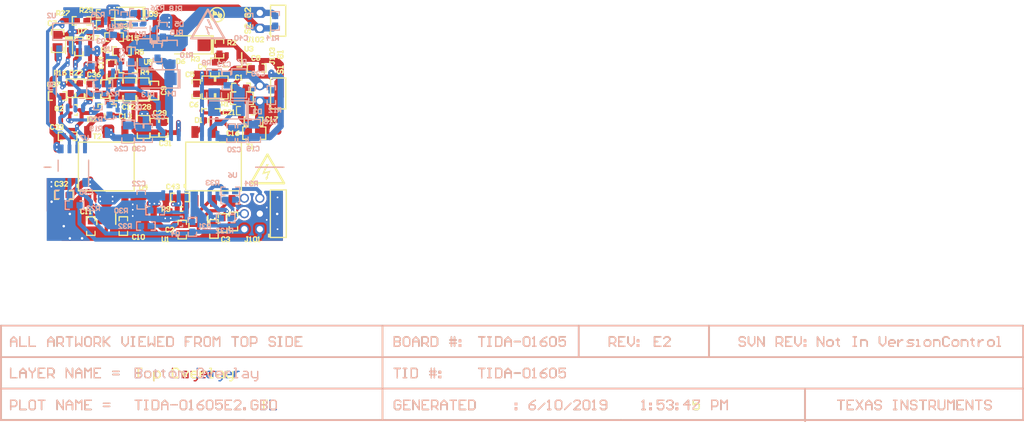
<source format=kicad_pcb>
(kicad_pcb (version 4) (generator "gerbview") (generator_version "8.0")
  (layers (0 F.Cu signal) (31 B.Cu signal) (34 B.Paste user) (35 F.Paste user) (36 B.SilkS user) (37 F.SilkS user) (38 B.Mask user) (39 F.Mask user) (44 Edge.Cuts user))
  (gr_poly (pts (xy 45.77486 -77.17688) (xy 45.81144 -77.17688) (xy 45.85106 -77.17384) (xy 45.89043 -77.17104) (xy 45.90745 -77.16977) (xy 45.92447 -77.16825) (xy 45.93844 -77.16545) (xy 45.94962 -77.16266) (xy 45.95114 -77.16266) (xy 45.95393 -77.16114) (xy 45.95825 -77.15987) (xy 45.96384 -77.15834) (xy 45.97933 -77.15148) (xy 45.99915 -77.14285) (xy 46.02023 -77.13015) (xy 46.0441 -77.11338) (xy 46.06671 -77.0923) (xy 46.08932 -77.0669) (xy 46.08932 -77.06538) (xy 46.09211 -77.06385) (xy 46.0949 -77.05979) (xy 46.0977 -77.0542) (xy 46.10329 -77.04557) (xy 46.1076 -77.03718) (xy 46.11319 -77.02728) (xy 46.11878 -77.0161) (xy 46.12869 -76.98791) (xy 46.13859 -76.95692) (xy 46.14418 -76.91882) (xy 46.14697 -76.87793) (xy 46.14697 -76.8764) (xy 46.14697 -76.87361) (xy 46.14697 -76.86954) (xy 46.14697 -76.86243) (xy 46.1457 -76.85532) (xy 46.1457 -76.84541) (xy 46.14291 -76.82586) (xy 46.13859 -76.80173) (xy 46.133 -76.77506) (xy 46.12462 -76.74966) (xy 46.11319 -76.72553) (xy 46.11192 -76.72273) (xy 46.1076 -76.71587) (xy 46.10049 -76.70444) (xy 46.09059 -76.69047) (xy 46.07941 -76.67625) (xy 46.06392 -76.65949) (xy 46.04842 -76.64399) (xy 46.03013 -76.62977) (xy 46.02734 -76.6285) (xy 46.0215 -76.62418) (xy 46.01185 -76.61859) (xy 45.99915 -76.61148) (xy 45.98365 -76.6031) (xy 45.96663 -76.59599) (xy 45.94835 -76.58887) (xy 45.92853 -76.58329) (xy 45.92574 -76.58329) (xy 45.92142 -76.58176) (xy 45.91583 -76.58176) (xy 45.90898 -76.58049) (xy 45.89907 -76.57897) (xy 45.88916 -76.5777) (xy 45.87646 -76.5777) (xy 45.86376 -76.57617) (xy 45.84827 -76.5749) (xy 45.83125 -76.57338) (xy 45.81296 -76.57211) (xy 45.79315 -76.57211) (xy 45.77207 -76.57059) (xy 45.59732 -76.57059) (xy 45.59732 -76.20254) (xy 45.39996 -76.20254) (xy 45.39996 -77.17815) (xy 45.75937 -77.17815)) (layer F.SilkS) (width 0))
  (gr_poly (pts (xy 46.48683 -76.82713) (xy 46.48835 -76.82865) (xy 46.49114 -76.83144) (xy 46.49521 -76.83551) (xy 46.50232 -76.84262) (xy 46.5107 -76.84973) (xy 46.52061 -76.85811) (xy 46.53204 -76.86802) (xy 46.54474 -76.8764) (xy 46.5742 -76.89469) (xy 46.60951 -76.91044) (xy 46.6278 -76.9173) (xy 46.64888 -76.92161) (xy 46.66996 -76.92441) (xy 46.6913 -76.92593) (xy 46.704 -76.92593) (xy 46.71238 -76.92441) (xy 46.72355 -76.92314) (xy 46.73625 -76.92009) (xy 46.75048 -76.9173) (xy 46.76724 -76.9145) (xy 46.80128 -76.90333) (xy 46.81804 -76.89469) (xy 46.83633 -76.88631) (xy 46.85462 -76.87513) (xy 46.87164 -76.86243) (xy 46.88865 -76.84821) (xy 46.90542 -76.83144) (xy 46.90694 -76.82992) (xy 46.90974 -76.82713) (xy 46.91405 -76.82154) (xy 46.91964 -76.81443) (xy 46.92523 -76.80452) (xy 46.93234 -76.79334) (xy 46.94072 -76.77912) (xy 46.94911 -76.76363) (xy 46.95622 -76.74534) (xy 46.9646 -76.72553) (xy 46.97171 -76.70317) (xy 46.97882 -76.67904) (xy 46.98314 -76.65364) (xy 46.98721 -76.6257) (xy 46.99 -76.59599) (xy 46.99152 -76.56347) (xy 46.99152 -76.5622) (xy 46.99152 -76.55509) (xy 46.99152 -76.54671) (xy 46.99 -76.53401) (xy 46.98873 -76.51852) (xy 46.98721 -76.5015) (xy 46.98441 -76.48169) (xy 46.98009 -76.4606) (xy 46.97044 -76.41565) (xy 46.96333 -76.39304) (xy 46.95495 -76.36891) (xy 46.94504 -76.3463) (xy 46.93234 -76.32395) (xy 46.91964 -76.30414) (xy 46.90415 -76.28433) (xy 46.90262 -76.28306) (xy 46.89983 -76.28026) (xy 46.89551 -76.27595) (xy 46.88865 -76.26883) (xy 46.88002 -76.26198) (xy 46.87037 -76.25334) (xy 46.85894 -76.24496) (xy 46.84624 -76.23658) (xy 46.83074 -76.22667) (xy 46.81525 -76.21829) (xy 46.77867 -76.20254) (xy 46.75886 -76.19568) (xy 46.73905 -76.19136) (xy 46.7167 -76.18857) (xy 46.69409 -76.18705) (xy 46.68418 -76.18705) (xy 46.67148 -76.18857) (xy 46.65599 -76.19136) (xy 46.6377 -76.19416) (xy 46.61789 -76.19975) (xy 46.59681 -76.20686) (xy 46.5742 -76.21676) (xy 46.57141 -76.21829) (xy 46.5643 -76.22235) (xy 46.55312 -76.22946) (xy 46.5389 -76.23937) (xy 46.5234 -76.25207) (xy 46.50664 -76.26604) (xy 46.48962 -76.28433) (xy 46.4726 -76.30566) (xy 46.4726 -76.20254) (xy 46.29937 -76.20254) (xy 46.29937 -77.17815) (xy 46.48683 -77.17815)) (layer F.SilkS) (width 0))
  (gr_poly (pts (xy 53.9242 -50.8254) (xy 54.8894 -51.1048) (xy 54.3814 -49.9364) (xy 54.5846 -49.9872) (xy 54.1782 -49.53) (xy 54.102 -50.0634) (xy 54.229 -49.9618) (xy 54.483 -50.8) (xy 53.5432 -50.4952) (xy 54.229 -52.1716) (xy 54.61 -52.1716)) (layer F.SilkS) (width 0))
  (gr_poly (pts (xy 45.74388 -77.01331) (xy 45.59732 -77.01331) (xy 45.59732 -76.73543) (xy 45.7327 -76.73543) (xy 45.74261 -76.73696) (xy 45.76775 -76.73696) (xy 45.79315 -76.73823) (xy 45.81855 -76.74127) (xy 45.84116 -76.74534) (xy 45.85106 -76.74686) (xy 45.85945 -76.74966) (xy 45.86097 -76.75093) (xy 45.86656 -76.75245) (xy 45.87367 -76.75677) (xy 45.88205 -76.76083) (xy 45.89196 -76.76794) (xy 45.90186 -76.77633) (xy 45.91304 -76.78623) (xy 45.92142 -76.79766) (xy 45.92295 -76.79893) (xy 45.92574 -76.80325) (xy 45.92853 -76.81011) (xy 45.93285 -76.82001) (xy 45.93692 -76.83144) (xy 45.94123 -76.84414) (xy 45.94276 -76.85811) (xy 45.94403 -76.87361) (xy 45.94403 -76.8764) (xy 45.94403 -76.88224) (xy 45.94276 -76.8919) (xy 45.93996 -76.9046) (xy 45.93565 -76.91882) (xy 45.93006 -76.93431) (xy 45.92295 -76.94828) (xy 45.91152 -76.96251) (xy 45.91025 -76.96403) (xy 45.90593 -76.9681) (xy 45.89907 -76.97368) (xy 45.89043 -76.9808) (xy 45.87926 -76.98918) (xy 45.86503 -76.99629) (xy 45.84954 -77.00188) (xy 45.83278 -77.0062) (xy 45.83125 -77.0062) (xy 45.82566 -77.00772) (xy 45.81576 -77.00899) (xy 45.80179 -77.01051) (xy 45.7835 -77.01051) (xy 45.7708 -77.01178) (xy 45.7581 -77.01178)) (layer F.SilkS) (width 0))
  (gr_poly (pts (xy 46.64177 -76.78191) (xy 46.63897 -76.78191) (xy 46.63059 -76.78064) (xy 46.61789 -76.77912) (xy 46.6024 -76.77506) (xy 46.58411 -76.76947) (xy 46.5643 -76.75956) (xy 46.54601 -76.74686) (xy 46.52772 -76.72984) (xy 46.5262 -76.72705) (xy 46.52061 -76.71994) (xy 46.5135 -76.70724) (xy 46.50664 -76.69047) (xy 46.498 -76.66787) (xy 46.49114 -76.64094) (xy 46.4853 -76.60869) (xy 46.48403 -76.57059) (xy 46.48403 -76.56906) (xy 46.48403 -76.56627) (xy 46.48403 -76.56068) (xy 46.48403 -76.5523) (xy 46.4853 -76.54392) (xy 46.4853 -76.53249) (xy 46.48835 -76.50861) (xy 46.49241 -76.48321) (xy 46.498 -76.45629) (xy 46.50664 -76.43089) (xy 46.51781 -76.40853) (xy 46.51781 -76.40701) (xy 46.52061 -76.40574) (xy 46.5262 -76.3971) (xy 46.53763 -76.38593) (xy 46.55312 -76.3717) (xy 46.57141 -76.35773) (xy 46.59401 -76.3463) (xy 46.61941 -76.33792) (xy 46.63338 -76.33665) (xy 46.64888 -76.33513) (xy 46.65167 -76.33513) (xy 46.65878 -76.33665) (xy 46.67148 -76.33792) (xy 46.68545 -76.34224) (xy 46.70247 -76.34783) (xy 46.71949 -76.35773) (xy 46.73778 -76.37043) (xy 46.75454 -76.38745) (xy 46.75607 -76.39025) (xy 46.76165 -76.3971) (xy 46.76877 -76.4098) (xy 46.77715 -76.42835) (xy 46.78578 -76.4507) (xy 46.79264 -76.47889) (xy 46.79544 -76.49591) (xy 46.79848 -76.5142) (xy 46.79975 -76.53249) (xy 46.79975 -76.55357) (xy 46.79975 -76.55509) (xy 46.79975 -76.55941) (xy 46.79975 -76.565) (xy 46.79975 -76.57338) (xy 46.79848 -76.58329) (xy 46.79696 -76.59446) (xy 46.79417 -76.62139) (xy 46.78858 -76.64958) (xy 46.78147 -76.67904) (xy 46.77004 -76.70597) (xy 46.76318 -76.71714) (xy 46.75454 -76.72857) (xy 46.75327 -76.73137) (xy 46.74616 -76.73696) (xy 46.73778 -76.74534) (xy 46.72355 -76.75524) (xy 46.70806 -76.76515) (xy 46.6885 -76.77353) (xy 46.66717 -76.77912)) (layer F.SilkS) (width 0))
  (gr_circle (center 46.1518 -76.6826) (end 47.3202 -76.6826) (layer F.SilkS) (width 0.2032))
  (gr_line (start 45.32554 -77.50886) (end 46.97806 -75.85634) (layer F.SilkS) (width 0.2032))
  (gr_line (start 32.7406 -18.68145) (end 33.75635 -18.68145) (layer F.SilkS) (width 0.2032))
  (gr_line (start 33.75635 -18.68145) (end 33.24835 -18.68145) (layer F.SilkS) (width 0.2032))
  (gr_line (start 33.24835 -18.68145) (end 33.24835 -17.15795) (layer F.SilkS) (width 0.2032))
  (gr_line (start 34.51809 -17.15795) (end 35.02584 -17.15795) (layer F.SilkS) (width 0.2032))
  (gr_line (start 35.02584 -17.15795) (end 35.27984 -17.4117) (layer F.SilkS) (width 0.2032))
  (gr_line (start 35.27984 -17.4117) (end 35.27984 -17.9197) (layer F.SilkS) (width 0.2032))
  (gr_line (start 35.27984 -17.9197) (end 35.02584 -18.17345) (layer F.SilkS) (width 0.2032))
  (gr_line (start 35.02584 -18.17345) (end 34.51809 -18.17345) (layer F.SilkS) (width 0.2032))
  (gr_line (start 34.51809 -18.17345) (end 34.26409 -17.9197) (layer F.SilkS) (width 0.2032))
  (gr_line (start 34.26409 -17.9197) (end 34.26409 -17.4117) (layer F.SilkS) (width 0.2032))
  (gr_line (start 34.26409 -17.4117) (end 34.51809 -17.15795) (layer F.SilkS) (width 0.2032))
  (gr_line (start 35.78758 -16.64995) (end 35.78758 -18.17345) (layer F.SilkS) (width 0.2032))
  (gr_line (start 35.78758 -18.17345) (end 36.54933 -18.17345) (layer F.SilkS) (width 0.2032))
  (gr_line (start 36.54933 -18.17345) (end 36.80333 -17.9197) (layer F.SilkS) (width 0.2032))
  (gr_line (start 36.80333 -17.9197) (end 36.80333 -17.4117) (layer F.SilkS) (width 0.2032))
  (gr_line (start 36.80333 -17.4117) (end 36.54933 -17.15795) (layer F.SilkS) (width 0.2032))
  (gr_line (start 36.54933 -17.15795) (end 35.78758 -17.15795) (layer F.SilkS) (width 0.2032))
  (gr_line (start 39.59631 -18.68145) (end 39.08857 -18.68145) (layer F.SilkS) (width 0.2032))
  (gr_line (start 39.08857 -18.68145) (end 38.83457 -18.42745) (layer F.SilkS) (width 0.2032))
  (gr_line (start 38.83457 -18.42745) (end 38.83457 -17.4117) (layer F.SilkS) (width 0.2032))
  (gr_line (start 38.83457 -17.4117) (end 39.08857 -17.15795) (layer F.SilkS) (width 0.2032))
  (gr_line (start 39.08857 -17.15795) (end 39.59631 -17.15795) (layer F.SilkS) (width 0.2032))
  (gr_line (start 39.59631 -17.15795) (end 39.85031 -17.4117) (layer F.SilkS) (width 0.2032))
  (gr_line (start 39.85031 -17.4117) (end 39.85031 -18.42745) (layer F.SilkS) (width 0.2032))
  (gr_line (start 39.85031 -18.42745) (end 39.59631 -18.68145) (layer F.SilkS) (width 0.2032))
  (gr_line (start 40.35806 -18.17345) (end 40.86606 -17.15795) (layer F.SilkS) (width 0.2032))
  (gr_line (start 40.86606 -17.15795) (end 41.37381 -18.17345) (layer F.SilkS) (width 0.2032))
  (gr_line (start 42.6433 -17.15795) (end 42.13555 -17.15795) (layer F.SilkS) (width 0.2032))
  (gr_line (start 42.13555 -17.15795) (end 41.88155 -17.4117) (layer F.SilkS) (width 0.2032))
  (gr_line (start 41.88155 -17.4117) (end 41.88155 -17.9197) (layer F.SilkS) (width 0.2032))
  (gr_line (start 41.88155 -17.9197) (end 42.13555 -18.17345) (layer F.SilkS) (width 0.2032))
  (gr_line (start 42.13555 -18.17345) (end 42.6433 -18.17345) (layer F.SilkS) (width 0.2032))
  (gr_line (start 42.6433 -18.17345) (end 42.8973 -17.9197) (layer F.SilkS) (width 0.2032))
  (gr_line (start 42.8973 -17.9197) (end 42.8973 -17.6657) (layer F.SilkS) (width 0.2032))
  (gr_line (start 42.8973 -17.6657) (end 41.88155 -17.6657) (layer F.SilkS) (width 0.2032))
  (gr_line (start 43.40504 -18.17345) (end 43.40504 -17.15795) (layer F.SilkS) (width 0.2032))
  (gr_line (start 43.40504 -17.15795) (end 43.40504 -17.6657) (layer F.SilkS) (width 0.2032))
  (gr_line (start 43.40504 -17.6657) (end 43.65904 -17.9197) (layer F.SilkS) (width 0.2032))
  (gr_line (start 43.65904 -17.9197) (end 43.91304 -18.17345) (layer F.SilkS) (width 0.2032))
  (gr_line (start 43.91304 -18.17345) (end 44.16679 -18.17345) (layer F.SilkS) (width 0.2032))
  (gr_line (start 44.92854 -17.15795) (end 45.43654 -17.15795) (layer F.SilkS) (width 0.2032))
  (gr_line (start 45.43654 -17.15795) (end 45.18254 -17.15795) (layer F.SilkS) (width 0.2032))
  (gr_line (start 45.18254 -17.15795) (end 45.18254 -18.68145) (layer F.SilkS) (width 0.2032))
  (gr_line (start 45.18254 -18.68145) (end 44.92854 -18.68145) (layer F.SilkS) (width 0.2032))
  (gr_line (start 46.45203 -18.17345) (end 46.96003 -18.17345) (layer F.SilkS) (width 0.2032))
  (gr_line (start 46.96003 -18.17345) (end 47.21403 -17.9197) (layer F.SilkS) (width 0.2032))
  (gr_line (start 47.21403 -17.9197) (end 47.21403 -17.15795) (layer F.SilkS) (width 0.2032))
  (gr_line (start 47.21403 -17.15795) (end 46.45203 -17.15795) (layer F.SilkS) (width 0.2032))
  (gr_line (start 46.45203 -17.15795) (end 46.19828 -17.4117) (layer F.SilkS) (width 0.2032))
  (gr_line (start 46.19828 -17.4117) (end 46.45203 -17.6657) (layer F.SilkS) (width 0.2032))
  (gr_line (start 46.45203 -17.6657) (end 47.21403 -17.6657) (layer F.SilkS) (width 0.2032))
  (gr_line (start 47.72177 -18.17345) (end 47.72177 -17.4117) (layer F.SilkS) (width 0.2032))
  (gr_line (start 47.72177 -17.4117) (end 47.97577 -17.15795) (layer F.SilkS) (width 0.2032))
  (gr_line (start 47.97577 -17.15795) (end 48.73752 -17.15795) (layer F.SilkS) (width 0.2032))
  (gr_line (start 48.73752 -17.15795) (end 48.73752 -16.90395) (layer F.SilkS) (width 0.2032))
  (gr_line (start 48.73752 -16.90395) (end 48.48352 -16.64995) (layer F.SilkS) (width 0.2032))
  (gr_line (start 48.48352 -16.64995) (end 48.22952 -16.64995) (layer F.SilkS) (width 0.2032))
  (gr_line (start 48.73752 -17.15795) (end 48.73752 -18.17345) (layer F.SilkS) (width 0.2032))
  (gr_line (start 56.20614 -67.62318) (end 56.05805 -67.47485) (layer F.SilkS) (width 0.2032))
  (gr_line (start 56.05805 -67.47485) (end 56.05805 -67.17868) (layer F.SilkS) (width 0.2032))
  (gr_line (start 56.05805 -67.17868) (end 56.20614 -67.0306) (layer F.SilkS) (width 0.2032))
  (gr_line (start 56.20614 -67.0306) (end 56.35422 -67.0306) (layer F.SilkS) (width 0.2032))
  (gr_line (start 56.35422 -67.0306) (end 56.50255 -67.17868) (layer F.SilkS) (width 0.2032))
  (gr_line (start 56.50255 -67.17868) (end 56.50255 -67.47485) (layer F.SilkS) (width 0.2032))
  (gr_line (start 56.50255 -67.47485) (end 56.65064 -67.62318) (layer F.SilkS) (width 0.2032))
  (gr_line (start 56.65064 -67.62318) (end 56.79872 -67.62318) (layer F.SilkS) (width 0.2032))
  (gr_line (start 56.79872 -67.62318) (end 56.9468 -67.47485) (layer F.SilkS) (width 0.2032))
  (gr_line (start 56.9468 -67.47485) (end 56.9468 -67.17868) (layer F.SilkS) (width 0.2032))
  (gr_line (start 56.9468 -67.17868) (end 56.79872 -67.0306) (layer F.SilkS) (width 0.2032))
  (gr_line (start 56.9468 -67.91935) (end 56.9468 -68.21551) (layer F.SilkS) (width 0.2032))
  (gr_line (start 56.9468 -68.21551) (end 56.9468 -68.06743) (layer F.SilkS) (width 0.2032))
  (gr_line (start 56.9468 -68.06743) (end 56.05805 -68.06743) (layer F.SilkS) (width 0.2032))
  (gr_line (start 56.05805 -68.06743) (end 56.20614 -67.91935) (layer F.SilkS) (width 0.2032))
  (gr_line (start 56.20614 -70.14108) (end 56.05805 -69.993) (layer F.SilkS) (width 0.2032))
  (gr_line (start 56.05805 -69.993) (end 56.05805 -69.69684) (layer F.SilkS) (width 0.2032))
  (gr_line (start 56.05805 -69.69684) (end 56.20614 -69.54876) (layer F.SilkS) (width 0.2032))
  (gr_line (start 56.20614 -69.54876) (end 56.79872 -69.54876) (layer F.SilkS) (width 0.2032))
  (gr_line (start 56.79872 -69.54876) (end 56.9468 -69.69684) (layer F.SilkS) (width 0.2032))
  (gr_line (start 56.9468 -69.69684) (end 56.9468 -69.993) (layer F.SilkS) (width 0.2032))
  (gr_line (start 56.9468 -69.993) (end 56.79872 -70.14108) (layer F.SilkS) (width 0.2032))
  (gr_line (start 56.79872 -70.14108) (end 56.50255 -70.14108) (layer F.SilkS) (width 0.2032))
  (gr_line (start 56.50255 -70.14108) (end 56.50255 -69.84492) (layer F.SilkS) (width 0.2032))
  (gr_line (start 56.9468 -70.43725) (end 56.9468 -70.73367) (layer F.SilkS) (width 0.2032))
  (gr_line (start 56.9468 -70.73367) (end 56.9468 -70.58533) (layer F.SilkS) (width 0.2032))
  (gr_line (start 56.9468 -70.58533) (end 56.05805 -70.58533) (layer F.SilkS) (width 0.2032))
  (gr_line (start 56.05805 -70.58533) (end 56.20614 -70.43725) (layer F.SilkS) (width 0.2032))
  (gr_line (start 50.87214 -74.22718) (end 50.72405 -74.07885) (layer F.SilkS) (width 0.2032))
  (gr_line (start 50.72405 -74.07885) (end 50.72405 -73.78268) (layer F.SilkS) (width 0.2032))
  (gr_line (start 50.72405 -73.78268) (end 50.87214 -73.6346) (layer F.SilkS) (width 0.2032))
  (gr_line (start 50.87214 -73.6346) (end 51.02022 -73.6346) (layer F.SilkS) (width 0.2032))
  (gr_line (start 51.02022 -73.6346) (end 51.16855 -73.78268) (layer F.SilkS) (width 0.2032))
  (gr_line (start 51.16855 -73.78268) (end 51.16855 -74.07885) (layer F.SilkS) (width 0.2032))
  (gr_line (start 51.16855 -74.07885) (end 51.31664 -74.22718) (layer F.SilkS) (width 0.2032))
  (gr_line (start 51.31664 -74.22718) (end 51.46472 -74.22718) (layer F.SilkS) (width 0.2032))
  (gr_line (start 51.46472 -74.22718) (end 51.6128 -74.07885) (layer F.SilkS) (width 0.2032))
  (gr_line (start 51.6128 -74.07885) (end 51.6128 -73.78268) (layer F.SilkS) (width 0.2032))
  (gr_line (start 51.6128 -73.78268) (end 51.46472 -73.6346) (layer F.SilkS) (width 0.2032))
  (gr_line (start 51.6128 -75.11567) (end 51.6128 -74.52335) (layer F.SilkS) (width 0.2032))
  (gr_line (start 51.6128 -74.52335) (end 51.02022 -75.11567) (layer F.SilkS) (width 0.2032))
  (gr_line (start 51.02022 -75.11567) (end 50.87214 -75.11567) (layer F.SilkS) (width 0.2032))
  (gr_line (start 50.87214 -75.11567) (end 50.72405 -74.96759) (layer F.SilkS) (width 0.2032))
  (gr_line (start 50.72405 -74.96759) (end 50.72405 -74.67143) (layer F.SilkS) (width 0.2032))
  (gr_line (start 50.72405 -74.67143) (end 50.87214 -74.52335) (layer F.SilkS) (width 0.2032))
  (gr_line (start 50.87214 -76.89317) (end 50.72405 -76.74508) (layer F.SilkS) (width 0.2032))
  (gr_line (start 50.72405 -76.74508) (end 50.72405 -76.44892) (layer F.SilkS) (width 0.2032))
  (gr_line (start 50.72405 -76.44892) (end 50.87214 -76.30084) (layer F.SilkS) (width 0.2032))
  (gr_line (start 50.87214 -76.30084) (end 51.46472 -76.30084) (layer F.SilkS) (width 0.2032))
  (gr_line (start 51.46472 -76.30084) (end 51.6128 -76.44892) (layer F.SilkS) (width 0.2032))
  (gr_line (start 51.6128 -76.44892) (end 51.6128 -76.74508) (layer F.SilkS) (width 0.2032))
  (gr_line (start 51.6128 -76.74508) (end 51.46472 -76.89317) (layer F.SilkS) (width 0.2032))
  (gr_line (start 51.46472 -76.89317) (end 51.16855 -76.89317) (layer F.SilkS) (width 0.2032))
  (gr_line (start 51.16855 -76.89317) (end 51.16855 -76.597) (layer F.SilkS) (width 0.2032))
  (gr_line (start 51.6128 -77.78191) (end 51.6128 -77.18933) (layer F.SilkS) (width 0.2032))
  (gr_line (start 51.6128 -77.18933) (end 51.02022 -77.78191) (layer F.SilkS) (width 0.2032))
  (gr_line (start 51.02022 -77.78191) (end 50.87214 -77.78191) (layer F.SilkS) (width 0.2032))
  (gr_line (start 50.87214 -77.78191) (end 50.72405 -77.63383) (layer F.SilkS) (width 0.2032))
  (gr_line (start 50.72405 -77.63383) (end 50.72405 -77.33767) (layer F.SilkS) (width 0.2032))
  (gr_line (start 50.72405 -77.33767) (end 50.87214 -77.18933) (layer F.SilkS) (width 0.2032))
  (gr_line (start 89.0397 -18.66849) (end 90.05545 -18.66849) (layer F.SilkS) (width 0.2032))
  (gr_line (start 90.05545 -18.66849) (end 89.54745 -18.66849) (layer F.SilkS) (width 0.2032))
  (gr_line (start 89.54745 -18.66849) (end 89.54745 -17.145) (layer F.SilkS) (width 0.2032))
  (gr_line (start 90.56319 -18.66849) (end 91.07094 -18.66849) (layer F.SilkS) (width 0.2032))
  (gr_line (start 91.07094 -18.66849) (end 90.81719 -18.66849) (layer F.SilkS) (width 0.2032))
  (gr_line (start 90.81719 -18.66849) (end 90.81719 -17.145) (layer F.SilkS) (width 0.2032))
  (gr_line (start 90.81719 -17.145) (end 90.56319 -17.145) (layer F.SilkS) (width 0.2032))
  (gr_line (start 90.56319 -17.145) (end 91.07094 -17.145) (layer F.SilkS) (width 0.2032))
  (gr_line (start 91.83268 -18.66849) (end 91.83268 -17.145) (layer F.SilkS) (width 0.2032))
  (gr_line (start 91.83268 -17.145) (end 92.59443 -17.145) (layer F.SilkS) (width 0.2032))
  (gr_line (start 92.59443 -17.145) (end 92.84843 -17.399) (layer F.SilkS) (width 0.2032))
  (gr_line (start 92.84843 -17.399) (end 92.84843 -18.41449) (layer F.SilkS) (width 0.2032))
  (gr_line (start 92.84843 -18.41449) (end 92.59443 -18.66849) (layer F.SilkS) (width 0.2032))
  (gr_line (start 92.59443 -18.66849) (end 91.83268 -18.66849) (layer F.SilkS) (width 0.2032))
  (gr_line (start 93.35643 -17.145) (end 93.35643 -18.16075) (layer F.SilkS) (width 0.2032))
  (gr_line (start 93.35643 -18.16075) (end 93.86418 -18.66849) (layer F.SilkS) (width 0.2032))
  (gr_line (start 93.86418 -18.66849) (end 94.37192 -18.16075) (layer F.SilkS) (width 0.2032))
  (gr_line (start 94.37192 -18.16075) (end 94.37192 -17.145) (layer F.SilkS) (width 0.2032))
  (gr_line (start 94.37192 -17.145) (end 94.37192 -17.90675) (layer F.SilkS) (width 0.2032))
  (gr_line (start 94.37192 -17.90675) (end 93.35643 -17.90675) (layer F.SilkS) (width 0.2032))
  (gr_line (start 94.87992 -17.90675) (end 95.89541 -17.90675) (layer F.SilkS) (width 0.2032))
  (gr_line (start 96.40341 -18.41449) (end 96.65716 -18.66849) (layer F.SilkS) (width 0.2032))
  (gr_line (start 96.65716 -18.66849) (end 97.16516 -18.66849) (layer F.SilkS) (width 0.2032))
  (gr_line (start 97.16516 -18.66849) (end 97.41891 -18.41449) (layer F.SilkS) (width 0.2032))
  (gr_line (start 97.41891 -18.41449) (end 97.41891 -17.399) (layer F.SilkS) (width 0.2032))
  (gr_line (start 97.41891 -17.399) (end 97.16516 -17.145) (layer F.SilkS) (width 0.2032))
  (gr_line (start 97.16516 -17.145) (end 96.65716 -17.145) (layer F.SilkS) (width 0.2032))
  (gr_line (start 96.65716 -17.145) (end 96.40341 -17.399) (layer F.SilkS) (width 0.2032))
  (gr_line (start 96.40341 -17.399) (end 96.40341 -18.41449) (layer F.SilkS) (width 0.2032))
  (gr_line (start 97.92691 -17.145) (end 98.43465 -17.145) (layer F.SilkS) (width 0.2032))
  (gr_line (start 98.43465 -17.145) (end 98.18065 -17.145) (layer F.SilkS) (width 0.2032))
  (gr_line (start 98.18065 -17.145) (end 98.18065 -18.66849) (layer F.SilkS) (width 0.2032))
  (gr_line (start 98.18065 -18.66849) (end 97.92691 -18.41449) (layer F.SilkS) (width 0.2032))
  (gr_line (start 100.21214 -18.66849) (end 99.70414 -18.41449) (layer F.SilkS) (width 0.2032))
  (gr_line (start 99.70414 -18.41449) (end 99.1964 -17.90675) (layer F.SilkS) (width 0.2032))
  (gr_line (start 99.1964 -17.90675) (end 99.1964 -17.399) (layer F.SilkS) (width 0.2032))
  (gr_line (start 99.1964 -17.399) (end 99.4504 -17.145) (layer F.SilkS) (width 0.2032))
  (gr_line (start 99.4504 -17.145) (end 99.95814 -17.145) (layer F.SilkS) (width 0.2032))
  (gr_line (start 99.95814 -17.145) (end 100.21214 -17.399) (layer F.SilkS) (width 0.2032))
  (gr_line (start 100.21214 -17.399) (end 100.21214 -17.65275) (layer F.SilkS) (width 0.2032))
  (gr_line (start 100.21214 -17.65275) (end 99.95814 -17.90675) (layer F.SilkS) (width 0.2032))
  (gr_line (start 99.95814 -17.90675) (end 99.1964 -17.90675) (layer F.SilkS) (width 0.2032))
  (gr_line (start 100.71989 -18.41449) (end 100.97389 -18.66849) (layer F.SilkS) (width 0.2032))
  (gr_line (start 100.97389 -18.66849) (end 101.48164 -18.66849) (layer F.SilkS) (width 0.2032))
  (gr_line (start 101.48164 -18.66849) (end 101.73564 -18.41449) (layer F.SilkS) (width 0.2032))
  (gr_line (start 101.73564 -18.41449) (end 101.73564 -17.399) (layer F.SilkS) (width 0.2032))
  (gr_line (start 101.73564 -17.399) (end 101.48164 -17.145) (layer F.SilkS) (width 0.2032))
  (gr_line (start 101.48164 -17.145) (end 100.97389 -17.145) (layer F.SilkS) (width 0.2032))
  (gr_line (start 100.97389 -17.145) (end 100.71989 -17.399) (layer F.SilkS) (width 0.2032))
  (gr_line (start 100.71989 -17.399) (end 100.71989 -18.41449) (layer F.SilkS) (width 0.2032))
  (gr_line (start 103.25913 -18.66849) (end 102.24338 -18.66849) (layer F.SilkS) (width 0.2032))
  (gr_line (start 102.24338 -18.66849) (end 102.24338 -17.90675) (layer F.SilkS) (width 0.2032))
  (gr_line (start 102.24338 -17.90675) (end 102.75113 -18.16075) (layer F.SilkS) (width 0.2032))
  (gr_line (start 102.75113 -18.16075) (end 103.00513 -18.16075) (layer F.SilkS) (width 0.2032))
  (gr_line (start 103.00513 -18.16075) (end 103.25913 -17.90675) (layer F.SilkS) (width 0.2032))
  (gr_line (start 103.25913 -17.90675) (end 103.25913 -17.399) (layer F.SilkS) (width 0.2032))
  (gr_line (start 103.25913 -17.399) (end 103.00513 -17.145) (layer F.SilkS) (width 0.2032))
  (gr_line (start 103.00513 -17.145) (end 102.49738 -17.145) (layer F.SilkS) (width 0.2032))
  (gr_line (start 102.49738 -17.145) (end 102.24338 -17.399) (layer F.SilkS) (width 0.2032))
  (gr_line (start 75.184 -18.66849) (end 76.19975 -18.66849) (layer F.SilkS) (width 0.2032))
  (gr_line (start 76.19975 -18.66849) (end 75.69175 -18.66849) (layer F.SilkS) (width 0.2032))
  (gr_line (start 75.69175 -18.66849) (end 75.69175 -17.145) (layer F.SilkS) (width 0.2032))
  (gr_line (start 76.70749 -18.66849) (end 77.21524 -18.66849) (layer F.SilkS) (width 0.2032))
  (gr_line (start 77.21524 -18.66849) (end 76.96149 -18.66849) (layer F.SilkS) (width 0.2032))
  (gr_line (start 76.96149 -18.66849) (end 76.96149 -17.145) (layer F.SilkS) (width 0.2032))
  (gr_line (start 76.96149 -17.145) (end 76.70749 -17.145) (layer F.SilkS) (width 0.2032))
  (gr_line (start 76.70749 -17.145) (end 77.21524 -17.145) (layer F.SilkS) (width 0.2032))
  (gr_line (start 77.97698 -18.66849) (end 77.97698 -17.145) (layer F.SilkS) (width 0.2032))
  (gr_line (start 77.97698 -17.145) (end 78.73898 -17.145) (layer F.SilkS) (width 0.2032))
  (gr_line (start 78.73898 -17.145) (end 78.99273 -17.399) (layer F.SilkS) (width 0.2032))
  (gr_line (start 78.99273 -17.399) (end 78.99273 -18.41449) (layer F.SilkS) (width 0.2032))
  (gr_line (start 78.99273 -18.41449) (end 78.73898 -18.66849) (layer F.SilkS) (width 0.2032))
  (gr_line (start 78.73898 -18.66849) (end 77.97698 -18.66849) (layer F.SilkS) (width 0.2032))
  (gr_line (start 81.27797 -17.145) (end 81.27797 -18.66849) (layer F.SilkS) (width 0.2032))
  (gr_line (start 81.78597 -18.66849) (end 81.78597 -17.145) (layer F.SilkS) (width 0.2032))
  (gr_line (start 81.02422 -18.16075) (end 81.78597 -18.16075) (layer F.SilkS) (width 0.2032))
  (gr_line (start 81.78597 -18.16075) (end 82.03971 -18.16075) (layer F.SilkS) (width 0.2032))
  (gr_line (start 81.02422 -17.65275) (end 82.03971 -17.65275) (layer F.SilkS) (width 0.2032))
  (gr_line (start 82.54771 -18.16075) (end 82.80146 -18.16075) (layer F.SilkS) (width 0.2032))
  (gr_line (start 82.80146 -18.16075) (end 82.80146 -17.90675) (layer F.SilkS) (width 0.2032))
  (gr_line (start 82.80146 -17.90675) (end 82.54771 -17.90675) (layer F.SilkS) (width 0.2032))
  (gr_line (start 82.54771 -17.90675) (end 82.54771 -18.16075) (layer F.SilkS) (width 0.2032))
  (gr_line (start 82.54771 -17.399) (end 82.80146 -17.399) (layer F.SilkS) (width 0.2032))
  (gr_line (start 82.80146 -17.399) (end 82.80146 -17.145) (layer F.SilkS) (width 0.2032))
  (gr_line (start 82.80146 -17.145) (end 82.54771 -17.145) (layer F.SilkS) (width 0.2032))
  (gr_line (start 82.54771 -17.145) (end 82.54771 -17.399) (layer F.SilkS) (width 0.2032))
  (gr_line (start 147.955 -13.45311) (end 148.97075 -13.45311) (layer F.SilkS) (width 0.2032))
  (gr_line (start 148.97075 -13.45311) (end 148.46275 -13.45311) (layer F.SilkS) (width 0.2032))
  (gr_line (start 148.46275 -13.45311) (end 148.46275 -11.92936) (layer F.SilkS) (width 0.2032))
  (gr_line (start 150.49424 -13.45311) (end 149.47849 -13.45311) (layer F.SilkS) (width 0.2032))
  (gr_line (start 149.47849 -13.45311) (end 149.47849 -11.92936) (layer F.SilkS) (width 0.2032))
  (gr_line (start 149.47849 -11.92936) (end 150.49424 -11.92936) (layer F.SilkS) (width 0.2032))
  (gr_line (start 149.47849 -12.69136) (end 149.98624 -12.69136) (layer F.SilkS) (width 0.2032))
  (gr_line (start 151.00198 -13.45311) (end 152.01773 -11.92936) (layer F.SilkS) (width 0.2032))
  (gr_line (start 152.01773 -13.45311) (end 151.00198 -11.92936) (layer F.SilkS) (width 0.2032))
  (gr_line (start 152.52548 -11.92936) (end 152.52548 -12.94511) (layer F.SilkS) (width 0.2032))
  (gr_line (start 152.52548 -12.94511) (end 153.03322 -13.45311) (layer F.SilkS) (width 0.2032))
  (gr_line (start 153.03322 -13.45311) (end 153.54122 -12.94511) (layer F.SilkS) (width 0.2032))
  (gr_line (start 153.54122 -12.94511) (end 153.54122 -11.92936) (layer F.SilkS) (width 0.2032))
  (gr_line (start 153.54122 -11.92936) (end 153.54122 -12.69136) (layer F.SilkS) (width 0.2032))
  (gr_line (start 153.54122 -12.69136) (end 152.52548 -12.69136) (layer F.SilkS) (width 0.2032))
  (gr_line (start 155.06471 -13.19911) (end 154.81071 -13.45311) (layer F.SilkS) (width 0.2032))
  (gr_line (start 154.81071 -13.45311) (end 154.30297 -13.45311) (layer F.SilkS) (width 0.2032))
  (gr_line (start 154.30297 -13.45311) (end 154.04897 -13.19911) (layer F.SilkS) (width 0.2032))
  (gr_line (start 154.04897 -13.19911) (end 154.04897 -12.94511) (layer F.SilkS) (width 0.2032))
  (gr_line (start 154.04897 -12.94511) (end 154.30297 -12.69136) (layer F.SilkS) (width 0.2032))
  (gr_line (start 154.30297 -12.69136) (end 154.81071 -12.69136) (layer F.SilkS) (width 0.2032))
  (gr_line (start 154.81071 -12.69136) (end 155.06471 -12.43736) (layer F.SilkS) (width 0.2032))
  (gr_line (start 155.06471 -12.43736) (end 155.06471 -12.18336) (layer F.SilkS) (width 0.2032))
  (gr_line (start 155.06471 -12.18336) (end 154.81071 -11.92936) (layer F.SilkS) (width 0.2032))
  (gr_line (start 154.81071 -11.92936) (end 154.30297 -11.92936) (layer F.SilkS) (width 0.2032))
  (gr_line (start 154.30297 -11.92936) (end 154.04897 -12.18336) (layer F.SilkS) (width 0.2032))
  (gr_line (start 157.09595 -13.45311) (end 157.60395 -13.45311) (layer F.SilkS) (width 0.2032))
  (gr_line (start 157.60395 -13.45311) (end 157.34995 -13.45311) (layer F.SilkS) (width 0.2032))
  (gr_line (start 157.34995 -13.45311) (end 157.34995 -11.92936) (layer F.SilkS) (width 0.2032))
  (gr_line (start 157.34995 -11.92936) (end 157.09595 -11.92936) (layer F.SilkS) (width 0.2032))
  (gr_line (start 157.09595 -11.92936) (end 157.60395 -11.92936) (layer F.SilkS) (width 0.2032))
  (gr_line (start 158.3657 -11.92936) (end 158.3657 -13.45311) (layer F.SilkS) (width 0.2032))
  (gr_line (start 158.3657 -13.45311) (end 159.38144 -11.92936) (layer F.SilkS) (width 0.2032))
  (gr_line (start 159.38144 -11.92936) (end 159.38144 -13.45311) (layer F.SilkS) (width 0.2032))
  (gr_line (start 160.90494 -13.19911) (end 160.65094 -13.45311) (layer F.SilkS) (width 0.2032))
  (gr_line (start 160.65094 -13.45311) (end 160.14294 -13.45311) (layer F.SilkS) (width 0.2032))
  (gr_line (start 160.14294 -13.45311) (end 159.88919 -13.19911) (layer F.SilkS) (width 0.2032))
  (gr_line (start 159.88919 -13.19911) (end 159.88919 -12.94511) (layer F.SilkS) (width 0.2032))
  (gr_line (start 159.88919 -12.94511) (end 160.14294 -12.69136) (layer F.SilkS) (width 0.2032))
  (gr_line (start 160.14294 -12.69136) (end 160.65094 -12.69136) (layer F.SilkS) (width 0.2032))
  (gr_line (start 160.65094 -12.69136) (end 160.90494 -12.43736) (layer F.SilkS) (width 0.2032))
  (gr_line (start 160.90494 -12.43736) (end 160.90494 -12.18336) (layer F.SilkS) (width 0.2032))
  (gr_line (start 160.90494 -12.18336) (end 160.65094 -11.92936) (layer F.SilkS) (width 0.2032))
  (gr_line (start 160.65094 -11.92936) (end 160.14294 -11.92936) (layer F.SilkS) (width 0.2032))
  (gr_line (start 160.14294 -11.92936) (end 159.88919 -12.18336) (layer F.SilkS) (width 0.2032))
  (gr_line (start 161.41268 -13.45311) (end 162.42843 -13.45311) (layer F.SilkS) (width 0.2032))
  (gr_line (start 162.42843 -13.45311) (end 161.92043 -13.45311) (layer F.SilkS) (width 0.2032))
  (gr_line (start 161.92043 -13.45311) (end 161.92043 -11.92936) (layer F.SilkS) (width 0.2032))
  (gr_line (start 162.93617 -11.92936) (end 162.93617 -13.45311) (layer F.SilkS) (width 0.2032))
  (gr_line (start 162.93617 -13.45311) (end 163.69792 -13.45311) (layer F.SilkS) (width 0.2032))
  (gr_line (start 163.69792 -13.45311) (end 163.95192 -13.19911) (layer F.SilkS) (width 0.2032))
  (gr_line (start 163.95192 -13.19911) (end 163.95192 -12.69136) (layer F.SilkS) (width 0.2032))
  (gr_line (start 163.95192 -12.69136) (end 163.69792 -12.43736) (layer F.SilkS) (width 0.2032))
  (gr_line (start 163.69792 -12.43736) (end 162.93617 -12.43736) (layer F.SilkS) (width 0.2032))
  (gr_line (start 163.44392 -12.43736) (end 163.95192 -11.92936) (layer F.SilkS) (width 0.2032))
  (gr_line (start 164.45967 -13.45311) (end 164.45967 -12.18336) (layer F.SilkS) (width 0.2032))
  (gr_line (start 164.45967 -12.18336) (end 164.71367 -11.92936) (layer F.SilkS) (width 0.2032))
  (gr_line (start 164.71367 -11.92936) (end 165.22141 -11.92936) (layer F.SilkS) (width 0.2032))
  (gr_line (start 165.22141 -11.92936) (end 165.47541 -12.18336) (layer F.SilkS) (width 0.2032))
  (gr_line (start 165.47541 -12.18336) (end 165.47541 -13.45311) (layer F.SilkS) (width 0.2032))
  (gr_line (start 165.98316 -11.92936) (end 165.98316 -13.45311) (layer F.SilkS) (width 0.2032))
  (gr_line (start 165.98316 -13.45311) (end 166.4909 -12.94511) (layer F.SilkS) (width 0.2032))
  (gr_line (start 166.4909 -12.94511) (end 166.9989 -13.45311) (layer F.SilkS) (width 0.2032))
  (gr_line (start 166.9989 -13.45311) (end 166.9989 -11.92936) (layer F.SilkS) (width 0.2032))
  (gr_line (start 168.5224 -13.45311) (end 167.50665 -13.45311) (layer F.SilkS) (width 0.2032))
  (gr_line (start 167.50665 -13.45311) (end 167.50665 -11.92936) (layer F.SilkS) (width 0.2032))
  (gr_line (start 167.50665 -11.92936) (end 168.5224 -11.92936) (layer F.SilkS) (width 0.2032))
  (gr_line (start 167.50665 -12.69136) (end 168.0144 -12.69136) (layer F.SilkS) (width 0.2032))
  (gr_line (start 169.03014 -11.92936) (end 169.03014 -13.45311) (layer F.SilkS) (width 0.2032))
  (gr_line (start 169.03014 -13.45311) (end 170.04589 -11.92936) (layer F.SilkS) (width 0.2032))
  (gr_line (start 170.04589 -11.92936) (end 170.04589 -13.45311) (layer F.SilkS) (width 0.2032))
  (gr_line (start 170.55363 -13.45311) (end 171.56938 -13.45311) (layer F.SilkS) (width 0.2032))
  (gr_line (start 171.56938 -13.45311) (end 171.06163 -13.45311) (layer F.SilkS) (width 0.2032))
  (gr_line (start 171.06163 -13.45311) (end 171.06163 -11.92936) (layer F.SilkS) (width 0.2032))
  (gr_line (start 173.09287 -13.19911) (end 172.83887 -13.45311) (layer F.SilkS) (width 0.2032))
  (gr_line (start 172.83887 -13.45311) (end 172.33113 -13.45311) (layer F.SilkS) (width 0.2032))
  (gr_line (start 172.33113 -13.45311) (end 172.07713 -13.19911) (layer F.SilkS) (width 0.2032))
  (gr_line (start 172.07713 -13.19911) (end 172.07713 -12.94511) (layer F.SilkS) (width 0.2032))
  (gr_line (start 172.07713 -12.94511) (end 172.33113 -12.69136) (layer F.SilkS) (width 0.2032))
  (gr_line (start 172.33113 -12.69136) (end 172.83887 -12.69136) (layer F.SilkS) (width 0.2032))
  (gr_line (start 172.83887 -12.69136) (end 173.09287 -12.43736) (layer F.SilkS) (width 0.2032))
  (gr_line (start 173.09287 -12.43736) (end 173.09287 -12.18336) (layer F.SilkS) (width 0.2032))
  (gr_line (start 173.09287 -12.18336) (end 172.83887 -11.92936) (layer F.SilkS) (width 0.2032))
  (gr_line (start 172.83887 -11.92936) (end 172.33113 -11.92936) (layer F.SilkS) (width 0.2032))
  (gr_line (start 172.33113 -11.92936) (end 172.07713 -12.18336) (layer F.SilkS) (width 0.2032))
  (gr_line (start 115.8367 -11.92936) (end 116.34445 -11.92936) (layer F.SilkS) (width 0.2032))
  (gr_line (start 116.34445 -11.92936) (end 116.0907 -11.92936) (layer F.SilkS) (width 0.2032))
  (gr_line (start 116.0907 -11.92936) (end 116.0907 -13.45311) (layer F.SilkS) (width 0.2032))
  (gr_line (start 116.0907 -13.45311) (end 115.8367 -13.19911) (layer F.SilkS) (width 0.2032))
  (gr_line (start 117.10619 -12.94511) (end 117.36019 -12.94511) (layer F.SilkS) (width 0.2032))
  (gr_line (start 117.36019 -12.94511) (end 117.36019 -12.69136) (layer F.SilkS) (width 0.2032))
  (gr_line (start 117.36019 -12.69136) (end 117.10619 -12.69136) (layer F.SilkS) (width 0.2032))
  (gr_line (start 117.10619 -12.69136) (end 117.10619 -12.94511) (layer F.SilkS) (width 0.2032))
  (gr_line (start 117.10619 -12.18336) (end 117.36019 -12.18336) (layer F.SilkS) (width 0.2032))
  (gr_line (start 117.36019 -12.18336) (end 117.36019 -11.92936) (layer F.SilkS) (width 0.2032))
  (gr_line (start 117.36019 -11.92936) (end 117.10619 -11.92936) (layer F.SilkS) (width 0.2032))
  (gr_line (start 117.10619 -11.92936) (end 117.10619 -12.18336) (layer F.SilkS) (width 0.2032))
  (gr_line (start 119.39168 -13.45311) (end 118.37594 -13.45311) (layer F.SilkS) (width 0.2032))
  (gr_line (start 118.37594 -13.45311) (end 118.37594 -12.69136) (layer F.SilkS) (width 0.2032))
  (gr_line (start 118.37594 -12.69136) (end 118.88368 -12.94511) (layer F.SilkS) (width 0.2032))
  (gr_line (start 118.88368 -12.94511) (end 119.13768 -12.94511) (layer F.SilkS) (width 0.2032))
  (gr_line (start 119.13768 -12.94511) (end 119.39168 -12.69136) (layer F.SilkS) (width 0.2032))
  (gr_line (start 119.39168 -12.69136) (end 119.39168 -12.18336) (layer F.SilkS) (width 0.2032))
  (gr_line (start 119.39168 -12.18336) (end 119.13768 -11.92936) (layer F.SilkS) (width 0.2032))
  (gr_line (start 119.13768 -11.92936) (end 118.62968 -11.92936) (layer F.SilkS) (width 0.2032))
  (gr_line (start 118.62968 -11.92936) (end 118.37594 -12.18336) (layer F.SilkS) (width 0.2032))
  (gr_line (start 119.89943 -13.19911) (end 120.15318 -13.45311) (layer F.SilkS) (width 0.2032))
  (gr_line (start 120.15318 -13.45311) (end 120.66118 -13.45311) (layer F.SilkS) (width 0.2032))
  (gr_line (start 120.66118 -13.45311) (end 120.91518 -13.19911) (layer F.SilkS) (width 0.2032))
  (gr_line (start 120.91518 -13.19911) (end 120.91518 -12.94511) (layer F.SilkS) (width 0.2032))
  (gr_line (start 120.91518 -12.94511) (end 120.66118 -12.69136) (layer F.SilkS) (width 0.2032))
  (gr_line (start 120.66118 -12.69136) (end 120.40718 -12.69136) (layer F.SilkS) (width 0.2032))
  (gr_line (start 120.40718 -12.69136) (end 120.66118 -12.69136) (layer F.SilkS) (width 0.2032))
  (gr_line (start 120.66118 -12.69136) (end 120.91518 -12.43736) (layer F.SilkS) (width 0.2032))
  (gr_line (start 120.91518 -12.43736) (end 120.91518 -12.18336) (layer F.SilkS) (width 0.2032))
  (gr_line (start 120.91518 -12.18336) (end 120.66118 -11.92936) (layer F.SilkS) (width 0.2032))
  (gr_line (start 120.66118 -11.92936) (end 120.15318 -11.92936) (layer F.SilkS) (width 0.2032))
  (gr_line (start 120.15318 -11.92936) (end 119.89943 -12.18336) (layer F.SilkS) (width 0.2032))
  (gr_line (start 121.42292 -12.94511) (end 121.67692 -12.94511) (layer F.SilkS) (width 0.2032))
  (gr_line (start 121.67692 -12.94511) (end 121.67692 -12.69136) (layer F.SilkS) (width 0.2032))
  (gr_line (start 121.67692 -12.69136) (end 121.42292 -12.69136) (layer F.SilkS) (width 0.2032))
  (gr_line (start 121.42292 -12.69136) (end 121.42292 -12.94511) (layer F.SilkS) (width 0.2032))
  (gr_line (start 121.42292 -12.18336) (end 121.67692 -12.18336) (layer F.SilkS) (width 0.2032))
  (gr_line (start 121.67692 -12.18336) (end 121.67692 -11.92936) (layer F.SilkS) (width 0.2032))
  (gr_line (start 121.67692 -11.92936) (end 121.42292 -11.92936) (layer F.SilkS) (width 0.2032))
  (gr_line (start 121.42292 -11.92936) (end 121.42292 -12.18336) (layer F.SilkS) (width 0.2032))
  (gr_line (start 123.45416 -11.92936) (end 123.45416 -13.45311) (layer F.SilkS) (width 0.2032))
  (gr_line (start 123.45416 -13.45311) (end 122.69241 -12.69136) (layer F.SilkS) (width 0.2032))
  (gr_line (start 122.69241 -12.69136) (end 123.70816 -12.69136) (layer F.SilkS) (width 0.2032))
  (gr_line (start 125.23165 -13.45311) (end 124.21591 -13.45311) (layer F.SilkS) (width 0.2032))
  (gr_line (start 124.21591 -13.45311) (end 124.21591 -12.69136) (layer F.SilkS) (width 0.2032))
  (gr_line (start 124.21591 -12.69136) (end 124.72391 -12.94511) (layer F.SilkS) (width 0.2032))
  (gr_line (start 124.72391 -12.94511) (end 124.97765 -12.94511) (layer F.SilkS) (width 0.2032))
  (gr_line (start 124.97765 -12.94511) (end 125.23165 -12.69136) (layer F.SilkS) (width 0.2032))
  (gr_line (start 125.23165 -12.69136) (end 125.23165 -12.18336) (layer F.SilkS) (width 0.2032))
  (gr_line (start 125.23165 -12.18336) (end 124.97765 -11.92936) (layer F.SilkS) (width 0.2032))
  (gr_line (start 124.97765 -11.92936) (end 124.46991 -11.92936) (layer F.SilkS) (width 0.2032))
  (gr_line (start 124.46991 -11.92936) (end 124.21591 -12.18336) (layer F.SilkS) (width 0.2032))
  (gr_line (start 127.26289 -11.92936) (end 127.26289 -13.45311) (layer F.SilkS) (width 0.2032))
  (gr_line (start 127.26289 -13.45311) (end 128.02489 -13.45311) (layer F.SilkS) (width 0.2032))
  (gr_line (start 128.02489 -13.45311) (end 128.27864 -13.19911) (layer F.SilkS) (width 0.2032))
  (gr_line (start 128.27864 -13.19911) (end 128.27864 -12.69136) (layer F.SilkS) (width 0.2032))
  (gr_line (start 128.27864 -12.69136) (end 128.02489 -12.43736) (layer F.SilkS) (width 0.2032))
  (gr_line (start 128.02489 -12.43736) (end 127.26289 -12.43736) (layer F.SilkS) (width 0.2032))
  (gr_line (start 128.78638 -11.92936) (end 128.78638 -13.45311) (layer F.SilkS) (width 0.2032))
  (gr_line (start 128.78638 -13.45311) (end 129.29438 -12.94511) (layer F.SilkS) (width 0.2032))
  (gr_line (start 129.29438 -12.94511) (end 129.80213 -13.45311) (layer F.SilkS) (width 0.2032))
  (gr_line (start 129.80213 -13.45311) (end 129.80213 -11.92936) (layer F.SilkS) (width 0.2032))
  (gr_line (start 12.2809 -11.92936) (end 12.2809 -13.45311) (layer F.SilkS) (width 0.2032))
  (gr_line (start 12.2809 -13.45311) (end 13.04265 -13.45311) (layer F.SilkS) (width 0.2032))
  (gr_line (start 13.04265 -13.45311) (end 13.29665 -13.19911) (layer F.SilkS) (width 0.2032))
  (gr_line (start 13.29665 -13.19911) (end 13.29665 -12.69136) (layer F.SilkS) (width 0.2032))
  (gr_line (start 13.29665 -12.69136) (end 13.04265 -12.43736) (layer F.SilkS) (width 0.2032))
  (gr_line (start 13.04265 -12.43736) (end 12.2809 -12.43736) (layer F.SilkS) (width 0.2032))
  (gr_line (start 13.80439 -13.45311) (end 13.80439 -11.92936) (layer F.SilkS) (width 0.2032))
  (gr_line (start 13.80439 -11.92936) (end 14.82014 -11.92936) (layer F.SilkS) (width 0.2032))
  (gr_line (start 16.08963 -13.45311) (end 15.58188 -13.45311) (layer F.SilkS) (width 0.2032))
  (gr_line (start 15.58188 -13.45311) (end 15.32788 -13.19911) (layer F.SilkS) (width 0.2032))
  (gr_line (start 15.32788 -13.19911) (end 15.32788 -12.18336) (layer F.SilkS) (width 0.2032))
  (gr_line (start 15.32788 -12.18336) (end 15.58188 -11.92936) (layer F.SilkS) (width 0.2032))
  (gr_line (start 15.58188 -11.92936) (end 16.08963 -11.92936) (layer F.SilkS) (width 0.2032))
  (gr_line (start 16.08963 -11.92936) (end 16.34363 -12.18336) (layer F.SilkS) (width 0.2032))
  (gr_line (start 16.34363 -12.18336) (end 16.34363 -13.19911) (layer F.SilkS) (width 0.2032))
  (gr_line (start 16.34363 -13.19911) (end 16.08963 -13.45311) (layer F.SilkS) (width 0.2032))
  (gr_line (start 16.85138 -13.45311) (end 17.86712 -13.45311) (layer F.SilkS) (width 0.2032))
  (gr_line (start 17.86712 -13.45311) (end 17.35938 -13.45311) (layer F.SilkS) (width 0.2032))
  (gr_line (start 17.35938 -13.45311) (end 17.35938 -11.92936) (layer F.SilkS) (width 0.2032))
  (gr_line (start 19.89836 -11.92936) (end 19.89836 -13.45311) (layer F.SilkS) (width 0.2032))
  (gr_line (start 19.89836 -13.45311) (end 20.91411 -11.92936) (layer F.SilkS) (width 0.2032))
  (gr_line (start 20.91411 -11.92936) (end 20.91411 -13.45311) (layer F.SilkS) (width 0.2032))
  (gr_line (start 21.42185 -11.92936) (end 21.42185 -12.94511) (layer F.SilkS) (width 0.2032))
  (gr_line (start 21.42185 -12.94511) (end 21.92985 -13.45311) (layer F.SilkS) (width 0.2032))
  (gr_line (start 21.92985 -13.45311) (end 22.4376 -12.94511) (layer F.SilkS) (width 0.2032))
  (gr_line (start 22.4376 -12.94511) (end 22.4376 -11.92936) (layer F.SilkS) (width 0.2032))
  (gr_line (start 22.4376 -11.92936) (end 22.4376 -12.69136) (layer F.SilkS) (width 0.2032))
  (gr_line (start 22.4376 -12.69136) (end 21.42185 -12.69136) (layer F.SilkS) (width 0.2032))
  (gr_line (start 22.94534 -11.92936) (end 22.94534 -13.45311) (layer F.SilkS) (width 0.2032))
  (gr_line (start 22.94534 -13.45311) (end 23.45334 -12.94511) (layer F.SilkS) (width 0.2032))
  (gr_line (start 23.45334 -12.94511) (end 23.96109 -13.45311) (layer F.SilkS) (width 0.2032))
  (gr_line (start 23.96109 -13.45311) (end 23.96109 -11.92936) (layer F.SilkS) (width 0.2032))
  (gr_line (start 25.48458 -13.45311) (end 24.46884 -13.45311) (layer F.SilkS) (width 0.2032))
  (gr_line (start 24.46884 -13.45311) (end 24.46884 -11.92936) (layer F.SilkS) (width 0.2032))
  (gr_line (start 24.46884 -11.92936) (end 25.48458 -11.92936) (layer F.SilkS) (width 0.2032))
  (gr_line (start 24.46884 -12.69136) (end 24.97684 -12.69136) (layer F.SilkS) (width 0.2032))
  (gr_line (start 27.51607 -12.43736) (end 28.53157 -12.43736) (layer F.SilkS) (width 0.2032))
  (gr_line (start 27.51607 -12.94511) (end 28.53157 -12.94511) (layer F.SilkS) (width 0.2032))
  (gr_line (start 12.2809 -18.68145) (end 12.2809 -17.15795) (layer F.SilkS) (width 0.2032))
  (gr_line (start 12.2809 -17.15795) (end 13.29665 -17.15795) (layer F.SilkS) (width 0.2032))
  (gr_line (start 13.80439 -17.15795) (end 13.80439 -18.17345) (layer F.SilkS) (width 0.2032))
  (gr_line (start 13.80439 -18.17345) (end 14.31214 -18.68145) (layer F.SilkS) (width 0.2032))
  (gr_line (start 14.31214 -18.68145) (end 14.82014 -18.17345) (layer F.SilkS) (width 0.2032))
  (gr_line (start 14.82014 -18.17345) (end 14.82014 -17.15795) (layer F.SilkS) (width 0.2032))
  (gr_line (start 14.82014 -17.15795) (end 14.82014 -17.9197) (layer F.SilkS) (width 0.2032))
  (gr_line (start 14.82014 -17.9197) (end 13.80439 -17.9197) (layer F.SilkS) (width 0.2032))
  (gr_line (start 15.32788 -18.68145) (end 15.32788 -18.42745) (layer F.SilkS) (width 0.2032))
  (gr_line (start 15.32788 -18.42745) (end 15.83563 -17.9197) (layer F.SilkS) (width 0.2032))
  (gr_line (start 15.83563 -17.9197) (end 16.34363 -18.42745) (layer F.SilkS) (width 0.2032))
  (gr_line (start 16.34363 -18.42745) (end 16.34363 -18.68145) (layer F.SilkS) (width 0.2032))
  (gr_line (start 15.83563 -17.9197) (end 15.83563 -17.15795) (layer F.SilkS) (width 0.2032))
  (gr_line (start 17.86712 -18.68145) (end 16.85138 -18.68145) (layer F.SilkS) (width 0.2032))
  (gr_line (start 16.85138 -18.68145) (end 16.85138 -17.15795) (layer F.SilkS) (width 0.2032))
  (gr_line (start 16.85138 -17.15795) (end 17.86712 -17.15795) (layer F.SilkS) (width 0.2032))
  (gr_line (start 16.85138 -17.9197) (end 17.35938 -17.9197) (layer F.SilkS) (width 0.2032))
  (gr_line (start 18.37487 -17.15795) (end 18.37487 -18.68145) (layer F.SilkS) (width 0.2032))
  (gr_line (start 18.37487 -18.68145) (end 19.13661 -18.68145) (layer F.SilkS) (width 0.2032))
  (gr_line (start 19.13661 -18.68145) (end 19.39061 -18.42745) (layer F.SilkS) (width 0.2032))
  (gr_line (start 19.39061 -18.42745) (end 19.39061 -17.9197) (layer F.SilkS) (width 0.2032))
  (gr_line (start 19.39061 -17.9197) (end 19.13661 -17.6657) (layer F.SilkS) (width 0.2032))
  (gr_line (start 19.13661 -17.6657) (end 18.37487 -17.6657) (layer F.SilkS) (width 0.2032))
  (gr_line (start 18.88287 -17.6657) (end 19.39061 -17.15795) (layer F.SilkS) (width 0.2032))
  (gr_line (start 21.42185 -17.15795) (end 21.42185 -18.68145) (layer F.SilkS) (width 0.2032))
  (gr_line (start 21.42185 -18.68145) (end 22.4376 -17.15795) (layer F.SilkS) (width 0.2032))
  (gr_line (start 22.4376 -17.15795) (end 22.4376 -18.68145) (layer F.SilkS) (width 0.2032))
  (gr_line (start 22.94534 -17.15795) (end 22.94534 -18.17345) (layer F.SilkS) (width 0.2032))
  (gr_line (start 22.94534 -18.17345) (end 23.45334 -18.68145) (layer F.SilkS) (width 0.2032))
  (gr_line (start 23.45334 -18.68145) (end 23.96109 -18.17345) (layer F.SilkS) (width 0.2032))
  (gr_line (start 23.96109 -18.17345) (end 23.96109 -17.15795) (layer F.SilkS) (width 0.2032))
  (gr_line (start 23.96109 -17.15795) (end 23.96109 -17.9197) (layer F.SilkS) (width 0.2032))
  (gr_line (start 23.96109 -17.9197) (end 22.94534 -17.9197) (layer F.SilkS) (width 0.2032))
  (gr_line (start 24.46884 -17.15795) (end 24.46884 -18.68145) (layer F.SilkS) (width 0.2032))
  (gr_line (start 24.46884 -18.68145) (end 24.97684 -18.17345) (layer F.SilkS) (width 0.2032))
  (gr_line (start 24.97684 -18.17345) (end 25.48458 -18.68145) (layer F.SilkS) (width 0.2032))
  (gr_line (start 25.48458 -18.68145) (end 25.48458 -17.15795) (layer F.SilkS) (width 0.2032))
  (gr_line (start 27.00807 -18.68145) (end 25.99233 -18.68145) (layer F.SilkS) (width 0.2032))
  (gr_line (start 25.99233 -18.68145) (end 25.99233 -17.15795) (layer F.SilkS) (width 0.2032))
  (gr_line (start 25.99233 -17.15795) (end 27.00807 -17.15795) (layer F.SilkS) (width 0.2032))
  (gr_line (start 25.99233 -17.9197) (end 26.50033 -17.9197) (layer F.SilkS) (width 0.2032))
  (gr_line (start 29.03957 -17.6657) (end 30.05506 -17.6657) (layer F.SilkS) (width 0.2032))
  (gr_line (start 29.03957 -18.17345) (end 30.05506 -18.17345) (layer F.SilkS) (width 0.2032))
  (gr_line (start 75.184 -23.83307) (end 75.184 -22.30958) (layer F.SilkS) (width 0.2032))
  (gr_line (start 75.184 -22.30958) (end 75.94575 -22.30958) (layer F.SilkS) (width 0.2032))
  (gr_line (start 75.94575 -22.30958) (end 76.19975 -22.56358) (layer F.SilkS) (width 0.2032))
  (gr_line (start 76.19975 -22.56358) (end 76.19975 -22.81758) (layer F.SilkS) (width 0.2032))
  (gr_line (start 76.19975 -22.81758) (end 75.94575 -23.07133) (layer F.SilkS) (width 0.2032))
  (gr_line (start 75.94575 -23.07133) (end 75.184 -23.07133) (layer F.SilkS) (width 0.2032))
  (gr_line (start 75.184 -23.07133) (end 75.94575 -23.07133) (layer F.SilkS) (width 0.2032))
  (gr_line (start 75.94575 -23.07133) (end 76.19975 -23.32533) (layer F.SilkS) (width 0.2032))
  (gr_line (start 76.19975 -23.32533) (end 76.19975 -23.57933) (layer F.SilkS) (width 0.2032))
  (gr_line (start 76.19975 -23.57933) (end 75.94575 -23.83307) (layer F.SilkS) (width 0.2032))
  (gr_line (start 75.94575 -23.83307) (end 75.184 -23.83307) (layer F.SilkS) (width 0.2032))
  (gr_line (start 77.46924 -23.83307) (end 76.96149 -23.83307) (layer F.SilkS) (width 0.2032))
  (gr_line (start 76.96149 -23.83307) (end 76.70749 -23.57933) (layer F.SilkS) (width 0.2032))
  (gr_line (start 76.70749 -23.57933) (end 76.70749 -22.56358) (layer F.SilkS) (width 0.2032))
  (gr_line (start 76.70749 -22.56358) (end 76.96149 -22.30958) (layer F.SilkS) (width 0.2032))
  (gr_line (start 76.96149 -22.30958) (end 77.46924 -22.30958) (layer F.SilkS) (width 0.2032))
  (gr_line (start 77.46924 -22.30958) (end 77.72324 -22.56358) (layer F.SilkS) (width 0.2032))
  (gr_line (start 77.72324 -22.56358) (end 77.72324 -23.57933) (layer F.SilkS) (width 0.2032))
  (gr_line (start 77.72324 -23.57933) (end 77.46924 -23.83307) (layer F.SilkS) (width 0.2032))
  (gr_line (start 78.23098 -22.30958) (end 78.23098 -23.32533) (layer F.SilkS) (width 0.2032))
  (gr_line (start 78.23098 -23.32533) (end 78.73898 -23.83307) (layer F.SilkS) (width 0.2032))
  (gr_line (start 78.73898 -23.83307) (end 79.24673 -23.32533) (layer F.SilkS) (width 0.2032))
  (gr_line (start 79.24673 -23.32533) (end 79.24673 -22.30958) (layer F.SilkS) (width 0.2032))
  (gr_line (start 79.24673 -22.30958) (end 79.24673 -23.07133) (layer F.SilkS) (width 0.2032))
  (gr_line (start 79.24673 -23.07133) (end 78.23098 -23.07133) (layer F.SilkS) (width 0.2032))
  (gr_line (start 79.75448 -22.30958) (end 79.75448 -23.83307) (layer F.SilkS) (width 0.2032))
  (gr_line (start 79.75448 -23.83307) (end 80.51622 -23.83307) (layer F.SilkS) (width 0.2032))
  (gr_line (start 80.51622 -23.83307) (end 80.77022 -23.57933) (layer F.SilkS) (width 0.2032))
  (gr_line (start 80.77022 -23.57933) (end 80.77022 -23.07133) (layer F.SilkS) (width 0.2032))
  (gr_line (start 80.77022 -23.07133) (end 80.51622 -22.81758) (layer F.SilkS) (width 0.2032))
  (gr_line (start 80.51622 -22.81758) (end 79.75448 -22.81758) (layer F.SilkS) (width 0.2032))
  (gr_line (start 80.26222 -22.81758) (end 80.77022 -22.30958) (layer F.SilkS) (width 0.2032))
  (gr_line (start 81.27797 -23.83307) (end 81.27797 -22.30958) (layer F.SilkS) (width 0.2032))
  (gr_line (start 81.27797 -22.30958) (end 82.03971 -22.30958) (layer F.SilkS) (width 0.2032))
  (gr_line (start 82.03971 -22.30958) (end 82.29371 -22.56358) (layer F.SilkS) (width 0.2032))
  (gr_line (start 82.29371 -22.56358) (end 82.29371 -23.57933) (layer F.SilkS) (width 0.2032))
  (gr_line (start 82.29371 -23.57933) (end 82.03971 -23.83307) (layer F.SilkS) (width 0.2032))
  (gr_line (start 82.03971 -23.83307) (end 81.27797 -23.83307) (layer F.SilkS) (width 0.2032))
  (gr_line (start 84.57895 -22.30958) (end 84.57895 -23.83307) (layer F.SilkS) (width 0.2032))
  (gr_line (start 85.0867 -23.83307) (end 85.0867 -22.30958) (layer F.SilkS) (width 0.2032))
  (gr_line (start 84.32495 -23.32533) (end 85.0867 -23.32533) (layer F.SilkS) (width 0.2032))
  (gr_line (start 85.0867 -23.32533) (end 85.3407 -23.32533) (layer F.SilkS) (width 0.2032))
  (gr_line (start 84.32495 -22.81758) (end 85.3407 -22.81758) (layer F.SilkS) (width 0.2032))
  (gr_line (start 85.84844 -23.32533) (end 86.10244 -23.32533) (layer F.SilkS) (width 0.2032))
  (gr_line (start 86.10244 -23.32533) (end 86.10244 -23.07133) (layer F.SilkS) (width 0.2032))
  (gr_line (start 86.10244 -23.07133) (end 85.84844 -23.07133) (layer F.SilkS) (width 0.2032))
  (gr_line (start 85.84844 -23.07133) (end 85.84844 -23.32533) (layer F.SilkS) (width 0.2032))
  (gr_line (start 85.84844 -22.56358) (end 86.10244 -22.56358) (layer F.SilkS) (width 0.2032))
  (gr_line (start 86.10244 -22.56358) (end 86.10244 -22.30958) (layer F.SilkS) (width 0.2032))
  (gr_line (start 86.10244 -22.30958) (end 85.84844 -22.30958) (layer F.SilkS) (width 0.2032))
  (gr_line (start 85.84844 -22.30958) (end 85.84844 -22.56358) (layer F.SilkS) (width 0.2032))
  (gr_line (start 89.0397 -23.83307) (end 90.05545 -23.83307) (layer F.SilkS) (width 0.2032))
  (gr_line (start 90.05545 -23.83307) (end 89.54745 -23.83307) (layer F.SilkS) (width 0.2032))
  (gr_line (start 89.54745 -23.83307) (end 89.54745 -22.30958) (layer F.SilkS) (width 0.2032))
  (gr_line (start 90.56319 -23.83307) (end 91.07094 -23.83307) (layer F.SilkS) (width 0.2032))
  (gr_line (start 91.07094 -23.83307) (end 90.81719 -23.83307) (layer F.SilkS) (width 0.2032))
  (gr_line (start 90.81719 -23.83307) (end 90.81719 -22.30958) (layer F.SilkS) (width 0.2032))
  (gr_line (start 90.81719 -22.30958) (end 90.56319 -22.30958) (layer F.SilkS) (width 0.2032))
  (gr_line (start 90.56319 -22.30958) (end 91.07094 -22.30958) (layer F.SilkS) (width 0.2032))
  (gr_line (start 91.83268 -23.83307) (end 91.83268 -22.30958) (layer F.SilkS) (width 0.2032))
  (gr_line (start 91.83268 -22.30958) (end 92.59443 -22.30958) (layer F.SilkS) (width 0.2032))
  (gr_line (start 92.59443 -22.30958) (end 92.84843 -22.56358) (layer F.SilkS) (width 0.2032))
  (gr_line (start 92.84843 -22.56358) (end 92.84843 -23.57933) (layer F.SilkS) (width 0.2032))
  (gr_line (start 92.84843 -23.57933) (end 92.59443 -23.83307) (layer F.SilkS) (width 0.2032))
  (gr_line (start 92.59443 -23.83307) (end 91.83268 -23.83307) (layer F.SilkS) (width 0.2032))
  (gr_line (start 93.35643 -22.30958) (end 93.35643 -23.32533) (layer F.SilkS) (width 0.2032))
  (gr_line (start 93.35643 -23.32533) (end 93.86418 -23.83307) (layer F.SilkS) (width 0.2032))
  (gr_line (start 93.86418 -23.83307) (end 94.37192 -23.32533) (layer F.SilkS) (width 0.2032))
  (gr_line (start 94.37192 -23.32533) (end 94.37192 -22.30958) (layer F.SilkS) (width 0.2032))
  (gr_line (start 94.37192 -22.30958) (end 94.37192 -23.07133) (layer F.SilkS) (width 0.2032))
  (gr_line (start 94.37192 -23.07133) (end 93.35643 -23.07133) (layer F.SilkS) (width 0.2032))
  (gr_line (start 94.87992 -23.07133) (end 95.89541 -23.07133) (layer F.SilkS) (width 0.2032))
  (gr_line (start 96.40341 -23.57933) (end 96.65716 -23.83307) (layer F.SilkS) (width 0.2032))
  (gr_line (start 96.65716 -23.83307) (end 97.16516 -23.83307) (layer F.SilkS) (width 0.2032))
  (gr_line (start 97.16516 -23.83307) (end 97.41891 -23.57933) (layer F.SilkS) (width 0.2032))
  (gr_line (start 97.41891 -23.57933) (end 97.41891 -22.56358) (layer F.SilkS) (width 0.2032))
  (gr_line (start 97.41891 -22.56358) (end 97.16516 -22.30958) (layer F.SilkS) (width 0.2032))
  (gr_line (start 97.16516 -22.30958) (end 96.65716 -22.30958) (layer F.SilkS) (width 0.2032))
  (gr_line (start 96.65716 -22.30958) (end 96.40341 -22.56358) (layer F.SilkS) (width 0.2032))
  (gr_line (start 96.40341 -22.56358) (end 96.40341 -23.57933) (layer F.SilkS) (width 0.2032))
  (gr_line (start 97.92691 -22.30958) (end 98.43465 -22.30958) (layer F.SilkS) (width 0.2032))
  (gr_line (start 98.43465 -22.30958) (end 98.18065 -22.30958) (layer F.SilkS) (width 0.2032))
  (gr_line (start 98.18065 -22.30958) (end 98.18065 -23.83307) (layer F.SilkS) (width 0.2032))
  (gr_line (start 98.18065 -23.83307) (end 97.92691 -23.57933) (layer F.SilkS) (width 0.2032))
  (gr_line (start 100.21214 -23.83307) (end 99.70414 -23.57933) (layer F.SilkS) (width 0.2032))
  (gr_line (start 99.70414 -23.57933) (end 99.1964 -23.07133) (layer F.SilkS) (width 0.2032))
  (gr_line (start 99.1964 -23.07133) (end 99.1964 -22.56358) (layer F.SilkS) (width 0.2032))
  (gr_line (start 99.1964 -22.56358) (end 99.4504 -22.30958) (layer F.SilkS) (width 0.2032))
  (gr_line (start 99.4504 -22.30958) (end 99.95814 -22.30958) (layer F.SilkS) (width 0.2032))
  (gr_line (start 99.95814 -22.30958) (end 100.21214 -22.56358) (layer F.SilkS) (width 0.2032))
  (gr_line (start 100.21214 -22.56358) (end 100.21214 -22.81758) (layer F.SilkS) (width 0.2032))
  (gr_line (start 100.21214 -22.81758) (end 99.95814 -23.07133) (layer F.SilkS) (width 0.2032))
  (gr_line (start 99.95814 -23.07133) (end 99.1964 -23.07133) (layer F.SilkS) (width 0.2032))
  (gr_line (start 100.71989 -23.57933) (end 100.97389 -23.83307) (layer F.SilkS) (width 0.2032))
  (gr_line (start 100.97389 -23.83307) (end 101.48164 -23.83307) (layer F.SilkS) (width 0.2032))
  (gr_line (start 101.48164 -23.83307) (end 101.73564 -23.57933) (layer F.SilkS) (width 0.2032))
  (gr_line (start 101.73564 -23.57933) (end 101.73564 -22.56358) (layer F.SilkS) (width 0.2032))
  (gr_line (start 101.73564 -22.56358) (end 101.48164 -22.30958) (layer F.SilkS) (width 0.2032))
  (gr_line (start 101.48164 -22.30958) (end 100.97389 -22.30958) (layer F.SilkS) (width 0.2032))
  (gr_line (start 100.97389 -22.30958) (end 100.71989 -22.56358) (layer F.SilkS) (width 0.2032))
  (gr_line (start 100.71989 -22.56358) (end 100.71989 -23.57933) (layer F.SilkS) (width 0.2032))
  (gr_line (start 103.25913 -23.83307) (end 102.24338 -23.83307) (layer F.SilkS) (width 0.2032))
  (gr_line (start 102.24338 -23.83307) (end 102.24338 -23.07133) (layer F.SilkS) (width 0.2032))
  (gr_line (start 102.24338 -23.07133) (end 102.75113 -23.32533) (layer F.SilkS) (width 0.2032))
  (gr_line (start 102.75113 -23.32533) (end 103.00513 -23.32533) (layer F.SilkS) (width 0.2032))
  (gr_line (start 103.00513 -23.32533) (end 103.25913 -23.07133) (layer F.SilkS) (width 0.2032))
  (gr_line (start 103.25913 -23.07133) (end 103.25913 -22.56358) (layer F.SilkS) (width 0.2032))
  (gr_line (start 103.25913 -22.56358) (end 103.00513 -22.30958) (layer F.SilkS) (width 0.2032))
  (gr_line (start 103.00513 -22.30958) (end 102.49738 -22.30958) (layer F.SilkS) (width 0.2032))
  (gr_line (start 102.49738 -22.30958) (end 102.24338 -22.56358) (layer F.SilkS) (width 0.2032))
  (gr_line (start 118.90985 -23.83307) (end 117.8941 -23.83307) (layer F.SilkS) (width 0.2032))
  (gr_line (start 117.8941 -23.83307) (end 117.8941 -22.30958) (layer F.SilkS) (width 0.2032))
  (gr_line (start 117.8941 -22.30958) (end 118.90985 -22.30958) (layer F.SilkS) (width 0.2032))
  (gr_line (start 117.8941 -23.07133) (end 118.40185 -23.07133) (layer F.SilkS) (width 0.2032))
  (gr_line (start 120.43334 -22.30958) (end 119.41759 -22.30958) (layer F.SilkS) (width 0.2032))
  (gr_line (start 119.41759 -22.30958) (end 120.43334 -23.32533) (layer F.SilkS) (width 0.2032))
  (gr_line (start 120.43334 -23.32533) (end 120.43334 -23.57933) (layer F.SilkS) (width 0.2032))
  (gr_line (start 120.43334 -23.57933) (end 120.17934 -23.83307) (layer F.SilkS) (width 0.2032))
  (gr_line (start 120.17934 -23.83307) (end 119.67159 -23.83307) (layer F.SilkS) (width 0.2032))
  (gr_line (start 119.67159 -23.83307) (end 119.41759 -23.57933) (layer F.SilkS) (width 0.2032))
  (gr_line (start 12.2809 -22.30958) (end 12.2809 -23.32533) (layer F.SilkS) (width 0.2032))
  (gr_line (start 12.2809 -23.32533) (end 12.78865 -23.83307) (layer F.SilkS) (width 0.2032))
  (gr_line (start 12.78865 -23.83307) (end 13.29665 -23.32533) (layer F.SilkS) (width 0.2032))
  (gr_line (start 13.29665 -23.32533) (end 13.29665 -22.30958) (layer F.SilkS) (width 0.2032))
  (gr_line (start 13.29665 -22.30958) (end 13.29665 -23.07133) (layer F.SilkS) (width 0.2032))
  (gr_line (start 13.29665 -23.07133) (end 12.2809 -23.07133) (layer F.SilkS) (width 0.2032))
  (gr_line (start 13.80439 -23.83307) (end 13.80439 -22.30958) (layer F.SilkS) (width 0.2032))
  (gr_line (start 13.80439 -22.30958) (end 14.82014 -22.30958) (layer F.SilkS) (width 0.2032))
  (gr_line (start 15.32788 -23.83307) (end 15.32788 -22.30958) (layer F.SilkS) (width 0.2032))
  (gr_line (start 15.32788 -22.30958) (end 16.34363 -22.30958) (layer F.SilkS) (width 0.2032))
  (gr_line (start 18.37487 -22.30958) (end 18.37487 -23.32533) (layer F.SilkS) (width 0.2032))
  (gr_line (start 18.37487 -23.32533) (end 18.88287 -23.83307) (layer F.SilkS) (width 0.2032))
  (gr_line (start 18.88287 -23.83307) (end 19.39061 -23.32533) (layer F.SilkS) (width 0.2032))
  (gr_line (start 19.39061 -23.32533) (end 19.39061 -22.30958) (layer F.SilkS) (width 0.2032))
  (gr_line (start 19.39061 -22.30958) (end 19.39061 -23.07133) (layer F.SilkS) (width 0.2032))
  (gr_line (start 19.39061 -23.07133) (end 18.37487 -23.07133) (layer F.SilkS) (width 0.2032))
  (gr_line (start 19.89836 -22.30958) (end 19.89836 -23.83307) (layer F.SilkS) (width 0.2032))
  (gr_line (start 19.89836 -23.83307) (end 20.66011 -23.83307) (layer F.SilkS) (width 0.2032))
  (gr_line (start 20.66011 -23.83307) (end 20.91411 -23.57933) (layer F.SilkS) (width 0.2032))
  (gr_line (start 20.91411 -23.57933) (end 20.91411 -23.07133) (layer F.SilkS) (width 0.2032))
  (gr_line (start 20.91411 -23.07133) (end 20.66011 -22.81758) (layer F.SilkS) (width 0.2032))
  (gr_line (start 20.66011 -22.81758) (end 19.89836 -22.81758) (layer F.SilkS) (width 0.2032))
  (gr_line (start 20.40636 -22.81758) (end 20.91411 -22.30958) (layer F.SilkS) (width 0.2032))
  (gr_line (start 21.42185 -23.83307) (end 22.4376 -23.83307) (layer F.SilkS) (width 0.2032))
  (gr_line (start 22.4376 -23.83307) (end 21.92985 -23.83307) (layer F.SilkS) (width 0.2032))
  (gr_line (start 21.92985 -23.83307) (end 21.92985 -22.30958) (layer F.SilkS) (width 0.2032))
  (gr_line (start 22.94534 -23.83307) (end 22.94534 -22.30958) (layer F.SilkS) (width 0.2032))
  (gr_line (start 22.94534 -22.30958) (end 23.45334 -22.81758) (layer F.SilkS) (width 0.2032))
  (gr_line (start 23.45334 -22.81758) (end 23.96109 -22.30958) (layer F.SilkS) (width 0.2032))
  (gr_line (start 23.96109 -22.30958) (end 23.96109 -23.83307) (layer F.SilkS) (width 0.2032))
  (gr_line (start 25.23084 -23.83307) (end 24.72284 -23.83307) (layer F.SilkS) (width 0.2032))
  (gr_line (start 24.72284 -23.83307) (end 24.46884 -23.57933) (layer F.SilkS) (width 0.2032))
  (gr_line (start 24.46884 -23.57933) (end 24.46884 -22.56358) (layer F.SilkS) (width 0.2032))
  (gr_line (start 24.46884 -22.56358) (end 24.72284 -22.30958) (layer F.SilkS) (width 0.2032))
  (gr_line (start 24.72284 -22.30958) (end 25.23084 -22.30958) (layer F.SilkS) (width 0.2032))
  (gr_line (start 25.23084 -22.30958) (end 25.48458 -22.56358) (layer F.SilkS) (width 0.2032))
  (gr_line (start 25.48458 -22.56358) (end 25.48458 -23.57933) (layer F.SilkS) (width 0.2032))
  (gr_line (start 25.48458 -23.57933) (end 25.23084 -23.83307) (layer F.SilkS) (width 0.2032))
  (gr_line (start 25.99233 -22.30958) (end 25.99233 -23.83307) (layer F.SilkS) (width 0.2032))
  (gr_line (start 25.99233 -23.83307) (end 26.75433 -23.83307) (layer F.SilkS) (width 0.2032))
  (gr_line (start 26.75433 -23.83307) (end 27.00807 -23.57933) (layer F.SilkS) (width 0.2032))
  (gr_line (start 27.00807 -23.57933) (end 27.00807 -23.07133) (layer F.SilkS) (width 0.2032))
  (gr_line (start 27.00807 -23.07133) (end 26.75433 -22.81758) (layer F.SilkS) (width 0.2032))
  (gr_line (start 26.75433 -22.81758) (end 25.99233 -22.81758) (layer F.SilkS) (width 0.2032))
  (gr_line (start 26.50033 -22.81758) (end 27.00807 -22.30958) (layer F.SilkS) (width 0.2032))
  (gr_line (start 27.51607 -23.83307) (end 27.51607 -22.30958) (layer F.SilkS) (width 0.2032))
  (gr_line (start 27.51607 -22.30958) (end 27.51607 -22.81758) (layer F.SilkS) (width 0.2032))
  (gr_line (start 27.51607 -22.81758) (end 28.53157 -23.83307) (layer F.SilkS) (width 0.2032))
  (gr_line (start 28.53157 -23.83307) (end 27.76982 -23.07133) (layer F.SilkS) (width 0.2032))
  (gr_line (start 27.76982 -23.07133) (end 28.53157 -22.30958) (layer F.SilkS) (width 0.2032))
  (gr_line (start 30.56306 -23.83307) (end 30.56306 -22.81758) (layer F.SilkS) (width 0.2032))
  (gr_line (start 30.56306 -22.81758) (end 31.0708 -22.30958) (layer F.SilkS) (width 0.2032))
  (gr_line (start 31.0708 -22.30958) (end 31.57855 -22.81758) (layer F.SilkS) (width 0.2032))
  (gr_line (start 31.57855 -22.81758) (end 31.57855 -23.83307) (layer F.SilkS) (width 0.2032))
  (gr_line (start 32.08655 -23.83307) (end 32.5943 -23.83307) (layer F.SilkS) (width 0.2032))
  (gr_line (start 32.5943 -23.83307) (end 32.3403 -23.83307) (layer F.SilkS) (width 0.2032))
  (gr_line (start 32.3403 -23.83307) (end 32.3403 -22.30958) (layer F.SilkS) (width 0.2032))
  (gr_line (start 32.3403 -22.30958) (end 32.08655 -22.30958) (layer F.SilkS) (width 0.2032))
  (gr_line (start 32.08655 -22.30958) (end 32.5943 -22.30958) (layer F.SilkS) (width 0.2032))
  (gr_line (start 34.37179 -23.83307) (end 33.35604 -23.83307) (layer F.SilkS) (width 0.2032))
  (gr_line (start 33.35604 -23.83307) (end 33.35604 -22.30958) (layer F.SilkS) (width 0.2032))
  (gr_line (start 33.35604 -22.30958) (end 34.37179 -22.30958) (layer F.SilkS) (width 0.2032))
  (gr_line (start 33.35604 -23.07133) (end 33.86404 -23.07133) (layer F.SilkS) (width 0.2032))
  (gr_line (start 34.87953 -23.83307) (end 34.87953 -22.30958) (layer F.SilkS) (width 0.2032))
  (gr_line (start 34.87953 -22.30958) (end 35.38753 -22.81758) (layer F.SilkS) (width 0.2032))
  (gr_line (start 35.38753 -22.81758) (end 35.89528 -22.30958) (layer F.SilkS) (width 0.2032))
  (gr_line (start 35.89528 -22.30958) (end 35.89528 -23.83307) (layer F.SilkS) (width 0.2032))
  (gr_line (start 37.41877 -23.83307) (end 36.40303 -23.83307) (layer F.SilkS) (width 0.2032))
  (gr_line (start 36.40303 -23.83307) (end 36.40303 -22.30958) (layer F.SilkS) (width 0.2032))
  (gr_line (start 36.40303 -22.30958) (end 37.41877 -22.30958) (layer F.SilkS) (width 0.2032))
  (gr_line (start 36.40303 -23.07133) (end 36.91103 -23.07133) (layer F.SilkS) (width 0.2032))
  (gr_line (start 37.92652 -23.83307) (end 37.92652 -22.30958) (layer F.SilkS) (width 0.2032))
  (gr_line (start 37.92652 -22.30958) (end 38.68826 -22.30958) (layer F.SilkS) (width 0.2032))
  (gr_line (start 38.68826 -22.30958) (end 38.94226 -22.56358) (layer F.SilkS) (width 0.2032))
  (gr_line (start 38.94226 -22.56358) (end 38.94226 -23.57933) (layer F.SilkS) (width 0.2032))
  (gr_line (start 38.94226 -23.57933) (end 38.68826 -23.83307) (layer F.SilkS) (width 0.2032))
  (gr_line (start 38.68826 -23.83307) (end 37.92652 -23.83307) (layer F.SilkS) (width 0.2032))
  (gr_line (start 41.98925 -23.83307) (end 40.9735 -23.83307) (layer F.SilkS) (width 0.2032))
  (gr_line (start 40.9735 -23.83307) (end 40.9735 -23.07133) (layer F.SilkS) (width 0.2032))
  (gr_line (start 40.9735 -23.07133) (end 41.4815 -23.07133) (layer F.SilkS) (width 0.2032))
  (gr_line (start 41.4815 -23.07133) (end 40.9735 -23.07133) (layer F.SilkS) (width 0.2032))
  (gr_line (start 40.9735 -23.07133) (end 40.9735 -22.30958) (layer F.SilkS) (width 0.2032))
  (gr_line (start 42.49725 -22.30958) (end 42.49725 -23.83307) (layer F.SilkS) (width 0.2032))
  (gr_line (start 42.49725 -23.83307) (end 43.25874 -23.83307) (layer F.SilkS) (width 0.2032))
  (gr_line (start 43.25874 -23.83307) (end 43.51274 -23.57933) (layer F.SilkS) (width 0.2032))
  (gr_line (start 43.51274 -23.57933) (end 43.51274 -23.07133) (layer F.SilkS) (width 0.2032))
  (gr_line (start 43.51274 -23.07133) (end 43.25874 -22.81758) (layer F.SilkS) (width 0.2032))
  (gr_line (start 43.25874 -22.81758) (end 42.49725 -22.81758) (layer F.SilkS) (width 0.2032))
  (gr_line (start 43.00499 -22.81758) (end 43.51274 -22.30958) (layer F.SilkS) (width 0.2032))
  (gr_line (start 44.78249 -23.83307) (end 44.27449 -23.83307) (layer F.SilkS) (width 0.2032))
  (gr_line (start 44.27449 -23.83307) (end 44.02074 -23.57933) (layer F.SilkS) (width 0.2032))
  (gr_line (start 44.02074 -23.57933) (end 44.02074 -22.56358) (layer F.SilkS) (width 0.2032))
  (gr_line (start 44.02074 -22.56358) (end 44.27449 -22.30958) (layer F.SilkS) (width 0.2032))
  (gr_line (start 44.27449 -22.30958) (end 44.78249 -22.30958) (layer F.SilkS) (width 0.2032))
  (gr_line (start 44.78249 -22.30958) (end 45.03623 -22.56358) (layer F.SilkS) (width 0.2032))
  (gr_line (start 45.03623 -22.56358) (end 45.03623 -23.57933) (layer F.SilkS) (width 0.2032))
  (gr_line (start 45.03623 -23.57933) (end 44.78249 -23.83307) (layer F.SilkS) (width 0.2032))
  (gr_line (start 45.54423 -22.30958) (end 45.54423 -23.83307) (layer F.SilkS) (width 0.2032))
  (gr_line (start 45.54423 -23.83307) (end 46.05198 -23.32533) (layer F.SilkS) (width 0.2032))
  (gr_line (start 46.05198 -23.32533) (end 46.55972 -23.83307) (layer F.SilkS) (width 0.2032))
  (gr_line (start 46.55972 -23.83307) (end 46.55972 -22.30958) (layer F.SilkS) (width 0.2032))
  (gr_line (start 48.59122 -23.83307) (end 49.60671 -23.83307) (layer F.SilkS) (width 0.2032))
  (gr_line (start 49.60671 -23.83307) (end 49.09896 -23.83307) (layer F.SilkS) (width 0.2032))
  (gr_line (start 49.09896 -23.83307) (end 49.09896 -22.30958) (layer F.SilkS) (width 0.2032))
  (gr_line (start 50.87645 -23.83307) (end 50.36845 -23.83307) (layer F.SilkS) (width 0.2032))
  (gr_line (start 50.36845 -23.83307) (end 50.11471 -23.57933) (layer F.SilkS) (width 0.2032))
  (gr_line (start 50.11471 -23.57933) (end 50.11471 -22.56358) (layer F.SilkS) (width 0.2032))
  (gr_line (start 50.11471 -22.56358) (end 50.36845 -22.30958) (layer F.SilkS) (width 0.2032))
  (gr_line (start 50.36845 -22.30958) (end 50.87645 -22.30958) (layer F.SilkS) (width 0.2032))
  (gr_line (start 50.87645 -22.30958) (end 51.13045 -22.56358) (layer F.SilkS) (width 0.2032))
  (gr_line (start 51.13045 -22.56358) (end 51.13045 -23.57933) (layer F.SilkS) (width 0.2032))
  (gr_line (start 51.13045 -23.57933) (end 50.87645 -23.83307) (layer F.SilkS) (width 0.2032))
  (gr_line (start 51.6382 -22.30958) (end 51.6382 -23.83307) (layer F.SilkS) (width 0.2032))
  (gr_line (start 51.6382 -23.83307) (end 52.39995 -23.83307) (layer F.SilkS) (width 0.2032))
  (gr_line (start 52.39995 -23.83307) (end 52.65395 -23.57933) (layer F.SilkS) (width 0.2032))
  (gr_line (start 52.65395 -23.57933) (end 52.65395 -23.07133) (layer F.SilkS) (width 0.2032))
  (gr_line (start 52.65395 -23.07133) (end 52.39995 -22.81758) (layer F.SilkS) (width 0.2032))
  (gr_line (start 52.39995 -22.81758) (end 51.6382 -22.81758) (layer F.SilkS) (width 0.2032))
  (gr_line (start 55.70093 -23.57933) (end 55.44693 -23.83307) (layer F.SilkS) (width 0.2032))
  (gr_line (start 55.44693 -23.83307) (end 54.93918 -23.83307) (layer F.SilkS) (width 0.2032))
  (gr_line (start 54.93918 -23.83307) (end 54.68518 -23.57933) (layer F.SilkS) (width 0.2032))
  (gr_line (start 54.68518 -23.57933) (end 54.68518 -23.32533) (layer F.SilkS) (width 0.2032))
  (gr_line (start 54.68518 -23.32533) (end 54.93918 -23.07133) (layer F.SilkS) (width 0.2032))
  (gr_line (start 54.93918 -23.07133) (end 55.44693 -23.07133) (layer F.SilkS) (width 0.2032))
  (gr_line (start 55.44693 -23.07133) (end 55.70093 -22.81758) (layer F.SilkS) (width 0.2032))
  (gr_line (start 55.70093 -22.81758) (end 55.70093 -22.56358) (layer F.SilkS) (width 0.2032))
  (gr_line (start 55.70093 -22.56358) (end 55.44693 -22.30958) (layer F.SilkS) (width 0.2032))
  (gr_line (start 55.44693 -22.30958) (end 54.93918 -22.30958) (layer F.SilkS) (width 0.2032))
  (gr_line (start 54.93918 -22.30958) (end 54.68518 -22.56358) (layer F.SilkS) (width 0.2032))
  (gr_line (start 56.20868 -23.83307) (end 56.71642 -23.83307) (layer F.SilkS) (width 0.2032))
  (gr_line (start 56.71642 -23.83307) (end 56.46268 -23.83307) (layer F.SilkS) (width 0.2032))
  (gr_line (start 56.46268 -23.83307) (end 56.46268 -22.30958) (layer F.SilkS) (width 0.2032))
  (gr_line (start 56.46268 -22.30958) (end 56.20868 -22.30958) (layer F.SilkS) (width 0.2032))
  (gr_line (start 56.20868 -22.30958) (end 56.71642 -22.30958) (layer F.SilkS) (width 0.2032))
  (gr_line (start 57.47817 -23.83307) (end 57.47817 -22.30958) (layer F.SilkS) (width 0.2032))
  (gr_line (start 57.47817 -22.30958) (end 58.24017 -22.30958) (layer F.SilkS) (width 0.2032))
  (gr_line (start 58.24017 -22.30958) (end 58.49391 -22.56358) (layer F.SilkS) (width 0.2032))
  (gr_line (start 58.49391 -22.56358) (end 58.49391 -23.57933) (layer F.SilkS) (width 0.2032))
  (gr_line (start 58.49391 -23.57933) (end 58.24017 -23.83307) (layer F.SilkS) (width 0.2032))
  (gr_line (start 58.24017 -23.83307) (end 57.47817 -23.83307) (layer F.SilkS) (width 0.2032))
  (gr_line (start 60.01741 -23.83307) (end 59.00191 -23.83307) (layer F.SilkS) (width 0.2032))
  (gr_line (start 59.00191 -23.83307) (end 59.00191 -22.30958) (layer F.SilkS) (width 0.2032))
  (gr_line (start 59.00191 -22.30958) (end 60.01741 -22.30958) (layer F.SilkS) (width 0.2032))
  (gr_line (start 59.00191 -23.07133) (end 59.50966 -23.07133) (layer F.SilkS) (width 0.2032))
  (gr_line (start 76.25055 -13.19911) (end 75.99655 -13.45311) (layer F.SilkS) (width 0.2032))
  (gr_line (start 75.99655 -13.45311) (end 75.4888 -13.45311) (layer F.SilkS) (width 0.2032))
  (gr_line (start 75.4888 -13.45311) (end 75.2348 -13.19911) (layer F.SilkS) (width 0.2032))
  (gr_line (start 75.2348 -13.19911) (end 75.2348 -12.18336) (layer F.SilkS) (width 0.2032))
  (gr_line (start 75.2348 -12.18336) (end 75.4888 -11.92936) (layer F.SilkS) (width 0.2032))
  (gr_line (start 75.4888 -11.92936) (end 75.99655 -11.92936) (layer F.SilkS) (width 0.2032))
  (gr_line (start 75.99655 -11.92936) (end 76.25055 -12.18336) (layer F.SilkS) (width 0.2032))
  (gr_line (start 76.25055 -12.18336) (end 76.25055 -12.69136) (layer F.SilkS) (width 0.2032))
  (gr_line (start 76.25055 -12.69136) (end 75.74255 -12.69136) (layer F.SilkS) (width 0.2032))
  (gr_line (start 77.77404 -13.45311) (end 76.75829 -13.45311) (layer F.SilkS) (width 0.2032))
  (gr_line (start 76.75829 -13.45311) (end 76.75829 -11.92936) (layer F.SilkS) (width 0.2032))
  (gr_line (start 76.75829 -11.92936) (end 77.77404 -11.92936) (layer F.SilkS) (width 0.2032))
  (gr_line (start 76.75829 -12.69136) (end 77.26604 -12.69136) (layer F.SilkS) (width 0.2032))
  (gr_line (start 78.28178 -11.92936) (end 78.28178 -13.45311) (layer F.SilkS) (width 0.2032))
  (gr_line (start 78.28178 -13.45311) (end 79.29753 -11.92936) (layer F.SilkS) (width 0.2032))
  (gr_line (start 79.29753 -11.92936) (end 79.29753 -13.45311) (layer F.SilkS) (width 0.2032))
  (gr_line (start 80.82102 -13.45311) (end 79.80528 -13.45311) (layer F.SilkS) (width 0.2032))
  (gr_line (start 79.80528 -13.45311) (end 79.80528 -11.92936) (layer F.SilkS) (width 0.2032))
  (gr_line (start 79.80528 -11.92936) (end 80.82102 -11.92936) (layer F.SilkS) (width 0.2032))
  (gr_line (start 79.80528 -12.69136) (end 80.31328 -12.69136) (layer F.SilkS) (width 0.2032))
  (gr_line (start 81.32877 -11.92936) (end 81.32877 -13.45311) (layer F.SilkS) (width 0.2032))
  (gr_line (start 81.32877 -13.45311) (end 82.09051 -13.45311) (layer F.SilkS) (width 0.2032))
  (gr_line (start 82.09051 -13.45311) (end 82.34451 -13.19911) (layer F.SilkS) (width 0.2032))
  (gr_line (start 82.34451 -13.19911) (end 82.34451 -12.69136) (layer F.SilkS) (width 0.2032))
  (gr_line (start 82.34451 -12.69136) (end 82.09051 -12.43736) (layer F.SilkS) (width 0.2032))
  (gr_line (start 82.09051 -12.43736) (end 81.32877 -12.43736) (layer F.SilkS) (width 0.2032))
  (gr_line (start 81.83677 -12.43736) (end 82.34451 -11.92936) (layer F.SilkS) (width 0.2032))
  (gr_line (start 82.85226 -11.92936) (end 82.85226 -12.94511) (layer F.SilkS) (width 0.2032))
  (gr_line (start 82.85226 -12.94511) (end 83.36026 -13.45311) (layer F.SilkS) (width 0.2032))
  (gr_line (start 83.36026 -13.45311) (end 83.86801 -12.94511) (layer F.SilkS) (width 0.2032))
  (gr_line (start 83.86801 -12.94511) (end 83.86801 -11.92936) (layer F.SilkS) (width 0.2032))
  (gr_line (start 83.86801 -11.92936) (end 83.86801 -12.69136) (layer F.SilkS) (width 0.2032))
  (gr_line (start 83.86801 -12.69136) (end 82.85226 -12.69136) (layer F.SilkS) (width 0.2032))
  (gr_line (start 84.37575 -13.45311) (end 85.3915 -13.45311) (layer F.SilkS) (width 0.2032))
  (gr_line (start 85.3915 -13.45311) (end 84.88375 -13.45311) (layer F.SilkS) (width 0.2032))
  (gr_line (start 84.88375 -13.45311) (end 84.88375 -11.92936) (layer F.SilkS) (width 0.2032))
  (gr_line (start 86.91499 -13.45311) (end 85.89924 -13.45311) (layer F.SilkS) (width 0.2032))
  (gr_line (start 85.89924 -13.45311) (end 85.89924 -11.92936) (layer F.SilkS) (width 0.2032))
  (gr_line (start 85.89924 -11.92936) (end 86.91499 -11.92936) (layer F.SilkS) (width 0.2032))
  (gr_line (start 85.89924 -12.69136) (end 86.40724 -12.69136) (layer F.SilkS) (width 0.2032))
  (gr_line (start 87.42274 -13.45311) (end 87.42274 -11.92936) (layer F.SilkS) (width 0.2032))
  (gr_line (start 87.42274 -11.92936) (end 88.18448 -11.92936) (layer F.SilkS) (width 0.2032))
  (gr_line (start 88.18448 -11.92936) (end 88.43848 -12.18336) (layer F.SilkS) (width 0.2032))
  (gr_line (start 88.43848 -12.18336) (end 88.43848 -13.19911) (layer F.SilkS) (width 0.2032))
  (gr_line (start 88.43848 -13.19911) (end 88.18448 -13.45311) (layer F.SilkS) (width 0.2032))
  (gr_line (start 88.18448 -13.45311) (end 87.42274 -13.45311) (layer F.SilkS) (width 0.2032))
  (gr_line (start 95.04045 -12.94511) (end 95.2942 -12.94511) (layer F.SilkS) (width 0.2032))
  (gr_line (start 95.2942 -12.94511) (end 95.2942 -12.69136) (layer F.SilkS) (width 0.2032))
  (gr_line (start 95.2942 -12.69136) (end 95.04045 -12.69136) (layer F.SilkS) (width 0.2032))
  (gr_line (start 95.04045 -12.69136) (end 95.04045 -12.94511) (layer F.SilkS) (width 0.2032))
  (gr_line (start 95.04045 -12.18336) (end 95.2942 -12.18336) (layer F.SilkS) (width 0.2032))
  (gr_line (start 95.2942 -12.18336) (end 95.2942 -11.92936) (layer F.SilkS) (width 0.2032))
  (gr_line (start 95.2942 -11.92936) (end 95.04045 -11.92936) (layer F.SilkS) (width 0.2032))
  (gr_line (start 95.04045 -11.92936) (end 95.04045 -12.18336) (layer F.SilkS) (width 0.2032))
  (gr_line (start 98.33585 -13.45311) (end 97.82785 -13.19911) (layer F.SilkS) (width 0.2032))
  (gr_line (start 97.82785 -13.19911) (end 97.3201 -12.69136) (layer F.SilkS) (width 0.2032))
  (gr_line (start 97.3201 -12.69136) (end 97.3201 -12.18336) (layer F.SilkS) (width 0.2032))
  (gr_line (start 97.3201 -12.18336) (end 97.5741 -11.92936) (layer F.SilkS) (width 0.2032))
  (gr_line (start 97.5741 -11.92936) (end 98.08185 -11.92936) (layer F.SilkS) (width 0.2032))
  (gr_line (start 98.08185 -11.92936) (end 98.33585 -12.18336) (layer F.SilkS) (width 0.2032))
  (gr_line (start 98.33585 -12.18336) (end 98.33585 -12.43736) (layer F.SilkS) (width 0.2032))
  (gr_line (start 98.33585 -12.43736) (end 98.08185 -12.69136) (layer F.SilkS) (width 0.2032))
  (gr_line (start 98.08185 -12.69136) (end 97.3201 -12.69136) (layer F.SilkS) (width 0.2032))
  (gr_line (start 98.84359 -11.92936) (end 99.85934 -12.94511) (layer F.SilkS) (width 0.2032))
  (gr_line (start 100.36708 -11.92936) (end 100.87508 -11.92936) (layer F.SilkS) (width 0.2032))
  (gr_line (start 100.87508 -11.92936) (end 100.62108 -11.92936) (layer F.SilkS) (width 0.2032))
  (gr_line (start 100.62108 -11.92936) (end 100.62108 -13.45311) (layer F.SilkS) (width 0.2032))
  (gr_line (start 100.62108 -13.45311) (end 100.36708 -13.19911) (layer F.SilkS) (width 0.2032))
  (gr_line (start 101.63658 -13.19911) (end 101.89058 -13.45311) (layer F.SilkS) (width 0.2032))
  (gr_line (start 101.89058 -13.45311) (end 102.39858 -13.45311) (layer F.SilkS) (width 0.2032))
  (gr_line (start 102.39858 -13.45311) (end 102.65232 -13.19911) (layer F.SilkS) (width 0.2032))
  (gr_line (start 102.65232 -13.19911) (end 102.65232 -12.18336) (layer F.SilkS) (width 0.2032))
  (gr_line (start 102.65232 -12.18336) (end 102.39858 -11.92936) (layer F.SilkS) (width 0.2032))
  (gr_line (start 102.39858 -11.92936) (end 101.89058 -11.92936) (layer F.SilkS) (width 0.2032))
  (gr_line (start 101.89058 -11.92936) (end 101.63658 -12.18336) (layer F.SilkS) (width 0.2032))
  (gr_line (start 101.63658 -12.18336) (end 101.63658 -13.19911) (layer F.SilkS) (width 0.2032))
  (gr_line (start 103.16032 -11.92936) (end 104.17581 -12.94511) (layer F.SilkS) (width 0.2032))
  (gr_line (start 105.69931 -11.92936) (end 104.68381 -11.92936) (layer F.SilkS) (width 0.2032))
  (gr_line (start 104.68381 -11.92936) (end 105.69931 -12.94511) (layer F.SilkS) (width 0.2032))
  (gr_line (start 105.69931 -12.94511) (end 105.69931 -13.19911) (layer F.SilkS) (width 0.2032))
  (gr_line (start 105.69931 -13.19911) (end 105.44556 -13.45311) (layer F.SilkS) (width 0.2032))
  (gr_line (start 105.44556 -13.45311) (end 104.93756 -13.45311) (layer F.SilkS) (width 0.2032))
  (gr_line (start 104.93756 -13.45311) (end 104.68381 -13.19911) (layer F.SilkS) (width 0.2032))
  (gr_line (start 106.20731 -13.19911) (end 106.46105 -13.45311) (layer F.SilkS) (width 0.2032))
  (gr_line (start 106.46105 -13.45311) (end 106.96905 -13.45311) (layer F.SilkS) (width 0.2032))
  (gr_line (start 106.96905 -13.45311) (end 107.2228 -13.19911) (layer F.SilkS) (width 0.2032))
  (gr_line (start 107.2228 -13.19911) (end 107.2228 -12.18336) (layer F.SilkS) (width 0.2032))
  (gr_line (start 107.2228 -12.18336) (end 106.96905 -11.92936) (layer F.SilkS) (width 0.2032))
  (gr_line (start 106.96905 -11.92936) (end 106.46105 -11.92936) (layer F.SilkS) (width 0.2032))
  (gr_line (start 106.46105 -11.92936) (end 106.20731 -12.18336) (layer F.SilkS) (width 0.2032))
  (gr_line (start 106.20731 -12.18336) (end 106.20731 -13.19911) (layer F.SilkS) (width 0.2032))
  (gr_line (start 107.7308 -11.92936) (end 108.23854 -11.92936) (layer F.SilkS) (width 0.2032))
  (gr_line (start 108.23854 -11.92936) (end 107.98454 -11.92936) (layer F.SilkS) (width 0.2032))
  (gr_line (start 107.98454 -11.92936) (end 107.98454 -13.45311) (layer F.SilkS) (width 0.2032))
  (gr_line (start 107.98454 -13.45311) (end 107.7308 -13.19911) (layer F.SilkS) (width 0.2032))
  (gr_line (start 109.00029 -12.18336) (end 109.25429 -11.92936) (layer F.SilkS) (width 0.2032))
  (gr_line (start 109.25429 -11.92936) (end 109.76204 -11.92936) (layer F.SilkS) (width 0.2032))
  (gr_line (start 109.76204 -11.92936) (end 110.01604 -12.18336) (layer F.SilkS) (width 0.2032))
  (gr_line (start 110.01604 -12.18336) (end 110.01604 -13.19911) (layer F.SilkS) (width 0.2032))
  (gr_line (start 110.01604 -13.19911) (end 109.76204 -13.45311) (layer F.SilkS) (width 0.2032))
  (gr_line (start 109.76204 -13.45311) (end 109.25429 -13.45311) (layer F.SilkS) (width 0.2032))
  (gr_line (start 109.25429 -13.45311) (end 109.00029 -13.19911) (layer F.SilkS) (width 0.2032))
  (gr_line (start 109.00029 -13.19911) (end 109.00029 -12.94511) (layer F.SilkS) (width 0.2032))
  (gr_line (start 109.00029 -12.94511) (end 109.25429 -12.69136) (layer F.SilkS) (width 0.2032))
  (gr_line (start 109.25429 -12.69136) (end 110.01604 -12.69136) (layer F.SilkS) (width 0.2032))
  (gr_line (start 32.7406 -13.45311) (end 33.75635 -13.45311) (layer F.SilkS) (width 0.2032))
  (gr_line (start 33.75635 -13.45311) (end 33.24835 -13.45311) (layer F.SilkS) (width 0.2032))
  (gr_line (start 33.24835 -13.45311) (end 33.24835 -11.92936) (layer F.SilkS) (width 0.2032))
  (gr_line (start 34.26409 -13.45311) (end 34.77184 -13.45311) (layer F.SilkS) (width 0.2032))
  (gr_line (start 34.77184 -13.45311) (end 34.51809 -13.45311) (layer F.SilkS) (width 0.2032))
  (gr_line (start 34.51809 -13.45311) (end 34.51809 -11.92936) (layer F.SilkS) (width 0.2032))
  (gr_line (start 34.51809 -11.92936) (end 34.26409 -11.92936) (layer F.SilkS) (width 0.2032))
  (gr_line (start 34.26409 -11.92936) (end 34.77184 -11.92936) (layer F.SilkS) (width 0.2032))
  (gr_line (start 35.53358 -13.45311) (end 35.53358 -11.92936) (layer F.SilkS) (width 0.2032))
  (gr_line (start 35.53358 -11.92936) (end 36.29533 -11.92936) (layer F.SilkS) (width 0.2032))
  (gr_line (start 36.29533 -11.92936) (end 36.54933 -12.18336) (layer F.SilkS) (width 0.2032))
  (gr_line (start 36.54933 -12.18336) (end 36.54933 -13.19911) (layer F.SilkS) (width 0.2032))
  (gr_line (start 36.54933 -13.19911) (end 36.29533 -13.45311) (layer F.SilkS) (width 0.2032))
  (gr_line (start 36.29533 -13.45311) (end 35.53358 -13.45311) (layer F.SilkS) (width 0.2032))
  (gr_line (start 37.05733 -11.92936) (end 37.05733 -12.94511) (layer F.SilkS) (width 0.2032))
  (gr_line (start 37.05733 -12.94511) (end 37.56508 -13.45311) (layer F.SilkS) (width 0.2032))
  (gr_line (start 37.56508 -13.45311) (end 38.07282 -12.94511) (layer F.SilkS) (width 0.2032))
  (gr_line (start 38.07282 -12.94511) (end 38.07282 -11.92936) (layer F.SilkS) (width 0.2032))
  (gr_line (start 38.07282 -11.92936) (end 38.07282 -12.69136) (layer F.SilkS) (width 0.2032))
  (gr_line (start 38.07282 -12.69136) (end 37.05733 -12.69136) (layer F.SilkS) (width 0.2032))
  (gr_line (start 38.58082 -12.69136) (end 39.59631 -12.69136) (layer F.SilkS) (width 0.2032))
  (gr_line (start 40.10431 -13.19911) (end 40.35806 -13.45311) (layer F.SilkS) (width 0.2032))
  (gr_line (start 40.35806 -13.45311) (end 40.86606 -13.45311) (layer F.SilkS) (width 0.2032))
  (gr_line (start 40.86606 -13.45311) (end 41.11981 -13.19911) (layer F.SilkS) (width 0.2032))
  (gr_line (start 41.11981 -13.19911) (end 41.11981 -12.18336) (layer F.SilkS) (width 0.2032))
  (gr_line (start 41.11981 -12.18336) (end 40.86606 -11.92936) (layer F.SilkS) (width 0.2032))
  (gr_line (start 40.86606 -11.92936) (end 40.35806 -11.92936) (layer F.SilkS) (width 0.2032))
  (gr_line (start 40.35806 -11.92936) (end 40.10431 -12.18336) (layer F.SilkS) (width 0.2032))
  (gr_line (start 40.10431 -12.18336) (end 40.10431 -13.19911) (layer F.SilkS) (width 0.2032))
  (gr_line (start 41.62781 -11.92936) (end 42.13555 -11.92936) (layer F.SilkS) (width 0.2032))
  (gr_line (start 42.13555 -11.92936) (end 41.88155 -11.92936) (layer F.SilkS) (width 0.2032))
  (gr_line (start 41.88155 -11.92936) (end 41.88155 -13.45311) (layer F.SilkS) (width 0.2032))
  (gr_line (start 41.88155 -13.45311) (end 41.62781 -13.19911) (layer F.SilkS) (width 0.2032))
  (gr_line (start 43.91304 -13.45311) (end 43.40504 -13.19911) (layer F.SilkS) (width 0.2032))
  (gr_line (start 43.40504 -13.19911) (end 42.8973 -12.69136) (layer F.SilkS) (width 0.2032))
  (gr_line (start 42.8973 -12.69136) (end 42.8973 -12.18336) (layer F.SilkS) (width 0.2032))
  (gr_line (start 42.8973 -12.18336) (end 43.1513 -11.92936) (layer F.SilkS) (width 0.2032))
  (gr_line (start 43.1513 -11.92936) (end 43.65904 -11.92936) (layer F.SilkS) (width 0.2032))
  (gr_line (start 43.65904 -11.92936) (end 43.91304 -12.18336) (layer F.SilkS) (width 0.2032))
  (gr_line (start 43.91304 -12.18336) (end 43.91304 -12.43736) (layer F.SilkS) (width 0.2032))
  (gr_line (start 43.91304 -12.43736) (end 43.65904 -12.69136) (layer F.SilkS) (width 0.2032))
  (gr_line (start 43.65904 -12.69136) (end 42.8973 -12.69136) (layer F.SilkS) (width 0.2032))
  (gr_line (start 44.42079 -13.19911) (end 44.67479 -13.45311) (layer F.SilkS) (width 0.2032))
  (gr_line (start 44.67479 -13.45311) (end 45.18254 -13.45311) (layer F.SilkS) (width 0.2032))
  (gr_line (start 45.18254 -13.45311) (end 45.43654 -13.19911) (layer F.SilkS) (width 0.2032))
  (gr_line (start 45.43654 -13.19911) (end 45.43654 -12.18336) (layer F.SilkS) (width 0.2032))
  (gr_line (start 45.43654 -12.18336) (end 45.18254 -11.92936) (layer F.SilkS) (width 0.2032))
  (gr_line (start 45.18254 -11.92936) (end 44.67479 -11.92936) (layer F.SilkS) (width 0.2032))
  (gr_line (start 44.67479 -11.92936) (end 44.42079 -12.18336) (layer F.SilkS) (width 0.2032))
  (gr_line (start 44.42079 -12.18336) (end 44.42079 -13.19911) (layer F.SilkS) (width 0.2032))
  (gr_line (start 46.96003 -13.45311) (end 45.94428 -13.45311) (layer F.SilkS) (width 0.2032))
  (gr_line (start 45.94428 -13.45311) (end 45.94428 -12.69136) (layer F.SilkS) (width 0.2032))
  (gr_line (start 45.94428 -12.69136) (end 46.45203 -12.94511) (layer F.SilkS) (width 0.2032))
  (gr_line (start 46.45203 -12.94511) (end 46.70603 -12.94511) (layer F.SilkS) (width 0.2032))
  (gr_line (start 46.70603 -12.94511) (end 46.96003 -12.69136) (layer F.SilkS) (width 0.2032))
  (gr_line (start 46.96003 -12.69136) (end 46.96003 -12.18336) (layer F.SilkS) (width 0.2032))
  (gr_line (start 46.96003 -12.18336) (end 46.70603 -11.92936) (layer F.SilkS) (width 0.2032))
  (gr_line (start 46.70603 -11.92936) (end 46.19828 -11.92936) (layer F.SilkS) (width 0.2032))
  (gr_line (start 46.19828 -11.92936) (end 45.94428 -12.18336) (layer F.SilkS) (width 0.2032))
  (gr_line (start 48.48352 -13.45311) (end 47.46777 -13.45311) (layer F.SilkS) (width 0.2032))
  (gr_line (start 47.46777 -13.45311) (end 47.46777 -11.92936) (layer F.SilkS) (width 0.2032))
  (gr_line (start 47.46777 -11.92936) (end 48.48352 -11.92936) (layer F.SilkS) (width 0.2032))
  (gr_line (start 47.46777 -12.69136) (end 47.97577 -12.69136) (layer F.SilkS) (width 0.2032))
  (gr_line (start 50.00701 -11.92936) (end 48.99127 -11.92936) (layer F.SilkS) (width 0.2032))
  (gr_line (start 48.99127 -11.92936) (end 50.00701 -12.94511) (layer F.SilkS) (width 0.2032))
  (gr_line (start 50.00701 -12.94511) (end 50.00701 -13.19911) (layer F.SilkS) (width 0.2032))
  (gr_line (start 50.00701 -13.19911) (end 49.75301 -13.45311) (layer F.SilkS) (width 0.2032))
  (gr_line (start 49.75301 -13.45311) (end 49.24527 -13.45311) (layer F.SilkS) (width 0.2032))
  (gr_line (start 49.24527 -13.45311) (end 48.99127 -13.19911) (layer F.SilkS) (width 0.2032))
  (gr_line (start 50.51476 -11.92936) (end 50.51476 -12.18336) (layer F.SilkS) (width 0.2032))
  (gr_line (start 50.51476 -12.18336) (end 50.76876 -12.18336) (layer F.SilkS) (width 0.2032))
  (gr_line (start 50.76876 -12.18336) (end 50.76876 -11.92936) (layer F.SilkS) (width 0.2032))
  (gr_line (start 50.76876 -11.92936) (end 50.51476 -11.92936) (layer F.SilkS) (width 0.2032))
  (gr_line (start 52.8 -13.19911) (end 52.54625 -13.45311) (layer F.SilkS) (width 0.2032))
  (gr_line (start 52.54625 -13.45311) (end 52.03825 -13.45311) (layer F.SilkS) (width 0.2032))
  (gr_line (start 52.03825 -13.45311) (end 51.7845 -13.19911) (layer F.SilkS) (width 0.2032))
  (gr_line (start 51.7845 -13.19911) (end 51.7845 -12.18336) (layer F.SilkS) (width 0.2032))
  (gr_line (start 51.7845 -12.18336) (end 52.03825 -11.92936) (layer F.SilkS) (width 0.2032))
  (gr_line (start 52.03825 -11.92936) (end 52.54625 -11.92936) (layer F.SilkS) (width 0.2032))
  (gr_line (start 52.54625 -11.92936) (end 52.8 -12.18336) (layer F.SilkS) (width 0.2032))
  (gr_line (start 52.8 -12.18336) (end 52.8 -12.69136) (layer F.SilkS) (width 0.2032))
  (gr_line (start 52.8 -12.69136) (end 52.29225 -12.69136) (layer F.SilkS) (width 0.2032))
  (gr_line (start 53.308 -13.45311) (end 54.32374 -13.45311) (layer F.SilkS) (width 0.2032))
  (gr_line (start 54.32374 -13.45311) (end 53.81574 -13.45311) (layer F.SilkS) (width 0.2032))
  (gr_line (start 53.81574 -13.45311) (end 53.81574 -11.92936) (layer F.SilkS) (width 0.2032))
  (gr_line (start 55.59323 -13.45311) (end 55.08549 -13.45311) (layer F.SilkS) (width 0.2032))
  (gr_line (start 55.08549 -13.45311) (end 54.83149 -13.19911) (layer F.SilkS) (width 0.2032))
  (gr_line (start 54.83149 -13.19911) (end 54.83149 -12.18336) (layer F.SilkS) (width 0.2032))
  (gr_line (start 54.83149 -12.18336) (end 55.08549 -11.92936) (layer F.SilkS) (width 0.2032))
  (gr_line (start 55.08549 -11.92936) (end 55.59323 -11.92936) (layer F.SilkS) (width 0.2032))
  (gr_line (start 55.59323 -11.92936) (end 55.84723 -12.18336) (layer F.SilkS) (width 0.2032))
  (gr_line (start 55.84723 -12.18336) (end 55.84723 -13.19911) (layer F.SilkS) (width 0.2032))
  (gr_line (start 55.84723 -13.19911) (end 55.59323 -13.45311) (layer F.SilkS) (width 0.2032))
  (gr_line (start 110.49 -22.30958) (end 110.49 -23.83307) (layer F.SilkS) (width 0.2032))
  (gr_line (start 110.49 -23.83307) (end 111.25175 -23.83307) (layer F.SilkS) (width 0.2032))
  (gr_line (start 111.25175 -23.83307) (end 111.50575 -23.57933) (layer F.SilkS) (width 0.2032))
  (gr_line (start 111.50575 -23.57933) (end 111.50575 -23.07133) (layer F.SilkS) (width 0.2032))
  (gr_line (start 111.50575 -23.07133) (end 111.25175 -22.81758) (layer F.SilkS) (width 0.2032))
  (gr_line (start 111.25175 -22.81758) (end 110.49 -22.81758) (layer F.SilkS) (width 0.2032))
  (gr_line (start 110.99775 -22.81758) (end 111.50575 -22.30958) (layer F.SilkS) (width 0.2032))
  (gr_line (start 113.02924 -23.83307) (end 112.01349 -23.83307) (layer F.SilkS) (width 0.2032))
  (gr_line (start 112.01349 -23.83307) (end 112.01349 -22.30958) (layer F.SilkS) (width 0.2032))
  (gr_line (start 112.01349 -22.30958) (end 113.02924 -22.30958) (layer F.SilkS) (width 0.2032))
  (gr_line (start 112.01349 -23.07133) (end 112.52124 -23.07133) (layer F.SilkS) (width 0.2032))
  (gr_line (start 113.53698 -23.83307) (end 113.53698 -22.81758) (layer F.SilkS) (width 0.2032))
  (gr_line (start 113.53698 -22.81758) (end 114.04473 -22.30958) (layer F.SilkS) (width 0.2032))
  (gr_line (start 114.04473 -22.30958) (end 114.55273 -22.81758) (layer F.SilkS) (width 0.2032))
  (gr_line (start 114.55273 -22.81758) (end 114.55273 -23.83307) (layer F.SilkS) (width 0.2032))
  (gr_line (start 115.06048 -23.32533) (end 115.31448 -23.32533) (layer F.SilkS) (width 0.2032))
  (gr_line (start 115.31448 -23.32533) (end 115.31448 -23.07133) (layer F.SilkS) (width 0.2032))
  (gr_line (start 115.31448 -23.07133) (end 115.06048 -23.07133) (layer F.SilkS) (width 0.2032))
  (gr_line (start 115.06048 -23.07133) (end 115.06048 -23.32533) (layer F.SilkS) (width 0.2032))
  (gr_line (start 115.06048 -22.56358) (end 115.31448 -22.56358) (layer F.SilkS) (width 0.2032))
  (gr_line (start 115.31448 -22.56358) (end 115.31448 -22.30958) (layer F.SilkS) (width 0.2032))
  (gr_line (start 115.31448 -22.30958) (end 115.06048 -22.30958) (layer F.SilkS) (width 0.2032))
  (gr_line (start 115.06048 -22.30958) (end 115.06048 -22.56358) (layer F.SilkS) (width 0.2032))
  (gr_line (start 132.79095 -23.57933) (end 132.53695 -23.83307) (layer F.SilkS) (width 0.2032))
  (gr_line (start 132.53695 -23.83307) (end 132.0292 -23.83307) (layer F.SilkS) (width 0.2032))
  (gr_line (start 132.0292 -23.83307) (end 131.7752 -23.57933) (layer F.SilkS) (width 0.2032))
  (gr_line (start 131.7752 -23.57933) (end 131.7752 -23.32533) (layer F.SilkS) (width 0.2032))
  (gr_line (start 131.7752 -23.32533) (end 132.0292 -23.07133) (layer F.SilkS) (width 0.2032))
  (gr_line (start 132.0292 -23.07133) (end 132.53695 -23.07133) (layer F.SilkS) (width 0.2032))
  (gr_line (start 132.53695 -23.07133) (end 132.79095 -22.81758) (layer F.SilkS) (width 0.2032))
  (gr_line (start 132.79095 -22.81758) (end 132.79095 -22.56358) (layer F.SilkS) (width 0.2032))
  (gr_line (start 132.79095 -22.56358) (end 132.53695 -22.30958) (layer F.SilkS) (width 0.2032))
  (gr_line (start 132.53695 -22.30958) (end 132.0292 -22.30958) (layer F.SilkS) (width 0.2032))
  (gr_line (start 132.0292 -22.30958) (end 131.7752 -22.56358) (layer F.SilkS) (width 0.2032))
  (gr_line (start 133.29869 -23.83307) (end 133.29869 -22.81758) (layer F.SilkS) (width 0.2032))
  (gr_line (start 133.29869 -22.81758) (end 133.80644 -22.30958) (layer F.SilkS) (width 0.2032))
  (gr_line (start 133.80644 -22.30958) (end 134.31444 -22.81758) (layer F.SilkS) (width 0.2032))
  (gr_line (start 134.31444 -22.81758) (end 134.31444 -23.83307) (layer F.SilkS) (width 0.2032))
  (gr_line (start 134.82218 -22.30958) (end 134.82218 -23.83307) (layer F.SilkS) (width 0.2032))
  (gr_line (start 134.82218 -23.83307) (end 135.83793 -22.30958) (layer F.SilkS) (width 0.2032))
  (gr_line (start 135.83793 -22.30958) (end 135.83793 -23.83307) (layer F.SilkS) (width 0.2032))
  (gr_line (start 137.86917 -22.30958) (end 137.86917 -23.83307) (layer F.SilkS) (width 0.2032))
  (gr_line (start 137.86917 -23.83307) (end 138.63091 -23.83307) (layer F.SilkS) (width 0.2032))
  (gr_line (start 138.63091 -23.83307) (end 138.88491 -23.57933) (layer F.SilkS) (width 0.2032))
  (gr_line (start 138.88491 -23.57933) (end 138.88491 -23.07133) (layer F.SilkS) (width 0.2032))
  (gr_line (start 138.88491 -23.07133) (end 138.63091 -22.81758) (layer F.SilkS) (width 0.2032))
  (gr_line (start 138.63091 -22.81758) (end 137.86917 -22.81758) (layer F.SilkS) (width 0.2032))
  (gr_line (start 138.37717 -22.81758) (end 138.88491 -22.30958) (layer F.SilkS) (width 0.2032))
  (gr_line (start 140.40841 -23.83307) (end 139.39266 -23.83307) (layer F.SilkS) (width 0.2032))
  (gr_line (start 139.39266 -23.83307) (end 139.39266 -22.30958) (layer F.SilkS) (width 0.2032))
  (gr_line (start 139.39266 -22.30958) (end 140.40841 -22.30958) (layer F.SilkS) (width 0.2032))
  (gr_line (start 139.39266 -23.07133) (end 139.90066 -23.07133) (layer F.SilkS) (width 0.2032))
  (gr_line (start 140.91615 -23.83307) (end 140.91615 -22.81758) (layer F.SilkS) (width 0.2032))
  (gr_line (start 140.91615 -22.81758) (end 141.42415 -22.30958) (layer F.SilkS) (width 0.2032))
  (gr_line (start 141.42415 -22.30958) (end 141.9319 -22.81758) (layer F.SilkS) (width 0.2032))
  (gr_line (start 141.9319 -22.81758) (end 141.9319 -23.83307) (layer F.SilkS) (width 0.2032))
  (gr_line (start 142.43964 -23.32533) (end 142.69364 -23.32533) (layer F.SilkS) (width 0.2032))
  (gr_line (start 142.69364 -23.32533) (end 142.69364 -23.07133) (layer F.SilkS) (width 0.2032))
  (gr_line (start 142.69364 -23.07133) (end 142.43964 -23.07133) (layer F.SilkS) (width 0.2032))
  (gr_line (start 142.43964 -23.07133) (end 142.43964 -23.32533) (layer F.SilkS) (width 0.2032))
  (gr_line (start 142.43964 -22.56358) (end 142.69364 -22.56358) (layer F.SilkS) (width 0.2032))
  (gr_line (start 142.69364 -22.56358) (end 142.69364 -22.30958) (layer F.SilkS) (width 0.2032))
  (gr_line (start 142.69364 -22.30958) (end 142.43964 -22.30958) (layer F.SilkS) (width 0.2032))
  (gr_line (start 142.43964 -22.30958) (end 142.43964 -22.56358) (layer F.SilkS) (width 0.2032))
  (gr_line (start 144.6276 -22.30958) (end 144.6276 -23.83307) (layer F.SilkS) (width 0.2032))
  (gr_line (start 144.6276 -23.83307) (end 145.64335 -22.30958) (layer F.SilkS) (width 0.2032))
  (gr_line (start 145.64335 -22.30958) (end 145.64335 -23.83307) (layer F.SilkS) (width 0.2032))
  (gr_line (start 146.40509 -22.30958) (end 146.91284 -22.30958) (layer F.SilkS) (width 0.2032))
  (gr_line (start 146.91284 -22.30958) (end 147.16684 -22.56358) (layer F.SilkS) (width 0.2032))
  (gr_line (start 147.16684 -22.56358) (end 147.16684 -23.07133) (layer F.SilkS) (width 0.2032))
  (gr_line (start 147.16684 -23.07133) (end 146.91284 -23.32533) (layer F.SilkS) (width 0.2032))
  (gr_line (start 146.91284 -23.32533) (end 146.40509 -23.32533) (layer F.SilkS) (width 0.2032))
  (gr_line (start 146.40509 -23.32533) (end 146.15109 -23.07133) (layer F.SilkS) (width 0.2032))
  (gr_line (start 146.15109 -23.07133) (end 146.15109 -22.56358) (layer F.SilkS) (width 0.2032))
  (gr_line (start 146.15109 -22.56358) (end 146.40509 -22.30958) (layer F.SilkS) (width 0.2032))
  (gr_line (start 147.92858 -23.57933) (end 147.92858 -23.32533) (layer F.SilkS) (width 0.2032))
  (gr_line (start 147.92858 -23.32533) (end 147.67458 -23.32533) (layer F.SilkS) (width 0.2032))
  (gr_line (start 147.67458 -23.32533) (end 148.18233 -23.32533) (layer F.SilkS) (width 0.2032))
  (gr_line (start 148.18233 -23.32533) (end 147.92858 -23.32533) (layer F.SilkS) (width 0.2032))
  (gr_line (start 147.92858 -23.32533) (end 147.92858 -22.56358) (layer F.SilkS) (width 0.2032))
  (gr_line (start 147.92858 -22.56358) (end 148.18233 -22.30958) (layer F.SilkS) (width 0.2032))
  (gr_line (start 150.46782 -23.83307) (end 150.97557 -23.83307) (layer F.SilkS) (width 0.2032))
  (gr_line (start 150.97557 -23.83307) (end 150.72157 -23.83307) (layer F.SilkS) (width 0.2032))
  (gr_line (start 150.72157 -23.83307) (end 150.72157 -22.30958) (layer F.SilkS) (width 0.2032))
  (gr_line (start 150.72157 -22.30958) (end 150.46782 -22.30958) (layer F.SilkS) (width 0.2032))
  (gr_line (start 150.46782 -22.30958) (end 150.97557 -22.30958) (layer F.SilkS) (width 0.2032))
  (gr_line (start 151.73731 -22.30958) (end 151.73731 -23.32533) (layer F.SilkS) (width 0.2032))
  (gr_line (start 151.73731 -23.32533) (end 152.49906 -23.32533) (layer F.SilkS) (width 0.2032))
  (gr_line (start 152.49906 -23.32533) (end 152.75306 -23.07133) (layer F.SilkS) (width 0.2032))
  (gr_line (start 152.75306 -23.07133) (end 152.75306 -22.30958) (layer F.SilkS) (width 0.2032))
  (gr_line (start 154.7843 -23.83307) (end 154.7843 -22.81758) (layer F.SilkS) (width 0.2032))
  (gr_line (start 154.7843 -22.81758) (end 155.29204 -22.30958) (layer F.SilkS) (width 0.2032))
  (gr_line (start 155.29204 -22.30958) (end 155.80004 -22.81758) (layer F.SilkS) (width 0.2032))
  (gr_line (start 155.80004 -22.81758) (end 155.80004 -23.83307) (layer F.SilkS) (width 0.2032))
  (gr_line (start 157.06954 -22.30958) (end 156.56179 -22.30958) (layer F.SilkS) (width 0.2032))
  (gr_line (start 156.56179 -22.30958) (end 156.30779 -22.56358) (layer F.SilkS) (width 0.2032))
  (gr_line (start 156.30779 -22.56358) (end 156.30779 -23.07133) (layer F.SilkS) (width 0.2032))
  (gr_line (start 156.30779 -23.07133) (end 156.56179 -23.32533) (layer F.SilkS) (width 0.2032))
  (gr_line (start 156.56179 -23.32533) (end 157.06954 -23.32533) (layer F.SilkS) (width 0.2032))
  (gr_line (start 157.06954 -23.32533) (end 157.32354 -23.07133) (layer F.SilkS) (width 0.2032))
  (gr_line (start 157.32354 -23.07133) (end 157.32354 -22.81758) (layer F.SilkS) (width 0.2032))
  (gr_line (start 157.32354 -22.81758) (end 156.30779 -22.81758) (layer F.SilkS) (width 0.2032))
  (gr_line (start 157.83128 -23.32533) (end 157.83128 -22.30958) (layer F.SilkS) (width 0.2032))
  (gr_line (start 157.83128 -22.30958) (end 157.83128 -22.81758) (layer F.SilkS) (width 0.2032))
  (gr_line (start 157.83128 -22.81758) (end 158.08528 -23.07133) (layer F.SilkS) (width 0.2032))
  (gr_line (start 158.08528 -23.07133) (end 158.33928 -23.32533) (layer F.SilkS) (width 0.2032))
  (gr_line (start 158.33928 -23.32533) (end 158.59303 -23.32533) (layer F.SilkS) (width 0.2032))
  (gr_line (start 159.35477 -22.30958) (end 160.11652 -22.30958) (layer F.SilkS) (width 0.2032))
  (gr_line (start 160.11652 -22.30958) (end 160.37052 -22.56358) (layer F.SilkS) (width 0.2032))
  (gr_line (start 160.37052 -22.56358) (end 160.11652 -22.81758) (layer F.SilkS) (width 0.2032))
  (gr_line (start 160.11652 -22.81758) (end 159.60877 -22.81758) (layer F.SilkS) (width 0.2032))
  (gr_line (start 159.60877 -22.81758) (end 159.35477 -23.07133) (layer F.SilkS) (width 0.2032))
  (gr_line (start 159.35477 -23.07133) (end 159.60877 -23.32533) (layer F.SilkS) (width 0.2032))
  (gr_line (start 159.60877 -23.32533) (end 160.37052 -23.32533) (layer F.SilkS) (width 0.2032))
  (gr_line (start 160.87827 -22.30958) (end 161.38627 -22.30958) (layer F.SilkS) (width 0.2032))
  (gr_line (start 161.38627 -22.30958) (end 161.13227 -22.30958) (layer F.SilkS) (width 0.2032))
  (gr_line (start 161.13227 -22.30958) (end 161.13227 -23.32533) (layer F.SilkS) (width 0.2032))
  (gr_line (start 161.13227 -23.32533) (end 160.87827 -23.32533) (layer F.SilkS) (width 0.2032))
  (gr_line (start 162.40176 -22.30958) (end 162.90976 -22.30958) (layer F.SilkS) (width 0.2032))
  (gr_line (start 162.90976 -22.30958) (end 163.1635 -22.56358) (layer F.SilkS) (width 0.2032))
  (gr_line (start 163.1635 -22.56358) (end 163.1635 -23.07133) (layer F.SilkS) (width 0.2032))
  (gr_line (start 163.1635 -23.07133) (end 162.90976 -23.32533) (layer F.SilkS) (width 0.2032))
  (gr_line (start 162.90976 -23.32533) (end 162.40176 -23.32533) (layer F.SilkS) (width 0.2032))
  (gr_line (start 162.40176 -23.32533) (end 162.14801 -23.07133) (layer F.SilkS) (width 0.2032))
  (gr_line (start 162.14801 -23.07133) (end 162.14801 -22.56358) (layer F.SilkS) (width 0.2032))
  (gr_line (start 162.14801 -22.56358) (end 162.40176 -22.30958) (layer F.SilkS) (width 0.2032))
  (gr_line (start 163.6715 -22.30958) (end 163.6715 -23.32533) (layer F.SilkS) (width 0.2032))
  (gr_line (start 163.6715 -23.32533) (end 164.43325 -23.32533) (layer F.SilkS) (width 0.2032))
  (gr_line (start 164.43325 -23.32533) (end 164.687 -23.07133) (layer F.SilkS) (width 0.2032))
  (gr_line (start 164.687 -23.07133) (end 164.687 -22.30958) (layer F.SilkS) (width 0.2032))
  (gr_line (start 166.21074 -23.57933) (end 165.95674 -23.83307) (layer F.SilkS) (width 0.2032))
  (gr_line (start 165.95674 -23.83307) (end 165.44874 -23.83307) (layer F.SilkS) (width 0.2032))
  (gr_line (start 165.44874 -23.83307) (end 165.195 -23.57933) (layer F.SilkS) (width 0.2032))
  (gr_line (start 165.195 -23.57933) (end 165.195 -22.56358) (layer F.SilkS) (width 0.2032))
  (gr_line (start 165.195 -22.56358) (end 165.44874 -22.30958) (layer F.SilkS) (width 0.2032))
  (gr_line (start 165.44874 -22.30958) (end 165.95674 -22.30958) (layer F.SilkS) (width 0.2032))
  (gr_line (start 165.95674 -22.30958) (end 166.21074 -22.56358) (layer F.SilkS) (width 0.2032))
  (gr_line (start 166.97249 -22.30958) (end 167.48023 -22.30958) (layer F.SilkS) (width 0.2032))
  (gr_line (start 167.48023 -22.30958) (end 167.73423 -22.56358) (layer F.SilkS) (width 0.2032))
  (gr_line (start 167.73423 -22.56358) (end 167.73423 -23.07133) (layer F.SilkS) (width 0.2032))
  (gr_line (start 167.73423 -23.07133) (end 167.48023 -23.32533) (layer F.SilkS) (width 0.2032))
  (gr_line (start 167.48023 -23.32533) (end 166.97249 -23.32533) (layer F.SilkS) (width 0.2032))
  (gr_line (start 166.97249 -23.32533) (end 166.71849 -23.07133) (layer F.SilkS) (width 0.2032))
  (gr_line (start 166.71849 -23.07133) (end 166.71849 -22.56358) (layer F.SilkS) (width 0.2032))
  (gr_line (start 166.71849 -22.56358) (end 166.97249 -22.30958) (layer F.SilkS) (width 0.2032))
  (gr_line (start 168.24198 -22.30958) (end 168.24198 -23.32533) (layer F.SilkS) (width 0.2032))
  (gr_line (start 168.24198 -23.32533) (end 169.00373 -23.32533) (layer F.SilkS) (width 0.2032))
  (gr_line (start 169.00373 -23.32533) (end 169.25773 -23.07133) (layer F.SilkS) (width 0.2032))
  (gr_line (start 169.25773 -23.07133) (end 169.25773 -22.30958) (layer F.SilkS) (width 0.2032))
  (gr_line (start 170.01947 -23.57933) (end 170.01947 -23.32533) (layer F.SilkS) (width 0.2032))
  (gr_line (start 170.01947 -23.32533) (end 169.76547 -23.32533) (layer F.SilkS) (width 0.2032))
  (gr_line (start 169.76547 -23.32533) (end 170.27322 -23.32533) (layer F.SilkS) (width 0.2032))
  (gr_line (start 170.27322 -23.32533) (end 170.01947 -23.32533) (layer F.SilkS) (width 0.2032))
  (gr_line (start 170.01947 -23.32533) (end 170.01947 -22.56358) (layer F.SilkS) (width 0.2032))
  (gr_line (start 170.01947 -22.56358) (end 170.27322 -22.30958) (layer F.SilkS) (width 0.2032))
  (gr_line (start 171.03496 -23.32533) (end 171.03496 -22.30958) (layer F.SilkS) (width 0.2032))
  (gr_line (start 171.03496 -22.30958) (end 171.03496 -22.81758) (layer F.SilkS) (width 0.2032))
  (gr_line (start 171.03496 -22.81758) (end 171.28896 -23.07133) (layer F.SilkS) (width 0.2032))
  (gr_line (start 171.28896 -23.07133) (end 171.54296 -23.32533) (layer F.SilkS) (width 0.2032))
  (gr_line (start 171.54296 -23.32533) (end 171.79671 -23.32533) (layer F.SilkS) (width 0.2032))
  (gr_line (start 172.81246 -22.30958) (end 173.32046 -22.30958) (layer F.SilkS) (width 0.2032))
  (gr_line (start 173.32046 -22.30958) (end 173.5742 -22.56358) (layer F.SilkS) (width 0.2032))
  (gr_line (start 173.5742 -22.56358) (end 173.5742 -23.07133) (layer F.SilkS) (width 0.2032))
  (gr_line (start 173.5742 -23.07133) (end 173.32046 -23.32533) (layer F.SilkS) (width 0.2032))
  (gr_line (start 173.32046 -23.32533) (end 172.81246 -23.32533) (layer F.SilkS) (width 0.2032))
  (gr_line (start 172.81246 -23.32533) (end 172.55846 -23.07133) (layer F.SilkS) (width 0.2032))
  (gr_line (start 172.55846 -23.07133) (end 172.55846 -22.56358) (layer F.SilkS) (width 0.2032))
  (gr_line (start 172.55846 -22.56358) (end 172.81246 -22.30958) (layer F.SilkS) (width 0.2032))
  (gr_line (start 174.08195 -22.30958) (end 174.58995 -22.30958) (layer F.SilkS) (width 0.2032))
  (gr_line (start 174.58995 -22.30958) (end 174.33595 -22.30958) (layer F.SilkS) (width 0.2032))
  (gr_line (start 174.33595 -22.30958) (end 174.33595 -23.83307) (layer F.SilkS) (width 0.2032))
  (gr_line (start 174.33595 -23.83307) (end 174.08195 -23.83307) (layer F.SilkS) (width 0.2032))
  (gr_line (start 17.8308 -51.6636) (end 18.8468 -51.6636) (layer F.SilkS) (width 0.254))
  (gr_line (start 142.5956 -10.0076) (end 142.5956 -15.15948) (layer F.SilkS) (width 0.254))
  (gr_line (start 112.395 -10.1727) (end 178.3588 -10.1727) (layer F.SilkS) (width 0.254))
  (gr_line (start 178.3588 -10.1727) (end 178.3588 -25.6667) (layer F.SilkS) (width 0.254))
  (gr_line (start 73.279 -10.1727) (end 73.279 -25.6667) (layer F.SilkS) (width 0.254))
  (gr_line (start 10.668 -10.1727) (end 10.668 -25.6667) (layer F.SilkS) (width 0.254))
  (gr_line (start 10.6807 -10.1727) (end 50.6984 -10.1727) (layer F.SilkS) (width 0.254))
  (gr_line (start 10.6807 -10.1727) (end 10.6807 -25.6667) (layer F.SilkS) (width 0.254))
  (gr_line (start 10.6807 -25.6667) (end 178.3588 -25.6667) (layer F.SilkS) (width 0.254))
  (gr_line (start 10.668 -10.1727) (end 112.395 -10.1727) (layer F.SilkS) (width 0.254))
  (gr_line (start 10.668 -15.33728) (end 178.308 -15.33728) (layer F.SilkS) (width 0.254))
  (gr_line (start 10.668 -20.50212) (end 178.3588 -20.50212) (layer F.SilkS) (width 0.254))
  (gr_line (start 105.4608 -20.50212) (end 105.4608 -25.6667) (layer F.SilkS) (width 0.254))
  (gr_line (start 126.7968 -20.50212) (end 126.7968 -25.6667) (layer F.SilkS) (width 0.254))
  (gr_line (start 38.53231 -47.40326) (end 39.1922 -47.40326) (layer F.SilkS) (width 0.1778))
  (gr_line (start 38.53231 -46.01972) (end 38.53231 -47.40326) (layer F.SilkS) (width 0.1778))
  (gr_line (start 38.53231 -46.01972) (end 39.1922 -46.01972) (layer F.SilkS) (width 0.1778))
  (gr_line (start 40.9194 -46.01972) (end 41.57929 -46.01972) (layer F.SilkS) (width 0.1778))
  (gr_line (start 41.57929 -46.01972) (end 41.57929 -47.40326) (layer F.SilkS) (width 0.1778))
  (gr_line (start 40.9194 -47.40326) (end 41.57929 -47.40326) (layer F.SilkS) (width 0.1778))
  (gr_line (start 47.73346 -43.3832) (end 47.73346 -44.04309) (layer F.SilkS) (width 0.1778))
  (gr_line (start 46.34992 -44.04309) (end 47.73346 -44.04309) (layer F.SilkS) (width 0.1778))
  (gr_line (start 46.34992 -43.3832) (end 46.34992 -44.04309) (layer F.SilkS) (width 0.1778))
  (gr_line (start 46.34992 -40.99611) (end 46.34992 -41.656) (layer F.SilkS) (width 0.1778))
  (gr_line (start 46.34992 -40.99611) (end 47.73346 -40.99611) (layer F.SilkS) (width 0.1778))
  (gr_line (start 47.73346 -40.99611) (end 47.73346 -41.656) (layer F.SilkS) (width 0.1778))
  (gr_line (start 49.51146 -43.6372) (end 49.51146 -44.29709) (layer F.SilkS) (width 0.1778))
  (gr_line (start 48.12792 -44.29709) (end 49.51146 -44.29709) (layer F.SilkS) (width 0.1778))
  (gr_line (start 48.12792 -43.6372) (end 48.12792 -44.29709) (layer F.SilkS) (width 0.1778))
  (gr_line (start 48.12792 -41.25011) (end 48.12792 -41.91) (layer F.SilkS) (width 0.1778))
  (gr_line (start 48.12792 -41.25011) (end 49.51146 -41.25011) (layer F.SilkS) (width 0.1778))
  (gr_line (start 49.51146 -41.25011) (end 49.51146 -41.91) (layer F.SilkS) (width 0.1778))
  (gr_line (start 18.46631 -62.65494) (end 19.1262 -62.65494) (layer F.SilkS) (width 0.1778))
  (gr_line (start 18.46631 -62.65494) (end 18.46631 -64.03848) (layer F.SilkS) (width 0.1778))
  (gr_line (start 18.46631 -64.03848) (end 19.1262 -64.03848) (layer F.SilkS) (width 0.1778))
  (gr_line (start 20.8534 -64.03848) (end 21.51329 -64.03848) (layer F.SilkS) (width 0.1778))
  (gr_line (start 21.51329 -62.65494) (end 21.51329 -64.03848) (layer F.SilkS) (width 0.1778))
  (gr_line (start 20.8534 -62.65494) (end 21.51329 -62.65494) (layer F.SilkS) (width 0.1778))
  (gr_line (start 24.17496 -69.95211) (end 24.17496 -70.612) (layer F.SilkS) (width 0.1778))
  (gr_line (start 22.79142 -69.95211) (end 24.17496 -69.95211) (layer F.SilkS) (width 0.1778))
  (gr_line (start 22.79142 -69.95211) (end 22.79142 -70.612) (layer F.SilkS) (width 0.1778))
  (gr_line (start 22.79142 -72.3392) (end 22.79142 -72.99909) (layer F.SilkS) (width 0.1778))
  (gr_line (start 22.79142 -72.99909) (end 24.17496 -72.99909) (layer F.SilkS) (width 0.1778))
  (gr_line (start 24.17496 -72.3392) (end 24.17496 -72.99909) (layer F.SilkS) (width 0.1778))
  (gr_line (start 22.43582 -70.2757) (end 22.43582 -71.4756) (layer F.SilkS) (width 0.1778))
  (gr_line (start 22.43582 -71.4756) (end 22.43582 -72.95058) (layer F.SilkS) (width 0.1778))
  (gr_line (start 21.29282 -70.2757) (end 21.29282 -71.4756) (layer F.SilkS) (width 0.1778))
  (gr_line (start 21.29282 -71.4756) (end 21.29282 -72.95058) (layer F.SilkS) (width 0.1778))
  (gr_line (start 19.48231 -46.39894) (end 20.1422 -46.39894) (layer F.SilkS) (width 0.1778))
  (gr_line (start 19.48231 -46.39894) (end 19.48231 -47.78248) (layer F.SilkS) (width 0.1778))
  (gr_line (start 19.48231 -47.78248) (end 20.1422 -47.78248) (layer F.SilkS) (width 0.1778))
  (gr_line (start 21.8694 -47.78248) (end 22.52929 -47.78248) (layer F.SilkS) (width 0.1778))
  (gr_line (start 22.52929 -46.39894) (end 22.52929 -47.78248) (layer F.SilkS) (width 0.1778))
  (gr_line (start 21.8694 -46.39894) (end 22.52929 -46.39894) (layer F.SilkS) (width 0.1778))
  (gr_line (start 22.84146 -63.09411) (end 22.84146 -63.754) (layer F.SilkS) (width 0.1778))
  (gr_line (start 21.45792 -63.09411) (end 22.84146 -63.09411) (layer F.SilkS) (width 0.1778))
  (gr_line (start 21.45792 -63.09411) (end 21.45792 -63.754) (layer F.SilkS) (width 0.1778))
  (gr_line (start 21.45792 -65.4812) (end 21.45792 -66.14109) (layer F.SilkS) (width 0.1778))
  (gr_line (start 21.45792 -66.14109) (end 22.84146 -66.14109) (layer F.SilkS) (width 0.1778))
  (gr_line (start 22.84146 -65.4812) (end 22.84146 -66.14109) (layer F.SilkS) (width 0.1778))
  (gr_line (start 24.36546 -63.09411) (end 24.36546 -63.754) (layer F.SilkS) (width 0.1778))
  (gr_line (start 22.98192 -63.09411) (end 24.36546 -63.09411) (layer F.SilkS) (width 0.1778))
  (gr_line (start 22.98192 -63.09411) (end 22.98192 -63.754) (layer F.SilkS) (width 0.1778))
  (gr_line (start 22.98192 -65.4812) (end 22.98192 -66.14109) (layer F.SilkS) (width 0.1778))
  (gr_line (start 22.98192 -66.14109) (end 24.36546 -66.14109) (layer F.SilkS) (width 0.1778))
  (gr_line (start 24.36546 -65.4812) (end 24.36546 -66.14109) (layer F.SilkS) (width 0.1778))
  (gr_line (start 20.11731 -56.05094) (end 20.7772 -56.05094) (layer F.SilkS) (width 0.1778))
  (gr_line (start 20.11731 -56.05094) (end 20.11731 -57.43448) (layer F.SilkS) (width 0.1778))
  (gr_line (start 20.11731 -57.43448) (end 20.7772 -57.43448) (layer F.SilkS) (width 0.1778))
  (gr_line (start 22.5044 -57.43448) (end 23.16429 -57.43448) (layer F.SilkS) (width 0.1778))
  (gr_line (start 23.16429 -56.05094) (end 23.16429 -57.43448) (layer F.SilkS) (width 0.1778))
  (gr_line (start 22.5044 -56.05094) (end 23.16429 -56.05094) (layer F.SilkS) (width 0.1778))
  (gr_line (start 35.17214 -65.1002) (end 35.17214 -65.76009) (layer F.SilkS) (width 0.1778))
  (gr_line (start 35.17214 -65.76009) (end 36.55568 -65.76009) (layer F.SilkS) (width 0.1778))
  (gr_line (start 36.55568 -65.1002) (end 36.55568 -65.76009) (layer F.SilkS) (width 0.1778))
  (gr_line (start 36.55568 -62.71311) (end 36.55568 -63.373) (layer F.SilkS) (width 0.1778))
  (gr_line (start 35.17214 -62.71311) (end 36.55568 -62.71311) (layer F.SilkS) (width 0.1778))
  (gr_line (start 35.17214 -62.71311) (end 35.17214 -63.373) (layer F.SilkS) (width 0.1778))
  (gr_line (start 32.9438 -65.44158) (end 32.9438 -66.30518) (layer F.SilkS) (width 0.1778))
  (gr_line (start 32.9438 -66.30518) (end 33.9598 -66.30518) (layer F.SilkS) (width 0.1778))
  (gr_line (start 33.9598 -66.30518) (end 34.9758 -66.30518) (layer F.SilkS) (width 0.1778))
  (gr_line (start 34.9758 -65.44158) (end 34.9758 -66.30518) (layer F.SilkS) (width 0.1778))
  (gr_line (start 34.9758 -62.54598) (end 34.9758 -63.40958) (layer F.SilkS) (width 0.1778))
  (gr_line (start 33.9598 -62.54598) (end 34.9758 -62.54598) (layer F.SilkS) (width 0.1778))
  (gr_line (start 32.9438 -62.54598) (end 33.9598 -62.54598) (layer F.SilkS) (width 0.1778))
  (gr_line (start 32.9438 -62.54598) (end 32.9438 -63.40958) (layer F.SilkS) (width 0.1778))
  (gr_line (start 32.8168 -62.54598) (end 32.8168 -63.40958) (layer F.SilkS) (width 0.1778))
  (gr_line (start 31.8008 -62.54598) (end 32.8168 -62.54598) (layer F.SilkS) (width 0.1778))
  (gr_line (start 30.7848 -62.54598) (end 31.8008 -62.54598) (layer F.SilkS) (width 0.1778))
  (gr_line (start 30.7848 -62.54598) (end 30.7848 -63.40958) (layer F.SilkS) (width 0.1778))
  (gr_line (start 30.7848 -65.44158) (end 30.7848 -66.30518) (layer F.SilkS) (width 0.1778))
  (gr_line (start 30.7848 -66.30518) (end 31.8008 -66.30518) (layer F.SilkS) (width 0.1778))
  (gr_line (start 31.8008 -66.30518) (end 32.8168 -66.30518) (layer F.SilkS) (width 0.1778))
  (gr_line (start 32.8168 -65.44158) (end 32.8168 -66.30518) (layer F.SilkS) (width 0.1778))
  (gr_line (start 36.69614 -59.0042) (end 36.69614 -59.66409) (layer F.SilkS) (width 0.1778))
  (gr_line (start 36.69614 -59.66409) (end 38.07968 -59.66409) (layer F.SilkS) (width 0.1778))
  (gr_line (start 38.07968 -59.0042) (end 38.07968 -59.66409) (layer F.SilkS) (width 0.1778))
  (gr_line (start 38.07968 -56.61711) (end 38.07968 -57.277) (layer F.SilkS) (width 0.1778))
  (gr_line (start 36.69614 -56.61711) (end 38.07968 -56.61711) (layer F.SilkS) (width 0.1778))
  (gr_line (start 36.69614 -56.61711) (end 36.69614 -57.277) (layer F.SilkS) (width 0.1778))
  (gr_line (start 35.17214 -59.0042) (end 35.17214 -59.66409) (layer F.SilkS) (width 0.1778))
  (gr_line (start 35.17214 -59.66409) (end 36.55568 -59.66409) (layer F.SilkS) (width 0.1778))
  (gr_line (start 36.55568 -59.0042) (end 36.55568 -59.66409) (layer F.SilkS) (width 0.1778))
  (gr_line (start 36.55568 -56.61711) (end 36.55568 -57.277) (layer F.SilkS) (width 0.1778))
  (gr_line (start 35.17214 -56.61711) (end 36.55568 -56.61711) (layer F.SilkS) (width 0.1778))
  (gr_line (start 35.17214 -56.61711) (end 35.17214 -57.277) (layer F.SilkS) (width 0.1778))
  (gr_line (start 30.6578 -62.54598) (end 30.6578 -63.40958) (layer F.SilkS) (width 0.1778))
  (gr_line (start 29.6418 -62.54598) (end 30.6578 -62.54598) (layer F.SilkS) (width 0.1778))
  (gr_line (start 28.6258 -62.54598) (end 29.6418 -62.54598) (layer F.SilkS) (width 0.1778))
  (gr_line (start 28.6258 -62.54598) (end 28.6258 -63.40958) (layer F.SilkS) (width 0.1778))
  (gr_line (start 28.6258 -65.44158) (end 28.6258 -66.30518) (layer F.SilkS) (width 0.1778))
  (gr_line (start 28.6258 -66.30518) (end 29.6418 -66.30518) (layer F.SilkS) (width 0.1778))
  (gr_line (start 29.6418 -66.30518) (end 30.6578 -66.30518) (layer F.SilkS) (width 0.1778))
  (gr_line (start 30.6578 -65.44158) (end 30.6578 -66.30518) (layer F.SilkS) (width 0.1778))
  (gr_line (start 27.04414 -65.3542) (end 27.04414 -66.01409) (layer F.SilkS) (width 0.1778))
  (gr_line (start 27.04414 -66.01409) (end 28.42768 -66.01409) (layer F.SilkS) (width 0.1778))
  (gr_line (start 28.42768 -65.3542) (end 28.42768 -66.01409) (layer F.SilkS) (width 0.1778))
  (gr_line (start 28.42768 -62.96711) (end 28.42768 -63.627) (layer F.SilkS) (width 0.1778))
  (gr_line (start 27.04414 -62.96711) (end 28.42768 -62.96711) (layer F.SilkS) (width 0.1778))
  (gr_line (start 27.04414 -62.96711) (end 27.04414 -63.627) (layer F.SilkS) (width 0.1778))
  (gr_line (start 31.3944 -71.40626) (end 32.05429 -71.40626) (layer F.SilkS) (width 0.1778))
  (gr_line (start 32.05429 -70.02272) (end 32.05429 -71.40626) (layer F.SilkS) (width 0.1778))
  (gr_line (start 31.3944 -70.02272) (end 32.05429 -70.02272) (layer F.SilkS) (width 0.1778))
  (gr_line (start 29.00731 -70.02272) (end 29.6672 -70.02272) (layer F.SilkS) (width 0.1778))
  (gr_line (start 29.00731 -70.02272) (end 29.00731 -71.40626) (layer F.SilkS) (width 0.1778))
  (gr_line (start 29.00731 -71.40626) (end 29.6672 -71.40626) (layer F.SilkS) (width 0.1778))
  (gr_line (start 28.06014 -68.6562) (end 28.06014 -69.31609) (layer F.SilkS) (width 0.1778))
  (gr_line (start 28.06014 -69.31609) (end 29.44368 -69.31609) (layer F.SilkS) (width 0.1778))
  (gr_line (start 29.44368 -68.6562) (end 29.44368 -69.31609) (layer F.SilkS) (width 0.1778))
  (gr_line (start 29.44368 -66.26911) (end 29.44368 -66.929) (layer F.SilkS) (width 0.1778))
  (gr_line (start 28.06014 -66.26911) (end 29.44368 -66.26911) (layer F.SilkS) (width 0.1778))
  (gr_line (start 28.06014 -66.26911) (end 28.06014 -66.929) (layer F.SilkS) (width 0.1778))
  (gr_line (start 27.73731 -72.30694) (end 28.3972 -72.30694) (layer F.SilkS) (width 0.1778))
  (gr_line (start 27.73731 -72.30694) (end 27.73731 -73.69048) (layer F.SilkS) (width 0.1778))
  (gr_line (start 27.73731 -73.69048) (end 28.3972 -73.69048) (layer F.SilkS) (width 0.1778))
  (gr_line (start 30.1244 -73.69048) (end 30.78429 -73.69048) (layer F.SilkS) (width 0.1778))
  (gr_line (start 30.78429 -72.30694) (end 30.78429 -73.69048) (layer F.SilkS) (width 0.1778))
  (gr_line (start 30.1244 -72.30694) (end 30.78429 -72.30694) (layer F.SilkS) (width 0.1778))
  (gr_line (start 29.6418 -77.8891) (end 34.0868 -77.8891) (layer F.SilkS) (width 0.1778))
  (gr_line (start 29.6418 -75.7301) (end 34.0868 -75.7301) (layer F.SilkS) (width 0.1778))
  (gr_line (start 26.34717 -76.13193) (end 27.00731 -76.13193) (layer F.SilkS) (width 0.1778))
  (gr_line (start 26.34717 -76.13193) (end 26.34717 -77.51547) (layer F.SilkS) (width 0.1778))
  (gr_line (start 26.34717 -77.51547) (end 27.00731 -77.51547) (layer F.SilkS) (width 0.1778))
  (gr_line (start 28.73451 -77.51547) (end 29.3944 -77.51547) (layer F.SilkS) (width 0.1778))
  (gr_line (start 29.3944 -76.13193) (end 29.3944 -77.51547) (layer F.SilkS) (width 0.1778))
  (gr_line (start 28.73451 -76.13193) (end 29.3944 -76.13193) (layer F.SilkS) (width 0.1778))
  (gr_line (start 28.73451 -75.77226) (end 29.3944 -75.77226) (layer F.SilkS) (width 0.1778))
  (gr_line (start 29.3944 -74.38873) (end 29.3944 -75.77226) (layer F.SilkS) (width 0.1778))
  (gr_line (start 28.73451 -74.38873) (end 29.3944 -74.38873) (layer F.SilkS) (width 0.1778))
  (gr_line (start 26.34717 -74.38873) (end 27.00731 -74.38873) (layer F.SilkS) (width 0.1778))
  (gr_line (start 26.34717 -74.38873) (end 26.34717 -75.77226) (layer F.SilkS) (width 0.1778))
  (gr_line (start 26.34717 -75.77226) (end 27.00731 -75.77226) (layer F.SilkS) (width 0.1778))
  (gr_line (start 24.7904 -76.35926) (end 25.45029 -76.35926) (layer F.SilkS) (width 0.1778))
  (gr_line (start 25.45029 -74.97572) (end 25.45029 -76.35926) (layer F.SilkS) (width 0.1778))
  (gr_line (start 24.7904 -74.97572) (end 25.45029 -74.97572) (layer F.SilkS) (width 0.1778))
  (gr_line (start 22.40331 -74.97572) (end 23.0632 -74.97572) (layer F.SilkS) (width 0.1778))
  (gr_line (start 22.40331 -74.97572) (end 22.40331 -76.35926) (layer F.SilkS) (width 0.1778))
  (gr_line (start 22.40331 -76.35926) (end 23.0632 -76.35926) (layer F.SilkS) (width 0.1778))
  (gr_line (start 39.1668 -70.2437) (end 45.2882 -70.2437) (layer F.SilkS) (width 0.1778))
  (gr_line (start 39.1668 -73.2155) (end 45.2882 -73.2155) (layer F.SilkS) (width 0.1778))
  (gr_line (start 45.84014 -71.9582) (end 45.84014 -72.61809) (layer F.SilkS) (width 0.1778))
  (gr_line (start 45.84014 -72.61809) (end 47.22368 -72.61809) (layer F.SilkS) (width 0.1778))
  (gr_line (start 47.22368 -71.9582) (end 47.22368 -72.61809) (layer F.SilkS) (width 0.1778))
  (gr_line (start 47.22368 -69.57111) (end 47.22368 -70.231) (layer F.SilkS) (width 0.1778))
  (gr_line (start 45.84014 -69.57111) (end 47.22368 -69.57111) (layer F.SilkS) (width 0.1778))
  (gr_line (start 45.84014 -69.57111) (end 45.84014 -70.231) (layer F.SilkS) (width 0.1778))
  (gr_line (start 45.07814 -68.9102) (end 45.07814 -69.57009) (layer F.SilkS) (width 0.1778))
  (gr_line (start 45.07814 -69.57009) (end 46.46168 -69.57009) (layer F.SilkS) (width 0.1778))
  (gr_line (start 46.46168 -68.9102) (end 46.46168 -69.57009) (layer F.SilkS) (width 0.1778))
  (gr_line (start 46.46168 -66.52311) (end 46.46168 -67.183) (layer F.SilkS) (width 0.1778))
  (gr_line (start 45.07814 -66.52311) (end 46.46168 -66.52311) (layer F.SilkS) (width 0.1778))
  (gr_line (start 45.07814 -66.52311) (end 45.07814 -67.183) (layer F.SilkS) (width 0.1778))
  (gr_line (start 42.03014 -65.3542) (end 42.03014 -66.01409) (layer F.SilkS) (width 0.1778))
  (gr_line (start 42.03014 -66.01409) (end 43.41368 -66.01409) (layer F.SilkS) (width 0.1778))
  (gr_line (start 43.41368 -65.3542) (end 43.41368 -66.01409) (layer F.SilkS) (width 0.1778))
  (gr_line (start 43.41368 -62.96711) (end 43.41368 -63.627) (layer F.SilkS) (width 0.1778))
  (gr_line (start 42.03014 -62.96711) (end 43.41368 -62.96711) (layer F.SilkS) (width 0.1778))
  (gr_line (start 42.03014 -62.96711) (end 42.03014 -63.627) (layer F.SilkS) (width 0.1778))
  (gr_line (start 45.70984 -62.865) (end 45.70984 -63.7286) (layer F.SilkS) (width 0.1778))
  (gr_line (start 44.69384 -62.865) (end 45.70984 -62.865) (layer F.SilkS) (width 0.1778))
  (gr_line (start 43.67784 -62.865) (end 44.69384 -62.865) (layer F.SilkS) (width 0.1778))
  (gr_line (start 43.67784 -62.865) (end 43.67784 -63.7286) (layer F.SilkS) (width 0.1778))
  (gr_line (start 43.67784 -65.7606) (end 43.67784 -66.6242) (layer F.SilkS) (width 0.1778))
  (gr_line (start 43.67784 -66.6242) (end 44.69384 -66.6242) (layer F.SilkS) (width 0.1778))
  (gr_line (start 44.69384 -66.6242) (end 45.70984 -66.6242) (layer F.SilkS) (width 0.1778))
  (gr_line (start 45.70984 -65.7606) (end 45.70984 -66.6242) (layer F.SilkS) (width 0.1778))
  (gr_line (start 47.95088 -62.865) (end 47.95088 -63.7286) (layer F.SilkS) (width 0.1778))
  (gr_line (start 46.93488 -62.865) (end 47.95088 -62.865) (layer F.SilkS) (width 0.1778))
  (gr_line (start 45.91888 -62.865) (end 46.93488 -62.865) (layer F.SilkS) (width 0.1778))
  (gr_line (start 45.91888 -62.865) (end 45.91888 -63.7286) (layer F.SilkS) (width 0.1778))
  (gr_line (start 45.91888 -65.7606) (end 45.91888 -66.6242) (layer F.SilkS) (width 0.1778))
  (gr_line (start 45.91888 -66.6242) (end 46.93488 -66.6242) (layer F.SilkS) (width 0.1778))
  (gr_line (start 46.93488 -66.6242) (end 47.95088 -66.6242) (layer F.SilkS) (width 0.1778))
  (gr_line (start 47.95088 -65.7606) (end 47.95088 -66.6242) (layer F.SilkS) (width 0.1778))
  (gr_line (start 53.2638 -58.2676) (end 54.1274 -58.2676) (layer F.SilkS) (width 0.1778))
  (gr_line (start 54.1274 -57.2516) (end 54.1274 -58.2676) (layer F.SilkS) (width 0.1778))
  (gr_line (start 54.1274 -56.2356) (end 54.1274 -57.2516) (layer F.SilkS) (width 0.1778))
  (gr_line (start 53.2638 -56.2356) (end 54.1274 -56.2356) (layer F.SilkS) (width 0.1778))
  (gr_line (start 50.3682 -56.2356) (end 51.2318 -56.2356) (layer F.SilkS) (width 0.1778))
  (gr_line (start 50.3682 -56.2356) (end 50.3682 -57.2516) (layer F.SilkS) (width 0.1778))
  (gr_line (start 50.3682 -57.2516) (end 50.3682 -58.2676) (layer F.SilkS) (width 0.1778))
  (gr_line (start 50.3682 -58.2676) (end 51.2318 -58.2676) (layer F.SilkS) (width 0.1778))
  (gr_line (start 50.59731 -58.46394) (end 51.2572 -58.46394) (layer F.SilkS) (width 0.1778))
  (gr_line (start 50.59731 -58.46394) (end 50.59731 -59.84748) (layer F.SilkS) (width 0.1778))
  (gr_line (start 50.59731 -59.84748) (end 51.2572 -59.84748) (layer F.SilkS) (width 0.1778))
  (gr_line (start 52.9844 -59.84748) (end 53.64429 -59.84748) (layer F.SilkS) (width 0.1778))
  (gr_line (start 53.64429 -58.46394) (end 53.64429 -59.84748) (layer F.SilkS) (width 0.1778))
  (gr_line (start 52.9844 -58.46394) (end 53.64429 -58.46394) (layer F.SilkS) (width 0.1778))
  (gr_line (start 49.32731 -60.24194) (end 49.9872 -60.24194) (layer F.SilkS) (width 0.1778))
  (gr_line (start 49.32731 -60.24194) (end 49.32731 -61.62548) (layer F.SilkS) (width 0.1778))
  (gr_line (start 49.32731 -61.62548) (end 49.9872 -61.62548) (layer F.SilkS) (width 0.1778))
  (gr_line (start 51.7144 -61.62548) (end 52.37429 -61.62548) (layer F.SilkS) (width 0.1778))
  (gr_line (start 52.37429 -60.24194) (end 52.37429 -61.62548) (layer F.SilkS) (width 0.1778))
  (gr_line (start 51.7144 -60.24194) (end 52.37429 -60.24194) (layer F.SilkS) (width 0.1778))
  (gr_line (start 51.2318 -63.9826) (end 52.0954 -63.9826) (layer F.SilkS) (width 0.1778))
  (gr_line (start 52.0954 -62.9666) (end 52.0954 -63.9826) (layer F.SilkS) (width 0.1778))
  (gr_line (start 52.0954 -61.9506) (end 52.0954 -62.9666) (layer F.SilkS) (width 0.1778))
  (gr_line (start 51.2318 -61.9506) (end 52.0954 -61.9506) (layer F.SilkS) (width 0.1778))
  (gr_line (start 48.3362 -61.9506) (end 49.1998 -61.9506) (layer F.SilkS) (width 0.1778))
  (gr_line (start 48.3362 -61.9506) (end 48.3362 -62.9666) (layer F.SilkS) (width 0.1778))
  (gr_line (start 48.3362 -62.9666) (end 48.3362 -63.9826) (layer F.SilkS) (width 0.1778))
  (gr_line (start 48.3362 -63.9826) (end 49.1998 -63.9826) (layer F.SilkS) (width 0.1778))
  (gr_line (start 50.9524 -65.43726) (end 51.61229 -65.43726) (layer F.SilkS) (width 0.1778))
  (gr_line (start 51.61229 -64.05372) (end 51.61229 -65.43726) (layer F.SilkS) (width 0.1778))
  (gr_line (start 50.9524 -64.05372) (end 51.61229 -64.05372) (layer F.SilkS) (width 0.1778))
  (gr_line (start 48.56531 -64.05372) (end 49.2252 -64.05372) (layer F.SilkS) (width 0.1778))
  (gr_line (start 48.56531 -64.05372) (end 48.56531 -65.43726) (layer F.SilkS) (width 0.1778))
  (gr_line (start 48.56531 -65.43726) (end 49.2252 -65.43726) (layer F.SilkS) (width 0.1778))
  (gr_line (start 51.10531 -67.22694) (end 51.7652 -67.22694) (layer F.SilkS) (width 0.1778))
  (gr_line (start 51.10531 -67.22694) (end 51.10531 -68.61048) (layer F.SilkS) (width 0.1778))
  (gr_line (start 51.10531 -68.61048) (end 51.7652 -68.61048) (layer F.SilkS) (width 0.1778))
  (gr_line (start 53.4924 -68.61048) (end 54.15229 -68.61048) (layer F.SilkS) (width 0.1778))
  (gr_line (start 54.15229 -67.22694) (end 54.15229 -68.61048) (layer F.SilkS) (width 0.1778))
  (gr_line (start 53.4924 -67.22694) (end 54.15229 -67.22694) (layer F.SilkS) (width 0.1778))
  (gr_line (start 31.46146 -40.48811) (end 31.46146 -41.148) (layer F.SilkS) (width 0.1778))
  (gr_line (start 30.07792 -40.48811) (end 31.46146 -40.48811) (layer F.SilkS) (width 0.1778))
  (gr_line (start 30.07792 -40.48811) (end 30.07792 -41.148) (layer F.SilkS) (width 0.1778))
  (gr_line (start 30.07792 -42.8752) (end 30.07792 -43.53509) (layer F.SilkS) (width 0.1778))
  (gr_line (start 30.07792 -43.53509) (end 31.46146 -43.53509) (layer F.SilkS) (width 0.1778))
  (gr_line (start 31.46146 -42.8752) (end 31.46146 -43.53509) (layer F.SilkS) (width 0.1778))
  (gr_line (start 26.12746 -40.48811) (end 26.12746 -41.148) (layer F.SilkS) (width 0.1778))
  (gr_line (start 24.74392 -40.48811) (end 26.12746 -40.48811) (layer F.SilkS) (width 0.1778))
  (gr_line (start 24.74392 -40.48811) (end 24.74392 -41.148) (layer F.SilkS) (width 0.1778))
  (gr_line (start 24.74392 -42.8752) (end 24.74392 -43.53509) (layer F.SilkS) (width 0.1778))
  (gr_line (start 24.74392 -43.53509) (end 26.12746 -43.53509) (layer F.SilkS) (width 0.1778))
  (gr_line (start 26.12746 -42.8752) (end 26.12746 -43.53509) (layer F.SilkS) (width 0.1778))
  (gr_line (start 46.32833 -40.02608) (end 46.32833 -40.68597) (layer F.SilkS) (width 0.1778))
  (gr_line (start 44.94505 -40.02608) (end 46.32833 -40.02608) (layer F.SilkS) (width 0.1778))
  (gr_line (start 44.94505 -40.02608) (end 44.94505 -40.68597) (layer F.SilkS) (width 0.1778))
  (gr_line (start 44.94505 -42.41317) (end 44.94505 -43.07307) (layer F.SilkS) (width 0.1778))
  (gr_line (start 44.94505 -43.07307) (end 46.32833 -43.07307) (layer F.SilkS) (width 0.1778))
  (gr_line (start 46.32833 -42.41317) (end 46.32833 -43.07307) (layer F.SilkS) (width 0.1778))
  (gr_line (start 41.12133 -39.89908) (end 41.12133 -40.55897) (layer F.SilkS) (width 0.1778))
  (gr_line (start 39.73805 -39.89908) (end 41.12133 -39.89908) (layer F.SilkS) (width 0.1778))
  (gr_line (start 39.73805 -39.89908) (end 39.73805 -40.55897) (layer F.SilkS) (width 0.1778))
  (gr_line (start 39.73805 -42.28617) (end 39.73805 -42.94607) (layer F.SilkS) (width 0.1778))
  (gr_line (start 39.73805 -42.94607) (end 41.12133 -42.94607) (layer F.SilkS) (width 0.1778))
  (gr_line (start 41.12133 -42.28617) (end 41.12133 -42.94607) (layer F.SilkS) (width 0.1778))
  (gr_line (start 24.50414 -65.3542) (end 24.50414 -66.01409) (layer F.SilkS) (width 0.1778))
  (gr_line (start 24.50414 -66.01409) (end 25.88768 -66.01409) (layer F.SilkS) (width 0.1778))
  (gr_line (start 25.88768 -65.3542) (end 25.88768 -66.01409) (layer F.SilkS) (width 0.1778))
  (gr_line (start 25.88768 -62.96711) (end 25.88768 -63.627) (layer F.SilkS) (width 0.1778))
  (gr_line (start 24.50414 -62.96711) (end 25.88768 -62.96711) (layer F.SilkS) (width 0.1778))
  (gr_line (start 24.50414 -62.96711) (end 24.50414 -63.627) (layer F.SilkS) (width 0.1778))
  (gr_line (start 21.0058 -70.485) (end 21.0058 -71.3486) (layer F.SilkS) (width 0.1778))
  (gr_line (start 19.9898 -70.485) (end 21.0058 -70.485) (layer F.SilkS) (width 0.1778))
  (gr_line (start 18.9738 -70.485) (end 19.9898 -70.485) (layer F.SilkS) (width 0.1778))
  (gr_line (start 18.9738 -70.485) (end 18.9738 -71.3486) (layer F.SilkS) (width 0.1778))
  (gr_line (start 18.9738 -73.3806) (end 18.9738 -74.2442) (layer F.SilkS) (width 0.1778))
  (gr_line (start 18.9738 -74.2442) (end 19.9898 -74.2442) (layer F.SilkS) (width 0.1778))
  (gr_line (start 19.9898 -74.2442) (end 21.0058 -74.2442) (layer F.SilkS) (width 0.1778))
  (gr_line (start 21.0058 -73.3806) (end 21.0058 -74.2442) (layer F.SilkS) (width 0.1778))
  (gr_line (start 35.1028 -56.388) (end 35.1028 -57.2516) (layer F.SilkS) (width 0.1778))
  (gr_line (start 34.0868 -56.388) (end 35.1028 -56.388) (layer F.SilkS) (width 0.1778))
  (gr_line (start 33.0708 -56.388) (end 34.0868 -56.388) (layer F.SilkS) (width 0.1778))
  (gr_line (start 33.0708 -56.388) (end 33.0708 -57.2516) (layer F.SilkS) (width 0.1778))
  (gr_line (start 33.0708 -59.2836) (end 33.0708 -60.1472) (layer F.SilkS) (width 0.1778))
  (gr_line (start 33.0708 -60.1472) (end 34.0868 -60.1472) (layer F.SilkS) (width 0.1778))
  (gr_line (start 34.0868 -60.1472) (end 35.1028 -60.1472) (layer F.SilkS) (width 0.1778))
  (gr_line (start 35.1028 -59.2836) (end 35.1028 -60.1472) (layer F.SilkS) (width 0.1778))
  (gr_line (start 38.40455 -48.74235) (end 38.27755 -48.86935) (layer F.SilkS) (width 0.1778))
  (gr_line (start 38.27755 -48.86935) (end 38.0238 -48.86935) (layer F.SilkS) (width 0.1778))
  (gr_line (start 38.0238 -48.86935) (end 37.8968 -48.74235) (layer F.SilkS) (width 0.1778))
  (gr_line (start 37.8968 -48.74235) (end 37.8968 -48.2346) (layer F.SilkS) (width 0.1778))
  (gr_line (start 37.8968 -48.2346) (end 38.0238 -48.1076) (layer F.SilkS) (width 0.1778))
  (gr_line (start 38.0238 -48.1076) (end 38.27755 -48.1076) (layer F.SilkS) (width 0.1778))
  (gr_line (start 38.27755 -48.1076) (end 38.40455 -48.2346) (layer F.SilkS) (width 0.1778))
  (gr_line (start 39.03955 -48.1076) (end 39.03955 -48.86935) (layer F.SilkS) (width 0.1778))
  (gr_line (start 39.03955 -48.86935) (end 38.65855 -48.4886) (layer F.SilkS) (width 0.1778))
  (gr_line (start 38.65855 -48.4886) (end 39.16629 -48.4886) (layer F.SilkS) (width 0.1778))
  (gr_line (start 39.42029 -48.74235) (end 39.54729 -48.86935) (layer F.SilkS) (width 0.1778))
  (gr_line (start 39.54729 -48.86935) (end 39.80129 -48.86935) (layer F.SilkS) (width 0.1778))
  (gr_line (start 39.80129 -48.86935) (end 39.92804 -48.74235) (layer F.SilkS) (width 0.1778))
  (gr_line (start 39.92804 -48.74235) (end 39.92804 -48.61535) (layer F.SilkS) (width 0.1778))
  (gr_line (start 39.92804 -48.61535) (end 39.80129 -48.4886) (layer F.SilkS) (width 0.1778))
  (gr_line (start 39.80129 -48.4886) (end 39.67429 -48.4886) (layer F.SilkS) (width 0.1778))
  (gr_line (start 39.67429 -48.4886) (end 39.80129 -48.4886) (layer F.SilkS) (width 0.1778))
  (gr_line (start 39.80129 -48.4886) (end 39.92804 -48.3616) (layer F.SilkS) (width 0.1778))
  (gr_line (start 39.92804 -48.3616) (end 39.92804 -48.2346) (layer F.SilkS) (width 0.1778))
  (gr_line (start 39.92804 -48.2346) (end 39.80129 -48.1076) (layer F.SilkS) (width 0.1778))
  (gr_line (start 39.80129 -48.1076) (end 39.54729 -48.1076) (layer F.SilkS) (width 0.1778))
  (gr_line (start 39.54729 -48.1076) (end 39.42029 -48.2346) (layer F.SilkS) (width 0.1778))
  (gr_line (start 34.2458 -69.31635) (end 34.2458 -68.6816) (layer F.SilkS) (width 0.1778))
  (gr_line (start 34.2458 -68.6816) (end 34.3728 -68.5546) (layer F.SilkS) (width 0.1778))
  (gr_line (start 34.3728 -68.5546) (end 34.6268 -68.5546) (layer F.SilkS) (width 0.1778))
  (gr_line (start 34.6268 -68.5546) (end 34.75355 -68.6816) (layer F.SilkS) (width 0.1778))
  (gr_line (start 34.75355 -68.6816) (end 34.75355 -69.31635) (layer F.SilkS) (width 0.1778))
  (gr_line (start 35.5153 -69.31635) (end 35.00755 -69.31635) (layer F.SilkS) (width 0.1778))
  (gr_line (start 35.00755 -69.31635) (end 35.00755 -68.93535) (layer F.SilkS) (width 0.1778))
  (gr_line (start 35.00755 -68.93535) (end 35.26155 -69.06235) (layer F.SilkS) (width 0.1778))
  (gr_line (start 35.26155 -69.06235) (end 35.3883 -69.06235) (layer F.SilkS) (width 0.1778))
  (gr_line (start 35.3883 -69.06235) (end 35.5153 -68.93535) (layer F.SilkS) (width 0.1778))
  (gr_line (start 35.5153 -68.93535) (end 35.5153 -68.6816) (layer F.SilkS) (width 0.1778))
  (gr_line (start 35.5153 -68.6816) (end 35.3883 -68.5546) (layer F.SilkS) (width 0.1778))
  (gr_line (start 35.3883 -68.5546) (end 35.13455 -68.5546) (layer F.SilkS) (width 0.1778))
  (gr_line (start 35.13455 -68.5546) (end 35.00755 -68.6816) (layer F.SilkS) (width 0.1778))
  (gr_line (start 33.4518 -48.74235) (end 33.4518 -48.1076) (layer F.SilkS) (width 0.1778))
  (gr_line (start 33.4518 -48.1076) (end 33.5788 -47.9806) (layer F.SilkS) (width 0.1778))
  (gr_line (start 33.5788 -47.9806) (end 33.8328 -47.9806) (layer F.SilkS) (width 0.1778))
  (gr_line (start 33.8328 -47.9806) (end 33.95955 -48.1076) (layer F.SilkS) (width 0.1778))
  (gr_line (start 33.95955 -48.1076) (end 33.95955 -48.74235) (layer F.SilkS) (width 0.1778))
  (gr_line (start 34.59455 -47.9806) (end 34.59455 -48.74235) (layer F.SilkS) (width 0.1778))
  (gr_line (start 34.59455 -48.74235) (end 34.21355 -48.3616) (layer F.SilkS) (width 0.1778))
  (gr_line (start 34.21355 -48.3616) (end 34.72129 -48.3616) (layer F.SilkS) (width 0.1778))
  (gr_line (start 50.7238 -71.47535) (end 50.7238 -70.8406) (layer F.SilkS) (width 0.1778))
  (gr_line (start 50.7238 -70.8406) (end 50.8508 -70.7136) (layer F.SilkS) (width 0.1778))
  (gr_line (start 50.8508 -70.7136) (end 51.1048 -70.7136) (layer F.SilkS) (width 0.1778))
  (gr_line (start 51.1048 -70.7136) (end 51.23155 -70.8406) (layer F.SilkS) (width 0.1778))
  (gr_line (start 51.23155 -70.8406) (end 51.23155 -71.47535) (layer F.SilkS) (width 0.1778))
  (gr_line (start 51.48555 -71.34835) (end 51.61255 -71.47535) (layer F.SilkS) (width 0.1778))
  (gr_line (start 51.61255 -71.47535) (end 51.86655 -71.47535) (layer F.SilkS) (width 0.1778))
  (gr_line (start 51.86655 -71.47535) (end 51.99329 -71.34835) (layer F.SilkS) (width 0.1778))
  (gr_line (start 51.99329 -71.34835) (end 51.99329 -71.22135) (layer F.SilkS) (width 0.1778))
  (gr_line (start 51.99329 -71.22135) (end 51.86655 -71.0946) (layer F.SilkS) (width 0.1778))
  (gr_line (start 51.86655 -71.0946) (end 51.73955 -71.0946) (layer F.SilkS) (width 0.1778))
  (gr_line (start 51.73955 -71.0946) (end 51.86655 -71.0946) (layer F.SilkS) (width 0.1778))
  (gr_line (start 51.86655 -71.0946) (end 51.99329 -70.9676) (layer F.SilkS) (width 0.1778))
  (gr_line (start 51.99329 -70.9676) (end 51.99329 -70.8406) (layer F.SilkS) (width 0.1778))
  (gr_line (start 51.99329 -70.8406) (end 51.86655 -70.7136) (layer F.SilkS) (width 0.1778))
  (gr_line (start 51.86655 -70.7136) (end 51.61255 -70.7136) (layer F.SilkS) (width 0.1778))
  (gr_line (start 51.61255 -70.7136) (end 51.48555 -70.8406) (layer F.SilkS) (width 0.1778))
  (gr_line (start 37.1348 -40.23335) (end 37.1348 -39.5986) (layer F.SilkS) (width 0.1778))
  (gr_line (start 37.1348 -39.5986) (end 37.2618 -39.4716) (layer F.SilkS) (width 0.1778))
  (gr_line (start 37.2618 -39.4716) (end 37.51555 -39.4716) (layer F.SilkS) (width 0.1778))
  (gr_line (start 37.51555 -39.4716) (end 37.64255 -39.5986) (layer F.SilkS) (width 0.1778))
  (gr_line (start 37.64255 -39.5986) (end 37.64255 -40.23335) (layer F.SilkS) (width 0.1778))
  (gr_line (start 37.89655 -39.4716) (end 38.15055 -39.4716) (layer F.SilkS) (width 0.1778))
  (gr_line (start 38.15055 -39.4716) (end 38.02355 -39.4716) (layer F.SilkS) (width 0.1778))
  (gr_line (start 38.02355 -39.4716) (end 38.02355 -40.23335) (layer F.SilkS) (width 0.1778))
  (gr_line (start 38.02355 -40.23335) (end 37.89655 -40.10635) (layer F.SilkS) (width 0.1778))
  (gr_line (start 25.8318 -57.12435) (end 26.33955 -57.12435) (layer F.SilkS) (width 0.1778))
  (gr_line (start 26.33955 -57.12435) (end 26.0858 -57.12435) (layer F.SilkS) (width 0.1778))
  (gr_line (start 26.0858 -57.12435) (end 26.0858 -56.3626) (layer F.SilkS) (width 0.1778))
  (gr_line (start 27.10129 -56.3626) (end 26.59355 -56.3626) (layer F.SilkS) (width 0.1778))
  (gr_line (start 26.59355 -56.3626) (end 27.10129 -56.87035) (layer F.SilkS) (width 0.1778))
  (gr_line (start 27.10129 -56.87035) (end 27.10129 -56.99735) (layer F.SilkS) (width 0.1778))
  (gr_line (start 27.10129 -56.99735) (end 26.97455 -57.12435) (layer F.SilkS) (width 0.1778))
  (gr_line (start 26.97455 -57.12435) (end 26.72055 -57.12435) (layer F.SilkS) (width 0.1778))
  (gr_line (start 26.72055 -57.12435) (end 26.59355 -56.99735) (layer F.SilkS) (width 0.1778))
  (gr_line (start 50.9778 -55.47335) (end 51.48555 -55.47335) (layer F.SilkS) (width 0.1778))
  (gr_line (start 51.48555 -55.47335) (end 51.2318 -55.47335) (layer F.SilkS) (width 0.1778))
  (gr_line (start 51.2318 -55.47335) (end 51.2318 -54.7116) (layer F.SilkS) (width 0.1778))
  (gr_line (start 51.73955 -54.7116) (end 51.99355 -54.7116) (layer F.SilkS) (width 0.1778))
  (gr_line (start 51.99355 -54.7116) (end 51.86655 -54.7116) (layer F.SilkS) (width 0.1778))
  (gr_line (start 51.86655 -54.7116) (end 51.86655 -55.47335) (layer F.SilkS) (width 0.1778))
  (gr_line (start 51.86655 -55.47335) (end 51.73955 -55.34635) (layer F.SilkS) (width 0.1778))
  (gr_line (start 23.6728 -77.0636) (end 23.6728 -77.82535) (layer F.SilkS) (width 0.1778))
  (gr_line (start 23.6728 -77.82535) (end 24.0538 -77.82535) (layer F.SilkS) (width 0.1778))
  (gr_line (start 24.0538 -77.82535) (end 24.18055 -77.69835) (layer F.SilkS) (width 0.1778))
  (gr_line (start 24.18055 -77.69835) (end 24.18055 -77.4446) (layer F.SilkS) (width 0.1778))
  (gr_line (start 24.18055 -77.4446) (end 24.0538 -77.3176) (layer F.SilkS) (width 0.1778))
  (gr_line (start 24.0538 -77.3176) (end 23.6728 -77.3176) (layer F.SilkS) (width 0.1778))
  (gr_line (start 23.9268 -77.3176) (end 24.18055 -77.0636) (layer F.SilkS) (width 0.1778))
  (gr_line (start 24.94229 -77.0636) (end 24.43455 -77.0636) (layer F.SilkS) (width 0.1778))
  (gr_line (start 24.43455 -77.0636) (end 24.94229 -77.57135) (layer F.SilkS) (width 0.1778))
  (gr_line (start 24.94229 -77.57135) (end 24.94229 -77.69835) (layer F.SilkS) (width 0.1778))
  (gr_line (start 24.94229 -77.69835) (end 24.81555 -77.82535) (layer F.SilkS) (width 0.1778))
  (gr_line (start 24.81555 -77.82535) (end 24.56155 -77.82535) (layer F.SilkS) (width 0.1778))
  (gr_line (start 24.56155 -77.82535) (end 24.43455 -77.69835) (layer F.SilkS) (width 0.1778))
  (gr_line (start 25.19629 -77.1906) (end 25.32329 -77.0636) (layer F.SilkS) (width 0.1778))
  (gr_line (start 25.32329 -77.0636) (end 25.57729 -77.0636) (layer F.SilkS) (width 0.1778))
  (gr_line (start 25.57729 -77.0636) (end 25.70404 -77.1906) (layer F.SilkS) (width 0.1778))
  (gr_line (start 25.70404 -77.1906) (end 25.70404 -77.69835) (layer F.SilkS) (width 0.1778))
  (gr_line (start 25.70404 -77.69835) (end 25.57729 -77.82535) (layer F.SilkS) (width 0.1778))
  (gr_line (start 25.57729 -77.82535) (end 25.32329 -77.82535) (layer F.SilkS) (width 0.1778))
  (gr_line (start 25.32329 -77.82535) (end 25.19629 -77.69835) (layer F.SilkS) (width 0.1778))
  (gr_line (start 25.19629 -77.69835) (end 25.19629 -77.57135) (layer F.SilkS) (width 0.1778))
  (gr_line (start 25.19629 -77.57135) (end 25.32329 -77.4446) (layer F.SilkS) (width 0.1778))
  (gr_line (start 25.32329 -77.4446) (end 25.70404 -77.4446) (layer F.SilkS) (width 0.1778))
  (gr_line (start 19.8628 -76.5556) (end 19.8628 -77.31735) (layer F.SilkS) (width 0.1778))
  (gr_line (start 19.8628 -77.31735) (end 20.24355 -77.31735) (layer F.SilkS) (width 0.1778))
  (gr_line (start 20.24355 -77.31735) (end 20.37055 -77.19035) (layer F.SilkS) (width 0.1778))
  (gr_line (start 20.37055 -77.19035) (end 20.37055 -76.9366) (layer F.SilkS) (width 0.1778))
  (gr_line (start 20.37055 -76.9366) (end 20.24355 -76.8096) (layer F.SilkS) (width 0.1778))
  (gr_line (start 20.24355 -76.8096) (end 19.8628 -76.8096) (layer F.SilkS) (width 0.1778))
  (gr_line (start 20.1168 -76.8096) (end 20.37055 -76.5556) (layer F.SilkS) (width 0.1778))
  (gr_line (start 21.13229 -76.5556) (end 20.62455 -76.5556) (layer F.SilkS) (width 0.1778))
  (gr_line (start 20.62455 -76.5556) (end 21.13229 -77.06335) (layer F.SilkS) (width 0.1778))
  (gr_line (start 21.13229 -77.06335) (end 21.13229 -77.19035) (layer F.SilkS) (width 0.1778))
  (gr_line (start 21.13229 -77.19035) (end 21.00555 -77.31735) (layer F.SilkS) (width 0.1778))
  (gr_line (start 21.00555 -77.31735) (end 20.75155 -77.31735) (layer F.SilkS) (width 0.1778))
  (gr_line (start 20.75155 -77.31735) (end 20.62455 -77.19035) (layer F.SilkS) (width 0.1778))
  (gr_line (start 21.38629 -77.31735) (end 21.89404 -77.31735) (layer F.SilkS) (width 0.1778))
  (gr_line (start 21.89404 -77.31735) (end 21.89404 -77.19035) (layer F.SilkS) (width 0.1778))
  (gr_line (start 21.89404 -77.19035) (end 21.38629 -76.6826) (layer F.SilkS) (width 0.1778))
  (gr_line (start 21.38629 -76.6826) (end 21.38629 -76.5556) (layer F.SilkS) (width 0.1778))
  (gr_line (start 22.0218 -66.7766) (end 22.0218 -67.53835) (layer F.SilkS) (width 0.1778))
  (gr_line (start 22.0218 -67.53835) (end 22.4028 -67.53835) (layer F.SilkS) (width 0.1778))
  (gr_line (start 22.4028 -67.53835) (end 22.52955 -67.41135) (layer F.SilkS) (width 0.1778))
  (gr_line (start 22.52955 -67.41135) (end 22.52955 -67.1576) (layer F.SilkS) (width 0.1778))
  (gr_line (start 22.52955 -67.1576) (end 22.4028 -67.0306) (layer F.SilkS) (width 0.1778))
  (gr_line (start 22.4028 -67.0306) (end 22.0218 -67.0306) (layer F.SilkS) (width 0.1778))
  (gr_line (start 22.2758 -67.0306) (end 22.52955 -66.7766) (layer F.SilkS) (width 0.1778))
  (gr_line (start 23.29129 -66.7766) (end 22.78355 -66.7766) (layer F.SilkS) (width 0.1778))
  (gr_line (start 22.78355 -66.7766) (end 23.29129 -67.28435) (layer F.SilkS) (width 0.1778))
  (gr_line (start 23.29129 -67.28435) (end 23.29129 -67.41135) (layer F.SilkS) (width 0.1778))
  (gr_line (start 23.29129 -67.41135) (end 23.16455 -67.53835) (layer F.SilkS) (width 0.1778))
  (gr_line (start 23.16455 -67.53835) (end 22.91055 -67.53835) (layer F.SilkS) (width 0.1778))
  (gr_line (start 22.91055 -67.53835) (end 22.78355 -67.41135) (layer F.SilkS) (width 0.1778))
  (gr_line (start 24.05304 -66.7766) (end 23.54529 -66.7766) (layer F.SilkS) (width 0.1778))
  (gr_line (start 23.54529 -66.7766) (end 24.05304 -67.28435) (layer F.SilkS) (width 0.1778))
  (gr_line (start 24.05304 -67.28435) (end 24.05304 -67.41135) (layer F.SilkS) (width 0.1778))
  (gr_line (start 24.05304 -67.41135) (end 23.92629 -67.53835) (layer F.SilkS) (width 0.1778))
  (gr_line (start 23.92629 -67.53835) (end 23.67229 -67.53835) (layer F.SilkS) (width 0.1778))
  (gr_line (start 23.67229 -67.53835) (end 23.54529 -67.41135) (layer F.SilkS) (width 0.1778))
  (gr_line (start 24.8158 -72.48855) (end 24.8158 -73.2503) (layer F.SilkS) (width 0.1778))
  (gr_line (start 24.8158 -73.2503) (end 25.19655 -73.2503) (layer F.SilkS) (width 0.1778))
  (gr_line (start 25.19655 -73.2503) (end 25.32355 -73.1233) (layer F.SilkS) (width 0.1778))
  (gr_line (start 25.32355 -73.1233) (end 25.32355 -72.86955) (layer F.SilkS) (width 0.1778))
  (gr_line (start 25.32355 -72.86955) (end 25.19655 -72.74255) (layer F.SilkS) (width 0.1778))
  (gr_line (start 25.19655 -72.74255) (end 24.8158 -72.74255) (layer F.SilkS) (width 0.1778))
  (gr_line (start 25.0698 -72.74255) (end 25.32355 -72.48855) (layer F.SilkS) (width 0.1778))
  (gr_line (start 25.57755 -72.48855) (end 25.83155 -72.48855) (layer F.SilkS) (width 0.1778))
  (gr_line (start 25.83155 -72.48855) (end 25.70455 -72.48855) (layer F.SilkS) (width 0.1778))
  (gr_line (start 25.70455 -72.48855) (end 25.70455 -73.2503) (layer F.SilkS) (width 0.1778))
  (gr_line (start 25.70455 -73.2503) (end 25.57755 -73.1233) (layer F.SilkS) (width 0.1778))
  (gr_line (start 26.21229 -73.2503) (end 26.72029 -73.2503) (layer F.SilkS) (width 0.1778))
  (gr_line (start 26.72029 -73.2503) (end 26.72029 -73.1233) (layer F.SilkS) (width 0.1778))
  (gr_line (start 26.72029 -73.1233) (end 26.21229 -72.61555) (layer F.SilkS) (width 0.1778))
  (gr_line (start 26.21229 -72.61555) (end 26.21229 -72.48855) (layer F.SilkS) (width 0.1778))
  (gr_line (start 19.4818 -66.7766) (end 19.4818 -67.53835) (layer F.SilkS) (width 0.1778))
  (gr_line (start 19.4818 -67.53835) (end 19.86255 -67.53835) (layer F.SilkS) (width 0.1778))
  (gr_line (start 19.86255 -67.53835) (end 19.98955 -67.41135) (layer F.SilkS) (width 0.1778))
  (gr_line (start 19.98955 -67.41135) (end 19.98955 -67.1576) (layer F.SilkS) (width 0.1778))
  (gr_line (start 19.98955 -67.1576) (end 19.86255 -67.0306) (layer F.SilkS) (width 0.1778))
  (gr_line (start 19.86255 -67.0306) (end 19.4818 -67.0306) (layer F.SilkS) (width 0.1778))
  (gr_line (start 19.7358 -67.0306) (end 19.98955 -66.7766) (layer F.SilkS) (width 0.1778))
  (gr_line (start 20.24355 -66.7766) (end 20.49755 -66.7766) (layer F.SilkS) (width 0.1778))
  (gr_line (start 20.49755 -66.7766) (end 20.37055 -66.7766) (layer F.SilkS) (width 0.1778))
  (gr_line (start 20.37055 -66.7766) (end 20.37055 -67.53835) (layer F.SilkS) (width 0.1778))
  (gr_line (start 20.37055 -67.53835) (end 20.24355 -67.41135) (layer F.SilkS) (width 0.1778))
  (gr_line (start 21.38629 -67.53835) (end 21.13229 -67.41135) (layer F.SilkS) (width 0.1778))
  (gr_line (start 21.13229 -67.41135) (end 20.87829 -67.1576) (layer F.SilkS) (width 0.1778))
  (gr_line (start 20.87829 -67.1576) (end 20.87829 -66.9036) (layer F.SilkS) (width 0.1778))
  (gr_line (start 20.87829 -66.9036) (end 21.00529 -66.7766) (layer F.SilkS) (width 0.1778))
  (gr_line (start 21.00529 -66.7766) (end 21.25929 -66.7766) (layer F.SilkS) (width 0.1778))
  (gr_line (start 21.25929 -66.7766) (end 21.38629 -66.9036) (layer F.SilkS) (width 0.1778))
  (gr_line (start 21.38629 -66.9036) (end 21.38629 -67.0306) (layer F.SilkS) (width 0.1778))
  (gr_line (start 21.38629 -67.0306) (end 21.25929 -67.1576) (layer F.SilkS) (width 0.1778))
  (gr_line (start 21.25929 -67.1576) (end 20.87829 -67.1576) (layer F.SilkS) (width 0.1778))
  (gr_line (start 37.1348 -44.4246) (end 37.1348 -45.18635) (layer F.SilkS) (width 0.1778))
  (gr_line (start 37.1348 -45.18635) (end 37.51555 -45.18635) (layer F.SilkS) (width 0.1778))
  (gr_line (start 37.51555 -45.18635) (end 37.64255 -45.05935) (layer F.SilkS) (width 0.1778))
  (gr_line (start 37.64255 -45.05935) (end 37.64255 -44.8056) (layer F.SilkS) (width 0.1778))
  (gr_line (start 37.64255 -44.8056) (end 37.51555 -44.6786) (layer F.SilkS) (width 0.1778))
  (gr_line (start 37.51555 -44.6786) (end 37.1348 -44.6786) (layer F.SilkS) (width 0.1778))
  (gr_line (start 37.3888 -44.6786) (end 37.64255 -44.4246) (layer F.SilkS) (width 0.1778))
  (gr_line (start 37.89655 -44.5516) (end 38.02355 -44.4246) (layer F.SilkS) (width 0.1778))
  (gr_line (start 38.02355 -44.4246) (end 38.27755 -44.4246) (layer F.SilkS) (width 0.1778))
  (gr_line (start 38.27755 -44.4246) (end 38.40429 -44.5516) (layer F.SilkS) (width 0.1778))
  (gr_line (start 38.40429 -44.5516) (end 38.40429 -45.05935) (layer F.SilkS) (width 0.1778))
  (gr_line (start 38.40429 -45.05935) (end 38.27755 -45.18635) (layer F.SilkS) (width 0.1778))
  (gr_line (start 38.27755 -45.18635) (end 38.02355 -45.18635) (layer F.SilkS) (width 0.1778))
  (gr_line (start 38.02355 -45.18635) (end 37.89655 -45.05935) (layer F.SilkS) (width 0.1778))
  (gr_line (start 37.89655 -45.05935) (end 37.89655 -44.93235) (layer F.SilkS) (width 0.1778))
  (gr_line (start 37.89655 -44.93235) (end 38.02355 -44.8056) (layer F.SilkS) (width 0.1778))
  (gr_line (start 38.02355 -44.8056) (end 38.40429 -44.8056) (layer F.SilkS) (width 0.1778))
  (gr_line (start 27.2288 -70.50456) (end 27.2288 -71.2663) (layer F.SilkS) (width 0.1778))
  (gr_line (start 27.2288 -71.2663) (end 27.6098 -71.2663) (layer F.SilkS) (width 0.1778))
  (gr_line (start 27.6098 -71.2663) (end 27.73655 -71.1393) (layer F.SilkS) (width 0.1778))
  (gr_line (start 27.73655 -71.1393) (end 27.73655 -70.88556) (layer F.SilkS) (width 0.1778))
  (gr_line (start 27.73655 -70.88556) (end 27.6098 -70.75856) (layer F.SilkS) (width 0.1778))
  (gr_line (start 27.6098 -70.75856) (end 27.2288 -70.75856) (layer F.SilkS) (width 0.1778))
  (gr_line (start 27.4828 -70.75856) (end 27.73655 -70.50456) (layer F.SilkS) (width 0.1778))
  (gr_line (start 28.49829 -71.2663) (end 28.24455 -71.1393) (layer F.SilkS) (width 0.1778))
  (gr_line (start 28.24455 -71.1393) (end 27.99055 -70.88556) (layer F.SilkS) (width 0.1778))
  (gr_line (start 27.99055 -70.88556) (end 27.99055 -70.63156) (layer F.SilkS) (width 0.1778))
  (gr_line (start 27.99055 -70.63156) (end 28.11755 -70.50456) (layer F.SilkS) (width 0.1778))
  (gr_line (start 28.11755 -70.50456) (end 28.37155 -70.50456) (layer F.SilkS) (width 0.1778))
  (gr_line (start 28.37155 -70.50456) (end 28.49829 -70.63156) (layer F.SilkS) (width 0.1778))
  (gr_line (start 28.49829 -70.63156) (end 28.49829 -70.75856) (layer F.SilkS) (width 0.1778))
  (gr_line (start 28.49829 -70.75856) (end 28.37155 -70.88556) (layer F.SilkS) (width 0.1778))
  (gr_line (start 28.37155 -70.88556) (end 27.99055 -70.88556) (layer F.SilkS) (width 0.1778))
  (gr_line (start 32.77972 -70.2056) (end 32.77972 -70.96735) (layer F.SilkS) (width 0.1778))
  (gr_line (start 32.77972 -70.96735) (end 33.16072 -70.96735) (layer F.SilkS) (width 0.1778))
  (gr_line (start 33.16072 -70.96735) (end 33.28772 -70.84035) (layer F.SilkS) (width 0.1778))
  (gr_line (start 33.28772 -70.84035) (end 33.28772 -70.5866) (layer F.SilkS) (width 0.1778))
  (gr_line (start 33.28772 -70.5866) (end 33.16072 -70.4596) (layer F.SilkS) (width 0.1778))
  (gr_line (start 33.16072 -70.4596) (end 32.77972 -70.4596) (layer F.SilkS) (width 0.1778))
  (gr_line (start 33.03372 -70.4596) (end 33.28772 -70.2056) (layer F.SilkS) (width 0.1778))
  (gr_line (start 34.04946 -70.96735) (end 33.54146 -70.96735) (layer F.SilkS) (width 0.1778))
  (gr_line (start 33.54146 -70.96735) (end 33.54146 -70.5866) (layer F.SilkS) (width 0.1778))
  (gr_line (start 33.54146 -70.5866) (end 33.79546 -70.71335) (layer F.SilkS) (width 0.1778))
  (gr_line (start 33.79546 -70.71335) (end 33.92246 -70.71335) (layer F.SilkS) (width 0.1778))
  (gr_line (start 33.92246 -70.71335) (end 34.04946 -70.5866) (layer F.SilkS) (width 0.1778))
  (gr_line (start 34.04946 -70.5866) (end 34.04946 -70.3326) (layer F.SilkS) (width 0.1778))
  (gr_line (start 34.04946 -70.3326) (end 33.92246 -70.2056) (layer F.SilkS) (width 0.1778))
  (gr_line (start 33.92246 -70.2056) (end 33.66846 -70.2056) (layer F.SilkS) (width 0.1778))
  (gr_line (start 33.66846 -70.2056) (end 33.54146 -70.3326) (layer F.SilkS) (width 0.1778))
  (gr_line (start 33.7058 -66.9036) (end 33.7058 -67.66535) (layer F.SilkS) (width 0.1778))
  (gr_line (start 33.7058 -67.66535) (end 34.0868 -67.66535) (layer F.SilkS) (width 0.1778))
  (gr_line (start 34.0868 -67.66535) (end 34.21355 -67.53835) (layer F.SilkS) (width 0.1778))
  (gr_line (start 34.21355 -67.53835) (end 34.21355 -67.28435) (layer F.SilkS) (width 0.1778))
  (gr_line (start 34.21355 -67.28435) (end 34.0868 -67.1576) (layer F.SilkS) (width 0.1778))
  (gr_line (start 34.0868 -67.1576) (end 33.7058 -67.1576) (layer F.SilkS) (width 0.1778))
  (gr_line (start 33.9598 -67.1576) (end 34.21355 -66.9036) (layer F.SilkS) (width 0.1778))
  (gr_line (start 34.84855 -66.9036) (end 34.84855 -67.66535) (layer F.SilkS) (width 0.1778))
  (gr_line (start 34.84855 -67.66535) (end 34.46755 -67.28435) (layer F.SilkS) (width 0.1778))
  (gr_line (start 34.46755 -67.28435) (end 34.97529 -67.28435) (layer F.SilkS) (width 0.1778))
  (gr_line (start 41.9608 -69.0626) (end 41.9608 -69.82435) (layer F.SilkS) (width 0.1778))
  (gr_line (start 41.9608 -69.82435) (end 42.3418 -69.82435) (layer F.SilkS) (width 0.1778))
  (gr_line (start 42.3418 -69.82435) (end 42.46855 -69.69735) (layer F.SilkS) (width 0.1778))
  (gr_line (start 42.46855 -69.69735) (end 42.46855 -69.44335) (layer F.SilkS) (width 0.1778))
  (gr_line (start 42.46855 -69.44335) (end 42.3418 -69.3166) (layer F.SilkS) (width 0.1778))
  (gr_line (start 42.3418 -69.3166) (end 41.9608 -69.3166) (layer F.SilkS) (width 0.1778))
  (gr_line (start 42.2148 -69.3166) (end 42.46855 -69.0626) (layer F.SilkS) (width 0.1778))
  (gr_line (start 42.72255 -69.69735) (end 42.84955 -69.82435) (layer F.SilkS) (width 0.1778))
  (gr_line (start 42.84955 -69.82435) (end 43.10355 -69.82435) (layer F.SilkS) (width 0.1778))
  (gr_line (start 43.10355 -69.82435) (end 43.23029 -69.69735) (layer F.SilkS) (width 0.1778))
  (gr_line (start 43.23029 -69.69735) (end 43.23029 -69.57035) (layer F.SilkS) (width 0.1778))
  (gr_line (start 43.23029 -69.57035) (end 43.10355 -69.44335) (layer F.SilkS) (width 0.1778))
  (gr_line (start 43.10355 -69.44335) (end 42.97655 -69.44335) (layer F.SilkS) (width 0.1778))
  (gr_line (start 42.97655 -69.44335) (end 43.10355 -69.44335) (layer F.SilkS) (width 0.1778))
  (gr_line (start 43.10355 -69.44335) (end 43.23029 -69.3166) (layer F.SilkS) (width 0.1778))
  (gr_line (start 43.23029 -69.3166) (end 43.23029 -69.1896) (layer F.SilkS) (width 0.1778))
  (gr_line (start 43.23029 -69.1896) (end 43.10355 -69.0626) (layer F.SilkS) (width 0.1778))
  (gr_line (start 43.10355 -69.0626) (end 42.84955 -69.0626) (layer F.SilkS) (width 0.1778))
  (gr_line (start 42.84955 -69.0626) (end 42.72255 -69.1896) (layer F.SilkS) (width 0.1778))
  (gr_line (start 47.9298 -71.7296) (end 47.9298 -72.49135) (layer F.SilkS) (width 0.1778))
  (gr_line (start 47.9298 -72.49135) (end 48.31055 -72.49135) (layer F.SilkS) (width 0.1778))
  (gr_line (start 48.31055 -72.49135) (end 48.43755 -72.36435) (layer F.SilkS) (width 0.1778))
  (gr_line (start 48.43755 -72.36435) (end 48.43755 -72.11035) (layer F.SilkS) (width 0.1778))
  (gr_line (start 48.43755 -72.11035) (end 48.31055 -71.9836) (layer F.SilkS) (width 0.1778))
  (gr_line (start 48.31055 -71.9836) (end 47.9298 -71.9836) (layer F.SilkS) (width 0.1778))
  (gr_line (start 48.1838 -71.9836) (end 48.43755 -71.7296) (layer F.SilkS) (width 0.1778))
  (gr_line (start 49.19929 -71.7296) (end 48.69155 -71.7296) (layer F.SilkS) (width 0.1778))
  (gr_line (start 48.69155 -71.7296) (end 49.19929 -72.23735) (layer F.SilkS) (width 0.1778))
  (gr_line (start 49.19929 -72.23735) (end 49.19929 -72.36435) (layer F.SilkS) (width 0.1778))
  (gr_line (start 49.19929 -72.36435) (end 49.07255 -72.49135) (layer F.SilkS) (width 0.1778))
  (gr_line (start 49.07255 -72.49135) (end 48.81855 -72.49135) (layer F.SilkS) (width 0.1778))
  (gr_line (start 48.81855 -72.49135) (end 48.69155 -72.36435) (layer F.SilkS) (width 0.1778))
  (gr_line (start 46.9138 -61.6966) (end 46.9138 -62.45835) (layer F.SilkS) (width 0.1778))
  (gr_line (start 46.9138 -62.45835) (end 47.29455 -62.45835) (layer F.SilkS) (width 0.1778))
  (gr_line (start 47.29455 -62.45835) (end 47.42155 -62.33135) (layer F.SilkS) (width 0.1778))
  (gr_line (start 47.42155 -62.33135) (end 47.42155 -62.07735) (layer F.SilkS) (width 0.1778))
  (gr_line (start 47.42155 -62.07735) (end 47.29455 -61.9506) (layer F.SilkS) (width 0.1778))
  (gr_line (start 47.29455 -61.9506) (end 46.9138 -61.9506) (layer F.SilkS) (width 0.1778))
  (gr_line (start 47.1678 -61.9506) (end 47.42155 -61.6966) (layer F.SilkS) (width 0.1778))
  (gr_line (start 47.67555 -61.6966) (end 47.92955 -61.6966) (layer F.SilkS) (width 0.1778))
  (gr_line (start 47.92955 -61.6966) (end 47.80255 -61.6966) (layer F.SilkS) (width 0.1778))
  (gr_line (start 47.80255 -61.6966) (end 47.80255 -62.45835) (layer F.SilkS) (width 0.1778))
  (gr_line (start 47.80255 -62.45835) (end 47.67555 -62.33135) (layer F.SilkS) (width 0.1778))
  (gr_line (start 20.11655 -61.0616) (end 20.11655 -61.56935) (layer F.SilkS) (width 0.1778))
  (gr_line (start 20.11655 -61.56935) (end 19.98955 -61.69635) (layer F.SilkS) (width 0.1778))
  (gr_line (start 19.98955 -61.69635) (end 19.7358 -61.69635) (layer F.SilkS) (width 0.1778))
  (gr_line (start 19.7358 -61.69635) (end 19.6088 -61.56935) (layer F.SilkS) (width 0.1778))
  (gr_line (start 19.6088 -61.56935) (end 19.6088 -61.0616) (layer F.SilkS) (width 0.1778))
  (gr_line (start 19.6088 -61.0616) (end 19.7358 -60.9346) (layer F.SilkS) (width 0.1778))
  (gr_line (start 19.7358 -60.9346) (end 19.98955 -60.9346) (layer F.SilkS) (width 0.1778))
  (gr_line (start 19.8628 -61.1886) (end 20.11655 -60.9346) (layer F.SilkS) (width 0.1778))
  (gr_line (start 19.98955 -60.9346) (end 20.11655 -61.0616) (layer F.SilkS) (width 0.1778))
  (gr_line (start 20.87829 -60.9346) (end 20.37055 -60.9346) (layer F.SilkS) (width 0.1778))
  (gr_line (start 20.37055 -60.9346) (end 20.87829 -61.44235) (layer F.SilkS) (width 0.1778))
  (gr_line (start 20.87829 -61.44235) (end 20.87829 -61.56935) (layer F.SilkS) (width 0.1778))
  (gr_line (start 20.87829 -61.56935) (end 20.75155 -61.69635) (layer F.SilkS) (width 0.1778))
  (gr_line (start 20.75155 -61.69635) (end 20.49755 -61.69635) (layer F.SilkS) (width 0.1778))
  (gr_line (start 20.49755 -61.69635) (end 20.37055 -61.56935) (layer F.SilkS) (width 0.1778))
  (gr_line (start 35.07689 -77.19035) (end 35.07689 -76.4286) (layer F.SilkS) (width 0.1778))
  (gr_line (start 35.07689 -76.4286) (end 35.45764 -76.4286) (layer F.SilkS) (width 0.1778))
  (gr_line (start 35.45764 -76.4286) (end 35.58464 -76.5556) (layer F.SilkS) (width 0.1778))
  (gr_line (start 35.58464 -76.5556) (end 35.58464 -77.06335) (layer F.SilkS) (width 0.1778))
  (gr_line (start 35.58464 -77.06335) (end 35.45764 -77.19035) (layer F.SilkS) (width 0.1778))
  (gr_line (start 35.45764 -77.19035) (end 35.07689 -77.19035) (layer F.SilkS) (width 0.1778))
  (gr_line (start 35.83864 -76.5556) (end 35.96538 -76.4286) (layer F.SilkS) (width 0.1778))
  (gr_line (start 35.96538 -76.4286) (end 36.21938 -76.4286) (layer F.SilkS) (width 0.1778))
  (gr_line (start 36.21938 -76.4286) (end 36.34638 -76.5556) (layer F.SilkS) (width 0.1778))
  (gr_line (start 36.34638 -76.5556) (end 36.34638 -77.06335) (layer F.SilkS) (width 0.1778))
  (gr_line (start 36.34638 -77.06335) (end 36.21938 -77.19035) (layer F.SilkS) (width 0.1778))
  (gr_line (start 36.21938 -77.19035) (end 35.96538 -77.19035) (layer F.SilkS) (width 0.1778))
  (gr_line (start 35.96538 -77.19035) (end 35.83864 -77.06335) (layer F.SilkS) (width 0.1778))
  (gr_line (start 35.83864 -77.06335) (end 35.83864 -76.93635) (layer F.SilkS) (width 0.1778))
  (gr_line (start 35.83864 -76.93635) (end 35.96538 -76.80935) (layer F.SilkS) (width 0.1778))
  (gr_line (start 35.96538 -76.80935) (end 36.34638 -76.80935) (layer F.SilkS) (width 0.1778))
  (gr_line (start 23.4188 -74.39635) (end 23.4188 -73.6346) (layer F.SilkS) (width 0.1778))
  (gr_line (start 23.4188 -73.6346) (end 23.7998 -73.6346) (layer F.SilkS) (width 0.1778))
  (gr_line (start 23.7998 -73.6346) (end 23.92655 -73.7616) (layer F.SilkS) (width 0.1778))
  (gr_line (start 23.92655 -73.7616) (end 23.92655 -74.26935) (layer F.SilkS) (width 0.1778))
  (gr_line (start 23.92655 -74.26935) (end 23.7998 -74.39635) (layer F.SilkS) (width 0.1778))
  (gr_line (start 23.7998 -74.39635) (end 23.4188 -74.39635) (layer F.SilkS) (width 0.1778))
  (gr_line (start 24.18055 -74.39635) (end 24.68829 -74.39635) (layer F.SilkS) (width 0.1778))
  (gr_line (start 24.68829 -74.39635) (end 24.68829 -74.26935) (layer F.SilkS) (width 0.1778))
  (gr_line (start 24.68829 -74.26935) (end 24.18055 -73.7616) (layer F.SilkS) (width 0.1778))
  (gr_line (start 24.18055 -73.7616) (end 24.18055 -73.6346) (layer F.SilkS) (width 0.1778))
  (gr_line (start 24.9428 -59.91835) (end 24.9428 -59.1566) (layer F.SilkS) (width 0.1778))
  (gr_line (start 24.9428 -59.1566) (end 25.32355 -59.1566) (layer F.SilkS) (width 0.1778))
  (gr_line (start 25.32355 -59.1566) (end 25.45055 -59.2836) (layer F.SilkS) (width 0.1778))
  (gr_line (start 25.45055 -59.2836) (end 25.45055 -59.79135) (layer F.SilkS) (width 0.1778))
  (gr_line (start 25.45055 -59.79135) (end 25.32355 -59.91835) (layer F.SilkS) (width 0.1778))
  (gr_line (start 25.32355 -59.91835) (end 24.9428 -59.91835) (layer F.SilkS) (width 0.1778))
  (gr_line (start 26.21229 -59.1566) (end 25.70455 -59.1566) (layer F.SilkS) (width 0.1778))
  (gr_line (start 25.70455 -59.1566) (end 26.21229 -59.66435) (layer F.SilkS) (width 0.1778))
  (gr_line (start 26.21229 -59.66435) (end 26.21229 -59.79135) (layer F.SilkS) (width 0.1778))
  (gr_line (start 26.21229 -59.79135) (end 26.08555 -59.91835) (layer F.SilkS) (width 0.1778))
  (gr_line (start 26.08555 -59.91835) (end 25.83155 -59.91835) (layer F.SilkS) (width 0.1778))
  (gr_line (start 25.83155 -59.91835) (end 25.70455 -59.79135) (layer F.SilkS) (width 0.1778))
  (gr_line (start 42.5958 -59.79135) (end 42.5958 -59.0296) (layer F.SilkS) (width 0.1778))
  (gr_line (start 42.5958 -59.0296) (end 42.9768 -59.0296) (layer F.SilkS) (width 0.1778))
  (gr_line (start 42.9768 -59.0296) (end 43.10355 -59.1566) (layer F.SilkS) (width 0.1778))
  (gr_line (start 43.10355 -59.1566) (end 43.10355 -59.66435) (layer F.SilkS) (width 0.1778))
  (gr_line (start 43.10355 -59.66435) (end 42.9768 -59.79135) (layer F.SilkS) (width 0.1778))
  (gr_line (start 42.9768 -59.79135) (end 42.5958 -59.79135) (layer F.SilkS) (width 0.1778))
  (gr_line (start 43.35755 -59.0296) (end 43.61155 -59.0296) (layer F.SilkS) (width 0.1778))
  (gr_line (start 43.61155 -59.0296) (end 43.48455 -59.0296) (layer F.SilkS) (width 0.1778))
  (gr_line (start 43.48455 -59.0296) (end 43.48455 -59.79135) (layer F.SilkS) (width 0.1778))
  (gr_line (start 43.48455 -59.79135) (end 43.35755 -59.66435) (layer F.SilkS) (width 0.1778))
  (gr_line (start 30.69463 -75.03135) (end 30.56763 -75.15835) (layer F.SilkS) (width 0.1778))
  (gr_line (start 30.56763 -75.15835) (end 30.31363 -75.15835) (layer F.SilkS) (width 0.1778))
  (gr_line (start 30.31363 -75.15835) (end 30.18688 -75.03135) (layer F.SilkS) (width 0.1778))
  (gr_line (start 30.18688 -75.03135) (end 30.18688 -74.5236) (layer F.SilkS) (width 0.1778))
  (gr_line (start 30.18688 -74.5236) (end 30.31363 -74.3966) (layer F.SilkS) (width 0.1778))
  (gr_line (start 30.31363 -74.3966) (end 30.56763 -74.3966) (layer F.SilkS) (width 0.1778))
  (gr_line (start 30.56763 -74.3966) (end 30.69463 -74.5236) (layer F.SilkS) (width 0.1778))
  (gr_line (start 30.94863 -75.03135) (end 31.07563 -75.15835) (layer F.SilkS) (width 0.1778))
  (gr_line (start 31.07563 -75.15835) (end 31.32938 -75.15835) (layer F.SilkS) (width 0.1778))
  (gr_line (start 31.32938 -75.15835) (end 31.45638 -75.03135) (layer F.SilkS) (width 0.1778))
  (gr_line (start 31.45638 -75.03135) (end 31.45638 -74.90435) (layer F.SilkS) (width 0.1778))
  (gr_line (start 31.45638 -74.90435) (end 31.32938 -74.77735) (layer F.SilkS) (width 0.1778))
  (gr_line (start 31.32938 -74.77735) (end 31.20238 -74.77735) (layer F.SilkS) (width 0.1778))
  (gr_line (start 31.20238 -74.77735) (end 31.32938 -74.77735) (layer F.SilkS) (width 0.1778))
  (gr_line (start 31.32938 -74.77735) (end 31.45638 -74.6506) (layer F.SilkS) (width 0.1778))
  (gr_line (start 31.45638 -74.6506) (end 31.45638 -74.5236) (layer F.SilkS) (width 0.1778))
  (gr_line (start 31.45638 -74.5236) (end 31.32938 -74.3966) (layer F.SilkS) (width 0.1778))
  (gr_line (start 31.32938 -74.3966) (end 31.07563 -74.3966) (layer F.SilkS) (width 0.1778))
  (gr_line (start 31.07563 -74.3966) (end 30.94863 -74.5236) (layer F.SilkS) (width 0.1778))
  (gr_line (start 31.71038 -75.03135) (end 31.83738 -75.15835) (layer F.SilkS) (width 0.1778))
  (gr_line (start 31.83738 -75.15835) (end 32.09112 -75.15835) (layer F.SilkS) (width 0.1778))
  (gr_line (start 32.09112 -75.15835) (end 32.21812 -75.03135) (layer F.SilkS) (width 0.1778))
  (gr_line (start 32.21812 -75.03135) (end 32.21812 -74.90435) (layer F.SilkS) (width 0.1778))
  (gr_line (start 32.21812 -74.90435) (end 32.09112 -74.77735) (layer F.SilkS) (width 0.1778))
  (gr_line (start 32.09112 -74.77735) (end 32.21812 -74.6506) (layer F.SilkS) (width 0.1778))
  (gr_line (start 32.21812 -74.6506) (end 32.21812 -74.5236) (layer F.SilkS) (width 0.1778))
  (gr_line (start 32.21812 -74.5236) (end 32.09112 -74.3966) (layer F.SilkS) (width 0.1778))
  (gr_line (start 32.09112 -74.3966) (end 31.83738 -74.3966) (layer F.SilkS) (width 0.1778))
  (gr_line (start 31.83738 -74.3966) (end 31.71038 -74.5236) (layer F.SilkS) (width 0.1778))
  (gr_line (start 31.71038 -74.5236) (end 31.71038 -74.6506) (layer F.SilkS) (width 0.1778))
  (gr_line (start 31.71038 -74.6506) (end 31.83738 -74.77735) (layer F.SilkS) (width 0.1778))
  (gr_line (start 31.83738 -74.77735) (end 31.71038 -74.90435) (layer F.SilkS) (width 0.1778))
  (gr_line (start 31.71038 -74.90435) (end 31.71038 -75.03135) (layer F.SilkS) (width 0.1778))
  (gr_line (start 31.83738 -74.77735) (end 32.09112 -74.77735) (layer F.SilkS) (width 0.1778))
  (gr_line (start 18.84655 -65.50635) (end 18.71955 -65.63335) (layer F.SilkS) (width 0.1778))
  (gr_line (start 18.71955 -65.63335) (end 18.4658 -65.63335) (layer F.SilkS) (width 0.1778))
  (gr_line (start 18.4658 -65.63335) (end 18.3388 -65.50635) (layer F.SilkS) (width 0.1778))
  (gr_line (start 18.3388 -65.50635) (end 18.3388 -64.9986) (layer F.SilkS) (width 0.1778))
  (gr_line (start 18.3388 -64.9986) (end 18.4658 -64.8716) (layer F.SilkS) (width 0.1778))
  (gr_line (start 18.4658 -64.8716) (end 18.71955 -64.8716) (layer F.SilkS) (width 0.1778))
  (gr_line (start 18.71955 -64.8716) (end 18.84655 -64.9986) (layer F.SilkS) (width 0.1778))
  (gr_line (start 19.10055 -65.50635) (end 19.22755 -65.63335) (layer F.SilkS) (width 0.1778))
  (gr_line (start 19.22755 -65.63335) (end 19.48155 -65.63335) (layer F.SilkS) (width 0.1778))
  (gr_line (start 19.48155 -65.63335) (end 19.60829 -65.50635) (layer F.SilkS) (width 0.1778))
  (gr_line (start 19.60829 -65.50635) (end 19.60829 -65.37935) (layer F.SilkS) (width 0.1778))
  (gr_line (start 19.60829 -65.37935) (end 19.48155 -65.25235) (layer F.SilkS) (width 0.1778))
  (gr_line (start 19.48155 -65.25235) (end 19.35455 -65.25235) (layer F.SilkS) (width 0.1778))
  (gr_line (start 19.35455 -65.25235) (end 19.48155 -65.25235) (layer F.SilkS) (width 0.1778))
  (gr_line (start 19.48155 -65.25235) (end 19.60829 -65.1256) (layer F.SilkS) (width 0.1778))
  (gr_line (start 19.60829 -65.1256) (end 19.60829 -64.9986) (layer F.SilkS) (width 0.1778))
  (gr_line (start 19.60829 -64.9986) (end 19.48155 -64.8716) (layer F.SilkS) (width 0.1778))
  (gr_line (start 19.48155 -64.8716) (end 19.22755 -64.8716) (layer F.SilkS) (width 0.1778))
  (gr_line (start 19.22755 -64.8716) (end 19.10055 -64.9986) (layer F.SilkS) (width 0.1778))
  (gr_line (start 19.86229 -65.63335) (end 20.37004 -65.63335) (layer F.SilkS) (width 0.1778))
  (gr_line (start 20.37004 -65.63335) (end 20.37004 -65.50635) (layer F.SilkS) (width 0.1778))
  (gr_line (start 20.37004 -65.50635) (end 19.86229 -64.9986) (layer F.SilkS) (width 0.1778))
  (gr_line (start 19.86229 -64.9986) (end 19.86229 -64.8716) (layer F.SilkS) (width 0.1778))
  (gr_line (start 25.45055 -67.15735) (end 25.32355 -67.28435) (layer F.SilkS) (width 0.1778))
  (gr_line (start 25.32355 -67.28435) (end 25.0698 -67.28435) (layer F.SilkS) (width 0.1778))
  (gr_line (start 25.0698 -67.28435) (end 24.9428 -67.15735) (layer F.SilkS) (width 0.1778))
  (gr_line (start 24.9428 -67.15735) (end 24.9428 -66.6496) (layer F.SilkS) (width 0.1778))
  (gr_line (start 24.9428 -66.6496) (end 25.0698 -66.5226) (layer F.SilkS) (width 0.1778))
  (gr_line (start 25.0698 -66.5226) (end 25.32355 -66.5226) (layer F.SilkS) (width 0.1778))
  (gr_line (start 25.32355 -66.5226) (end 25.45055 -66.6496) (layer F.SilkS) (width 0.1778))
  (gr_line (start 25.70455 -67.15735) (end 25.83155 -67.28435) (layer F.SilkS) (width 0.1778))
  (gr_line (start 25.83155 -67.28435) (end 26.08555 -67.28435) (layer F.SilkS) (width 0.1778))
  (gr_line (start 26.08555 -67.28435) (end 26.21229 -67.15735) (layer F.SilkS) (width 0.1778))
  (gr_line (start 26.21229 -67.15735) (end 26.21229 -67.03035) (layer F.SilkS) (width 0.1778))
  (gr_line (start 26.21229 -67.03035) (end 26.08555 -66.9036) (layer F.SilkS) (width 0.1778))
  (gr_line (start 26.08555 -66.9036) (end 25.95855 -66.9036) (layer F.SilkS) (width 0.1778))
  (gr_line (start 25.95855 -66.9036) (end 26.08555 -66.9036) (layer F.SilkS) (width 0.1778))
  (gr_line (start 26.08555 -66.9036) (end 26.21229 -66.7766) (layer F.SilkS) (width 0.1778))
  (gr_line (start 26.21229 -66.7766) (end 26.21229 -66.6496) (layer F.SilkS) (width 0.1778))
  (gr_line (start 26.21229 -66.6496) (end 26.08555 -66.5226) (layer F.SilkS) (width 0.1778))
  (gr_line (start 26.08555 -66.5226) (end 25.83155 -66.5226) (layer F.SilkS) (width 0.1778))
  (gr_line (start 25.83155 -66.5226) (end 25.70455 -66.6496) (layer F.SilkS) (width 0.1778))
  (gr_line (start 26.97404 -67.28435) (end 26.72029 -67.15735) (layer F.SilkS) (width 0.1778))
  (gr_line (start 26.72029 -67.15735) (end 26.46629 -66.9036) (layer F.SilkS) (width 0.1778))
  (gr_line (start 26.46629 -66.9036) (end 26.46629 -66.6496) (layer F.SilkS) (width 0.1778))
  (gr_line (start 26.46629 -66.6496) (end 26.59329 -66.5226) (layer F.SilkS) (width 0.1778))
  (gr_line (start 26.59329 -66.5226) (end 26.84729 -66.5226) (layer F.SilkS) (width 0.1778))
  (gr_line (start 26.84729 -66.5226) (end 26.97404 -66.6496) (layer F.SilkS) (width 0.1778))
  (gr_line (start 26.97404 -66.6496) (end 26.97404 -66.7766) (layer F.SilkS) (width 0.1778))
  (gr_line (start 26.97404 -66.7766) (end 26.84729 -66.9036) (layer F.SilkS) (width 0.1778))
  (gr_line (start 26.84729 -66.9036) (end 26.46629 -66.9036) (layer F.SilkS) (width 0.1778))
  (gr_line (start 19.35455 -58.52135) (end 19.2278 -58.64835) (layer F.SilkS) (width 0.1778))
  (gr_line (start 19.2278 -58.64835) (end 18.9738 -58.64835) (layer F.SilkS) (width 0.1778))
  (gr_line (start 18.9738 -58.64835) (end 18.8468 -58.52135) (layer F.SilkS) (width 0.1778))
  (gr_line (start 18.8468 -58.52135) (end 18.8468 -58.0136) (layer F.SilkS) (width 0.1778))
  (gr_line (start 18.8468 -58.0136) (end 18.9738 -57.8866) (layer F.SilkS) (width 0.1778))
  (gr_line (start 18.9738 -57.8866) (end 19.2278 -57.8866) (layer F.SilkS) (width 0.1778))
  (gr_line (start 19.2278 -57.8866) (end 19.35455 -58.0136) (layer F.SilkS) (width 0.1778))
  (gr_line (start 19.60855 -58.52135) (end 19.73555 -58.64835) (layer F.SilkS) (width 0.1778))
  (gr_line (start 19.73555 -58.64835) (end 19.98955 -58.64835) (layer F.SilkS) (width 0.1778))
  (gr_line (start 19.98955 -58.64835) (end 20.11629 -58.52135) (layer F.SilkS) (width 0.1778))
  (gr_line (start 20.11629 -58.52135) (end 20.11629 -58.39435) (layer F.SilkS) (width 0.1778))
  (gr_line (start 20.11629 -58.39435) (end 19.98955 -58.26735) (layer F.SilkS) (width 0.1778))
  (gr_line (start 19.98955 -58.26735) (end 19.86255 -58.26735) (layer F.SilkS) (width 0.1778))
  (gr_line (start 19.86255 -58.26735) (end 19.98955 -58.26735) (layer F.SilkS) (width 0.1778))
  (gr_line (start 19.98955 -58.26735) (end 20.11629 -58.1406) (layer F.SilkS) (width 0.1778))
  (gr_line (start 20.11629 -58.1406) (end 20.11629 -58.0136) (layer F.SilkS) (width 0.1778))
  (gr_line (start 20.11629 -58.0136) (end 19.98955 -57.8866) (layer F.SilkS) (width 0.1778))
  (gr_line (start 19.98955 -57.8866) (end 19.73555 -57.8866) (layer F.SilkS) (width 0.1778))
  (gr_line (start 19.73555 -57.8866) (end 19.60855 -58.0136) (layer F.SilkS) (width 0.1778))
  (gr_line (start 20.37029 -58.52135) (end 20.49729 -58.64835) (layer F.SilkS) (width 0.1778))
  (gr_line (start 20.49729 -58.64835) (end 20.75129 -58.64835) (layer F.SilkS) (width 0.1778))
  (gr_line (start 20.75129 -58.64835) (end 20.87804 -58.52135) (layer F.SilkS) (width 0.1778))
  (gr_line (start 20.87804 -58.52135) (end 20.87804 -58.39435) (layer F.SilkS) (width 0.1778))
  (gr_line (start 20.87804 -58.39435) (end 20.75129 -58.26735) (layer F.SilkS) (width 0.1778))
  (gr_line (start 20.75129 -58.26735) (end 20.62429 -58.26735) (layer F.SilkS) (width 0.1778))
  (gr_line (start 20.62429 -58.26735) (end 20.75129 -58.26735) (layer F.SilkS) (width 0.1778))
  (gr_line (start 20.75129 -58.26735) (end 20.87804 -58.1406) (layer F.SilkS) (width 0.1778))
  (gr_line (start 20.87804 -58.1406) (end 20.87804 -58.0136) (layer F.SilkS) (width 0.1778))
  (gr_line (start 20.87804 -58.0136) (end 20.75129 -57.8866) (layer F.SilkS) (width 0.1778))
  (gr_line (start 20.75129 -57.8866) (end 20.49729 -57.8866) (layer F.SilkS) (width 0.1778))
  (gr_line (start 20.49729 -57.8866) (end 20.37029 -58.0136) (layer F.SilkS) (width 0.1778))
  (gr_line (start 20.09115 -49.19955) (end 19.9644 -49.32655) (layer F.SilkS) (width 0.1778))
  (gr_line (start 19.9644 -49.32655) (end 19.7104 -49.32655) (layer F.SilkS) (width 0.1778))
  (gr_line (start 19.7104 -49.32655) (end 19.5834 -49.19955) (layer F.SilkS) (width 0.1778))
  (gr_line (start 19.5834 -49.19955) (end 19.5834 -48.6918) (layer F.SilkS) (width 0.1778))
  (gr_line (start 19.5834 -48.6918) (end 19.7104 -48.5648) (layer F.SilkS) (width 0.1778))
  (gr_line (start 19.7104 -48.5648) (end 19.9644 -48.5648) (layer F.SilkS) (width 0.1778))
  (gr_line (start 19.9644 -48.5648) (end 20.09115 -48.6918) (layer F.SilkS) (width 0.1778))
  (gr_line (start 20.34515 -49.19955) (end 20.47215 -49.32655) (layer F.SilkS) (width 0.1778))
  (gr_line (start 20.47215 -49.32655) (end 20.72615 -49.32655) (layer F.SilkS) (width 0.1778))
  (gr_line (start 20.72615 -49.32655) (end 20.85289 -49.19955) (layer F.SilkS) (width 0.1778))
  (gr_line (start 20.85289 -49.19955) (end 20.85289 -49.07255) (layer F.SilkS) (width 0.1778))
  (gr_line (start 20.85289 -49.07255) (end 20.72615 -48.9458) (layer F.SilkS) (width 0.1778))
  (gr_line (start 20.72615 -48.9458) (end 20.59915 -48.9458) (layer F.SilkS) (width 0.1778))
  (gr_line (start 20.59915 -48.9458) (end 20.72615 -48.9458) (layer F.SilkS) (width 0.1778))
  (gr_line (start 20.72615 -48.9458) (end 20.85289 -48.8188) (layer F.SilkS) (width 0.1778))
  (gr_line (start 20.85289 -48.8188) (end 20.85289 -48.6918) (layer F.SilkS) (width 0.1778))
  (gr_line (start 20.85289 -48.6918) (end 20.72615 -48.5648) (layer F.SilkS) (width 0.1778))
  (gr_line (start 20.72615 -48.5648) (end 20.47215 -48.5648) (layer F.SilkS) (width 0.1778))
  (gr_line (start 20.47215 -48.5648) (end 20.34515 -48.6918) (layer F.SilkS) (width 0.1778))
  (gr_line (start 21.61464 -48.5648) (end 21.10689 -48.5648) (layer F.SilkS) (width 0.1778))
  (gr_line (start 21.10689 -48.5648) (end 21.61464 -49.07255) (layer F.SilkS) (width 0.1778))
  (gr_line (start 21.61464 -49.07255) (end 21.61464 -49.19955) (layer F.SilkS) (width 0.1778))
  (gr_line (start 21.61464 -49.19955) (end 21.48789 -49.32655) (layer F.SilkS) (width 0.1778))
  (gr_line (start 21.48789 -49.32655) (end 21.23389 -49.32655) (layer F.SilkS) (width 0.1778))
  (gr_line (start 21.23389 -49.32655) (end 21.10689 -49.19955) (layer F.SilkS) (width 0.1778))
  (gr_line (start 37.26155 -55.85435) (end 37.1348 -55.98135) (layer F.SilkS) (width 0.1778))
  (gr_line (start 37.1348 -55.98135) (end 36.8808 -55.98135) (layer F.SilkS) (width 0.1778))
  (gr_line (start 36.8808 -55.98135) (end 36.7538 -55.85435) (layer F.SilkS) (width 0.1778))
  (gr_line (start 36.7538 -55.85435) (end 36.7538 -55.3466) (layer F.SilkS) (width 0.1778))
  (gr_line (start 36.7538 -55.3466) (end 36.8808 -55.2196) (layer F.SilkS) (width 0.1778))
  (gr_line (start 36.8808 -55.2196) (end 37.1348 -55.2196) (layer F.SilkS) (width 0.1778))
  (gr_line (start 37.1348 -55.2196) (end 37.26155 -55.3466) (layer F.SilkS) (width 0.1778))
  (gr_line (start 37.51555 -55.85435) (end 37.64255 -55.98135) (layer F.SilkS) (width 0.1778))
  (gr_line (start 37.64255 -55.98135) (end 37.89655 -55.98135) (layer F.SilkS) (width 0.1778))
  (gr_line (start 37.89655 -55.98135) (end 38.02329 -55.85435) (layer F.SilkS) (width 0.1778))
  (gr_line (start 38.02329 -55.85435) (end 38.02329 -55.72735) (layer F.SilkS) (width 0.1778))
  (gr_line (start 38.02329 -55.72735) (end 37.89655 -55.60035) (layer F.SilkS) (width 0.1778))
  (gr_line (start 37.89655 -55.60035) (end 37.76955 -55.60035) (layer F.SilkS) (width 0.1778))
  (gr_line (start 37.76955 -55.60035) (end 37.89655 -55.60035) (layer F.SilkS) (width 0.1778))
  (gr_line (start 37.89655 -55.60035) (end 38.02329 -55.4736) (layer F.SilkS) (width 0.1778))
  (gr_line (start 38.02329 -55.4736) (end 38.02329 -55.3466) (layer F.SilkS) (width 0.1778))
  (gr_line (start 38.02329 -55.3466) (end 37.89655 -55.2196) (layer F.SilkS) (width 0.1778))
  (gr_line (start 37.89655 -55.2196) (end 37.64255 -55.2196) (layer F.SilkS) (width 0.1778))
  (gr_line (start 37.64255 -55.2196) (end 37.51555 -55.3466) (layer F.SilkS) (width 0.1778))
  (gr_line (start 38.27729 -55.2196) (end 38.53129 -55.2196) (layer F.SilkS) (width 0.1778))
  (gr_line (start 38.53129 -55.2196) (end 38.40429 -55.2196) (layer F.SilkS) (width 0.1778))
  (gr_line (start 38.40429 -55.2196) (end 38.40429 -55.98135) (layer F.SilkS) (width 0.1778))
  (gr_line (start 38.40429 -55.98135) (end 38.27729 -55.85435) (layer F.SilkS) (width 0.1778))
  (gr_line (start 36.24555 -60.80735) (end 36.1188 -60.93435) (layer F.SilkS) (width 0.1778))
  (gr_line (start 36.1188 -60.93435) (end 35.8648 -60.93435) (layer F.SilkS) (width 0.1778))
  (gr_line (start 35.8648 -60.93435) (end 35.7378 -60.80735) (layer F.SilkS) (width 0.1778))
  (gr_line (start 35.7378 -60.80735) (end 35.7378 -60.2996) (layer F.SilkS) (width 0.1778))
  (gr_line (start 35.7378 -60.2996) (end 35.8648 -60.1726) (layer F.SilkS) (width 0.1778))
  (gr_line (start 35.8648 -60.1726) (end 36.1188 -60.1726) (layer F.SilkS) (width 0.1778))
  (gr_line (start 36.1188 -60.1726) (end 36.24555 -60.2996) (layer F.SilkS) (width 0.1778))
  (gr_line (start 37.00729 -60.1726) (end 36.49955 -60.1726) (layer F.SilkS) (width 0.1778))
  (gr_line (start 36.49955 -60.1726) (end 37.00729 -60.68035) (layer F.SilkS) (width 0.1778))
  (gr_line (start 37.00729 -60.68035) (end 37.00729 -60.80735) (layer F.SilkS) (width 0.1778))
  (gr_line (start 37.00729 -60.80735) (end 36.88055 -60.93435) (layer F.SilkS) (width 0.1778))
  (gr_line (start 36.88055 -60.93435) (end 36.62655 -60.93435) (layer F.SilkS) (width 0.1778))
  (gr_line (start 36.62655 -60.93435) (end 36.49955 -60.80735) (layer F.SilkS) (width 0.1778))
  (gr_line (start 37.26129 -60.2996) (end 37.38829 -60.1726) (layer F.SilkS) (width 0.1778))
  (gr_line (start 37.38829 -60.1726) (end 37.64229 -60.1726) (layer F.SilkS) (width 0.1778))
  (gr_line (start 37.64229 -60.1726) (end 37.76904 -60.2996) (layer F.SilkS) (width 0.1778))
  (gr_line (start 37.76904 -60.2996) (end 37.76904 -60.80735) (layer F.SilkS) (width 0.1778))
  (gr_line (start 37.76904 -60.80735) (end 37.64229 -60.93435) (layer F.SilkS) (width 0.1778))
  (gr_line (start 37.64229 -60.93435) (end 37.38829 -60.93435) (layer F.SilkS) (width 0.1778))
  (gr_line (start 37.38829 -60.93435) (end 37.26129 -60.80735) (layer F.SilkS) (width 0.1778))
  (gr_line (start 37.26129 -60.80735) (end 37.26129 -60.68035) (layer F.SilkS) (width 0.1778))
  (gr_line (start 37.26129 -60.68035) (end 37.38829 -60.5536) (layer F.SilkS) (width 0.1778))
  (gr_line (start 37.38829 -60.5536) (end 37.76904 -60.5536) (layer F.SilkS) (width 0.1778))
  (gr_line (start 33.70555 -61.82335) (end 33.5788 -61.95035) (layer F.SilkS) (width 0.1778))
  (gr_line (start 33.5788 -61.95035) (end 33.3248 -61.95035) (layer F.SilkS) (width 0.1778))
  (gr_line (start 33.3248 -61.95035) (end 33.1978 -61.82335) (layer F.SilkS) (width 0.1778))
  (gr_line (start 33.1978 -61.82335) (end 33.1978 -61.3156) (layer F.SilkS) (width 0.1778))
  (gr_line (start 33.1978 -61.3156) (end 33.3248 -61.1886) (layer F.SilkS) (width 0.1778))
  (gr_line (start 33.3248 -61.1886) (end 33.5788 -61.1886) (layer F.SilkS) (width 0.1778))
  (gr_line (start 33.5788 -61.1886) (end 33.70555 -61.3156) (layer F.SilkS) (width 0.1778))
  (gr_line (start 34.46729 -61.1886) (end 33.95955 -61.1886) (layer F.SilkS) (width 0.1778))
  (gr_line (start 33.95955 -61.1886) (end 34.46729 -61.69635) (layer F.SilkS) (width 0.1778))
  (gr_line (start 34.46729 -61.69635) (end 34.46729 -61.82335) (layer F.SilkS) (width 0.1778))
  (gr_line (start 34.46729 -61.82335) (end 34.34055 -61.95035) (layer F.SilkS) (width 0.1778))
  (gr_line (start 34.34055 -61.95035) (end 34.08655 -61.95035) (layer F.SilkS) (width 0.1778))
  (gr_line (start 34.08655 -61.95035) (end 33.95955 -61.82335) (layer F.SilkS) (width 0.1778))
  (gr_line (start 34.72129 -61.82335) (end 34.84829 -61.95035) (layer F.SilkS) (width 0.1778))
  (gr_line (start 34.84829 -61.95035) (end 35.10229 -61.95035) (layer F.SilkS) (width 0.1778))
  (gr_line (start 35.10229 -61.95035) (end 35.22904 -61.82335) (layer F.SilkS) (width 0.1778))
  (gr_line (start 35.22904 -61.82335) (end 35.22904 -61.69635) (layer F.SilkS) (width 0.1778))
  (gr_line (start 35.22904 -61.69635) (end 35.10229 -61.5696) (layer F.SilkS) (width 0.1778))
  (gr_line (start 35.10229 -61.5696) (end 35.22904 -61.4426) (layer F.SilkS) (width 0.1778))
  (gr_line (start 35.22904 -61.4426) (end 35.22904 -61.3156) (layer F.SilkS) (width 0.1778))
  (gr_line (start 35.22904 -61.3156) (end 35.10229 -61.1886) (layer F.SilkS) (width 0.1778))
  (gr_line (start 35.10229 -61.1886) (end 34.84829 -61.1886) (layer F.SilkS) (width 0.1778))
  (gr_line (start 34.84829 -61.1886) (end 34.72129 -61.3156) (layer F.SilkS) (width 0.1778))
  (gr_line (start 34.72129 -61.3156) (end 34.72129 -61.4426) (layer F.SilkS) (width 0.1778))
  (gr_line (start 34.72129 -61.4426) (end 34.84829 -61.5696) (layer F.SilkS) (width 0.1778))
  (gr_line (start 34.84829 -61.5696) (end 34.72129 -61.69635) (layer F.SilkS) (width 0.1778))
  (gr_line (start 34.72129 -61.69635) (end 34.72129 -61.82335) (layer F.SilkS) (width 0.1778))
  (gr_line (start 34.84829 -61.5696) (end 35.10229 -61.5696) (layer F.SilkS) (width 0.1778))
  (gr_line (start 47.67555 -60.93435) (end 47.54855 -61.06135) (layer F.SilkS) (width 0.1778))
  (gr_line (start 47.54855 -61.06135) (end 47.2948 -61.06135) (layer F.SilkS) (width 0.1778))
  (gr_line (start 47.2948 -61.06135) (end 47.1678 -60.93435) (layer F.SilkS) (width 0.1778))
  (gr_line (start 47.1678 -60.93435) (end 47.1678 -60.4266) (layer F.SilkS) (width 0.1778))
  (gr_line (start 47.1678 -60.4266) (end 47.2948 -60.2996) (layer F.SilkS) (width 0.1778))
  (gr_line (start 47.2948 -60.2996) (end 47.54855 -60.2996) (layer F.SilkS) (width 0.1778))
  (gr_line (start 47.54855 -60.2996) (end 47.67555 -60.4266) (layer F.SilkS) (width 0.1778))
  (gr_line (start 48.43729 -60.2996) (end 47.92955 -60.2996) (layer F.SilkS) (width 0.1778))
  (gr_line (start 47.92955 -60.2996) (end 48.43729 -60.80735) (layer F.SilkS) (width 0.1778))
  (gr_line (start 48.43729 -60.80735) (end 48.43729 -60.93435) (layer F.SilkS) (width 0.1778))
  (gr_line (start 48.43729 -60.93435) (end 48.31055 -61.06135) (layer F.SilkS) (width 0.1778))
  (gr_line (start 48.31055 -61.06135) (end 48.05655 -61.06135) (layer F.SilkS) (width 0.1778))
  (gr_line (start 48.05655 -61.06135) (end 47.92955 -60.93435) (layer F.SilkS) (width 0.1778))
  (gr_line (start 48.69129 -60.2996) (end 48.94529 -60.2996) (layer F.SilkS) (width 0.1778))
  (gr_line (start 48.94529 -60.2996) (end 48.81829 -60.2996) (layer F.SilkS) (width 0.1778))
  (gr_line (start 48.81829 -60.2996) (end 48.81829 -61.06135) (layer F.SilkS) (width 0.1778))
  (gr_line (start 48.81829 -61.06135) (end 48.69129 -60.93435) (layer F.SilkS) (width 0.1778))
  (gr_line (start 54.66055 -59.79135) (end 54.5338 -59.91835) (layer F.SilkS) (width 0.1778))
  (gr_line (start 54.5338 -59.91835) (end 54.2798 -59.91835) (layer F.SilkS) (width 0.1778))
  (gr_line (start 54.2798 -59.91835) (end 54.1528 -59.79135) (layer F.SilkS) (width 0.1778))
  (gr_line (start 54.1528 -59.79135) (end 54.1528 -59.2836) (layer F.SilkS) (width 0.1778))
  (gr_line (start 54.1528 -59.2836) (end 54.2798 -59.1566) (layer F.SilkS) (width 0.1778))
  (gr_line (start 54.2798 -59.1566) (end 54.5338 -59.1566) (layer F.SilkS) (width 0.1778))
  (gr_line (start 54.5338 -59.1566) (end 54.66055 -59.2836) (layer F.SilkS) (width 0.1778))
  (gr_line (start 54.91455 -59.1566) (end 55.16855 -59.1566) (layer F.SilkS) (width 0.1778))
  (gr_line (start 55.16855 -59.1566) (end 55.04155 -59.1566) (layer F.SilkS) (width 0.1778))
  (gr_line (start 55.04155 -59.1566) (end 55.04155 -59.91835) (layer F.SilkS) (width 0.1778))
  (gr_line (start 55.04155 -59.91835) (end 54.91455 -59.79135) (layer F.SilkS) (width 0.1778))
  (gr_line (start 55.54929 -59.91835) (end 56.05729 -59.91835) (layer F.SilkS) (width 0.1778))
  (gr_line (start 56.05729 -59.91835) (end 56.05729 -59.79135) (layer F.SilkS) (width 0.1778))
  (gr_line (start 56.05729 -59.79135) (end 55.54929 -59.2836) (layer F.SilkS) (width 0.1778))
  (gr_line (start 55.54929 -59.2836) (end 55.54929 -59.1566) (layer F.SilkS) (width 0.1778))
  (gr_line (start 48.31055 -57.50535) (end 48.18355 -57.63235) (layer F.SilkS) (width 0.1778))
  (gr_line (start 48.18355 -57.63235) (end 47.9298 -57.63235) (layer F.SilkS) (width 0.1778))
  (gr_line (start 47.9298 -57.63235) (end 47.8028 -57.50535) (layer F.SilkS) (width 0.1778))
  (gr_line (start 47.8028 -57.50535) (end 47.8028 -56.9976) (layer F.SilkS) (width 0.1778))
  (gr_line (start 47.8028 -56.9976) (end 47.9298 -56.8706) (layer F.SilkS) (width 0.1778))
  (gr_line (start 47.9298 -56.8706) (end 48.18355 -56.8706) (layer F.SilkS) (width 0.1778))
  (gr_line (start 48.18355 -56.8706) (end 48.31055 -56.9976) (layer F.SilkS) (width 0.1778))
  (gr_line (start 48.56455 -56.8706) (end 48.81855 -56.8706) (layer F.SilkS) (width 0.1778))
  (gr_line (start 48.81855 -56.8706) (end 48.69155 -56.8706) (layer F.SilkS) (width 0.1778))
  (gr_line (start 48.69155 -56.8706) (end 48.69155 -57.63235) (layer F.SilkS) (width 0.1778))
  (gr_line (start 48.69155 -57.63235) (end 48.56455 -57.50535) (layer F.SilkS) (width 0.1778))
  (gr_line (start 49.70729 -57.63235) (end 49.45329 -57.50535) (layer F.SilkS) (width 0.1778))
  (gr_line (start 49.45329 -57.50535) (end 49.19929 -57.25135) (layer F.SilkS) (width 0.1778))
  (gr_line (start 49.19929 -57.25135) (end 49.19929 -56.9976) (layer F.SilkS) (width 0.1778))
  (gr_line (start 49.19929 -56.9976) (end 49.32629 -56.8706) (layer F.SilkS) (width 0.1778))
  (gr_line (start 49.32629 -56.8706) (end 49.58029 -56.8706) (layer F.SilkS) (width 0.1778))
  (gr_line (start 49.58029 -56.8706) (end 49.70729 -56.9976) (layer F.SilkS) (width 0.1778))
  (gr_line (start 49.70729 -56.9976) (end 49.70729 -57.1246) (layer F.SilkS) (width 0.1778))
  (gr_line (start 49.70729 -57.1246) (end 49.58029 -57.25135) (layer F.SilkS) (width 0.1778))
  (gr_line (start 49.58029 -57.25135) (end 49.19929 -57.25135) (layer F.SilkS) (width 0.1778))
  (gr_line (start 31.83865 -73.12635) (end 31.71165 -73.25335) (layer F.SilkS) (width 0.1778))
  (gr_line (start 31.71165 -73.25335) (end 31.45765 -73.25335) (layer F.SilkS) (width 0.1778))
  (gr_line (start 31.45765 -73.25335) (end 31.3309 -73.12635) (layer F.SilkS) (width 0.1778))
  (gr_line (start 31.3309 -73.12635) (end 31.3309 -72.6186) (layer F.SilkS) (width 0.1778))
  (gr_line (start 31.3309 -72.6186) (end 31.45765 -72.4916) (layer F.SilkS) (width 0.1778))
  (gr_line (start 31.45765 -72.4916) (end 31.71165 -72.4916) (layer F.SilkS) (width 0.1778))
  (gr_line (start 31.71165 -72.4916) (end 31.83865 -72.6186) (layer F.SilkS) (width 0.1778))
  (gr_line (start 32.09265 -72.4916) (end 32.34639 -72.4916) (layer F.SilkS) (width 0.1778))
  (gr_line (start 32.34639 -72.4916) (end 32.21939 -72.4916) (layer F.SilkS) (width 0.1778))
  (gr_line (start 32.21939 -72.4916) (end 32.21939 -73.25335) (layer F.SilkS) (width 0.1778))
  (gr_line (start 32.21939 -73.25335) (end 32.09265 -73.12635) (layer F.SilkS) (width 0.1778))
  (gr_line (start 33.23514 -73.25335) (end 32.72739 -73.25335) (layer F.SilkS) (width 0.1778))
  (gr_line (start 32.72739 -73.25335) (end 32.72739 -72.87235) (layer F.SilkS) (width 0.1778))
  (gr_line (start 32.72739 -72.87235) (end 32.98139 -72.99935) (layer F.SilkS) (width 0.1778))
  (gr_line (start 32.98139 -72.99935) (end 33.10814 -72.99935) (layer F.SilkS) (width 0.1778))
  (gr_line (start 33.10814 -72.99935) (end 33.23514 -72.87235) (layer F.SilkS) (width 0.1778))
  (gr_line (start 33.23514 -72.87235) (end 33.23514 -72.6186) (layer F.SilkS) (width 0.1778))
  (gr_line (start 33.23514 -72.6186) (end 33.10814 -72.4916) (layer F.SilkS) (width 0.1778))
  (gr_line (start 33.10814 -72.4916) (end 32.85439 -72.4916) (layer F.SilkS) (width 0.1778))
  (gr_line (start 32.85439 -72.4916) (end 32.72739 -72.6186) (layer F.SilkS) (width 0.1778))
  (gr_line (start 26.84805 -68.36232) (end 26.72105 -68.23558) (layer F.SilkS) (width 0.1778))
  (gr_line (start 26.72105 -68.23558) (end 26.72105 -67.98158) (layer F.SilkS) (width 0.1778))
  (gr_line (start 26.72105 -67.98158) (end 26.84805 -67.85458) (layer F.SilkS) (width 0.1778))
  (gr_line (start 26.84805 -67.85458) (end 27.3558 -67.85458) (layer F.SilkS) (width 0.1778))
  (gr_line (start 27.3558 -67.85458) (end 27.4828 -67.98158) (layer F.SilkS) (width 0.1778))
  (gr_line (start 27.4828 -67.98158) (end 27.4828 -68.23558) (layer F.SilkS) (width 0.1778))
  (gr_line (start 27.4828 -68.23558) (end 27.3558 -68.36232) (layer F.SilkS) (width 0.1778))
  (gr_line (start 27.4828 -68.61632) (end 27.4828 -68.87032) (layer F.SilkS) (width 0.1778))
  (gr_line (start 27.4828 -68.87032) (end 27.4828 -68.74332) (layer F.SilkS) (width 0.1778))
  (gr_line (start 27.4828 -68.74332) (end 26.72105 -68.74332) (layer F.SilkS) (width 0.1778))
  (gr_line (start 26.72105 -68.74332) (end 26.84805 -68.61632) (layer F.SilkS) (width 0.1778))
  (gr_line (start 27.4828 -69.63207) (end 26.72105 -69.63207) (layer F.SilkS) (width 0.1778))
  (gr_line (start 26.72105 -69.63207) (end 27.10205 -69.25107) (layer F.SilkS) (width 0.1778))
  (gr_line (start 27.10205 -69.25107) (end 27.10205 -69.75907) (layer F.SilkS) (width 0.1778))
  (gr_line (start 30.65755 -60.29935) (end 30.5308 -60.42635) (layer F.SilkS) (width 0.1778))
  (gr_line (start 30.5308 -60.42635) (end 30.2768 -60.42635) (layer F.SilkS) (width 0.1778))
  (gr_line (start 30.2768 -60.42635) (end 30.1498 -60.29935) (layer F.SilkS) (width 0.1778))
  (gr_line (start 30.1498 -60.29935) (end 30.1498 -59.7916) (layer F.SilkS) (width 0.1778))
  (gr_line (start 30.1498 -59.7916) (end 30.2768 -59.6646) (layer F.SilkS) (width 0.1778))
  (gr_line (start 30.2768 -59.6646) (end 30.5308 -59.6646) (layer F.SilkS) (width 0.1778))
  (gr_line (start 30.5308 -59.6646) (end 30.65755 -59.7916) (layer F.SilkS) (width 0.1778))
  (gr_line (start 30.91155 -59.6646) (end 31.16555 -59.6646) (layer F.SilkS) (width 0.1778))
  (gr_line (start 31.16555 -59.6646) (end 31.03855 -59.6646) (layer F.SilkS) (width 0.1778))
  (gr_line (start 31.03855 -59.6646) (end 31.03855 -60.42635) (layer F.SilkS) (width 0.1778))
  (gr_line (start 31.03855 -60.42635) (end 30.91155 -60.29935) (layer F.SilkS) (width 0.1778))
  (gr_line (start 31.54629 -60.29935) (end 31.67329 -60.42635) (layer F.SilkS) (width 0.1778))
  (gr_line (start 31.67329 -60.42635) (end 31.92729 -60.42635) (layer F.SilkS) (width 0.1778))
  (gr_line (start 31.92729 -60.42635) (end 32.05429 -60.29935) (layer F.SilkS) (width 0.1778))
  (gr_line (start 32.05429 -60.29935) (end 32.05429 -60.17235) (layer F.SilkS) (width 0.1778))
  (gr_line (start 32.05429 -60.17235) (end 31.92729 -60.0456) (layer F.SilkS) (width 0.1778))
  (gr_line (start 31.92729 -60.0456) (end 31.80029 -60.0456) (layer F.SilkS) (width 0.1778))
  (gr_line (start 31.80029 -60.0456) (end 31.92729 -60.0456) (layer F.SilkS) (width 0.1778))
  (gr_line (start 31.92729 -60.0456) (end 32.05429 -59.9186) (layer F.SilkS) (width 0.1778))
  (gr_line (start 32.05429 -59.9186) (end 32.05429 -59.7916) (layer F.SilkS) (width 0.1778))
  (gr_line (start 32.05429 -59.7916) (end 31.92729 -59.6646) (layer F.SilkS) (width 0.1778))
  (gr_line (start 31.92729 -59.6646) (end 31.67329 -59.6646) (layer F.SilkS) (width 0.1778))
  (gr_line (start 31.67329 -59.6646) (end 31.54629 -59.7916) (layer F.SilkS) (width 0.1778))
  (gr_line (start 31.16555 -61.82335) (end 31.03855 -61.95035) (layer F.SilkS) (width 0.1778))
  (gr_line (start 31.03855 -61.95035) (end 30.7848 -61.95035) (layer F.SilkS) (width 0.1778))
  (gr_line (start 30.7848 -61.95035) (end 30.6578 -61.82335) (layer F.SilkS) (width 0.1778))
  (gr_line (start 30.6578 -61.82335) (end 30.6578 -61.3156) (layer F.SilkS) (width 0.1778))
  (gr_line (start 30.6578 -61.3156) (end 30.7848 -61.1886) (layer F.SilkS) (width 0.1778))
  (gr_line (start 30.7848 -61.1886) (end 31.03855 -61.1886) (layer F.SilkS) (width 0.1778))
  (gr_line (start 31.03855 -61.1886) (end 31.16555 -61.3156) (layer F.SilkS) (width 0.1778))
  (gr_line (start 31.41955 -61.1886) (end 31.67355 -61.1886) (layer F.SilkS) (width 0.1778))
  (gr_line (start 31.67355 -61.1886) (end 31.54655 -61.1886) (layer F.SilkS) (width 0.1778))
  (gr_line (start 31.54655 -61.1886) (end 31.54655 -61.95035) (layer F.SilkS) (width 0.1778))
  (gr_line (start 31.54655 -61.95035) (end 31.41955 -61.82335) (layer F.SilkS) (width 0.1778))
  (gr_line (start 32.56229 -61.1886) (end 32.05429 -61.1886) (layer F.SilkS) (width 0.1778))
  (gr_line (start 32.05429 -61.1886) (end 32.56229 -61.69635) (layer F.SilkS) (width 0.1778))
  (gr_line (start 32.56229 -61.69635) (end 32.56229 -61.82335) (layer F.SilkS) (width 0.1778))
  (gr_line (start 32.56229 -61.82335) (end 32.43529 -61.95035) (layer F.SilkS) (width 0.1778))
  (gr_line (start 32.43529 -61.95035) (end 32.18129 -61.95035) (layer F.SilkS) (width 0.1778))
  (gr_line (start 32.18129 -61.95035) (end 32.05429 -61.82335) (layer F.SilkS) (width 0.1778))
  (gr_line (start 24.30755 -44.67835) (end 24.1808 -44.80535) (layer F.SilkS) (width 0.1778))
  (gr_line (start 24.1808 -44.80535) (end 23.9268 -44.80535) (layer F.SilkS) (width 0.1778))
  (gr_line (start 23.9268 -44.80535) (end 23.7998 -44.67835) (layer F.SilkS) (width 0.1778))
  (gr_line (start 23.7998 -44.67835) (end 23.7998 -44.1706) (layer F.SilkS) (width 0.1778))
  (gr_line (start 23.7998 -44.1706) (end 23.9268 -44.0436) (layer F.SilkS) (width 0.1778))
  (gr_line (start 23.9268 -44.0436) (end 24.1808 -44.0436) (layer F.SilkS) (width 0.1778))
  (gr_line (start 24.1808 -44.0436) (end 24.30755 -44.1706) (layer F.SilkS) (width 0.1778))
  (gr_line (start 24.56155 -44.0436) (end 24.81555 -44.0436) (layer F.SilkS) (width 0.1778))
  (gr_line (start 24.81555 -44.0436) (end 24.68855 -44.0436) (layer F.SilkS) (width 0.1778))
  (gr_line (start 24.68855 -44.0436) (end 24.68855 -44.80535) (layer F.SilkS) (width 0.1778))
  (gr_line (start 24.68855 -44.80535) (end 24.56155 -44.67835) (layer F.SilkS) (width 0.1778))
  (gr_line (start 25.19629 -44.0436) (end 25.45029 -44.0436) (layer F.SilkS) (width 0.1778))
  (gr_line (start 25.45029 -44.0436) (end 25.32329 -44.0436) (layer F.SilkS) (width 0.1778))
  (gr_line (start 25.32329 -44.0436) (end 25.32329 -44.80535) (layer F.SilkS) (width 0.1778))
  (gr_line (start 25.32329 -44.80535) (end 25.19629 -44.67835) (layer F.SilkS) (width 0.1778))
  (gr_line (start 32.81655 -40.48735) (end 32.6898 -40.61435) (layer F.SilkS) (width 0.1778))
  (gr_line (start 32.6898 -40.61435) (end 32.4358 -40.61435) (layer F.SilkS) (width 0.1778))
  (gr_line (start 32.4358 -40.61435) (end 32.3088 -40.48735) (layer F.SilkS) (width 0.1778))
  (gr_line (start 32.3088 -40.48735) (end 32.3088 -39.9796) (layer F.SilkS) (width 0.1778))
  (gr_line (start 32.3088 -39.9796) (end 32.4358 -39.8526) (layer F.SilkS) (width 0.1778))
  (gr_line (start 32.4358 -39.8526) (end 32.6898 -39.8526) (layer F.SilkS) (width 0.1778))
  (gr_line (start 32.6898 -39.8526) (end 32.81655 -39.9796) (layer F.SilkS) (width 0.1778))
  (gr_line (start 33.07055 -39.8526) (end 33.32455 -39.8526) (layer F.SilkS) (width 0.1778))
  (gr_line (start 33.32455 -39.8526) (end 33.19755 -39.8526) (layer F.SilkS) (width 0.1778))
  (gr_line (start 33.19755 -39.8526) (end 33.19755 -40.61435) (layer F.SilkS) (width 0.1778))
  (gr_line (start 33.19755 -40.61435) (end 33.07055 -40.48735) (layer F.SilkS) (width 0.1778))
  (gr_line (start 33.70529 -40.48735) (end 33.83229 -40.61435) (layer F.SilkS) (width 0.1778))
  (gr_line (start 33.83229 -40.61435) (end 34.08629 -40.61435) (layer F.SilkS) (width 0.1778))
  (gr_line (start 34.08629 -40.61435) (end 34.21329 -40.48735) (layer F.SilkS) (width 0.1778))
  (gr_line (start 34.21329 -40.48735) (end 34.21329 -39.9796) (layer F.SilkS) (width 0.1778))
  (gr_line (start 34.21329 -39.9796) (end 34.08629 -39.8526) (layer F.SilkS) (width 0.1778))
  (gr_line (start 34.08629 -39.8526) (end 33.83229 -39.8526) (layer F.SilkS) (width 0.1778))
  (gr_line (start 33.83229 -39.8526) (end 33.70529 -39.9796) (layer F.SilkS) (width 0.1778))
  (gr_line (start 33.70529 -39.9796) (end 33.70529 -40.48735) (layer F.SilkS) (width 0.1778))
  (gr_line (start 37.13505 -64.10935) (end 37.00805 -63.9826) (layer F.SilkS) (width 0.1778))
  (gr_line (start 37.00805 -63.9826) (end 37.00805 -63.7286) (layer F.SilkS) (width 0.1778))
  (gr_line (start 37.00805 -63.7286) (end 37.13505 -63.6016) (layer F.SilkS) (width 0.1778))
  (gr_line (start 37.13505 -63.6016) (end 37.6428 -63.6016) (layer F.SilkS) (width 0.1778))
  (gr_line (start 37.6428 -63.6016) (end 37.7698 -63.7286) (layer F.SilkS) (width 0.1778))
  (gr_line (start 37.7698 -63.7286) (end 37.7698 -63.9826) (layer F.SilkS) (width 0.1778))
  (gr_line (start 37.7698 -63.9826) (end 37.6428 -64.10935) (layer F.SilkS) (width 0.1778))
  (gr_line (start 37.6428 -64.36335) (end 37.7698 -64.49035) (layer F.SilkS) (width 0.1778))
  (gr_line (start 37.7698 -64.49035) (end 37.7698 -64.74435) (layer F.SilkS) (width 0.1778))
  (gr_line (start 37.7698 -64.74435) (end 37.6428 -64.87109) (layer F.SilkS) (width 0.1778))
  (gr_line (start 37.6428 -64.87109) (end 37.13505 -64.87109) (layer F.SilkS) (width 0.1778))
  (gr_line (start 37.13505 -64.87109) (end 37.00805 -64.74435) (layer F.SilkS) (width 0.1778))
  (gr_line (start 37.00805 -64.74435) (end 37.00805 -64.49035) (layer F.SilkS) (width 0.1778))
  (gr_line (start 37.00805 -64.49035) (end 37.13505 -64.36335) (layer F.SilkS) (width 0.1778))
  (gr_line (start 37.13505 -64.36335) (end 37.26205 -64.36335) (layer F.SilkS) (width 0.1778))
  (gr_line (start 37.26205 -64.36335) (end 37.38905 -64.49035) (layer F.SilkS) (width 0.1778))
  (gr_line (start 37.38905 -64.49035) (end 37.38905 -64.87109) (layer F.SilkS) (width 0.1778))
  (gr_line (start 52.37455 -69.85838) (end 52.24755 -69.98538) (layer F.SilkS) (width 0.1778))
  (gr_line (start 52.24755 -69.98538) (end 51.9938 -69.98538) (layer F.SilkS) (width 0.1778))
  (gr_line (start 51.9938 -69.98538) (end 51.8668 -69.85838) (layer F.SilkS) (width 0.1778))
  (gr_line (start 51.8668 -69.85838) (end 51.8668 -69.35064) (layer F.SilkS) (width 0.1778))
  (gr_line (start 51.8668 -69.35064) (end 51.9938 -69.22364) (layer F.SilkS) (width 0.1778))
  (gr_line (start 51.9938 -69.22364) (end 52.24755 -69.22364) (layer F.SilkS) (width 0.1778))
  (gr_line (start 52.24755 -69.22364) (end 52.37455 -69.35064) (layer F.SilkS) (width 0.1778))
  (gr_line (start 52.62855 -69.85838) (end 52.75555 -69.98538) (layer F.SilkS) (width 0.1778))
  (gr_line (start 52.75555 -69.98538) (end 53.00955 -69.98538) (layer F.SilkS) (width 0.1778))
  (gr_line (start 53.00955 -69.98538) (end 53.13629 -69.85838) (layer F.SilkS) (width 0.1778))
  (gr_line (start 53.13629 -69.85838) (end 53.13629 -69.73138) (layer F.SilkS) (width 0.1778))
  (gr_line (start 53.13629 -69.73138) (end 53.00955 -69.60438) (layer F.SilkS) (width 0.1778))
  (gr_line (start 53.00955 -69.60438) (end 53.13629 -69.47764) (layer F.SilkS) (width 0.1778))
  (gr_line (start 53.13629 -69.47764) (end 53.13629 -69.35064) (layer F.SilkS) (width 0.1778))
  (gr_line (start 53.13629 -69.35064) (end 53.00955 -69.22364) (layer F.SilkS) (width 0.1778))
  (gr_line (start 53.00955 -69.22364) (end 52.75555 -69.22364) (layer F.SilkS) (width 0.1778))
  (gr_line (start 52.75555 -69.22364) (end 52.62855 -69.35064) (layer F.SilkS) (width 0.1778))
  (gr_line (start 52.62855 -69.35064) (end 52.62855 -69.47764) (layer F.SilkS) (width 0.1778))
  (gr_line (start 52.62855 -69.47764) (end 52.75555 -69.60438) (layer F.SilkS) (width 0.1778))
  (gr_line (start 52.75555 -69.60438) (end 52.62855 -69.73138) (layer F.SilkS) (width 0.1778))
  (gr_line (start 52.62855 -69.73138) (end 52.62855 -69.85838) (layer F.SilkS) (width 0.1778))
  (gr_line (start 52.75555 -69.60438) (end 53.00955 -69.60438) (layer F.SilkS) (width 0.1778))
  (gr_line (start 18.97355 -75.53935) (end 18.84655 -75.66635) (layer F.SilkS) (width 0.1778))
  (gr_line (start 18.84655 -75.66635) (end 18.5928 -75.66635) (layer F.SilkS) (width 0.1778))
  (gr_line (start 18.5928 -75.66635) (end 18.4658 -75.53935) (layer F.SilkS) (width 0.1778))
  (gr_line (start 18.4658 -75.53935) (end 18.4658 -75.0316) (layer F.SilkS) (width 0.1778))
  (gr_line (start 18.4658 -75.0316) (end 18.5928 -74.9046) (layer F.SilkS) (width 0.1778))
  (gr_line (start 18.5928 -74.9046) (end 18.84655 -74.9046) (layer F.SilkS) (width 0.1778))
  (gr_line (start 18.84655 -74.9046) (end 18.97355 -75.0316) (layer F.SilkS) (width 0.1778))
  (gr_line (start 19.22755 -75.66635) (end 19.73529 -75.66635) (layer F.SilkS) (width 0.1778))
  (gr_line (start 19.73529 -75.66635) (end 19.73529 -75.53935) (layer F.SilkS) (width 0.1778))
  (gr_line (start 19.73529 -75.53935) (end 19.22755 -75.0316) (layer F.SilkS) (width 0.1778))
  (gr_line (start 19.22755 -75.0316) (end 19.22755 -74.9046) (layer F.SilkS) (width 0.1778))
  (gr_line (start 42.21455 -62.20435) (end 42.0878 -62.33135) (layer F.SilkS) (width 0.1778))
  (gr_line (start 42.0878 -62.33135) (end 41.8338 -62.33135) (layer F.SilkS) (width 0.1778))
  (gr_line (start 41.8338 -62.33135) (end 41.7068 -62.20435) (layer F.SilkS) (width 0.1778))
  (gr_line (start 41.7068 -62.20435) (end 41.7068 -61.6966) (layer F.SilkS) (width 0.1778))
  (gr_line (start 41.7068 -61.6966) (end 41.8338 -61.5696) (layer F.SilkS) (width 0.1778))
  (gr_line (start 41.8338 -61.5696) (end 42.0878 -61.5696) (layer F.SilkS) (width 0.1778))
  (gr_line (start 42.0878 -61.5696) (end 42.21455 -61.6966) (layer F.SilkS) (width 0.1778))
  (gr_line (start 42.97629 -62.33135) (end 42.72255 -62.20435) (layer F.SilkS) (width 0.1778))
  (gr_line (start 42.72255 -62.20435) (end 42.46855 -61.95035) (layer F.SilkS) (width 0.1778))
  (gr_line (start 42.46855 -61.95035) (end 42.46855 -61.6966) (layer F.SilkS) (width 0.1778))
  (gr_line (start 42.46855 -61.6966) (end 42.59555 -61.5696) (layer F.SilkS) (width 0.1778))
  (gr_line (start 42.59555 -61.5696) (end 42.84955 -61.5696) (layer F.SilkS) (width 0.1778))
  (gr_line (start 42.84955 -61.5696) (end 42.97629 -61.6966) (layer F.SilkS) (width 0.1778))
  (gr_line (start 42.97629 -61.6966) (end 42.97629 -61.8236) (layer F.SilkS) (width 0.1778))
  (gr_line (start 42.97629 -61.8236) (end 42.84955 -61.95035) (layer F.SilkS) (width 0.1778))
  (gr_line (start 42.84955 -61.95035) (end 42.46855 -61.95035) (layer F.SilkS) (width 0.1778))
  (gr_line (start 41.57955 -67.15735) (end 41.45255 -67.28435) (layer F.SilkS) (width 0.1778))
  (gr_line (start 41.45255 -67.28435) (end 41.1988 -67.28435) (layer F.SilkS) (width 0.1778))
  (gr_line (start 41.1988 -67.28435) (end 41.0718 -67.15735) (layer F.SilkS) (width 0.1778))
  (gr_line (start 41.0718 -67.15735) (end 41.0718 -66.6496) (layer F.SilkS) (width 0.1778))
  (gr_line (start 41.0718 -66.6496) (end 41.1988 -66.5226) (layer F.SilkS) (width 0.1778))
  (gr_line (start 41.1988 -66.5226) (end 41.45255 -66.5226) (layer F.SilkS) (width 0.1778))
  (gr_line (start 41.45255 -66.5226) (end 41.57955 -66.6496) (layer F.SilkS) (width 0.1778))
  (gr_line (start 42.34129 -67.28435) (end 41.83355 -67.28435) (layer F.SilkS) (width 0.1778))
  (gr_line (start 41.83355 -67.28435) (end 41.83355 -66.9036) (layer F.SilkS) (width 0.1778))
  (gr_line (start 41.83355 -66.9036) (end 42.08755 -67.03035) (layer F.SilkS) (width 0.1778))
  (gr_line (start 42.08755 -67.03035) (end 42.21455 -67.03035) (layer F.SilkS) (width 0.1778))
  (gr_line (start 42.21455 -67.03035) (end 42.34129 -66.9036) (layer F.SilkS) (width 0.1778))
  (gr_line (start 42.34129 -66.9036) (end 42.34129 -66.6496) (layer F.SilkS) (width 0.1778))
  (gr_line (start 42.34129 -66.6496) (end 42.21455 -66.5226) (layer F.SilkS) (width 0.1778))
  (gr_line (start 42.21455 -66.5226) (end 41.96055 -66.5226) (layer F.SilkS) (width 0.1778))
  (gr_line (start 41.96055 -66.5226) (end 41.83355 -66.6496) (layer F.SilkS) (width 0.1778))
  (gr_line (start 43.61155 -68.42735) (end 43.4848 -68.55435) (layer F.SilkS) (width 0.1778))
  (gr_line (start 43.4848 -68.55435) (end 43.2308 -68.55435) (layer F.SilkS) (width 0.1778))
  (gr_line (start 43.2308 -68.55435) (end 43.1038 -68.42735) (layer F.SilkS) (width 0.1778))
  (gr_line (start 43.1038 -68.42735) (end 43.1038 -67.9196) (layer F.SilkS) (width 0.1778))
  (gr_line (start 43.1038 -67.9196) (end 43.2308 -67.7926) (layer F.SilkS) (width 0.1778))
  (gr_line (start 43.2308 -67.7926) (end 43.4848 -67.7926) (layer F.SilkS) (width 0.1778))
  (gr_line (start 43.4848 -67.7926) (end 43.61155 -67.9196) (layer F.SilkS) (width 0.1778))
  (gr_line (start 44.24655 -67.7926) (end 44.24655 -68.55435) (layer F.SilkS) (width 0.1778))
  (gr_line (start 44.24655 -68.55435) (end 43.86555 -68.1736) (layer F.SilkS) (width 0.1778))
  (gr_line (start 43.86555 -68.1736) (end 44.37329 -68.1736) (layer F.SilkS) (width 0.1778))
  (gr_line (start 47.42155 -40.10635) (end 47.29455 -40.23335) (layer F.SilkS) (width 0.1778))
  (gr_line (start 47.29455 -40.23335) (end 47.0408 -40.23335) (layer F.SilkS) (width 0.1778))
  (gr_line (start 47.0408 -40.23335) (end 46.9138 -40.10635) (layer F.SilkS) (width 0.1778))
  (gr_line (start 46.9138 -40.10635) (end 46.9138 -39.5986) (layer F.SilkS) (width 0.1778))
  (gr_line (start 46.9138 -39.5986) (end 47.0408 -39.4716) (layer F.SilkS) (width 0.1778))
  (gr_line (start 47.0408 -39.4716) (end 47.29455 -39.4716) (layer F.SilkS) (width 0.1778))
  (gr_line (start 47.29455 -39.4716) (end 47.42155 -39.5986) (layer F.SilkS) (width 0.1778))
  (gr_line (start 47.67555 -40.10635) (end 47.80255 -40.23335) (layer F.SilkS) (width 0.1778))
  (gr_line (start 47.80255 -40.23335) (end 48.05655 -40.23335) (layer F.SilkS) (width 0.1778))
  (gr_line (start 48.05655 -40.23335) (end 48.18329 -40.10635) (layer F.SilkS) (width 0.1778))
  (gr_line (start 48.18329 -40.10635) (end 48.18329 -39.97935) (layer F.SilkS) (width 0.1778))
  (gr_line (start 48.18329 -39.97935) (end 48.05655 -39.85235) (layer F.SilkS) (width 0.1778))
  (gr_line (start 48.05655 -39.85235) (end 47.92955 -39.85235) (layer F.SilkS) (width 0.1778))
  (gr_line (start 47.92955 -39.85235) (end 48.05655 -39.85235) (layer F.SilkS) (width 0.1778))
  (gr_line (start 48.05655 -39.85235) (end 48.18329 -39.7256) (layer F.SilkS) (width 0.1778))
  (gr_line (start 48.18329 -39.7256) (end 48.18329 -39.5986) (layer F.SilkS) (width 0.1778))
  (gr_line (start 48.18329 -39.5986) (end 48.05655 -39.4716) (layer F.SilkS) (width 0.1778))
  (gr_line (start 48.05655 -39.4716) (end 47.80255 -39.4716) (layer F.SilkS) (width 0.1778))
  (gr_line (start 47.80255 -39.4716) (end 47.67555 -39.5986) (layer F.SilkS) (width 0.1778))
  (gr_line (start 38.26967 -41.67632) (end 38.14267 -41.80332) (layer F.SilkS) (width 0.1778))
  (gr_line (start 38.14267 -41.80332) (end 37.88893 -41.80332) (layer F.SilkS) (width 0.1778))
  (gr_line (start 37.88893 -41.80332) (end 37.76193 -41.67632) (layer F.SilkS) (width 0.1778))
  (gr_line (start 37.76193 -41.67632) (end 37.76193 -41.16857) (layer F.SilkS) (width 0.1778))
  (gr_line (start 37.76193 -41.16857) (end 37.88893 -41.04157) (layer F.SilkS) (width 0.1778))
  (gr_line (start 37.88893 -41.04157) (end 38.14267 -41.04157) (layer F.SilkS) (width 0.1778))
  (gr_line (start 38.14267 -41.04157) (end 38.26967 -41.16857) (layer F.SilkS) (width 0.1778))
  (gr_line (start 39.03142 -41.04157) (end 38.52367 -41.04157) (layer F.SilkS) (width 0.1778))
  (gr_line (start 38.52367 -41.04157) (end 39.03142 -41.54932) (layer F.SilkS) (width 0.1778))
  (gr_line (start 39.03142 -41.54932) (end 39.03142 -41.67632) (layer F.SilkS) (width 0.1778))
  (gr_line (start 39.03142 -41.67632) (end 38.90442 -41.80332) (layer F.SilkS) (width 0.1778))
  (gr_line (start 38.90442 -41.80332) (end 38.65042 -41.80332) (layer F.SilkS) (width 0.1778))
  (gr_line (start 38.65042 -41.80332) (end 38.52367 -41.67632) (layer F.SilkS) (width 0.1778))
  (gr_line (start 49.70755 -66.64935) (end 49.5808 -66.77635) (layer F.SilkS) (width 0.1778))
  (gr_line (start 49.5808 -66.77635) (end 49.3268 -66.77635) (layer F.SilkS) (width 0.1778))
  (gr_line (start 49.3268 -66.77635) (end 49.1998 -66.64935) (layer F.SilkS) (width 0.1778))
  (gr_line (start 49.1998 -66.64935) (end 49.1998 -66.1416) (layer F.SilkS) (width 0.1778))
  (gr_line (start 49.1998 -66.1416) (end 49.3268 -66.0146) (layer F.SilkS) (width 0.1778))
  (gr_line (start 49.3268 -66.0146) (end 49.5808 -66.0146) (layer F.SilkS) (width 0.1778))
  (gr_line (start 49.5808 -66.0146) (end 49.70755 -66.1416) (layer F.SilkS) (width 0.1778))
  (gr_line (start 49.96155 -66.0146) (end 50.21555 -66.0146) (layer F.SilkS) (width 0.1778))
  (gr_line (start 50.21555 -66.0146) (end 50.08855 -66.0146) (layer F.SilkS) (width 0.1778))
  (gr_line (start 50.08855 -66.0146) (end 50.08855 -66.77635) (layer F.SilkS) (width 0.1778))
  (gr_line (start 50.08855 -66.77635) (end 49.96155 -66.64935) (layer F.SilkS) (width 0.1778))
  (gr_line (start 51.23155 -40.23335) (end 50.9778 -40.23335) (layer F.SilkS) (width 0.1778))
  (gr_line (start 50.9778 -40.23335) (end 51.1048 -40.23335) (layer F.SilkS) (width 0.1778))
  (gr_line (start 51.1048 -40.23335) (end 51.1048 -39.5986) (layer F.SilkS) (width 0.1778))
  (gr_line (start 51.1048 -39.5986) (end 50.9778 -39.4716) (layer F.SilkS) (width 0.1778))
  (gr_line (start 50.9778 -39.4716) (end 50.8508 -39.4716) (layer F.SilkS) (width 0.1778))
  (gr_line (start 50.8508 -39.4716) (end 50.7238 -39.5986) (layer F.SilkS) (width 0.1778))
  (gr_line (start 51.48555 -39.4716) (end 51.73955 -39.4716) (layer F.SilkS) (width 0.1778))
  (gr_line (start 51.73955 -39.4716) (end 51.61255 -39.4716) (layer F.SilkS) (width 0.1778))
  (gr_line (start 51.61255 -39.4716) (end 51.61255 -40.23335) (layer F.SilkS) (width 0.1778))
  (gr_line (start 51.61255 -40.23335) (end 51.48555 -40.10635) (layer F.SilkS) (width 0.1778))
  (gr_line (start 52.12029 -40.10635) (end 52.24729 -40.23335) (layer F.SilkS) (width 0.1778))
  (gr_line (start 52.24729 -40.23335) (end 52.50129 -40.23335) (layer F.SilkS) (width 0.1778))
  (gr_line (start 52.50129 -40.23335) (end 52.62829 -40.10635) (layer F.SilkS) (width 0.1778))
  (gr_line (start 52.62829 -40.10635) (end 52.62829 -39.5986) (layer F.SilkS) (width 0.1778))
  (gr_line (start 52.62829 -39.5986) (end 52.50129 -39.4716) (layer F.SilkS) (width 0.1778))
  (gr_line (start 52.50129 -39.4716) (end 52.24729 -39.4716) (layer F.SilkS) (width 0.1778))
  (gr_line (start 52.24729 -39.4716) (end 52.12029 -39.5986) (layer F.SilkS) (width 0.1778))
  (gr_line (start 52.12029 -39.5986) (end 52.12029 -40.10635) (layer F.SilkS) (width 0.1778))
  (gr_line (start 52.88204 -39.4716) (end 53.13604 -39.4716) (layer F.SilkS) (width 0.1778))
  (gr_line (start 53.13604 -39.4716) (end 53.00904 -39.4716) (layer F.SilkS) (width 0.1778))
  (gr_line (start 53.00904 -39.4716) (end 53.00904 -40.23335) (layer F.SilkS) (width 0.1778))
  (gr_line (start 53.00904 -40.23335) (end 52.88204 -40.10635) (layer F.SilkS) (width 0.1778))
  (gr_line (start 51.61255 -72.99935) (end 51.3588 -72.99935) (layer F.SilkS) (width 0.1778))
  (gr_line (start 51.3588 -72.99935) (end 51.48555 -72.99935) (layer F.SilkS) (width 0.1778))
  (gr_line (start 51.48555 -72.99935) (end 51.48555 -72.3646) (layer F.SilkS) (width 0.1778))
  (gr_line (start 51.48555 -72.3646) (end 51.3588 -72.2376) (layer F.SilkS) (width 0.1778))
  (gr_line (start 51.3588 -72.2376) (end 51.2318 -72.2376) (layer F.SilkS) (width 0.1778))
  (gr_line (start 51.2318 -72.2376) (end 51.1048 -72.3646) (layer F.SilkS) (width 0.1778))
  (gr_line (start 51.86655 -72.2376) (end 52.12055 -72.2376) (layer F.SilkS) (width 0.1778))
  (gr_line (start 52.12055 -72.2376) (end 51.99355 -72.2376) (layer F.SilkS) (width 0.1778))
  (gr_line (start 51.99355 -72.2376) (end 51.99355 -72.99935) (layer F.SilkS) (width 0.1778))
  (gr_line (start 51.99355 -72.99935) (end 51.86655 -72.87235) (layer F.SilkS) (width 0.1778))
  (gr_line (start 52.50129 -72.87235) (end 52.62829 -72.99935) (layer F.SilkS) (width 0.1778))
  (gr_line (start 52.62829 -72.99935) (end 52.88229 -72.99935) (layer F.SilkS) (width 0.1778))
  (gr_line (start 52.88229 -72.99935) (end 53.00929 -72.87235) (layer F.SilkS) (width 0.1778))
  (gr_line (start 53.00929 -72.87235) (end 53.00929 -72.3646) (layer F.SilkS) (width 0.1778))
  (gr_line (start 53.00929 -72.3646) (end 52.88229 -72.2376) (layer F.SilkS) (width 0.1778))
  (gr_line (start 52.88229 -72.2376) (end 52.62829 -72.2376) (layer F.SilkS) (width 0.1778))
  (gr_line (start 52.62829 -72.2376) (end 52.50129 -72.3646) (layer F.SilkS) (width 0.1778))
  (gr_line (start 52.50129 -72.3646) (end 52.50129 -72.87235) (layer F.SilkS) (width 0.1778))
  (gr_line (start 53.77104 -72.2376) (end 53.26304 -72.2376) (layer F.SilkS) (width 0.1778))
  (gr_line (start 53.26304 -72.2376) (end 53.77104 -72.74535) (layer F.SilkS) (width 0.1778))
  (gr_line (start 53.77104 -72.74535) (end 53.77104 -72.87235) (layer F.SilkS) (width 0.1778))
  (gr_line (start 53.77104 -72.87235) (end 53.64404 -72.99935) (layer F.SilkS) (width 0.1778))
  (gr_line (start 53.64404 -72.99935) (end 53.39004 -72.99935) (layer F.SilkS) (width 0.1778))
  (gr_line (start 53.39004 -72.99935) (end 53.26304 -72.87235) (layer F.SilkS) (width 0.1778))
  (gr_line (start 54.78805 -69.06235) (end 54.78805 -68.8086) (layer F.SilkS) (width 0.1778))
  (gr_line (start 54.78805 -68.8086) (end 54.78805 -68.93535) (layer F.SilkS) (width 0.1778))
  (gr_line (start 54.78805 -68.93535) (end 55.4228 -68.93535) (layer F.SilkS) (width 0.1778))
  (gr_line (start 55.4228 -68.93535) (end 55.5498 -68.8086) (layer F.SilkS) (width 0.1778))
  (gr_line (start 55.5498 -68.8086) (end 55.5498 -68.6816) (layer F.SilkS) (width 0.1778))
  (gr_line (start 55.5498 -68.6816) (end 55.4228 -68.5546) (layer F.SilkS) (width 0.1778))
  (gr_line (start 55.5498 -69.31635) (end 55.5498 -69.57035) (layer F.SilkS) (width 0.1778))
  (gr_line (start 55.5498 -69.57035) (end 55.5498 -69.44335) (layer F.SilkS) (width 0.1778))
  (gr_line (start 55.5498 -69.44335) (end 54.78805 -69.44335) (layer F.SilkS) (width 0.1778))
  (gr_line (start 54.78805 -69.44335) (end 54.91505 -69.31635) (layer F.SilkS) (width 0.1778))
  (gr_line (start 54.91505 -69.95109) (end 54.78805 -70.07809) (layer F.SilkS) (width 0.1778))
  (gr_line (start 54.78805 -70.07809) (end 54.78805 -70.33209) (layer F.SilkS) (width 0.1778))
  (gr_line (start 54.78805 -70.33209) (end 54.91505 -70.45909) (layer F.SilkS) (width 0.1778))
  (gr_line (start 54.91505 -70.45909) (end 55.4228 -70.45909) (layer F.SilkS) (width 0.1778))
  (gr_line (start 55.4228 -70.45909) (end 55.5498 -70.33209) (layer F.SilkS) (width 0.1778))
  (gr_line (start 55.5498 -70.33209) (end 55.5498 -70.07809) (layer F.SilkS) (width 0.1778))
  (gr_line (start 55.5498 -70.07809) (end 55.4228 -69.95109) (layer F.SilkS) (width 0.1778))
  (gr_line (start 55.4228 -69.95109) (end 54.91505 -69.95109) (layer F.SilkS) (width 0.1778))
  (gr_line (start 54.91505 -70.71284) (end 54.78805 -70.83984) (layer F.SilkS) (width 0.1778))
  (gr_line (start 54.78805 -70.83984) (end 54.78805 -71.09384) (layer F.SilkS) (width 0.1778))
  (gr_line (start 54.78805 -71.09384) (end 54.91505 -71.22084) (layer F.SilkS) (width 0.1778))
  (gr_line (start 54.91505 -71.22084) (end 55.04205 -71.22084) (layer F.SilkS) (width 0.1778))
  (gr_line (start 55.04205 -71.22084) (end 55.1688 -71.09384) (layer F.SilkS) (width 0.1778))
  (gr_line (start 55.1688 -71.09384) (end 55.1688 -70.96684) (layer F.SilkS) (width 0.1778))
  (gr_line (start 55.1688 -70.96684) (end 55.1688 -71.09384) (layer F.SilkS) (width 0.1778))
  (gr_line (start 55.1688 -71.09384) (end 55.2958 -71.22084) (layer F.SilkS) (width 0.1778))
  (gr_line (start 55.2958 -71.22084) (end 55.4228 -71.22084) (layer F.SilkS) (width 0.1778))
  (gr_line (start 55.4228 -71.22084) (end 55.5498 -71.09384) (layer F.SilkS) (width 0.1778))
  (gr_line (start 55.5498 -71.09384) (end 55.5498 -70.83984) (layer F.SilkS) (width 0.1778))
  (gr_line (start 55.5498 -70.83984) (end 55.4228 -70.71284) (layer F.SilkS) (width 0.1778))
  (gr_line (start 39.5478 -69.44335) (end 39.5478 -68.6816) (layer F.SilkS) (width 0.1778))
  (gr_line (start 39.5478 -68.6816) (end 39.9288 -68.6816) (layer F.SilkS) (width 0.1778))
  (gr_line (start 39.9288 -68.6816) (end 40.05555 -68.8086) (layer F.SilkS) (width 0.1778))
  (gr_line (start 40.05555 -68.8086) (end 40.05555 -69.31635) (layer F.SilkS) (width 0.1778))
  (gr_line (start 40.05555 -69.31635) (end 39.9288 -69.44335) (layer F.SilkS) (width 0.1778))
  (gr_line (start 39.9288 -69.44335) (end 39.5478 -69.44335) (layer F.SilkS) (width 0.1778))
  (gr_line (start 40.81729 -69.44335) (end 40.56355 -69.31635) (layer F.SilkS) (width 0.1778))
  (gr_line (start 40.56355 -69.31635) (end 40.30955 -69.0626) (layer F.SilkS) (width 0.1778))
  (gr_line (start 40.30955 -69.0626) (end 40.30955 -68.8086) (layer F.SilkS) (width 0.1778))
  (gr_line (start 40.30955 -68.8086) (end 40.43655 -68.6816) (layer F.SilkS) (width 0.1778))
  (gr_line (start 40.43655 -68.6816) (end 40.69055 -68.6816) (layer F.SilkS) (width 0.1778))
  (gr_line (start 40.69055 -68.6816) (end 40.81729 -68.8086) (layer F.SilkS) (width 0.1778))
  (gr_line (start 40.81729 -68.8086) (end 40.81729 -68.9356) (layer F.SilkS) (width 0.1778))
  (gr_line (start 40.81729 -68.9356) (end 40.69055 -69.0626) (layer F.SilkS) (width 0.1778))
  (gr_line (start 40.69055 -69.0626) (end 40.30955 -69.0626) (layer F.SilkS) (width 0.1778))
  (gr_line (start 23.20874 -60.21146) (end 23.20874 -60.46165) (layer F.SilkS) (width 0.1999))
  (gr_line (start 22.80869 -60.21146) (end 23.20874 -60.21146) (layer F.SilkS) (width 0.1999))
  (gr_line (start 23.20874 -61.66155) (end 23.20874 -61.91148) (layer F.SilkS) (width 0.1999))
  (gr_line (start 22.80869 -61.91148) (end 23.20874 -61.91148) (layer F.SilkS) (width 0.1999))
  (gr_line (start 32.54477 -47.79061) (end 32.54477 -55.79059) (layer F.SilkS) (width 0.1999))
  (gr_line (start 23.40483 -55.79059) (end 32.54477 -55.79059) (layer F.SilkS) (width 0.1999))
  (gr_line (start 23.40483 -47.79061) (end 32.54477 -47.79061) (layer F.SilkS) (width 0.1999))
  (gr_line (start 23.40483 -47.79061) (end 23.40483 -55.79059) (layer F.SilkS) (width 0.1999))
  (gr_line (start 26.61793 -61.5155) (end 26.61793 -62.01562) (layer F.SilkS) (width 0.1999))
  (gr_line (start 26.61793 -62.01562) (end 27.41778 -62.01562) (layer F.SilkS) (width 0.1999))
  (gr_line (start 29.61767 -61.5155) (end 29.61767 -62.01562) (layer F.SilkS) (width 0.1999))
  (gr_line (start 28.81782 -62.01562) (end 29.61767 -62.01562) (layer F.SilkS) (width 0.1999))
  (gr_line (start 50.13173 -47.79061) (end 50.13173 -55.79059) (layer F.SilkS) (width 0.1999))
  (gr_line (start 40.99179 -55.79059) (end 50.13173 -55.79059) (layer F.SilkS) (width 0.1999))
  (gr_line (start 40.99179 -47.79061) (end 50.13173 -47.79061) (layer F.SilkS) (width 0.1999))
  (gr_line (start 40.99179 -47.79061) (end 40.99179 -55.79059) (layer F.SilkS) (width 0.1999))
  (gr_line (start 43.63568 -60.7535) (end 43.63568 -61.25362) (layer F.SilkS) (width 0.1999))
  (gr_line (start 43.63568 -61.25362) (end 44.43578 -61.25362) (layer F.SilkS) (width 0.1999))
  (gr_line (start 46.63592 -60.7535) (end 46.63592 -61.25362) (layer F.SilkS) (width 0.1999))
  (gr_line (start 45.83582 -61.25362) (end 46.63592 -61.25362) (layer F.SilkS) (width 0.1999))
  (gr_line (start 57.40756 -61.22162) (end 57.40756 -66.30162) (layer F.SilkS) (width 0.1999))
  (gr_line (start 54.91277 -61.22162) (end 57.40756 -61.22162) (layer F.SilkS) (width 0.1999))
  (gr_line (start 54.91277 -61.22162) (end 54.91277 -66.30162) (layer F.SilkS) (width 0.1999))
  (gr_line (start 54.91277 -66.30162) (end 57.40756 -66.30162) (layer F.SilkS) (width 0.1999))
  (gr_line (start 57.40756 -73.15962) (end 57.40756 -78.23962) (layer F.SilkS) (width 0.1999))
  (gr_line (start 54.91277 -73.15962) (end 57.40756 -73.15962) (layer F.SilkS) (width 0.1999))
  (gr_line (start 54.91277 -73.15962) (end 54.91277 -78.23962) (layer F.SilkS) (width 0.1999))
  (gr_line (start 54.91277 -78.23962) (end 57.40756 -78.23962) (layer F.SilkS) (width 0.1999))
  (gr_line (start 54.88762 -40.14368) (end 54.88762 -47.94352) (layer F.SilkS) (width 0.1999))
  (gr_line (start 57.48757 -40.14368) (end 57.48757 -47.94352) (layer F.SilkS) (width 0.1999))
  (gr_line (start 54.88762 -40.14368) (end 57.48757 -40.14368) (layer F.SilkS) (width 0.1999))
  (gr_line (start 54.88762 -47.94352) (end 57.48757 -47.94352) (layer F.SilkS) (width 0.1999))
  (gr_line (start 40.1099 -44.45559) (end 40.5097 -44.45559) (layer F.SilkS) (width 0.1999))
  (gr_line (start 40.1099 -45.15561) (end 40.5097 -45.15561) (layer F.SilkS) (width 0.1999))
  (gr_line (start 47.19168 -68.10858) (end 47.99178 -68.10858) (layer F.SilkS) (width 0.1999))
  (gr_line (start 47.19168 -68.10858) (end 47.19168 -68.6087) (layer F.SilkS) (width 0.1999))
  (gr_line (start 49.39182 -68.10858) (end 50.19192 -68.10858) (layer F.SilkS) (width 0.1999))
  (gr_line (start 50.19192 -68.10858) (end 50.19192 -70.4596) (layer F.SilkS) (width 0.1999))
  (gr_line (start 30.04693 -67.17055) (end 30.84678 -67.17055) (layer F.SilkS) (width 0.1999))
  (gr_line (start 30.04693 -67.17055) (end 30.04693 -67.67068) (layer F.SilkS) (width 0.1999))
  (gr_line (start 32.24682 -67.17055) (end 33.04667 -67.17055) (layer F.SilkS) (width 0.1999))
  (gr_line (start 33.04667 -67.17055) (end 33.04667 -69.52158) (layer F.SilkS) (width 0.1999))
  (gr_line (start 44.62983 -41.70756) (end 44.62983 -43.68267) (layer F.SilkS) (width 0.1999))
  (gr_line (start 41.52976 -41.68267) (end 41.52976 -42.45762) (layer F.SilkS) (width 0.1999))
  (gr_line (start 29.52471 -42.29659) (end 29.52471 -44.27169) (layer F.SilkS) (width 0.1999))
  (gr_line (start 26.42489 -42.2717) (end 26.42489 -43.04665) (layer F.SilkS) (width 0.1999))
  (gr_line (start 51.689 -49.0474) (end 57.1246 -49.0474) (layer F.SilkS) (width 0.3556))
  (gr_line (start 54.4068 -53.75478) (end 57.1246 -49.0474) (layer F.SilkS) (width 0.3556))
  (gr_line (start 51.689 -49.0474) (end 54.4068 -53.75478) (layer F.SilkS) (width 0.3556))
  (gr_poly (pts (xy 22.52447 -72.61885) (xy 21.20367 -72.61885) (xy 21.20367 -73.12685) (xy 22.52447 -73.12685)) (layer F.SilkS) (width 0))
  (gr_poly (pts (xy 23.4047 -48.29074) (xy 23.07475 -48.29074) (xy 23.07475 -48.89069) (xy 23.4047 -48.89069)) (layer F.SilkS) (width 0))
  (gr_poly (pts (xy 40.99166 -48.29074) (xy 40.66171 -48.29074) (xy 40.66171 -48.89069) (xy 40.99166 -48.89069)) (layer F.SilkS) (width 0))
  (gr_poly (pts (xy 27.8177 -59.69051) (xy 27.6178 -59.69051) (xy 27.6178 -60.5155) (xy 27.8177 -60.5155)) (layer F.SilkS) (width 0))
  (gr_poly (pts (xy 44.8357 -58.92851) (xy 44.6358 -58.92851) (xy 44.6358 -59.7535) (xy 44.8357 -59.7535)) (layer F.SilkS) (width 0))
  (gr_poly (pts (xy 34.41725 -75.6412) (xy 33.90925 -75.6412) (xy 33.90925 -77.978) (xy 34.41725 -77.978)) (layer F.SilkS) (width 0))
  (gr_poly (pts (xy 45.6184 -70.1548) (xy 45.1104 -70.1548) (xy 45.1104 -73.3044) (xy 45.6184 -73.3044)) (layer F.SilkS) (width 0))
  (gr_poly (pts (xy 54.90756 -61.46152) (xy 54.6528 -61.46152) (xy 54.6528 -61.92964) (xy 54.90756 -61.92964)) (layer F.SilkS) (width 0))
  (gr_poly (pts (xy 54.90781 -73.39952) (xy 54.65305 -73.39952) (xy 54.65305 -73.86764) (xy 54.90781 -73.86764)) (layer F.SilkS) (width 0))
  (gr_poly (pts (xy 54.78741 -40.14369) (xy 54.48744 -40.14369) (xy 54.48744 -40.74364) (xy 54.78741 -40.74364)) (layer F.SilkS) (width 0))
  (gr_poly (pts (xy 45.77486 -77.17688) (xy 45.81144 -77.17688) (xy 45.85106 -77.17384) (xy 45.89043 -77.17104) (xy 45.90745 -77.16977) (xy 45.92447 -77.16825) (xy 45.93844 -77.16545) (xy 45.94962 -77.16266) (xy 45.95114 -77.16266) (xy 45.95393 -77.16114) (xy 45.95825 -77.15987) (xy 45.96384 -77.15834) (xy 45.97933 -77.15148) (xy 45.99915 -77.14285) (xy 46.02023 -77.13015) (xy 46.0441 -77.11338) (xy 46.06671 -77.0923) (xy 46.08932 -77.0669) (xy 46.08932 -77.06538) (xy 46.09211 -77.06385) (xy 46.0949 -77.05979) (xy 46.0977 -77.0542) (xy 46.10329 -77.04557) (xy 46.1076 -77.03718) (xy 46.11319 -77.02728) (xy 46.11878 -77.0161) (xy 46.12869 -76.98791) (xy 46.13859 -76.95692) (xy 46.14418 -76.91882) (xy 46.14697 -76.87793) (xy 46.14697 -76.8764) (xy 46.14697 -76.87361) (xy 46.14697 -76.86954) (xy 46.14697 -76.86243) (xy 46.1457 -76.85532) (xy 46.1457 -76.84541) (xy 46.14291 -76.82586) (xy 46.13859 -76.80173) (xy 46.133 -76.77506) (xy 46.12462 -76.74966) (xy 46.11319 -76.72553) (xy 46.11192 -76.72273) (xy 46.1076 -76.71587) (xy 46.10049 -76.70444) (xy 46.09059 -76.69047) (xy 46.07941 -76.67625) (xy 46.06392 -76.65949) (xy 46.04842 -76.64399) (xy 46.03013 -76.62977) (xy 46.02734 -76.6285) (xy 46.0215 -76.62418) (xy 46.01185 -76.61859) (xy 45.99915 -76.61148) (xy 45.98365 -76.6031) (xy 45.96663 -76.59599) (xy 45.94835 -76.58887) (xy 45.92853 -76.58329) (xy 45.92574 -76.58329) (xy 45.92142 -76.58176) (xy 45.91583 -76.58176) (xy 45.90898 -76.58049) (xy 45.89907 -76.57897) (xy 45.88916 -76.5777) (xy 45.87646 -76.5777) (xy 45.86376 -76.57617) (xy 45.84827 -76.5749) (xy 45.83125 -76.57338) (xy 45.81296 -76.57211) (xy 45.79315 -76.57211) (xy 45.77207 -76.57059) (xy 45.59732 -76.57059) (xy 45.59732 -76.20254) (xy 45.39996 -76.20254) (xy 45.39996 -77.17815) (xy 45.75937 -77.17815)) (layer F.SilkS) (width 0))
  (gr_poly (pts (xy 46.48683 -76.82713) (xy 46.48835 -76.82865) (xy 46.49114 -76.83144) (xy 46.49521 -76.83551) (xy 46.50232 -76.84262) (xy 46.5107 -76.84973) (xy 46.52061 -76.85811) (xy 46.53204 -76.86802) (xy 46.54474 -76.8764) (xy 46.5742 -76.89469) (xy 46.60951 -76.91044) (xy 46.6278 -76.9173) (xy 46.64888 -76.92161) (xy 46.66996 -76.92441) (xy 46.6913 -76.92593) (xy 46.704 -76.92593) (xy 46.71238 -76.92441) (xy 46.72355 -76.92314) (xy 46.73625 -76.92009) (xy 46.75048 -76.9173) (xy 46.76724 -76.9145) (xy 46.80128 -76.90333) (xy 46.81804 -76.89469) (xy 46.83633 -76.88631) (xy 46.85462 -76.87513) (xy 46.87164 -76.86243) (xy 46.88865 -76.84821) (xy 46.90542 -76.83144) (xy 46.90694 -76.82992) (xy 46.90974 -76.82713) (xy 46.91405 -76.82154) (xy 46.91964 -76.81443) (xy 46.92523 -76.80452) (xy 46.93234 -76.79334) (xy 46.94072 -76.77912) (xy 46.94911 -76.76363) (xy 46.95622 -76.74534) (xy 46.9646 -76.72553) (xy 46.97171 -76.70317) (xy 46.97882 -76.67904) (xy 46.98314 -76.65364) (xy 46.98721 -76.6257) (xy 46.99 -76.59599) (xy 46.99152 -76.56347) (xy 46.99152 -76.5622) (xy 46.99152 -76.55509) (xy 46.99152 -76.54671) (xy 46.99 -76.53401) (xy 46.98873 -76.51852) (xy 46.98721 -76.5015) (xy 46.98441 -76.48169) (xy 46.98009 -76.4606) (xy 46.97044 -76.41565) (xy 46.96333 -76.39304) (xy 46.95495 -76.36891) (xy 46.94504 -76.3463) (xy 46.93234 -76.32395) (xy 46.91964 -76.30414) (xy 46.90415 -76.28433) (xy 46.90262 -76.28306) (xy 46.89983 -76.28026) (xy 46.89551 -76.27595) (xy 46.88865 -76.26883) (xy 46.88002 -76.26198) (xy 46.87037 -76.25334) (xy 46.85894 -76.24496) (xy 46.84624 -76.23658) (xy 46.83074 -76.22667) (xy 46.81525 -76.21829) (xy 46.77867 -76.20254) (xy 46.75886 -76.19568) (xy 46.73905 -76.19136) (xy 46.7167 -76.18857) (xy 46.69409 -76.18705) (xy 46.68418 -76.18705) (xy 46.67148 -76.18857) (xy 46.65599 -76.19136) (xy 46.6377 -76.19416) (xy 46.61789 -76.19975) (xy 46.59681 -76.20686) (xy 46.5742 -76.21676) (xy 46.57141 -76.21829) (xy 46.5643 -76.22235) (xy 46.55312 -76.22946) (xy 46.5389 -76.23937) (xy 46.5234 -76.25207) (xy 46.50664 -76.26604) (xy 46.48962 -76.28433) (xy 46.4726 -76.30566) (xy 46.4726 -76.20254) (xy 46.29937 -76.20254) (xy 46.29937 -77.17815) (xy 46.48683 -77.17815)) (layer F.SilkS) (width 0))
  (gr_poly (pts (xy 53.9242 -50.8254) (xy 54.8894 -51.1048) (xy 54.3814 -49.9364) (xy 54.5846 -49.9872) (xy 54.1782 -49.53) (xy 54.102 -50.0634) (xy 54.229 -49.9618) (xy 54.483 -50.8) (xy 53.5432 -50.4952) (xy 54.229 -52.1716) (xy 54.61 -52.1716)) (layer F.SilkS) (width 0))
  (gr_poly (pts (xy 45.74388 -77.01331) (xy 45.59732 -77.01331) (xy 45.59732 -76.73543) (xy 45.7327 -76.73543) (xy 45.74261 -76.73696) (xy 45.76775 -76.73696) (xy 45.79315 -76.73823) (xy 45.81855 -76.74127) (xy 45.84116 -76.74534) (xy 45.85106 -76.74686) (xy 45.85945 -76.74966) (xy 45.86097 -76.75093) (xy 45.86656 -76.75245) (xy 45.87367 -76.75677) (xy 45.88205 -76.76083) (xy 45.89196 -76.76794) (xy 45.90186 -76.77633) (xy 45.91304 -76.78623) (xy 45.92142 -76.79766) (xy 45.92295 -76.79893) (xy 45.92574 -76.80325) (xy 45.92853 -76.81011) (xy 45.93285 -76.82001) (xy 45.93692 -76.83144) (xy 45.94123 -76.84414) (xy 45.94276 -76.85811) (xy 45.94403 -76.87361) (xy 45.94403 -76.8764) (xy 45.94403 -76.88224) (xy 45.94276 -76.8919) (xy 45.93996 -76.9046) (xy 45.93565 -76.91882) (xy 45.93006 -76.93431) (xy 45.92295 -76.94828) (xy 45.91152 -76.96251) (xy 45.91025 -76.96403) (xy 45.90593 -76.9681) (xy 45.89907 -76.97368) (xy 45.89043 -76.9808) (xy 45.87926 -76.98918) (xy 45.86503 -76.99629) (xy 45.84954 -77.00188) (xy 45.83278 -77.0062) (xy 45.83125 -77.0062) (xy 45.82566 -77.00772) (xy 45.81576 -77.00899) (xy 45.80179 -77.01051) (xy 45.7835 -77.01051) (xy 45.7708 -77.01178) (xy 45.7581 -77.01178)) (layer F.SilkS) (width 0))
  (gr_poly (pts (xy 46.64177 -76.78191) (xy 46.63897 -76.78191) (xy 46.63059 -76.78064) (xy 46.61789 -76.77912) (xy 46.6024 -76.77506) (xy 46.58411 -76.76947) (xy 46.5643 -76.75956) (xy 46.54601 -76.74686) (xy 46.52772 -76.72984) (xy 46.5262 -76.72705) (xy 46.52061 -76.71994) (xy 46.5135 -76.70724) (xy 46.50664 -76.69047) (xy 46.498 -76.66787) (xy 46.49114 -76.64094) (xy 46.4853 -76.60869) (xy 46.48403 -76.57059) (xy 46.48403 -76.56906) (xy 46.48403 -76.56627) (xy 46.48403 -76.56068) (xy 46.48403 -76.5523) (xy 46.4853 -76.54392) (xy 46.4853 -76.53249) (xy 46.48835 -76.50861) (xy 46.49241 -76.48321) (xy 46.498 -76.45629) (xy 46.50664 -76.43089) (xy 46.51781 -76.40853) (xy 46.51781 -76.40701) (xy 46.52061 -76.40574) (xy 46.5262 -76.3971) (xy 46.53763 -76.38593) (xy 46.55312 -76.3717) (xy 46.57141 -76.35773) (xy 46.59401 -76.3463) (xy 46.61941 -76.33792) (xy 46.63338 -76.33665) (xy 46.64888 -76.33513) (xy 46.65167 -76.33513) (xy 46.65878 -76.33665) (xy 46.67148 -76.33792) (xy 46.68545 -76.34224) (xy 46.70247 -76.34783) (xy 46.71949 -76.35773) (xy 46.73778 -76.37043) (xy 46.75454 -76.38745) (xy 46.75607 -76.39025) (xy 46.76165 -76.3971) (xy 46.76877 -76.4098) (xy 46.77715 -76.42835) (xy 46.78578 -76.4507) (xy 46.79264 -76.47889) (xy 46.79544 -76.49591) (xy 46.79848 -76.5142) (xy 46.79975 -76.53249) (xy 46.79975 -76.55357) (xy 46.79975 -76.55509) (xy 46.79975 -76.55941) (xy 46.79975 -76.565) (xy 46.79975 -76.57338) (xy 46.79848 -76.58329) (xy 46.79696 -76.59446) (xy 46.79417 -76.62139) (xy 46.78858 -76.64958) (xy 46.78147 -76.67904) (xy 46.77004 -76.70597) (xy 46.76318 -76.71714) (xy 46.75454 -76.72857) (xy 46.75327 -76.73137) (xy 46.74616 -76.73696) (xy 46.73778 -76.74534) (xy 46.72355 -76.75524) (xy 46.70806 -76.76515) (xy 46.6885 -76.77353) (xy 46.66717 -76.77912)) (layer F.SilkS) (width 0))
  (gr_circle (center 46.1518 -76.6826) (end 47.3202 -76.6826) (layer F.SilkS) (width 0.2032))
  (gr_line (start 45.32554 -77.50886) (end 46.97806 -75.85634) (layer F.SilkS) (width 0.2032))
  (gr_line (start 32.7406 -18.68145) (end 33.75635 -18.68145) (layer F.SilkS) (width 0.2032))
  (gr_line (start 33.75635 -18.68145) (end 33.24835 -18.68145) (layer F.SilkS) (width 0.2032))
  (gr_line (start 33.24835 -18.68145) (end 33.24835 -17.15795) (layer F.SilkS) (width 0.2032))
  (gr_line (start 34.51809 -17.15795) (end 35.02584 -17.15795) (layer F.SilkS) (width 0.2032))
  (gr_line (start 35.02584 -17.15795) (end 35.27984 -17.4117) (layer F.SilkS) (width 0.2032))
  (gr_line (start 35.27984 -17.4117) (end 35.27984 -17.9197) (layer F.SilkS) (width 0.2032))
  (gr_line (start 35.27984 -17.9197) (end 35.02584 -18.17345) (layer F.SilkS) (width 0.2032))
  (gr_line (start 35.02584 -18.17345) (end 34.51809 -18.17345) (layer F.SilkS) (width 0.2032))
  (gr_line (start 34.51809 -18.17345) (end 34.26409 -17.9197) (layer F.SilkS) (width 0.2032))
  (gr_line (start 34.26409 -17.9197) (end 34.26409 -17.4117) (layer F.SilkS) (width 0.2032))
  (gr_line (start 34.26409 -17.4117) (end 34.51809 -17.15795) (layer F.SilkS) (width 0.2032))
  (gr_line (start 35.78758 -16.64995) (end 35.78758 -18.17345) (layer F.SilkS) (width 0.2032))
  (gr_line (start 35.78758 -18.17345) (end 36.54933 -18.17345) (layer F.SilkS) (width 0.2032))
  (gr_line (start 36.54933 -18.17345) (end 36.80333 -17.9197) (layer F.SilkS) (width 0.2032))
  (gr_line (start 36.80333 -17.9197) (end 36.80333 -17.4117) (layer F.SilkS) (width 0.2032))
  (gr_line (start 36.80333 -17.4117) (end 36.54933 -17.15795) (layer F.SilkS) (width 0.2032))
  (gr_line (start 36.54933 -17.15795) (end 35.78758 -17.15795) (layer F.SilkS) (width 0.2032))
  (gr_line (start 39.59631 -18.68145) (end 39.08857 -18.68145) (layer F.SilkS) (width 0.2032))
  (gr_line (start 39.08857 -18.68145) (end 38.83457 -18.42745) (layer F.SilkS) (width 0.2032))
  (gr_line (start 38.83457 -18.42745) (end 38.83457 -17.4117) (layer F.SilkS) (width 0.2032))
  (gr_line (start 38.83457 -17.4117) (end 39.08857 -17.15795) (layer F.SilkS) (width 0.2032))
  (gr_line (start 39.08857 -17.15795) (end 39.59631 -17.15795) (layer F.SilkS) (width 0.2032))
  (gr_line (start 39.59631 -17.15795) (end 39.85031 -17.4117) (layer F.SilkS) (width 0.2032))
  (gr_line (start 39.85031 -17.4117) (end 39.85031 -18.42745) (layer F.SilkS) (width 0.2032))
  (gr_line (start 39.85031 -18.42745) (end 39.59631 -18.68145) (layer F.SilkS) (width 0.2032))
  (gr_line (start 40.35806 -18.17345) (end 40.86606 -17.15795) (layer F.SilkS) (width 0.2032))
  (gr_line (start 40.86606 -17.15795) (end 41.37381 -18.17345) (layer F.SilkS) (width 0.2032))
  (gr_line (start 42.6433 -17.15795) (end 42.13555 -17.15795) (layer F.SilkS) (width 0.2032))
  (gr_line (start 42.13555 -17.15795) (end 41.88155 -17.4117) (layer F.SilkS) (width 0.2032))
  (gr_line (start 41.88155 -17.4117) (end 41.88155 -17.9197) (layer F.SilkS) (width 0.2032))
  (gr_line (start 41.88155 -17.9197) (end 42.13555 -18.17345) (layer F.SilkS) (width 0.2032))
  (gr_line (start 42.13555 -18.17345) (end 42.6433 -18.17345) (layer F.SilkS) (width 0.2032))
  (gr_line (start 42.6433 -18.17345) (end 42.8973 -17.9197) (layer F.SilkS) (width 0.2032))
  (gr_line (start 42.8973 -17.9197) (end 42.8973 -17.6657) (layer F.SilkS) (width 0.2032))
  (gr_line (start 42.8973 -17.6657) (end 41.88155 -17.6657) (layer F.SilkS) (width 0.2032))
  (gr_line (start 43.40504 -18.17345) (end 43.40504 -17.15795) (layer F.SilkS) (width 0.2032))
  (gr_line (start 43.40504 -17.15795) (end 43.40504 -17.6657) (layer F.SilkS) (width 0.2032))
  (gr_line (start 43.40504 -17.6657) (end 43.65904 -17.9197) (layer F.SilkS) (width 0.2032))
  (gr_line (start 43.65904 -17.9197) (end 43.91304 -18.17345) (layer F.SilkS) (width 0.2032))
  (gr_line (start 43.91304 -18.17345) (end 44.16679 -18.17345) (layer F.SilkS) (width 0.2032))
  (gr_line (start 44.92854 -17.15795) (end 45.43654 -17.15795) (layer F.SilkS) (width 0.2032))
  (gr_line (start 45.43654 -17.15795) (end 45.18254 -17.15795) (layer F.SilkS) (width 0.2032))
  (gr_line (start 45.18254 -17.15795) (end 45.18254 -18.68145) (layer F.SilkS) (width 0.2032))
  (gr_line (start 45.18254 -18.68145) (end 44.92854 -18.68145) (layer F.SilkS) (width 0.2032))
  (gr_line (start 46.45203 -18.17345) (end 46.96003 -18.17345) (layer F.SilkS) (width 0.2032))
  (gr_line (start 46.96003 -18.17345) (end 47.21403 -17.9197) (layer F.SilkS) (width 0.2032))
  (gr_line (start 47.21403 -17.9197) (end 47.21403 -17.15795) (layer F.SilkS) (width 0.2032))
  (gr_line (start 47.21403 -17.15795) (end 46.45203 -17.15795) (layer F.SilkS) (width 0.2032))
  (gr_line (start 46.45203 -17.15795) (end 46.19828 -17.4117) (layer F.SilkS) (width 0.2032))
  (gr_line (start 46.19828 -17.4117) (end 46.45203 -17.6657) (layer F.SilkS) (width 0.2032))
  (gr_line (start 46.45203 -17.6657) (end 47.21403 -17.6657) (layer F.SilkS) (width 0.2032))
  (gr_line (start 47.72177 -18.17345) (end 47.72177 -17.4117) (layer F.SilkS) (width 0.2032))
  (gr_line (start 47.72177 -17.4117) (end 47.97577 -17.15795) (layer F.SilkS) (width 0.2032))
  (gr_line (start 47.97577 -17.15795) (end 48.73752 -17.15795) (layer F.SilkS) (width 0.2032))
  (gr_line (start 48.73752 -17.15795) (end 48.73752 -16.90395) (layer F.SilkS) (width 0.2032))
  (gr_line (start 48.73752 -16.90395) (end 48.48352 -16.64995) (layer F.SilkS) (width 0.2032))
  (gr_line (start 48.48352 -16.64995) (end 48.22952 -16.64995) (layer F.SilkS) (width 0.2032))
  (gr_line (start 48.73752 -17.15795) (end 48.73752 -18.17345) (layer F.SilkS) (width 0.2032))
  (gr_line (start 56.20614 -67.62318) (end 56.05805 -67.47485) (layer F.SilkS) (width 0.2032))
  (gr_line (start 56.05805 -67.47485) (end 56.05805 -67.17868) (layer F.SilkS) (width 0.2032))
  (gr_line (start 56.05805 -67.17868) (end 56.20614 -67.0306) (layer F.SilkS) (width 0.2032))
  (gr_line (start 56.20614 -67.0306) (end 56.35422 -67.0306) (layer F.SilkS) (width 0.2032))
  (gr_line (start 56.35422 -67.0306) (end 56.50255 -67.17868) (layer F.SilkS) (width 0.2032))
  (gr_line (start 56.50255 -67.17868) (end 56.50255 -67.47485) (layer F.SilkS) (width 0.2032))
  (gr_line (start 56.50255 -67.47485) (end 56.65064 -67.62318) (layer F.SilkS) (width 0.2032))
  (gr_line (start 56.65064 -67.62318) (end 56.79872 -67.62318) (layer F.SilkS) (width 0.2032))
  (gr_line (start 56.79872 -67.62318) (end 56.9468 -67.47485) (layer F.SilkS) (width 0.2032))
  (gr_line (start 56.9468 -67.47485) (end 56.9468 -67.17868) (layer F.SilkS) (width 0.2032))
  (gr_line (start 56.9468 -67.17868) (end 56.79872 -67.0306) (layer F.SilkS) (width 0.2032))
  (gr_line (start 56.9468 -67.91935) (end 56.9468 -68.21551) (layer F.SilkS) (width 0.2032))
  (gr_line (start 56.9468 -68.21551) (end 56.9468 -68.06743) (layer F.SilkS) (width 0.2032))
  (gr_line (start 56.9468 -68.06743) (end 56.05805 -68.06743) (layer F.SilkS) (width 0.2032))
  (gr_line (start 56.05805 -68.06743) (end 56.20614 -67.91935) (layer F.SilkS) (width 0.2032))
  (gr_line (start 56.20614 -70.14108) (end 56.05805 -69.993) (layer F.SilkS) (width 0.2032))
  (gr_line (start 56.05805 -69.993) (end 56.05805 -69.69684) (layer F.SilkS) (width 0.2032))
  (gr_line (start 56.05805 -69.69684) (end 56.20614 -69.54876) (layer F.SilkS) (width 0.2032))
  (gr_line (start 56.20614 -69.54876) (end 56.79872 -69.54876) (layer F.SilkS) (width 0.2032))
  (gr_line (start 56.79872 -69.54876) (end 56.9468 -69.69684) (layer F.SilkS) (width 0.2032))
  (gr_line (start 56.9468 -69.69684) (end 56.9468 -69.993) (layer F.SilkS) (width 0.2032))
  (gr_line (start 56.9468 -69.993) (end 56.79872 -70.14108) (layer F.SilkS) (width 0.2032))
  (gr_line (start 56.79872 -70.14108) (end 56.50255 -70.14108) (layer F.SilkS) (width 0.2032))
  (gr_line (start 56.50255 -70.14108) (end 56.50255 -69.84492) (layer F.SilkS) (width 0.2032))
  (gr_line (start 56.9468 -70.43725) (end 56.9468 -70.73367) (layer F.SilkS) (width 0.2032))
  (gr_line (start 56.9468 -70.73367) (end 56.9468 -70.58533) (layer F.SilkS) (width 0.2032))
  (gr_line (start 56.9468 -70.58533) (end 56.05805 -70.58533) (layer F.SilkS) (width 0.2032))
  (gr_line (start 56.05805 -70.58533) (end 56.20614 -70.43725) (layer F.SilkS) (width 0.2032))
  (gr_line (start 50.87214 -74.22718) (end 50.72405 -74.07885) (layer F.SilkS) (width 0.2032))
  (gr_line (start 50.72405 -74.07885) (end 50.72405 -73.78268) (layer F.SilkS) (width 0.2032))
  (gr_line (start 50.72405 -73.78268) (end 50.87214 -73.6346) (layer F.SilkS) (width 0.2032))
  (gr_line (start 50.87214 -73.6346) (end 51.02022 -73.6346) (layer F.SilkS) (width 0.2032))
  (gr_line (start 51.02022 -73.6346) (end 51.16855 -73.78268) (layer F.SilkS) (width 0.2032))
  (gr_line (start 51.16855 -73.78268) (end 51.16855 -74.07885) (layer F.SilkS) (width 0.2032))
  (gr_line (start 51.16855 -74.07885) (end 51.31664 -74.22718) (layer F.SilkS) (width 0.2032))
  (gr_line (start 51.31664 -74.22718) (end 51.46472 -74.22718) (layer F.SilkS) (width 0.2032))
  (gr_line (start 51.46472 -74.22718) (end 51.6128 -74.07885) (layer F.SilkS) (width 0.2032))
  (gr_line (start 51.6128 -74.07885) (end 51.6128 -73.78268) (layer F.SilkS) (width 0.2032))
  (gr_line (start 51.6128 -73.78268) (end 51.46472 -73.6346) (layer F.SilkS) (width 0.2032))
  (gr_line (start 51.6128 -75.11567) (end 51.6128 -74.52335) (layer F.SilkS) (width 0.2032))
  (gr_line (start 51.6128 -74.52335) (end 51.02022 -75.11567) (layer F.SilkS) (width 0.2032))
  (gr_line (start 51.02022 -75.11567) (end 50.87214 -75.11567) (layer F.SilkS) (width 0.2032))
  (gr_line (start 50.87214 -75.11567) (end 50.72405 -74.96759) (layer F.SilkS) (width 0.2032))
  (gr_line (start 50.72405 -74.96759) (end 50.72405 -74.67143) (layer F.SilkS) (width 0.2032))
  (gr_line (start 50.72405 -74.67143) (end 50.87214 -74.52335) (layer F.SilkS) (width 0.2032))
  (gr_line (start 50.87214 -76.89317) (end 50.72405 -76.74508) (layer F.SilkS) (width 0.2032))
  (gr_line (start 50.72405 -76.74508) (end 50.72405 -76.44892) (layer F.SilkS) (width 0.2032))
  (gr_line (start 50.72405 -76.44892) (end 50.87214 -76.30084) (layer F.SilkS) (width 0.2032))
  (gr_line (start 50.87214 -76.30084) (end 51.46472 -76.30084) (layer F.SilkS) (width 0.2032))
  (gr_line (start 51.46472 -76.30084) (end 51.6128 -76.44892) (layer F.SilkS) (width 0.2032))
  (gr_line (start 51.6128 -76.44892) (end 51.6128 -76.74508) (layer F.SilkS) (width 0.2032))
  (gr_line (start 51.6128 -76.74508) (end 51.46472 -76.89317) (layer F.SilkS) (width 0.2032))
  (gr_line (start 51.46472 -76.89317) (end 51.16855 -76.89317) (layer F.SilkS) (width 0.2032))
  (gr_line (start 51.16855 -76.89317) (end 51.16855 -76.597) (layer F.SilkS) (width 0.2032))
  (gr_line (start 51.6128 -77.78191) (end 51.6128 -77.18933) (layer F.SilkS) (width 0.2032))
  (gr_line (start 51.6128 -77.18933) (end 51.02022 -77.78191) (layer F.SilkS) (width 0.2032))
  (gr_line (start 51.02022 -77.78191) (end 50.87214 -77.78191) (layer F.SilkS) (width 0.2032))
  (gr_line (start 50.87214 -77.78191) (end 50.72405 -77.63383) (layer F.SilkS) (width 0.2032))
  (gr_line (start 50.72405 -77.63383) (end 50.72405 -77.33767) (layer F.SilkS) (width 0.2032))
  (gr_line (start 50.72405 -77.33767) (end 50.87214 -77.18933) (layer F.SilkS) (width 0.2032))
  (gr_line (start 89.0397 -18.66849) (end 90.05545 -18.66849) (layer F.SilkS) (width 0.2032))
  (gr_line (start 90.05545 -18.66849) (end 89.54745 -18.66849) (layer F.SilkS) (width 0.2032))
  (gr_line (start 89.54745 -18.66849) (end 89.54745 -17.145) (layer F.SilkS) (width 0.2032))
  (gr_line (start 90.56319 -18.66849) (end 91.07094 -18.66849) (layer F.SilkS) (width 0.2032))
  (gr_line (start 91.07094 -18.66849) (end 90.81719 -18.66849) (layer F.SilkS) (width 0.2032))
  (gr_line (start 90.81719 -18.66849) (end 90.81719 -17.145) (layer F.SilkS) (width 0.2032))
  (gr_line (start 90.81719 -17.145) (end 90.56319 -17.145) (layer F.SilkS) (width 0.2032))
  (gr_line (start 90.56319 -17.145) (end 91.07094 -17.145) (layer F.SilkS) (width 0.2032))
  (gr_line (start 91.83268 -18.66849) (end 91.83268 -17.145) (layer F.SilkS) (width 0.2032))
  (gr_line (start 91.83268 -17.145) (end 92.59443 -17.145) (layer F.SilkS) (width 0.2032))
  (gr_line (start 92.59443 -17.145) (end 92.84843 -17.399) (layer F.SilkS) (width 0.2032))
  (gr_line (start 92.84843 -17.399) (end 92.84843 -18.41449) (layer F.SilkS) (width 0.2032))
  (gr_line (start 92.84843 -18.41449) (end 92.59443 -18.66849) (layer F.SilkS) (width 0.2032))
  (gr_line (start 92.59443 -18.66849) (end 91.83268 -18.66849) (layer F.SilkS) (width 0.2032))
  (gr_line (start 93.35643 -17.145) (end 93.35643 -18.16075) (layer F.SilkS) (width 0.2032))
  (gr_line (start 93.35643 -18.16075) (end 93.86418 -18.66849) (layer F.SilkS) (width 0.2032))
  (gr_line (start 93.86418 -18.66849) (end 94.37192 -18.16075) (layer F.SilkS) (width 0.2032))
  (gr_line (start 94.37192 -18.16075) (end 94.37192 -17.145) (layer F.SilkS) (width 0.2032))
  (gr_line (start 94.37192 -17.145) (end 94.37192 -17.90675) (layer F.SilkS) (width 0.2032))
  (gr_line (start 94.37192 -17.90675) (end 93.35643 -17.90675) (layer F.SilkS) (width 0.2032))
  (gr_line (start 94.87992 -17.90675) (end 95.89541 -17.90675) (layer F.SilkS) (width 0.2032))
  (gr_line (start 96.40341 -18.41449) (end 96.65716 -18.66849) (layer F.SilkS) (width 0.2032))
  (gr_line (start 96.65716 -18.66849) (end 97.16516 -18.66849) (layer F.SilkS) (width 0.2032))
  (gr_line (start 97.16516 -18.66849) (end 97.41891 -18.41449) (layer F.SilkS) (width 0.2032))
  (gr_line (start 97.41891 -18.41449) (end 97.41891 -17.399) (layer F.SilkS) (width 0.2032))
  (gr_line (start 97.41891 -17.399) (end 97.16516 -17.145) (layer F.SilkS) (width 0.2032))
  (gr_line (start 97.16516 -17.145) (end 96.65716 -17.145) (layer F.SilkS) (width 0.2032))
  (gr_line (start 96.65716 -17.145) (end 96.40341 -17.399) (layer F.SilkS) (width 0.2032))
  (gr_line (start 96.40341 -17.399) (end 96.40341 -18.41449) (layer F.SilkS) (width 0.2032))
  (gr_line (start 97.92691 -17.145) (end 98.43465 -17.145) (layer F.SilkS) (width 0.2032))
  (gr_line (start 98.43465 -17.145) (end 98.18065 -17.145) (layer F.SilkS) (width 0.2032))
  (gr_line (start 98.18065 -17.145) (end 98.18065 -18.66849) (layer F.SilkS) (width 0.2032))
  (gr_line (start 98.18065 -18.66849) (end 97.92691 -18.41449) (layer F.SilkS) (width 0.2032))
  (gr_line (start 100.21214 -18.66849) (end 99.70414 -18.41449) (layer F.SilkS) (width 0.2032))
  (gr_line (start 99.70414 -18.41449) (end 99.1964 -17.90675) (layer F.SilkS) (width 0.2032))
  (gr_line (start 99.1964 -17.90675) (end 99.1964 -17.399) (layer F.SilkS) (width 0.2032))
  (gr_line (start 99.1964 -17.399) (end 99.4504 -17.145) (layer F.SilkS) (width 0.2032))
  (gr_line (start 99.4504 -17.145) (end 99.95814 -17.145) (layer F.SilkS) (width 0.2032))
  (gr_line (start 99.95814 -17.145) (end 100.21214 -17.399) (layer F.SilkS) (width 0.2032))
  (gr_line (start 100.21214 -17.399) (end 100.21214 -17.65275) (layer F.SilkS) (width 0.2032))
  (gr_line (start 100.21214 -17.65275) (end 99.95814 -17.90675) (layer F.SilkS) (width 0.2032))
  (gr_line (start 99.95814 -17.90675) (end 99.1964 -17.90675) (layer F.SilkS) (width 0.2032))
  (gr_line (start 100.71989 -18.41449) (end 100.97389 -18.66849) (layer F.SilkS) (width 0.2032))
  (gr_line (start 100.97389 -18.66849) (end 101.48164 -18.66849) (layer F.SilkS) (width 0.2032))
  (gr_line (start 101.48164 -18.66849) (end 101.73564 -18.41449) (layer F.SilkS) (width 0.2032))
  (gr_line (start 101.73564 -18.41449) (end 101.73564 -17.399) (layer F.SilkS) (width 0.2032))
  (gr_line (start 101.73564 -17.399) (end 101.48164 -17.145) (layer F.SilkS) (width 0.2032))
  (gr_line (start 101.48164 -17.145) (end 100.97389 -17.145) (layer F.SilkS) (width 0.2032))
  (gr_line (start 100.97389 -17.145) (end 100.71989 -17.399) (layer F.SilkS) (width 0.2032))
  (gr_line (start 100.71989 -17.399) (end 100.71989 -18.41449) (layer F.SilkS) (width 0.2032))
  (gr_line (start 103.25913 -18.66849) (end 102.24338 -18.66849) (layer F.SilkS) (width 0.2032))
  (gr_line (start 102.24338 -18.66849) (end 102.24338 -17.90675) (layer F.SilkS) (width 0.2032))
  (gr_line (start 102.24338 -17.90675) (end 102.75113 -18.16075) (layer F.SilkS) (width 0.2032))
  (gr_line (start 102.75113 -18.16075) (end 103.00513 -18.16075) (layer F.SilkS) (width 0.2032))
  (gr_line (start 103.00513 -18.16075) (end 103.25913 -17.90675) (layer F.SilkS) (width 0.2032))
  (gr_line (start 103.25913 -17.90675) (end 103.25913 -17.399) (layer F.SilkS) (width 0.2032))
  (gr_line (start 103.25913 -17.399) (end 103.00513 -17.145) (layer F.SilkS) (width 0.2032))
  (gr_line (start 103.00513 -17.145) (end 102.49738 -17.145) (layer F.SilkS) (width 0.2032))
  (gr_line (start 102.49738 -17.145) (end 102.24338 -17.399) (layer F.SilkS) (width 0.2032))
  (gr_line (start 75.184 -18.66849) (end 76.19975 -18.66849) (layer F.SilkS) (width 0.2032))
  (gr_line (start 76.19975 -18.66849) (end 75.69175 -18.66849) (layer F.SilkS) (width 0.2032))
  (gr_line (start 75.69175 -18.66849) (end 75.69175 -17.145) (layer F.SilkS) (width 0.2032))
  (gr_line (start 76.70749 -18.66849) (end 77.21524 -18.66849) (layer F.SilkS) (width 0.2032))
  (gr_line (start 77.21524 -18.66849) (end 76.96149 -18.66849) (layer F.SilkS) (width 0.2032))
  (gr_line (start 76.96149 -18.66849) (end 76.96149 -17.145) (layer F.SilkS) (width 0.2032))
  (gr_line (start 76.96149 -17.145) (end 76.70749 -17.145) (layer F.SilkS) (width 0.2032))
  (gr_line (start 76.70749 -17.145) (end 77.21524 -17.145) (layer F.SilkS) (width 0.2032))
  (gr_line (start 77.97698 -18.66849) (end 77.97698 -17.145) (layer F.SilkS) (width 0.2032))
  (gr_line (start 77.97698 -17.145) (end 78.73898 -17.145) (layer F.SilkS) (width 0.2032))
  (gr_line (start 78.73898 -17.145) (end 78.99273 -17.399) (layer F.SilkS) (width 0.2032))
  (gr_line (start 78.99273 -17.399) (end 78.99273 -18.41449) (layer F.SilkS) (width 0.2032))
  (gr_line (start 78.99273 -18.41449) (end 78.73898 -18.66849) (layer F.SilkS) (width 0.2032))
  (gr_line (start 78.73898 -18.66849) (end 77.97698 -18.66849) (layer F.SilkS) (width 0.2032))
  (gr_line (start 81.27797 -17.145) (end 81.27797 -18.66849) (layer F.SilkS) (width 0.2032))
  (gr_line (start 81.78597 -18.66849) (end 81.78597 -17.145) (layer F.SilkS) (width 0.2032))
  (gr_line (start 81.02422 -18.16075) (end 81.78597 -18.16075) (layer F.SilkS) (width 0.2032))
  (gr_line (start 81.78597 -18.16075) (end 82.03971 -18.16075) (layer F.SilkS) (width 0.2032))
  (gr_line (start 81.02422 -17.65275) (end 82.03971 -17.65275) (layer F.SilkS) (width 0.2032))
  (gr_line (start 82.54771 -18.16075) (end 82.80146 -18.16075) (layer F.SilkS) (width 0.2032))
  (gr_line (start 82.80146 -18.16075) (end 82.80146 -17.90675) (layer F.SilkS) (width 0.2032))
  (gr_line (start 82.80146 -17.90675) (end 82.54771 -17.90675) (layer F.SilkS) (width 0.2032))
  (gr_line (start 82.54771 -17.90675) (end 82.54771 -18.16075) (layer F.SilkS) (width 0.2032))
  (gr_line (start 82.54771 -17.399) (end 82.80146 -17.399) (layer F.SilkS) (width 0.2032))
  (gr_line (start 82.80146 -17.399) (end 82.80146 -17.145) (layer F.SilkS) (width 0.2032))
  (gr_line (start 82.80146 -17.145) (end 82.54771 -17.145) (layer F.SilkS) (width 0.2032))
  (gr_line (start 82.54771 -17.145) (end 82.54771 -17.399) (layer F.SilkS) (width 0.2032))
  (gr_line (start 147.955 -13.45311) (end 148.97075 -13.45311) (layer F.SilkS) (width 0.2032))
  (gr_line (start 148.97075 -13.45311) (end 148.46275 -13.45311) (layer F.SilkS) (width 0.2032))
  (gr_line (start 148.46275 -13.45311) (end 148.46275 -11.92936) (layer F.SilkS) (width 0.2032))
  (gr_line (start 150.49424 -13.45311) (end 149.47849 -13.45311) (layer F.SilkS) (width 0.2032))
  (gr_line (start 149.47849 -13.45311) (end 149.47849 -11.92936) (layer F.SilkS) (width 0.2032))
  (gr_line (start 149.47849 -11.92936) (end 150.49424 -11.92936) (layer F.SilkS) (width 0.2032))
  (gr_line (start 149.47849 -12.69136) (end 149.98624 -12.69136) (layer F.SilkS) (width 0.2032))
  (gr_line (start 151.00198 -13.45311) (end 152.01773 -11.92936) (layer F.SilkS) (width 0.2032))
  (gr_line (start 152.01773 -13.45311) (end 151.00198 -11.92936) (layer F.SilkS) (width 0.2032))
  (gr_line (start 152.52548 -11.92936) (end 152.52548 -12.94511) (layer F.SilkS) (width 0.2032))
  (gr_line (start 152.52548 -12.94511) (end 153.03322 -13.45311) (layer F.SilkS) (width 0.2032))
  (gr_line (start 153.03322 -13.45311) (end 153.54122 -12.94511) (layer F.SilkS) (width 0.2032))
  (gr_line (start 153.54122 -12.94511) (end 153.54122 -11.92936) (layer F.SilkS) (width 0.2032))
  (gr_line (start 153.54122 -11.92936) (end 153.54122 -12.69136) (layer F.SilkS) (width 0.2032))
  (gr_line (start 153.54122 -12.69136) (end 152.52548 -12.69136) (layer F.SilkS) (width 0.2032))
  (gr_line (start 155.06471 -13.19911) (end 154.81071 -13.45311) (layer F.SilkS) (width 0.2032))
  (gr_line (start 154.81071 -13.45311) (end 154.30297 -13.45311) (layer F.SilkS) (width 0.2032))
  (gr_line (start 154.30297 -13.45311) (end 154.04897 -13.19911) (layer F.SilkS) (width 0.2032))
  (gr_line (start 154.04897 -13.19911) (end 154.04897 -12.94511) (layer F.SilkS) (width 0.2032))
  (gr_line (start 154.04897 -12.94511) (end 154.30297 -12.69136) (layer F.SilkS) (width 0.2032))
  (gr_line (start 154.30297 -12.69136) (end 154.81071 -12.69136) (layer F.SilkS) (width 0.2032))
  (gr_line (start 154.81071 -12.69136) (end 155.06471 -12.43736) (layer F.SilkS) (width 0.2032))
  (gr_line (start 155.06471 -12.43736) (end 155.06471 -12.18336) (layer F.SilkS) (width 0.2032))
  (gr_line (start 155.06471 -12.18336) (end 154.81071 -11.92936) (layer F.SilkS) (width 0.2032))
  (gr_line (start 154.81071 -11.92936) (end 154.30297 -11.92936) (layer F.SilkS) (width 0.2032))
  (gr_line (start 154.30297 -11.92936) (end 154.04897 -12.18336) (layer F.SilkS) (width 0.2032))
  (gr_line (start 157.09595 -13.45311) (end 157.60395 -13.45311) (layer F.SilkS) (width 0.2032))
  (gr_line (start 157.60395 -13.45311) (end 157.34995 -13.45311) (layer F.SilkS) (width 0.2032))
  (gr_line (start 157.34995 -13.45311) (end 157.34995 -11.92936) (layer F.SilkS) (width 0.2032))
  (gr_line (start 157.34995 -11.92936) (end 157.09595 -11.92936) (layer F.SilkS) (width 0.2032))
  (gr_line (start 157.09595 -11.92936) (end 157.60395 -11.92936) (layer F.SilkS) (width 0.2032))
  (gr_line (start 158.3657 -11.92936) (end 158.3657 -13.45311) (layer F.SilkS) (width 0.2032))
  (gr_line (start 158.3657 -13.45311) (end 159.38144 -11.92936) (layer F.SilkS) (width 0.2032))
  (gr_line (start 159.38144 -11.92936) (end 159.38144 -13.45311) (layer F.SilkS) (width 0.2032))
  (gr_line (start 160.90494 -13.19911) (end 160.65094 -13.45311) (layer F.SilkS) (width 0.2032))
  (gr_line (start 160.65094 -13.45311) (end 160.14294 -13.45311) (layer F.SilkS) (width 0.2032))
  (gr_line (start 160.14294 -13.45311) (end 159.88919 -13.19911) (layer F.SilkS) (width 0.2032))
  (gr_line (start 159.88919 -13.19911) (end 159.88919 -12.94511) (layer F.SilkS) (width 0.2032))
  (gr_line (start 159.88919 -12.94511) (end 160.14294 -12.69136) (layer F.SilkS) (width 0.2032))
  (gr_line (start 160.14294 -12.69136) (end 160.65094 -12.69136) (layer F.SilkS) (width 0.2032))
  (gr_line (start 160.65094 -12.69136) (end 160.90494 -12.43736) (layer F.SilkS) (width 0.2032))
  (gr_line (start 160.90494 -12.43736) (end 160.90494 -12.18336) (layer F.SilkS) (width 0.2032))
  (gr_line (start 160.90494 -12.18336) (end 160.65094 -11.92936) (layer F.SilkS) (width 0.2032))
  (gr_line (start 160.65094 -11.92936) (end 160.14294 -11.92936) (layer F.SilkS) (width 0.2032))
  (gr_line (start 160.14294 -11.92936) (end 159.88919 -12.18336) (layer F.SilkS) (width 0.2032))
  (gr_line (start 161.41268 -13.45311) (end 162.42843 -13.45311) (layer F.SilkS) (width 0.2032))
  (gr_line (start 162.42843 -13.45311) (end 161.92043 -13.45311) (layer F.SilkS) (width 0.2032))
  (gr_line (start 161.92043 -13.45311) (end 161.92043 -11.92936) (layer F.SilkS) (width 0.2032))
  (gr_line (start 162.93617 -11.92936) (end 162.93617 -13.45311) (layer F.SilkS) (width 0.2032))
  (gr_line (start 162.93617 -13.45311) (end 163.69792 -13.45311) (layer F.SilkS) (width 0.2032))
  (gr_line (start 163.69792 -13.45311) (end 163.95192 -13.19911) (layer F.SilkS) (width 0.2032))
  (gr_line (start 163.95192 -13.19911) (end 163.95192 -12.69136) (layer F.SilkS) (width 0.2032))
  (gr_line (start 163.95192 -12.69136) (end 163.69792 -12.43736) (layer F.SilkS) (width 0.2032))
  (gr_line (start 163.69792 -12.43736) (end 162.93617 -12.43736) (layer F.SilkS) (width 0.2032))
  (gr_line (start 163.44392 -12.43736) (end 163.95192 -11.92936) (layer F.SilkS) (width 0.2032))
  (gr_line (start 164.45967 -13.45311) (end 164.45967 -12.18336) (layer F.SilkS) (width 0.2032))
  (gr_line (start 164.45967 -12.18336) (end 164.71367 -11.92936) (layer F.SilkS) (width 0.2032))
  (gr_line (start 164.71367 -11.92936) (end 165.22141 -11.92936) (layer F.SilkS) (width 0.2032))
  (gr_line (start 165.22141 -11.92936) (end 165.47541 -12.18336) (layer F.SilkS) (width 0.2032))
  (gr_line (start 165.47541 -12.18336) (end 165.47541 -13.45311) (layer F.SilkS) (width 0.2032))
  (gr_line (start 165.98316 -11.92936) (end 165.98316 -13.45311) (layer F.SilkS) (width 0.2032))
  (gr_line (start 165.98316 -13.45311) (end 166.4909 -12.94511) (layer F.SilkS) (width 0.2032))
  (gr_line (start 166.4909 -12.94511) (end 166.9989 -13.45311) (layer F.SilkS) (width 0.2032))
  (gr_line (start 166.9989 -13.45311) (end 166.9989 -11.92936) (layer F.SilkS) (width 0.2032))
  (gr_line (start 168.5224 -13.45311) (end 167.50665 -13.45311) (layer F.SilkS) (width 0.2032))
  (gr_line (start 167.50665 -13.45311) (end 167.50665 -11.92936) (layer F.SilkS) (width 0.2032))
  (gr_line (start 167.50665 -11.92936) (end 168.5224 -11.92936) (layer F.SilkS) (width 0.2032))
  (gr_line (start 167.50665 -12.69136) (end 168.0144 -12.69136) (layer F.SilkS) (width 0.2032))
  (gr_line (start 169.03014 -11.92936) (end 169.03014 -13.45311) (layer F.SilkS) (width 0.2032))
  (gr_line (start 169.03014 -13.45311) (end 170.04589 -11.92936) (layer F.SilkS) (width 0.2032))
  (gr_line (start 170.04589 -11.92936) (end 170.04589 -13.45311) (layer F.SilkS) (width 0.2032))
  (gr_line (start 170.55363 -13.45311) (end 171.56938 -13.45311) (layer F.SilkS) (width 0.2032))
  (gr_line (start 171.56938 -13.45311) (end 171.06163 -13.45311) (layer F.SilkS) (width 0.2032))
  (gr_line (start 171.06163 -13.45311) (end 171.06163 -11.92936) (layer F.SilkS) (width 0.2032))
  (gr_line (start 173.09287 -13.19911) (end 172.83887 -13.45311) (layer F.SilkS) (width 0.2032))
  (gr_line (start 172.83887 -13.45311) (end 172.33113 -13.45311) (layer F.SilkS) (width 0.2032))
  (gr_line (start 172.33113 -13.45311) (end 172.07713 -13.19911) (layer F.SilkS) (width 0.2032))
  (gr_line (start 172.07713 -13.19911) (end 172.07713 -12.94511) (layer F.SilkS) (width 0.2032))
  (gr_line (start 172.07713 -12.94511) (end 172.33113 -12.69136) (layer F.SilkS) (width 0.2032))
  (gr_line (start 172.33113 -12.69136) (end 172.83887 -12.69136) (layer F.SilkS) (width 0.2032))
  (gr_line (start 172.83887 -12.69136) (end 173.09287 -12.43736) (layer F.SilkS) (width 0.2032))
  (gr_line (start 173.09287 -12.43736) (end 173.09287 -12.18336) (layer F.SilkS) (width 0.2032))
  (gr_line (start 173.09287 -12.18336) (end 172.83887 -11.92936) (layer F.SilkS) (width 0.2032))
  (gr_line (start 172.83887 -11.92936) (end 172.33113 -11.92936) (layer F.SilkS) (width 0.2032))
  (gr_line (start 172.33113 -11.92936) (end 172.07713 -12.18336) (layer F.SilkS) (width 0.2032))
  (gr_line (start 115.8367 -11.92936) (end 116.34445 -11.92936) (layer F.SilkS) (width 0.2032))
  (gr_line (start 116.34445 -11.92936) (end 116.0907 -11.92936) (layer F.SilkS) (width 0.2032))
  (gr_line (start 116.0907 -11.92936) (end 116.0907 -13.45311) (layer F.SilkS) (width 0.2032))
  (gr_line (start 116.0907 -13.45311) (end 115.8367 -13.19911) (layer F.SilkS) (width 0.2032))
  (gr_line (start 117.10619 -12.94511) (end 117.36019 -12.94511) (layer F.SilkS) (width 0.2032))
  (gr_line (start 117.36019 -12.94511) (end 117.36019 -12.69136) (layer F.SilkS) (width 0.2032))
  (gr_line (start 117.36019 -12.69136) (end 117.10619 -12.69136) (layer F.SilkS) (width 0.2032))
  (gr_line (start 117.10619 -12.69136) (end 117.10619 -12.94511) (layer F.SilkS) (width 0.2032))
  (gr_line (start 117.10619 -12.18336) (end 117.36019 -12.18336) (layer F.SilkS) (width 0.2032))
  (gr_line (start 117.36019 -12.18336) (end 117.36019 -11.92936) (layer F.SilkS) (width 0.2032))
  (gr_line (start 117.36019 -11.92936) (end 117.10619 -11.92936) (layer F.SilkS) (width 0.2032))
  (gr_line (start 117.10619 -11.92936) (end 117.10619 -12.18336) (layer F.SilkS) (width 0.2032))
  (gr_line (start 119.39168 -13.45311) (end 118.37594 -13.45311) (layer F.SilkS) (width 0.2032))
  (gr_line (start 118.37594 -13.45311) (end 118.37594 -12.69136) (layer F.SilkS) (width 0.2032))
  (gr_line (start 118.37594 -12.69136) (end 118.88368 -12.94511) (layer F.SilkS) (width 0.2032))
  (gr_line (start 118.88368 -12.94511) (end 119.13768 -12.94511) (layer F.SilkS) (width 0.2032))
  (gr_line (start 119.13768 -12.94511) (end 119.39168 -12.69136) (layer F.SilkS) (width 0.2032))
  (gr_line (start 119.39168 -12.69136) (end 119.39168 -12.18336) (layer F.SilkS) (width 0.2032))
  (gr_line (start 119.39168 -12.18336) (end 119.13768 -11.92936) (layer F.SilkS) (width 0.2032))
  (gr_line (start 119.13768 -11.92936) (end 118.62968 -11.92936) (layer F.SilkS) (width 0.2032))
  (gr_line (start 118.62968 -11.92936) (end 118.37594 -12.18336) (layer F.SilkS) (width 0.2032))
  (gr_line (start 119.89943 -13.19911) (end 120.15318 -13.45311) (layer F.SilkS) (width 0.2032))
  (gr_line (start 120.15318 -13.45311) (end 120.66118 -13.45311) (layer F.SilkS) (width 0.2032))
  (gr_line (start 120.66118 -13.45311) (end 120.91518 -13.19911) (layer F.SilkS) (width 0.2032))
  (gr_line (start 120.91518 -13.19911) (end 120.91518 -12.94511) (layer F.SilkS) (width 0.2032))
  (gr_line (start 120.91518 -12.94511) (end 120.66118 -12.69136) (layer F.SilkS) (width 0.2032))
  (gr_line (start 120.66118 -12.69136) (end 120.40718 -12.69136) (layer F.SilkS) (width 0.2032))
  (gr_line (start 120.40718 -12.69136) (end 120.66118 -12.69136) (layer F.SilkS) (width 0.2032))
  (gr_line (start 120.66118 -12.69136) (end 120.91518 -12.43736) (layer F.SilkS) (width 0.2032))
  (gr_line (start 120.91518 -12.43736) (end 120.91518 -12.18336) (layer F.SilkS) (width 0.2032))
  (gr_line (start 120.91518 -12.18336) (end 120.66118 -11.92936) (layer F.SilkS) (width 0.2032))
  (gr_line (start 120.66118 -11.92936) (end 120.15318 -11.92936) (layer F.SilkS) (width 0.2032))
  (gr_line (start 120.15318 -11.92936) (end 119.89943 -12.18336) (layer F.SilkS) (width 0.2032))
  (gr_line (start 121.42292 -12.94511) (end 121.67692 -12.94511) (layer F.SilkS) (width 0.2032))
  (gr_line (start 121.67692 -12.94511) (end 121.67692 -12.69136) (layer F.SilkS) (width 0.2032))
  (gr_line (start 121.67692 -12.69136) (end 121.42292 -12.69136) (layer F.SilkS) (width 0.2032))
  (gr_line (start 121.42292 -12.69136) (end 121.42292 -12.94511) (layer F.SilkS) (width 0.2032))
  (gr_line (start 121.42292 -12.18336) (end 121.67692 -12.18336) (layer F.SilkS) (width 0.2032))
  (gr_line (start 121.67692 -12.18336) (end 121.67692 -11.92936) (layer F.SilkS) (width 0.2032))
  (gr_line (start 121.67692 -11.92936) (end 121.42292 -11.92936) (layer F.SilkS) (width 0.2032))
  (gr_line (start 121.42292 -11.92936) (end 121.42292 -12.18336) (layer F.SilkS) (width 0.2032))
  (gr_line (start 123.45416 -11.92936) (end 123.45416 -13.45311) (layer F.SilkS) (width 0.2032))
  (gr_line (start 123.45416 -13.45311) (end 122.69241 -12.69136) (layer F.SilkS) (width 0.2032))
  (gr_line (start 122.69241 -12.69136) (end 123.70816 -12.69136) (layer F.SilkS) (width 0.2032))
  (gr_line (start 125.23165 -13.45311) (end 124.21591 -13.45311) (layer F.SilkS) (width 0.2032))
  (gr_line (start 124.21591 -13.45311) (end 124.21591 -12.69136) (layer F.SilkS) (width 0.2032))
  (gr_line (start 124.21591 -12.69136) (end 124.72391 -12.94511) (layer F.SilkS) (width 0.2032))
  (gr_line (start 124.72391 -12.94511) (end 124.97765 -12.94511) (layer F.SilkS) (width 0.2032))
  (gr_line (start 124.97765 -12.94511) (end 125.23165 -12.69136) (layer F.SilkS) (width 0.2032))
  (gr_line (start 125.23165 -12.69136) (end 125.23165 -12.18336) (layer F.SilkS) (width 0.2032))
  (gr_line (start 125.23165 -12.18336) (end 124.97765 -11.92936) (layer F.SilkS) (width 0.2032))
  (gr_line (start 124.97765 -11.92936) (end 124.46991 -11.92936) (layer F.SilkS) (width 0.2032))
  (gr_line (start 124.46991 -11.92936) (end 124.21591 -12.18336) (layer F.SilkS) (width 0.2032))
  (gr_line (start 127.26289 -11.92936) (end 127.26289 -13.45311) (layer F.SilkS) (width 0.2032))
  (gr_line (start 127.26289 -13.45311) (end 128.02489 -13.45311) (layer F.SilkS) (width 0.2032))
  (gr_line (start 128.02489 -13.45311) (end 128.27864 -13.19911) (layer F.SilkS) (width 0.2032))
  (gr_line (start 128.27864 -13.19911) (end 128.27864 -12.69136) (layer F.SilkS) (width 0.2032))
  (gr_line (start 128.27864 -12.69136) (end 128.02489 -12.43736) (layer F.SilkS) (width 0.2032))
  (gr_line (start 128.02489 -12.43736) (end 127.26289 -12.43736) (layer F.SilkS) (width 0.2032))
  (gr_line (start 128.78638 -11.92936) (end 128.78638 -13.45311) (layer F.SilkS) (width 0.2032))
  (gr_line (start 128.78638 -13.45311) (end 129.29438 -12.94511) (layer F.SilkS) (width 0.2032))
  (gr_line (start 129.29438 -12.94511) (end 129.80213 -13.45311) (layer F.SilkS) (width 0.2032))
  (gr_line (start 129.80213 -13.45311) (end 129.80213 -11.92936) (layer F.SilkS) (width 0.2032))
  (gr_line (start 12.2809 -11.92936) (end 12.2809 -13.45311) (layer F.SilkS) (width 0.2032))
  (gr_line (start 12.2809 -13.45311) (end 13.04265 -13.45311) (layer F.SilkS) (width 0.2032))
  (gr_line (start 13.04265 -13.45311) (end 13.29665 -13.19911) (layer F.SilkS) (width 0.2032))
  (gr_line (start 13.29665 -13.19911) (end 13.29665 -12.69136) (layer F.SilkS) (width 0.2032))
  (gr_line (start 13.29665 -12.69136) (end 13.04265 -12.43736) (layer F.SilkS) (width 0.2032))
  (gr_line (start 13.04265 -12.43736) (end 12.2809 -12.43736) (layer F.SilkS) (width 0.2032))
  (gr_line (start 13.80439 -13.45311) (end 13.80439 -11.92936) (layer F.SilkS) (width 0.2032))
  (gr_line (start 13.80439 -11.92936) (end 14.82014 -11.92936) (layer F.SilkS) (width 0.2032))
  (gr_line (start 16.08963 -13.45311) (end 15.58188 -13.45311) (layer F.SilkS) (width 0.2032))
  (gr_line (start 15.58188 -13.45311) (end 15.32788 -13.19911) (layer F.SilkS) (width 0.2032))
  (gr_line (start 15.32788 -13.19911) (end 15.32788 -12.18336) (layer F.SilkS) (width 0.2032))
  (gr_line (start 15.32788 -12.18336) (end 15.58188 -11.92936) (layer F.SilkS) (width 0.2032))
  (gr_line (start 15.58188 -11.92936) (end 16.08963 -11.92936) (layer F.SilkS) (width 0.2032))
  (gr_line (start 16.08963 -11.92936) (end 16.34363 -12.18336) (layer F.SilkS) (width 0.2032))
  (gr_line (start 16.34363 -12.18336) (end 16.34363 -13.19911) (layer F.SilkS) (width 0.2032))
  (gr_line (start 16.34363 -13.19911) (end 16.08963 -13.45311) (layer F.SilkS) (width 0.2032))
  (gr_line (start 16.85138 -13.45311) (end 17.86712 -13.45311) (layer F.SilkS) (width 0.2032))
  (gr_line (start 17.86712 -13.45311) (end 17.35938 -13.45311) (layer F.SilkS) (width 0.2032))
  (gr_line (start 17.35938 -13.45311) (end 17.35938 -11.92936) (layer F.SilkS) (width 0.2032))
  (gr_line (start 19.89836 -11.92936) (end 19.89836 -13.45311) (layer F.SilkS) (width 0.2032))
  (gr_line (start 19.89836 -13.45311) (end 20.91411 -11.92936) (layer F.SilkS) (width 0.2032))
  (gr_line (start 20.91411 -11.92936) (end 20.91411 -13.45311) (layer F.SilkS) (width 0.2032))
  (gr_line (start 21.42185 -11.92936) (end 21.42185 -12.94511) (layer F.SilkS) (width 0.2032))
  (gr_line (start 21.42185 -12.94511) (end 21.92985 -13.45311) (layer F.SilkS) (width 0.2032))
  (gr_line (start 21.92985 -13.45311) (end 22.4376 -12.94511) (layer F.SilkS) (width 0.2032))
  (gr_line (start 22.4376 -12.94511) (end 22.4376 -11.92936) (layer F.SilkS) (width 0.2032))
  (gr_line (start 22.4376 -11.92936) (end 22.4376 -12.69136) (layer F.SilkS) (width 0.2032))
  (gr_line (start 22.4376 -12.69136) (end 21.42185 -12.69136) (layer F.SilkS) (width 0.2032))
  (gr_line (start 22.94534 -11.92936) (end 22.94534 -13.45311) (layer F.SilkS) (width 0.2032))
  (gr_line (start 22.94534 -13.45311) (end 23.45334 -12.94511) (layer F.SilkS) (width 0.2032))
  (gr_line (start 23.45334 -12.94511) (end 23.96109 -13.45311) (layer F.SilkS) (width 0.2032))
  (gr_line (start 23.96109 -13.45311) (end 23.96109 -11.92936) (layer F.SilkS) (width 0.2032))
  (gr_line (start 25.48458 -13.45311) (end 24.46884 -13.45311) (layer F.SilkS) (width 0.2032))
  (gr_line (start 24.46884 -13.45311) (end 24.46884 -11.92936) (layer F.SilkS) (width 0.2032))
  (gr_line (start 24.46884 -11.92936) (end 25.48458 -11.92936) (layer F.SilkS) (width 0.2032))
  (gr_line (start 24.46884 -12.69136) (end 24.97684 -12.69136) (layer F.SilkS) (width 0.2032))
  (gr_line (start 27.51607 -12.43736) (end 28.53157 -12.43736) (layer F.SilkS) (width 0.2032))
  (gr_line (start 27.51607 -12.94511) (end 28.53157 -12.94511) (layer F.SilkS) (width 0.2032))
  (gr_line (start 12.2809 -18.68145) (end 12.2809 -17.15795) (layer F.SilkS) (width 0.2032))
  (gr_line (start 12.2809 -17.15795) (end 13.29665 -17.15795) (layer F.SilkS) (width 0.2032))
  (gr_line (start 13.80439 -17.15795) (end 13.80439 -18.17345) (layer F.SilkS) (width 0.2032))
  (gr_line (start 13.80439 -18.17345) (end 14.31214 -18.68145) (layer F.SilkS) (width 0.2032))
  (gr_line (start 14.31214 -18.68145) (end 14.82014 -18.17345) (layer F.SilkS) (width 0.2032))
  (gr_line (start 14.82014 -18.17345) (end 14.82014 -17.15795) (layer F.SilkS) (width 0.2032))
  (gr_line (start 14.82014 -17.15795) (end 14.82014 -17.9197) (layer F.SilkS) (width 0.2032))
  (gr_line (start 14.82014 -17.9197) (end 13.80439 -17.9197) (layer F.SilkS) (width 0.2032))
  (gr_line (start 15.32788 -18.68145) (end 15.32788 -18.42745) (layer F.SilkS) (width 0.2032))
  (gr_line (start 15.32788 -18.42745) (end 15.83563 -17.9197) (layer F.SilkS) (width 0.2032))
  (gr_line (start 15.83563 -17.9197) (end 16.34363 -18.42745) (layer F.SilkS) (width 0.2032))
  (gr_line (start 16.34363 -18.42745) (end 16.34363 -18.68145) (layer F.SilkS) (width 0.2032))
  (gr_line (start 15.83563 -17.9197) (end 15.83563 -17.15795) (layer F.SilkS) (width 0.2032))
  (gr_line (start 17.86712 -18.68145) (end 16.85138 -18.68145) (layer F.SilkS) (width 0.2032))
  (gr_line (start 16.85138 -18.68145) (end 16.85138 -17.15795) (layer F.SilkS) (width 0.2032))
  (gr_line (start 16.85138 -17.15795) (end 17.86712 -17.15795) (layer F.SilkS) (width 0.2032))
  (gr_line (start 16.85138 -17.9197) (end 17.35938 -17.9197) (layer F.SilkS) (width 0.2032))
  (gr_line (start 18.37487 -17.15795) (end 18.37487 -18.68145) (layer F.SilkS) (width 0.2032))
  (gr_line (start 18.37487 -18.68145) (end 19.13661 -18.68145) (layer F.SilkS) (width 0.2032))
  (gr_line (start 19.13661 -18.68145) (end 19.39061 -18.42745) (layer F.SilkS) (width 0.2032))
  (gr_line (start 19.39061 -18.42745) (end 19.39061 -17.9197) (layer F.SilkS) (width 0.2032))
  (gr_line (start 19.39061 -17.9197) (end 19.13661 -17.6657) (layer F.SilkS) (width 0.2032))
  (gr_line (start 19.13661 -17.6657) (end 18.37487 -17.6657) (layer F.SilkS) (width 0.2032))
  (gr_line (start 18.88287 -17.6657) (end 19.39061 -17.15795) (layer F.SilkS) (width 0.2032))
  (gr_line (start 21.42185 -17.15795) (end 21.42185 -18.68145) (layer F.SilkS) (width 0.2032))
  (gr_line (start 21.42185 -18.68145) (end 22.4376 -17.15795) (layer F.SilkS) (width 0.2032))
  (gr_line (start 22.4376 -17.15795) (end 22.4376 -18.68145) (layer F.SilkS) (width 0.2032))
  (gr_line (start 22.94534 -17.15795) (end 22.94534 -18.17345) (layer F.SilkS) (width 0.2032))
  (gr_line (start 22.94534 -18.17345) (end 23.45334 -18.68145) (layer F.SilkS) (width 0.2032))
  (gr_line (start 23.45334 -18.68145) (end 23.96109 -18.17345) (layer F.SilkS) (width 0.2032))
  (gr_line (start 23.96109 -18.17345) (end 23.96109 -17.15795) (layer F.SilkS) (width 0.2032))
  (gr_line (start 23.96109 -17.15795) (end 23.96109 -17.9197) (layer F.SilkS) (width 0.2032))
  (gr_line (start 23.96109 -17.9197) (end 22.94534 -17.9197) (layer F.SilkS) (width 0.2032))
  (gr_line (start 24.46884 -17.15795) (end 24.46884 -18.68145) (layer F.SilkS) (width 0.2032))
  (gr_line (start 24.46884 -18.68145) (end 24.97684 -18.17345) (layer F.SilkS) (width 0.2032))
  (gr_line (start 24.97684 -18.17345) (end 25.48458 -18.68145) (layer F.SilkS) (width 0.2032))
  (gr_line (start 25.48458 -18.68145) (end 25.48458 -17.15795) (layer F.SilkS) (width 0.2032))
  (gr_line (start 27.00807 -18.68145) (end 25.99233 -18.68145) (layer F.SilkS) (width 0.2032))
  (gr_line (start 25.99233 -18.68145) (end 25.99233 -17.15795) (layer F.SilkS) (width 0.2032))
  (gr_line (start 25.99233 -17.15795) (end 27.00807 -17.15795) (layer F.SilkS) (width 0.2032))
  (gr_line (start 25.99233 -17.9197) (end 26.50033 -17.9197) (layer F.SilkS) (width 0.2032))
  (gr_line (start 29.03957 -17.6657) (end 30.05506 -17.6657) (layer F.SilkS) (width 0.2032))
  (gr_line (start 29.03957 -18.17345) (end 30.05506 -18.17345) (layer F.SilkS) (width 0.2032))
  (gr_line (start 75.184 -23.83307) (end 75.184 -22.30958) (layer F.SilkS) (width 0.2032))
  (gr_line (start 75.184 -22.30958) (end 75.94575 -22.30958) (layer F.SilkS) (width 0.2032))
  (gr_line (start 75.94575 -22.30958) (end 76.19975 -22.56358) (layer F.SilkS) (width 0.2032))
  (gr_line (start 76.19975 -22.56358) (end 76.19975 -22.81758) (layer F.SilkS) (width 0.2032))
  (gr_line (start 76.19975 -22.81758) (end 75.94575 -23.07133) (layer F.SilkS) (width 0.2032))
  (gr_line (start 75.94575 -23.07133) (end 75.184 -23.07133) (layer F.SilkS) (width 0.2032))
  (gr_line (start 75.184 -23.07133) (end 75.94575 -23.07133) (layer F.SilkS) (width 0.2032))
  (gr_line (start 75.94575 -23.07133) (end 76.19975 -23.32533) (layer F.SilkS) (width 0.2032))
  (gr_line (start 76.19975 -23.32533) (end 76.19975 -23.57933) (layer F.SilkS) (width 0.2032))
  (gr_line (start 76.19975 -23.57933) (end 75.94575 -23.83307) (layer F.SilkS) (width 0.2032))
  (gr_line (start 75.94575 -23.83307) (end 75.184 -23.83307) (layer F.SilkS) (width 0.2032))
  (gr_line (start 77.46924 -23.83307) (end 76.96149 -23.83307) (layer F.SilkS) (width 0.2032))
  (gr_line (start 76.96149 -23.83307) (end 76.70749 -23.57933) (layer F.SilkS) (width 0.2032))
  (gr_line (start 76.70749 -23.57933) (end 76.70749 -22.56358) (layer F.SilkS) (width 0.2032))
  (gr_line (start 76.70749 -22.56358) (end 76.96149 -22.30958) (layer F.SilkS) (width 0.2032))
  (gr_line (start 76.96149 -22.30958) (end 77.46924 -22.30958) (layer F.SilkS) (width 0.2032))
  (gr_line (start 77.46924 -22.30958) (end 77.72324 -22.56358) (layer F.SilkS) (width 0.2032))
  (gr_line (start 77.72324 -22.56358) (end 77.72324 -23.57933) (layer F.SilkS) (width 0.2032))
  (gr_line (start 77.72324 -23.57933) (end 77.46924 -23.83307) (layer F.SilkS) (width 0.2032))
  (gr_line (start 78.23098 -22.30958) (end 78.23098 -23.32533) (layer F.SilkS) (width 0.2032))
  (gr_line (start 78.23098 -23.32533) (end 78.73898 -23.83307) (layer F.SilkS) (width 0.2032))
  (gr_line (start 78.73898 -23.83307) (end 79.24673 -23.32533) (layer F.SilkS) (width 0.2032))
  (gr_line (start 79.24673 -23.32533) (end 79.24673 -22.30958) (layer F.SilkS) (width 0.2032))
  (gr_line (start 79.24673 -22.30958) (end 79.24673 -23.07133) (layer F.SilkS) (width 0.2032))
  (gr_line (start 79.24673 -23.07133) (end 78.23098 -23.07133) (layer F.SilkS) (width 0.2032))
  (gr_line (start 79.75448 -22.30958) (end 79.75448 -23.83307) (layer F.SilkS) (width 0.2032))
  (gr_line (start 79.75448 -23.83307) (end 80.51622 -23.83307) (layer F.SilkS) (width 0.2032))
  (gr_line (start 80.51622 -23.83307) (end 80.77022 -23.57933) (layer F.SilkS) (width 0.2032))
  (gr_line (start 80.77022 -23.57933) (end 80.77022 -23.07133) (layer F.SilkS) (width 0.2032))
  (gr_line (start 80.77022 -23.07133) (end 80.51622 -22.81758) (layer F.SilkS) (width 0.2032))
  (gr_line (start 80.51622 -22.81758) (end 79.75448 -22.81758) (layer F.SilkS) (width 0.2032))
  (gr_line (start 80.26222 -22.81758) (end 80.77022 -22.30958) (layer F.SilkS) (width 0.2032))
  (gr_line (start 81.27797 -23.83307) (end 81.27797 -22.30958) (layer F.SilkS) (width 0.2032))
  (gr_line (start 81.27797 -22.30958) (end 82.03971 -22.30958) (layer F.SilkS) (width 0.2032))
  (gr_line (start 82.03971 -22.30958) (end 82.29371 -22.56358) (layer F.SilkS) (width 0.2032))
  (gr_line (start 82.29371 -22.56358) (end 82.29371 -23.57933) (layer F.SilkS) (width 0.2032))
  (gr_line (start 82.29371 -23.57933) (end 82.03971 -23.83307) (layer F.SilkS) (width 0.2032))
  (gr_line (start 82.03971 -23.83307) (end 81.27797 -23.83307) (layer F.SilkS) (width 0.2032))
  (gr_line (start 84.57895 -22.30958) (end 84.57895 -23.83307) (layer F.SilkS) (width 0.2032))
  (gr_line (start 85.0867 -23.83307) (end 85.0867 -22.30958) (layer F.SilkS) (width 0.2032))
  (gr_line (start 84.32495 -23.32533) (end 85.0867 -23.32533) (layer F.SilkS) (width 0.2032))
  (gr_line (start 85.0867 -23.32533) (end 85.3407 -23.32533) (layer F.SilkS) (width 0.2032))
  (gr_line (start 84.32495 -22.81758) (end 85.3407 -22.81758) (layer F.SilkS) (width 0.2032))
  (gr_line (start 85.84844 -23.32533) (end 86.10244 -23.32533) (layer F.SilkS) (width 0.2032))
  (gr_line (start 86.10244 -23.32533) (end 86.10244 -23.07133) (layer F.SilkS) (width 0.2032))
  (gr_line (start 86.10244 -23.07133) (end 85.84844 -23.07133) (layer F.SilkS) (width 0.2032))
  (gr_line (start 85.84844 -23.07133) (end 85.84844 -23.32533) (layer F.SilkS) (width 0.2032))
  (gr_line (start 85.84844 -22.56358) (end 86.10244 -22.56358) (layer F.SilkS) (width 0.2032))
  (gr_line (start 86.10244 -22.56358) (end 86.10244 -22.30958) (layer F.SilkS) (width 0.2032))
  (gr_line (start 86.10244 -22.30958) (end 85.84844 -22.30958) (layer F.SilkS) (width 0.2032))
  (gr_line (start 85.84844 -22.30958) (end 85.84844 -22.56358) (layer F.SilkS) (width 0.2032))
  (gr_line (start 89.0397 -23.83307) (end 90.05545 -23.83307) (layer F.SilkS) (width 0.2032))
  (gr_line (start 90.05545 -23.83307) (end 89.54745 -23.83307) (layer F.SilkS) (width 0.2032))
  (gr_line (start 89.54745 -23.83307) (end 89.54745 -22.30958) (layer F.SilkS) (width 0.2032))
  (gr_line (start 90.56319 -23.83307) (end 91.07094 -23.83307) (layer F.SilkS) (width 0.2032))
  (gr_line (start 91.07094 -23.83307) (end 90.81719 -23.83307) (layer F.SilkS) (width 0.2032))
  (gr_line (start 90.81719 -23.83307) (end 90.81719 -22.30958) (layer F.SilkS) (width 0.2032))
  (gr_line (start 90.81719 -22.30958) (end 90.56319 -22.30958) (layer F.SilkS) (width 0.2032))
  (gr_line (start 90.56319 -22.30958) (end 91.07094 -22.30958) (layer F.SilkS) (width 0.2032))
  (gr_line (start 91.83268 -23.83307) (end 91.83268 -22.30958) (layer F.SilkS) (width 0.2032))
  (gr_line (start 91.83268 -22.30958) (end 92.59443 -22.30958) (layer F.SilkS) (width 0.2032))
  (gr_line (start 92.59443 -22.30958) (end 92.84843 -22.56358) (layer F.SilkS) (width 0.2032))
  (gr_line (start 92.84843 -22.56358) (end 92.84843 -23.57933) (layer F.SilkS) (width 0.2032))
  (gr_line (start 92.84843 -23.57933) (end 92.59443 -23.83307) (layer F.SilkS) (width 0.2032))
  (gr_line (start 92.59443 -23.83307) (end 91.83268 -23.83307) (layer F.SilkS) (width 0.2032))
  (gr_line (start 93.35643 -22.30958) (end 93.35643 -23.32533) (layer F.SilkS) (width 0.2032))
  (gr_line (start 93.35643 -23.32533) (end 93.86418 -23.83307) (layer F.SilkS) (width 0.2032))
  (gr_line (start 93.86418 -23.83307) (end 94.37192 -23.32533) (layer F.SilkS) (width 0.2032))
  (gr_line (start 94.37192 -23.32533) (end 94.37192 -22.30958) (layer F.SilkS) (width 0.2032))
  (gr_line (start 94.37192 -22.30958) (end 94.37192 -23.07133) (layer F.SilkS) (width 0.2032))
  (gr_line (start 94.37192 -23.07133) (end 93.35643 -23.07133) (layer F.SilkS) (width 0.2032))
  (gr_line (start 94.87992 -23.07133) (end 95.89541 -23.07133) (layer F.SilkS) (width 0.2032))
  (gr_line (start 96.40341 -23.57933) (end 96.65716 -23.83307) (layer F.SilkS) (width 0.2032))
  (gr_line (start 96.65716 -23.83307) (end 97.16516 -23.83307) (layer F.SilkS) (width 0.2032))
  (gr_line (start 97.16516 -23.83307) (end 97.41891 -23.57933) (layer F.SilkS) (width 0.2032))
  (gr_line (start 97.41891 -23.57933) (end 97.41891 -22.56358) (layer F.SilkS) (width 0.2032))
  (gr_line (start 97.41891 -22.56358) (end 97.16516 -22.30958) (layer F.SilkS) (width 0.2032))
  (gr_line (start 97.16516 -22.30958) (end 96.65716 -22.30958) (layer F.SilkS) (width 0.2032))
  (gr_line (start 96.65716 -22.30958) (end 96.40341 -22.56358) (layer F.SilkS) (width 0.2032))
  (gr_line (start 96.40341 -22.56358) (end 96.40341 -23.57933) (layer F.SilkS) (width 0.2032))
  (gr_line (start 97.92691 -22.30958) (end 98.43465 -22.30958) (layer F.SilkS) (width 0.2032))
  (gr_line (start 98.43465 -22.30958) (end 98.18065 -22.30958) (layer F.SilkS) (width 0.2032))
  (gr_line (start 98.18065 -22.30958) (end 98.18065 -23.83307) (layer F.SilkS) (width 0.2032))
  (gr_line (start 98.18065 -23.83307) (end 97.92691 -23.57933) (layer F.SilkS) (width 0.2032))
  (gr_line (start 100.21214 -23.83307) (end 99.70414 -23.57933) (layer F.SilkS) (width 0.2032))
  (gr_line (start 99.70414 -23.57933) (end 99.1964 -23.07133) (layer F.SilkS) (width 0.2032))
  (gr_line (start 99.1964 -23.07133) (end 99.1964 -22.56358) (layer F.SilkS) (width 0.2032))
  (gr_line (start 99.1964 -22.56358) (end 99.4504 -22.30958) (layer F.SilkS) (width 0.2032))
  (gr_line (start 99.4504 -22.30958) (end 99.95814 -22.30958) (layer F.SilkS) (width 0.2032))
  (gr_line (start 99.95814 -22.30958) (end 100.21214 -22.56358) (layer F.SilkS) (width 0.2032))
  (gr_line (start 100.21214 -22.56358) (end 100.21214 -22.81758) (layer F.SilkS) (width 0.2032))
  (gr_line (start 100.21214 -22.81758) (end 99.95814 -23.07133) (layer F.SilkS) (width 0.2032))
  (gr_line (start 99.95814 -23.07133) (end 99.1964 -23.07133) (layer F.SilkS) (width 0.2032))
  (gr_line (start 100.71989 -23.57933) (end 100.97389 -23.83307) (layer F.SilkS) (width 0.2032))
  (gr_line (start 100.97389 -23.83307) (end 101.48164 -23.83307) (layer F.SilkS) (width 0.2032))
  (gr_line (start 101.48164 -23.83307) (end 101.73564 -23.57933) (layer F.SilkS) (width 0.2032))
  (gr_line (start 101.73564 -23.57933) (end 101.73564 -22.56358) (layer F.SilkS) (width 0.2032))
  (gr_line (start 101.73564 -22.56358) (end 101.48164 -22.30958) (layer F.SilkS) (width 0.2032))
  (gr_line (start 101.48164 -22.30958) (end 100.97389 -22.30958) (layer F.SilkS) (width 0.2032))
  (gr_line (start 100.97389 -22.30958) (end 100.71989 -22.56358) (layer F.SilkS) (width 0.2032))
  (gr_line (start 100.71989 -22.56358) (end 100.71989 -23.57933) (layer F.SilkS) (width 0.2032))
  (gr_line (start 103.25913 -23.83307) (end 102.24338 -23.83307) (layer F.SilkS) (width 0.2032))
  (gr_line (start 102.24338 -23.83307) (end 102.24338 -23.07133) (layer F.SilkS) (width 0.2032))
  (gr_line (start 102.24338 -23.07133) (end 102.75113 -23.32533) (layer F.SilkS) (width 0.2032))
  (gr_line (start 102.75113 -23.32533) (end 103.00513 -23.32533) (layer F.SilkS) (width 0.2032))
  (gr_line (start 103.00513 -23.32533) (end 103.25913 -23.07133) (layer F.SilkS) (width 0.2032))
  (gr_line (start 103.25913 -23.07133) (end 103.25913 -22.56358) (layer F.SilkS) (width 0.2032))
  (gr_line (start 103.25913 -22.56358) (end 103.00513 -22.30958) (layer F.SilkS) (width 0.2032))
  (gr_line (start 103.00513 -22.30958) (end 102.49738 -22.30958) (layer F.SilkS) (width 0.2032))
  (gr_line (start 102.49738 -22.30958) (end 102.24338 -22.56358) (layer F.SilkS) (width 0.2032))
  (gr_line (start 118.90985 -23.83307) (end 117.8941 -23.83307) (layer F.SilkS) (width 0.2032))
  (gr_line (start 117.8941 -23.83307) (end 117.8941 -22.30958) (layer F.SilkS) (width 0.2032))
  (gr_line (start 117.8941 -22.30958) (end 118.90985 -22.30958) (layer F.SilkS) (width 0.2032))
  (gr_line (start 117.8941 -23.07133) (end 118.40185 -23.07133) (layer F.SilkS) (width 0.2032))
  (gr_line (start 120.43334 -22.30958) (end 119.41759 -22.30958) (layer F.SilkS) (width 0.2032))
  (gr_line (start 119.41759 -22.30958) (end 120.43334 -23.32533) (layer F.SilkS) (width 0.2032))
  (gr_line (start 120.43334 -23.32533) (end 120.43334 -23.57933) (layer F.SilkS) (width 0.2032))
  (gr_line (start 120.43334 -23.57933) (end 120.17934 -23.83307) (layer F.SilkS) (width 0.2032))
  (gr_line (start 120.17934 -23.83307) (end 119.67159 -23.83307) (layer F.SilkS) (width 0.2032))
  (gr_line (start 119.67159 -23.83307) (end 119.41759 -23.57933) (layer F.SilkS) (width 0.2032))
  (gr_line (start 12.2809 -22.30958) (end 12.2809 -23.32533) (layer F.SilkS) (width 0.2032))
  (gr_line (start 12.2809 -23.32533) (end 12.78865 -23.83307) (layer F.SilkS) (width 0.2032))
  (gr_line (start 12.78865 -23.83307) (end 13.29665 -23.32533) (layer F.SilkS) (width 0.2032))
  (gr_line (start 13.29665 -23.32533) (end 13.29665 -22.30958) (layer F.SilkS) (width 0.2032))
  (gr_line (start 13.29665 -22.30958) (end 13.29665 -23.07133) (layer F.SilkS) (width 0.2032))
  (gr_line (start 13.29665 -23.07133) (end 12.2809 -23.07133) (layer F.SilkS) (width 0.2032))
  (gr_line (start 13.80439 -23.83307) (end 13.80439 -22.30958) (layer F.SilkS) (width 0.2032))
  (gr_line (start 13.80439 -22.30958) (end 14.82014 -22.30958) (layer F.SilkS) (width 0.2032))
  (gr_line (start 15.32788 -23.83307) (end 15.32788 -22.30958) (layer F.SilkS) (width 0.2032))
  (gr_line (start 15.32788 -22.30958) (end 16.34363 -22.30958) (layer F.SilkS) (width 0.2032))
  (gr_line (start 18.37487 -22.30958) (end 18.37487 -23.32533) (layer F.SilkS) (width 0.2032))
  (gr_line (start 18.37487 -23.32533) (end 18.88287 -23.83307) (layer F.SilkS) (width 0.2032))
  (gr_line (start 18.88287 -23.83307) (end 19.39061 -23.32533) (layer F.SilkS) (width 0.2032))
  (gr_line (start 19.39061 -23.32533) (end 19.39061 -22.30958) (layer F.SilkS) (width 0.2032))
  (gr_line (start 19.39061 -22.30958) (end 19.39061 -23.07133) (layer F.SilkS) (width 0.2032))
  (gr_line (start 19.39061 -23.07133) (end 18.37487 -23.07133) (layer F.SilkS) (width 0.2032))
  (gr_line (start 19.89836 -22.30958) (end 19.89836 -23.83307) (layer F.SilkS) (width 0.2032))
  (gr_line (start 19.89836 -23.83307) (end 20.66011 -23.83307) (layer F.SilkS) (width 0.2032))
  (gr_line (start 20.66011 -23.83307) (end 20.91411 -23.57933) (layer F.SilkS) (width 0.2032))
  (gr_line (start 20.91411 -23.57933) (end 20.91411 -23.07133) (layer F.SilkS) (width 0.2032))
  (gr_line (start 20.91411 -23.07133) (end 20.66011 -22.81758) (layer F.SilkS) (width 0.2032))
  (gr_line (start 20.66011 -22.81758) (end 19.89836 -22.81758) (layer F.SilkS) (width 0.2032))
  (gr_line (start 20.40636 -22.81758) (end 20.91411 -22.30958) (layer F.SilkS) (width 0.2032))
  (gr_line (start 21.42185 -23.83307) (end 22.4376 -23.83307) (layer F.SilkS) (width 0.2032))
  (gr_line (start 22.4376 -23.83307) (end 21.92985 -23.83307) (layer F.SilkS) (width 0.2032))
  (gr_line (start 21.92985 -23.83307) (end 21.92985 -22.30958) (layer F.SilkS) (width 0.2032))
  (gr_line (start 22.94534 -23.83307) (end 22.94534 -22.30958) (layer F.SilkS) (width 0.2032))
  (gr_line (start 22.94534 -22.30958) (end 23.45334 -22.81758) (layer F.SilkS) (width 0.2032))
  (gr_line (start 23.45334 -22.81758) (end 23.96109 -22.30958) (layer F.SilkS) (width 0.2032))
  (gr_line (start 23.96109 -22.30958) (end 23.96109 -23.83307) (layer F.SilkS) (width 0.2032))
  (gr_line (start 25.23084 -23.83307) (end 24.72284 -23.83307) (layer F.SilkS) (width 0.2032))
  (gr_line (start 24.72284 -23.83307) (end 24.46884 -23.57933) (layer F.SilkS) (width 0.2032))
  (gr_line (start 24.46884 -23.57933) (end 24.46884 -22.56358) (layer F.SilkS) (width 0.2032))
  (gr_line (start 24.46884 -22.56358) (end 24.72284 -22.30958) (layer F.SilkS) (width 0.2032))
  (gr_line (start 24.72284 -22.30958) (end 25.23084 -22.30958) (layer F.SilkS) (width 0.2032))
  (gr_line (start 25.23084 -22.30958) (end 25.48458 -22.56358) (layer F.SilkS) (width 0.2032))
  (gr_line (start 25.48458 -22.56358) (end 25.48458 -23.57933) (layer F.SilkS) (width 0.2032))
  (gr_line (start 25.48458 -23.57933) (end 25.23084 -23.83307) (layer F.SilkS) (width 0.2032))
  (gr_line (start 25.99233 -22.30958) (end 25.99233 -23.83307) (layer F.SilkS) (width 0.2032))
  (gr_line (start 25.99233 -23.83307) (end 26.75433 -23.83307) (layer F.SilkS) (width 0.2032))
  (gr_line (start 26.75433 -23.83307) (end 27.00807 -23.57933) (layer F.SilkS) (width 0.2032))
  (gr_line (start 27.00807 -23.57933) (end 27.00807 -23.07133) (layer F.SilkS) (width 0.2032))
  (gr_line (start 27.00807 -23.07133) (end 26.75433 -22.81758) (layer F.SilkS) (width 0.2032))
  (gr_line (start 26.75433 -22.81758) (end 25.99233 -22.81758) (layer F.SilkS) (width 0.2032))
  (gr_line (start 26.50033 -22.81758) (end 27.00807 -22.30958) (layer F.SilkS) (width 0.2032))
  (gr_line (start 27.51607 -23.83307) (end 27.51607 -22.30958) (layer F.SilkS) (width 0.2032))
  (gr_line (start 27.51607 -22.30958) (end 27.51607 -22.81758) (layer F.SilkS) (width 0.2032))
  (gr_line (start 27.51607 -22.81758) (end 28.53157 -23.83307) (layer F.SilkS) (width 0.2032))
  (gr_line (start 28.53157 -23.83307) (end 27.76982 -23.07133) (layer F.SilkS) (width 0.2032))
  (gr_line (start 27.76982 -23.07133) (end 28.53157 -22.30958) (layer F.SilkS) (width 0.2032))
  (gr_line (start 30.56306 -23.83307) (end 30.56306 -22.81758) (layer F.SilkS) (width 0.2032))
  (gr_line (start 30.56306 -22.81758) (end 31.0708 -22.30958) (layer F.SilkS) (width 0.2032))
  (gr_line (start 31.0708 -22.30958) (end 31.57855 -22.81758) (layer F.SilkS) (width 0.2032))
  (gr_line (start 31.57855 -22.81758) (end 31.57855 -23.83307) (layer F.SilkS) (width 0.2032))
  (gr_line (start 32.08655 -23.83307) (end 32.5943 -23.83307) (layer F.SilkS) (width 0.2032))
  (gr_line (start 32.5943 -23.83307) (end 32.3403 -23.83307) (layer F.SilkS) (width 0.2032))
  (gr_line (start 32.3403 -23.83307) (end 32.3403 -22.30958) (layer F.SilkS) (width 0.2032))
  (gr_line (start 32.3403 -22.30958) (end 32.08655 -22.30958) (layer F.SilkS) (width 0.2032))
  (gr_line (start 32.08655 -22.30958) (end 32.5943 -22.30958) (layer F.SilkS) (width 0.2032))
  (gr_line (start 34.37179 -23.83307) (end 33.35604 -23.83307) (layer F.SilkS) (width 0.2032))
  (gr_line (start 33.35604 -23.83307) (end 33.35604 -22.30958) (layer F.SilkS) (width 0.2032))
  (gr_line (start 33.35604 -22.30958) (end 34.37179 -22.30958) (layer F.SilkS) (width 0.2032))
  (gr_line (start 33.35604 -23.07133) (end 33.86404 -23.07133) (layer F.SilkS) (width 0.2032))
  (gr_line (start 34.87953 -23.83307) (end 34.87953 -22.30958) (layer F.SilkS) (width 0.2032))
  (gr_line (start 34.87953 -22.30958) (end 35.38753 -22.81758) (layer F.SilkS) (width 0.2032))
  (gr_line (start 35.38753 -22.81758) (end 35.89528 -22.30958) (layer F.SilkS) (width 0.2032))
  (gr_line (start 35.89528 -22.30958) (end 35.89528 -23.83307) (layer F.SilkS) (width 0.2032))
  (gr_line (start 37.41877 -23.83307) (end 36.40303 -23.83307) (layer F.SilkS) (width 0.2032))
  (gr_line (start 36.40303 -23.83307) (end 36.40303 -22.30958) (layer F.SilkS) (width 0.2032))
  (gr_line (start 36.40303 -22.30958) (end 37.41877 -22.30958) (layer F.SilkS) (width 0.2032))
  (gr_line (start 36.40303 -23.07133) (end 36.91103 -23.07133) (layer F.SilkS) (width 0.2032))
  (gr_line (start 37.92652 -23.83307) (end 37.92652 -22.30958) (layer F.SilkS) (width 0.2032))
  (gr_line (start 37.92652 -22.30958) (end 38.68826 -22.30958) (layer F.SilkS) (width 0.2032))
  (gr_line (start 38.68826 -22.30958) (end 38.94226 -22.56358) (layer F.SilkS) (width 0.2032))
  (gr_line (start 38.94226 -22.56358) (end 38.94226 -23.57933) (layer F.SilkS) (width 0.2032))
  (gr_line (start 38.94226 -23.57933) (end 38.68826 -23.83307) (layer F.SilkS) (width 0.2032))
  (gr_line (start 38.68826 -23.83307) (end 37.92652 -23.83307) (layer F.SilkS) (width 0.2032))
  (gr_line (start 41.98925 -23.83307) (end 40.9735 -23.83307) (layer F.SilkS) (width 0.2032))
  (gr_line (start 40.9735 -23.83307) (end 40.9735 -23.07133) (layer F.SilkS) (width 0.2032))
  (gr_line (start 40.9735 -23.07133) (end 41.4815 -23.07133) (layer F.SilkS) (width 0.2032))
  (gr_line (start 41.4815 -23.07133) (end 40.9735 -23.07133) (layer F.SilkS) (width 0.2032))
  (gr_line (start 40.9735 -23.07133) (end 40.9735 -22.30958) (layer F.SilkS) (width 0.2032))
  (gr_line (start 42.49725 -22.30958) (end 42.49725 -23.83307) (layer F.SilkS) (width 0.2032))
  (gr_line (start 42.49725 -23.83307) (end 43.25874 -23.83307) (layer F.SilkS) (width 0.2032))
  (gr_line (start 43.25874 -23.83307) (end 43.51274 -23.57933) (layer F.SilkS) (width 0.2032))
  (gr_line (start 43.51274 -23.57933) (end 43.51274 -23.07133) (layer F.SilkS) (width 0.2032))
  (gr_line (start 43.51274 -23.07133) (end 43.25874 -22.81758) (layer F.SilkS) (width 0.2032))
  (gr_line (start 43.25874 -22.81758) (end 42.49725 -22.81758) (layer F.SilkS) (width 0.2032))
  (gr_line (start 43.00499 -22.81758) (end 43.51274 -22.30958) (layer F.SilkS) (width 0.2032))
  (gr_line (start 44.78249 -23.83307) (end 44.27449 -23.83307) (layer F.SilkS) (width 0.2032))
  (gr_line (start 44.27449 -23.83307) (end 44.02074 -23.57933) (layer F.SilkS) (width 0.2032))
  (gr_line (start 44.02074 -23.57933) (end 44.02074 -22.56358) (layer F.SilkS) (width 0.2032))
  (gr_line (start 44.02074 -22.56358) (end 44.27449 -22.30958) (layer F.SilkS) (width 0.2032))
  (gr_line (start 44.27449 -22.30958) (end 44.78249 -22.30958) (layer F.SilkS) (width 0.2032))
  (gr_line (start 44.78249 -22.30958) (end 45.03623 -22.56358) (layer F.SilkS) (width 0.2032))
  (gr_line (start 45.03623 -22.56358) (end 45.03623 -23.57933) (layer F.SilkS) (width 0.2032))
  (gr_line (start 45.03623 -23.57933) (end 44.78249 -23.83307) (layer F.SilkS) (width 0.2032))
  (gr_line (start 45.54423 -22.30958) (end 45.54423 -23.83307) (layer F.SilkS) (width 0.2032))
  (gr_line (start 45.54423 -23.83307) (end 46.05198 -23.32533) (layer F.SilkS) (width 0.2032))
  (gr_line (start 46.05198 -23.32533) (end 46.55972 -23.83307) (layer F.SilkS) (width 0.2032))
  (gr_line (start 46.55972 -23.83307) (end 46.55972 -22.30958) (layer F.SilkS) (width 0.2032))
  (gr_line (start 48.59122 -23.83307) (end 49.60671 -23.83307) (layer F.SilkS) (width 0.2032))
  (gr_line (start 49.60671 -23.83307) (end 49.09896 -23.83307) (layer F.SilkS) (width 0.2032))
  (gr_line (start 49.09896 -23.83307) (end 49.09896 -22.30958) (layer F.SilkS) (width 0.2032))
  (gr_line (start 50.87645 -23.83307) (end 50.36845 -23.83307) (layer F.SilkS) (width 0.2032))
  (gr_line (start 50.36845 -23.83307) (end 50.11471 -23.57933) (layer F.SilkS) (width 0.2032))
  (gr_line (start 50.11471 -23.57933) (end 50.11471 -22.56358) (layer F.SilkS) (width 0.2032))
  (gr_line (start 50.11471 -22.56358) (end 50.36845 -22.30958) (layer F.SilkS) (width 0.2032))
  (gr_line (start 50.36845 -22.30958) (end 50.87645 -22.30958) (layer F.SilkS) (width 0.2032))
  (gr_line (start 50.87645 -22.30958) (end 51.13045 -22.56358) (layer F.SilkS) (width 0.2032))
  (gr_line (start 51.13045 -22.56358) (end 51.13045 -23.57933) (layer F.SilkS) (width 0.2032))
  (gr_line (start 51.13045 -23.57933) (end 50.87645 -23.83307) (layer F.SilkS) (width 0.2032))
  (gr_line (start 51.6382 -22.30958) (end 51.6382 -23.83307) (layer F.SilkS) (width 0.2032))
  (gr_line (start 51.6382 -23.83307) (end 52.39995 -23.83307) (layer F.SilkS) (width 0.2032))
  (gr_line (start 52.39995 -23.83307) (end 52.65395 -23.57933) (layer F.SilkS) (width 0.2032))
  (gr_line (start 52.65395 -23.57933) (end 52.65395 -23.07133) (layer F.SilkS) (width 0.2032))
  (gr_line (start 52.65395 -23.07133) (end 52.39995 -22.81758) (layer F.SilkS) (width 0.2032))
  (gr_line (start 52.39995 -22.81758) (end 51.6382 -22.81758) (layer F.SilkS) (width 0.2032))
  (gr_line (start 55.70093 -23.57933) (end 55.44693 -23.83307) (layer F.SilkS) (width 0.2032))
  (gr_line (start 55.44693 -23.83307) (end 54.93918 -23.83307) (layer F.SilkS) (width 0.2032))
  (gr_line (start 54.93918 -23.83307) (end 54.68518 -23.57933) (layer F.SilkS) (width 0.2032))
  (gr_line (start 54.68518 -23.57933) (end 54.68518 -23.32533) (layer F.SilkS) (width 0.2032))
  (gr_line (start 54.68518 -23.32533) (end 54.93918 -23.07133) (layer F.SilkS) (width 0.2032))
  (gr_line (start 54.93918 -23.07133) (end 55.44693 -23.07133) (layer F.SilkS) (width 0.2032))
  (gr_line (start 55.44693 -23.07133) (end 55.70093 -22.81758) (layer F.SilkS) (width 0.2032))
  (gr_line (start 55.70093 -22.81758) (end 55.70093 -22.56358) (layer F.SilkS) (width 0.2032))
  (gr_line (start 55.70093 -22.56358) (end 55.44693 -22.30958) (layer F.SilkS) (width 0.2032))
  (gr_line (start 55.44693 -22.30958) (end 54.93918 -22.30958) (layer F.SilkS) (width 0.2032))
  (gr_line (start 54.93918 -22.30958) (end 54.68518 -22.56358) (layer F.SilkS) (width 0.2032))
  (gr_line (start 56.20868 -23.83307) (end 56.71642 -23.83307) (layer F.SilkS) (width 0.2032))
  (gr_line (start 56.71642 -23.83307) (end 56.46268 -23.83307) (layer F.SilkS) (width 0.2032))
  (gr_line (start 56.46268 -23.83307) (end 56.46268 -22.30958) (layer F.SilkS) (width 0.2032))
  (gr_line (start 56.46268 -22.30958) (end 56.20868 -22.30958) (layer F.SilkS) (width 0.2032))
  (gr_line (start 56.20868 -22.30958) (end 56.71642 -22.30958) (layer F.SilkS) (width 0.2032))
  (gr_line (start 57.47817 -23.83307) (end 57.47817 -22.30958) (layer F.SilkS) (width 0.2032))
  (gr_line (start 57.47817 -22.30958) (end 58.24017 -22.30958) (layer F.SilkS) (width 0.2032))
  (gr_line (start 58.24017 -22.30958) (end 58.49391 -22.56358) (layer F.SilkS) (width 0.2032))
  (gr_line (start 58.49391 -22.56358) (end 58.49391 -23.57933) (layer F.SilkS) (width 0.2032))
  (gr_line (start 58.49391 -23.57933) (end 58.24017 -23.83307) (layer F.SilkS) (width 0.2032))
  (gr_line (start 58.24017 -23.83307) (end 57.47817 -23.83307) (layer F.SilkS) (width 0.2032))
  (gr_line (start 60.01741 -23.83307) (end 59.00191 -23.83307) (layer F.SilkS) (width 0.2032))
  (gr_line (start 59.00191 -23.83307) (end 59.00191 -22.30958) (layer F.SilkS) (width 0.2032))
  (gr_line (start 59.00191 -22.30958) (end 60.01741 -22.30958) (layer F.SilkS) (width 0.2032))
  (gr_line (start 59.00191 -23.07133) (end 59.50966 -23.07133) (layer F.SilkS) (width 0.2032))
  (gr_line (start 76.25055 -13.19911) (end 75.99655 -13.45311) (layer F.SilkS) (width 0.2032))
  (gr_line (start 75.99655 -13.45311) (end 75.4888 -13.45311) (layer F.SilkS) (width 0.2032))
  (gr_line (start 75.4888 -13.45311) (end 75.2348 -13.19911) (layer F.SilkS) (width 0.2032))
  (gr_line (start 75.2348 -13.19911) (end 75.2348 -12.18336) (layer F.SilkS) (width 0.2032))
  (gr_line (start 75.2348 -12.18336) (end 75.4888 -11.92936) (layer F.SilkS) (width 0.2032))
  (gr_line (start 75.4888 -11.92936) (end 75.99655 -11.92936) (layer F.SilkS) (width 0.2032))
  (gr_line (start 75.99655 -11.92936) (end 76.25055 -12.18336) (layer F.SilkS) (width 0.2032))
  (gr_line (start 76.25055 -12.18336) (end 76.25055 -12.69136) (layer F.SilkS) (width 0.2032))
  (gr_line (start 76.25055 -12.69136) (end 75.74255 -12.69136) (layer F.SilkS) (width 0.2032))
  (gr_line (start 77.77404 -13.45311) (end 76.75829 -13.45311) (layer F.SilkS) (width 0.2032))
  (gr_line (start 76.75829 -13.45311) (end 76.75829 -11.92936) (layer F.SilkS) (width 0.2032))
  (gr_line (start 76.75829 -11.92936) (end 77.77404 -11.92936) (layer F.SilkS) (width 0.2032))
  (gr_line (start 76.75829 -12.69136) (end 77.26604 -12.69136) (layer F.SilkS) (width 0.2032))
  (gr_line (start 78.28178 -11.92936) (end 78.28178 -13.45311) (layer F.SilkS) (width 0.2032))
  (gr_line (start 78.28178 -13.45311) (end 79.29753 -11.92936) (layer F.SilkS) (width 0.2032))
  (gr_line (start 79.29753 -11.92936) (end 79.29753 -13.45311) (layer F.SilkS) (width 0.2032))
  (gr_line (start 80.82102 -13.45311) (end 79.80528 -13.45311) (layer F.SilkS) (width 0.2032))
  (gr_line (start 79.80528 -13.45311) (end 79.80528 -11.92936) (layer F.SilkS) (width 0.2032))
  (gr_line (start 79.80528 -11.92936) (end 80.82102 -11.92936) (layer F.SilkS) (width 0.2032))
  (gr_line (start 79.80528 -12.69136) (end 80.31328 -12.69136) (layer F.SilkS) (width 0.2032))
  (gr_line (start 81.32877 -11.92936) (end 81.32877 -13.45311) (layer F.SilkS) (width 0.2032))
  (gr_line (start 81.32877 -13.45311) (end 82.09051 -13.45311) (layer F.SilkS) (width 0.2032))
  (gr_line (start 82.09051 -13.45311) (end 82.34451 -13.19911) (layer F.SilkS) (width 0.2032))
  (gr_line (start 82.34451 -13.19911) (end 82.34451 -12.69136) (layer F.SilkS) (width 0.2032))
  (gr_line (start 82.34451 -12.69136) (end 82.09051 -12.43736) (layer F.SilkS) (width 0.2032))
  (gr_line (start 82.09051 -12.43736) (end 81.32877 -12.43736) (layer F.SilkS) (width 0.2032))
  (gr_line (start 81.83677 -12.43736) (end 82.34451 -11.92936) (layer F.SilkS) (width 0.2032))
  (gr_line (start 82.85226 -11.92936) (end 82.85226 -12.94511) (layer F.SilkS) (width 0.2032))
  (gr_line (start 82.85226 -12.94511) (end 83.36026 -13.45311) (layer F.SilkS) (width 0.2032))
  (gr_line (start 83.36026 -13.45311) (end 83.86801 -12.94511) (layer F.SilkS) (width 0.2032))
  (gr_line (start 83.86801 -12.94511) (end 83.86801 -11.92936) (layer F.SilkS) (width 0.2032))
  (gr_line (start 83.86801 -11.92936) (end 83.86801 -12.69136) (layer F.SilkS) (width 0.2032))
  (gr_line (start 83.86801 -12.69136) (end 82.85226 -12.69136) (layer F.SilkS) (width 0.2032))
  (gr_line (start 84.37575 -13.45311) (end 85.3915 -13.45311) (layer F.SilkS) (width 0.2032))
  (gr_line (start 85.3915 -13.45311) (end 84.88375 -13.45311) (layer F.SilkS) (width 0.2032))
  (gr_line (start 84.88375 -13.45311) (end 84.88375 -11.92936) (layer F.SilkS) (width 0.2032))
  (gr_line (start 86.91499 -13.45311) (end 85.89924 -13.45311) (layer F.SilkS) (width 0.2032))
  (gr_line (start 85.89924 -13.45311) (end 85.89924 -11.92936) (layer F.SilkS) (width 0.2032))
  (gr_line (start 85.89924 -11.92936) (end 86.91499 -11.92936) (layer F.SilkS) (width 0.2032))
  (gr_line (start 85.89924 -12.69136) (end 86.40724 -12.69136) (layer F.SilkS) (width 0.2032))
  (gr_line (start 87.42274 -13.45311) (end 87.42274 -11.92936) (layer F.SilkS) (width 0.2032))
  (gr_line (start 87.42274 -11.92936) (end 88.18448 -11.92936) (layer F.SilkS) (width 0.2032))
  (gr_line (start 88.18448 -11.92936) (end 88.43848 -12.18336) (layer F.SilkS) (width 0.2032))
  (gr_line (start 88.43848 -12.18336) (end 88.43848 -13.19911) (layer F.SilkS) (width 0.2032))
  (gr_line (start 88.43848 -13.19911) (end 88.18448 -13.45311) (layer F.SilkS) (width 0.2032))
  (gr_line (start 88.18448 -13.45311) (end 87.42274 -13.45311) (layer F.SilkS) (width 0.2032))
  (gr_line (start 95.04045 -12.94511) (end 95.2942 -12.94511) (layer F.SilkS) (width 0.2032))
  (gr_line (start 95.2942 -12.94511) (end 95.2942 -12.69136) (layer F.SilkS) (width 0.2032))
  (gr_line (start 95.2942 -12.69136) (end 95.04045 -12.69136) (layer F.SilkS) (width 0.2032))
  (gr_line (start 95.04045 -12.69136) (end 95.04045 -12.94511) (layer F.SilkS) (width 0.2032))
  (gr_line (start 95.04045 -12.18336) (end 95.2942 -12.18336) (layer F.SilkS) (width 0.2032))
  (gr_line (start 95.2942 -12.18336) (end 95.2942 -11.92936) (layer F.SilkS) (width 0.2032))
  (gr_line (start 95.2942 -11.92936) (end 95.04045 -11.92936) (layer F.SilkS) (width 0.2032))
  (gr_line (start 95.04045 -11.92936) (end 95.04045 -12.18336) (layer F.SilkS) (width 0.2032))
  (gr_line (start 98.33585 -13.45311) (end 97.82785 -13.19911) (layer F.SilkS) (width 0.2032))
  (gr_line (start 97.82785 -13.19911) (end 97.3201 -12.69136) (layer F.SilkS) (width 0.2032))
  (gr_line (start 97.3201 -12.69136) (end 97.3201 -12.18336) (layer F.SilkS) (width 0.2032))
  (gr_line (start 97.3201 -12.18336) (end 97.5741 -11.92936) (layer F.SilkS) (width 0.2032))
  (gr_line (start 97.5741 -11.92936) (end 98.08185 -11.92936) (layer F.SilkS) (width 0.2032))
  (gr_line (start 98.08185 -11.92936) (end 98.33585 -12.18336) (layer F.SilkS) (width 0.2032))
  (gr_line (start 98.33585 -12.18336) (end 98.33585 -12.43736) (layer F.SilkS) (width 0.2032))
  (gr_line (start 98.33585 -12.43736) (end 98.08185 -12.69136) (layer F.SilkS) (width 0.2032))
  (gr_line (start 98.08185 -12.69136) (end 97.3201 -12.69136) (layer F.SilkS) (width 0.2032))
  (gr_line (start 98.84359 -11.92936) (end 99.85934 -12.94511) (layer F.SilkS) (width 0.2032))
  (gr_line (start 100.36708 -11.92936) (end 100.87508 -11.92936) (layer F.SilkS) (width 0.2032))
  (gr_line (start 100.87508 -11.92936) (end 100.62108 -11.92936) (layer F.SilkS) (width 0.2032))
  (gr_line (start 100.62108 -11.92936) (end 100.62108 -13.45311) (layer F.SilkS) (width 0.2032))
  (gr_line (start 100.62108 -13.45311) (end 100.36708 -13.19911) (layer F.SilkS) (width 0.2032))
  (gr_line (start 101.63658 -13.19911) (end 101.89058 -13.45311) (layer F.SilkS) (width 0.2032))
  (gr_line (start 101.89058 -13.45311) (end 102.39858 -13.45311) (layer F.SilkS) (width 0.2032))
  (gr_line (start 102.39858 -13.45311) (end 102.65232 -13.19911) (layer F.SilkS) (width 0.2032))
  (gr_line (start 102.65232 -13.19911) (end 102.65232 -12.18336) (layer F.SilkS) (width 0.2032))
  (gr_line (start 102.65232 -12.18336) (end 102.39858 -11.92936) (layer F.SilkS) (width 0.2032))
  (gr_line (start 102.39858 -11.92936) (end 101.89058 -11.92936) (layer F.SilkS) (width 0.2032))
  (gr_line (start 101.89058 -11.92936) (end 101.63658 -12.18336) (layer F.SilkS) (width 0.2032))
  (gr_line (start 101.63658 -12.18336) (end 101.63658 -13.19911) (layer F.SilkS) (width 0.2032))
  (gr_line (start 103.16032 -11.92936) (end 104.17581 -12.94511) (layer F.SilkS) (width 0.2032))
  (gr_line (start 105.69931 -11.92936) (end 104.68381 -11.92936) (layer F.SilkS) (width 0.2032))
  (gr_line (start 104.68381 -11.92936) (end 105.69931 -12.94511) (layer F.SilkS) (width 0.2032))
  (gr_line (start 105.69931 -12.94511) (end 105.69931 -13.19911) (layer F.SilkS) (width 0.2032))
  (gr_line (start 105.69931 -13.19911) (end 105.44556 -13.45311) (layer F.SilkS) (width 0.2032))
  (gr_line (start 105.44556 -13.45311) (end 104.93756 -13.45311) (layer F.SilkS) (width 0.2032))
  (gr_line (start 104.93756 -13.45311) (end 104.68381 -13.19911) (layer F.SilkS) (width 0.2032))
  (gr_line (start 106.20731 -13.19911) (end 106.46105 -13.45311) (layer F.SilkS) (width 0.2032))
  (gr_line (start 106.46105 -13.45311) (end 106.96905 -13.45311) (layer F.SilkS) (width 0.2032))
  (gr_line (start 106.96905 -13.45311) (end 107.2228 -13.19911) (layer F.SilkS) (width 0.2032))
  (gr_line (start 107.2228 -13.19911) (end 107.2228 -12.18336) (layer F.SilkS) (width 0.2032))
  (gr_line (start 107.2228 -12.18336) (end 106.96905 -11.92936) (layer F.SilkS) (width 0.2032))
  (gr_line (start 106.96905 -11.92936) (end 106.46105 -11.92936) (layer F.SilkS) (width 0.2032))
  (gr_line (start 106.46105 -11.92936) (end 106.20731 -12.18336) (layer F.SilkS) (width 0.2032))
  (gr_line (start 106.20731 -12.18336) (end 106.20731 -13.19911) (layer F.SilkS) (width 0.2032))
  (gr_line (start 107.7308 -11.92936) (end 108.23854 -11.92936) (layer F.SilkS) (width 0.2032))
  (gr_line (start 108.23854 -11.92936) (end 107.98454 -11.92936) (layer F.SilkS) (width 0.2032))
  (gr_line (start 107.98454 -11.92936) (end 107.98454 -13.45311) (layer F.SilkS) (width 0.2032))
  (gr_line (start 107.98454 -13.45311) (end 107.7308 -13.19911) (layer F.SilkS) (width 0.2032))
  (gr_line (start 109.00029 -12.18336) (end 109.25429 -11.92936) (layer F.SilkS) (width 0.2032))
  (gr_line (start 109.25429 -11.92936) (end 109.76204 -11.92936) (layer F.SilkS) (width 0.2032))
  (gr_line (start 109.76204 -11.92936) (end 110.01604 -12.18336) (layer F.SilkS) (width 0.2032))
  (gr_line (start 110.01604 -12.18336) (end 110.01604 -13.19911) (layer F.SilkS) (width 0.2032))
  (gr_line (start 110.01604 -13.19911) (end 109.76204 -13.45311) (layer F.SilkS) (width 0.2032))
  (gr_line (start 109.76204 -13.45311) (end 109.25429 -13.45311) (layer F.SilkS) (width 0.2032))
  (gr_line (start 109.25429 -13.45311) (end 109.00029 -13.19911) (layer F.SilkS) (width 0.2032))
  (gr_line (start 109.00029 -13.19911) (end 109.00029 -12.94511) (layer F.SilkS) (width 0.2032))
  (gr_line (start 109.00029 -12.94511) (end 109.25429 -12.69136) (layer F.SilkS) (width 0.2032))
  (gr_line (start 109.25429 -12.69136) (end 110.01604 -12.69136) (layer F.SilkS) (width 0.2032))
  (gr_line (start 32.7406 -13.45311) (end 33.75635 -13.45311) (layer F.SilkS) (width 0.2032))
  (gr_line (start 33.75635 -13.45311) (end 33.24835 -13.45311) (layer F.SilkS) (width 0.2032))
  (gr_line (start 33.24835 -13.45311) (end 33.24835 -11.92936) (layer F.SilkS) (width 0.2032))
  (gr_line (start 34.26409 -13.45311) (end 34.77184 -13.45311) (layer F.SilkS) (width 0.2032))
  (gr_line (start 34.77184 -13.45311) (end 34.51809 -13.45311) (layer F.SilkS) (width 0.2032))
  (gr_line (start 34.51809 -13.45311) (end 34.51809 -11.92936) (layer F.SilkS) (width 0.2032))
  (gr_line (start 34.51809 -11.92936) (end 34.26409 -11.92936) (layer F.SilkS) (width 0.2032))
  (gr_line (start 34.26409 -11.92936) (end 34.77184 -11.92936) (layer F.SilkS) (width 0.2032))
  (gr_line (start 35.53358 -13.45311) (end 35.53358 -11.92936) (layer F.SilkS) (width 0.2032))
  (gr_line (start 35.53358 -11.92936) (end 36.29533 -11.92936) (layer F.SilkS) (width 0.2032))
  (gr_line (start 36.29533 -11.92936) (end 36.54933 -12.18336) (layer F.SilkS) (width 0.2032))
  (gr_line (start 36.54933 -12.18336) (end 36.54933 -13.19911) (layer F.SilkS) (width 0.2032))
  (gr_line (start 36.54933 -13.19911) (end 36.29533 -13.45311) (layer F.SilkS) (width 0.2032))
  (gr_line (start 36.29533 -13.45311) (end 35.53358 -13.45311) (layer F.SilkS) (width 0.2032))
  (gr_line (start 37.05733 -11.92936) (end 37.05733 -12.94511) (layer F.SilkS) (width 0.2032))
  (gr_line (start 37.05733 -12.94511) (end 37.56508 -13.45311) (layer F.SilkS) (width 0.2032))
  (gr_line (start 37.56508 -13.45311) (end 38.07282 -12.94511) (layer F.SilkS) (width 0.2032))
  (gr_line (start 38.07282 -12.94511) (end 38.07282 -11.92936) (layer F.SilkS) (width 0.2032))
  (gr_line (start 38.07282 -11.92936) (end 38.07282 -12.69136) (layer F.SilkS) (width 0.2032))
  (gr_line (start 38.07282 -12.69136) (end 37.05733 -12.69136) (layer F.SilkS) (width 0.2032))
  (gr_line (start 38.58082 -12.69136) (end 39.59631 -12.69136) (layer F.SilkS) (width 0.2032))
  (gr_line (start 40.10431 -13.19911) (end 40.35806 -13.45311) (layer F.SilkS) (width 0.2032))
  (gr_line (start 40.35806 -13.45311) (end 40.86606 -13.45311) (layer F.SilkS) (width 0.2032))
  (gr_line (start 40.86606 -13.45311) (end 41.11981 -13.19911) (layer F.SilkS) (width 0.2032))
  (gr_line (start 41.11981 -13.19911) (end 41.11981 -12.18336) (layer F.SilkS) (width 0.2032))
  (gr_line (start 41.11981 -12.18336) (end 40.86606 -11.92936) (layer F.SilkS) (width 0.2032))
  (gr_line (start 40.86606 -11.92936) (end 40.35806 -11.92936) (layer F.SilkS) (width 0.2032))
  (gr_line (start 40.35806 -11.92936) (end 40.10431 -12.18336) (layer F.SilkS) (width 0.2032))
  (gr_line (start 40.10431 -12.18336) (end 40.10431 -13.19911) (layer F.SilkS) (width 0.2032))
  (gr_line (start 41.62781 -11.92936) (end 42.13555 -11.92936) (layer F.SilkS) (width 0.2032))
  (gr_line (start 42.13555 -11.92936) (end 41.88155 -11.92936) (layer F.SilkS) (width 0.2032))
  (gr_line (start 41.88155 -11.92936) (end 41.88155 -13.45311) (layer F.SilkS) (width 0.2032))
  (gr_line (start 41.88155 -13.45311) (end 41.62781 -13.19911) (layer F.SilkS) (width 0.2032))
  (gr_line (start 43.91304 -13.45311) (end 43.40504 -13.19911) (layer F.SilkS) (width 0.2032))
  (gr_line (start 43.40504 -13.19911) (end 42.8973 -12.69136) (layer F.SilkS) (width 0.2032))
  (gr_line (start 42.8973 -12.69136) (end 42.8973 -12.18336) (layer F.SilkS) (width 0.2032))
  (gr_line (start 42.8973 -12.18336) (end 43.1513 -11.92936) (layer F.SilkS) (width 0.2032))
  (gr_line (start 43.1513 -11.92936) (end 43.65904 -11.92936) (layer F.SilkS) (width 0.2032))
  (gr_line (start 43.65904 -11.92936) (end 43.91304 -12.18336) (layer F.SilkS) (width 0.2032))
  (gr_line (start 43.91304 -12.18336) (end 43.91304 -12.43736) (layer F.SilkS) (width 0.2032))
  (gr_line (start 43.91304 -12.43736) (end 43.65904 -12.69136) (layer F.SilkS) (width 0.2032))
  (gr_line (start 43.65904 -12.69136) (end 42.8973 -12.69136) (layer F.SilkS) (width 0.2032))
  (gr_line (start 44.42079 -13.19911) (end 44.67479 -13.45311) (layer F.SilkS) (width 0.2032))
  (gr_line (start 44.67479 -13.45311) (end 45.18254 -13.45311) (layer F.SilkS) (width 0.2032))
  (gr_line (start 45.18254 -13.45311) (end 45.43654 -13.19911) (layer F.SilkS) (width 0.2032))
  (gr_line (start 45.43654 -13.19911) (end 45.43654 -12.18336) (layer F.SilkS) (width 0.2032))
  (gr_line (start 45.43654 -12.18336) (end 45.18254 -11.92936) (layer F.SilkS) (width 0.2032))
  (gr_line (start 45.18254 -11.92936) (end 44.67479 -11.92936) (layer F.SilkS) (width 0.2032))
  (gr_line (start 44.67479 -11.92936) (end 44.42079 -12.18336) (layer F.SilkS) (width 0.2032))
  (gr_line (start 44.42079 -12.18336) (end 44.42079 -13.19911) (layer F.SilkS) (width 0.2032))
  (gr_line (start 46.96003 -13.45311) (end 45.94428 -13.45311) (layer F.SilkS) (width 0.2032))
  (gr_line (start 45.94428 -13.45311) (end 45.94428 -12.69136) (layer F.SilkS) (width 0.2032))
  (gr_line (start 45.94428 -12.69136) (end 46.45203 -12.94511) (layer F.SilkS) (width 0.2032))
  (gr_line (start 46.45203 -12.94511) (end 46.70603 -12.94511) (layer F.SilkS) (width 0.2032))
  (gr_line (start 46.70603 -12.94511) (end 46.96003 -12.69136) (layer F.SilkS) (width 0.2032))
  (gr_line (start 46.96003 -12.69136) (end 46.96003 -12.18336) (layer F.SilkS) (width 0.2032))
  (gr_line (start 46.96003 -12.18336) (end 46.70603 -11.92936) (layer F.SilkS) (width 0.2032))
  (gr_line (start 46.70603 -11.92936) (end 46.19828 -11.92936) (layer F.SilkS) (width 0.2032))
  (gr_line (start 46.19828 -11.92936) (end 45.94428 -12.18336) (layer F.SilkS) (width 0.2032))
  (gr_line (start 48.48352 -13.45311) (end 47.46777 -13.45311) (layer F.SilkS) (width 0.2032))
  (gr_line (start 47.46777 -13.45311) (end 47.46777 -11.92936) (layer F.SilkS) (width 0.2032))
  (gr_line (start 47.46777 -11.92936) (end 48.48352 -11.92936) (layer F.SilkS) (width 0.2032))
  (gr_line (start 47.46777 -12.69136) (end 47.97577 -12.69136) (layer F.SilkS) (width 0.2032))
  (gr_line (start 50.00701 -11.92936) (end 48.99127 -11.92936) (layer F.SilkS) (width 0.2032))
  (gr_line (start 48.99127 -11.92936) (end 50.00701 -12.94511) (layer F.SilkS) (width 0.2032))
  (gr_line (start 50.00701 -12.94511) (end 50.00701 -13.19911) (layer F.SilkS) (width 0.2032))
  (gr_line (start 50.00701 -13.19911) (end 49.75301 -13.45311) (layer F.SilkS) (width 0.2032))
  (gr_line (start 49.75301 -13.45311) (end 49.24527 -13.45311) (layer F.SilkS) (width 0.2032))
  (gr_line (start 49.24527 -13.45311) (end 48.99127 -13.19911) (layer F.SilkS) (width 0.2032))
  (gr_line (start 50.51476 -11.92936) (end 50.51476 -12.18336) (layer F.SilkS) (width 0.2032))
  (gr_line (start 50.51476 -12.18336) (end 50.76876 -12.18336) (layer F.SilkS) (width 0.2032))
  (gr_line (start 50.76876 -12.18336) (end 50.76876 -11.92936) (layer F.SilkS) (width 0.2032))
  (gr_line (start 50.76876 -11.92936) (end 50.51476 -11.92936) (layer F.SilkS) (width 0.2032))
  (gr_line (start 52.8 -13.19911) (end 52.54625 -13.45311) (layer F.SilkS) (width 0.2032))
  (gr_line (start 52.54625 -13.45311) (end 52.03825 -13.45311) (layer F.SilkS) (width 0.2032))
  (gr_line (start 52.03825 -13.45311) (end 51.7845 -13.19911) (layer F.SilkS) (width 0.2032))
  (gr_line (start 51.7845 -13.19911) (end 51.7845 -12.18336) (layer F.SilkS) (width 0.2032))
  (gr_line (start 51.7845 -12.18336) (end 52.03825 -11.92936) (layer F.SilkS) (width 0.2032))
  (gr_line (start 52.03825 -11.92936) (end 52.54625 -11.92936) (layer F.SilkS) (width 0.2032))
  (gr_line (start 52.54625 -11.92936) (end 52.8 -12.18336) (layer F.SilkS) (width 0.2032))
  (gr_line (start 52.8 -12.18336) (end 52.8 -12.69136) (layer F.SilkS) (width 0.2032))
  (gr_line (start 52.8 -12.69136) (end 52.29225 -12.69136) (layer F.SilkS) (width 0.2032))
  (gr_line (start 53.308 -13.45311) (end 54.32374 -13.45311) (layer F.SilkS) (width 0.2032))
  (gr_line (start 54.32374 -13.45311) (end 53.81574 -13.45311) (layer F.SilkS) (width 0.2032))
  (gr_line (start 53.81574 -13.45311) (end 53.81574 -11.92936) (layer F.SilkS) (width 0.2032))
  (gr_line (start 55.59323 -13.45311) (end 55.08549 -13.45311) (layer F.SilkS) (width 0.2032))
  (gr_line (start 55.08549 -13.45311) (end 54.83149 -13.19911) (layer F.SilkS) (width 0.2032))
  (gr_line (start 54.83149 -13.19911) (end 54.83149 -12.18336) (layer F.SilkS) (width 0.2032))
  (gr_line (start 54.83149 -12.18336) (end 55.08549 -11.92936) (layer F.SilkS) (width 0.2032))
  (gr_line (start 55.08549 -11.92936) (end 55.59323 -11.92936) (layer F.SilkS) (width 0.2032))
  (gr_line (start 55.59323 -11.92936) (end 55.84723 -12.18336) (layer F.SilkS) (width 0.2032))
  (gr_line (start 55.84723 -12.18336) (end 55.84723 -13.19911) (layer F.SilkS) (width 0.2032))
  (gr_line (start 55.84723 -13.19911) (end 55.59323 -13.45311) (layer F.SilkS) (width 0.2032))
  (gr_line (start 110.49 -22.30958) (end 110.49 -23.83307) (layer F.SilkS) (width 0.2032))
  (gr_line (start 110.49 -23.83307) (end 111.25175 -23.83307) (layer F.SilkS) (width 0.2032))
  (gr_line (start 111.25175 -23.83307) (end 111.50575 -23.57933) (layer F.SilkS) (width 0.2032))
  (gr_line (start 111.50575 -23.57933) (end 111.50575 -23.07133) (layer F.SilkS) (width 0.2032))
  (gr_line (start 111.50575 -23.07133) (end 111.25175 -22.81758) (layer F.SilkS) (width 0.2032))
  (gr_line (start 111.25175 -22.81758) (end 110.49 -22.81758) (layer F.SilkS) (width 0.2032))
  (gr_line (start 110.99775 -22.81758) (end 111.50575 -22.30958) (layer F.SilkS) (width 0.2032))
  (gr_line (start 113.02924 -23.83307) (end 112.01349 -23.83307) (layer F.SilkS) (width 0.2032))
  (gr_line (start 112.01349 -23.83307) (end 112.01349 -22.30958) (layer F.SilkS) (width 0.2032))
  (gr_line (start 112.01349 -22.30958) (end 113.02924 -22.30958) (layer F.SilkS) (width 0.2032))
  (gr_line (start 112.01349 -23.07133) (end 112.52124 -23.07133) (layer F.SilkS) (width 0.2032))
  (gr_line (start 113.53698 -23.83307) (end 113.53698 -22.81758) (layer F.SilkS) (width 0.2032))
  (gr_line (start 113.53698 -22.81758) (end 114.04473 -22.30958) (layer F.SilkS) (width 0.2032))
  (gr_line (start 114.04473 -22.30958) (end 114.55273 -22.81758) (layer F.SilkS) (width 0.2032))
  (gr_line (start 114.55273 -22.81758) (end 114.55273 -23.83307) (layer F.SilkS) (width 0.2032))
  (gr_line (start 115.06048 -23.32533) (end 115.31448 -23.32533) (layer F.SilkS) (width 0.2032))
  (gr_line (start 115.31448 -23.32533) (end 115.31448 -23.07133) (layer F.SilkS) (width 0.2032))
  (gr_line (start 115.31448 -23.07133) (end 115.06048 -23.07133) (layer F.SilkS) (width 0.2032))
  (gr_line (start 115.06048 -23.07133) (end 115.06048 -23.32533) (layer F.SilkS) (width 0.2032))
  (gr_line (start 115.06048 -22.56358) (end 115.31448 -22.56358) (layer F.SilkS) (width 0.2032))
  (gr_line (start 115.31448 -22.56358) (end 115.31448 -22.30958) (layer F.SilkS) (width 0.2032))
  (gr_line (start 115.31448 -22.30958) (end 115.06048 -22.30958) (layer F.SilkS) (width 0.2032))
  (gr_line (start 115.06048 -22.30958) (end 115.06048 -22.56358) (layer F.SilkS) (width 0.2032))
  (gr_line (start 132.79095 -23.57933) (end 132.53695 -23.83307) (layer F.SilkS) (width 0.2032))
  (gr_line (start 132.53695 -23.83307) (end 132.0292 -23.83307) (layer F.SilkS) (width 0.2032))
  (gr_line (start 132.0292 -23.83307) (end 131.7752 -23.57933) (layer F.SilkS) (width 0.2032))
  (gr_line (start 131.7752 -23.57933) (end 131.7752 -23.32533) (layer F.SilkS) (width 0.2032))
  (gr_line (start 131.7752 -23.32533) (end 132.0292 -23.07133) (layer F.SilkS) (width 0.2032))
  (gr_line (start 132.0292 -23.07133) (end 132.53695 -23.07133) (layer F.SilkS) (width 0.2032))
  (gr_line (start 132.53695 -23.07133) (end 132.79095 -22.81758) (layer F.SilkS) (width 0.2032))
  (gr_line (start 132.79095 -22.81758) (end 132.79095 -22.56358) (layer F.SilkS) (width 0.2032))
  (gr_line (start 132.79095 -22.56358) (end 132.53695 -22.30958) (layer F.SilkS) (width 0.2032))
  (gr_line (start 132.53695 -22.30958) (end 132.0292 -22.30958) (layer F.SilkS) (width 0.2032))
  (gr_line (start 132.0292 -22.30958) (end 131.7752 -22.56358) (layer F.SilkS) (width 0.2032))
  (gr_line (start 133.29869 -23.83307) (end 133.29869 -22.81758) (layer F.SilkS) (width 0.2032))
  (gr_line (start 133.29869 -22.81758) (end 133.80644 -22.30958) (layer F.SilkS) (width 0.2032))
  (gr_line (start 133.80644 -22.30958) (end 134.31444 -22.81758) (layer F.SilkS) (width 0.2032))
  (gr_line (start 134.31444 -22.81758) (end 134.31444 -23.83307) (layer F.SilkS) (width 0.2032))
  (gr_line (start 134.82218 -22.30958) (end 134.82218 -23.83307) (layer F.SilkS) (width 0.2032))
  (gr_line (start 134.82218 -23.83307) (end 135.83793 -22.30958) (layer F.SilkS) (width 0.2032))
  (gr_line (start 135.83793 -22.30958) (end 135.83793 -23.83307) (layer F.SilkS) (width 0.2032))
  (gr_line (start 137.86917 -22.30958) (end 137.86917 -23.83307) (layer F.SilkS) (width 0.2032))
  (gr_line (start 137.86917 -23.83307) (end 138.63091 -23.83307) (layer F.SilkS) (width 0.2032))
  (gr_line (start 138.63091 -23.83307) (end 138.88491 -23.57933) (layer F.SilkS) (width 0.2032))
  (gr_line (start 138.88491 -23.57933) (end 138.88491 -23.07133) (layer F.SilkS) (width 0.2032))
  (gr_line (start 138.88491 -23.07133) (end 138.63091 -22.81758) (layer F.SilkS) (width 0.2032))
  (gr_line (start 138.63091 -22.81758) (end 137.86917 -22.81758) (layer F.SilkS) (width 0.2032))
  (gr_line (start 138.37717 -22.81758) (end 138.88491 -22.30958) (layer F.SilkS) (width 0.2032))
  (gr_line (start 140.40841 -23.83307) (end 139.39266 -23.83307) (layer F.SilkS) (width 0.2032))
  (gr_line (start 139.39266 -23.83307) (end 139.39266 -22.30958) (layer F.SilkS) (width 0.2032))
  (gr_line (start 139.39266 -22.30958) (end 140.40841 -22.30958) (layer F.SilkS) (width 0.2032))
  (gr_line (start 139.39266 -23.07133) (end 139.90066 -23.07133) (layer F.SilkS) (width 0.2032))
  (gr_line (start 140.91615 -23.83307) (end 140.91615 -22.81758) (layer F.SilkS) (width 0.2032))
  (gr_line (start 140.91615 -22.81758) (end 141.42415 -22.30958) (layer F.SilkS) (width 0.2032))
  (gr_line (start 141.42415 -22.30958) (end 141.9319 -22.81758) (layer F.SilkS) (width 0.2032))
  (gr_line (start 141.9319 -22.81758) (end 141.9319 -23.83307) (layer F.SilkS) (width 0.2032))
  (gr_line (start 142.43964 -23.32533) (end 142.69364 -23.32533) (layer F.SilkS) (width 0.2032))
  (gr_line (start 142.69364 -23.32533) (end 142.69364 -23.07133) (layer F.SilkS) (width 0.2032))
  (gr_line (start 142.69364 -23.07133) (end 142.43964 -23.07133) (layer F.SilkS) (width 0.2032))
  (gr_line (start 142.43964 -23.07133) (end 142.43964 -23.32533) (layer F.SilkS) (width 0.2032))
  (gr_line (start 142.43964 -22.56358) (end 142.69364 -22.56358) (layer F.SilkS) (width 0.2032))
  (gr_line (start 142.69364 -22.56358) (end 142.69364 -22.30958) (layer F.SilkS) (width 0.2032))
  (gr_line (start 142.69364 -22.30958) (end 142.43964 -22.30958) (layer F.SilkS) (width 0.2032))
  (gr_line (start 142.43964 -22.30958) (end 142.43964 -22.56358) (layer F.SilkS) (width 0.2032))
  (gr_line (start 144.6276 -22.30958) (end 144.6276 -23.83307) (layer F.SilkS) (width 0.2032))
  (gr_line (start 144.6276 -23.83307) (end 145.64335 -22.30958) (layer F.SilkS) (width 0.2032))
  (gr_line (start 145.64335 -22.30958) (end 145.64335 -23.83307) (layer F.SilkS) (width 0.2032))
  (gr_line (start 146.40509 -22.30958) (end 146.91284 -22.30958) (layer F.SilkS) (width 0.2032))
  (gr_line (start 146.91284 -22.30958) (end 147.16684 -22.56358) (layer F.SilkS) (width 0.2032))
  (gr_line (start 147.16684 -22.56358) (end 147.16684 -23.07133) (layer F.SilkS) (width 0.2032))
  (gr_line (start 147.16684 -23.07133) (end 146.91284 -23.32533) (layer F.SilkS) (width 0.2032))
  (gr_line (start 146.91284 -23.32533) (end 146.40509 -23.32533) (layer F.SilkS) (width 0.2032))
  (gr_line (start 146.40509 -23.32533) (end 146.15109 -23.07133) (layer F.SilkS) (width 0.2032))
  (gr_line (start 146.15109 -23.07133) (end 146.15109 -22.56358) (layer F.SilkS) (width 0.2032))
  (gr_line (start 146.15109 -22.56358) (end 146.40509 -22.30958) (layer F.SilkS) (width 0.2032))
  (gr_line (start 147.92858 -23.57933) (end 147.92858 -23.32533) (layer F.SilkS) (width 0.2032))
  (gr_line (start 147.92858 -23.32533) (end 147.67458 -23.32533) (layer F.SilkS) (width 0.2032))
  (gr_line (start 147.67458 -23.32533) (end 148.18233 -23.32533) (layer F.SilkS) (width 0.2032))
  (gr_line (start 148.18233 -23.32533) (end 147.92858 -23.32533) (layer F.SilkS) (width 0.2032))
  (gr_line (start 147.92858 -23.32533) (end 147.92858 -22.56358) (layer F.SilkS) (width 0.2032))
  (gr_line (start 147.92858 -22.56358) (end 148.18233 -22.30958) (layer F.SilkS) (width 0.2032))
  (gr_line (start 150.46782 -23.83307) (end 150.97557 -23.83307) (layer F.SilkS) (width 0.2032))
  (gr_line (start 150.97557 -23.83307) (end 150.72157 -23.83307) (layer F.SilkS) (width 0.2032))
  (gr_line (start 150.72157 -23.83307) (end 150.72157 -22.30958) (layer F.SilkS) (width 0.2032))
  (gr_line (start 150.72157 -22.30958) (end 150.46782 -22.30958) (layer F.SilkS) (width 0.2032))
  (gr_line (start 150.46782 -22.30958) (end 150.97557 -22.30958) (layer F.SilkS) (width 0.2032))
  (gr_line (start 151.73731 -22.30958) (end 151.73731 -23.32533) (layer F.SilkS) (width 0.2032))
  (gr_line (start 151.73731 -23.32533) (end 152.49906 -23.32533) (layer F.SilkS) (width 0.2032))
  (gr_line (start 152.49906 -23.32533) (end 152.75306 -23.07133) (layer F.SilkS) (width 0.2032))
  (gr_line (start 152.75306 -23.07133) (end 152.75306 -22.30958) (layer F.SilkS) (width 0.2032))
  (gr_line (start 154.7843 -23.83307) (end 154.7843 -22.81758) (layer F.SilkS) (width 0.2032))
  (gr_line (start 154.7843 -22.81758) (end 155.29204 -22.30958) (layer F.SilkS) (width 0.2032))
  (gr_line (start 155.29204 -22.30958) (end 155.80004 -22.81758) (layer F.SilkS) (width 0.2032))
  (gr_line (start 155.80004 -22.81758) (end 155.80004 -23.83307) (layer F.SilkS) (width 0.2032))
  (gr_line (start 157.06954 -22.30958) (end 156.56179 -22.30958) (layer F.SilkS) (width 0.2032))
  (gr_line (start 156.56179 -22.30958) (end 156.30779 -22.56358) (layer F.SilkS) (width 0.2032))
  (gr_line (start 156.30779 -22.56358) (end 156.30779 -23.07133) (layer F.SilkS) (width 0.2032))
  (gr_line (start 156.30779 -23.07133) (end 156.56179 -23.32533) (layer F.SilkS) (width 0.2032))
  (gr_line (start 156.56179 -23.32533) (end 157.06954 -23.32533) (layer F.SilkS) (width 0.2032))
  (gr_line (start 157.06954 -23.32533) (end 157.32354 -23.07133) (layer F.SilkS) (width 0.2032))
  (gr_line (start 157.32354 -23.07133) (end 157.32354 -22.81758) (layer F.SilkS) (width 0.2032))
  (gr_line (start 157.32354 -22.81758) (end 156.30779 -22.81758) (layer F.SilkS) (width 0.2032))
  (gr_line (start 157.83128 -23.32533) (end 157.83128 -22.30958) (layer F.SilkS) (width 0.2032))
  (gr_line (start 157.83128 -22.30958) (end 157.83128 -22.81758) (layer F.SilkS) (width 0.2032))
  (gr_line (start 157.83128 -22.81758) (end 158.08528 -23.07133) (layer F.SilkS) (width 0.2032))
  (gr_line (start 158.08528 -23.07133) (end 158.33928 -23.32533) (layer F.SilkS) (width 0.2032))
  (gr_line (start 158.33928 -23.32533) (end 158.59303 -23.32533) (layer F.SilkS) (width 0.2032))
  (gr_line (start 159.35477 -22.30958) (end 160.11652 -22.30958) (layer F.SilkS) (width 0.2032))
  (gr_line (start 160.11652 -22.30958) (end 160.37052 -22.56358) (layer F.SilkS) (width 0.2032))
  (gr_line (start 160.37052 -22.56358) (end 160.11652 -22.81758) (layer F.SilkS) (width 0.2032))
  (gr_line (start 160.11652 -22.81758) (end 159.60877 -22.81758) (layer F.SilkS) (width 0.2032))
  (gr_line (start 159.60877 -22.81758) (end 159.35477 -23.07133) (layer F.SilkS) (width 0.2032))
  (gr_line (start 159.35477 -23.07133) (end 159.60877 -23.32533) (layer F.SilkS) (width 0.2032))
  (gr_line (start 159.60877 -23.32533) (end 160.37052 -23.32533) (layer F.SilkS) (width 0.2032))
  (gr_line (start 160.87827 -22.30958) (end 161.38627 -22.30958) (layer F.SilkS) (width 0.2032))
  (gr_line (start 161.38627 -22.30958) (end 161.13227 -22.30958) (layer F.SilkS) (width 0.2032))
  (gr_line (start 161.13227 -22.30958) (end 161.13227 -23.32533) (layer F.SilkS) (width 0.2032))
  (gr_line (start 161.13227 -23.32533) (end 160.87827 -23.32533) (layer F.SilkS) (width 0.2032))
  (gr_line (start 162.40176 -22.30958) (end 162.90976 -22.30958) (layer F.SilkS) (width 0.2032))
  (gr_line (start 162.90976 -22.30958) (end 163.1635 -22.56358) (layer F.SilkS) (width 0.2032))
  (gr_line (start 163.1635 -22.56358) (end 163.1635 -23.07133) (layer F.SilkS) (width 0.2032))
  (gr_line (start 163.1635 -23.07133) (end 162.90976 -23.32533) (layer F.SilkS) (width 0.2032))
  (gr_line (start 162.90976 -23.32533) (end 162.40176 -23.32533) (layer F.SilkS) (width 0.2032))
  (gr_line (start 162.40176 -23.32533) (end 162.14801 -23.07133) (layer F.SilkS) (width 0.2032))
  (gr_line (start 162.14801 -23.07133) (end 162.14801 -22.56358) (layer F.SilkS) (width 0.2032))
  (gr_line (start 162.14801 -22.56358) (end 162.40176 -22.30958) (layer F.SilkS) (width 0.2032))
  (gr_line (start 163.6715 -22.30958) (end 163.6715 -23.32533) (layer F.SilkS) (width 0.2032))
  (gr_line (start 163.6715 -23.32533) (end 164.43325 -23.32533) (layer F.SilkS) (width 0.2032))
  (gr_line (start 164.43325 -23.32533) (end 164.687 -23.07133) (layer F.SilkS) (width 0.2032))
  (gr_line (start 164.687 -23.07133) (end 164.687 -22.30958) (layer F.SilkS) (width 0.2032))
  (gr_line (start 166.21074 -23.57933) (end 165.95674 -23.83307) (layer F.SilkS) (width 0.2032))
  (gr_line (start 165.95674 -23.83307) (end 165.44874 -23.83307) (layer F.SilkS) (width 0.2032))
  (gr_line (start 165.44874 -23.83307) (end 165.195 -23.57933) (layer F.SilkS) (width 0.2032))
  (gr_line (start 165.195 -23.57933) (end 165.195 -22.56358) (layer F.SilkS) (width 0.2032))
  (gr_line (start 165.195 -22.56358) (end 165.44874 -22.30958) (layer F.SilkS) (width 0.2032))
  (gr_line (start 165.44874 -22.30958) (end 165.95674 -22.30958) (layer F.SilkS) (width 0.2032))
  (gr_line (start 165.95674 -22.30958) (end 166.21074 -22.56358) (layer F.SilkS) (width 0.2032))
  (gr_line (start 166.97249 -22.30958) (end 167.48023 -22.30958) (layer F.SilkS) (width 0.2032))
  (gr_line (start 167.48023 -22.30958) (end 167.73423 -22.56358) (layer F.SilkS) (width 0.2032))
  (gr_line (start 167.73423 -22.56358) (end 167.73423 -23.07133) (layer F.SilkS) (width 0.2032))
  (gr_line (start 167.73423 -23.07133) (end 167.48023 -23.32533) (layer F.SilkS) (width 0.2032))
  (gr_line (start 167.48023 -23.32533) (end 166.97249 -23.32533) (layer F.SilkS) (width 0.2032))
  (gr_line (start 166.97249 -23.32533) (end 166.71849 -23.07133) (layer F.SilkS) (width 0.2032))
  (gr_line (start 166.71849 -23.07133) (end 166.71849 -22.56358) (layer F.SilkS) (width 0.2032))
  (gr_line (start 166.71849 -22.56358) (end 166.97249 -22.30958) (layer F.SilkS) (width 0.2032))
  (gr_line (start 168.24198 -22.30958) (end 168.24198 -23.32533) (layer F.SilkS) (width 0.2032))
  (gr_line (start 168.24198 -23.32533) (end 169.00373 -23.32533) (layer F.SilkS) (width 0.2032))
  (gr_line (start 169.00373 -23.32533) (end 169.25773 -23.07133) (layer F.SilkS) (width 0.2032))
  (gr_line (start 169.25773 -23.07133) (end 169.25773 -22.30958) (layer F.SilkS) (width 0.2032))
  (gr_line (start 170.01947 -23.57933) (end 170.01947 -23.32533) (layer F.SilkS) (width 0.2032))
  (gr_line (start 170.01947 -23.32533) (end 169.76547 -23.32533) (layer F.SilkS) (width 0.2032))
  (gr_line (start 169.76547 -23.32533) (end 170.27322 -23.32533) (layer F.SilkS) (width 0.2032))
  (gr_line (start 170.27322 -23.32533) (end 170.01947 -23.32533) (layer F.SilkS) (width 0.2032))
  (gr_line (start 170.01947 -23.32533) (end 170.01947 -22.56358) (layer F.SilkS) (width 0.2032))
  (gr_line (start 170.01947 -22.56358) (end 170.27322 -22.30958) (layer F.SilkS) (width 0.2032))
  (gr_line (start 171.03496 -23.32533) (end 171.03496 -22.30958) (layer F.SilkS) (width 0.2032))
  (gr_line (start 171.03496 -22.30958) (end 171.03496 -22.81758) (layer F.SilkS) (width 0.2032))
  (gr_line (start 171.03496 -22.81758) (end 171.28896 -23.07133) (layer F.SilkS) (width 0.2032))
  (gr_line (start 171.28896 -23.07133) (end 171.54296 -23.32533) (layer F.SilkS) (width 0.2032))
  (gr_line (start 171.54296 -23.32533) (end 171.79671 -23.32533) (layer F.SilkS) (width 0.2032))
  (gr_line (start 172.81246 -22.30958) (end 173.32046 -22.30958) (layer F.SilkS) (width 0.2032))
  (gr_line (start 173.32046 -22.30958) (end 173.5742 -22.56358) (layer F.SilkS) (width 0.2032))
  (gr_line (start 173.5742 -22.56358) (end 173.5742 -23.07133) (layer F.SilkS) (width 0.2032))
  (gr_line (start 173.5742 -23.07133) (end 173.32046 -23.32533) (layer F.SilkS) (width 0.2032))
  (gr_line (start 173.32046 -23.32533) (end 172.81246 -23.32533) (layer F.SilkS) (width 0.2032))
  (gr_line (start 172.81246 -23.32533) (end 172.55846 -23.07133) (layer F.SilkS) (width 0.2032))
  (gr_line (start 172.55846 -23.07133) (end 172.55846 -22.56358) (layer F.SilkS) (width 0.2032))
  (gr_line (start 172.55846 -22.56358) (end 172.81246 -22.30958) (layer F.SilkS) (width 0.2032))
  (gr_line (start 174.08195 -22.30958) (end 174.58995 -22.30958) (layer F.SilkS) (width 0.2032))
  (gr_line (start 174.58995 -22.30958) (end 174.33595 -22.30958) (layer F.SilkS) (width 0.2032))
  (gr_line (start 174.33595 -22.30958) (end 174.33595 -23.83307) (layer F.SilkS) (width 0.2032))
  (gr_line (start 174.33595 -23.83307) (end 174.08195 -23.83307) (layer F.SilkS) (width 0.2032))
  (gr_line (start 17.8308 -51.6636) (end 18.8468 -51.6636) (layer F.SilkS) (width 0.254))
  (gr_line (start 142.5956 -10.0076) (end 142.5956 -15.15948) (layer F.SilkS) (width 0.254))
  (gr_line (start 112.395 -10.1727) (end 178.3588 -10.1727) (layer F.SilkS) (width 0.254))
  (gr_line (start 178.3588 -10.1727) (end 178.3588 -25.6667) (layer F.SilkS) (width 0.254))
  (gr_line (start 73.279 -10.1727) (end 73.279 -25.6667) (layer F.SilkS) (width 0.254))
  (gr_line (start 10.668 -10.1727) (end 10.668 -25.6667) (layer F.SilkS) (width 0.254))
  (gr_line (start 10.6807 -10.1727) (end 50.6984 -10.1727) (layer F.SilkS) (width 0.254))
  (gr_line (start 10.6807 -10.1727) (end 10.6807 -25.6667) (layer F.SilkS) (width 0.254))
  (gr_line (start 10.6807 -25.6667) (end 178.3588 -25.6667) (layer F.SilkS) (width 0.254))
  (gr_line (start 10.668 -10.1727) (end 112.395 -10.1727) (layer F.SilkS) (width 0.254))
  (gr_line (start 10.668 -15.33728) (end 178.308 -15.33728) (layer F.SilkS) (width 0.254))
  (gr_line (start 10.668 -20.50212) (end 178.3588 -20.50212) (layer F.SilkS) (width 0.254))
  (gr_line (start 105.4608 -20.50212) (end 105.4608 -25.6667) (layer F.SilkS) (width 0.254))
  (gr_line (start 126.7968 -20.50212) (end 126.7968 -25.6667) (layer F.SilkS) (width 0.254))
  (gr_line (start 38.53231 -47.40326) (end 39.1922 -47.40326) (layer F.SilkS) (width 0.1778))
  (gr_line (start 38.53231 -46.01972) (end 38.53231 -47.40326) (layer F.SilkS) (width 0.1778))
  (gr_line (start 38.53231 -46.01972) (end 39.1922 -46.01972) (layer F.SilkS) (width 0.1778))
  (gr_line (start 40.9194 -46.01972) (end 41.57929 -46.01972) (layer F.SilkS) (width 0.1778))
  (gr_line (start 41.57929 -46.01972) (end 41.57929 -47.40326) (layer F.SilkS) (width 0.1778))
  (gr_line (start 40.9194 -47.40326) (end 41.57929 -47.40326) (layer F.SilkS) (width 0.1778))
  (gr_line (start 47.73346 -43.3832) (end 47.73346 -44.04309) (layer F.SilkS) (width 0.1778))
  (gr_line (start 46.34992 -44.04309) (end 47.73346 -44.04309) (layer F.SilkS) (width 0.1778))
  (gr_line (start 46.34992 -43.3832) (end 46.34992 -44.04309) (layer F.SilkS) (width 0.1778))
  (gr_line (start 46.34992 -40.99611) (end 46.34992 -41.656) (layer F.SilkS) (width 0.1778))
  (gr_line (start 46.34992 -40.99611) (end 47.73346 -40.99611) (layer F.SilkS) (width 0.1778))
  (gr_line (start 47.73346 -40.99611) (end 47.73346 -41.656) (layer F.SilkS) (width 0.1778))
  (gr_line (start 49.51146 -43.6372) (end 49.51146 -44.29709) (layer F.SilkS) (width 0.1778))
  (gr_line (start 48.12792 -44.29709) (end 49.51146 -44.29709) (layer F.SilkS) (width 0.1778))
  (gr_line (start 48.12792 -43.6372) (end 48.12792 -44.29709) (layer F.SilkS) (width 0.1778))
  (gr_line (start 48.12792 -41.25011) (end 48.12792 -41.91) (layer F.SilkS) (width 0.1778))
  (gr_line (start 48.12792 -41.25011) (end 49.51146 -41.25011) (layer F.SilkS) (width 0.1778))
  (gr_line (start 49.51146 -41.25011) (end 49.51146 -41.91) (layer F.SilkS) (width 0.1778))
  (gr_line (start 18.46631 -62.65494) (end 19.1262 -62.65494) (layer F.SilkS) (width 0.1778))
  (gr_line (start 18.46631 -62.65494) (end 18.46631 -64.03848) (layer F.SilkS) (width 0.1778))
  (gr_line (start 18.46631 -64.03848) (end 19.1262 -64.03848) (layer F.SilkS) (width 0.1778))
  (gr_line (start 20.8534 -64.03848) (end 21.51329 -64.03848) (layer F.SilkS) (width 0.1778))
  (gr_line (start 21.51329 -62.65494) (end 21.51329 -64.03848) (layer F.SilkS) (width 0.1778))
  (gr_line (start 20.8534 -62.65494) (end 21.51329 -62.65494) (layer F.SilkS) (width 0.1778))
  (gr_line (start 24.17496 -69.95211) (end 24.17496 -70.612) (layer F.SilkS) (width 0.1778))
  (gr_line (start 22.79142 -69.95211) (end 24.17496 -69.95211) (layer F.SilkS) (width 0.1778))
  (gr_line (start 22.79142 -69.95211) (end 22.79142 -70.612) (layer F.SilkS) (width 0.1778))
  (gr_line (start 22.79142 -72.3392) (end 22.79142 -72.99909) (layer F.SilkS) (width 0.1778))
  (gr_line (start 22.79142 -72.99909) (end 24.17496 -72.99909) (layer F.SilkS) (width 0.1778))
  (gr_line (start 24.17496 -72.3392) (end 24.17496 -72.99909) (layer F.SilkS) (width 0.1778))
  (gr_line (start 22.43582 -70.2757) (end 22.43582 -71.4756) (layer F.SilkS) (width 0.1778))
  (gr_line (start 22.43582 -71.4756) (end 22.43582 -72.95058) (layer F.SilkS) (width 0.1778))
  (gr_line (start 21.29282 -70.2757) (end 21.29282 -71.4756) (layer F.SilkS) (width 0.1778))
  (gr_line (start 21.29282 -71.4756) (end 21.29282 -72.95058) (layer F.SilkS) (width 0.1778))
  (gr_line (start 19.48231 -46.39894) (end 20.1422 -46.39894) (layer F.SilkS) (width 0.1778))
  (gr_line (start 19.48231 -46.39894) (end 19.48231 -47.78248) (layer F.SilkS) (width 0.1778))
  (gr_line (start 19.48231 -47.78248) (end 20.1422 -47.78248) (layer F.SilkS) (width 0.1778))
  (gr_line (start 21.8694 -47.78248) (end 22.52929 -47.78248) (layer F.SilkS) (width 0.1778))
  (gr_line (start 22.52929 -46.39894) (end 22.52929 -47.78248) (layer F.SilkS) (width 0.1778))
  (gr_line (start 21.8694 -46.39894) (end 22.52929 -46.39894) (layer F.SilkS) (width 0.1778))
  (gr_line (start 22.84146 -63.09411) (end 22.84146 -63.754) (layer F.SilkS) (width 0.1778))
  (gr_line (start 21.45792 -63.09411) (end 22.84146 -63.09411) (layer F.SilkS) (width 0.1778))
  (gr_line (start 21.45792 -63.09411) (end 21.45792 -63.754) (layer F.SilkS) (width 0.1778))
  (gr_line (start 21.45792 -65.4812) (end 21.45792 -66.14109) (layer F.SilkS) (width 0.1778))
  (gr_line (start 21.45792 -66.14109) (end 22.84146 -66.14109) (layer F.SilkS) (width 0.1778))
  (gr_line (start 22.84146 -65.4812) (end 22.84146 -66.14109) (layer F.SilkS) (width 0.1778))
  (gr_line (start 24.36546 -63.09411) (end 24.36546 -63.754) (layer F.SilkS) (width 0.1778))
  (gr_line (start 22.98192 -63.09411) (end 24.36546 -63.09411) (layer F.SilkS) (width 0.1778))
  (gr_line (start 22.98192 -63.09411) (end 22.98192 -63.754) (layer F.SilkS) (width 0.1778))
  (gr_line (start 22.98192 -65.4812) (end 22.98192 -66.14109) (layer F.SilkS) (width 0.1778))
  (gr_line (start 22.98192 -66.14109) (end 24.36546 -66.14109) (layer F.SilkS) (width 0.1778))
  (gr_line (start 24.36546 -65.4812) (end 24.36546 -66.14109) (layer F.SilkS) (width 0.1778))
  (gr_line (start 20.11731 -56.05094) (end 20.7772 -56.05094) (layer F.SilkS) (width 0.1778))
  (gr_line (start 20.11731 -56.05094) (end 20.11731 -57.43448) (layer F.SilkS) (width 0.1778))
  (gr_line (start 20.11731 -57.43448) (end 20.7772 -57.43448) (layer F.SilkS) (width 0.1778))
  (gr_line (start 22.5044 -57.43448) (end 23.16429 -57.43448) (layer F.SilkS) (width 0.1778))
  (gr_line (start 23.16429 -56.05094) (end 23.16429 -57.43448) (layer F.SilkS) (width 0.1778))
  (gr_line (start 22.5044 -56.05094) (end 23.16429 -56.05094) (layer F.SilkS) (width 0.1778))
  (gr_line (start 35.17214 -65.1002) (end 35.17214 -65.76009) (layer F.SilkS) (width 0.1778))
  (gr_line (start 35.17214 -65.76009) (end 36.55568 -65.76009) (layer F.SilkS) (width 0.1778))
  (gr_line (start 36.55568 -65.1002) (end 36.55568 -65.76009) (layer F.SilkS) (width 0.1778))
  (gr_line (start 36.55568 -62.71311) (end 36.55568 -63.373) (layer F.SilkS) (width 0.1778))
  (gr_line (start 35.17214 -62.71311) (end 36.55568 -62.71311) (layer F.SilkS) (width 0.1778))
  (gr_line (start 35.17214 -62.71311) (end 35.17214 -63.373) (layer F.SilkS) (width 0.1778))
  (gr_line (start 32.9438 -65.44158) (end 32.9438 -66.30518) (layer F.SilkS) (width 0.1778))
  (gr_line (start 32.9438 -66.30518) (end 33.9598 -66.30518) (layer F.SilkS) (width 0.1778))
  (gr_line (start 33.9598 -66.30518) (end 34.9758 -66.30518) (layer F.SilkS) (width 0.1778))
  (gr_line (start 34.9758 -65.44158) (end 34.9758 -66.30518) (layer F.SilkS) (width 0.1778))
  (gr_line (start 34.9758 -62.54598) (end 34.9758 -63.40958) (layer F.SilkS) (width 0.1778))
  (gr_line (start 33.9598 -62.54598) (end 34.9758 -62.54598) (layer F.SilkS) (width 0.1778))
  (gr_line (start 32.9438 -62.54598) (end 33.9598 -62.54598) (layer F.SilkS) (width 0.1778))
  (gr_line (start 32.9438 -62.54598) (end 32.9438 -63.40958) (layer F.SilkS) (width 0.1778))
  (gr_line (start 32.8168 -62.54598) (end 32.8168 -63.40958) (layer F.SilkS) (width 0.1778))
  (gr_line (start 31.8008 -62.54598) (end 32.8168 -62.54598) (layer F.SilkS) (width 0.1778))
  (gr_line (start 30.7848 -62.54598) (end 31.8008 -62.54598) (layer F.SilkS) (width 0.1778))
  (gr_line (start 30.7848 -62.54598) (end 30.7848 -63.40958) (layer F.SilkS) (width 0.1778))
  (gr_line (start 30.7848 -65.44158) (end 30.7848 -66.30518) (layer F.SilkS) (width 0.1778))
  (gr_line (start 30.7848 -66.30518) (end 31.8008 -66.30518) (layer F.SilkS) (width 0.1778))
  (gr_line (start 31.8008 -66.30518) (end 32.8168 -66.30518) (layer F.SilkS) (width 0.1778))
  (gr_line (start 32.8168 -65.44158) (end 32.8168 -66.30518) (layer F.SilkS) (width 0.1778))
  (gr_line (start 36.69614 -59.0042) (end 36.69614 -59.66409) (layer F.SilkS) (width 0.1778))
  (gr_line (start 36.69614 -59.66409) (end 38.07968 -59.66409) (layer F.SilkS) (width 0.1778))
  (gr_line (start 38.07968 -59.0042) (end 38.07968 -59.66409) (layer F.SilkS) (width 0.1778))
  (gr_line (start 38.07968 -56.61711) (end 38.07968 -57.277) (layer F.SilkS) (width 0.1778))
  (gr_line (start 36.69614 -56.61711) (end 38.07968 -56.61711) (layer F.SilkS) (width 0.1778))
  (gr_line (start 36.69614 -56.61711) (end 36.69614 -57.277) (layer F.SilkS) (width 0.1778))
  (gr_line (start 35.17214 -59.0042) (end 35.17214 -59.66409) (layer F.SilkS) (width 0.1778))
  (gr_line (start 35.17214 -59.66409) (end 36.55568 -59.66409) (layer F.SilkS) (width 0.1778))
  (gr_line (start 36.55568 -59.0042) (end 36.55568 -59.66409) (layer F.SilkS) (width 0.1778))
  (gr_line (start 36.55568 -56.61711) (end 36.55568 -57.277) (layer F.SilkS) (width 0.1778))
  (gr_line (start 35.17214 -56.61711) (end 36.55568 -56.61711) (layer F.SilkS) (width 0.1778))
  (gr_line (start 35.17214 -56.61711) (end 35.17214 -57.277) (layer F.SilkS) (width 0.1778))
  (gr_line (start 30.6578 -62.54598) (end 30.6578 -63.40958) (layer F.SilkS) (width 0.1778))
  (gr_line (start 29.6418 -62.54598) (end 30.6578 -62.54598) (layer F.SilkS) (width 0.1778))
  (gr_line (start 28.6258 -62.54598) (end 29.6418 -62.54598) (layer F.SilkS) (width 0.1778))
  (gr_line (start 28.6258 -62.54598) (end 28.6258 -63.40958) (layer F.SilkS) (width 0.1778))
  (gr_line (start 28.6258 -65.44158) (end 28.6258 -66.30518) (layer F.SilkS) (width 0.1778))
  (gr_line (start 28.6258 -66.30518) (end 29.6418 -66.30518) (layer F.SilkS) (width 0.1778))
  (gr_line (start 29.6418 -66.30518) (end 30.6578 -66.30518) (layer F.SilkS) (width 0.1778))
  (gr_line (start 30.6578 -65.44158) (end 30.6578 -66.30518) (layer F.SilkS) (width 0.1778))
  (gr_line (start 27.04414 -65.3542) (end 27.04414 -66.01409) (layer F.SilkS) (width 0.1778))
  (gr_line (start 27.04414 -66.01409) (end 28.42768 -66.01409) (layer F.SilkS) (width 0.1778))
  (gr_line (start 28.42768 -65.3542) (end 28.42768 -66.01409) (layer F.SilkS) (width 0.1778))
  (gr_line (start 28.42768 -62.96711) (end 28.42768 -63.627) (layer F.SilkS) (width 0.1778))
  (gr_line (start 27.04414 -62.96711) (end 28.42768 -62.96711) (layer F.SilkS) (width 0.1778))
  (gr_line (start 27.04414 -62.96711) (end 27.04414 -63.627) (layer F.SilkS) (width 0.1778))
  (gr_line (start 31.3944 -71.40626) (end 32.05429 -71.40626) (layer F.SilkS) (width 0.1778))
  (gr_line (start 32.05429 -70.02272) (end 32.05429 -71.40626) (layer F.SilkS) (width 0.1778))
  (gr_line (start 31.3944 -70.02272) (end 32.05429 -70.02272) (layer F.SilkS) (width 0.1778))
  (gr_line (start 29.00731 -70.02272) (end 29.6672 -70.02272) (layer F.SilkS) (width 0.1778))
  (gr_line (start 29.00731 -70.02272) (end 29.00731 -71.40626) (layer F.SilkS) (width 0.1778))
  (gr_line (start 29.00731 -71.40626) (end 29.6672 -71.40626) (layer F.SilkS) (width 0.1778))
  (gr_line (start 28.06014 -68.6562) (end 28.06014 -69.31609) (layer F.SilkS) (width 0.1778))
  (gr_line (start 28.06014 -69.31609) (end 29.44368 -69.31609) (layer F.SilkS) (width 0.1778))
  (gr_line (start 29.44368 -68.6562) (end 29.44368 -69.31609) (layer F.SilkS) (width 0.1778))
  (gr_line (start 29.44368 -66.26911) (end 29.44368 -66.929) (layer F.SilkS) (width 0.1778))
  (gr_line (start 28.06014 -66.26911) (end 29.44368 -66.26911) (layer F.SilkS) (width 0.1778))
  (gr_line (start 28.06014 -66.26911) (end 28.06014 -66.929) (layer F.SilkS) (width 0.1778))
  (gr_line (start 27.73731 -72.30694) (end 28.3972 -72.30694) (layer F.SilkS) (width 0.1778))
  (gr_line (start 27.73731 -72.30694) (end 27.73731 -73.69048) (layer F.SilkS) (width 0.1778))
  (gr_line (start 27.73731 -73.69048) (end 28.3972 -73.69048) (layer F.SilkS) (width 0.1778))
  (gr_line (start 30.1244 -73.69048) (end 30.78429 -73.69048) (layer F.SilkS) (width 0.1778))
  (gr_line (start 30.78429 -72.30694) (end 30.78429 -73.69048) (layer F.SilkS) (width 0.1778))
  (gr_line (start 30.1244 -72.30694) (end 30.78429 -72.30694) (layer F.SilkS) (width 0.1778))
  (gr_line (start 29.6418 -77.8891) (end 34.0868 -77.8891) (layer F.SilkS) (width 0.1778))
  (gr_line (start 29.6418 -75.7301) (end 34.0868 -75.7301) (layer F.SilkS) (width 0.1778))
  (gr_line (start 26.34717 -76.13193) (end 27.00731 -76.13193) (layer F.SilkS) (width 0.1778))
  (gr_line (start 26.34717 -76.13193) (end 26.34717 -77.51547) (layer F.SilkS) (width 0.1778))
  (gr_line (start 26.34717 -77.51547) (end 27.00731 -77.51547) (layer F.SilkS) (width 0.1778))
  (gr_line (start 28.73451 -77.51547) (end 29.3944 -77.51547) (layer F.SilkS) (width 0.1778))
  (gr_line (start 29.3944 -76.13193) (end 29.3944 -77.51547) (layer F.SilkS) (width 0.1778))
  (gr_line (start 28.73451 -76.13193) (end 29.3944 -76.13193) (layer F.SilkS) (width 0.1778))
  (gr_line (start 28.73451 -75.77226) (end 29.3944 -75.77226) (layer F.SilkS) (width 0.1778))
  (gr_line (start 29.3944 -74.38873) (end 29.3944 -75.77226) (layer F.SilkS) (width 0.1778))
  (gr_line (start 28.73451 -74.38873) (end 29.3944 -74.38873) (layer F.SilkS) (width 0.1778))
  (gr_line (start 26.34717 -74.38873) (end 27.00731 -74.38873) (layer F.SilkS) (width 0.1778))
  (gr_line (start 26.34717 -74.38873) (end 26.34717 -75.77226) (layer F.SilkS) (width 0.1778))
  (gr_line (start 26.34717 -75.77226) (end 27.00731 -75.77226) (layer F.SilkS) (width 0.1778))
  (gr_line (start 24.7904 -76.35926) (end 25.45029 -76.35926) (layer F.SilkS) (width 0.1778))
  (gr_line (start 25.45029 -74.97572) (end 25.45029 -76.35926) (layer F.SilkS) (width 0.1778))
  (gr_line (start 24.7904 -74.97572) (end 25.45029 -74.97572) (layer F.SilkS) (width 0.1778))
  (gr_line (start 22.40331 -74.97572) (end 23.0632 -74.97572) (layer F.SilkS) (width 0.1778))
  (gr_line (start 22.40331 -74.97572) (end 22.40331 -76.35926) (layer F.SilkS) (width 0.1778))
  (gr_line (start 22.40331 -76.35926) (end 23.0632 -76.35926) (layer F.SilkS) (width 0.1778))
  (gr_line (start 39.1668 -70.2437) (end 45.2882 -70.2437) (layer F.SilkS) (width 0.1778))
  (gr_line (start 39.1668 -73.2155) (end 45.2882 -73.2155) (layer F.SilkS) (width 0.1778))
  (gr_line (start 45.84014 -71.9582) (end 45.84014 -72.61809) (layer F.SilkS) (width 0.1778))
  (gr_line (start 45.84014 -72.61809) (end 47.22368 -72.61809) (layer F.SilkS) (width 0.1778))
  (gr_line (start 47.22368 -71.9582) (end 47.22368 -72.61809) (layer F.SilkS) (width 0.1778))
  (gr_line (start 47.22368 -69.57111) (end 47.22368 -70.231) (layer F.SilkS) (width 0.1778))
  (gr_line (start 45.84014 -69.57111) (end 47.22368 -69.57111) (layer F.SilkS) (width 0.1778))
  (gr_line (start 45.84014 -69.57111) (end 45.84014 -70.231) (layer F.SilkS) (width 0.1778))
  (gr_line (start 45.07814 -68.9102) (end 45.07814 -69.57009) (layer F.SilkS) (width 0.1778))
  (gr_line (start 45.07814 -69.57009) (end 46.46168 -69.57009) (layer F.SilkS) (width 0.1778))
  (gr_line (start 46.46168 -68.9102) (end 46.46168 -69.57009) (layer F.SilkS) (width 0.1778))
  (gr_line (start 46.46168 -66.52311) (end 46.46168 -67.183) (layer F.SilkS) (width 0.1778))
  (gr_line (start 45.07814 -66.52311) (end 46.46168 -66.52311) (layer F.SilkS) (width 0.1778))
  (gr_line (start 45.07814 -66.52311) (end 45.07814 -67.183) (layer F.SilkS) (width 0.1778))
  (gr_line (start 42.03014 -65.3542) (end 42.03014 -66.01409) (layer F.SilkS) (width 0.1778))
  (gr_line (start 42.03014 -66.01409) (end 43.41368 -66.01409) (layer F.SilkS) (width 0.1778))
  (gr_line (start 43.41368 -65.3542) (end 43.41368 -66.01409) (layer F.SilkS) (width 0.1778))
  (gr_line (start 43.41368 -62.96711) (end 43.41368 -63.627) (layer F.SilkS) (width 0.1778))
  (gr_line (start 42.03014 -62.96711) (end 43.41368 -62.96711) (layer F.SilkS) (width 0.1778))
  (gr_line (start 42.03014 -62.96711) (end 42.03014 -63.627) (layer F.SilkS) (width 0.1778))
  (gr_line (start 45.70984 -62.865) (end 45.70984 -63.7286) (layer F.SilkS) (width 0.1778))
  (gr_line (start 44.69384 -62.865) (end 45.70984 -62.865) (layer F.SilkS) (width 0.1778))
  (gr_line (start 43.67784 -62.865) (end 44.69384 -62.865) (layer F.SilkS) (width 0.1778))
  (gr_line (start 43.67784 -62.865) (end 43.67784 -63.7286) (layer F.SilkS) (width 0.1778))
  (gr_line (start 43.67784 -65.7606) (end 43.67784 -66.6242) (layer F.SilkS) (width 0.1778))
  (gr_line (start 43.67784 -66.6242) (end 44.69384 -66.6242) (layer F.SilkS) (width 0.1778))
  (gr_line (start 44.69384 -66.6242) (end 45.70984 -66.6242) (layer F.SilkS) (width 0.1778))
  (gr_line (start 45.70984 -65.7606) (end 45.70984 -66.6242) (layer F.SilkS) (width 0.1778))
  (gr_line (start 47.95088 -62.865) (end 47.95088 -63.7286) (layer F.SilkS) (width 0.1778))
  (gr_line (start 46.93488 -62.865) (end 47.95088 -62.865) (layer F.SilkS) (width 0.1778))
  (gr_line (start 45.91888 -62.865) (end 46.93488 -62.865) (layer F.SilkS) (width 0.1778))
  (gr_line (start 45.91888 -62.865) (end 45.91888 -63.7286) (layer F.SilkS) (width 0.1778))
  (gr_line (start 45.91888 -65.7606) (end 45.91888 -66.6242) (layer F.SilkS) (width 0.1778))
  (gr_line (start 45.91888 -66.6242) (end 46.93488 -66.6242) (layer F.SilkS) (width 0.1778))
  (gr_line (start 46.93488 -66.6242) (end 47.95088 -66.6242) (layer F.SilkS) (width 0.1778))
  (gr_line (start 47.95088 -65.7606) (end 47.95088 -66.6242) (layer F.SilkS) (width 0.1778))
  (gr_line (start 53.2638 -58.2676) (end 54.1274 -58.2676) (layer F.SilkS) (width 0.1778))
  (gr_line (start 54.1274 -57.2516) (end 54.1274 -58.2676) (layer F.SilkS) (width 0.1778))
  (gr_line (start 54.1274 -56.2356) (end 54.1274 -57.2516) (layer F.SilkS) (width 0.1778))
  (gr_line (start 53.2638 -56.2356) (end 54.1274 -56.2356) (layer F.SilkS) (width 0.1778))
  (gr_line (start 50.3682 -56.2356) (end 51.2318 -56.2356) (layer F.SilkS) (width 0.1778))
  (gr_line (start 50.3682 -56.2356) (end 50.3682 -57.2516) (layer F.SilkS) (width 0.1778))
  (gr_line (start 50.3682 -57.2516) (end 50.3682 -58.2676) (layer F.SilkS) (width 0.1778))
  (gr_line (start 50.3682 -58.2676) (end 51.2318 -58.2676) (layer F.SilkS) (width 0.1778))
  (gr_line (start 50.59731 -58.46394) (end 51.2572 -58.46394) (layer F.SilkS) (width 0.1778))
  (gr_line (start 50.59731 -58.46394) (end 50.59731 -59.84748) (layer F.SilkS) (width 0.1778))
  (gr_line (start 50.59731 -59.84748) (end 51.2572 -59.84748) (layer F.SilkS) (width 0.1778))
  (gr_line (start 52.9844 -59.84748) (end 53.64429 -59.84748) (layer F.SilkS) (width 0.1778))
  (gr_line (start 53.64429 -58.46394) (end 53.64429 -59.84748) (layer F.SilkS) (width 0.1778))
  (gr_line (start 52.9844 -58.46394) (end 53.64429 -58.46394) (layer F.SilkS) (width 0.1778))
  (gr_line (start 49.32731 -60.24194) (end 49.9872 -60.24194) (layer F.SilkS) (width 0.1778))
  (gr_line (start 49.32731 -60.24194) (end 49.32731 -61.62548) (layer F.SilkS) (width 0.1778))
  (gr_line (start 49.32731 -61.62548) (end 49.9872 -61.62548) (layer F.SilkS) (width 0.1778))
  (gr_line (start 51.7144 -61.62548) (end 52.37429 -61.62548) (layer F.SilkS) (width 0.1778))
  (gr_line (start 52.37429 -60.24194) (end 52.37429 -61.62548) (layer F.SilkS) (width 0.1778))
  (gr_line (start 51.7144 -60.24194) (end 52.37429 -60.24194) (layer F.SilkS) (width 0.1778))
  (gr_line (start 51.2318 -63.9826) (end 52.0954 -63.9826) (layer F.SilkS) (width 0.1778))
  (gr_line (start 52.0954 -62.9666) (end 52.0954 -63.9826) (layer F.SilkS) (width 0.1778))
  (gr_line (start 52.0954 -61.9506) (end 52.0954 -62.9666) (layer F.SilkS) (width 0.1778))
  (gr_line (start 51.2318 -61.9506) (end 52.0954 -61.9506) (layer F.SilkS) (width 0.1778))
  (gr_line (start 48.3362 -61.9506) (end 49.1998 -61.9506) (layer F.SilkS) (width 0.1778))
  (gr_line (start 48.3362 -61.9506) (end 48.3362 -62.9666) (layer F.SilkS) (width 0.1778))
  (gr_line (start 48.3362 -62.9666) (end 48.3362 -63.9826) (layer F.SilkS) (width 0.1778))
  (gr_line (start 48.3362 -63.9826) (end 49.1998 -63.9826) (layer F.SilkS) (width 0.1778))
  (gr_line (start 50.9524 -65.43726) (end 51.61229 -65.43726) (layer F.SilkS) (width 0.1778))
  (gr_line (start 51.61229 -64.05372) (end 51.61229 -65.43726) (layer F.SilkS) (width 0.1778))
  (gr_line (start 50.9524 -64.05372) (end 51.61229 -64.05372) (layer F.SilkS) (width 0.1778))
  (gr_line (start 48.56531 -64.05372) (end 49.2252 -64.05372) (layer F.SilkS) (width 0.1778))
  (gr_line (start 48.56531 -64.05372) (end 48.56531 -65.43726) (layer F.SilkS) (width 0.1778))
  (gr_line (start 48.56531 -65.43726) (end 49.2252 -65.43726) (layer F.SilkS) (width 0.1778))
  (gr_line (start 51.10531 -67.22694) (end 51.7652 -67.22694) (layer F.SilkS) (width 0.1778))
  (gr_line (start 51.10531 -67.22694) (end 51.10531 -68.61048) (layer F.SilkS) (width 0.1778))
  (gr_line (start 51.10531 -68.61048) (end 51.7652 -68.61048) (layer F.SilkS) (width 0.1778))
  (gr_line (start 53.4924 -68.61048) (end 54.15229 -68.61048) (layer F.SilkS) (width 0.1778))
  (gr_line (start 54.15229 -67.22694) (end 54.15229 -68.61048) (layer F.SilkS) (width 0.1778))
  (gr_line (start 53.4924 -67.22694) (end 54.15229 -67.22694) (layer F.SilkS) (width 0.1778))
  (gr_line (start 31.46146 -40.48811) (end 31.46146 -41.148) (layer F.SilkS) (width 0.1778))
  (gr_line (start 30.07792 -40.48811) (end 31.46146 -40.48811) (layer F.SilkS) (width 0.1778))
  (gr_line (start 30.07792 -40.48811) (end 30.07792 -41.148) (layer F.SilkS) (width 0.1778))
  (gr_line (start 30.07792 -42.8752) (end 30.07792 -43.53509) (layer F.SilkS) (width 0.1778))
  (gr_line (start 30.07792 -43.53509) (end 31.46146 -43.53509) (layer F.SilkS) (width 0.1778))
  (gr_line (start 31.46146 -42.8752) (end 31.46146 -43.53509) (layer F.SilkS) (width 0.1778))
  (gr_line (start 26.12746 -40.48811) (end 26.12746 -41.148) (layer F.SilkS) (width 0.1778))
  (gr_line (start 24.74392 -40.48811) (end 26.12746 -40.48811) (layer F.SilkS) (width 0.1778))
  (gr_line (start 24.74392 -40.48811) (end 24.74392 -41.148) (layer F.SilkS) (width 0.1778))
  (gr_line (start 24.74392 -42.8752) (end 24.74392 -43.53509) (layer F.SilkS) (width 0.1778))
  (gr_line (start 24.74392 -43.53509) (end 26.12746 -43.53509) (layer F.SilkS) (width 0.1778))
  (gr_line (start 26.12746 -42.8752) (end 26.12746 -43.53509) (layer F.SilkS) (width 0.1778))
  (gr_line (start 46.32833 -40.02608) (end 46.32833 -40.68597) (layer F.SilkS) (width 0.1778))
  (gr_line (start 44.94505 -40.02608) (end 46.32833 -40.02608) (layer F.SilkS) (width 0.1778))
  (gr_line (start 44.94505 -40.02608) (end 44.94505 -40.68597) (layer F.SilkS) (width 0.1778))
  (gr_line (start 44.94505 -42.41317) (end 44.94505 -43.07307) (layer F.SilkS) (width 0.1778))
  (gr_line (start 44.94505 -43.07307) (end 46.32833 -43.07307) (layer F.SilkS) (width 0.1778))
  (gr_line (start 46.32833 -42.41317) (end 46.32833 -43.07307) (layer F.SilkS) (width 0.1778))
  (gr_line (start 41.12133 -39.89908) (end 41.12133 -40.55897) (layer F.SilkS) (width 0.1778))
  (gr_line (start 39.73805 -39.89908) (end 41.12133 -39.89908) (layer F.SilkS) (width 0.1778))
  (gr_line (start 39.73805 -39.89908) (end 39.73805 -40.55897) (layer F.SilkS) (width 0.1778))
  (gr_line (start 39.73805 -42.28617) (end 39.73805 -42.94607) (layer F.SilkS) (width 0.1778))
  (gr_line (start 39.73805 -42.94607) (end 41.12133 -42.94607) (layer F.SilkS) (width 0.1778))
  (gr_line (start 41.12133 -42.28617) (end 41.12133 -42.94607) (layer F.SilkS) (width 0.1778))
  (gr_line (start 24.50414 -65.3542) (end 24.50414 -66.01409) (layer F.SilkS) (width 0.1778))
  (gr_line (start 24.50414 -66.01409) (end 25.88768 -66.01409) (layer F.SilkS) (width 0.1778))
  (gr_line (start 25.88768 -65.3542) (end 25.88768 -66.01409) (layer F.SilkS) (width 0.1778))
  (gr_line (start 25.88768 -62.96711) (end 25.88768 -63.627) (layer F.SilkS) (width 0.1778))
  (gr_line (start 24.50414 -62.96711) (end 25.88768 -62.96711) (layer F.SilkS) (width 0.1778))
  (gr_line (start 24.50414 -62.96711) (end 24.50414 -63.627) (layer F.SilkS) (width 0.1778))
  (gr_line (start 21.0058 -70.485) (end 21.0058 -71.3486) (layer F.SilkS) (width 0.1778))
  (gr_line (start 19.9898 -70.485) (end 21.0058 -70.485) (layer F.SilkS) (width 0.1778))
  (gr_line (start 18.9738 -70.485) (end 19.9898 -70.485) (layer F.SilkS) (width 0.1778))
  (gr_line (start 18.9738 -70.485) (end 18.9738 -71.3486) (layer F.SilkS) (width 0.1778))
  (gr_line (start 18.9738 -73.3806) (end 18.9738 -74.2442) (layer F.SilkS) (width 0.1778))
  (gr_line (start 18.9738 -74.2442) (end 19.9898 -74.2442) (layer F.SilkS) (width 0.1778))
  (gr_line (start 19.9898 -74.2442) (end 21.0058 -74.2442) (layer F.SilkS) (width 0.1778))
  (gr_line (start 21.0058 -73.3806) (end 21.0058 -74.2442) (layer F.SilkS) (width 0.1778))
  (gr_line (start 35.1028 -56.388) (end 35.1028 -57.2516) (layer F.SilkS) (width 0.1778))
  (gr_line (start 34.0868 -56.388) (end 35.1028 -56.388) (layer F.SilkS) (width 0.1778))
  (gr_line (start 33.0708 -56.388) (end 34.0868 -56.388) (layer F.SilkS) (width 0.1778))
  (gr_line (start 33.0708 -56.388) (end 33.0708 -57.2516) (layer F.SilkS) (width 0.1778))
  (gr_line (start 33.0708 -59.2836) (end 33.0708 -60.1472) (layer F.SilkS) (width 0.1778))
  (gr_line (start 33.0708 -60.1472) (end 34.0868 -60.1472) (layer F.SilkS) (width 0.1778))
  (gr_line (start 34.0868 -60.1472) (end 35.1028 -60.1472) (layer F.SilkS) (width 0.1778))
  (gr_line (start 35.1028 -59.2836) (end 35.1028 -60.1472) (layer F.SilkS) (width 0.1778))
  (gr_line (start 38.40455 -48.74235) (end 38.27755 -48.86935) (layer F.SilkS) (width 0.1778))
  (gr_line (start 38.27755 -48.86935) (end 38.0238 -48.86935) (layer F.SilkS) (width 0.1778))
  (gr_line (start 38.0238 -48.86935) (end 37.8968 -48.74235) (layer F.SilkS) (width 0.1778))
  (gr_line (start 37.8968 -48.74235) (end 37.8968 -48.2346) (layer F.SilkS) (width 0.1778))
  (gr_line (start 37.8968 -48.2346) (end 38.0238 -48.1076) (layer F.SilkS) (width 0.1778))
  (gr_line (start 38.0238 -48.1076) (end 38.27755 -48.1076) (layer F.SilkS) (width 0.1778))
  (gr_line (start 38.27755 -48.1076) (end 38.40455 -48.2346) (layer F.SilkS) (width 0.1778))
  (gr_line (start 39.03955 -48.1076) (end 39.03955 -48.86935) (layer F.SilkS) (width 0.1778))
  (gr_line (start 39.03955 -48.86935) (end 38.65855 -48.4886) (layer F.SilkS) (width 0.1778))
  (gr_line (start 38.65855 -48.4886) (end 39.16629 -48.4886) (layer F.SilkS) (width 0.1778))
  (gr_line (start 39.42029 -48.74235) (end 39.54729 -48.86935) (layer F.SilkS) (width 0.1778))
  (gr_line (start 39.54729 -48.86935) (end 39.80129 -48.86935) (layer F.SilkS) (width 0.1778))
  (gr_line (start 39.80129 -48.86935) (end 39.92804 -48.74235) (layer F.SilkS) (width 0.1778))
  (gr_line (start 39.92804 -48.74235) (end 39.92804 -48.61535) (layer F.SilkS) (width 0.1778))
  (gr_line (start 39.92804 -48.61535) (end 39.80129 -48.4886) (layer F.SilkS) (width 0.1778))
  (gr_line (start 39.80129 -48.4886) (end 39.67429 -48.4886) (layer F.SilkS) (width 0.1778))
  (gr_line (start 39.67429 -48.4886) (end 39.80129 -48.4886) (layer F.SilkS) (width 0.1778))
  (gr_line (start 39.80129 -48.4886) (end 39.92804 -48.3616) (layer F.SilkS) (width 0.1778))
  (gr_line (start 39.92804 -48.3616) (end 39.92804 -48.2346) (layer F.SilkS) (width 0.1778))
  (gr_line (start 39.92804 -48.2346) (end 39.80129 -48.1076) (layer F.SilkS) (width 0.1778))
  (gr_line (start 39.80129 -48.1076) (end 39.54729 -48.1076) (layer F.SilkS) (width 0.1778))
  (gr_line (start 39.54729 -48.1076) (end 39.42029 -48.2346) (layer F.SilkS) (width 0.1778))
  (gr_line (start 34.2458 -69.31635) (end 34.2458 -68.6816) (layer F.SilkS) (width 0.1778))
  (gr_line (start 34.2458 -68.6816) (end 34.3728 -68.5546) (layer F.SilkS) (width 0.1778))
  (gr_line (start 34.3728 -68.5546) (end 34.6268 -68.5546) (layer F.SilkS) (width 0.1778))
  (gr_line (start 34.6268 -68.5546) (end 34.75355 -68.6816) (layer F.SilkS) (width 0.1778))
  (gr_line (start 34.75355 -68.6816) (end 34.75355 -69.31635) (layer F.SilkS) (width 0.1778))
  (gr_line (start 35.5153 -69.31635) (end 35.00755 -69.31635) (layer F.SilkS) (width 0.1778))
  (gr_line (start 35.00755 -69.31635) (end 35.00755 -68.93535) (layer F.SilkS) (width 0.1778))
  (gr_line (start 35.00755 -68.93535) (end 35.26155 -69.06235) (layer F.SilkS) (width 0.1778))
  (gr_line (start 35.26155 -69.06235) (end 35.3883 -69.06235) (layer F.SilkS) (width 0.1778))
  (gr_line (start 35.3883 -69.06235) (end 35.5153 -68.93535) (layer F.SilkS) (width 0.1778))
  (gr_line (start 35.5153 -68.93535) (end 35.5153 -68.6816) (layer F.SilkS) (width 0.1778))
  (gr_line (start 35.5153 -68.6816) (end 35.3883 -68.5546) (layer F.SilkS) (width 0.1778))
  (gr_line (start 35.3883 -68.5546) (end 35.13455 -68.5546) (layer F.SilkS) (width 0.1778))
  (gr_line (start 35.13455 -68.5546) (end 35.00755 -68.6816) (layer F.SilkS) (width 0.1778))
  (gr_line (start 33.4518 -48.74235) (end 33.4518 -48.1076) (layer F.SilkS) (width 0.1778))
  (gr_line (start 33.4518 -48.1076) (end 33.5788 -47.9806) (layer F.SilkS) (width 0.1778))
  (gr_line (start 33.5788 -47.9806) (end 33.8328 -47.9806) (layer F.SilkS) (width 0.1778))
  (gr_line (start 33.8328 -47.9806) (end 33.95955 -48.1076) (layer F.SilkS) (width 0.1778))
  (gr_line (start 33.95955 -48.1076) (end 33.95955 -48.74235) (layer F.SilkS) (width 0.1778))
  (gr_line (start 34.59455 -47.9806) (end 34.59455 -48.74235) (layer F.SilkS) (width 0.1778))
  (gr_line (start 34.59455 -48.74235) (end 34.21355 -48.3616) (layer F.SilkS) (width 0.1778))
  (gr_line (start 34.21355 -48.3616) (end 34.72129 -48.3616) (layer F.SilkS) (width 0.1778))
  (gr_line (start 50.7238 -71.47535) (end 50.7238 -70.8406) (layer F.SilkS) (width 0.1778))
  (gr_line (start 50.7238 -70.8406) (end 50.8508 -70.7136) (layer F.SilkS) (width 0.1778))
  (gr_line (start 50.8508 -70.7136) (end 51.1048 -70.7136) (layer F.SilkS) (width 0.1778))
  (gr_line (start 51.1048 -70.7136) (end 51.23155 -70.8406) (layer F.SilkS) (width 0.1778))
  (gr_line (start 51.23155 -70.8406) (end 51.23155 -71.47535) (layer F.SilkS) (width 0.1778))
  (gr_line (start 51.48555 -71.34835) (end 51.61255 -71.47535) (layer F.SilkS) (width 0.1778))
  (gr_line (start 51.61255 -71.47535) (end 51.86655 -71.47535) (layer F.SilkS) (width 0.1778))
  (gr_line (start 51.86655 -71.47535) (end 51.99329 -71.34835) (layer F.SilkS) (width 0.1778))
  (gr_line (start 51.99329 -71.34835) (end 51.99329 -71.22135) (layer F.SilkS) (width 0.1778))
  (gr_line (start 51.99329 -71.22135) (end 51.86655 -71.0946) (layer F.SilkS) (width 0.1778))
  (gr_line (start 51.86655 -71.0946) (end 51.73955 -71.0946) (layer F.SilkS) (width 0.1778))
  (gr_line (start 51.73955 -71.0946) (end 51.86655 -71.0946) (layer F.SilkS) (width 0.1778))
  (gr_line (start 51.86655 -71.0946) (end 51.99329 -70.9676) (layer F.SilkS) (width 0.1778))
  (gr_line (start 51.99329 -70.9676) (end 51.99329 -70.8406) (layer F.SilkS) (width 0.1778))
  (gr_line (start 51.99329 -70.8406) (end 51.86655 -70.7136) (layer F.SilkS) (width 0.1778))
  (gr_line (start 51.86655 -70.7136) (end 51.61255 -70.7136) (layer F.SilkS) (width 0.1778))
  (gr_line (start 51.61255 -70.7136) (end 51.48555 -70.8406) (layer F.SilkS) (width 0.1778))
  (gr_line (start 37.1348 -40.23335) (end 37.1348 -39.5986) (layer F.SilkS) (width 0.1778))
  (gr_line (start 37.1348 -39.5986) (end 37.2618 -39.4716) (layer F.SilkS) (width 0.1778))
  (gr_line (start 37.2618 -39.4716) (end 37.51555 -39.4716) (layer F.SilkS) (width 0.1778))
  (gr_line (start 37.51555 -39.4716) (end 37.64255 -39.5986) (layer F.SilkS) (width 0.1778))
  (gr_line (start 37.64255 -39.5986) (end 37.64255 -40.23335) (layer F.SilkS) (width 0.1778))
  (gr_line (start 37.89655 -39.4716) (end 38.15055 -39.4716) (layer F.SilkS) (width 0.1778))
  (gr_line (start 38.15055 -39.4716) (end 38.02355 -39.4716) (layer F.SilkS) (width 0.1778))
  (gr_line (start 38.02355 -39.4716) (end 38.02355 -40.23335) (layer F.SilkS) (width 0.1778))
  (gr_line (start 38.02355 -40.23335) (end 37.89655 -40.10635) (layer F.SilkS) (width 0.1778))
  (gr_line (start 25.8318 -57.12435) (end 26.33955 -57.12435) (layer F.SilkS) (width 0.1778))
  (gr_line (start 26.33955 -57.12435) (end 26.0858 -57.12435) (layer F.SilkS) (width 0.1778))
  (gr_line (start 26.0858 -57.12435) (end 26.0858 -56.3626) (layer F.SilkS) (width 0.1778))
  (gr_line (start 27.10129 -56.3626) (end 26.59355 -56.3626) (layer F.SilkS) (width 0.1778))
  (gr_line (start 26.59355 -56.3626) (end 27.10129 -56.87035) (layer F.SilkS) (width 0.1778))
  (gr_line (start 27.10129 -56.87035) (end 27.10129 -56.99735) (layer F.SilkS) (width 0.1778))
  (gr_line (start 27.10129 -56.99735) (end 26.97455 -57.12435) (layer F.SilkS) (width 0.1778))
  (gr_line (start 26.97455 -57.12435) (end 26.72055 -57.12435) (layer F.SilkS) (width 0.1778))
  (gr_line (start 26.72055 -57.12435) (end 26.59355 -56.99735) (layer F.SilkS) (width 0.1778))
  (gr_line (start 50.9778 -55.47335) (end 51.48555 -55.47335) (layer F.SilkS) (width 0.1778))
  (gr_line (start 51.48555 -55.47335) (end 51.2318 -55.47335) (layer F.SilkS) (width 0.1778))
  (gr_line (start 51.2318 -55.47335) (end 51.2318 -54.7116) (layer F.SilkS) (width 0.1778))
  (gr_line (start 51.73955 -54.7116) (end 51.99355 -54.7116) (layer F.SilkS) (width 0.1778))
  (gr_line (start 51.99355 -54.7116) (end 51.86655 -54.7116) (layer F.SilkS) (width 0.1778))
  (gr_line (start 51.86655 -54.7116) (end 51.86655 -55.47335) (layer F.SilkS) (width 0.1778))
  (gr_line (start 51.86655 -55.47335) (end 51.73955 -55.34635) (layer F.SilkS) (width 0.1778))
  (gr_line (start 23.6728 -77.0636) (end 23.6728 -77.82535) (layer F.SilkS) (width 0.1778))
  (gr_line (start 23.6728 -77.82535) (end 24.0538 -77.82535) (layer F.SilkS) (width 0.1778))
  (gr_line (start 24.0538 -77.82535) (end 24.18055 -77.69835) (layer F.SilkS) (width 0.1778))
  (gr_line (start 24.18055 -77.69835) (end 24.18055 -77.4446) (layer F.SilkS) (width 0.1778))
  (gr_line (start 24.18055 -77.4446) (end 24.0538 -77.3176) (layer F.SilkS) (width 0.1778))
  (gr_line (start 24.0538 -77.3176) (end 23.6728 -77.3176) (layer F.SilkS) (width 0.1778))
  (gr_line (start 23.9268 -77.3176) (end 24.18055 -77.0636) (layer F.SilkS) (width 0.1778))
  (gr_line (start 24.94229 -77.0636) (end 24.43455 -77.0636) (layer F.SilkS) (width 0.1778))
  (gr_line (start 24.43455 -77.0636) (end 24.94229 -77.57135) (layer F.SilkS) (width 0.1778))
  (gr_line (start 24.94229 -77.57135) (end 24.94229 -77.69835) (layer F.SilkS) (width 0.1778))
  (gr_line (start 24.94229 -77.69835) (end 24.81555 -77.82535) (layer F.SilkS) (width 0.1778))
  (gr_line (start 24.81555 -77.82535) (end 24.56155 -77.82535) (layer F.SilkS) (width 0.1778))
  (gr_line (start 24.56155 -77.82535) (end 24.43455 -77.69835) (layer F.SilkS) (width 0.1778))
  (gr_line (start 25.19629 -77.1906) (end 25.32329 -77.0636) (layer F.SilkS) (width 0.1778))
  (gr_line (start 25.32329 -77.0636) (end 25.57729 -77.0636) (layer F.SilkS) (width 0.1778))
  (gr_line (start 25.57729 -77.0636) (end 25.70404 -77.1906) (layer F.SilkS) (width 0.1778))
  (gr_line (start 25.70404 -77.1906) (end 25.70404 -77.69835) (layer F.SilkS) (width 0.1778))
  (gr_line (start 25.70404 -77.69835) (end 25.57729 -77.82535) (layer F.SilkS) (width 0.1778))
  (gr_line (start 25.57729 -77.82535) (end 25.32329 -77.82535) (layer F.SilkS) (width 0.1778))
  (gr_line (start 25.32329 -77.82535) (end 25.19629 -77.69835) (layer F.SilkS) (width 0.1778))
  (gr_line (start 25.19629 -77.69835) (end 25.19629 -77.57135) (layer F.SilkS) (width 0.1778))
  (gr_line (start 25.19629 -77.57135) (end 25.32329 -77.4446) (layer F.SilkS) (width 0.1778))
  (gr_line (start 25.32329 -77.4446) (end 25.70404 -77.4446) (layer F.SilkS) (width 0.1778))
  (gr_line (start 19.8628 -76.5556) (end 19.8628 -77.31735) (layer F.SilkS) (width 0.1778))
  (gr_line (start 19.8628 -77.31735) (end 20.24355 -77.31735) (layer F.SilkS) (width 0.1778))
  (gr_line (start 20.24355 -77.31735) (end 20.37055 -77.19035) (layer F.SilkS) (width 0.1778))
  (gr_line (start 20.37055 -77.19035) (end 20.37055 -76.9366) (layer F.SilkS) (width 0.1778))
  (gr_line (start 20.37055 -76.9366) (end 20.24355 -76.8096) (layer F.SilkS) (width 0.1778))
  (gr_line (start 20.24355 -76.8096) (end 19.8628 -76.8096) (layer F.SilkS) (width 0.1778))
  (gr_line (start 20.1168 -76.8096) (end 20.37055 -76.5556) (layer F.SilkS) (width 0.1778))
  (gr_line (start 21.13229 -76.5556) (end 20.62455 -76.5556) (layer F.SilkS) (width 0.1778))
  (gr_line (start 20.62455 -76.5556) (end 21.13229 -77.06335) (layer F.SilkS) (width 0.1778))
  (gr_line (start 21.13229 -77.06335) (end 21.13229 -77.19035) (layer F.SilkS) (width 0.1778))
  (gr_line (start 21.13229 -77.19035) (end 21.00555 -77.31735) (layer F.SilkS) (width 0.1778))
  (gr_line (start 21.00555 -77.31735) (end 20.75155 -77.31735) (layer F.SilkS) (width 0.1778))
  (gr_line (start 20.75155 -77.31735) (end 20.62455 -77.19035) (layer F.SilkS) (width 0.1778))
  (gr_line (start 21.38629 -77.31735) (end 21.89404 -77.31735) (layer F.SilkS) (width 0.1778))
  (gr_line (start 21.89404 -77.31735) (end 21.89404 -77.19035) (layer F.SilkS) (width 0.1778))
  (gr_line (start 21.89404 -77.19035) (end 21.38629 -76.6826) (layer F.SilkS) (width 0.1778))
  (gr_line (start 21.38629 -76.6826) (end 21.38629 -76.5556) (layer F.SilkS) (width 0.1778))
  (gr_line (start 22.0218 -66.7766) (end 22.0218 -67.53835) (layer F.SilkS) (width 0.1778))
  (gr_line (start 22.0218 -67.53835) (end 22.4028 -67.53835) (layer F.SilkS) (width 0.1778))
  (gr_line (start 22.4028 -67.53835) (end 22.52955 -67.41135) (layer F.SilkS) (width 0.1778))
  (gr_line (start 22.52955 -67.41135) (end 22.52955 -67.1576) (layer F.SilkS) (width 0.1778))
  (gr_line (start 22.52955 -67.1576) (end 22.4028 -67.0306) (layer F.SilkS) (width 0.1778))
  (gr_line (start 22.4028 -67.0306) (end 22.0218 -67.0306) (layer F.SilkS) (width 0.1778))
  (gr_line (start 22.2758 -67.0306) (end 22.52955 -66.7766) (layer F.SilkS) (width 0.1778))
  (gr_line (start 23.29129 -66.7766) (end 22.78355 -66.7766) (layer F.SilkS) (width 0.1778))
  (gr_line (start 22.78355 -66.7766) (end 23.29129 -67.28435) (layer F.SilkS) (width 0.1778))
  (gr_line (start 23.29129 -67.28435) (end 23.29129 -67.41135) (layer F.SilkS) (width 0.1778))
  (gr_line (start 23.29129 -67.41135) (end 23.16455 -67.53835) (layer F.SilkS) (width 0.1778))
  (gr_line (start 23.16455 -67.53835) (end 22.91055 -67.53835) (layer F.SilkS) (width 0.1778))
  (gr_line (start 22.91055 -67.53835) (end 22.78355 -67.41135) (layer F.SilkS) (width 0.1778))
  (gr_line (start 24.05304 -66.7766) (end 23.54529 -66.7766) (layer F.SilkS) (width 0.1778))
  (gr_line (start 23.54529 -66.7766) (end 24.05304 -67.28435) (layer F.SilkS) (width 0.1778))
  (gr_line (start 24.05304 -67.28435) (end 24.05304 -67.41135) (layer F.SilkS) (width 0.1778))
  (gr_line (start 24.05304 -67.41135) (end 23.92629 -67.53835) (layer F.SilkS) (width 0.1778))
  (gr_line (start 23.92629 -67.53835) (end 23.67229 -67.53835) (layer F.SilkS) (width 0.1778))
  (gr_line (start 23.67229 -67.53835) (end 23.54529 -67.41135) (layer F.SilkS) (width 0.1778))
  (gr_line (start 24.8158 -72.48855) (end 24.8158 -73.2503) (layer F.SilkS) (width 0.1778))
  (gr_line (start 24.8158 -73.2503) (end 25.19655 -73.2503) (layer F.SilkS) (width 0.1778))
  (gr_line (start 25.19655 -73.2503) (end 25.32355 -73.1233) (layer F.SilkS) (width 0.1778))
  (gr_line (start 25.32355 -73.1233) (end 25.32355 -72.86955) (layer F.SilkS) (width 0.1778))
  (gr_line (start 25.32355 -72.86955) (end 25.19655 -72.74255) (layer F.SilkS) (width 0.1778))
  (gr_line (start 25.19655 -72.74255) (end 24.8158 -72.74255) (layer F.SilkS) (width 0.1778))
  (gr_line (start 25.0698 -72.74255) (end 25.32355 -72.48855) (layer F.SilkS) (width 0.1778))
  (gr_line (start 25.57755 -72.48855) (end 25.83155 -72.48855) (layer F.SilkS) (width 0.1778))
  (gr_line (start 25.83155 -72.48855) (end 25.70455 -72.48855) (layer F.SilkS) (width 0.1778))
  (gr_line (start 25.70455 -72.48855) (end 25.70455 -73.2503) (layer F.SilkS) (width 0.1778))
  (gr_line (start 25.70455 -73.2503) (end 25.57755 -73.1233) (layer F.SilkS) (width 0.1778))
  (gr_line (start 26.21229 -73.2503) (end 26.72029 -73.2503) (layer F.SilkS) (width 0.1778))
  (gr_line (start 26.72029 -73.2503) (end 26.72029 -73.1233) (layer F.SilkS) (width 0.1778))
  (gr_line (start 26.72029 -73.1233) (end 26.21229 -72.61555) (layer F.SilkS) (width 0.1778))
  (gr_line (start 26.21229 -72.61555) (end 26.21229 -72.48855) (layer F.SilkS) (width 0.1778))
  (gr_line (start 19.4818 -66.7766) (end 19.4818 -67.53835) (layer F.SilkS) (width 0.1778))
  (gr_line (start 19.4818 -67.53835) (end 19.86255 -67.53835) (layer F.SilkS) (width 0.1778))
  (gr_line (start 19.86255 -67.53835) (end 19.98955 -67.41135) (layer F.SilkS) (width 0.1778))
  (gr_line (start 19.98955 -67.41135) (end 19.98955 -67.1576) (layer F.SilkS) (width 0.1778))
  (gr_line (start 19.98955 -67.1576) (end 19.86255 -67.0306) (layer F.SilkS) (width 0.1778))
  (gr_line (start 19.86255 -67.0306) (end 19.4818 -67.0306) (layer F.SilkS) (width 0.1778))
  (gr_line (start 19.7358 -67.0306) (end 19.98955 -66.7766) (layer F.SilkS) (width 0.1778))
  (gr_line (start 20.24355 -66.7766) (end 20.49755 -66.7766) (layer F.SilkS) (width 0.1778))
  (gr_line (start 20.49755 -66.7766) (end 20.37055 -66.7766) (layer F.SilkS) (width 0.1778))
  (gr_line (start 20.37055 -66.7766) (end 20.37055 -67.53835) (layer F.SilkS) (width 0.1778))
  (gr_line (start 20.37055 -67.53835) (end 20.24355 -67.41135) (layer F.SilkS) (width 0.1778))
  (gr_line (start 21.38629 -67.53835) (end 21.13229 -67.41135) (layer F.SilkS) (width 0.1778))
  (gr_line (start 21.13229 -67.41135) (end 20.87829 -67.1576) (layer F.SilkS) (width 0.1778))
  (gr_line (start 20.87829 -67.1576) (end 20.87829 -66.9036) (layer F.SilkS) (width 0.1778))
  (gr_line (start 20.87829 -66.9036) (end 21.00529 -66.7766) (layer F.SilkS) (width 0.1778))
  (gr_line (start 21.00529 -66.7766) (end 21.25929 -66.7766) (layer F.SilkS) (width 0.1778))
  (gr_line (start 21.25929 -66.7766) (end 21.38629 -66.9036) (layer F.SilkS) (width 0.1778))
  (gr_line (start 21.38629 -66.9036) (end 21.38629 -67.0306) (layer F.SilkS) (width 0.1778))
  (gr_line (start 21.38629 -67.0306) (end 21.25929 -67.1576) (layer F.SilkS) (width 0.1778))
  (gr_line (start 21.25929 -67.1576) (end 20.87829 -67.1576) (layer F.SilkS) (width 0.1778))
  (gr_line (start 37.1348 -44.4246) (end 37.1348 -45.18635) (layer F.SilkS) (width 0.1778))
  (gr_line (start 37.1348 -45.18635) (end 37.51555 -45.18635) (layer F.SilkS) (width 0.1778))
  (gr_line (start 37.51555 -45.18635) (end 37.64255 -45.05935) (layer F.SilkS) (width 0.1778))
  (gr_line (start 37.64255 -45.05935) (end 37.64255 -44.8056) (layer F.SilkS) (width 0.1778))
  (gr_line (start 37.64255 -44.8056) (end 37.51555 -44.6786) (layer F.SilkS) (width 0.1778))
  (gr_line (start 37.51555 -44.6786) (end 37.1348 -44.6786) (layer F.SilkS) (width 0.1778))
  (gr_line (start 37.3888 -44.6786) (end 37.64255 -44.4246) (layer F.SilkS) (width 0.1778))
  (gr_line (start 37.89655 -44.5516) (end 38.02355 -44.4246) (layer F.SilkS) (width 0.1778))
  (gr_line (start 38.02355 -44.4246) (end 38.27755 -44.4246) (layer F.SilkS) (width 0.1778))
  (gr_line (start 38.27755 -44.4246) (end 38.40429 -44.5516) (layer F.SilkS) (width 0.1778))
  (gr_line (start 38.40429 -44.5516) (end 38.40429 -45.05935) (layer F.SilkS) (width 0.1778))
  (gr_line (start 38.40429 -45.05935) (end 38.27755 -45.18635) (layer F.SilkS) (width 0.1778))
  (gr_line (start 38.27755 -45.18635) (end 38.02355 -45.18635) (layer F.SilkS) (width 0.1778))
  (gr_line (start 38.02355 -45.18635) (end 37.89655 -45.05935) (layer F.SilkS) (width 0.1778))
  (gr_line (start 37.89655 -45.05935) (end 37.89655 -44.93235) (layer F.SilkS) (width 0.1778))
  (gr_line (start 37.89655 -44.93235) (end 38.02355 -44.8056) (layer F.SilkS) (width 0.1778))
  (gr_line (start 38.02355 -44.8056) (end 38.40429 -44.8056) (layer F.SilkS) (width 0.1778))
  (gr_line (start 27.2288 -70.50456) (end 27.2288 -71.2663) (layer F.SilkS) (width 0.1778))
  (gr_line (start 27.2288 -71.2663) (end 27.6098 -71.2663) (layer F.SilkS) (width 0.1778))
  (gr_line (start 27.6098 -71.2663) (end 27.73655 -71.1393) (layer F.SilkS) (width 0.1778))
  (gr_line (start 27.73655 -71.1393) (end 27.73655 -70.88556) (layer F.SilkS) (width 0.1778))
  (gr_line (start 27.73655 -70.88556) (end 27.6098 -70.75856) (layer F.SilkS) (width 0.1778))
  (gr_line (start 27.6098 -70.75856) (end 27.2288 -70.75856) (layer F.SilkS) (width 0.1778))
  (gr_line (start 27.4828 -70.75856) (end 27.73655 -70.50456) (layer F.SilkS) (width 0.1778))
  (gr_line (start 28.49829 -71.2663) (end 28.24455 -71.1393) (layer F.SilkS) (width 0.1778))
  (gr_line (start 28.24455 -71.1393) (end 27.99055 -70.88556) (layer F.SilkS) (width 0.1778))
  (gr_line (start 27.99055 -70.88556) (end 27.99055 -70.63156) (layer F.SilkS) (width 0.1778))
  (gr_line (start 27.99055 -70.63156) (end 28.11755 -70.50456) (layer F.SilkS) (width 0.1778))
  (gr_line (start 28.11755 -70.50456) (end 28.37155 -70.50456) (layer F.SilkS) (width 0.1778))
  (gr_line (start 28.37155 -70.50456) (end 28.49829 -70.63156) (layer F.SilkS) (width 0.1778))
  (gr_line (start 28.49829 -70.63156) (end 28.49829 -70.75856) (layer F.SilkS) (width 0.1778))
  (gr_line (start 28.49829 -70.75856) (end 28.37155 -70.88556) (layer F.SilkS) (width 0.1778))
  (gr_line (start 28.37155 -70.88556) (end 27.99055 -70.88556) (layer F.SilkS) (width 0.1778))
  (gr_line (start 32.77972 -70.2056) (end 32.77972 -70.96735) (layer F.SilkS) (width 0.1778))
  (gr_line (start 32.77972 -70.96735) (end 33.16072 -70.96735) (layer F.SilkS) (width 0.1778))
  (gr_line (start 33.16072 -70.96735) (end 33.28772 -70.84035) (layer F.SilkS) (width 0.1778))
  (gr_line (start 33.28772 -70.84035) (end 33.28772 -70.5866) (layer F.SilkS) (width 0.1778))
  (gr_line (start 33.28772 -70.5866) (end 33.16072 -70.4596) (layer F.SilkS) (width 0.1778))
  (gr_line (start 33.16072 -70.4596) (end 32.77972 -70.4596) (layer F.SilkS) (width 0.1778))
  (gr_line (start 33.03372 -70.4596) (end 33.28772 -70.2056) (layer F.SilkS) (width 0.1778))
  (gr_line (start 34.04946 -70.96735) (end 33.54146 -70.96735) (layer F.SilkS) (width 0.1778))
  (gr_line (start 33.54146 -70.96735) (end 33.54146 -70.5866) (layer F.SilkS) (width 0.1778))
  (gr_line (start 33.54146 -70.5866) (end 33.79546 -70.71335) (layer F.SilkS) (width 0.1778))
  (gr_line (start 33.79546 -70.71335) (end 33.92246 -70.71335) (layer F.SilkS) (width 0.1778))
  (gr_line (start 33.92246 -70.71335) (end 34.04946 -70.5866) (layer F.SilkS) (width 0.1778))
  (gr_line (start 34.04946 -70.5866) (end 34.04946 -70.3326) (layer F.SilkS) (width 0.1778))
  (gr_line (start 34.04946 -70.3326) (end 33.92246 -70.2056) (layer F.SilkS) (width 0.1778))
  (gr_line (start 33.92246 -70.2056) (end 33.66846 -70.2056) (layer F.SilkS) (width 0.1778))
  (gr_line (start 33.66846 -70.2056) (end 33.54146 -70.3326) (layer F.SilkS) (width 0.1778))
  (gr_line (start 33.7058 -66.9036) (end 33.7058 -67.66535) (layer F.SilkS) (width 0.1778))
  (gr_line (start 33.7058 -67.66535) (end 34.0868 -67.66535) (layer F.SilkS) (width 0.1778))
  (gr_line (start 34.0868 -67.66535) (end 34.21355 -67.53835) (layer F.SilkS) (width 0.1778))
  (gr_line (start 34.21355 -67.53835) (end 34.21355 -67.28435) (layer F.SilkS) (width 0.1778))
  (gr_line (start 34.21355 -67.28435) (end 34.0868 -67.1576) (layer F.SilkS) (width 0.1778))
  (gr_line (start 34.0868 -67.1576) (end 33.7058 -67.1576) (layer F.SilkS) (width 0.1778))
  (gr_line (start 33.9598 -67.1576) (end 34.21355 -66.9036) (layer F.SilkS) (width 0.1778))
  (gr_line (start 34.84855 -66.9036) (end 34.84855 -67.66535) (layer F.SilkS) (width 0.1778))
  (gr_line (start 34.84855 -67.66535) (end 34.46755 -67.28435) (layer F.SilkS) (width 0.1778))
  (gr_line (start 34.46755 -67.28435) (end 34.97529 -67.28435) (layer F.SilkS) (width 0.1778))
  (gr_line (start 41.9608 -69.0626) (end 41.9608 -69.82435) (layer F.SilkS) (width 0.1778))
  (gr_line (start 41.9608 -69.82435) (end 42.3418 -69.82435) (layer F.SilkS) (width 0.1778))
  (gr_line (start 42.3418 -69.82435) (end 42.46855 -69.69735) (layer F.SilkS) (width 0.1778))
  (gr_line (start 42.46855 -69.69735) (end 42.46855 -69.44335) (layer F.SilkS) (width 0.1778))
  (gr_line (start 42.46855 -69.44335) (end 42.3418 -69.3166) (layer F.SilkS) (width 0.1778))
  (gr_line (start 42.3418 -69.3166) (end 41.9608 -69.3166) (layer F.SilkS) (width 0.1778))
  (gr_line (start 42.2148 -69.3166) (end 42.46855 -69.0626) (layer F.SilkS) (width 0.1778))
  (gr_line (start 42.72255 -69.69735) (end 42.84955 -69.82435) (layer F.SilkS) (width 0.1778))
  (gr_line (start 42.84955 -69.82435) (end 43.10355 -69.82435) (layer F.SilkS) (width 0.1778))
  (gr_line (start 43.10355 -69.82435) (end 43.23029 -69.69735) (layer F.SilkS) (width 0.1778))
  (gr_line (start 43.23029 -69.69735) (end 43.23029 -69.57035) (layer F.SilkS) (width 0.1778))
  (gr_line (start 43.23029 -69.57035) (end 43.10355 -69.44335) (layer F.SilkS) (width 0.1778))
  (gr_line (start 43.10355 -69.44335) (end 42.97655 -69.44335) (layer F.SilkS) (width 0.1778))
  (gr_line (start 42.97655 -69.44335) (end 43.10355 -69.44335) (layer F.SilkS) (width 0.1778))
  (gr_line (start 43.10355 -69.44335) (end 43.23029 -69.3166) (layer F.SilkS) (width 0.1778))
  (gr_line (start 43.23029 -69.3166) (end 43.23029 -69.1896) (layer F.SilkS) (width 0.1778))
  (gr_line (start 43.23029 -69.1896) (end 43.10355 -69.0626) (layer F.SilkS) (width 0.1778))
  (gr_line (start 43.10355 -69.0626) (end 42.84955 -69.0626) (layer F.SilkS) (width 0.1778))
  (gr_line (start 42.84955 -69.0626) (end 42.72255 -69.1896) (layer F.SilkS) (width 0.1778))
  (gr_line (start 47.9298 -71.7296) (end 47.9298 -72.49135) (layer F.SilkS) (width 0.1778))
  (gr_line (start 47.9298 -72.49135) (end 48.31055 -72.49135) (layer F.SilkS) (width 0.1778))
  (gr_line (start 48.31055 -72.49135) (end 48.43755 -72.36435) (layer F.SilkS) (width 0.1778))
  (gr_line (start 48.43755 -72.36435) (end 48.43755 -72.11035) (layer F.SilkS) (width 0.1778))
  (gr_line (start 48.43755 -72.11035) (end 48.31055 -71.9836) (layer F.SilkS) (width 0.1778))
  (gr_line (start 48.31055 -71.9836) (end 47.9298 -71.9836) (layer F.SilkS) (width 0.1778))
  (gr_line (start 48.1838 -71.9836) (end 48.43755 -71.7296) (layer F.SilkS) (width 0.1778))
  (gr_line (start 49.19929 -71.7296) (end 48.69155 -71.7296) (layer F.SilkS) (width 0.1778))
  (gr_line (start 48.69155 -71.7296) (end 49.19929 -72.23735) (layer F.SilkS) (width 0.1778))
  (gr_line (start 49.19929 -72.23735) (end 49.19929 -72.36435) (layer F.SilkS) (width 0.1778))
  (gr_line (start 49.19929 -72.36435) (end 49.07255 -72.49135) (layer F.SilkS) (width 0.1778))
  (gr_line (start 49.07255 -72.49135) (end 48.81855 -72.49135) (layer F.SilkS) (width 0.1778))
  (gr_line (start 48.81855 -72.49135) (end 48.69155 -72.36435) (layer F.SilkS) (width 0.1778))
  (gr_line (start 46.9138 -61.6966) (end 46.9138 -62.45835) (layer F.SilkS) (width 0.1778))
  (gr_line (start 46.9138 -62.45835) (end 47.29455 -62.45835) (layer F.SilkS) (width 0.1778))
  (gr_line (start 47.29455 -62.45835) (end 47.42155 -62.33135) (layer F.SilkS) (width 0.1778))
  (gr_line (start 47.42155 -62.33135) (end 47.42155 -62.07735) (layer F.SilkS) (width 0.1778))
  (gr_line (start 47.42155 -62.07735) (end 47.29455 -61.9506) (layer F.SilkS) (width 0.1778))
  (gr_line (start 47.29455 -61.9506) (end 46.9138 -61.9506) (layer F.SilkS) (width 0.1778))
  (gr_line (start 47.1678 -61.9506) (end 47.42155 -61.6966) (layer F.SilkS) (width 0.1778))
  (gr_line (start 47.67555 -61.6966) (end 47.92955 -61.6966) (layer F.SilkS) (width 0.1778))
  (gr_line (start 47.92955 -61.6966) (end 47.80255 -61.6966) (layer F.SilkS) (width 0.1778))
  (gr_line (start 47.80255 -61.6966) (end 47.80255 -62.45835) (layer F.SilkS) (width 0.1778))
  (gr_line (start 47.80255 -62.45835) (end 47.67555 -62.33135) (layer F.SilkS) (width 0.1778))
  (gr_line (start 20.11655 -61.0616) (end 20.11655 -61.56935) (layer F.SilkS) (width 0.1778))
  (gr_line (start 20.11655 -61.56935) (end 19.98955 -61.69635) (layer F.SilkS) (width 0.1778))
  (gr_line (start 19.98955 -61.69635) (end 19.7358 -61.69635) (layer F.SilkS) (width 0.1778))
  (gr_line (start 19.7358 -61.69635) (end 19.6088 -61.56935) (layer F.SilkS) (width 0.1778))
  (gr_line (start 19.6088 -61.56935) (end 19.6088 -61.0616) (layer F.SilkS) (width 0.1778))
  (gr_line (start 19.6088 -61.0616) (end 19.7358 -60.9346) (layer F.SilkS) (width 0.1778))
  (gr_line (start 19.7358 -60.9346) (end 19.98955 -60.9346) (layer F.SilkS) (width 0.1778))
  (gr_line (start 19.8628 -61.1886) (end 20.11655 -60.9346) (layer F.SilkS) (width 0.1778))
  (gr_line (start 19.98955 -60.9346) (end 20.11655 -61.0616) (layer F.SilkS) (width 0.1778))
  (gr_line (start 20.87829 -60.9346) (end 20.37055 -60.9346) (layer F.SilkS) (width 0.1778))
  (gr_line (start 20.37055 -60.9346) (end 20.87829 -61.44235) (layer F.SilkS) (width 0.1778))
  (gr_line (start 20.87829 -61.44235) (end 20.87829 -61.56935) (layer F.SilkS) (width 0.1778))
  (gr_line (start 20.87829 -61.56935) (end 20.75155 -61.69635) (layer F.SilkS) (width 0.1778))
  (gr_line (start 20.75155 -61.69635) (end 20.49755 -61.69635) (layer F.SilkS) (width 0.1778))
  (gr_line (start 20.49755 -61.69635) (end 20.37055 -61.56935) (layer F.SilkS) (width 0.1778))
  (gr_line (start 35.07689 -77.19035) (end 35.07689 -76.4286) (layer F.SilkS) (width 0.1778))
  (gr_line (start 35.07689 -76.4286) (end 35.45764 -76.4286) (layer F.SilkS) (width 0.1778))
  (gr_line (start 35.45764 -76.4286) (end 35.58464 -76.5556) (layer F.SilkS) (width 0.1778))
  (gr_line (start 35.58464 -76.5556) (end 35.58464 -77.06335) (layer F.SilkS) (width 0.1778))
  (gr_line (start 35.58464 -77.06335) (end 35.45764 -77.19035) (layer F.SilkS) (width 0.1778))
  (gr_line (start 35.45764 -77.19035) (end 35.07689 -77.19035) (layer F.SilkS) (width 0.1778))
  (gr_line (start 35.83864 -76.5556) (end 35.96538 -76.4286) (layer F.SilkS) (width 0.1778))
  (gr_line (start 35.96538 -76.4286) (end 36.21938 -76.4286) (layer F.SilkS) (width 0.1778))
  (gr_line (start 36.21938 -76.4286) (end 36.34638 -76.5556) (layer F.SilkS) (width 0.1778))
  (gr_line (start 36.34638 -76.5556) (end 36.34638 -77.06335) (layer F.SilkS) (width 0.1778))
  (gr_line (start 36.34638 -77.06335) (end 36.21938 -77.19035) (layer F.SilkS) (width 0.1778))
  (gr_line (start 36.21938 -77.19035) (end 35.96538 -77.19035) (layer F.SilkS) (width 0.1778))
  (gr_line (start 35.96538 -77.19035) (end 35.83864 -77.06335) (layer F.SilkS) (width 0.1778))
  (gr_line (start 35.83864 -77.06335) (end 35.83864 -76.93635) (layer F.SilkS) (width 0.1778))
  (gr_line (start 35.83864 -76.93635) (end 35.96538 -76.80935) (layer F.SilkS) (width 0.1778))
  (gr_line (start 35.96538 -76.80935) (end 36.34638 -76.80935) (layer F.SilkS) (width 0.1778))
  (gr_line (start 23.4188 -74.39635) (end 23.4188 -73.6346) (layer F.SilkS) (width 0.1778))
  (gr_line (start 23.4188 -73.6346) (end 23.7998 -73.6346) (layer F.SilkS) (width 0.1778))
  (gr_line (start 23.7998 -73.6346) (end 23.92655 -73.7616) (layer F.SilkS) (width 0.1778))
  (gr_line (start 23.92655 -73.7616) (end 23.92655 -74.26935) (layer F.SilkS) (width 0.1778))
  (gr_line (start 23.92655 -74.26935) (end 23.7998 -74.39635) (layer F.SilkS) (width 0.1778))
  (gr_line (start 23.7998 -74.39635) (end 23.4188 -74.39635) (layer F.SilkS) (width 0.1778))
  (gr_line (start 24.18055 -74.39635) (end 24.68829 -74.39635) (layer F.SilkS) (width 0.1778))
  (gr_line (start 24.68829 -74.39635) (end 24.68829 -74.26935) (layer F.SilkS) (width 0.1778))
  (gr_line (start 24.68829 -74.26935) (end 24.18055 -73.7616) (layer F.SilkS) (width 0.1778))
  (gr_line (start 24.18055 -73.7616) (end 24.18055 -73.6346) (layer F.SilkS) (width 0.1778))
  (gr_line (start 24.9428 -59.91835) (end 24.9428 -59.1566) (layer F.SilkS) (width 0.1778))
  (gr_line (start 24.9428 -59.1566) (end 25.32355 -59.1566) (layer F.SilkS) (width 0.1778))
  (gr_line (start 25.32355 -59.1566) (end 25.45055 -59.2836) (layer F.SilkS) (width 0.1778))
  (gr_line (start 25.45055 -59.2836) (end 25.45055 -59.79135) (layer F.SilkS) (width 0.1778))
  (gr_line (start 25.45055 -59.79135) (end 25.32355 -59.91835) (layer F.SilkS) (width 0.1778))
  (gr_line (start 25.32355 -59.91835) (end 24.9428 -59.91835) (layer F.SilkS) (width 0.1778))
  (gr_line (start 26.21229 -59.1566) (end 25.70455 -59.1566) (layer F.SilkS) (width 0.1778))
  (gr_line (start 25.70455 -59.1566) (end 26.21229 -59.66435) (layer F.SilkS) (width 0.1778))
  (gr_line (start 26.21229 -59.66435) (end 26.21229 -59.79135) (layer F.SilkS) (width 0.1778))
  (gr_line (start 26.21229 -59.79135) (end 26.08555 -59.91835) (layer F.SilkS) (width 0.1778))
  (gr_line (start 26.08555 -59.91835) (end 25.83155 -59.91835) (layer F.SilkS) (width 0.1778))
  (gr_line (start 25.83155 -59.91835) (end 25.70455 -59.79135) (layer F.SilkS) (width 0.1778))
  (gr_line (start 42.5958 -59.79135) (end 42.5958 -59.0296) (layer F.SilkS) (width 0.1778))
  (gr_line (start 42.5958 -59.0296) (end 42.9768 -59.0296) (layer F.SilkS) (width 0.1778))
  (gr_line (start 42.9768 -59.0296) (end 43.10355 -59.1566) (layer F.SilkS) (width 0.1778))
  (gr_line (start 43.10355 -59.1566) (end 43.10355 -59.66435) (layer F.SilkS) (width 0.1778))
  (gr_line (start 43.10355 -59.66435) (end 42.9768 -59.79135) (layer F.SilkS) (width 0.1778))
  (gr_line (start 42.9768 -59.79135) (end 42.5958 -59.79135) (layer F.SilkS) (width 0.1778))
  (gr_line (start 43.35755 -59.0296) (end 43.61155 -59.0296) (layer F.SilkS) (width 0.1778))
  (gr_line (start 43.61155 -59.0296) (end 43.48455 -59.0296) (layer F.SilkS) (width 0.1778))
  (gr_line (start 43.48455 -59.0296) (end 43.48455 -59.79135) (layer F.SilkS) (width 0.1778))
  (gr_line (start 43.48455 -59.79135) (end 43.35755 -59.66435) (layer F.SilkS) (width 0.1778))
  (gr_line (start 30.69463 -75.03135) (end 30.56763 -75.15835) (layer F.SilkS) (width 0.1778))
  (gr_line (start 30.56763 -75.15835) (end 30.31363 -75.15835) (layer F.SilkS) (width 0.1778))
  (gr_line (start 30.31363 -75.15835) (end 30.18688 -75.03135) (layer F.SilkS) (width 0.1778))
  (gr_line (start 30.18688 -75.03135) (end 30.18688 -74.5236) (layer F.SilkS) (width 0.1778))
  (gr_line (start 30.18688 -74.5236) (end 30.31363 -74.3966) (layer F.SilkS) (width 0.1778))
  (gr_line (start 30.31363 -74.3966) (end 30.56763 -74.3966) (layer F.SilkS) (width 0.1778))
  (gr_line (start 30.56763 -74.3966) (end 30.69463 -74.5236) (layer F.SilkS) (width 0.1778))
  (gr_line (start 30.94863 -75.03135) (end 31.07563 -75.15835) (layer F.SilkS) (width 0.1778))
  (gr_line (start 31.07563 -75.15835) (end 31.32938 -75.15835) (layer F.SilkS) (width 0.1778))
  (gr_line (start 31.32938 -75.15835) (end 31.45638 -75.03135) (layer F.SilkS) (width 0.1778))
  (gr_line (start 31.45638 -75.03135) (end 31.45638 -74.90435) (layer F.SilkS) (width 0.1778))
  (gr_line (start 31.45638 -74.90435) (end 31.32938 -74.77735) (layer F.SilkS) (width 0.1778))
  (gr_line (start 31.32938 -74.77735) (end 31.20238 -74.77735) (layer F.SilkS) (width 0.1778))
  (gr_line (start 31.20238 -74.77735) (end 31.32938 -74.77735) (layer F.SilkS) (width 0.1778))
  (gr_line (start 31.32938 -74.77735) (end 31.45638 -74.6506) (layer F.SilkS) (width 0.1778))
  (gr_line (start 31.45638 -74.6506) (end 31.45638 -74.5236) (layer F.SilkS) (width 0.1778))
  (gr_line (start 31.45638 -74.5236) (end 31.32938 -74.3966) (layer F.SilkS) (width 0.1778))
  (gr_line (start 31.32938 -74.3966) (end 31.07563 -74.3966) (layer F.SilkS) (width 0.1778))
  (gr_line (start 31.07563 -74.3966) (end 30.94863 -74.5236) (layer F.SilkS) (width 0.1778))
  (gr_line (start 31.71038 -75.03135) (end 31.83738 -75.15835) (layer F.SilkS) (width 0.1778))
  (gr_line (start 31.83738 -75.15835) (end 32.09112 -75.15835) (layer F.SilkS) (width 0.1778))
  (gr_line (start 32.09112 -75.15835) (end 32.21812 -75.03135) (layer F.SilkS) (width 0.1778))
  (gr_line (start 32.21812 -75.03135) (end 32.21812 -74.90435) (layer F.SilkS) (width 0.1778))
  (gr_line (start 32.21812 -74.90435) (end 32.09112 -74.77735) (layer F.SilkS) (width 0.1778))
  (gr_line (start 32.09112 -74.77735) (end 32.21812 -74.6506) (layer F.SilkS) (width 0.1778))
  (gr_line (start 32.21812 -74.6506) (end 32.21812 -74.5236) (layer F.SilkS) (width 0.1778))
  (gr_line (start 32.21812 -74.5236) (end 32.09112 -74.3966) (layer F.SilkS) (width 0.1778))
  (gr_line (start 32.09112 -74.3966) (end 31.83738 -74.3966) (layer F.SilkS) (width 0.1778))
  (gr_line (start 31.83738 -74.3966) (end 31.71038 -74.5236) (layer F.SilkS) (width 0.1778))
  (gr_line (start 31.71038 -74.5236) (end 31.71038 -74.6506) (layer F.SilkS) (width 0.1778))
  (gr_line (start 31.71038 -74.6506) (end 31.83738 -74.77735) (layer F.SilkS) (width 0.1778))
  (gr_line (start 31.83738 -74.77735) (end 31.71038 -74.90435) (layer F.SilkS) (width 0.1778))
  (gr_line (start 31.71038 -74.90435) (end 31.71038 -75.03135) (layer F.SilkS) (width 0.1778))
  (gr_line (start 31.83738 -74.77735) (end 32.09112 -74.77735) (layer F.SilkS) (width 0.1778))
  (gr_line (start 18.84655 -65.50635) (end 18.71955 -65.63335) (layer F.SilkS) (width 0.1778))
  (gr_line (start 18.71955 -65.63335) (end 18.4658 -65.63335) (layer F.SilkS) (width 0.1778))
  (gr_line (start 18.4658 -65.63335) (end 18.3388 -65.50635) (layer F.SilkS) (width 0.1778))
  (gr_line (start 18.3388 -65.50635) (end 18.3388 -64.9986) (layer F.SilkS) (width 0.1778))
  (gr_line (start 18.3388 -64.9986) (end 18.4658 -64.8716) (layer F.SilkS) (width 0.1778))
  (gr_line (start 18.4658 -64.8716) (end 18.71955 -64.8716) (layer F.SilkS) (width 0.1778))
  (gr_line (start 18.71955 -64.8716) (end 18.84655 -64.9986) (layer F.SilkS) (width 0.1778))
  (gr_line (start 19.10055 -65.50635) (end 19.22755 -65.63335) (layer F.SilkS) (width 0.1778))
  (gr_line (start 19.22755 -65.63335) (end 19.48155 -65.63335) (layer F.SilkS) (width 0.1778))
  (gr_line (start 19.48155 -65.63335) (end 19.60829 -65.50635) (layer F.SilkS) (width 0.1778))
  (gr_line (start 19.60829 -65.50635) (end 19.60829 -65.37935) (layer F.SilkS) (width 0.1778))
  (gr_line (start 19.60829 -65.37935) (end 19.48155 -65.25235) (layer F.SilkS) (width 0.1778))
  (gr_line (start 19.48155 -65.25235) (end 19.35455 -65.25235) (layer F.SilkS) (width 0.1778))
  (gr_line (start 19.35455 -65.25235) (end 19.48155 -65.25235) (layer F.SilkS) (width 0.1778))
  (gr_line (start 19.48155 -65.25235) (end 19.60829 -65.1256) (layer F.SilkS) (width 0.1778))
  (gr_line (start 19.60829 -65.1256) (end 19.60829 -64.9986) (layer F.SilkS) (width 0.1778))
  (gr_line (start 19.60829 -64.9986) (end 19.48155 -64.8716) (layer F.SilkS) (width 0.1778))
  (gr_line (start 19.48155 -64.8716) (end 19.22755 -64.8716) (layer F.SilkS) (width 0.1778))
  (gr_line (start 19.22755 -64.8716) (end 19.10055 -64.9986) (layer F.SilkS) (width 0.1778))
  (gr_line (start 19.86229 -65.63335) (end 20.37004 -65.63335) (layer F.SilkS) (width 0.1778))
  (gr_line (start 20.37004 -65.63335) (end 20.37004 -65.50635) (layer F.SilkS) (width 0.1778))
  (gr_line (start 20.37004 -65.50635) (end 19.86229 -64.9986) (layer F.SilkS) (width 0.1778))
  (gr_line (start 19.86229 -64.9986) (end 19.86229 -64.8716) (layer F.SilkS) (width 0.1778))
  (gr_line (start 25.45055 -67.15735) (end 25.32355 -67.28435) (layer F.SilkS) (width 0.1778))
  (gr_line (start 25.32355 -67.28435) (end 25.0698 -67.28435) (layer F.SilkS) (width 0.1778))
  (gr_line (start 25.0698 -67.28435) (end 24.9428 -67.15735) (layer F.SilkS) (width 0.1778))
  (gr_line (start 24.9428 -67.15735) (end 24.9428 -66.6496) (layer F.SilkS) (width 0.1778))
  (gr_line (start 24.9428 -66.6496) (end 25.0698 -66.5226) (layer F.SilkS) (width 0.1778))
  (gr_line (start 25.0698 -66.5226) (end 25.32355 -66.5226) (layer F.SilkS) (width 0.1778))
  (gr_line (start 25.32355 -66.5226) (end 25.45055 -66.6496) (layer F.SilkS) (width 0.1778))
  (gr_line (start 25.70455 -67.15735) (end 25.83155 -67.28435) (layer F.SilkS) (width 0.1778))
  (gr_line (start 25.83155 -67.28435) (end 26.08555 -67.28435) (layer F.SilkS) (width 0.1778))
  (gr_line (start 26.08555 -67.28435) (end 26.21229 -67.15735) (layer F.SilkS) (width 0.1778))
  (gr_line (start 26.21229 -67.15735) (end 26.21229 -67.03035) (layer F.SilkS) (width 0.1778))
  (gr_line (start 26.21229 -67.03035) (end 26.08555 -66.9036) (layer F.SilkS) (width 0.1778))
  (gr_line (start 26.08555 -66.9036) (end 25.95855 -66.9036) (layer F.SilkS) (width 0.1778))
  (gr_line (start 25.95855 -66.9036) (end 26.08555 -66.9036) (layer F.SilkS) (width 0.1778))
  (gr_line (start 26.08555 -66.9036) (end 26.21229 -66.7766) (layer F.SilkS) (width 0.1778))
  (gr_line (start 26.21229 -66.7766) (end 26.21229 -66.6496) (layer F.SilkS) (width 0.1778))
  (gr_line (start 26.21229 -66.6496) (end 26.08555 -66.5226) (layer F.SilkS) (width 0.1778))
  (gr_line (start 26.08555 -66.5226) (end 25.83155 -66.5226) (layer F.SilkS) (width 0.1778))
  (gr_line (start 25.83155 -66.5226) (end 25.70455 -66.6496) (layer F.SilkS) (width 0.1778))
  (gr_line (start 26.97404 -67.28435) (end 26.72029 -67.15735) (layer F.SilkS) (width 0.1778))
  (gr_line (start 26.72029 -67.15735) (end 26.46629 -66.9036) (layer F.SilkS) (width 0.1778))
  (gr_line (start 26.46629 -66.9036) (end 26.46629 -66.6496) (layer F.SilkS) (width 0.1778))
  (gr_line (start 26.46629 -66.6496) (end 26.59329 -66.5226) (layer F.SilkS) (width 0.1778))
  (gr_line (start 26.59329 -66.5226) (end 26.84729 -66.5226) (layer F.SilkS) (width 0.1778))
  (gr_line (start 26.84729 -66.5226) (end 26.97404 -66.6496) (layer F.SilkS) (width 0.1778))
  (gr_line (start 26.97404 -66.6496) (end 26.97404 -66.7766) (layer F.SilkS) (width 0.1778))
  (gr_line (start 26.97404 -66.7766) (end 26.84729 -66.9036) (layer F.SilkS) (width 0.1778))
  (gr_line (start 26.84729 -66.9036) (end 26.46629 -66.9036) (layer F.SilkS) (width 0.1778))
  (gr_line (start 19.35455 -58.52135) (end 19.2278 -58.64835) (layer F.SilkS) (width 0.1778))
  (gr_line (start 19.2278 -58.64835) (end 18.9738 -58.64835) (layer F.SilkS) (width 0.1778))
  (gr_line (start 18.9738 -58.64835) (end 18.8468 -58.52135) (layer F.SilkS) (width 0.1778))
  (gr_line (start 18.8468 -58.52135) (end 18.8468 -58.0136) (layer F.SilkS) (width 0.1778))
  (gr_line (start 18.8468 -58.0136) (end 18.9738 -57.8866) (layer F.SilkS) (width 0.1778))
  (gr_line (start 18.9738 -57.8866) (end 19.2278 -57.8866) (layer F.SilkS) (width 0.1778))
  (gr_line (start 19.2278 -57.8866) (end 19.35455 -58.0136) (layer F.SilkS) (width 0.1778))
  (gr_line (start 19.60855 -58.52135) (end 19.73555 -58.64835) (layer F.SilkS) (width 0.1778))
  (gr_line (start 19.73555 -58.64835) (end 19.98955 -58.64835) (layer F.SilkS) (width 0.1778))
  (gr_line (start 19.98955 -58.64835) (end 20.11629 -58.52135) (layer F.SilkS) (width 0.1778))
  (gr_line (start 20.11629 -58.52135) (end 20.11629 -58.39435) (layer F.SilkS) (width 0.1778))
  (gr_line (start 20.11629 -58.39435) (end 19.98955 -58.26735) (layer F.SilkS) (width 0.1778))
  (gr_line (start 19.98955 -58.26735) (end 19.86255 -58.26735) (layer F.SilkS) (width 0.1778))
  (gr_line (start 19.86255 -58.26735) (end 19.98955 -58.26735) (layer F.SilkS) (width 0.1778))
  (gr_line (start 19.98955 -58.26735) (end 20.11629 -58.1406) (layer F.SilkS) (width 0.1778))
  (gr_line (start 20.11629 -58.1406) (end 20.11629 -58.0136) (layer F.SilkS) (width 0.1778))
  (gr_line (start 20.11629 -58.0136) (end 19.98955 -57.8866) (layer F.SilkS) (width 0.1778))
  (gr_line (start 19.98955 -57.8866) (end 19.73555 -57.8866) (layer F.SilkS) (width 0.1778))
  (gr_line (start 19.73555 -57.8866) (end 19.60855 -58.0136) (layer F.SilkS) (width 0.1778))
  (gr_line (start 20.37029 -58.52135) (end 20.49729 -58.64835) (layer F.SilkS) (width 0.1778))
  (gr_line (start 20.49729 -58.64835) (end 20.75129 -58.64835) (layer F.SilkS) (width 0.1778))
  (gr_line (start 20.75129 -58.64835) (end 20.87804 -58.52135) (layer F.SilkS) (width 0.1778))
  (gr_line (start 20.87804 -58.52135) (end 20.87804 -58.39435) (layer F.SilkS) (width 0.1778))
  (gr_line (start 20.87804 -58.39435) (end 20.75129 -58.26735) (layer F.SilkS) (width 0.1778))
  (gr_line (start 20.75129 -58.26735) (end 20.62429 -58.26735) (layer F.SilkS) (width 0.1778))
  (gr_line (start 20.62429 -58.26735) (end 20.75129 -58.26735) (layer F.SilkS) (width 0.1778))
  (gr_line (start 20.75129 -58.26735) (end 20.87804 -58.1406) (layer F.SilkS) (width 0.1778))
  (gr_line (start 20.87804 -58.1406) (end 20.87804 -58.0136) (layer F.SilkS) (width 0.1778))
  (gr_line (start 20.87804 -58.0136) (end 20.75129 -57.8866) (layer F.SilkS) (width 0.1778))
  (gr_line (start 20.75129 -57.8866) (end 20.49729 -57.8866) (layer F.SilkS) (width 0.1778))
  (gr_line (start 20.49729 -57.8866) (end 20.37029 -58.0136) (layer F.SilkS) (width 0.1778))
  (gr_line (start 20.09115 -49.19955) (end 19.9644 -49.32655) (layer F.SilkS) (width 0.1778))
  (gr_line (start 19.9644 -49.32655) (end 19.7104 -49.32655) (layer F.SilkS) (width 0.1778))
  (gr_line (start 19.7104 -49.32655) (end 19.5834 -49.19955) (layer F.SilkS) (width 0.1778))
  (gr_line (start 19.5834 -49.19955) (end 19.5834 -48.6918) (layer F.SilkS) (width 0.1778))
  (gr_line (start 19.5834 -48.6918) (end 19.7104 -48.5648) (layer F.SilkS) (width 0.1778))
  (gr_line (start 19.7104 -48.5648) (end 19.9644 -48.5648) (layer F.SilkS) (width 0.1778))
  (gr_line (start 19.9644 -48.5648) (end 20.09115 -48.6918) (layer F.SilkS) (width 0.1778))
  (gr_line (start 20.34515 -49.19955) (end 20.47215 -49.32655) (layer F.SilkS) (width 0.1778))
  (gr_line (start 20.47215 -49.32655) (end 20.72615 -49.32655) (layer F.SilkS) (width 0.1778))
  (gr_line (start 20.72615 -49.32655) (end 20.85289 -49.19955) (layer F.SilkS) (width 0.1778))
  (gr_line (start 20.85289 -49.19955) (end 20.85289 -49.07255) (layer F.SilkS) (width 0.1778))
  (gr_line (start 20.85289 -49.07255) (end 20.72615 -48.9458) (layer F.SilkS) (width 0.1778))
  (gr_line (start 20.72615 -48.9458) (end 20.59915 -48.9458) (layer F.SilkS) (width 0.1778))
  (gr_line (start 20.59915 -48.9458) (end 20.72615 -48.9458) (layer F.SilkS) (width 0.1778))
  (gr_line (start 20.72615 -48.9458) (end 20.85289 -48.8188) (layer F.SilkS) (width 0.1778))
  (gr_line (start 20.85289 -48.8188) (end 20.85289 -48.6918) (layer F.SilkS) (width 0.1778))
  (gr_line (start 20.85289 -48.6918) (end 20.72615 -48.5648) (layer F.SilkS) (width 0.1778))
  (gr_line (start 20.72615 -48.5648) (end 20.47215 -48.5648) (layer F.SilkS) (width 0.1778))
  (gr_line (start 20.47215 -48.5648) (end 20.34515 -48.6918) (layer F.SilkS) (width 0.1778))
  (gr_line (start 21.61464 -48.5648) (end 21.10689 -48.5648) (layer F.SilkS) (width 0.1778))
  (gr_line (start 21.10689 -48.5648) (end 21.61464 -49.07255) (layer F.SilkS) (width 0.1778))
  (gr_line (start 21.61464 -49.07255) (end 21.61464 -49.19955) (layer F.SilkS) (width 0.1778))
  (gr_line (start 21.61464 -49.19955) (end 21.48789 -49.32655) (layer F.SilkS) (width 0.1778))
  (gr_line (start 21.48789 -49.32655) (end 21.23389 -49.32655) (layer F.SilkS) (width 0.1778))
  (gr_line (start 21.23389 -49.32655) (end 21.10689 -49.19955) (layer F.SilkS) (width 0.1778))
  (gr_line (start 37.26155 -55.85435) (end 37.1348 -55.98135) (layer F.SilkS) (width 0.1778))
  (gr_line (start 37.1348 -55.98135) (end 36.8808 -55.98135) (layer F.SilkS) (width 0.1778))
  (gr_line (start 36.8808 -55.98135) (end 36.7538 -55.85435) (layer F.SilkS) (width 0.1778))
  (gr_line (start 36.7538 -55.85435) (end 36.7538 -55.3466) (layer F.SilkS) (width 0.1778))
  (gr_line (start 36.7538 -55.3466) (end 36.8808 -55.2196) (layer F.SilkS) (width 0.1778))
  (gr_line (start 36.8808 -55.2196) (end 37.1348 -55.2196) (layer F.SilkS) (width 0.1778))
  (gr_line (start 37.1348 -55.2196) (end 37.26155 -55.3466) (layer F.SilkS) (width 0.1778))
  (gr_line (start 37.51555 -55.85435) (end 37.64255 -55.98135) (layer F.SilkS) (width 0.1778))
  (gr_line (start 37.64255 -55.98135) (end 37.89655 -55.98135) (layer F.SilkS) (width 0.1778))
  (gr_line (start 37.89655 -55.98135) (end 38.02329 -55.85435) (layer F.SilkS) (width 0.1778))
  (gr_line (start 38.02329 -55.85435) (end 38.02329 -55.72735) (layer F.SilkS) (width 0.1778))
  (gr_line (start 38.02329 -55.72735) (end 37.89655 -55.60035) (layer F.SilkS) (width 0.1778))
  (gr_line (start 37.89655 -55.60035) (end 37.76955 -55.60035) (layer F.SilkS) (width 0.1778))
  (gr_line (start 37.76955 -55.60035) (end 37.89655 -55.60035) (layer F.SilkS) (width 0.1778))
  (gr_line (start 37.89655 -55.60035) (end 38.02329 -55.4736) (layer F.SilkS) (width 0.1778))
  (gr_line (start 38.02329 -55.4736) (end 38.02329 -55.3466) (layer F.SilkS) (width 0.1778))
  (gr_line (start 38.02329 -55.3466) (end 37.89655 -55.2196) (layer F.SilkS) (width 0.1778))
  (gr_line (start 37.89655 -55.2196) (end 37.64255 -55.2196) (layer F.SilkS) (width 0.1778))
  (gr_line (start 37.64255 -55.2196) (end 37.51555 -55.3466) (layer F.SilkS) (width 0.1778))
  (gr_line (start 38.27729 -55.2196) (end 38.53129 -55.2196) (layer F.SilkS) (width 0.1778))
  (gr_line (start 38.53129 -55.2196) (end 38.40429 -55.2196) (layer F.SilkS) (width 0.1778))
  (gr_line (start 38.40429 -55.2196) (end 38.40429 -55.98135) (layer F.SilkS) (width 0.1778))
  (gr_line (start 38.40429 -55.98135) (end 38.27729 -55.85435) (layer F.SilkS) (width 0.1778))
  (gr_line (start 36.24555 -60.80735) (end 36.1188 -60.93435) (layer F.SilkS) (width 0.1778))
  (gr_line (start 36.1188 -60.93435) (end 35.8648 -60.93435) (layer F.SilkS) (width 0.1778))
  (gr_line (start 35.8648 -60.93435) (end 35.7378 -60.80735) (layer F.SilkS) (width 0.1778))
  (gr_line (start 35.7378 -60.80735) (end 35.7378 -60.2996) (layer F.SilkS) (width 0.1778))
  (gr_line (start 35.7378 -60.2996) (end 35.8648 -60.1726) (layer F.SilkS) (width 0.1778))
  (gr_line (start 35.8648 -60.1726) (end 36.1188 -60.1726) (layer F.SilkS) (width 0.1778))
  (gr_line (start 36.1188 -60.1726) (end 36.24555 -60.2996) (layer F.SilkS) (width 0.1778))
  (gr_line (start 37.00729 -60.1726) (end 36.49955 -60.1726) (layer F.SilkS) (width 0.1778))
  (gr_line (start 36.49955 -60.1726) (end 37.00729 -60.68035) (layer F.SilkS) (width 0.1778))
  (gr_line (start 37.00729 -60.68035) (end 37.00729 -60.80735) (layer F.SilkS) (width 0.1778))
  (gr_line (start 37.00729 -60.80735) (end 36.88055 -60.93435) (layer F.SilkS) (width 0.1778))
  (gr_line (start 36.88055 -60.93435) (end 36.62655 -60.93435) (layer F.SilkS) (width 0.1778))
  (gr_line (start 36.62655 -60.93435) (end 36.49955 -60.80735) (layer F.SilkS) (width 0.1778))
  (gr_line (start 37.26129 -60.2996) (end 37.38829 -60.1726) (layer F.SilkS) (width 0.1778))
  (gr_line (start 37.38829 -60.1726) (end 37.64229 -60.1726) (layer F.SilkS) (width 0.1778))
  (gr_line (start 37.64229 -60.1726) (end 37.76904 -60.2996) (layer F.SilkS) (width 0.1778))
  (gr_line (start 37.76904 -60.2996) (end 37.76904 -60.80735) (layer F.SilkS) (width 0.1778))
  (gr_line (start 37.76904 -60.80735) (end 37.64229 -60.93435) (layer F.SilkS) (width 0.1778))
  (gr_line (start 37.64229 -60.93435) (end 37.38829 -60.93435) (layer F.SilkS) (width 0.1778))
  (gr_line (start 37.38829 -60.93435) (end 37.26129 -60.80735) (layer F.SilkS) (width 0.1778))
  (gr_line (start 37.26129 -60.80735) (end 37.26129 -60.68035) (layer F.SilkS) (width 0.1778))
  (gr_line (start 37.26129 -60.68035) (end 37.38829 -60.5536) (layer F.SilkS) (width 0.1778))
  (gr_line (start 37.38829 -60.5536) (end 37.76904 -60.5536) (layer F.SilkS) (width 0.1778))
  (gr_line (start 33.70555 -61.82335) (end 33.5788 -61.95035) (layer F.SilkS) (width 0.1778))
  (gr_line (start 33.5788 -61.95035) (end 33.3248 -61.95035) (layer F.SilkS) (width 0.1778))
  (gr_line (start 33.3248 -61.95035) (end 33.1978 -61.82335) (layer F.SilkS) (width 0.1778))
  (gr_line (start 33.1978 -61.82335) (end 33.1978 -61.3156) (layer F.SilkS) (width 0.1778))
  (gr_line (start 33.1978 -61.3156) (end 33.3248 -61.1886) (layer F.SilkS) (width 0.1778))
  (gr_line (start 33.3248 -61.1886) (end 33.5788 -61.1886) (layer F.SilkS) (width 0.1778))
  (gr_line (start 33.5788 -61.1886) (end 33.70555 -61.3156) (layer F.SilkS) (width 0.1778))
  (gr_line (start 34.46729 -61.1886) (end 33.95955 -61.1886) (layer F.SilkS) (width 0.1778))
  (gr_line (start 33.95955 -61.1886) (end 34.46729 -61.69635) (layer F.SilkS) (width 0.1778))
  (gr_line (start 34.46729 -61.69635) (end 34.46729 -61.82335) (layer F.SilkS) (width 0.1778))
  (gr_line (start 34.46729 -61.82335) (end 34.34055 -61.95035) (layer F.SilkS) (width 0.1778))
  (gr_line (start 34.34055 -61.95035) (end 34.08655 -61.95035) (layer F.SilkS) (width 0.1778))
  (gr_line (start 34.08655 -61.95035) (end 33.95955 -61.82335) (layer F.SilkS) (width 0.1778))
  (gr_line (start 34.72129 -61.82335) (end 34.84829 -61.95035) (layer F.SilkS) (width 0.1778))
  (gr_line (start 34.84829 -61.95035) (end 35.10229 -61.95035) (layer F.SilkS) (width 0.1778))
  (gr_line (start 35.10229 -61.95035) (end 35.22904 -61.82335) (layer F.SilkS) (width 0.1778))
  (gr_line (start 35.22904 -61.82335) (end 35.22904 -61.69635) (layer F.SilkS) (width 0.1778))
  (gr_line (start 35.22904 -61.69635) (end 35.10229 -61.5696) (layer F.SilkS) (width 0.1778))
  (gr_line (start 35.10229 -61.5696) (end 35.22904 -61.4426) (layer F.SilkS) (width 0.1778))
  (gr_line (start 35.22904 -61.4426) (end 35.22904 -61.3156) (layer F.SilkS) (width 0.1778))
  (gr_line (start 35.22904 -61.3156) (end 35.10229 -61.1886) (layer F.SilkS) (width 0.1778))
  (gr_line (start 35.10229 -61.1886) (end 34.84829 -61.1886) (layer F.SilkS) (width 0.1778))
  (gr_line (start 34.84829 -61.1886) (end 34.72129 -61.3156) (layer F.SilkS) (width 0.1778))
  (gr_line (start 34.72129 -61.3156) (end 34.72129 -61.4426) (layer F.SilkS) (width 0.1778))
  (gr_line (start 34.72129 -61.4426) (end 34.84829 -61.5696) (layer F.SilkS) (width 0.1778))
  (gr_line (start 34.84829 -61.5696) (end 34.72129 -61.69635) (layer F.SilkS) (width 0.1778))
  (gr_line (start 34.72129 -61.69635) (end 34.72129 -61.82335) (layer F.SilkS) (width 0.1778))
  (gr_line (start 34.84829 -61.5696) (end 35.10229 -61.5696) (layer F.SilkS) (width 0.1778))
  (gr_line (start 47.67555 -60.93435) (end 47.54855 -61.06135) (layer F.SilkS) (width 0.1778))
  (gr_line (start 47.54855 -61.06135) (end 47.2948 -61.06135) (layer F.SilkS) (width 0.1778))
  (gr_line (start 47.2948 -61.06135) (end 47.1678 -60.93435) (layer F.SilkS) (width 0.1778))
  (gr_line (start 47.1678 -60.93435) (end 47.1678 -60.4266) (layer F.SilkS) (width 0.1778))
  (gr_line (start 47.1678 -60.4266) (end 47.2948 -60.2996) (layer F.SilkS) (width 0.1778))
  (gr_line (start 47.2948 -60.2996) (end 47.54855 -60.2996) (layer F.SilkS) (width 0.1778))
  (gr_line (start 47.54855 -60.2996) (end 47.67555 -60.4266) (layer F.SilkS) (width 0.1778))
  (gr_line (start 48.43729 -60.2996) (end 47.92955 -60.2996) (layer F.SilkS) (width 0.1778))
  (gr_line (start 47.92955 -60.2996) (end 48.43729 -60.80735) (layer F.SilkS) (width 0.1778))
  (gr_line (start 48.43729 -60.80735) (end 48.43729 -60.93435) (layer F.SilkS) (width 0.1778))
  (gr_line (start 48.43729 -60.93435) (end 48.31055 -61.06135) (layer F.SilkS) (width 0.1778))
  (gr_line (start 48.31055 -61.06135) (end 48.05655 -61.06135) (layer F.SilkS) (width 0.1778))
  (gr_line (start 48.05655 -61.06135) (end 47.92955 -60.93435) (layer F.SilkS) (width 0.1778))
  (gr_line (start 48.69129 -60.2996) (end 48.94529 -60.2996) (layer F.SilkS) (width 0.1778))
  (gr_line (start 48.94529 -60.2996) (end 48.81829 -60.2996) (layer F.SilkS) (width 0.1778))
  (gr_line (start 48.81829 -60.2996) (end 48.81829 -61.06135) (layer F.SilkS) (width 0.1778))
  (gr_line (start 48.81829 -61.06135) (end 48.69129 -60.93435) (layer F.SilkS) (width 0.1778))
  (gr_line (start 54.66055 -59.79135) (end 54.5338 -59.91835) (layer F.SilkS) (width 0.1778))
  (gr_line (start 54.5338 -59.91835) (end 54.2798 -59.91835) (layer F.SilkS) (width 0.1778))
  (gr_line (start 54.2798 -59.91835) (end 54.1528 -59.79135) (layer F.SilkS) (width 0.1778))
  (gr_line (start 54.1528 -59.79135) (end 54.1528 -59.2836) (layer F.SilkS) (width 0.1778))
  (gr_line (start 54.1528 -59.2836) (end 54.2798 -59.1566) (layer F.SilkS) (width 0.1778))
  (gr_line (start 54.2798 -59.1566) (end 54.5338 -59.1566) (layer F.SilkS) (width 0.1778))
  (gr_line (start 54.5338 -59.1566) (end 54.66055 -59.2836) (layer F.SilkS) (width 0.1778))
  (gr_line (start 54.91455 -59.1566) (end 55.16855 -59.1566) (layer F.SilkS) (width 0.1778))
  (gr_line (start 55.16855 -59.1566) (end 55.04155 -59.1566) (layer F.SilkS) (width 0.1778))
  (gr_line (start 55.04155 -59.1566) (end 55.04155 -59.91835) (layer F.SilkS) (width 0.1778))
  (gr_line (start 55.04155 -59.91835) (end 54.91455 -59.79135) (layer F.SilkS) (width 0.1778))
  (gr_line (start 55.54929 -59.91835) (end 56.05729 -59.91835) (layer F.SilkS) (width 0.1778))
  (gr_line (start 56.05729 -59.91835) (end 56.05729 -59.79135) (layer F.SilkS) (width 0.1778))
  (gr_line (start 56.05729 -59.79135) (end 55.54929 -59.2836) (layer F.SilkS) (width 0.1778))
  (gr_line (start 55.54929 -59.2836) (end 55.54929 -59.1566) (layer F.SilkS) (width 0.1778))
  (gr_line (start 48.31055 -57.50535) (end 48.18355 -57.63235) (layer F.SilkS) (width 0.1778))
  (gr_line (start 48.18355 -57.63235) (end 47.9298 -57.63235) (layer F.SilkS) (width 0.1778))
  (gr_line (start 47.9298 -57.63235) (end 47.8028 -57.50535) (layer F.SilkS) (width 0.1778))
  (gr_line (start 47.8028 -57.50535) (end 47.8028 -56.9976) (layer F.SilkS) (width 0.1778))
  (gr_line (start 47.8028 -56.9976) (end 47.9298 -56.8706) (layer F.SilkS) (width 0.1778))
  (gr_line (start 47.9298 -56.8706) (end 48.18355 -56.8706) (layer F.SilkS) (width 0.1778))
  (gr_line (start 48.18355 -56.8706) (end 48.31055 -56.9976) (layer F.SilkS) (width 0.1778))
  (gr_line (start 48.56455 -56.8706) (end 48.81855 -56.8706) (layer F.SilkS) (width 0.1778))
  (gr_line (start 48.81855 -56.8706) (end 48.69155 -56.8706) (layer F.SilkS) (width 0.1778))
  (gr_line (start 48.69155 -56.8706) (end 48.69155 -57.63235) (layer F.SilkS) (width 0.1778))
  (gr_line (start 48.69155 -57.63235) (end 48.56455 -57.50535) (layer F.SilkS) (width 0.1778))
  (gr_line (start 49.70729 -57.63235) (end 49.45329 -57.50535) (layer F.SilkS) (width 0.1778))
  (gr_line (start 49.45329 -57.50535) (end 49.19929 -57.25135) (layer F.SilkS) (width 0.1778))
  (gr_line (start 49.19929 -57.25135) (end 49.19929 -56.9976) (layer F.SilkS) (width 0.1778))
  (gr_line (start 49.19929 -56.9976) (end 49.32629 -56.8706) (layer F.SilkS) (width 0.1778))
  (gr_line (start 49.32629 -56.8706) (end 49.58029 -56.8706) (layer F.SilkS) (width 0.1778))
  (gr_line (start 49.58029 -56.8706) (end 49.70729 -56.9976) (layer F.SilkS) (width 0.1778))
  (gr_line (start 49.70729 -56.9976) (end 49.70729 -57.1246) (layer F.SilkS) (width 0.1778))
  (gr_line (start 49.70729 -57.1246) (end 49.58029 -57.25135) (layer F.SilkS) (width 0.1778))
  (gr_line (start 49.58029 -57.25135) (end 49.19929 -57.25135) (layer F.SilkS) (width 0.1778))
  (gr_line (start 31.83865 -73.12635) (end 31.71165 -73.25335) (layer F.SilkS) (width 0.1778))
  (gr_line (start 31.71165 -73.25335) (end 31.45765 -73.25335) (layer F.SilkS) (width 0.1778))
  (gr_line (start 31.45765 -73.25335) (end 31.3309 -73.12635) (layer F.SilkS) (width 0.1778))
  (gr_line (start 31.3309 -73.12635) (end 31.3309 -72.6186) (layer F.SilkS) (width 0.1778))
  (gr_line (start 31.3309 -72.6186) (end 31.45765 -72.4916) (layer F.SilkS) (width 0.1778))
  (gr_line (start 31.45765 -72.4916) (end 31.71165 -72.4916) (layer F.SilkS) (width 0.1778))
  (gr_line (start 31.71165 -72.4916) (end 31.83865 -72.6186) (layer F.SilkS) (width 0.1778))
  (gr_line (start 32.09265 -72.4916) (end 32.34639 -72.4916) (layer F.SilkS) (width 0.1778))
  (gr_line (start 32.34639 -72.4916) (end 32.21939 -72.4916) (layer F.SilkS) (width 0.1778))
  (gr_line (start 32.21939 -72.4916) (end 32.21939 -73.25335) (layer F.SilkS) (width 0.1778))
  (gr_line (start 32.21939 -73.25335) (end 32.09265 -73.12635) (layer F.SilkS) (width 0.1778))
  (gr_line (start 33.23514 -73.25335) (end 32.72739 -73.25335) (layer F.SilkS) (width 0.1778))
  (gr_line (start 32.72739 -73.25335) (end 32.72739 -72.87235) (layer F.SilkS) (width 0.1778))
  (gr_line (start 32.72739 -72.87235) (end 32.98139 -72.99935) (layer F.SilkS) (width 0.1778))
  (gr_line (start 32.98139 -72.99935) (end 33.10814 -72.99935) (layer F.SilkS) (width 0.1778))
  (gr_line (start 33.10814 -72.99935) (end 33.23514 -72.87235) (layer F.SilkS) (width 0.1778))
  (gr_line (start 33.23514 -72.87235) (end 33.23514 -72.6186) (layer F.SilkS) (width 0.1778))
  (gr_line (start 33.23514 -72.6186) (end 33.10814 -72.4916) (layer F.SilkS) (width 0.1778))
  (gr_line (start 33.10814 -72.4916) (end 32.85439 -72.4916) (layer F.SilkS) (width 0.1778))
  (gr_line (start 32.85439 -72.4916) (end 32.72739 -72.6186) (layer F.SilkS) (width 0.1778))
  (gr_line (start 26.84805 -68.36232) (end 26.72105 -68.23558) (layer F.SilkS) (width 0.1778))
  (gr_line (start 26.72105 -68.23558) (end 26.72105 -67.98158) (layer F.SilkS) (width 0.1778))
  (gr_line (start 26.72105 -67.98158) (end 26.84805 -67.85458) (layer F.SilkS) (width 0.1778))
  (gr_line (start 26.84805 -67.85458) (end 27.3558 -67.85458) (layer F.SilkS) (width 0.1778))
  (gr_line (start 27.3558 -67.85458) (end 27.4828 -67.98158) (layer F.SilkS) (width 0.1778))
  (gr_line (start 27.4828 -67.98158) (end 27.4828 -68.23558) (layer F.SilkS) (width 0.1778))
  (gr_line (start 27.4828 -68.23558) (end 27.3558 -68.36232) (layer F.SilkS) (width 0.1778))
  (gr_line (start 27.4828 -68.61632) (end 27.4828 -68.87032) (layer F.SilkS) (width 0.1778))
  (gr_line (start 27.4828 -68.87032) (end 27.4828 -68.74332) (layer F.SilkS) (width 0.1778))
  (gr_line (start 27.4828 -68.74332) (end 26.72105 -68.74332) (layer F.SilkS) (width 0.1778))
  (gr_line (start 26.72105 -68.74332) (end 26.84805 -68.61632) (layer F.SilkS) (width 0.1778))
  (gr_line (start 27.4828 -69.63207) (end 26.72105 -69.63207) (layer F.SilkS) (width 0.1778))
  (gr_line (start 26.72105 -69.63207) (end 27.10205 -69.25107) (layer F.SilkS) (width 0.1778))
  (gr_line (start 27.10205 -69.25107) (end 27.10205 -69.75907) (layer F.SilkS) (width 0.1778))
  (gr_line (start 30.65755 -60.29935) (end 30.5308 -60.42635) (layer F.SilkS) (width 0.1778))
  (gr_line (start 30.5308 -60.42635) (end 30.2768 -60.42635) (layer F.SilkS) (width 0.1778))
  (gr_line (start 30.2768 -60.42635) (end 30.1498 -60.29935) (layer F.SilkS) (width 0.1778))
  (gr_line (start 30.1498 -60.29935) (end 30.1498 -59.7916) (layer F.SilkS) (width 0.1778))
  (gr_line (start 30.1498 -59.7916) (end 30.2768 -59.6646) (layer F.SilkS) (width 0.1778))
  (gr_line (start 30.2768 -59.6646) (end 30.5308 -59.6646) (layer F.SilkS) (width 0.1778))
  (gr_line (start 30.5308 -59.6646) (end 30.65755 -59.7916) (layer F.SilkS) (width 0.1778))
  (gr_line (start 30.91155 -59.6646) (end 31.16555 -59.6646) (layer F.SilkS) (width 0.1778))
  (gr_line (start 31.16555 -59.6646) (end 31.03855 -59.6646) (layer F.SilkS) (width 0.1778))
  (gr_line (start 31.03855 -59.6646) (end 31.03855 -60.42635) (layer F.SilkS) (width 0.1778))
  (gr_line (start 31.03855 -60.42635) (end 30.91155 -60.29935) (layer F.SilkS) (width 0.1778))
  (gr_line (start 31.54629 -60.29935) (end 31.67329 -60.42635) (layer F.SilkS) (width 0.1778))
  (gr_line (start 31.67329 -60.42635) (end 31.92729 -60.42635) (layer F.SilkS) (width 0.1778))
  (gr_line (start 31.92729 -60.42635) (end 32.05429 -60.29935) (layer F.SilkS) (width 0.1778))
  (gr_line (start 32.05429 -60.29935) (end 32.05429 -60.17235) (layer F.SilkS) (width 0.1778))
  (gr_line (start 32.05429 -60.17235) (end 31.92729 -60.0456) (layer F.SilkS) (width 0.1778))
  (gr_line (start 31.92729 -60.0456) (end 31.80029 -60.0456) (layer F.SilkS) (width 0.1778))
  (gr_line (start 31.80029 -60.0456) (end 31.92729 -60.0456) (layer F.SilkS) (width 0.1778))
  (gr_line (start 31.92729 -60.0456) (end 32.05429 -59.9186) (layer F.SilkS) (width 0.1778))
  (gr_line (start 32.05429 -59.9186) (end 32.05429 -59.7916) (layer F.SilkS) (width 0.1778))
  (gr_line (start 32.05429 -59.7916) (end 31.92729 -59.6646) (layer F.SilkS) (width 0.1778))
  (gr_line (start 31.92729 -59.6646) (end 31.67329 -59.6646) (layer F.SilkS) (width 0.1778))
  (gr_line (start 31.67329 -59.6646) (end 31.54629 -59.7916) (layer F.SilkS) (width 0.1778))
  (gr_line (start 31.16555 -61.82335) (end 31.03855 -61.95035) (layer F.SilkS) (width 0.1778))
  (gr_line (start 31.03855 -61.95035) (end 30.7848 -61.95035) (layer F.SilkS) (width 0.1778))
  (gr_line (start 30.7848 -61.95035) (end 30.6578 -61.82335) (layer F.SilkS) (width 0.1778))
  (gr_line (start 30.6578 -61.82335) (end 30.6578 -61.3156) (layer F.SilkS) (width 0.1778))
  (gr_line (start 30.6578 -61.3156) (end 30.7848 -61.1886) (layer F.SilkS) (width 0.1778))
  (gr_line (start 30.7848 -61.1886) (end 31.03855 -61.1886) (layer F.SilkS) (width 0.1778))
  (gr_line (start 31.03855 -61.1886) (end 31.16555 -61.3156) (layer F.SilkS) (width 0.1778))
  (gr_line (start 31.41955 -61.1886) (end 31.67355 -61.1886) (layer F.SilkS) (width 0.1778))
  (gr_line (start 31.67355 -61.1886) (end 31.54655 -61.1886) (layer F.SilkS) (width 0.1778))
  (gr_line (start 31.54655 -61.1886) (end 31.54655 -61.95035) (layer F.SilkS) (width 0.1778))
  (gr_line (start 31.54655 -61.95035) (end 31.41955 -61.82335) (layer F.SilkS) (width 0.1778))
  (gr_line (start 32.56229 -61.1886) (end 32.05429 -61.1886) (layer F.SilkS) (width 0.1778))
  (gr_line (start 32.05429 -61.1886) (end 32.56229 -61.69635) (layer F.SilkS) (width 0.1778))
  (gr_line (start 32.56229 -61.69635) (end 32.56229 -61.82335) (layer F.SilkS) (width 0.1778))
  (gr_line (start 32.56229 -61.82335) (end 32.43529 -61.95035) (layer F.SilkS) (width 0.1778))
  (gr_line (start 32.43529 -61.95035) (end 32.18129 -61.95035) (layer F.SilkS) (width 0.1778))
  (gr_line (start 32.18129 -61.95035) (end 32.05429 -61.82335) (layer F.SilkS) (width 0.1778))
  (gr_line (start 24.30755 -44.67835) (end 24.1808 -44.80535) (layer F.SilkS) (width 0.1778))
  (gr_line (start 24.1808 -44.80535) (end 23.9268 -44.80535) (layer F.SilkS) (width 0.1778))
  (gr_line (start 23.9268 -44.80535) (end 23.7998 -44.67835) (layer F.SilkS) (width 0.1778))
  (gr_line (start 23.7998 -44.67835) (end 23.7998 -44.1706) (layer F.SilkS) (width 0.1778))
  (gr_line (start 23.7998 -44.1706) (end 23.9268 -44.0436) (layer F.SilkS) (width 0.1778))
  (gr_line (start 23.9268 -44.0436) (end 24.1808 -44.0436) (layer F.SilkS) (width 0.1778))
  (gr_line (start 24.1808 -44.0436) (end 24.30755 -44.1706) (layer F.SilkS) (width 0.1778))
  (gr_line (start 24.56155 -44.0436) (end 24.81555 -44.0436) (layer F.SilkS) (width 0.1778))
  (gr_line (start 24.81555 -44.0436) (end 24.68855 -44.0436) (layer F.SilkS) (width 0.1778))
  (gr_line (start 24.68855 -44.0436) (end 24.68855 -44.80535) (layer F.SilkS) (width 0.1778))
  (gr_line (start 24.68855 -44.80535) (end 24.56155 -44.67835) (layer F.SilkS) (width 0.1778))
  (gr_line (start 25.19629 -44.0436) (end 25.45029 -44.0436) (layer F.SilkS) (width 0.1778))
  (gr_line (start 25.45029 -44.0436) (end 25.32329 -44.0436) (layer F.SilkS) (width 0.1778))
  (gr_line (start 25.32329 -44.0436) (end 25.32329 -44.80535) (layer F.SilkS) (width 0.1778))
  (gr_line (start 25.32329 -44.80535) (end 25.19629 -44.67835) (layer F.SilkS) (width 0.1778))
  (gr_line (start 32.81655 -40.48735) (end 32.6898 -40.61435) (layer F.SilkS) (width 0.1778))
  (gr_line (start 32.6898 -40.61435) (end 32.4358 -40.61435) (layer F.SilkS) (width 0.1778))
  (gr_line (start 32.4358 -40.61435) (end 32.3088 -40.48735) (layer F.SilkS) (width 0.1778))
  (gr_line (start 32.3088 -40.48735) (end 32.3088 -39.9796) (layer F.SilkS) (width 0.1778))
  (gr_line (start 32.3088 -39.9796) (end 32.4358 -39.8526) (layer F.SilkS) (width 0.1778))
  (gr_line (start 32.4358 -39.8526) (end 32.6898 -39.8526) (layer F.SilkS) (width 0.1778))
  (gr_line (start 32.6898 -39.8526) (end 32.81655 -39.9796) (layer F.SilkS) (width 0.1778))
  (gr_line (start 33.07055 -39.8526) (end 33.32455 -39.8526) (layer F.SilkS) (width 0.1778))
  (gr_line (start 33.32455 -39.8526) (end 33.19755 -39.8526) (layer F.SilkS) (width 0.1778))
  (gr_line (start 33.19755 -39.8526) (end 33.19755 -40.61435) (layer F.SilkS) (width 0.1778))
  (gr_line (start 33.19755 -40.61435) (end 33.07055 -40.48735) (layer F.SilkS) (width 0.1778))
  (gr_line (start 33.70529 -40.48735) (end 33.83229 -40.61435) (layer F.SilkS) (width 0.1778))
  (gr_line (start 33.83229 -40.61435) (end 34.08629 -40.61435) (layer F.SilkS) (width 0.1778))
  (gr_line (start 34.08629 -40.61435) (end 34.21329 -40.48735) (layer F.SilkS) (width 0.1778))
  (gr_line (start 34.21329 -40.48735) (end 34.21329 -39.9796) (layer F.SilkS) (width 0.1778))
  (gr_line (start 34.21329 -39.9796) (end 34.08629 -39.8526) (layer F.SilkS) (width 0.1778))
  (gr_line (start 34.08629 -39.8526) (end 33.83229 -39.8526) (layer F.SilkS) (width 0.1778))
  (gr_line (start 33.83229 -39.8526) (end 33.70529 -39.9796) (layer F.SilkS) (width 0.1778))
  (gr_line (start 33.70529 -39.9796) (end 33.70529 -40.48735) (layer F.SilkS) (width 0.1778))
  (gr_line (start 37.13505 -64.10935) (end 37.00805 -63.9826) (layer F.SilkS) (width 0.1778))
  (gr_line (start 37.00805 -63.9826) (end 37.00805 -63.7286) (layer F.SilkS) (width 0.1778))
  (gr_line (start 37.00805 -63.7286) (end 37.13505 -63.6016) (layer F.SilkS) (width 0.1778))
  (gr_line (start 37.13505 -63.6016) (end 37.6428 -63.6016) (layer F.SilkS) (width 0.1778))
  (gr_line (start 37.6428 -63.6016) (end 37.7698 -63.7286) (layer F.SilkS) (width 0.1778))
  (gr_line (start 37.7698 -63.7286) (end 37.7698 -63.9826) (layer F.SilkS) (width 0.1778))
  (gr_line (start 37.7698 -63.9826) (end 37.6428 -64.10935) (layer F.SilkS) (width 0.1778))
  (gr_line (start 37.6428 -64.36335) (end 37.7698 -64.49035) (layer F.SilkS) (width 0.1778))
  (gr_line (start 37.7698 -64.49035) (end 37.7698 -64.74435) (layer F.SilkS) (width 0.1778))
  (gr_line (start 37.7698 -64.74435) (end 37.6428 -64.87109) (layer F.SilkS) (width 0.1778))
  (gr_line (start 37.6428 -64.87109) (end 37.13505 -64.87109) (layer F.SilkS) (width 0.1778))
  (gr_line (start 37.13505 -64.87109) (end 37.00805 -64.74435) (layer F.SilkS) (width 0.1778))
  (gr_line (start 37.00805 -64.74435) (end 37.00805 -64.49035) (layer F.SilkS) (width 0.1778))
  (gr_line (start 37.00805 -64.49035) (end 37.13505 -64.36335) (layer F.SilkS) (width 0.1778))
  (gr_line (start 37.13505 -64.36335) (end 37.26205 -64.36335) (layer F.SilkS) (width 0.1778))
  (gr_line (start 37.26205 -64.36335) (end 37.38905 -64.49035) (layer F.SilkS) (width 0.1778))
  (gr_line (start 37.38905 -64.49035) (end 37.38905 -64.87109) (layer F.SilkS) (width 0.1778))
  (gr_line (start 52.37455 -69.85838) (end 52.24755 -69.98538) (layer F.SilkS) (width 0.1778))
  (gr_line (start 52.24755 -69.98538) (end 51.9938 -69.98538) (layer F.SilkS) (width 0.1778))
  (gr_line (start 51.9938 -69.98538) (end 51.8668 -69.85838) (layer F.SilkS) (width 0.1778))
  (gr_line (start 51.8668 -69.85838) (end 51.8668 -69.35064) (layer F.SilkS) (width 0.1778))
  (gr_line (start 51.8668 -69.35064) (end 51.9938 -69.22364) (layer F.SilkS) (width 0.1778))
  (gr_line (start 51.9938 -69.22364) (end 52.24755 -69.22364) (layer F.SilkS) (width 0.1778))
  (gr_line (start 52.24755 -69.22364) (end 52.37455 -69.35064) (layer F.SilkS) (width 0.1778))
  (gr_line (start 52.62855 -69.85838) (end 52.75555 -69.98538) (layer F.SilkS) (width 0.1778))
  (gr_line (start 52.75555 -69.98538) (end 53.00955 -69.98538) (layer F.SilkS) (width 0.1778))
  (gr_line (start 53.00955 -69.98538) (end 53.13629 -69.85838) (layer F.SilkS) (width 0.1778))
  (gr_line (start 53.13629 -69.85838) (end 53.13629 -69.73138) (layer F.SilkS) (width 0.1778))
  (gr_line (start 53.13629 -69.73138) (end 53.00955 -69.60438) (layer F.SilkS) (width 0.1778))
  (gr_line (start 53.00955 -69.60438) (end 53.13629 -69.47764) (layer F.SilkS) (width 0.1778))
  (gr_line (start 53.13629 -69.47764) (end 53.13629 -69.35064) (layer F.SilkS) (width 0.1778))
  (gr_line (start 53.13629 -69.35064) (end 53.00955 -69.22364) (layer F.SilkS) (width 0.1778))
  (gr_line (start 53.00955 -69.22364) (end 52.75555 -69.22364) (layer F.SilkS) (width 0.1778))
  (gr_line (start 52.75555 -69.22364) (end 52.62855 -69.35064) (layer F.SilkS) (width 0.1778))
  (gr_line (start 52.62855 -69.35064) (end 52.62855 -69.47764) (layer F.SilkS) (width 0.1778))
  (gr_line (start 52.62855 -69.47764) (end 52.75555 -69.60438) (layer F.SilkS) (width 0.1778))
  (gr_line (start 52.75555 -69.60438) (end 52.62855 -69.73138) (layer F.SilkS) (width 0.1778))
  (gr_line (start 52.62855 -69.73138) (end 52.62855 -69.85838) (layer F.SilkS) (width 0.1778))
  (gr_line (start 52.75555 -69.60438) (end 53.00955 -69.60438) (layer F.SilkS) (width 0.1778))
  (gr_line (start 18.97355 -75.53935) (end 18.84655 -75.66635) (layer F.SilkS) (width 0.1778))
  (gr_line (start 18.84655 -75.66635) (end 18.5928 -75.66635) (layer F.SilkS) (width 0.1778))
  (gr_line (start 18.5928 -75.66635) (end 18.4658 -75.53935) (layer F.SilkS) (width 0.1778))
  (gr_line (start 18.4658 -75.53935) (end 18.4658 -75.0316) (layer F.SilkS) (width 0.1778))
  (gr_line (start 18.4658 -75.0316) (end 18.5928 -74.9046) (layer F.SilkS) (width 0.1778))
  (gr_line (start 18.5928 -74.9046) (end 18.84655 -74.9046) (layer F.SilkS) (width 0.1778))
  (gr_line (start 18.84655 -74.9046) (end 18.97355 -75.0316) (layer F.SilkS) (width 0.1778))
  (gr_line (start 19.22755 -75.66635) (end 19.73529 -75.66635) (layer F.SilkS) (width 0.1778))
  (gr_line (start 19.73529 -75.66635) (end 19.73529 -75.53935) (layer F.SilkS) (width 0.1778))
  (gr_line (start 19.73529 -75.53935) (end 19.22755 -75.0316) (layer F.SilkS) (width 0.1778))
  (gr_line (start 19.22755 -75.0316) (end 19.22755 -74.9046) (layer F.SilkS) (width 0.1778))
  (gr_line (start 42.21455 -62.20435) (end 42.0878 -62.33135) (layer F.SilkS) (width 0.1778))
  (gr_line (start 42.0878 -62.33135) (end 41.8338 -62.33135) (layer F.SilkS) (width 0.1778))
  (gr_line (start 41.8338 -62.33135) (end 41.7068 -62.20435) (layer F.SilkS) (width 0.1778))
  (gr_line (start 41.7068 -62.20435) (end 41.7068 -61.6966) (layer F.SilkS) (width 0.1778))
  (gr_line (start 41.7068 -61.6966) (end 41.8338 -61.5696) (layer F.SilkS) (width 0.1778))
  (gr_line (start 41.8338 -61.5696) (end 42.0878 -61.5696) (layer F.SilkS) (width 0.1778))
  (gr_line (start 42.0878 -61.5696) (end 42.21455 -61.6966) (layer F.SilkS) (width 0.1778))
  (gr_line (start 42.97629 -62.33135) (end 42.72255 -62.20435) (layer F.SilkS) (width 0.1778))
  (gr_line (start 42.72255 -62.20435) (end 42.46855 -61.95035) (layer F.SilkS) (width 0.1778))
  (gr_line (start 42.46855 -61.95035) (end 42.46855 -61.6966) (layer F.SilkS) (width 0.1778))
  (gr_line (start 42.46855 -61.6966) (end 42.59555 -61.5696) (layer F.SilkS) (width 0.1778))
  (gr_line (start 42.59555 -61.5696) (end 42.84955 -61.5696) (layer F.SilkS) (width 0.1778))
  (gr_line (start 42.84955 -61.5696) (end 42.97629 -61.6966) (layer F.SilkS) (width 0.1778))
  (gr_line (start 42.97629 -61.6966) (end 42.97629 -61.8236) (layer F.SilkS) (width 0.1778))
  (gr_line (start 42.97629 -61.8236) (end 42.84955 -61.95035) (layer F.SilkS) (width 0.1778))
  (gr_line (start 42.84955 -61.95035) (end 42.46855 -61.95035) (layer F.SilkS) (width 0.1778))
  (gr_line (start 41.57955 -67.15735) (end 41.45255 -67.28435) (layer F.SilkS) (width 0.1778))
  (gr_line (start 41.45255 -67.28435) (end 41.1988 -67.28435) (layer F.SilkS) (width 0.1778))
  (gr_line (start 41.1988 -67.28435) (end 41.0718 -67.15735) (layer F.SilkS) (width 0.1778))
  (gr_line (start 41.0718 -67.15735) (end 41.0718 -66.6496) (layer F.SilkS) (width 0.1778))
  (gr_line (start 41.0718 -66.6496) (end 41.1988 -66.5226) (layer F.SilkS) (width 0.1778))
  (gr_line (start 41.1988 -66.5226) (end 41.45255 -66.5226) (layer F.SilkS) (width 0.1778))
  (gr_line (start 41.45255 -66.5226) (end 41.57955 -66.6496) (layer F.SilkS) (width 0.1778))
  (gr_line (start 42.34129 -67.28435) (end 41.83355 -67.28435) (layer F.SilkS) (width 0.1778))
  (gr_line (start 41.83355 -67.28435) (end 41.83355 -66.9036) (layer F.SilkS) (width 0.1778))
  (gr_line (start 41.83355 -66.9036) (end 42.08755 -67.03035) (layer F.SilkS) (width 0.1778))
  (gr_line (start 42.08755 -67.03035) (end 42.21455 -67.03035) (layer F.SilkS) (width 0.1778))
  (gr_line (start 42.21455 -67.03035) (end 42.34129 -66.9036) (layer F.SilkS) (width 0.1778))
  (gr_line (start 42.34129 -66.9036) (end 42.34129 -66.6496) (layer F.SilkS) (width 0.1778))
  (gr_line (start 42.34129 -66.6496) (end 42.21455 -66.5226) (layer F.SilkS) (width 0.1778))
  (gr_line (start 42.21455 -66.5226) (end 41.96055 -66.5226) (layer F.SilkS) (width 0.1778))
  (gr_line (start 41.96055 -66.5226) (end 41.83355 -66.6496) (layer F.SilkS) (width 0.1778))
  (gr_line (start 43.61155 -68.42735) (end 43.4848 -68.55435) (layer F.SilkS) (width 0.1778))
  (gr_line (start 43.4848 -68.55435) (end 43.2308 -68.55435) (layer F.SilkS) (width 0.1778))
  (gr_line (start 43.2308 -68.55435) (end 43.1038 -68.42735) (layer F.SilkS) (width 0.1778))
  (gr_line (start 43.1038 -68.42735) (end 43.1038 -67.9196) (layer F.SilkS) (width 0.1778))
  (gr_line (start 43.1038 -67.9196) (end 43.2308 -67.7926) (layer F.SilkS) (width 0.1778))
  (gr_line (start 43.2308 -67.7926) (end 43.4848 -67.7926) (layer F.SilkS) (width 0.1778))
  (gr_line (start 43.4848 -67.7926) (end 43.61155 -67.9196) (layer F.SilkS) (width 0.1778))
  (gr_line (start 44.24655 -67.7926) (end 44.24655 -68.55435) (layer F.SilkS) (width 0.1778))
  (gr_line (start 44.24655 -68.55435) (end 43.86555 -68.1736) (layer F.SilkS) (width 0.1778))
  (gr_line (start 43.86555 -68.1736) (end 44.37329 -68.1736) (layer F.SilkS) (width 0.1778))
  (gr_line (start 47.42155 -40.10635) (end 47.29455 -40.23335) (layer F.SilkS) (width 0.1778))
  (gr_line (start 47.29455 -40.23335) (end 47.0408 -40.23335) (layer F.SilkS) (width 0.1778))
  (gr_line (start 47.0408 -40.23335) (end 46.9138 -40.10635) (layer F.SilkS) (width 0.1778))
  (gr_line (start 46.9138 -40.10635) (end 46.9138 -39.5986) (layer F.SilkS) (width 0.1778))
  (gr_line (start 46.9138 -39.5986) (end 47.0408 -39.4716) (layer F.SilkS) (width 0.1778))
  (gr_line (start 47.0408 -39.4716) (end 47.29455 -39.4716) (layer F.SilkS) (width 0.1778))
  (gr_line (start 47.29455 -39.4716) (end 47.42155 -39.5986) (layer F.SilkS) (width 0.1778))
  (gr_line (start 47.67555 -40.10635) (end 47.80255 -40.23335) (layer F.SilkS) (width 0.1778))
  (gr_line (start 47.80255 -40.23335) (end 48.05655 -40.23335) (layer F.SilkS) (width 0.1778))
  (gr_line (start 48.05655 -40.23335) (end 48.18329 -40.10635) (layer F.SilkS) (width 0.1778))
  (gr_line (start 48.18329 -40.10635) (end 48.18329 -39.97935) (layer F.SilkS) (width 0.1778))
  (gr_line (start 48.18329 -39.97935) (end 48.05655 -39.85235) (layer F.SilkS) (width 0.1778))
  (gr_line (start 48.05655 -39.85235) (end 47.92955 -39.85235) (layer F.SilkS) (width 0.1778))
  (gr_line (start 47.92955 -39.85235) (end 48.05655 -39.85235) (layer F.SilkS) (width 0.1778))
  (gr_line (start 48.05655 -39.85235) (end 48.18329 -39.7256) (layer F.SilkS) (width 0.1778))
  (gr_line (start 48.18329 -39.7256) (end 48.18329 -39.5986) (layer F.SilkS) (width 0.1778))
  (gr_line (start 48.18329 -39.5986) (end 48.05655 -39.4716) (layer F.SilkS) (width 0.1778))
  (gr_line (start 48.05655 -39.4716) (end 47.80255 -39.4716) (layer F.SilkS) (width 0.1778))
  (gr_line (start 47.80255 -39.4716) (end 47.67555 -39.5986) (layer F.SilkS) (width 0.1778))
  (gr_line (start 38.26967 -41.67632) (end 38.14267 -41.80332) (layer F.SilkS) (width 0.1778))
  (gr_line (start 38.14267 -41.80332) (end 37.88893 -41.80332) (layer F.SilkS) (width 0.1778))
  (gr_line (start 37.88893 -41.80332) (end 37.76193 -41.67632) (layer F.SilkS) (width 0.1778))
  (gr_line (start 37.76193 -41.67632) (end 37.76193 -41.16857) (layer F.SilkS) (width 0.1778))
  (gr_line (start 37.76193 -41.16857) (end 37.88893 -41.04157) (layer F.SilkS) (width 0.1778))
  (gr_line (start 37.88893 -41.04157) (end 38.14267 -41.04157) (layer F.SilkS) (width 0.1778))
  (gr_line (start 38.14267 -41.04157) (end 38.26967 -41.16857) (layer F.SilkS) (width 0.1778))
  (gr_line (start 39.03142 -41.04157) (end 38.52367 -41.04157) (layer F.SilkS) (width 0.1778))
  (gr_line (start 38.52367 -41.04157) (end 39.03142 -41.54932) (layer F.SilkS) (width 0.1778))
  (gr_line (start 39.03142 -41.54932) (end 39.03142 -41.67632) (layer F.SilkS) (width 0.1778))
  (gr_line (start 39.03142 -41.67632) (end 38.90442 -41.80332) (layer F.SilkS) (width 0.1778))
  (gr_line (start 38.90442 -41.80332) (end 38.65042 -41.80332) (layer F.SilkS) (width 0.1778))
  (gr_line (start 38.65042 -41.80332) (end 38.52367 -41.67632) (layer F.SilkS) (width 0.1778))
  (gr_line (start 49.70755 -66.64935) (end 49.5808 -66.77635) (layer F.SilkS) (width 0.1778))
  (gr_line (start 49.5808 -66.77635) (end 49.3268 -66.77635) (layer F.SilkS) (width 0.1778))
  (gr_line (start 49.3268 -66.77635) (end 49.1998 -66.64935) (layer F.SilkS) (width 0.1778))
  (gr_line (start 49.1998 -66.64935) (end 49.1998 -66.1416) (layer F.SilkS) (width 0.1778))
  (gr_line (start 49.1998 -66.1416) (end 49.3268 -66.0146) (layer F.SilkS) (width 0.1778))
  (gr_line (start 49.3268 -66.0146) (end 49.5808 -66.0146) (layer F.SilkS) (width 0.1778))
  (gr_line (start 49.5808 -66.0146) (end 49.70755 -66.1416) (layer F.SilkS) (width 0.1778))
  (gr_line (start 49.96155 -66.0146) (end 50.21555 -66.0146) (layer F.SilkS) (width 0.1778))
  (gr_line (start 50.21555 -66.0146) (end 50.08855 -66.0146) (layer F.SilkS) (width 0.1778))
  (gr_line (start 50.08855 -66.0146) (end 50.08855 -66.77635) (layer F.SilkS) (width 0.1778))
  (gr_line (start 50.08855 -66.77635) (end 49.96155 -66.64935) (layer F.SilkS) (width 0.1778))
  (gr_line (start 51.23155 -40.23335) (end 50.9778 -40.23335) (layer F.SilkS) (width 0.1778))
  (gr_line (start 50.9778 -40.23335) (end 51.1048 -40.23335) (layer F.SilkS) (width 0.1778))
  (gr_line (start 51.1048 -40.23335) (end 51.1048 -39.5986) (layer F.SilkS) (width 0.1778))
  (gr_line (start 51.1048 -39.5986) (end 50.9778 -39.4716) (layer F.SilkS) (width 0.1778))
  (gr_line (start 50.9778 -39.4716) (end 50.8508 -39.4716) (layer F.SilkS) (width 0.1778))
  (gr_line (start 50.8508 -39.4716) (end 50.7238 -39.5986) (layer F.SilkS) (width 0.1778))
  (gr_line (start 51.48555 -39.4716) (end 51.73955 -39.4716) (layer F.SilkS) (width 0.1778))
  (gr_line (start 51.73955 -39.4716) (end 51.61255 -39.4716) (layer F.SilkS) (width 0.1778))
  (gr_line (start 51.61255 -39.4716) (end 51.61255 -40.23335) (layer F.SilkS) (width 0.1778))
  (gr_line (start 51.61255 -40.23335) (end 51.48555 -40.10635) (layer F.SilkS) (width 0.1778))
  (gr_line (start 52.12029 -40.10635) (end 52.24729 -40.23335) (layer F.SilkS) (width 0.1778))
  (gr_line (start 52.24729 -40.23335) (end 52.50129 -40.23335) (layer F.SilkS) (width 0.1778))
  (gr_line (start 52.50129 -40.23335) (end 52.62829 -40.10635) (layer F.SilkS) (width 0.1778))
  (gr_line (start 52.62829 -40.10635) (end 52.62829 -39.5986) (layer F.SilkS) (width 0.1778))
  (gr_line (start 52.62829 -39.5986) (end 52.50129 -39.4716) (layer F.SilkS) (width 0.1778))
  (gr_line (start 52.50129 -39.4716) (end 52.24729 -39.4716) (layer F.SilkS) (width 0.1778))
  (gr_line (start 52.24729 -39.4716) (end 52.12029 -39.5986) (layer F.SilkS) (width 0.1778))
  (gr_line (start 52.12029 -39.5986) (end 52.12029 -40.10635) (layer F.SilkS) (width 0.1778))
  (gr_line (start 52.88204 -39.4716) (end 53.13604 -39.4716) (layer F.SilkS) (width 0.1778))
  (gr_line (start 53.13604 -39.4716) (end 53.00904 -39.4716) (layer F.SilkS) (width 0.1778))
  (gr_line (start 53.00904 -39.4716) (end 53.00904 -40.23335) (layer F.SilkS) (width 0.1778))
  (gr_line (start 53.00904 -40.23335) (end 52.88204 -40.10635) (layer F.SilkS) (width 0.1778))
  (gr_line (start 51.61255 -72.99935) (end 51.3588 -72.99935) (layer F.SilkS) (width 0.1778))
  (gr_line (start 51.3588 -72.99935) (end 51.48555 -72.99935) (layer F.SilkS) (width 0.1778))
  (gr_line (start 51.48555 -72.99935) (end 51.48555 -72.3646) (layer F.SilkS) (width 0.1778))
  (gr_line (start 51.48555 -72.3646) (end 51.3588 -72.2376) (layer F.SilkS) (width 0.1778))
  (gr_line (start 51.3588 -72.2376) (end 51.2318 -72.2376) (layer F.SilkS) (width 0.1778))
  (gr_line (start 51.2318 -72.2376) (end 51.1048 -72.3646) (layer F.SilkS) (width 0.1778))
  (gr_line (start 51.86655 -72.2376) (end 52.12055 -72.2376) (layer F.SilkS) (width 0.1778))
  (gr_line (start 52.12055 -72.2376) (end 51.99355 -72.2376) (layer F.SilkS) (width 0.1778))
  (gr_line (start 51.99355 -72.2376) (end 51.99355 -72.99935) (layer F.SilkS) (width 0.1778))
  (gr_line (start 51.99355 -72.99935) (end 51.86655 -72.87235) (layer F.SilkS) (width 0.1778))
  (gr_line (start 52.50129 -72.87235) (end 52.62829 -72.99935) (layer F.SilkS) (width 0.1778))
  (gr_line (start 52.62829 -72.99935) (end 52.88229 -72.99935) (layer F.SilkS) (width 0.1778))
  (gr_line (start 52.88229 -72.99935) (end 53.00929 -72.87235) (layer F.SilkS) (width 0.1778))
  (gr_line (start 53.00929 -72.87235) (end 53.00929 -72.3646) (layer F.SilkS) (width 0.1778))
  (gr_line (start 53.00929 -72.3646) (end 52.88229 -72.2376) (layer F.SilkS) (width 0.1778))
  (gr_line (start 52.88229 -72.2376) (end 52.62829 -72.2376) (layer F.SilkS) (width 0.1778))
  (gr_line (start 52.62829 -72.2376) (end 52.50129 -72.3646) (layer F.SilkS) (width 0.1778))
  (gr_line (start 52.50129 -72.3646) (end 52.50129 -72.87235) (layer F.SilkS) (width 0.1778))
  (gr_line (start 53.77104 -72.2376) (end 53.26304 -72.2376) (layer F.SilkS) (width 0.1778))
  (gr_line (start 53.26304 -72.2376) (end 53.77104 -72.74535) (layer F.SilkS) (width 0.1778))
  (gr_line (start 53.77104 -72.74535) (end 53.77104 -72.87235) (layer F.SilkS) (width 0.1778))
  (gr_line (start 53.77104 -72.87235) (end 53.64404 -72.99935) (layer F.SilkS) (width 0.1778))
  (gr_line (start 53.64404 -72.99935) (end 53.39004 -72.99935) (layer F.SilkS) (width 0.1778))
  (gr_line (start 53.39004 -72.99935) (end 53.26304 -72.87235) (layer F.SilkS) (width 0.1778))
  (gr_line (start 54.78805 -69.06235) (end 54.78805 -68.8086) (layer F.SilkS) (width 0.1778))
  (gr_line (start 54.78805 -68.8086) (end 54.78805 -68.93535) (layer F.SilkS) (width 0.1778))
  (gr_line (start 54.78805 -68.93535) (end 55.4228 -68.93535) (layer F.SilkS) (width 0.1778))
  (gr_line (start 55.4228 -68.93535) (end 55.5498 -68.8086) (layer F.SilkS) (width 0.1778))
  (gr_line (start 55.5498 -68.8086) (end 55.5498 -68.6816) (layer F.SilkS) (width 0.1778))
  (gr_line (start 55.5498 -68.6816) (end 55.4228 -68.5546) (layer F.SilkS) (width 0.1778))
  (gr_line (start 55.5498 -69.31635) (end 55.5498 -69.57035) (layer F.SilkS) (width 0.1778))
  (gr_line (start 55.5498 -69.57035) (end 55.5498 -69.44335) (layer F.SilkS) (width 0.1778))
  (gr_line (start 55.5498 -69.44335) (end 54.78805 -69.44335) (layer F.SilkS) (width 0.1778))
  (gr_line (start 54.78805 -69.44335) (end 54.91505 -69.31635) (layer F.SilkS) (width 0.1778))
  (gr_line (start 54.91505 -69.95109) (end 54.78805 -70.07809) (layer F.SilkS) (width 0.1778))
  (gr_line (start 54.78805 -70.07809) (end 54.78805 -70.33209) (layer F.SilkS) (width 0.1778))
  (gr_line (start 54.78805 -70.33209) (end 54.91505 -70.45909) (layer F.SilkS) (width 0.1778))
  (gr_line (start 54.91505 -70.45909) (end 55.4228 -70.45909) (layer F.SilkS) (width 0.1778))
  (gr_line (start 55.4228 -70.45909) (end 55.5498 -70.33209) (layer F.SilkS) (width 0.1778))
  (gr_line (start 55.5498 -70.33209) (end 55.5498 -70.07809) (layer F.SilkS) (width 0.1778))
  (gr_line (start 55.5498 -70.07809) (end 55.4228 -69.95109) (layer F.SilkS) (width 0.1778))
  (gr_line (start 55.4228 -69.95109) (end 54.91505 -69.95109) (layer F.SilkS) (width 0.1778))
  (gr_line (start 54.91505 -70.71284) (end 54.78805 -70.83984) (layer F.SilkS) (width 0.1778))
  (gr_line (start 54.78805 -70.83984) (end 54.78805 -71.09384) (layer F.SilkS) (width 0.1778))
  (gr_line (start 54.78805 -71.09384) (end 54.91505 -71.22084) (layer F.SilkS) (width 0.1778))
  (gr_line (start 54.91505 -71.22084) (end 55.04205 -71.22084) (layer F.SilkS) (width 0.1778))
  (gr_line (start 55.04205 -71.22084) (end 55.1688 -71.09384) (layer F.SilkS) (width 0.1778))
  (gr_line (start 55.1688 -71.09384) (end 55.1688 -70.96684) (layer F.SilkS) (width 0.1778))
  (gr_line (start 55.1688 -70.96684) (end 55.1688 -71.09384) (layer F.SilkS) (width 0.1778))
  (gr_line (start 55.1688 -71.09384) (end 55.2958 -71.22084) (layer F.SilkS) (width 0.1778))
  (gr_line (start 55.2958 -71.22084) (end 55.4228 -71.22084) (layer F.SilkS) (width 0.1778))
  (gr_line (start 55.4228 -71.22084) (end 55.5498 -71.09384) (layer F.SilkS) (width 0.1778))
  (gr_line (start 55.5498 -71.09384) (end 55.5498 -70.83984) (layer F.SilkS) (width 0.1778))
  (gr_line (start 55.5498 -70.83984) (end 55.4228 -70.71284) (layer F.SilkS) (width 0.1778))
  (gr_line (start 39.5478 -69.44335) (end 39.5478 -68.6816) (layer F.SilkS) (width 0.1778))
  (gr_line (start 39.5478 -68.6816) (end 39.9288 -68.6816) (layer F.SilkS) (width 0.1778))
  (gr_line (start 39.9288 -68.6816) (end 40.05555 -68.8086) (layer F.SilkS) (width 0.1778))
  (gr_line (start 40.05555 -68.8086) (end 40.05555 -69.31635) (layer F.SilkS) (width 0.1778))
  (gr_line (start 40.05555 -69.31635) (end 39.9288 -69.44335) (layer F.SilkS) (width 0.1778))
  (gr_line (start 39.9288 -69.44335) (end 39.5478 -69.44335) (layer F.SilkS) (width 0.1778))
  (gr_line (start 40.81729 -69.44335) (end 40.56355 -69.31635) (layer F.SilkS) (width 0.1778))
  (gr_line (start 40.56355 -69.31635) (end 40.30955 -69.0626) (layer F.SilkS) (width 0.1778))
  (gr_line (start 40.30955 -69.0626) (end 40.30955 -68.8086) (layer F.SilkS) (width 0.1778))
  (gr_line (start 40.30955 -68.8086) (end 40.43655 -68.6816) (layer F.SilkS) (width 0.1778))
  (gr_line (start 40.43655 -68.6816) (end 40.69055 -68.6816) (layer F.SilkS) (width 0.1778))
  (gr_line (start 40.69055 -68.6816) (end 40.81729 -68.8086) (layer F.SilkS) (width 0.1778))
  (gr_line (start 40.81729 -68.8086) (end 40.81729 -68.9356) (layer F.SilkS) (width 0.1778))
  (gr_line (start 40.81729 -68.9356) (end 40.69055 -69.0626) (layer F.SilkS) (width 0.1778))
  (gr_line (start 40.69055 -69.0626) (end 40.30955 -69.0626) (layer F.SilkS) (width 0.1778))
  (gr_line (start 23.20874 -60.21146) (end 23.20874 -60.46165) (layer F.SilkS) (width 0.1999))
  (gr_line (start 22.80869 -60.21146) (end 23.20874 -60.21146) (layer F.SilkS) (width 0.1999))
  (gr_line (start 23.20874 -61.66155) (end 23.20874 -61.91148) (layer F.SilkS) (width 0.1999))
  (gr_line (start 22.80869 -61.91148) (end 23.20874 -61.91148) (layer F.SilkS) (width 0.1999))
  (gr_line (start 32.54477 -47.79061) (end 32.54477 -55.79059) (layer F.SilkS) (width 0.1999))
  (gr_line (start 23.40483 -55.79059) (end 32.54477 -55.79059) (layer F.SilkS) (width 0.1999))
  (gr_line (start 23.40483 -47.79061) (end 32.54477 -47.79061) (layer F.SilkS) (width 0.1999))
  (gr_line (start 23.40483 -47.79061) (end 23.40483 -55.79059) (layer F.SilkS) (width 0.1999))
  (gr_line (start 26.61793 -61.5155) (end 26.61793 -62.01562) (layer F.SilkS) (width 0.1999))
  (gr_line (start 26.61793 -62.01562) (end 27.41778 -62.01562) (layer F.SilkS) (width 0.1999))
  (gr_line (start 29.61767 -61.5155) (end 29.61767 -62.01562) (layer F.SilkS) (width 0.1999))
  (gr_line (start 28.81782 -62.01562) (end 29.61767 -62.01562) (layer F.SilkS) (width 0.1999))
  (gr_line (start 50.13173 -47.79061) (end 50.13173 -55.79059) (layer F.SilkS) (width 0.1999))
  (gr_line (start 40.99179 -55.79059) (end 50.13173 -55.79059) (layer F.SilkS) (width 0.1999))
  (gr_line (start 40.99179 -47.79061) (end 50.13173 -47.79061) (layer F.SilkS) (width 0.1999))
  (gr_line (start 40.99179 -47.79061) (end 40.99179 -55.79059) (layer F.SilkS) (width 0.1999))
  (gr_line (start 43.63568 -60.7535) (end 43.63568 -61.25362) (layer F.SilkS) (width 0.1999))
  (gr_line (start 43.63568 -61.25362) (end 44.43578 -61.25362) (layer F.SilkS) (width 0.1999))
  (gr_line (start 46.63592 -60.7535) (end 46.63592 -61.25362) (layer F.SilkS) (width 0.1999))
  (gr_line (start 45.83582 -61.25362) (end 46.63592 -61.25362) (layer F.SilkS) (width 0.1999))
  (gr_line (start 57.40756 -61.22162) (end 57.40756 -66.30162) (layer F.SilkS) (width 0.1999))
  (gr_line (start 54.91277 -61.22162) (end 57.40756 -61.22162) (layer F.SilkS) (width 0.1999))
  (gr_line (start 54.91277 -61.22162) (end 54.91277 -66.30162) (layer F.SilkS) (width 0.1999))
  (gr_line (start 54.91277 -66.30162) (end 57.40756 -66.30162) (layer F.SilkS) (width 0.1999))
  (gr_line (start 57.40756 -73.15962) (end 57.40756 -78.23962) (layer F.SilkS) (width 0.1999))
  (gr_line (start 54.91277 -73.15962) (end 57.40756 -73.15962) (layer F.SilkS) (width 0.1999))
  (gr_line (start 54.91277 -73.15962) (end 54.91277 -78.23962) (layer F.SilkS) (width 0.1999))
  (gr_line (start 54.91277 -78.23962) (end 57.40756 -78.23962) (layer F.SilkS) (width 0.1999))
  (gr_line (start 54.88762 -40.14368) (end 54.88762 -47.94352) (layer F.SilkS) (width 0.1999))
  (gr_line (start 57.48757 -40.14368) (end 57.48757 -47.94352) (layer F.SilkS) (width 0.1999))
  (gr_line (start 54.88762 -40.14368) (end 57.48757 -40.14368) (layer F.SilkS) (width 0.1999))
  (gr_line (start 54.88762 -47.94352) (end 57.48757 -47.94352) (layer F.SilkS) (width 0.1999))
  (gr_line (start 40.1099 -44.45559) (end 40.5097 -44.45559) (layer F.SilkS) (width 0.1999))
  (gr_line (start 40.1099 -45.15561) (end 40.5097 -45.15561) (layer F.SilkS) (width 0.1999))
  (gr_line (start 47.19168 -68.10858) (end 47.99178 -68.10858) (layer F.SilkS) (width 0.1999))
  (gr_line (start 47.19168 -68.10858) (end 47.19168 -68.6087) (layer F.SilkS) (width 0.1999))
  (gr_line (start 49.39182 -68.10858) (end 50.19192 -68.10858) (layer F.SilkS) (width 0.1999))
  (gr_line (start 50.19192 -68.10858) (end 50.19192 -70.4596) (layer F.SilkS) (width 0.1999))
  (gr_line (start 30.04693 -67.17055) (end 30.84678 -67.17055) (layer F.SilkS) (width 0.1999))
  (gr_line (start 30.04693 -67.17055) (end 30.04693 -67.67068) (layer F.SilkS) (width 0.1999))
  (gr_line (start 32.24682 -67.17055) (end 33.04667 -67.17055) (layer F.SilkS) (width 0.1999))
  (gr_line (start 33.04667 -67.17055) (end 33.04667 -69.52158) (layer F.SilkS) (width 0.1999))
  (gr_line (start 44.62983 -41.70756) (end 44.62983 -43.68267) (layer F.SilkS) (width 0.1999))
  (gr_line (start 41.52976 -41.68267) (end 41.52976 -42.45762) (layer F.SilkS) (width 0.1999))
  (gr_line (start 29.52471 -42.29659) (end 29.52471 -44.27169) (layer F.SilkS) (width 0.1999))
  (gr_line (start 26.42489 -42.2717) (end 26.42489 -43.04665) (layer F.SilkS) (width 0.1999))
  (gr_line (start 51.689 -49.0474) (end 57.1246 -49.0474) (layer F.SilkS) (width 0.3556))
  (gr_line (start 54.4068 -53.75478) (end 57.1246 -49.0474) (layer F.SilkS) (width 0.3556))
  (gr_line (start 51.689 -49.0474) (end 54.4068 -53.75478) (layer F.SilkS) (width 0.3556))
  (gr_poly (pts (xy 22.52447 -72.61885) (xy 21.20367 -72.61885) (xy 21.20367 -73.12685) (xy 22.52447 -73.12685)) (layer F.SilkS) (width 0))
  (gr_poly (pts (xy 23.4047 -48.29074) (xy 23.07475 -48.29074) (xy 23.07475 -48.89069) (xy 23.4047 -48.89069)) (layer F.SilkS) (width 0))
  (gr_poly (pts (xy 40.99166 -48.29074) (xy 40.66171 -48.29074) (xy 40.66171 -48.89069) (xy 40.99166 -48.89069)) (layer F.SilkS) (width 0))
  (gr_poly (pts (xy 27.8177 -59.69051) (xy 27.6178 -59.69051) (xy 27.6178 -60.5155) (xy 27.8177 -60.5155)) (layer F.SilkS) (width 0))
  (gr_poly (pts (xy 44.8357 -58.92851) (xy 44.6358 -58.92851) (xy 44.6358 -59.7535) (xy 44.8357 -59.7535)) (layer F.SilkS) (width 0))
  (gr_poly (pts (xy 34.41725 -75.6412) (xy 33.90925 -75.6412) (xy 33.90925 -77.978) (xy 34.41725 -77.978)) (layer F.SilkS) (width 0))
  (gr_poly (pts (xy 45.6184 -70.1548) (xy 45.1104 -70.1548) (xy 45.1104 -73.3044) (xy 45.6184 -73.3044)) (layer F.SilkS) (width 0))
  (gr_poly (pts (xy 54.90756 -61.46152) (xy 54.6528 -61.46152) (xy 54.6528 -61.92964) (xy 54.90756 -61.92964)) (layer F.SilkS) (width 0))
  (gr_poly (pts (xy 54.90781 -73.39952) (xy 54.65305 -73.39952) (xy 54.65305 -73.86764) (xy 54.90781 -73.86764)) (layer F.SilkS) (width 0))
  (gr_poly (pts (xy 54.78741 -40.14369) (xy 54.48744 -40.14369) (xy 54.48744 -40.74364) (xy 54.78741 -40.74364)) (layer F.SilkS) (width 0))
  (gr_poly (pts (xy 45.4914 -74.2442) (xy 44.5516 -74.549) (xy 44.8056 -73.7108) (xy 44.9326 -73.8124) (xy 44.8564 -73.279) (xy 44.45 -73.7362) (xy 44.6532 -73.6854) (xy 44.1452 -74.8538) (xy 45.1104 -74.5744) (xy 44.4246 -75.9206) (xy 44.8056 -75.9206)) (layer B.SilkS) (width 0))
  (gr_line (start 32.7406 -18.68145) (end 32.7406 -17.15795) (layer B.SilkS) (width 0.2032))
  (gr_line (start 32.7406 -17.15795) (end 33.50235 -17.15795) (layer B.SilkS) (width 0.2032))
  (gr_line (start 33.50235 -17.15795) (end 33.75635 -17.4117) (layer B.SilkS) (width 0.2032))
  (gr_line (start 33.75635 -17.4117) (end 33.75635 -17.6657) (layer B.SilkS) (width 0.2032))
  (gr_line (start 33.75635 -17.6657) (end 33.50235 -17.9197) (layer B.SilkS) (width 0.2032))
  (gr_line (start 33.50235 -17.9197) (end 32.7406 -17.9197) (layer B.SilkS) (width 0.2032))
  (gr_line (start 32.7406 -17.9197) (end 33.50235 -17.9197) (layer B.SilkS) (width 0.2032))
  (gr_line (start 33.50235 -17.9197) (end 33.75635 -18.17345) (layer B.SilkS) (width 0.2032))
  (gr_line (start 33.75635 -18.17345) (end 33.75635 -18.42745) (layer B.SilkS) (width 0.2032))
  (gr_line (start 33.75635 -18.42745) (end 33.50235 -18.68145) (layer B.SilkS) (width 0.2032))
  (gr_line (start 33.50235 -18.68145) (end 32.7406 -18.68145) (layer B.SilkS) (width 0.2032))
  (gr_line (start 34.51809 -17.15795) (end 35.02584 -17.15795) (layer B.SilkS) (width 0.2032))
  (gr_line (start 35.02584 -17.15795) (end 35.27984 -17.4117) (layer B.SilkS) (width 0.2032))
  (gr_line (start 35.27984 -17.4117) (end 35.27984 -17.9197) (layer B.SilkS) (width 0.2032))
  (gr_line (start 35.27984 -17.9197) (end 35.02584 -18.17345) (layer B.SilkS) (width 0.2032))
  (gr_line (start 35.02584 -18.17345) (end 34.51809 -18.17345) (layer B.SilkS) (width 0.2032))
  (gr_line (start 34.51809 -18.17345) (end 34.26409 -17.9197) (layer B.SilkS) (width 0.2032))
  (gr_line (start 34.26409 -17.9197) (end 34.26409 -17.4117) (layer B.SilkS) (width 0.2032))
  (gr_line (start 34.26409 -17.4117) (end 34.51809 -17.15795) (layer B.SilkS) (width 0.2032))
  (gr_line (start 36.04158 -18.42745) (end 36.04158 -18.17345) (layer B.SilkS) (width 0.2032))
  (gr_line (start 36.04158 -18.17345) (end 35.78758 -18.17345) (layer B.SilkS) (width 0.2032))
  (gr_line (start 35.78758 -18.17345) (end 36.29533 -18.17345) (layer B.SilkS) (width 0.2032))
  (gr_line (start 36.29533 -18.17345) (end 36.04158 -18.17345) (layer B.SilkS) (width 0.2032))
  (gr_line (start 36.04158 -18.17345) (end 36.04158 -17.4117) (layer B.SilkS) (width 0.2032))
  (gr_line (start 36.04158 -17.4117) (end 36.29533 -17.15795) (layer B.SilkS) (width 0.2032))
  (gr_line (start 37.31108 -18.42745) (end 37.31108 -18.17345) (layer B.SilkS) (width 0.2032))
  (gr_line (start 37.31108 -18.17345) (end 37.05733 -18.17345) (layer B.SilkS) (width 0.2032))
  (gr_line (start 37.05733 -18.17345) (end 37.56508 -18.17345) (layer B.SilkS) (width 0.2032))
  (gr_line (start 37.56508 -18.17345) (end 37.31108 -18.17345) (layer B.SilkS) (width 0.2032))
  (gr_line (start 37.31108 -18.17345) (end 37.31108 -17.4117) (layer B.SilkS) (width 0.2032))
  (gr_line (start 37.31108 -17.4117) (end 37.56508 -17.15795) (layer B.SilkS) (width 0.2032))
  (gr_line (start 38.58082 -17.15795) (end 39.08857 -17.15795) (layer B.SilkS) (width 0.2032))
  (gr_line (start 39.08857 -17.15795) (end 39.34257 -17.4117) (layer B.SilkS) (width 0.2032))
  (gr_line (start 39.34257 -17.4117) (end 39.34257 -17.9197) (layer B.SilkS) (width 0.2032))
  (gr_line (start 39.34257 -17.9197) (end 39.08857 -18.17345) (layer B.SilkS) (width 0.2032))
  (gr_line (start 39.08857 -18.17345) (end 38.58082 -18.17345) (layer B.SilkS) (width 0.2032))
  (gr_line (start 38.58082 -18.17345) (end 38.32682 -17.9197) (layer B.SilkS) (width 0.2032))
  (gr_line (start 38.32682 -17.9197) (end 38.32682 -17.4117) (layer B.SilkS) (width 0.2032))
  (gr_line (start 38.32682 -17.4117) (end 38.58082 -17.15795) (layer B.SilkS) (width 0.2032))
  (gr_line (start 39.85031 -17.15795) (end 39.85031 -18.17345) (layer B.SilkS) (width 0.2032))
  (gr_line (start 39.85031 -18.17345) (end 40.10431 -18.17345) (layer B.SilkS) (width 0.2032))
  (gr_line (start 40.10431 -18.17345) (end 40.35806 -17.9197) (layer B.SilkS) (width 0.2032))
  (gr_line (start 40.35806 -17.9197) (end 40.35806 -17.15795) (layer B.SilkS) (width 0.2032))
  (gr_line (start 40.35806 -17.15795) (end 40.35806 -17.9197) (layer B.SilkS) (width 0.2032))
  (gr_line (start 40.35806 -17.9197) (end 40.61206 -18.17345) (layer B.SilkS) (width 0.2032))
  (gr_line (start 40.61206 -18.17345) (end 40.86606 -17.9197) (layer B.SilkS) (width 0.2032))
  (gr_line (start 40.86606 -17.9197) (end 40.86606 -17.15795) (layer B.SilkS) (width 0.2032))
  (gr_line (start 43.65904 -18.68145) (end 43.1513 -18.68145) (layer B.SilkS) (width 0.2032))
  (gr_line (start 43.1513 -18.68145) (end 42.8973 -18.42745) (layer B.SilkS) (width 0.2032))
  (gr_line (start 42.8973 -18.42745) (end 42.8973 -17.4117) (layer B.SilkS) (width 0.2032))
  (gr_line (start 42.8973 -17.4117) (end 43.1513 -17.15795) (layer B.SilkS) (width 0.2032))
  (gr_line (start 43.1513 -17.15795) (end 43.65904 -17.15795) (layer B.SilkS) (width 0.2032))
  (gr_line (start 43.65904 -17.15795) (end 43.91304 -17.4117) (layer B.SilkS) (width 0.2032))
  (gr_line (start 43.91304 -17.4117) (end 43.91304 -18.42745) (layer B.SilkS) (width 0.2032))
  (gr_line (start 43.91304 -18.42745) (end 43.65904 -18.68145) (layer B.SilkS) (width 0.2032))
  (gr_line (start 44.42079 -18.17345) (end 44.92854 -17.15795) (layer B.SilkS) (width 0.2032))
  (gr_line (start 44.92854 -17.15795) (end 45.43654 -18.17345) (layer B.SilkS) (width 0.2032))
  (gr_line (start 46.70603 -17.15795) (end 46.19828 -17.15795) (layer B.SilkS) (width 0.2032))
  (gr_line (start 46.19828 -17.15795) (end 45.94428 -17.4117) (layer B.SilkS) (width 0.2032))
  (gr_line (start 45.94428 -17.4117) (end 45.94428 -17.9197) (layer B.SilkS) (width 0.2032))
  (gr_line (start 45.94428 -17.9197) (end 46.19828 -18.17345) (layer B.SilkS) (width 0.2032))
  (gr_line (start 46.19828 -18.17345) (end 46.70603 -18.17345) (layer B.SilkS) (width 0.2032))
  (gr_line (start 46.70603 -18.17345) (end 46.96003 -17.9197) (layer B.SilkS) (width 0.2032))
  (gr_line (start 46.96003 -17.9197) (end 46.96003 -17.6657) (layer B.SilkS) (width 0.2032))
  (gr_line (start 46.96003 -17.6657) (end 45.94428 -17.6657) (layer B.SilkS) (width 0.2032))
  (gr_line (start 47.46777 -18.17345) (end 47.46777 -17.15795) (layer B.SilkS) (width 0.2032))
  (gr_line (start 47.46777 -17.15795) (end 47.46777 -17.6657) (layer B.SilkS) (width 0.2032))
  (gr_line (start 47.46777 -17.6657) (end 47.72177 -17.9197) (layer B.SilkS) (width 0.2032))
  (gr_line (start 47.72177 -17.9197) (end 47.97577 -18.17345) (layer B.SilkS) (width 0.2032))
  (gr_line (start 47.97577 -18.17345) (end 48.22952 -18.17345) (layer B.SilkS) (width 0.2032))
  (gr_line (start 48.99127 -17.15795) (end 49.49927 -17.15795) (layer B.SilkS) (width 0.2032))
  (gr_line (start 49.49927 -17.15795) (end 49.24527 -17.15795) (layer B.SilkS) (width 0.2032))
  (gr_line (start 49.24527 -17.15795) (end 49.24527 -18.68145) (layer B.SilkS) (width 0.2032))
  (gr_line (start 49.24527 -18.68145) (end 48.99127 -18.68145) (layer B.SilkS) (width 0.2032))
  (gr_line (start 50.51476 -18.17345) (end 51.02276 -18.17345) (layer B.SilkS) (width 0.2032))
  (gr_line (start 51.02276 -18.17345) (end 51.2765 -17.9197) (layer B.SilkS) (width 0.2032))
  (gr_line (start 51.2765 -17.9197) (end 51.2765 -17.15795) (layer B.SilkS) (width 0.2032))
  (gr_line (start 51.2765 -17.15795) (end 50.51476 -17.15795) (layer B.SilkS) (width 0.2032))
  (gr_line (start 50.51476 -17.15795) (end 50.26101 -17.4117) (layer B.SilkS) (width 0.2032))
  (gr_line (start 50.26101 -17.4117) (end 50.51476 -17.6657) (layer B.SilkS) (width 0.2032))
  (gr_line (start 50.51476 -17.6657) (end 51.2765 -17.6657) (layer B.SilkS) (width 0.2032))
  (gr_line (start 51.7845 -18.17345) (end 51.7845 -17.4117) (layer B.SilkS) (width 0.2032))
  (gr_line (start 51.7845 -17.4117) (end 52.03825 -17.15795) (layer B.SilkS) (width 0.2032))
  (gr_line (start 52.03825 -17.15795) (end 52.8 -17.15795) (layer B.SilkS) (width 0.2032))
  (gr_line (start 52.8 -17.15795) (end 52.8 -16.90395) (layer B.SilkS) (width 0.2032))
  (gr_line (start 52.8 -16.90395) (end 52.54625 -16.64995) (layer B.SilkS) (width 0.2032))
  (gr_line (start 52.54625 -16.64995) (end 52.29225 -16.64995) (layer B.SilkS) (width 0.2032))
  (gr_line (start 52.8 -17.15795) (end 52.8 -18.17345) (layer B.SilkS) (width 0.2032))
  (gr_line (start 89.0397 -18.66849) (end 90.05545 -18.66849) (layer B.SilkS) (width 0.2032))
  (gr_line (start 90.05545 -18.66849) (end 89.54745 -18.66849) (layer B.SilkS) (width 0.2032))
  (gr_line (start 89.54745 -18.66849) (end 89.54745 -17.145) (layer B.SilkS) (width 0.2032))
  (gr_line (start 90.56319 -18.66849) (end 91.07094 -18.66849) (layer B.SilkS) (width 0.2032))
  (gr_line (start 91.07094 -18.66849) (end 90.81719 -18.66849) (layer B.SilkS) (width 0.2032))
  (gr_line (start 90.81719 -18.66849) (end 90.81719 -17.145) (layer B.SilkS) (width 0.2032))
  (gr_line (start 90.81719 -17.145) (end 90.56319 -17.145) (layer B.SilkS) (width 0.2032))
  (gr_line (start 90.56319 -17.145) (end 91.07094 -17.145) (layer B.SilkS) (width 0.2032))
  (gr_line (start 91.83268 -18.66849) (end 91.83268 -17.145) (layer B.SilkS) (width 0.2032))
  (gr_line (start 91.83268 -17.145) (end 92.59443 -17.145) (layer B.SilkS) (width 0.2032))
  (gr_line (start 92.59443 -17.145) (end 92.84843 -17.399) (layer B.SilkS) (width 0.2032))
  (gr_line (start 92.84843 -17.399) (end 92.84843 -18.41449) (layer B.SilkS) (width 0.2032))
  (gr_line (start 92.84843 -18.41449) (end 92.59443 -18.66849) (layer B.SilkS) (width 0.2032))
  (gr_line (start 92.59443 -18.66849) (end 91.83268 -18.66849) (layer B.SilkS) (width 0.2032))
  (gr_line (start 93.35643 -17.145) (end 93.35643 -18.16075) (layer B.SilkS) (width 0.2032))
  (gr_line (start 93.35643 -18.16075) (end 93.86418 -18.66849) (layer B.SilkS) (width 0.2032))
  (gr_line (start 93.86418 -18.66849) (end 94.37192 -18.16075) (layer B.SilkS) (width 0.2032))
  (gr_line (start 94.37192 -18.16075) (end 94.37192 -17.145) (layer B.SilkS) (width 0.2032))
  (gr_line (start 94.37192 -17.145) (end 94.37192 -17.90675) (layer B.SilkS) (width 0.2032))
  (gr_line (start 94.37192 -17.90675) (end 93.35643 -17.90675) (layer B.SilkS) (width 0.2032))
  (gr_line (start 94.87992 -17.90675) (end 95.89541 -17.90675) (layer B.SilkS) (width 0.2032))
  (gr_line (start 96.40341 -18.41449) (end 96.65716 -18.66849) (layer B.SilkS) (width 0.2032))
  (gr_line (start 96.65716 -18.66849) (end 97.16516 -18.66849) (layer B.SilkS) (width 0.2032))
  (gr_line (start 97.16516 -18.66849) (end 97.41891 -18.41449) (layer B.SilkS) (width 0.2032))
  (gr_line (start 97.41891 -18.41449) (end 97.41891 -17.399) (layer B.SilkS) (width 0.2032))
  (gr_line (start 97.41891 -17.399) (end 97.16516 -17.145) (layer B.SilkS) (width 0.2032))
  (gr_line (start 97.16516 -17.145) (end 96.65716 -17.145) (layer B.SilkS) (width 0.2032))
  (gr_line (start 96.65716 -17.145) (end 96.40341 -17.399) (layer B.SilkS) (width 0.2032))
  (gr_line (start 96.40341 -17.399) (end 96.40341 -18.41449) (layer B.SilkS) (width 0.2032))
  (gr_line (start 97.92691 -17.145) (end 98.43465 -17.145) (layer B.SilkS) (width 0.2032))
  (gr_line (start 98.43465 -17.145) (end 98.18065 -17.145) (layer B.SilkS) (width 0.2032))
  (gr_line (start 98.18065 -17.145) (end 98.18065 -18.66849) (layer B.SilkS) (width 0.2032))
  (gr_line (start 98.18065 -18.66849) (end 97.92691 -18.41449) (layer B.SilkS) (width 0.2032))
  (gr_line (start 100.21214 -18.66849) (end 99.70414 -18.41449) (layer B.SilkS) (width 0.2032))
  (gr_line (start 99.70414 -18.41449) (end 99.1964 -17.90675) (layer B.SilkS) (width 0.2032))
  (gr_line (start 99.1964 -17.90675) (end 99.1964 -17.399) (layer B.SilkS) (width 0.2032))
  (gr_line (start 99.1964 -17.399) (end 99.4504 -17.145) (layer B.SilkS) (width 0.2032))
  (gr_line (start 99.4504 -17.145) (end 99.95814 -17.145) (layer B.SilkS) (width 0.2032))
  (gr_line (start 99.95814 -17.145) (end 100.21214 -17.399) (layer B.SilkS) (width 0.2032))
  (gr_line (start 100.21214 -17.399) (end 100.21214 -17.65275) (layer B.SilkS) (width 0.2032))
  (gr_line (start 100.21214 -17.65275) (end 99.95814 -17.90675) (layer B.SilkS) (width 0.2032))
  (gr_line (start 99.95814 -17.90675) (end 99.1964 -17.90675) (layer B.SilkS) (width 0.2032))
  (gr_line (start 100.71989 -18.41449) (end 100.97389 -18.66849) (layer B.SilkS) (width 0.2032))
  (gr_line (start 100.97389 -18.66849) (end 101.48164 -18.66849) (layer B.SilkS) (width 0.2032))
  (gr_line (start 101.48164 -18.66849) (end 101.73564 -18.41449) (layer B.SilkS) (width 0.2032))
  (gr_line (start 101.73564 -18.41449) (end 101.73564 -17.399) (layer B.SilkS) (width 0.2032))
  (gr_line (start 101.73564 -17.399) (end 101.48164 -17.145) (layer B.SilkS) (width 0.2032))
  (gr_line (start 101.48164 -17.145) (end 100.97389 -17.145) (layer B.SilkS) (width 0.2032))
  (gr_line (start 100.97389 -17.145) (end 100.71989 -17.399) (layer B.SilkS) (width 0.2032))
  (gr_line (start 100.71989 -17.399) (end 100.71989 -18.41449) (layer B.SilkS) (width 0.2032))
  (gr_line (start 103.25913 -18.66849) (end 102.24338 -18.66849) (layer B.SilkS) (width 0.2032))
  (gr_line (start 102.24338 -18.66849) (end 102.24338 -17.90675) (layer B.SilkS) (width 0.2032))
  (gr_line (start 102.24338 -17.90675) (end 102.75113 -18.16075) (layer B.SilkS) (width 0.2032))
  (gr_line (start 102.75113 -18.16075) (end 103.00513 -18.16075) (layer B.SilkS) (width 0.2032))
  (gr_line (start 103.00513 -18.16075) (end 103.25913 -17.90675) (layer B.SilkS) (width 0.2032))
  (gr_line (start 103.25913 -17.90675) (end 103.25913 -17.399) (layer B.SilkS) (width 0.2032))
  (gr_line (start 103.25913 -17.399) (end 103.00513 -17.145) (layer B.SilkS) (width 0.2032))
  (gr_line (start 103.00513 -17.145) (end 102.49738 -17.145) (layer B.SilkS) (width 0.2032))
  (gr_line (start 102.49738 -17.145) (end 102.24338 -17.399) (layer B.SilkS) (width 0.2032))
  (gr_line (start 75.184 -18.66849) (end 76.19975 -18.66849) (layer B.SilkS) (width 0.2032))
  (gr_line (start 76.19975 -18.66849) (end 75.69175 -18.66849) (layer B.SilkS) (width 0.2032))
  (gr_line (start 75.69175 -18.66849) (end 75.69175 -17.145) (layer B.SilkS) (width 0.2032))
  (gr_line (start 76.70749 -18.66849) (end 77.21524 -18.66849) (layer B.SilkS) (width 0.2032))
  (gr_line (start 77.21524 -18.66849) (end 76.96149 -18.66849) (layer B.SilkS) (width 0.2032))
  (gr_line (start 76.96149 -18.66849) (end 76.96149 -17.145) (layer B.SilkS) (width 0.2032))
  (gr_line (start 76.96149 -17.145) (end 76.70749 -17.145) (layer B.SilkS) (width 0.2032))
  (gr_line (start 76.70749 -17.145) (end 77.21524 -17.145) (layer B.SilkS) (width 0.2032))
  (gr_line (start 77.97698 -18.66849) (end 77.97698 -17.145) (layer B.SilkS) (width 0.2032))
  (gr_line (start 77.97698 -17.145) (end 78.73898 -17.145) (layer B.SilkS) (width 0.2032))
  (gr_line (start 78.73898 -17.145) (end 78.99273 -17.399) (layer B.SilkS) (width 0.2032))
  (gr_line (start 78.99273 -17.399) (end 78.99273 -18.41449) (layer B.SilkS) (width 0.2032))
  (gr_line (start 78.99273 -18.41449) (end 78.73898 -18.66849) (layer B.SilkS) (width 0.2032))
  (gr_line (start 78.73898 -18.66849) (end 77.97698 -18.66849) (layer B.SilkS) (width 0.2032))
  (gr_line (start 81.27797 -17.145) (end 81.27797 -18.66849) (layer B.SilkS) (width 0.2032))
  (gr_line (start 81.78597 -18.66849) (end 81.78597 -17.145) (layer B.SilkS) (width 0.2032))
  (gr_line (start 81.02422 -18.16075) (end 81.78597 -18.16075) (layer B.SilkS) (width 0.2032))
  (gr_line (start 81.78597 -18.16075) (end 82.03971 -18.16075) (layer B.SilkS) (width 0.2032))
  (gr_line (start 81.02422 -17.65275) (end 82.03971 -17.65275) (layer B.SilkS) (width 0.2032))
  (gr_line (start 82.54771 -18.16075) (end 82.80146 -18.16075) (layer B.SilkS) (width 0.2032))
  (gr_line (start 82.80146 -18.16075) (end 82.80146 -17.90675) (layer B.SilkS) (width 0.2032))
  (gr_line (start 82.80146 -17.90675) (end 82.54771 -17.90675) (layer B.SilkS) (width 0.2032))
  (gr_line (start 82.54771 -17.90675) (end 82.54771 -18.16075) (layer B.SilkS) (width 0.2032))
  (gr_line (start 82.54771 -17.399) (end 82.80146 -17.399) (layer B.SilkS) (width 0.2032))
  (gr_line (start 82.80146 -17.399) (end 82.80146 -17.145) (layer B.SilkS) (width 0.2032))
  (gr_line (start 82.80146 -17.145) (end 82.54771 -17.145) (layer B.SilkS) (width 0.2032))
  (gr_line (start 82.54771 -17.145) (end 82.54771 -17.399) (layer B.SilkS) (width 0.2032))
  (gr_line (start 147.955 -13.45311) (end 148.97075 -13.45311) (layer B.SilkS) (width 0.2032))
  (gr_line (start 148.97075 -13.45311) (end 148.46275 -13.45311) (layer B.SilkS) (width 0.2032))
  (gr_line (start 148.46275 -13.45311) (end 148.46275 -11.92936) (layer B.SilkS) (width 0.2032))
  (gr_line (start 150.49424 -13.45311) (end 149.47849 -13.45311) (layer B.SilkS) (width 0.2032))
  (gr_line (start 149.47849 -13.45311) (end 149.47849 -11.92936) (layer B.SilkS) (width 0.2032))
  (gr_line (start 149.47849 -11.92936) (end 150.49424 -11.92936) (layer B.SilkS) (width 0.2032))
  (gr_line (start 149.47849 -12.69136) (end 149.98624 -12.69136) (layer B.SilkS) (width 0.2032))
  (gr_line (start 151.00198 -13.45311) (end 152.01773 -11.92936) (layer B.SilkS) (width 0.2032))
  (gr_line (start 152.01773 -13.45311) (end 151.00198 -11.92936) (layer B.SilkS) (width 0.2032))
  (gr_line (start 152.52548 -11.92936) (end 152.52548 -12.94511) (layer B.SilkS) (width 0.2032))
  (gr_line (start 152.52548 -12.94511) (end 153.03322 -13.45311) (layer B.SilkS) (width 0.2032))
  (gr_line (start 153.03322 -13.45311) (end 153.54122 -12.94511) (layer B.SilkS) (width 0.2032))
  (gr_line (start 153.54122 -12.94511) (end 153.54122 -11.92936) (layer B.SilkS) (width 0.2032))
  (gr_line (start 153.54122 -11.92936) (end 153.54122 -12.69136) (layer B.SilkS) (width 0.2032))
  (gr_line (start 153.54122 -12.69136) (end 152.52548 -12.69136) (layer B.SilkS) (width 0.2032))
  (gr_line (start 155.06471 -13.19911) (end 154.81071 -13.45311) (layer B.SilkS) (width 0.2032))
  (gr_line (start 154.81071 -13.45311) (end 154.30297 -13.45311) (layer B.SilkS) (width 0.2032))
  (gr_line (start 154.30297 -13.45311) (end 154.04897 -13.19911) (layer B.SilkS) (width 0.2032))
  (gr_line (start 154.04897 -13.19911) (end 154.04897 -12.94511) (layer B.SilkS) (width 0.2032))
  (gr_line (start 154.04897 -12.94511) (end 154.30297 -12.69136) (layer B.SilkS) (width 0.2032))
  (gr_line (start 154.30297 -12.69136) (end 154.81071 -12.69136) (layer B.SilkS) (width 0.2032))
  (gr_line (start 154.81071 -12.69136) (end 155.06471 -12.43736) (layer B.SilkS) (width 0.2032))
  (gr_line (start 155.06471 -12.43736) (end 155.06471 -12.18336) (layer B.SilkS) (width 0.2032))
  (gr_line (start 155.06471 -12.18336) (end 154.81071 -11.92936) (layer B.SilkS) (width 0.2032))
  (gr_line (start 154.81071 -11.92936) (end 154.30297 -11.92936) (layer B.SilkS) (width 0.2032))
  (gr_line (start 154.30297 -11.92936) (end 154.04897 -12.18336) (layer B.SilkS) (width 0.2032))
  (gr_line (start 157.09595 -13.45311) (end 157.60395 -13.45311) (layer B.SilkS) (width 0.2032))
  (gr_line (start 157.60395 -13.45311) (end 157.34995 -13.45311) (layer B.SilkS) (width 0.2032))
  (gr_line (start 157.34995 -13.45311) (end 157.34995 -11.92936) (layer B.SilkS) (width 0.2032))
  (gr_line (start 157.34995 -11.92936) (end 157.09595 -11.92936) (layer B.SilkS) (width 0.2032))
  (gr_line (start 157.09595 -11.92936) (end 157.60395 -11.92936) (layer B.SilkS) (width 0.2032))
  (gr_line (start 158.3657 -11.92936) (end 158.3657 -13.45311) (layer B.SilkS) (width 0.2032))
  (gr_line (start 158.3657 -13.45311) (end 159.38144 -11.92936) (layer B.SilkS) (width 0.2032))
  (gr_line (start 159.38144 -11.92936) (end 159.38144 -13.45311) (layer B.SilkS) (width 0.2032))
  (gr_line (start 160.90494 -13.19911) (end 160.65094 -13.45311) (layer B.SilkS) (width 0.2032))
  (gr_line (start 160.65094 -13.45311) (end 160.14294 -13.45311) (layer B.SilkS) (width 0.2032))
  (gr_line (start 160.14294 -13.45311) (end 159.88919 -13.19911) (layer B.SilkS) (width 0.2032))
  (gr_line (start 159.88919 -13.19911) (end 159.88919 -12.94511) (layer B.SilkS) (width 0.2032))
  (gr_line (start 159.88919 -12.94511) (end 160.14294 -12.69136) (layer B.SilkS) (width 0.2032))
  (gr_line (start 160.14294 -12.69136) (end 160.65094 -12.69136) (layer B.SilkS) (width 0.2032))
  (gr_line (start 160.65094 -12.69136) (end 160.90494 -12.43736) (layer B.SilkS) (width 0.2032))
  (gr_line (start 160.90494 -12.43736) (end 160.90494 -12.18336) (layer B.SilkS) (width 0.2032))
  (gr_line (start 160.90494 -12.18336) (end 160.65094 -11.92936) (layer B.SilkS) (width 0.2032))
  (gr_line (start 160.65094 -11.92936) (end 160.14294 -11.92936) (layer B.SilkS) (width 0.2032))
  (gr_line (start 160.14294 -11.92936) (end 159.88919 -12.18336) (layer B.SilkS) (width 0.2032))
  (gr_line (start 161.41268 -13.45311) (end 162.42843 -13.45311) (layer B.SilkS) (width 0.2032))
  (gr_line (start 162.42843 -13.45311) (end 161.92043 -13.45311) (layer B.SilkS) (width 0.2032))
  (gr_line (start 161.92043 -13.45311) (end 161.92043 -11.92936) (layer B.SilkS) (width 0.2032))
  (gr_line (start 162.93617 -11.92936) (end 162.93617 -13.45311) (layer B.SilkS) (width 0.2032))
  (gr_line (start 162.93617 -13.45311) (end 163.69792 -13.45311) (layer B.SilkS) (width 0.2032))
  (gr_line (start 163.69792 -13.45311) (end 163.95192 -13.19911) (layer B.SilkS) (width 0.2032))
  (gr_line (start 163.95192 -13.19911) (end 163.95192 -12.69136) (layer B.SilkS) (width 0.2032))
  (gr_line (start 163.95192 -12.69136) (end 163.69792 -12.43736) (layer B.SilkS) (width 0.2032))
  (gr_line (start 163.69792 -12.43736) (end 162.93617 -12.43736) (layer B.SilkS) (width 0.2032))
  (gr_line (start 163.44392 -12.43736) (end 163.95192 -11.92936) (layer B.SilkS) (width 0.2032))
  (gr_line (start 164.45967 -13.45311) (end 164.45967 -12.18336) (layer B.SilkS) (width 0.2032))
  (gr_line (start 164.45967 -12.18336) (end 164.71367 -11.92936) (layer B.SilkS) (width 0.2032))
  (gr_line (start 164.71367 -11.92936) (end 165.22141 -11.92936) (layer B.SilkS) (width 0.2032))
  (gr_line (start 165.22141 -11.92936) (end 165.47541 -12.18336) (layer B.SilkS) (width 0.2032))
  (gr_line (start 165.47541 -12.18336) (end 165.47541 -13.45311) (layer B.SilkS) (width 0.2032))
  (gr_line (start 165.98316 -11.92936) (end 165.98316 -13.45311) (layer B.SilkS) (width 0.2032))
  (gr_line (start 165.98316 -13.45311) (end 166.4909 -12.94511) (layer B.SilkS) (width 0.2032))
  (gr_line (start 166.4909 -12.94511) (end 166.9989 -13.45311) (layer B.SilkS) (width 0.2032))
  (gr_line (start 166.9989 -13.45311) (end 166.9989 -11.92936) (layer B.SilkS) (width 0.2032))
  (gr_line (start 168.5224 -13.45311) (end 167.50665 -13.45311) (layer B.SilkS) (width 0.2032))
  (gr_line (start 167.50665 -13.45311) (end 167.50665 -11.92936) (layer B.SilkS) (width 0.2032))
  (gr_line (start 167.50665 -11.92936) (end 168.5224 -11.92936) (layer B.SilkS) (width 0.2032))
  (gr_line (start 167.50665 -12.69136) (end 168.0144 -12.69136) (layer B.SilkS) (width 0.2032))
  (gr_line (start 169.03014 -11.92936) (end 169.03014 -13.45311) (layer B.SilkS) (width 0.2032))
  (gr_line (start 169.03014 -13.45311) (end 170.04589 -11.92936) (layer B.SilkS) (width 0.2032))
  (gr_line (start 170.04589 -11.92936) (end 170.04589 -13.45311) (layer B.SilkS) (width 0.2032))
  (gr_line (start 170.55363 -13.45311) (end 171.56938 -13.45311) (layer B.SilkS) (width 0.2032))
  (gr_line (start 171.56938 -13.45311) (end 171.06163 -13.45311) (layer B.SilkS) (width 0.2032))
  (gr_line (start 171.06163 -13.45311) (end 171.06163 -11.92936) (layer B.SilkS) (width 0.2032))
  (gr_line (start 173.09287 -13.19911) (end 172.83887 -13.45311) (layer B.SilkS) (width 0.2032))
  (gr_line (start 172.83887 -13.45311) (end 172.33113 -13.45311) (layer B.SilkS) (width 0.2032))
  (gr_line (start 172.33113 -13.45311) (end 172.07713 -13.19911) (layer B.SilkS) (width 0.2032))
  (gr_line (start 172.07713 -13.19911) (end 172.07713 -12.94511) (layer B.SilkS) (width 0.2032))
  (gr_line (start 172.07713 -12.94511) (end 172.33113 -12.69136) (layer B.SilkS) (width 0.2032))
  (gr_line (start 172.33113 -12.69136) (end 172.83887 -12.69136) (layer B.SilkS) (width 0.2032))
  (gr_line (start 172.83887 -12.69136) (end 173.09287 -12.43736) (layer B.SilkS) (width 0.2032))
  (gr_line (start 173.09287 -12.43736) (end 173.09287 -12.18336) (layer B.SilkS) (width 0.2032))
  (gr_line (start 173.09287 -12.18336) (end 172.83887 -11.92936) (layer B.SilkS) (width 0.2032))
  (gr_line (start 172.83887 -11.92936) (end 172.33113 -11.92936) (layer B.SilkS) (width 0.2032))
  (gr_line (start 172.33113 -11.92936) (end 172.07713 -12.18336) (layer B.SilkS) (width 0.2032))
  (gr_line (start 115.8367 -11.92936) (end 116.34445 -11.92936) (layer B.SilkS) (width 0.2032))
  (gr_line (start 116.34445 -11.92936) (end 116.0907 -11.92936) (layer B.SilkS) (width 0.2032))
  (gr_line (start 116.0907 -11.92936) (end 116.0907 -13.45311) (layer B.SilkS) (width 0.2032))
  (gr_line (start 116.0907 -13.45311) (end 115.8367 -13.19911) (layer B.SilkS) (width 0.2032))
  (gr_line (start 117.10619 -12.94511) (end 117.36019 -12.94511) (layer B.SilkS) (width 0.2032))
  (gr_line (start 117.36019 -12.94511) (end 117.36019 -12.69136) (layer B.SilkS) (width 0.2032))
  (gr_line (start 117.36019 -12.69136) (end 117.10619 -12.69136) (layer B.SilkS) (width 0.2032))
  (gr_line (start 117.10619 -12.69136) (end 117.10619 -12.94511) (layer B.SilkS) (width 0.2032))
  (gr_line (start 117.10619 -12.18336) (end 117.36019 -12.18336) (layer B.SilkS) (width 0.2032))
  (gr_line (start 117.36019 -12.18336) (end 117.36019 -11.92936) (layer B.SilkS) (width 0.2032))
  (gr_line (start 117.36019 -11.92936) (end 117.10619 -11.92936) (layer B.SilkS) (width 0.2032))
  (gr_line (start 117.10619 -11.92936) (end 117.10619 -12.18336) (layer B.SilkS) (width 0.2032))
  (gr_line (start 119.39168 -13.45311) (end 118.37594 -13.45311) (layer B.SilkS) (width 0.2032))
  (gr_line (start 118.37594 -13.45311) (end 118.37594 -12.69136) (layer B.SilkS) (width 0.2032))
  (gr_line (start 118.37594 -12.69136) (end 118.88368 -12.94511) (layer B.SilkS) (width 0.2032))
  (gr_line (start 118.88368 -12.94511) (end 119.13768 -12.94511) (layer B.SilkS) (width 0.2032))
  (gr_line (start 119.13768 -12.94511) (end 119.39168 -12.69136) (layer B.SilkS) (width 0.2032))
  (gr_line (start 119.39168 -12.69136) (end 119.39168 -12.18336) (layer B.SilkS) (width 0.2032))
  (gr_line (start 119.39168 -12.18336) (end 119.13768 -11.92936) (layer B.SilkS) (width 0.2032))
  (gr_line (start 119.13768 -11.92936) (end 118.62968 -11.92936) (layer B.SilkS) (width 0.2032))
  (gr_line (start 118.62968 -11.92936) (end 118.37594 -12.18336) (layer B.SilkS) (width 0.2032))
  (gr_line (start 119.89943 -13.19911) (end 120.15318 -13.45311) (layer B.SilkS) (width 0.2032))
  (gr_line (start 120.15318 -13.45311) (end 120.66118 -13.45311) (layer B.SilkS) (width 0.2032))
  (gr_line (start 120.66118 -13.45311) (end 120.91518 -13.19911) (layer B.SilkS) (width 0.2032))
  (gr_line (start 120.91518 -13.19911) (end 120.91518 -12.94511) (layer B.SilkS) (width 0.2032))
  (gr_line (start 120.91518 -12.94511) (end 120.66118 -12.69136) (layer B.SilkS) (width 0.2032))
  (gr_line (start 120.66118 -12.69136) (end 120.40718 -12.69136) (layer B.SilkS) (width 0.2032))
  (gr_line (start 120.40718 -12.69136) (end 120.66118 -12.69136) (layer B.SilkS) (width 0.2032))
  (gr_line (start 120.66118 -12.69136) (end 120.91518 -12.43736) (layer B.SilkS) (width 0.2032))
  (gr_line (start 120.91518 -12.43736) (end 120.91518 -12.18336) (layer B.SilkS) (width 0.2032))
  (gr_line (start 120.91518 -12.18336) (end 120.66118 -11.92936) (layer B.SilkS) (width 0.2032))
  (gr_line (start 120.66118 -11.92936) (end 120.15318 -11.92936) (layer B.SilkS) (width 0.2032))
  (gr_line (start 120.15318 -11.92936) (end 119.89943 -12.18336) (layer B.SilkS) (width 0.2032))
  (gr_line (start 121.42292 -12.94511) (end 121.67692 -12.94511) (layer B.SilkS) (width 0.2032))
  (gr_line (start 121.67692 -12.94511) (end 121.67692 -12.69136) (layer B.SilkS) (width 0.2032))
  (gr_line (start 121.67692 -12.69136) (end 121.42292 -12.69136) (layer B.SilkS) (width 0.2032))
  (gr_line (start 121.42292 -12.69136) (end 121.42292 -12.94511) (layer B.SilkS) (width 0.2032))
  (gr_line (start 121.42292 -12.18336) (end 121.67692 -12.18336) (layer B.SilkS) (width 0.2032))
  (gr_line (start 121.67692 -12.18336) (end 121.67692 -11.92936) (layer B.SilkS) (width 0.2032))
  (gr_line (start 121.67692 -11.92936) (end 121.42292 -11.92936) (layer B.SilkS) (width 0.2032))
  (gr_line (start 121.42292 -11.92936) (end 121.42292 -12.18336) (layer B.SilkS) (width 0.2032))
  (gr_line (start 123.45416 -11.92936) (end 123.45416 -13.45311) (layer B.SilkS) (width 0.2032))
  (gr_line (start 123.45416 -13.45311) (end 122.69241 -12.69136) (layer B.SilkS) (width 0.2032))
  (gr_line (start 122.69241 -12.69136) (end 123.70816 -12.69136) (layer B.SilkS) (width 0.2032))
  (gr_line (start 124.21591 -13.45311) (end 125.23165 -13.45311) (layer B.SilkS) (width 0.2032))
  (gr_line (start 125.23165 -13.45311) (end 125.23165 -13.19911) (layer B.SilkS) (width 0.2032))
  (gr_line (start 125.23165 -13.19911) (end 124.21591 -12.18336) (layer B.SilkS) (width 0.2032))
  (gr_line (start 124.21591 -12.18336) (end 124.21591 -11.92936) (layer B.SilkS) (width 0.2032))
  (gr_line (start 127.26289 -11.92936) (end 127.26289 -13.45311) (layer B.SilkS) (width 0.2032))
  (gr_line (start 127.26289 -13.45311) (end 128.02489 -13.45311) (layer B.SilkS) (width 0.2032))
  (gr_line (start 128.02489 -13.45311) (end 128.27864 -13.19911) (layer B.SilkS) (width 0.2032))
  (gr_line (start 128.27864 -13.19911) (end 128.27864 -12.69136) (layer B.SilkS) (width 0.2032))
  (gr_line (start 128.27864 -12.69136) (end 128.02489 -12.43736) (layer B.SilkS) (width 0.2032))
  (gr_line (start 128.02489 -12.43736) (end 127.26289 -12.43736) (layer B.SilkS) (width 0.2032))
  (gr_line (start 128.78638 -11.92936) (end 128.78638 -13.45311) (layer B.SilkS) (width 0.2032))
  (gr_line (start 128.78638 -13.45311) (end 129.29438 -12.94511) (layer B.SilkS) (width 0.2032))
  (gr_line (start 129.29438 -12.94511) (end 129.80213 -13.45311) (layer B.SilkS) (width 0.2032))
  (gr_line (start 129.80213 -13.45311) (end 129.80213 -11.92936) (layer B.SilkS) (width 0.2032))
  (gr_line (start 12.2809 -11.92936) (end 12.2809 -13.45311) (layer B.SilkS) (width 0.2032))
  (gr_line (start 12.2809 -13.45311) (end 13.04265 -13.45311) (layer B.SilkS) (width 0.2032))
  (gr_line (start 13.04265 -13.45311) (end 13.29665 -13.19911) (layer B.SilkS) (width 0.2032))
  (gr_line (start 13.29665 -13.19911) (end 13.29665 -12.69136) (layer B.SilkS) (width 0.2032))
  (gr_line (start 13.29665 -12.69136) (end 13.04265 -12.43736) (layer B.SilkS) (width 0.2032))
  (gr_line (start 13.04265 -12.43736) (end 12.2809 -12.43736) (layer B.SilkS) (width 0.2032))
  (gr_line (start 13.80439 -13.45311) (end 13.80439 -11.92936) (layer B.SilkS) (width 0.2032))
  (gr_line (start 13.80439 -11.92936) (end 14.82014 -11.92936) (layer B.SilkS) (width 0.2032))
  (gr_line (start 16.08963 -13.45311) (end 15.58188 -13.45311) (layer B.SilkS) (width 0.2032))
  (gr_line (start 15.58188 -13.45311) (end 15.32788 -13.19911) (layer B.SilkS) (width 0.2032))
  (gr_line (start 15.32788 -13.19911) (end 15.32788 -12.18336) (layer B.SilkS) (width 0.2032))
  (gr_line (start 15.32788 -12.18336) (end 15.58188 -11.92936) (layer B.SilkS) (width 0.2032))
  (gr_line (start 15.58188 -11.92936) (end 16.08963 -11.92936) (layer B.SilkS) (width 0.2032))
  (gr_line (start 16.08963 -11.92936) (end 16.34363 -12.18336) (layer B.SilkS) (width 0.2032))
  (gr_line (start 16.34363 -12.18336) (end 16.34363 -13.19911) (layer B.SilkS) (width 0.2032))
  (gr_line (start 16.34363 -13.19911) (end 16.08963 -13.45311) (layer B.SilkS) (width 0.2032))
  (gr_line (start 16.85138 -13.45311) (end 17.86712 -13.45311) (layer B.SilkS) (width 0.2032))
  (gr_line (start 17.86712 -13.45311) (end 17.35938 -13.45311) (layer B.SilkS) (width 0.2032))
  (gr_line (start 17.35938 -13.45311) (end 17.35938 -11.92936) (layer B.SilkS) (width 0.2032))
  (gr_line (start 19.89836 -11.92936) (end 19.89836 -13.45311) (layer B.SilkS) (width 0.2032))
  (gr_line (start 19.89836 -13.45311) (end 20.91411 -11.92936) (layer B.SilkS) (width 0.2032))
  (gr_line (start 20.91411 -11.92936) (end 20.91411 -13.45311) (layer B.SilkS) (width 0.2032))
  (gr_line (start 21.42185 -11.92936) (end 21.42185 -12.94511) (layer B.SilkS) (width 0.2032))
  (gr_line (start 21.42185 -12.94511) (end 21.92985 -13.45311) (layer B.SilkS) (width 0.2032))
  (gr_line (start 21.92985 -13.45311) (end 22.4376 -12.94511) (layer B.SilkS) (width 0.2032))
  (gr_line (start 22.4376 -12.94511) (end 22.4376 -11.92936) (layer B.SilkS) (width 0.2032))
  (gr_line (start 22.4376 -11.92936) (end 22.4376 -12.69136) (layer B.SilkS) (width 0.2032))
  (gr_line (start 22.4376 -12.69136) (end 21.42185 -12.69136) (layer B.SilkS) (width 0.2032))
  (gr_line (start 22.94534 -11.92936) (end 22.94534 -13.45311) (layer B.SilkS) (width 0.2032))
  (gr_line (start 22.94534 -13.45311) (end 23.45334 -12.94511) (layer B.SilkS) (width 0.2032))
  (gr_line (start 23.45334 -12.94511) (end 23.96109 -13.45311) (layer B.SilkS) (width 0.2032))
  (gr_line (start 23.96109 -13.45311) (end 23.96109 -11.92936) (layer B.SilkS) (width 0.2032))
  (gr_line (start 25.48458 -13.45311) (end 24.46884 -13.45311) (layer B.SilkS) (width 0.2032))
  (gr_line (start 24.46884 -13.45311) (end 24.46884 -11.92936) (layer B.SilkS) (width 0.2032))
  (gr_line (start 24.46884 -11.92936) (end 25.48458 -11.92936) (layer B.SilkS) (width 0.2032))
  (gr_line (start 24.46884 -12.69136) (end 24.97684 -12.69136) (layer B.SilkS) (width 0.2032))
  (gr_line (start 27.51607 -12.43736) (end 28.53157 -12.43736) (layer B.SilkS) (width 0.2032))
  (gr_line (start 27.51607 -12.94511) (end 28.53157 -12.94511) (layer B.SilkS) (width 0.2032))
  (gr_line (start 12.2809 -18.68145) (end 12.2809 -17.15795) (layer B.SilkS) (width 0.2032))
  (gr_line (start 12.2809 -17.15795) (end 13.29665 -17.15795) (layer B.SilkS) (width 0.2032))
  (gr_line (start 13.80439 -17.15795) (end 13.80439 -18.17345) (layer B.SilkS) (width 0.2032))
  (gr_line (start 13.80439 -18.17345) (end 14.31214 -18.68145) (layer B.SilkS) (width 0.2032))
  (gr_line (start 14.31214 -18.68145) (end 14.82014 -18.17345) (layer B.SilkS) (width 0.2032))
  (gr_line (start 14.82014 -18.17345) (end 14.82014 -17.15795) (layer B.SilkS) (width 0.2032))
  (gr_line (start 14.82014 -17.15795) (end 14.82014 -17.9197) (layer B.SilkS) (width 0.2032))
  (gr_line (start 14.82014 -17.9197) (end 13.80439 -17.9197) (layer B.SilkS) (width 0.2032))
  (gr_line (start 15.32788 -18.68145) (end 15.32788 -18.42745) (layer B.SilkS) (width 0.2032))
  (gr_line (start 15.32788 -18.42745) (end 15.83563 -17.9197) (layer B.SilkS) (width 0.2032))
  (gr_line (start 15.83563 -17.9197) (end 16.34363 -18.42745) (layer B.SilkS) (width 0.2032))
  (gr_line (start 16.34363 -18.42745) (end 16.34363 -18.68145) (layer B.SilkS) (width 0.2032))
  (gr_line (start 15.83563 -17.9197) (end 15.83563 -17.15795) (layer B.SilkS) (width 0.2032))
  (gr_line (start 17.86712 -18.68145) (end 16.85138 -18.68145) (layer B.SilkS) (width 0.2032))
  (gr_line (start 16.85138 -18.68145) (end 16.85138 -17.15795) (layer B.SilkS) (width 0.2032))
  (gr_line (start 16.85138 -17.15795) (end 17.86712 -17.15795) (layer B.SilkS) (width 0.2032))
  (gr_line (start 16.85138 -17.9197) (end 17.35938 -17.9197) (layer B.SilkS) (width 0.2032))
  (gr_line (start 18.37487 -17.15795) (end 18.37487 -18.68145) (layer B.SilkS) (width 0.2032))
  (gr_line (start 18.37487 -18.68145) (end 19.13661 -18.68145) (layer B.SilkS) (width 0.2032))
  (gr_line (start 19.13661 -18.68145) (end 19.39061 -18.42745) (layer B.SilkS) (width 0.2032))
  (gr_line (start 19.39061 -18.42745) (end 19.39061 -17.9197) (layer B.SilkS) (width 0.2032))
  (gr_line (start 19.39061 -17.9197) (end 19.13661 -17.6657) (layer B.SilkS) (width 0.2032))
  (gr_line (start 19.13661 -17.6657) (end 18.37487 -17.6657) (layer B.SilkS) (width 0.2032))
  (gr_line (start 18.88287 -17.6657) (end 19.39061 -17.15795) (layer B.SilkS) (width 0.2032))
  (gr_line (start 21.42185 -17.15795) (end 21.42185 -18.68145) (layer B.SilkS) (width 0.2032))
  (gr_line (start 21.42185 -18.68145) (end 22.4376 -17.15795) (layer B.SilkS) (width 0.2032))
  (gr_line (start 22.4376 -17.15795) (end 22.4376 -18.68145) (layer B.SilkS) (width 0.2032))
  (gr_line (start 22.94534 -17.15795) (end 22.94534 -18.17345) (layer B.SilkS) (width 0.2032))
  (gr_line (start 22.94534 -18.17345) (end 23.45334 -18.68145) (layer B.SilkS) (width 0.2032))
  (gr_line (start 23.45334 -18.68145) (end 23.96109 -18.17345) (layer B.SilkS) (width 0.2032))
  (gr_line (start 23.96109 -18.17345) (end 23.96109 -17.15795) (layer B.SilkS) (width 0.2032))
  (gr_line (start 23.96109 -17.15795) (end 23.96109 -17.9197) (layer B.SilkS) (width 0.2032))
  (gr_line (start 23.96109 -17.9197) (end 22.94534 -17.9197) (layer B.SilkS) (width 0.2032))
  (gr_line (start 24.46884 -17.15795) (end 24.46884 -18.68145) (layer B.SilkS) (width 0.2032))
  (gr_line (start 24.46884 -18.68145) (end 24.97684 -18.17345) (layer B.SilkS) (width 0.2032))
  (gr_line (start 24.97684 -18.17345) (end 25.48458 -18.68145) (layer B.SilkS) (width 0.2032))
  (gr_line (start 25.48458 -18.68145) (end 25.48458 -17.15795) (layer B.SilkS) (width 0.2032))
  (gr_line (start 27.00807 -18.68145) (end 25.99233 -18.68145) (layer B.SilkS) (width 0.2032))
  (gr_line (start 25.99233 -18.68145) (end 25.99233 -17.15795) (layer B.SilkS) (width 0.2032))
  (gr_line (start 25.99233 -17.15795) (end 27.00807 -17.15795) (layer B.SilkS) (width 0.2032))
  (gr_line (start 25.99233 -17.9197) (end 26.50033 -17.9197) (layer B.SilkS) (width 0.2032))
  (gr_line (start 29.03957 -17.6657) (end 30.05506 -17.6657) (layer B.SilkS) (width 0.2032))
  (gr_line (start 29.03957 -18.17345) (end 30.05506 -18.17345) (layer B.SilkS) (width 0.2032))
  (gr_line (start 75.184 -23.83307) (end 75.184 -22.30958) (layer B.SilkS) (width 0.2032))
  (gr_line (start 75.184 -22.30958) (end 75.94575 -22.30958) (layer B.SilkS) (width 0.2032))
  (gr_line (start 75.94575 -22.30958) (end 76.19975 -22.56358) (layer B.SilkS) (width 0.2032))
  (gr_line (start 76.19975 -22.56358) (end 76.19975 -22.81758) (layer B.SilkS) (width 0.2032))
  (gr_line (start 76.19975 -22.81758) (end 75.94575 -23.07133) (layer B.SilkS) (width 0.2032))
  (gr_line (start 75.94575 -23.07133) (end 75.184 -23.07133) (layer B.SilkS) (width 0.2032))
  (gr_line (start 75.184 -23.07133) (end 75.94575 -23.07133) (layer B.SilkS) (width 0.2032))
  (gr_line (start 75.94575 -23.07133) (end 76.19975 -23.32533) (layer B.SilkS) (width 0.2032))
  (gr_line (start 76.19975 -23.32533) (end 76.19975 -23.57933) (layer B.SilkS) (width 0.2032))
  (gr_line (start 76.19975 -23.57933) (end 75.94575 -23.83307) (layer B.SilkS) (width 0.2032))
  (gr_line (start 75.94575 -23.83307) (end 75.184 -23.83307) (layer B.SilkS) (width 0.2032))
  (gr_line (start 77.46924 -23.83307) (end 76.96149 -23.83307) (layer B.SilkS) (width 0.2032))
  (gr_line (start 76.96149 -23.83307) (end 76.70749 -23.57933) (layer B.SilkS) (width 0.2032))
  (gr_line (start 76.70749 -23.57933) (end 76.70749 -22.56358) (layer B.SilkS) (width 0.2032))
  (gr_line (start 76.70749 -22.56358) (end 76.96149 -22.30958) (layer B.SilkS) (width 0.2032))
  (gr_line (start 76.96149 -22.30958) (end 77.46924 -22.30958) (layer B.SilkS) (width 0.2032))
  (gr_line (start 77.46924 -22.30958) (end 77.72324 -22.56358) (layer B.SilkS) (width 0.2032))
  (gr_line (start 77.72324 -22.56358) (end 77.72324 -23.57933) (layer B.SilkS) (width 0.2032))
  (gr_line (start 77.72324 -23.57933) (end 77.46924 -23.83307) (layer B.SilkS) (width 0.2032))
  (gr_line (start 78.23098 -22.30958) (end 78.23098 -23.32533) (layer B.SilkS) (width 0.2032))
  (gr_line (start 78.23098 -23.32533) (end 78.73898 -23.83307) (layer B.SilkS) (width 0.2032))
  (gr_line (start 78.73898 -23.83307) (end 79.24673 -23.32533) (layer B.SilkS) (width 0.2032))
  (gr_line (start 79.24673 -23.32533) (end 79.24673 -22.30958) (layer B.SilkS) (width 0.2032))
  (gr_line (start 79.24673 -22.30958) (end 79.24673 -23.07133) (layer B.SilkS) (width 0.2032))
  (gr_line (start 79.24673 -23.07133) (end 78.23098 -23.07133) (layer B.SilkS) (width 0.2032))
  (gr_line (start 79.75448 -22.30958) (end 79.75448 -23.83307) (layer B.SilkS) (width 0.2032))
  (gr_line (start 79.75448 -23.83307) (end 80.51622 -23.83307) (layer B.SilkS) (width 0.2032))
  (gr_line (start 80.51622 -23.83307) (end 80.77022 -23.57933) (layer B.SilkS) (width 0.2032))
  (gr_line (start 80.77022 -23.57933) (end 80.77022 -23.07133) (layer B.SilkS) (width 0.2032))
  (gr_line (start 80.77022 -23.07133) (end 80.51622 -22.81758) (layer B.SilkS) (width 0.2032))
  (gr_line (start 80.51622 -22.81758) (end 79.75448 -22.81758) (layer B.SilkS) (width 0.2032))
  (gr_line (start 80.26222 -22.81758) (end 80.77022 -22.30958) (layer B.SilkS) (width 0.2032))
  (gr_line (start 81.27797 -23.83307) (end 81.27797 -22.30958) (layer B.SilkS) (width 0.2032))
  (gr_line (start 81.27797 -22.30958) (end 82.03971 -22.30958) (layer B.SilkS) (width 0.2032))
  (gr_line (start 82.03971 -22.30958) (end 82.29371 -22.56358) (layer B.SilkS) (width 0.2032))
  (gr_line (start 82.29371 -22.56358) (end 82.29371 -23.57933) (layer B.SilkS) (width 0.2032))
  (gr_line (start 82.29371 -23.57933) (end 82.03971 -23.83307) (layer B.SilkS) (width 0.2032))
  (gr_line (start 82.03971 -23.83307) (end 81.27797 -23.83307) (layer B.SilkS) (width 0.2032))
  (gr_line (start 84.57895 -22.30958) (end 84.57895 -23.83307) (layer B.SilkS) (width 0.2032))
  (gr_line (start 85.0867 -23.83307) (end 85.0867 -22.30958) (layer B.SilkS) (width 0.2032))
  (gr_line (start 84.32495 -23.32533) (end 85.0867 -23.32533) (layer B.SilkS) (width 0.2032))
  (gr_line (start 85.0867 -23.32533) (end 85.3407 -23.32533) (layer B.SilkS) (width 0.2032))
  (gr_line (start 84.32495 -22.81758) (end 85.3407 -22.81758) (layer B.SilkS) (width 0.2032))
  (gr_line (start 85.84844 -23.32533) (end 86.10244 -23.32533) (layer B.SilkS) (width 0.2032))
  (gr_line (start 86.10244 -23.32533) (end 86.10244 -23.07133) (layer B.SilkS) (width 0.2032))
  (gr_line (start 86.10244 -23.07133) (end 85.84844 -23.07133) (layer B.SilkS) (width 0.2032))
  (gr_line (start 85.84844 -23.07133) (end 85.84844 -23.32533) (layer B.SilkS) (width 0.2032))
  (gr_line (start 85.84844 -22.56358) (end 86.10244 -22.56358) (layer B.SilkS) (width 0.2032))
  (gr_line (start 86.10244 -22.56358) (end 86.10244 -22.30958) (layer B.SilkS) (width 0.2032))
  (gr_line (start 86.10244 -22.30958) (end 85.84844 -22.30958) (layer B.SilkS) (width 0.2032))
  (gr_line (start 85.84844 -22.30958) (end 85.84844 -22.56358) (layer B.SilkS) (width 0.2032))
  (gr_line (start 89.0397 -23.83307) (end 90.05545 -23.83307) (layer B.SilkS) (width 0.2032))
  (gr_line (start 90.05545 -23.83307) (end 89.54745 -23.83307) (layer B.SilkS) (width 0.2032))
  (gr_line (start 89.54745 -23.83307) (end 89.54745 -22.30958) (layer B.SilkS) (width 0.2032))
  (gr_line (start 90.56319 -23.83307) (end 91.07094 -23.83307) (layer B.SilkS) (width 0.2032))
  (gr_line (start 91.07094 -23.83307) (end 90.81719 -23.83307) (layer B.SilkS) (width 0.2032))
  (gr_line (start 90.81719 -23.83307) (end 90.81719 -22.30958) (layer B.SilkS) (width 0.2032))
  (gr_line (start 90.81719 -22.30958) (end 90.56319 -22.30958) (layer B.SilkS) (width 0.2032))
  (gr_line (start 90.56319 -22.30958) (end 91.07094 -22.30958) (layer B.SilkS) (width 0.2032))
  (gr_line (start 91.83268 -23.83307) (end 91.83268 -22.30958) (layer B.SilkS) (width 0.2032))
  (gr_line (start 91.83268 -22.30958) (end 92.59443 -22.30958) (layer B.SilkS) (width 0.2032))
  (gr_line (start 92.59443 -22.30958) (end 92.84843 -22.56358) (layer B.SilkS) (width 0.2032))
  (gr_line (start 92.84843 -22.56358) (end 92.84843 -23.57933) (layer B.SilkS) (width 0.2032))
  (gr_line (start 92.84843 -23.57933) (end 92.59443 -23.83307) (layer B.SilkS) (width 0.2032))
  (gr_line (start 92.59443 -23.83307) (end 91.83268 -23.83307) (layer B.SilkS) (width 0.2032))
  (gr_line (start 93.35643 -22.30958) (end 93.35643 -23.32533) (layer B.SilkS) (width 0.2032))
  (gr_line (start 93.35643 -23.32533) (end 93.86418 -23.83307) (layer B.SilkS) (width 0.2032))
  (gr_line (start 93.86418 -23.83307) (end 94.37192 -23.32533) (layer B.SilkS) (width 0.2032))
  (gr_line (start 94.37192 -23.32533) (end 94.37192 -22.30958) (layer B.SilkS) (width 0.2032))
  (gr_line (start 94.37192 -22.30958) (end 94.37192 -23.07133) (layer B.SilkS) (width 0.2032))
  (gr_line (start 94.37192 -23.07133) (end 93.35643 -23.07133) (layer B.SilkS) (width 0.2032))
  (gr_line (start 94.87992 -23.07133) (end 95.89541 -23.07133) (layer B.SilkS) (width 0.2032))
  (gr_line (start 96.40341 -23.57933) (end 96.65716 -23.83307) (layer B.SilkS) (width 0.2032))
  (gr_line (start 96.65716 -23.83307) (end 97.16516 -23.83307) (layer B.SilkS) (width 0.2032))
  (gr_line (start 97.16516 -23.83307) (end 97.41891 -23.57933) (layer B.SilkS) (width 0.2032))
  (gr_line (start 97.41891 -23.57933) (end 97.41891 -22.56358) (layer B.SilkS) (width 0.2032))
  (gr_line (start 97.41891 -22.56358) (end 97.16516 -22.30958) (layer B.SilkS) (width 0.2032))
  (gr_line (start 97.16516 -22.30958) (end 96.65716 -22.30958) (layer B.SilkS) (width 0.2032))
  (gr_line (start 96.65716 -22.30958) (end 96.40341 -22.56358) (layer B.SilkS) (width 0.2032))
  (gr_line (start 96.40341 -22.56358) (end 96.40341 -23.57933) (layer B.SilkS) (width 0.2032))
  (gr_line (start 97.92691 -22.30958) (end 98.43465 -22.30958) (layer B.SilkS) (width 0.2032))
  (gr_line (start 98.43465 -22.30958) (end 98.18065 -22.30958) (layer B.SilkS) (width 0.2032))
  (gr_line (start 98.18065 -22.30958) (end 98.18065 -23.83307) (layer B.SilkS) (width 0.2032))
  (gr_line (start 98.18065 -23.83307) (end 97.92691 -23.57933) (layer B.SilkS) (width 0.2032))
  (gr_line (start 100.21214 -23.83307) (end 99.70414 -23.57933) (layer B.SilkS) (width 0.2032))
  (gr_line (start 99.70414 -23.57933) (end 99.1964 -23.07133) (layer B.SilkS) (width 0.2032))
  (gr_line (start 99.1964 -23.07133) (end 99.1964 -22.56358) (layer B.SilkS) (width 0.2032))
  (gr_line (start 99.1964 -22.56358) (end 99.4504 -22.30958) (layer B.SilkS) (width 0.2032))
  (gr_line (start 99.4504 -22.30958) (end 99.95814 -22.30958) (layer B.SilkS) (width 0.2032))
  (gr_line (start 99.95814 -22.30958) (end 100.21214 -22.56358) (layer B.SilkS) (width 0.2032))
  (gr_line (start 100.21214 -22.56358) (end 100.21214 -22.81758) (layer B.SilkS) (width 0.2032))
  (gr_line (start 100.21214 -22.81758) (end 99.95814 -23.07133) (layer B.SilkS) (width 0.2032))
  (gr_line (start 99.95814 -23.07133) (end 99.1964 -23.07133) (layer B.SilkS) (width 0.2032))
  (gr_line (start 100.71989 -23.57933) (end 100.97389 -23.83307) (layer B.SilkS) (width 0.2032))
  (gr_line (start 100.97389 -23.83307) (end 101.48164 -23.83307) (layer B.SilkS) (width 0.2032))
  (gr_line (start 101.48164 -23.83307) (end 101.73564 -23.57933) (layer B.SilkS) (width 0.2032))
  (gr_line (start 101.73564 -23.57933) (end 101.73564 -22.56358) (layer B.SilkS) (width 0.2032))
  (gr_line (start 101.73564 -22.56358) (end 101.48164 -22.30958) (layer B.SilkS) (width 0.2032))
  (gr_line (start 101.48164 -22.30958) (end 100.97389 -22.30958) (layer B.SilkS) (width 0.2032))
  (gr_line (start 100.97389 -22.30958) (end 100.71989 -22.56358) (layer B.SilkS) (width 0.2032))
  (gr_line (start 100.71989 -22.56358) (end 100.71989 -23.57933) (layer B.SilkS) (width 0.2032))
  (gr_line (start 103.25913 -23.83307) (end 102.24338 -23.83307) (layer B.SilkS) (width 0.2032))
  (gr_line (start 102.24338 -23.83307) (end 102.24338 -23.07133) (layer B.SilkS) (width 0.2032))
  (gr_line (start 102.24338 -23.07133) (end 102.75113 -23.32533) (layer B.SilkS) (width 0.2032))
  (gr_line (start 102.75113 -23.32533) (end 103.00513 -23.32533) (layer B.SilkS) (width 0.2032))
  (gr_line (start 103.00513 -23.32533) (end 103.25913 -23.07133) (layer B.SilkS) (width 0.2032))
  (gr_line (start 103.25913 -23.07133) (end 103.25913 -22.56358) (layer B.SilkS) (width 0.2032))
  (gr_line (start 103.25913 -22.56358) (end 103.00513 -22.30958) (layer B.SilkS) (width 0.2032))
  (gr_line (start 103.00513 -22.30958) (end 102.49738 -22.30958) (layer B.SilkS) (width 0.2032))
  (gr_line (start 102.49738 -22.30958) (end 102.24338 -22.56358) (layer B.SilkS) (width 0.2032))
  (gr_line (start 118.90985 -23.83307) (end 117.8941 -23.83307) (layer B.SilkS) (width 0.2032))
  (gr_line (start 117.8941 -23.83307) (end 117.8941 -22.30958) (layer B.SilkS) (width 0.2032))
  (gr_line (start 117.8941 -22.30958) (end 118.90985 -22.30958) (layer B.SilkS) (width 0.2032))
  (gr_line (start 117.8941 -23.07133) (end 118.40185 -23.07133) (layer B.SilkS) (width 0.2032))
  (gr_line (start 120.43334 -22.30958) (end 119.41759 -22.30958) (layer B.SilkS) (width 0.2032))
  (gr_line (start 119.41759 -22.30958) (end 120.43334 -23.32533) (layer B.SilkS) (width 0.2032))
  (gr_line (start 120.43334 -23.32533) (end 120.43334 -23.57933) (layer B.SilkS) (width 0.2032))
  (gr_line (start 120.43334 -23.57933) (end 120.17934 -23.83307) (layer B.SilkS) (width 0.2032))
  (gr_line (start 120.17934 -23.83307) (end 119.67159 -23.83307) (layer B.SilkS) (width 0.2032))
  (gr_line (start 119.67159 -23.83307) (end 119.41759 -23.57933) (layer B.SilkS) (width 0.2032))
  (gr_line (start 12.2809 -22.30958) (end 12.2809 -23.32533) (layer B.SilkS) (width 0.2032))
  (gr_line (start 12.2809 -23.32533) (end 12.78865 -23.83307) (layer B.SilkS) (width 0.2032))
  (gr_line (start 12.78865 -23.83307) (end 13.29665 -23.32533) (layer B.SilkS) (width 0.2032))
  (gr_line (start 13.29665 -23.32533) (end 13.29665 -22.30958) (layer B.SilkS) (width 0.2032))
  (gr_line (start 13.29665 -22.30958) (end 13.29665 -23.07133) (layer B.SilkS) (width 0.2032))
  (gr_line (start 13.29665 -23.07133) (end 12.2809 -23.07133) (layer B.SilkS) (width 0.2032))
  (gr_line (start 13.80439 -23.83307) (end 13.80439 -22.30958) (layer B.SilkS) (width 0.2032))
  (gr_line (start 13.80439 -22.30958) (end 14.82014 -22.30958) (layer B.SilkS) (width 0.2032))
  (gr_line (start 15.32788 -23.83307) (end 15.32788 -22.30958) (layer B.SilkS) (width 0.2032))
  (gr_line (start 15.32788 -22.30958) (end 16.34363 -22.30958) (layer B.SilkS) (width 0.2032))
  (gr_line (start 18.37487 -22.30958) (end 18.37487 -23.32533) (layer B.SilkS) (width 0.2032))
  (gr_line (start 18.37487 -23.32533) (end 18.88287 -23.83307) (layer B.SilkS) (width 0.2032))
  (gr_line (start 18.88287 -23.83307) (end 19.39061 -23.32533) (layer B.SilkS) (width 0.2032))
  (gr_line (start 19.39061 -23.32533) (end 19.39061 -22.30958) (layer B.SilkS) (width 0.2032))
  (gr_line (start 19.39061 -22.30958) (end 19.39061 -23.07133) (layer B.SilkS) (width 0.2032))
  (gr_line (start 19.39061 -23.07133) (end 18.37487 -23.07133) (layer B.SilkS) (width 0.2032))
  (gr_line (start 19.89836 -22.30958) (end 19.89836 -23.83307) (layer B.SilkS) (width 0.2032))
  (gr_line (start 19.89836 -23.83307) (end 20.66011 -23.83307) (layer B.SilkS) (width 0.2032))
  (gr_line (start 20.66011 -23.83307) (end 20.91411 -23.57933) (layer B.SilkS) (width 0.2032))
  (gr_line (start 20.91411 -23.57933) (end 20.91411 -23.07133) (layer B.SilkS) (width 0.2032))
  (gr_line (start 20.91411 -23.07133) (end 20.66011 -22.81758) (layer B.SilkS) (width 0.2032))
  (gr_line (start 20.66011 -22.81758) (end 19.89836 -22.81758) (layer B.SilkS) (width 0.2032))
  (gr_line (start 20.40636 -22.81758) (end 20.91411 -22.30958) (layer B.SilkS) (width 0.2032))
  (gr_line (start 21.42185 -23.83307) (end 22.4376 -23.83307) (layer B.SilkS) (width 0.2032))
  (gr_line (start 22.4376 -23.83307) (end 21.92985 -23.83307) (layer B.SilkS) (width 0.2032))
  (gr_line (start 21.92985 -23.83307) (end 21.92985 -22.30958) (layer B.SilkS) (width 0.2032))
  (gr_line (start 22.94534 -23.83307) (end 22.94534 -22.30958) (layer B.SilkS) (width 0.2032))
  (gr_line (start 22.94534 -22.30958) (end 23.45334 -22.81758) (layer B.SilkS) (width 0.2032))
  (gr_line (start 23.45334 -22.81758) (end 23.96109 -22.30958) (layer B.SilkS) (width 0.2032))
  (gr_line (start 23.96109 -22.30958) (end 23.96109 -23.83307) (layer B.SilkS) (width 0.2032))
  (gr_line (start 25.23084 -23.83307) (end 24.72284 -23.83307) (layer B.SilkS) (width 0.2032))
  (gr_line (start 24.72284 -23.83307) (end 24.46884 -23.57933) (layer B.SilkS) (width 0.2032))
  (gr_line (start 24.46884 -23.57933) (end 24.46884 -22.56358) (layer B.SilkS) (width 0.2032))
  (gr_line (start 24.46884 -22.56358) (end 24.72284 -22.30958) (layer B.SilkS) (width 0.2032))
  (gr_line (start 24.72284 -22.30958) (end 25.23084 -22.30958) (layer B.SilkS) (width 0.2032))
  (gr_line (start 25.23084 -22.30958) (end 25.48458 -22.56358) (layer B.SilkS) (width 0.2032))
  (gr_line (start 25.48458 -22.56358) (end 25.48458 -23.57933) (layer B.SilkS) (width 0.2032))
  (gr_line (start 25.48458 -23.57933) (end 25.23084 -23.83307) (layer B.SilkS) (width 0.2032))
  (gr_line (start 25.99233 -22.30958) (end 25.99233 -23.83307) (layer B.SilkS) (width 0.2032))
  (gr_line (start 25.99233 -23.83307) (end 26.75433 -23.83307) (layer B.SilkS) (width 0.2032))
  (gr_line (start 26.75433 -23.83307) (end 27.00807 -23.57933) (layer B.SilkS) (width 0.2032))
  (gr_line (start 27.00807 -23.57933) (end 27.00807 -23.07133) (layer B.SilkS) (width 0.2032))
  (gr_line (start 27.00807 -23.07133) (end 26.75433 -22.81758) (layer B.SilkS) (width 0.2032))
  (gr_line (start 26.75433 -22.81758) (end 25.99233 -22.81758) (layer B.SilkS) (width 0.2032))
  (gr_line (start 26.50033 -22.81758) (end 27.00807 -22.30958) (layer B.SilkS) (width 0.2032))
  (gr_line (start 27.51607 -23.83307) (end 27.51607 -22.30958) (layer B.SilkS) (width 0.2032))
  (gr_line (start 27.51607 -22.30958) (end 27.51607 -22.81758) (layer B.SilkS) (width 0.2032))
  (gr_line (start 27.51607 -22.81758) (end 28.53157 -23.83307) (layer B.SilkS) (width 0.2032))
  (gr_line (start 28.53157 -23.83307) (end 27.76982 -23.07133) (layer B.SilkS) (width 0.2032))
  (gr_line (start 27.76982 -23.07133) (end 28.53157 -22.30958) (layer B.SilkS) (width 0.2032))
  (gr_line (start 30.56306 -23.83307) (end 30.56306 -22.81758) (layer B.SilkS) (width 0.2032))
  (gr_line (start 30.56306 -22.81758) (end 31.0708 -22.30958) (layer B.SilkS) (width 0.2032))
  (gr_line (start 31.0708 -22.30958) (end 31.57855 -22.81758) (layer B.SilkS) (width 0.2032))
  (gr_line (start 31.57855 -22.81758) (end 31.57855 -23.83307) (layer B.SilkS) (width 0.2032))
  (gr_line (start 32.08655 -23.83307) (end 32.5943 -23.83307) (layer B.SilkS) (width 0.2032))
  (gr_line (start 32.5943 -23.83307) (end 32.3403 -23.83307) (layer B.SilkS) (width 0.2032))
  (gr_line (start 32.3403 -23.83307) (end 32.3403 -22.30958) (layer B.SilkS) (width 0.2032))
  (gr_line (start 32.3403 -22.30958) (end 32.08655 -22.30958) (layer B.SilkS) (width 0.2032))
  (gr_line (start 32.08655 -22.30958) (end 32.5943 -22.30958) (layer B.SilkS) (width 0.2032))
  (gr_line (start 34.37179 -23.83307) (end 33.35604 -23.83307) (layer B.SilkS) (width 0.2032))
  (gr_line (start 33.35604 -23.83307) (end 33.35604 -22.30958) (layer B.SilkS) (width 0.2032))
  (gr_line (start 33.35604 -22.30958) (end 34.37179 -22.30958) (layer B.SilkS) (width 0.2032))
  (gr_line (start 33.35604 -23.07133) (end 33.86404 -23.07133) (layer B.SilkS) (width 0.2032))
  (gr_line (start 34.87953 -23.83307) (end 34.87953 -22.30958) (layer B.SilkS) (width 0.2032))
  (gr_line (start 34.87953 -22.30958) (end 35.38753 -22.81758) (layer B.SilkS) (width 0.2032))
  (gr_line (start 35.38753 -22.81758) (end 35.89528 -22.30958) (layer B.SilkS) (width 0.2032))
  (gr_line (start 35.89528 -22.30958) (end 35.89528 -23.83307) (layer B.SilkS) (width 0.2032))
  (gr_line (start 37.41877 -23.83307) (end 36.40303 -23.83307) (layer B.SilkS) (width 0.2032))
  (gr_line (start 36.40303 -23.83307) (end 36.40303 -22.30958) (layer B.SilkS) (width 0.2032))
  (gr_line (start 36.40303 -22.30958) (end 37.41877 -22.30958) (layer B.SilkS) (width 0.2032))
  (gr_line (start 36.40303 -23.07133) (end 36.91103 -23.07133) (layer B.SilkS) (width 0.2032))
  (gr_line (start 37.92652 -23.83307) (end 37.92652 -22.30958) (layer B.SilkS) (width 0.2032))
  (gr_line (start 37.92652 -22.30958) (end 38.68826 -22.30958) (layer B.SilkS) (width 0.2032))
  (gr_line (start 38.68826 -22.30958) (end 38.94226 -22.56358) (layer B.SilkS) (width 0.2032))
  (gr_line (start 38.94226 -22.56358) (end 38.94226 -23.57933) (layer B.SilkS) (width 0.2032))
  (gr_line (start 38.94226 -23.57933) (end 38.68826 -23.83307) (layer B.SilkS) (width 0.2032))
  (gr_line (start 38.68826 -23.83307) (end 37.92652 -23.83307) (layer B.SilkS) (width 0.2032))
  (gr_line (start 41.98925 -23.83307) (end 40.9735 -23.83307) (layer B.SilkS) (width 0.2032))
  (gr_line (start 40.9735 -23.83307) (end 40.9735 -23.07133) (layer B.SilkS) (width 0.2032))
  (gr_line (start 40.9735 -23.07133) (end 41.4815 -23.07133) (layer B.SilkS) (width 0.2032))
  (gr_line (start 41.4815 -23.07133) (end 40.9735 -23.07133) (layer B.SilkS) (width 0.2032))
  (gr_line (start 40.9735 -23.07133) (end 40.9735 -22.30958) (layer B.SilkS) (width 0.2032))
  (gr_line (start 42.49725 -22.30958) (end 42.49725 -23.83307) (layer B.SilkS) (width 0.2032))
  (gr_line (start 42.49725 -23.83307) (end 43.25874 -23.83307) (layer B.SilkS) (width 0.2032))
  (gr_line (start 43.25874 -23.83307) (end 43.51274 -23.57933) (layer B.SilkS) (width 0.2032))
  (gr_line (start 43.51274 -23.57933) (end 43.51274 -23.07133) (layer B.SilkS) (width 0.2032))
  (gr_line (start 43.51274 -23.07133) (end 43.25874 -22.81758) (layer B.SilkS) (width 0.2032))
  (gr_line (start 43.25874 -22.81758) (end 42.49725 -22.81758) (layer B.SilkS) (width 0.2032))
  (gr_line (start 43.00499 -22.81758) (end 43.51274 -22.30958) (layer B.SilkS) (width 0.2032))
  (gr_line (start 44.78249 -23.83307) (end 44.27449 -23.83307) (layer B.SilkS) (width 0.2032))
  (gr_line (start 44.27449 -23.83307) (end 44.02074 -23.57933) (layer B.SilkS) (width 0.2032))
  (gr_line (start 44.02074 -23.57933) (end 44.02074 -22.56358) (layer B.SilkS) (width 0.2032))
  (gr_line (start 44.02074 -22.56358) (end 44.27449 -22.30958) (layer B.SilkS) (width 0.2032))
  (gr_line (start 44.27449 -22.30958) (end 44.78249 -22.30958) (layer B.SilkS) (width 0.2032))
  (gr_line (start 44.78249 -22.30958) (end 45.03623 -22.56358) (layer B.SilkS) (width 0.2032))
  (gr_line (start 45.03623 -22.56358) (end 45.03623 -23.57933) (layer B.SilkS) (width 0.2032))
  (gr_line (start 45.03623 -23.57933) (end 44.78249 -23.83307) (layer B.SilkS) (width 0.2032))
  (gr_line (start 45.54423 -22.30958) (end 45.54423 -23.83307) (layer B.SilkS) (width 0.2032))
  (gr_line (start 45.54423 -23.83307) (end 46.05198 -23.32533) (layer B.SilkS) (width 0.2032))
  (gr_line (start 46.05198 -23.32533) (end 46.55972 -23.83307) (layer B.SilkS) (width 0.2032))
  (gr_line (start 46.55972 -23.83307) (end 46.55972 -22.30958) (layer B.SilkS) (width 0.2032))
  (gr_line (start 48.59122 -23.83307) (end 49.60671 -23.83307) (layer B.SilkS) (width 0.2032))
  (gr_line (start 49.60671 -23.83307) (end 49.09896 -23.83307) (layer B.SilkS) (width 0.2032))
  (gr_line (start 49.09896 -23.83307) (end 49.09896 -22.30958) (layer B.SilkS) (width 0.2032))
  (gr_line (start 50.87645 -23.83307) (end 50.36845 -23.83307) (layer B.SilkS) (width 0.2032))
  (gr_line (start 50.36845 -23.83307) (end 50.11471 -23.57933) (layer B.SilkS) (width 0.2032))
  (gr_line (start 50.11471 -23.57933) (end 50.11471 -22.56358) (layer B.SilkS) (width 0.2032))
  (gr_line (start 50.11471 -22.56358) (end 50.36845 -22.30958) (layer B.SilkS) (width 0.2032))
  (gr_line (start 50.36845 -22.30958) (end 50.87645 -22.30958) (layer B.SilkS) (width 0.2032))
  (gr_line (start 50.87645 -22.30958) (end 51.13045 -22.56358) (layer B.SilkS) (width 0.2032))
  (gr_line (start 51.13045 -22.56358) (end 51.13045 -23.57933) (layer B.SilkS) (width 0.2032))
  (gr_line (start 51.13045 -23.57933) (end 50.87645 -23.83307) (layer B.SilkS) (width 0.2032))
  (gr_line (start 51.6382 -22.30958) (end 51.6382 -23.83307) (layer B.SilkS) (width 0.2032))
  (gr_line (start 51.6382 -23.83307) (end 52.39995 -23.83307) (layer B.SilkS) (width 0.2032))
  (gr_line (start 52.39995 -23.83307) (end 52.65395 -23.57933) (layer B.SilkS) (width 0.2032))
  (gr_line (start 52.65395 -23.57933) (end 52.65395 -23.07133) (layer B.SilkS) (width 0.2032))
  (gr_line (start 52.65395 -23.07133) (end 52.39995 -22.81758) (layer B.SilkS) (width 0.2032))
  (gr_line (start 52.39995 -22.81758) (end 51.6382 -22.81758) (layer B.SilkS) (width 0.2032))
  (gr_line (start 55.70093 -23.57933) (end 55.44693 -23.83307) (layer B.SilkS) (width 0.2032))
  (gr_line (start 55.44693 -23.83307) (end 54.93918 -23.83307) (layer B.SilkS) (width 0.2032))
  (gr_line (start 54.93918 -23.83307) (end 54.68518 -23.57933) (layer B.SilkS) (width 0.2032))
  (gr_line (start 54.68518 -23.57933) (end 54.68518 -23.32533) (layer B.SilkS) (width 0.2032))
  (gr_line (start 54.68518 -23.32533) (end 54.93918 -23.07133) (layer B.SilkS) (width 0.2032))
  (gr_line (start 54.93918 -23.07133) (end 55.44693 -23.07133) (layer B.SilkS) (width 0.2032))
  (gr_line (start 55.44693 -23.07133) (end 55.70093 -22.81758) (layer B.SilkS) (width 0.2032))
  (gr_line (start 55.70093 -22.81758) (end 55.70093 -22.56358) (layer B.SilkS) (width 0.2032))
  (gr_line (start 55.70093 -22.56358) (end 55.44693 -22.30958) (layer B.SilkS) (width 0.2032))
  (gr_line (start 55.44693 -22.30958) (end 54.93918 -22.30958) (layer B.SilkS) (width 0.2032))
  (gr_line (start 54.93918 -22.30958) (end 54.68518 -22.56358) (layer B.SilkS) (width 0.2032))
  (gr_line (start 56.20868 -23.83307) (end 56.71642 -23.83307) (layer B.SilkS) (width 0.2032))
  (gr_line (start 56.71642 -23.83307) (end 56.46268 -23.83307) (layer B.SilkS) (width 0.2032))
  (gr_line (start 56.46268 -23.83307) (end 56.46268 -22.30958) (layer B.SilkS) (width 0.2032))
  (gr_line (start 56.46268 -22.30958) (end 56.20868 -22.30958) (layer B.SilkS) (width 0.2032))
  (gr_line (start 56.20868 -22.30958) (end 56.71642 -22.30958) (layer B.SilkS) (width 0.2032))
  (gr_line (start 57.47817 -23.83307) (end 57.47817 -22.30958) (layer B.SilkS) (width 0.2032))
  (gr_line (start 57.47817 -22.30958) (end 58.24017 -22.30958) (layer B.SilkS) (width 0.2032))
  (gr_line (start 58.24017 -22.30958) (end 58.49391 -22.56358) (layer B.SilkS) (width 0.2032))
  (gr_line (start 58.49391 -22.56358) (end 58.49391 -23.57933) (layer B.SilkS) (width 0.2032))
  (gr_line (start 58.49391 -23.57933) (end 58.24017 -23.83307) (layer B.SilkS) (width 0.2032))
  (gr_line (start 58.24017 -23.83307) (end 57.47817 -23.83307) (layer B.SilkS) (width 0.2032))
  (gr_line (start 60.01741 -23.83307) (end 59.00191 -23.83307) (layer B.SilkS) (width 0.2032))
  (gr_line (start 59.00191 -23.83307) (end 59.00191 -22.30958) (layer B.SilkS) (width 0.2032))
  (gr_line (start 59.00191 -22.30958) (end 60.01741 -22.30958) (layer B.SilkS) (width 0.2032))
  (gr_line (start 59.00191 -23.07133) (end 59.50966 -23.07133) (layer B.SilkS) (width 0.2032))
  (gr_line (start 76.25055 -13.19911) (end 75.99655 -13.45311) (layer B.SilkS) (width 0.2032))
  (gr_line (start 75.99655 -13.45311) (end 75.4888 -13.45311) (layer B.SilkS) (width 0.2032))
  (gr_line (start 75.4888 -13.45311) (end 75.2348 -13.19911) (layer B.SilkS) (width 0.2032))
  (gr_line (start 75.2348 -13.19911) (end 75.2348 -12.18336) (layer B.SilkS) (width 0.2032))
  (gr_line (start 75.2348 -12.18336) (end 75.4888 -11.92936) (layer B.SilkS) (width 0.2032))
  (gr_line (start 75.4888 -11.92936) (end 75.99655 -11.92936) (layer B.SilkS) (width 0.2032))
  (gr_line (start 75.99655 -11.92936) (end 76.25055 -12.18336) (layer B.SilkS) (width 0.2032))
  (gr_line (start 76.25055 -12.18336) (end 76.25055 -12.69136) (layer B.SilkS) (width 0.2032))
  (gr_line (start 76.25055 -12.69136) (end 75.74255 -12.69136) (layer B.SilkS) (width 0.2032))
  (gr_line (start 77.77404 -13.45311) (end 76.75829 -13.45311) (layer B.SilkS) (width 0.2032))
  (gr_line (start 76.75829 -13.45311) (end 76.75829 -11.92936) (layer B.SilkS) (width 0.2032))
  (gr_line (start 76.75829 -11.92936) (end 77.77404 -11.92936) (layer B.SilkS) (width 0.2032))
  (gr_line (start 76.75829 -12.69136) (end 77.26604 -12.69136) (layer B.SilkS) (width 0.2032))
  (gr_line (start 78.28178 -11.92936) (end 78.28178 -13.45311) (layer B.SilkS) (width 0.2032))
  (gr_line (start 78.28178 -13.45311) (end 79.29753 -11.92936) (layer B.SilkS) (width 0.2032))
  (gr_line (start 79.29753 -11.92936) (end 79.29753 -13.45311) (layer B.SilkS) (width 0.2032))
  (gr_line (start 80.82102 -13.45311) (end 79.80528 -13.45311) (layer B.SilkS) (width 0.2032))
  (gr_line (start 79.80528 -13.45311) (end 79.80528 -11.92936) (layer B.SilkS) (width 0.2032))
  (gr_line (start 79.80528 -11.92936) (end 80.82102 -11.92936) (layer B.SilkS) (width 0.2032))
  (gr_line (start 79.80528 -12.69136) (end 80.31328 -12.69136) (layer B.SilkS) (width 0.2032))
  (gr_line (start 81.32877 -11.92936) (end 81.32877 -13.45311) (layer B.SilkS) (width 0.2032))
  (gr_line (start 81.32877 -13.45311) (end 82.09051 -13.45311) (layer B.SilkS) (width 0.2032))
  (gr_line (start 82.09051 -13.45311) (end 82.34451 -13.19911) (layer B.SilkS) (width 0.2032))
  (gr_line (start 82.34451 -13.19911) (end 82.34451 -12.69136) (layer B.SilkS) (width 0.2032))
  (gr_line (start 82.34451 -12.69136) (end 82.09051 -12.43736) (layer B.SilkS) (width 0.2032))
  (gr_line (start 82.09051 -12.43736) (end 81.32877 -12.43736) (layer B.SilkS) (width 0.2032))
  (gr_line (start 81.83677 -12.43736) (end 82.34451 -11.92936) (layer B.SilkS) (width 0.2032))
  (gr_line (start 82.85226 -11.92936) (end 82.85226 -12.94511) (layer B.SilkS) (width 0.2032))
  (gr_line (start 82.85226 -12.94511) (end 83.36026 -13.45311) (layer B.SilkS) (width 0.2032))
  (gr_line (start 83.36026 -13.45311) (end 83.86801 -12.94511) (layer B.SilkS) (width 0.2032))
  (gr_line (start 83.86801 -12.94511) (end 83.86801 -11.92936) (layer B.SilkS) (width 0.2032))
  (gr_line (start 83.86801 -11.92936) (end 83.86801 -12.69136) (layer B.SilkS) (width 0.2032))
  (gr_line (start 83.86801 -12.69136) (end 82.85226 -12.69136) (layer B.SilkS) (width 0.2032))
  (gr_line (start 84.37575 -13.45311) (end 85.3915 -13.45311) (layer B.SilkS) (width 0.2032))
  (gr_line (start 85.3915 -13.45311) (end 84.88375 -13.45311) (layer B.SilkS) (width 0.2032))
  (gr_line (start 84.88375 -13.45311) (end 84.88375 -11.92936) (layer B.SilkS) (width 0.2032))
  (gr_line (start 86.91499 -13.45311) (end 85.89924 -13.45311) (layer B.SilkS) (width 0.2032))
  (gr_line (start 85.89924 -13.45311) (end 85.89924 -11.92936) (layer B.SilkS) (width 0.2032))
  (gr_line (start 85.89924 -11.92936) (end 86.91499 -11.92936) (layer B.SilkS) (width 0.2032))
  (gr_line (start 85.89924 -12.69136) (end 86.40724 -12.69136) (layer B.SilkS) (width 0.2032))
  (gr_line (start 87.42274 -13.45311) (end 87.42274 -11.92936) (layer B.SilkS) (width 0.2032))
  (gr_line (start 87.42274 -11.92936) (end 88.18448 -11.92936) (layer B.SilkS) (width 0.2032))
  (gr_line (start 88.18448 -11.92936) (end 88.43848 -12.18336) (layer B.SilkS) (width 0.2032))
  (gr_line (start 88.43848 -12.18336) (end 88.43848 -13.19911) (layer B.SilkS) (width 0.2032))
  (gr_line (start 88.43848 -13.19911) (end 88.18448 -13.45311) (layer B.SilkS) (width 0.2032))
  (gr_line (start 88.18448 -13.45311) (end 87.42274 -13.45311) (layer B.SilkS) (width 0.2032))
  (gr_line (start 95.04045 -12.94511) (end 95.2942 -12.94511) (layer B.SilkS) (width 0.2032))
  (gr_line (start 95.2942 -12.94511) (end 95.2942 -12.69136) (layer B.SilkS) (width 0.2032))
  (gr_line (start 95.2942 -12.69136) (end 95.04045 -12.69136) (layer B.SilkS) (width 0.2032))
  (gr_line (start 95.04045 -12.69136) (end 95.04045 -12.94511) (layer B.SilkS) (width 0.2032))
  (gr_line (start 95.04045 -12.18336) (end 95.2942 -12.18336) (layer B.SilkS) (width 0.2032))
  (gr_line (start 95.2942 -12.18336) (end 95.2942 -11.92936) (layer B.SilkS) (width 0.2032))
  (gr_line (start 95.2942 -11.92936) (end 95.04045 -11.92936) (layer B.SilkS) (width 0.2032))
  (gr_line (start 95.04045 -11.92936) (end 95.04045 -12.18336) (layer B.SilkS) (width 0.2032))
  (gr_line (start 98.33585 -13.45311) (end 97.82785 -13.19911) (layer B.SilkS) (width 0.2032))
  (gr_line (start 97.82785 -13.19911) (end 97.3201 -12.69136) (layer B.SilkS) (width 0.2032))
  (gr_line (start 97.3201 -12.69136) (end 97.3201 -12.18336) (layer B.SilkS) (width 0.2032))
  (gr_line (start 97.3201 -12.18336) (end 97.5741 -11.92936) (layer B.SilkS) (width 0.2032))
  (gr_line (start 97.5741 -11.92936) (end 98.08185 -11.92936) (layer B.SilkS) (width 0.2032))
  (gr_line (start 98.08185 -11.92936) (end 98.33585 -12.18336) (layer B.SilkS) (width 0.2032))
  (gr_line (start 98.33585 -12.18336) (end 98.33585 -12.43736) (layer B.SilkS) (width 0.2032))
  (gr_line (start 98.33585 -12.43736) (end 98.08185 -12.69136) (layer B.SilkS) (width 0.2032))
  (gr_line (start 98.08185 -12.69136) (end 97.3201 -12.69136) (layer B.SilkS) (width 0.2032))
  (gr_line (start 98.84359 -11.92936) (end 99.85934 -12.94511) (layer B.SilkS) (width 0.2032))
  (gr_line (start 100.36708 -11.92936) (end 100.87508 -11.92936) (layer B.SilkS) (width 0.2032))
  (gr_line (start 100.87508 -11.92936) (end 100.62108 -11.92936) (layer B.SilkS) (width 0.2032))
  (gr_line (start 100.62108 -11.92936) (end 100.62108 -13.45311) (layer B.SilkS) (width 0.2032))
  (gr_line (start 100.62108 -13.45311) (end 100.36708 -13.19911) (layer B.SilkS) (width 0.2032))
  (gr_line (start 101.63658 -13.19911) (end 101.89058 -13.45311) (layer B.SilkS) (width 0.2032))
  (gr_line (start 101.89058 -13.45311) (end 102.39858 -13.45311) (layer B.SilkS) (width 0.2032))
  (gr_line (start 102.39858 -13.45311) (end 102.65232 -13.19911) (layer B.SilkS) (width 0.2032))
  (gr_line (start 102.65232 -13.19911) (end 102.65232 -12.18336) (layer B.SilkS) (width 0.2032))
  (gr_line (start 102.65232 -12.18336) (end 102.39858 -11.92936) (layer B.SilkS) (width 0.2032))
  (gr_line (start 102.39858 -11.92936) (end 101.89058 -11.92936) (layer B.SilkS) (width 0.2032))
  (gr_line (start 101.89058 -11.92936) (end 101.63658 -12.18336) (layer B.SilkS) (width 0.2032))
  (gr_line (start 101.63658 -12.18336) (end 101.63658 -13.19911) (layer B.SilkS) (width 0.2032))
  (gr_line (start 103.16032 -11.92936) (end 104.17581 -12.94511) (layer B.SilkS) (width 0.2032))
  (gr_line (start 105.69931 -11.92936) (end 104.68381 -11.92936) (layer B.SilkS) (width 0.2032))
  (gr_line (start 104.68381 -11.92936) (end 105.69931 -12.94511) (layer B.SilkS) (width 0.2032))
  (gr_line (start 105.69931 -12.94511) (end 105.69931 -13.19911) (layer B.SilkS) (width 0.2032))
  (gr_line (start 105.69931 -13.19911) (end 105.44556 -13.45311) (layer B.SilkS) (width 0.2032))
  (gr_line (start 105.44556 -13.45311) (end 104.93756 -13.45311) (layer B.SilkS) (width 0.2032))
  (gr_line (start 104.93756 -13.45311) (end 104.68381 -13.19911) (layer B.SilkS) (width 0.2032))
  (gr_line (start 106.20731 -13.19911) (end 106.46105 -13.45311) (layer B.SilkS) (width 0.2032))
  (gr_line (start 106.46105 -13.45311) (end 106.96905 -13.45311) (layer B.SilkS) (width 0.2032))
  (gr_line (start 106.96905 -13.45311) (end 107.2228 -13.19911) (layer B.SilkS) (width 0.2032))
  (gr_line (start 107.2228 -13.19911) (end 107.2228 -12.18336) (layer B.SilkS) (width 0.2032))
  (gr_line (start 107.2228 -12.18336) (end 106.96905 -11.92936) (layer B.SilkS) (width 0.2032))
  (gr_line (start 106.96905 -11.92936) (end 106.46105 -11.92936) (layer B.SilkS) (width 0.2032))
  (gr_line (start 106.46105 -11.92936) (end 106.20731 -12.18336) (layer B.SilkS) (width 0.2032))
  (gr_line (start 106.20731 -12.18336) (end 106.20731 -13.19911) (layer B.SilkS) (width 0.2032))
  (gr_line (start 107.7308 -11.92936) (end 108.23854 -11.92936) (layer B.SilkS) (width 0.2032))
  (gr_line (start 108.23854 -11.92936) (end 107.98454 -11.92936) (layer B.SilkS) (width 0.2032))
  (gr_line (start 107.98454 -11.92936) (end 107.98454 -13.45311) (layer B.SilkS) (width 0.2032))
  (gr_line (start 107.98454 -13.45311) (end 107.7308 -13.19911) (layer B.SilkS) (width 0.2032))
  (gr_line (start 109.00029 -12.18336) (end 109.25429 -11.92936) (layer B.SilkS) (width 0.2032))
  (gr_line (start 109.25429 -11.92936) (end 109.76204 -11.92936) (layer B.SilkS) (width 0.2032))
  (gr_line (start 109.76204 -11.92936) (end 110.01604 -12.18336) (layer B.SilkS) (width 0.2032))
  (gr_line (start 110.01604 -12.18336) (end 110.01604 -13.19911) (layer B.SilkS) (width 0.2032))
  (gr_line (start 110.01604 -13.19911) (end 109.76204 -13.45311) (layer B.SilkS) (width 0.2032))
  (gr_line (start 109.76204 -13.45311) (end 109.25429 -13.45311) (layer B.SilkS) (width 0.2032))
  (gr_line (start 109.25429 -13.45311) (end 109.00029 -13.19911) (layer B.SilkS) (width 0.2032))
  (gr_line (start 109.00029 -13.19911) (end 109.00029 -12.94511) (layer B.SilkS) (width 0.2032))
  (gr_line (start 109.00029 -12.94511) (end 109.25429 -12.69136) (layer B.SilkS) (width 0.2032))
  (gr_line (start 109.25429 -12.69136) (end 110.01604 -12.69136) (layer B.SilkS) (width 0.2032))
  (gr_line (start 32.7406 -13.45311) (end 33.75635 -13.45311) (layer B.SilkS) (width 0.2032))
  (gr_line (start 33.75635 -13.45311) (end 33.24835 -13.45311) (layer B.SilkS) (width 0.2032))
  (gr_line (start 33.24835 -13.45311) (end 33.24835 -11.92936) (layer B.SilkS) (width 0.2032))
  (gr_line (start 34.26409 -13.45311) (end 34.77184 -13.45311) (layer B.SilkS) (width 0.2032))
  (gr_line (start 34.77184 -13.45311) (end 34.51809 -13.45311) (layer B.SilkS) (width 0.2032))
  (gr_line (start 34.51809 -13.45311) (end 34.51809 -11.92936) (layer B.SilkS) (width 0.2032))
  (gr_line (start 34.51809 -11.92936) (end 34.26409 -11.92936) (layer B.SilkS) (width 0.2032))
  (gr_line (start 34.26409 -11.92936) (end 34.77184 -11.92936) (layer B.SilkS) (width 0.2032))
  (gr_line (start 35.53358 -13.45311) (end 35.53358 -11.92936) (layer B.SilkS) (width 0.2032))
  (gr_line (start 35.53358 -11.92936) (end 36.29533 -11.92936) (layer B.SilkS) (width 0.2032))
  (gr_line (start 36.29533 -11.92936) (end 36.54933 -12.18336) (layer B.SilkS) (width 0.2032))
  (gr_line (start 36.54933 -12.18336) (end 36.54933 -13.19911) (layer B.SilkS) (width 0.2032))
  (gr_line (start 36.54933 -13.19911) (end 36.29533 -13.45311) (layer B.SilkS) (width 0.2032))
  (gr_line (start 36.29533 -13.45311) (end 35.53358 -13.45311) (layer B.SilkS) (width 0.2032))
  (gr_line (start 37.05733 -11.92936) (end 37.05733 -12.94511) (layer B.SilkS) (width 0.2032))
  (gr_line (start 37.05733 -12.94511) (end 37.56508 -13.45311) (layer B.SilkS) (width 0.2032))
  (gr_line (start 37.56508 -13.45311) (end 38.07282 -12.94511) (layer B.SilkS) (width 0.2032))
  (gr_line (start 38.07282 -12.94511) (end 38.07282 -11.92936) (layer B.SilkS) (width 0.2032))
  (gr_line (start 38.07282 -11.92936) (end 38.07282 -12.69136) (layer B.SilkS) (width 0.2032))
  (gr_line (start 38.07282 -12.69136) (end 37.05733 -12.69136) (layer B.SilkS) (width 0.2032))
  (gr_line (start 38.58082 -12.69136) (end 39.59631 -12.69136) (layer B.SilkS) (width 0.2032))
  (gr_line (start 40.10431 -13.19911) (end 40.35806 -13.45311) (layer B.SilkS) (width 0.2032))
  (gr_line (start 40.35806 -13.45311) (end 40.86606 -13.45311) (layer B.SilkS) (width 0.2032))
  (gr_line (start 40.86606 -13.45311) (end 41.11981 -13.19911) (layer B.SilkS) (width 0.2032))
  (gr_line (start 41.11981 -13.19911) (end 41.11981 -12.18336) (layer B.SilkS) (width 0.2032))
  (gr_line (start 41.11981 -12.18336) (end 40.86606 -11.92936) (layer B.SilkS) (width 0.2032))
  (gr_line (start 40.86606 -11.92936) (end 40.35806 -11.92936) (layer B.SilkS) (width 0.2032))
  (gr_line (start 40.35806 -11.92936) (end 40.10431 -12.18336) (layer B.SilkS) (width 0.2032))
  (gr_line (start 40.10431 -12.18336) (end 40.10431 -13.19911) (layer B.SilkS) (width 0.2032))
  (gr_line (start 41.62781 -11.92936) (end 42.13555 -11.92936) (layer B.SilkS) (width 0.2032))
  (gr_line (start 42.13555 -11.92936) (end 41.88155 -11.92936) (layer B.SilkS) (width 0.2032))
  (gr_line (start 41.88155 -11.92936) (end 41.88155 -13.45311) (layer B.SilkS) (width 0.2032))
  (gr_line (start 41.88155 -13.45311) (end 41.62781 -13.19911) (layer B.SilkS) (width 0.2032))
  (gr_line (start 43.91304 -13.45311) (end 43.40504 -13.19911) (layer B.SilkS) (width 0.2032))
  (gr_line (start 43.40504 -13.19911) (end 42.8973 -12.69136) (layer B.SilkS) (width 0.2032))
  (gr_line (start 42.8973 -12.69136) (end 42.8973 -12.18336) (layer B.SilkS) (width 0.2032))
  (gr_line (start 42.8973 -12.18336) (end 43.1513 -11.92936) (layer B.SilkS) (width 0.2032))
  (gr_line (start 43.1513 -11.92936) (end 43.65904 -11.92936) (layer B.SilkS) (width 0.2032))
  (gr_line (start 43.65904 -11.92936) (end 43.91304 -12.18336) (layer B.SilkS) (width 0.2032))
  (gr_line (start 43.91304 -12.18336) (end 43.91304 -12.43736) (layer B.SilkS) (width 0.2032))
  (gr_line (start 43.91304 -12.43736) (end 43.65904 -12.69136) (layer B.SilkS) (width 0.2032))
  (gr_line (start 43.65904 -12.69136) (end 42.8973 -12.69136) (layer B.SilkS) (width 0.2032))
  (gr_line (start 44.42079 -13.19911) (end 44.67479 -13.45311) (layer B.SilkS) (width 0.2032))
  (gr_line (start 44.67479 -13.45311) (end 45.18254 -13.45311) (layer B.SilkS) (width 0.2032))
  (gr_line (start 45.18254 -13.45311) (end 45.43654 -13.19911) (layer B.SilkS) (width 0.2032))
  (gr_line (start 45.43654 -13.19911) (end 45.43654 -12.18336) (layer B.SilkS) (width 0.2032))
  (gr_line (start 45.43654 -12.18336) (end 45.18254 -11.92936) (layer B.SilkS) (width 0.2032))
  (gr_line (start 45.18254 -11.92936) (end 44.67479 -11.92936) (layer B.SilkS) (width 0.2032))
  (gr_line (start 44.67479 -11.92936) (end 44.42079 -12.18336) (layer B.SilkS) (width 0.2032))
  (gr_line (start 44.42079 -12.18336) (end 44.42079 -13.19911) (layer B.SilkS) (width 0.2032))
  (gr_line (start 46.96003 -13.45311) (end 45.94428 -13.45311) (layer B.SilkS) (width 0.2032))
  (gr_line (start 45.94428 -13.45311) (end 45.94428 -12.69136) (layer B.SilkS) (width 0.2032))
  (gr_line (start 45.94428 -12.69136) (end 46.45203 -12.94511) (layer B.SilkS) (width 0.2032))
  (gr_line (start 46.45203 -12.94511) (end 46.70603 -12.94511) (layer B.SilkS) (width 0.2032))
  (gr_line (start 46.70603 -12.94511) (end 46.96003 -12.69136) (layer B.SilkS) (width 0.2032))
  (gr_line (start 46.96003 -12.69136) (end 46.96003 -12.18336) (layer B.SilkS) (width 0.2032))
  (gr_line (start 46.96003 -12.18336) (end 46.70603 -11.92936) (layer B.SilkS) (width 0.2032))
  (gr_line (start 46.70603 -11.92936) (end 46.19828 -11.92936) (layer B.SilkS) (width 0.2032))
  (gr_line (start 46.19828 -11.92936) (end 45.94428 -12.18336) (layer B.SilkS) (width 0.2032))
  (gr_line (start 48.48352 -13.45311) (end 47.46777 -13.45311) (layer B.SilkS) (width 0.2032))
  (gr_line (start 47.46777 -13.45311) (end 47.46777 -11.92936) (layer B.SilkS) (width 0.2032))
  (gr_line (start 47.46777 -11.92936) (end 48.48352 -11.92936) (layer B.SilkS) (width 0.2032))
  (gr_line (start 47.46777 -12.69136) (end 47.97577 -12.69136) (layer B.SilkS) (width 0.2032))
  (gr_line (start 50.00701 -11.92936) (end 48.99127 -11.92936) (layer B.SilkS) (width 0.2032))
  (gr_line (start 48.99127 -11.92936) (end 50.00701 -12.94511) (layer B.SilkS) (width 0.2032))
  (gr_line (start 50.00701 -12.94511) (end 50.00701 -13.19911) (layer B.SilkS) (width 0.2032))
  (gr_line (start 50.00701 -13.19911) (end 49.75301 -13.45311) (layer B.SilkS) (width 0.2032))
  (gr_line (start 49.75301 -13.45311) (end 49.24527 -13.45311) (layer B.SilkS) (width 0.2032))
  (gr_line (start 49.24527 -13.45311) (end 48.99127 -13.19911) (layer B.SilkS) (width 0.2032))
  (gr_line (start 50.51476 -11.92936) (end 50.51476 -12.18336) (layer B.SilkS) (width 0.2032))
  (gr_line (start 50.51476 -12.18336) (end 50.76876 -12.18336) (layer B.SilkS) (width 0.2032))
  (gr_line (start 50.76876 -12.18336) (end 50.76876 -11.92936) (layer B.SilkS) (width 0.2032))
  (gr_line (start 50.76876 -11.92936) (end 50.51476 -11.92936) (layer B.SilkS) (width 0.2032))
  (gr_line (start 52.8 -13.19911) (end 52.54625 -13.45311) (layer B.SilkS) (width 0.2032))
  (gr_line (start 52.54625 -13.45311) (end 52.03825 -13.45311) (layer B.SilkS) (width 0.2032))
  (gr_line (start 52.03825 -13.45311) (end 51.7845 -13.19911) (layer B.SilkS) (width 0.2032))
  (gr_line (start 51.7845 -13.19911) (end 51.7845 -12.18336) (layer B.SilkS) (width 0.2032))
  (gr_line (start 51.7845 -12.18336) (end 52.03825 -11.92936) (layer B.SilkS) (width 0.2032))
  (gr_line (start 52.03825 -11.92936) (end 52.54625 -11.92936) (layer B.SilkS) (width 0.2032))
  (gr_line (start 52.54625 -11.92936) (end 52.8 -12.18336) (layer B.SilkS) (width 0.2032))
  (gr_line (start 52.8 -12.18336) (end 52.8 -12.69136) (layer B.SilkS) (width 0.2032))
  (gr_line (start 52.8 -12.69136) (end 52.29225 -12.69136) (layer B.SilkS) (width 0.2032))
  (gr_line (start 53.308 -13.45311) (end 53.308 -11.92936) (layer B.SilkS) (width 0.2032))
  (gr_line (start 53.308 -11.92936) (end 54.06974 -11.92936) (layer B.SilkS) (width 0.2032))
  (gr_line (start 54.06974 -11.92936) (end 54.32374 -12.18336) (layer B.SilkS) (width 0.2032))
  (gr_line (start 54.32374 -12.18336) (end 54.32374 -12.43736) (layer B.SilkS) (width 0.2032))
  (gr_line (start 54.32374 -12.43736) (end 54.06974 -12.69136) (layer B.SilkS) (width 0.2032))
  (gr_line (start 54.06974 -12.69136) (end 53.308 -12.69136) (layer B.SilkS) (width 0.2032))
  (gr_line (start 53.308 -12.69136) (end 54.06974 -12.69136) (layer B.SilkS) (width 0.2032))
  (gr_line (start 54.06974 -12.69136) (end 54.32374 -12.94511) (layer B.SilkS) (width 0.2032))
  (gr_line (start 54.32374 -12.94511) (end 54.32374 -13.19911) (layer B.SilkS) (width 0.2032))
  (gr_line (start 54.32374 -13.19911) (end 54.06974 -13.45311) (layer B.SilkS) (width 0.2032))
  (gr_line (start 54.06974 -13.45311) (end 53.308 -13.45311) (layer B.SilkS) (width 0.2032))
  (gr_line (start 55.59323 -13.45311) (end 55.08549 -13.45311) (layer B.SilkS) (width 0.2032))
  (gr_line (start 55.08549 -13.45311) (end 54.83149 -13.19911) (layer B.SilkS) (width 0.2032))
  (gr_line (start 54.83149 -13.19911) (end 54.83149 -12.18336) (layer B.SilkS) (width 0.2032))
  (gr_line (start 54.83149 -12.18336) (end 55.08549 -11.92936) (layer B.SilkS) (width 0.2032))
  (gr_line (start 55.08549 -11.92936) (end 55.59323 -11.92936) (layer B.SilkS) (width 0.2032))
  (gr_line (start 55.59323 -11.92936) (end 55.84723 -12.18336) (layer B.SilkS) (width 0.2032))
  (gr_line (start 55.84723 -12.18336) (end 55.84723 -13.19911) (layer B.SilkS) (width 0.2032))
  (gr_line (start 55.84723 -13.19911) (end 55.59323 -13.45311) (layer B.SilkS) (width 0.2032))
  (gr_line (start 110.49 -22.30958) (end 110.49 -23.83307) (layer B.SilkS) (width 0.2032))
  (gr_line (start 110.49 -23.83307) (end 111.25175 -23.83307) (layer B.SilkS) (width 0.2032))
  (gr_line (start 111.25175 -23.83307) (end 111.50575 -23.57933) (layer B.SilkS) (width 0.2032))
  (gr_line (start 111.50575 -23.57933) (end 111.50575 -23.07133) (layer B.SilkS) (width 0.2032))
  (gr_line (start 111.50575 -23.07133) (end 111.25175 -22.81758) (layer B.SilkS) (width 0.2032))
  (gr_line (start 111.25175 -22.81758) (end 110.49 -22.81758) (layer B.SilkS) (width 0.2032))
  (gr_line (start 110.99775 -22.81758) (end 111.50575 -22.30958) (layer B.SilkS) (width 0.2032))
  (gr_line (start 113.02924 -23.83307) (end 112.01349 -23.83307) (layer B.SilkS) (width 0.2032))
  (gr_line (start 112.01349 -23.83307) (end 112.01349 -22.30958) (layer B.SilkS) (width 0.2032))
  (gr_line (start 112.01349 -22.30958) (end 113.02924 -22.30958) (layer B.SilkS) (width 0.2032))
  (gr_line (start 112.01349 -23.07133) (end 112.52124 -23.07133) (layer B.SilkS) (width 0.2032))
  (gr_line (start 113.53698 -23.83307) (end 113.53698 -22.81758) (layer B.SilkS) (width 0.2032))
  (gr_line (start 113.53698 -22.81758) (end 114.04473 -22.30958) (layer B.SilkS) (width 0.2032))
  (gr_line (start 114.04473 -22.30958) (end 114.55273 -22.81758) (layer B.SilkS) (width 0.2032))
  (gr_line (start 114.55273 -22.81758) (end 114.55273 -23.83307) (layer B.SilkS) (width 0.2032))
  (gr_line (start 115.06048 -23.32533) (end 115.31448 -23.32533) (layer B.SilkS) (width 0.2032))
  (gr_line (start 115.31448 -23.32533) (end 115.31448 -23.07133) (layer B.SilkS) (width 0.2032))
  (gr_line (start 115.31448 -23.07133) (end 115.06048 -23.07133) (layer B.SilkS) (width 0.2032))
  (gr_line (start 115.06048 -23.07133) (end 115.06048 -23.32533) (layer B.SilkS) (width 0.2032))
  (gr_line (start 115.06048 -22.56358) (end 115.31448 -22.56358) (layer B.SilkS) (width 0.2032))
  (gr_line (start 115.31448 -22.56358) (end 115.31448 -22.30958) (layer B.SilkS) (width 0.2032))
  (gr_line (start 115.31448 -22.30958) (end 115.06048 -22.30958) (layer B.SilkS) (width 0.2032))
  (gr_line (start 115.06048 -22.30958) (end 115.06048 -22.56358) (layer B.SilkS) (width 0.2032))
  (gr_line (start 132.79095 -23.57933) (end 132.53695 -23.83307) (layer B.SilkS) (width 0.2032))
  (gr_line (start 132.53695 -23.83307) (end 132.0292 -23.83307) (layer B.SilkS) (width 0.2032))
  (gr_line (start 132.0292 -23.83307) (end 131.7752 -23.57933) (layer B.SilkS) (width 0.2032))
  (gr_line (start 131.7752 -23.57933) (end 131.7752 -23.32533) (layer B.SilkS) (width 0.2032))
  (gr_line (start 131.7752 -23.32533) (end 132.0292 -23.07133) (layer B.SilkS) (width 0.2032))
  (gr_line (start 132.0292 -23.07133) (end 132.53695 -23.07133) (layer B.SilkS) (width 0.2032))
  (gr_line (start 132.53695 -23.07133) (end 132.79095 -22.81758) (layer B.SilkS) (width 0.2032))
  (gr_line (start 132.79095 -22.81758) (end 132.79095 -22.56358) (layer B.SilkS) (width 0.2032))
  (gr_line (start 132.79095 -22.56358) (end 132.53695 -22.30958) (layer B.SilkS) (width 0.2032))
  (gr_line (start 132.53695 -22.30958) (end 132.0292 -22.30958) (layer B.SilkS) (width 0.2032))
  (gr_line (start 132.0292 -22.30958) (end 131.7752 -22.56358) (layer B.SilkS) (width 0.2032))
  (gr_line (start 133.29869 -23.83307) (end 133.29869 -22.81758) (layer B.SilkS) (width 0.2032))
  (gr_line (start 133.29869 -22.81758) (end 133.80644 -22.30958) (layer B.SilkS) (width 0.2032))
  (gr_line (start 133.80644 -22.30958) (end 134.31444 -22.81758) (layer B.SilkS) (width 0.2032))
  (gr_line (start 134.31444 -22.81758) (end 134.31444 -23.83307) (layer B.SilkS) (width 0.2032))
  (gr_line (start 134.82218 -22.30958) (end 134.82218 -23.83307) (layer B.SilkS) (width 0.2032))
  (gr_line (start 134.82218 -23.83307) (end 135.83793 -22.30958) (layer B.SilkS) (width 0.2032))
  (gr_line (start 135.83793 -22.30958) (end 135.83793 -23.83307) (layer B.SilkS) (width 0.2032))
  (gr_line (start 137.86917 -22.30958) (end 137.86917 -23.83307) (layer B.SilkS) (width 0.2032))
  (gr_line (start 137.86917 -23.83307) (end 138.63091 -23.83307) (layer B.SilkS) (width 0.2032))
  (gr_line (start 138.63091 -23.83307) (end 138.88491 -23.57933) (layer B.SilkS) (width 0.2032))
  (gr_line (start 138.88491 -23.57933) (end 138.88491 -23.07133) (layer B.SilkS) (width 0.2032))
  (gr_line (start 138.88491 -23.07133) (end 138.63091 -22.81758) (layer B.SilkS) (width 0.2032))
  (gr_line (start 138.63091 -22.81758) (end 137.86917 -22.81758) (layer B.SilkS) (width 0.2032))
  (gr_line (start 138.37717 -22.81758) (end 138.88491 -22.30958) (layer B.SilkS) (width 0.2032))
  (gr_line (start 140.40841 -23.83307) (end 139.39266 -23.83307) (layer B.SilkS) (width 0.2032))
  (gr_line (start 139.39266 -23.83307) (end 139.39266 -22.30958) (layer B.SilkS) (width 0.2032))
  (gr_line (start 139.39266 -22.30958) (end 140.40841 -22.30958) (layer B.SilkS) (width 0.2032))
  (gr_line (start 139.39266 -23.07133) (end 139.90066 -23.07133) (layer B.SilkS) (width 0.2032))
  (gr_line (start 140.91615 -23.83307) (end 140.91615 -22.81758) (layer B.SilkS) (width 0.2032))
  (gr_line (start 140.91615 -22.81758) (end 141.42415 -22.30958) (layer B.SilkS) (width 0.2032))
  (gr_line (start 141.42415 -22.30958) (end 141.9319 -22.81758) (layer B.SilkS) (width 0.2032))
  (gr_line (start 141.9319 -22.81758) (end 141.9319 -23.83307) (layer B.SilkS) (width 0.2032))
  (gr_line (start 142.43964 -23.32533) (end 142.69364 -23.32533) (layer B.SilkS) (width 0.2032))
  (gr_line (start 142.69364 -23.32533) (end 142.69364 -23.07133) (layer B.SilkS) (width 0.2032))
  (gr_line (start 142.69364 -23.07133) (end 142.43964 -23.07133) (layer B.SilkS) (width 0.2032))
  (gr_line (start 142.43964 -23.07133) (end 142.43964 -23.32533) (layer B.SilkS) (width 0.2032))
  (gr_line (start 142.43964 -22.56358) (end 142.69364 -22.56358) (layer B.SilkS) (width 0.2032))
  (gr_line (start 142.69364 -22.56358) (end 142.69364 -22.30958) (layer B.SilkS) (width 0.2032))
  (gr_line (start 142.69364 -22.30958) (end 142.43964 -22.30958) (layer B.SilkS) (width 0.2032))
  (gr_line (start 142.43964 -22.30958) (end 142.43964 -22.56358) (layer B.SilkS) (width 0.2032))
  (gr_line (start 144.6276 -22.30958) (end 144.6276 -23.83307) (layer B.SilkS) (width 0.2032))
  (gr_line (start 144.6276 -23.83307) (end 145.64335 -22.30958) (layer B.SilkS) (width 0.2032))
  (gr_line (start 145.64335 -22.30958) (end 145.64335 -23.83307) (layer B.SilkS) (width 0.2032))
  (gr_line (start 146.40509 -22.30958) (end 146.91284 -22.30958) (layer B.SilkS) (width 0.2032))
  (gr_line (start 146.91284 -22.30958) (end 147.16684 -22.56358) (layer B.SilkS) (width 0.2032))
  (gr_line (start 147.16684 -22.56358) (end 147.16684 -23.07133) (layer B.SilkS) (width 0.2032))
  (gr_line (start 147.16684 -23.07133) (end 146.91284 -23.32533) (layer B.SilkS) (width 0.2032))
  (gr_line (start 146.91284 -23.32533) (end 146.40509 -23.32533) (layer B.SilkS) (width 0.2032))
  (gr_line (start 146.40509 -23.32533) (end 146.15109 -23.07133) (layer B.SilkS) (width 0.2032))
  (gr_line (start 146.15109 -23.07133) (end 146.15109 -22.56358) (layer B.SilkS) (width 0.2032))
  (gr_line (start 146.15109 -22.56358) (end 146.40509 -22.30958) (layer B.SilkS) (width 0.2032))
  (gr_line (start 147.92858 -23.57933) (end 147.92858 -23.32533) (layer B.SilkS) (width 0.2032))
  (gr_line (start 147.92858 -23.32533) (end 147.67458 -23.32533) (layer B.SilkS) (width 0.2032))
  (gr_line (start 147.67458 -23.32533) (end 148.18233 -23.32533) (layer B.SilkS) (width 0.2032))
  (gr_line (start 148.18233 -23.32533) (end 147.92858 -23.32533) (layer B.SilkS) (width 0.2032))
  (gr_line (start 147.92858 -23.32533) (end 147.92858 -22.56358) (layer B.SilkS) (width 0.2032))
  (gr_line (start 147.92858 -22.56358) (end 148.18233 -22.30958) (layer B.SilkS) (width 0.2032))
  (gr_line (start 150.46782 -23.83307) (end 150.97557 -23.83307) (layer B.SilkS) (width 0.2032))
  (gr_line (start 150.97557 -23.83307) (end 150.72157 -23.83307) (layer B.SilkS) (width 0.2032))
  (gr_line (start 150.72157 -23.83307) (end 150.72157 -22.30958) (layer B.SilkS) (width 0.2032))
  (gr_line (start 150.72157 -22.30958) (end 150.46782 -22.30958) (layer B.SilkS) (width 0.2032))
  (gr_line (start 150.46782 -22.30958) (end 150.97557 -22.30958) (layer B.SilkS) (width 0.2032))
  (gr_line (start 151.73731 -22.30958) (end 151.73731 -23.32533) (layer B.SilkS) (width 0.2032))
  (gr_line (start 151.73731 -23.32533) (end 152.49906 -23.32533) (layer B.SilkS) (width 0.2032))
  (gr_line (start 152.49906 -23.32533) (end 152.75306 -23.07133) (layer B.SilkS) (width 0.2032))
  (gr_line (start 152.75306 -23.07133) (end 152.75306 -22.30958) (layer B.SilkS) (width 0.2032))
  (gr_line (start 154.7843 -23.83307) (end 154.7843 -22.81758) (layer B.SilkS) (width 0.2032))
  (gr_line (start 154.7843 -22.81758) (end 155.29204 -22.30958) (layer B.SilkS) (width 0.2032))
  (gr_line (start 155.29204 -22.30958) (end 155.80004 -22.81758) (layer B.SilkS) (width 0.2032))
  (gr_line (start 155.80004 -22.81758) (end 155.80004 -23.83307) (layer B.SilkS) (width 0.2032))
  (gr_line (start 157.06954 -22.30958) (end 156.56179 -22.30958) (layer B.SilkS) (width 0.2032))
  (gr_line (start 156.56179 -22.30958) (end 156.30779 -22.56358) (layer B.SilkS) (width 0.2032))
  (gr_line (start 156.30779 -22.56358) (end 156.30779 -23.07133) (layer B.SilkS) (width 0.2032))
  (gr_line (start 156.30779 -23.07133) (end 156.56179 -23.32533) (layer B.SilkS) (width 0.2032))
  (gr_line (start 156.56179 -23.32533) (end 157.06954 -23.32533) (layer B.SilkS) (width 0.2032))
  (gr_line (start 157.06954 -23.32533) (end 157.32354 -23.07133) (layer B.SilkS) (width 0.2032))
  (gr_line (start 157.32354 -23.07133) (end 157.32354 -22.81758) (layer B.SilkS) (width 0.2032))
  (gr_line (start 157.32354 -22.81758) (end 156.30779 -22.81758) (layer B.SilkS) (width 0.2032))
  (gr_line (start 157.83128 -23.32533) (end 157.83128 -22.30958) (layer B.SilkS) (width 0.2032))
  (gr_line (start 157.83128 -22.30958) (end 157.83128 -22.81758) (layer B.SilkS) (width 0.2032))
  (gr_line (start 157.83128 -22.81758) (end 158.08528 -23.07133) (layer B.SilkS) (width 0.2032))
  (gr_line (start 158.08528 -23.07133) (end 158.33928 -23.32533) (layer B.SilkS) (width 0.2032))
  (gr_line (start 158.33928 -23.32533) (end 158.59303 -23.32533) (layer B.SilkS) (width 0.2032))
  (gr_line (start 159.35477 -22.30958) (end 160.11652 -22.30958) (layer B.SilkS) (width 0.2032))
  (gr_line (start 160.11652 -22.30958) (end 160.37052 -22.56358) (layer B.SilkS) (width 0.2032))
  (gr_line (start 160.37052 -22.56358) (end 160.11652 -22.81758) (layer B.SilkS) (width 0.2032))
  (gr_line (start 160.11652 -22.81758) (end 159.60877 -22.81758) (layer B.SilkS) (width 0.2032))
  (gr_line (start 159.60877 -22.81758) (end 159.35477 -23.07133) (layer B.SilkS) (width 0.2032))
  (gr_line (start 159.35477 -23.07133) (end 159.60877 -23.32533) (layer B.SilkS) (width 0.2032))
  (gr_line (start 159.60877 -23.32533) (end 160.37052 -23.32533) (layer B.SilkS) (width 0.2032))
  (gr_line (start 160.87827 -22.30958) (end 161.38627 -22.30958) (layer B.SilkS) (width 0.2032))
  (gr_line (start 161.38627 -22.30958) (end 161.13227 -22.30958) (layer B.SilkS) (width 0.2032))
  (gr_line (start 161.13227 -22.30958) (end 161.13227 -23.32533) (layer B.SilkS) (width 0.2032))
  (gr_line (start 161.13227 -23.32533) (end 160.87827 -23.32533) (layer B.SilkS) (width 0.2032))
  (gr_line (start 162.40176 -22.30958) (end 162.90976 -22.30958) (layer B.SilkS) (width 0.2032))
  (gr_line (start 162.90976 -22.30958) (end 163.1635 -22.56358) (layer B.SilkS) (width 0.2032))
  (gr_line (start 163.1635 -22.56358) (end 163.1635 -23.07133) (layer B.SilkS) (width 0.2032))
  (gr_line (start 163.1635 -23.07133) (end 162.90976 -23.32533) (layer B.SilkS) (width 0.2032))
  (gr_line (start 162.90976 -23.32533) (end 162.40176 -23.32533) (layer B.SilkS) (width 0.2032))
  (gr_line (start 162.40176 -23.32533) (end 162.14801 -23.07133) (layer B.SilkS) (width 0.2032))
  (gr_line (start 162.14801 -23.07133) (end 162.14801 -22.56358) (layer B.SilkS) (width 0.2032))
  (gr_line (start 162.14801 -22.56358) (end 162.40176 -22.30958) (layer B.SilkS) (width 0.2032))
  (gr_line (start 163.6715 -22.30958) (end 163.6715 -23.32533) (layer B.SilkS) (width 0.2032))
  (gr_line (start 163.6715 -23.32533) (end 164.43325 -23.32533) (layer B.SilkS) (width 0.2032))
  (gr_line (start 164.43325 -23.32533) (end 164.687 -23.07133) (layer B.SilkS) (width 0.2032))
  (gr_line (start 164.687 -23.07133) (end 164.687 -22.30958) (layer B.SilkS) (width 0.2032))
  (gr_line (start 166.21074 -23.57933) (end 165.95674 -23.83307) (layer B.SilkS) (width 0.2032))
  (gr_line (start 165.95674 -23.83307) (end 165.44874 -23.83307) (layer B.SilkS) (width 0.2032))
  (gr_line (start 165.44874 -23.83307) (end 165.195 -23.57933) (layer B.SilkS) (width 0.2032))
  (gr_line (start 165.195 -23.57933) (end 165.195 -22.56358) (layer B.SilkS) (width 0.2032))
  (gr_line (start 165.195 -22.56358) (end 165.44874 -22.30958) (layer B.SilkS) (width 0.2032))
  (gr_line (start 165.44874 -22.30958) (end 165.95674 -22.30958) (layer B.SilkS) (width 0.2032))
  (gr_line (start 165.95674 -22.30958) (end 166.21074 -22.56358) (layer B.SilkS) (width 0.2032))
  (gr_line (start 166.97249 -22.30958) (end 167.48023 -22.30958) (layer B.SilkS) (width 0.2032))
  (gr_line (start 167.48023 -22.30958) (end 167.73423 -22.56358) (layer B.SilkS) (width 0.2032))
  (gr_line (start 167.73423 -22.56358) (end 167.73423 -23.07133) (layer B.SilkS) (width 0.2032))
  (gr_line (start 167.73423 -23.07133) (end 167.48023 -23.32533) (layer B.SilkS) (width 0.2032))
  (gr_line (start 167.48023 -23.32533) (end 166.97249 -23.32533) (layer B.SilkS) (width 0.2032))
  (gr_line (start 166.97249 -23.32533) (end 166.71849 -23.07133) (layer B.SilkS) (width 0.2032))
  (gr_line (start 166.71849 -23.07133) (end 166.71849 -22.56358) (layer B.SilkS) (width 0.2032))
  (gr_line (start 166.71849 -22.56358) (end 166.97249 -22.30958) (layer B.SilkS) (width 0.2032))
  (gr_line (start 168.24198 -22.30958) (end 168.24198 -23.32533) (layer B.SilkS) (width 0.2032))
  (gr_line (start 168.24198 -23.32533) (end 169.00373 -23.32533) (layer B.SilkS) (width 0.2032))
  (gr_line (start 169.00373 -23.32533) (end 169.25773 -23.07133) (layer B.SilkS) (width 0.2032))
  (gr_line (start 169.25773 -23.07133) (end 169.25773 -22.30958) (layer B.SilkS) (width 0.2032))
  (gr_line (start 170.01947 -23.57933) (end 170.01947 -23.32533) (layer B.SilkS) (width 0.2032))
  (gr_line (start 170.01947 -23.32533) (end 169.76547 -23.32533) (layer B.SilkS) (width 0.2032))
  (gr_line (start 169.76547 -23.32533) (end 170.27322 -23.32533) (layer B.SilkS) (width 0.2032))
  (gr_line (start 170.27322 -23.32533) (end 170.01947 -23.32533) (layer B.SilkS) (width 0.2032))
  (gr_line (start 170.01947 -23.32533) (end 170.01947 -22.56358) (layer B.SilkS) (width 0.2032))
  (gr_line (start 170.01947 -22.56358) (end 170.27322 -22.30958) (layer B.SilkS) (width 0.2032))
  (gr_line (start 171.03496 -23.32533) (end 171.03496 -22.30958) (layer B.SilkS) (width 0.2032))
  (gr_line (start 171.03496 -22.30958) (end 171.03496 -22.81758) (layer B.SilkS) (width 0.2032))
  (gr_line (start 171.03496 -22.81758) (end 171.28896 -23.07133) (layer B.SilkS) (width 0.2032))
  (gr_line (start 171.28896 -23.07133) (end 171.54296 -23.32533) (layer B.SilkS) (width 0.2032))
  (gr_line (start 171.54296 -23.32533) (end 171.79671 -23.32533) (layer B.SilkS) (width 0.2032))
  (gr_line (start 172.81246 -22.30958) (end 173.32046 -22.30958) (layer B.SilkS) (width 0.2032))
  (gr_line (start 173.32046 -22.30958) (end 173.5742 -22.56358) (layer B.SilkS) (width 0.2032))
  (gr_line (start 173.5742 -22.56358) (end 173.5742 -23.07133) (layer B.SilkS) (width 0.2032))
  (gr_line (start 173.5742 -23.07133) (end 173.32046 -23.32533) (layer B.SilkS) (width 0.2032))
  (gr_line (start 173.32046 -23.32533) (end 172.81246 -23.32533) (layer B.SilkS) (width 0.2032))
  (gr_line (start 172.81246 -23.32533) (end 172.55846 -23.07133) (layer B.SilkS) (width 0.2032))
  (gr_line (start 172.55846 -23.07133) (end 172.55846 -22.56358) (layer B.SilkS) (width 0.2032))
  (gr_line (start 172.55846 -22.56358) (end 172.81246 -22.30958) (layer B.SilkS) (width 0.2032))
  (gr_line (start 174.08195 -22.30958) (end 174.58995 -22.30958) (layer B.SilkS) (width 0.2032))
  (gr_line (start 174.58995 -22.30958) (end 174.33595 -22.30958) (layer B.SilkS) (width 0.2032))
  (gr_line (start 174.33595 -22.30958) (end 174.33595 -23.83307) (layer B.SilkS) (width 0.2032))
  (gr_line (start 174.33595 -23.83307) (end 174.08195 -23.83307) (layer B.SilkS) (width 0.2032))
  (gr_line (start 52.5018 -51.6636) (end 57.0738 -51.6636) (layer B.SilkS) (width 0.254))
  (gr_line (start 17.8308 -51.6636) (end 18.8468 -51.6636) (layer B.SilkS) (width 0.254))
  (gr_line (start 142.5956 -10.0076) (end 142.5956 -15.15948) (layer B.SilkS) (width 0.254))
  (gr_line (start 112.395 -10.1727) (end 178.3588 -10.1727) (layer B.SilkS) (width 0.254))
  (gr_line (start 178.3588 -10.1727) (end 178.3588 -25.6667) (layer B.SilkS) (width 0.254))
  (gr_line (start 73.279 -10.1727) (end 73.279 -25.6667) (layer B.SilkS) (width 0.254))
  (gr_line (start 10.668 -10.1727) (end 10.668 -25.6667) (layer B.SilkS) (width 0.254))
  (gr_line (start 10.6807 -10.1727) (end 50.6984 -10.1727) (layer B.SilkS) (width 0.254))
  (gr_line (start 10.6807 -10.1727) (end 10.6807 -25.6667) (layer B.SilkS) (width 0.254))
  (gr_line (start 10.6807 -25.6667) (end 178.3588 -25.6667) (layer B.SilkS) (width 0.254))
  (gr_line (start 10.668 -10.1727) (end 112.395 -10.1727) (layer B.SilkS) (width 0.254))
  (gr_line (start 10.668 -15.33728) (end 178.308 -15.33728) (layer B.SilkS) (width 0.254))
  (gr_line (start 10.668 -20.50212) (end 178.3588 -20.50212) (layer B.SilkS) (width 0.254))
  (gr_line (start 105.4608 -20.50212) (end 105.4608 -25.6667) (layer B.SilkS) (width 0.254))
  (gr_line (start 126.7968 -20.50212) (end 126.7968 -25.6667) (layer B.SilkS) (width 0.254))
  (gr_line (start 46.78731 -45.63694) (end 47.4472 -45.63694) (layer B.SilkS) (width 0.1778))
  (gr_line (start 46.78731 -45.63694) (end 46.78731 -47.02048) (layer B.SilkS) (width 0.1778))
  (gr_line (start 46.78731 -47.02048) (end 47.4472 -47.02048) (layer B.SilkS) (width 0.1778))
  (gr_line (start 49.1744 -47.02048) (end 49.83429 -47.02048) (layer B.SilkS) (width 0.1778))
  (gr_line (start 49.83429 -45.63694) (end 49.83429 -47.02048) (layer B.SilkS) (width 0.1778))
  (gr_line (start 49.1744 -45.63694) (end 49.83429 -45.63694) (layer B.SilkS) (width 0.1778))
  (gr_line (start 46.78731 -47.03394) (end 47.4472 -47.03394) (layer B.SilkS) (width 0.1778))
  (gr_line (start 46.78731 -47.03394) (end 46.78731 -48.41748) (layer B.SilkS) (width 0.1778))
  (gr_line (start 46.78731 -48.41748) (end 47.4472 -48.41748) (layer B.SilkS) (width 0.1778))
  (gr_line (start 49.1744 -48.41748) (end 49.83429 -48.41748) (layer B.SilkS) (width 0.1778))
  (gr_line (start 49.83429 -47.03394) (end 49.83429 -48.41748) (layer B.SilkS) (width 0.1778))
  (gr_line (start 49.1744 -47.03394) (end 49.83429 -47.03394) (layer B.SilkS) (width 0.1778))
  (gr_line (start 33.3248 -74.49718) (end 34.5247 -74.49718) (layer B.SilkS) (width 0.1778))
  (gr_line (start 31.84982 -74.49718) (end 33.3248 -74.49718) (layer B.SilkS) (width 0.1778))
  (gr_line (start 33.3248 -75.64018) (end 34.5247 -75.64018) (layer B.SilkS) (width 0.1778))
  (gr_line (start 31.84982 -75.64018) (end 33.3248 -75.64018) (layer B.SilkS) (width 0.1778))
  (gr_line (start 33.01314 -44.80611) (end 33.01314 -45.466) (layer B.SilkS) (width 0.1778))
  (gr_line (start 33.01314 -44.80611) (end 34.39668 -44.80611) (layer B.SilkS) (width 0.1778))
  (gr_line (start 34.39668 -44.80611) (end 34.39668 -45.466) (layer B.SilkS) (width 0.1778))
  (gr_line (start 34.39668 -47.1932) (end 34.39668 -47.85309) (layer B.SilkS) (width 0.1778))
  (gr_line (start 33.01314 -47.85309) (end 34.39668 -47.85309) (layer B.SilkS) (width 0.1778))
  (gr_line (start 33.01314 -47.1932) (end 33.01314 -47.85309) (layer B.SilkS) (width 0.1778))
  (gr_line (start 48.38243 -66.75577) (end 48.38243 -67.41566) (layer B.SilkS) (width 0.1778))
  (gr_line (start 46.99889 -67.41566) (end 48.38243 -67.41566) (layer B.SilkS) (width 0.1778))
  (gr_line (start 46.99889 -66.75577) (end 46.99889 -67.41566) (layer B.SilkS) (width 0.1778))
  (gr_line (start 46.99889 -64.36843) (end 46.99889 -65.02832) (layer B.SilkS) (width 0.1778))
  (gr_line (start 46.99889 -64.36843) (end 48.38243 -64.36843) (layer B.SilkS) (width 0.1778))
  (gr_line (start 48.38243 -64.36843) (end 48.38243 -65.02832) (layer B.SilkS) (width 0.1778))
  (gr_line (start 48.54981 -62.99657) (end 48.54981 -63.89649) (layer B.SilkS) (width 0.1778))
  (gr_line (start 48.54981 -62.99657) (end 50.96993 -62.99657) (layer B.SilkS) (width 0.1778))
  (gr_line (start 50.96993 -62.99657) (end 50.96993 -63.89649) (layer B.SilkS) (width 0.1778))
  (gr_line (start 50.96993 -66.89649) (end 50.96993 -67.79666) (layer B.SilkS) (width 0.1778))
  (gr_line (start 48.54981 -67.79666) (end 50.96993 -67.79666) (layer B.SilkS) (width 0.1778))
  (gr_line (start 48.54981 -66.89649) (end 48.54981 -67.79666) (layer B.SilkS) (width 0.1778))
  (gr_line (start 55.73446 -64.3382) (end 55.73446 -64.99809) (layer B.SilkS) (width 0.1778))
  (gr_line (start 54.35092 -64.99809) (end 55.73446 -64.99809) (layer B.SilkS) (width 0.1778))
  (gr_line (start 54.35092 -64.3382) (end 54.35092 -64.99809) (layer B.SilkS) (width 0.1778))
  (gr_line (start 54.35092 -61.95111) (end 54.35092 -62.611) (layer B.SilkS) (width 0.1778))
  (gr_line (start 54.35092 -61.95111) (end 55.73446 -61.95111) (layer B.SilkS) (width 0.1778))
  (gr_line (start 55.73446 -61.95111) (end 55.73446 -62.611) (layer B.SilkS) (width 0.1778))
  (gr_line (start 53.2638 -58.6486) (end 53.2638 -59.5122) (layer B.SilkS) (width 0.1778))
  (gr_line (start 52.2478 -59.5122) (end 53.2638 -59.5122) (layer B.SilkS) (width 0.1778))
  (gr_line (start 51.2318 -59.5122) (end 52.2478 -59.5122) (layer B.SilkS) (width 0.1778))
  (gr_line (start 51.2318 -58.6486) (end 51.2318 -59.5122) (layer B.SilkS) (width 0.1778))
  (gr_line (start 51.2318 -55.753) (end 51.2318 -56.6166) (layer B.SilkS) (width 0.1778))
  (gr_line (start 51.2318 -55.753) (end 52.2478 -55.753) (layer B.SilkS) (width 0.1778))
  (gr_line (start 52.2478 -55.753) (end 53.2638 -55.753) (layer B.SilkS) (width 0.1778))
  (gr_line (start 53.2638 -55.753) (end 53.2638 -56.6166) (layer B.SilkS) (width 0.1778))
  (gr_line (start 49.52314 -55.72811) (end 49.52314 -56.388) (layer B.SilkS) (width 0.1778))
  (gr_line (start 49.52314 -55.72811) (end 50.90668 -55.72811) (layer B.SilkS) (width 0.1778))
  (gr_line (start 50.90668 -55.72811) (end 50.90668 -56.388) (layer B.SilkS) (width 0.1778))
  (gr_line (start 50.90668 -58.1152) (end 50.90668 -58.77509) (layer B.SilkS) (width 0.1778))
  (gr_line (start 49.52314 -58.77509) (end 50.90668 -58.77509) (layer B.SilkS) (width 0.1778))
  (gr_line (start 49.52314 -58.1152) (end 49.52314 -58.77509) (layer B.SilkS) (width 0.1778))
  (gr_line (start 35.54146 -58.1152) (end 35.54146 -58.77509) (layer B.SilkS) (width 0.1778))
  (gr_line (start 34.15792 -58.77509) (end 35.54146 -58.77509) (layer B.SilkS) (width 0.1778))
  (gr_line (start 34.15792 -58.1152) (end 34.15792 -58.77509) (layer B.SilkS) (width 0.1778))
  (gr_line (start 34.15792 -55.72811) (end 34.15792 -56.388) (layer B.SilkS) (width 0.1778))
  (gr_line (start 34.15792 -55.72811) (end 35.54146 -55.72811) (layer B.SilkS) (width 0.1778))
  (gr_line (start 35.54146 -55.72811) (end 35.54146 -56.388) (layer B.SilkS) (width 0.1778))
  (gr_line (start 34.01746 -58.1152) (end 34.01746 -58.77509) (layer B.SilkS) (width 0.1778))
  (gr_line (start 32.63392 -58.77509) (end 34.01746 -58.77509) (layer B.SilkS) (width 0.1778))
  (gr_line (start 32.63392 -58.1152) (end 32.63392 -58.77509) (layer B.SilkS) (width 0.1778))
  (gr_line (start 32.63392 -55.72811) (end 32.63392 -56.388) (layer B.SilkS) (width 0.1778))
  (gr_line (start 32.63392 -55.72811) (end 34.01746 -55.72811) (layer B.SilkS) (width 0.1778))
  (gr_line (start 34.01746 -55.72811) (end 34.01746 -56.388) (layer B.SilkS) (width 0.1778))
  (gr_line (start 34.46831 -45.24426) (end 35.1282 -45.24426) (layer B.SilkS) (width 0.1778))
  (gr_line (start 34.46831 -43.86072) (end 34.46831 -45.24426) (layer B.SilkS) (width 0.1778))
  (gr_line (start 34.46831 -43.86072) (end 35.1282 -43.86072) (layer B.SilkS) (width 0.1778))
  (gr_line (start 36.8554 -43.86072) (end 37.51529 -43.86072) (layer B.SilkS) (width 0.1778))
  (gr_line (start 37.51529 -43.86072) (end 37.51529 -45.24426) (layer B.SilkS) (width 0.1778))
  (gr_line (start 36.8554 -45.24426) (end 37.51529 -45.24426) (layer B.SilkS) (width 0.1778))
  (gr_line (start 32.94431 -42.70426) (end 33.6042 -42.70426) (layer B.SilkS) (width 0.1778))
  (gr_line (start 32.94431 -41.32072) (end 32.94431 -42.70426) (layer B.SilkS) (width 0.1778))
  (gr_line (start 32.94431 -41.32072) (end 33.6042 -41.32072) (layer B.SilkS) (width 0.1778))
  (gr_line (start 35.3314 -41.32072) (end 35.99129 -41.32072) (layer B.SilkS) (width 0.1778))
  (gr_line (start 35.99129 -41.32072) (end 35.99129 -42.70426) (layer B.SilkS) (width 0.1778))
  (gr_line (start 35.3314 -42.70426) (end 35.99129 -42.70426) (layer B.SilkS) (width 0.1778))
  (gr_line (start 42.78046 -42.7482) (end 42.78046 -43.40809) (layer B.SilkS) (width 0.1778))
  (gr_line (start 41.39692 -43.40809) (end 42.78046 -43.40809) (layer B.SilkS) (width 0.1778))
  (gr_line (start 41.39692 -42.7482) (end 41.39692 -43.40809) (layer B.SilkS) (width 0.1778))
  (gr_line (start 41.39692 -40.36111) (end 41.39692 -41.021) (layer B.SilkS) (width 0.1778))
  (gr_line (start 41.39692 -40.36111) (end 42.78046 -40.36111) (layer B.SilkS) (width 0.1778))
  (gr_line (start 42.78046 -40.36111) (end 42.78046 -41.021) (layer B.SilkS) (width 0.1778))
  (gr_line (start 46.02531 -43.97426) (end 46.6852 -43.97426) (layer B.SilkS) (width 0.1778))
  (gr_line (start 46.02531 -42.59072) (end 46.02531 -43.97426) (layer B.SilkS) (width 0.1778))
  (gr_line (start 46.02531 -42.59072) (end 46.6852 -42.59072) (layer B.SilkS) (width 0.1778))
  (gr_line (start 48.4124 -42.59072) (end 49.07229 -42.59072) (layer B.SilkS) (width 0.1778))
  (gr_line (start 49.07229 -42.59072) (end 49.07229 -43.97426) (layer B.SilkS) (width 0.1778))
  (gr_line (start 48.4124 -43.97426) (end 49.07229 -43.97426) (layer B.SilkS) (width 0.1778))
  (gr_line (start 19.60931 -47.91126) (end 20.2692 -47.91126) (layer B.SilkS) (width 0.1778))
  (gr_line (start 19.60931 -46.52772) (end 19.60931 -47.91126) (layer B.SilkS) (width 0.1778))
  (gr_line (start 19.60931 -46.52772) (end 20.2692 -46.52772) (layer B.SilkS) (width 0.1778))
  (gr_line (start 21.9964 -46.52772) (end 22.65629 -46.52772) (layer B.SilkS) (width 0.1778))
  (gr_line (start 22.65629 -46.52772) (end 22.65629 -47.91126) (layer B.SilkS) (width 0.1778))
  (gr_line (start 21.9964 -47.91126) (end 22.65629 -47.91126) (layer B.SilkS) (width 0.1778))
  (gr_line (start 21.26031 -46.13326) (end 21.9202 -46.13326) (layer B.SilkS) (width 0.1778))
  (gr_line (start 21.26031 -44.74972) (end 21.26031 -46.13326) (layer B.SilkS) (width 0.1778))
  (gr_line (start 21.26031 -44.74972) (end 21.9202 -44.74972) (layer B.SilkS) (width 0.1778))
  (gr_line (start 23.6474 -44.74972) (end 24.30729 -44.74972) (layer B.SilkS) (width 0.1778))
  (gr_line (start 24.30729 -44.74972) (end 24.30729 -46.13326) (layer B.SilkS) (width 0.1778))
  (gr_line (start 23.6474 -46.13326) (end 24.30729 -46.13326) (layer B.SilkS) (width 0.1778))
  (gr_line (start 29.19146 -61.92418) (end 29.19146 -62.58433) (layer B.SilkS) (width 0.1778))
  (gr_line (start 27.80792 -62.58433) (end 29.19146 -62.58433) (layer B.SilkS) (width 0.1778))
  (gr_line (start 27.80792 -61.92418) (end 27.80792 -62.58433) (layer B.SilkS) (width 0.1778))
  (gr_line (start 27.80792 -59.53709) (end 27.80792 -60.19698) (layer B.SilkS) (width 0.1778))
  (gr_line (start 27.80792 -59.53709) (end 29.19146 -59.53709) (layer B.SilkS) (width 0.1778))
  (gr_line (start 29.19146 -59.53709) (end 29.19146 -60.19698) (layer B.SilkS) (width 0.1778))
  (gr_line (start 30.5308 -55.626) (end 30.5308 -56.4896) (layer B.SilkS) (width 0.1778))
  (gr_line (start 30.5308 -55.626) (end 31.5468 -55.626) (layer B.SilkS) (width 0.1778))
  (gr_line (start 31.5468 -55.626) (end 32.5628 -55.626) (layer B.SilkS) (width 0.1778))
  (gr_line (start 32.5628 -55.626) (end 32.5628 -56.4896) (layer B.SilkS) (width 0.1778))
  (gr_line (start 32.5628 -58.5216) (end 32.5628 -59.3852) (layer B.SilkS) (width 0.1778))
  (gr_line (start 31.5468 -59.3852) (end 32.5628 -59.3852) (layer B.SilkS) (width 0.1778))
  (gr_line (start 30.5308 -59.3852) (end 31.5468 -59.3852) (layer B.SilkS) (width 0.1778))
  (gr_line (start 30.5308 -58.5216) (end 30.5308 -59.3852) (layer B.SilkS) (width 0.1778))
  (gr_line (start 25.90114 -61.06211) (end 25.90114 -61.722) (layer B.SilkS) (width 0.1778))
  (gr_line (start 25.90114 -61.06211) (end 27.28468 -61.06211) (layer B.SilkS) (width 0.1778))
  (gr_line (start 27.28468 -61.06211) (end 27.28468 -61.722) (layer B.SilkS) (width 0.1778))
  (gr_line (start 27.28468 -63.4492) (end 27.28468 -64.10909) (layer B.SilkS) (width 0.1778))
  (gr_line (start 25.90114 -64.10909) (end 27.28468 -64.10909) (layer B.SilkS) (width 0.1778))
  (gr_line (start 25.90114 -63.4492) (end 25.90114 -64.10909) (layer B.SilkS) (width 0.1778))
  (gr_line (start 24.88514 -65.88811) (end 24.88514 -66.548) (layer B.SilkS) (width 0.1778))
  (gr_line (start 24.88514 -65.88811) (end 26.26868 -65.88811) (layer B.SilkS) (width 0.1778))
  (gr_line (start 26.26868 -65.88811) (end 26.26868 -66.548) (layer B.SilkS) (width 0.1778))
  (gr_line (start 26.26868 -68.2752) (end 26.26868 -68.93509) (layer B.SilkS) (width 0.1778))
  (gr_line (start 24.88514 -68.93509) (end 26.26868 -68.93509) (layer B.SilkS) (width 0.1778))
  (gr_line (start 24.88514 -68.2752) (end 24.88514 -68.93509) (layer B.SilkS) (width 0.1778))
  (gr_line (start 28.3464 -64.63106) (end 29.00629 -64.63106) (layer B.SilkS) (width 0.1778))
  (gr_line (start 29.00629 -64.63106) (end 29.00629 -66.0146) (layer B.SilkS) (width 0.1778))
  (gr_line (start 28.3464 -66.0146) (end 29.00629 -66.0146) (layer B.SilkS) (width 0.1778))
  (gr_line (start 25.95931 -66.0146) (end 26.6192 -66.0146) (layer B.SilkS) (width 0.1778))
  (gr_line (start 25.95931 -64.63106) (end 25.95931 -66.0146) (layer B.SilkS) (width 0.1778))
  (gr_line (start 25.95931 -64.63106) (end 26.6192 -64.63106) (layer B.SilkS) (width 0.1778))
  (gr_line (start 30.71774 -62.21755) (end 30.71774 -63.11773) (layer B.SilkS) (width 0.1778))
  (gr_line (start 30.71774 -62.21755) (end 33.13786 -62.21755) (layer B.SilkS) (width 0.1778))
  (gr_line (start 33.13786 -62.21755) (end 33.13786 -63.11773) (layer B.SilkS) (width 0.1778))
  (gr_line (start 33.13786 -66.11772) (end 33.13786 -67.01765) (layer B.SilkS) (width 0.1778))
  (gr_line (start 30.71774 -67.01765) (end 33.13786 -67.01765) (layer B.SilkS) (width 0.1778))
  (gr_line (start 30.71774 -66.11772) (end 30.71774 -67.01765) (layer B.SilkS) (width 0.1778))
  (gr_line (start 33.7058 -67.6275) (end 39.8272 -67.6275) (layer B.SilkS) (width 0.1778))
  (gr_line (start 33.7058 -64.6557) (end 39.8272 -64.6557) (layer B.SilkS) (width 0.1778))
  (gr_line (start 31.36214 -68.30111) (end 31.36214 -68.961) (layer B.SilkS) (width 0.1778))
  (gr_line (start 31.36214 -68.30111) (end 32.74568 -68.30111) (layer B.SilkS) (width 0.1778))
  (gr_line (start 32.74568 -68.30111) (end 32.74568 -68.961) (layer B.SilkS) (width 0.1778))
  (gr_line (start 32.74568 -70.6882) (end 32.74568 -71.34809) (layer B.SilkS) (width 0.1778))
  (gr_line (start 31.36214 -71.34809) (end 32.74568 -71.34809) (layer B.SilkS) (width 0.1778))
  (gr_line (start 31.36214 -70.6882) (end 31.36214 -71.34809) (layer B.SilkS) (width 0.1778))
  (gr_line (start 37.19474 -67.67855) (end 37.19474 -68.57848) (layer B.SilkS) (width 0.1778))
  (gr_line (start 37.19474 -67.67855) (end 39.61486 -67.67855) (layer B.SilkS) (width 0.1778))
  (gr_line (start 39.61486 -67.67855) (end 39.61486 -68.57848) (layer B.SilkS) (width 0.1778))
  (gr_line (start 39.61486 -71.57847) (end 39.61486 -72.47865) (layer B.SilkS) (width 0.1778))
  (gr_line (start 37.19474 -72.47865) (end 39.61486 -72.47865) (layer B.SilkS) (width 0.1778))
  (gr_line (start 37.19474 -71.57847) (end 37.19474 -72.47865) (layer B.SilkS) (width 0.1778))
  (gr_line (start 37.06546 -71.31075) (end 37.06546 -71.97065) (layer B.SilkS) (width 0.1778))
  (gr_line (start 35.68192 -71.97065) (end 37.06546 -71.97065) (layer B.SilkS) (width 0.1778))
  (gr_line (start 35.68192 -71.31075) (end 35.68192 -71.97065) (layer B.SilkS) (width 0.1778))
  (gr_line (start 35.68192 -68.92341) (end 35.68192 -69.58355) (layer B.SilkS) (width 0.1778))
  (gr_line (start 35.68192 -68.92341) (end 37.06546 -68.92341) (layer B.SilkS) (width 0.1778))
  (gr_line (start 37.06546 -68.92341) (end 37.06546 -69.58355) (layer B.SilkS) (width 0.1778))
  (gr_line (start 33.00374 -67.93255) (end 33.00374 -68.83248) (layer B.SilkS) (width 0.1778))
  (gr_line (start 33.00374 -67.93255) (end 35.42386 -67.93255) (layer B.SilkS) (width 0.1778))
  (gr_line (start 35.42386 -67.93255) (end 35.42386 -68.83248) (layer B.SilkS) (width 0.1778))
  (gr_line (start 35.42386 -71.83247) (end 35.42386 -72.73265) (layer B.SilkS) (width 0.1778))
  (gr_line (start 33.00374 -72.73265) (end 35.42386 -72.73265) (layer B.SilkS) (width 0.1778))
  (gr_line (start 33.00374 -71.83247) (end 33.00374 -72.73265) (layer B.SilkS) (width 0.1778))
  (gr_line (start 36.56914 -72.36511) (end 36.56914 -73.025) (layer B.SilkS) (width 0.1778))
  (gr_line (start 36.56914 -72.36511) (end 37.95268 -72.36511) (layer B.SilkS) (width 0.1778))
  (gr_line (start 37.95268 -72.36511) (end 37.95268 -73.025) (layer B.SilkS) (width 0.1778))
  (gr_line (start 37.95268 -74.7522) (end 37.95268 -75.41209) (layer B.SilkS) (width 0.1778))
  (gr_line (start 36.56914 -75.41209) (end 37.95268 -75.41209) (layer B.SilkS) (width 0.1778))
  (gr_line (start 36.56914 -74.7522) (end 36.56914 -75.41209) (layer B.SilkS) (width 0.1778))
  (gr_line (start 34.1884 -76.28103) (end 34.84829 -76.28103) (layer B.SilkS) (width 0.1778))
  (gr_line (start 34.84829 -76.28103) (end 34.84829 -77.66456) (layer B.SilkS) (width 0.1778))
  (gr_line (start 34.1884 -77.66456) (end 34.84829 -77.66456) (layer B.SilkS) (width 0.1778))
  (gr_line (start 31.80131 -77.66456) (end 32.4612 -77.66456) (layer B.SilkS) (width 0.1778))
  (gr_line (start 31.80131 -76.28103) (end 31.80131 -77.66456) (layer B.SilkS) (width 0.1778))
  (gr_line (start 31.80131 -76.28103) (end 32.4612 -76.28103) (layer B.SilkS) (width 0.1778))
  (gr_line (start 28.5303 -74.39711) (end 28.5303 -75.057) (layer B.SilkS) (width 0.1778))
  (gr_line (start 28.5303 -74.39711) (end 29.91358 -74.39711) (layer B.SilkS) (width 0.1778))
  (gr_line (start 29.91358 -74.39711) (end 29.91358 -75.057) (layer B.SilkS) (width 0.1778))
  (gr_line (start 29.91358 -76.7842) (end 29.91358 -77.44409) (layer B.SilkS) (width 0.1778))
  (gr_line (start 28.5303 -77.44409) (end 29.91358 -77.44409) (layer B.SilkS) (width 0.1778))
  (gr_line (start 28.5303 -76.7842) (end 28.5303 -77.44409) (layer B.SilkS) (width 0.1778))
  (gr_line (start 30.8864 -72.68794) (end 31.54629 -72.68794) (layer B.SilkS) (width 0.1778))
  (gr_line (start 31.54629 -72.68794) (end 31.54629 -74.07148) (layer B.SilkS) (width 0.1778))
  (gr_line (start 30.8864 -74.07148) (end 31.54629 -74.07148) (layer B.SilkS) (width 0.1778))
  (gr_line (start 28.49931 -74.07148) (end 29.1592 -74.07148) (layer B.SilkS) (width 0.1778))
  (gr_line (start 28.49931 -72.68794) (end 28.49931 -74.07148) (layer B.SilkS) (width 0.1778))
  (gr_line (start 28.49931 -72.68794) (end 29.1592 -72.68794) (layer B.SilkS) (width 0.1778))
  (gr_line (start 56.36946 -76.5302) (end 56.36946 -77.19009) (layer B.SilkS) (width 0.1778))
  (gr_line (start 54.98592 -77.19009) (end 56.36946 -77.19009) (layer B.SilkS) (width 0.1778))
  (gr_line (start 54.98592 -76.5302) (end 54.98592 -77.19009) (layer B.SilkS) (width 0.1778))
  (gr_line (start 54.98592 -74.14311) (end 54.98592 -74.803) (layer B.SilkS) (width 0.1778))
  (gr_line (start 54.98592 -74.14311) (end 56.36946 -74.14311) (layer B.SilkS) (width 0.1778))
  (gr_line (start 56.36946 -74.14311) (end 56.36946 -74.803) (layer B.SilkS) (width 0.1778))
  (gr_line (start 52.0065 -76.3016) (end 52.0065 -76.8858) (layer B.SilkS) (width 0.1778))
  (gr_line (start 50.9651 -76.8858) (end 52.0065 -76.8858) (layer B.SilkS) (width 0.1778))
  (gr_line (start 50.9651 -76.3016) (end 50.9651 -76.8858) (layer B.SilkS) (width 0.1778))
  (gr_line (start 52.0065 -74.4474) (end 52.0065 -75.0316) (layer B.SilkS) (width 0.1778))
  (gr_line (start 50.9651 -74.4474) (end 52.0065 -74.4474) (layer B.SilkS) (width 0.1778))
  (gr_line (start 50.9651 -74.4474) (end 50.9651 -75.0316) (layer B.SilkS) (width 0.1778))
  (gr_line (start 52.3875 -64.2366) (end 52.3875 -64.8208) (layer B.SilkS) (width 0.1778))
  (gr_line (start 51.3461 -64.8208) (end 52.3875 -64.8208) (layer B.SilkS) (width 0.1778))
  (gr_line (start 51.3461 -64.2366) (end 51.3461 -64.8208) (layer B.SilkS) (width 0.1778))
  (gr_line (start 52.3875 -62.3824) (end 52.3875 -62.9666) (layer B.SilkS) (width 0.1778))
  (gr_line (start 51.3461 -62.3824) (end 52.3875 -62.3824) (layer B.SilkS) (width 0.1778))
  (gr_line (start 51.3461 -62.3824) (end 51.3461 -62.9666) (layer B.SilkS) (width 0.1778))
  (gr_line (start 44.44771 -62.99657) (end 44.44771 -63.89649) (layer B.SilkS) (width 0.1778))
  (gr_line (start 44.44771 -62.99657) (end 46.86783 -62.99657) (layer B.SilkS) (width 0.1778))
  (gr_line (start 46.86783 -62.99657) (end 46.86783 -63.89649) (layer B.SilkS) (width 0.1778))
  (gr_line (start 46.86783 -66.89649) (end 46.86783 -67.79666) (layer B.SilkS) (width 0.1778))
  (gr_line (start 44.44771 -67.79666) (end 46.86783 -67.79666) (layer B.SilkS) (width 0.1778))
  (gr_line (start 44.44771 -66.89649) (end 44.44771 -67.79666) (layer B.SilkS) (width 0.1778))
  (gr_line (start 44.89577 -62.5475) (end 51.01717 -62.5475) (layer B.SilkS) (width 0.1778))
  (gr_line (start 44.89577 -59.5757) (end 51.01717 -59.5757) (layer B.SilkS) (width 0.1778))
  (gr_line (start 47.74514 -55.72811) (end 47.74514 -56.388) (layer B.SilkS) (width 0.1778))
  (gr_line (start 47.74514 -55.72811) (end 49.12868 -55.72811) (layer B.SilkS) (width 0.1778))
  (gr_line (start 49.12868 -55.72811) (end 49.12868 -56.388) (layer B.SilkS) (width 0.1778))
  (gr_line (start 49.12868 -58.1152) (end 49.12868 -58.77509) (layer B.SilkS) (width 0.1778))
  (gr_line (start 47.74514 -58.77509) (end 49.12868 -58.77509) (layer B.SilkS) (width 0.1778))
  (gr_line (start 47.74514 -58.1152) (end 47.74514 -58.77509) (layer B.SilkS) (width 0.1778))
  (gr_line (start 36.3093 -73.6346) (end 36.3093 -74.8345) (layer B.SilkS) (width 0.1778))
  (gr_line (start 36.3093 -72.15962) (end 36.3093 -73.6346) (layer B.SilkS) (width 0.1778))
  (gr_line (start 35.1663 -73.6346) (end 35.1663 -74.8345) (layer B.SilkS) (width 0.1778))
  (gr_line (start 35.1663 -72.15962) (end 35.1663 -73.6346) (layer B.SilkS) (width 0.1778))
  (gr_line (start 30.3911 -74.7014) (end 30.3911 -75.2856) (layer B.SilkS) (width 0.1778))
  (gr_line (start 30.3911 -74.7014) (end 31.4325 -74.7014) (layer B.SilkS) (width 0.1778))
  (gr_line (start 31.4325 -74.7014) (end 31.4325 -75.2856) (layer B.SilkS) (width 0.1778))
  (gr_line (start 30.3911 -76.5556) (end 30.3911 -77.1398) (layer B.SilkS) (width 0.1778))
  (gr_line (start 30.3911 -77.1398) (end 31.4325 -77.1398) (layer B.SilkS) (width 0.1778))
  (gr_line (start 31.4325 -76.5556) (end 31.4325 -77.1398) (layer B.SilkS) (width 0.1778))
  (gr_line (start 52.7558 -48.6156) (end 52.7558 -49.37735) (layer B.SilkS) (width 0.1778))
  (gr_line (start 52.7558 -49.37735) (end 52.37505 -49.37735) (layer B.SilkS) (width 0.1778))
  (gr_line (start 52.37505 -49.37735) (end 52.24805 -49.25035) (layer B.SilkS) (width 0.1778))
  (gr_line (start 52.24805 -49.25035) (end 52.24805 -48.9966) (layer B.SilkS) (width 0.1778))
  (gr_line (start 52.24805 -48.9966) (end 52.37505 -48.8696) (layer B.SilkS) (width 0.1778))
  (gr_line (start 52.37505 -48.8696) (end 52.7558 -48.8696) (layer B.SilkS) (width 0.1778))
  (gr_line (start 52.5018 -48.8696) (end 52.24805 -48.6156) (layer B.SilkS) (width 0.1778))
  (gr_line (start 51.99405 -49.25035) (end 51.86705 -49.37735) (layer B.SilkS) (width 0.1778))
  (gr_line (start 51.86705 -49.37735) (end 51.61305 -49.37735) (layer B.SilkS) (width 0.1778))
  (gr_line (start 51.61305 -49.37735) (end 51.48631 -49.25035) (layer B.SilkS) (width 0.1778))
  (gr_line (start 51.48631 -49.25035) (end 51.48631 -49.12335) (layer B.SilkS) (width 0.1778))
  (gr_line (start 51.48631 -49.12335) (end 51.61305 -48.9966) (layer B.SilkS) (width 0.1778))
  (gr_line (start 51.61305 -48.9966) (end 51.74005 -48.9966) (layer B.SilkS) (width 0.1778))
  (gr_line (start 51.74005 -48.9966) (end 51.61305 -48.9966) (layer B.SilkS) (width 0.1778))
  (gr_line (start 51.61305 -48.9966) (end 51.48631 -48.8696) (layer B.SilkS) (width 0.1778))
  (gr_line (start 51.48631 -48.8696) (end 51.48631 -48.7426) (layer B.SilkS) (width 0.1778))
  (gr_line (start 51.48631 -48.7426) (end 51.61305 -48.6156) (layer B.SilkS) (width 0.1778))
  (gr_line (start 51.61305 -48.6156) (end 51.86705 -48.6156) (layer B.SilkS) (width 0.1778))
  (gr_line (start 51.86705 -48.6156) (end 51.99405 -48.7426) (layer B.SilkS) (width 0.1778))
  (gr_line (start 50.85131 -48.6156) (end 50.85131 -49.37735) (layer B.SilkS) (width 0.1778))
  (gr_line (start 50.85131 -49.37735) (end 51.23231 -48.9966) (layer B.SilkS) (width 0.1778))
  (gr_line (start 51.23231 -48.9966) (end 50.72456 -48.9966) (layer B.SilkS) (width 0.1778))
  (gr_line (start 46.4058 -48.7426) (end 46.4058 -49.50435) (layer B.SilkS) (width 0.1778))
  (gr_line (start 46.4058 -49.50435) (end 46.02505 -49.50435) (layer B.SilkS) (width 0.1778))
  (gr_line (start 46.02505 -49.50435) (end 45.89805 -49.37735) (layer B.SilkS) (width 0.1778))
  (gr_line (start 45.89805 -49.37735) (end 45.89805 -49.1236) (layer B.SilkS) (width 0.1778))
  (gr_line (start 45.89805 -49.1236) (end 46.02505 -48.9966) (layer B.SilkS) (width 0.1778))
  (gr_line (start 46.02505 -48.9966) (end 46.4058 -48.9966) (layer B.SilkS) (width 0.1778))
  (gr_line (start 46.1518 -48.9966) (end 45.89805 -48.7426) (layer B.SilkS) (width 0.1778))
  (gr_line (start 45.64405 -49.37735) (end 45.51705 -49.50435) (layer B.SilkS) (width 0.1778))
  (gr_line (start 45.51705 -49.50435) (end 45.26305 -49.50435) (layer B.SilkS) (width 0.1778))
  (gr_line (start 45.26305 -49.50435) (end 45.13631 -49.37735) (layer B.SilkS) (width 0.1778))
  (gr_line (start 45.13631 -49.37735) (end 45.13631 -49.25035) (layer B.SilkS) (width 0.1778))
  (gr_line (start 45.13631 -49.25035) (end 45.26305 -49.1236) (layer B.SilkS) (width 0.1778))
  (gr_line (start 45.26305 -49.1236) (end 45.39005 -49.1236) (layer B.SilkS) (width 0.1778))
  (gr_line (start 45.39005 -49.1236) (end 45.26305 -49.1236) (layer B.SilkS) (width 0.1778))
  (gr_line (start 45.26305 -49.1236) (end 45.13631 -48.9966) (layer B.SilkS) (width 0.1778))
  (gr_line (start 45.13631 -48.9966) (end 45.13631 -48.8696) (layer B.SilkS) (width 0.1778))
  (gr_line (start 45.13631 -48.8696) (end 45.26305 -48.7426) (layer B.SilkS) (width 0.1778))
  (gr_line (start 45.26305 -48.7426) (end 45.51705 -48.7426) (layer B.SilkS) (width 0.1778))
  (gr_line (start 45.51705 -48.7426) (end 45.64405 -48.8696) (layer B.SilkS) (width 0.1778))
  (gr_line (start 44.88231 -49.37735) (end 44.75531 -49.50435) (layer B.SilkS) (width 0.1778))
  (gr_line (start 44.75531 -49.50435) (end 44.50131 -49.50435) (layer B.SilkS) (width 0.1778))
  (gr_line (start 44.50131 -49.50435) (end 44.37456 -49.37735) (layer B.SilkS) (width 0.1778))
  (gr_line (start 44.37456 -49.37735) (end 44.37456 -49.25035) (layer B.SilkS) (width 0.1778))
  (gr_line (start 44.37456 -49.25035) (end 44.50131 -49.1236) (layer B.SilkS) (width 0.1778))
  (gr_line (start 44.50131 -49.1236) (end 44.62831 -49.1236) (layer B.SilkS) (width 0.1778))
  (gr_line (start 44.62831 -49.1236) (end 44.50131 -49.1236) (layer B.SilkS) (width 0.1778))
  (gr_line (start 44.50131 -49.1236) (end 44.37456 -48.9966) (layer B.SilkS) (width 0.1778))
  (gr_line (start 44.37456 -48.9966) (end 44.37456 -48.8696) (layer B.SilkS) (width 0.1778))
  (gr_line (start 44.37456 -48.8696) (end 44.50131 -48.7426) (layer B.SilkS) (width 0.1778))
  (gr_line (start 44.50131 -48.7426) (end 44.75531 -48.7426) (layer B.SilkS) (width 0.1778))
  (gr_line (start 44.75531 -48.7426) (end 44.88231 -48.8696) (layer B.SilkS) (width 0.1778))
  (gr_line (start 28.8798 -71.47535) (end 28.8798 -70.8406) (layer B.SilkS) (width 0.1778))
  (gr_line (start 28.8798 -70.8406) (end 28.7528 -70.7136) (layer B.SilkS) (width 0.1778))
  (gr_line (start 28.7528 -70.7136) (end 28.4988 -70.7136) (layer B.SilkS) (width 0.1778))
  (gr_line (start 28.4988 -70.7136) (end 28.37205 -70.8406) (layer B.SilkS) (width 0.1778))
  (gr_line (start 28.37205 -70.8406) (end 28.37205 -71.47535) (layer B.SilkS) (width 0.1778))
  (gr_line (start 28.11805 -70.8406) (end 27.99105 -70.7136) (layer B.SilkS) (width 0.1778))
  (gr_line (start 27.99105 -70.7136) (end 27.73705 -70.7136) (layer B.SilkS) (width 0.1778))
  (gr_line (start 27.73705 -70.7136) (end 27.61031 -70.8406) (layer B.SilkS) (width 0.1778))
  (gr_line (start 27.61031 -70.8406) (end 27.61031 -71.34835) (layer B.SilkS) (width 0.1778))
  (gr_line (start 27.61031 -71.34835) (end 27.73705 -71.47535) (layer B.SilkS) (width 0.1778))
  (gr_line (start 27.73705 -71.47535) (end 27.99105 -71.47535) (layer B.SilkS) (width 0.1778))
  (gr_line (start 27.99105 -71.47535) (end 28.11805 -71.34835) (layer B.SilkS) (width 0.1778))
  (gr_line (start 28.11805 -71.34835) (end 28.11805 -71.22135) (layer B.SilkS) (width 0.1778))
  (gr_line (start 28.11805 -71.22135) (end 27.99105 -71.0946) (layer B.SilkS) (width 0.1778))
  (gr_line (start 27.99105 -71.0946) (end 27.61031 -71.0946) (layer B.SilkS) (width 0.1778))
  (gr_line (start 19.22755 -64.3636) (end 18.5928 -64.3636) (layer B.SilkS) (width 0.1778))
  (gr_line (start 18.5928 -64.3636) (end 18.4658 -64.4906) (layer B.SilkS) (width 0.1778))
  (gr_line (start 18.4658 -64.4906) (end 18.4658 -64.7446) (layer B.SilkS) (width 0.1778))
  (gr_line (start 18.4658 -64.7446) (end 18.5928 -64.87135) (layer B.SilkS) (width 0.1778))
  (gr_line (start 18.5928 -64.87135) (end 19.22755 -64.87135) (layer B.SilkS) (width 0.1778))
  (gr_line (start 19.10055 -65.12535) (end 19.22755 -65.25235) (layer B.SilkS) (width 0.1778))
  (gr_line (start 19.22755 -65.25235) (end 19.22755 -65.50609) (layer B.SilkS) (width 0.1778))
  (gr_line (start 19.22755 -65.50609) (end 19.10055 -65.63309) (layer B.SilkS) (width 0.1778))
  (gr_line (start 19.10055 -65.63309) (end 18.97355 -65.63309) (layer B.SilkS) (width 0.1778))
  (gr_line (start 18.97355 -65.63309) (end 18.84655 -65.50609) (layer B.SilkS) (width 0.1778))
  (gr_line (start 18.84655 -65.50609) (end 18.7198 -65.63309) (layer B.SilkS) (width 0.1778))
  (gr_line (start 18.7198 -65.63309) (end 18.5928 -65.63309) (layer B.SilkS) (width 0.1778))
  (gr_line (start 18.5928 -65.63309) (end 18.4658 -65.50609) (layer B.SilkS) (width 0.1778))
  (gr_line (start 18.4658 -65.50609) (end 18.4658 -65.25235) (layer B.SilkS) (width 0.1778))
  (gr_line (start 18.4658 -65.25235) (end 18.5928 -65.12535) (layer B.SilkS) (width 0.1778))
  (gr_line (start 18.5928 -65.12535) (end 18.7198 -65.12535) (layer B.SilkS) (width 0.1778))
  (gr_line (start 18.7198 -65.12535) (end 18.84655 -65.25235) (layer B.SilkS) (width 0.1778))
  (gr_line (start 18.84655 -65.25235) (end 18.97355 -65.12535) (layer B.SilkS) (width 0.1778))
  (gr_line (start 18.97355 -65.12535) (end 19.10055 -65.12535) (layer B.SilkS) (width 0.1778))
  (gr_line (start 18.84655 -65.25235) (end 18.84655 -65.50609) (layer B.SilkS) (width 0.1778))
  (gr_line (start 24.99335 -56.87035) (end 24.99335 -56.2356) (layer B.SilkS) (width 0.1778))
  (gr_line (start 24.99335 -56.2356) (end 24.86635 -56.1086) (layer B.SilkS) (width 0.1778))
  (gr_line (start 24.86635 -56.1086) (end 24.6126 -56.1086) (layer B.SilkS) (width 0.1778))
  (gr_line (start 24.6126 -56.1086) (end 24.4856 -56.2356) (layer B.SilkS) (width 0.1778))
  (gr_line (start 24.4856 -56.2356) (end 24.4856 -56.87035) (layer B.SilkS) (width 0.1778))
  (gr_line (start 24.2316 -56.87035) (end 23.72385 -56.87035) (layer B.SilkS) (width 0.1778))
  (gr_line (start 23.72385 -56.87035) (end 23.72385 -56.74335) (layer B.SilkS) (width 0.1778))
  (gr_line (start 23.72385 -56.74335) (end 24.2316 -56.2356) (layer B.SilkS) (width 0.1778))
  (gr_line (start 24.2316 -56.2356) (end 24.2316 -56.1086) (layer B.SilkS) (width 0.1778))
  (gr_line (start 49.3268 -50.77435) (end 49.3268 -50.1396) (layer B.SilkS) (width 0.1778))
  (gr_line (start 49.3268 -50.1396) (end 49.1998 -50.0126) (layer B.SilkS) (width 0.1778))
  (gr_line (start 49.1998 -50.0126) (end 48.94605 -50.0126) (layer B.SilkS) (width 0.1778))
  (gr_line (start 48.94605 -50.0126) (end 48.81905 -50.1396) (layer B.SilkS) (width 0.1778))
  (gr_line (start 48.81905 -50.1396) (end 48.81905 -50.77435) (layer B.SilkS) (width 0.1778))
  (gr_line (start 48.05731 -50.77435) (end 48.31105 -50.64735) (layer B.SilkS) (width 0.1778))
  (gr_line (start 48.31105 -50.64735) (end 48.56505 -50.39335) (layer B.SilkS) (width 0.1778))
  (gr_line (start 48.56505 -50.39335) (end 48.56505 -50.1396) (layer B.SilkS) (width 0.1778))
  (gr_line (start 48.56505 -50.1396) (end 48.43805 -50.0126) (layer B.SilkS) (width 0.1778))
  (gr_line (start 48.43805 -50.0126) (end 48.18405 -50.0126) (layer B.SilkS) (width 0.1778))
  (gr_line (start 48.18405 -50.0126) (end 48.05731 -50.1396) (layer B.SilkS) (width 0.1778))
  (gr_line (start 48.05731 -50.1396) (end 48.05731 -50.2666) (layer B.SilkS) (width 0.1778))
  (gr_line (start 48.05731 -50.2666) (end 48.18405 -50.39335) (layer B.SilkS) (width 0.1778))
  (gr_line (start 48.18405 -50.39335) (end 48.56505 -50.39335) (layer B.SilkS) (width 0.1778))
  (gr_line (start 19.6088 -76.93635) (end 19.6088 -76.3016) (layer B.SilkS) (width 0.1778))
  (gr_line (start 19.6088 -76.3016) (end 19.4818 -76.1746) (layer B.SilkS) (width 0.1778))
  (gr_line (start 19.4818 -76.1746) (end 19.2278 -76.1746) (layer B.SilkS) (width 0.1778))
  (gr_line (start 19.2278 -76.1746) (end 19.10105 -76.3016) (layer B.SilkS) (width 0.1778))
  (gr_line (start 19.10105 -76.3016) (end 19.10105 -76.93635) (layer B.SilkS) (width 0.1778))
  (gr_line (start 18.33931 -76.1746) (end 18.84705 -76.1746) (layer B.SilkS) (width 0.1778))
  (gr_line (start 18.84705 -76.1746) (end 18.33931 -76.68235) (layer B.SilkS) (width 0.1778))
  (gr_line (start 18.33931 -76.68235) (end 18.33931 -76.80935) (layer B.SilkS) (width 0.1778))
  (gr_line (start 18.33931 -76.80935) (end 18.46605 -76.93635) (layer B.SilkS) (width 0.1778))
  (gr_line (start 18.46605 -76.93635) (end 18.72005 -76.93635) (layer B.SilkS) (width 0.1778))
  (gr_line (start 18.72005 -76.93635) (end 18.84705 -76.80935) (layer B.SilkS) (width 0.1778))
  (gr_line (start 48.6918 -40.8686) (end 48.6918 -41.63035) (layer B.SilkS) (width 0.1778))
  (gr_line (start 48.6918 -41.63035) (end 48.3108 -41.63035) (layer B.SilkS) (width 0.1778))
  (gr_line (start 48.3108 -41.63035) (end 48.18405 -41.50335) (layer B.SilkS) (width 0.1778))
  (gr_line (start 48.18405 -41.50335) (end 48.18405 -41.24935) (layer B.SilkS) (width 0.1778))
  (gr_line (start 48.18405 -41.24935) (end 48.3108 -41.1226) (layer B.SilkS) (width 0.1778))
  (gr_line (start 48.3108 -41.1226) (end 48.6918 -41.1226) (layer B.SilkS) (width 0.1778))
  (gr_line (start 48.4378 -41.1226) (end 48.18405 -40.8686) (layer B.SilkS) (width 0.1778))
  (gr_line (start 47.93005 -40.8686) (end 47.67605 -40.8686) (layer B.SilkS) (width 0.1778))
  (gr_line (start 47.67605 -40.8686) (end 47.80305 -40.8686) (layer B.SilkS) (width 0.1778))
  (gr_line (start 47.80305 -40.8686) (end 47.80305 -41.63035) (layer B.SilkS) (width 0.1778))
  (gr_line (start 47.80305 -41.63035) (end 47.93005 -41.50335) (layer B.SilkS) (width 0.1778))
  (gr_line (start 47.29531 -41.50335) (end 47.16831 -41.63035) (layer B.SilkS) (width 0.1778))
  (gr_line (start 47.16831 -41.63035) (end 46.91431 -41.63035) (layer B.SilkS) (width 0.1778))
  (gr_line (start 46.91431 -41.63035) (end 46.78731 -41.50335) (layer B.SilkS) (width 0.1778))
  (gr_line (start 46.78731 -41.50335) (end 46.78731 -41.37635) (layer B.SilkS) (width 0.1778))
  (gr_line (start 46.78731 -41.37635) (end 46.91431 -41.24935) (layer B.SilkS) (width 0.1778))
  (gr_line (start 46.91431 -41.24935) (end 47.04131 -41.24935) (layer B.SilkS) (width 0.1778))
  (gr_line (start 47.04131 -41.24935) (end 46.91431 -41.24935) (layer B.SilkS) (width 0.1778))
  (gr_line (start 46.91431 -41.24935) (end 46.78731 -41.1226) (layer B.SilkS) (width 0.1778))
  (gr_line (start 46.78731 -41.1226) (end 46.78731 -40.9956) (layer B.SilkS) (width 0.1778))
  (gr_line (start 46.78731 -40.9956) (end 46.91431 -40.8686) (layer B.SilkS) (width 0.1778))
  (gr_line (start 46.91431 -40.8686) (end 47.16831 -40.8686) (layer B.SilkS) (width 0.1778))
  (gr_line (start 47.16831 -40.8686) (end 47.29531 -40.9956) (layer B.SilkS) (width 0.1778))
  (gr_line (start 46.02556 -40.8686) (end 46.53356 -40.8686) (layer B.SilkS) (width 0.1778))
  (gr_line (start 46.53356 -40.8686) (end 46.02556 -41.37635) (layer B.SilkS) (width 0.1778))
  (gr_line (start 46.02556 -41.37635) (end 46.02556 -41.50335) (layer B.SilkS) (width 0.1778))
  (gr_line (start 46.02556 -41.50335) (end 46.15256 -41.63035) (layer B.SilkS) (width 0.1778))
  (gr_line (start 46.15256 -41.63035) (end 46.40656 -41.63035) (layer B.SilkS) (width 0.1778))
  (gr_line (start 46.40656 -41.63035) (end 46.53356 -41.50335) (layer B.SilkS) (width 0.1778))
  (gr_line (start 37.3888 -77.4446) (end 37.3888 -78.20635) (layer B.SilkS) (width 0.1778))
  (gr_line (start 37.3888 -78.20635) (end 37.00805 -78.20635) (layer B.SilkS) (width 0.1778))
  (gr_line (start 37.00805 -78.20635) (end 36.88105 -78.07935) (layer B.SilkS) (width 0.1778))
  (gr_line (start 36.88105 -78.07935) (end 36.88105 -77.82535) (layer B.SilkS) (width 0.1778))
  (gr_line (start 36.88105 -77.82535) (end 37.00805 -77.6986) (layer B.SilkS) (width 0.1778))
  (gr_line (start 37.00805 -77.6986) (end 37.3888 -77.6986) (layer B.SilkS) (width 0.1778))
  (gr_line (start 37.1348 -77.6986) (end 36.88105 -77.4446) (layer B.SilkS) (width 0.1778))
  (gr_line (start 36.11931 -77.4446) (end 36.62705 -77.4446) (layer B.SilkS) (width 0.1778))
  (gr_line (start 36.62705 -77.4446) (end 36.11931 -77.95235) (layer B.SilkS) (width 0.1778))
  (gr_line (start 36.11931 -77.95235) (end 36.11931 -78.07935) (layer B.SilkS) (width 0.1778))
  (gr_line (start 36.11931 -78.07935) (end 36.24605 -78.20635) (layer B.SilkS) (width 0.1778))
  (gr_line (start 36.24605 -78.20635) (end 36.50005 -78.20635) (layer B.SilkS) (width 0.1778))
  (gr_line (start 36.50005 -78.20635) (end 36.62705 -78.07935) (layer B.SilkS) (width 0.1778))
  (gr_line (start 35.35756 -78.20635) (end 35.61131 -78.07935) (layer B.SilkS) (width 0.1778))
  (gr_line (start 35.61131 -78.07935) (end 35.86531 -77.82535) (layer B.SilkS) (width 0.1778))
  (gr_line (start 35.86531 -77.82535) (end 35.86531 -77.5716) (layer B.SilkS) (width 0.1778))
  (gr_line (start 35.86531 -77.5716) (end 35.73831 -77.4446) (layer B.SilkS) (width 0.1778))
  (gr_line (start 35.73831 -77.4446) (end 35.48431 -77.4446) (layer B.SilkS) (width 0.1778))
  (gr_line (start 35.48431 -77.4446) (end 35.35756 -77.5716) (layer B.SilkS) (width 0.1778))
  (gr_line (start 35.35756 -77.5716) (end 35.35756 -77.6986) (layer B.SilkS) (width 0.1778))
  (gr_line (start 35.35756 -77.6986) (end 35.48431 -77.82535) (layer B.SilkS) (width 0.1778))
  (gr_line (start 35.48431 -77.82535) (end 35.86531 -77.82535) (layer B.SilkS) (width 0.1778))
  (gr_line (start 27.6098 -76.3016) (end 27.6098 -77.06335) (layer B.SilkS) (width 0.1778))
  (gr_line (start 27.6098 -77.06335) (end 27.22905 -77.06335) (layer B.SilkS) (width 0.1778))
  (gr_line (start 27.22905 -77.06335) (end 27.10205 -76.93635) (layer B.SilkS) (width 0.1778))
  (gr_line (start 27.10205 -76.93635) (end 27.10205 -76.6826) (layer B.SilkS) (width 0.1778))
  (gr_line (start 27.10205 -76.6826) (end 27.22905 -76.5556) (layer B.SilkS) (width 0.1778))
  (gr_line (start 27.22905 -76.5556) (end 27.6098 -76.5556) (layer B.SilkS) (width 0.1778))
  (gr_line (start 27.3558 -76.5556) (end 27.10205 -76.3016) (layer B.SilkS) (width 0.1778))
  (gr_line (start 26.34031 -76.3016) (end 26.84805 -76.3016) (layer B.SilkS) (width 0.1778))
  (gr_line (start 26.84805 -76.3016) (end 26.34031 -76.80935) (layer B.SilkS) (width 0.1778))
  (gr_line (start 26.34031 -76.80935) (end 26.34031 -76.93635) (layer B.SilkS) (width 0.1778))
  (gr_line (start 26.34031 -76.93635) (end 26.46705 -77.06335) (layer B.SilkS) (width 0.1778))
  (gr_line (start 26.46705 -77.06335) (end 26.72105 -77.06335) (layer B.SilkS) (width 0.1778))
  (gr_line (start 26.72105 -77.06335) (end 26.84805 -76.93635) (layer B.SilkS) (width 0.1778))
  (gr_line (start 25.57856 -77.06335) (end 26.08631 -77.06335) (layer B.SilkS) (width 0.1778))
  (gr_line (start 26.08631 -77.06335) (end 26.08631 -76.6826) (layer B.SilkS) (width 0.1778))
  (gr_line (start 26.08631 -76.6826) (end 25.83231 -76.80935) (layer B.SilkS) (width 0.1778))
  (gr_line (start 25.83231 -76.80935) (end 25.70531 -76.80935) (layer B.SilkS) (width 0.1778))
  (gr_line (start 25.70531 -76.80935) (end 25.57856 -76.6826) (layer B.SilkS) (width 0.1778))
  (gr_line (start 25.57856 -76.6826) (end 25.57856 -76.4286) (layer B.SilkS) (width 0.1778))
  (gr_line (start 25.57856 -76.4286) (end 25.70531 -76.3016) (layer B.SilkS) (width 0.1778))
  (gr_line (start 25.70531 -76.3016) (end 25.95931 -76.3016) (layer B.SilkS) (width 0.1778))
  (gr_line (start 25.95931 -76.3016) (end 26.08631 -76.4286) (layer B.SilkS) (width 0.1778))
  (gr_line (start 30.0228 -63.3476) (end 30.0228 -64.10935) (layer B.SilkS) (width 0.1778))
  (gr_line (start 30.0228 -64.10935) (end 29.6418 -64.10935) (layer B.SilkS) (width 0.1778))
  (gr_line (start 29.6418 -64.10935) (end 29.51505 -63.98235) (layer B.SilkS) (width 0.1778))
  (gr_line (start 29.51505 -63.98235) (end 29.51505 -63.7286) (layer B.SilkS) (width 0.1778))
  (gr_line (start 29.51505 -63.7286) (end 29.6418 -63.6016) (layer B.SilkS) (width 0.1778))
  (gr_line (start 29.6418 -63.6016) (end 30.0228 -63.6016) (layer B.SilkS) (width 0.1778))
  (gr_line (start 29.7688 -63.6016) (end 29.51505 -63.3476) (layer B.SilkS) (width 0.1778))
  (gr_line (start 28.75331 -63.3476) (end 29.26105 -63.3476) (layer B.SilkS) (width 0.1778))
  (gr_line (start 29.26105 -63.3476) (end 28.75331 -63.85535) (layer B.SilkS) (width 0.1778))
  (gr_line (start 28.75331 -63.85535) (end 28.75331 -63.98235) (layer B.SilkS) (width 0.1778))
  (gr_line (start 28.75331 -63.98235) (end 28.88005 -64.10935) (layer B.SilkS) (width 0.1778))
  (gr_line (start 28.88005 -64.10935) (end 29.13405 -64.10935) (layer B.SilkS) (width 0.1778))
  (gr_line (start 29.13405 -64.10935) (end 29.26105 -63.98235) (layer B.SilkS) (width 0.1778))
  (gr_line (start 28.11831 -63.3476) (end 28.11831 -64.10935) (layer B.SilkS) (width 0.1778))
  (gr_line (start 28.11831 -64.10935) (end 28.49931 -63.7286) (layer B.SilkS) (width 0.1778))
  (gr_line (start 28.49931 -63.7286) (end 27.99156 -63.7286) (layer B.SilkS) (width 0.1778))
  (gr_line (start 26.8478 -44.5516) (end 26.8478 -45.31335) (layer B.SilkS) (width 0.1778))
  (gr_line (start 26.8478 -45.31335) (end 26.4668 -45.31335) (layer B.SilkS) (width 0.1778))
  (gr_line (start 26.4668 -45.31335) (end 26.34005 -45.18635) (layer B.SilkS) (width 0.1778))
  (gr_line (start 26.34005 -45.18635) (end 26.34005 -44.9326) (layer B.SilkS) (width 0.1778))
  (gr_line (start 26.34005 -44.9326) (end 26.4668 -44.8056) (layer B.SilkS) (width 0.1778))
  (gr_line (start 26.4668 -44.8056) (end 26.8478 -44.8056) (layer B.SilkS) (width 0.1778))
  (gr_line (start 26.5938 -44.8056) (end 26.34005 -44.5516) (layer B.SilkS) (width 0.1778))
  (gr_line (start 25.57831 -44.5516) (end 26.08605 -44.5516) (layer B.SilkS) (width 0.1778))
  (gr_line (start 26.08605 -44.5516) (end 25.57831 -45.05935) (layer B.SilkS) (width 0.1778))
  (gr_line (start 25.57831 -45.05935) (end 25.57831 -45.18635) (layer B.SilkS) (width 0.1778))
  (gr_line (start 25.57831 -45.18635) (end 25.70505 -45.31335) (layer B.SilkS) (width 0.1778))
  (gr_line (start 25.70505 -45.31335) (end 25.95905 -45.31335) (layer B.SilkS) (width 0.1778))
  (gr_line (start 25.95905 -45.31335) (end 26.08605 -45.18635) (layer B.SilkS) (width 0.1778))
  (gr_line (start 25.32431 -45.18635) (end 25.19731 -45.31335) (layer B.SilkS) (width 0.1778))
  (gr_line (start 25.19731 -45.31335) (end 24.94331 -45.31335) (layer B.SilkS) (width 0.1778))
  (gr_line (start 24.94331 -45.31335) (end 24.81656 -45.18635) (layer B.SilkS) (width 0.1778))
  (gr_line (start 24.81656 -45.18635) (end 24.81656 -45.05935) (layer B.SilkS) (width 0.1778))
  (gr_line (start 24.81656 -45.05935) (end 24.94331 -44.9326) (layer B.SilkS) (width 0.1778))
  (gr_line (start 24.94331 -44.9326) (end 25.07031 -44.9326) (layer B.SilkS) (width 0.1778))
  (gr_line (start 25.07031 -44.9326) (end 24.94331 -44.9326) (layer B.SilkS) (width 0.1778))
  (gr_line (start 24.94331 -44.9326) (end 24.81656 -44.8056) (layer B.SilkS) (width 0.1778))
  (gr_line (start 24.81656 -44.8056) (end 24.81656 -44.6786) (layer B.SilkS) (width 0.1778))
  (gr_line (start 24.81656 -44.6786) (end 24.94331 -44.5516) (layer B.SilkS) (width 0.1778))
  (gr_line (start 24.94331 -44.5516) (end 25.19731 -44.5516) (layer B.SilkS) (width 0.1778))
  (gr_line (start 25.19731 -44.5516) (end 25.32431 -44.6786) (layer B.SilkS) (width 0.1778))
  (gr_line (start 29.0068 -75.1586) (end 29.0068 -74.39685) (layer B.SilkS) (width 0.1778))
  (gr_line (start 29.0068 -74.39685) (end 29.3878 -74.39685) (layer B.SilkS) (width 0.1778))
  (gr_line (start 29.3878 -74.39685) (end 29.51455 -74.52385) (layer B.SilkS) (width 0.1778))
  (gr_line (start 29.51455 -74.52385) (end 29.51455 -74.77785) (layer B.SilkS) (width 0.1778))
  (gr_line (start 29.51455 -74.77785) (end 29.3878 -74.9046) (layer B.SilkS) (width 0.1778))
  (gr_line (start 29.3878 -74.9046) (end 29.0068 -74.9046) (layer B.SilkS) (width 0.1778))
  (gr_line (start 29.2608 -74.9046) (end 29.51455 -75.1586) (layer B.SilkS) (width 0.1778))
  (gr_line (start 30.27629 -75.1586) (end 29.76855 -75.1586) (layer B.SilkS) (width 0.1778))
  (gr_line (start 29.76855 -75.1586) (end 30.27629 -74.65085) (layer B.SilkS) (width 0.1778))
  (gr_line (start 30.27629 -74.65085) (end 30.27629 -74.52385) (layer B.SilkS) (width 0.1778))
  (gr_line (start 30.27629 -74.52385) (end 30.14955 -74.39685) (layer B.SilkS) (width 0.1778))
  (gr_line (start 30.14955 -74.39685) (end 29.89555 -74.39685) (layer B.SilkS) (width 0.1778))
  (gr_line (start 29.89555 -74.39685) (end 29.76855 -74.52385) (layer B.SilkS) (width 0.1778))
  (gr_line (start 30.53029 -75.1586) (end 30.78429 -75.1586) (layer B.SilkS) (width 0.1778))
  (gr_line (start 30.78429 -75.1586) (end 30.65729 -75.1586) (layer B.SilkS) (width 0.1778))
  (gr_line (start 30.65729 -75.1586) (end 30.65729 -74.39685) (layer B.SilkS) (width 0.1778))
  (gr_line (start 30.65729 -74.39685) (end 30.53029 -74.52385) (layer B.SilkS) (width 0.1778))
  (gr_line (start 27.2288 -59.1566) (end 27.2288 -59.91835) (layer B.SilkS) (width 0.1778))
  (gr_line (start 27.2288 -59.91835) (end 26.84805 -59.91835) (layer B.SilkS) (width 0.1778))
  (gr_line (start 26.84805 -59.91835) (end 26.72105 -59.79135) (layer B.SilkS) (width 0.1778))
  (gr_line (start 26.72105 -59.79135) (end 26.72105 -59.5376) (layer B.SilkS) (width 0.1778))
  (gr_line (start 26.72105 -59.5376) (end 26.84805 -59.4106) (layer B.SilkS) (width 0.1778))
  (gr_line (start 26.84805 -59.4106) (end 27.2288 -59.4106) (layer B.SilkS) (width 0.1778))
  (gr_line (start 26.9748 -59.4106) (end 26.72105 -59.1566) (layer B.SilkS) (width 0.1778))
  (gr_line (start 25.95931 -59.1566) (end 26.46705 -59.1566) (layer B.SilkS) (width 0.1778))
  (gr_line (start 26.46705 -59.1566) (end 25.95931 -59.66435) (layer B.SilkS) (width 0.1778))
  (gr_line (start 25.95931 -59.66435) (end 25.95931 -59.79135) (layer B.SilkS) (width 0.1778))
  (gr_line (start 25.95931 -59.79135) (end 26.08605 -59.91835) (layer B.SilkS) (width 0.1778))
  (gr_line (start 26.08605 -59.91835) (end 26.34005 -59.91835) (layer B.SilkS) (width 0.1778))
  (gr_line (start 26.34005 -59.91835) (end 26.46705 -59.79135) (layer B.SilkS) (width 0.1778))
  (gr_line (start 25.70531 -59.79135) (end 25.57831 -59.91835) (layer B.SilkS) (width 0.1778))
  (gr_line (start 25.57831 -59.91835) (end 25.32431 -59.91835) (layer B.SilkS) (width 0.1778))
  (gr_line (start 25.32431 -59.91835) (end 25.19756 -59.79135) (layer B.SilkS) (width 0.1778))
  (gr_line (start 25.19756 -59.79135) (end 25.19756 -59.2836) (layer B.SilkS) (width 0.1778))
  (gr_line (start 25.19756 -59.2836) (end 25.32431 -59.1566) (layer B.SilkS) (width 0.1778))
  (gr_line (start 25.32431 -59.1566) (end 25.57831 -59.1566) (layer B.SilkS) (width 0.1778))
  (gr_line (start 25.57831 -59.1566) (end 25.70531 -59.2836) (layer B.SilkS) (width 0.1778))
  (gr_line (start 25.70531 -59.2836) (end 25.70531 -59.79135) (layer B.SilkS) (width 0.1778))
  (gr_line (start 27.2288 -57.6326) (end 27.2288 -58.39435) (layer B.SilkS) (width 0.1778))
  (gr_line (start 27.2288 -58.39435) (end 26.84805 -58.39435) (layer B.SilkS) (width 0.1778))
  (gr_line (start 26.84805 -58.39435) (end 26.72105 -58.26735) (layer B.SilkS) (width 0.1778))
  (gr_line (start 26.72105 -58.26735) (end 26.72105 -58.01335) (layer B.SilkS) (width 0.1778))
  (gr_line (start 26.72105 -58.01335) (end 26.84805 -57.8866) (layer B.SilkS) (width 0.1778))
  (gr_line (start 26.84805 -57.8866) (end 27.2288 -57.8866) (layer B.SilkS) (width 0.1778))
  (gr_line (start 26.9748 -57.8866) (end 26.72105 -57.6326) (layer B.SilkS) (width 0.1778))
  (gr_line (start 26.46705 -57.6326) (end 26.21305 -57.6326) (layer B.SilkS) (width 0.1778))
  (gr_line (start 26.21305 -57.6326) (end 26.34005 -57.6326) (layer B.SilkS) (width 0.1778))
  (gr_line (start 26.34005 -57.6326) (end 26.34005 -58.39435) (layer B.SilkS) (width 0.1778))
  (gr_line (start 26.34005 -58.39435) (end 26.46705 -58.26735) (layer B.SilkS) (width 0.1778))
  (gr_line (start 25.83231 -57.7596) (end 25.70531 -57.6326) (layer B.SilkS) (width 0.1778))
  (gr_line (start 25.70531 -57.6326) (end 25.45131 -57.6326) (layer B.SilkS) (width 0.1778))
  (gr_line (start 25.45131 -57.6326) (end 25.32431 -57.7596) (layer B.SilkS) (width 0.1778))
  (gr_line (start 25.32431 -57.7596) (end 25.32431 -58.26735) (layer B.SilkS) (width 0.1778))
  (gr_line (start 25.32431 -58.26735) (end 25.45131 -58.39435) (layer B.SilkS) (width 0.1778))
  (gr_line (start 25.45131 -58.39435) (end 25.70531 -58.39435) (layer B.SilkS) (width 0.1778))
  (gr_line (start 25.70531 -58.39435) (end 25.83231 -58.26735) (layer B.SilkS) (width 0.1778))
  (gr_line (start 25.83231 -58.26735) (end 25.83231 -58.14035) (layer B.SilkS) (width 0.1778))
  (gr_line (start 25.83231 -58.14035) (end 25.70531 -58.01335) (layer B.SilkS) (width 0.1778))
  (gr_line (start 25.70531 -58.01335) (end 25.32431 -58.01335) (layer B.SilkS) (width 0.1778))
  (gr_line (start 40.3098 -77.3176) (end 40.3098 -78.07935) (layer B.SilkS) (width 0.1778))
  (gr_line (start 40.3098 -78.07935) (end 39.92905 -78.07935) (layer B.SilkS) (width 0.1778))
  (gr_line (start 39.92905 -78.07935) (end 39.80205 -77.95235) (layer B.SilkS) (width 0.1778))
  (gr_line (start 39.80205 -77.95235) (end 39.80205 -77.6986) (layer B.SilkS) (width 0.1778))
  (gr_line (start 39.80205 -77.6986) (end 39.92905 -77.5716) (layer B.SilkS) (width 0.1778))
  (gr_line (start 39.92905 -77.5716) (end 40.3098 -77.5716) (layer B.SilkS) (width 0.1778))
  (gr_line (start 40.0558 -77.5716) (end 39.80205 -77.3176) (layer B.SilkS) (width 0.1778))
  (gr_line (start 39.54805 -77.3176) (end 39.29405 -77.3176) (layer B.SilkS) (width 0.1778))
  (gr_line (start 39.29405 -77.3176) (end 39.42105 -77.3176) (layer B.SilkS) (width 0.1778))
  (gr_line (start 39.42105 -77.3176) (end 39.42105 -78.07935) (layer B.SilkS) (width 0.1778))
  (gr_line (start 39.42105 -78.07935) (end 39.54805 -77.95235) (layer B.SilkS) (width 0.1778))
  (gr_line (start 38.91331 -77.95235) (end 38.78631 -78.07935) (layer B.SilkS) (width 0.1778))
  (gr_line (start 38.78631 -78.07935) (end 38.53231 -78.07935) (layer B.SilkS) (width 0.1778))
  (gr_line (start 38.53231 -78.07935) (end 38.40531 -77.95235) (layer B.SilkS) (width 0.1778))
  (gr_line (start 38.40531 -77.95235) (end 38.40531 -77.82535) (layer B.SilkS) (width 0.1778))
  (gr_line (start 38.40531 -77.82535) (end 38.53231 -77.6986) (layer B.SilkS) (width 0.1778))
  (gr_line (start 38.53231 -77.6986) (end 38.40531 -77.5716) (layer B.SilkS) (width 0.1778))
  (gr_line (start 38.40531 -77.5716) (end 38.40531 -77.4446) (layer B.SilkS) (width 0.1778))
  (gr_line (start 38.40531 -77.4446) (end 38.53231 -77.3176) (layer B.SilkS) (width 0.1778))
  (gr_line (start 38.53231 -77.3176) (end 38.78631 -77.3176) (layer B.SilkS) (width 0.1778))
  (gr_line (start 38.78631 -77.3176) (end 38.91331 -77.4446) (layer B.SilkS) (width 0.1778))
  (gr_line (start 38.91331 -77.4446) (end 38.91331 -77.5716) (layer B.SilkS) (width 0.1778))
  (gr_line (start 38.91331 -77.5716) (end 38.78631 -77.6986) (layer B.SilkS) (width 0.1778))
  (gr_line (start 38.78631 -77.6986) (end 38.91331 -77.82535) (layer B.SilkS) (width 0.1778))
  (gr_line (start 38.91331 -77.82535) (end 38.91331 -77.95235) (layer B.SilkS) (width 0.1778))
  (gr_line (start 38.78631 -77.6986) (end 38.53231 -77.6986) (layer B.SilkS) (width 0.1778))
  (gr_line (start 40.4368 -73.3806) (end 40.4368 -74.14235) (layer B.SilkS) (width 0.1778))
  (gr_line (start 40.4368 -74.14235) (end 40.05605 -74.14235) (layer B.SilkS) (width 0.1778))
  (gr_line (start 40.05605 -74.14235) (end 39.92905 -74.01535) (layer B.SilkS) (width 0.1778))
  (gr_line (start 39.92905 -74.01535) (end 39.92905 -73.7616) (layer B.SilkS) (width 0.1778))
  (gr_line (start 39.92905 -73.7616) (end 40.05605 -73.6346) (layer B.SilkS) (width 0.1778))
  (gr_line (start 40.05605 -73.6346) (end 40.4368 -73.6346) (layer B.SilkS) (width 0.1778))
  (gr_line (start 40.1828 -73.6346) (end 39.92905 -73.3806) (layer B.SilkS) (width 0.1778))
  (gr_line (start 39.67505 -73.3806) (end 39.42105 -73.3806) (layer B.SilkS) (width 0.1778))
  (gr_line (start 39.42105 -73.3806) (end 39.54805 -73.3806) (layer B.SilkS) (width 0.1778))
  (gr_line (start 39.54805 -73.3806) (end 39.54805 -74.14235) (layer B.SilkS) (width 0.1778))
  (gr_line (start 39.54805 -74.14235) (end 39.67505 -74.01535) (layer B.SilkS) (width 0.1778))
  (gr_line (start 38.53231 -74.14235) (end 39.04031 -74.14235) (layer B.SilkS) (width 0.1778))
  (gr_line (start 39.04031 -74.14235) (end 39.04031 -73.7616) (layer B.SilkS) (width 0.1778))
  (gr_line (start 39.04031 -73.7616) (end 38.78631 -73.88835) (layer B.SilkS) (width 0.1778))
  (gr_line (start 38.78631 -73.88835) (end 38.65931 -73.88835) (layer B.SilkS) (width 0.1778))
  (gr_line (start 38.65931 -73.88835) (end 38.53231 -73.7616) (layer B.SilkS) (width 0.1778))
  (gr_line (start 38.53231 -73.7616) (end 38.53231 -73.5076) (layer B.SilkS) (width 0.1778))
  (gr_line (start 38.53231 -73.5076) (end 38.65931 -73.3806) (layer B.SilkS) (width 0.1778))
  (gr_line (start 38.65931 -73.3806) (end 38.91331 -73.3806) (layer B.SilkS) (width 0.1778))
  (gr_line (start 38.91331 -73.3806) (end 39.04031 -73.5076) (layer B.SilkS) (width 0.1778))
  (gr_line (start 35.7378 -63.2206) (end 35.7378 -63.98235) (layer B.SilkS) (width 0.1778))
  (gr_line (start 35.7378 -63.98235) (end 35.3568 -63.98235) (layer B.SilkS) (width 0.1778))
  (gr_line (start 35.3568 -63.98235) (end 35.23005 -63.85535) (layer B.SilkS) (width 0.1778))
  (gr_line (start 35.23005 -63.85535) (end 35.23005 -63.60135) (layer B.SilkS) (width 0.1778))
  (gr_line (start 35.23005 -63.60135) (end 35.3568 -63.4746) (layer B.SilkS) (width 0.1778))
  (gr_line (start 35.3568 -63.4746) (end 35.7378 -63.4746) (layer B.SilkS) (width 0.1778))
  (gr_line (start 35.4838 -63.4746) (end 35.23005 -63.2206) (layer B.SilkS) (width 0.1778))
  (gr_line (start 34.97605 -63.2206) (end 34.72205 -63.2206) (layer B.SilkS) (width 0.1778))
  (gr_line (start 34.72205 -63.2206) (end 34.84905 -63.2206) (layer B.SilkS) (width 0.1778))
  (gr_line (start 34.84905 -63.2206) (end 34.84905 -63.98235) (layer B.SilkS) (width 0.1778))
  (gr_line (start 34.84905 -63.98235) (end 34.97605 -63.85535) (layer B.SilkS) (width 0.1778))
  (gr_line (start 34.34131 -63.85535) (end 34.21431 -63.98235) (layer B.SilkS) (width 0.1778))
  (gr_line (start 34.21431 -63.98235) (end 33.96031 -63.98235) (layer B.SilkS) (width 0.1778))
  (gr_line (start 33.96031 -63.98235) (end 33.83331 -63.85535) (layer B.SilkS) (width 0.1778))
  (gr_line (start 33.83331 -63.85535) (end 33.83331 -63.72835) (layer B.SilkS) (width 0.1778))
  (gr_line (start 33.83331 -63.72835) (end 33.96031 -63.60135) (layer B.SilkS) (width 0.1778))
  (gr_line (start 33.96031 -63.60135) (end 34.08731 -63.60135) (layer B.SilkS) (width 0.1778))
  (gr_line (start 34.08731 -63.60135) (end 33.96031 -63.60135) (layer B.SilkS) (width 0.1778))
  (gr_line (start 33.96031 -63.60135) (end 33.83331 -63.4746) (layer B.SilkS) (width 0.1778))
  (gr_line (start 33.83331 -63.4746) (end 33.83331 -63.3476) (layer B.SilkS) (width 0.1778))
  (gr_line (start 33.83331 -63.3476) (end 33.96031 -63.2206) (layer B.SilkS) (width 0.1778))
  (gr_line (start 33.96031 -63.2206) (end 34.21431 -63.2206) (layer B.SilkS) (width 0.1778))
  (gr_line (start 34.21431 -63.2206) (end 34.34131 -63.3476) (layer B.SilkS) (width 0.1778))
  (gr_line (start 34.3408 -73.1266) (end 34.3408 -73.88835) (layer B.SilkS) (width 0.1778))
  (gr_line (start 34.3408 -73.88835) (end 33.96005 -73.88835) (layer B.SilkS) (width 0.1778))
  (gr_line (start 33.96005 -73.88835) (end 33.83305 -73.76135) (layer B.SilkS) (width 0.1778))
  (gr_line (start 33.83305 -73.76135) (end 33.83305 -73.5076) (layer B.SilkS) (width 0.1778))
  (gr_line (start 33.83305 -73.5076) (end 33.96005 -73.3806) (layer B.SilkS) (width 0.1778))
  (gr_line (start 33.96005 -73.3806) (end 34.3408 -73.3806) (layer B.SilkS) (width 0.1778))
  (gr_line (start 34.0868 -73.3806) (end 33.83305 -73.1266) (layer B.SilkS) (width 0.1778))
  (gr_line (start 33.57905 -73.1266) (end 33.32505 -73.1266) (layer B.SilkS) (width 0.1778))
  (gr_line (start 33.32505 -73.1266) (end 33.45205 -73.1266) (layer B.SilkS) (width 0.1778))
  (gr_line (start 33.45205 -73.1266) (end 33.45205 -73.88835) (layer B.SilkS) (width 0.1778))
  (gr_line (start 33.45205 -73.88835) (end 33.57905 -73.76135) (layer B.SilkS) (width 0.1778))
  (gr_line (start 32.94431 -73.1266) (end 32.69031 -73.1266) (layer B.SilkS) (width 0.1778))
  (gr_line (start 32.69031 -73.1266) (end 32.81731 -73.1266) (layer B.SilkS) (width 0.1778))
  (gr_line (start 32.81731 -73.1266) (end 32.81731 -73.88835) (layer B.SilkS) (width 0.1778))
  (gr_line (start 32.81731 -73.88835) (end 32.94431 -73.76135) (layer B.SilkS) (width 0.1778))
  (gr_line (start 42.0878 -69.6976) (end 42.0878 -70.45935) (layer B.SilkS) (width 0.1778))
  (gr_line (start 42.0878 -70.45935) (end 41.7068 -70.45935) (layer B.SilkS) (width 0.1778))
  (gr_line (start 41.7068 -70.45935) (end 41.58005 -70.33235) (layer B.SilkS) (width 0.1778))
  (gr_line (start 41.58005 -70.33235) (end 41.58005 -70.0786) (layer B.SilkS) (width 0.1778))
  (gr_line (start 41.58005 -70.0786) (end 41.7068 -69.9516) (layer B.SilkS) (width 0.1778))
  (gr_line (start 41.7068 -69.9516) (end 42.0878 -69.9516) (layer B.SilkS) (width 0.1778))
  (gr_line (start 41.8338 -69.9516) (end 41.58005 -69.6976) (layer B.SilkS) (width 0.1778))
  (gr_line (start 41.32605 -69.6976) (end 41.07205 -69.6976) (layer B.SilkS) (width 0.1778))
  (gr_line (start 41.07205 -69.6976) (end 41.19905 -69.6976) (layer B.SilkS) (width 0.1778))
  (gr_line (start 41.19905 -69.6976) (end 41.19905 -70.45935) (layer B.SilkS) (width 0.1778))
  (gr_line (start 41.19905 -70.45935) (end 41.32605 -70.33235) (layer B.SilkS) (width 0.1778))
  (gr_line (start 40.69131 -70.33235) (end 40.56431 -70.45935) (layer B.SilkS) (width 0.1778))
  (gr_line (start 40.56431 -70.45935) (end 40.31031 -70.45935) (layer B.SilkS) (width 0.1778))
  (gr_line (start 40.31031 -70.45935) (end 40.18331 -70.33235) (layer B.SilkS) (width 0.1778))
  (gr_line (start 40.18331 -70.33235) (end 40.18331 -69.8246) (layer B.SilkS) (width 0.1778))
  (gr_line (start 40.18331 -69.8246) (end 40.31031 -69.6976) (layer B.SilkS) (width 0.1778))
  (gr_line (start 40.31031 -69.6976) (end 40.56431 -69.6976) (layer B.SilkS) (width 0.1778))
  (gr_line (start 40.56431 -69.6976) (end 40.69131 -69.8246) (layer B.SilkS) (width 0.1778))
  (gr_line (start 40.69131 -69.8246) (end 40.69131 -70.33235) (layer B.SilkS) (width 0.1778))
  (gr_line (start 45.0088 -68.4276) (end 45.0088 -69.18935) (layer B.SilkS) (width 0.1778))
  (gr_line (start 45.0088 -69.18935) (end 44.6278 -69.18935) (layer B.SilkS) (width 0.1778))
  (gr_line (start 44.6278 -69.18935) (end 44.50105 -69.06235) (layer B.SilkS) (width 0.1778))
  (gr_line (start 44.50105 -69.06235) (end 44.50105 -68.8086) (layer B.SilkS) (width 0.1778))
  (gr_line (start 44.50105 -68.8086) (end 44.6278 -68.6816) (layer B.SilkS) (width 0.1778))
  (gr_line (start 44.6278 -68.6816) (end 45.0088 -68.6816) (layer B.SilkS) (width 0.1778))
  (gr_line (start 44.7548 -68.6816) (end 44.50105 -68.4276) (layer B.SilkS) (width 0.1778))
  (gr_line (start 44.24705 -69.06235) (end 44.12005 -69.18935) (layer B.SilkS) (width 0.1778))
  (gr_line (start 44.12005 -69.18935) (end 43.86605 -69.18935) (layer B.SilkS) (width 0.1778))
  (gr_line (start 43.86605 -69.18935) (end 43.73931 -69.06235) (layer B.SilkS) (width 0.1778))
  (gr_line (start 43.73931 -69.06235) (end 43.73931 -68.93535) (layer B.SilkS) (width 0.1778))
  (gr_line (start 43.73931 -68.93535) (end 43.86605 -68.8086) (layer B.SilkS) (width 0.1778))
  (gr_line (start 43.86605 -68.8086) (end 43.73931 -68.6816) (layer B.SilkS) (width 0.1778))
  (gr_line (start 43.73931 -68.6816) (end 43.73931 -68.5546) (layer B.SilkS) (width 0.1778))
  (gr_line (start 43.73931 -68.5546) (end 43.86605 -68.4276) (layer B.SilkS) (width 0.1778))
  (gr_line (start 43.86605 -68.4276) (end 44.12005 -68.4276) (layer B.SilkS) (width 0.1778))
  (gr_line (start 44.12005 -68.4276) (end 44.24705 -68.5546) (layer B.SilkS) (width 0.1778))
  (gr_line (start 44.24705 -68.5546) (end 44.24705 -68.6816) (layer B.SilkS) (width 0.1778))
  (gr_line (start 44.24705 -68.6816) (end 44.12005 -68.8086) (layer B.SilkS) (width 0.1778))
  (gr_line (start 44.12005 -68.8086) (end 44.24705 -68.93535) (layer B.SilkS) (width 0.1778))
  (gr_line (start 44.24705 -68.93535) (end 44.24705 -69.06235) (layer B.SilkS) (width 0.1778))
  (gr_line (start 44.12005 -68.8086) (end 43.86605 -68.8086) (layer B.SilkS) (width 0.1778))
  (gr_line (start 50.88992 -68.57162) (end 50.88992 -69.33336) (layer B.SilkS) (width 0.1778))
  (gr_line (start 50.88992 -69.33336) (end 50.50917 -69.33336) (layer B.SilkS) (width 0.1778))
  (gr_line (start 50.50917 -69.33336) (end 50.38217 -69.20636) (layer B.SilkS) (width 0.1778))
  (gr_line (start 50.38217 -69.20636) (end 50.38217 -68.95236) (layer B.SilkS) (width 0.1778))
  (gr_line (start 50.38217 -68.95236) (end 50.50917 -68.82562) (layer B.SilkS) (width 0.1778))
  (gr_line (start 50.50917 -68.82562) (end 50.88992 -68.82562) (layer B.SilkS) (width 0.1778))
  (gr_line (start 50.63617 -68.82562) (end 50.38217 -68.57162) (layer B.SilkS) (width 0.1778))
  (gr_line (start 50.12817 -69.33336) (end 49.62042 -69.33336) (layer B.SilkS) (width 0.1778))
  (gr_line (start 49.62042 -69.33336) (end 49.62042 -69.20636) (layer B.SilkS) (width 0.1778))
  (gr_line (start 49.62042 -69.20636) (end 50.12817 -68.69862) (layer B.SilkS) (width 0.1778))
  (gr_line (start 50.12817 -68.69862) (end 50.12817 -68.57162) (layer B.SilkS) (width 0.1778))
  (gr_line (start 27.22905 -72.1106) (end 27.22905 -72.61835) (layer B.SilkS) (width 0.1778))
  (gr_line (start 27.22905 -72.61835) (end 27.35605 -72.74535) (layer B.SilkS) (width 0.1778))
  (gr_line (start 27.35605 -72.74535) (end 27.6098 -72.74535) (layer B.SilkS) (width 0.1778))
  (gr_line (start 27.6098 -72.74535) (end 27.7368 -72.61835) (layer B.SilkS) (width 0.1778))
  (gr_line (start 27.7368 -72.61835) (end 27.7368 -72.1106) (layer B.SilkS) (width 0.1778))
  (gr_line (start 27.7368 -72.1106) (end 27.6098 -71.9836) (layer B.SilkS) (width 0.1778))
  (gr_line (start 27.6098 -71.9836) (end 27.35605 -71.9836) (layer B.SilkS) (width 0.1778))
  (gr_line (start 27.4828 -72.2376) (end 27.22905 -71.9836) (layer B.SilkS) (width 0.1778))
  (gr_line (start 27.35605 -71.9836) (end 27.22905 -72.1106) (layer B.SilkS) (width 0.1778))
  (gr_line (start 26.97505 -72.61835) (end 26.84805 -72.74535) (layer B.SilkS) (width 0.1778))
  (gr_line (start 26.84805 -72.74535) (end 26.59405 -72.74535) (layer B.SilkS) (width 0.1778))
  (gr_line (start 26.59405 -72.74535) (end 26.46731 -72.61835) (layer B.SilkS) (width 0.1778))
  (gr_line (start 26.46731 -72.61835) (end 26.46731 -72.49135) (layer B.SilkS) (width 0.1778))
  (gr_line (start 26.46731 -72.49135) (end 26.59405 -72.36435) (layer B.SilkS) (width 0.1778))
  (gr_line (start 26.59405 -72.36435) (end 26.72105 -72.36435) (layer B.SilkS) (width 0.1778))
  (gr_line (start 26.72105 -72.36435) (end 26.59405 -72.36435) (layer B.SilkS) (width 0.1778))
  (gr_line (start 26.59405 -72.36435) (end 26.46731 -72.2376) (layer B.SilkS) (width 0.1778))
  (gr_line (start 26.46731 -72.2376) (end 26.46731 -72.1106) (layer B.SilkS) (width 0.1778))
  (gr_line (start 26.46731 -72.1106) (end 26.59405 -71.9836) (layer B.SilkS) (width 0.1778))
  (gr_line (start 26.59405 -71.9836) (end 26.84805 -71.9836) (layer B.SilkS) (width 0.1778))
  (gr_line (start 26.84805 -71.9836) (end 26.97505 -72.1106) (layer B.SilkS) (width 0.1778))
  (gr_line (start 40.5638 -75.53935) (end 40.5638 -74.7776) (layer B.SilkS) (width 0.1778))
  (gr_line (start 40.5638 -74.7776) (end 40.18305 -74.7776) (layer B.SilkS) (width 0.1778))
  (gr_line (start 40.18305 -74.7776) (end 40.05605 -74.9046) (layer B.SilkS) (width 0.1778))
  (gr_line (start 40.05605 -74.9046) (end 40.05605 -75.41235) (layer B.SilkS) (width 0.1778))
  (gr_line (start 40.05605 -75.41235) (end 40.18305 -75.53935) (layer B.SilkS) (width 0.1778))
  (gr_line (start 40.18305 -75.53935) (end 40.5638 -75.53935) (layer B.SilkS) (width 0.1778))
  (gr_line (start 39.29431 -75.53935) (end 39.80205 -75.53935) (layer B.SilkS) (width 0.1778))
  (gr_line (start 39.80205 -75.53935) (end 39.80205 -75.1586) (layer B.SilkS) (width 0.1778))
  (gr_line (start 39.80205 -75.1586) (end 39.54805 -75.28535) (layer B.SilkS) (width 0.1778))
  (gr_line (start 39.54805 -75.28535) (end 39.42105 -75.28535) (layer B.SilkS) (width 0.1778))
  (gr_line (start 39.42105 -75.28535) (end 39.29431 -75.1586) (layer B.SilkS) (width 0.1778))
  (gr_line (start 39.29431 -75.1586) (end 39.29431 -74.9046) (layer B.SilkS) (width 0.1778))
  (gr_line (start 39.29431 -74.9046) (end 39.42105 -74.7776) (layer B.SilkS) (width 0.1778))
  (gr_line (start 39.42105 -74.7776) (end 39.67505 -74.7776) (layer B.SilkS) (width 0.1778))
  (gr_line (start 39.67505 -74.7776) (end 39.80205 -74.9046) (layer B.SilkS) (width 0.1778))
  (gr_line (start 39.2938 -64.10935) (end 39.2938 -63.3476) (layer B.SilkS) (width 0.1778))
  (gr_line (start 39.2938 -63.3476) (end 38.9128 -63.3476) (layer B.SilkS) (width 0.1778))
  (gr_line (start 38.9128 -63.3476) (end 38.78605 -63.4746) (layer B.SilkS) (width 0.1778))
  (gr_line (start 38.78605 -63.4746) (end 38.78605 -63.98235) (layer B.SilkS) (width 0.1778))
  (gr_line (start 38.78605 -63.98235) (end 38.9128 -64.10935) (layer B.SilkS) (width 0.1778))
  (gr_line (start 38.9128 -64.10935) (end 39.2938 -64.10935) (layer B.SilkS) (width 0.1778))
  (gr_line (start 38.15105 -63.3476) (end 38.15105 -64.10935) (layer B.SilkS) (width 0.1778))
  (gr_line (start 38.15105 -64.10935) (end 38.53205 -63.7286) (layer B.SilkS) (width 0.1778))
  (gr_line (start 38.53205 -63.7286) (end 38.02431 -63.7286) (layer B.SilkS) (width 0.1778))
  (gr_line (start 53.3908 -61.18835) (end 53.3908 -60.4266) (layer B.SilkS) (width 0.1778))
  (gr_line (start 53.3908 -60.4266) (end 53.0098 -60.4266) (layer B.SilkS) (width 0.1778))
  (gr_line (start 53.0098 -60.4266) (end 52.88305 -60.5536) (layer B.SilkS) (width 0.1778))
  (gr_line (start 52.88305 -60.5536) (end 52.88305 -61.06135) (layer B.SilkS) (width 0.1778))
  (gr_line (start 52.88305 -61.06135) (end 53.0098 -61.18835) (layer B.SilkS) (width 0.1778))
  (gr_line (start 53.0098 -61.18835) (end 53.3908 -61.18835) (layer B.SilkS) (width 0.1778))
  (gr_line (start 52.62905 -61.06135) (end 52.50205 -61.18835) (layer B.SilkS) (width 0.1778))
  (gr_line (start 52.50205 -61.18835) (end 52.24805 -61.18835) (layer B.SilkS) (width 0.1778))
  (gr_line (start 52.24805 -61.18835) (end 52.12131 -61.06135) (layer B.SilkS) (width 0.1778))
  (gr_line (start 52.12131 -61.06135) (end 52.12131 -60.93435) (layer B.SilkS) (width 0.1778))
  (gr_line (start 52.12131 -60.93435) (end 52.24805 -60.8076) (layer B.SilkS) (width 0.1778))
  (gr_line (start 52.24805 -60.8076) (end 52.37505 -60.8076) (layer B.SilkS) (width 0.1778))
  (gr_line (start 52.37505 -60.8076) (end 52.24805 -60.8076) (layer B.SilkS) (width 0.1778))
  (gr_line (start 52.24805 -60.8076) (end 52.12131 -60.6806) (layer B.SilkS) (width 0.1778))
  (gr_line (start 52.12131 -60.6806) (end 52.12131 -60.5536) (layer B.SilkS) (width 0.1778))
  (gr_line (start 52.12131 -60.5536) (end 52.24805 -60.4266) (layer B.SilkS) (width 0.1778))
  (gr_line (start 52.24805 -60.4266) (end 52.50205 -60.4266) (layer B.SilkS) (width 0.1778))
  (gr_line (start 52.50205 -60.4266) (end 52.62905 -60.5536) (layer B.SilkS) (width 0.1778))
  (gr_line (start 25.19705 -47.85335) (end 25.3238 -47.98035) (layer B.SilkS) (width 0.1778))
  (gr_line (start 25.3238 -47.98035) (end 25.5778 -47.98035) (layer B.SilkS) (width 0.1778))
  (gr_line (start 25.5778 -47.98035) (end 25.7048 -47.85335) (layer B.SilkS) (width 0.1778))
  (gr_line (start 25.7048 -47.85335) (end 25.7048 -47.3456) (layer B.SilkS) (width 0.1778))
  (gr_line (start 25.7048 -47.3456) (end 25.5778 -47.2186) (layer B.SilkS) (width 0.1778))
  (gr_line (start 25.5778 -47.2186) (end 25.3238 -47.2186) (layer B.SilkS) (width 0.1778))
  (gr_line (start 25.3238 -47.2186) (end 25.19705 -47.3456) (layer B.SilkS) (width 0.1778))
  (gr_line (start 24.94305 -47.85335) (end 24.81605 -47.98035) (layer B.SilkS) (width 0.1778))
  (gr_line (start 24.81605 -47.98035) (end 24.56205 -47.98035) (layer B.SilkS) (width 0.1778))
  (gr_line (start 24.56205 -47.98035) (end 24.43531 -47.85335) (layer B.SilkS) (width 0.1778))
  (gr_line (start 24.43531 -47.85335) (end 24.43531 -47.72635) (layer B.SilkS) (width 0.1778))
  (gr_line (start 24.43531 -47.72635) (end 24.56205 -47.59935) (layer B.SilkS) (width 0.1778))
  (gr_line (start 24.56205 -47.59935) (end 24.68905 -47.59935) (layer B.SilkS) (width 0.1778))
  (gr_line (start 24.68905 -47.59935) (end 24.56205 -47.59935) (layer B.SilkS) (width 0.1778))
  (gr_line (start 24.56205 -47.59935) (end 24.43531 -47.4726) (layer B.SilkS) (width 0.1778))
  (gr_line (start 24.43531 -47.4726) (end 24.43531 -47.3456) (layer B.SilkS) (width 0.1778))
  (gr_line (start 24.43531 -47.3456) (end 24.56205 -47.2186) (layer B.SilkS) (width 0.1778))
  (gr_line (start 24.56205 -47.2186) (end 24.81605 -47.2186) (layer B.SilkS) (width 0.1778))
  (gr_line (start 24.81605 -47.2186) (end 24.94305 -47.3456) (layer B.SilkS) (width 0.1778))
  (gr_line (start 23.67356 -47.98035) (end 24.18131 -47.98035) (layer B.SilkS) (width 0.1778))
  (gr_line (start 24.18131 -47.98035) (end 24.18131 -47.59935) (layer B.SilkS) (width 0.1778))
  (gr_line (start 24.18131 -47.59935) (end 23.92731 -47.72635) (layer B.SilkS) (width 0.1778))
  (gr_line (start 23.92731 -47.72635) (end 23.80031 -47.72635) (layer B.SilkS) (width 0.1778))
  (gr_line (start 23.80031 -47.72635) (end 23.67356 -47.59935) (layer B.SilkS) (width 0.1778))
  (gr_line (start 23.67356 -47.59935) (end 23.67356 -47.3456) (layer B.SilkS) (width 0.1778))
  (gr_line (start 23.67356 -47.3456) (end 23.80031 -47.2186) (layer B.SilkS) (width 0.1778))
  (gr_line (start 23.80031 -47.2186) (end 24.05431 -47.2186) (layer B.SilkS) (width 0.1778))
  (gr_line (start 24.05431 -47.2186) (end 24.18131 -47.3456) (layer B.SilkS) (width 0.1778))
  (gr_line (start 33.83305 -54.96535) (end 33.96005 -55.09235) (layer B.SilkS) (width 0.1778))
  (gr_line (start 33.96005 -55.09235) (end 34.2138 -55.09235) (layer B.SilkS) (width 0.1778))
  (gr_line (start 34.2138 -55.09235) (end 34.3408 -54.96535) (layer B.SilkS) (width 0.1778))
  (gr_line (start 34.3408 -54.96535) (end 34.3408 -54.4576) (layer B.SilkS) (width 0.1778))
  (gr_line (start 34.3408 -54.4576) (end 34.2138 -54.3306) (layer B.SilkS) (width 0.1778))
  (gr_line (start 34.2138 -54.3306) (end 33.96005 -54.3306) (layer B.SilkS) (width 0.1778))
  (gr_line (start 33.96005 -54.3306) (end 33.83305 -54.4576) (layer B.SilkS) (width 0.1778))
  (gr_line (start 33.57905 -54.96535) (end 33.45205 -55.09235) (layer B.SilkS) (width 0.1778))
  (gr_line (start 33.45205 -55.09235) (end 33.19805 -55.09235) (layer B.SilkS) (width 0.1778))
  (gr_line (start 33.19805 -55.09235) (end 33.07131 -54.96535) (layer B.SilkS) (width 0.1778))
  (gr_line (start 33.07131 -54.96535) (end 33.07131 -54.83835) (layer B.SilkS) (width 0.1778))
  (gr_line (start 33.07131 -54.83835) (end 33.19805 -54.7116) (layer B.SilkS) (width 0.1778))
  (gr_line (start 33.19805 -54.7116) (end 33.32505 -54.7116) (layer B.SilkS) (width 0.1778))
  (gr_line (start 33.32505 -54.7116) (end 33.19805 -54.7116) (layer B.SilkS) (width 0.1778))
  (gr_line (start 33.19805 -54.7116) (end 33.07131 -54.5846) (layer B.SilkS) (width 0.1778))
  (gr_line (start 33.07131 -54.5846) (end 33.07131 -54.4576) (layer B.SilkS) (width 0.1778))
  (gr_line (start 33.07131 -54.4576) (end 33.19805 -54.3306) (layer B.SilkS) (width 0.1778))
  (gr_line (start 33.19805 -54.3306) (end 33.45205 -54.3306) (layer B.SilkS) (width 0.1778))
  (gr_line (start 33.45205 -54.3306) (end 33.57905 -54.4576) (layer B.SilkS) (width 0.1778))
  (gr_line (start 32.81731 -54.96535) (end 32.69031 -55.09235) (layer B.SilkS) (width 0.1778))
  (gr_line (start 32.69031 -55.09235) (end 32.43631 -55.09235) (layer B.SilkS) (width 0.1778))
  (gr_line (start 32.43631 -55.09235) (end 32.30956 -54.96535) (layer B.SilkS) (width 0.1778))
  (gr_line (start 32.30956 -54.96535) (end 32.30956 -54.4576) (layer B.SilkS) (width 0.1778))
  (gr_line (start 32.30956 -54.4576) (end 32.43631 -54.3306) (layer B.SilkS) (width 0.1778))
  (gr_line (start 32.43631 -54.3306) (end 32.69031 -54.3306) (layer B.SilkS) (width 0.1778))
  (gr_line (start 32.69031 -54.3306) (end 32.81731 -54.4576) (layer B.SilkS) (width 0.1778))
  (gr_line (start 32.81731 -54.4576) (end 32.81731 -54.96535) (layer B.SilkS) (width 0.1778))
  (gr_line (start 37.00805 -60.17235) (end 37.13505 -60.29935) (layer B.SilkS) (width 0.1778))
  (gr_line (start 37.13505 -60.29935) (end 37.3888 -60.29935) (layer B.SilkS) (width 0.1778))
  (gr_line (start 37.3888 -60.29935) (end 37.5158 -60.17235) (layer B.SilkS) (width 0.1778))
  (gr_line (start 37.5158 -60.17235) (end 37.5158 -59.6646) (layer B.SilkS) (width 0.1778))
  (gr_line (start 37.5158 -59.6646) (end 37.3888 -59.5376) (layer B.SilkS) (width 0.1778))
  (gr_line (start 37.3888 -59.5376) (end 37.13505 -59.5376) (layer B.SilkS) (width 0.1778))
  (gr_line (start 37.13505 -59.5376) (end 37.00805 -59.6646) (layer B.SilkS) (width 0.1778))
  (gr_line (start 36.24631 -59.5376) (end 36.75405 -59.5376) (layer B.SilkS) (width 0.1778))
  (gr_line (start 36.75405 -59.5376) (end 36.24631 -60.04535) (layer B.SilkS) (width 0.1778))
  (gr_line (start 36.24631 -60.04535) (end 36.24631 -60.17235) (layer B.SilkS) (width 0.1778))
  (gr_line (start 36.24631 -60.17235) (end 36.37305 -60.29935) (layer B.SilkS) (width 0.1778))
  (gr_line (start 36.37305 -60.29935) (end 36.62705 -60.29935) (layer B.SilkS) (width 0.1778))
  (gr_line (start 36.62705 -60.29935) (end 36.75405 -60.17235) (layer B.SilkS) (width 0.1778))
  (gr_line (start 35.99231 -60.29935) (end 35.48456 -60.29935) (layer B.SilkS) (width 0.1778))
  (gr_line (start 35.48456 -60.29935) (end 35.48456 -60.17235) (layer B.SilkS) (width 0.1778))
  (gr_line (start 35.48456 -60.17235) (end 35.99231 -59.6646) (layer B.SilkS) (width 0.1778))
  (gr_line (start 35.99231 -59.6646) (end 35.99231 -59.5376) (layer B.SilkS) (width 0.1778))
  (gr_line (start 30.91205 -54.96535) (end 31.03905 -55.09235) (layer B.SilkS) (width 0.1778))
  (gr_line (start 31.03905 -55.09235) (end 31.2928 -55.09235) (layer B.SilkS) (width 0.1778))
  (gr_line (start 31.2928 -55.09235) (end 31.4198 -54.96535) (layer B.SilkS) (width 0.1778))
  (gr_line (start 31.4198 -54.96535) (end 31.4198 -54.4576) (layer B.SilkS) (width 0.1778))
  (gr_line (start 31.4198 -54.4576) (end 31.2928 -54.3306) (layer B.SilkS) (width 0.1778))
  (gr_line (start 31.2928 -54.3306) (end 31.03905 -54.3306) (layer B.SilkS) (width 0.1778))
  (gr_line (start 31.03905 -54.3306) (end 30.91205 -54.4576) (layer B.SilkS) (width 0.1778))
  (gr_line (start 30.15031 -54.3306) (end 30.65805 -54.3306) (layer B.SilkS) (width 0.1778))
  (gr_line (start 30.65805 -54.3306) (end 30.15031 -54.83835) (layer B.SilkS) (width 0.1778))
  (gr_line (start 30.15031 -54.83835) (end 30.15031 -54.96535) (layer B.SilkS) (width 0.1778))
  (gr_line (start 30.15031 -54.96535) (end 30.27705 -55.09235) (layer B.SilkS) (width 0.1778))
  (gr_line (start 30.27705 -55.09235) (end 30.53105 -55.09235) (layer B.SilkS) (width 0.1778))
  (gr_line (start 30.53105 -55.09235) (end 30.65805 -54.96535) (layer B.SilkS) (width 0.1778))
  (gr_line (start 29.38856 -55.09235) (end 29.64231 -54.96535) (layer B.SilkS) (width 0.1778))
  (gr_line (start 29.64231 -54.96535) (end 29.89631 -54.7116) (layer B.SilkS) (width 0.1778))
  (gr_line (start 29.89631 -54.7116) (end 29.89631 -54.4576) (layer B.SilkS) (width 0.1778))
  (gr_line (start 29.89631 -54.4576) (end 29.76931 -54.3306) (layer B.SilkS) (width 0.1778))
  (gr_line (start 29.76931 -54.3306) (end 29.51531 -54.3306) (layer B.SilkS) (width 0.1778))
  (gr_line (start 29.51531 -54.3306) (end 29.38856 -54.4576) (layer B.SilkS) (width 0.1778))
  (gr_line (start 29.38856 -54.4576) (end 29.38856 -54.5846) (layer B.SilkS) (width 0.1778))
  (gr_line (start 29.38856 -54.5846) (end 29.51531 -54.7116) (layer B.SilkS) (width 0.1778))
  (gr_line (start 29.51531 -54.7116) (end 29.89631 -54.7116) (layer B.SilkS) (width 0.1778))
  (gr_line (start 30.27705 -70.58685) (end 30.15005 -70.7136) (layer B.SilkS) (width 0.1778))
  (gr_line (start 30.15005 -70.7136) (end 30.15005 -70.9676) (layer B.SilkS) (width 0.1778))
  (gr_line (start 30.15005 -70.9676) (end 30.27705 -71.0946) (layer B.SilkS) (width 0.1778))
  (gr_line (start 30.27705 -71.0946) (end 30.7848 -71.0946) (layer B.SilkS) (width 0.1778))
  (gr_line (start 30.7848 -71.0946) (end 30.9118 -70.9676) (layer B.SilkS) (width 0.1778))
  (gr_line (start 30.9118 -70.9676) (end 30.9118 -70.7136) (layer B.SilkS) (width 0.1778))
  (gr_line (start 30.9118 -70.7136) (end 30.7848 -70.58685) (layer B.SilkS) (width 0.1778))
  (gr_line (start 30.9118 -69.82511) (end 30.9118 -70.33285) (layer B.SilkS) (width 0.1778))
  (gr_line (start 30.9118 -70.33285) (end 30.40405 -69.82511) (layer B.SilkS) (width 0.1778))
  (gr_line (start 30.40405 -69.82511) (end 30.27705 -69.82511) (layer B.SilkS) (width 0.1778))
  (gr_line (start 30.27705 -69.82511) (end 30.15005 -69.95185) (layer B.SilkS) (width 0.1778))
  (gr_line (start 30.15005 -69.95185) (end 30.15005 -70.20585) (layer B.SilkS) (width 0.1778))
  (gr_line (start 30.15005 -70.20585) (end 30.27705 -70.33285) (layer B.SilkS) (width 0.1778))
  (gr_line (start 30.15005 -69.06336) (end 30.15005 -69.57111) (layer B.SilkS) (width 0.1778))
  (gr_line (start 30.15005 -69.57111) (end 30.53105 -69.57111) (layer B.SilkS) (width 0.1778))
  (gr_line (start 30.53105 -69.57111) (end 30.40405 -69.31711) (layer B.SilkS) (width 0.1778))
  (gr_line (start 30.40405 -69.31711) (end 30.40405 -69.19011) (layer B.SilkS) (width 0.1778))
  (gr_line (start 30.40405 -69.19011) (end 30.53105 -69.06336) (layer B.SilkS) (width 0.1778))
  (gr_line (start 30.53105 -69.06336) (end 30.7848 -69.06336) (layer B.SilkS) (width 0.1778))
  (gr_line (start 30.7848 -69.06336) (end 30.9118 -69.19011) (layer B.SilkS) (width 0.1778))
  (gr_line (start 30.9118 -69.19011) (end 30.9118 -69.44411) (layer B.SilkS) (width 0.1778))
  (gr_line (start 30.9118 -69.44411) (end 30.7848 -69.57111) (layer B.SilkS) (width 0.1778))
  (gr_line (start 47.78553 -68.81292) (end 47.91253 -68.93992) (layer B.SilkS) (width 0.1778))
  (gr_line (start 47.91253 -68.93992) (end 48.16653 -68.93992) (layer B.SilkS) (width 0.1778))
  (gr_line (start 48.16653 -68.93992) (end 48.29327 -68.81292) (layer B.SilkS) (width 0.1778))
  (gr_line (start 48.29327 -68.81292) (end 48.29327 -68.30492) (layer B.SilkS) (width 0.1778))
  (gr_line (start 48.29327 -68.30492) (end 48.16653 -68.17817) (layer B.SilkS) (width 0.1778))
  (gr_line (start 48.16653 -68.17817) (end 47.91253 -68.17817) (layer B.SilkS) (width 0.1778))
  (gr_line (start 47.91253 -68.17817) (end 47.78553 -68.30492) (layer B.SilkS) (width 0.1778))
  (gr_line (start 47.02378 -68.17817) (end 47.53178 -68.17817) (layer B.SilkS) (width 0.1778))
  (gr_line (start 47.53178 -68.17817) (end 47.02378 -68.68592) (layer B.SilkS) (width 0.1778))
  (gr_line (start 47.02378 -68.68592) (end 47.02378 -68.81292) (layer B.SilkS) (width 0.1778))
  (gr_line (start 47.02378 -68.81292) (end 47.15078 -68.93992) (layer B.SilkS) (width 0.1778))
  (gr_line (start 47.15078 -68.93992) (end 47.40478 -68.93992) (layer B.SilkS) (width 0.1778))
  (gr_line (start 47.40478 -68.93992) (end 47.53178 -68.81292) (layer B.SilkS) (width 0.1778))
  (gr_line (start 46.76978 -68.81292) (end 46.64304 -68.93992) (layer B.SilkS) (width 0.1778))
  (gr_line (start 46.64304 -68.93992) (end 46.38904 -68.93992) (layer B.SilkS) (width 0.1778))
  (gr_line (start 46.38904 -68.93992) (end 46.26204 -68.81292) (layer B.SilkS) (width 0.1778))
  (gr_line (start 46.26204 -68.81292) (end 46.26204 -68.68592) (layer B.SilkS) (width 0.1778))
  (gr_line (start 46.26204 -68.68592) (end 46.38904 -68.55892) (layer B.SilkS) (width 0.1778))
  (gr_line (start 46.38904 -68.55892) (end 46.51604 -68.55892) (layer B.SilkS) (width 0.1778))
  (gr_line (start 46.51604 -68.55892) (end 46.38904 -68.55892) (layer B.SilkS) (width 0.1778))
  (gr_line (start 46.38904 -68.55892) (end 46.26204 -68.43192) (layer B.SilkS) (width 0.1778))
  (gr_line (start 46.26204 -68.43192) (end 46.26204 -68.30492) (layer B.SilkS) (width 0.1778))
  (gr_line (start 46.26204 -68.30492) (end 46.38904 -68.17817) (layer B.SilkS) (width 0.1778))
  (gr_line (start 46.38904 -68.17817) (end 46.64304 -68.17817) (layer B.SilkS) (width 0.1778))
  (gr_line (start 46.64304 -68.17817) (end 46.76978 -68.30492) (layer B.SilkS) (width 0.1778))
  (gr_line (start 33.80765 -49.25035) (end 33.9344 -49.37735) (layer B.SilkS) (width 0.1778))
  (gr_line (start 33.9344 -49.37735) (end 34.1884 -49.37735) (layer B.SilkS) (width 0.1778))
  (gr_line (start 34.1884 -49.37735) (end 34.3154 -49.25035) (layer B.SilkS) (width 0.1778))
  (gr_line (start 34.3154 -49.25035) (end 34.3154 -48.7426) (layer B.SilkS) (width 0.1778))
  (gr_line (start 34.3154 -48.7426) (end 34.1884 -48.6156) (layer B.SilkS) (width 0.1778))
  (gr_line (start 34.1884 -48.6156) (end 33.9344 -48.6156) (layer B.SilkS) (width 0.1778))
  (gr_line (start 33.9344 -48.6156) (end 33.80765 -48.7426) (layer B.SilkS) (width 0.1778))
  (gr_line (start 33.04591 -48.6156) (end 33.55365 -48.6156) (layer B.SilkS) (width 0.1778))
  (gr_line (start 33.55365 -48.6156) (end 33.04591 -49.12335) (layer B.SilkS) (width 0.1778))
  (gr_line (start 33.04591 -49.12335) (end 33.04591 -49.25035) (layer B.SilkS) (width 0.1778))
  (gr_line (start 33.04591 -49.25035) (end 33.17265 -49.37735) (layer B.SilkS) (width 0.1778))
  (gr_line (start 33.17265 -49.37735) (end 33.42665 -49.37735) (layer B.SilkS) (width 0.1778))
  (gr_line (start 33.42665 -49.37735) (end 33.55365 -49.25035) (layer B.SilkS) (width 0.1778))
  (gr_line (start 32.28416 -48.6156) (end 32.79191 -48.6156) (layer B.SilkS) (width 0.1778))
  (gr_line (start 32.79191 -48.6156) (end 32.28416 -49.12335) (layer B.SilkS) (width 0.1778))
  (gr_line (start 32.28416 -49.12335) (end 32.28416 -49.25035) (layer B.SilkS) (width 0.1778))
  (gr_line (start 32.28416 -49.25035) (end 32.41091 -49.37735) (layer B.SilkS) (width 0.1778))
  (gr_line (start 32.41091 -49.37735) (end 32.66491 -49.37735) (layer B.SilkS) (width 0.1778))
  (gr_line (start 32.66491 -49.37735) (end 32.79191 -49.25035) (layer B.SilkS) (width 0.1778))
  (gr_line (start 49.45405 -54.83835) (end 49.58105 -54.96535) (layer B.SilkS) (width 0.1778))
  (gr_line (start 49.58105 -54.96535) (end 49.8348 -54.96535) (layer B.SilkS) (width 0.1778))
  (gr_line (start 49.8348 -54.96535) (end 49.9618 -54.83835) (layer B.SilkS) (width 0.1778))
  (gr_line (start 49.9618 -54.83835) (end 49.9618 -54.3306) (layer B.SilkS) (width 0.1778))
  (gr_line (start 49.9618 -54.3306) (end 49.8348 -54.2036) (layer B.SilkS) (width 0.1778))
  (gr_line (start 49.8348 -54.2036) (end 49.58105 -54.2036) (layer B.SilkS) (width 0.1778))
  (gr_line (start 49.58105 -54.2036) (end 49.45405 -54.3306) (layer B.SilkS) (width 0.1778))
  (gr_line (start 48.69231 -54.2036) (end 49.20005 -54.2036) (layer B.SilkS) (width 0.1778))
  (gr_line (start 49.20005 -54.2036) (end 48.69231 -54.71135) (layer B.SilkS) (width 0.1778))
  (gr_line (start 48.69231 -54.71135) (end 48.69231 -54.83835) (layer B.SilkS) (width 0.1778))
  (gr_line (start 48.69231 -54.83835) (end 48.81905 -54.96535) (layer B.SilkS) (width 0.1778))
  (gr_line (start 48.81905 -54.96535) (end 49.07305 -54.96535) (layer B.SilkS) (width 0.1778))
  (gr_line (start 49.07305 -54.96535) (end 49.20005 -54.83835) (layer B.SilkS) (width 0.1778))
  (gr_line (start 48.43831 -54.83835) (end 48.31131 -54.96535) (layer B.SilkS) (width 0.1778))
  (gr_line (start 48.31131 -54.96535) (end 48.05731 -54.96535) (layer B.SilkS) (width 0.1778))
  (gr_line (start 48.05731 -54.96535) (end 47.93056 -54.83835) (layer B.SilkS) (width 0.1778))
  (gr_line (start 47.93056 -54.83835) (end 47.93056 -54.3306) (layer B.SilkS) (width 0.1778))
  (gr_line (start 47.93056 -54.3306) (end 48.05731 -54.2036) (layer B.SilkS) (width 0.1778))
  (gr_line (start 48.05731 -54.2036) (end 48.31131 -54.2036) (layer B.SilkS) (width 0.1778))
  (gr_line (start 48.31131 -54.2036) (end 48.43831 -54.3306) (layer B.SilkS) (width 0.1778))
  (gr_line (start 48.43831 -54.3306) (end 48.43831 -54.83835) (layer B.SilkS) (width 0.1778))
  (gr_line (start 52.50205 -54.96535) (end 52.62905 -55.09235) (layer B.SilkS) (width 0.1778))
  (gr_line (start 52.62905 -55.09235) (end 52.8828 -55.09235) (layer B.SilkS) (width 0.1778))
  (gr_line (start 52.8828 -55.09235) (end 53.0098 -54.96535) (layer B.SilkS) (width 0.1778))
  (gr_line (start 53.0098 -54.96535) (end 53.0098 -54.4576) (layer B.SilkS) (width 0.1778))
  (gr_line (start 53.0098 -54.4576) (end 52.8828 -54.3306) (layer B.SilkS) (width 0.1778))
  (gr_line (start 52.8828 -54.3306) (end 52.62905 -54.3306) (layer B.SilkS) (width 0.1778))
  (gr_line (start 52.62905 -54.3306) (end 52.50205 -54.4576) (layer B.SilkS) (width 0.1778))
  (gr_line (start 52.24805 -54.3306) (end 51.99405 -54.3306) (layer B.SilkS) (width 0.1778))
  (gr_line (start 51.99405 -54.3306) (end 52.12105 -54.3306) (layer B.SilkS) (width 0.1778))
  (gr_line (start 52.12105 -54.3306) (end 52.12105 -55.09235) (layer B.SilkS) (width 0.1778))
  (gr_line (start 52.12105 -55.09235) (end 52.24805 -54.96535) (layer B.SilkS) (width 0.1778))
  (gr_line (start 51.61331 -54.4576) (end 51.48631 -54.3306) (layer B.SilkS) (width 0.1778))
  (gr_line (start 51.48631 -54.3306) (end 51.23231 -54.3306) (layer B.SilkS) (width 0.1778))
  (gr_line (start 51.23231 -54.3306) (end 51.10531 -54.4576) (layer B.SilkS) (width 0.1778))
  (gr_line (start 51.10531 -54.4576) (end 51.10531 -54.96535) (layer B.SilkS) (width 0.1778))
  (gr_line (start 51.10531 -54.96535) (end 51.23231 -55.09235) (layer B.SilkS) (width 0.1778))
  (gr_line (start 51.23231 -55.09235) (end 51.48631 -55.09235) (layer B.SilkS) (width 0.1778))
  (gr_line (start 51.48631 -55.09235) (end 51.61331 -54.96535) (layer B.SilkS) (width 0.1778))
  (gr_line (start 51.61331 -54.96535) (end 51.61331 -54.83835) (layer B.SilkS) (width 0.1778))
  (gr_line (start 51.61331 -54.83835) (end 51.48631 -54.7116) (layer B.SilkS) (width 0.1778))
  (gr_line (start 51.48631 -54.7116) (end 51.10531 -54.7116) (layer B.SilkS) (width 0.1778))
  (gr_line (start 55.29605 -59.41035) (end 55.4228 -59.53735) (layer B.SilkS) (width 0.1778))
  (gr_line (start 55.4228 -59.53735) (end 55.6768 -59.53735) (layer B.SilkS) (width 0.1778))
  (gr_line (start 55.6768 -59.53735) (end 55.8038 -59.41035) (layer B.SilkS) (width 0.1778))
  (gr_line (start 55.8038 -59.41035) (end 55.8038 -58.9026) (layer B.SilkS) (width 0.1778))
  (gr_line (start 55.8038 -58.9026) (end 55.6768 -58.7756) (layer B.SilkS) (width 0.1778))
  (gr_line (start 55.6768 -58.7756) (end 55.4228 -58.7756) (layer B.SilkS) (width 0.1778))
  (gr_line (start 55.4228 -58.7756) (end 55.29605 -58.9026) (layer B.SilkS) (width 0.1778))
  (gr_line (start 55.04205 -58.7756) (end 54.78805 -58.7756) (layer B.SilkS) (width 0.1778))
  (gr_line (start 54.78805 -58.7756) (end 54.91505 -58.7756) (layer B.SilkS) (width 0.1778))
  (gr_line (start 54.91505 -58.7756) (end 54.91505 -59.53735) (layer B.SilkS) (width 0.1778))
  (gr_line (start 54.91505 -59.53735) (end 55.04205 -59.41035) (layer B.SilkS) (width 0.1778))
  (gr_line (start 54.40731 -59.41035) (end 54.28031 -59.53735) (layer B.SilkS) (width 0.1778))
  (gr_line (start 54.28031 -59.53735) (end 54.02631 -59.53735) (layer B.SilkS) (width 0.1778))
  (gr_line (start 54.02631 -59.53735) (end 53.89931 -59.41035) (layer B.SilkS) (width 0.1778))
  (gr_line (start 53.89931 -59.41035) (end 53.89931 -59.28335) (layer B.SilkS) (width 0.1778))
  (gr_line (start 53.89931 -59.28335) (end 54.02631 -59.15635) (layer B.SilkS) (width 0.1778))
  (gr_line (start 54.02631 -59.15635) (end 53.89931 -59.0296) (layer B.SilkS) (width 0.1778))
  (gr_line (start 53.89931 -59.0296) (end 53.89931 -58.9026) (layer B.SilkS) (width 0.1778))
  (gr_line (start 53.89931 -58.9026) (end 54.02631 -58.7756) (layer B.SilkS) (width 0.1778))
  (gr_line (start 54.02631 -58.7756) (end 54.28031 -58.7756) (layer B.SilkS) (width 0.1778))
  (gr_line (start 54.28031 -58.7756) (end 54.40731 -58.9026) (layer B.SilkS) (width 0.1778))
  (gr_line (start 54.40731 -58.9026) (end 54.40731 -59.0296) (layer B.SilkS) (width 0.1778))
  (gr_line (start 54.40731 -59.0296) (end 54.28031 -59.15635) (layer B.SilkS) (width 0.1778))
  (gr_line (start 54.28031 -59.15635) (end 54.40731 -59.28335) (layer B.SilkS) (width 0.1778))
  (gr_line (start 54.40731 -59.28335) (end 54.40731 -59.41035) (layer B.SilkS) (width 0.1778))
  (gr_line (start 54.28031 -59.15635) (end 54.02631 -59.15635) (layer B.SilkS) (width 0.1778))
  (gr_line (start 50.59705 -73.12635) (end 50.7238 -73.25335) (layer B.SilkS) (width 0.1778))
  (gr_line (start 50.7238 -73.25335) (end 50.9778 -73.25335) (layer B.SilkS) (width 0.1778))
  (gr_line (start 50.9778 -73.25335) (end 51.1048 -73.12635) (layer B.SilkS) (width 0.1778))
  (gr_line (start 51.1048 -73.12635) (end 51.1048 -72.6186) (layer B.SilkS) (width 0.1778))
  (gr_line (start 51.1048 -72.6186) (end 50.9778 -72.4916) (layer B.SilkS) (width 0.1778))
  (gr_line (start 50.9778 -72.4916) (end 50.7238 -72.4916) (layer B.SilkS) (width 0.1778))
  (gr_line (start 50.7238 -72.4916) (end 50.59705 -72.6186) (layer B.SilkS) (width 0.1778))
  (gr_line (start 49.96205 -72.4916) (end 49.96205 -73.25335) (layer B.SilkS) (width 0.1778))
  (gr_line (start 49.96205 -73.25335) (end 50.34305 -72.87235) (layer B.SilkS) (width 0.1778))
  (gr_line (start 50.34305 -72.87235) (end 49.83531 -72.87235) (layer B.SilkS) (width 0.1778))
  (gr_line (start 49.58131 -73.12635) (end 49.45431 -73.25335) (layer B.SilkS) (width 0.1778))
  (gr_line (start 49.45431 -73.25335) (end 49.20031 -73.25335) (layer B.SilkS) (width 0.1778))
  (gr_line (start 49.20031 -73.25335) (end 49.07356 -73.12635) (layer B.SilkS) (width 0.1778))
  (gr_line (start 49.07356 -73.12635) (end 49.07356 -72.6186) (layer B.SilkS) (width 0.1778))
  (gr_line (start 49.07356 -72.6186) (end 49.20031 -72.4916) (layer B.SilkS) (width 0.1778))
  (gr_line (start 49.20031 -72.4916) (end 49.45431 -72.4916) (layer B.SilkS) (width 0.1778))
  (gr_line (start 49.45431 -72.4916) (end 49.58131 -72.6186) (layer B.SilkS) (width 0.1778))
  (gr_line (start 49.58131 -72.6186) (end 49.58131 -73.12635) (layer B.SilkS) (width 0.1778))
  (gr_line (start 53.39105 -67.28435) (end 53.5178 -67.41135) (layer B.SilkS) (width 0.1778))
  (gr_line (start 53.5178 -67.41135) (end 53.7718 -67.41135) (layer B.SilkS) (width 0.1778))
  (gr_line (start 53.7718 -67.41135) (end 53.8988 -67.28435) (layer B.SilkS) (width 0.1778))
  (gr_line (start 53.8988 -67.28435) (end 53.8988 -66.7766) (layer B.SilkS) (width 0.1778))
  (gr_line (start 53.8988 -66.7766) (end 53.7718 -66.6496) (layer B.SilkS) (width 0.1778))
  (gr_line (start 53.7718 -66.6496) (end 53.5178 -66.6496) (layer B.SilkS) (width 0.1778))
  (gr_line (start 53.5178 -66.6496) (end 53.39105 -66.7766) (layer B.SilkS) (width 0.1778))
  (gr_line (start 53.13705 -67.28435) (end 53.01005 -67.41135) (layer B.SilkS) (width 0.1778))
  (gr_line (start 53.01005 -67.41135) (end 52.75605 -67.41135) (layer B.SilkS) (width 0.1778))
  (gr_line (start 52.75605 -67.41135) (end 52.62931 -67.28435) (layer B.SilkS) (width 0.1778))
  (gr_line (start 52.62931 -67.28435) (end 52.62931 -67.15735) (layer B.SilkS) (width 0.1778))
  (gr_line (start 52.62931 -67.15735) (end 52.75605 -67.03035) (layer B.SilkS) (width 0.1778))
  (gr_line (start 52.75605 -67.03035) (end 52.88305 -67.03035) (layer B.SilkS) (width 0.1778))
  (gr_line (start 52.88305 -67.03035) (end 52.75605 -67.03035) (layer B.SilkS) (width 0.1778))
  (gr_line (start 52.75605 -67.03035) (end 52.62931 -66.9036) (layer B.SilkS) (width 0.1778))
  (gr_line (start 52.62931 -66.9036) (end 52.62931 -66.7766) (layer B.SilkS) (width 0.1778))
  (gr_line (start 52.62931 -66.7766) (end 52.75605 -66.6496) (layer B.SilkS) (width 0.1778))
  (gr_line (start 52.75605 -66.6496) (end 53.01005 -66.6496) (layer B.SilkS) (width 0.1778))
  (gr_line (start 53.01005 -66.6496) (end 53.13705 -66.7766) (layer B.SilkS) (width 0.1778))
  (gr_line (start 52.37531 -66.7766) (end 52.24831 -66.6496) (layer B.SilkS) (width 0.1778))
  (gr_line (start 52.24831 -66.6496) (end 51.99431 -66.6496) (layer B.SilkS) (width 0.1778))
  (gr_line (start 51.99431 -66.6496) (end 51.86756 -66.7766) (layer B.SilkS) (width 0.1778))
  (gr_line (start 51.86756 -66.7766) (end 51.86756 -67.28435) (layer B.SilkS) (width 0.1778))
  (gr_line (start 51.86756 -67.28435) (end 51.99431 -67.41135) (layer B.SilkS) (width 0.1778))
  (gr_line (start 51.99431 -67.41135) (end 52.24831 -67.41135) (layer B.SilkS) (width 0.1778))
  (gr_line (start 52.24831 -67.41135) (end 52.37531 -67.28435) (layer B.SilkS) (width 0.1778))
  (gr_line (start 52.37531 -67.28435) (end 52.37531 -67.15735) (layer B.SilkS) (width 0.1778))
  (gr_line (start 52.37531 -67.15735) (end 52.24831 -67.03035) (layer B.SilkS) (width 0.1778))
  (gr_line (start 52.24831 -67.03035) (end 51.86756 -67.03035) (layer B.SilkS) (width 0.1778))
  (gr_line (start 56.1848 -72.4916) (end 56.1848 -73.25335) (layer B.SilkS) (width 0.1778))
  (gr_line (start 56.1848 -73.25335) (end 55.80405 -73.25335) (layer B.SilkS) (width 0.1778))
  (gr_line (start 55.80405 -73.25335) (end 55.67705 -73.12635) (layer B.SilkS) (width 0.1778))
  (gr_line (start 55.67705 -73.12635) (end 55.67705 -72.87235) (layer B.SilkS) (width 0.1778))
  (gr_line (start 55.67705 -72.87235) (end 55.80405 -72.7456) (layer B.SilkS) (width 0.1778))
  (gr_line (start 55.80405 -72.7456) (end 56.1848 -72.7456) (layer B.SilkS) (width 0.1778))
  (gr_line (start 55.9308 -72.7456) (end 55.67705 -72.4916) (layer B.SilkS) (width 0.1778))
  (gr_line (start 55.42305 -72.4916) (end 55.16905 -72.4916) (layer B.SilkS) (width 0.1778))
  (gr_line (start 55.16905 -72.4916) (end 55.29605 -72.4916) (layer B.SilkS) (width 0.1778))
  (gr_line (start 55.29605 -72.4916) (end 55.29605 -73.25335) (layer B.SilkS) (width 0.1778))
  (gr_line (start 55.29605 -73.25335) (end 55.42305 -73.12635) (layer B.SilkS) (width 0.1778))
  (gr_line (start 54.40731 -72.4916) (end 54.40731 -73.25335) (layer B.SilkS) (width 0.1778))
  (gr_line (start 54.40731 -73.25335) (end 54.78831 -72.87235) (layer B.SilkS) (width 0.1778))
  (gr_line (start 54.78831 -72.87235) (end 54.28031 -72.87235) (layer B.SilkS) (width 0.1778))
  (gr_line (start 56.56072 -60.6806) (end 56.56072 -61.44235) (layer B.SilkS) (width 0.1778))
  (gr_line (start 56.56072 -61.44235) (end 56.17997 -61.44235) (layer B.SilkS) (width 0.1778))
  (gr_line (start 56.17997 -61.44235) (end 56.05297 -61.31535) (layer B.SilkS) (width 0.1778))
  (gr_line (start 56.05297 -61.31535) (end 56.05297 -61.0616) (layer B.SilkS) (width 0.1778))
  (gr_line (start 56.05297 -61.0616) (end 56.17997 -60.9346) (layer B.SilkS) (width 0.1778))
  (gr_line (start 56.17997 -60.9346) (end 56.56072 -60.9346) (layer B.SilkS) (width 0.1778))
  (gr_line (start 56.30697 -60.9346) (end 56.05297 -60.6806) (layer B.SilkS) (width 0.1778))
  (gr_line (start 55.79897 -60.6806) (end 55.54523 -60.6806) (layer B.SilkS) (width 0.1778))
  (gr_line (start 55.54523 -60.6806) (end 55.67197 -60.6806) (layer B.SilkS) (width 0.1778))
  (gr_line (start 55.67197 -60.6806) (end 55.67197 -61.44235) (layer B.SilkS) (width 0.1778))
  (gr_line (start 55.67197 -61.44235) (end 55.79897 -61.31535) (layer B.SilkS) (width 0.1778))
  (gr_line (start 54.65648 -60.6806) (end 55.16423 -60.6806) (layer B.SilkS) (width 0.1778))
  (gr_line (start 55.16423 -60.6806) (end 54.65648 -61.18835) (layer B.SilkS) (width 0.1778))
  (gr_line (start 54.65648 -61.18835) (end 54.65648 -61.31535) (layer B.SilkS) (width 0.1778))
  (gr_line (start 54.65648 -61.31535) (end 54.78348 -61.44235) (layer B.SilkS) (width 0.1778))
  (gr_line (start 54.78348 -61.44235) (end 55.03723 -61.44235) (layer B.SilkS) (width 0.1778))
  (gr_line (start 55.03723 -61.44235) (end 55.16423 -61.31535) (layer B.SilkS) (width 0.1778))
  (gr_line (start 39.42105 -40.4876) (end 39.42105 -40.99535) (layer B.SilkS) (width 0.1778))
  (gr_line (start 39.42105 -40.99535) (end 39.54805 -41.12235) (layer B.SilkS) (width 0.1778))
  (gr_line (start 39.54805 -41.12235) (end 39.8018 -41.12235) (layer B.SilkS) (width 0.1778))
  (gr_line (start 39.8018 -41.12235) (end 39.9288 -40.99535) (layer B.SilkS) (width 0.1778))
  (gr_line (start 39.9288 -40.99535) (end 39.9288 -40.4876) (layer B.SilkS) (width 0.1778))
  (gr_line (start 39.9288 -40.4876) (end 39.8018 -40.3606) (layer B.SilkS) (width 0.1778))
  (gr_line (start 39.8018 -40.3606) (end 39.54805 -40.3606) (layer B.SilkS) (width 0.1778))
  (gr_line (start 39.6748 -40.6146) (end 39.42105 -40.3606) (layer B.SilkS) (width 0.1778))
  (gr_line (start 39.54805 -40.3606) (end 39.42105 -40.4876) (layer B.SilkS) (width 0.1778))
  (gr_line (start 38.78605 -40.3606) (end 38.78605 -41.12235) (layer B.SilkS) (width 0.1778))
  (gr_line (start 38.78605 -41.12235) (end 39.16705 -40.74135) (layer B.SilkS) (width 0.1778))
  (gr_line (start 39.16705 -40.74135) (end 38.65931 -40.74135) (layer B.SilkS) (width 0.1778))
  (gr_line (start 31.4198 -44.1706) (end 31.4198 -44.93235) (layer B.SilkS) (width 0.1778))
  (gr_line (start 31.4198 -44.93235) (end 31.03905 -44.93235) (layer B.SilkS) (width 0.1778))
  (gr_line (start 31.03905 -44.93235) (end 30.91205 -44.80535) (layer B.SilkS) (width 0.1778))
  (gr_line (start 30.91205 -44.80535) (end 30.91205 -44.55135) (layer B.SilkS) (width 0.1778))
  (gr_line (start 30.91205 -44.55135) (end 31.03905 -44.4246) (layer B.SilkS) (width 0.1778))
  (gr_line (start 31.03905 -44.4246) (end 31.4198 -44.4246) (layer B.SilkS) (width 0.1778))
  (gr_line (start 31.1658 -44.4246) (end 30.91205 -44.1706) (layer B.SilkS) (width 0.1778))
  (gr_line (start 30.65805 -44.80535) (end 30.53105 -44.93235) (layer B.SilkS) (width 0.1778))
  (gr_line (start 30.53105 -44.93235) (end 30.27705 -44.93235) (layer B.SilkS) (width 0.1778))
  (gr_line (start 30.27705 -44.93235) (end 30.15031 -44.80535) (layer B.SilkS) (width 0.1778))
  (gr_line (start 30.15031 -44.80535) (end 30.15031 -44.67835) (layer B.SilkS) (width 0.1778))
  (gr_line (start 30.15031 -44.67835) (end 30.27705 -44.55135) (layer B.SilkS) (width 0.1778))
  (gr_line (start 30.27705 -44.55135) (end 30.40405 -44.55135) (layer B.SilkS) (width 0.1778))
  (gr_line (start 30.40405 -44.55135) (end 30.27705 -44.55135) (layer B.SilkS) (width 0.1778))
  (gr_line (start 30.27705 -44.55135) (end 30.15031 -44.4246) (layer B.SilkS) (width 0.1778))
  (gr_line (start 30.15031 -44.4246) (end 30.15031 -44.2976) (layer B.SilkS) (width 0.1778))
  (gr_line (start 30.15031 -44.2976) (end 30.27705 -44.1706) (layer B.SilkS) (width 0.1778))
  (gr_line (start 30.27705 -44.1706) (end 30.53105 -44.1706) (layer B.SilkS) (width 0.1778))
  (gr_line (start 30.53105 -44.1706) (end 30.65805 -44.2976) (layer B.SilkS) (width 0.1778))
  (gr_line (start 29.89631 -44.80535) (end 29.76931 -44.93235) (layer B.SilkS) (width 0.1778))
  (gr_line (start 29.76931 -44.93235) (end 29.51531 -44.93235) (layer B.SilkS) (width 0.1778))
  (gr_line (start 29.51531 -44.93235) (end 29.38856 -44.80535) (layer B.SilkS) (width 0.1778))
  (gr_line (start 29.38856 -44.80535) (end 29.38856 -44.2976) (layer B.SilkS) (width 0.1778))
  (gr_line (start 29.38856 -44.2976) (end 29.51531 -44.1706) (layer B.SilkS) (width 0.1778))
  (gr_line (start 29.51531 -44.1706) (end 29.76931 -44.1706) (layer B.SilkS) (width 0.1778))
  (gr_line (start 29.76931 -44.1706) (end 29.89631 -44.2976) (layer B.SilkS) (width 0.1778))
  (gr_line (start 29.89631 -44.2976) (end 29.89631 -44.80535) (layer B.SilkS) (width 0.1778))
  (gr_line (start 45.0088 -41.6306) (end 45.0088 -42.39235) (layer B.SilkS) (width 0.1778))
  (gr_line (start 45.0088 -42.39235) (end 44.6278 -42.39235) (layer B.SilkS) (width 0.1778))
  (gr_line (start 44.6278 -42.39235) (end 44.50105 -42.26535) (layer B.SilkS) (width 0.1778))
  (gr_line (start 44.50105 -42.26535) (end 44.50105 -42.0116) (layer B.SilkS) (width 0.1778))
  (gr_line (start 44.50105 -42.0116) (end 44.6278 -41.8846) (layer B.SilkS) (width 0.1778))
  (gr_line (start 44.6278 -41.8846) (end 45.0088 -41.8846) (layer B.SilkS) (width 0.1778))
  (gr_line (start 44.7548 -41.8846) (end 44.50105 -41.6306) (layer B.SilkS) (width 0.1778))
  (gr_line (start 44.24705 -42.26535) (end 44.12005 -42.39235) (layer B.SilkS) (width 0.1778))
  (gr_line (start 44.12005 -42.39235) (end 43.86605 -42.39235) (layer B.SilkS) (width 0.1778))
  (gr_line (start 43.86605 -42.39235) (end 43.73931 -42.26535) (layer B.SilkS) (width 0.1778))
  (gr_line (start 43.73931 -42.26535) (end 43.73931 -42.13835) (layer B.SilkS) (width 0.1778))
  (gr_line (start 43.73931 -42.13835) (end 43.86605 -42.0116) (layer B.SilkS) (width 0.1778))
  (gr_line (start 43.86605 -42.0116) (end 43.99305 -42.0116) (layer B.SilkS) (width 0.1778))
  (gr_line (start 43.99305 -42.0116) (end 43.86605 -42.0116) (layer B.SilkS) (width 0.1778))
  (gr_line (start 43.86605 -42.0116) (end 43.73931 -41.8846) (layer B.SilkS) (width 0.1778))
  (gr_line (start 43.73931 -41.8846) (end 43.73931 -41.7576) (layer B.SilkS) (width 0.1778))
  (gr_line (start 43.73931 -41.7576) (end 43.86605 -41.6306) (layer B.SilkS) (width 0.1778))
  (gr_line (start 43.86605 -41.6306) (end 44.12005 -41.6306) (layer B.SilkS) (width 0.1778))
  (gr_line (start 44.12005 -41.6306) (end 44.24705 -41.7576) (layer B.SilkS) (width 0.1778))
  (gr_line (start 43.48531 -41.6306) (end 43.23131 -41.6306) (layer B.SilkS) (width 0.1778))
  (gr_line (start 43.23131 -41.6306) (end 43.35831 -41.6306) (layer B.SilkS) (width 0.1778))
  (gr_line (start 43.35831 -41.6306) (end 43.35831 -42.39235) (layer B.SilkS) (width 0.1778))
  (gr_line (start 43.35831 -42.39235) (end 43.48531 -42.26535) (layer B.SilkS) (width 0.1778))
  (gr_line (start 32.0548 -41.6306) (end 32.0548 -42.39235) (layer B.SilkS) (width 0.1778))
  (gr_line (start 32.0548 -42.39235) (end 31.6738 -42.39235) (layer B.SilkS) (width 0.1778))
  (gr_line (start 31.6738 -42.39235) (end 31.54705 -42.26535) (layer B.SilkS) (width 0.1778))
  (gr_line (start 31.54705 -42.26535) (end 31.54705 -42.0116) (layer B.SilkS) (width 0.1778))
  (gr_line (start 31.54705 -42.0116) (end 31.6738 -41.8846) (layer B.SilkS) (width 0.1778))
  (gr_line (start 31.6738 -41.8846) (end 32.0548 -41.8846) (layer B.SilkS) (width 0.1778))
  (gr_line (start 31.8008 -41.8846) (end 31.54705 -41.6306) (layer B.SilkS) (width 0.1778))
  (gr_line (start 31.29305 -42.26535) (end 31.16605 -42.39235) (layer B.SilkS) (width 0.1778))
  (gr_line (start 31.16605 -42.39235) (end 30.91205 -42.39235) (layer B.SilkS) (width 0.1778))
  (gr_line (start 30.91205 -42.39235) (end 30.78531 -42.26535) (layer B.SilkS) (width 0.1778))
  (gr_line (start 30.78531 -42.26535) (end 30.78531 -42.13835) (layer B.SilkS) (width 0.1778))
  (gr_line (start 30.78531 -42.13835) (end 30.91205 -42.0116) (layer B.SilkS) (width 0.1778))
  (gr_line (start 30.91205 -42.0116) (end 31.03905 -42.0116) (layer B.SilkS) (width 0.1778))
  (gr_line (start 31.03905 -42.0116) (end 30.91205 -42.0116) (layer B.SilkS) (width 0.1778))
  (gr_line (start 30.91205 -42.0116) (end 30.78531 -41.8846) (layer B.SilkS) (width 0.1778))
  (gr_line (start 30.78531 -41.8846) (end 30.78531 -41.7576) (layer B.SilkS) (width 0.1778))
  (gr_line (start 30.78531 -41.7576) (end 30.91205 -41.6306) (layer B.SilkS) (width 0.1778))
  (gr_line (start 30.91205 -41.6306) (end 31.16605 -41.6306) (layer B.SilkS) (width 0.1778))
  (gr_line (start 31.16605 -41.6306) (end 31.29305 -41.7576) (layer B.SilkS) (width 0.1778))
  (gr_line (start 30.02356 -41.6306) (end 30.53131 -41.6306) (layer B.SilkS) (width 0.1778))
  (gr_line (start 30.53131 -41.6306) (end 30.02356 -42.13835) (layer B.SilkS) (width 0.1778))
  (gr_line (start 30.02356 -42.13835) (end 30.02356 -42.26535) (layer B.SilkS) (width 0.1778))
  (gr_line (start 30.02356 -42.26535) (end 30.15031 -42.39235) (layer B.SilkS) (width 0.1778))
  (gr_line (start 30.15031 -42.39235) (end 30.40431 -42.39235) (layer B.SilkS) (width 0.1778))
  (gr_line (start 30.40431 -42.39235) (end 30.53131 -42.26535) (layer B.SilkS) (width 0.1778))
  (gr_line (start 33.19805 -61.1886) (end 33.19805 -61.69635) (layer B.SilkS) (width 0.1778))
  (gr_line (start 33.19805 -61.69635) (end 33.32505 -61.82335) (layer B.SilkS) (width 0.1778))
  (gr_line (start 33.32505 -61.82335) (end 33.5788 -61.82335) (layer B.SilkS) (width 0.1778))
  (gr_line (start 33.5788 -61.82335) (end 33.7058 -61.69635) (layer B.SilkS) (width 0.1778))
  (gr_line (start 33.7058 -61.69635) (end 33.7058 -61.1886) (layer B.SilkS) (width 0.1778))
  (gr_line (start 33.7058 -61.1886) (end 33.5788 -61.0616) (layer B.SilkS) (width 0.1778))
  (gr_line (start 33.5788 -61.0616) (end 33.32505 -61.0616) (layer B.SilkS) (width 0.1778))
  (gr_line (start 33.4518 -61.3156) (end 33.19805 -61.0616) (layer B.SilkS) (width 0.1778))
  (gr_line (start 33.32505 -61.0616) (end 33.19805 -61.1886) (layer B.SilkS) (width 0.1778))
  (gr_line (start 32.94405 -61.0616) (end 32.69005 -61.0616) (layer B.SilkS) (width 0.1778))
  (gr_line (start 32.69005 -61.0616) (end 32.81705 -61.0616) (layer B.SilkS) (width 0.1778))
  (gr_line (start 32.81705 -61.0616) (end 32.81705 -61.82335) (layer B.SilkS) (width 0.1778))
  (gr_line (start 32.81705 -61.82335) (end 32.94405 -61.69635) (layer B.SilkS) (width 0.1778))
  (gr_line (start 20.06778 -51.01768) (end 20.06778 -52.81752) (layer B.SilkS) (width 0.1999))
  (gr_line (start 25.06777 -48.61763) (end 25.06777 -52.81752) (layer B.SilkS) (width 0.1999))
  (gr_line (start 40.48074 -43.37355) (end 40.48074 -43.62374) (layer B.SilkS) (width 0.1999))
  (gr_line (start 40.08069 -43.62374) (end 40.48074 -43.62374) (layer B.SilkS) (width 0.1999))
  (gr_line (start 40.48074 -41.92346) (end 40.48074 -42.17365) (layer B.SilkS) (width 0.1999))
  (gr_line (start 40.08069 -41.92346) (end 40.48074 -41.92346) (layer B.SilkS) (width 0.1999))
  (gr_line (start 29.50769 -59.78449) (end 29.60776 -59.78449) (layer B.SilkS) (width 0.1999))
  (gr_line (start 29.50769 -59.78449) (end 29.50769 -59.9346) (layer B.SilkS) (width 0.1999))
  (gr_line (start 29.50769 -62.08471) (end 29.60776 -62.08471) (layer B.SilkS) (width 0.1999))
  (gr_line (start 29.50769 -61.9346) (end 29.50769 -62.08471) (layer B.SilkS) (width 0.1999))
  (gr_line (start 31.70784 -62.08471) (end 31.80791 -62.08471) (layer B.SilkS) (width 0.1999))
  (gr_line (start 31.80791 -61.9346) (end 31.80791 -62.08471) (layer B.SilkS) (width 0.1999))
  (gr_line (start 31.80791 -59.78449) (end 31.80791 -60.65952) (layer B.SilkS) (width 0.1999))
  (gr_line (start 31.70784 -59.78449) (end 31.80791 -59.78449) (layer B.SilkS) (width 0.1999))
  (gr_line (start 19.77593 -63.20968) (end 19.77593 -67.40957) (layer B.SilkS) (width 0.1999))
  (gr_line (start 24.77592 -63.20968) (end 24.77592 -65.00952) (layer B.SilkS) (width 0.1999))
  (gr_line (start 27.95575 -74.22566) (end 28.20594 -74.22566) (layer B.SilkS) (width 0.1999))
  (gr_line (start 28.20594 -74.22566) (end 28.20594 -74.62571) (layer B.SilkS) (width 0.1999))
  (gr_line (start 26.50566 -74.22566) (end 26.75585 -74.22566) (layer B.SilkS) (width 0.1999))
  (gr_line (start 26.50566 -74.22566) (end 26.50566 -74.62571) (layer B.SilkS) (width 0.1999))
  (gr_line (start 19.17979 -72.48855) (end 25.87981 -72.48855) (layer B.SilkS) (width 0.1999))
  (gr_line (start 19.17979 -75.28865) (end 25.87981 -75.28865) (layer B.SilkS) (width 0.1999))
  (gr_line (start 25.87981 -72.48855) (end 25.87981 -75.28865) (layer B.SilkS) (width 0.1999))
  (gr_line (start 19.17979 -72.48855) (end 19.17979 -75.28865) (layer B.SilkS) (width 0.1999))
  (gr_line (start 26.65781 -69.25462) (end 27.45765 -69.25462) (layer B.SilkS) (width 0.1999))
  (gr_line (start 26.65781 -68.7545) (end 26.65781 -69.25462) (layer B.SilkS) (width 0.1999))
  (gr_line (start 28.8577 -69.25462) (end 29.65755 -69.25462) (layer B.SilkS) (width 0.1999))
  (gr_line (start 29.65755 -66.9036) (end 29.65755 -69.25462) (layer B.SilkS) (width 0.1999))
  (gr_line (start 36.4269 -75.70165) (end 36.8267 -75.70165) (layer B.SilkS) (width 0.1999))
  (gr_line (start 36.4269 -76.90155) (end 36.8267 -76.90155) (layer B.SilkS) (width 0.1999))
  (gr_line (start 41.91 -72.7964) (end 47.3456 -72.7964) (layer B.SilkS) (width 0.3556))
  (gr_line (start 41.91 -72.7964) (end 44.6278 -77.50378) (layer B.SilkS) (width 0.3556))
  (gr_line (start 44.6278 -77.50378) (end 47.3456 -72.7964) (layer B.SilkS) (width 0.3556))
  (gr_poly (pts (xy 36.3982 -71.98385) (xy 35.0774 -71.98385) (xy 35.0774 -72.49185) (xy 36.3982 -72.49185)) (layer B.SilkS) (width 0))
  (gr_poly (pts (xy 40.1574 -64.5668) (xy 39.6494 -64.5668) (xy 39.6494 -67.7164) (xy 40.1574 -67.7164)) (layer B.SilkS) (width 0))
  (gr_poly (pts (xy 51.34737 -59.4868) (xy 50.83937 -59.4868) (xy 50.83937 -62.6364) (xy 51.34737 -62.6364)) (layer B.SilkS) (width 0))
  (gr_circle (center 25.8798 -70.98868) (end 26.00477 -70.98868) (layer B.SilkS) (width 0.24994))
  (gr_poly (pts (xy 32.1818 -74.40828) (xy 31.6738 -74.40828) (xy 31.6738 -75.72908) (xy 32.1818 -75.72908)) (layer B.SilkS) (width 0))
  (gr_poly (pts (xy 45.4914 -74.2442) (xy 44.5516 -74.549) (xy 44.8056 -73.7108) (xy 44.9326 -73.8124) (xy 44.8564 -73.279) (xy 44.45 -73.7362) (xy 44.6532 -73.6854) (xy 44.1452 -74.8538) (xy 45.1104 -74.5744) (xy 44.4246 -75.9206) (xy 44.8056 -75.9206)) (layer B.SilkS) (width 0))
  (gr_line (start 32.7406 -18.68145) (end 32.7406 -17.15795) (layer B.SilkS) (width 0.2032))
  (gr_line (start 32.7406 -17.15795) (end 33.50235 -17.15795) (layer B.SilkS) (width 0.2032))
  (gr_line (start 33.50235 -17.15795) (end 33.75635 -17.4117) (layer B.SilkS) (width 0.2032))
  (gr_line (start 33.75635 -17.4117) (end 33.75635 -17.6657) (layer B.SilkS) (width 0.2032))
  (gr_line (start 33.75635 -17.6657) (end 33.50235 -17.9197) (layer B.SilkS) (width 0.2032))
  (gr_line (start 33.50235 -17.9197) (end 32.7406 -17.9197) (layer B.SilkS) (width 0.2032))
  (gr_line (start 32.7406 -17.9197) (end 33.50235 -17.9197) (layer B.SilkS) (width 0.2032))
  (gr_line (start 33.50235 -17.9197) (end 33.75635 -18.17345) (layer B.SilkS) (width 0.2032))
  (gr_line (start 33.75635 -18.17345) (end 33.75635 -18.42745) (layer B.SilkS) (width 0.2032))
  (gr_line (start 33.75635 -18.42745) (end 33.50235 -18.68145) (layer B.SilkS) (width 0.2032))
  (gr_line (start 33.50235 -18.68145) (end 32.7406 -18.68145) (layer B.SilkS) (width 0.2032))
  (gr_line (start 34.51809 -17.15795) (end 35.02584 -17.15795) (layer B.SilkS) (width 0.2032))
  (gr_line (start 35.02584 -17.15795) (end 35.27984 -17.4117) (layer B.SilkS) (width 0.2032))
  (gr_line (start 35.27984 -17.4117) (end 35.27984 -17.9197) (layer B.SilkS) (width 0.2032))
  (gr_line (start 35.27984 -17.9197) (end 35.02584 -18.17345) (layer B.SilkS) (width 0.2032))
  (gr_line (start 35.02584 -18.17345) (end 34.51809 -18.17345) (layer B.SilkS) (width 0.2032))
  (gr_line (start 34.51809 -18.17345) (end 34.26409 -17.9197) (layer B.SilkS) (width 0.2032))
  (gr_line (start 34.26409 -17.9197) (end 34.26409 -17.4117) (layer B.SilkS) (width 0.2032))
  (gr_line (start 34.26409 -17.4117) (end 34.51809 -17.15795) (layer B.SilkS) (width 0.2032))
  (gr_line (start 36.04158 -18.42745) (end 36.04158 -18.17345) (layer B.SilkS) (width 0.2032))
  (gr_line (start 36.04158 -18.17345) (end 35.78758 -18.17345) (layer B.SilkS) (width 0.2032))
  (gr_line (start 35.78758 -18.17345) (end 36.29533 -18.17345) (layer B.SilkS) (width 0.2032))
  (gr_line (start 36.29533 -18.17345) (end 36.04158 -18.17345) (layer B.SilkS) (width 0.2032))
  (gr_line (start 36.04158 -18.17345) (end 36.04158 -17.4117) (layer B.SilkS) (width 0.2032))
  (gr_line (start 36.04158 -17.4117) (end 36.29533 -17.15795) (layer B.SilkS) (width 0.2032))
  (gr_line (start 37.31108 -18.42745) (end 37.31108 -18.17345) (layer B.SilkS) (width 0.2032))
  (gr_line (start 37.31108 -18.17345) (end 37.05733 -18.17345) (layer B.SilkS) (width 0.2032))
  (gr_line (start 37.05733 -18.17345) (end 37.56508 -18.17345) (layer B.SilkS) (width 0.2032))
  (gr_line (start 37.56508 -18.17345) (end 37.31108 -18.17345) (layer B.SilkS) (width 0.2032))
  (gr_line (start 37.31108 -18.17345) (end 37.31108 -17.4117) (layer B.SilkS) (width 0.2032))
  (gr_line (start 37.31108 -17.4117) (end 37.56508 -17.15795) (layer B.SilkS) (width 0.2032))
  (gr_line (start 38.58082 -17.15795) (end 39.08857 -17.15795) (layer B.SilkS) (width 0.2032))
  (gr_line (start 39.08857 -17.15795) (end 39.34257 -17.4117) (layer B.SilkS) (width 0.2032))
  (gr_line (start 39.34257 -17.4117) (end 39.34257 -17.9197) (layer B.SilkS) (width 0.2032))
  (gr_line (start 39.34257 -17.9197) (end 39.08857 -18.17345) (layer B.SilkS) (width 0.2032))
  (gr_line (start 39.08857 -18.17345) (end 38.58082 -18.17345) (layer B.SilkS) (width 0.2032))
  (gr_line (start 38.58082 -18.17345) (end 38.32682 -17.9197) (layer B.SilkS) (width 0.2032))
  (gr_line (start 38.32682 -17.9197) (end 38.32682 -17.4117) (layer B.SilkS) (width 0.2032))
  (gr_line (start 38.32682 -17.4117) (end 38.58082 -17.15795) (layer B.SilkS) (width 0.2032))
  (gr_line (start 39.85031 -17.15795) (end 39.85031 -18.17345) (layer B.SilkS) (width 0.2032))
  (gr_line (start 39.85031 -18.17345) (end 40.10431 -18.17345) (layer B.SilkS) (width 0.2032))
  (gr_line (start 40.10431 -18.17345) (end 40.35806 -17.9197) (layer B.SilkS) (width 0.2032))
  (gr_line (start 40.35806 -17.9197) (end 40.35806 -17.15795) (layer B.SilkS) (width 0.2032))
  (gr_line (start 40.35806 -17.15795) (end 40.35806 -17.9197) (layer B.SilkS) (width 0.2032))
  (gr_line (start 40.35806 -17.9197) (end 40.61206 -18.17345) (layer B.SilkS) (width 0.2032))
  (gr_line (start 40.61206 -18.17345) (end 40.86606 -17.9197) (layer B.SilkS) (width 0.2032))
  (gr_line (start 40.86606 -17.9197) (end 40.86606 -17.15795) (layer B.SilkS) (width 0.2032))
  (gr_line (start 43.65904 -18.68145) (end 43.1513 -18.68145) (layer B.SilkS) (width 0.2032))
  (gr_line (start 43.1513 -18.68145) (end 42.8973 -18.42745) (layer B.SilkS) (width 0.2032))
  (gr_line (start 42.8973 -18.42745) (end 42.8973 -17.4117) (layer B.SilkS) (width 0.2032))
  (gr_line (start 42.8973 -17.4117) (end 43.1513 -17.15795) (layer B.SilkS) (width 0.2032))
  (gr_line (start 43.1513 -17.15795) (end 43.65904 -17.15795) (layer B.SilkS) (width 0.2032))
  (gr_line (start 43.65904 -17.15795) (end 43.91304 -17.4117) (layer B.SilkS) (width 0.2032))
  (gr_line (start 43.91304 -17.4117) (end 43.91304 -18.42745) (layer B.SilkS) (width 0.2032))
  (gr_line (start 43.91304 -18.42745) (end 43.65904 -18.68145) (layer B.SilkS) (width 0.2032))
  (gr_line (start 44.42079 -18.17345) (end 44.92854 -17.15795) (layer B.SilkS) (width 0.2032))
  (gr_line (start 44.92854 -17.15795) (end 45.43654 -18.17345) (layer B.SilkS) (width 0.2032))
  (gr_line (start 46.70603 -17.15795) (end 46.19828 -17.15795) (layer B.SilkS) (width 0.2032))
  (gr_line (start 46.19828 -17.15795) (end 45.94428 -17.4117) (layer B.SilkS) (width 0.2032))
  (gr_line (start 45.94428 -17.4117) (end 45.94428 -17.9197) (layer B.SilkS) (width 0.2032))
  (gr_line (start 45.94428 -17.9197) (end 46.19828 -18.17345) (layer B.SilkS) (width 0.2032))
  (gr_line (start 46.19828 -18.17345) (end 46.70603 -18.17345) (layer B.SilkS) (width 0.2032))
  (gr_line (start 46.70603 -18.17345) (end 46.96003 -17.9197) (layer B.SilkS) (width 0.2032))
  (gr_line (start 46.96003 -17.9197) (end 46.96003 -17.6657) (layer B.SilkS) (width 0.2032))
  (gr_line (start 46.96003 -17.6657) (end 45.94428 -17.6657) (layer B.SilkS) (width 0.2032))
  (gr_line (start 47.46777 -18.17345) (end 47.46777 -17.15795) (layer B.SilkS) (width 0.2032))
  (gr_line (start 47.46777 -17.15795) (end 47.46777 -17.6657) (layer B.SilkS) (width 0.2032))
  (gr_line (start 47.46777 -17.6657) (end 47.72177 -17.9197) (layer B.SilkS) (width 0.2032))
  (gr_line (start 47.72177 -17.9197) (end 47.97577 -18.17345) (layer B.SilkS) (width 0.2032))
  (gr_line (start 47.97577 -18.17345) (end 48.22952 -18.17345) (layer B.SilkS) (width 0.2032))
  (gr_line (start 48.99127 -17.15795) (end 49.49927 -17.15795) (layer B.SilkS) (width 0.2032))
  (gr_line (start 49.49927 -17.15795) (end 49.24527 -17.15795) (layer B.SilkS) (width 0.2032))
  (gr_line (start 49.24527 -17.15795) (end 49.24527 -18.68145) (layer B.SilkS) (width 0.2032))
  (gr_line (start 49.24527 -18.68145) (end 48.99127 -18.68145) (layer B.SilkS) (width 0.2032))
  (gr_line (start 50.51476 -18.17345) (end 51.02276 -18.17345) (layer B.SilkS) (width 0.2032))
  (gr_line (start 51.02276 -18.17345) (end 51.2765 -17.9197) (layer B.SilkS) (width 0.2032))
  (gr_line (start 51.2765 -17.9197) (end 51.2765 -17.15795) (layer B.SilkS) (width 0.2032))
  (gr_line (start 51.2765 -17.15795) (end 50.51476 -17.15795) (layer B.SilkS) (width 0.2032))
  (gr_line (start 50.51476 -17.15795) (end 50.26101 -17.4117) (layer B.SilkS) (width 0.2032))
  (gr_line (start 50.26101 -17.4117) (end 50.51476 -17.6657) (layer B.SilkS) (width 0.2032))
  (gr_line (start 50.51476 -17.6657) (end 51.2765 -17.6657) (layer B.SilkS) (width 0.2032))
  (gr_line (start 51.7845 -18.17345) (end 51.7845 -17.4117) (layer B.SilkS) (width 0.2032))
  (gr_line (start 51.7845 -17.4117) (end 52.03825 -17.15795) (layer B.SilkS) (width 0.2032))
  (gr_line (start 52.03825 -17.15795) (end 52.8 -17.15795) (layer B.SilkS) (width 0.2032))
  (gr_line (start 52.8 -17.15795) (end 52.8 -16.90395) (layer B.SilkS) (width 0.2032))
  (gr_line (start 52.8 -16.90395) (end 52.54625 -16.64995) (layer B.SilkS) (width 0.2032))
  (gr_line (start 52.54625 -16.64995) (end 52.29225 -16.64995) (layer B.SilkS) (width 0.2032))
  (gr_line (start 52.8 -17.15795) (end 52.8 -18.17345) (layer B.SilkS) (width 0.2032))
  (gr_line (start 89.0397 -18.66849) (end 90.05545 -18.66849) (layer B.SilkS) (width 0.2032))
  (gr_line (start 90.05545 -18.66849) (end 89.54745 -18.66849) (layer B.SilkS) (width 0.2032))
  (gr_line (start 89.54745 -18.66849) (end 89.54745 -17.145) (layer B.SilkS) (width 0.2032))
  (gr_line (start 90.56319 -18.66849) (end 91.07094 -18.66849) (layer B.SilkS) (width 0.2032))
  (gr_line (start 91.07094 -18.66849) (end 90.81719 -18.66849) (layer B.SilkS) (width 0.2032))
  (gr_line (start 90.81719 -18.66849) (end 90.81719 -17.145) (layer B.SilkS) (width 0.2032))
  (gr_line (start 90.81719 -17.145) (end 90.56319 -17.145) (layer B.SilkS) (width 0.2032))
  (gr_line (start 90.56319 -17.145) (end 91.07094 -17.145) (layer B.SilkS) (width 0.2032))
  (gr_line (start 91.83268 -18.66849) (end 91.83268 -17.145) (layer B.SilkS) (width 0.2032))
  (gr_line (start 91.83268 -17.145) (end 92.59443 -17.145) (layer B.SilkS) (width 0.2032))
  (gr_line (start 92.59443 -17.145) (end 92.84843 -17.399) (layer B.SilkS) (width 0.2032))
  (gr_line (start 92.84843 -17.399) (end 92.84843 -18.41449) (layer B.SilkS) (width 0.2032))
  (gr_line (start 92.84843 -18.41449) (end 92.59443 -18.66849) (layer B.SilkS) (width 0.2032))
  (gr_line (start 92.59443 -18.66849) (end 91.83268 -18.66849) (layer B.SilkS) (width 0.2032))
  (gr_line (start 93.35643 -17.145) (end 93.35643 -18.16075) (layer B.SilkS) (width 0.2032))
  (gr_line (start 93.35643 -18.16075) (end 93.86418 -18.66849) (layer B.SilkS) (width 0.2032))
  (gr_line (start 93.86418 -18.66849) (end 94.37192 -18.16075) (layer B.SilkS) (width 0.2032))
  (gr_line (start 94.37192 -18.16075) (end 94.37192 -17.145) (layer B.SilkS) (width 0.2032))
  (gr_line (start 94.37192 -17.145) (end 94.37192 -17.90675) (layer B.SilkS) (width 0.2032))
  (gr_line (start 94.37192 -17.90675) (end 93.35643 -17.90675) (layer B.SilkS) (width 0.2032))
  (gr_line (start 94.87992 -17.90675) (end 95.89541 -17.90675) (layer B.SilkS) (width 0.2032))
  (gr_line (start 96.40341 -18.41449) (end 96.65716 -18.66849) (layer B.SilkS) (width 0.2032))
  (gr_line (start 96.65716 -18.66849) (end 97.16516 -18.66849) (layer B.SilkS) (width 0.2032))
  (gr_line (start 97.16516 -18.66849) (end 97.41891 -18.41449) (layer B.SilkS) (width 0.2032))
  (gr_line (start 97.41891 -18.41449) (end 97.41891 -17.399) (layer B.SilkS) (width 0.2032))
  (gr_line (start 97.41891 -17.399) (end 97.16516 -17.145) (layer B.SilkS) (width 0.2032))
  (gr_line (start 97.16516 -17.145) (end 96.65716 -17.145) (layer B.SilkS) (width 0.2032))
  (gr_line (start 96.65716 -17.145) (end 96.40341 -17.399) (layer B.SilkS) (width 0.2032))
  (gr_line (start 96.40341 -17.399) (end 96.40341 -18.41449) (layer B.SilkS) (width 0.2032))
  (gr_line (start 97.92691 -17.145) (end 98.43465 -17.145) (layer B.SilkS) (width 0.2032))
  (gr_line (start 98.43465 -17.145) (end 98.18065 -17.145) (layer B.SilkS) (width 0.2032))
  (gr_line (start 98.18065 -17.145) (end 98.18065 -18.66849) (layer B.SilkS) (width 0.2032))
  (gr_line (start 98.18065 -18.66849) (end 97.92691 -18.41449) (layer B.SilkS) (width 0.2032))
  (gr_line (start 100.21214 -18.66849) (end 99.70414 -18.41449) (layer B.SilkS) (width 0.2032))
  (gr_line (start 99.70414 -18.41449) (end 99.1964 -17.90675) (layer B.SilkS) (width 0.2032))
  (gr_line (start 99.1964 -17.90675) (end 99.1964 -17.399) (layer B.SilkS) (width 0.2032))
  (gr_line (start 99.1964 -17.399) (end 99.4504 -17.145) (layer B.SilkS) (width 0.2032))
  (gr_line (start 99.4504 -17.145) (end 99.95814 -17.145) (layer B.SilkS) (width 0.2032))
  (gr_line (start 99.95814 -17.145) (end 100.21214 -17.399) (layer B.SilkS) (width 0.2032))
  (gr_line (start 100.21214 -17.399) (end 100.21214 -17.65275) (layer B.SilkS) (width 0.2032))
  (gr_line (start 100.21214 -17.65275) (end 99.95814 -17.90675) (layer B.SilkS) (width 0.2032))
  (gr_line (start 99.95814 -17.90675) (end 99.1964 -17.90675) (layer B.SilkS) (width 0.2032))
  (gr_line (start 100.71989 -18.41449) (end 100.97389 -18.66849) (layer B.SilkS) (width 0.2032))
  (gr_line (start 100.97389 -18.66849) (end 101.48164 -18.66849) (layer B.SilkS) (width 0.2032))
  (gr_line (start 101.48164 -18.66849) (end 101.73564 -18.41449) (layer B.SilkS) (width 0.2032))
  (gr_line (start 101.73564 -18.41449) (end 101.73564 -17.399) (layer B.SilkS) (width 0.2032))
  (gr_line (start 101.73564 -17.399) (end 101.48164 -17.145) (layer B.SilkS) (width 0.2032))
  (gr_line (start 101.48164 -17.145) (end 100.97389 -17.145) (layer B.SilkS) (width 0.2032))
  (gr_line (start 100.97389 -17.145) (end 100.71989 -17.399) (layer B.SilkS) (width 0.2032))
  (gr_line (start 100.71989 -17.399) (end 100.71989 -18.41449) (layer B.SilkS) (width 0.2032))
  (gr_line (start 103.25913 -18.66849) (end 102.24338 -18.66849) (layer B.SilkS) (width 0.2032))
  (gr_line (start 102.24338 -18.66849) (end 102.24338 -17.90675) (layer B.SilkS) (width 0.2032))
  (gr_line (start 102.24338 -17.90675) (end 102.75113 -18.16075) (layer B.SilkS) (width 0.2032))
  (gr_line (start 102.75113 -18.16075) (end 103.00513 -18.16075) (layer B.SilkS) (width 0.2032))
  (gr_line (start 103.00513 -18.16075) (end 103.25913 -17.90675) (layer B.SilkS) (width 0.2032))
  (gr_line (start 103.25913 -17.90675) (end 103.25913 -17.399) (layer B.SilkS) (width 0.2032))
  (gr_line (start 103.25913 -17.399) (end 103.00513 -17.145) (layer B.SilkS) (width 0.2032))
  (gr_line (start 103.00513 -17.145) (end 102.49738 -17.145) (layer B.SilkS) (width 0.2032))
  (gr_line (start 102.49738 -17.145) (end 102.24338 -17.399) (layer B.SilkS) (width 0.2032))
  (gr_line (start 75.184 -18.66849) (end 76.19975 -18.66849) (layer B.SilkS) (width 0.2032))
  (gr_line (start 76.19975 -18.66849) (end 75.69175 -18.66849) (layer B.SilkS) (width 0.2032))
  (gr_line (start 75.69175 -18.66849) (end 75.69175 -17.145) (layer B.SilkS) (width 0.2032))
  (gr_line (start 76.70749 -18.66849) (end 77.21524 -18.66849) (layer B.SilkS) (width 0.2032))
  (gr_line (start 77.21524 -18.66849) (end 76.96149 -18.66849) (layer B.SilkS) (width 0.2032))
  (gr_line (start 76.96149 -18.66849) (end 76.96149 -17.145) (layer B.SilkS) (width 0.2032))
  (gr_line (start 76.96149 -17.145) (end 76.70749 -17.145) (layer B.SilkS) (width 0.2032))
  (gr_line (start 76.70749 -17.145) (end 77.21524 -17.145) (layer B.SilkS) (width 0.2032))
  (gr_line (start 77.97698 -18.66849) (end 77.97698 -17.145) (layer B.SilkS) (width 0.2032))
  (gr_line (start 77.97698 -17.145) (end 78.73898 -17.145) (layer B.SilkS) (width 0.2032))
  (gr_line (start 78.73898 -17.145) (end 78.99273 -17.399) (layer B.SilkS) (width 0.2032))
  (gr_line (start 78.99273 -17.399) (end 78.99273 -18.41449) (layer B.SilkS) (width 0.2032))
  (gr_line (start 78.99273 -18.41449) (end 78.73898 -18.66849) (layer B.SilkS) (width 0.2032))
  (gr_line (start 78.73898 -18.66849) (end 77.97698 -18.66849) (layer B.SilkS) (width 0.2032))
  (gr_line (start 81.27797 -17.145) (end 81.27797 -18.66849) (layer B.SilkS) (width 0.2032))
  (gr_line (start 81.78597 -18.66849) (end 81.78597 -17.145) (layer B.SilkS) (width 0.2032))
  (gr_line (start 81.02422 -18.16075) (end 81.78597 -18.16075) (layer B.SilkS) (width 0.2032))
  (gr_line (start 81.78597 -18.16075) (end 82.03971 -18.16075) (layer B.SilkS) (width 0.2032))
  (gr_line (start 81.02422 -17.65275) (end 82.03971 -17.65275) (layer B.SilkS) (width 0.2032))
  (gr_line (start 82.54771 -18.16075) (end 82.80146 -18.16075) (layer B.SilkS) (width 0.2032))
  (gr_line (start 82.80146 -18.16075) (end 82.80146 -17.90675) (layer B.SilkS) (width 0.2032))
  (gr_line (start 82.80146 -17.90675) (end 82.54771 -17.90675) (layer B.SilkS) (width 0.2032))
  (gr_line (start 82.54771 -17.90675) (end 82.54771 -18.16075) (layer B.SilkS) (width 0.2032))
  (gr_line (start 82.54771 -17.399) (end 82.80146 -17.399) (layer B.SilkS) (width 0.2032))
  (gr_line (start 82.80146 -17.399) (end 82.80146 -17.145) (layer B.SilkS) (width 0.2032))
  (gr_line (start 82.80146 -17.145) (end 82.54771 -17.145) (layer B.SilkS) (width 0.2032))
  (gr_line (start 82.54771 -17.145) (end 82.54771 -17.399) (layer B.SilkS) (width 0.2032))
  (gr_line (start 147.955 -13.45311) (end 148.97075 -13.45311) (layer B.SilkS) (width 0.2032))
  (gr_line (start 148.97075 -13.45311) (end 148.46275 -13.45311) (layer B.SilkS) (width 0.2032))
  (gr_line (start 148.46275 -13.45311) (end 148.46275 -11.92936) (layer B.SilkS) (width 0.2032))
  (gr_line (start 150.49424 -13.45311) (end 149.47849 -13.45311) (layer B.SilkS) (width 0.2032))
  (gr_line (start 149.47849 -13.45311) (end 149.47849 -11.92936) (layer B.SilkS) (width 0.2032))
  (gr_line (start 149.47849 -11.92936) (end 150.49424 -11.92936) (layer B.SilkS) (width 0.2032))
  (gr_line (start 149.47849 -12.69136) (end 149.98624 -12.69136) (layer B.SilkS) (width 0.2032))
  (gr_line (start 151.00198 -13.45311) (end 152.01773 -11.92936) (layer B.SilkS) (width 0.2032))
  (gr_line (start 152.01773 -13.45311) (end 151.00198 -11.92936) (layer B.SilkS) (width 0.2032))
  (gr_line (start 152.52548 -11.92936) (end 152.52548 -12.94511) (layer B.SilkS) (width 0.2032))
  (gr_line (start 152.52548 -12.94511) (end 153.03322 -13.45311) (layer B.SilkS) (width 0.2032))
  (gr_line (start 153.03322 -13.45311) (end 153.54122 -12.94511) (layer B.SilkS) (width 0.2032))
  (gr_line (start 153.54122 -12.94511) (end 153.54122 -11.92936) (layer B.SilkS) (width 0.2032))
  (gr_line (start 153.54122 -11.92936) (end 153.54122 -12.69136) (layer B.SilkS) (width 0.2032))
  (gr_line (start 153.54122 -12.69136) (end 152.52548 -12.69136) (layer B.SilkS) (width 0.2032))
  (gr_line (start 155.06471 -13.19911) (end 154.81071 -13.45311) (layer B.SilkS) (width 0.2032))
  (gr_line (start 154.81071 -13.45311) (end 154.30297 -13.45311) (layer B.SilkS) (width 0.2032))
  (gr_line (start 154.30297 -13.45311) (end 154.04897 -13.19911) (layer B.SilkS) (width 0.2032))
  (gr_line (start 154.04897 -13.19911) (end 154.04897 -12.94511) (layer B.SilkS) (width 0.2032))
  (gr_line (start 154.04897 -12.94511) (end 154.30297 -12.69136) (layer B.SilkS) (width 0.2032))
  (gr_line (start 154.30297 -12.69136) (end 154.81071 -12.69136) (layer B.SilkS) (width 0.2032))
  (gr_line (start 154.81071 -12.69136) (end 155.06471 -12.43736) (layer B.SilkS) (width 0.2032))
  (gr_line (start 155.06471 -12.43736) (end 155.06471 -12.18336) (layer B.SilkS) (width 0.2032))
  (gr_line (start 155.06471 -12.18336) (end 154.81071 -11.92936) (layer B.SilkS) (width 0.2032))
  (gr_line (start 154.81071 -11.92936) (end 154.30297 -11.92936) (layer B.SilkS) (width 0.2032))
  (gr_line (start 154.30297 -11.92936) (end 154.04897 -12.18336) (layer B.SilkS) (width 0.2032))
  (gr_line (start 157.09595 -13.45311) (end 157.60395 -13.45311) (layer B.SilkS) (width 0.2032))
  (gr_line (start 157.60395 -13.45311) (end 157.34995 -13.45311) (layer B.SilkS) (width 0.2032))
  (gr_line (start 157.34995 -13.45311) (end 157.34995 -11.92936) (layer B.SilkS) (width 0.2032))
  (gr_line (start 157.34995 -11.92936) (end 157.09595 -11.92936) (layer B.SilkS) (width 0.2032))
  (gr_line (start 157.09595 -11.92936) (end 157.60395 -11.92936) (layer B.SilkS) (width 0.2032))
  (gr_line (start 158.3657 -11.92936) (end 158.3657 -13.45311) (layer B.SilkS) (width 0.2032))
  (gr_line (start 158.3657 -13.45311) (end 159.38144 -11.92936) (layer B.SilkS) (width 0.2032))
  (gr_line (start 159.38144 -11.92936) (end 159.38144 -13.45311) (layer B.SilkS) (width 0.2032))
  (gr_line (start 160.90494 -13.19911) (end 160.65094 -13.45311) (layer B.SilkS) (width 0.2032))
  (gr_line (start 160.65094 -13.45311) (end 160.14294 -13.45311) (layer B.SilkS) (width 0.2032))
  (gr_line (start 160.14294 -13.45311) (end 159.88919 -13.19911) (layer B.SilkS) (width 0.2032))
  (gr_line (start 159.88919 -13.19911) (end 159.88919 -12.94511) (layer B.SilkS) (width 0.2032))
  (gr_line (start 159.88919 -12.94511) (end 160.14294 -12.69136) (layer B.SilkS) (width 0.2032))
  (gr_line (start 160.14294 -12.69136) (end 160.65094 -12.69136) (layer B.SilkS) (width 0.2032))
  (gr_line (start 160.65094 -12.69136) (end 160.90494 -12.43736) (layer B.SilkS) (width 0.2032))
  (gr_line (start 160.90494 -12.43736) (end 160.90494 -12.18336) (layer B.SilkS) (width 0.2032))
  (gr_line (start 160.90494 -12.18336) (end 160.65094 -11.92936) (layer B.SilkS) (width 0.2032))
  (gr_line (start 160.65094 -11.92936) (end 160.14294 -11.92936) (layer B.SilkS) (width 0.2032))
  (gr_line (start 160.14294 -11.92936) (end 159.88919 -12.18336) (layer B.SilkS) (width 0.2032))
  (gr_line (start 161.41268 -13.45311) (end 162.42843 -13.45311) (layer B.SilkS) (width 0.2032))
  (gr_line (start 162.42843 -13.45311) (end 161.92043 -13.45311) (layer B.SilkS) (width 0.2032))
  (gr_line (start 161.92043 -13.45311) (end 161.92043 -11.92936) (layer B.SilkS) (width 0.2032))
  (gr_line (start 162.93617 -11.92936) (end 162.93617 -13.45311) (layer B.SilkS) (width 0.2032))
  (gr_line (start 162.93617 -13.45311) (end 163.69792 -13.45311) (layer B.SilkS) (width 0.2032))
  (gr_line (start 163.69792 -13.45311) (end 163.95192 -13.19911) (layer B.SilkS) (width 0.2032))
  (gr_line (start 163.95192 -13.19911) (end 163.95192 -12.69136) (layer B.SilkS) (width 0.2032))
  (gr_line (start 163.95192 -12.69136) (end 163.69792 -12.43736) (layer B.SilkS) (width 0.2032))
  (gr_line (start 163.69792 -12.43736) (end 162.93617 -12.43736) (layer B.SilkS) (width 0.2032))
  (gr_line (start 163.44392 -12.43736) (end 163.95192 -11.92936) (layer B.SilkS) (width 0.2032))
  (gr_line (start 164.45967 -13.45311) (end 164.45967 -12.18336) (layer B.SilkS) (width 0.2032))
  (gr_line (start 164.45967 -12.18336) (end 164.71367 -11.92936) (layer B.SilkS) (width 0.2032))
  (gr_line (start 164.71367 -11.92936) (end 165.22141 -11.92936) (layer B.SilkS) (width 0.2032))
  (gr_line (start 165.22141 -11.92936) (end 165.47541 -12.18336) (layer B.SilkS) (width 0.2032))
  (gr_line (start 165.47541 -12.18336) (end 165.47541 -13.45311) (layer B.SilkS) (width 0.2032))
  (gr_line (start 165.98316 -11.92936) (end 165.98316 -13.45311) (layer B.SilkS) (width 0.2032))
  (gr_line (start 165.98316 -13.45311) (end 166.4909 -12.94511) (layer B.SilkS) (width 0.2032))
  (gr_line (start 166.4909 -12.94511) (end 166.9989 -13.45311) (layer B.SilkS) (width 0.2032))
  (gr_line (start 166.9989 -13.45311) (end 166.9989 -11.92936) (layer B.SilkS) (width 0.2032))
  (gr_line (start 168.5224 -13.45311) (end 167.50665 -13.45311) (layer B.SilkS) (width 0.2032))
  (gr_line (start 167.50665 -13.45311) (end 167.50665 -11.92936) (layer B.SilkS) (width 0.2032))
  (gr_line (start 167.50665 -11.92936) (end 168.5224 -11.92936) (layer B.SilkS) (width 0.2032))
  (gr_line (start 167.50665 -12.69136) (end 168.0144 -12.69136) (layer B.SilkS) (width 0.2032))
  (gr_line (start 169.03014 -11.92936) (end 169.03014 -13.45311) (layer B.SilkS) (width 0.2032))
  (gr_line (start 169.03014 -13.45311) (end 170.04589 -11.92936) (layer B.SilkS) (width 0.2032))
  (gr_line (start 170.04589 -11.92936) (end 170.04589 -13.45311) (layer B.SilkS) (width 0.2032))
  (gr_line (start 170.55363 -13.45311) (end 171.56938 -13.45311) (layer B.SilkS) (width 0.2032))
  (gr_line (start 171.56938 -13.45311) (end 171.06163 -13.45311) (layer B.SilkS) (width 0.2032))
  (gr_line (start 171.06163 -13.45311) (end 171.06163 -11.92936) (layer B.SilkS) (width 0.2032))
  (gr_line (start 173.09287 -13.19911) (end 172.83887 -13.45311) (layer B.SilkS) (width 0.2032))
  (gr_line (start 172.83887 -13.45311) (end 172.33113 -13.45311) (layer B.SilkS) (width 0.2032))
  (gr_line (start 172.33113 -13.45311) (end 172.07713 -13.19911) (layer B.SilkS) (width 0.2032))
  (gr_line (start 172.07713 -13.19911) (end 172.07713 -12.94511) (layer B.SilkS) (width 0.2032))
  (gr_line (start 172.07713 -12.94511) (end 172.33113 -12.69136) (layer B.SilkS) (width 0.2032))
  (gr_line (start 172.33113 -12.69136) (end 172.83887 -12.69136) (layer B.SilkS) (width 0.2032))
  (gr_line (start 172.83887 -12.69136) (end 173.09287 -12.43736) (layer B.SilkS) (width 0.2032))
  (gr_line (start 173.09287 -12.43736) (end 173.09287 -12.18336) (layer B.SilkS) (width 0.2032))
  (gr_line (start 173.09287 -12.18336) (end 172.83887 -11.92936) (layer B.SilkS) (width 0.2032))
  (gr_line (start 172.83887 -11.92936) (end 172.33113 -11.92936) (layer B.SilkS) (width 0.2032))
  (gr_line (start 172.33113 -11.92936) (end 172.07713 -12.18336) (layer B.SilkS) (width 0.2032))
  (gr_line (start 115.8367 -11.92936) (end 116.34445 -11.92936) (layer B.SilkS) (width 0.2032))
  (gr_line (start 116.34445 -11.92936) (end 116.0907 -11.92936) (layer B.SilkS) (width 0.2032))
  (gr_line (start 116.0907 -11.92936) (end 116.0907 -13.45311) (layer B.SilkS) (width 0.2032))
  (gr_line (start 116.0907 -13.45311) (end 115.8367 -13.19911) (layer B.SilkS) (width 0.2032))
  (gr_line (start 117.10619 -12.94511) (end 117.36019 -12.94511) (layer B.SilkS) (width 0.2032))
  (gr_line (start 117.36019 -12.94511) (end 117.36019 -12.69136) (layer B.SilkS) (width 0.2032))
  (gr_line (start 117.36019 -12.69136) (end 117.10619 -12.69136) (layer B.SilkS) (width 0.2032))
  (gr_line (start 117.10619 -12.69136) (end 117.10619 -12.94511) (layer B.SilkS) (width 0.2032))
  (gr_line (start 117.10619 -12.18336) (end 117.36019 -12.18336) (layer B.SilkS) (width 0.2032))
  (gr_line (start 117.36019 -12.18336) (end 117.36019 -11.92936) (layer B.SilkS) (width 0.2032))
  (gr_line (start 117.36019 -11.92936) (end 117.10619 -11.92936) (layer B.SilkS) (width 0.2032))
  (gr_line (start 117.10619 -11.92936) (end 117.10619 -12.18336) (layer B.SilkS) (width 0.2032))
  (gr_line (start 119.39168 -13.45311) (end 118.37594 -13.45311) (layer B.SilkS) (width 0.2032))
  (gr_line (start 118.37594 -13.45311) (end 118.37594 -12.69136) (layer B.SilkS) (width 0.2032))
  (gr_line (start 118.37594 -12.69136) (end 118.88368 -12.94511) (layer B.SilkS) (width 0.2032))
  (gr_line (start 118.88368 -12.94511) (end 119.13768 -12.94511) (layer B.SilkS) (width 0.2032))
  (gr_line (start 119.13768 -12.94511) (end 119.39168 -12.69136) (layer B.SilkS) (width 0.2032))
  (gr_line (start 119.39168 -12.69136) (end 119.39168 -12.18336) (layer B.SilkS) (width 0.2032))
  (gr_line (start 119.39168 -12.18336) (end 119.13768 -11.92936) (layer B.SilkS) (width 0.2032))
  (gr_line (start 119.13768 -11.92936) (end 118.62968 -11.92936) (layer B.SilkS) (width 0.2032))
  (gr_line (start 118.62968 -11.92936) (end 118.37594 -12.18336) (layer B.SilkS) (width 0.2032))
  (gr_line (start 119.89943 -13.19911) (end 120.15318 -13.45311) (layer B.SilkS) (width 0.2032))
  (gr_line (start 120.15318 -13.45311) (end 120.66118 -13.45311) (layer B.SilkS) (width 0.2032))
  (gr_line (start 120.66118 -13.45311) (end 120.91518 -13.19911) (layer B.SilkS) (width 0.2032))
  (gr_line (start 120.91518 -13.19911) (end 120.91518 -12.94511) (layer B.SilkS) (width 0.2032))
  (gr_line (start 120.91518 -12.94511) (end 120.66118 -12.69136) (layer B.SilkS) (width 0.2032))
  (gr_line (start 120.66118 -12.69136) (end 120.40718 -12.69136) (layer B.SilkS) (width 0.2032))
  (gr_line (start 120.40718 -12.69136) (end 120.66118 -12.69136) (layer B.SilkS) (width 0.2032))
  (gr_line (start 120.66118 -12.69136) (end 120.91518 -12.43736) (layer B.SilkS) (width 0.2032))
  (gr_line (start 120.91518 -12.43736) (end 120.91518 -12.18336) (layer B.SilkS) (width 0.2032))
  (gr_line (start 120.91518 -12.18336) (end 120.66118 -11.92936) (layer B.SilkS) (width 0.2032))
  (gr_line (start 120.66118 -11.92936) (end 120.15318 -11.92936) (layer B.SilkS) (width 0.2032))
  (gr_line (start 120.15318 -11.92936) (end 119.89943 -12.18336) (layer B.SilkS) (width 0.2032))
  (gr_line (start 121.42292 -12.94511) (end 121.67692 -12.94511) (layer B.SilkS) (width 0.2032))
  (gr_line (start 121.67692 -12.94511) (end 121.67692 -12.69136) (layer B.SilkS) (width 0.2032))
  (gr_line (start 121.67692 -12.69136) (end 121.42292 -12.69136) (layer B.SilkS) (width 0.2032))
  (gr_line (start 121.42292 -12.69136) (end 121.42292 -12.94511) (layer B.SilkS) (width 0.2032))
  (gr_line (start 121.42292 -12.18336) (end 121.67692 -12.18336) (layer B.SilkS) (width 0.2032))
  (gr_line (start 121.67692 -12.18336) (end 121.67692 -11.92936) (layer B.SilkS) (width 0.2032))
  (gr_line (start 121.67692 -11.92936) (end 121.42292 -11.92936) (layer B.SilkS) (width 0.2032))
  (gr_line (start 121.42292 -11.92936) (end 121.42292 -12.18336) (layer B.SilkS) (width 0.2032))
  (gr_line (start 123.45416 -11.92936) (end 123.45416 -13.45311) (layer B.SilkS) (width 0.2032))
  (gr_line (start 123.45416 -13.45311) (end 122.69241 -12.69136) (layer B.SilkS) (width 0.2032))
  (gr_line (start 122.69241 -12.69136) (end 123.70816 -12.69136) (layer B.SilkS) (width 0.2032))
  (gr_line (start 124.21591 -13.45311) (end 125.23165 -13.45311) (layer B.SilkS) (width 0.2032))
  (gr_line (start 125.23165 -13.45311) (end 125.23165 -13.19911) (layer B.SilkS) (width 0.2032))
  (gr_line (start 125.23165 -13.19911) (end 124.21591 -12.18336) (layer B.SilkS) (width 0.2032))
  (gr_line (start 124.21591 -12.18336) (end 124.21591 -11.92936) (layer B.SilkS) (width 0.2032))
  (gr_line (start 127.26289 -11.92936) (end 127.26289 -13.45311) (layer B.SilkS) (width 0.2032))
  (gr_line (start 127.26289 -13.45311) (end 128.02489 -13.45311) (layer B.SilkS) (width 0.2032))
  (gr_line (start 128.02489 -13.45311) (end 128.27864 -13.19911) (layer B.SilkS) (width 0.2032))
  (gr_line (start 128.27864 -13.19911) (end 128.27864 -12.69136) (layer B.SilkS) (width 0.2032))
  (gr_line (start 128.27864 -12.69136) (end 128.02489 -12.43736) (layer B.SilkS) (width 0.2032))
  (gr_line (start 128.02489 -12.43736) (end 127.26289 -12.43736) (layer B.SilkS) (width 0.2032))
  (gr_line (start 128.78638 -11.92936) (end 128.78638 -13.45311) (layer B.SilkS) (width 0.2032))
  (gr_line (start 128.78638 -13.45311) (end 129.29438 -12.94511) (layer B.SilkS) (width 0.2032))
  (gr_line (start 129.29438 -12.94511) (end 129.80213 -13.45311) (layer B.SilkS) (width 0.2032))
  (gr_line (start 129.80213 -13.45311) (end 129.80213 -11.92936) (layer B.SilkS) (width 0.2032))
  (gr_line (start 12.2809 -11.92936) (end 12.2809 -13.45311) (layer B.SilkS) (width 0.2032))
  (gr_line (start 12.2809 -13.45311) (end 13.04265 -13.45311) (layer B.SilkS) (width 0.2032))
  (gr_line (start 13.04265 -13.45311) (end 13.29665 -13.19911) (layer B.SilkS) (width 0.2032))
  (gr_line (start 13.29665 -13.19911) (end 13.29665 -12.69136) (layer B.SilkS) (width 0.2032))
  (gr_line (start 13.29665 -12.69136) (end 13.04265 -12.43736) (layer B.SilkS) (width 0.2032))
  (gr_line (start 13.04265 -12.43736) (end 12.2809 -12.43736) (layer B.SilkS) (width 0.2032))
  (gr_line (start 13.80439 -13.45311) (end 13.80439 -11.92936) (layer B.SilkS) (width 0.2032))
  (gr_line (start 13.80439 -11.92936) (end 14.82014 -11.92936) (layer B.SilkS) (width 0.2032))
  (gr_line (start 16.08963 -13.45311) (end 15.58188 -13.45311) (layer B.SilkS) (width 0.2032))
  (gr_line (start 15.58188 -13.45311) (end 15.32788 -13.19911) (layer B.SilkS) (width 0.2032))
  (gr_line (start 15.32788 -13.19911) (end 15.32788 -12.18336) (layer B.SilkS) (width 0.2032))
  (gr_line (start 15.32788 -12.18336) (end 15.58188 -11.92936) (layer B.SilkS) (width 0.2032))
  (gr_line (start 15.58188 -11.92936) (end 16.08963 -11.92936) (layer B.SilkS) (width 0.2032))
  (gr_line (start 16.08963 -11.92936) (end 16.34363 -12.18336) (layer B.SilkS) (width 0.2032))
  (gr_line (start 16.34363 -12.18336) (end 16.34363 -13.19911) (layer B.SilkS) (width 0.2032))
  (gr_line (start 16.34363 -13.19911) (end 16.08963 -13.45311) (layer B.SilkS) (width 0.2032))
  (gr_line (start 16.85138 -13.45311) (end 17.86712 -13.45311) (layer B.SilkS) (width 0.2032))
  (gr_line (start 17.86712 -13.45311) (end 17.35938 -13.45311) (layer B.SilkS) (width 0.2032))
  (gr_line (start 17.35938 -13.45311) (end 17.35938 -11.92936) (layer B.SilkS) (width 0.2032))
  (gr_line (start 19.89836 -11.92936) (end 19.89836 -13.45311) (layer B.SilkS) (width 0.2032))
  (gr_line (start 19.89836 -13.45311) (end 20.91411 -11.92936) (layer B.SilkS) (width 0.2032))
  (gr_line (start 20.91411 -11.92936) (end 20.91411 -13.45311) (layer B.SilkS) (width 0.2032))
  (gr_line (start 21.42185 -11.92936) (end 21.42185 -12.94511) (layer B.SilkS) (width 0.2032))
  (gr_line (start 21.42185 -12.94511) (end 21.92985 -13.45311) (layer B.SilkS) (width 0.2032))
  (gr_line (start 21.92985 -13.45311) (end 22.4376 -12.94511) (layer B.SilkS) (width 0.2032))
  (gr_line (start 22.4376 -12.94511) (end 22.4376 -11.92936) (layer B.SilkS) (width 0.2032))
  (gr_line (start 22.4376 -11.92936) (end 22.4376 -12.69136) (layer B.SilkS) (width 0.2032))
  (gr_line (start 22.4376 -12.69136) (end 21.42185 -12.69136) (layer B.SilkS) (width 0.2032))
  (gr_line (start 22.94534 -11.92936) (end 22.94534 -13.45311) (layer B.SilkS) (width 0.2032))
  (gr_line (start 22.94534 -13.45311) (end 23.45334 -12.94511) (layer B.SilkS) (width 0.2032))
  (gr_line (start 23.45334 -12.94511) (end 23.96109 -13.45311) (layer B.SilkS) (width 0.2032))
  (gr_line (start 23.96109 -13.45311) (end 23.96109 -11.92936) (layer B.SilkS) (width 0.2032))
  (gr_line (start 25.48458 -13.45311) (end 24.46884 -13.45311) (layer B.SilkS) (width 0.2032))
  (gr_line (start 24.46884 -13.45311) (end 24.46884 -11.92936) (layer B.SilkS) (width 0.2032))
  (gr_line (start 24.46884 -11.92936) (end 25.48458 -11.92936) (layer B.SilkS) (width 0.2032))
  (gr_line (start 24.46884 -12.69136) (end 24.97684 -12.69136) (layer B.SilkS) (width 0.2032))
  (gr_line (start 27.51607 -12.43736) (end 28.53157 -12.43736) (layer B.SilkS) (width 0.2032))
  (gr_line (start 27.51607 -12.94511) (end 28.53157 -12.94511) (layer B.SilkS) (width 0.2032))
  (gr_line (start 12.2809 -18.68145) (end 12.2809 -17.15795) (layer B.SilkS) (width 0.2032))
  (gr_line (start 12.2809 -17.15795) (end 13.29665 -17.15795) (layer B.SilkS) (width 0.2032))
  (gr_line (start 13.80439 -17.15795) (end 13.80439 -18.17345) (layer B.SilkS) (width 0.2032))
  (gr_line (start 13.80439 -18.17345) (end 14.31214 -18.68145) (layer B.SilkS) (width 0.2032))
  (gr_line (start 14.31214 -18.68145) (end 14.82014 -18.17345) (layer B.SilkS) (width 0.2032))
  (gr_line (start 14.82014 -18.17345) (end 14.82014 -17.15795) (layer B.SilkS) (width 0.2032))
  (gr_line (start 14.82014 -17.15795) (end 14.82014 -17.9197) (layer B.SilkS) (width 0.2032))
  (gr_line (start 14.82014 -17.9197) (end 13.80439 -17.9197) (layer B.SilkS) (width 0.2032))
  (gr_line (start 15.32788 -18.68145) (end 15.32788 -18.42745) (layer B.SilkS) (width 0.2032))
  (gr_line (start 15.32788 -18.42745) (end 15.83563 -17.9197) (layer B.SilkS) (width 0.2032))
  (gr_line (start 15.83563 -17.9197) (end 16.34363 -18.42745) (layer B.SilkS) (width 0.2032))
  (gr_line (start 16.34363 -18.42745) (end 16.34363 -18.68145) (layer B.SilkS) (width 0.2032))
  (gr_line (start 15.83563 -17.9197) (end 15.83563 -17.15795) (layer B.SilkS) (width 0.2032))
  (gr_line (start 17.86712 -18.68145) (end 16.85138 -18.68145) (layer B.SilkS) (width 0.2032))
  (gr_line (start 16.85138 -18.68145) (end 16.85138 -17.15795) (layer B.SilkS) (width 0.2032))
  (gr_line (start 16.85138 -17.15795) (end 17.86712 -17.15795) (layer B.SilkS) (width 0.2032))
  (gr_line (start 16.85138 -17.9197) (end 17.35938 -17.9197) (layer B.SilkS) (width 0.2032))
  (gr_line (start 18.37487 -17.15795) (end 18.37487 -18.68145) (layer B.SilkS) (width 0.2032))
  (gr_line (start 18.37487 -18.68145) (end 19.13661 -18.68145) (layer B.SilkS) (width 0.2032))
  (gr_line (start 19.13661 -18.68145) (end 19.39061 -18.42745) (layer B.SilkS) (width 0.2032))
  (gr_line (start 19.39061 -18.42745) (end 19.39061 -17.9197) (layer B.SilkS) (width 0.2032))
  (gr_line (start 19.39061 -17.9197) (end 19.13661 -17.6657) (layer B.SilkS) (width 0.2032))
  (gr_line (start 19.13661 -17.6657) (end 18.37487 -17.6657) (layer B.SilkS) (width 0.2032))
  (gr_line (start 18.88287 -17.6657) (end 19.39061 -17.15795) (layer B.SilkS) (width 0.2032))
  (gr_line (start 21.42185 -17.15795) (end 21.42185 -18.68145) (layer B.SilkS) (width 0.2032))
  (gr_line (start 21.42185 -18.68145) (end 22.4376 -17.15795) (layer B.SilkS) (width 0.2032))
  (gr_line (start 22.4376 -17.15795) (end 22.4376 -18.68145) (layer B.SilkS) (width 0.2032))
  (gr_line (start 22.94534 -17.15795) (end 22.94534 -18.17345) (layer B.SilkS) (width 0.2032))
  (gr_line (start 22.94534 -18.17345) (end 23.45334 -18.68145) (layer B.SilkS) (width 0.2032))
  (gr_line (start 23.45334 -18.68145) (end 23.96109 -18.17345) (layer B.SilkS) (width 0.2032))
  (gr_line (start 23.96109 -18.17345) (end 23.96109 -17.15795) (layer B.SilkS) (width 0.2032))
  (gr_line (start 23.96109 -17.15795) (end 23.96109 -17.9197) (layer B.SilkS) (width 0.2032))
  (gr_line (start 23.96109 -17.9197) (end 22.94534 -17.9197) (layer B.SilkS) (width 0.2032))
  (gr_line (start 24.46884 -17.15795) (end 24.46884 -18.68145) (layer B.SilkS) (width 0.2032))
  (gr_line (start 24.46884 -18.68145) (end 24.97684 -18.17345) (layer B.SilkS) (width 0.2032))
  (gr_line (start 24.97684 -18.17345) (end 25.48458 -18.68145) (layer B.SilkS) (width 0.2032))
  (gr_line (start 25.48458 -18.68145) (end 25.48458 -17.15795) (layer B.SilkS) (width 0.2032))
  (gr_line (start 27.00807 -18.68145) (end 25.99233 -18.68145) (layer B.SilkS) (width 0.2032))
  (gr_line (start 25.99233 -18.68145) (end 25.99233 -17.15795) (layer B.SilkS) (width 0.2032))
  (gr_line (start 25.99233 -17.15795) (end 27.00807 -17.15795) (layer B.SilkS) (width 0.2032))
  (gr_line (start 25.99233 -17.9197) (end 26.50033 -17.9197) (layer B.SilkS) (width 0.2032))
  (gr_line (start 29.03957 -17.6657) (end 30.05506 -17.6657) (layer B.SilkS) (width 0.2032))
  (gr_line (start 29.03957 -18.17345) (end 30.05506 -18.17345) (layer B.SilkS) (width 0.2032))
  (gr_line (start 75.184 -23.83307) (end 75.184 -22.30958) (layer B.SilkS) (width 0.2032))
  (gr_line (start 75.184 -22.30958) (end 75.94575 -22.30958) (layer B.SilkS) (width 0.2032))
  (gr_line (start 75.94575 -22.30958) (end 76.19975 -22.56358) (layer B.SilkS) (width 0.2032))
  (gr_line (start 76.19975 -22.56358) (end 76.19975 -22.81758) (layer B.SilkS) (width 0.2032))
  (gr_line (start 76.19975 -22.81758) (end 75.94575 -23.07133) (layer B.SilkS) (width 0.2032))
  (gr_line (start 75.94575 -23.07133) (end 75.184 -23.07133) (layer B.SilkS) (width 0.2032))
  (gr_line (start 75.184 -23.07133) (end 75.94575 -23.07133) (layer B.SilkS) (width 0.2032))
  (gr_line (start 75.94575 -23.07133) (end 76.19975 -23.32533) (layer B.SilkS) (width 0.2032))
  (gr_line (start 76.19975 -23.32533) (end 76.19975 -23.57933) (layer B.SilkS) (width 0.2032))
  (gr_line (start 76.19975 -23.57933) (end 75.94575 -23.83307) (layer B.SilkS) (width 0.2032))
  (gr_line (start 75.94575 -23.83307) (end 75.184 -23.83307) (layer B.SilkS) (width 0.2032))
  (gr_line (start 77.46924 -23.83307) (end 76.96149 -23.83307) (layer B.SilkS) (width 0.2032))
  (gr_line (start 76.96149 -23.83307) (end 76.70749 -23.57933) (layer B.SilkS) (width 0.2032))
  (gr_line (start 76.70749 -23.57933) (end 76.70749 -22.56358) (layer B.SilkS) (width 0.2032))
  (gr_line (start 76.70749 -22.56358) (end 76.96149 -22.30958) (layer B.SilkS) (width 0.2032))
  (gr_line (start 76.96149 -22.30958) (end 77.46924 -22.30958) (layer B.SilkS) (width 0.2032))
  (gr_line (start 77.46924 -22.30958) (end 77.72324 -22.56358) (layer B.SilkS) (width 0.2032))
  (gr_line (start 77.72324 -22.56358) (end 77.72324 -23.57933) (layer B.SilkS) (width 0.2032))
  (gr_line (start 77.72324 -23.57933) (end 77.46924 -23.83307) (layer B.SilkS) (width 0.2032))
  (gr_line (start 78.23098 -22.30958) (end 78.23098 -23.32533) (layer B.SilkS) (width 0.2032))
  (gr_line (start 78.23098 -23.32533) (end 78.73898 -23.83307) (layer B.SilkS) (width 0.2032))
  (gr_line (start 78.73898 -23.83307) (end 79.24673 -23.32533) (layer B.SilkS) (width 0.2032))
  (gr_line (start 79.24673 -23.32533) (end 79.24673 -22.30958) (layer B.SilkS) (width 0.2032))
  (gr_line (start 79.24673 -22.30958) (end 79.24673 -23.07133) (layer B.SilkS) (width 0.2032))
  (gr_line (start 79.24673 -23.07133) (end 78.23098 -23.07133) (layer B.SilkS) (width 0.2032))
  (gr_line (start 79.75448 -22.30958) (end 79.75448 -23.83307) (layer B.SilkS) (width 0.2032))
  (gr_line (start 79.75448 -23.83307) (end 80.51622 -23.83307) (layer B.SilkS) (width 0.2032))
  (gr_line (start 80.51622 -23.83307) (end 80.77022 -23.57933) (layer B.SilkS) (width 0.2032))
  (gr_line (start 80.77022 -23.57933) (end 80.77022 -23.07133) (layer B.SilkS) (width 0.2032))
  (gr_line (start 80.77022 -23.07133) (end 80.51622 -22.81758) (layer B.SilkS) (width 0.2032))
  (gr_line (start 80.51622 -22.81758) (end 79.75448 -22.81758) (layer B.SilkS) (width 0.2032))
  (gr_line (start 80.26222 -22.81758) (end 80.77022 -22.30958) (layer B.SilkS) (width 0.2032))
  (gr_line (start 81.27797 -23.83307) (end 81.27797 -22.30958) (layer B.SilkS) (width 0.2032))
  (gr_line (start 81.27797 -22.30958) (end 82.03971 -22.30958) (layer B.SilkS) (width 0.2032))
  (gr_line (start 82.03971 -22.30958) (end 82.29371 -22.56358) (layer B.SilkS) (width 0.2032))
  (gr_line (start 82.29371 -22.56358) (end 82.29371 -23.57933) (layer B.SilkS) (width 0.2032))
  (gr_line (start 82.29371 -23.57933) (end 82.03971 -23.83307) (layer B.SilkS) (width 0.2032))
  (gr_line (start 82.03971 -23.83307) (end 81.27797 -23.83307) (layer B.SilkS) (width 0.2032))
  (gr_line (start 84.57895 -22.30958) (end 84.57895 -23.83307) (layer B.SilkS) (width 0.2032))
  (gr_line (start 85.0867 -23.83307) (end 85.0867 -22.30958) (layer B.SilkS) (width 0.2032))
  (gr_line (start 84.32495 -23.32533) (end 85.0867 -23.32533) (layer B.SilkS) (width 0.2032))
  (gr_line (start 85.0867 -23.32533) (end 85.3407 -23.32533) (layer B.SilkS) (width 0.2032))
  (gr_line (start 84.32495 -22.81758) (end 85.3407 -22.81758) (layer B.SilkS) (width 0.2032))
  (gr_line (start 85.84844 -23.32533) (end 86.10244 -23.32533) (layer B.SilkS) (width 0.2032))
  (gr_line (start 86.10244 -23.32533) (end 86.10244 -23.07133) (layer B.SilkS) (width 0.2032))
  (gr_line (start 86.10244 -23.07133) (end 85.84844 -23.07133) (layer B.SilkS) (width 0.2032))
  (gr_line (start 85.84844 -23.07133) (end 85.84844 -23.32533) (layer B.SilkS) (width 0.2032))
  (gr_line (start 85.84844 -22.56358) (end 86.10244 -22.56358) (layer B.SilkS) (width 0.2032))
  (gr_line (start 86.10244 -22.56358) (end 86.10244 -22.30958) (layer B.SilkS) (width 0.2032))
  (gr_line (start 86.10244 -22.30958) (end 85.84844 -22.30958) (layer B.SilkS) (width 0.2032))
  (gr_line (start 85.84844 -22.30958) (end 85.84844 -22.56358) (layer B.SilkS) (width 0.2032))
  (gr_line (start 89.0397 -23.83307) (end 90.05545 -23.83307) (layer B.SilkS) (width 0.2032))
  (gr_line (start 90.05545 -23.83307) (end 89.54745 -23.83307) (layer B.SilkS) (width 0.2032))
  (gr_line (start 89.54745 -23.83307) (end 89.54745 -22.30958) (layer B.SilkS) (width 0.2032))
  (gr_line (start 90.56319 -23.83307) (end 91.07094 -23.83307) (layer B.SilkS) (width 0.2032))
  (gr_line (start 91.07094 -23.83307) (end 90.81719 -23.83307) (layer B.SilkS) (width 0.2032))
  (gr_line (start 90.81719 -23.83307) (end 90.81719 -22.30958) (layer B.SilkS) (width 0.2032))
  (gr_line (start 90.81719 -22.30958) (end 90.56319 -22.30958) (layer B.SilkS) (width 0.2032))
  (gr_line (start 90.56319 -22.30958) (end 91.07094 -22.30958) (layer B.SilkS) (width 0.2032))
  (gr_line (start 91.83268 -23.83307) (end 91.83268 -22.30958) (layer B.SilkS) (width 0.2032))
  (gr_line (start 91.83268 -22.30958) (end 92.59443 -22.30958) (layer B.SilkS) (width 0.2032))
  (gr_line (start 92.59443 -22.30958) (end 92.84843 -22.56358) (layer B.SilkS) (width 0.2032))
  (gr_line (start 92.84843 -22.56358) (end 92.84843 -23.57933) (layer B.SilkS) (width 0.2032))
  (gr_line (start 92.84843 -23.57933) (end 92.59443 -23.83307) (layer B.SilkS) (width 0.2032))
  (gr_line (start 92.59443 -23.83307) (end 91.83268 -23.83307) (layer B.SilkS) (width 0.2032))
  (gr_line (start 93.35643 -22.30958) (end 93.35643 -23.32533) (layer B.SilkS) (width 0.2032))
  (gr_line (start 93.35643 -23.32533) (end 93.86418 -23.83307) (layer B.SilkS) (width 0.2032))
  (gr_line (start 93.86418 -23.83307) (end 94.37192 -23.32533) (layer B.SilkS) (width 0.2032))
  (gr_line (start 94.37192 -23.32533) (end 94.37192 -22.30958) (layer B.SilkS) (width 0.2032))
  (gr_line (start 94.37192 -22.30958) (end 94.37192 -23.07133) (layer B.SilkS) (width 0.2032))
  (gr_line (start 94.37192 -23.07133) (end 93.35643 -23.07133) (layer B.SilkS) (width 0.2032))
  (gr_line (start 94.87992 -23.07133) (end 95.89541 -23.07133) (layer B.SilkS) (width 0.2032))
  (gr_line (start 96.40341 -23.57933) (end 96.65716 -23.83307) (layer B.SilkS) (width 0.2032))
  (gr_line (start 96.65716 -23.83307) (end 97.16516 -23.83307) (layer B.SilkS) (width 0.2032))
  (gr_line (start 97.16516 -23.83307) (end 97.41891 -23.57933) (layer B.SilkS) (width 0.2032))
  (gr_line (start 97.41891 -23.57933) (end 97.41891 -22.56358) (layer B.SilkS) (width 0.2032))
  (gr_line (start 97.41891 -22.56358) (end 97.16516 -22.30958) (layer B.SilkS) (width 0.2032))
  (gr_line (start 97.16516 -22.30958) (end 96.65716 -22.30958) (layer B.SilkS) (width 0.2032))
  (gr_line (start 96.65716 -22.30958) (end 96.40341 -22.56358) (layer B.SilkS) (width 0.2032))
  (gr_line (start 96.40341 -22.56358) (end 96.40341 -23.57933) (layer B.SilkS) (width 0.2032))
  (gr_line (start 97.92691 -22.30958) (end 98.43465 -22.30958) (layer B.SilkS) (width 0.2032))
  (gr_line (start 98.43465 -22.30958) (end 98.18065 -22.30958) (layer B.SilkS) (width 0.2032))
  (gr_line (start 98.18065 -22.30958) (end 98.18065 -23.83307) (layer B.SilkS) (width 0.2032))
  (gr_line (start 98.18065 -23.83307) (end 97.92691 -23.57933) (layer B.SilkS) (width 0.2032))
  (gr_line (start 100.21214 -23.83307) (end 99.70414 -23.57933) (layer B.SilkS) (width 0.2032))
  (gr_line (start 99.70414 -23.57933) (end 99.1964 -23.07133) (layer B.SilkS) (width 0.2032))
  (gr_line (start 99.1964 -23.07133) (end 99.1964 -22.56358) (layer B.SilkS) (width 0.2032))
  (gr_line (start 99.1964 -22.56358) (end 99.4504 -22.30958) (layer B.SilkS) (width 0.2032))
  (gr_line (start 99.4504 -22.30958) (end 99.95814 -22.30958) (layer B.SilkS) (width 0.2032))
  (gr_line (start 99.95814 -22.30958) (end 100.21214 -22.56358) (layer B.SilkS) (width 0.2032))
  (gr_line (start 100.21214 -22.56358) (end 100.21214 -22.81758) (layer B.SilkS) (width 0.2032))
  (gr_line (start 100.21214 -22.81758) (end 99.95814 -23.07133) (layer B.SilkS) (width 0.2032))
  (gr_line (start 99.95814 -23.07133) (end 99.1964 -23.07133) (layer B.SilkS) (width 0.2032))
  (gr_line (start 100.71989 -23.57933) (end 100.97389 -23.83307) (layer B.SilkS) (width 0.2032))
  (gr_line (start 100.97389 -23.83307) (end 101.48164 -23.83307) (layer B.SilkS) (width 0.2032))
  (gr_line (start 101.48164 -23.83307) (end 101.73564 -23.57933) (layer B.SilkS) (width 0.2032))
  (gr_line (start 101.73564 -23.57933) (end 101.73564 -22.56358) (layer B.SilkS) (width 0.2032))
  (gr_line (start 101.73564 -22.56358) (end 101.48164 -22.30958) (layer B.SilkS) (width 0.2032))
  (gr_line (start 101.48164 -22.30958) (end 100.97389 -22.30958) (layer B.SilkS) (width 0.2032))
  (gr_line (start 100.97389 -22.30958) (end 100.71989 -22.56358) (layer B.SilkS) (width 0.2032))
  (gr_line (start 100.71989 -22.56358) (end 100.71989 -23.57933) (layer B.SilkS) (width 0.2032))
  (gr_line (start 103.25913 -23.83307) (end 102.24338 -23.83307) (layer B.SilkS) (width 0.2032))
  (gr_line (start 102.24338 -23.83307) (end 102.24338 -23.07133) (layer B.SilkS) (width 0.2032))
  (gr_line (start 102.24338 -23.07133) (end 102.75113 -23.32533) (layer B.SilkS) (width 0.2032))
  (gr_line (start 102.75113 -23.32533) (end 103.00513 -23.32533) (layer B.SilkS) (width 0.2032))
  (gr_line (start 103.00513 -23.32533) (end 103.25913 -23.07133) (layer B.SilkS) (width 0.2032))
  (gr_line (start 103.25913 -23.07133) (end 103.25913 -22.56358) (layer B.SilkS) (width 0.2032))
  (gr_line (start 103.25913 -22.56358) (end 103.00513 -22.30958) (layer B.SilkS) (width 0.2032))
  (gr_line (start 103.00513 -22.30958) (end 102.49738 -22.30958) (layer B.SilkS) (width 0.2032))
  (gr_line (start 102.49738 -22.30958) (end 102.24338 -22.56358) (layer B.SilkS) (width 0.2032))
  (gr_line (start 118.90985 -23.83307) (end 117.8941 -23.83307) (layer B.SilkS) (width 0.2032))
  (gr_line (start 117.8941 -23.83307) (end 117.8941 -22.30958) (layer B.SilkS) (width 0.2032))
  (gr_line (start 117.8941 -22.30958) (end 118.90985 -22.30958) (layer B.SilkS) (width 0.2032))
  (gr_line (start 117.8941 -23.07133) (end 118.40185 -23.07133) (layer B.SilkS) (width 0.2032))
  (gr_line (start 120.43334 -22.30958) (end 119.41759 -22.30958) (layer B.SilkS) (width 0.2032))
  (gr_line (start 119.41759 -22.30958) (end 120.43334 -23.32533) (layer B.SilkS) (width 0.2032))
  (gr_line (start 120.43334 -23.32533) (end 120.43334 -23.57933) (layer B.SilkS) (width 0.2032))
  (gr_line (start 120.43334 -23.57933) (end 120.17934 -23.83307) (layer B.SilkS) (width 0.2032))
  (gr_line (start 120.17934 -23.83307) (end 119.67159 -23.83307) (layer B.SilkS) (width 0.2032))
  (gr_line (start 119.67159 -23.83307) (end 119.41759 -23.57933) (layer B.SilkS) (width 0.2032))
  (gr_line (start 12.2809 -22.30958) (end 12.2809 -23.32533) (layer B.SilkS) (width 0.2032))
  (gr_line (start 12.2809 -23.32533) (end 12.78865 -23.83307) (layer B.SilkS) (width 0.2032))
  (gr_line (start 12.78865 -23.83307) (end 13.29665 -23.32533) (layer B.SilkS) (width 0.2032))
  (gr_line (start 13.29665 -23.32533) (end 13.29665 -22.30958) (layer B.SilkS) (width 0.2032))
  (gr_line (start 13.29665 -22.30958) (end 13.29665 -23.07133) (layer B.SilkS) (width 0.2032))
  (gr_line (start 13.29665 -23.07133) (end 12.2809 -23.07133) (layer B.SilkS) (width 0.2032))
  (gr_line (start 13.80439 -23.83307) (end 13.80439 -22.30958) (layer B.SilkS) (width 0.2032))
  (gr_line (start 13.80439 -22.30958) (end 14.82014 -22.30958) (layer B.SilkS) (width 0.2032))
  (gr_line (start 15.32788 -23.83307) (end 15.32788 -22.30958) (layer B.SilkS) (width 0.2032))
  (gr_line (start 15.32788 -22.30958) (end 16.34363 -22.30958) (layer B.SilkS) (width 0.2032))
  (gr_line (start 18.37487 -22.30958) (end 18.37487 -23.32533) (layer B.SilkS) (width 0.2032))
  (gr_line (start 18.37487 -23.32533) (end 18.88287 -23.83307) (layer B.SilkS) (width 0.2032))
  (gr_line (start 18.88287 -23.83307) (end 19.39061 -23.32533) (layer B.SilkS) (width 0.2032))
  (gr_line (start 19.39061 -23.32533) (end 19.39061 -22.30958) (layer B.SilkS) (width 0.2032))
  (gr_line (start 19.39061 -22.30958) (end 19.39061 -23.07133) (layer B.SilkS) (width 0.2032))
  (gr_line (start 19.39061 -23.07133) (end 18.37487 -23.07133) (layer B.SilkS) (width 0.2032))
  (gr_line (start 19.89836 -22.30958) (end 19.89836 -23.83307) (layer B.SilkS) (width 0.2032))
  (gr_line (start 19.89836 -23.83307) (end 20.66011 -23.83307) (layer B.SilkS) (width 0.2032))
  (gr_line (start 20.66011 -23.83307) (end 20.91411 -23.57933) (layer B.SilkS) (width 0.2032))
  (gr_line (start 20.91411 -23.57933) (end 20.91411 -23.07133) (layer B.SilkS) (width 0.2032))
  (gr_line (start 20.91411 -23.07133) (end 20.66011 -22.81758) (layer B.SilkS) (width 0.2032))
  (gr_line (start 20.66011 -22.81758) (end 19.89836 -22.81758) (layer B.SilkS) (width 0.2032))
  (gr_line (start 20.40636 -22.81758) (end 20.91411 -22.30958) (layer B.SilkS) (width 0.2032))
  (gr_line (start 21.42185 -23.83307) (end 22.4376 -23.83307) (layer B.SilkS) (width 0.2032))
  (gr_line (start 22.4376 -23.83307) (end 21.92985 -23.83307) (layer B.SilkS) (width 0.2032))
  (gr_line (start 21.92985 -23.83307) (end 21.92985 -22.30958) (layer B.SilkS) (width 0.2032))
  (gr_line (start 22.94534 -23.83307) (end 22.94534 -22.30958) (layer B.SilkS) (width 0.2032))
  (gr_line (start 22.94534 -22.30958) (end 23.45334 -22.81758) (layer B.SilkS) (width 0.2032))
  (gr_line (start 23.45334 -22.81758) (end 23.96109 -22.30958) (layer B.SilkS) (width 0.2032))
  (gr_line (start 23.96109 -22.30958) (end 23.96109 -23.83307) (layer B.SilkS) (width 0.2032))
  (gr_line (start 25.23084 -23.83307) (end 24.72284 -23.83307) (layer B.SilkS) (width 0.2032))
  (gr_line (start 24.72284 -23.83307) (end 24.46884 -23.57933) (layer B.SilkS) (width 0.2032))
  (gr_line (start 24.46884 -23.57933) (end 24.46884 -22.56358) (layer B.SilkS) (width 0.2032))
  (gr_line (start 24.46884 -22.56358) (end 24.72284 -22.30958) (layer B.SilkS) (width 0.2032))
  (gr_line (start 24.72284 -22.30958) (end 25.23084 -22.30958) (layer B.SilkS) (width 0.2032))
  (gr_line (start 25.23084 -22.30958) (end 25.48458 -22.56358) (layer B.SilkS) (width 0.2032))
  (gr_line (start 25.48458 -22.56358) (end 25.48458 -23.57933) (layer B.SilkS) (width 0.2032))
  (gr_line (start 25.48458 -23.57933) (end 25.23084 -23.83307) (layer B.SilkS) (width 0.2032))
  (gr_line (start 25.99233 -22.30958) (end 25.99233 -23.83307) (layer B.SilkS) (width 0.2032))
  (gr_line (start 25.99233 -23.83307) (end 26.75433 -23.83307) (layer B.SilkS) (width 0.2032))
  (gr_line (start 26.75433 -23.83307) (end 27.00807 -23.57933) (layer B.SilkS) (width 0.2032))
  (gr_line (start 27.00807 -23.57933) (end 27.00807 -23.07133) (layer B.SilkS) (width 0.2032))
  (gr_line (start 27.00807 -23.07133) (end 26.75433 -22.81758) (layer B.SilkS) (width 0.2032))
  (gr_line (start 26.75433 -22.81758) (end 25.99233 -22.81758) (layer B.SilkS) (width 0.2032))
  (gr_line (start 26.50033 -22.81758) (end 27.00807 -22.30958) (layer B.SilkS) (width 0.2032))
  (gr_line (start 27.51607 -23.83307) (end 27.51607 -22.30958) (layer B.SilkS) (width 0.2032))
  (gr_line (start 27.51607 -22.30958) (end 27.51607 -22.81758) (layer B.SilkS) (width 0.2032))
  (gr_line (start 27.51607 -22.81758) (end 28.53157 -23.83307) (layer B.SilkS) (width 0.2032))
  (gr_line (start 28.53157 -23.83307) (end 27.76982 -23.07133) (layer B.SilkS) (width 0.2032))
  (gr_line (start 27.76982 -23.07133) (end 28.53157 -22.30958) (layer B.SilkS) (width 0.2032))
  (gr_line (start 30.56306 -23.83307) (end 30.56306 -22.81758) (layer B.SilkS) (width 0.2032))
  (gr_line (start 30.56306 -22.81758) (end 31.0708 -22.30958) (layer B.SilkS) (width 0.2032))
  (gr_line (start 31.0708 -22.30958) (end 31.57855 -22.81758) (layer B.SilkS) (width 0.2032))
  (gr_line (start 31.57855 -22.81758) (end 31.57855 -23.83307) (layer B.SilkS) (width 0.2032))
  (gr_line (start 32.08655 -23.83307) (end 32.5943 -23.83307) (layer B.SilkS) (width 0.2032))
  (gr_line (start 32.5943 -23.83307) (end 32.3403 -23.83307) (layer B.SilkS) (width 0.2032))
  (gr_line (start 32.3403 -23.83307) (end 32.3403 -22.30958) (layer B.SilkS) (width 0.2032))
  (gr_line (start 32.3403 -22.30958) (end 32.08655 -22.30958) (layer B.SilkS) (width 0.2032))
  (gr_line (start 32.08655 -22.30958) (end 32.5943 -22.30958) (layer B.SilkS) (width 0.2032))
  (gr_line (start 34.37179 -23.83307) (end 33.35604 -23.83307) (layer B.SilkS) (width 0.2032))
  (gr_line (start 33.35604 -23.83307) (end 33.35604 -22.30958) (layer B.SilkS) (width 0.2032))
  (gr_line (start 33.35604 -22.30958) (end 34.37179 -22.30958) (layer B.SilkS) (width 0.2032))
  (gr_line (start 33.35604 -23.07133) (end 33.86404 -23.07133) (layer B.SilkS) (width 0.2032))
  (gr_line (start 34.87953 -23.83307) (end 34.87953 -22.30958) (layer B.SilkS) (width 0.2032))
  (gr_line (start 34.87953 -22.30958) (end 35.38753 -22.81758) (layer B.SilkS) (width 0.2032))
  (gr_line (start 35.38753 -22.81758) (end 35.89528 -22.30958) (layer B.SilkS) (width 0.2032))
  (gr_line (start 35.89528 -22.30958) (end 35.89528 -23.83307) (layer B.SilkS) (width 0.2032))
  (gr_line (start 37.41877 -23.83307) (end 36.40303 -23.83307) (layer B.SilkS) (width 0.2032))
  (gr_line (start 36.40303 -23.83307) (end 36.40303 -22.30958) (layer B.SilkS) (width 0.2032))
  (gr_line (start 36.40303 -22.30958) (end 37.41877 -22.30958) (layer B.SilkS) (width 0.2032))
  (gr_line (start 36.40303 -23.07133) (end 36.91103 -23.07133) (layer B.SilkS) (width 0.2032))
  (gr_line (start 37.92652 -23.83307) (end 37.92652 -22.30958) (layer B.SilkS) (width 0.2032))
  (gr_line (start 37.92652 -22.30958) (end 38.68826 -22.30958) (layer B.SilkS) (width 0.2032))
  (gr_line (start 38.68826 -22.30958) (end 38.94226 -22.56358) (layer B.SilkS) (width 0.2032))
  (gr_line (start 38.94226 -22.56358) (end 38.94226 -23.57933) (layer B.SilkS) (width 0.2032))
  (gr_line (start 38.94226 -23.57933) (end 38.68826 -23.83307) (layer B.SilkS) (width 0.2032))
  (gr_line (start 38.68826 -23.83307) (end 37.92652 -23.83307) (layer B.SilkS) (width 0.2032))
  (gr_line (start 41.98925 -23.83307) (end 40.9735 -23.83307) (layer B.SilkS) (width 0.2032))
  (gr_line (start 40.9735 -23.83307) (end 40.9735 -23.07133) (layer B.SilkS) (width 0.2032))
  (gr_line (start 40.9735 -23.07133) (end 41.4815 -23.07133) (layer B.SilkS) (width 0.2032))
  (gr_line (start 41.4815 -23.07133) (end 40.9735 -23.07133) (layer B.SilkS) (width 0.2032))
  (gr_line (start 40.9735 -23.07133) (end 40.9735 -22.30958) (layer B.SilkS) (width 0.2032))
  (gr_line (start 42.49725 -22.30958) (end 42.49725 -23.83307) (layer B.SilkS) (width 0.2032))
  (gr_line (start 42.49725 -23.83307) (end 43.25874 -23.83307) (layer B.SilkS) (width 0.2032))
  (gr_line (start 43.25874 -23.83307) (end 43.51274 -23.57933) (layer B.SilkS) (width 0.2032))
  (gr_line (start 43.51274 -23.57933) (end 43.51274 -23.07133) (layer B.SilkS) (width 0.2032))
  (gr_line (start 43.51274 -23.07133) (end 43.25874 -22.81758) (layer B.SilkS) (width 0.2032))
  (gr_line (start 43.25874 -22.81758) (end 42.49725 -22.81758) (layer B.SilkS) (width 0.2032))
  (gr_line (start 43.00499 -22.81758) (end 43.51274 -22.30958) (layer B.SilkS) (width 0.2032))
  (gr_line (start 44.78249 -23.83307) (end 44.27449 -23.83307) (layer B.SilkS) (width 0.2032))
  (gr_line (start 44.27449 -23.83307) (end 44.02074 -23.57933) (layer B.SilkS) (width 0.2032))
  (gr_line (start 44.02074 -23.57933) (end 44.02074 -22.56358) (layer B.SilkS) (width 0.2032))
  (gr_line (start 44.02074 -22.56358) (end 44.27449 -22.30958) (layer B.SilkS) (width 0.2032))
  (gr_line (start 44.27449 -22.30958) (end 44.78249 -22.30958) (layer B.SilkS) (width 0.2032))
  (gr_line (start 44.78249 -22.30958) (end 45.03623 -22.56358) (layer B.SilkS) (width 0.2032))
  (gr_line (start 45.03623 -22.56358) (end 45.03623 -23.57933) (layer B.SilkS) (width 0.2032))
  (gr_line (start 45.03623 -23.57933) (end 44.78249 -23.83307) (layer B.SilkS) (width 0.2032))
  (gr_line (start 45.54423 -22.30958) (end 45.54423 -23.83307) (layer B.SilkS) (width 0.2032))
  (gr_line (start 45.54423 -23.83307) (end 46.05198 -23.32533) (layer B.SilkS) (width 0.2032))
  (gr_line (start 46.05198 -23.32533) (end 46.55972 -23.83307) (layer B.SilkS) (width 0.2032))
  (gr_line (start 46.55972 -23.83307) (end 46.55972 -22.30958) (layer B.SilkS) (width 0.2032))
  (gr_line (start 48.59122 -23.83307) (end 49.60671 -23.83307) (layer B.SilkS) (width 0.2032))
  (gr_line (start 49.60671 -23.83307) (end 49.09896 -23.83307) (layer B.SilkS) (width 0.2032))
  (gr_line (start 49.09896 -23.83307) (end 49.09896 -22.30958) (layer B.SilkS) (width 0.2032))
  (gr_line (start 50.87645 -23.83307) (end 50.36845 -23.83307) (layer B.SilkS) (width 0.2032))
  (gr_line (start 50.36845 -23.83307) (end 50.11471 -23.57933) (layer B.SilkS) (width 0.2032))
  (gr_line (start 50.11471 -23.57933) (end 50.11471 -22.56358) (layer B.SilkS) (width 0.2032))
  (gr_line (start 50.11471 -22.56358) (end 50.36845 -22.30958) (layer B.SilkS) (width 0.2032))
  (gr_line (start 50.36845 -22.30958) (end 50.87645 -22.30958) (layer B.SilkS) (width 0.2032))
  (gr_line (start 50.87645 -22.30958) (end 51.13045 -22.56358) (layer B.SilkS) (width 0.2032))
  (gr_line (start 51.13045 -22.56358) (end 51.13045 -23.57933) (layer B.SilkS) (width 0.2032))
  (gr_line (start 51.13045 -23.57933) (end 50.87645 -23.83307) (layer B.SilkS) (width 0.2032))
  (gr_line (start 51.6382 -22.30958) (end 51.6382 -23.83307) (layer B.SilkS) (width 0.2032))
  (gr_line (start 51.6382 -23.83307) (end 52.39995 -23.83307) (layer B.SilkS) (width 0.2032))
  (gr_line (start 52.39995 -23.83307) (end 52.65395 -23.57933) (layer B.SilkS) (width 0.2032))
  (gr_line (start 52.65395 -23.57933) (end 52.65395 -23.07133) (layer B.SilkS) (width 0.2032))
  (gr_line (start 52.65395 -23.07133) (end 52.39995 -22.81758) (layer B.SilkS) (width 0.2032))
  (gr_line (start 52.39995 -22.81758) (end 51.6382 -22.81758) (layer B.SilkS) (width 0.2032))
  (gr_line (start 55.70093 -23.57933) (end 55.44693 -23.83307) (layer B.SilkS) (width 0.2032))
  (gr_line (start 55.44693 -23.83307) (end 54.93918 -23.83307) (layer B.SilkS) (width 0.2032))
  (gr_line (start 54.93918 -23.83307) (end 54.68518 -23.57933) (layer B.SilkS) (width 0.2032))
  (gr_line (start 54.68518 -23.57933) (end 54.68518 -23.32533) (layer B.SilkS) (width 0.2032))
  (gr_line (start 54.68518 -23.32533) (end 54.93918 -23.07133) (layer B.SilkS) (width 0.2032))
  (gr_line (start 54.93918 -23.07133) (end 55.44693 -23.07133) (layer B.SilkS) (width 0.2032))
  (gr_line (start 55.44693 -23.07133) (end 55.70093 -22.81758) (layer B.SilkS) (width 0.2032))
  (gr_line (start 55.70093 -22.81758) (end 55.70093 -22.56358) (layer B.SilkS) (width 0.2032))
  (gr_line (start 55.70093 -22.56358) (end 55.44693 -22.30958) (layer B.SilkS) (width 0.2032))
  (gr_line (start 55.44693 -22.30958) (end 54.93918 -22.30958) (layer B.SilkS) (width 0.2032))
  (gr_line (start 54.93918 -22.30958) (end 54.68518 -22.56358) (layer B.SilkS) (width 0.2032))
  (gr_line (start 56.20868 -23.83307) (end 56.71642 -23.83307) (layer B.SilkS) (width 0.2032))
  (gr_line (start 56.71642 -23.83307) (end 56.46268 -23.83307) (layer B.SilkS) (width 0.2032))
  (gr_line (start 56.46268 -23.83307) (end 56.46268 -22.30958) (layer B.SilkS) (width 0.2032))
  (gr_line (start 56.46268 -22.30958) (end 56.20868 -22.30958) (layer B.SilkS) (width 0.2032))
  (gr_line (start 56.20868 -22.30958) (end 56.71642 -22.30958) (layer B.SilkS) (width 0.2032))
  (gr_line (start 57.47817 -23.83307) (end 57.47817 -22.30958) (layer B.SilkS) (width 0.2032))
  (gr_line (start 57.47817 -22.30958) (end 58.24017 -22.30958) (layer B.SilkS) (width 0.2032))
  (gr_line (start 58.24017 -22.30958) (end 58.49391 -22.56358) (layer B.SilkS) (width 0.2032))
  (gr_line (start 58.49391 -22.56358) (end 58.49391 -23.57933) (layer B.SilkS) (width 0.2032))
  (gr_line (start 58.49391 -23.57933) (end 58.24017 -23.83307) (layer B.SilkS) (width 0.2032))
  (gr_line (start 58.24017 -23.83307) (end 57.47817 -23.83307) (layer B.SilkS) (width 0.2032))
  (gr_line (start 60.01741 -23.83307) (end 59.00191 -23.83307) (layer B.SilkS) (width 0.2032))
  (gr_line (start 59.00191 -23.83307) (end 59.00191 -22.30958) (layer B.SilkS) (width 0.2032))
  (gr_line (start 59.00191 -22.30958) (end 60.01741 -22.30958) (layer B.SilkS) (width 0.2032))
  (gr_line (start 59.00191 -23.07133) (end 59.50966 -23.07133) (layer B.SilkS) (width 0.2032))
  (gr_line (start 76.25055 -13.19911) (end 75.99655 -13.45311) (layer B.SilkS) (width 0.2032))
  (gr_line (start 75.99655 -13.45311) (end 75.4888 -13.45311) (layer B.SilkS) (width 0.2032))
  (gr_line (start 75.4888 -13.45311) (end 75.2348 -13.19911) (layer B.SilkS) (width 0.2032))
  (gr_line (start 75.2348 -13.19911) (end 75.2348 -12.18336) (layer B.SilkS) (width 0.2032))
  (gr_line (start 75.2348 -12.18336) (end 75.4888 -11.92936) (layer B.SilkS) (width 0.2032))
  (gr_line (start 75.4888 -11.92936) (end 75.99655 -11.92936) (layer B.SilkS) (width 0.2032))
  (gr_line (start 75.99655 -11.92936) (end 76.25055 -12.18336) (layer B.SilkS) (width 0.2032))
  (gr_line (start 76.25055 -12.18336) (end 76.25055 -12.69136) (layer B.SilkS) (width 0.2032))
  (gr_line (start 76.25055 -12.69136) (end 75.74255 -12.69136) (layer B.SilkS) (width 0.2032))
  (gr_line (start 77.77404 -13.45311) (end 76.75829 -13.45311) (layer B.SilkS) (width 0.2032))
  (gr_line (start 76.75829 -13.45311) (end 76.75829 -11.92936) (layer B.SilkS) (width 0.2032))
  (gr_line (start 76.75829 -11.92936) (end 77.77404 -11.92936) (layer B.SilkS) (width 0.2032))
  (gr_line (start 76.75829 -12.69136) (end 77.26604 -12.69136) (layer B.SilkS) (width 0.2032))
  (gr_line (start 78.28178 -11.92936) (end 78.28178 -13.45311) (layer B.SilkS) (width 0.2032))
  (gr_line (start 78.28178 -13.45311) (end 79.29753 -11.92936) (layer B.SilkS) (width 0.2032))
  (gr_line (start 79.29753 -11.92936) (end 79.29753 -13.45311) (layer B.SilkS) (width 0.2032))
  (gr_line (start 80.82102 -13.45311) (end 79.80528 -13.45311) (layer B.SilkS) (width 0.2032))
  (gr_line (start 79.80528 -13.45311) (end 79.80528 -11.92936) (layer B.SilkS) (width 0.2032))
  (gr_line (start 79.80528 -11.92936) (end 80.82102 -11.92936) (layer B.SilkS) (width 0.2032))
  (gr_line (start 79.80528 -12.69136) (end 80.31328 -12.69136) (layer B.SilkS) (width 0.2032))
  (gr_line (start 81.32877 -11.92936) (end 81.32877 -13.45311) (layer B.SilkS) (width 0.2032))
  (gr_line (start 81.32877 -13.45311) (end 82.09051 -13.45311) (layer B.SilkS) (width 0.2032))
  (gr_line (start 82.09051 -13.45311) (end 82.34451 -13.19911) (layer B.SilkS) (width 0.2032))
  (gr_line (start 82.34451 -13.19911) (end 82.34451 -12.69136) (layer B.SilkS) (width 0.2032))
  (gr_line (start 82.34451 -12.69136) (end 82.09051 -12.43736) (layer B.SilkS) (width 0.2032))
  (gr_line (start 82.09051 -12.43736) (end 81.32877 -12.43736) (layer B.SilkS) (width 0.2032))
  (gr_line (start 81.83677 -12.43736) (end 82.34451 -11.92936) (layer B.SilkS) (width 0.2032))
  (gr_line (start 82.85226 -11.92936) (end 82.85226 -12.94511) (layer B.SilkS) (width 0.2032))
  (gr_line (start 82.85226 -12.94511) (end 83.36026 -13.45311) (layer B.SilkS) (width 0.2032))
  (gr_line (start 83.36026 -13.45311) (end 83.86801 -12.94511) (layer B.SilkS) (width 0.2032))
  (gr_line (start 83.86801 -12.94511) (end 83.86801 -11.92936) (layer B.SilkS) (width 0.2032))
  (gr_line (start 83.86801 -11.92936) (end 83.86801 -12.69136) (layer B.SilkS) (width 0.2032))
  (gr_line (start 83.86801 -12.69136) (end 82.85226 -12.69136) (layer B.SilkS) (width 0.2032))
  (gr_line (start 84.37575 -13.45311) (end 85.3915 -13.45311) (layer B.SilkS) (width 0.2032))
  (gr_line (start 85.3915 -13.45311) (end 84.88375 -13.45311) (layer B.SilkS) (width 0.2032))
  (gr_line (start 84.88375 -13.45311) (end 84.88375 -11.92936) (layer B.SilkS) (width 0.2032))
  (gr_line (start 86.91499 -13.45311) (end 85.89924 -13.45311) (layer B.SilkS) (width 0.2032))
  (gr_line (start 85.89924 -13.45311) (end 85.89924 -11.92936) (layer B.SilkS) (width 0.2032))
  (gr_line (start 85.89924 -11.92936) (end 86.91499 -11.92936) (layer B.SilkS) (width 0.2032))
  (gr_line (start 85.89924 -12.69136) (end 86.40724 -12.69136) (layer B.SilkS) (width 0.2032))
  (gr_line (start 87.42274 -13.45311) (end 87.42274 -11.92936) (layer B.SilkS) (width 0.2032))
  (gr_line (start 87.42274 -11.92936) (end 88.18448 -11.92936) (layer B.SilkS) (width 0.2032))
  (gr_line (start 88.18448 -11.92936) (end 88.43848 -12.18336) (layer B.SilkS) (width 0.2032))
  (gr_line (start 88.43848 -12.18336) (end 88.43848 -13.19911) (layer B.SilkS) (width 0.2032))
  (gr_line (start 88.43848 -13.19911) (end 88.18448 -13.45311) (layer B.SilkS) (width 0.2032))
  (gr_line (start 88.18448 -13.45311) (end 87.42274 -13.45311) (layer B.SilkS) (width 0.2032))
  (gr_line (start 95.04045 -12.94511) (end 95.2942 -12.94511) (layer B.SilkS) (width 0.2032))
  (gr_line (start 95.2942 -12.94511) (end 95.2942 -12.69136) (layer B.SilkS) (width 0.2032))
  (gr_line (start 95.2942 -12.69136) (end 95.04045 -12.69136) (layer B.SilkS) (width 0.2032))
  (gr_line (start 95.04045 -12.69136) (end 95.04045 -12.94511) (layer B.SilkS) (width 0.2032))
  (gr_line (start 95.04045 -12.18336) (end 95.2942 -12.18336) (layer B.SilkS) (width 0.2032))
  (gr_line (start 95.2942 -12.18336) (end 95.2942 -11.92936) (layer B.SilkS) (width 0.2032))
  (gr_line (start 95.2942 -11.92936) (end 95.04045 -11.92936) (layer B.SilkS) (width 0.2032))
  (gr_line (start 95.04045 -11.92936) (end 95.04045 -12.18336) (layer B.SilkS) (width 0.2032))
  (gr_line (start 98.33585 -13.45311) (end 97.82785 -13.19911) (layer B.SilkS) (width 0.2032))
  (gr_line (start 97.82785 -13.19911) (end 97.3201 -12.69136) (layer B.SilkS) (width 0.2032))
  (gr_line (start 97.3201 -12.69136) (end 97.3201 -12.18336) (layer B.SilkS) (width 0.2032))
  (gr_line (start 97.3201 -12.18336) (end 97.5741 -11.92936) (layer B.SilkS) (width 0.2032))
  (gr_line (start 97.5741 -11.92936) (end 98.08185 -11.92936) (layer B.SilkS) (width 0.2032))
  (gr_line (start 98.08185 -11.92936) (end 98.33585 -12.18336) (layer B.SilkS) (width 0.2032))
  (gr_line (start 98.33585 -12.18336) (end 98.33585 -12.43736) (layer B.SilkS) (width 0.2032))
  (gr_line (start 98.33585 -12.43736) (end 98.08185 -12.69136) (layer B.SilkS) (width 0.2032))
  (gr_line (start 98.08185 -12.69136) (end 97.3201 -12.69136) (layer B.SilkS) (width 0.2032))
  (gr_line (start 98.84359 -11.92936) (end 99.85934 -12.94511) (layer B.SilkS) (width 0.2032))
  (gr_line (start 100.36708 -11.92936) (end 100.87508 -11.92936) (layer B.SilkS) (width 0.2032))
  (gr_line (start 100.87508 -11.92936) (end 100.62108 -11.92936) (layer B.SilkS) (width 0.2032))
  (gr_line (start 100.62108 -11.92936) (end 100.62108 -13.45311) (layer B.SilkS) (width 0.2032))
  (gr_line (start 100.62108 -13.45311) (end 100.36708 -13.19911) (layer B.SilkS) (width 0.2032))
  (gr_line (start 101.63658 -13.19911) (end 101.89058 -13.45311) (layer B.SilkS) (width 0.2032))
  (gr_line (start 101.89058 -13.45311) (end 102.39858 -13.45311) (layer B.SilkS) (width 0.2032))
  (gr_line (start 102.39858 -13.45311) (end 102.65232 -13.19911) (layer B.SilkS) (width 0.2032))
  (gr_line (start 102.65232 -13.19911) (end 102.65232 -12.18336) (layer B.SilkS) (width 0.2032))
  (gr_line (start 102.65232 -12.18336) (end 102.39858 -11.92936) (layer B.SilkS) (width 0.2032))
  (gr_line (start 102.39858 -11.92936) (end 101.89058 -11.92936) (layer B.SilkS) (width 0.2032))
  (gr_line (start 101.89058 -11.92936) (end 101.63658 -12.18336) (layer B.SilkS) (width 0.2032))
  (gr_line (start 101.63658 -12.18336) (end 101.63658 -13.19911) (layer B.SilkS) (width 0.2032))
  (gr_line (start 103.16032 -11.92936) (end 104.17581 -12.94511) (layer B.SilkS) (width 0.2032))
  (gr_line (start 105.69931 -11.92936) (end 104.68381 -11.92936) (layer B.SilkS) (width 0.2032))
  (gr_line (start 104.68381 -11.92936) (end 105.69931 -12.94511) (layer B.SilkS) (width 0.2032))
  (gr_line (start 105.69931 -12.94511) (end 105.69931 -13.19911) (layer B.SilkS) (width 0.2032))
  (gr_line (start 105.69931 -13.19911) (end 105.44556 -13.45311) (layer B.SilkS) (width 0.2032))
  (gr_line (start 105.44556 -13.45311) (end 104.93756 -13.45311) (layer B.SilkS) (width 0.2032))
  (gr_line (start 104.93756 -13.45311) (end 104.68381 -13.19911) (layer B.SilkS) (width 0.2032))
  (gr_line (start 106.20731 -13.19911) (end 106.46105 -13.45311) (layer B.SilkS) (width 0.2032))
  (gr_line (start 106.46105 -13.45311) (end 106.96905 -13.45311) (layer B.SilkS) (width 0.2032))
  (gr_line (start 106.96905 -13.45311) (end 107.2228 -13.19911) (layer B.SilkS) (width 0.2032))
  (gr_line (start 107.2228 -13.19911) (end 107.2228 -12.18336) (layer B.SilkS) (width 0.2032))
  (gr_line (start 107.2228 -12.18336) (end 106.96905 -11.92936) (layer B.SilkS) (width 0.2032))
  (gr_line (start 106.96905 -11.92936) (end 106.46105 -11.92936) (layer B.SilkS) (width 0.2032))
  (gr_line (start 106.46105 -11.92936) (end 106.20731 -12.18336) (layer B.SilkS) (width 0.2032))
  (gr_line (start 106.20731 -12.18336) (end 106.20731 -13.19911) (layer B.SilkS) (width 0.2032))
  (gr_line (start 107.7308 -11.92936) (end 108.23854 -11.92936) (layer B.SilkS) (width 0.2032))
  (gr_line (start 108.23854 -11.92936) (end 107.98454 -11.92936) (layer B.SilkS) (width 0.2032))
  (gr_line (start 107.98454 -11.92936) (end 107.98454 -13.45311) (layer B.SilkS) (width 0.2032))
  (gr_line (start 107.98454 -13.45311) (end 107.7308 -13.19911) (layer B.SilkS) (width 0.2032))
  (gr_line (start 109.00029 -12.18336) (end 109.25429 -11.92936) (layer B.SilkS) (width 0.2032))
  (gr_line (start 109.25429 -11.92936) (end 109.76204 -11.92936) (layer B.SilkS) (width 0.2032))
  (gr_line (start 109.76204 -11.92936) (end 110.01604 -12.18336) (layer B.SilkS) (width 0.2032))
  (gr_line (start 110.01604 -12.18336) (end 110.01604 -13.19911) (layer B.SilkS) (width 0.2032))
  (gr_line (start 110.01604 -13.19911) (end 109.76204 -13.45311) (layer B.SilkS) (width 0.2032))
  (gr_line (start 109.76204 -13.45311) (end 109.25429 -13.45311) (layer B.SilkS) (width 0.2032))
  (gr_line (start 109.25429 -13.45311) (end 109.00029 -13.19911) (layer B.SilkS) (width 0.2032))
  (gr_line (start 109.00029 -13.19911) (end 109.00029 -12.94511) (layer B.SilkS) (width 0.2032))
  (gr_line (start 109.00029 -12.94511) (end 109.25429 -12.69136) (layer B.SilkS) (width 0.2032))
  (gr_line (start 109.25429 -12.69136) (end 110.01604 -12.69136) (layer B.SilkS) (width 0.2032))
  (gr_line (start 32.7406 -13.45311) (end 33.75635 -13.45311) (layer B.SilkS) (width 0.2032))
  (gr_line (start 33.75635 -13.45311) (end 33.24835 -13.45311) (layer B.SilkS) (width 0.2032))
  (gr_line (start 33.24835 -13.45311) (end 33.24835 -11.92936) (layer B.SilkS) (width 0.2032))
  (gr_line (start 34.26409 -13.45311) (end 34.77184 -13.45311) (layer B.SilkS) (width 0.2032))
  (gr_line (start 34.77184 -13.45311) (end 34.51809 -13.45311) (layer B.SilkS) (width 0.2032))
  (gr_line (start 34.51809 -13.45311) (end 34.51809 -11.92936) (layer B.SilkS) (width 0.2032))
  (gr_line (start 34.51809 -11.92936) (end 34.26409 -11.92936) (layer B.SilkS) (width 0.2032))
  (gr_line (start 34.26409 -11.92936) (end 34.77184 -11.92936) (layer B.SilkS) (width 0.2032))
  (gr_line (start 35.53358 -13.45311) (end 35.53358 -11.92936) (layer B.SilkS) (width 0.2032))
  (gr_line (start 35.53358 -11.92936) (end 36.29533 -11.92936) (layer B.SilkS) (width 0.2032))
  (gr_line (start 36.29533 -11.92936) (end 36.54933 -12.18336) (layer B.SilkS) (width 0.2032))
  (gr_line (start 36.54933 -12.18336) (end 36.54933 -13.19911) (layer B.SilkS) (width 0.2032))
  (gr_line (start 36.54933 -13.19911) (end 36.29533 -13.45311) (layer B.SilkS) (width 0.2032))
  (gr_line (start 36.29533 -13.45311) (end 35.53358 -13.45311) (layer B.SilkS) (width 0.2032))
  (gr_line (start 37.05733 -11.92936) (end 37.05733 -12.94511) (layer B.SilkS) (width 0.2032))
  (gr_line (start 37.05733 -12.94511) (end 37.56508 -13.45311) (layer B.SilkS) (width 0.2032))
  (gr_line (start 37.56508 -13.45311) (end 38.07282 -12.94511) (layer B.SilkS) (width 0.2032))
  (gr_line (start 38.07282 -12.94511) (end 38.07282 -11.92936) (layer B.SilkS) (width 0.2032))
  (gr_line (start 38.07282 -11.92936) (end 38.07282 -12.69136) (layer B.SilkS) (width 0.2032))
  (gr_line (start 38.07282 -12.69136) (end 37.05733 -12.69136) (layer B.SilkS) (width 0.2032))
  (gr_line (start 38.58082 -12.69136) (end 39.59631 -12.69136) (layer B.SilkS) (width 0.2032))
  (gr_line (start 40.10431 -13.19911) (end 40.35806 -13.45311) (layer B.SilkS) (width 0.2032))
  (gr_line (start 40.35806 -13.45311) (end 40.86606 -13.45311) (layer B.SilkS) (width 0.2032))
  (gr_line (start 40.86606 -13.45311) (end 41.11981 -13.19911) (layer B.SilkS) (width 0.2032))
  (gr_line (start 41.11981 -13.19911) (end 41.11981 -12.18336) (layer B.SilkS) (width 0.2032))
  (gr_line (start 41.11981 -12.18336) (end 40.86606 -11.92936) (layer B.SilkS) (width 0.2032))
  (gr_line (start 40.86606 -11.92936) (end 40.35806 -11.92936) (layer B.SilkS) (width 0.2032))
  (gr_line (start 40.35806 -11.92936) (end 40.10431 -12.18336) (layer B.SilkS) (width 0.2032))
  (gr_line (start 40.10431 -12.18336) (end 40.10431 -13.19911) (layer B.SilkS) (width 0.2032))
  (gr_line (start 41.62781 -11.92936) (end 42.13555 -11.92936) (layer B.SilkS) (width 0.2032))
  (gr_line (start 42.13555 -11.92936) (end 41.88155 -11.92936) (layer B.SilkS) (width 0.2032))
  (gr_line (start 41.88155 -11.92936) (end 41.88155 -13.45311) (layer B.SilkS) (width 0.2032))
  (gr_line (start 41.88155 -13.45311) (end 41.62781 -13.19911) (layer B.SilkS) (width 0.2032))
  (gr_line (start 43.91304 -13.45311) (end 43.40504 -13.19911) (layer B.SilkS) (width 0.2032))
  (gr_line (start 43.40504 -13.19911) (end 42.8973 -12.69136) (layer B.SilkS) (width 0.2032))
  (gr_line (start 42.8973 -12.69136) (end 42.8973 -12.18336) (layer B.SilkS) (width 0.2032))
  (gr_line (start 42.8973 -12.18336) (end 43.1513 -11.92936) (layer B.SilkS) (width 0.2032))
  (gr_line (start 43.1513 -11.92936) (end 43.65904 -11.92936) (layer B.SilkS) (width 0.2032))
  (gr_line (start 43.65904 -11.92936) (end 43.91304 -12.18336) (layer B.SilkS) (width 0.2032))
  (gr_line (start 43.91304 -12.18336) (end 43.91304 -12.43736) (layer B.SilkS) (width 0.2032))
  (gr_line (start 43.91304 -12.43736) (end 43.65904 -12.69136) (layer B.SilkS) (width 0.2032))
  (gr_line (start 43.65904 -12.69136) (end 42.8973 -12.69136) (layer B.SilkS) (width 0.2032))
  (gr_line (start 44.42079 -13.19911) (end 44.67479 -13.45311) (layer B.SilkS) (width 0.2032))
  (gr_line (start 44.67479 -13.45311) (end 45.18254 -13.45311) (layer B.SilkS) (width 0.2032))
  (gr_line (start 45.18254 -13.45311) (end 45.43654 -13.19911) (layer B.SilkS) (width 0.2032))
  (gr_line (start 45.43654 -13.19911) (end 45.43654 -12.18336) (layer B.SilkS) (width 0.2032))
  (gr_line (start 45.43654 -12.18336) (end 45.18254 -11.92936) (layer B.SilkS) (width 0.2032))
  (gr_line (start 45.18254 -11.92936) (end 44.67479 -11.92936) (layer B.SilkS) (width 0.2032))
  (gr_line (start 44.67479 -11.92936) (end 44.42079 -12.18336) (layer B.SilkS) (width 0.2032))
  (gr_line (start 44.42079 -12.18336) (end 44.42079 -13.19911) (layer B.SilkS) (width 0.2032))
  (gr_line (start 46.96003 -13.45311) (end 45.94428 -13.45311) (layer B.SilkS) (width 0.2032))
  (gr_line (start 45.94428 -13.45311) (end 45.94428 -12.69136) (layer B.SilkS) (width 0.2032))
  (gr_line (start 45.94428 -12.69136) (end 46.45203 -12.94511) (layer B.SilkS) (width 0.2032))
  (gr_line (start 46.45203 -12.94511) (end 46.70603 -12.94511) (layer B.SilkS) (width 0.2032))
  (gr_line (start 46.70603 -12.94511) (end 46.96003 -12.69136) (layer B.SilkS) (width 0.2032))
  (gr_line (start 46.96003 -12.69136) (end 46.96003 -12.18336) (layer B.SilkS) (width 0.2032))
  (gr_line (start 46.96003 -12.18336) (end 46.70603 -11.92936) (layer B.SilkS) (width 0.2032))
  (gr_line (start 46.70603 -11.92936) (end 46.19828 -11.92936) (layer B.SilkS) (width 0.2032))
  (gr_line (start 46.19828 -11.92936) (end 45.94428 -12.18336) (layer B.SilkS) (width 0.2032))
  (gr_line (start 48.48352 -13.45311) (end 47.46777 -13.45311) (layer B.SilkS) (width 0.2032))
  (gr_line (start 47.46777 -13.45311) (end 47.46777 -11.92936) (layer B.SilkS) (width 0.2032))
  (gr_line (start 47.46777 -11.92936) (end 48.48352 -11.92936) (layer B.SilkS) (width 0.2032))
  (gr_line (start 47.46777 -12.69136) (end 47.97577 -12.69136) (layer B.SilkS) (width 0.2032))
  (gr_line (start 50.00701 -11.92936) (end 48.99127 -11.92936) (layer B.SilkS) (width 0.2032))
  (gr_line (start 48.99127 -11.92936) (end 50.00701 -12.94511) (layer B.SilkS) (width 0.2032))
  (gr_line (start 50.00701 -12.94511) (end 50.00701 -13.19911) (layer B.SilkS) (width 0.2032))
  (gr_line (start 50.00701 -13.19911) (end 49.75301 -13.45311) (layer B.SilkS) (width 0.2032))
  (gr_line (start 49.75301 -13.45311) (end 49.24527 -13.45311) (layer B.SilkS) (width 0.2032))
  (gr_line (start 49.24527 -13.45311) (end 48.99127 -13.19911) (layer B.SilkS) (width 0.2032))
  (gr_line (start 50.51476 -11.92936) (end 50.51476 -12.18336) (layer B.SilkS) (width 0.2032))
  (gr_line (start 50.51476 -12.18336) (end 50.76876 -12.18336) (layer B.SilkS) (width 0.2032))
  (gr_line (start 50.76876 -12.18336) (end 50.76876 -11.92936) (layer B.SilkS) (width 0.2032))
  (gr_line (start 50.76876 -11.92936) (end 50.51476 -11.92936) (layer B.SilkS) (width 0.2032))
  (gr_line (start 52.8 -13.19911) (end 52.54625 -13.45311) (layer B.SilkS) (width 0.2032))
  (gr_line (start 52.54625 -13.45311) (end 52.03825 -13.45311) (layer B.SilkS) (width 0.2032))
  (gr_line (start 52.03825 -13.45311) (end 51.7845 -13.19911) (layer B.SilkS) (width 0.2032))
  (gr_line (start 51.7845 -13.19911) (end 51.7845 -12.18336) (layer B.SilkS) (width 0.2032))
  (gr_line (start 51.7845 -12.18336) (end 52.03825 -11.92936) (layer B.SilkS) (width 0.2032))
  (gr_line (start 52.03825 -11.92936) (end 52.54625 -11.92936) (layer B.SilkS) (width 0.2032))
  (gr_line (start 52.54625 -11.92936) (end 52.8 -12.18336) (layer B.SilkS) (width 0.2032))
  (gr_line (start 52.8 -12.18336) (end 52.8 -12.69136) (layer B.SilkS) (width 0.2032))
  (gr_line (start 52.8 -12.69136) (end 52.29225 -12.69136) (layer B.SilkS) (width 0.2032))
  (gr_line (start 53.308 -13.45311) (end 53.308 -11.92936) (layer B.SilkS) (width 0.2032))
  (gr_line (start 53.308 -11.92936) (end 54.06974 -11.92936) (layer B.SilkS) (width 0.2032))
  (gr_line (start 54.06974 -11.92936) (end 54.32374 -12.18336) (layer B.SilkS) (width 0.2032))
  (gr_line (start 54.32374 -12.18336) (end 54.32374 -12.43736) (layer B.SilkS) (width 0.2032))
  (gr_line (start 54.32374 -12.43736) (end 54.06974 -12.69136) (layer B.SilkS) (width 0.2032))
  (gr_line (start 54.06974 -12.69136) (end 53.308 -12.69136) (layer B.SilkS) (width 0.2032))
  (gr_line (start 53.308 -12.69136) (end 54.06974 -12.69136) (layer B.SilkS) (width 0.2032))
  (gr_line (start 54.06974 -12.69136) (end 54.32374 -12.94511) (layer B.SilkS) (width 0.2032))
  (gr_line (start 54.32374 -12.94511) (end 54.32374 -13.19911) (layer B.SilkS) (width 0.2032))
  (gr_line (start 54.32374 -13.19911) (end 54.06974 -13.45311) (layer B.SilkS) (width 0.2032))
  (gr_line (start 54.06974 -13.45311) (end 53.308 -13.45311) (layer B.SilkS) (width 0.2032))
  (gr_line (start 55.59323 -13.45311) (end 55.08549 -13.45311) (layer B.SilkS) (width 0.2032))
  (gr_line (start 55.08549 -13.45311) (end 54.83149 -13.19911) (layer B.SilkS) (width 0.2032))
  (gr_line (start 54.83149 -13.19911) (end 54.83149 -12.18336) (layer B.SilkS) (width 0.2032))
  (gr_line (start 54.83149 -12.18336) (end 55.08549 -11.92936) (layer B.SilkS) (width 0.2032))
  (gr_line (start 55.08549 -11.92936) (end 55.59323 -11.92936) (layer B.SilkS) (width 0.2032))
  (gr_line (start 55.59323 -11.92936) (end 55.84723 -12.18336) (layer B.SilkS) (width 0.2032))
  (gr_line (start 55.84723 -12.18336) (end 55.84723 -13.19911) (layer B.SilkS) (width 0.2032))
  (gr_line (start 55.84723 -13.19911) (end 55.59323 -13.45311) (layer B.SilkS) (width 0.2032))
  (gr_line (start 110.49 -22.30958) (end 110.49 -23.83307) (layer B.SilkS) (width 0.2032))
  (gr_line (start 110.49 -23.83307) (end 111.25175 -23.83307) (layer B.SilkS) (width 0.2032))
  (gr_line (start 111.25175 -23.83307) (end 111.50575 -23.57933) (layer B.SilkS) (width 0.2032))
  (gr_line (start 111.50575 -23.57933) (end 111.50575 -23.07133) (layer B.SilkS) (width 0.2032))
  (gr_line (start 111.50575 -23.07133) (end 111.25175 -22.81758) (layer B.SilkS) (width 0.2032))
  (gr_line (start 111.25175 -22.81758) (end 110.49 -22.81758) (layer B.SilkS) (width 0.2032))
  (gr_line (start 110.99775 -22.81758) (end 111.50575 -22.30958) (layer B.SilkS) (width 0.2032))
  (gr_line (start 113.02924 -23.83307) (end 112.01349 -23.83307) (layer B.SilkS) (width 0.2032))
  (gr_line (start 112.01349 -23.83307) (end 112.01349 -22.30958) (layer B.SilkS) (width 0.2032))
  (gr_line (start 112.01349 -22.30958) (end 113.02924 -22.30958) (layer B.SilkS) (width 0.2032))
  (gr_line (start 112.01349 -23.07133) (end 112.52124 -23.07133) (layer B.SilkS) (width 0.2032))
  (gr_line (start 113.53698 -23.83307) (end 113.53698 -22.81758) (layer B.SilkS) (width 0.2032))
  (gr_line (start 113.53698 -22.81758) (end 114.04473 -22.30958) (layer B.SilkS) (width 0.2032))
  (gr_line (start 114.04473 -22.30958) (end 114.55273 -22.81758) (layer B.SilkS) (width 0.2032))
  (gr_line (start 114.55273 -22.81758) (end 114.55273 -23.83307) (layer B.SilkS) (width 0.2032))
  (gr_line (start 115.06048 -23.32533) (end 115.31448 -23.32533) (layer B.SilkS) (width 0.2032))
  (gr_line (start 115.31448 -23.32533) (end 115.31448 -23.07133) (layer B.SilkS) (width 0.2032))
  (gr_line (start 115.31448 -23.07133) (end 115.06048 -23.07133) (layer B.SilkS) (width 0.2032))
  (gr_line (start 115.06048 -23.07133) (end 115.06048 -23.32533) (layer B.SilkS) (width 0.2032))
  (gr_line (start 115.06048 -22.56358) (end 115.31448 -22.56358) (layer B.SilkS) (width 0.2032))
  (gr_line (start 115.31448 -22.56358) (end 115.31448 -22.30958) (layer B.SilkS) (width 0.2032))
  (gr_line (start 115.31448 -22.30958) (end 115.06048 -22.30958) (layer B.SilkS) (width 0.2032))
  (gr_line (start 115.06048 -22.30958) (end 115.06048 -22.56358) (layer B.SilkS) (width 0.2032))
  (gr_line (start 132.79095 -23.57933) (end 132.53695 -23.83307) (layer B.SilkS) (width 0.2032))
  (gr_line (start 132.53695 -23.83307) (end 132.0292 -23.83307) (layer B.SilkS) (width 0.2032))
  (gr_line (start 132.0292 -23.83307) (end 131.7752 -23.57933) (layer B.SilkS) (width 0.2032))
  (gr_line (start 131.7752 -23.57933) (end 131.7752 -23.32533) (layer B.SilkS) (width 0.2032))
  (gr_line (start 131.7752 -23.32533) (end 132.0292 -23.07133) (layer B.SilkS) (width 0.2032))
  (gr_line (start 132.0292 -23.07133) (end 132.53695 -23.07133) (layer B.SilkS) (width 0.2032))
  (gr_line (start 132.53695 -23.07133) (end 132.79095 -22.81758) (layer B.SilkS) (width 0.2032))
  (gr_line (start 132.79095 -22.81758) (end 132.79095 -22.56358) (layer B.SilkS) (width 0.2032))
  (gr_line (start 132.79095 -22.56358) (end 132.53695 -22.30958) (layer B.SilkS) (width 0.2032))
  (gr_line (start 132.53695 -22.30958) (end 132.0292 -22.30958) (layer B.SilkS) (width 0.2032))
  (gr_line (start 132.0292 -22.30958) (end 131.7752 -22.56358) (layer B.SilkS) (width 0.2032))
  (gr_line (start 133.29869 -23.83307) (end 133.29869 -22.81758) (layer B.SilkS) (width 0.2032))
  (gr_line (start 133.29869 -22.81758) (end 133.80644 -22.30958) (layer B.SilkS) (width 0.2032))
  (gr_line (start 133.80644 -22.30958) (end 134.31444 -22.81758) (layer B.SilkS) (width 0.2032))
  (gr_line (start 134.31444 -22.81758) (end 134.31444 -23.83307) (layer B.SilkS) (width 0.2032))
  (gr_line (start 134.82218 -22.30958) (end 134.82218 -23.83307) (layer B.SilkS) (width 0.2032))
  (gr_line (start 134.82218 -23.83307) (end 135.83793 -22.30958) (layer B.SilkS) (width 0.2032))
  (gr_line (start 135.83793 -22.30958) (end 135.83793 -23.83307) (layer B.SilkS) (width 0.2032))
  (gr_line (start 137.86917 -22.30958) (end 137.86917 -23.83307) (layer B.SilkS) (width 0.2032))
  (gr_line (start 137.86917 -23.83307) (end 138.63091 -23.83307) (layer B.SilkS) (width 0.2032))
  (gr_line (start 138.63091 -23.83307) (end 138.88491 -23.57933) (layer B.SilkS) (width 0.2032))
  (gr_line (start 138.88491 -23.57933) (end 138.88491 -23.07133) (layer B.SilkS) (width 0.2032))
  (gr_line (start 138.88491 -23.07133) (end 138.63091 -22.81758) (layer B.SilkS) (width 0.2032))
  (gr_line (start 138.63091 -22.81758) (end 137.86917 -22.81758) (layer B.SilkS) (width 0.2032))
  (gr_line (start 138.37717 -22.81758) (end 138.88491 -22.30958) (layer B.SilkS) (width 0.2032))
  (gr_line (start 140.40841 -23.83307) (end 139.39266 -23.83307) (layer B.SilkS) (width 0.2032))
  (gr_line (start 139.39266 -23.83307) (end 139.39266 -22.30958) (layer B.SilkS) (width 0.2032))
  (gr_line (start 139.39266 -22.30958) (end 140.40841 -22.30958) (layer B.SilkS) (width 0.2032))
  (gr_line (start 139.39266 -23.07133) (end 139.90066 -23.07133) (layer B.SilkS) (width 0.2032))
  (gr_line (start 140.91615 -23.83307) (end 140.91615 -22.81758) (layer B.SilkS) (width 0.2032))
  (gr_line (start 140.91615 -22.81758) (end 141.42415 -22.30958) (layer B.SilkS) (width 0.2032))
  (gr_line (start 141.42415 -22.30958) (end 141.9319 -22.81758) (layer B.SilkS) (width 0.2032))
  (gr_line (start 141.9319 -22.81758) (end 141.9319 -23.83307) (layer B.SilkS) (width 0.2032))
  (gr_line (start 142.43964 -23.32533) (end 142.69364 -23.32533) (layer B.SilkS) (width 0.2032))
  (gr_line (start 142.69364 -23.32533) (end 142.69364 -23.07133) (layer B.SilkS) (width 0.2032))
  (gr_line (start 142.69364 -23.07133) (end 142.43964 -23.07133) (layer B.SilkS) (width 0.2032))
  (gr_line (start 142.43964 -23.07133) (end 142.43964 -23.32533) (layer B.SilkS) (width 0.2032))
  (gr_line (start 142.43964 -22.56358) (end 142.69364 -22.56358) (layer B.SilkS) (width 0.2032))
  (gr_line (start 142.69364 -22.56358) (end 142.69364 -22.30958) (layer B.SilkS) (width 0.2032))
  (gr_line (start 142.69364 -22.30958) (end 142.43964 -22.30958) (layer B.SilkS) (width 0.2032))
  (gr_line (start 142.43964 -22.30958) (end 142.43964 -22.56358) (layer B.SilkS) (width 0.2032))
  (gr_line (start 144.6276 -22.30958) (end 144.6276 -23.83307) (layer B.SilkS) (width 0.2032))
  (gr_line (start 144.6276 -23.83307) (end 145.64335 -22.30958) (layer B.SilkS) (width 0.2032))
  (gr_line (start 145.64335 -22.30958) (end 145.64335 -23.83307) (layer B.SilkS) (width 0.2032))
  (gr_line (start 146.40509 -22.30958) (end 146.91284 -22.30958) (layer B.SilkS) (width 0.2032))
  (gr_line (start 146.91284 -22.30958) (end 147.16684 -22.56358) (layer B.SilkS) (width 0.2032))
  (gr_line (start 147.16684 -22.56358) (end 147.16684 -23.07133) (layer B.SilkS) (width 0.2032))
  (gr_line (start 147.16684 -23.07133) (end 146.91284 -23.32533) (layer B.SilkS) (width 0.2032))
  (gr_line (start 146.91284 -23.32533) (end 146.40509 -23.32533) (layer B.SilkS) (width 0.2032))
  (gr_line (start 146.40509 -23.32533) (end 146.15109 -23.07133) (layer B.SilkS) (width 0.2032))
  (gr_line (start 146.15109 -23.07133) (end 146.15109 -22.56358) (layer B.SilkS) (width 0.2032))
  (gr_line (start 146.15109 -22.56358) (end 146.40509 -22.30958) (layer B.SilkS) (width 0.2032))
  (gr_line (start 147.92858 -23.57933) (end 147.92858 -23.32533) (layer B.SilkS) (width 0.2032))
  (gr_line (start 147.92858 -23.32533) (end 147.67458 -23.32533) (layer B.SilkS) (width 0.2032))
  (gr_line (start 147.67458 -23.32533) (end 148.18233 -23.32533) (layer B.SilkS) (width 0.2032))
  (gr_line (start 148.18233 -23.32533) (end 147.92858 -23.32533) (layer B.SilkS) (width 0.2032))
  (gr_line (start 147.92858 -23.32533) (end 147.92858 -22.56358) (layer B.SilkS) (width 0.2032))
  (gr_line (start 147.92858 -22.56358) (end 148.18233 -22.30958) (layer B.SilkS) (width 0.2032))
  (gr_line (start 150.46782 -23.83307) (end 150.97557 -23.83307) (layer B.SilkS) (width 0.2032))
  (gr_line (start 150.97557 -23.83307) (end 150.72157 -23.83307) (layer B.SilkS) (width 0.2032))
  (gr_line (start 150.72157 -23.83307) (end 150.72157 -22.30958) (layer B.SilkS) (width 0.2032))
  (gr_line (start 150.72157 -22.30958) (end 150.46782 -22.30958) (layer B.SilkS) (width 0.2032))
  (gr_line (start 150.46782 -22.30958) (end 150.97557 -22.30958) (layer B.SilkS) (width 0.2032))
  (gr_line (start 151.73731 -22.30958) (end 151.73731 -23.32533) (layer B.SilkS) (width 0.2032))
  (gr_line (start 151.73731 -23.32533) (end 152.49906 -23.32533) (layer B.SilkS) (width 0.2032))
  (gr_line (start 152.49906 -23.32533) (end 152.75306 -23.07133) (layer B.SilkS) (width 0.2032))
  (gr_line (start 152.75306 -23.07133) (end 152.75306 -22.30958) (layer B.SilkS) (width 0.2032))
  (gr_line (start 154.7843 -23.83307) (end 154.7843 -22.81758) (layer B.SilkS) (width 0.2032))
  (gr_line (start 154.7843 -22.81758) (end 155.29204 -22.30958) (layer B.SilkS) (width 0.2032))
  (gr_line (start 155.29204 -22.30958) (end 155.80004 -22.81758) (layer B.SilkS) (width 0.2032))
  (gr_line (start 155.80004 -22.81758) (end 155.80004 -23.83307) (layer B.SilkS) (width 0.2032))
  (gr_line (start 157.06954 -22.30958) (end 156.56179 -22.30958) (layer B.SilkS) (width 0.2032))
  (gr_line (start 156.56179 -22.30958) (end 156.30779 -22.56358) (layer B.SilkS) (width 0.2032))
  (gr_line (start 156.30779 -22.56358) (end 156.30779 -23.07133) (layer B.SilkS) (width 0.2032))
  (gr_line (start 156.30779 -23.07133) (end 156.56179 -23.32533) (layer B.SilkS) (width 0.2032))
  (gr_line (start 156.56179 -23.32533) (end 157.06954 -23.32533) (layer B.SilkS) (width 0.2032))
  (gr_line (start 157.06954 -23.32533) (end 157.32354 -23.07133) (layer B.SilkS) (width 0.2032))
  (gr_line (start 157.32354 -23.07133) (end 157.32354 -22.81758) (layer B.SilkS) (width 0.2032))
  (gr_line (start 157.32354 -22.81758) (end 156.30779 -22.81758) (layer B.SilkS) (width 0.2032))
  (gr_line (start 157.83128 -23.32533) (end 157.83128 -22.30958) (layer B.SilkS) (width 0.2032))
  (gr_line (start 157.83128 -22.30958) (end 157.83128 -22.81758) (layer B.SilkS) (width 0.2032))
  (gr_line (start 157.83128 -22.81758) (end 158.08528 -23.07133) (layer B.SilkS) (width 0.2032))
  (gr_line (start 158.08528 -23.07133) (end 158.33928 -23.32533) (layer B.SilkS) (width 0.2032))
  (gr_line (start 158.33928 -23.32533) (end 158.59303 -23.32533) (layer B.SilkS) (width 0.2032))
  (gr_line (start 159.35477 -22.30958) (end 160.11652 -22.30958) (layer B.SilkS) (width 0.2032))
  (gr_line (start 160.11652 -22.30958) (end 160.37052 -22.56358) (layer B.SilkS) (width 0.2032))
  (gr_line (start 160.37052 -22.56358) (end 160.11652 -22.81758) (layer B.SilkS) (width 0.2032))
  (gr_line (start 160.11652 -22.81758) (end 159.60877 -22.81758) (layer B.SilkS) (width 0.2032))
  (gr_line (start 159.60877 -22.81758) (end 159.35477 -23.07133) (layer B.SilkS) (width 0.2032))
  (gr_line (start 159.35477 -23.07133) (end 159.60877 -23.32533) (layer B.SilkS) (width 0.2032))
  (gr_line (start 159.60877 -23.32533) (end 160.37052 -23.32533) (layer B.SilkS) (width 0.2032))
  (gr_line (start 160.87827 -22.30958) (end 161.38627 -22.30958) (layer B.SilkS) (width 0.2032))
  (gr_line (start 161.38627 -22.30958) (end 161.13227 -22.30958) (layer B.SilkS) (width 0.2032))
  (gr_line (start 161.13227 -22.30958) (end 161.13227 -23.32533) (layer B.SilkS) (width 0.2032))
  (gr_line (start 161.13227 -23.32533) (end 160.87827 -23.32533) (layer B.SilkS) (width 0.2032))
  (gr_line (start 162.40176 -22.30958) (end 162.90976 -22.30958) (layer B.SilkS) (width 0.2032))
  (gr_line (start 162.90976 -22.30958) (end 163.1635 -22.56358) (layer B.SilkS) (width 0.2032))
  (gr_line (start 163.1635 -22.56358) (end 163.1635 -23.07133) (layer B.SilkS) (width 0.2032))
  (gr_line (start 163.1635 -23.07133) (end 162.90976 -23.32533) (layer B.SilkS) (width 0.2032))
  (gr_line (start 162.90976 -23.32533) (end 162.40176 -23.32533) (layer B.SilkS) (width 0.2032))
  (gr_line (start 162.40176 -23.32533) (end 162.14801 -23.07133) (layer B.SilkS) (width 0.2032))
  (gr_line (start 162.14801 -23.07133) (end 162.14801 -22.56358) (layer B.SilkS) (width 0.2032))
  (gr_line (start 162.14801 -22.56358) (end 162.40176 -22.30958) (layer B.SilkS) (width 0.2032))
  (gr_line (start 163.6715 -22.30958) (end 163.6715 -23.32533) (layer B.SilkS) (width 0.2032))
  (gr_line (start 163.6715 -23.32533) (end 164.43325 -23.32533) (layer B.SilkS) (width 0.2032))
  (gr_line (start 164.43325 -23.32533) (end 164.687 -23.07133) (layer B.SilkS) (width 0.2032))
  (gr_line (start 164.687 -23.07133) (end 164.687 -22.30958) (layer B.SilkS) (width 0.2032))
  (gr_line (start 166.21074 -23.57933) (end 165.95674 -23.83307) (layer B.SilkS) (width 0.2032))
  (gr_line (start 165.95674 -23.83307) (end 165.44874 -23.83307) (layer B.SilkS) (width 0.2032))
  (gr_line (start 165.44874 -23.83307) (end 165.195 -23.57933) (layer B.SilkS) (width 0.2032))
  (gr_line (start 165.195 -23.57933) (end 165.195 -22.56358) (layer B.SilkS) (width 0.2032))
  (gr_line (start 165.195 -22.56358) (end 165.44874 -22.30958) (layer B.SilkS) (width 0.2032))
  (gr_line (start 165.44874 -22.30958) (end 165.95674 -22.30958) (layer B.SilkS) (width 0.2032))
  (gr_line (start 165.95674 -22.30958) (end 166.21074 -22.56358) (layer B.SilkS) (width 0.2032))
  (gr_line (start 166.97249 -22.30958) (end 167.48023 -22.30958) (layer B.SilkS) (width 0.2032))
  (gr_line (start 167.48023 -22.30958) (end 167.73423 -22.56358) (layer B.SilkS) (width 0.2032))
  (gr_line (start 167.73423 -22.56358) (end 167.73423 -23.07133) (layer B.SilkS) (width 0.2032))
  (gr_line (start 167.73423 -23.07133) (end 167.48023 -23.32533) (layer B.SilkS) (width 0.2032))
  (gr_line (start 167.48023 -23.32533) (end 166.97249 -23.32533) (layer B.SilkS) (width 0.2032))
  (gr_line (start 166.97249 -23.32533) (end 166.71849 -23.07133) (layer B.SilkS) (width 0.2032))
  (gr_line (start 166.71849 -23.07133) (end 166.71849 -22.56358) (layer B.SilkS) (width 0.2032))
  (gr_line (start 166.71849 -22.56358) (end 166.97249 -22.30958) (layer B.SilkS) (width 0.2032))
  (gr_line (start 168.24198 -22.30958) (end 168.24198 -23.32533) (layer B.SilkS) (width 0.2032))
  (gr_line (start 168.24198 -23.32533) (end 169.00373 -23.32533) (layer B.SilkS) (width 0.2032))
  (gr_line (start 169.00373 -23.32533) (end 169.25773 -23.07133) (layer B.SilkS) (width 0.2032))
  (gr_line (start 169.25773 -23.07133) (end 169.25773 -22.30958) (layer B.SilkS) (width 0.2032))
  (gr_line (start 170.01947 -23.57933) (end 170.01947 -23.32533) (layer B.SilkS) (width 0.2032))
  (gr_line (start 170.01947 -23.32533) (end 169.76547 -23.32533) (layer B.SilkS) (width 0.2032))
  (gr_line (start 169.76547 -23.32533) (end 170.27322 -23.32533) (layer B.SilkS) (width 0.2032))
  (gr_line (start 170.27322 -23.32533) (end 170.01947 -23.32533) (layer B.SilkS) (width 0.2032))
  (gr_line (start 170.01947 -23.32533) (end 170.01947 -22.56358) (layer B.SilkS) (width 0.2032))
  (gr_line (start 170.01947 -22.56358) (end 170.27322 -22.30958) (layer B.SilkS) (width 0.2032))
  (gr_line (start 171.03496 -23.32533) (end 171.03496 -22.30958) (layer B.SilkS) (width 0.2032))
  (gr_line (start 171.03496 -22.30958) (end 171.03496 -22.81758) (layer B.SilkS) (width 0.2032))
  (gr_line (start 171.03496 -22.81758) (end 171.28896 -23.07133) (layer B.SilkS) (width 0.2032))
  (gr_line (start 171.28896 -23.07133) (end 171.54296 -23.32533) (layer B.SilkS) (width 0.2032))
  (gr_line (start 171.54296 -23.32533) (end 171.79671 -23.32533) (layer B.SilkS) (width 0.2032))
  (gr_line (start 172.81246 -22.30958) (end 173.32046 -22.30958) (layer B.SilkS) (width 0.2032))
  (gr_line (start 173.32046 -22.30958) (end 173.5742 -22.56358) (layer B.SilkS) (width 0.2032))
  (gr_line (start 173.5742 -22.56358) (end 173.5742 -23.07133) (layer B.SilkS) (width 0.2032))
  (gr_line (start 173.5742 -23.07133) (end 173.32046 -23.32533) (layer B.SilkS) (width 0.2032))
  (gr_line (start 173.32046 -23.32533) (end 172.81246 -23.32533) (layer B.SilkS) (width 0.2032))
  (gr_line (start 172.81246 -23.32533) (end 172.55846 -23.07133) (layer B.SilkS) (width 0.2032))
  (gr_line (start 172.55846 -23.07133) (end 172.55846 -22.56358) (layer B.SilkS) (width 0.2032))
  (gr_line (start 172.55846 -22.56358) (end 172.81246 -22.30958) (layer B.SilkS) (width 0.2032))
  (gr_line (start 174.08195 -22.30958) (end 174.58995 -22.30958) (layer B.SilkS) (width 0.2032))
  (gr_line (start 174.58995 -22.30958) (end 174.33595 -22.30958) (layer B.SilkS) (width 0.2032))
  (gr_line (start 174.33595 -22.30958) (end 174.33595 -23.83307) (layer B.SilkS) (width 0.2032))
  (gr_line (start 174.33595 -23.83307) (end 174.08195 -23.83307) (layer B.SilkS) (width 0.2032))
  (gr_line (start 52.5018 -51.6636) (end 57.0738 -51.6636) (layer B.SilkS) (width 0.254))
  (gr_line (start 17.8308 -51.6636) (end 18.8468 -51.6636) (layer B.SilkS) (width 0.254))
  (gr_line (start 142.5956 -10.0076) (end 142.5956 -15.15948) (layer B.SilkS) (width 0.254))
  (gr_line (start 112.395 -10.1727) (end 178.3588 -10.1727) (layer B.SilkS) (width 0.254))
  (gr_line (start 178.3588 -10.1727) (end 178.3588 -25.6667) (layer B.SilkS) (width 0.254))
  (gr_line (start 73.279 -10.1727) (end 73.279 -25.6667) (layer B.SilkS) (width 0.254))
  (gr_line (start 10.668 -10.1727) (end 10.668 -25.6667) (layer B.SilkS) (width 0.254))
  (gr_line (start 10.6807 -10.1727) (end 50.6984 -10.1727) (layer B.SilkS) (width 0.254))
  (gr_line (start 10.6807 -10.1727) (end 10.6807 -25.6667) (layer B.SilkS) (width 0.254))
  (gr_line (start 10.6807 -25.6667) (end 178.3588 -25.6667) (layer B.SilkS) (width 0.254))
  (gr_line (start 10.668 -10.1727) (end 112.395 -10.1727) (layer B.SilkS) (width 0.254))
  (gr_line (start 10.668 -15.33728) (end 178.308 -15.33728) (layer B.SilkS) (width 0.254))
  (gr_line (start 10.668 -20.50212) (end 178.3588 -20.50212) (layer B.SilkS) (width 0.254))
  (gr_line (start 105.4608 -20.50212) (end 105.4608 -25.6667) (layer B.SilkS) (width 0.254))
  (gr_line (start 126.7968 -20.50212) (end 126.7968 -25.6667) (layer B.SilkS) (width 0.254))
  (gr_line (start 46.78731 -45.63694) (end 47.4472 -45.63694) (layer B.SilkS) (width 0.1778))
  (gr_line (start 46.78731 -45.63694) (end 46.78731 -47.02048) (layer B.SilkS) (width 0.1778))
  (gr_line (start 46.78731 -47.02048) (end 47.4472 -47.02048) (layer B.SilkS) (width 0.1778))
  (gr_line (start 49.1744 -47.02048) (end 49.83429 -47.02048) (layer B.SilkS) (width 0.1778))
  (gr_line (start 49.83429 -45.63694) (end 49.83429 -47.02048) (layer B.SilkS) (width 0.1778))
  (gr_line (start 49.1744 -45.63694) (end 49.83429 -45.63694) (layer B.SilkS) (width 0.1778))
  (gr_line (start 46.78731 -47.03394) (end 47.4472 -47.03394) (layer B.SilkS) (width 0.1778))
  (gr_line (start 46.78731 -47.03394) (end 46.78731 -48.41748) (layer B.SilkS) (width 0.1778))
  (gr_line (start 46.78731 -48.41748) (end 47.4472 -48.41748) (layer B.SilkS) (width 0.1778))
  (gr_line (start 49.1744 -48.41748) (end 49.83429 -48.41748) (layer B.SilkS) (width 0.1778))
  (gr_line (start 49.83429 -47.03394) (end 49.83429 -48.41748) (layer B.SilkS) (width 0.1778))
  (gr_line (start 49.1744 -47.03394) (end 49.83429 -47.03394) (layer B.SilkS) (width 0.1778))
  (gr_line (start 33.3248 -74.49718) (end 34.5247 -74.49718) (layer B.SilkS) (width 0.1778))
  (gr_line (start 31.84982 -74.49718) (end 33.3248 -74.49718) (layer B.SilkS) (width 0.1778))
  (gr_line (start 33.3248 -75.64018) (end 34.5247 -75.64018) (layer B.SilkS) (width 0.1778))
  (gr_line (start 31.84982 -75.64018) (end 33.3248 -75.64018) (layer B.SilkS) (width 0.1778))
  (gr_line (start 33.01314 -44.80611) (end 33.01314 -45.466) (layer B.SilkS) (width 0.1778))
  (gr_line (start 33.01314 -44.80611) (end 34.39668 -44.80611) (layer B.SilkS) (width 0.1778))
  (gr_line (start 34.39668 -44.80611) (end 34.39668 -45.466) (layer B.SilkS) (width 0.1778))
  (gr_line (start 34.39668 -47.1932) (end 34.39668 -47.85309) (layer B.SilkS) (width 0.1778))
  (gr_line (start 33.01314 -47.85309) (end 34.39668 -47.85309) (layer B.SilkS) (width 0.1778))
  (gr_line (start 33.01314 -47.1932) (end 33.01314 -47.85309) (layer B.SilkS) (width 0.1778))
  (gr_line (start 48.38243 -66.75577) (end 48.38243 -67.41566) (layer B.SilkS) (width 0.1778))
  (gr_line (start 46.99889 -67.41566) (end 48.38243 -67.41566) (layer B.SilkS) (width 0.1778))
  (gr_line (start 46.99889 -66.75577) (end 46.99889 -67.41566) (layer B.SilkS) (width 0.1778))
  (gr_line (start 46.99889 -64.36843) (end 46.99889 -65.02832) (layer B.SilkS) (width 0.1778))
  (gr_line (start 46.99889 -64.36843) (end 48.38243 -64.36843) (layer B.SilkS) (width 0.1778))
  (gr_line (start 48.38243 -64.36843) (end 48.38243 -65.02832) (layer B.SilkS) (width 0.1778))
  (gr_line (start 48.54981 -62.99657) (end 48.54981 -63.89649) (layer B.SilkS) (width 0.1778))
  (gr_line (start 48.54981 -62.99657) (end 50.96993 -62.99657) (layer B.SilkS) (width 0.1778))
  (gr_line (start 50.96993 -62.99657) (end 50.96993 -63.89649) (layer B.SilkS) (width 0.1778))
  (gr_line (start 50.96993 -66.89649) (end 50.96993 -67.79666) (layer B.SilkS) (width 0.1778))
  (gr_line (start 48.54981 -67.79666) (end 50.96993 -67.79666) (layer B.SilkS) (width 0.1778))
  (gr_line (start 48.54981 -66.89649) (end 48.54981 -67.79666) (layer B.SilkS) (width 0.1778))
  (gr_line (start 55.73446 -64.3382) (end 55.73446 -64.99809) (layer B.SilkS) (width 0.1778))
  (gr_line (start 54.35092 -64.99809) (end 55.73446 -64.99809) (layer B.SilkS) (width 0.1778))
  (gr_line (start 54.35092 -64.3382) (end 54.35092 -64.99809) (layer B.SilkS) (width 0.1778))
  (gr_line (start 54.35092 -61.95111) (end 54.35092 -62.611) (layer B.SilkS) (width 0.1778))
  (gr_line (start 54.35092 -61.95111) (end 55.73446 -61.95111) (layer B.SilkS) (width 0.1778))
  (gr_line (start 55.73446 -61.95111) (end 55.73446 -62.611) (layer B.SilkS) (width 0.1778))
  (gr_line (start 53.2638 -58.6486) (end 53.2638 -59.5122) (layer B.SilkS) (width 0.1778))
  (gr_line (start 52.2478 -59.5122) (end 53.2638 -59.5122) (layer B.SilkS) (width 0.1778))
  (gr_line (start 51.2318 -59.5122) (end 52.2478 -59.5122) (layer B.SilkS) (width 0.1778))
  (gr_line (start 51.2318 -58.6486) (end 51.2318 -59.5122) (layer B.SilkS) (width 0.1778))
  (gr_line (start 51.2318 -55.753) (end 51.2318 -56.6166) (layer B.SilkS) (width 0.1778))
  (gr_line (start 51.2318 -55.753) (end 52.2478 -55.753) (layer B.SilkS) (width 0.1778))
  (gr_line (start 52.2478 -55.753) (end 53.2638 -55.753) (layer B.SilkS) (width 0.1778))
  (gr_line (start 53.2638 -55.753) (end 53.2638 -56.6166) (layer B.SilkS) (width 0.1778))
  (gr_line (start 49.52314 -55.72811) (end 49.52314 -56.388) (layer B.SilkS) (width 0.1778))
  (gr_line (start 49.52314 -55.72811) (end 50.90668 -55.72811) (layer B.SilkS) (width 0.1778))
  (gr_line (start 50.90668 -55.72811) (end 50.90668 -56.388) (layer B.SilkS) (width 0.1778))
  (gr_line (start 50.90668 -58.1152) (end 50.90668 -58.77509) (layer B.SilkS) (width 0.1778))
  (gr_line (start 49.52314 -58.77509) (end 50.90668 -58.77509) (layer B.SilkS) (width 0.1778))
  (gr_line (start 49.52314 -58.1152) (end 49.52314 -58.77509) (layer B.SilkS) (width 0.1778))
  (gr_line (start 35.54146 -58.1152) (end 35.54146 -58.77509) (layer B.SilkS) (width 0.1778))
  (gr_line (start 34.15792 -58.77509) (end 35.54146 -58.77509) (layer B.SilkS) (width 0.1778))
  (gr_line (start 34.15792 -58.1152) (end 34.15792 -58.77509) (layer B.SilkS) (width 0.1778))
  (gr_line (start 34.15792 -55.72811) (end 34.15792 -56.388) (layer B.SilkS) (width 0.1778))
  (gr_line (start 34.15792 -55.72811) (end 35.54146 -55.72811) (layer B.SilkS) (width 0.1778))
  (gr_line (start 35.54146 -55.72811) (end 35.54146 -56.388) (layer B.SilkS) (width 0.1778))
  (gr_line (start 34.01746 -58.1152) (end 34.01746 -58.77509) (layer B.SilkS) (width 0.1778))
  (gr_line (start 32.63392 -58.77509) (end 34.01746 -58.77509) (layer B.SilkS) (width 0.1778))
  (gr_line (start 32.63392 -58.1152) (end 32.63392 -58.77509) (layer B.SilkS) (width 0.1778))
  (gr_line (start 32.63392 -55.72811) (end 32.63392 -56.388) (layer B.SilkS) (width 0.1778))
  (gr_line (start 32.63392 -55.72811) (end 34.01746 -55.72811) (layer B.SilkS) (width 0.1778))
  (gr_line (start 34.01746 -55.72811) (end 34.01746 -56.388) (layer B.SilkS) (width 0.1778))
  (gr_line (start 34.46831 -45.24426) (end 35.1282 -45.24426) (layer B.SilkS) (width 0.1778))
  (gr_line (start 34.46831 -43.86072) (end 34.46831 -45.24426) (layer B.SilkS) (width 0.1778))
  (gr_line (start 34.46831 -43.86072) (end 35.1282 -43.86072) (layer B.SilkS) (width 0.1778))
  (gr_line (start 36.8554 -43.86072) (end 37.51529 -43.86072) (layer B.SilkS) (width 0.1778))
  (gr_line (start 37.51529 -43.86072) (end 37.51529 -45.24426) (layer B.SilkS) (width 0.1778))
  (gr_line (start 36.8554 -45.24426) (end 37.51529 -45.24426) (layer B.SilkS) (width 0.1778))
  (gr_line (start 32.94431 -42.70426) (end 33.6042 -42.70426) (layer B.SilkS) (width 0.1778))
  (gr_line (start 32.94431 -41.32072) (end 32.94431 -42.70426) (layer B.SilkS) (width 0.1778))
  (gr_line (start 32.94431 -41.32072) (end 33.6042 -41.32072) (layer B.SilkS) (width 0.1778))
  (gr_line (start 35.3314 -41.32072) (end 35.99129 -41.32072) (layer B.SilkS) (width 0.1778))
  (gr_line (start 35.99129 -41.32072) (end 35.99129 -42.70426) (layer B.SilkS) (width 0.1778))
  (gr_line (start 35.3314 -42.70426) (end 35.99129 -42.70426) (layer B.SilkS) (width 0.1778))
  (gr_line (start 42.78046 -42.7482) (end 42.78046 -43.40809) (layer B.SilkS) (width 0.1778))
  (gr_line (start 41.39692 -43.40809) (end 42.78046 -43.40809) (layer B.SilkS) (width 0.1778))
  (gr_line (start 41.39692 -42.7482) (end 41.39692 -43.40809) (layer B.SilkS) (width 0.1778))
  (gr_line (start 41.39692 -40.36111) (end 41.39692 -41.021) (layer B.SilkS) (width 0.1778))
  (gr_line (start 41.39692 -40.36111) (end 42.78046 -40.36111) (layer B.SilkS) (width 0.1778))
  (gr_line (start 42.78046 -40.36111) (end 42.78046 -41.021) (layer B.SilkS) (width 0.1778))
  (gr_line (start 46.02531 -43.97426) (end 46.6852 -43.97426) (layer B.SilkS) (width 0.1778))
  (gr_line (start 46.02531 -42.59072) (end 46.02531 -43.97426) (layer B.SilkS) (width 0.1778))
  (gr_line (start 46.02531 -42.59072) (end 46.6852 -42.59072) (layer B.SilkS) (width 0.1778))
  (gr_line (start 48.4124 -42.59072) (end 49.07229 -42.59072) (layer B.SilkS) (width 0.1778))
  (gr_line (start 49.07229 -42.59072) (end 49.07229 -43.97426) (layer B.SilkS) (width 0.1778))
  (gr_line (start 48.4124 -43.97426) (end 49.07229 -43.97426) (layer B.SilkS) (width 0.1778))
  (gr_line (start 19.60931 -47.91126) (end 20.2692 -47.91126) (layer B.SilkS) (width 0.1778))
  (gr_line (start 19.60931 -46.52772) (end 19.60931 -47.91126) (layer B.SilkS) (width 0.1778))
  (gr_line (start 19.60931 -46.52772) (end 20.2692 -46.52772) (layer B.SilkS) (width 0.1778))
  (gr_line (start 21.9964 -46.52772) (end 22.65629 -46.52772) (layer B.SilkS) (width 0.1778))
  (gr_line (start 22.65629 -46.52772) (end 22.65629 -47.91126) (layer B.SilkS) (width 0.1778))
  (gr_line (start 21.9964 -47.91126) (end 22.65629 -47.91126) (layer B.SilkS) (width 0.1778))
  (gr_line (start 21.26031 -46.13326) (end 21.9202 -46.13326) (layer B.SilkS) (width 0.1778))
  (gr_line (start 21.26031 -44.74972) (end 21.26031 -46.13326) (layer B.SilkS) (width 0.1778))
  (gr_line (start 21.26031 -44.74972) (end 21.9202 -44.74972) (layer B.SilkS) (width 0.1778))
  (gr_line (start 23.6474 -44.74972) (end 24.30729 -44.74972) (layer B.SilkS) (width 0.1778))
  (gr_line (start 24.30729 -44.74972) (end 24.30729 -46.13326) (layer B.SilkS) (width 0.1778))
  (gr_line (start 23.6474 -46.13326) (end 24.30729 -46.13326) (layer B.SilkS) (width 0.1778))
  (gr_line (start 29.19146 -61.92418) (end 29.19146 -62.58433) (layer B.SilkS) (width 0.1778))
  (gr_line (start 27.80792 -62.58433) (end 29.19146 -62.58433) (layer B.SilkS) (width 0.1778))
  (gr_line (start 27.80792 -61.92418) (end 27.80792 -62.58433) (layer B.SilkS) (width 0.1778))
  (gr_line (start 27.80792 -59.53709) (end 27.80792 -60.19698) (layer B.SilkS) (width 0.1778))
  (gr_line (start 27.80792 -59.53709) (end 29.19146 -59.53709) (layer B.SilkS) (width 0.1778))
  (gr_line (start 29.19146 -59.53709) (end 29.19146 -60.19698) (layer B.SilkS) (width 0.1778))
  (gr_line (start 30.5308 -55.626) (end 30.5308 -56.4896) (layer B.SilkS) (width 0.1778))
  (gr_line (start 30.5308 -55.626) (end 31.5468 -55.626) (layer B.SilkS) (width 0.1778))
  (gr_line (start 31.5468 -55.626) (end 32.5628 -55.626) (layer B.SilkS) (width 0.1778))
  (gr_line (start 32.5628 -55.626) (end 32.5628 -56.4896) (layer B.SilkS) (width 0.1778))
  (gr_line (start 32.5628 -58.5216) (end 32.5628 -59.3852) (layer B.SilkS) (width 0.1778))
  (gr_line (start 31.5468 -59.3852) (end 32.5628 -59.3852) (layer B.SilkS) (width 0.1778))
  (gr_line (start 30.5308 -59.3852) (end 31.5468 -59.3852) (layer B.SilkS) (width 0.1778))
  (gr_line (start 30.5308 -58.5216) (end 30.5308 -59.3852) (layer B.SilkS) (width 0.1778))
  (gr_line (start 25.90114 -61.06211) (end 25.90114 -61.722) (layer B.SilkS) (width 0.1778))
  (gr_line (start 25.90114 -61.06211) (end 27.28468 -61.06211) (layer B.SilkS) (width 0.1778))
  (gr_line (start 27.28468 -61.06211) (end 27.28468 -61.722) (layer B.SilkS) (width 0.1778))
  (gr_line (start 27.28468 -63.4492) (end 27.28468 -64.10909) (layer B.SilkS) (width 0.1778))
  (gr_line (start 25.90114 -64.10909) (end 27.28468 -64.10909) (layer B.SilkS) (width 0.1778))
  (gr_line (start 25.90114 -63.4492) (end 25.90114 -64.10909) (layer B.SilkS) (width 0.1778))
  (gr_line (start 24.88514 -65.88811) (end 24.88514 -66.548) (layer B.SilkS) (width 0.1778))
  (gr_line (start 24.88514 -65.88811) (end 26.26868 -65.88811) (layer B.SilkS) (width 0.1778))
  (gr_line (start 26.26868 -65.88811) (end 26.26868 -66.548) (layer B.SilkS) (width 0.1778))
  (gr_line (start 26.26868 -68.2752) (end 26.26868 -68.93509) (layer B.SilkS) (width 0.1778))
  (gr_line (start 24.88514 -68.93509) (end 26.26868 -68.93509) (layer B.SilkS) (width 0.1778))
  (gr_line (start 24.88514 -68.2752) (end 24.88514 -68.93509) (layer B.SilkS) (width 0.1778))
  (gr_line (start 28.3464 -64.63106) (end 29.00629 -64.63106) (layer B.SilkS) (width 0.1778))
  (gr_line (start 29.00629 -64.63106) (end 29.00629 -66.0146) (layer B.SilkS) (width 0.1778))
  (gr_line (start 28.3464 -66.0146) (end 29.00629 -66.0146) (layer B.SilkS) (width 0.1778))
  (gr_line (start 25.95931 -66.0146) (end 26.6192 -66.0146) (layer B.SilkS) (width 0.1778))
  (gr_line (start 25.95931 -64.63106) (end 25.95931 -66.0146) (layer B.SilkS) (width 0.1778))
  (gr_line (start 25.95931 -64.63106) (end 26.6192 -64.63106) (layer B.SilkS) (width 0.1778))
  (gr_line (start 30.71774 -62.21755) (end 30.71774 -63.11773) (layer B.SilkS) (width 0.1778))
  (gr_line (start 30.71774 -62.21755) (end 33.13786 -62.21755) (layer B.SilkS) (width 0.1778))
  (gr_line (start 33.13786 -62.21755) (end 33.13786 -63.11773) (layer B.SilkS) (width 0.1778))
  (gr_line (start 33.13786 -66.11772) (end 33.13786 -67.01765) (layer B.SilkS) (width 0.1778))
  (gr_line (start 30.71774 -67.01765) (end 33.13786 -67.01765) (layer B.SilkS) (width 0.1778))
  (gr_line (start 30.71774 -66.11772) (end 30.71774 -67.01765) (layer B.SilkS) (width 0.1778))
  (gr_line (start 33.7058 -67.6275) (end 39.8272 -67.6275) (layer B.SilkS) (width 0.1778))
  (gr_line (start 33.7058 -64.6557) (end 39.8272 -64.6557) (layer B.SilkS) (width 0.1778))
  (gr_line (start 31.36214 -68.30111) (end 31.36214 -68.961) (layer B.SilkS) (width 0.1778))
  (gr_line (start 31.36214 -68.30111) (end 32.74568 -68.30111) (layer B.SilkS) (width 0.1778))
  (gr_line (start 32.74568 -68.30111) (end 32.74568 -68.961) (layer B.SilkS) (width 0.1778))
  (gr_line (start 32.74568 -70.6882) (end 32.74568 -71.34809) (layer B.SilkS) (width 0.1778))
  (gr_line (start 31.36214 -71.34809) (end 32.74568 -71.34809) (layer B.SilkS) (width 0.1778))
  (gr_line (start 31.36214 -70.6882) (end 31.36214 -71.34809) (layer B.SilkS) (width 0.1778))
  (gr_line (start 37.19474 -67.67855) (end 37.19474 -68.57848) (layer B.SilkS) (width 0.1778))
  (gr_line (start 37.19474 -67.67855) (end 39.61486 -67.67855) (layer B.SilkS) (width 0.1778))
  (gr_line (start 39.61486 -67.67855) (end 39.61486 -68.57848) (layer B.SilkS) (width 0.1778))
  (gr_line (start 39.61486 -71.57847) (end 39.61486 -72.47865) (layer B.SilkS) (width 0.1778))
  (gr_line (start 37.19474 -72.47865) (end 39.61486 -72.47865) (layer B.SilkS) (width 0.1778))
  (gr_line (start 37.19474 -71.57847) (end 37.19474 -72.47865) (layer B.SilkS) (width 0.1778))
  (gr_line (start 37.06546 -71.31075) (end 37.06546 -71.97065) (layer B.SilkS) (width 0.1778))
  (gr_line (start 35.68192 -71.97065) (end 37.06546 -71.97065) (layer B.SilkS) (width 0.1778))
  (gr_line (start 35.68192 -71.31075) (end 35.68192 -71.97065) (layer B.SilkS) (width 0.1778))
  (gr_line (start 35.68192 -68.92341) (end 35.68192 -69.58355) (layer B.SilkS) (width 0.1778))
  (gr_line (start 35.68192 -68.92341) (end 37.06546 -68.92341) (layer B.SilkS) (width 0.1778))
  (gr_line (start 37.06546 -68.92341) (end 37.06546 -69.58355) (layer B.SilkS) (width 0.1778))
  (gr_line (start 33.00374 -67.93255) (end 33.00374 -68.83248) (layer B.SilkS) (width 0.1778))
  (gr_line (start 33.00374 -67.93255) (end 35.42386 -67.93255) (layer B.SilkS) (width 0.1778))
  (gr_line (start 35.42386 -67.93255) (end 35.42386 -68.83248) (layer B.SilkS) (width 0.1778))
  (gr_line (start 35.42386 -71.83247) (end 35.42386 -72.73265) (layer B.SilkS) (width 0.1778))
  (gr_line (start 33.00374 -72.73265) (end 35.42386 -72.73265) (layer B.SilkS) (width 0.1778))
  (gr_line (start 33.00374 -71.83247) (end 33.00374 -72.73265) (layer B.SilkS) (width 0.1778))
  (gr_line (start 36.56914 -72.36511) (end 36.56914 -73.025) (layer B.SilkS) (width 0.1778))
  (gr_line (start 36.56914 -72.36511) (end 37.95268 -72.36511) (layer B.SilkS) (width 0.1778))
  (gr_line (start 37.95268 -72.36511) (end 37.95268 -73.025) (layer B.SilkS) (width 0.1778))
  (gr_line (start 37.95268 -74.7522) (end 37.95268 -75.41209) (layer B.SilkS) (width 0.1778))
  (gr_line (start 36.56914 -75.41209) (end 37.95268 -75.41209) (layer B.SilkS) (width 0.1778))
  (gr_line (start 36.56914 -74.7522) (end 36.56914 -75.41209) (layer B.SilkS) (width 0.1778))
  (gr_line (start 34.1884 -76.28103) (end 34.84829 -76.28103) (layer B.SilkS) (width 0.1778))
  (gr_line (start 34.84829 -76.28103) (end 34.84829 -77.66456) (layer B.SilkS) (width 0.1778))
  (gr_line (start 34.1884 -77.66456) (end 34.84829 -77.66456) (layer B.SilkS) (width 0.1778))
  (gr_line (start 31.80131 -77.66456) (end 32.4612 -77.66456) (layer B.SilkS) (width 0.1778))
  (gr_line (start 31.80131 -76.28103) (end 31.80131 -77.66456) (layer B.SilkS) (width 0.1778))
  (gr_line (start 31.80131 -76.28103) (end 32.4612 -76.28103) (layer B.SilkS) (width 0.1778))
  (gr_line (start 28.5303 -74.39711) (end 28.5303 -75.057) (layer B.SilkS) (width 0.1778))
  (gr_line (start 28.5303 -74.39711) (end 29.91358 -74.39711) (layer B.SilkS) (width 0.1778))
  (gr_line (start 29.91358 -74.39711) (end 29.91358 -75.057) (layer B.SilkS) (width 0.1778))
  (gr_line (start 29.91358 -76.7842) (end 29.91358 -77.44409) (layer B.SilkS) (width 0.1778))
  (gr_line (start 28.5303 -77.44409) (end 29.91358 -77.44409) (layer B.SilkS) (width 0.1778))
  (gr_line (start 28.5303 -76.7842) (end 28.5303 -77.44409) (layer B.SilkS) (width 0.1778))
  (gr_line (start 30.8864 -72.68794) (end 31.54629 -72.68794) (layer B.SilkS) (width 0.1778))
  (gr_line (start 31.54629 -72.68794) (end 31.54629 -74.07148) (layer B.SilkS) (width 0.1778))
  (gr_line (start 30.8864 -74.07148) (end 31.54629 -74.07148) (layer B.SilkS) (width 0.1778))
  (gr_line (start 28.49931 -74.07148) (end 29.1592 -74.07148) (layer B.SilkS) (width 0.1778))
  (gr_line (start 28.49931 -72.68794) (end 28.49931 -74.07148) (layer B.SilkS) (width 0.1778))
  (gr_line (start 28.49931 -72.68794) (end 29.1592 -72.68794) (layer B.SilkS) (width 0.1778))
  (gr_line (start 56.36946 -76.5302) (end 56.36946 -77.19009) (layer B.SilkS) (width 0.1778))
  (gr_line (start 54.98592 -77.19009) (end 56.36946 -77.19009) (layer B.SilkS) (width 0.1778))
  (gr_line (start 54.98592 -76.5302) (end 54.98592 -77.19009) (layer B.SilkS) (width 0.1778))
  (gr_line (start 54.98592 -74.14311) (end 54.98592 -74.803) (layer B.SilkS) (width 0.1778))
  (gr_line (start 54.98592 -74.14311) (end 56.36946 -74.14311) (layer B.SilkS) (width 0.1778))
  (gr_line (start 56.36946 -74.14311) (end 56.36946 -74.803) (layer B.SilkS) (width 0.1778))
  (gr_line (start 52.0065 -76.3016) (end 52.0065 -76.8858) (layer B.SilkS) (width 0.1778))
  (gr_line (start 50.9651 -76.8858) (end 52.0065 -76.8858) (layer B.SilkS) (width 0.1778))
  (gr_line (start 50.9651 -76.3016) (end 50.9651 -76.8858) (layer B.SilkS) (width 0.1778))
  (gr_line (start 52.0065 -74.4474) (end 52.0065 -75.0316) (layer B.SilkS) (width 0.1778))
  (gr_line (start 50.9651 -74.4474) (end 52.0065 -74.4474) (layer B.SilkS) (width 0.1778))
  (gr_line (start 50.9651 -74.4474) (end 50.9651 -75.0316) (layer B.SilkS) (width 0.1778))
  (gr_line (start 52.3875 -64.2366) (end 52.3875 -64.8208) (layer B.SilkS) (width 0.1778))
  (gr_line (start 51.3461 -64.8208) (end 52.3875 -64.8208) (layer B.SilkS) (width 0.1778))
  (gr_line (start 51.3461 -64.2366) (end 51.3461 -64.8208) (layer B.SilkS) (width 0.1778))
  (gr_line (start 52.3875 -62.3824) (end 52.3875 -62.9666) (layer B.SilkS) (width 0.1778))
  (gr_line (start 51.3461 -62.3824) (end 52.3875 -62.3824) (layer B.SilkS) (width 0.1778))
  (gr_line (start 51.3461 -62.3824) (end 51.3461 -62.9666) (layer B.SilkS) (width 0.1778))
  (gr_line (start 44.44771 -62.99657) (end 44.44771 -63.89649) (layer B.SilkS) (width 0.1778))
  (gr_line (start 44.44771 -62.99657) (end 46.86783 -62.99657) (layer B.SilkS) (width 0.1778))
  (gr_line (start 46.86783 -62.99657) (end 46.86783 -63.89649) (layer B.SilkS) (width 0.1778))
  (gr_line (start 46.86783 -66.89649) (end 46.86783 -67.79666) (layer B.SilkS) (width 0.1778))
  (gr_line (start 44.44771 -67.79666) (end 46.86783 -67.79666) (layer B.SilkS) (width 0.1778))
  (gr_line (start 44.44771 -66.89649) (end 44.44771 -67.79666) (layer B.SilkS) (width 0.1778))
  (gr_line (start 44.89577 -62.5475) (end 51.01717 -62.5475) (layer B.SilkS) (width 0.1778))
  (gr_line (start 44.89577 -59.5757) (end 51.01717 -59.5757) (layer B.SilkS) (width 0.1778))
  (gr_line (start 47.74514 -55.72811) (end 47.74514 -56.388) (layer B.SilkS) (width 0.1778))
  (gr_line (start 47.74514 -55.72811) (end 49.12868 -55.72811) (layer B.SilkS) (width 0.1778))
  (gr_line (start 49.12868 -55.72811) (end 49.12868 -56.388) (layer B.SilkS) (width 0.1778))
  (gr_line (start 49.12868 -58.1152) (end 49.12868 -58.77509) (layer B.SilkS) (width 0.1778))
  (gr_line (start 47.74514 -58.77509) (end 49.12868 -58.77509) (layer B.SilkS) (width 0.1778))
  (gr_line (start 47.74514 -58.1152) (end 47.74514 -58.77509) (layer B.SilkS) (width 0.1778))
  (gr_line (start 36.3093 -73.6346) (end 36.3093 -74.8345) (layer B.SilkS) (width 0.1778))
  (gr_line (start 36.3093 -72.15962) (end 36.3093 -73.6346) (layer B.SilkS) (width 0.1778))
  (gr_line (start 35.1663 -73.6346) (end 35.1663 -74.8345) (layer B.SilkS) (width 0.1778))
  (gr_line (start 35.1663 -72.15962) (end 35.1663 -73.6346) (layer B.SilkS) (width 0.1778))
  (gr_line (start 30.3911 -74.7014) (end 30.3911 -75.2856) (layer B.SilkS) (width 0.1778))
  (gr_line (start 30.3911 -74.7014) (end 31.4325 -74.7014) (layer B.SilkS) (width 0.1778))
  (gr_line (start 31.4325 -74.7014) (end 31.4325 -75.2856) (layer B.SilkS) (width 0.1778))
  (gr_line (start 30.3911 -76.5556) (end 30.3911 -77.1398) (layer B.SilkS) (width 0.1778))
  (gr_line (start 30.3911 -77.1398) (end 31.4325 -77.1398) (layer B.SilkS) (width 0.1778))
  (gr_line (start 31.4325 -76.5556) (end 31.4325 -77.1398) (layer B.SilkS) (width 0.1778))
  (gr_line (start 52.7558 -48.6156) (end 52.7558 -49.37735) (layer B.SilkS) (width 0.1778))
  (gr_line (start 52.7558 -49.37735) (end 52.37505 -49.37735) (layer B.SilkS) (width 0.1778))
  (gr_line (start 52.37505 -49.37735) (end 52.24805 -49.25035) (layer B.SilkS) (width 0.1778))
  (gr_line (start 52.24805 -49.25035) (end 52.24805 -48.9966) (layer B.SilkS) (width 0.1778))
  (gr_line (start 52.24805 -48.9966) (end 52.37505 -48.8696) (layer B.SilkS) (width 0.1778))
  (gr_line (start 52.37505 -48.8696) (end 52.7558 -48.8696) (layer B.SilkS) (width 0.1778))
  (gr_line (start 52.5018 -48.8696) (end 52.24805 -48.6156) (layer B.SilkS) (width 0.1778))
  (gr_line (start 51.99405 -49.25035) (end 51.86705 -49.37735) (layer B.SilkS) (width 0.1778))
  (gr_line (start 51.86705 -49.37735) (end 51.61305 -49.37735) (layer B.SilkS) (width 0.1778))
  (gr_line (start 51.61305 -49.37735) (end 51.48631 -49.25035) (layer B.SilkS) (width 0.1778))
  (gr_line (start 51.48631 -49.25035) (end 51.48631 -49.12335) (layer B.SilkS) (width 0.1778))
  (gr_line (start 51.48631 -49.12335) (end 51.61305 -48.9966) (layer B.SilkS) (width 0.1778))
  (gr_line (start 51.61305 -48.9966) (end 51.74005 -48.9966) (layer B.SilkS) (width 0.1778))
  (gr_line (start 51.74005 -48.9966) (end 51.61305 -48.9966) (layer B.SilkS) (width 0.1778))
  (gr_line (start 51.61305 -48.9966) (end 51.48631 -48.8696) (layer B.SilkS) (width 0.1778))
  (gr_line (start 51.48631 -48.8696) (end 51.48631 -48.7426) (layer B.SilkS) (width 0.1778))
  (gr_line (start 51.48631 -48.7426) (end 51.61305 -48.6156) (layer B.SilkS) (width 0.1778))
  (gr_line (start 51.61305 -48.6156) (end 51.86705 -48.6156) (layer B.SilkS) (width 0.1778))
  (gr_line (start 51.86705 -48.6156) (end 51.99405 -48.7426) (layer B.SilkS) (width 0.1778))
  (gr_line (start 50.85131 -48.6156) (end 50.85131 -49.37735) (layer B.SilkS) (width 0.1778))
  (gr_line (start 50.85131 -49.37735) (end 51.23231 -48.9966) (layer B.SilkS) (width 0.1778))
  (gr_line (start 51.23231 -48.9966) (end 50.72456 -48.9966) (layer B.SilkS) (width 0.1778))
  (gr_line (start 46.4058 -48.7426) (end 46.4058 -49.50435) (layer B.SilkS) (width 0.1778))
  (gr_line (start 46.4058 -49.50435) (end 46.02505 -49.50435) (layer B.SilkS) (width 0.1778))
  (gr_line (start 46.02505 -49.50435) (end 45.89805 -49.37735) (layer B.SilkS) (width 0.1778))
  (gr_line (start 45.89805 -49.37735) (end 45.89805 -49.1236) (layer B.SilkS) (width 0.1778))
  (gr_line (start 45.89805 -49.1236) (end 46.02505 -48.9966) (layer B.SilkS) (width 0.1778))
  (gr_line (start 46.02505 -48.9966) (end 46.4058 -48.9966) (layer B.SilkS) (width 0.1778))
  (gr_line (start 46.1518 -48.9966) (end 45.89805 -48.7426) (layer B.SilkS) (width 0.1778))
  (gr_line (start 45.64405 -49.37735) (end 45.51705 -49.50435) (layer B.SilkS) (width 0.1778))
  (gr_line (start 45.51705 -49.50435) (end 45.26305 -49.50435) (layer B.SilkS) (width 0.1778))
  (gr_line (start 45.26305 -49.50435) (end 45.13631 -49.37735) (layer B.SilkS) (width 0.1778))
  (gr_line (start 45.13631 -49.37735) (end 45.13631 -49.25035) (layer B.SilkS) (width 0.1778))
  (gr_line (start 45.13631 -49.25035) (end 45.26305 -49.1236) (layer B.SilkS) (width 0.1778))
  (gr_line (start 45.26305 -49.1236) (end 45.39005 -49.1236) (layer B.SilkS) (width 0.1778))
  (gr_line (start 45.39005 -49.1236) (end 45.26305 -49.1236) (layer B.SilkS) (width 0.1778))
  (gr_line (start 45.26305 -49.1236) (end 45.13631 -48.9966) (layer B.SilkS) (width 0.1778))
  (gr_line (start 45.13631 -48.9966) (end 45.13631 -48.8696) (layer B.SilkS) (width 0.1778))
  (gr_line (start 45.13631 -48.8696) (end 45.26305 -48.7426) (layer B.SilkS) (width 0.1778))
  (gr_line (start 45.26305 -48.7426) (end 45.51705 -48.7426) (layer B.SilkS) (width 0.1778))
  (gr_line (start 45.51705 -48.7426) (end 45.64405 -48.8696) (layer B.SilkS) (width 0.1778))
  (gr_line (start 44.88231 -49.37735) (end 44.75531 -49.50435) (layer B.SilkS) (width 0.1778))
  (gr_line (start 44.75531 -49.50435) (end 44.50131 -49.50435) (layer B.SilkS) (width 0.1778))
  (gr_line (start 44.50131 -49.50435) (end 44.37456 -49.37735) (layer B.SilkS) (width 0.1778))
  (gr_line (start 44.37456 -49.37735) (end 44.37456 -49.25035) (layer B.SilkS) (width 0.1778))
  (gr_line (start 44.37456 -49.25035) (end 44.50131 -49.1236) (layer B.SilkS) (width 0.1778))
  (gr_line (start 44.50131 -49.1236) (end 44.62831 -49.1236) (layer B.SilkS) (width 0.1778))
  (gr_line (start 44.62831 -49.1236) (end 44.50131 -49.1236) (layer B.SilkS) (width 0.1778))
  (gr_line (start 44.50131 -49.1236) (end 44.37456 -48.9966) (layer B.SilkS) (width 0.1778))
  (gr_line (start 44.37456 -48.9966) (end 44.37456 -48.8696) (layer B.SilkS) (width 0.1778))
  (gr_line (start 44.37456 -48.8696) (end 44.50131 -48.7426) (layer B.SilkS) (width 0.1778))
  (gr_line (start 44.50131 -48.7426) (end 44.75531 -48.7426) (layer B.SilkS) (width 0.1778))
  (gr_line (start 44.75531 -48.7426) (end 44.88231 -48.8696) (layer B.SilkS) (width 0.1778))
  (gr_line (start 28.8798 -71.47535) (end 28.8798 -70.8406) (layer B.SilkS) (width 0.1778))
  (gr_line (start 28.8798 -70.8406) (end 28.7528 -70.7136) (layer B.SilkS) (width 0.1778))
  (gr_line (start 28.7528 -70.7136) (end 28.4988 -70.7136) (layer B.SilkS) (width 0.1778))
  (gr_line (start 28.4988 -70.7136) (end 28.37205 -70.8406) (layer B.SilkS) (width 0.1778))
  (gr_line (start 28.37205 -70.8406) (end 28.37205 -71.47535) (layer B.SilkS) (width 0.1778))
  (gr_line (start 28.11805 -70.8406) (end 27.99105 -70.7136) (layer B.SilkS) (width 0.1778))
  (gr_line (start 27.99105 -70.7136) (end 27.73705 -70.7136) (layer B.SilkS) (width 0.1778))
  (gr_line (start 27.73705 -70.7136) (end 27.61031 -70.8406) (layer B.SilkS) (width 0.1778))
  (gr_line (start 27.61031 -70.8406) (end 27.61031 -71.34835) (layer B.SilkS) (width 0.1778))
  (gr_line (start 27.61031 -71.34835) (end 27.73705 -71.47535) (layer B.SilkS) (width 0.1778))
  (gr_line (start 27.73705 -71.47535) (end 27.99105 -71.47535) (layer B.SilkS) (width 0.1778))
  (gr_line (start 27.99105 -71.47535) (end 28.11805 -71.34835) (layer B.SilkS) (width 0.1778))
  (gr_line (start 28.11805 -71.34835) (end 28.11805 -71.22135) (layer B.SilkS) (width 0.1778))
  (gr_line (start 28.11805 -71.22135) (end 27.99105 -71.0946) (layer B.SilkS) (width 0.1778))
  (gr_line (start 27.99105 -71.0946) (end 27.61031 -71.0946) (layer B.SilkS) (width 0.1778))
  (gr_line (start 19.22755 -64.3636) (end 18.5928 -64.3636) (layer B.SilkS) (width 0.1778))
  (gr_line (start 18.5928 -64.3636) (end 18.4658 -64.4906) (layer B.SilkS) (width 0.1778))
  (gr_line (start 18.4658 -64.4906) (end 18.4658 -64.7446) (layer B.SilkS) (width 0.1778))
  (gr_line (start 18.4658 -64.7446) (end 18.5928 -64.87135) (layer B.SilkS) (width 0.1778))
  (gr_line (start 18.5928 -64.87135) (end 19.22755 -64.87135) (layer B.SilkS) (width 0.1778))
  (gr_line (start 19.10055 -65.12535) (end 19.22755 -65.25235) (layer B.SilkS) (width 0.1778))
  (gr_line (start 19.22755 -65.25235) (end 19.22755 -65.50609) (layer B.SilkS) (width 0.1778))
  (gr_line (start 19.22755 -65.50609) (end 19.10055 -65.63309) (layer B.SilkS) (width 0.1778))
  (gr_line (start 19.10055 -65.63309) (end 18.97355 -65.63309) (layer B.SilkS) (width 0.1778))
  (gr_line (start 18.97355 -65.63309) (end 18.84655 -65.50609) (layer B.SilkS) (width 0.1778))
  (gr_line (start 18.84655 -65.50609) (end 18.7198 -65.63309) (layer B.SilkS) (width 0.1778))
  (gr_line (start 18.7198 -65.63309) (end 18.5928 -65.63309) (layer B.SilkS) (width 0.1778))
  (gr_line (start 18.5928 -65.63309) (end 18.4658 -65.50609) (layer B.SilkS) (width 0.1778))
  (gr_line (start 18.4658 -65.50609) (end 18.4658 -65.25235) (layer B.SilkS) (width 0.1778))
  (gr_line (start 18.4658 -65.25235) (end 18.5928 -65.12535) (layer B.SilkS) (width 0.1778))
  (gr_line (start 18.5928 -65.12535) (end 18.7198 -65.12535) (layer B.SilkS) (width 0.1778))
  (gr_line (start 18.7198 -65.12535) (end 18.84655 -65.25235) (layer B.SilkS) (width 0.1778))
  (gr_line (start 18.84655 -65.25235) (end 18.97355 -65.12535) (layer B.SilkS) (width 0.1778))
  (gr_line (start 18.97355 -65.12535) (end 19.10055 -65.12535) (layer B.SilkS) (width 0.1778))
  (gr_line (start 18.84655 -65.25235) (end 18.84655 -65.50609) (layer B.SilkS) (width 0.1778))
  (gr_line (start 24.99335 -56.87035) (end 24.99335 -56.2356) (layer B.SilkS) (width 0.1778))
  (gr_line (start 24.99335 -56.2356) (end 24.86635 -56.1086) (layer B.SilkS) (width 0.1778))
  (gr_line (start 24.86635 -56.1086) (end 24.6126 -56.1086) (layer B.SilkS) (width 0.1778))
  (gr_line (start 24.6126 -56.1086) (end 24.4856 -56.2356) (layer B.SilkS) (width 0.1778))
  (gr_line (start 24.4856 -56.2356) (end 24.4856 -56.87035) (layer B.SilkS) (width 0.1778))
  (gr_line (start 24.2316 -56.87035) (end 23.72385 -56.87035) (layer B.SilkS) (width 0.1778))
  (gr_line (start 23.72385 -56.87035) (end 23.72385 -56.74335) (layer B.SilkS) (width 0.1778))
  (gr_line (start 23.72385 -56.74335) (end 24.2316 -56.2356) (layer B.SilkS) (width 0.1778))
  (gr_line (start 24.2316 -56.2356) (end 24.2316 -56.1086) (layer B.SilkS) (width 0.1778))
  (gr_line (start 49.3268 -50.77435) (end 49.3268 -50.1396) (layer B.SilkS) (width 0.1778))
  (gr_line (start 49.3268 -50.1396) (end 49.1998 -50.0126) (layer B.SilkS) (width 0.1778))
  (gr_line (start 49.1998 -50.0126) (end 48.94605 -50.0126) (layer B.SilkS) (width 0.1778))
  (gr_line (start 48.94605 -50.0126) (end 48.81905 -50.1396) (layer B.SilkS) (width 0.1778))
  (gr_line (start 48.81905 -50.1396) (end 48.81905 -50.77435) (layer B.SilkS) (width 0.1778))
  (gr_line (start 48.05731 -50.77435) (end 48.31105 -50.64735) (layer B.SilkS) (width 0.1778))
  (gr_line (start 48.31105 -50.64735) (end 48.56505 -50.39335) (layer B.SilkS) (width 0.1778))
  (gr_line (start 48.56505 -50.39335) (end 48.56505 -50.1396) (layer B.SilkS) (width 0.1778))
  (gr_line (start 48.56505 -50.1396) (end 48.43805 -50.0126) (layer B.SilkS) (width 0.1778))
  (gr_line (start 48.43805 -50.0126) (end 48.18405 -50.0126) (layer B.SilkS) (width 0.1778))
  (gr_line (start 48.18405 -50.0126) (end 48.05731 -50.1396) (layer B.SilkS) (width 0.1778))
  (gr_line (start 48.05731 -50.1396) (end 48.05731 -50.2666) (layer B.SilkS) (width 0.1778))
  (gr_line (start 48.05731 -50.2666) (end 48.18405 -50.39335) (layer B.SilkS) (width 0.1778))
  (gr_line (start 48.18405 -50.39335) (end 48.56505 -50.39335) (layer B.SilkS) (width 0.1778))
  (gr_line (start 19.6088 -76.93635) (end 19.6088 -76.3016) (layer B.SilkS) (width 0.1778))
  (gr_line (start 19.6088 -76.3016) (end 19.4818 -76.1746) (layer B.SilkS) (width 0.1778))
  (gr_line (start 19.4818 -76.1746) (end 19.2278 -76.1746) (layer B.SilkS) (width 0.1778))
  (gr_line (start 19.2278 -76.1746) (end 19.10105 -76.3016) (layer B.SilkS) (width 0.1778))
  (gr_line (start 19.10105 -76.3016) (end 19.10105 -76.93635) (layer B.SilkS) (width 0.1778))
  (gr_line (start 18.33931 -76.1746) (end 18.84705 -76.1746) (layer B.SilkS) (width 0.1778))
  (gr_line (start 18.84705 -76.1746) (end 18.33931 -76.68235) (layer B.SilkS) (width 0.1778))
  (gr_line (start 18.33931 -76.68235) (end 18.33931 -76.80935) (layer B.SilkS) (width 0.1778))
  (gr_line (start 18.33931 -76.80935) (end 18.46605 -76.93635) (layer B.SilkS) (width 0.1778))
  (gr_line (start 18.46605 -76.93635) (end 18.72005 -76.93635) (layer B.SilkS) (width 0.1778))
  (gr_line (start 18.72005 -76.93635) (end 18.84705 -76.80935) (layer B.SilkS) (width 0.1778))
  (gr_line (start 48.6918 -40.8686) (end 48.6918 -41.63035) (layer B.SilkS) (width 0.1778))
  (gr_line (start 48.6918 -41.63035) (end 48.3108 -41.63035) (layer B.SilkS) (width 0.1778))
  (gr_line (start 48.3108 -41.63035) (end 48.18405 -41.50335) (layer B.SilkS) (width 0.1778))
  (gr_line (start 48.18405 -41.50335) (end 48.18405 -41.24935) (layer B.SilkS) (width 0.1778))
  (gr_line (start 48.18405 -41.24935) (end 48.3108 -41.1226) (layer B.SilkS) (width 0.1778))
  (gr_line (start 48.3108 -41.1226) (end 48.6918 -41.1226) (layer B.SilkS) (width 0.1778))
  (gr_line (start 48.4378 -41.1226) (end 48.18405 -40.8686) (layer B.SilkS) (width 0.1778))
  (gr_line (start 47.93005 -40.8686) (end 47.67605 -40.8686) (layer B.SilkS) (width 0.1778))
  (gr_line (start 47.67605 -40.8686) (end 47.80305 -40.8686) (layer B.SilkS) (width 0.1778))
  (gr_line (start 47.80305 -40.8686) (end 47.80305 -41.63035) (layer B.SilkS) (width 0.1778))
  (gr_line (start 47.80305 -41.63035) (end 47.93005 -41.50335) (layer B.SilkS) (width 0.1778))
  (gr_line (start 47.29531 -41.50335) (end 47.16831 -41.63035) (layer B.SilkS) (width 0.1778))
  (gr_line (start 47.16831 -41.63035) (end 46.91431 -41.63035) (layer B.SilkS) (width 0.1778))
  (gr_line (start 46.91431 -41.63035) (end 46.78731 -41.50335) (layer B.SilkS) (width 0.1778))
  (gr_line (start 46.78731 -41.50335) (end 46.78731 -41.37635) (layer B.SilkS) (width 0.1778))
  (gr_line (start 46.78731 -41.37635) (end 46.91431 -41.24935) (layer B.SilkS) (width 0.1778))
  (gr_line (start 46.91431 -41.24935) (end 47.04131 -41.24935) (layer B.SilkS) (width 0.1778))
  (gr_line (start 47.04131 -41.24935) (end 46.91431 -41.24935) (layer B.SilkS) (width 0.1778))
  (gr_line (start 46.91431 -41.24935) (end 46.78731 -41.1226) (layer B.SilkS) (width 0.1778))
  (gr_line (start 46.78731 -41.1226) (end 46.78731 -40.9956) (layer B.SilkS) (width 0.1778))
  (gr_line (start 46.78731 -40.9956) (end 46.91431 -40.8686) (layer B.SilkS) (width 0.1778))
  (gr_line (start 46.91431 -40.8686) (end 47.16831 -40.8686) (layer B.SilkS) (width 0.1778))
  (gr_line (start 47.16831 -40.8686) (end 47.29531 -40.9956) (layer B.SilkS) (width 0.1778))
  (gr_line (start 46.02556 -40.8686) (end 46.53356 -40.8686) (layer B.SilkS) (width 0.1778))
  (gr_line (start 46.53356 -40.8686) (end 46.02556 -41.37635) (layer B.SilkS) (width 0.1778))
  (gr_line (start 46.02556 -41.37635) (end 46.02556 -41.50335) (layer B.SilkS) (width 0.1778))
  (gr_line (start 46.02556 -41.50335) (end 46.15256 -41.63035) (layer B.SilkS) (width 0.1778))
  (gr_line (start 46.15256 -41.63035) (end 46.40656 -41.63035) (layer B.SilkS) (width 0.1778))
  (gr_line (start 46.40656 -41.63035) (end 46.53356 -41.50335) (layer B.SilkS) (width 0.1778))
  (gr_line (start 37.3888 -77.4446) (end 37.3888 -78.20635) (layer B.SilkS) (width 0.1778))
  (gr_line (start 37.3888 -78.20635) (end 37.00805 -78.20635) (layer B.SilkS) (width 0.1778))
  (gr_line (start 37.00805 -78.20635) (end 36.88105 -78.07935) (layer B.SilkS) (width 0.1778))
  (gr_line (start 36.88105 -78.07935) (end 36.88105 -77.82535) (layer B.SilkS) (width 0.1778))
  (gr_line (start 36.88105 -77.82535) (end 37.00805 -77.6986) (layer B.SilkS) (width 0.1778))
  (gr_line (start 37.00805 -77.6986) (end 37.3888 -77.6986) (layer B.SilkS) (width 0.1778))
  (gr_line (start 37.1348 -77.6986) (end 36.88105 -77.4446) (layer B.SilkS) (width 0.1778))
  (gr_line (start 36.11931 -77.4446) (end 36.62705 -77.4446) (layer B.SilkS) (width 0.1778))
  (gr_line (start 36.62705 -77.4446) (end 36.11931 -77.95235) (layer B.SilkS) (width 0.1778))
  (gr_line (start 36.11931 -77.95235) (end 36.11931 -78.07935) (layer B.SilkS) (width 0.1778))
  (gr_line (start 36.11931 -78.07935) (end 36.24605 -78.20635) (layer B.SilkS) (width 0.1778))
  (gr_line (start 36.24605 -78.20635) (end 36.50005 -78.20635) (layer B.SilkS) (width 0.1778))
  (gr_line (start 36.50005 -78.20635) (end 36.62705 -78.07935) (layer B.SilkS) (width 0.1778))
  (gr_line (start 35.35756 -78.20635) (end 35.61131 -78.07935) (layer B.SilkS) (width 0.1778))
  (gr_line (start 35.61131 -78.07935) (end 35.86531 -77.82535) (layer B.SilkS) (width 0.1778))
  (gr_line (start 35.86531 -77.82535) (end 35.86531 -77.5716) (layer B.SilkS) (width 0.1778))
  (gr_line (start 35.86531 -77.5716) (end 35.73831 -77.4446) (layer B.SilkS) (width 0.1778))
  (gr_line (start 35.73831 -77.4446) (end 35.48431 -77.4446) (layer B.SilkS) (width 0.1778))
  (gr_line (start 35.48431 -77.4446) (end 35.35756 -77.5716) (layer B.SilkS) (width 0.1778))
  (gr_line (start 35.35756 -77.5716) (end 35.35756 -77.6986) (layer B.SilkS) (width 0.1778))
  (gr_line (start 35.35756 -77.6986) (end 35.48431 -77.82535) (layer B.SilkS) (width 0.1778))
  (gr_line (start 35.48431 -77.82535) (end 35.86531 -77.82535) (layer B.SilkS) (width 0.1778))
  (gr_line (start 27.6098 -76.3016) (end 27.6098 -77.06335) (layer B.SilkS) (width 0.1778))
  (gr_line (start 27.6098 -77.06335) (end 27.22905 -77.06335) (layer B.SilkS) (width 0.1778))
  (gr_line (start 27.22905 -77.06335) (end 27.10205 -76.93635) (layer B.SilkS) (width 0.1778))
  (gr_line (start 27.10205 -76.93635) (end 27.10205 -76.6826) (layer B.SilkS) (width 0.1778))
  (gr_line (start 27.10205 -76.6826) (end 27.22905 -76.5556) (layer B.SilkS) (width 0.1778))
  (gr_line (start 27.22905 -76.5556) (end 27.6098 -76.5556) (layer B.SilkS) (width 0.1778))
  (gr_line (start 27.3558 -76.5556) (end 27.10205 -76.3016) (layer B.SilkS) (width 0.1778))
  (gr_line (start 26.34031 -76.3016) (end 26.84805 -76.3016) (layer B.SilkS) (width 0.1778))
  (gr_line (start 26.84805 -76.3016) (end 26.34031 -76.80935) (layer B.SilkS) (width 0.1778))
  (gr_line (start 26.34031 -76.80935) (end 26.34031 -76.93635) (layer B.SilkS) (width 0.1778))
  (gr_line (start 26.34031 -76.93635) (end 26.46705 -77.06335) (layer B.SilkS) (width 0.1778))
  (gr_line (start 26.46705 -77.06335) (end 26.72105 -77.06335) (layer B.SilkS) (width 0.1778))
  (gr_line (start 26.72105 -77.06335) (end 26.84805 -76.93635) (layer B.SilkS) (width 0.1778))
  (gr_line (start 25.57856 -77.06335) (end 26.08631 -77.06335) (layer B.SilkS) (width 0.1778))
  (gr_line (start 26.08631 -77.06335) (end 26.08631 -76.6826) (layer B.SilkS) (width 0.1778))
  (gr_line (start 26.08631 -76.6826) (end 25.83231 -76.80935) (layer B.SilkS) (width 0.1778))
  (gr_line (start 25.83231 -76.80935) (end 25.70531 -76.80935) (layer B.SilkS) (width 0.1778))
  (gr_line (start 25.70531 -76.80935) (end 25.57856 -76.6826) (layer B.SilkS) (width 0.1778))
  (gr_line (start 25.57856 -76.6826) (end 25.57856 -76.4286) (layer B.SilkS) (width 0.1778))
  (gr_line (start 25.57856 -76.4286) (end 25.70531 -76.3016) (layer B.SilkS) (width 0.1778))
  (gr_line (start 25.70531 -76.3016) (end 25.95931 -76.3016) (layer B.SilkS) (width 0.1778))
  (gr_line (start 25.95931 -76.3016) (end 26.08631 -76.4286) (layer B.SilkS) (width 0.1778))
  (gr_line (start 30.0228 -63.3476) (end 30.0228 -64.10935) (layer B.SilkS) (width 0.1778))
  (gr_line (start 30.0228 -64.10935) (end 29.6418 -64.10935) (layer B.SilkS) (width 0.1778))
  (gr_line (start 29.6418 -64.10935) (end 29.51505 -63.98235) (layer B.SilkS) (width 0.1778))
  (gr_line (start 29.51505 -63.98235) (end 29.51505 -63.7286) (layer B.SilkS) (width 0.1778))
  (gr_line (start 29.51505 -63.7286) (end 29.6418 -63.6016) (layer B.SilkS) (width 0.1778))
  (gr_line (start 29.6418 -63.6016) (end 30.0228 -63.6016) (layer B.SilkS) (width 0.1778))
  (gr_line (start 29.7688 -63.6016) (end 29.51505 -63.3476) (layer B.SilkS) (width 0.1778))
  (gr_line (start 28.75331 -63.3476) (end 29.26105 -63.3476) (layer B.SilkS) (width 0.1778))
  (gr_line (start 29.26105 -63.3476) (end 28.75331 -63.85535) (layer B.SilkS) (width 0.1778))
  (gr_line (start 28.75331 -63.85535) (end 28.75331 -63.98235) (layer B.SilkS) (width 0.1778))
  (gr_line (start 28.75331 -63.98235) (end 28.88005 -64.10935) (layer B.SilkS) (width 0.1778))
  (gr_line (start 28.88005 -64.10935) (end 29.13405 -64.10935) (layer B.SilkS) (width 0.1778))
  (gr_line (start 29.13405 -64.10935) (end 29.26105 -63.98235) (layer B.SilkS) (width 0.1778))
  (gr_line (start 28.11831 -63.3476) (end 28.11831 -64.10935) (layer B.SilkS) (width 0.1778))
  (gr_line (start 28.11831 -64.10935) (end 28.49931 -63.7286) (layer B.SilkS) (width 0.1778))
  (gr_line (start 28.49931 -63.7286) (end 27.99156 -63.7286) (layer B.SilkS) (width 0.1778))
  (gr_line (start 26.8478 -44.5516) (end 26.8478 -45.31335) (layer B.SilkS) (width 0.1778))
  (gr_line (start 26.8478 -45.31335) (end 26.4668 -45.31335) (layer B.SilkS) (width 0.1778))
  (gr_line (start 26.4668 -45.31335) (end 26.34005 -45.18635) (layer B.SilkS) (width 0.1778))
  (gr_line (start 26.34005 -45.18635) (end 26.34005 -44.9326) (layer B.SilkS) (width 0.1778))
  (gr_line (start 26.34005 -44.9326) (end 26.4668 -44.8056) (layer B.SilkS) (width 0.1778))
  (gr_line (start 26.4668 -44.8056) (end 26.8478 -44.8056) (layer B.SilkS) (width 0.1778))
  (gr_line (start 26.5938 -44.8056) (end 26.34005 -44.5516) (layer B.SilkS) (width 0.1778))
  (gr_line (start 25.57831 -44.5516) (end 26.08605 -44.5516) (layer B.SilkS) (width 0.1778))
  (gr_line (start 26.08605 -44.5516) (end 25.57831 -45.05935) (layer B.SilkS) (width 0.1778))
  (gr_line (start 25.57831 -45.05935) (end 25.57831 -45.18635) (layer B.SilkS) (width 0.1778))
  (gr_line (start 25.57831 -45.18635) (end 25.70505 -45.31335) (layer B.SilkS) (width 0.1778))
  (gr_line (start 25.70505 -45.31335) (end 25.95905 -45.31335) (layer B.SilkS) (width 0.1778))
  (gr_line (start 25.95905 -45.31335) (end 26.08605 -45.18635) (layer B.SilkS) (width 0.1778))
  (gr_line (start 25.32431 -45.18635) (end 25.19731 -45.31335) (layer B.SilkS) (width 0.1778))
  (gr_line (start 25.19731 -45.31335) (end 24.94331 -45.31335) (layer B.SilkS) (width 0.1778))
  (gr_line (start 24.94331 -45.31335) (end 24.81656 -45.18635) (layer B.SilkS) (width 0.1778))
  (gr_line (start 24.81656 -45.18635) (end 24.81656 -45.05935) (layer B.SilkS) (width 0.1778))
  (gr_line (start 24.81656 -45.05935) (end 24.94331 -44.9326) (layer B.SilkS) (width 0.1778))
  (gr_line (start 24.94331 -44.9326) (end 25.07031 -44.9326) (layer B.SilkS) (width 0.1778))
  (gr_line (start 25.07031 -44.9326) (end 24.94331 -44.9326) (layer B.SilkS) (width 0.1778))
  (gr_line (start 24.94331 -44.9326) (end 24.81656 -44.8056) (layer B.SilkS) (width 0.1778))
  (gr_line (start 24.81656 -44.8056) (end 24.81656 -44.6786) (layer B.SilkS) (width 0.1778))
  (gr_line (start 24.81656 -44.6786) (end 24.94331 -44.5516) (layer B.SilkS) (width 0.1778))
  (gr_line (start 24.94331 -44.5516) (end 25.19731 -44.5516) (layer B.SilkS) (width 0.1778))
  (gr_line (start 25.19731 -44.5516) (end 25.32431 -44.6786) (layer B.SilkS) (width 0.1778))
  (gr_line (start 29.0068 -75.1586) (end 29.0068 -74.39685) (layer B.SilkS) (width 0.1778))
  (gr_line (start 29.0068 -74.39685) (end 29.3878 -74.39685) (layer B.SilkS) (width 0.1778))
  (gr_line (start 29.3878 -74.39685) (end 29.51455 -74.52385) (layer B.SilkS) (width 0.1778))
  (gr_line (start 29.51455 -74.52385) (end 29.51455 -74.77785) (layer B.SilkS) (width 0.1778))
  (gr_line (start 29.51455 -74.77785) (end 29.3878 -74.9046) (layer B.SilkS) (width 0.1778))
  (gr_line (start 29.3878 -74.9046) (end 29.0068 -74.9046) (layer B.SilkS) (width 0.1778))
  (gr_line (start 29.2608 -74.9046) (end 29.51455 -75.1586) (layer B.SilkS) (width 0.1778))
  (gr_line (start 30.27629 -75.1586) (end 29.76855 -75.1586) (layer B.SilkS) (width 0.1778))
  (gr_line (start 29.76855 -75.1586) (end 30.27629 -74.65085) (layer B.SilkS) (width 0.1778))
  (gr_line (start 30.27629 -74.65085) (end 30.27629 -74.52385) (layer B.SilkS) (width 0.1778))
  (gr_line (start 30.27629 -74.52385) (end 30.14955 -74.39685) (layer B.SilkS) (width 0.1778))
  (gr_line (start 30.14955 -74.39685) (end 29.89555 -74.39685) (layer B.SilkS) (width 0.1778))
  (gr_line (start 29.89555 -74.39685) (end 29.76855 -74.52385) (layer B.SilkS) (width 0.1778))
  (gr_line (start 30.53029 -75.1586) (end 30.78429 -75.1586) (layer B.SilkS) (width 0.1778))
  (gr_line (start 30.78429 -75.1586) (end 30.65729 -75.1586) (layer B.SilkS) (width 0.1778))
  (gr_line (start 30.65729 -75.1586) (end 30.65729 -74.39685) (layer B.SilkS) (width 0.1778))
  (gr_line (start 30.65729 -74.39685) (end 30.53029 -74.52385) (layer B.SilkS) (width 0.1778))
  (gr_line (start 27.2288 -59.1566) (end 27.2288 -59.91835) (layer B.SilkS) (width 0.1778))
  (gr_line (start 27.2288 -59.91835) (end 26.84805 -59.91835) (layer B.SilkS) (width 0.1778))
  (gr_line (start 26.84805 -59.91835) (end 26.72105 -59.79135) (layer B.SilkS) (width 0.1778))
  (gr_line (start 26.72105 -59.79135) (end 26.72105 -59.5376) (layer B.SilkS) (width 0.1778))
  (gr_line (start 26.72105 -59.5376) (end 26.84805 -59.4106) (layer B.SilkS) (width 0.1778))
  (gr_line (start 26.84805 -59.4106) (end 27.2288 -59.4106) (layer B.SilkS) (width 0.1778))
  (gr_line (start 26.9748 -59.4106) (end 26.72105 -59.1566) (layer B.SilkS) (width 0.1778))
  (gr_line (start 25.95931 -59.1566) (end 26.46705 -59.1566) (layer B.SilkS) (width 0.1778))
  (gr_line (start 26.46705 -59.1566) (end 25.95931 -59.66435) (layer B.SilkS) (width 0.1778))
  (gr_line (start 25.95931 -59.66435) (end 25.95931 -59.79135) (layer B.SilkS) (width 0.1778))
  (gr_line (start 25.95931 -59.79135) (end 26.08605 -59.91835) (layer B.SilkS) (width 0.1778))
  (gr_line (start 26.08605 -59.91835) (end 26.34005 -59.91835) (layer B.SilkS) (width 0.1778))
  (gr_line (start 26.34005 -59.91835) (end 26.46705 -59.79135) (layer B.SilkS) (width 0.1778))
  (gr_line (start 25.70531 -59.79135) (end 25.57831 -59.91835) (layer B.SilkS) (width 0.1778))
  (gr_line (start 25.57831 -59.91835) (end 25.32431 -59.91835) (layer B.SilkS) (width 0.1778))
  (gr_line (start 25.32431 -59.91835) (end 25.19756 -59.79135) (layer B.SilkS) (width 0.1778))
  (gr_line (start 25.19756 -59.79135) (end 25.19756 -59.2836) (layer B.SilkS) (width 0.1778))
  (gr_line (start 25.19756 -59.2836) (end 25.32431 -59.1566) (layer B.SilkS) (width 0.1778))
  (gr_line (start 25.32431 -59.1566) (end 25.57831 -59.1566) (layer B.SilkS) (width 0.1778))
  (gr_line (start 25.57831 -59.1566) (end 25.70531 -59.2836) (layer B.SilkS) (width 0.1778))
  (gr_line (start 25.70531 -59.2836) (end 25.70531 -59.79135) (layer B.SilkS) (width 0.1778))
  (gr_line (start 27.2288 -57.6326) (end 27.2288 -58.39435) (layer B.SilkS) (width 0.1778))
  (gr_line (start 27.2288 -58.39435) (end 26.84805 -58.39435) (layer B.SilkS) (width 0.1778))
  (gr_line (start 26.84805 -58.39435) (end 26.72105 -58.26735) (layer B.SilkS) (width 0.1778))
  (gr_line (start 26.72105 -58.26735) (end 26.72105 -58.01335) (layer B.SilkS) (width 0.1778))
  (gr_line (start 26.72105 -58.01335) (end 26.84805 -57.8866) (layer B.SilkS) (width 0.1778))
  (gr_line (start 26.84805 -57.8866) (end 27.2288 -57.8866) (layer B.SilkS) (width 0.1778))
  (gr_line (start 26.9748 -57.8866) (end 26.72105 -57.6326) (layer B.SilkS) (width 0.1778))
  (gr_line (start 26.46705 -57.6326) (end 26.21305 -57.6326) (layer B.SilkS) (width 0.1778))
  (gr_line (start 26.21305 -57.6326) (end 26.34005 -57.6326) (layer B.SilkS) (width 0.1778))
  (gr_line (start 26.34005 -57.6326) (end 26.34005 -58.39435) (layer B.SilkS) (width 0.1778))
  (gr_line (start 26.34005 -58.39435) (end 26.46705 -58.26735) (layer B.SilkS) (width 0.1778))
  (gr_line (start 25.83231 -57.7596) (end 25.70531 -57.6326) (layer B.SilkS) (width 0.1778))
  (gr_line (start 25.70531 -57.6326) (end 25.45131 -57.6326) (layer B.SilkS) (width 0.1778))
  (gr_line (start 25.45131 -57.6326) (end 25.32431 -57.7596) (layer B.SilkS) (width 0.1778))
  (gr_line (start 25.32431 -57.7596) (end 25.32431 -58.26735) (layer B.SilkS) (width 0.1778))
  (gr_line (start 25.32431 -58.26735) (end 25.45131 -58.39435) (layer B.SilkS) (width 0.1778))
  (gr_line (start 25.45131 -58.39435) (end 25.70531 -58.39435) (layer B.SilkS) (width 0.1778))
  (gr_line (start 25.70531 -58.39435) (end 25.83231 -58.26735) (layer B.SilkS) (width 0.1778))
  (gr_line (start 25.83231 -58.26735) (end 25.83231 -58.14035) (layer B.SilkS) (width 0.1778))
  (gr_line (start 25.83231 -58.14035) (end 25.70531 -58.01335) (layer B.SilkS) (width 0.1778))
  (gr_line (start 25.70531 -58.01335) (end 25.32431 -58.01335) (layer B.SilkS) (width 0.1778))
  (gr_line (start 40.3098 -77.3176) (end 40.3098 -78.07935) (layer B.SilkS) (width 0.1778))
  (gr_line (start 40.3098 -78.07935) (end 39.92905 -78.07935) (layer B.SilkS) (width 0.1778))
  (gr_line (start 39.92905 -78.07935) (end 39.80205 -77.95235) (layer B.SilkS) (width 0.1778))
  (gr_line (start 39.80205 -77.95235) (end 39.80205 -77.6986) (layer B.SilkS) (width 0.1778))
  (gr_line (start 39.80205 -77.6986) (end 39.92905 -77.5716) (layer B.SilkS) (width 0.1778))
  (gr_line (start 39.92905 -77.5716) (end 40.3098 -77.5716) (layer B.SilkS) (width 0.1778))
  (gr_line (start 40.0558 -77.5716) (end 39.80205 -77.3176) (layer B.SilkS) (width 0.1778))
  (gr_line (start 39.54805 -77.3176) (end 39.29405 -77.3176) (layer B.SilkS) (width 0.1778))
  (gr_line (start 39.29405 -77.3176) (end 39.42105 -77.3176) (layer B.SilkS) (width 0.1778))
  (gr_line (start 39.42105 -77.3176) (end 39.42105 -78.07935) (layer B.SilkS) (width 0.1778))
  (gr_line (start 39.42105 -78.07935) (end 39.54805 -77.95235) (layer B.SilkS) (width 0.1778))
  (gr_line (start 38.91331 -77.95235) (end 38.78631 -78.07935) (layer B.SilkS) (width 0.1778))
  (gr_line (start 38.78631 -78.07935) (end 38.53231 -78.07935) (layer B.SilkS) (width 0.1778))
  (gr_line (start 38.53231 -78.07935) (end 38.40531 -77.95235) (layer B.SilkS) (width 0.1778))
  (gr_line (start 38.40531 -77.95235) (end 38.40531 -77.82535) (layer B.SilkS) (width 0.1778))
  (gr_line (start 38.40531 -77.82535) (end 38.53231 -77.6986) (layer B.SilkS) (width 0.1778))
  (gr_line (start 38.53231 -77.6986) (end 38.40531 -77.5716) (layer B.SilkS) (width 0.1778))
  (gr_line (start 38.40531 -77.5716) (end 38.40531 -77.4446) (layer B.SilkS) (width 0.1778))
  (gr_line (start 38.40531 -77.4446) (end 38.53231 -77.3176) (layer B.SilkS) (width 0.1778))
  (gr_line (start 38.53231 -77.3176) (end 38.78631 -77.3176) (layer B.SilkS) (width 0.1778))
  (gr_line (start 38.78631 -77.3176) (end 38.91331 -77.4446) (layer B.SilkS) (width 0.1778))
  (gr_line (start 38.91331 -77.4446) (end 38.91331 -77.5716) (layer B.SilkS) (width 0.1778))
  (gr_line (start 38.91331 -77.5716) (end 38.78631 -77.6986) (layer B.SilkS) (width 0.1778))
  (gr_line (start 38.78631 -77.6986) (end 38.91331 -77.82535) (layer B.SilkS) (width 0.1778))
  (gr_line (start 38.91331 -77.82535) (end 38.91331 -77.95235) (layer B.SilkS) (width 0.1778))
  (gr_line (start 38.78631 -77.6986) (end 38.53231 -77.6986) (layer B.SilkS) (width 0.1778))
  (gr_line (start 40.4368 -73.3806) (end 40.4368 -74.14235) (layer B.SilkS) (width 0.1778))
  (gr_line (start 40.4368 -74.14235) (end 40.05605 -74.14235) (layer B.SilkS) (width 0.1778))
  (gr_line (start 40.05605 -74.14235) (end 39.92905 -74.01535) (layer B.SilkS) (width 0.1778))
  (gr_line (start 39.92905 -74.01535) (end 39.92905 -73.7616) (layer B.SilkS) (width 0.1778))
  (gr_line (start 39.92905 -73.7616) (end 40.05605 -73.6346) (layer B.SilkS) (width 0.1778))
  (gr_line (start 40.05605 -73.6346) (end 40.4368 -73.6346) (layer B.SilkS) (width 0.1778))
  (gr_line (start 40.1828 -73.6346) (end 39.92905 -73.3806) (layer B.SilkS) (width 0.1778))
  (gr_line (start 39.67505 -73.3806) (end 39.42105 -73.3806) (layer B.SilkS) (width 0.1778))
  (gr_line (start 39.42105 -73.3806) (end 39.54805 -73.3806) (layer B.SilkS) (width 0.1778))
  (gr_line (start 39.54805 -73.3806) (end 39.54805 -74.14235) (layer B.SilkS) (width 0.1778))
  (gr_line (start 39.54805 -74.14235) (end 39.67505 -74.01535) (layer B.SilkS) (width 0.1778))
  (gr_line (start 38.53231 -74.14235) (end 39.04031 -74.14235) (layer B.SilkS) (width 0.1778))
  (gr_line (start 39.04031 -74.14235) (end 39.04031 -73.7616) (layer B.SilkS) (width 0.1778))
  (gr_line (start 39.04031 -73.7616) (end 38.78631 -73.88835) (layer B.SilkS) (width 0.1778))
  (gr_line (start 38.78631 -73.88835) (end 38.65931 -73.88835) (layer B.SilkS) (width 0.1778))
  (gr_line (start 38.65931 -73.88835) (end 38.53231 -73.7616) (layer B.SilkS) (width 0.1778))
  (gr_line (start 38.53231 -73.7616) (end 38.53231 -73.5076) (layer B.SilkS) (width 0.1778))
  (gr_line (start 38.53231 -73.5076) (end 38.65931 -73.3806) (layer B.SilkS) (width 0.1778))
  (gr_line (start 38.65931 -73.3806) (end 38.91331 -73.3806) (layer B.SilkS) (width 0.1778))
  (gr_line (start 38.91331 -73.3806) (end 39.04031 -73.5076) (layer B.SilkS) (width 0.1778))
  (gr_line (start 35.7378 -63.2206) (end 35.7378 -63.98235) (layer B.SilkS) (width 0.1778))
  (gr_line (start 35.7378 -63.98235) (end 35.3568 -63.98235) (layer B.SilkS) (width 0.1778))
  (gr_line (start 35.3568 -63.98235) (end 35.23005 -63.85535) (layer B.SilkS) (width 0.1778))
  (gr_line (start 35.23005 -63.85535) (end 35.23005 -63.60135) (layer B.SilkS) (width 0.1778))
  (gr_line (start 35.23005 -63.60135) (end 35.3568 -63.4746) (layer B.SilkS) (width 0.1778))
  (gr_line (start 35.3568 -63.4746) (end 35.7378 -63.4746) (layer B.SilkS) (width 0.1778))
  (gr_line (start 35.4838 -63.4746) (end 35.23005 -63.2206) (layer B.SilkS) (width 0.1778))
  (gr_line (start 34.97605 -63.2206) (end 34.72205 -63.2206) (layer B.SilkS) (width 0.1778))
  (gr_line (start 34.72205 -63.2206) (end 34.84905 -63.2206) (layer B.SilkS) (width 0.1778))
  (gr_line (start 34.84905 -63.2206) (end 34.84905 -63.98235) (layer B.SilkS) (width 0.1778))
  (gr_line (start 34.84905 -63.98235) (end 34.97605 -63.85535) (layer B.SilkS) (width 0.1778))
  (gr_line (start 34.34131 -63.85535) (end 34.21431 -63.98235) (layer B.SilkS) (width 0.1778))
  (gr_line (start 34.21431 -63.98235) (end 33.96031 -63.98235) (layer B.SilkS) (width 0.1778))
  (gr_line (start 33.96031 -63.98235) (end 33.83331 -63.85535) (layer B.SilkS) (width 0.1778))
  (gr_line (start 33.83331 -63.85535) (end 33.83331 -63.72835) (layer B.SilkS) (width 0.1778))
  (gr_line (start 33.83331 -63.72835) (end 33.96031 -63.60135) (layer B.SilkS) (width 0.1778))
  (gr_line (start 33.96031 -63.60135) (end 34.08731 -63.60135) (layer B.SilkS) (width 0.1778))
  (gr_line (start 34.08731 -63.60135) (end 33.96031 -63.60135) (layer B.SilkS) (width 0.1778))
  (gr_line (start 33.96031 -63.60135) (end 33.83331 -63.4746) (layer B.SilkS) (width 0.1778))
  (gr_line (start 33.83331 -63.4746) (end 33.83331 -63.3476) (layer B.SilkS) (width 0.1778))
  (gr_line (start 33.83331 -63.3476) (end 33.96031 -63.2206) (layer B.SilkS) (width 0.1778))
  (gr_line (start 33.96031 -63.2206) (end 34.21431 -63.2206) (layer B.SilkS) (width 0.1778))
  (gr_line (start 34.21431 -63.2206) (end 34.34131 -63.3476) (layer B.SilkS) (width 0.1778))
  (gr_line (start 34.3408 -73.1266) (end 34.3408 -73.88835) (layer B.SilkS) (width 0.1778))
  (gr_line (start 34.3408 -73.88835) (end 33.96005 -73.88835) (layer B.SilkS) (width 0.1778))
  (gr_line (start 33.96005 -73.88835) (end 33.83305 -73.76135) (layer B.SilkS) (width 0.1778))
  (gr_line (start 33.83305 -73.76135) (end 33.83305 -73.5076) (layer B.SilkS) (width 0.1778))
  (gr_line (start 33.83305 -73.5076) (end 33.96005 -73.3806) (layer B.SilkS) (width 0.1778))
  (gr_line (start 33.96005 -73.3806) (end 34.3408 -73.3806) (layer B.SilkS) (width 0.1778))
  (gr_line (start 34.0868 -73.3806) (end 33.83305 -73.1266) (layer B.SilkS) (width 0.1778))
  (gr_line (start 33.57905 -73.1266) (end 33.32505 -73.1266) (layer B.SilkS) (width 0.1778))
  (gr_line (start 33.32505 -73.1266) (end 33.45205 -73.1266) (layer B.SilkS) (width 0.1778))
  (gr_line (start 33.45205 -73.1266) (end 33.45205 -73.88835) (layer B.SilkS) (width 0.1778))
  (gr_line (start 33.45205 -73.88835) (end 33.57905 -73.76135) (layer B.SilkS) (width 0.1778))
  (gr_line (start 32.94431 -73.1266) (end 32.69031 -73.1266) (layer B.SilkS) (width 0.1778))
  (gr_line (start 32.69031 -73.1266) (end 32.81731 -73.1266) (layer B.SilkS) (width 0.1778))
  (gr_line (start 32.81731 -73.1266) (end 32.81731 -73.88835) (layer B.SilkS) (width 0.1778))
  (gr_line (start 32.81731 -73.88835) (end 32.94431 -73.76135) (layer B.SilkS) (width 0.1778))
  (gr_line (start 42.0878 -69.6976) (end 42.0878 -70.45935) (layer B.SilkS) (width 0.1778))
  (gr_line (start 42.0878 -70.45935) (end 41.7068 -70.45935) (layer B.SilkS) (width 0.1778))
  (gr_line (start 41.7068 -70.45935) (end 41.58005 -70.33235) (layer B.SilkS) (width 0.1778))
  (gr_line (start 41.58005 -70.33235) (end 41.58005 -70.0786) (layer B.SilkS) (width 0.1778))
  (gr_line (start 41.58005 -70.0786) (end 41.7068 -69.9516) (layer B.SilkS) (width 0.1778))
  (gr_line (start 41.7068 -69.9516) (end 42.0878 -69.9516) (layer B.SilkS) (width 0.1778))
  (gr_line (start 41.8338 -69.9516) (end 41.58005 -69.6976) (layer B.SilkS) (width 0.1778))
  (gr_line (start 41.32605 -69.6976) (end 41.07205 -69.6976) (layer B.SilkS) (width 0.1778))
  (gr_line (start 41.07205 -69.6976) (end 41.19905 -69.6976) (layer B.SilkS) (width 0.1778))
  (gr_line (start 41.19905 -69.6976) (end 41.19905 -70.45935) (layer B.SilkS) (width 0.1778))
  (gr_line (start 41.19905 -70.45935) (end 41.32605 -70.33235) (layer B.SilkS) (width 0.1778))
  (gr_line (start 40.69131 -70.33235) (end 40.56431 -70.45935) (layer B.SilkS) (width 0.1778))
  (gr_line (start 40.56431 -70.45935) (end 40.31031 -70.45935) (layer B.SilkS) (width 0.1778))
  (gr_line (start 40.31031 -70.45935) (end 40.18331 -70.33235) (layer B.SilkS) (width 0.1778))
  (gr_line (start 40.18331 -70.33235) (end 40.18331 -69.8246) (layer B.SilkS) (width 0.1778))
  (gr_line (start 40.18331 -69.8246) (end 40.31031 -69.6976) (layer B.SilkS) (width 0.1778))
  (gr_line (start 40.31031 -69.6976) (end 40.56431 -69.6976) (layer B.SilkS) (width 0.1778))
  (gr_line (start 40.56431 -69.6976) (end 40.69131 -69.8246) (layer B.SilkS) (width 0.1778))
  (gr_line (start 40.69131 -69.8246) (end 40.69131 -70.33235) (layer B.SilkS) (width 0.1778))
  (gr_line (start 45.0088 -68.4276) (end 45.0088 -69.18935) (layer B.SilkS) (width 0.1778))
  (gr_line (start 45.0088 -69.18935) (end 44.6278 -69.18935) (layer B.SilkS) (width 0.1778))
  (gr_line (start 44.6278 -69.18935) (end 44.50105 -69.06235) (layer B.SilkS) (width 0.1778))
  (gr_line (start 44.50105 -69.06235) (end 44.50105 -68.8086) (layer B.SilkS) (width 0.1778))
  (gr_line (start 44.50105 -68.8086) (end 44.6278 -68.6816) (layer B.SilkS) (width 0.1778))
  (gr_line (start 44.6278 -68.6816) (end 45.0088 -68.6816) (layer B.SilkS) (width 0.1778))
  (gr_line (start 44.7548 -68.6816) (end 44.50105 -68.4276) (layer B.SilkS) (width 0.1778))
  (gr_line (start 44.24705 -69.06235) (end 44.12005 -69.18935) (layer B.SilkS) (width 0.1778))
  (gr_line (start 44.12005 -69.18935) (end 43.86605 -69.18935) (layer B.SilkS) (width 0.1778))
  (gr_line (start 43.86605 -69.18935) (end 43.73931 -69.06235) (layer B.SilkS) (width 0.1778))
  (gr_line (start 43.73931 -69.06235) (end 43.73931 -68.93535) (layer B.SilkS) (width 0.1778))
  (gr_line (start 43.73931 -68.93535) (end 43.86605 -68.8086) (layer B.SilkS) (width 0.1778))
  (gr_line (start 43.86605 -68.8086) (end 43.73931 -68.6816) (layer B.SilkS) (width 0.1778))
  (gr_line (start 43.73931 -68.6816) (end 43.73931 -68.5546) (layer B.SilkS) (width 0.1778))
  (gr_line (start 43.73931 -68.5546) (end 43.86605 -68.4276) (layer B.SilkS) (width 0.1778))
  (gr_line (start 43.86605 -68.4276) (end 44.12005 -68.4276) (layer B.SilkS) (width 0.1778))
  (gr_line (start 44.12005 -68.4276) (end 44.24705 -68.5546) (layer B.SilkS) (width 0.1778))
  (gr_line (start 44.24705 -68.5546) (end 44.24705 -68.6816) (layer B.SilkS) (width 0.1778))
  (gr_line (start 44.24705 -68.6816) (end 44.12005 -68.8086) (layer B.SilkS) (width 0.1778))
  (gr_line (start 44.12005 -68.8086) (end 44.24705 -68.93535) (layer B.SilkS) (width 0.1778))
  (gr_line (start 44.24705 -68.93535) (end 44.24705 -69.06235) (layer B.SilkS) (width 0.1778))
  (gr_line (start 44.12005 -68.8086) (end 43.86605 -68.8086) (layer B.SilkS) (width 0.1778))
  (gr_line (start 50.88992 -68.57162) (end 50.88992 -69.33336) (layer B.SilkS) (width 0.1778))
  (gr_line (start 50.88992 -69.33336) (end 50.50917 -69.33336) (layer B.SilkS) (width 0.1778))
  (gr_line (start 50.50917 -69.33336) (end 50.38217 -69.20636) (layer B.SilkS) (width 0.1778))
  (gr_line (start 50.38217 -69.20636) (end 50.38217 -68.95236) (layer B.SilkS) (width 0.1778))
  (gr_line (start 50.38217 -68.95236) (end 50.50917 -68.82562) (layer B.SilkS) (width 0.1778))
  (gr_line (start 50.50917 -68.82562) (end 50.88992 -68.82562) (layer B.SilkS) (width 0.1778))
  (gr_line (start 50.63617 -68.82562) (end 50.38217 -68.57162) (layer B.SilkS) (width 0.1778))
  (gr_line (start 50.12817 -69.33336) (end 49.62042 -69.33336) (layer B.SilkS) (width 0.1778))
  (gr_line (start 49.62042 -69.33336) (end 49.62042 -69.20636) (layer B.SilkS) (width 0.1778))
  (gr_line (start 49.62042 -69.20636) (end 50.12817 -68.69862) (layer B.SilkS) (width 0.1778))
  (gr_line (start 50.12817 -68.69862) (end 50.12817 -68.57162) (layer B.SilkS) (width 0.1778))
  (gr_line (start 27.22905 -72.1106) (end 27.22905 -72.61835) (layer B.SilkS) (width 0.1778))
  (gr_line (start 27.22905 -72.61835) (end 27.35605 -72.74535) (layer B.SilkS) (width 0.1778))
  (gr_line (start 27.35605 -72.74535) (end 27.6098 -72.74535) (layer B.SilkS) (width 0.1778))
  (gr_line (start 27.6098 -72.74535) (end 27.7368 -72.61835) (layer B.SilkS) (width 0.1778))
  (gr_line (start 27.7368 -72.61835) (end 27.7368 -72.1106) (layer B.SilkS) (width 0.1778))
  (gr_line (start 27.7368 -72.1106) (end 27.6098 -71.9836) (layer B.SilkS) (width 0.1778))
  (gr_line (start 27.6098 -71.9836) (end 27.35605 -71.9836) (layer B.SilkS) (width 0.1778))
  (gr_line (start 27.4828 -72.2376) (end 27.22905 -71.9836) (layer B.SilkS) (width 0.1778))
  (gr_line (start 27.35605 -71.9836) (end 27.22905 -72.1106) (layer B.SilkS) (width 0.1778))
  (gr_line (start 26.97505 -72.61835) (end 26.84805 -72.74535) (layer B.SilkS) (width 0.1778))
  (gr_line (start 26.84805 -72.74535) (end 26.59405 -72.74535) (layer B.SilkS) (width 0.1778))
  (gr_line (start 26.59405 -72.74535) (end 26.46731 -72.61835) (layer B.SilkS) (width 0.1778))
  (gr_line (start 26.46731 -72.61835) (end 26.46731 -72.49135) (layer B.SilkS) (width 0.1778))
  (gr_line (start 26.46731 -72.49135) (end 26.59405 -72.36435) (layer B.SilkS) (width 0.1778))
  (gr_line (start 26.59405 -72.36435) (end 26.72105 -72.36435) (layer B.SilkS) (width 0.1778))
  (gr_line (start 26.72105 -72.36435) (end 26.59405 -72.36435) (layer B.SilkS) (width 0.1778))
  (gr_line (start 26.59405 -72.36435) (end 26.46731 -72.2376) (layer B.SilkS) (width 0.1778))
  (gr_line (start 26.46731 -72.2376) (end 26.46731 -72.1106) (layer B.SilkS) (width 0.1778))
  (gr_line (start 26.46731 -72.1106) (end 26.59405 -71.9836) (layer B.SilkS) (width 0.1778))
  (gr_line (start 26.59405 -71.9836) (end 26.84805 -71.9836) (layer B.SilkS) (width 0.1778))
  (gr_line (start 26.84805 -71.9836) (end 26.97505 -72.1106) (layer B.SilkS) (width 0.1778))
  (gr_line (start 40.5638 -75.53935) (end 40.5638 -74.7776) (layer B.SilkS) (width 0.1778))
  (gr_line (start 40.5638 -74.7776) (end 40.18305 -74.7776) (layer B.SilkS) (width 0.1778))
  (gr_line (start 40.18305 -74.7776) (end 40.05605 -74.9046) (layer B.SilkS) (width 0.1778))
  (gr_line (start 40.05605 -74.9046) (end 40.05605 -75.41235) (layer B.SilkS) (width 0.1778))
  (gr_line (start 40.05605 -75.41235) (end 40.18305 -75.53935) (layer B.SilkS) (width 0.1778))
  (gr_line (start 40.18305 -75.53935) (end 40.5638 -75.53935) (layer B.SilkS) (width 0.1778))
  (gr_line (start 39.29431 -75.53935) (end 39.80205 -75.53935) (layer B.SilkS) (width 0.1778))
  (gr_line (start 39.80205 -75.53935) (end 39.80205 -75.1586) (layer B.SilkS) (width 0.1778))
  (gr_line (start 39.80205 -75.1586) (end 39.54805 -75.28535) (layer B.SilkS) (width 0.1778))
  (gr_line (start 39.54805 -75.28535) (end 39.42105 -75.28535) (layer B.SilkS) (width 0.1778))
  (gr_line (start 39.42105 -75.28535) (end 39.29431 -75.1586) (layer B.SilkS) (width 0.1778))
  (gr_line (start 39.29431 -75.1586) (end 39.29431 -74.9046) (layer B.SilkS) (width 0.1778))
  (gr_line (start 39.29431 -74.9046) (end 39.42105 -74.7776) (layer B.SilkS) (width 0.1778))
  (gr_line (start 39.42105 -74.7776) (end 39.67505 -74.7776) (layer B.SilkS) (width 0.1778))
  (gr_line (start 39.67505 -74.7776) (end 39.80205 -74.9046) (layer B.SilkS) (width 0.1778))
  (gr_line (start 39.2938 -64.10935) (end 39.2938 -63.3476) (layer B.SilkS) (width 0.1778))
  (gr_line (start 39.2938 -63.3476) (end 38.9128 -63.3476) (layer B.SilkS) (width 0.1778))
  (gr_line (start 38.9128 -63.3476) (end 38.78605 -63.4746) (layer B.SilkS) (width 0.1778))
  (gr_line (start 38.78605 -63.4746) (end 38.78605 -63.98235) (layer B.SilkS) (width 0.1778))
  (gr_line (start 38.78605 -63.98235) (end 38.9128 -64.10935) (layer B.SilkS) (width 0.1778))
  (gr_line (start 38.9128 -64.10935) (end 39.2938 -64.10935) (layer B.SilkS) (width 0.1778))
  (gr_line (start 38.15105 -63.3476) (end 38.15105 -64.10935) (layer B.SilkS) (width 0.1778))
  (gr_line (start 38.15105 -64.10935) (end 38.53205 -63.7286) (layer B.SilkS) (width 0.1778))
  (gr_line (start 38.53205 -63.7286) (end 38.02431 -63.7286) (layer B.SilkS) (width 0.1778))
  (gr_line (start 53.3908 -61.18835) (end 53.3908 -60.4266) (layer B.SilkS) (width 0.1778))
  (gr_line (start 53.3908 -60.4266) (end 53.0098 -60.4266) (layer B.SilkS) (width 0.1778))
  (gr_line (start 53.0098 -60.4266) (end 52.88305 -60.5536) (layer B.SilkS) (width 0.1778))
  (gr_line (start 52.88305 -60.5536) (end 52.88305 -61.06135) (layer B.SilkS) (width 0.1778))
  (gr_line (start 52.88305 -61.06135) (end 53.0098 -61.18835) (layer B.SilkS) (width 0.1778))
  (gr_line (start 53.0098 -61.18835) (end 53.3908 -61.18835) (layer B.SilkS) (width 0.1778))
  (gr_line (start 52.62905 -61.06135) (end 52.50205 -61.18835) (layer B.SilkS) (width 0.1778))
  (gr_line (start 52.50205 -61.18835) (end 52.24805 -61.18835) (layer B.SilkS) (width 0.1778))
  (gr_line (start 52.24805 -61.18835) (end 52.12131 -61.06135) (layer B.SilkS) (width 0.1778))
  (gr_line (start 52.12131 -61.06135) (end 52.12131 -60.93435) (layer B.SilkS) (width 0.1778))
  (gr_line (start 52.12131 -60.93435) (end 52.24805 -60.8076) (layer B.SilkS) (width 0.1778))
  (gr_line (start 52.24805 -60.8076) (end 52.37505 -60.8076) (layer B.SilkS) (width 0.1778))
  (gr_line (start 52.37505 -60.8076) (end 52.24805 -60.8076) (layer B.SilkS) (width 0.1778))
  (gr_line (start 52.24805 -60.8076) (end 52.12131 -60.6806) (layer B.SilkS) (width 0.1778))
  (gr_line (start 52.12131 -60.6806) (end 52.12131 -60.5536) (layer B.SilkS) (width 0.1778))
  (gr_line (start 52.12131 -60.5536) (end 52.24805 -60.4266) (layer B.SilkS) (width 0.1778))
  (gr_line (start 52.24805 -60.4266) (end 52.50205 -60.4266) (layer B.SilkS) (width 0.1778))
  (gr_line (start 52.50205 -60.4266) (end 52.62905 -60.5536) (layer B.SilkS) (width 0.1778))
  (gr_line (start 25.19705 -47.85335) (end 25.3238 -47.98035) (layer B.SilkS) (width 0.1778))
  (gr_line (start 25.3238 -47.98035) (end 25.5778 -47.98035) (layer B.SilkS) (width 0.1778))
  (gr_line (start 25.5778 -47.98035) (end 25.7048 -47.85335) (layer B.SilkS) (width 0.1778))
  (gr_line (start 25.7048 -47.85335) (end 25.7048 -47.3456) (layer B.SilkS) (width 0.1778))
  (gr_line (start 25.7048 -47.3456) (end 25.5778 -47.2186) (layer B.SilkS) (width 0.1778))
  (gr_line (start 25.5778 -47.2186) (end 25.3238 -47.2186) (layer B.SilkS) (width 0.1778))
  (gr_line (start 25.3238 -47.2186) (end 25.19705 -47.3456) (layer B.SilkS) (width 0.1778))
  (gr_line (start 24.94305 -47.85335) (end 24.81605 -47.98035) (layer B.SilkS) (width 0.1778))
  (gr_line (start 24.81605 -47.98035) (end 24.56205 -47.98035) (layer B.SilkS) (width 0.1778))
  (gr_line (start 24.56205 -47.98035) (end 24.43531 -47.85335) (layer B.SilkS) (width 0.1778))
  (gr_line (start 24.43531 -47.85335) (end 24.43531 -47.72635) (layer B.SilkS) (width 0.1778))
  (gr_line (start 24.43531 -47.72635) (end 24.56205 -47.59935) (layer B.SilkS) (width 0.1778))
  (gr_line (start 24.56205 -47.59935) (end 24.68905 -47.59935) (layer B.SilkS) (width 0.1778))
  (gr_line (start 24.68905 -47.59935) (end 24.56205 -47.59935) (layer B.SilkS) (width 0.1778))
  (gr_line (start 24.56205 -47.59935) (end 24.43531 -47.4726) (layer B.SilkS) (width 0.1778))
  (gr_line (start 24.43531 -47.4726) (end 24.43531 -47.3456) (layer B.SilkS) (width 0.1778))
  (gr_line (start 24.43531 -47.3456) (end 24.56205 -47.2186) (layer B.SilkS) (width 0.1778))
  (gr_line (start 24.56205 -47.2186) (end 24.81605 -47.2186) (layer B.SilkS) (width 0.1778))
  (gr_line (start 24.81605 -47.2186) (end 24.94305 -47.3456) (layer B.SilkS) (width 0.1778))
  (gr_line (start 23.67356 -47.98035) (end 24.18131 -47.98035) (layer B.SilkS) (width 0.1778))
  (gr_line (start 24.18131 -47.98035) (end 24.18131 -47.59935) (layer B.SilkS) (width 0.1778))
  (gr_line (start 24.18131 -47.59935) (end 23.92731 -47.72635) (layer B.SilkS) (width 0.1778))
  (gr_line (start 23.92731 -47.72635) (end 23.80031 -47.72635) (layer B.SilkS) (width 0.1778))
  (gr_line (start 23.80031 -47.72635) (end 23.67356 -47.59935) (layer B.SilkS) (width 0.1778))
  (gr_line (start 23.67356 -47.59935) (end 23.67356 -47.3456) (layer B.SilkS) (width 0.1778))
  (gr_line (start 23.67356 -47.3456) (end 23.80031 -47.2186) (layer B.SilkS) (width 0.1778))
  (gr_line (start 23.80031 -47.2186) (end 24.05431 -47.2186) (layer B.SilkS) (width 0.1778))
  (gr_line (start 24.05431 -47.2186) (end 24.18131 -47.3456) (layer B.SilkS) (width 0.1778))
  (gr_line (start 33.83305 -54.96535) (end 33.96005 -55.09235) (layer B.SilkS) (width 0.1778))
  (gr_line (start 33.96005 -55.09235) (end 34.2138 -55.09235) (layer B.SilkS) (width 0.1778))
  (gr_line (start 34.2138 -55.09235) (end 34.3408 -54.96535) (layer B.SilkS) (width 0.1778))
  (gr_line (start 34.3408 -54.96535) (end 34.3408 -54.4576) (layer B.SilkS) (width 0.1778))
  (gr_line (start 34.3408 -54.4576) (end 34.2138 -54.3306) (layer B.SilkS) (width 0.1778))
  (gr_line (start 34.2138 -54.3306) (end 33.96005 -54.3306) (layer B.SilkS) (width 0.1778))
  (gr_line (start 33.96005 -54.3306) (end 33.83305 -54.4576) (layer B.SilkS) (width 0.1778))
  (gr_line (start 33.57905 -54.96535) (end 33.45205 -55.09235) (layer B.SilkS) (width 0.1778))
  (gr_line (start 33.45205 -55.09235) (end 33.19805 -55.09235) (layer B.SilkS) (width 0.1778))
  (gr_line (start 33.19805 -55.09235) (end 33.07131 -54.96535) (layer B.SilkS) (width 0.1778))
  (gr_line (start 33.07131 -54.96535) (end 33.07131 -54.83835) (layer B.SilkS) (width 0.1778))
  (gr_line (start 33.07131 -54.83835) (end 33.19805 -54.7116) (layer B.SilkS) (width 0.1778))
  (gr_line (start 33.19805 -54.7116) (end 33.32505 -54.7116) (layer B.SilkS) (width 0.1778))
  (gr_line (start 33.32505 -54.7116) (end 33.19805 -54.7116) (layer B.SilkS) (width 0.1778))
  (gr_line (start 33.19805 -54.7116) (end 33.07131 -54.5846) (layer B.SilkS) (width 0.1778))
  (gr_line (start 33.07131 -54.5846) (end 33.07131 -54.4576) (layer B.SilkS) (width 0.1778))
  (gr_line (start 33.07131 -54.4576) (end 33.19805 -54.3306) (layer B.SilkS) (width 0.1778))
  (gr_line (start 33.19805 -54.3306) (end 33.45205 -54.3306) (layer B.SilkS) (width 0.1778))
  (gr_line (start 33.45205 -54.3306) (end 33.57905 -54.4576) (layer B.SilkS) (width 0.1778))
  (gr_line (start 32.81731 -54.96535) (end 32.69031 -55.09235) (layer B.SilkS) (width 0.1778))
  (gr_line (start 32.69031 -55.09235) (end 32.43631 -55.09235) (layer B.SilkS) (width 0.1778))
  (gr_line (start 32.43631 -55.09235) (end 32.30956 -54.96535) (layer B.SilkS) (width 0.1778))
  (gr_line (start 32.30956 -54.96535) (end 32.30956 -54.4576) (layer B.SilkS) (width 0.1778))
  (gr_line (start 32.30956 -54.4576) (end 32.43631 -54.3306) (layer B.SilkS) (width 0.1778))
  (gr_line (start 32.43631 -54.3306) (end 32.69031 -54.3306) (layer B.SilkS) (width 0.1778))
  (gr_line (start 32.69031 -54.3306) (end 32.81731 -54.4576) (layer B.SilkS) (width 0.1778))
  (gr_line (start 32.81731 -54.4576) (end 32.81731 -54.96535) (layer B.SilkS) (width 0.1778))
  (gr_line (start 37.00805 -60.17235) (end 37.13505 -60.29935) (layer B.SilkS) (width 0.1778))
  (gr_line (start 37.13505 -60.29935) (end 37.3888 -60.29935) (layer B.SilkS) (width 0.1778))
  (gr_line (start 37.3888 -60.29935) (end 37.5158 -60.17235) (layer B.SilkS) (width 0.1778))
  (gr_line (start 37.5158 -60.17235) (end 37.5158 -59.6646) (layer B.SilkS) (width 0.1778))
  (gr_line (start 37.5158 -59.6646) (end 37.3888 -59.5376) (layer B.SilkS) (width 0.1778))
  (gr_line (start 37.3888 -59.5376) (end 37.13505 -59.5376) (layer B.SilkS) (width 0.1778))
  (gr_line (start 37.13505 -59.5376) (end 37.00805 -59.6646) (layer B.SilkS) (width 0.1778))
  (gr_line (start 36.24631 -59.5376) (end 36.75405 -59.5376) (layer B.SilkS) (width 0.1778))
  (gr_line (start 36.75405 -59.5376) (end 36.24631 -60.04535) (layer B.SilkS) (width 0.1778))
  (gr_line (start 36.24631 -60.04535) (end 36.24631 -60.17235) (layer B.SilkS) (width 0.1778))
  (gr_line (start 36.24631 -60.17235) (end 36.37305 -60.29935) (layer B.SilkS) (width 0.1778))
  (gr_line (start 36.37305 -60.29935) (end 36.62705 -60.29935) (layer B.SilkS) (width 0.1778))
  (gr_line (start 36.62705 -60.29935) (end 36.75405 -60.17235) (layer B.SilkS) (width 0.1778))
  (gr_line (start 35.99231 -60.29935) (end 35.48456 -60.29935) (layer B.SilkS) (width 0.1778))
  (gr_line (start 35.48456 -60.29935) (end 35.48456 -60.17235) (layer B.SilkS) (width 0.1778))
  (gr_line (start 35.48456 -60.17235) (end 35.99231 -59.6646) (layer B.SilkS) (width 0.1778))
  (gr_line (start 35.99231 -59.6646) (end 35.99231 -59.5376) (layer B.SilkS) (width 0.1778))
  (gr_line (start 30.91205 -54.96535) (end 31.03905 -55.09235) (layer B.SilkS) (width 0.1778))
  (gr_line (start 31.03905 -55.09235) (end 31.2928 -55.09235) (layer B.SilkS) (width 0.1778))
  (gr_line (start 31.2928 -55.09235) (end 31.4198 -54.96535) (layer B.SilkS) (width 0.1778))
  (gr_line (start 31.4198 -54.96535) (end 31.4198 -54.4576) (layer B.SilkS) (width 0.1778))
  (gr_line (start 31.4198 -54.4576) (end 31.2928 -54.3306) (layer B.SilkS) (width 0.1778))
  (gr_line (start 31.2928 -54.3306) (end 31.03905 -54.3306) (layer B.SilkS) (width 0.1778))
  (gr_line (start 31.03905 -54.3306) (end 30.91205 -54.4576) (layer B.SilkS) (width 0.1778))
  (gr_line (start 30.15031 -54.3306) (end 30.65805 -54.3306) (layer B.SilkS) (width 0.1778))
  (gr_line (start 30.65805 -54.3306) (end 30.15031 -54.83835) (layer B.SilkS) (width 0.1778))
  (gr_line (start 30.15031 -54.83835) (end 30.15031 -54.96535) (layer B.SilkS) (width 0.1778))
  (gr_line (start 30.15031 -54.96535) (end 30.27705 -55.09235) (layer B.SilkS) (width 0.1778))
  (gr_line (start 30.27705 -55.09235) (end 30.53105 -55.09235) (layer B.SilkS) (width 0.1778))
  (gr_line (start 30.53105 -55.09235) (end 30.65805 -54.96535) (layer B.SilkS) (width 0.1778))
  (gr_line (start 29.38856 -55.09235) (end 29.64231 -54.96535) (layer B.SilkS) (width 0.1778))
  (gr_line (start 29.64231 -54.96535) (end 29.89631 -54.7116) (layer B.SilkS) (width 0.1778))
  (gr_line (start 29.89631 -54.7116) (end 29.89631 -54.4576) (layer B.SilkS) (width 0.1778))
  (gr_line (start 29.89631 -54.4576) (end 29.76931 -54.3306) (layer B.SilkS) (width 0.1778))
  (gr_line (start 29.76931 -54.3306) (end 29.51531 -54.3306) (layer B.SilkS) (width 0.1778))
  (gr_line (start 29.51531 -54.3306) (end 29.38856 -54.4576) (layer B.SilkS) (width 0.1778))
  (gr_line (start 29.38856 -54.4576) (end 29.38856 -54.5846) (layer B.SilkS) (width 0.1778))
  (gr_line (start 29.38856 -54.5846) (end 29.51531 -54.7116) (layer B.SilkS) (width 0.1778))
  (gr_line (start 29.51531 -54.7116) (end 29.89631 -54.7116) (layer B.SilkS) (width 0.1778))
  (gr_line (start 30.27705 -70.58685) (end 30.15005 -70.7136) (layer B.SilkS) (width 0.1778))
  (gr_line (start 30.15005 -70.7136) (end 30.15005 -70.9676) (layer B.SilkS) (width 0.1778))
  (gr_line (start 30.15005 -70.9676) (end 30.27705 -71.0946) (layer B.SilkS) (width 0.1778))
  (gr_line (start 30.27705 -71.0946) (end 30.7848 -71.0946) (layer B.SilkS) (width 0.1778))
  (gr_line (start 30.7848 -71.0946) (end 30.9118 -70.9676) (layer B.SilkS) (width 0.1778))
  (gr_line (start 30.9118 -70.9676) (end 30.9118 -70.7136) (layer B.SilkS) (width 0.1778))
  (gr_line (start 30.9118 -70.7136) (end 30.7848 -70.58685) (layer B.SilkS) (width 0.1778))
  (gr_line (start 30.9118 -69.82511) (end 30.9118 -70.33285) (layer B.SilkS) (width 0.1778))
  (gr_line (start 30.9118 -70.33285) (end 30.40405 -69.82511) (layer B.SilkS) (width 0.1778))
  (gr_line (start 30.40405 -69.82511) (end 30.27705 -69.82511) (layer B.SilkS) (width 0.1778))
  (gr_line (start 30.27705 -69.82511) (end 30.15005 -69.95185) (layer B.SilkS) (width 0.1778))
  (gr_line (start 30.15005 -69.95185) (end 30.15005 -70.20585) (layer B.SilkS) (width 0.1778))
  (gr_line (start 30.15005 -70.20585) (end 30.27705 -70.33285) (layer B.SilkS) (width 0.1778))
  (gr_line (start 30.15005 -69.06336) (end 30.15005 -69.57111) (layer B.SilkS) (width 0.1778))
  (gr_line (start 30.15005 -69.57111) (end 30.53105 -69.57111) (layer B.SilkS) (width 0.1778))
  (gr_line (start 30.53105 -69.57111) (end 30.40405 -69.31711) (layer B.SilkS) (width 0.1778))
  (gr_line (start 30.40405 -69.31711) (end 30.40405 -69.19011) (layer B.SilkS) (width 0.1778))
  (gr_line (start 30.40405 -69.19011) (end 30.53105 -69.06336) (layer B.SilkS) (width 0.1778))
  (gr_line (start 30.53105 -69.06336) (end 30.7848 -69.06336) (layer B.SilkS) (width 0.1778))
  (gr_line (start 30.7848 -69.06336) (end 30.9118 -69.19011) (layer B.SilkS) (width 0.1778))
  (gr_line (start 30.9118 -69.19011) (end 30.9118 -69.44411) (layer B.SilkS) (width 0.1778))
  (gr_line (start 30.9118 -69.44411) (end 30.7848 -69.57111) (layer B.SilkS) (width 0.1778))
  (gr_line (start 47.78553 -68.81292) (end 47.91253 -68.93992) (layer B.SilkS) (width 0.1778))
  (gr_line (start 47.91253 -68.93992) (end 48.16653 -68.93992) (layer B.SilkS) (width 0.1778))
  (gr_line (start 48.16653 -68.93992) (end 48.29327 -68.81292) (layer B.SilkS) (width 0.1778))
  (gr_line (start 48.29327 -68.81292) (end 48.29327 -68.30492) (layer B.SilkS) (width 0.1778))
  (gr_line (start 48.29327 -68.30492) (end 48.16653 -68.17817) (layer B.SilkS) (width 0.1778))
  (gr_line (start 48.16653 -68.17817) (end 47.91253 -68.17817) (layer B.SilkS) (width 0.1778))
  (gr_line (start 47.91253 -68.17817) (end 47.78553 -68.30492) (layer B.SilkS) (width 0.1778))
  (gr_line (start 47.02378 -68.17817) (end 47.53178 -68.17817) (layer B.SilkS) (width 0.1778))
  (gr_line (start 47.53178 -68.17817) (end 47.02378 -68.68592) (layer B.SilkS) (width 0.1778))
  (gr_line (start 47.02378 -68.68592) (end 47.02378 -68.81292) (layer B.SilkS) (width 0.1778))
  (gr_line (start 47.02378 -68.81292) (end 47.15078 -68.93992) (layer B.SilkS) (width 0.1778))
  (gr_line (start 47.15078 -68.93992) (end 47.40478 -68.93992) (layer B.SilkS) (width 0.1778))
  (gr_line (start 47.40478 -68.93992) (end 47.53178 -68.81292) (layer B.SilkS) (width 0.1778))
  (gr_line (start 46.76978 -68.81292) (end 46.64304 -68.93992) (layer B.SilkS) (width 0.1778))
  (gr_line (start 46.64304 -68.93992) (end 46.38904 -68.93992) (layer B.SilkS) (width 0.1778))
  (gr_line (start 46.38904 -68.93992) (end 46.26204 -68.81292) (layer B.SilkS) (width 0.1778))
  (gr_line (start 46.26204 -68.81292) (end 46.26204 -68.68592) (layer B.SilkS) (width 0.1778))
  (gr_line (start 46.26204 -68.68592) (end 46.38904 -68.55892) (layer B.SilkS) (width 0.1778))
  (gr_line (start 46.38904 -68.55892) (end 46.51604 -68.55892) (layer B.SilkS) (width 0.1778))
  (gr_line (start 46.51604 -68.55892) (end 46.38904 -68.55892) (layer B.SilkS) (width 0.1778))
  (gr_line (start 46.38904 -68.55892) (end 46.26204 -68.43192) (layer B.SilkS) (width 0.1778))
  (gr_line (start 46.26204 -68.43192) (end 46.26204 -68.30492) (layer B.SilkS) (width 0.1778))
  (gr_line (start 46.26204 -68.30492) (end 46.38904 -68.17817) (layer B.SilkS) (width 0.1778))
  (gr_line (start 46.38904 -68.17817) (end 46.64304 -68.17817) (layer B.SilkS) (width 0.1778))
  (gr_line (start 46.64304 -68.17817) (end 46.76978 -68.30492) (layer B.SilkS) (width 0.1778))
  (gr_line (start 33.80765 -49.25035) (end 33.9344 -49.37735) (layer B.SilkS) (width 0.1778))
  (gr_line (start 33.9344 -49.37735) (end 34.1884 -49.37735) (layer B.SilkS) (width 0.1778))
  (gr_line (start 34.1884 -49.37735) (end 34.3154 -49.25035) (layer B.SilkS) (width 0.1778))
  (gr_line (start 34.3154 -49.25035) (end 34.3154 -48.7426) (layer B.SilkS) (width 0.1778))
  (gr_line (start 34.3154 -48.7426) (end 34.1884 -48.6156) (layer B.SilkS) (width 0.1778))
  (gr_line (start 34.1884 -48.6156) (end 33.9344 -48.6156) (layer B.SilkS) (width 0.1778))
  (gr_line (start 33.9344 -48.6156) (end 33.80765 -48.7426) (layer B.SilkS) (width 0.1778))
  (gr_line (start 33.04591 -48.6156) (end 33.55365 -48.6156) (layer B.SilkS) (width 0.1778))
  (gr_line (start 33.55365 -48.6156) (end 33.04591 -49.12335) (layer B.SilkS) (width 0.1778))
  (gr_line (start 33.04591 -49.12335) (end 33.04591 -49.25035) (layer B.SilkS) (width 0.1778))
  (gr_line (start 33.04591 -49.25035) (end 33.17265 -49.37735) (layer B.SilkS) (width 0.1778))
  (gr_line (start 33.17265 -49.37735) (end 33.42665 -49.37735) (layer B.SilkS) (width 0.1778))
  (gr_line (start 33.42665 -49.37735) (end 33.55365 -49.25035) (layer B.SilkS) (width 0.1778))
  (gr_line (start 32.28416 -48.6156) (end 32.79191 -48.6156) (layer B.SilkS) (width 0.1778))
  (gr_line (start 32.79191 -48.6156) (end 32.28416 -49.12335) (layer B.SilkS) (width 0.1778))
  (gr_line (start 32.28416 -49.12335) (end 32.28416 -49.25035) (layer B.SilkS) (width 0.1778))
  (gr_line (start 32.28416 -49.25035) (end 32.41091 -49.37735) (layer B.SilkS) (width 0.1778))
  (gr_line (start 32.41091 -49.37735) (end 32.66491 -49.37735) (layer B.SilkS) (width 0.1778))
  (gr_line (start 32.66491 -49.37735) (end 32.79191 -49.25035) (layer B.SilkS) (width 0.1778))
  (gr_line (start 49.45405 -54.83835) (end 49.58105 -54.96535) (layer B.SilkS) (width 0.1778))
  (gr_line (start 49.58105 -54.96535) (end 49.8348 -54.96535) (layer B.SilkS) (width 0.1778))
  (gr_line (start 49.8348 -54.96535) (end 49.9618 -54.83835) (layer B.SilkS) (width 0.1778))
  (gr_line (start 49.9618 -54.83835) (end 49.9618 -54.3306) (layer B.SilkS) (width 0.1778))
  (gr_line (start 49.9618 -54.3306) (end 49.8348 -54.2036) (layer B.SilkS) (width 0.1778))
  (gr_line (start 49.8348 -54.2036) (end 49.58105 -54.2036) (layer B.SilkS) (width 0.1778))
  (gr_line (start 49.58105 -54.2036) (end 49.45405 -54.3306) (layer B.SilkS) (width 0.1778))
  (gr_line (start 48.69231 -54.2036) (end 49.20005 -54.2036) (layer B.SilkS) (width 0.1778))
  (gr_line (start 49.20005 -54.2036) (end 48.69231 -54.71135) (layer B.SilkS) (width 0.1778))
  (gr_line (start 48.69231 -54.71135) (end 48.69231 -54.83835) (layer B.SilkS) (width 0.1778))
  (gr_line (start 48.69231 -54.83835) (end 48.81905 -54.96535) (layer B.SilkS) (width 0.1778))
  (gr_line (start 48.81905 -54.96535) (end 49.07305 -54.96535) (layer B.SilkS) (width 0.1778))
  (gr_line (start 49.07305 -54.96535) (end 49.20005 -54.83835) (layer B.SilkS) (width 0.1778))
  (gr_line (start 48.43831 -54.83835) (end 48.31131 -54.96535) (layer B.SilkS) (width 0.1778))
  (gr_line (start 48.31131 -54.96535) (end 48.05731 -54.96535) (layer B.SilkS) (width 0.1778))
  (gr_line (start 48.05731 -54.96535) (end 47.93056 -54.83835) (layer B.SilkS) (width 0.1778))
  (gr_line (start 47.93056 -54.83835) (end 47.93056 -54.3306) (layer B.SilkS) (width 0.1778))
  (gr_line (start 47.93056 -54.3306) (end 48.05731 -54.2036) (layer B.SilkS) (width 0.1778))
  (gr_line (start 48.05731 -54.2036) (end 48.31131 -54.2036) (layer B.SilkS) (width 0.1778))
  (gr_line (start 48.31131 -54.2036) (end 48.43831 -54.3306) (layer B.SilkS) (width 0.1778))
  (gr_line (start 48.43831 -54.3306) (end 48.43831 -54.83835) (layer B.SilkS) (width 0.1778))
  (gr_line (start 52.50205 -54.96535) (end 52.62905 -55.09235) (layer B.SilkS) (width 0.1778))
  (gr_line (start 52.62905 -55.09235) (end 52.8828 -55.09235) (layer B.SilkS) (width 0.1778))
  (gr_line (start 52.8828 -55.09235) (end 53.0098 -54.96535) (layer B.SilkS) (width 0.1778))
  (gr_line (start 53.0098 -54.96535) (end 53.0098 -54.4576) (layer B.SilkS) (width 0.1778))
  (gr_line (start 53.0098 -54.4576) (end 52.8828 -54.3306) (layer B.SilkS) (width 0.1778))
  (gr_line (start 52.8828 -54.3306) (end 52.62905 -54.3306) (layer B.SilkS) (width 0.1778))
  (gr_line (start 52.62905 -54.3306) (end 52.50205 -54.4576) (layer B.SilkS) (width 0.1778))
  (gr_line (start 52.24805 -54.3306) (end 51.99405 -54.3306) (layer B.SilkS) (width 0.1778))
  (gr_line (start 51.99405 -54.3306) (end 52.12105 -54.3306) (layer B.SilkS) (width 0.1778))
  (gr_line (start 52.12105 -54.3306) (end 52.12105 -55.09235) (layer B.SilkS) (width 0.1778))
  (gr_line (start 52.12105 -55.09235) (end 52.24805 -54.96535) (layer B.SilkS) (width 0.1778))
  (gr_line (start 51.61331 -54.4576) (end 51.48631 -54.3306) (layer B.SilkS) (width 0.1778))
  (gr_line (start 51.48631 -54.3306) (end 51.23231 -54.3306) (layer B.SilkS) (width 0.1778))
  (gr_line (start 51.23231 -54.3306) (end 51.10531 -54.4576) (layer B.SilkS) (width 0.1778))
  (gr_line (start 51.10531 -54.4576) (end 51.10531 -54.96535) (layer B.SilkS) (width 0.1778))
  (gr_line (start 51.10531 -54.96535) (end 51.23231 -55.09235) (layer B.SilkS) (width 0.1778))
  (gr_line (start 51.23231 -55.09235) (end 51.48631 -55.09235) (layer B.SilkS) (width 0.1778))
  (gr_line (start 51.48631 -55.09235) (end 51.61331 -54.96535) (layer B.SilkS) (width 0.1778))
  (gr_line (start 51.61331 -54.96535) (end 51.61331 -54.83835) (layer B.SilkS) (width 0.1778))
  (gr_line (start 51.61331 -54.83835) (end 51.48631 -54.7116) (layer B.SilkS) (width 0.1778))
  (gr_line (start 51.48631 -54.7116) (end 51.10531 -54.7116) (layer B.SilkS) (width 0.1778))
  (gr_line (start 55.29605 -59.41035) (end 55.4228 -59.53735) (layer B.SilkS) (width 0.1778))
  (gr_line (start 55.4228 -59.53735) (end 55.6768 -59.53735) (layer B.SilkS) (width 0.1778))
  (gr_line (start 55.6768 -59.53735) (end 55.8038 -59.41035) (layer B.SilkS) (width 0.1778))
  (gr_line (start 55.8038 -59.41035) (end 55.8038 -58.9026) (layer B.SilkS) (width 0.1778))
  (gr_line (start 55.8038 -58.9026) (end 55.6768 -58.7756) (layer B.SilkS) (width 0.1778))
  (gr_line (start 55.6768 -58.7756) (end 55.4228 -58.7756) (layer B.SilkS) (width 0.1778))
  (gr_line (start 55.4228 -58.7756) (end 55.29605 -58.9026) (layer B.SilkS) (width 0.1778))
  (gr_line (start 55.04205 -58.7756) (end 54.78805 -58.7756) (layer B.SilkS) (width 0.1778))
  (gr_line (start 54.78805 -58.7756) (end 54.91505 -58.7756) (layer B.SilkS) (width 0.1778))
  (gr_line (start 54.91505 -58.7756) (end 54.91505 -59.53735) (layer B.SilkS) (width 0.1778))
  (gr_line (start 54.91505 -59.53735) (end 55.04205 -59.41035) (layer B.SilkS) (width 0.1778))
  (gr_line (start 54.40731 -59.41035) (end 54.28031 -59.53735) (layer B.SilkS) (width 0.1778))
  (gr_line (start 54.28031 -59.53735) (end 54.02631 -59.53735) (layer B.SilkS) (width 0.1778))
  (gr_line (start 54.02631 -59.53735) (end 53.89931 -59.41035) (layer B.SilkS) (width 0.1778))
  (gr_line (start 53.89931 -59.41035) (end 53.89931 -59.28335) (layer B.SilkS) (width 0.1778))
  (gr_line (start 53.89931 -59.28335) (end 54.02631 -59.15635) (layer B.SilkS) (width 0.1778))
  (gr_line (start 54.02631 -59.15635) (end 53.89931 -59.0296) (layer B.SilkS) (width 0.1778))
  (gr_line (start 53.89931 -59.0296) (end 53.89931 -58.9026) (layer B.SilkS) (width 0.1778))
  (gr_line (start 53.89931 -58.9026) (end 54.02631 -58.7756) (layer B.SilkS) (width 0.1778))
  (gr_line (start 54.02631 -58.7756) (end 54.28031 -58.7756) (layer B.SilkS) (width 0.1778))
  (gr_line (start 54.28031 -58.7756) (end 54.40731 -58.9026) (layer B.SilkS) (width 0.1778))
  (gr_line (start 54.40731 -58.9026) (end 54.40731 -59.0296) (layer B.SilkS) (width 0.1778))
  (gr_line (start 54.40731 -59.0296) (end 54.28031 -59.15635) (layer B.SilkS) (width 0.1778))
  (gr_line (start 54.28031 -59.15635) (end 54.40731 -59.28335) (layer B.SilkS) (width 0.1778))
  (gr_line (start 54.40731 -59.28335) (end 54.40731 -59.41035) (layer B.SilkS) (width 0.1778))
  (gr_line (start 54.28031 -59.15635) (end 54.02631 -59.15635) (layer B.SilkS) (width 0.1778))
  (gr_line (start 50.59705 -73.12635) (end 50.7238 -73.25335) (layer B.SilkS) (width 0.1778))
  (gr_line (start 50.7238 -73.25335) (end 50.9778 -73.25335) (layer B.SilkS) (width 0.1778))
  (gr_line (start 50.9778 -73.25335) (end 51.1048 -73.12635) (layer B.SilkS) (width 0.1778))
  (gr_line (start 51.1048 -73.12635) (end 51.1048 -72.6186) (layer B.SilkS) (width 0.1778))
  (gr_line (start 51.1048 -72.6186) (end 50.9778 -72.4916) (layer B.SilkS) (width 0.1778))
  (gr_line (start 50.9778 -72.4916) (end 50.7238 -72.4916) (layer B.SilkS) (width 0.1778))
  (gr_line (start 50.7238 -72.4916) (end 50.59705 -72.6186) (layer B.SilkS) (width 0.1778))
  (gr_line (start 49.96205 -72.4916) (end 49.96205 -73.25335) (layer B.SilkS) (width 0.1778))
  (gr_line (start 49.96205 -73.25335) (end 50.34305 -72.87235) (layer B.SilkS) (width 0.1778))
  (gr_line (start 50.34305 -72.87235) (end 49.83531 -72.87235) (layer B.SilkS) (width 0.1778))
  (gr_line (start 49.58131 -73.12635) (end 49.45431 -73.25335) (layer B.SilkS) (width 0.1778))
  (gr_line (start 49.45431 -73.25335) (end 49.20031 -73.25335) (layer B.SilkS) (width 0.1778))
  (gr_line (start 49.20031 -73.25335) (end 49.07356 -73.12635) (layer B.SilkS) (width 0.1778))
  (gr_line (start 49.07356 -73.12635) (end 49.07356 -72.6186) (layer B.SilkS) (width 0.1778))
  (gr_line (start 49.07356 -72.6186) (end 49.20031 -72.4916) (layer B.SilkS) (width 0.1778))
  (gr_line (start 49.20031 -72.4916) (end 49.45431 -72.4916) (layer B.SilkS) (width 0.1778))
  (gr_line (start 49.45431 -72.4916) (end 49.58131 -72.6186) (layer B.SilkS) (width 0.1778))
  (gr_line (start 49.58131 -72.6186) (end 49.58131 -73.12635) (layer B.SilkS) (width 0.1778))
  (gr_line (start 53.39105 -67.28435) (end 53.5178 -67.41135) (layer B.SilkS) (width 0.1778))
  (gr_line (start 53.5178 -67.41135) (end 53.7718 -67.41135) (layer B.SilkS) (width 0.1778))
  (gr_line (start 53.7718 -67.41135) (end 53.8988 -67.28435) (layer B.SilkS) (width 0.1778))
  (gr_line (start 53.8988 -67.28435) (end 53.8988 -66.7766) (layer B.SilkS) (width 0.1778))
  (gr_line (start 53.8988 -66.7766) (end 53.7718 -66.6496) (layer B.SilkS) (width 0.1778))
  (gr_line (start 53.7718 -66.6496) (end 53.5178 -66.6496) (layer B.SilkS) (width 0.1778))
  (gr_line (start 53.5178 -66.6496) (end 53.39105 -66.7766) (layer B.SilkS) (width 0.1778))
  (gr_line (start 53.13705 -67.28435) (end 53.01005 -67.41135) (layer B.SilkS) (width 0.1778))
  (gr_line (start 53.01005 -67.41135) (end 52.75605 -67.41135) (layer B.SilkS) (width 0.1778))
  (gr_line (start 52.75605 -67.41135) (end 52.62931 -67.28435) (layer B.SilkS) (width 0.1778))
  (gr_line (start 52.62931 -67.28435) (end 52.62931 -67.15735) (layer B.SilkS) (width 0.1778))
  (gr_line (start 52.62931 -67.15735) (end 52.75605 -67.03035) (layer B.SilkS) (width 0.1778))
  (gr_line (start 52.75605 -67.03035) (end 52.88305 -67.03035) (layer B.SilkS) (width 0.1778))
  (gr_line (start 52.88305 -67.03035) (end 52.75605 -67.03035) (layer B.SilkS) (width 0.1778))
  (gr_line (start 52.75605 -67.03035) (end 52.62931 -66.9036) (layer B.SilkS) (width 0.1778))
  (gr_line (start 52.62931 -66.9036) (end 52.62931 -66.7766) (layer B.SilkS) (width 0.1778))
  (gr_line (start 52.62931 -66.7766) (end 52.75605 -66.6496) (layer B.SilkS) (width 0.1778))
  (gr_line (start 52.75605 -66.6496) (end 53.01005 -66.6496) (layer B.SilkS) (width 0.1778))
  (gr_line (start 53.01005 -66.6496) (end 53.13705 -66.7766) (layer B.SilkS) (width 0.1778))
  (gr_line (start 52.37531 -66.7766) (end 52.24831 -66.6496) (layer B.SilkS) (width 0.1778))
  (gr_line (start 52.24831 -66.6496) (end 51.99431 -66.6496) (layer B.SilkS) (width 0.1778))
  (gr_line (start 51.99431 -66.6496) (end 51.86756 -66.7766) (layer B.SilkS) (width 0.1778))
  (gr_line (start 51.86756 -66.7766) (end 51.86756 -67.28435) (layer B.SilkS) (width 0.1778))
  (gr_line (start 51.86756 -67.28435) (end 51.99431 -67.41135) (layer B.SilkS) (width 0.1778))
  (gr_line (start 51.99431 -67.41135) (end 52.24831 -67.41135) (layer B.SilkS) (width 0.1778))
  (gr_line (start 52.24831 -67.41135) (end 52.37531 -67.28435) (layer B.SilkS) (width 0.1778))
  (gr_line (start 52.37531 -67.28435) (end 52.37531 -67.15735) (layer B.SilkS) (width 0.1778))
  (gr_line (start 52.37531 -67.15735) (end 52.24831 -67.03035) (layer B.SilkS) (width 0.1778))
  (gr_line (start 52.24831 -67.03035) (end 51.86756 -67.03035) (layer B.SilkS) (width 0.1778))
  (gr_line (start 56.1848 -72.4916) (end 56.1848 -73.25335) (layer B.SilkS) (width 0.1778))
  (gr_line (start 56.1848 -73.25335) (end 55.80405 -73.25335) (layer B.SilkS) (width 0.1778))
  (gr_line (start 55.80405 -73.25335) (end 55.67705 -73.12635) (layer B.SilkS) (width 0.1778))
  (gr_line (start 55.67705 -73.12635) (end 55.67705 -72.87235) (layer B.SilkS) (width 0.1778))
  (gr_line (start 55.67705 -72.87235) (end 55.80405 -72.7456) (layer B.SilkS) (width 0.1778))
  (gr_line (start 55.80405 -72.7456) (end 56.1848 -72.7456) (layer B.SilkS) (width 0.1778))
  (gr_line (start 55.9308 -72.7456) (end 55.67705 -72.4916) (layer B.SilkS) (width 0.1778))
  (gr_line (start 55.42305 -72.4916) (end 55.16905 -72.4916) (layer B.SilkS) (width 0.1778))
  (gr_line (start 55.16905 -72.4916) (end 55.29605 -72.4916) (layer B.SilkS) (width 0.1778))
  (gr_line (start 55.29605 -72.4916) (end 55.29605 -73.25335) (layer B.SilkS) (width 0.1778))
  (gr_line (start 55.29605 -73.25335) (end 55.42305 -73.12635) (layer B.SilkS) (width 0.1778))
  (gr_line (start 54.40731 -72.4916) (end 54.40731 -73.25335) (layer B.SilkS) (width 0.1778))
  (gr_line (start 54.40731 -73.25335) (end 54.78831 -72.87235) (layer B.SilkS) (width 0.1778))
  (gr_line (start 54.78831 -72.87235) (end 54.28031 -72.87235) (layer B.SilkS) (width 0.1778))
  (gr_line (start 56.56072 -60.6806) (end 56.56072 -61.44235) (layer B.SilkS) (width 0.1778))
  (gr_line (start 56.56072 -61.44235) (end 56.17997 -61.44235) (layer B.SilkS) (width 0.1778))
  (gr_line (start 56.17997 -61.44235) (end 56.05297 -61.31535) (layer B.SilkS) (width 0.1778))
  (gr_line (start 56.05297 -61.31535) (end 56.05297 -61.0616) (layer B.SilkS) (width 0.1778))
  (gr_line (start 56.05297 -61.0616) (end 56.17997 -60.9346) (layer B.SilkS) (width 0.1778))
  (gr_line (start 56.17997 -60.9346) (end 56.56072 -60.9346) (layer B.SilkS) (width 0.1778))
  (gr_line (start 56.30697 -60.9346) (end 56.05297 -60.6806) (layer B.SilkS) (width 0.1778))
  (gr_line (start 55.79897 -60.6806) (end 55.54523 -60.6806) (layer B.SilkS) (width 0.1778))
  (gr_line (start 55.54523 -60.6806) (end 55.67197 -60.6806) (layer B.SilkS) (width 0.1778))
  (gr_line (start 55.67197 -60.6806) (end 55.67197 -61.44235) (layer B.SilkS) (width 0.1778))
  (gr_line (start 55.67197 -61.44235) (end 55.79897 -61.31535) (layer B.SilkS) (width 0.1778))
  (gr_line (start 54.65648 -60.6806) (end 55.16423 -60.6806) (layer B.SilkS) (width 0.1778))
  (gr_line (start 55.16423 -60.6806) (end 54.65648 -61.18835) (layer B.SilkS) (width 0.1778))
  (gr_line (start 54.65648 -61.18835) (end 54.65648 -61.31535) (layer B.SilkS) (width 0.1778))
  (gr_line (start 54.65648 -61.31535) (end 54.78348 -61.44235) (layer B.SilkS) (width 0.1778))
  (gr_line (start 54.78348 -61.44235) (end 55.03723 -61.44235) (layer B.SilkS) (width 0.1778))
  (gr_line (start 55.03723 -61.44235) (end 55.16423 -61.31535) (layer B.SilkS) (width 0.1778))
  (gr_line (start 39.42105 -40.4876) (end 39.42105 -40.99535) (layer B.SilkS) (width 0.1778))
  (gr_line (start 39.42105 -40.99535) (end 39.54805 -41.12235) (layer B.SilkS) (width 0.1778))
  (gr_line (start 39.54805 -41.12235) (end 39.8018 -41.12235) (layer B.SilkS) (width 0.1778))
  (gr_line (start 39.8018 -41.12235) (end 39.9288 -40.99535) (layer B.SilkS) (width 0.1778))
  (gr_line (start 39.9288 -40.99535) (end 39.9288 -40.4876) (layer B.SilkS) (width 0.1778))
  (gr_line (start 39.9288 -40.4876) (end 39.8018 -40.3606) (layer B.SilkS) (width 0.1778))
  (gr_line (start 39.8018 -40.3606) (end 39.54805 -40.3606) (layer B.SilkS) (width 0.1778))
  (gr_line (start 39.6748 -40.6146) (end 39.42105 -40.3606) (layer B.SilkS) (width 0.1778))
  (gr_line (start 39.54805 -40.3606) (end 39.42105 -40.4876) (layer B.SilkS) (width 0.1778))
  (gr_line (start 38.78605 -40.3606) (end 38.78605 -41.12235) (layer B.SilkS) (width 0.1778))
  (gr_line (start 38.78605 -41.12235) (end 39.16705 -40.74135) (layer B.SilkS) (width 0.1778))
  (gr_line (start 39.16705 -40.74135) (end 38.65931 -40.74135) (layer B.SilkS) (width 0.1778))
  (gr_line (start 31.4198 -44.1706) (end 31.4198 -44.93235) (layer B.SilkS) (width 0.1778))
  (gr_line (start 31.4198 -44.93235) (end 31.03905 -44.93235) (layer B.SilkS) (width 0.1778))
  (gr_line (start 31.03905 -44.93235) (end 30.91205 -44.80535) (layer B.SilkS) (width 0.1778))
  (gr_line (start 30.91205 -44.80535) (end 30.91205 -44.55135) (layer B.SilkS) (width 0.1778))
  (gr_line (start 30.91205 -44.55135) (end 31.03905 -44.4246) (layer B.SilkS) (width 0.1778))
  (gr_line (start 31.03905 -44.4246) (end 31.4198 -44.4246) (layer B.SilkS) (width 0.1778))
  (gr_line (start 31.1658 -44.4246) (end 30.91205 -44.1706) (layer B.SilkS) (width 0.1778))
  (gr_line (start 30.65805 -44.80535) (end 30.53105 -44.93235) (layer B.SilkS) (width 0.1778))
  (gr_line (start 30.53105 -44.93235) (end 30.27705 -44.93235) (layer B.SilkS) (width 0.1778))
  (gr_line (start 30.27705 -44.93235) (end 30.15031 -44.80535) (layer B.SilkS) (width 0.1778))
  (gr_line (start 30.15031 -44.80535) (end 30.15031 -44.67835) (layer B.SilkS) (width 0.1778))
  (gr_line (start 30.15031 -44.67835) (end 30.27705 -44.55135) (layer B.SilkS) (width 0.1778))
  (gr_line (start 30.27705 -44.55135) (end 30.40405 -44.55135) (layer B.SilkS) (width 0.1778))
  (gr_line (start 30.40405 -44.55135) (end 30.27705 -44.55135) (layer B.SilkS) (width 0.1778))
  (gr_line (start 30.27705 -44.55135) (end 30.15031 -44.4246) (layer B.SilkS) (width 0.1778))
  (gr_line (start 30.15031 -44.4246) (end 30.15031 -44.2976) (layer B.SilkS) (width 0.1778))
  (gr_line (start 30.15031 -44.2976) (end 30.27705 -44.1706) (layer B.SilkS) (width 0.1778))
  (gr_line (start 30.27705 -44.1706) (end 30.53105 -44.1706) (layer B.SilkS) (width 0.1778))
  (gr_line (start 30.53105 -44.1706) (end 30.65805 -44.2976) (layer B.SilkS) (width 0.1778))
  (gr_line (start 29.89631 -44.80535) (end 29.76931 -44.93235) (layer B.SilkS) (width 0.1778))
  (gr_line (start 29.76931 -44.93235) (end 29.51531 -44.93235) (layer B.SilkS) (width 0.1778))
  (gr_line (start 29.51531 -44.93235) (end 29.38856 -44.80535) (layer B.SilkS) (width 0.1778))
  (gr_line (start 29.38856 -44.80535) (end 29.38856 -44.2976) (layer B.SilkS) (width 0.1778))
  (gr_line (start 29.38856 -44.2976) (end 29.51531 -44.1706) (layer B.SilkS) (width 0.1778))
  (gr_line (start 29.51531 -44.1706) (end 29.76931 -44.1706) (layer B.SilkS) (width 0.1778))
  (gr_line (start 29.76931 -44.1706) (end 29.89631 -44.2976) (layer B.SilkS) (width 0.1778))
  (gr_line (start 29.89631 -44.2976) (end 29.89631 -44.80535) (layer B.SilkS) (width 0.1778))
  (gr_line (start 45.0088 -41.6306) (end 45.0088 -42.39235) (layer B.SilkS) (width 0.1778))
  (gr_line (start 45.0088 -42.39235) (end 44.6278 -42.39235) (layer B.SilkS) (width 0.1778))
  (gr_line (start 44.6278 -42.39235) (end 44.50105 -42.26535) (layer B.SilkS) (width 0.1778))
  (gr_line (start 44.50105 -42.26535) (end 44.50105 -42.0116) (layer B.SilkS) (width 0.1778))
  (gr_line (start 44.50105 -42.0116) (end 44.6278 -41.8846) (layer B.SilkS) (width 0.1778))
  (gr_line (start 44.6278 -41.8846) (end 45.0088 -41.8846) (layer B.SilkS) (width 0.1778))
  (gr_line (start 44.7548 -41.8846) (end 44.50105 -41.6306) (layer B.SilkS) (width 0.1778))
  (gr_line (start 44.24705 -42.26535) (end 44.12005 -42.39235) (layer B.SilkS) (width 0.1778))
  (gr_line (start 44.12005 -42.39235) (end 43.86605 -42.39235) (layer B.SilkS) (width 0.1778))
  (gr_line (start 43.86605 -42.39235) (end 43.73931 -42.26535) (layer B.SilkS) (width 0.1778))
  (gr_line (start 43.73931 -42.26535) (end 43.73931 -42.13835) (layer B.SilkS) (width 0.1778))
  (gr_line (start 43.73931 -42.13835) (end 43.86605 -42.0116) (layer B.SilkS) (width 0.1778))
  (gr_line (start 43.86605 -42.0116) (end 43.99305 -42.0116) (layer B.SilkS) (width 0.1778))
  (gr_line (start 43.99305 -42.0116) (end 43.86605 -42.0116) (layer B.SilkS) (width 0.1778))
  (gr_line (start 43.86605 -42.0116) (end 43.73931 -41.8846) (layer B.SilkS) (width 0.1778))
  (gr_line (start 43.73931 -41.8846) (end 43.73931 -41.7576) (layer B.SilkS) (width 0.1778))
  (gr_line (start 43.73931 -41.7576) (end 43.86605 -41.6306) (layer B.SilkS) (width 0.1778))
  (gr_line (start 43.86605 -41.6306) (end 44.12005 -41.6306) (layer B.SilkS) (width 0.1778))
  (gr_line (start 44.12005 -41.6306) (end 44.24705 -41.7576) (layer B.SilkS) (width 0.1778))
  (gr_line (start 43.48531 -41.6306) (end 43.23131 -41.6306) (layer B.SilkS) (width 0.1778))
  (gr_line (start 43.23131 -41.6306) (end 43.35831 -41.6306) (layer B.SilkS) (width 0.1778))
  (gr_line (start 43.35831 -41.6306) (end 43.35831 -42.39235) (layer B.SilkS) (width 0.1778))
  (gr_line (start 43.35831 -42.39235) (end 43.48531 -42.26535) (layer B.SilkS) (width 0.1778))
  (gr_line (start 32.0548 -41.6306) (end 32.0548 -42.39235) (layer B.SilkS) (width 0.1778))
  (gr_line (start 32.0548 -42.39235) (end 31.6738 -42.39235) (layer B.SilkS) (width 0.1778))
  (gr_line (start 31.6738 -42.39235) (end 31.54705 -42.26535) (layer B.SilkS) (width 0.1778))
  (gr_line (start 31.54705 -42.26535) (end 31.54705 -42.0116) (layer B.SilkS) (width 0.1778))
  (gr_line (start 31.54705 -42.0116) (end 31.6738 -41.8846) (layer B.SilkS) (width 0.1778))
  (gr_line (start 31.6738 -41.8846) (end 32.0548 -41.8846) (layer B.SilkS) (width 0.1778))
  (gr_line (start 31.8008 -41.8846) (end 31.54705 -41.6306) (layer B.SilkS) (width 0.1778))
  (gr_line (start 31.29305 -42.26535) (end 31.16605 -42.39235) (layer B.SilkS) (width 0.1778))
  (gr_line (start 31.16605 -42.39235) (end 30.91205 -42.39235) (layer B.SilkS) (width 0.1778))
  (gr_line (start 30.91205 -42.39235) (end 30.78531 -42.26535) (layer B.SilkS) (width 0.1778))
  (gr_line (start 30.78531 -42.26535) (end 30.78531 -42.13835) (layer B.SilkS) (width 0.1778))
  (gr_line (start 30.78531 -42.13835) (end 30.91205 -42.0116) (layer B.SilkS) (width 0.1778))
  (gr_line (start 30.91205 -42.0116) (end 31.03905 -42.0116) (layer B.SilkS) (width 0.1778))
  (gr_line (start 31.03905 -42.0116) (end 30.91205 -42.0116) (layer B.SilkS) (width 0.1778))
  (gr_line (start 30.91205 -42.0116) (end 30.78531 -41.8846) (layer B.SilkS) (width 0.1778))
  (gr_line (start 30.78531 -41.8846) (end 30.78531 -41.7576) (layer B.SilkS) (width 0.1778))
  (gr_line (start 30.78531 -41.7576) (end 30.91205 -41.6306) (layer B.SilkS) (width 0.1778))
  (gr_line (start 30.91205 -41.6306) (end 31.16605 -41.6306) (layer B.SilkS) (width 0.1778))
  (gr_line (start 31.16605 -41.6306) (end 31.29305 -41.7576) (layer B.SilkS) (width 0.1778))
  (gr_line (start 30.02356 -41.6306) (end 30.53131 -41.6306) (layer B.SilkS) (width 0.1778))
  (gr_line (start 30.53131 -41.6306) (end 30.02356 -42.13835) (layer B.SilkS) (width 0.1778))
  (gr_line (start 30.02356 -42.13835) (end 30.02356 -42.26535) (layer B.SilkS) (width 0.1778))
  (gr_line (start 30.02356 -42.26535) (end 30.15031 -42.39235) (layer B.SilkS) (width 0.1778))
  (gr_line (start 30.15031 -42.39235) (end 30.40431 -42.39235) (layer B.SilkS) (width 0.1778))
  (gr_line (start 30.40431 -42.39235) (end 30.53131 -42.26535) (layer B.SilkS) (width 0.1778))
  (gr_line (start 33.19805 -61.1886) (end 33.19805 -61.69635) (layer B.SilkS) (width 0.1778))
  (gr_line (start 33.19805 -61.69635) (end 33.32505 -61.82335) (layer B.SilkS) (width 0.1778))
  (gr_line (start 33.32505 -61.82335) (end 33.5788 -61.82335) (layer B.SilkS) (width 0.1778))
  (gr_line (start 33.5788 -61.82335) (end 33.7058 -61.69635) (layer B.SilkS) (width 0.1778))
  (gr_line (start 33.7058 -61.69635) (end 33.7058 -61.1886) (layer B.SilkS) (width 0.1778))
  (gr_line (start 33.7058 -61.1886) (end 33.5788 -61.0616) (layer B.SilkS) (width 0.1778))
  (gr_line (start 33.5788 -61.0616) (end 33.32505 -61.0616) (layer B.SilkS) (width 0.1778))
  (gr_line (start 33.4518 -61.3156) (end 33.19805 -61.0616) (layer B.SilkS) (width 0.1778))
  (gr_line (start 33.32505 -61.0616) (end 33.19805 -61.1886) (layer B.SilkS) (width 0.1778))
  (gr_line (start 32.94405 -61.0616) (end 32.69005 -61.0616) (layer B.SilkS) (width 0.1778))
  (gr_line (start 32.69005 -61.0616) (end 32.81705 -61.0616) (layer B.SilkS) (width 0.1778))
  (gr_line (start 32.81705 -61.0616) (end 32.81705 -61.82335) (layer B.SilkS) (width 0.1778))
  (gr_line (start 32.81705 -61.82335) (end 32.94405 -61.69635) (layer B.SilkS) (width 0.1778))
  (gr_line (start 20.06778 -51.01768) (end 20.06778 -52.81752) (layer B.SilkS) (width 0.1999))
  (gr_line (start 25.06777 -48.61763) (end 25.06777 -52.81752) (layer B.SilkS) (width 0.1999))
  (gr_line (start 40.48074 -43.37355) (end 40.48074 -43.62374) (layer B.SilkS) (width 0.1999))
  (gr_line (start 40.08069 -43.62374) (end 40.48074 -43.62374) (layer B.SilkS) (width 0.1999))
  (gr_line (start 40.48074 -41.92346) (end 40.48074 -42.17365) (layer B.SilkS) (width 0.1999))
  (gr_line (start 40.08069 -41.92346) (end 40.48074 -41.92346) (layer B.SilkS) (width 0.1999))
  (gr_line (start 29.50769 -59.78449) (end 29.60776 -59.78449) (layer B.SilkS) (width 0.1999))
  (gr_line (start 29.50769 -59.78449) (end 29.50769 -59.9346) (layer B.SilkS) (width 0.1999))
  (gr_line (start 29.50769 -62.08471) (end 29.60776 -62.08471) (layer B.SilkS) (width 0.1999))
  (gr_line (start 29.50769 -61.9346) (end 29.50769 -62.08471) (layer B.SilkS) (width 0.1999))
  (gr_line (start 31.70784 -62.08471) (end 31.80791 -62.08471) (layer B.SilkS) (width 0.1999))
  (gr_line (start 31.80791 -61.9346) (end 31.80791 -62.08471) (layer B.SilkS) (width 0.1999))
  (gr_line (start 31.80791 -59.78449) (end 31.80791 -60.65952) (layer B.SilkS) (width 0.1999))
  (gr_line (start 31.70784 -59.78449) (end 31.80791 -59.78449) (layer B.SilkS) (width 0.1999))
  (gr_line (start 19.77593 -63.20968) (end 19.77593 -67.40957) (layer B.SilkS) (width 0.1999))
  (gr_line (start 24.77592 -63.20968) (end 24.77592 -65.00952) (layer B.SilkS) (width 0.1999))
  (gr_line (start 27.95575 -74.22566) (end 28.20594 -74.22566) (layer B.SilkS) (width 0.1999))
  (gr_line (start 28.20594 -74.22566) (end 28.20594 -74.62571) (layer B.SilkS) (width 0.1999))
  (gr_line (start 26.50566 -74.22566) (end 26.75585 -74.22566) (layer B.SilkS) (width 0.1999))
  (gr_line (start 26.50566 -74.22566) (end 26.50566 -74.62571) (layer B.SilkS) (width 0.1999))
  (gr_line (start 19.17979 -72.48855) (end 25.87981 -72.48855) (layer B.SilkS) (width 0.1999))
  (gr_line (start 19.17979 -75.28865) (end 25.87981 -75.28865) (layer B.SilkS) (width 0.1999))
  (gr_line (start 25.87981 -72.48855) (end 25.87981 -75.28865) (layer B.SilkS) (width 0.1999))
  (gr_line (start 19.17979 -72.48855) (end 19.17979 -75.28865) (layer B.SilkS) (width 0.1999))
  (gr_line (start 26.65781 -69.25462) (end 27.45765 -69.25462) (layer B.SilkS) (width 0.1999))
  (gr_line (start 26.65781 -68.7545) (end 26.65781 -69.25462) (layer B.SilkS) (width 0.1999))
  (gr_line (start 28.8577 -69.25462) (end 29.65755 -69.25462) (layer B.SilkS) (width 0.1999))
  (gr_line (start 29.65755 -66.9036) (end 29.65755 -69.25462) (layer B.SilkS) (width 0.1999))
  (gr_line (start 36.4269 -75.70165) (end 36.8267 -75.70165) (layer B.SilkS) (width 0.1999))
  (gr_line (start 36.4269 -76.90155) (end 36.8267 -76.90155) (layer B.SilkS) (width 0.1999))
  (gr_line (start 41.91 -72.7964) (end 47.3456 -72.7964) (layer B.SilkS) (width 0.3556))
  (gr_line (start 41.91 -72.7964) (end 44.6278 -77.50378) (layer B.SilkS) (width 0.3556))
  (gr_line (start 44.6278 -77.50378) (end 47.3456 -72.7964) (layer B.SilkS) (width 0.3556))
  (gr_poly (pts (xy 36.3982 -71.98385) (xy 35.0774 -71.98385) (xy 35.0774 -72.49185) (xy 36.3982 -72.49185)) (layer B.SilkS) (width 0))
  (gr_poly (pts (xy 40.1574 -64.5668) (xy 39.6494 -64.5668) (xy 39.6494 -67.7164) (xy 40.1574 -67.7164)) (layer B.SilkS) (width 0))
  (gr_poly (pts (xy 51.34737 -59.4868) (xy 50.83937 -59.4868) (xy 50.83937 -62.6364) (xy 51.34737 -62.6364)) (layer B.SilkS) (width 0))
  (gr_circle (center 25.8798 -70.98868) (end 26.00477 -70.98868) (layer B.SilkS) (width 0.24994))
  (gr_poly (pts (xy 32.1818 -74.40828) (xy 31.6738 -74.40828) (xy 31.6738 -75.72908) (xy 32.1818 -75.72908)) (layer B.SilkS) (width 0))
  (gr_poly (pts (xy 23.57831 -49.83048) (xy 23.58644 -49.7586) (xy 23.41982 -49.63058) (xy 21.77313 -47.9839) (xy 21.57374 -47.95774) (xy 21.54936 -47.94758) (xy 20.92477 -47.94758) (xy 20.92477 -47.21073) (xy 20.90903 -47.0916) (xy 20.92477 -46.97247) (xy 20.92477 -46.23562) (xy 21.54936 -46.23562) (xy 21.57374 -46.22546) (xy 21.8059 -46.19498) (xy 22.1488 -46.19498) (xy 22.38096 -46.22546) (xy 22.40534 -46.23562) (xy 22.68677 -46.23562) (xy 22.68677 -46.38396) (xy 22.78278 -46.45762) (xy 24.42515 -48.09998) (xy 25.3238 -48.09998) (xy 25.55596 -48.13046) (xy 25.77211 -48.22012) (xy 25.95778 -48.36262) (xy 26.10028 -48.54829) (xy 26.15641 -48.68342) (xy 26.30627 -48.71339) (xy 27.43556 -47.58385) (xy 27.38679 -47.4665) (xy 27.06751 -47.4665) (xy 26.9748 -47.48505) (xy 26.72715 -47.43577) (xy 26.51709 -47.29531) (xy 26.37663 -47.08525) (xy 26.32735 -46.8376) (xy 26.37663 -46.5897) (xy 26.46553 -46.4566) (xy 26.37663 -46.3235) (xy 26.32735 -46.0756) (xy 26.36622 -45.88002) (xy 26.24912 -45.81754) (xy 26.06853 -45.99813) (xy 26.00274 -46.15688) (xy 25.89098 -46.30293) (xy 25.87574 -46.31436) (xy 25.87574 -47.4665) (xy 23.97379 -47.4665) (xy 23.97379 -44.80458) (xy 25.26944 -44.80458) (xy 26.21458 -43.85945) (xy 26.21737 -43.83938) (xy 26.23439 -43.79824) (xy 26.16378 -43.69257) (xy 24.57882 -43.69257) (xy 24.57882 -41.93057) (xy 26.29078 -41.93057) (xy 26.29078 -41.942) (xy 27.32735 -41.942) (xy 27.32735 -41.2717) (xy 27.37663 -41.02379) (xy 27.51709 -40.81374) (xy 27.72715 -40.67353) (xy 27.9748 -40.62425) (xy 28.22245 -40.67353) (xy 28.43251 -40.81374) (xy 28.57297 -41.02379) (xy 28.62224 -41.2717) (xy 28.62224 -41.942) (xy 29.91282 -41.942) (xy 29.91282 -41.93057) (xy 31.62478 -41.93057) (xy 31.62478 -43.69257) (xy 29.91282 -43.69257) (xy 29.91282 -43.3512) (xy 29.6865 -43.3512) (xy 29.59557 -43.4782) (xy 29.61437 -43.57268) (xy 29.61437 -43.58767) (xy 30.83103 -44.80458) (xy 31.97581 -44.80458) (xy 31.97581 -47.3456) (xy 38.37483 -47.3456) (xy 38.37483 -46.82973) (xy 38.35908 -46.7106) (xy 38.35908 -45.99356) (xy 38.30269 -45.9199) (xy 38.23233 -45.74997) (xy 38.2082 -45.5676) (xy 38.23233 -45.38523) (xy 38.30269 -45.2153) (xy 38.41471 -45.06951) (xy 38.5605 -44.95749) (xy 38.73043 -44.88713) (xy 38.82873 -44.87418) (xy 38.82873 -43.97451) (xy 39.68267 -43.97451) (xy 39.68674 -43.974) (xy 39.6908 -43.97451) (xy 40.29075 -43.97451) (xy 40.29075 -44.31843) (xy 40.29685 -44.3263) (xy 40.3672 -44.49623) (xy 40.39133 -44.6786) (xy 40.39133 -45.42053) (xy 40.42689 -45.47387) (xy 40.47617 -45.72152) (xy 40.42689 -45.96943) (xy 40.28669 -46.17949) (xy 40.15257 -46.26915) (xy 40.15257 -46.7106) (xy 40.13683 -46.82973) (xy 40.13683 -47.3456) (xy 41.56075 -47.3456) (xy 41.56075 -45.01413) (xy 41.53179 -44.9707) (xy 41.48252 -44.7228) (xy 41.48252 -44.0629) (xy 41.47388 -44.0502) (xy 41.44035 -43.88155) (xy 41.44035 -43.21404) (xy 41.31335 -43.10304) (xy 41.19093 -43.11929) (xy 39.15893 -43.11929) (xy 38.92677 -43.08881) (xy 38.71036 -42.99915) (xy 38.52469 -42.85666) (xy 38.3225 -42.65422) (xy 37.50615 -42.65422) (xy 36.63442 -43.52595) (xy 36.63442 -44.84065) (xy 36.82111 -44.91812) (xy 37.00678 -45.06062) (xy 37.14928 -45.24629) (xy 37.23894 -45.46244) (xy 37.26002 -45.62373) (xy 37.27425 -45.6946) (xy 37.26002 -45.76547) (xy 37.23894 -45.92676) (xy 37.14928 -46.14291) (xy 37.00678 -46.32858) (xy 36.82111 -46.47108) (xy 36.60496 -46.56074) (xy 36.3728 -46.59122) (xy 35.1028 -46.59122) (xy 34.87064 -46.56074) (xy 34.65449 -46.47108) (xy 34.46882 -46.32858) (xy 34.32632 -46.14291) (xy 34.23666 -45.92676) (xy 34.20618 -45.6946) (xy 34.23666 -45.46244) (xy 34.32632 -45.24629) (xy 34.46882 -45.06062) (xy 34.65449 -44.91812) (xy 34.84118 -44.84065) (xy 34.84118 -43.1546) (xy 34.87166 -42.92244) (xy 34.96132 -42.70629) (xy 35.10382 -42.52062) (xy 36.50082 -41.12362) (xy 36.68649 -40.98112) (xy 36.90264 -40.89146) (xy 37.1348 -40.86098) (xy 38.69385 -40.86098) (xy 38.92601 -40.89146) (xy 39.14216 -40.98112) (xy 39.32784 -41.12362) (xy 39.53027 -41.3258) (xy 41.19093 -41.3258) (xy 41.42283 -41.35653) (xy 41.63924 -41.44594) (xy 41.68343 -41.47998) (xy 41.80992 -41.47998) (xy 42.43248 -41.47998) (xy 42.43248 -41.06367) (xy 42.48175 -40.81577) (xy 42.62196 -40.60571) (xy 42.83202 -40.4655) (xy 43.07992 -40.41623) (xy 43.32757 -40.4655) (xy 43.53763 -40.60571) (xy 43.67809 -40.81577) (xy 43.72737 -41.06367) (xy 43.72737 -41.47998) (xy 44.77995 -41.47998) (xy 44.77995 -41.46855) (xy 46.49191 -41.46855) (xy 46.49191 -42.15257) (xy 46.54779 -42.2877) (xy 46.5676 -42.43857) (xy 47.89678 -42.43857) (xy 47.89678 -42.59301) (xy 47.96282 -42.69257) (xy 48.46193 -42.69257) (xy 48.5648 -42.67225) (xy 48.66767 -42.69257) (xy 49.67478 -42.69257) (xy 49.67478 -43.21683) (xy 49.79518 -43.25772) (xy 49.81092 -43.2369) (xy 50.04714 -43.05554) (xy 50.32248 -42.94175) (xy 50.61763 -42.90289) (xy 50.91278 -42.94175) (xy 51.18811 -43.05554) (xy 51.42433 -43.2369) (xy 51.60543 -43.47312) (xy 51.71948 -43.74845) (xy 51.75834 -44.0436) (xy 51.71948 -44.33875) (xy 51.60543 -44.61408) (xy 51.42433 -44.8503) (xy 51.18811 -45.03141) (xy 50.91278 -45.14545) (xy 50.61763 -45.18431) (xy 50.32248 -45.14545) (xy 50.04714 -45.03141) (xy 49.81092 -44.8503) (xy 49.62982 -44.61408) (xy 49.56378 -44.45457) (xy 49.3334 -44.45457) (xy 49.28997 -44.67225) (xy 49.27651 -44.69257) (xy 49.3362 -44.80458) (xy 49.56277 -44.80458) (xy 49.56277 -45.8917) (xy 49.68977 -45.93488) (xy 49.81092 -45.7769) (xy 50.04714 -45.59554) (xy 50.32223 -45.48175) (xy 50.61763 -45.44289) (xy 50.91278 -45.48175) (xy 51.18811 -45.59554) (xy 51.42433 -45.7769) (xy 51.60543 -46.01312) (xy 51.71948 -46.28845) (xy 51.75834 -46.5836) (xy 51.71948 -46.87875) (xy 51.60543 -47.15408) (xy 51.546 -47.23181) (xy 51.60213 -47.3456) (xy 52.17312 -47.3456) (xy 52.22926 -47.23181) (xy 52.16982 -47.15408) (xy 52.05578 -46.87875) (xy 52.01691 -46.5836) (xy 52.05578 -46.28845) (xy 52.16982 -46.01312) (xy 52.35092 -45.7769) (xy 52.58714 -45.59554) (xy 52.86248 -45.48175) (xy 53.15763 -45.44289) (xy 53.45278 -45.48175) (xy 53.72786 -45.59554) (xy 53.96433 -45.7769) (xy 54.14543 -46.01312) (xy 54.25948 -46.28845) (xy 54.29834 -46.5836) (xy 54.25948 -46.87875) (xy 54.14543 -47.15408) (xy 54.086 -47.23181) (xy 54.14213 -47.3456) (xy 56.92927 -47.3456) (xy 56.92927 -39.61105) (xy 20.67839 -39.61105) (xy 20.62226 -39.72484) (xy 20.63877 -39.74643) (xy 20.78685 -40.10381) (xy 20.8374 -40.4876) (xy 20.78685 -40.87139) (xy 20.63877 -41.22903) (xy 20.40306 -41.53586) (xy 20.09623 -41.77157) (xy 19.97659 -41.8211) (xy 19.97659 -41.9481) (xy 20.09623 -41.99763) (xy 20.40306 -42.23334) (xy 20.63877 -42.54043) (xy 20.78685 -42.89781) (xy 20.8374 -43.2816) (xy 20.78685 -43.66539) (xy 20.63877 -44.02303) (xy 20.40306 -44.32986) (xy 20.09623 -44.56557) (xy 19.73859 -44.71365) (xy 19.3548 -44.7642) (xy 18.97101 -44.71365) (xy 18.61363 -44.56557) (xy 18.35125 -44.3644) (xy 18.22425 -44.42206) (xy 18.22425 -49.8856) (xy 23.5519 -49.8856)) (layer F.Cu) (width 0))
  (gr_poly (pts (xy 29.2608 -46.9646) (xy 29.2608 -45.8216) (xy 28.6258 -45.1866) (xy 27.3558 -45.1866) (xy 26.74468 -45.79772) (xy 26.74722 -45.80433) (xy 26.74722 -45.86148) (xy 26.7528 -45.91812) (xy 26.74722 -45.93666) (xy 26.74722 -45.95597) (xy 26.72334 -46.0756) (xy 26.74264 -46.17187) (xy 26.78862 -46.2407) (xy 26.84653 -46.38091) (xy 26.84653 -46.53229) (xy 26.83459 -46.56125) (xy 26.78862 -46.6725) (xy 26.74264 -46.74133) (xy 26.72334 -46.8376) (xy 26.74264 -46.93387) (xy 26.797 -47.0154) (xy 26.87853 -47.06976) (xy 26.9748 -47.08906) (xy 26.99182 -47.0855) (xy 27.02992 -47.0855) (xy 27.06751 -47.07814) (xy 27.38679 -47.07814) (xy 27.45461 -47.0916) (xy 29.1338 -47.0916)) (layer F.Cu) (width 0))
  (gr_poly (pts (xy 51.6128 -69.5706) (xy 56.1848 -69.5706) (xy 56.92927 -68.82613) (xy 56.92927 -58.92571) (xy 56.80227 -58.84088) (xy 56.56859 -58.93765) (xy 56.1848 -58.9882) (xy 55.80101 -58.93765) (xy 55.44363 -58.78957) (xy 55.13654 -58.55386) (xy 54.90083 -58.24677) (xy 54.75275 -57.88939) (xy 54.7022 -57.5056) (xy 54.75275 -57.12181) (xy 54.90083 -56.76417) (xy 55.11165 -56.4896) (xy 55.06568 -56.3626) (xy 52.6288 -56.3626) (xy 52.37429 -56.61711) (xy 52.37429 -60.2996) (xy 52.24729 -60.4266) (xy 51.2318 -60.4266) (xy 51.1048 -60.5536) (xy 51.1048 -61.6966) (xy 50.3428 -62.4586) (xy 50.3428 -64.8716) (xy 50.4698 -64.9986) (xy 51.2318 -64.9986) (xy 51.7398 -64.4906) (xy 51.8668 -64.4906) (xy 51.8668 -63.6016) (xy 52.2478 -63.2206) (xy 55.38978 -63.2206) (xy 55.5498 -63.38062) (xy 55.5498 -65.79184) (xy 55.67578 -65.88862) (xy 55.81828 -66.07429) (xy 55.90794 -66.29044) (xy 55.93842 -66.5226) (xy 55.93842 -67.1576) (xy 55.90794 -67.38976) (xy 55.81828 -67.60591) (xy 55.67578 -67.79158) (xy 55.5498 -67.88836) (xy 55.5498 -68.1736) (xy 54.9148 -68.8086) (xy 53.1368 -68.8086) (xy 52.8828 -69.0626) (xy 49.5808 -69.0626) (xy 49.3268 -69.3166) (xy 49.3268 -70.8406) (xy 48.8188 -71.3486) (xy 45.5168 -71.3486) (xy 44.8818 -70.7136) (xy 42.9768 -70.7136) (xy 42.9768 -72.64451) (xy 48.53889 -72.64451)) (layer F.Cu) (width 0))
  (gr_poly (pts (xy 33.4518 -73.2536) (xy 33.4518 -70.0786) (xy 38.11372 -65.41668) (xy 38.11372 -58.7756) (xy 37.85972 -58.5216) (xy 33.5788 -58.5216) (xy 33.1404 -58.96) (xy 33.1404 -62.38494) (xy 33.9598 -62.38494) (xy 34.02635 -62.39358) (xy 35.1409 -62.39358) (xy 35.1409 -62.55563) (xy 36.72078 -62.55563) (xy 36.72078 -64.31763) (xy 35.1409 -64.31763) (xy 35.1409 -64.42558) (xy 34.02635 -64.42558) (xy 33.9598 -64.43447) (xy 33.1028 -64.43447) (xy 33.1028 -67.3796) (xy 32.0548 -68.4276) (xy 32.0548 -69.3166) (xy 30.6578 -70.7136) (xy 30.6578 -71.6026) (xy 29.5148 -72.7456) (xy 29.5148 -73.47458) (xy 29.80182 -73.7616) (xy 32.9438 -73.7616)) (layer F.Cu) (width 0))
  (gr_poly (pts (xy 50.61763 -42.64431) (xy 50.32223 -42.60545) (xy 50.04714 -42.49141) (xy 49.81092 -42.3103) (xy 49.62982 -42.07408) (xy 49.51578 -41.79875) (xy 49.47691 -41.5036) (xy 49.51578 -41.20845) (xy 49.62982 -40.93312) (xy 49.81092 -40.6969) (xy 50.04714 -40.51579) (xy 50.32223 -40.40175) (xy 50.61763 -40.36289) (xy 50.91278 -40.40175) (xy 51.18811 -40.51579) (xy 51.42433 -40.6969) (xy 51.60543 -40.93312) (xy 51.71948 -41.20845) (xy 51.75834 -41.5036) (xy 51.71948 -41.79875) (xy 51.60543 -42.07408) (xy 51.42433 -42.3103) (xy 51.18811 -42.49141) (xy 50.91278 -42.60545)) (layer F.Cu) (width 0))
  (gr_poly (pts (xy 53.53253 -42.64101) (xy 52.78272 -42.64101) (xy 52.58537 -42.6151) (xy 52.40147 -42.5389) (xy 52.24348 -42.41775) (xy 52.12232 -42.25976) (xy 52.04612 -42.07586) (xy 52.01996 -41.8785) (xy 52.01996 -41.1287) (xy 52.04612 -40.93134) (xy 52.12232 -40.74744) (xy 52.24348 -40.58945) (xy 52.40147 -40.4683) (xy 52.58537 -40.3921) (xy 52.78272 -40.36619) (xy 53.53253 -40.36619) (xy 53.72989 -40.3921) (xy 53.91379 -40.4683) (xy 54.07177 -40.58945) (xy 54.19293 -40.74744) (xy 54.26913 -40.93134) (xy 54.29504 -41.1287) (xy 54.29504 -41.8785) (xy 54.26913 -42.07586) (xy 54.19293 -42.25976) (xy 54.07177 -42.41775) (xy 53.91379 -42.5389) (xy 53.72989 -42.6151)) (layer F.Cu) (width 0))
  (gr_poly (pts (xy 39.7557 -47.18558) (xy 38.7557 -47.18558) (xy 38.7557 -46.23562) (xy 39.7557 -46.23562)) (layer F.Cu) (width 0))
  (gr_poly (pts (xy 41.3559 -47.18558) (xy 40.3559 -47.18558) (xy 40.3559 -46.23562) (xy 41.3559 -46.23562)) (layer F.Cu) (width 0))
  (gr_poly (pts (xy 19.6897 -63.82258) (xy 18.6897 -63.82258) (xy 18.6897 -62.87262) (xy 19.6897 -62.87262)) (layer F.Cu) (width 0))
  (gr_poly (pts (xy 21.2899 -63.82258) (xy 20.2899 -63.82258) (xy 20.2899 -62.87262) (xy 21.2899 -62.87262)) (layer F.Cu) (width 0))
  (gr_poly (pts (xy 20.7057 -47.56658) (xy 19.7057 -47.56658) (xy 19.7057 -46.61662) (xy 20.7057 -46.61662)) (layer F.Cu) (width 0))
  (gr_poly (pts (xy 22.3059 -47.56658) (xy 21.3059 -47.56658) (xy 21.3059 -46.61662) (xy 22.3059 -46.61662)) (layer F.Cu) (width 0))
  (gr_poly (pts (xy 21.3407 -57.21858) (xy 20.3407 -57.21858) (xy 20.3407 -56.26862) (xy 21.3407 -56.26862)) (layer F.Cu) (width 0))
  (gr_poly (pts (xy 22.9409 -57.21858) (xy 21.9409 -57.21858) (xy 21.9409 -56.26862) (xy 22.9409 -56.26862)) (layer F.Cu) (width 0))
  (gr_poly (pts (xy 31.8309 -71.18858) (xy 30.8309 -71.18858) (xy 30.8309 -70.23862) (xy 31.8309 -70.23862)) (layer F.Cu) (width 0))
  (gr_poly (pts (xy 30.2307 -71.18858) (xy 29.2307 -71.18858) (xy 29.2307 -70.23862) (xy 30.2307 -70.23862)) (layer F.Cu) (width 0))
  (gr_poly (pts (xy 28.9607 -73.47458) (xy 27.9607 -73.47458) (xy 27.9607 -72.52462) (xy 28.9607 -72.52462)) (layer F.Cu) (width 0))
  (gr_poly (pts (xy 30.5609 -73.47458) (xy 29.5609 -73.47458) (xy 29.5609 -72.52462) (xy 30.5609 -72.52462)) (layer F.Cu) (width 0))
  (gr_poly (pts (xy 27.57081 -77.29957) (xy 26.57081 -77.29957) (xy 26.57081 -76.34961) (xy 27.57081 -76.34961)) (layer F.Cu) (width 0))
  (gr_poly (pts (xy 29.17076 -77.29957) (xy 28.17076 -77.29957) (xy 28.17076 -76.34961) (xy 29.17076 -76.34961)) (layer F.Cu) (width 0))
  (gr_poly (pts (xy 29.17076 -75.55459) (xy 28.17076 -75.55459) (xy 28.17076 -74.60463) (xy 29.17076 -74.60463)) (layer F.Cu) (width 0))
  (gr_poly (pts (xy 27.57081 -75.55459) (xy 26.57081 -75.55459) (xy 26.57081 -74.60463) (xy 27.57081 -74.60463)) (layer F.Cu) (width 0))
  (gr_poly (pts (xy 25.2269 -76.14158) (xy 24.2269 -76.14158) (xy 24.2269 -75.19162) (xy 25.2269 -75.19162)) (layer F.Cu) (width 0))
  (gr_poly (pts (xy 23.6267 -76.14158) (xy 22.6267 -76.14158) (xy 22.6267 -75.19162) (xy 23.6267 -75.19162)) (layer F.Cu) (width 0))
  (gr_poly (pts (xy 51.8207 -59.63158) (xy 50.8207 -59.63158) (xy 50.8207 -58.68162) (xy 51.8207 -58.68162)) (layer F.Cu) (width 0))
  (gr_poly (pts (xy 53.4209 -59.63158) (xy 52.4209 -59.63158) (xy 52.4209 -58.68162) (xy 53.4209 -58.68162)) (layer F.Cu) (width 0))
  (gr_poly (pts (xy 50.5507 -61.40958) (xy 49.5507 -61.40958) (xy 49.5507 -60.45962) (xy 50.5507 -60.45962)) (layer F.Cu) (width 0))
  (gr_poly (pts (xy 52.1509 -61.40958) (xy 51.1509 -61.40958) (xy 51.1509 -60.45962) (xy 52.1509 -60.45962)) (layer F.Cu) (width 0))
  (gr_poly (pts (xy 51.3889 -65.21958) (xy 50.3889 -65.21958) (xy 50.3889 -64.26962) (xy 51.3889 -64.26962)) (layer F.Cu) (width 0))
  (gr_poly (pts (xy 49.7887 -65.21958) (xy 48.7887 -65.21958) (xy 48.7887 -64.26962) (xy 49.7887 -64.26962)) (layer F.Cu) (width 0))
  (gr_poly (pts (xy 52.3287 -68.39458) (xy 51.3287 -68.39458) (xy 51.3287 -67.44462) (xy 52.3287 -67.44462)) (layer F.Cu) (width 0))
  (gr_poly (pts (xy 53.9289 -68.39458) (xy 52.9289 -68.39458) (xy 52.9289 -67.44462) (xy 53.9289 -67.44462)) (layer F.Cu) (width 0))
  (gr_poly (pts (xy 47.51578 -43.8197) (xy 46.56582 -43.8197) (xy 46.56582 -42.8197) (xy 47.51578 -42.8197)) (layer F.Cu) (width 0))
  (gr_poly (pts (xy 47.51578 -42.2195) (xy 46.56582 -42.2195) (xy 46.56582 -41.2195) (xy 47.51578 -41.2195)) (layer F.Cu) (width 0))
  (gr_poly (pts (xy 49.29378 -44.0737) (xy 48.34382 -44.0737) (xy 48.34382 -43.0737) (xy 49.29378 -43.0737)) (layer F.Cu) (width 0))
  (gr_poly (pts (xy 49.29378 -42.4735) (xy 48.34382 -42.4735) (xy 48.34382 -41.4735) (xy 49.29378 -41.4735)) (layer F.Cu) (width 0))
  (gr_poly (pts (xy 23.95728 -71.1755) (xy 23.00732 -71.1755) (xy 23.00732 -70.1755) (xy 23.95728 -70.1755)) (layer F.Cu) (width 0))
  (gr_poly (pts (xy 23.95728 -72.7757) (xy 23.00732 -72.7757) (xy 23.00732 -71.7757) (xy 23.95728 -71.7757)) (layer F.Cu) (width 0))
  (gr_poly (pts (xy 22.62378 -64.3175) (xy 21.67382 -64.3175) (xy 21.67382 -63.3175) (xy 22.62378 -63.3175)) (layer F.Cu) (width 0))
  (gr_poly (pts (xy 22.62378 -65.9177) (xy 21.67382 -65.9177) (xy 21.67382 -64.9177) (xy 22.62378 -64.9177)) (layer F.Cu) (width 0))
  (gr_poly (pts (xy 24.14778 -64.3175) (xy 23.19782 -64.3175) (xy 23.19782 -63.3175) (xy 24.14778 -63.3175)) (layer F.Cu) (width 0))
  (gr_poly (pts (xy 24.14778 -65.9177) (xy 23.19782 -65.9177) (xy 23.19782 -64.9177) (xy 24.14778 -64.9177)) (layer F.Cu) (width 0))
  (gr_poly (pts (xy 36.33978 -65.5367) (xy 35.38982 -65.5367) (xy 35.38982 -64.5367) (xy 36.33978 -64.5367)) (layer F.Cu) (width 0))
  (gr_poly (pts (xy 36.33978 -63.9365) (xy 35.38982 -63.9365) (xy 35.38982 -62.9365) (xy 36.33978 -62.9365)) (layer F.Cu) (width 0))
  (gr_poly (pts (xy 37.86378 -59.4407) (xy 36.91382 -59.4407) (xy 36.91382 -58.4407) (xy 37.86378 -58.4407)) (layer F.Cu) (width 0))
  (gr_poly (pts (xy 37.86378 -57.8405) (xy 36.91382 -57.8405) (xy 36.91382 -56.8405) (xy 37.86378 -56.8405)) (layer F.Cu) (width 0))
  (gr_poly (pts (xy 36.33978 -59.4407) (xy 35.38982 -59.4407) (xy 35.38982 -58.4407) (xy 36.33978 -58.4407)) (layer F.Cu) (width 0))
  (gr_poly (pts (xy 36.33978 -57.8405) (xy 35.38982 -57.8405) (xy 35.38982 -56.8405) (xy 36.33978 -56.8405)) (layer F.Cu) (width 0))
  (gr_poly (pts (xy 28.21178 -65.7907) (xy 27.26182 -65.7907) (xy 27.26182 -64.7907) (xy 28.21178 -64.7907)) (layer F.Cu) (width 0))
  (gr_poly (pts (xy 28.21178 -64.1905) (xy 27.26182 -64.1905) (xy 27.26182 -63.1905) (xy 28.21178 -63.1905)) (layer F.Cu) (width 0))
  (gr_poly (pts (xy 29.22778 -69.0927) (xy 28.27782 -69.0927) (xy 28.27782 -68.0927) (xy 29.22778 -68.0927)) (layer F.Cu) (width 0))
  (gr_poly (pts (xy 29.22778 -67.4925) (xy 28.27782 -67.4925) (xy 28.27782 -66.4925) (xy 29.22778 -66.4925)) (layer F.Cu) (width 0))
  (gr_poly (pts (xy 47.00778 -72.3947) (xy 46.05782 -72.3947) (xy 46.05782 -71.3947) (xy 47.00778 -71.3947)) (layer F.Cu) (width 0))
  (gr_poly (pts (xy 47.00778 -70.7945) (xy 46.05782 -70.7945) (xy 46.05782 -69.7945) (xy 47.00778 -69.7945)) (layer F.Cu) (width 0))
  (gr_poly (pts (xy 46.24578 -69.3467) (xy 45.29582 -69.3467) (xy 45.29582 -68.3467) (xy 46.24578 -68.3467)) (layer F.Cu) (width 0))
  (gr_poly (pts (xy 46.24578 -67.7465) (xy 45.29582 -67.7465) (xy 45.29582 -66.7465) (xy 46.24578 -66.7465)) (layer F.Cu) (width 0))
  (gr_poly (pts (xy 43.19778 -65.7907) (xy 42.24782 -65.7907) (xy 42.24782 -64.7907) (xy 43.19778 -64.7907)) (layer F.Cu) (width 0))
  (gr_poly (pts (xy 43.19778 -64.1905) (xy 42.24782 -64.1905) (xy 42.24782 -63.1905) (xy 43.19778 -63.1905)) (layer F.Cu) (width 0))
  (gr_poly (pts (xy 31.24378 -41.7115) (xy 30.29382 -41.7115) (xy 30.29382 -40.7115) (xy 31.24378 -40.7115)) (layer F.Cu) (width 0))
  (gr_poly (pts (xy 31.24378 -43.3117) (xy 30.29382 -43.3117) (xy 30.29382 -42.3117) (xy 31.24378 -42.3117)) (layer F.Cu) (width 0))
  (gr_poly (pts (xy 25.90978 -41.7115) (xy 24.95982 -41.7115) (xy 24.95982 -40.7115) (xy 25.90978 -40.7115)) (layer F.Cu) (width 0))
  (gr_poly (pts (xy 25.90978 -43.3117) (xy 24.95982 -43.3117) (xy 24.95982 -42.3117) (xy 25.90978 -42.3117)) (layer F.Cu) (width 0))
  (gr_poly (pts (xy 46.11091 -41.24973) (xy 45.16095 -41.24973) (xy 45.16095 -40.24973) (xy 46.11091 -40.24973)) (layer F.Cu) (width 0))
  (gr_poly (pts (xy 46.11091 -42.84967) (xy 45.16095 -42.84967) (xy 45.16095 -41.84967) (xy 46.11091 -41.84967)) (layer F.Cu) (width 0))
  (gr_poly (pts (xy 40.90391 -41.12273) (xy 39.95395 -41.12273) (xy 39.95395 -40.12273) (xy 40.90391 -40.12273)) (layer F.Cu) (width 0))
  (gr_poly (pts (xy 40.90391 -42.72267) (xy 39.95395 -42.72267) (xy 39.95395 -41.72267) (xy 40.90391 -41.72267)) (layer F.Cu) (width 0))
  (gr_poly (pts (xy 25.67178 -65.7907) (xy 24.72182 -65.7907) (xy 24.72182 -64.7907) (xy 25.67178 -64.7907)) (layer F.Cu) (width 0))
  (gr_poly (pts (xy 25.67178 -64.1905) (xy 24.72182 -64.1905) (xy 24.72182 -63.1905) (xy 25.67178 -63.1905)) (layer F.Cu) (width 0))
  (gr_poly (pts (xy 22.16429 -71.32574) (xy 21.56434 -71.32574) (xy 21.56434 -70.52564) (xy 22.16429 -70.52564)) (layer F.Cu) (width 0))
  (gr_poly (pts (xy 22.16429 -72.42556) (xy 21.56434 -72.42556) (xy 21.56434 -71.62546) (xy 22.16429 -71.62546)) (layer F.Cu) (width 0))
  (gr_circle (center 56.1848 -57.5056) (end 56.6848 -57.5056) (layer F.Cu) (width 0) (fill solid))
  (gr_circle (center 19.3548 -40.4876) (end 19.8548 -40.4876) (layer F.Cu) (width 0) (fill solid))
  (gr_circle (center 19.3548 -43.2816) (end 19.8548 -43.2816) (layer F.Cu) (width 0) (fill solid))
  (gr_poly (pts (xy 24.03386 -61.26162) (xy 23.13394 -61.26162) (xy 23.13394 -60.86157) (xy 24.03386 -60.86157)) (layer F.Cu) (width 0))
  (gr_poly (pts (xy 22.43366 -60.76175) (xy 21.53374 -60.76175) (xy 21.53374 -60.3617) (xy 22.43366 -60.3617)) (layer F.Cu) (width 0))
  (gr_poly (pts (xy 22.43366 -61.76175) (xy 21.53374 -61.76175) (xy 21.53374 -61.3617) (xy 22.43366 -61.3617)) (layer F.Cu) (width 0))
  (gr_poly (pts (xy 25.49474 -58.39562) (xy 24.35479 -58.39562) (xy 24.35479 -56.4957) (xy 25.49474 -56.4957)) (layer F.Cu) (width 0))
  (gr_poly (pts (xy 28.54477 -58.39562) (xy 27.40482 -58.39562) (xy 27.40482 -56.4957) (xy 28.54477 -56.4957)) (layer F.Cu) (width 0))
  (gr_poly (pts (xy 31.5948 -58.39562) (xy 30.45485 -58.39562) (xy 30.45485 -56.4957) (xy 31.5948 -56.4957)) (layer F.Cu) (width 0))
  (gr_poly (pts (xy 31.5948 -47.0855) (xy 30.45485 -47.0855) (xy 30.45485 -45.18558) (xy 31.5948 -45.18558)) (layer F.Cu) (width 0))
  (gr_poly (pts (xy 28.54477 -47.0855) (xy 27.40482 -47.0855) (xy 27.40482 -45.18558) (xy 28.54477 -45.18558)) (layer F.Cu) (width 0))
  (gr_poly (pts (xy 25.49474 -47.0855) (xy 24.35479 -47.0855) (xy 24.35479 -45.18558) (xy 25.49474 -45.18558)) (layer F.Cu) (width 0))
  (gr_poly (pts (xy 43.0817 -58.39562) (xy 41.94175 -58.39562) (xy 41.94175 -56.4957) (xy 43.0817 -56.4957)) (layer F.Cu) (width 0))
  (gr_poly (pts (xy 46.13173 -58.39562) (xy 44.99178 -58.39562) (xy 44.99178 -56.4957) (xy 46.13173 -56.4957)) (layer F.Cu) (width 0))
  (gr_poly (pts (xy 49.18176 -58.39562) (xy 48.04181 -58.39562) (xy 48.04181 -56.4957) (xy 49.18176 -56.4957)) (layer F.Cu) (width 0))
  (gr_poly (pts (xy 49.18176 -47.0855) (xy 48.04181 -47.0855) (xy 48.04181 -45.18558) (xy 49.18176 -45.18558)) (layer F.Cu) (width 0))
  (gr_poly (pts (xy 46.13173 -47.0855) (xy 44.99178 -47.0855) (xy 44.99178 -45.18558) (xy 46.13173 -45.18558)) (layer F.Cu) (width 0))
  (gr_poly (pts (xy 43.0817 -47.0855) (xy 41.94175 -47.0855) (xy 41.94175 -45.18558) (xy 43.0817 -45.18558)) (layer F.Cu) (width 0))
  (gr_poly (pts (xy 27.31782 -59.61572) (xy 27.31795 -59.61571) (xy 27.33265 -59.61643) (xy 27.34721 -59.61859) (xy 27.36149 -59.62217) (xy 27.37534 -59.62713) (xy 27.38865 -59.63342) (xy 27.40127 -59.64099) (xy 27.4131 -59.64975) (xy 27.424 -59.65964) (xy 27.43389 -59.67054) (xy 27.44265 -59.68237) (xy 27.45022 -59.69499) (xy 27.45651 -59.7083) (xy 27.46147 -59.72215) (xy 27.46505 -59.73643) (xy 27.46721 -59.75099) (xy 27.46793 -59.76569) (xy 27.46781 -59.76814) (xy 27.46781 -60.46326) (xy 27.46793 -60.46571) (xy 27.46721 -60.48041) (xy 27.46505 -60.49497) (xy 27.46147 -60.50925) (xy 27.45651 -60.5231) (xy 27.45022 -60.53641) (xy 27.44265 -60.54903) (xy 27.43389 -60.56086) (xy 27.424 -60.57176) (xy 27.4131 -60.58165) (xy 27.40127 -60.59041) (xy 27.38865 -60.59798) (xy 27.37534 -60.60427) (xy 27.36149 -60.60923) (xy 27.34721 -60.61281) (xy 27.33265 -60.61497) (xy 27.31795 -60.61569) (xy 27.31782 -60.61568) (xy 27.31782 -60.6157) (xy 27.01785 -60.6157) (xy 27.01785 -60.61568) (xy 27.01773 -60.61569) (xy 27.00303 -60.61497) (xy 26.98847 -60.61281) (xy 26.97419 -60.60923) (xy 26.96034 -60.60427) (xy 26.94703 -60.59798) (xy 26.93441 -60.59041) (xy 26.92258 -60.58165) (xy 26.91168 -60.57176) (xy 26.90179 -60.56086) (xy 26.89303 -60.54903) (xy 26.88546 -60.53641) (xy 26.87917 -60.5231) (xy 26.87421 -60.50925) (xy 26.87063 -60.49497) (xy 26.86847 -60.48041) (xy 26.86775 -60.46571) (xy 26.86786 -60.46346) (xy 26.86786 -59.76794) (xy 26.86775 -59.76569) (xy 26.86847 -59.75099) (xy 26.87063 -59.73643) (xy 26.87421 -59.72215) (xy 26.87917 -59.7083) (xy 26.88546 -59.69499) (xy 26.89303 -59.68237) (xy 26.90179 -59.67054) (xy 26.91168 -59.65964) (xy 26.92258 -59.64975) (xy 26.93441 -59.64099) (xy 26.94703 -59.63342) (xy 26.96034 -59.62713) (xy 26.97419 -59.62217) (xy 26.98847 -59.61859) (xy 27.00303 -59.61643) (xy 27.01773 -59.61571) (xy 27.01785 -59.61572) (xy 27.01785 -59.6157) (xy 27.31782 -59.6157)) (layer F.Cu) (width 0))
  (gr_poly (pts (xy 29.21774 -59.61572) (xy 29.21787 -59.61571) (xy 29.23257 -59.61643) (xy 29.24713 -59.61859) (xy 29.26141 -59.62217) (xy 29.27526 -59.62713) (xy 29.28857 -59.63342) (xy 29.30119 -59.64099) (xy 29.31302 -59.64975) (xy 29.32392 -59.65964) (xy 29.33381 -59.67054) (xy 29.34257 -59.68237) (xy 29.35014 -59.69499) (xy 29.35643 -59.7083) (xy 29.36139 -59.72215) (xy 29.36497 -59.73643) (xy 29.36713 -59.75099) (xy 29.36785 -59.76569) (xy 29.36773 -59.76814) (xy 29.36773 -60.46326) (xy 29.36785 -60.46571) (xy 29.36713 -60.48041) (xy 29.36497 -60.49497) (xy 29.36139 -60.50925) (xy 29.35643 -60.5231) (xy 29.35014 -60.53641) (xy 29.34257 -60.54903) (xy 29.33381 -60.56086) (xy 29.32392 -60.57176) (xy 29.31302 -60.58165) (xy 29.30119 -60.59041) (xy 29.28857 -60.59798) (xy 29.27526 -60.60427) (xy 29.26141 -60.60923) (xy 29.24713 -60.61281) (xy 29.23257 -60.61497) (xy 29.21787 -60.61569) (xy 29.21774 -60.61568) (xy 29.21774 -60.6157) (xy 28.91777 -60.6157) (xy 28.91777 -60.61568) (xy 28.91765 -60.61569) (xy 28.90295 -60.61497) (xy 28.88839 -60.61281) (xy 28.87411 -60.60923) (xy 28.86026 -60.60427) (xy 28.84695 -60.59798) (xy 28.83433 -60.59041) (xy 28.8225 -60.58165) (xy 28.8116 -60.57176) (xy 28.80171 -60.56086) (xy 28.79295 -60.54903) (xy 28.78538 -60.53641) (xy 28.77909 -60.5231) (xy 28.77413 -60.50925) (xy 28.77055 -60.49497) (xy 28.76839 -60.48041) (xy 28.76767 -60.46571) (xy 28.76778 -60.46346) (xy 28.76778 -59.76794) (xy 28.76767 -59.76569) (xy 28.76839 -59.75099) (xy 28.77055 -59.73643) (xy 28.77413 -59.72215) (xy 28.77909 -59.7083) (xy 28.78538 -59.69499) (xy 28.79295 -59.68237) (xy 28.80171 -59.67054) (xy 28.8116 -59.65964) (xy 28.8225 -59.64975) (xy 28.83433 -59.64099) (xy 28.84695 -59.63342) (xy 28.86026 -59.62713) (xy 28.87411 -59.62217) (xy 28.88839 -59.61859) (xy 28.90295 -59.61643) (xy 28.91765 -59.61571) (xy 28.91777 -59.61572) (xy 28.91777 -59.6157) (xy 29.21774 -59.6157)) (layer F.Cu) (width 0))
  (gr_poly (pts (xy 28.26778 -62.01552) (xy 28.26791 -62.01551) (xy 28.28261 -62.01623) (xy 28.29717 -62.01839) (xy 28.31145 -62.02197) (xy 28.3253 -62.02693) (xy 28.33861 -62.03322) (xy 28.35123 -62.04079) (xy 28.36306 -62.04955) (xy 28.37396 -62.05944) (xy 28.38385 -62.07034) (xy 28.39261 -62.08217) (xy 28.40018 -62.09479) (xy 28.40647 -62.1081) (xy 28.41143 -62.12195) (xy 28.41501 -62.13623) (xy 28.41717 -62.15079) (xy 28.41789 -62.16549) (xy 28.41777 -62.16794) (xy 28.41777 -62.86306) (xy 28.41789 -62.86551) (xy 28.41717 -62.88021) (xy 28.41501 -62.89477) (xy 28.41143 -62.90905) (xy 28.40647 -62.9229) (xy 28.40018 -62.93621) (xy 28.39261 -62.94883) (xy 28.38385 -62.96066) (xy 28.37396 -62.97156) (xy 28.36306 -62.98145) (xy 28.35123 -62.99021) (xy 28.33861 -62.99778) (xy 28.3253 -63.00407) (xy 28.31145 -63.00903) (xy 28.29717 -63.01261) (xy 28.28261 -63.01477) (xy 28.26791 -63.01549) (xy 28.26778 -63.01548) (xy 28.26778 -63.0155) (xy 27.96781 -63.0155) (xy 27.96781 -63.01548) (xy 27.96769 -63.01549) (xy 27.95299 -63.01477) (xy 27.93843 -63.01261) (xy 27.92415 -63.00903) (xy 27.9103 -63.00407) (xy 27.89699 -62.99778) (xy 27.88437 -62.99021) (xy 27.87254 -62.98145) (xy 27.86164 -62.97156) (xy 27.85175 -62.96066) (xy 27.84299 -62.94883) (xy 27.83542 -62.93621) (xy 27.82913 -62.9229) (xy 27.82417 -62.90905) (xy 27.82059 -62.89477) (xy 27.81843 -62.88021) (xy 27.81771 -62.86551) (xy 27.81782 -62.86326) (xy 27.81782 -62.16774) (xy 27.81771 -62.16549) (xy 27.81843 -62.15079) (xy 27.82059 -62.13623) (xy 27.82417 -62.12195) (xy 27.82913 -62.1081) (xy 27.83542 -62.09479) (xy 27.84299 -62.08217) (xy 27.85175 -62.07034) (xy 27.86164 -62.05944) (xy 27.87254 -62.04955) (xy 27.88437 -62.04079) (xy 27.89699 -62.03322) (xy 27.9103 -62.02693) (xy 27.92415 -62.02197) (xy 27.93843 -62.01839) (xy 27.95299 -62.01623) (xy 27.96769 -62.01551) (xy 27.96781 -62.01552) (xy 27.96781 -62.0155) (xy 28.26778 -62.0155)) (layer F.Cu) (width 0))
  (gr_poly (pts (xy 44.33582 -58.85372) (xy 44.33595 -58.85371) (xy 44.35065 -58.85443) (xy 44.36521 -58.85659) (xy 44.37949 -58.86017) (xy 44.39334 -58.86513) (xy 44.40665 -58.87142) (xy 44.41927 -58.87899) (xy 44.4311 -58.88775) (xy 44.442 -58.89764) (xy 44.45189 -58.90854) (xy 44.46065 -58.92037) (xy 44.46822 -58.93299) (xy 44.47451 -58.9463) (xy 44.47947 -58.96015) (xy 44.48305 -58.97443) (xy 44.48521 -58.98899) (xy 44.48593 -59.00369) (xy 44.48581 -59.00614) (xy 44.48581 -59.70126) (xy 44.48593 -59.70371) (xy 44.48521 -59.71841) (xy 44.48305 -59.73297) (xy 44.47947 -59.74725) (xy 44.47451 -59.7611) (xy 44.46822 -59.77441) (xy 44.46065 -59.78703) (xy 44.45189 -59.79886) (xy 44.442 -59.80976) (xy 44.4311 -59.81965) (xy 44.41927 -59.82841) (xy 44.40665 -59.83598) (xy 44.39334 -59.84227) (xy 44.37949 -59.84723) (xy 44.36521 -59.85081) (xy 44.35065 -59.85297) (xy 44.33595 -59.85369) (xy 44.33582 -59.85368) (xy 44.33582 -59.8537) (xy 44.03585 -59.8537) (xy 44.03585 -59.85368) (xy 44.03573 -59.85369) (xy 44.02103 -59.85297) (xy 44.00647 -59.85081) (xy 43.99219 -59.84723) (xy 43.97834 -59.84227) (xy 43.96503 -59.83598) (xy 43.95241 -59.82841) (xy 43.94058 -59.81965) (xy 43.92968 -59.80976) (xy 43.91979 -59.79886) (xy 43.91103 -59.78703) (xy 43.90346 -59.77441) (xy 43.89717 -59.7611) (xy 43.89221 -59.74725) (xy 43.88863 -59.73297) (xy 43.88647 -59.71841) (xy 43.88575 -59.70371) (xy 43.88586 -59.70146) (xy 43.88586 -59.00594) (xy 43.88575 -59.00369) (xy 43.88647 -58.98899) (xy 43.88863 -58.97443) (xy 43.89221 -58.96015) (xy 43.89717 -58.9463) (xy 43.90346 -58.93299) (xy 43.91103 -58.92037) (xy 43.91979 -58.90854) (xy 43.92968 -58.89764) (xy 43.94058 -58.88775) (xy 43.95241 -58.87899) (xy 43.96503 -58.87142) (xy 43.97834 -58.86513) (xy 43.99219 -58.86017) (xy 44.00647 -58.85659) (xy 44.02103 -58.85443) (xy 44.03573 -58.85371) (xy 44.03585 -58.85372) (xy 44.03585 -58.8537) (xy 44.33582 -58.8537)) (layer F.Cu) (width 0))
  (gr_poly (pts (xy 46.23574 -58.85372) (xy 46.23587 -58.85371) (xy 46.25057 -58.85443) (xy 46.26513 -58.85659) (xy 46.27941 -58.86017) (xy 46.29326 -58.86513) (xy 46.30657 -58.87142) (xy 46.31919 -58.87899) (xy 46.33102 -58.88775) (xy 46.34192 -58.89764) (xy 46.35181 -58.90854) (xy 46.36057 -58.92037) (xy 46.36814 -58.93299) (xy 46.37443 -58.9463) (xy 46.37939 -58.96015) (xy 46.38297 -58.97443) (xy 46.38513 -58.98899) (xy 46.38585 -59.00369) (xy 46.38573 -59.00614) (xy 46.38573 -59.70126) (xy 46.38585 -59.70371) (xy 46.38513 -59.71841) (xy 46.38297 -59.73297) (xy 46.37939 -59.74725) (xy 46.37443 -59.7611) (xy 46.36814 -59.77441) (xy 46.36057 -59.78703) (xy 46.35181 -59.79886) (xy 46.34192 -59.80976) (xy 46.33102 -59.81965) (xy 46.31919 -59.82841) (xy 46.30657 -59.83598) (xy 46.29326 -59.84227) (xy 46.27941 -59.84723) (xy 46.26513 -59.85081) (xy 46.25057 -59.85297) (xy 46.23587 -59.85369) (xy 46.23574 -59.85368) (xy 46.23574 -59.8537) (xy 45.93577 -59.8537) (xy 45.93577 -59.85368) (xy 45.93565 -59.85369) (xy 45.92095 -59.85297) (xy 45.90639 -59.85081) (xy 45.89211 -59.84723) (xy 45.87826 -59.84227) (xy 45.86495 -59.83598) (xy 45.85233 -59.82841) (xy 45.8405 -59.81965) (xy 45.8296 -59.80976) (xy 45.81971 -59.79886) (xy 45.81095 -59.78703) (xy 45.80338 -59.77441) (xy 45.79709 -59.7611) (xy 45.79213 -59.74725) (xy 45.78855 -59.73297) (xy 45.78639 -59.71841) (xy 45.78567 -59.70371) (xy 45.78578 -59.70146) (xy 45.78578 -59.00594) (xy 45.78567 -59.00369) (xy 45.78639 -58.98899) (xy 45.78855 -58.97443) (xy 45.79213 -58.96015) (xy 45.79709 -58.9463) (xy 45.80338 -58.93299) (xy 45.81095 -58.92037) (xy 45.81971 -58.90854) (xy 45.8296 -58.89764) (xy 45.8405 -58.88775) (xy 45.85233 -58.87899) (xy 45.86495 -58.87142) (xy 45.87826 -58.86513) (xy 45.89211 -58.86017) (xy 45.90639 -58.85659) (xy 45.92095 -58.85443) (xy 45.93565 -58.85371) (xy 45.93577 -58.85372) (xy 45.93577 -58.8537) (xy 46.23574 -58.8537)) (layer F.Cu) (width 0))
  (gr_poly (pts (xy 45.28578 -61.25352) (xy 45.28591 -61.25351) (xy 45.30061 -61.25423) (xy 45.31517 -61.25639) (xy 45.32945 -61.25997) (xy 45.3433 -61.26493) (xy 45.35661 -61.27122) (xy 45.36923 -61.27879) (xy 45.38106 -61.28755) (xy 45.39196 -61.29744) (xy 45.40185 -61.30834) (xy 45.41061 -61.32017) (xy 45.41818 -61.33279) (xy 45.42447 -61.3461) (xy 45.42943 -61.35995) (xy 45.43301 -61.37423) (xy 45.43517 -61.38879) (xy 45.43589 -61.40349) (xy 45.43577 -61.40594) (xy 45.43577 -62.10106) (xy 45.43589 -62.10351) (xy 45.43517 -62.11821) (xy 45.43301 -62.13277) (xy 45.42943 -62.14705) (xy 45.42447 -62.1609) (xy 45.41818 -62.17421) (xy 45.41061 -62.18683) (xy 45.40185 -62.19866) (xy 45.39196 -62.20956) (xy 45.38106 -62.21945) (xy 45.36923 -62.22821) (xy 45.35661 -62.23578) (xy 45.3433 -62.24207) (xy 45.32945 -62.24703) (xy 45.31517 -62.25061) (xy 45.30061 -62.25277) (xy 45.28591 -62.25349) (xy 45.28578 -62.25348) (xy 45.28578 -62.2535) (xy 44.98581 -62.2535) (xy 44.98581 -62.25348) (xy 44.98569 -62.25349) (xy 44.97099 -62.25277) (xy 44.95643 -62.25061) (xy 44.94215 -62.24703) (xy 44.9283 -62.24207) (xy 44.91499 -62.23578) (xy 44.90237 -62.22821) (xy 44.89054 -62.21945) (xy 44.87964 -62.20956) (xy 44.86975 -62.19866) (xy 44.86099 -62.18683) (xy 44.85342 -62.17421) (xy 44.84713 -62.1609) (xy 44.84217 -62.14705) (xy 44.83859 -62.13277) (xy 44.83643 -62.11821) (xy 44.83571 -62.10351) (xy 44.83582 -62.10126) (xy 44.83582 -61.40574) (xy 44.83571 -61.40349) (xy 44.83643 -61.38879) (xy 44.83859 -61.37423) (xy 44.84217 -61.35995) (xy 44.84713 -61.3461) (xy 44.85342 -61.33279) (xy 44.86099 -61.32017) (xy 44.86975 -61.30834) (xy 44.87964 -61.29744) (xy 44.89054 -61.28755) (xy 44.90237 -61.27879) (xy 44.91499 -61.27122) (xy 44.9283 -61.26493) (xy 44.94215 -61.25997) (xy 44.95643 -61.25639) (xy 44.97099 -61.25423) (xy 44.98569 -61.25351) (xy 44.98581 -61.25352) (xy 44.98581 -61.2535) (xy 45.28578 -61.2535)) (layer F.Cu) (width 0))
  (gr_poly (pts (xy 34.7599 -66.07658) (xy 33.1597 -66.07658) (xy 33.1597 -64.80658) (xy 34.7599 -64.80658)) (layer F.Cu) (width 0))
  (gr_poly (pts (xy 34.7599 -64.04458) (xy 33.1597 -64.04458) (xy 33.1597 -62.77458) (xy 34.7599 -62.77458)) (layer F.Cu) (width 0))
  (gr_poly (pts (xy 32.6009 -64.04458) (xy 31.0007 -64.04458) (xy 31.0007 -62.77458) (xy 32.6009 -62.77458)) (layer F.Cu) (width 0))
  (gr_poly (pts (xy 32.6009 -66.07658) (xy 31.0007 -66.07658) (xy 31.0007 -64.80658) (xy 32.6009 -64.80658)) (layer F.Cu) (width 0))
  (gr_poly (pts (xy 30.4419 -64.04458) (xy 28.8417 -64.04458) (xy 28.8417 -62.77458) (xy 30.4419 -62.77458)) (layer F.Cu) (width 0))
  (gr_poly (pts (xy 30.4419 -66.07658) (xy 28.8417 -66.07658) (xy 28.8417 -64.80658) (xy 30.4419 -64.80658)) (layer F.Cu) (width 0))
  (gr_poly (pts (xy 45.49394 -64.3636) (xy 43.89374 -64.3636) (xy 43.89374 -63.0936) (xy 45.49394 -63.0936)) (layer F.Cu) (width 0))
  (gr_poly (pts (xy 45.49394 -66.3956) (xy 43.89374 -66.3956) (xy 43.89374 -65.1256) (xy 45.49394 -65.1256)) (layer F.Cu) (width 0))
  (gr_poly (pts (xy 47.73498 -64.3636) (xy 46.13478 -64.3636) (xy 46.13478 -63.0936) (xy 47.73498 -63.0936)) (layer F.Cu) (width 0))
  (gr_poly (pts (xy 47.73498 -66.3956) (xy 46.13478 -66.3956) (xy 46.13478 -65.1256) (xy 47.73498 -65.1256)) (layer F.Cu) (width 0))
  (gr_poly (pts (xy 20.7899 -71.9836) (xy 19.1897 -71.9836) (xy 19.1897 -70.7136) (xy 20.7899 -70.7136)) (layer F.Cu) (width 0))
  (gr_poly (pts (xy 20.7899 -74.0156) (xy 19.1897 -74.0156) (xy 19.1897 -72.7456) (xy 20.7899 -72.7456)) (layer F.Cu) (width 0))
  (gr_poly (pts (xy 34.8869 -57.8866) (xy 33.2867 -57.8866) (xy 33.2867 -56.6166) (xy 34.8869 -56.6166)) (layer F.Cu) (width 0))
  (gr_poly (pts (xy 34.8869 -59.9186) (xy 33.2867 -59.9186) (xy 33.2867 -58.6486) (xy 34.8869 -58.6486)) (layer F.Cu) (width 0))
  (gr_poly (pts (xy 30.49371 -77.41958) (xy 29.5788 -77.41958) (xy 29.5788 -76.19962) (xy 30.49371 -76.19962)) (layer F.Cu) (width 0))
  (gr_poly (pts (xy 33.76879 -77.41958) (xy 32.85388 -77.41958) (xy 32.85388 -76.19962) (xy 33.76879 -76.19962)) (layer F.Cu) (width 0))
  (gr_poly (pts (xy 40.9608 -72.7296) (xy 38.9608 -72.7296) (xy 38.9608 -70.7296) (xy 40.9608 -70.7296)) (layer F.Cu) (width 0))
  (gr_poly (pts (xy 44.9608 -72.7296) (xy 42.9608 -72.7296) (xy 42.9608 -70.7296) (xy 44.9608 -70.7296)) (layer F.Cu) (width 0))
  (gr_poly (pts (xy 53.8988 -58.0517) (xy 52.6288 -58.0517) (xy 52.6288 -56.4515) (xy 53.8988 -56.4515)) (layer F.Cu) (width 0))
  (gr_poly (pts (xy 51.8668 -58.0517) (xy 50.5968 -58.0517) (xy 50.5968 -56.4515) (xy 51.8668 -56.4515)) (layer F.Cu) (width 0))
  (gr_poly (pts (xy 51.8668 -63.7667) (xy 50.5968 -63.7667) (xy 50.5968 -62.1665) (xy 51.8668 -62.1665)) (layer F.Cu) (width 0))
  (gr_poly (pts (xy 49.8348 -63.7667) (xy 48.5648 -63.7667) (xy 48.5648 -62.1665) (xy 49.8348 -62.1665)) (layer F.Cu) (width 0))
  (gr_poly (pts (xy 41.40987 -45.25556) (xy 40.70985 -45.25556) (xy 40.70985 -44.35564) (xy 41.40987 -44.35564)) (layer F.Cu) (width 0))
  (gr_poly (pts (xy 39.90975 -45.25556) (xy 39.20973 -45.25556) (xy 39.20973 -44.35564) (xy 39.90975 -44.35564)) (layer F.Cu) (width 0))
  (gr_poly (pts (xy 49.89568 -69.50863) (xy 49.90064 -69.50936) (xy 49.9055 -69.51058) (xy 49.91022 -69.51227) (xy 49.91474 -69.51441) (xy 49.91904 -69.51698) (xy 49.92307 -69.51997) (xy 49.92678 -69.52333) (xy 49.93014 -69.52704) (xy 49.93313 -69.53107) (xy 49.9357 -69.53537) (xy 49.93784 -69.53989) (xy 49.93953 -69.54461) (xy 49.94075 -69.54947) (xy 49.94148 -69.55443) (xy 49.94173 -69.55943) (xy 49.94172 -69.55956) (xy 49.94174 -69.55956) (xy 49.94174 -70.45745) (xy 49.94172 -70.45745) (xy 49.94173 -70.45757) (xy 49.94148 -70.46257) (xy 49.94075 -70.46753) (xy 49.93953 -70.47239) (xy 49.93784 -70.47711) (xy 49.9357 -70.48163) (xy 49.93313 -70.48593) (xy 49.93014 -70.48996) (xy 49.92678 -70.49367) (xy 49.92307 -70.49703) (xy 49.91904 -70.50002) (xy 49.91474 -70.50259) (xy 49.91022 -70.50473) (xy 49.9055 -70.50642) (xy 49.90064 -70.50764) (xy 49.89568 -70.50837) (xy 49.89068 -70.50862) (xy 49.88828 -70.5085) (xy 49.39524 -70.5085) (xy 49.39284 -70.50862) (xy 49.38784 -70.50837) (xy 49.38288 -70.50764) (xy 49.37802 -70.50642) (xy 49.3733 -70.50473) (xy 49.36878 -70.50259) (xy 49.36448 -70.50002) (xy 49.36045 -70.49703) (xy 49.35674 -70.49367) (xy 49.35338 -70.48996) (xy 49.35039 -70.48593) (xy 49.34782 -70.48163) (xy 49.34568 -70.47711) (xy 49.34399 -70.47239) (xy 49.34277 -70.46753) (xy 49.34204 -70.46257) (xy 49.34179 -70.45757) (xy 49.3418 -70.45745) (xy 49.34179 -70.45745) (xy 49.34179 -69.55956) (xy 49.3418 -69.55956) (xy 49.34179 -69.55943) (xy 49.34204 -69.55443) (xy 49.34277 -69.54947) (xy 49.34399 -69.54461) (xy 49.34568 -69.53989) (xy 49.34782 -69.53537) (xy 49.35039 -69.53107) (xy 49.35338 -69.52704) (xy 49.35674 -69.52333) (xy 49.36045 -69.51997) (xy 49.36448 -69.51698) (xy 49.36878 -69.51441) (xy 49.3733 -69.51227) (xy 49.37802 -69.51058) (xy 49.38288 -69.50936) (xy 49.38784 -69.50863) (xy 49.39284 -69.50838) (xy 49.39524 -69.5085) (xy 49.88828 -69.5085) (xy 49.89068 -69.50838)) (layer F.Cu) (width 0))
  (gr_poly (pts (xy 47.99576 -69.50863) (xy 48.00072 -69.50936) (xy 48.00558 -69.51058) (xy 48.0103 -69.51227) (xy 48.01482 -69.51441) (xy 48.01912 -69.51698) (xy 48.02315 -69.51997) (xy 48.02686 -69.52333) (xy 48.03022 -69.52704) (xy 48.03321 -69.53107) (xy 48.03578 -69.53537) (xy 48.03792 -69.53989) (xy 48.03961 -69.54461) (xy 48.04083 -69.54947) (xy 48.04156 -69.55443) (xy 48.04181 -69.55943) (xy 48.0418 -69.55956) (xy 48.04182 -69.55956) (xy 48.04182 -70.45745) (xy 48.0418 -70.45745) (xy 48.04181 -70.45757) (xy 48.04156 -70.46257) (xy 48.04083 -70.46753) (xy 48.03961 -70.47239) (xy 48.03792 -70.47711) (xy 48.03578 -70.48163) (xy 48.03321 -70.48593) (xy 48.03022 -70.48996) (xy 48.02686 -70.49367) (xy 48.02315 -70.49703) (xy 48.01912 -70.50002) (xy 48.01482 -70.50259) (xy 48.0103 -70.50473) (xy 48.00558 -70.50642) (xy 48.00072 -70.50764) (xy 47.99576 -70.50837) (xy 47.99076 -70.50862) (xy 47.98836 -70.5085) (xy 47.49532 -70.5085) (xy 47.49292 -70.50862) (xy 47.48792 -70.50837) (xy 47.48296 -70.50764) (xy 47.4781 -70.50642) (xy 47.47338 -70.50473) (xy 47.46886 -70.50259) (xy 47.46456 -70.50002) (xy 47.46053 -70.49703) (xy 47.45682 -70.49367) (xy 47.45346 -70.48996) (xy 47.45047 -70.48593) (xy 47.4479 -70.48163) (xy 47.44576 -70.47711) (xy 47.44407 -70.47239) (xy 47.44285 -70.46753) (xy 47.44212 -70.46257) (xy 47.44187 -70.45757) (xy 47.44188 -70.45745) (xy 47.44187 -70.45745) (xy 47.44187 -69.55956) (xy 47.44188 -69.55956) (xy 47.44187 -69.55943) (xy 47.44212 -69.55443) (xy 47.44285 -69.54947) (xy 47.44407 -69.54461) (xy 47.44576 -69.53989) (xy 47.4479 -69.53537) (xy 47.45047 -69.53107) (xy 47.45346 -69.52704) (xy 47.45682 -69.52333) (xy 47.46053 -69.51997) (xy 47.46456 -69.51698) (xy 47.46886 -69.51441) (xy 47.47338 -69.51227) (xy 47.4781 -69.51058) (xy 47.48296 -69.50936) (xy 47.48792 -69.50863) (xy 47.49292 -69.50838) (xy 47.49532 -69.5085) (xy 47.98836 -69.5085) (xy 47.99076 -69.50838)) (layer F.Cu) (width 0))
  (gr_poly (pts (xy 48.94572 -67.10883) (xy 48.95068 -67.10956) (xy 48.95554 -67.11078) (xy 48.96026 -67.11247) (xy 48.96478 -67.11461) (xy 48.96908 -67.11718) (xy 48.97311 -67.12017) (xy 48.97682 -67.12353) (xy 48.98018 -67.12724) (xy 48.98317 -67.13127) (xy 48.98574 -67.13557) (xy 48.98788 -67.14009) (xy 48.98957 -67.14481) (xy 48.99079 -67.14967) (xy 48.99152 -67.15463) (xy 48.99177 -67.15963) (xy 48.99176 -67.15976) (xy 48.99178 -67.15976) (xy 48.99178 -68.05765) (xy 48.99176 -68.05765) (xy 48.99177 -68.05777) (xy 48.99152 -68.06277) (xy 48.99079 -68.06773) (xy 48.98957 -68.07259) (xy 48.98788 -68.07731) (xy 48.98574 -68.08183) (xy 48.98317 -68.08613) (xy 48.98018 -68.09016) (xy 48.97682 -68.09387) (xy 48.97311 -68.09723) (xy 48.96908 -68.10022) (xy 48.96478 -68.10279) (xy 48.96026 -68.10493) (xy 48.95554 -68.10662) (xy 48.95068 -68.10784) (xy 48.94572 -68.10857) (xy 48.94072 -68.10882) (xy 48.93832 -68.1087) (xy 48.44528 -68.1087) (xy 48.44288 -68.10882) (xy 48.43788 -68.10857) (xy 48.43292 -68.10784) (xy 48.42806 -68.10662) (xy 48.42334 -68.10493) (xy 48.41882 -68.10279) (xy 48.41452 -68.10022) (xy 48.41049 -68.09723) (xy 48.40678 -68.09387) (xy 48.40342 -68.09016) (xy 48.40043 -68.08613) (xy 48.39786 -68.08183) (xy 48.39572 -68.07731) (xy 48.39403 -68.07259) (xy 48.39281 -68.06773) (xy 48.39208 -68.06277) (xy 48.39183 -68.05777) (xy 48.39184 -68.05765) (xy 48.39183 -68.05765) (xy 48.39183 -67.15976) (xy 48.39184 -67.15976) (xy 48.39183 -67.15963) (xy 48.39208 -67.15463) (xy 48.39281 -67.14967) (xy 48.39403 -67.14481) (xy 48.39572 -67.14009) (xy 48.39786 -67.13557) (xy 48.40043 -67.13127) (xy 48.40342 -67.12724) (xy 48.40678 -67.12353) (xy 48.41049 -67.12017) (xy 48.41452 -67.11718) (xy 48.41882 -67.11461) (xy 48.42334 -67.11247) (xy 48.42806 -67.11078) (xy 48.43292 -67.10956) (xy 48.43788 -67.10883) (xy 48.44288 -67.10858) (xy 48.44528 -67.1087) (xy 48.93832 -67.1087) (xy 48.94072 -67.10858)) (layer F.Cu) (width 0))
  (gr_poly (pts (xy 32.75068 -68.57086) (xy 32.75564 -68.57159) (xy 32.7605 -68.57281) (xy 32.76522 -68.5745) (xy 32.76974 -68.57664) (xy 32.77404 -68.57921) (xy 32.77807 -68.5822) (xy 32.78178 -68.58556) (xy 32.78514 -68.58927) (xy 32.78813 -68.5933) (xy 32.7907 -68.5976) (xy 32.79284 -68.60212) (xy 32.79453 -68.60684) (xy 32.79575 -68.6117) (xy 32.79648 -68.61666) (xy 32.79673 -68.62166) (xy 32.79672 -68.62179) (xy 32.79674 -68.62179) (xy 32.79674 -69.51968) (xy 32.79672 -69.51968) (xy 32.79673 -69.5198) (xy 32.79648 -69.5248) (xy 32.79575 -69.52976) (xy 32.79453 -69.53462) (xy 32.79284 -69.53934) (xy 32.7907 -69.54386) (xy 32.78813 -69.54816) (xy 32.78514 -69.55219) (xy 32.78178 -69.5559) (xy 32.77807 -69.55926) (xy 32.77404 -69.56225) (xy 32.76974 -69.56482) (xy 32.76522 -69.56696) (xy 32.7605 -69.56865) (xy 32.75564 -69.56987) (xy 32.75068 -69.5706) (xy 32.74568 -69.57085) (xy 32.74328 -69.57073) (xy 32.25024 -69.57073) (xy 32.24784 -69.57085) (xy 32.24284 -69.5706) (xy 32.23788 -69.56987) (xy 32.23302 -69.56865) (xy 32.2283 -69.56696) (xy 32.22378 -69.56482) (xy 32.21948 -69.56225) (xy 32.21545 -69.55926) (xy 32.21174 -69.5559) (xy 32.20838 -69.55219) (xy 32.20539 -69.54816) (xy 32.20282 -69.54386) (xy 32.20068 -69.53934) (xy 32.19899 -69.53462) (xy 32.19777 -69.52976) (xy 32.19704 -69.5248) (xy 32.19679 -69.5198) (xy 32.1968 -69.51968) (xy 32.19679 -69.51968) (xy 32.19679 -68.62179) (xy 32.1968 -68.62179) (xy 32.19679 -68.62166) (xy 32.19704 -68.61666) (xy 32.19777 -68.6117) (xy 32.19899 -68.60684) (xy 32.20068 -68.60212) (xy 32.20282 -68.5976) (xy 32.20539 -68.5933) (xy 32.20838 -68.58927) (xy 32.21174 -68.58556) (xy 32.21545 -68.5822) (xy 32.21948 -68.57921) (xy 32.22378 -68.57664) (xy 32.2283 -68.5745) (xy 32.23302 -68.57281) (xy 32.23788 -68.57159) (xy 32.24284 -68.57086) (xy 32.24784 -68.57061) (xy 32.25024 -68.57073) (xy 32.74328 -68.57073) (xy 32.74568 -68.57061)) (layer F.Cu) (width 0))
  (gr_poly (pts (xy 30.85076 -68.57086) (xy 30.85572 -68.57159) (xy 30.86058 -68.57281) (xy 30.8653 -68.5745) (xy 30.86982 -68.57664) (xy 30.87412 -68.57921) (xy 30.87815 -68.5822) (xy 30.88186 -68.58556) (xy 30.88522 -68.58927) (xy 30.88821 -68.5933) (xy 30.89078 -68.5976) (xy 30.89292 -68.60212) (xy 30.89461 -68.60684) (xy 30.89583 -68.6117) (xy 30.89656 -68.61666) (xy 30.89681 -68.62166) (xy 30.8968 -68.62179) (xy 30.89682 -68.62179) (xy 30.89682 -69.51968) (xy 30.8968 -69.51968) (xy 30.89681 -69.5198) (xy 30.89656 -69.5248) (xy 30.89583 -69.52976) (xy 30.89461 -69.53462) (xy 30.89292 -69.53934) (xy 30.89078 -69.54386) (xy 30.88821 -69.54816) (xy 30.88522 -69.55219) (xy 30.88186 -69.5559) (xy 30.87815 -69.55926) (xy 30.87412 -69.56225) (xy 30.86982 -69.56482) (xy 30.8653 -69.56696) (xy 30.86058 -69.56865) (xy 30.85572 -69.56987) (xy 30.85076 -69.5706) (xy 30.84576 -69.57085) (xy 30.84336 -69.57073) (xy 30.35032 -69.57073) (xy 30.34792 -69.57085) (xy 30.34292 -69.5706) (xy 30.33796 -69.56987) (xy 30.3331 -69.56865) (xy 30.32838 -69.56696) (xy 30.32386 -69.56482) (xy 30.31956 -69.56225) (xy 30.31553 -69.55926) (xy 30.31182 -69.5559) (xy 30.30846 -69.55219) (xy 30.30547 -69.54816) (xy 30.3029 -69.54386) (xy 30.30076 -69.53934) (xy 30.29907 -69.53462) (xy 30.29785 -69.52976) (xy 30.29712 -69.5248) (xy 30.29687 -69.5198) (xy 30.29688 -69.51968) (xy 30.29687 -69.51968) (xy 30.29687 -68.62179) (xy 30.29688 -68.62179) (xy 30.29687 -68.62166) (xy 30.29712 -68.61666) (xy 30.29785 -68.6117) (xy 30.29907 -68.60684) (xy 30.30076 -68.60212) (xy 30.3029 -68.5976) (xy 30.30547 -68.5933) (xy 30.30846 -68.58927) (xy 30.31182 -68.58556) (xy 30.31553 -68.5822) (xy 30.31956 -68.57921) (xy 30.32386 -68.57664) (xy 30.32838 -68.5745) (xy 30.3331 -68.57281) (xy 30.33796 -68.57159) (xy 30.34292 -68.57086) (xy 30.34792 -68.57061) (xy 30.35032 -68.57073) (xy 30.84336 -68.57073) (xy 30.84576 -68.57061)) (layer F.Cu) (width 0))
  (gr_poly (pts (xy 31.80072 -66.17081) (xy 31.80568 -66.17154) (xy 31.81054 -66.17276) (xy 31.81526 -66.17445) (xy 31.81978 -66.17659) (xy 31.82408 -66.17916) (xy 31.82811 -66.18215) (xy 31.83182 -66.18551) (xy 31.83518 -66.18922) (xy 31.83817 -66.19325) (xy 31.84074 -66.19755) (xy 31.84288 -66.20207) (xy 31.84457 -66.20679) (xy 31.84579 -66.21165) (xy 31.84652 -66.21661) (xy 31.84677 -66.22161) (xy 31.84676 -66.22174) (xy 31.84678 -66.22174) (xy 31.84678 -67.11963) (xy 31.84676 -67.11963) (xy 31.84677 -67.11975) (xy 31.84652 -67.12475) (xy 31.84579 -67.12971) (xy 31.84457 -67.13457) (xy 31.84288 -67.13929) (xy 31.84074 -67.14381) (xy 31.83817 -67.14811) (xy 31.83518 -67.15214) (xy 31.83182 -67.15585) (xy 31.82811 -67.15921) (xy 31.82408 -67.1622) (xy 31.81978 -67.16477) (xy 31.81526 -67.16691) (xy 31.81054 -67.1686) (xy 31.80568 -67.16982) (xy 31.80072 -67.17055) (xy 31.79572 -67.1708) (xy 31.79332 -67.17068) (xy 31.30028 -67.17068) (xy 31.29788 -67.1708) (xy 31.29288 -67.17055) (xy 31.28792 -67.16982) (xy 31.28306 -67.1686) (xy 31.27834 -67.16691) (xy 31.27382 -67.16477) (xy 31.26952 -67.1622) (xy 31.26549 -67.15921) (xy 31.26178 -67.15585) (xy 31.25842 -67.15214) (xy 31.25543 -67.14811) (xy 31.25286 -67.14381) (xy 31.25072 -67.13929) (xy 31.24903 -67.13457) (xy 31.24781 -67.12971) (xy 31.24708 -67.12475) (xy 31.24683 -67.11975) (xy 31.24684 -67.11963) (xy 31.24683 -67.11963) (xy 31.24683 -66.22174) (xy 31.24684 -66.22174) (xy 31.24683 -66.22161) (xy 31.24708 -66.21661) (xy 31.24781 -66.21165) (xy 31.24903 -66.20679) (xy 31.25072 -66.20207) (xy 31.25286 -66.19755) (xy 31.25543 -66.19325) (xy 31.25842 -66.18922) (xy 31.26178 -66.18551) (xy 31.26549 -66.18215) (xy 31.26952 -66.17916) (xy 31.27382 -66.17659) (xy 31.27834 -66.17445) (xy 31.28306 -66.17276) (xy 31.28792 -66.17154) (xy 31.29288 -66.17081) (xy 31.29788 -66.17056) (xy 31.30028 -66.17068) (xy 31.79332 -66.17068) (xy 31.79572 -66.17056)) (layer F.Cu) (width 0))
  (gr_poly (pts (xy 44.2838 -42.93261) (xy 44.28876 -42.93334) (xy 44.29362 -42.93456) (xy 44.29834 -42.93625) (xy 44.30286 -42.93839) (xy 44.30716 -42.94096) (xy 44.31119 -42.94395) (xy 44.3149 -42.94731) (xy 44.31826 -42.95102) (xy 44.32125 -42.95505) (xy 44.32382 -42.95935) (xy 44.32596 -42.96387) (xy 44.32765 -42.96859) (xy 44.32887 -42.97345) (xy 44.3296 -42.97841) (xy 44.32985 -42.98341) (xy 44.32984 -42.98354) (xy 44.32986 -42.98354) (xy 44.32986 -43.88143) (xy 44.32984 -43.88143) (xy 44.32985 -43.88155) (xy 44.3296 -43.88655) (xy 44.32887 -43.89151) (xy 44.32765 -43.89637) (xy 44.32596 -43.90109) (xy 44.32382 -43.90561) (xy 44.32125 -43.90991) (xy 44.31826 -43.91394) (xy 44.3149 -43.91765) (xy 44.31119 -43.92101) (xy 44.30716 -43.924) (xy 44.30286 -43.92657) (xy 44.29834 -43.92871) (xy 44.29362 -43.9304) (xy 44.28876 -43.93162) (xy 44.2838 -43.93235) (xy 44.2788 -43.9326) (xy 44.2764 -43.93248) (xy 43.78336 -43.93248) (xy 43.78096 -43.9326) (xy 43.77596 -43.93235) (xy 43.771 -43.93162) (xy 43.76614 -43.9304) (xy 43.76142 -43.92871) (xy 43.7569 -43.92657) (xy 43.7526 -43.924) (xy 43.74857 -43.92101) (xy 43.74486 -43.91765) (xy 43.7415 -43.91394) (xy 43.73851 -43.90991) (xy 43.73594 -43.90561) (xy 43.7338 -43.90109) (xy 43.73211 -43.89637) (xy 43.73089 -43.89151) (xy 43.73016 -43.88655) (xy 43.72991 -43.88155) (xy 43.72992 -43.88143) (xy 43.72991 -43.88143) (xy 43.72991 -42.98354) (xy 43.72992 -42.98354) (xy 43.72991 -42.98341) (xy 43.73016 -42.97841) (xy 43.73089 -42.97345) (xy 43.73211 -42.96859) (xy 43.7338 -42.96387) (xy 43.73594 -42.95935) (xy 43.73851 -42.95505) (xy 43.7415 -42.95102) (xy 43.74486 -42.94731) (xy 43.74857 -42.94395) (xy 43.7526 -42.94096) (xy 43.7569 -42.93839) (xy 43.76142 -42.93625) (xy 43.76614 -42.93456) (xy 43.771 -42.93334) (xy 43.77596 -42.93261) (xy 43.78096 -42.93236) (xy 43.78336 -42.93248) (xy 44.2764 -42.93248) (xy 44.2788 -42.93236)) (layer F.Cu) (width 0))
  (gr_poly (pts (xy 43.33384 -42.93261) (xy 43.3388 -42.93334) (xy 43.34366 -42.93456) (xy 43.34838 -42.93625) (xy 43.3529 -42.93839) (xy 43.3572 -42.94096) (xy 43.36123 -42.94395) (xy 43.36494 -42.94731) (xy 43.3683 -42.95102) (xy 43.37129 -42.95505) (xy 43.37386 -42.95935) (xy 43.376 -42.96387) (xy 43.37769 -42.96859) (xy 43.37891 -42.97345) (xy 43.37964 -42.97841) (xy 43.37989 -42.98341) (xy 43.37988 -42.98354) (xy 43.3799 -42.98354) (xy 43.3799 -43.88143) (xy 43.37988 -43.88143) (xy 43.37989 -43.88155) (xy 43.37964 -43.88655) (xy 43.37891 -43.89151) (xy 43.37769 -43.89637) (xy 43.376 -43.90109) (xy 43.37386 -43.90561) (xy 43.37129 -43.90991) (xy 43.3683 -43.91394) (xy 43.36494 -43.91765) (xy 43.36123 -43.92101) (xy 43.3572 -43.924) (xy 43.3529 -43.92657) (xy 43.34838 -43.92871) (xy 43.34366 -43.9304) (xy 43.3388 -43.93162) (xy 43.33384 -43.93235) (xy 43.32884 -43.9326) (xy 43.32644 -43.93248) (xy 42.8334 -43.93248) (xy 42.831 -43.9326) (xy 42.826 -43.93235) (xy 42.82104 -43.93162) (xy 42.81618 -43.9304) (xy 42.81146 -43.92871) (xy 42.80694 -43.92657) (xy 42.80264 -43.924) (xy 42.79861 -43.92101) (xy 42.7949 -43.91765) (xy 42.79154 -43.91394) (xy 42.78855 -43.90991) (xy 42.78598 -43.90561) (xy 42.78384 -43.90109) (xy 42.78215 -43.89637) (xy 42.78093 -43.89151) (xy 42.7802 -43.88655) (xy 42.77995 -43.88155) (xy 42.77996 -43.88143) (xy 42.77995 -43.88143) (xy 42.77995 -42.98354) (xy 42.77996 -42.98354) (xy 42.77995 -42.98341) (xy 42.7802 -42.97841) (xy 42.78093 -42.97345) (xy 42.78215 -42.96859) (xy 42.78384 -42.96387) (xy 42.78598 -42.95935) (xy 42.78855 -42.95505) (xy 42.79154 -42.95102) (xy 42.7949 -42.94731) (xy 42.79861 -42.94395) (xy 42.80264 -42.94096) (xy 42.80694 -42.93839) (xy 42.81146 -42.93625) (xy 42.81618 -42.93456) (xy 42.82104 -42.93334) (xy 42.826 -42.93261) (xy 42.831 -42.93236) (xy 42.8334 -42.93248) (xy 43.32644 -42.93248) (xy 43.32884 -42.93236)) (layer F.Cu) (width 0))
  (gr_poly (pts (xy 42.38388 -42.93261) (xy 42.38884 -42.93334) (xy 42.3937 -42.93456) (xy 42.39842 -42.93625) (xy 42.40294 -42.93839) (xy 42.40724 -42.94096) (xy 42.41127 -42.94395) (xy 42.41498 -42.94731) (xy 42.41834 -42.95102) (xy 42.42133 -42.95505) (xy 42.4239 -42.95935) (xy 42.42604 -42.96387) (xy 42.42773 -42.96859) (xy 42.42895 -42.97345) (xy 42.42968 -42.97841) (xy 42.42993 -42.98341) (xy 42.42992 -42.98354) (xy 42.42994 -42.98354) (xy 42.42994 -43.88143) (xy 42.42992 -43.88143) (xy 42.42993 -43.88155) (xy 42.42968 -43.88655) (xy 42.42895 -43.89151) (xy 42.42773 -43.89637) (xy 42.42604 -43.90109) (xy 42.4239 -43.90561) (xy 42.42133 -43.90991) (xy 42.41834 -43.91394) (xy 42.41498 -43.91765) (xy 42.41127 -43.92101) (xy 42.40724 -43.924) (xy 42.40294 -43.92657) (xy 42.39842 -43.92871) (xy 42.3937 -43.9304) (xy 42.38884 -43.93162) (xy 42.38388 -43.93235) (xy 42.37888 -43.9326) (xy 42.37648 -43.93248) (xy 41.88344 -43.93248) (xy 41.88104 -43.9326) (xy 41.87604 -43.93235) (xy 41.87108 -43.93162) (xy 41.86622 -43.9304) (xy 41.8615 -43.92871) (xy 41.85698 -43.92657) (xy 41.85268 -43.924) (xy 41.84865 -43.92101) (xy 41.84494 -43.91765) (xy 41.84158 -43.91394) (xy 41.83859 -43.90991) (xy 41.83602 -43.90561) (xy 41.83388 -43.90109) (xy 41.83219 -43.89637) (xy 41.83097 -43.89151) (xy 41.83024 -43.88655) (xy 41.82999 -43.88155) (xy 41.83 -43.88143) (xy 41.82999 -43.88143) (xy 41.82999 -42.98354) (xy 41.83 -42.98354) (xy 41.82999 -42.98341) (xy 41.83024 -42.97841) (xy 41.83097 -42.97345) (xy 41.83219 -42.96859) (xy 41.83388 -42.96387) (xy 41.83602 -42.95935) (xy 41.83859 -42.95505) (xy 41.84158 -42.95102) (xy 41.84494 -42.94731) (xy 41.84865 -42.94395) (xy 41.85268 -42.94096) (xy 41.85698 -42.93839) (xy 41.8615 -42.93625) (xy 41.86622 -42.93456) (xy 41.87108 -42.93334) (xy 41.87604 -42.93261) (xy 41.88104 -42.93236) (xy 41.88344 -42.93248) (xy 42.37648 -42.93248) (xy 42.37888 -42.93236)) (layer F.Cu) (width 0))
  (gr_poly (pts (xy 42.38388 -40.1828) (xy 42.38884 -40.18353) (xy 42.3937 -40.18475) (xy 42.39842 -40.18644) (xy 42.40294 -40.18858) (xy 42.40724 -40.19115) (xy 42.41127 -40.19414) (xy 42.41498 -40.1975) (xy 42.41834 -40.20121) (xy 42.42133 -40.20524) (xy 42.4239 -40.20954) (xy 42.42604 -40.21406) (xy 42.42773 -40.21878) (xy 42.42895 -40.22364) (xy 42.42968 -40.2286) (xy 42.42993 -40.2336) (xy 42.42992 -40.23373) (xy 42.42994 -40.23373) (xy 42.42994 -41.13162) (xy 42.42992 -41.13162) (xy 42.42993 -41.13174) (xy 42.42968 -41.13674) (xy 42.42895 -41.1417) (xy 42.42773 -41.14656) (xy 42.42604 -41.15128) (xy 42.4239 -41.1558) (xy 42.42133 -41.1601) (xy 42.41834 -41.16413) (xy 42.41498 -41.16784) (xy 42.41127 -41.1712) (xy 42.40724 -41.17419) (xy 42.40294 -41.17676) (xy 42.39842 -41.1789) (xy 42.3937 -41.18059) (xy 42.38884 -41.18181) (xy 42.38388 -41.18254) (xy 42.37888 -41.18279) (xy 42.37648 -41.18267) (xy 41.88344 -41.18267) (xy 41.88104 -41.18279) (xy 41.87604 -41.18254) (xy 41.87108 -41.18181) (xy 41.86622 -41.18059) (xy 41.8615 -41.1789) (xy 41.85698 -41.17676) (xy 41.85268 -41.17419) (xy 41.84865 -41.1712) (xy 41.84494 -41.16784) (xy 41.84158 -41.16413) (xy 41.83859 -41.1601) (xy 41.83602 -41.1558) (xy 41.83388 -41.15128) (xy 41.83219 -41.14656) (xy 41.83097 -41.1417) (xy 41.83024 -41.13674) (xy 41.82999 -41.13174) (xy 41.83 -41.13162) (xy 41.82999 -41.13162) (xy 41.82999 -40.23373) (xy 41.83 -40.23373) (xy 41.82999 -40.2336) (xy 41.83024 -40.2286) (xy 41.83097 -40.22364) (xy 41.83219 -40.21878) (xy 41.83388 -40.21406) (xy 41.83602 -40.20954) (xy 41.83859 -40.20524) (xy 41.84158 -40.20121) (xy 41.84494 -40.1975) (xy 41.84865 -40.19414) (xy 41.85268 -40.19115) (xy 41.85698 -40.18858) (xy 41.8615 -40.18644) (xy 41.86622 -40.18475) (xy 41.87108 -40.18353) (xy 41.87604 -40.1828) (xy 41.88104 -40.18255) (xy 41.88344 -40.18267) (xy 42.37648 -40.18267) (xy 42.37888 -40.18255)) (layer F.Cu) (width 0))
  (gr_poly (pts (xy 44.2838 -40.1828) (xy 44.28876 -40.18353) (xy 44.29362 -40.18475) (xy 44.29834 -40.18644) (xy 44.30286 -40.18858) (xy 44.30716 -40.19115) (xy 44.31119 -40.19414) (xy 44.3149 -40.1975) (xy 44.31826 -40.20121) (xy 44.32125 -40.20524) (xy 44.32382 -40.20954) (xy 44.32596 -40.21406) (xy 44.32765 -40.21878) (xy 44.32887 -40.22364) (xy 44.3296 -40.2286) (xy 44.32985 -40.2336) (xy 44.32984 -40.23373) (xy 44.32986 -40.23373) (xy 44.32986 -41.13162) (xy 44.32984 -41.13162) (xy 44.32985 -41.13174) (xy 44.3296 -41.13674) (xy 44.32887 -41.1417) (xy 44.32765 -41.14656) (xy 44.32596 -41.15128) (xy 44.32382 -41.1558) (xy 44.32125 -41.1601) (xy 44.31826 -41.16413) (xy 44.3149 -41.16784) (xy 44.31119 -41.1712) (xy 44.30716 -41.17419) (xy 44.30286 -41.17676) (xy 44.29834 -41.1789) (xy 44.29362 -41.18059) (xy 44.28876 -41.18181) (xy 44.2838 -41.18254) (xy 44.2788 -41.18279) (xy 44.2764 -41.18267) (xy 43.78336 -41.18267) (xy 43.78096 -41.18279) (xy 43.77596 -41.18254) (xy 43.771 -41.18181) (xy 43.76614 -41.18059) (xy 43.76142 -41.1789) (xy 43.7569 -41.17676) (xy 43.7526 -41.17419) (xy 43.74857 -41.1712) (xy 43.74486 -41.16784) (xy 43.7415 -41.16413) (xy 43.73851 -41.1601) (xy 43.73594 -41.1558) (xy 43.7338 -41.15128) (xy 43.73211 -41.14656) (xy 43.73089 -41.1417) (xy 43.73016 -41.13674) (xy 43.72991 -41.13174) (xy 43.72992 -41.13162) (xy 43.72991 -41.13162) (xy 43.72991 -40.23373) (xy 43.72992 -40.23373) (xy 43.72991 -40.2336) (xy 43.73016 -40.2286) (xy 43.73089 -40.22364) (xy 43.73211 -40.21878) (xy 43.7338 -40.21406) (xy 43.73594 -40.20954) (xy 43.73851 -40.20524) (xy 43.7415 -40.20121) (xy 43.74486 -40.1975) (xy 43.74857 -40.19414) (xy 43.7526 -40.19115) (xy 43.7569 -40.18858) (xy 43.76142 -40.18644) (xy 43.76614 -40.18475) (xy 43.771 -40.18353) (xy 43.77596 -40.1828) (xy 43.78096 -40.18255) (xy 43.78336 -40.18267) (xy 44.2764 -40.18267) (xy 44.2788 -40.18255)) (layer F.Cu) (width 0))
  (gr_poly (pts (xy 29.17868 -43.52163) (xy 29.18364 -43.52236) (xy 29.1885 -43.52358) (xy 29.19322 -43.52527) (xy 29.19774 -43.52741) (xy 29.20204 -43.52998) (xy 29.20607 -43.53297) (xy 29.20978 -43.53633) (xy 29.21314 -43.54004) (xy 29.21613 -43.54407) (xy 29.2187 -43.54837) (xy 29.22084 -43.55289) (xy 29.22253 -43.55761) (xy 29.22375 -43.56247) (xy 29.22448 -43.56743) (xy 29.22473 -43.57243) (xy 29.22472 -43.57256) (xy 29.22474 -43.57256) (xy 29.22474 -44.47045) (xy 29.22472 -44.47045) (xy 29.22473 -44.47057) (xy 29.22448 -44.47557) (xy 29.22375 -44.48053) (xy 29.22253 -44.48539) (xy 29.22084 -44.49011) (xy 29.2187 -44.49463) (xy 29.21613 -44.49893) (xy 29.21314 -44.50296) (xy 29.20978 -44.50667) (xy 29.20607 -44.51003) (xy 29.20204 -44.51302) (xy 29.19774 -44.51559) (xy 29.19322 -44.51773) (xy 29.1885 -44.51942) (xy 29.18364 -44.52064) (xy 29.17868 -44.52137) (xy 29.17368 -44.52162) (xy 29.17128 -44.5215) (xy 28.67824 -44.5215) (xy 28.67584 -44.52162) (xy 28.67084 -44.52137) (xy 28.66588 -44.52064) (xy 28.66102 -44.51942) (xy 28.6563 -44.51773) (xy 28.65178 -44.51559) (xy 28.64748 -44.51302) (xy 28.64345 -44.51003) (xy 28.63974 -44.50667) (xy 28.63638 -44.50296) (xy 28.63339 -44.49893) (xy 28.63082 -44.49463) (xy 28.62868 -44.49011) (xy 28.62699 -44.48539) (xy 28.62577 -44.48053) (xy 28.62504 -44.47557) (xy 28.62479 -44.47057) (xy 28.6248 -44.47045) (xy 28.62479 -44.47045) (xy 28.62479 -43.57256) (xy 28.6248 -43.57256) (xy 28.62479 -43.57243) (xy 28.62504 -43.56743) (xy 28.62577 -43.56247) (xy 28.62699 -43.55761) (xy 28.62868 -43.55289) (xy 28.63082 -43.54837) (xy 28.63339 -43.54407) (xy 28.63638 -43.54004) (xy 28.63974 -43.53633) (xy 28.64345 -43.53297) (xy 28.64748 -43.52998) (xy 28.65178 -43.52741) (xy 28.6563 -43.52527) (xy 28.66102 -43.52358) (xy 28.66588 -43.52236) (xy 28.67084 -43.52163) (xy 28.67584 -43.52138) (xy 28.67824 -43.5215) (xy 29.17128 -43.5215) (xy 29.17368 -43.52138)) (layer F.Cu) (width 0))
  (gr_poly (pts (xy 28.22872 -43.52163) (xy 28.23368 -43.52236) (xy 28.23854 -43.52358) (xy 28.24326 -43.52527) (xy 28.24778 -43.52741) (xy 28.25208 -43.52998) (xy 28.25611 -43.53297) (xy 28.25982 -43.53633) (xy 28.26318 -43.54004) (xy 28.26617 -43.54407) (xy 28.26874 -43.54837) (xy 28.27088 -43.55289) (xy 28.27257 -43.55761) (xy 28.27379 -43.56247) (xy 28.27452 -43.56743) (xy 28.27477 -43.57243) (xy 28.27476 -43.57256) (xy 28.27478 -43.57256) (xy 28.27478 -44.47045) (xy 28.27476 -44.47045) (xy 28.27477 -44.47057) (xy 28.27452 -44.47557) (xy 28.27379 -44.48053) (xy 28.27257 -44.48539) (xy 28.27088 -44.49011) (xy 28.26874 -44.49463) (xy 28.26617 -44.49893) (xy 28.26318 -44.50296) (xy 28.25982 -44.50667) (xy 28.25611 -44.51003) (xy 28.25208 -44.51302) (xy 28.24778 -44.51559) (xy 28.24326 -44.51773) (xy 28.23854 -44.51942) (xy 28.23368 -44.52064) (xy 28.22872 -44.52137) (xy 28.22372 -44.52162) (xy 28.22132 -44.5215) (xy 27.72828 -44.5215) (xy 27.72588 -44.52162) (xy 27.72088 -44.52137) (xy 27.71592 -44.52064) (xy 27.71106 -44.51942) (xy 27.70634 -44.51773) (xy 27.70182 -44.51559) (xy 27.69752 -44.51302) (xy 27.69349 -44.51003) (xy 27.68978 -44.50667) (xy 27.68642 -44.50296) (xy 27.68343 -44.49893) (xy 27.68086 -44.49463) (xy 27.67872 -44.49011) (xy 27.67703 -44.48539) (xy 27.67581 -44.48053) (xy 27.67508 -44.47557) (xy 27.67483 -44.47057) (xy 27.67484 -44.47045) (xy 27.67483 -44.47045) (xy 27.67483 -43.57256) (xy 27.67484 -43.57256) (xy 27.67483 -43.57243) (xy 27.67508 -43.56743) (xy 27.67581 -43.56247) (xy 27.67703 -43.55761) (xy 27.67872 -43.55289) (xy 27.68086 -43.54837) (xy 27.68343 -43.54407) (xy 27.68642 -43.54004) (xy 27.68978 -43.53633) (xy 27.69349 -43.53297) (xy 27.69752 -43.52998) (xy 27.70182 -43.52741) (xy 27.70634 -43.52527) (xy 27.71106 -43.52358) (xy 27.71592 -43.52236) (xy 27.72088 -43.52163) (xy 27.72588 -43.52138) (xy 27.72828 -43.5215) (xy 28.22132 -43.5215) (xy 28.22372 -43.52138)) (layer F.Cu) (width 0))
  (gr_poly (pts (xy 27.27876 -43.52163) (xy 27.28372 -43.52236) (xy 27.28858 -43.52358) (xy 27.2933 -43.52527) (xy 27.29782 -43.52741) (xy 27.30212 -43.52998) (xy 27.30615 -43.53297) (xy 27.30986 -43.53633) (xy 27.31322 -43.54004) (xy 27.31621 -43.54407) (xy 27.31878 -43.54837) (xy 27.32092 -43.55289) (xy 27.32261 -43.55761) (xy 27.32383 -43.56247) (xy 27.32456 -43.56743) (xy 27.32481 -43.57243) (xy 27.3248 -43.57256) (xy 27.32482 -43.57256) (xy 27.32482 -44.47045) (xy 27.3248 -44.47045) (xy 27.32481 -44.47057) (xy 27.32456 -44.47557) (xy 27.32383 -44.48053) (xy 27.32261 -44.48539) (xy 27.32092 -44.49011) (xy 27.31878 -44.49463) (xy 27.31621 -44.49893) (xy 27.31322 -44.50296) (xy 27.30986 -44.50667) (xy 27.30615 -44.51003) (xy 27.30212 -44.51302) (xy 27.29782 -44.51559) (xy 27.2933 -44.51773) (xy 27.28858 -44.51942) (xy 27.28372 -44.52064) (xy 27.27876 -44.52137) (xy 27.27376 -44.52162) (xy 27.27136 -44.5215) (xy 26.77832 -44.5215) (xy 26.77592 -44.52162) (xy 26.77092 -44.52137) (xy 26.76596 -44.52064) (xy 26.7611 -44.51942) (xy 26.75638 -44.51773) (xy 26.75186 -44.51559) (xy 26.74756 -44.51302) (xy 26.74353 -44.51003) (xy 26.73982 -44.50667) (xy 26.73646 -44.50296) (xy 26.73347 -44.49893) (xy 26.7309 -44.49463) (xy 26.72876 -44.49011) (xy 26.72707 -44.48539) (xy 26.72585 -44.48053) (xy 26.72512 -44.47557) (xy 26.72487 -44.47057) (xy 26.72488 -44.47045) (xy 26.72487 -44.47045) (xy 26.72487 -43.57256) (xy 26.72488 -43.57256) (xy 26.72487 -43.57243) (xy 26.72512 -43.56743) (xy 26.72585 -43.56247) (xy 26.72707 -43.55761) (xy 26.72876 -43.55289) (xy 26.7309 -43.54837) (xy 26.73347 -43.54407) (xy 26.73646 -43.54004) (xy 26.73982 -43.53633) (xy 26.74353 -43.53297) (xy 26.74756 -43.52998) (xy 26.75186 -43.52741) (xy 26.75638 -43.52527) (xy 26.7611 -43.52358) (xy 26.76596 -43.52236) (xy 26.77092 -43.52163) (xy 26.77592 -43.52138) (xy 26.77832 -43.5215) (xy 27.27136 -43.5215) (xy 27.27376 -43.52138)) (layer F.Cu) (width 0))
  (gr_poly (pts (xy 27.27876 -40.77183) (xy 27.28372 -40.77256) (xy 27.28858 -40.77378) (xy 27.2933 -40.77547) (xy 27.29782 -40.77761) (xy 27.30212 -40.78018) (xy 27.30615 -40.78317) (xy 27.30986 -40.78653) (xy 27.31322 -40.79024) (xy 27.31621 -40.79427) (xy 27.31878 -40.79857) (xy 27.32092 -40.80309) (xy 27.32261 -40.80781) (xy 27.32383 -40.81267) (xy 27.32456 -40.81763) (xy 27.32481 -40.82263) (xy 27.3248 -40.82276) (xy 27.32482 -40.82276) (xy 27.32482 -41.72065) (xy 27.3248 -41.72065) (xy 27.32481 -41.72077) (xy 27.32456 -41.72577) (xy 27.32383 -41.73073) (xy 27.32261 -41.73559) (xy 27.32092 -41.74031) (xy 27.31878 -41.74483) (xy 27.31621 -41.74913) (xy 27.31322 -41.75316) (xy 27.30986 -41.75687) (xy 27.30615 -41.76023) (xy 27.30212 -41.76322) (xy 27.29782 -41.76579) (xy 27.2933 -41.76793) (xy 27.28858 -41.76962) (xy 27.28372 -41.77084) (xy 27.27876 -41.77157) (xy 27.27376 -41.77182) (xy 27.27136 -41.7717) (xy 26.77832 -41.7717) (xy 26.77592 -41.77182) (xy 26.77092 -41.77157) (xy 26.76596 -41.77084) (xy 26.7611 -41.76962) (xy 26.75638 -41.76793) (xy 26.75186 -41.76579) (xy 26.74756 -41.76322) (xy 26.74353 -41.76023) (xy 26.73982 -41.75687) (xy 26.73646 -41.75316) (xy 26.73347 -41.74913) (xy 26.7309 -41.74483) (xy 26.72876 -41.74031) (xy 26.72707 -41.73559) (xy 26.72585 -41.73073) (xy 26.72512 -41.72577) (xy 26.72487 -41.72077) (xy 26.72488 -41.72065) (xy 26.72487 -41.72065) (xy 26.72487 -40.82276) (xy 26.72488 -40.82276) (xy 26.72487 -40.82263) (xy 26.72512 -40.81763) (xy 26.72585 -40.81267) (xy 26.72707 -40.80781) (xy 26.72876 -40.80309) (xy 26.7309 -40.79857) (xy 26.73347 -40.79427) (xy 26.73646 -40.79024) (xy 26.73982 -40.78653) (xy 26.74353 -40.78317) (xy 26.74756 -40.78018) (xy 26.75186 -40.77761) (xy 26.75638 -40.77547) (xy 26.7611 -40.77378) (xy 26.76596 -40.77256) (xy 26.77092 -40.77183) (xy 26.77592 -40.77158) (xy 26.77832 -40.7717) (xy 27.27136 -40.7717) (xy 27.27376 -40.77158)) (layer F.Cu) (width 0))
  (gr_poly (pts (xy 29.17868 -40.77183) (xy 29.18364 -40.77256) (xy 29.1885 -40.77378) (xy 29.19322 -40.77547) (xy 29.19774 -40.77761) (xy 29.20204 -40.78018) (xy 29.20607 -40.78317) (xy 29.20978 -40.78653) (xy 29.21314 -40.79024) (xy 29.21613 -40.79427) (xy 29.2187 -40.79857) (xy 29.22084 -40.80309) (xy 29.22253 -40.80781) (xy 29.22375 -40.81267) (xy 29.22448 -40.81763) (xy 29.22473 -40.82263) (xy 29.22472 -40.82276) (xy 29.22474 -40.82276) (xy 29.22474 -41.72065) (xy 29.22472 -41.72065) (xy 29.22473 -41.72077) (xy 29.22448 -41.72577) (xy 29.22375 -41.73073) (xy 29.22253 -41.73559) (xy 29.22084 -41.74031) (xy 29.2187 -41.74483) (xy 29.21613 -41.74913) (xy 29.21314 -41.75316) (xy 29.20978 -41.75687) (xy 29.20607 -41.76023) (xy 29.20204 -41.76322) (xy 29.19774 -41.76579) (xy 29.19322 -41.76793) (xy 29.1885 -41.76962) (xy 29.18364 -41.77084) (xy 29.17868 -41.77157) (xy 29.17368 -41.77182) (xy 29.17128 -41.7717) (xy 28.67824 -41.7717) (xy 28.67584 -41.77182) (xy 28.67084 -41.77157) (xy 28.66588 -41.77084) (xy 28.66102 -41.76962) (xy 28.6563 -41.76793) (xy 28.65178 -41.76579) (xy 28.64748 -41.76322) (xy 28.64345 -41.76023) (xy 28.63974 -41.75687) (xy 28.63638 -41.75316) (xy 28.63339 -41.74913) (xy 28.63082 -41.74483) (xy 28.62868 -41.74031) (xy 28.62699 -41.73559) (xy 28.62577 -41.73073) (xy 28.62504 -41.72577) (xy 28.62479 -41.72077) (xy 28.6248 -41.72065) (xy 28.62479 -41.72065) (xy 28.62479 -40.82276) (xy 28.6248 -40.82276) (xy 28.62479 -40.82263) (xy 28.62504 -40.81763) (xy 28.62577 -40.81267) (xy 28.62699 -40.80781) (xy 28.62868 -40.80309) (xy 28.63082 -40.79857) (xy 28.63339 -40.79427) (xy 28.63638 -40.79024) (xy 28.63974 -40.78653) (xy 28.64345 -40.78317) (xy 28.64748 -40.78018) (xy 28.65178 -40.77761) (xy 28.6563 -40.77547) (xy 28.66102 -40.77378) (xy 28.66588 -40.77256) (xy 28.67084 -40.77183) (xy 28.67584 -40.77158) (xy 28.67824 -40.7717) (xy 29.17128 -40.7717) (xy 29.17368 -40.77158)) (layer F.Cu) (width 0))
  (segment (start 45.86732 -42.47007) (end 45.86732 -43.2816) (width 0.635) (layer F.Cu) (net 0))
  (segment (start 45.1358 -42.18457) (end 45.70882 -42.18457) (width 0.635) (layer F.Cu) (net 0))
  (segment (start 41.80992 -42.18457) (end 45.1358 -42.18457) (width 0.635) (layer F.Cu) (net 0))
  (segment (start 45.5168 -42.46855) (end 45.5168 -43.2816) (width 0.635) (layer F.Cu) (net 0))
  (segment (start 45.5168 -43.2816) (end 45.86732 -43.2816) (width 0.635) (layer F.Cu) (net 0))
  (segment (start 45.1358 -43.2816) (end 45.5168 -43.2816) (width 0.635) (layer F.Cu) (net 0))
  (segment (start 45.1358 -42.18457) (end 45.1358 -43.2816) (width 0.635) (layer F.Cu) (net 0))
  (segment (start 45.5168 -42.46855) (end 45.63593 -42.34967) (width 0.635) (layer F.Cu) (net 0))
  (segment (start 45.3009 -42.34967) (end 45.63593 -42.34967) (width 0.635) (layer F.Cu) (net 0))
  (segment (start 45.1358 -42.18457) (end 45.3009 -42.34967) (width 0.635) (layer F.Cu) (net 0))
  (segment (start 45.70882 -42.31157) (end 45.86732 -42.47007) (width 0.635) (layer F.Cu) (net 0))
  (segment (start 39.68674 -44.6786) (end 39.68674 -45.57954) (width 0.635) (layer F.Cu) (net 0))
  (segment (start 39.6748 -45.5676) (end 39.6748 -45.6946) (width 0.635) (layer F.Cu) (net 0))
  (segment (start 39.1668 -45.5676) (end 39.6748 -45.5676) (width 0.635) (layer F.Cu) (net 0))
  (segment (start 39.1668 -45.5676) (end 39.1668 -45.6946) (width 0.635) (layer F.Cu) (net 0))
  (segment (start 39.2557 -45.7835) (end 39.2938 -45.8216) (width 0.635) (layer F.Cu) (net 0))
  (segment (start 39.1668 -45.6946) (end 39.2557 -45.7835) (width 0.635) (layer F.Cu) (net 0))
  (segment (start 38.9128 -45.5676) (end 39.2557 -45.9105) (width 0.635) (layer F.Cu) (net 0))
  (segment (start 39.6748 -44.92066) (end 39.6748 -45.5676) (width 0.635) (layer F.Cu) (net 0))
  (segment (start 38.9128 -45.5676) (end 39.1668 -45.5676) (width 0.635) (layer F.Cu) (net 0))
  (segment (start 39.8018 -43.5356) (end 40.57574 -43.5356) (width 0.635) (layer F.Cu) (net 0))
  (segment (start 39.6748 -45.5676) (end 39.68674 -45.57954) (width 0.635) (layer F.Cu) (net 0))
  (segment (start 46.0248 -71.6407) (end 49.0347 -71.6407) (width 0.635) (layer F.Cu) (net 0))
  (segment (start 43.6659 -60.63869) (end 43.6659 -60.95619) (width 0.635) (layer F.Cu) (net 0))
  (segment (start 20.7518 -75.0316) (end 20.7518 -75.5396) (width 0.635) (layer F.Cu) (net 0))
  (segment (start 20.6248 -75.6666) (end 20.8788 -75.6666) (width 0.635) (layer F.Cu) (net 0))
  (segment (start 20.3708 -75.4126) (end 20.6248 -75.6666) (width 0.635) (layer F.Cu) (net 0))
  (segment (start 20.3708 -75.4126) (end 20.7518 -75.0316) (width 0.635) (layer F.Cu) (net 0))
  (segment (start 20.7518 -74.7776) (end 20.7518 -75.0316) (width 0.635) (layer F.Cu) (net 0))
  (segment (start 30.4767 -42.6466) (end 30.7688 -42.9387) (width 0.635) (layer F.Cu) (net 0))
  (segment (start 27.9748 -42.6466) (end 30.4767 -42.6466) (width 0.635) (layer F.Cu) (net 0))
  (segment (start 25.4348 -42.8117) (end 25.5999 -42.6466) (width 0.635) (layer F.Cu) (net 0))
  (segment (start 22.4409 -56.7436) (end 22.4409 -57.0357) (width 0.635) (layer F.Cu) (net 0))
  (segment (start 23.1648 -58.3946) (end 23.9268 -59.1566) (width 0.635) (layer F.Cu) (net 0))
  (segment (start 23.9268 -59.1566) (end 23.9268 -60.5536) (width 0.635) (layer F.Cu) (net 0))
  (segment (start 25.5999 -42.6466) (end 27.9748 -42.6466) (width 0.635) (layer F.Cu) (net 0))
  (segment (start 23.1648 -57.7596) (end 23.1648 -58.3946) (width 0.635) (layer F.Cu) (net 0))
  (segment (start 22.4409 -57.0357) (end 23.1648 -57.7596) (width 0.635) (layer F.Cu) (net 0))
  (segment (start 25.4508 -60.5536) (end 25.7048 -61.1886) (width 0.635) (layer F.Cu) (net 0))
  (segment (start 24.0919 -60.5536) (end 25.4508 -60.5536) (width 0.635) (layer F.Cu) (net 0))
  (segment (start 23.5839 -61.0616) (end 24.0919 -60.5536) (width 0.635) (layer F.Cu) (net 0))
  (segment (start 43.6659 -60.95619) (end 43.6659 -61.27369) (width 0.635) (layer F.Cu) (net 0))
  (segment (start 25.26563 -45.80484) (end 26.89784 -44.17263) (width 0.635) (layer F.Cu) (net 0))
  (segment (start 29.05176 -44.0215) (end 30.72689 -45.69663) (width 0.635) (layer F.Cu) (net 0))
  (segment (start 24.92477 -45.80484) (end 25.39263 -45.80484) (width 0.635) (layer F.Cu) (net 0))
  (segment (start 24.92477 -45.80484) (end 24.92477 -45.88154) (width 0.635) (layer F.Cu) (net 0))
  (segment (start 26.89784 -44.0215) (end 26.89784 -44.17263) (width 0.635) (layer F.Cu) (net 0))
  (segment (start 31.02483 -45.69663) (end 31.02483 -45.88154) (width 0.635) (layer F.Cu) (net 0))
  (segment (start 30.59989 -45.69663) (end 31.02483 -45.69663) (width 0.635) (layer F.Cu) (net 0))
  (segment (start 40.46677 -42.18457) (end 41.80992 -42.18457) (width 0.635) (layer F.Cu) (net 0))
  (segment (start 49.1617 -64.9986) (end 49.1617 -65.51168) (width 0.635) (layer F.Cu) (net 0))
  (segment (start 49.1617 -65.51168) (end 50.17287 -66.5226) (width 0.635) (layer F.Cu) (net 0))
  (segment (start 29.06776 -60.1157) (end 30.2067 -60.1157) (width 0.635) (layer F.Cu) (net 0))
  (segment (start 30.2067 -60.1157) (end 30.77083 -59.55157) (width 0.635) (layer F.Cu) (net 0))
  (segment (start 30.77083 -58.08066) (end 30.77083 -59.55157) (width 0.635) (layer F.Cu) (net 0))
  (segment (start 32.4358 -57.66968) (end 32.85388 -57.2516) (width 0.635) (layer F.Cu) (net 0))
  (segment (start 32.85388 -57.2516) (end 33.9598 -57.2516) (width 0.635) (layer F.Cu) (net 0))
  (segment (start 27.7368 -63.2206) (end 27.7368 -63.5635) (width 0.635) (layer F.Cu) (net 0))
  (segment (start 31.8008 -63.2206) (end 31.8008 -63.2206) (width 0.635) (layer F.Cu) (net 0))
  (segment (start 32.4358 -57.66968) (end 32.4358 -63.0936) (width 0.635) (layer F.Cu) (net 0))
  (segment (start 28.1178 -62.3885) (end 28.1178 -63.2206) (width 0.635) (layer F.Cu) (net 0))
  (segment (start 27.7368 -63.2206) (end 28.1178 -62.8396) (width 0.635) (layer F.Cu) (net 0))
  (segment (start 26.8859 -63.6905) (end 27.7368 -63.6905) (width 0.635) (layer F.Cu) (net 0))
  (segment (start 26.4668 -64.1096) (end 26.8859 -63.6905) (width 0.635) (layer F.Cu) (net 0))
  (segment (start 26.4668 -64.1096) (end 26.4668 -70.37654) (width 0.635) (layer F.Cu) (net 0))
  (segment (start 42.5229 -66.0875) (end 42.8498 -65.7606) (width 0.635) (layer F.Cu) (net 0))
  (segment (start 42.5229 -66.0875) (end 42.5229 -66.5226) (width 0.635) (layer F.Cu) (net 0))
  (segment (start 42.5229 -66.5226) (end 42.5229 -67.1576) (width 0.635) (layer F.Cu) (net 0))
  (segment (start 42.5229 -67.1576) (end 44.7548 -67.1576) (width 0.635) (layer F.Cu) (net 0))
  (segment (start 42.5229 -66.5226) (end 44.62374 -66.5226) (width 0.635) (layer F.Cu) (net 0))
  (segment (start 44.62374 -66.5226) (end 44.69384 -66.5927) (width 0.635) (layer F.Cu) (net 0))
  (segment (start 26.4668 -70.37654) (end 26.4668 -71.0946) (width 0.635) (layer F.Cu) (net 0))
  (segment (start 25.1968 -65.2907) (end 25.3238 -65.4177) (width 0.635) (layer F.Cu) (net 0))
  (segment (start 24.5618 -68.5546) (end 24.6888 -68.6816) (width 0.635) (layer F.Cu) (net 0))
  (segment (start 25.3238 -65.4177) (end 25.3238 -66.7766) (width 0.635) (layer F.Cu) (net 0))
  (segment (start 25.3238 -66.7766) (end 25.3238 -68.0466) (width 0.635) (layer F.Cu) (net 0))
  (segment (start 25.3238 -68.0466) (end 25.3238 -68.6816) (width 0.635) (layer F.Cu) (net 0))
  (segment (start 25.3238 -68.6816) (end 25.3238 -72.8726) (width 0.635) (layer F.Cu) (net 0))
  (segment (start 24.5618 -66.7766) (end 24.5618 -67.6656) (width 0.635) (layer F.Cu) (net 0))
  (segment (start 24.5618 -67.6656) (end 24.5618 -68.0466) (width 0.635) (layer F.Cu) (net 0))
  (segment (start 24.9428 -66.7766) (end 24.9428 -67.2846) (width 0.635) (layer F.Cu) (net 0))
  (segment (start 24.5618 -67.6656) (end 24.9428 -67.2846) (width 0.635) (layer F.Cu) (net 0))
  (segment (start 24.5618 -67.6656) (end 24.9428 -68.0466) (width 0.635) (layer F.Cu) (net 0))
  (segment (start 24.5618 -66.7766) (end 24.9428 -66.7766) (width 0.635) (layer F.Cu) (net 0))
  (segment (start 24.9428 -66.7766) (end 25.3238 -66.7766) (width 0.635) (layer F.Cu) (net 0))
  (segment (start 24.5618 -68.0466) (end 24.5618 -68.5546) (width 0.635) (layer F.Cu) (net 0))
  (segment (start 24.6888 -68.6816) (end 25.3238 -68.6816) (width 0.635) (layer F.Cu) (net 0))
  (segment (start 24.5618 -68.0466) (end 24.9428 -68.0466) (width 0.635) (layer F.Cu) (net 0))
  (segment (start 24.9428 -68.0466) (end 25.3238 -68.0466) (width 0.635) (layer F.Cu) (net 0))
  (segment (start 20.7518 -75.5396) (end 20.8788 -75.6666) (width 0.635) (layer F.Cu) (net 0))
  (segment (start 21.86432 -72.04913) (end 22.17979 -72.3646) (width 0.635) (layer F.Cu) (net 0))
  (segment (start 22.17979 -72.3646) (end 23.3934 -72.3646) (width 0.635) (layer F.Cu) (net 0))
  (segment (start 19.1897 -66.1035) (end 20.1168 -67.0306) (width 0.635) (layer F.Cu) (net 0))
  (segment (start 20.2438 -67.0306) (end 24.5618 -67.0306) (width 0.635) (layer F.Cu) (net 0))
  (segment (start 49.0347 -71.6407) (end 49.64176 -71.03364) (width 0.635) (layer F.Cu) (net 0))
  (segment (start 49.64176 -69.85864) (end 49.64176 -71.03364) (width 0.635) (layer F.Cu) (net 0))
  (segment (start 20.7518 -64.7446) (end 21.0058 -65.36563) (width 0.635) (layer F.Cu) (net 0))
  (segment (start 21.0058 -65.3796) (end 21.33473 -65.4177) (width 0.635) (layer F.Cu) (net 0))
  (segment (start 21.33473 -65.4177) (end 22.1488 -65.4177) (width 0.635) (layer F.Cu) (net 0))
  (segment (start 22.1488 -65.4177) (end 23.6728 -65.4177) (width 0.635) (layer F.Cu) (net 0))
  (segment (start 24.6888 -62.3316) (end 25.3238 -62.3316) (width 0.635) (layer F.Cu) (net 0))
  (segment (start 25.0698 -62.4586) (end 25.1968 -62.5856) (width 0.635) (layer F.Cu) (net 0))
  (segment (start 20.1168 -68.9356) (end 20.1168 -69.3166) (width 0.635) (layer F.Cu) (net 0))
  (segment (start 20.1168 -69.3166) (end 20.3708 -69.5706) (width 0.635) (layer F.Cu) (net 0))
  (segment (start 50.17287 -66.5226) (end 55.0418 -66.5226) (width 0.635) (layer F.Cu) (net 0))
  (segment (start 40.42893 -42.22267) (end 41.19093 -42.22267) (width 1.016) (layer F.Cu) (net 0))
  (segment (start 39.15893 -42.22267) (end 40.42893 -42.22267) (width 1.016) (layer F.Cu) (net 0))
  (segment (start 38.69385 -41.7576) (end 39.15893 -42.22267) (width 1.016) (layer F.Cu) (net 0))
  (segment (start 37.1348 -41.7576) (end 38.69385 -41.7576) (width 1.016) (layer F.Cu) (net 0))
  (segment (start 39.2557 -45.7835) (end 39.2557 -45.9105) (width 1.016) (layer F.Cu) (net 0))
  (segment (start 39.2557 -45.9105) (end 39.2557 -46.7106) (width 1.016) (layer F.Cu) (net 0))
  (segment (start 24.7269 -75.6666) (end 26.18181 -75.6666) (width 1.016) (layer F.Cu) (net 0))
  (segment (start 26.2128 -74.9046) (end 26.2128 -75.5396) (width 1.016) (layer F.Cu) (net 0))
  (segment (start 26.38781 -75.46061) (end 27.07081 -75.46061) (width 1.016) (layer F.Cu) (net 0))
  (segment (start 26.18181 -75.6666) (end 26.38781 -75.46061) (width 1.016) (layer F.Cu) (net 0))
  (segment (start 28.67076 -76.57059) (end 28.90977 -76.8096) (width 1.016) (layer F.Cu) (net 0))
  (segment (start 29.7688 -77.07706) (end 29.7688 -77.8256) (width 1.016) (layer F.Cu) (net 0))
  (segment (start 29.1338 -77.8256) (end 29.7688 -77.8256) (width 1.016) (layer F.Cu) (net 0))
  (segment (start 28.4988 -77.8256) (end 29.1338 -77.8256) (width 1.016) (layer F.Cu) (net 0))
  (segment (start 28.67076 -76.82459) (end 28.67076 -77.65364) (width 1.016) (layer F.Cu) (net 0))
  (segment (start 28.4988 -77.8256) (end 28.67076 -77.65364) (width 1.016) (layer F.Cu) (net 0))
  (segment (start 29.7688 -77.07706) (end 30.02128 -76.82459) (width 1.016) (layer F.Cu) (net 0))
  (segment (start 28.67076 -76.82459) (end 30.02128 -76.82459) (width 1.016) (layer F.Cu) (net 0))
  (segment (start 30.02128 -76.82459) (end 30.03626 -76.8096) (width 1.016) (layer F.Cu) (net 0))
  (segment (start 35.7378 -43.1546) (end 35.7378 -45.6946) (width 1.016) (layer F.Cu) (net 0))
  (segment (start 35.7378 -45.6946) (end 36.3728 -45.6946) (width 1.016) (layer F.Cu) (net 0))
  (segment (start 35.1028 -45.6946) (end 35.7378 -45.6946) (width 1.016) (layer F.Cu) (net 0))
  (segment (start 35.7378 -43.1546) (end 37.1348 -41.7576) (width 1.016) (layer F.Cu) (net 0))
  (segment (start 24.0538 -48.9966) (end 25.3238 -48.9966) (width 1.016) (layer F.Cu) (net 0))
  (segment (start 25.3238 -48.9966) (end 25.3238 -49.6316) (width 1.016) (layer F.Cu) (net 0))
  (segment (start 22.1488 -47.0916) (end 24.0538 -48.9966) (width 1.016) (layer F.Cu) (net 0))
  (segment (start 21.8059 -47.0916) (end 22.1488 -47.0916) (width 1.016) (layer F.Cu) (net 0))
  (segment (start 19.8628 -54.5846) (end 19.8628 -56.7436) (width 1.016) (layer F.Cu) (net 0))
  (segment (start 19.8628 -56.7436) (end 20.8407 -56.7436) (width 1.016) (layer F.Cu) (net 0))
  (segment (start 19.1897 -57.4167) (end 19.8628 -56.7436) (width 1.016) (layer F.Cu) (net 0))
  (segment (start 19.1897 -57.4167) (end 19.1897 -63.3476) (width 1.016) (layer F.Cu) (net 0))
  (segment (start 19.1897 -63.3476) (end 19.1897 -66.1035) (width 1.016) (layer F.Cu) (net 0))
  (segment (start 19.9898 -69.4436) (end 19.9898 -70.8406) (width 1.016) (layer F.Cu) (net 0))
  (segment (start 28.8798 -65.31458) (end 31.73882 -65.31458) (width 1.016) (layer F.Cu) (net 0))
  (segment (start 31.5468 -65.5066) (end 31.73882 -65.31458) (width 1.016) (layer F.Cu) (net 0))
  (segment (start 26.2128 -75.9206) (end 26.83815 -75.9206) (width 1.016) (layer F.Cu) (net 0))
  (segment (start 28.7528 -57.3786) (end 28.7528 -58.1406) (width 1.016) (layer F.Cu) (net 0))
  (segment (start 27.78785 -57.3786) (end 28.7528 -57.3786) (width 1.016) (layer F.Cu) (net 0))
  (segment (start 27.8638 -58.1406) (end 28.7528 -58.1406) (width 1.016) (layer F.Cu) (net 0))
  (segment (start 28.67076 -74.31456) (end 28.67076 -75.07961) (width 1.016) (layer F.Cu) (net 0))
  (segment (start 28.4607 -74.1045) (end 28.67076 -74.31456) (width 1.016) (layer F.Cu) (net 0))
  (segment (start 28.4607 -72.9996) (end 28.4607 -74.1045) (width 1.016) (layer F.Cu) (net 0))
  (segment (start 30.0609 -72.9996) (end 30.57271 -72.9996) (width 1.016) (layer F.Cu) (net 0))
  (segment (start 28.67076 -76.82459) (end 28.67076 -76.82459) (width 1.016) (layer F.Cu) (net 0))
  (segment (start 28.67076 -75.07961) (end 28.67076 -76.82459) (width 1.016) (layer F.Cu) (net 0))
  (segment (start 27.07081 -75.77226) (end 27.07081 -76.82459) (width 1.016) (layer F.Cu) (net 0))
  (segment (start 27.07081 -75.07961) (end 27.07081 -75.77226) (width 1.016) (layer F.Cu) (net 0))
  (segment (start 26.83815 -75.5396) (end 27.07081 -75.77226) (width 1.016) (layer F.Cu) (net 0))
  (segment (start 27.07081 -75.07961) (end 27.07081 -75.07961) (width 1.016) (layer F.Cu) (net 0))
  (segment (start 38.2778 -75.4126) (end 38.2778 -76.1746) (width 1.016) (layer F.Cu) (net 0))
  (segment (start 38.2778 -74.6506) (end 38.2778 -75.4126) (width 1.016) (layer F.Cu) (net 0))
  (segment (start 38.9448 -76.1746) (end 39.7068 -75.4126) (width 1.016) (layer F.Cu) (net 0))
  (segment (start 38.9448 -74.6506) (end 39.7068 -75.4126) (width 1.016) (layer F.Cu) (net 0))
  (segment (start 25.8158 -41.2496) (end 26.7048 -41.2496) (width 1.016) (layer F.Cu) (net 0))
  (segment (start 29.3718 -41.2496) (end 30.5148 -41.2496) (width 1.016) (layer F.Cu) (net 0))
  (segment (start 42.7228 -63.6905) (end 44.65574 -63.6905) (width 1.016) (layer F.Cu) (net 0))
  (segment (start 44.65574 -63.6905) (end 44.69384 -63.7286) (width 1.016) (layer F.Cu) (net 0))
  (segment (start 47.06188 -63.7286) (end 47.95088 -62.8396) (width 1.016) (layer F.Cu) (net 0))
  (segment (start 47.95088 -62.8396) (end 49.1998 -62.8396) (width 1.016) (layer F.Cu) (net 0))
  (segment (start 49.1617 -62.8777) (end 49.1998 -62.8396) (width 1.016) (layer F.Cu) (net 0))
  (segment (start 47.06188 -63.7286) (end 49.0347 -63.7286) (width 1.016) (layer F.Cu) (net 0))
  (segment (start 49.0347 -63.7286) (end 49.1617 -63.8556) (width 1.016) (layer F.Cu) (net 0))
  (segment (start 49.1617 -62.8777) (end 49.1617 -63.8556) (width 1.016) (layer F.Cu) (net 0))
  (segment (start 45.1358 -61.7535) (end 45.1358 -63.7286) (width 1.016) (layer F.Cu) (net 0))
  (segment (start 44.69384 -63.7286) (end 47.06188 -63.7286) (width 1.016) (layer F.Cu) (net 0))
  (segment (start 44.69384 -65.7606) (end 44.69384 -65.7606) (width 1.016) (layer F.Cu) (net 0))
  (segment (start 35.3949 -57.2516) (end 35.4838 -57.3405) (width 1.016) (layer F.Cu) (net 0))
  (segment (start 35.4838 -57.3405) (end 37.1348 -57.3405) (width 1.016) (layer F.Cu) (net 0))
  (segment (start 38.9448 -74.6506) (end 38.9448 -76.1746) (width 1.016) (layer F.Cu) (net 0))
  (segment (start 38.2778 -74.6506) (end 38.9448 -74.6506) (width 1.016) (layer F.Cu) (net 0))
  (segment (start 38.2778 -76.1746) (end 38.9448 -76.1746) (width 1.016) (layer F.Cu) (net 0))
  (segment (start 49.1617 -63.8556) (end 49.1617 -64.9986) (width 1.016) (layer F.Cu) (net 0))
  (segment (start 31.3309 -70.7136) (end 31.3309 -72.56755) (width 1.016) (layer F.Cu) (net 0))
  (segment (start 28.90977 -76.8096) (end 30.03626 -76.8096) (width 1.016) (layer F.Cu) (net 0))
  (segment (start 33.9598 -57.2516) (end 35.3949 -57.2516) (width 1.016) (layer F.Cu) (net 0))
  (segment (start 35.3949 -57.2516) (end 35.5219 -57.2516) (width 1.016) (layer F.Cu) (net 0))
  (segment (start 34.0868 -59.2836) (end 34.4678 -59.6646) (width 1.016) (layer F.Cu) (net 0))
  (segment (start 34.4678 -59.6646) (end 34.4678 -60.4266) (width 1.016) (layer F.Cu) (net 0))
  (segment (start 33.8328 -59.5376) (end 33.8328 -60.4266) (width 1.016) (layer F.Cu) (net 0))
  (segment (start 33.8328 -60.4266) (end 34.4678 -60.4266) (width 1.016) (layer F.Cu) (net 0))
  (segment (start 32.75076 -68.92061) (end 33.72079 -68.92061) (width 1.016) (layer F.Cu) (net 0))
  (segment (start 30.89885 -72.9996) (end 31.3309 -72.56755) (width 1.016) (layer F.Cu) (net 0))
  (segment (start 30.57271 -72.9996) (end 30.89885 -72.9996) (width 1.016) (layer F.Cu) (net 0))
  (segment (start 30.89885 -72.9996) (end 30.9847 -72.9996) (width 1.016) (layer F.Cu) (net 0))
  (segment (start 29.7307 -69.0626) (end 29.7307 -70.7136) (width 1.016) (layer F.Cu) (net 0))
  (segment (start 28.8798 -68.6816) (end 29.08071 -68.92061) (width 1.016) (layer F.Cu) (net 0))
  (segment (start 33.9598 -65.2526) (end 33.9598 -68.6816) (width 1.016) (layer F.Cu) (net 0))
  (segment (start 33.72079 -68.92061) (end 33.9598 -68.6816) (width 1.016) (layer F.Cu) (net 0))
  (segment (start 35.7759 -65.2526) (end 35.9918 -65.0367) (width 1.016) (layer F.Cu) (net 0))
  (segment (start 29.08071 -68.92061) (end 30.353 -68.92061) (width 1.016) (layer F.Cu) (net 0))
  (segment (start 25.1968 -62.5856) (end 25.1968 -63.6905) (width 1.016) (layer F.Cu) (net 0))
  (segment (start 23.6728 -63.4365) (end 25.0698 -63.44056) (width 1.016) (layer F.Cu) (net 0))
  (segment (start 25.1968 -63.6905) (end 25.1968 -63.6905) (width 1.016) (layer F.Cu) (net 0))
  (segment (start 35.8648 -65.0367) (end 36.9697 -65.0367) (width 1.016) (layer F.Cu) (net 0))
  (segment (start 36.9697 -65.0367) (end 37.3888 -64.6176) (width 1.016) (layer F.Cu) (net 0))
  (segment (start 33.9598 -65.2526) (end 35.7759 -65.2526) (width 1.016) (layer F.Cu) (net 0))
  (segment (start 37.3888 -58.9407) (end 37.3888 -64.6176) (width 1.016) (layer F.Cu) (net 0))
  (segment (start 31.3309 -70.7136) (end 32.4358 -70.7136) (width 1.016) (layer F.Cu) (net 0))
  (segment (start 32.4358 -70.7136) (end 32.8168 -70.3326) (width 1.016) (layer F.Cu) (net 0))
  (segment (start 32.8168 -68.98665) (end 32.8168 -70.3326) (width 1.016) (layer F.Cu) (net 0))
  (segment (start 32.75076 -68.92061) (end 32.8168 -68.98665) (width 1.016) (layer F.Cu) (net 0))
  (segment (start 20.8788 -75.6666) (end 23.1267 -75.6666) (width 1.016) (layer F.Cu) (net 0))
  (segment (start 51.1429 -64.6176) (end 51.3588 -64.4017) (width 1.016) (layer F.Cu) (net 0))
  (segment (start 50.8889 -64.6176) (end 51.1429 -64.6176) (width 1.016) (layer F.Cu) (net 0))
  (segment (start 46.93488 -65.7606) (end 47.06188 -65.8876) (width 1.016) (layer F.Cu) (net 0))
  (segment (start 47.06188 -65.8876) (end 48.55185 -67.37756) (width 1.016) (layer F.Cu) (net 0))
  (segment (start 51.93792 -62.49162) (end 53.4068 -62.49162) (width 1.016) (layer F.Cu) (net 0))
  (segment (start 35.0553 -72.9996) (end 36.1188 -74.0631) (width 1.016) (layer F.Cu) (net 0))
  (segment (start 36.1188 -74.0631) (end 36.1188 -76.8096) (width 1.016) (layer F.Cu) (net 0))
  (segment (start 36.1188 -76.8096) (end 37.1348 -77.8256) (width 1.016) (layer F.Cu) (net 0))
  (segment (start 37.1348 -77.8256) (end 49.53483 -77.8256) (width 1.016) (layer F.Cu) (net 0))
  (segment (start 49.53483 -77.8256) (end 52.93081 -74.42962) (width 1.016) (layer F.Cu) (net 0))
  (segment (start 52.93081 -74.42962) (end 53.4068 -74.42962) (width 1.016) (layer F.Cu) (net 0))
  (segment (start 30.9847 -72.9996) (end 35.0553 -72.9996) (width 1.016) (layer F.Cu) (net 0))
  (segment (start 31.37484 -66.9925) (end 31.5468 -66.82054) (width 1.016) (layer F.Cu) (net 0))
  (segment (start 28.7528 -66.9925) (end 31.37484 -66.9925) (width 1.016) (layer F.Cu) (net 0))
  (segment (start 28.7528 -65.44158) (end 28.8798 -65.31458) (width 1.016) (layer F.Cu) (net 0))
  (segment (start 27.88768 -65.31458) (end 28.8798 -65.31458) (width 1.016) (layer F.Cu) (net 0))
  (segment (start 31.5468 -65.5066) (end 31.5468 -66.82054) (width 1.016) (layer F.Cu) (net 0))
  (segment (start 28.7528 -66.24269) (end 30.9687 -66.24269) (width 1.016) (layer F.Cu) (net 0))
  (segment (start 28.7528 -65.44158) (end 28.7528 -66.24269) (width 1.016) (layer F.Cu) (net 0))
  (segment (start 28.7528 -66.24269) (end 28.7528 -66.9925) (width 1.016) (layer F.Cu) (net 0))
  (segment (start 30.9687 -66.24269) (end 31.5468 -66.82054) (width 1.016) (layer F.Cu) (net 0))
  (segment (start 53.31282 -61.8236) (end 53.4068 -61.72962) (width 1.016) (layer F.Cu) (net 0))
  (segment (start 51.3588 -62.4586) (end 51.3588 -62.7126) (width 1.016) (layer F.Cu) (net 0))
  (segment (start 51.2318 -62.8396) (end 51.3588 -62.7126) (width 1.016) (layer F.Cu) (net 0))
  (segment (start 51.3588 -62.7126) (end 51.5239 -62.5475) (width 1.016) (layer F.Cu) (net 0))
  (segment (start 51.6509 -61.1886) (end 53.3908 -61.1886) (width 1.016) (layer F.Cu) (net 0))
  (segment (start 51.6509 -61.0616) (end 51.6509 -61.1886) (width 1.016) (layer F.Cu) (net 0))
  (segment (start 51.6509 -61.1886) (end 51.6509 -61.8236) (width 1.016) (layer F.Cu) (net 0))
  (segment (start 51.6509 -61.8236) (end 51.6509 -62.5475) (width 1.016) (layer F.Cu) (net 0))
  (segment (start 51.6509 -61.8236) (end 53.31282 -61.8236) (width 1.016) (layer F.Cu) (net 0))
  (segment (start 51.3588 -62.7126) (end 51.3588 -64.4017) (width 1.016) (layer F.Cu) (net 0))
  (segment (start 55.0418 -66.5226) (end 55.0418 -67.1576) (width 1.016) (layer F.Cu) (net 0))
  (segment (start 48.5648 -43.3197) (end 48.6918 -43.4467) (width 0.508) (layer F.Cu) (net 0))
  (segment (start 48.6918 -43.4467) (end 48.6918 -44.4246) (width 0.508) (layer F.Cu) (net 0))
  (segment (start 47.0408 -43.69511) (end 47.8028 -44.45711) (width 0.508) (layer F.Cu) (net 0))
  (segment (start 44.97527 -44.51807) (end 46.48937 -44.51807) (width 0.508) (layer F.Cu) (net 0))
  (segment (start 44.15688 -43.69968) (end 44.97527 -44.51807) (width 0.508) (layer F.Cu) (net 0))
  (segment (start 44.15688 -43.43248) (end 44.15688 -43.69968) (width 0.508) (layer F.Cu) (net 0))
  (segment (start 43.07992 -41.06367) (end 43.07992 -43.43248) (width 0.508) (layer F.Cu) (net 0))
  (segment (start 43.07992 -43.43248) (end 43.07992 -44.27372) (width 0.508) (layer F.Cu) (net 0))
  (segment (start 45.06874 -46.13554) (end 45.68876 -46.13554) (width 0.508) (layer F.Cu) (net 0))
  (segment (start 43.07992 -44.27372) (end 44.94174 -46.13554) (width 0.508) (layer F.Cu) (net 0))
  (segment (start 42.36771 -45.86453) (end 42.63873 -46.13554) (width 0.508) (layer F.Cu) (net 0))
  (segment (start 42.36771 -44.83379) (end 42.36771 -45.86453) (width 0.508) (layer F.Cu) (net 0))
  (segment (start 42.25696 -44.7228) (end 42.36771 -44.83379) (width 0.508) (layer F.Cu) (net 0))
  (segment (start 42.12996 -43.68648) (end 42.12996 -44.7228) (width 0.508) (layer F.Cu) (net 0))
  (segment (start 46.48937 -44.51807) (end 48.10684 -46.13554) (width 0.508) (layer F.Cu) (net 0))
  (segment (start 48.10684 -46.13554) (end 48.73879 -46.13554) (width 0.508) (layer F.Cu) (net 0))
  (segment (start 20.6248 -63.1825) (end 20.8788 -62.9285) (width 0.508) (layer F.Cu) (net 0))
  (segment (start 20.6248 -62.4586) (end 20.6248 -63.1825) (width 0.508) (layer F.Cu) (net 0))
  (segment (start 20.6248 -58.7756) (end 20.6248 -62.4586) (width 0.508) (layer F.Cu) (net 0))
  (segment (start 20.8788 -62.4586) (end 20.8788 -62.9285) (width 0.508) (layer F.Cu) (net 0))
  (segment (start 20.6248 -62.4586) (end 20.8788 -62.4586) (width 0.508) (layer F.Cu) (net 0))
  (segment (start 20.3708 -62.4586) (end 20.6248 -62.4586) (width 0.508) (layer F.Cu) (net 0))
  (segment (start 20.3327 -62.4586) (end 20.3708 -62.4586) (width 0.508) (layer F.Cu) (net 0))
  (segment (start 20.6248 -63.1825) (end 20.7899 -63.3476) (width 0.508) (layer F.Cu) (net 0))
  (segment (start 20.6248 -58.7756) (end 21.54682 -57.85358) (width 0.508) (layer F.Cu) (net 0))
  (segment (start 21.54682 -57.85358) (end 23.07082 -57.85358) (width 0.508) (layer F.Cu) (net 0))
  (segment (start 23.07082 -57.85358) (end 23.1648 -57.7596) (width 0.508) (layer F.Cu) (net 0))
  (segment (start 21.6408 -59.4106) (end 21.8948 -59.1566) (width 0.508) (layer F.Cu) (net 0))
  (segment (start 21.8948 -59.1566) (end 22.2758 -59.1566) (width 0.508) (layer F.Cu) (net 0))
  (segment (start 22.0218 -59.4106) (end 22.2758 -59.1566) (width 0.508) (layer F.Cu) (net 0))
  (segment (start 21.6408 -59.4106) (end 22.0218 -59.4106) (width 0.508) (layer F.Cu) (net 0))
  (segment (start 21.6408 -59.4106) (end 21.9837 -59.7535) (width 0.508) (layer F.Cu) (net 0))
  (segment (start 21.9837 -59.7535) (end 21.9837 -60.56173) (width 0.508) (layer F.Cu) (net 0))
  (segment (start 22.0218 -61.59957) (end 22.0218 -63.8175) (width 0.508) (layer F.Cu) (net 0))
  (segment (start 42.89273 -57.31866) (end 44.18584 -59.2267) (width 0.508) (layer F.Cu) (net 0))
  (segment (start 27.9748 -41.2717) (end 27.9748 -42.6466) (width 0.508) (layer F.Cu) (net 0))
  (segment (start 27.9748 -42.6466) (end 27.9748 -44.0215) (width 0.508) (layer F.Cu) (net 0))
  (segment (start 27.9748 -44.0215) (end 27.9748 -45.88154) (width 0.508) (layer F.Cu) (net 0))
  (segment (start 45.1358 -60.57519) (end 49.90236 -60.57519) (width 0.508) (layer F.Cu) (net 0))
  (segment (start 23.4823 -65.6717) (end 23.5458 -65.6717) (width 0.508) (layer F.Cu) (net 0))
  (segment (start 21.86432 -69.79412) (end 21.86432 -70.92569) (width 0.508) (layer F.Cu) (net 0))
  (segment (start 21.6408 -69.5706) (end 21.86432 -69.79412) (width 0.508) (layer F.Cu) (net 0))
  (segment (start 21.6408 -68.4276) (end 21.6408 -69.5706) (width 0.508) (layer F.Cu) (net 0))
  (segment (start 45.2628 -58.25261) (end 46.06976 -57.44566) (width 0.508) (layer F.Cu) (net 0))
  (segment (start 46.08576 -59.2267) (end 47.08474 -59.2267) (width 0.508) (layer F.Cu) (net 0))
  (segment (start 47.08474 -59.2267) (end 48.99279 -57.31866) (width 0.508) (layer F.Cu) (net 0))
  (segment (start 49.74184 -69.22364) (end 53.48376 -69.22364) (width 0.508) (layer F.Cu) (net 0))
  (segment (start 49.64176 -69.32371) (end 49.74184 -69.22364) (width 0.508) (layer F.Cu) (net 0))
  (segment (start 49.64176 -69.32371) (end 49.64176 -69.85864) (width 0.508) (layer F.Cu) (net 0))
  (segment (start 43.7294 -60.57519) (end 45.1358 -60.57519) (width 0.508) (layer F.Cu) (net 0))
  (segment (start 43.6659 -60.63869) (end 43.7294 -60.57519) (width 0.508) (layer F.Cu) (net 0))
  (segment (start 53.48376 -69.22364) (end 53.6448 -69.0626) (width 0.508) (layer F.Cu) (net 0))
  (segment (start 27.6098 -65.4177) (end 27.7368 -65.2907) (width 0.508) (layer F.Cu) (net 0))
  (segment (start 27.6098 -65.4177) (end 27.6098 -71.6026) (width 0.508) (layer F.Cu) (net 0))
  (segment (start 27.6098 -71.6026) (end 28.4607 -72.4535) (width 0.508) (layer F.Cu) (net 0))
  (segment (start 28.4607 -72.4535) (end 28.4607 -72.9996) (width 0.508) (layer F.Cu) (net 0))
  (segment (start 39.8018 -57.6326) (end 39.8018 -59.0296) (width 0.762) (layer F.Cu) (net 0))
  (segment (start 45.9359 -71.7296) (end 46.0248 -71.6407) (width 0.762) (layer F.Cu) (net 0))
  (segment (start 43.9608 -71.7296) (end 45.9359 -71.7296) (width 0.762) (layer F.Cu) (net 0))
  (segment (start 22.9108 -68.9356) (end 22.9108 -69.3166) (width 0.762) (layer F.Cu) (net 0))
  (segment (start 22.9108 -68.1736) (end 22.9108 -68.9356) (width 0.762) (layer F.Cu) (net 0))
  (segment (start 22.7838 -73.8886) (end 24.8158 -73.8886) (width 0.762) (layer F.Cu) (net 0))
  (segment (start 22.0218 -73.8886) (end 22.7838 -73.8886) (width 0.762) (layer F.Cu) (net 0))
  (segment (start 56.0578 -69.1896) (end 56.68772 -68.55968) (width 0.762) (layer F.Cu) (net 0))
  (segment (start 56.68772 -63.21552) (end 56.68772 -68.55968) (width 0.762) (layer F.Cu) (net 0))
  (segment (start 55.96382 -62.49162) (end 56.68772 -63.21552) (width 0.762) (layer F.Cu) (net 0))
  (segment (start 24.92477 -57.44566) (end 24.92477 -58.12257) (width 0.762) (layer F.Cu) (net 0))
  (segment (start 24.92477 -58.12257) (end 26.6639 -60.1157) (width 0.762) (layer F.Cu) (net 0))
  (segment (start 26.6639 -60.1157) (end 27.16784 -60.1157) (width 0.762) (layer F.Cu) (net 0))
  (segment (start 30.5529 -72.97953) (end 30.57271 -72.9996) (width 0.762) (layer F.Cu) (net 0))
  (segment (start 30.9847 -72.9996) (end 31.0228 -72.9615) (width 0.762) (layer F.Cu) (net 0))
  (segment (start 43.64431 -60.9346) (end 43.6659 -60.95619) (width 0.762) (layer F.Cu) (net 0))
  (segment (start 46.98975 -68.9737) (end 47.5488 -69.5325) (width 0.762) (layer F.Cu) (net 0))
  (segment (start 37.3888 -57.3405) (end 39.5097 -57.3405) (width 0.762) (layer F.Cu) (net 0))
  (segment (start 39.5097 -57.3405) (end 39.8018 -57.6326) (width 0.762) (layer F.Cu) (net 0))
  (segment (start 44.69384 -65.7606) (end 44.69384 -66.5927) (width 0.762) (layer F.Cu) (net 0))
  (segment (start 44.69384 -66.5927) (end 44.69384 -67.09664) (width 0.762) (layer F.Cu) (net 0))
  (segment (start 24.8158 -73.8886) (end 25.3238 -73.3806) (width 0.762) (layer F.Cu) (net 0))
  (segment (start 22.9108 -69.3166) (end 23.4188 -69.8246) (width 0.762) (layer F.Cu) (net 0))
  (segment (start 23.4188 -69.8246) (end 23.4188 -70.612) (width 0.762) (layer F.Cu) (net 0))
  (segment (start 23.4188 -70.612) (end 23.4823 -70.6755) (width 0.762) (layer F.Cu) (net 0))
  (segment (start 48.6918 -67.37756) (end 48.6918 -67.75856) (width 0.762) (layer F.Cu) (net 0))
  (segment (start 48.97984 -67.9196) (end 51.8287 -67.9196) (width 0.762) (layer F.Cu) (net 0))
  (segment (start 47.06188 -65.7606) (end 47.06188 -65.8876) (width 0.762) (layer F.Cu) (net 0))
  (segment (start 46.0248 -70.0405) (end 47.3837 -70.0405) (width 0.762) (layer F.Cu) (net 0))
  (segment (start 46.0248 -69.2277) (end 46.0248 -70.0405) (width 0.762) (layer F.Cu) (net 0))
  (segment (start 45.7708 -68.9737) (end 46.0248 -69.2277) (width 0.762) (layer F.Cu) (net 0))
  (segment (start 46.9138 -69.5706) (end 46.98975 -69.64655) (width 0.762) (layer F.Cu) (net 0))
  (segment (start 46.4947 -69.5706) (end 46.9138 -69.5706) (width 0.762) (layer F.Cu) (net 0))
  (segment (start 46.0248 -70.0405) (end 46.4947 -69.5706) (width 0.762) (layer F.Cu) (net 0))
  (segment (start 46.98975 -68.9737) (end 46.98975 -69.64655) (width 0.762) (layer F.Cu) (net 0))
  (segment (start 46.98975 -69.64655) (end 46.98975 -69.76643) (width 0.762) (layer F.Cu) (net 0))
  (segment (start 45.7708 -68.9737) (end 46.98975 -68.9737) (width 0.762) (layer F.Cu) (net 0))
  (segment (start 53.7718 -69.1896) (end 56.0578 -69.1896) (width 0.762) (layer F.Cu) (net 0))
  (segment (start 53.4068 -62.49162) (end 55.96382 -62.49162) (width 0.762) (layer F.Cu) (net 0))
  (segment (start 21.5138 -73.3806) (end 22.0218 -73.8886) (width 0.762) (layer F.Cu) (net 0))
  (segment (start 19.9898 -73.3806) (end 21.5138 -73.3806) (width 0.762) (layer F.Cu) (net 0))
  (segment (start 53.4289 -67.9196) (end 53.4289 -68.8467) (width 0.762) (layer F.Cu) (net 0))
  (segment (start 53.4289 -68.8467) (end 53.6448 -69.0626) (width 0.762) (layer F.Cu) (net 0))
  (segment (start 53.6448 -69.0626) (end 53.7718 -69.1896) (width 0.762) (layer F.Cu) (net 0))
  (segment (start 45.1358 -58.25261) (end 45.1358 -60.57519) (width 0.381) (layer F.Cu) (net 0))
  (segment (start 45.07484 -66.7512) (end 45.8978 -66.7512) (width 1.27) (layer F.Cu) (net 0))
  (segment (start 39.7068 -75.4126) (end 39.8018 -75.3176) (width 1.27) (layer F.Cu) (net 0))
  (segment (start 43.33977 -65.7606) (end 44.69384 -65.7606) (width 1.27) (layer F.Cu) (net 0))
  (segment (start 42.8498 -65.7606) (end 43.33977 -65.7606) (width 1.27) (layer F.Cu) (net 0))
  (segment (start 39.8018 -71.6026) (end 39.8018 -75.3176) (width 1.27) (layer F.Cu) (net 0))
  (segment (start 27.92578 -63.40958) (end 33.9598 -63.40958) (width 1.27) (layer F.Cu) (net 0))
  (segment (start 44.69384 -65.7606) (end 46.93488 -65.7606) (width 1.27) (layer F.Cu) (net 0))
  (segment (start 46.93488 -65.7606) (end 47.06188 -65.7606) (width 1.27) (layer F.Cu) (net 0))
  (segment (start 45.52569 -66.5927) (end 46.7868 -66.5927) (width 1.27) (layer F.Cu) (net 0))
  (segment (start 53.2638 -57.1246) (end 53.2638 -57.2516) (width 1.27) (layer F.Cu) (net 0))
  (segment (start 53.2638 -57.2516) (end 53.4068 -57.3946) (width 1.27) (layer F.Cu) (net 0))
  (segment (start 53.4068 -61.72962) (end 53.4068 -62.49162) (width 1.27) (layer F.Cu) (net 0))
  (segment (start 53.4068 -57.3946) (end 53.4068 -61.72962) (width 1.27) (layer F.Cu) (net 0))
  (segment (start 33.31134 -76.44206) (end 33.31134 -77.0636) (width 0.889) (layer F.Cu) (net 0))
  (segment (start 33.31134 -76.44206) (end 33.7058 -76.0476) (width 0.889) (layer F.Cu) (net 0))
  (segment (start 33.7058 -76.0476) (end 34.5186 -76.0476) (width 0.889) (layer F.Cu) (net 0))
  (segment (start 33.98672 -63.4365) (end 35.8648 -63.4365) (width 0.889) (layer F.Cu) (net 0))
  (segment (start 33.9598 -63.40958) (end 33.98672 -63.4365) (width 0.889) (layer F.Cu) (net 0))
  (segment (start 50.0507 -59.80354) (end 50.0507 -60.8076) (width 0.889) (layer F.Cu) (net 0))
  (segment (start 50.0507 -59.80354) (end 50.57089 -59.2836) (width 0.889) (layer F.Cu) (net 0))
  (segment (start 50.57089 -59.2836) (end 51.1937 -59.2836) (width 0.889) (layer F.Cu) (net 0))
  (segment (start 51.2318 -57.2516) (end 51.2318 -59.0677) (width 0.889) (layer F.Cu) (net 0))
  (segment (start 51.2318 -59.0677) (end 51.3207 -59.1566) (width 0.889) (layer F.Cu) (net 0))
  (segment (start 34.0868 -59.2836) (end 37.1348 -59.2836) (width 1.143) (layer F.Cu) (net 0))
  (segment (start 32.7406 -18.68145) (end 33.75635 -18.68145) (width 0.2032) (layer F.Cu) (net 0))
  (segment (start 33.75635 -18.68145) (end 33.24835 -18.68145) (width 0.2032) (layer F.Cu) (net 0))
  (segment (start 33.24835 -18.68145) (end 33.24835 -17.15795) (width 0.2032) (layer F.Cu) (net 0))
  (segment (start 34.51809 -17.15795) (end 35.02584 -17.15795) (width 0.2032) (layer F.Cu) (net 0))
  (segment (start 35.02584 -17.15795) (end 35.27984 -17.4117) (width 0.2032) (layer F.Cu) (net 0))
  (segment (start 35.27984 -17.4117) (end 35.27984 -17.9197) (width 0.2032) (layer F.Cu) (net 0))
  (segment (start 35.27984 -17.9197) (end 35.02584 -18.17345) (width 0.2032) (layer F.Cu) (net 0))
  (segment (start 35.02584 -18.17345) (end 34.51809 -18.17345) (width 0.2032) (layer F.Cu) (net 0))
  (segment (start 34.51809 -18.17345) (end 34.26409 -17.9197) (width 0.2032) (layer F.Cu) (net 0))
  (segment (start 34.26409 -17.9197) (end 34.26409 -17.4117) (width 0.2032) (layer F.Cu) (net 0))
  (segment (start 34.26409 -17.4117) (end 34.51809 -17.15795) (width 0.2032) (layer F.Cu) (net 0))
  (segment (start 35.78758 -16.64995) (end 35.78758 -18.17345) (width 0.2032) (layer F.Cu) (net 0))
  (segment (start 35.78758 -18.17345) (end 36.54933 -18.17345) (width 0.2032) (layer F.Cu) (net 0))
  (segment (start 36.54933 -18.17345) (end 36.80333 -17.9197) (width 0.2032) (layer F.Cu) (net 0))
  (segment (start 36.80333 -17.9197) (end 36.80333 -17.4117) (width 0.2032) (layer F.Cu) (net 0))
  (segment (start 36.80333 -17.4117) (end 36.54933 -17.15795) (width 0.2032) (layer F.Cu) (net 0))
  (segment (start 36.54933 -17.15795) (end 35.78758 -17.15795) (width 0.2032) (layer F.Cu) (net 0))
  (segment (start 38.83457 -18.68145) (end 38.83457 -17.15795) (width 0.2032) (layer F.Cu) (net 0))
  (segment (start 38.83457 -17.15795) (end 39.85031 -17.15795) (width 0.2032) (layer F.Cu) (net 0))
  (segment (start 40.61206 -18.17345) (end 41.11981 -18.17345) (width 0.2032) (layer F.Cu) (net 0))
  (segment (start 41.11981 -18.17345) (end 41.37381 -17.9197) (width 0.2032) (layer F.Cu) (net 0))
  (segment (start 41.37381 -17.9197) (end 41.37381 -17.15795) (width 0.2032) (layer F.Cu) (net 0))
  (segment (start 41.37381 -17.15795) (end 40.61206 -17.15795) (width 0.2032) (layer F.Cu) (net 0))
  (segment (start 40.61206 -17.15795) (end 40.35806 -17.4117) (width 0.2032) (layer F.Cu) (net 0))
  (segment (start 40.35806 -17.4117) (end 40.61206 -17.6657) (width 0.2032) (layer F.Cu) (net 0))
  (segment (start 40.61206 -17.6657) (end 41.37381 -17.6657) (width 0.2032) (layer F.Cu) (net 0))
  (segment (start 41.88155 -18.17345) (end 41.88155 -17.4117) (width 0.2032) (layer F.Cu) (net 0))
  (segment (start 41.88155 -17.4117) (end 42.13555 -17.15795) (width 0.2032) (layer F.Cu) (net 0))
  (segment (start 42.13555 -17.15795) (end 42.8973 -17.15795) (width 0.2032) (layer F.Cu) (net 0))
  (segment (start 42.8973 -17.15795) (end 42.8973 -16.90395) (width 0.2032) (layer F.Cu) (net 0))
  (segment (start 42.8973 -16.90395) (end 42.6433 -16.64995) (width 0.2032) (layer F.Cu) (net 0))
  (segment (start 42.6433 -16.64995) (end 42.38955 -16.64995) (width 0.2032) (layer F.Cu) (net 0))
  (segment (start 42.8973 -17.15795) (end 42.8973 -18.17345) (width 0.2032) (layer F.Cu) (net 0))
  (segment (start 44.16679 -17.15795) (end 43.65904 -17.15795) (width 0.2032) (layer F.Cu) (net 0))
  (segment (start 43.65904 -17.15795) (end 43.40504 -17.4117) (width 0.2032) (layer F.Cu) (net 0))
  (segment (start 43.40504 -17.4117) (end 43.40504 -17.9197) (width 0.2032) (layer F.Cu) (net 0))
  (segment (start 43.40504 -17.9197) (end 43.65904 -18.17345) (width 0.2032) (layer F.Cu) (net 0))
  (segment (start 43.65904 -18.17345) (end 44.16679 -18.17345) (width 0.2032) (layer F.Cu) (net 0))
  (segment (start 44.16679 -18.17345) (end 44.42079 -17.9197) (width 0.2032) (layer F.Cu) (net 0))
  (segment (start 44.42079 -17.9197) (end 44.42079 -17.6657) (width 0.2032) (layer F.Cu) (net 0))
  (segment (start 44.42079 -17.6657) (end 43.40504 -17.6657) (width 0.2032) (layer F.Cu) (net 0))
  (segment (start 44.92854 -18.17345) (end 44.92854 -17.15795) (width 0.2032) (layer F.Cu) (net 0))
  (segment (start 44.92854 -17.15795) (end 44.92854 -17.6657) (width 0.2032) (layer F.Cu) (net 0))
  (segment (start 44.92854 -17.6657) (end 45.18254 -17.9197) (width 0.2032) (layer F.Cu) (net 0))
  (segment (start 45.18254 -17.9197) (end 45.43654 -18.17345) (width 0.2032) (layer F.Cu) (net 0))
  (segment (start 45.43654 -18.17345) (end 45.69054 -18.17345) (width 0.2032) (layer F.Cu) (net 0))
  (segment (start 89.0397 -18.66849) (end 90.05545 -18.66849) (width 0.2032) (layer F.Cu) (net 0))
  (segment (start 90.05545 -18.66849) (end 89.54745 -18.66849) (width 0.2032) (layer F.Cu) (net 0))
  (segment (start 89.54745 -18.66849) (end 89.54745 -17.145) (width 0.2032) (layer F.Cu) (net 0))
  (segment (start 90.56319 -18.66849) (end 91.07094 -18.66849) (width 0.2032) (layer F.Cu) (net 0))
  (segment (start 91.07094 -18.66849) (end 90.81719 -18.66849) (width 0.2032) (layer F.Cu) (net 0))
  (segment (start 90.81719 -18.66849) (end 90.81719 -17.145) (width 0.2032) (layer F.Cu) (net 0))
  (segment (start 90.81719 -17.145) (end 90.56319 -17.145) (width 0.2032) (layer F.Cu) (net 0))
  (segment (start 90.56319 -17.145) (end 91.07094 -17.145) (width 0.2032) (layer F.Cu) (net 0))
  (segment (start 91.83268 -18.66849) (end 91.83268 -17.145) (width 0.2032) (layer F.Cu) (net 0))
  (segment (start 91.83268 -17.145) (end 92.59443 -17.145) (width 0.2032) (layer F.Cu) (net 0))
  (segment (start 92.59443 -17.145) (end 92.84843 -17.399) (width 0.2032) (layer F.Cu) (net 0))
  (segment (start 92.84843 -17.399) (end 92.84843 -18.41449) (width 0.2032) (layer F.Cu) (net 0))
  (segment (start 92.84843 -18.41449) (end 92.59443 -18.66849) (width 0.2032) (layer F.Cu) (net 0))
  (segment (start 92.59443 -18.66849) (end 91.83268 -18.66849) (width 0.2032) (layer F.Cu) (net 0))
  (segment (start 93.35643 -17.145) (end 93.35643 -18.16075) (width 0.2032) (layer F.Cu) (net 0))
  (segment (start 93.35643 -18.16075) (end 93.86418 -18.66849) (width 0.2032) (layer F.Cu) (net 0))
  (segment (start 93.86418 -18.66849) (end 94.37192 -18.16075) (width 0.2032) (layer F.Cu) (net 0))
  (segment (start 94.37192 -18.16075) (end 94.37192 -17.145) (width 0.2032) (layer F.Cu) (net 0))
  (segment (start 94.37192 -17.145) (end 94.37192 -17.90675) (width 0.2032) (layer F.Cu) (net 0))
  (segment (start 94.37192 -17.90675) (end 93.35643 -17.90675) (width 0.2032) (layer F.Cu) (net 0))
  (segment (start 94.87992 -17.90675) (end 95.89541 -17.90675) (width 0.2032) (layer F.Cu) (net 0))
  (segment (start 96.40341 -18.41449) (end 96.65716 -18.66849) (width 0.2032) (layer F.Cu) (net 0))
  (segment (start 96.65716 -18.66849) (end 97.16516 -18.66849) (width 0.2032) (layer F.Cu) (net 0))
  (segment (start 97.16516 -18.66849) (end 97.41891 -18.41449) (width 0.2032) (layer F.Cu) (net 0))
  (segment (start 97.41891 -18.41449) (end 97.41891 -17.399) (width 0.2032) (layer F.Cu) (net 0))
  (segment (start 97.41891 -17.399) (end 97.16516 -17.145) (width 0.2032) (layer F.Cu) (net 0))
  (segment (start 97.16516 -17.145) (end 96.65716 -17.145) (width 0.2032) (layer F.Cu) (net 0))
  (segment (start 96.65716 -17.145) (end 96.40341 -17.399) (width 0.2032) (layer F.Cu) (net 0))
  (segment (start 96.40341 -17.399) (end 96.40341 -18.41449) (width 0.2032) (layer F.Cu) (net 0))
  (segment (start 97.92691 -17.145) (end 98.43465 -17.145) (width 0.2032) (layer F.Cu) (net 0))
  (segment (start 98.43465 -17.145) (end 98.18065 -17.145) (width 0.2032) (layer F.Cu) (net 0))
  (segment (start 98.18065 -17.145) (end 98.18065 -18.66849) (width 0.2032) (layer F.Cu) (net 0))
  (segment (start 98.18065 -18.66849) (end 97.92691 -18.41449) (width 0.2032) (layer F.Cu) (net 0))
  (segment (start 100.21214 -18.66849) (end 99.70414 -18.41449) (width 0.2032) (layer F.Cu) (net 0))
  (segment (start 99.70414 -18.41449) (end 99.1964 -17.90675) (width 0.2032) (layer F.Cu) (net 0))
  (segment (start 99.1964 -17.90675) (end 99.1964 -17.399) (width 0.2032) (layer F.Cu) (net 0))
  (segment (start 99.1964 -17.399) (end 99.4504 -17.145) (width 0.2032) (layer F.Cu) (net 0))
  (segment (start 99.4504 -17.145) (end 99.95814 -17.145) (width 0.2032) (layer F.Cu) (net 0))
  (segment (start 99.95814 -17.145) (end 100.21214 -17.399) (width 0.2032) (layer F.Cu) (net 0))
  (segment (start 100.21214 -17.399) (end 100.21214 -17.65275) (width 0.2032) (layer F.Cu) (net 0))
  (segment (start 100.21214 -17.65275) (end 99.95814 -17.90675) (width 0.2032) (layer F.Cu) (net 0))
  (segment (start 99.95814 -17.90675) (end 99.1964 -17.90675) (width 0.2032) (layer F.Cu) (net 0))
  (segment (start 100.71989 -18.41449) (end 100.97389 -18.66849) (width 0.2032) (layer F.Cu) (net 0))
  (segment (start 100.97389 -18.66849) (end 101.48164 -18.66849) (width 0.2032) (layer F.Cu) (net 0))
  (segment (start 101.48164 -18.66849) (end 101.73564 -18.41449) (width 0.2032) (layer F.Cu) (net 0))
  (segment (start 101.73564 -18.41449) (end 101.73564 -17.399) (width 0.2032) (layer F.Cu) (net 0))
  (segment (start 101.73564 -17.399) (end 101.48164 -17.145) (width 0.2032) (layer F.Cu) (net 0))
  (segment (start 101.48164 -17.145) (end 100.97389 -17.145) (width 0.2032) (layer F.Cu) (net 0))
  (segment (start 100.97389 -17.145) (end 100.71989 -17.399) (width 0.2032) (layer F.Cu) (net 0))
  (segment (start 100.71989 -17.399) (end 100.71989 -18.41449) (width 0.2032) (layer F.Cu) (net 0))
  (segment (start 103.25913 -18.66849) (end 102.24338 -18.66849) (width 0.2032) (layer F.Cu) (net 0))
  (segment (start 102.24338 -18.66849) (end 102.24338 -17.90675) (width 0.2032) (layer F.Cu) (net 0))
  (segment (start 102.24338 -17.90675) (end 102.75113 -18.16075) (width 0.2032) (layer F.Cu) (net 0))
  (segment (start 102.75113 -18.16075) (end 103.00513 -18.16075) (width 0.2032) (layer F.Cu) (net 0))
  (segment (start 103.00513 -18.16075) (end 103.25913 -17.90675) (width 0.2032) (layer F.Cu) (net 0))
  (segment (start 103.25913 -17.90675) (end 103.25913 -17.399) (width 0.2032) (layer F.Cu) (net 0))
  (segment (start 103.25913 -17.399) (end 103.00513 -17.145) (width 0.2032) (layer F.Cu) (net 0))
  (segment (start 103.00513 -17.145) (end 102.49738 -17.145) (width 0.2032) (layer F.Cu) (net 0))
  (segment (start 102.49738 -17.145) (end 102.24338 -17.399) (width 0.2032) (layer F.Cu) (net 0))
  (segment (start 75.184 -18.66849) (end 76.19975 -18.66849) (width 0.2032) (layer F.Cu) (net 0))
  (segment (start 76.19975 -18.66849) (end 75.69175 -18.66849) (width 0.2032) (layer F.Cu) (net 0))
  (segment (start 75.69175 -18.66849) (end 75.69175 -17.145) (width 0.2032) (layer F.Cu) (net 0))
  (segment (start 76.70749 -18.66849) (end 77.21524 -18.66849) (width 0.2032) (layer F.Cu) (net 0))
  (segment (start 77.21524 -18.66849) (end 76.96149 -18.66849) (width 0.2032) (layer F.Cu) (net 0))
  (segment (start 76.96149 -18.66849) (end 76.96149 -17.145) (width 0.2032) (layer F.Cu) (net 0))
  (segment (start 76.96149 -17.145) (end 76.70749 -17.145) (width 0.2032) (layer F.Cu) (net 0))
  (segment (start 76.70749 -17.145) (end 77.21524 -17.145) (width 0.2032) (layer F.Cu) (net 0))
  (segment (start 77.97698 -18.66849) (end 77.97698 -17.145) (width 0.2032) (layer F.Cu) (net 0))
  (segment (start 77.97698 -17.145) (end 78.73898 -17.145) (width 0.2032) (layer F.Cu) (net 0))
  (segment (start 78.73898 -17.145) (end 78.99273 -17.399) (width 0.2032) (layer F.Cu) (net 0))
  (segment (start 78.99273 -17.399) (end 78.99273 -18.41449) (width 0.2032) (layer F.Cu) (net 0))
  (segment (start 78.99273 -18.41449) (end 78.73898 -18.66849) (width 0.2032) (layer F.Cu) (net 0))
  (segment (start 78.73898 -18.66849) (end 77.97698 -18.66849) (width 0.2032) (layer F.Cu) (net 0))
  (segment (start 81.27797 -17.145) (end 81.27797 -18.66849) (width 0.2032) (layer F.Cu) (net 0))
  (segment (start 81.78597 -18.66849) (end 81.78597 -17.145) (width 0.2032) (layer F.Cu) (net 0))
  (segment (start 81.02422 -18.16075) (end 81.78597 -18.16075) (width 0.2032) (layer F.Cu) (net 0))
  (segment (start 81.78597 -18.16075) (end 82.03971 -18.16075) (width 0.2032) (layer F.Cu) (net 0))
  (segment (start 81.02422 -17.65275) (end 82.03971 -17.65275) (width 0.2032) (layer F.Cu) (net 0))
  (segment (start 82.54771 -18.16075) (end 82.80146 -18.16075) (width 0.2032) (layer F.Cu) (net 0))
  (segment (start 82.80146 -18.16075) (end 82.80146 -17.90675) (width 0.2032) (layer F.Cu) (net 0))
  (segment (start 82.80146 -17.90675) (end 82.54771 -17.90675) (width 0.2032) (layer F.Cu) (net 0))
  (segment (start 82.54771 -17.90675) (end 82.54771 -18.16075) (width 0.2032) (layer F.Cu) (net 0))
  (segment (start 82.54771 -17.399) (end 82.80146 -17.399) (width 0.2032) (layer F.Cu) (net 0))
  (segment (start 82.80146 -17.399) (end 82.80146 -17.145) (width 0.2032) (layer F.Cu) (net 0))
  (segment (start 82.80146 -17.145) (end 82.54771 -17.145) (width 0.2032) (layer F.Cu) (net 0))
  (segment (start 82.54771 -17.145) (end 82.54771 -17.399) (width 0.2032) (layer F.Cu) (net 0))
  (segment (start 147.955 -13.45311) (end 148.97075 -13.45311) (width 0.2032) (layer F.Cu) (net 0))
  (segment (start 148.97075 -13.45311) (end 148.46275 -13.45311) (width 0.2032) (layer F.Cu) (net 0))
  (segment (start 148.46275 -13.45311) (end 148.46275 -11.92936) (width 0.2032) (layer F.Cu) (net 0))
  (segment (start 150.49424 -13.45311) (end 149.47849 -13.45311) (width 0.2032) (layer F.Cu) (net 0))
  (segment (start 149.47849 -13.45311) (end 149.47849 -11.92936) (width 0.2032) (layer F.Cu) (net 0))
  (segment (start 149.47849 -11.92936) (end 150.49424 -11.92936) (width 0.2032) (layer F.Cu) (net 0))
  (segment (start 149.47849 -12.69136) (end 149.98624 -12.69136) (width 0.2032) (layer F.Cu) (net 0))
  (segment (start 151.00198 -13.45311) (end 152.01773 -11.92936) (width 0.2032) (layer F.Cu) (net 0))
  (segment (start 152.01773 -13.45311) (end 151.00198 -11.92936) (width 0.2032) (layer F.Cu) (net 0))
  (segment (start 152.52548 -11.92936) (end 152.52548 -12.94511) (width 0.2032) (layer F.Cu) (net 0))
  (segment (start 152.52548 -12.94511) (end 153.03322 -13.45311) (width 0.2032) (layer F.Cu) (net 0))
  (segment (start 153.03322 -13.45311) (end 153.54122 -12.94511) (width 0.2032) (layer F.Cu) (net 0))
  (segment (start 153.54122 -12.94511) (end 153.54122 -11.92936) (width 0.2032) (layer F.Cu) (net 0))
  (segment (start 153.54122 -11.92936) (end 153.54122 -12.69136) (width 0.2032) (layer F.Cu) (net 0))
  (segment (start 153.54122 -12.69136) (end 152.52548 -12.69136) (width 0.2032) (layer F.Cu) (net 0))
  (segment (start 155.06471 -13.19911) (end 154.81071 -13.45311) (width 0.2032) (layer F.Cu) (net 0))
  (segment (start 154.81071 -13.45311) (end 154.30297 -13.45311) (width 0.2032) (layer F.Cu) (net 0))
  (segment (start 154.30297 -13.45311) (end 154.04897 -13.19911) (width 0.2032) (layer F.Cu) (net 0))
  (segment (start 154.04897 -13.19911) (end 154.04897 -12.94511) (width 0.2032) (layer F.Cu) (net 0))
  (segment (start 154.04897 -12.94511) (end 154.30297 -12.69136) (width 0.2032) (layer F.Cu) (net 0))
  (segment (start 154.30297 -12.69136) (end 154.81071 -12.69136) (width 0.2032) (layer F.Cu) (net 0))
  (segment (start 154.81071 -12.69136) (end 155.06471 -12.43736) (width 0.2032) (layer F.Cu) (net 0))
  (segment (start 155.06471 -12.43736) (end 155.06471 -12.18336) (width 0.2032) (layer F.Cu) (net 0))
  (segment (start 155.06471 -12.18336) (end 154.81071 -11.92936) (width 0.2032) (layer F.Cu) (net 0))
  (segment (start 154.81071 -11.92936) (end 154.30297 -11.92936) (width 0.2032) (layer F.Cu) (net 0))
  (segment (start 154.30297 -11.92936) (end 154.04897 -12.18336) (width 0.2032) (layer F.Cu) (net 0))
  (segment (start 157.09595 -13.45311) (end 157.60395 -13.45311) (width 0.2032) (layer F.Cu) (net 0))
  (segment (start 157.60395 -13.45311) (end 157.34995 -13.45311) (width 0.2032) (layer F.Cu) (net 0))
  (segment (start 157.34995 -13.45311) (end 157.34995 -11.92936) (width 0.2032) (layer F.Cu) (net 0))
  (segment (start 157.34995 -11.92936) (end 157.09595 -11.92936) (width 0.2032) (layer F.Cu) (net 0))
  (segment (start 157.09595 -11.92936) (end 157.60395 -11.92936) (width 0.2032) (layer F.Cu) (net 0))
  (segment (start 158.3657 -11.92936) (end 158.3657 -13.45311) (width 0.2032) (layer F.Cu) (net 0))
  (segment (start 158.3657 -13.45311) (end 159.38144 -11.92936) (width 0.2032) (layer F.Cu) (net 0))
  (segment (start 159.38144 -11.92936) (end 159.38144 -13.45311) (width 0.2032) (layer F.Cu) (net 0))
  (segment (start 160.90494 -13.19911) (end 160.65094 -13.45311) (width 0.2032) (layer F.Cu) (net 0))
  (segment (start 160.65094 -13.45311) (end 160.14294 -13.45311) (width 0.2032) (layer F.Cu) (net 0))
  (segment (start 160.14294 -13.45311) (end 159.88919 -13.19911) (width 0.2032) (layer F.Cu) (net 0))
  (segment (start 159.88919 -13.19911) (end 159.88919 -12.94511) (width 0.2032) (layer F.Cu) (net 0))
  (segment (start 159.88919 -12.94511) (end 160.14294 -12.69136) (width 0.2032) (layer F.Cu) (net 0))
  (segment (start 160.14294 -12.69136) (end 160.65094 -12.69136) (width 0.2032) (layer F.Cu) (net 0))
  (segment (start 160.65094 -12.69136) (end 160.90494 -12.43736) (width 0.2032) (layer F.Cu) (net 0))
  (segment (start 160.90494 -12.43736) (end 160.90494 -12.18336) (width 0.2032) (layer F.Cu) (net 0))
  (segment (start 160.90494 -12.18336) (end 160.65094 -11.92936) (width 0.2032) (layer F.Cu) (net 0))
  (segment (start 160.65094 -11.92936) (end 160.14294 -11.92936) (width 0.2032) (layer F.Cu) (net 0))
  (segment (start 160.14294 -11.92936) (end 159.88919 -12.18336) (width 0.2032) (layer F.Cu) (net 0))
  (segment (start 161.41268 -13.45311) (end 162.42843 -13.45311) (width 0.2032) (layer F.Cu) (net 0))
  (segment (start 162.42843 -13.45311) (end 161.92043 -13.45311) (width 0.2032) (layer F.Cu) (net 0))
  (segment (start 161.92043 -13.45311) (end 161.92043 -11.92936) (width 0.2032) (layer F.Cu) (net 0))
  (segment (start 162.93617 -11.92936) (end 162.93617 -13.45311) (width 0.2032) (layer F.Cu) (net 0))
  (segment (start 162.93617 -13.45311) (end 163.69792 -13.45311) (width 0.2032) (layer F.Cu) (net 0))
  (segment (start 163.69792 -13.45311) (end 163.95192 -13.19911) (width 0.2032) (layer F.Cu) (net 0))
  (segment (start 163.95192 -13.19911) (end 163.95192 -12.69136) (width 0.2032) (layer F.Cu) (net 0))
  (segment (start 163.95192 -12.69136) (end 163.69792 -12.43736) (width 0.2032) (layer F.Cu) (net 0))
  (segment (start 163.69792 -12.43736) (end 162.93617 -12.43736) (width 0.2032) (layer F.Cu) (net 0))
  (segment (start 163.44392 -12.43736) (end 163.95192 -11.92936) (width 0.2032) (layer F.Cu) (net 0))
  (segment (start 164.45967 -13.45311) (end 164.45967 -12.18336) (width 0.2032) (layer F.Cu) (net 0))
  (segment (start 164.45967 -12.18336) (end 164.71367 -11.92936) (width 0.2032) (layer F.Cu) (net 0))
  (segment (start 164.71367 -11.92936) (end 165.22141 -11.92936) (width 0.2032) (layer F.Cu) (net 0))
  (segment (start 165.22141 -11.92936) (end 165.47541 -12.18336) (width 0.2032) (layer F.Cu) (net 0))
  (segment (start 165.47541 -12.18336) (end 165.47541 -13.45311) (width 0.2032) (layer F.Cu) (net 0))
  (segment (start 165.98316 -11.92936) (end 165.98316 -13.45311) (width 0.2032) (layer F.Cu) (net 0))
  (segment (start 165.98316 -13.45311) (end 166.4909 -12.94511) (width 0.2032) (layer F.Cu) (net 0))
  (segment (start 166.4909 -12.94511) (end 166.9989 -13.45311) (width 0.2032) (layer F.Cu) (net 0))
  (segment (start 166.9989 -13.45311) (end 166.9989 -11.92936) (width 0.2032) (layer F.Cu) (net 0))
  (segment (start 168.5224 -13.45311) (end 167.50665 -13.45311) (width 0.2032) (layer F.Cu) (net 0))
  (segment (start 167.50665 -13.45311) (end 167.50665 -11.92936) (width 0.2032) (layer F.Cu) (net 0))
  (segment (start 167.50665 -11.92936) (end 168.5224 -11.92936) (width 0.2032) (layer F.Cu) (net 0))
  (segment (start 167.50665 -12.69136) (end 168.0144 -12.69136) (width 0.2032) (layer F.Cu) (net 0))
  (segment (start 169.03014 -11.92936) (end 169.03014 -13.45311) (width 0.2032) (layer F.Cu) (net 0))
  (segment (start 169.03014 -13.45311) (end 170.04589 -11.92936) (width 0.2032) (layer F.Cu) (net 0))
  (segment (start 170.04589 -11.92936) (end 170.04589 -13.45311) (width 0.2032) (layer F.Cu) (net 0))
  (segment (start 170.55363 -13.45311) (end 171.56938 -13.45311) (width 0.2032) (layer F.Cu) (net 0))
  (segment (start 171.56938 -13.45311) (end 171.06163 -13.45311) (width 0.2032) (layer F.Cu) (net 0))
  (segment (start 171.06163 -13.45311) (end 171.06163 -11.92936) (width 0.2032) (layer F.Cu) (net 0))
  (segment (start 173.09287 -13.19911) (end 172.83887 -13.45311) (width 0.2032) (layer F.Cu) (net 0))
  (segment (start 172.83887 -13.45311) (end 172.33113 -13.45311) (width 0.2032) (layer F.Cu) (net 0))
  (segment (start 172.33113 -13.45311) (end 172.07713 -13.19911) (width 0.2032) (layer F.Cu) (net 0))
  (segment (start 172.07713 -13.19911) (end 172.07713 -12.94511) (width 0.2032) (layer F.Cu) (net 0))
  (segment (start 172.07713 -12.94511) (end 172.33113 -12.69136) (width 0.2032) (layer F.Cu) (net 0))
  (segment (start 172.33113 -12.69136) (end 172.83887 -12.69136) (width 0.2032) (layer F.Cu) (net 0))
  (segment (start 172.83887 -12.69136) (end 173.09287 -12.43736) (width 0.2032) (layer F.Cu) (net 0))
  (segment (start 173.09287 -12.43736) (end 173.09287 -12.18336) (width 0.2032) (layer F.Cu) (net 0))
  (segment (start 173.09287 -12.18336) (end 172.83887 -11.92936) (width 0.2032) (layer F.Cu) (net 0))
  (segment (start 172.83887 -11.92936) (end 172.33113 -11.92936) (width 0.2032) (layer F.Cu) (net 0))
  (segment (start 172.33113 -11.92936) (end 172.07713 -12.18336) (width 0.2032) (layer F.Cu) (net 0))
  (segment (start 115.8367 -11.92936) (end 116.34445 -11.92936) (width 0.2032) (layer F.Cu) (net 0))
  (segment (start 116.34445 -11.92936) (end 116.0907 -11.92936) (width 0.2032) (layer F.Cu) (net 0))
  (segment (start 116.0907 -11.92936) (end 116.0907 -13.45311) (width 0.2032) (layer F.Cu) (net 0))
  (segment (start 116.0907 -13.45311) (end 115.8367 -13.19911) (width 0.2032) (layer F.Cu) (net 0))
  (segment (start 117.10619 -12.94511) (end 117.36019 -12.94511) (width 0.2032) (layer F.Cu) (net 0))
  (segment (start 117.36019 -12.94511) (end 117.36019 -12.69136) (width 0.2032) (layer F.Cu) (net 0))
  (segment (start 117.36019 -12.69136) (end 117.10619 -12.69136) (width 0.2032) (layer F.Cu) (net 0))
  (segment (start 117.10619 -12.69136) (end 117.10619 -12.94511) (width 0.2032) (layer F.Cu) (net 0))
  (segment (start 117.10619 -12.18336) (end 117.36019 -12.18336) (width 0.2032) (layer F.Cu) (net 0))
  (segment (start 117.36019 -12.18336) (end 117.36019 -11.92936) (width 0.2032) (layer F.Cu) (net 0))
  (segment (start 117.36019 -11.92936) (end 117.10619 -11.92936) (width 0.2032) (layer F.Cu) (net 0))
  (segment (start 117.10619 -11.92936) (end 117.10619 -12.18336) (width 0.2032) (layer F.Cu) (net 0))
  (segment (start 119.39168 -13.45311) (end 118.37594 -13.45311) (width 0.2032) (layer F.Cu) (net 0))
  (segment (start 118.37594 -13.45311) (end 118.37594 -12.69136) (width 0.2032) (layer F.Cu) (net 0))
  (segment (start 118.37594 -12.69136) (end 118.88368 -12.94511) (width 0.2032) (layer F.Cu) (net 0))
  (segment (start 118.88368 -12.94511) (end 119.13768 -12.94511) (width 0.2032) (layer F.Cu) (net 0))
  (segment (start 119.13768 -12.94511) (end 119.39168 -12.69136) (width 0.2032) (layer F.Cu) (net 0))
  (segment (start 119.39168 -12.69136) (end 119.39168 -12.18336) (width 0.2032) (layer F.Cu) (net 0))
  (segment (start 119.39168 -12.18336) (end 119.13768 -11.92936) (width 0.2032) (layer F.Cu) (net 0))
  (segment (start 119.13768 -11.92936) (end 118.62968 -11.92936) (width 0.2032) (layer F.Cu) (net 0))
  (segment (start 118.62968 -11.92936) (end 118.37594 -12.18336) (width 0.2032) (layer F.Cu) (net 0))
  (segment (start 119.89943 -13.19911) (end 120.15318 -13.45311) (width 0.2032) (layer F.Cu) (net 0))
  (segment (start 120.15318 -13.45311) (end 120.66118 -13.45311) (width 0.2032) (layer F.Cu) (net 0))
  (segment (start 120.66118 -13.45311) (end 120.91518 -13.19911) (width 0.2032) (layer F.Cu) (net 0))
  (segment (start 120.91518 -13.19911) (end 120.91518 -12.94511) (width 0.2032) (layer F.Cu) (net 0))
  (segment (start 120.91518 -12.94511) (end 120.66118 -12.69136) (width 0.2032) (layer F.Cu) (net 0))
  (segment (start 120.66118 -12.69136) (end 120.40718 -12.69136) (width 0.2032) (layer F.Cu) (net 0))
  (segment (start 120.40718 -12.69136) (end 120.66118 -12.69136) (width 0.2032) (layer F.Cu) (net 0))
  (segment (start 120.66118 -12.69136) (end 120.91518 -12.43736) (width 0.2032) (layer F.Cu) (net 0))
  (segment (start 120.91518 -12.43736) (end 120.91518 -12.18336) (width 0.2032) (layer F.Cu) (net 0))
  (segment (start 120.91518 -12.18336) (end 120.66118 -11.92936) (width 0.2032) (layer F.Cu) (net 0))
  (segment (start 120.66118 -11.92936) (end 120.15318 -11.92936) (width 0.2032) (layer F.Cu) (net 0))
  (segment (start 120.15318 -11.92936) (end 119.89943 -12.18336) (width 0.2032) (layer F.Cu) (net 0))
  (segment (start 121.42292 -12.94511) (end 121.67692 -12.94511) (width 0.2032) (layer F.Cu) (net 0))
  (segment (start 121.67692 -12.94511) (end 121.67692 -12.69136) (width 0.2032) (layer F.Cu) (net 0))
  (segment (start 121.67692 -12.69136) (end 121.42292 -12.69136) (width 0.2032) (layer F.Cu) (net 0))
  (segment (start 121.42292 -12.69136) (end 121.42292 -12.94511) (width 0.2032) (layer F.Cu) (net 0))
  (segment (start 121.42292 -12.18336) (end 121.67692 -12.18336) (width 0.2032) (layer F.Cu) (net 0))
  (segment (start 121.67692 -12.18336) (end 121.67692 -11.92936) (width 0.2032) (layer F.Cu) (net 0))
  (segment (start 121.67692 -11.92936) (end 121.42292 -11.92936) (width 0.2032) (layer F.Cu) (net 0))
  (segment (start 121.42292 -11.92936) (end 121.42292 -12.18336) (width 0.2032) (layer F.Cu) (net 0))
  (segment (start 123.45416 -11.92936) (end 123.45416 -13.45311) (width 0.2032) (layer F.Cu) (net 0))
  (segment (start 123.45416 -13.45311) (end 122.69241 -12.69136) (width 0.2032) (layer F.Cu) (net 0))
  (segment (start 122.69241 -12.69136) (end 123.70816 -12.69136) (width 0.2032) (layer F.Cu) (net 0))
  (segment (start 125.23165 -13.45311) (end 124.21591 -13.45311) (width 0.2032) (layer F.Cu) (net 0))
  (segment (start 124.21591 -13.45311) (end 124.21591 -12.69136) (width 0.2032) (layer F.Cu) (net 0))
  (segment (start 124.21591 -12.69136) (end 124.72391 -12.94511) (width 0.2032) (layer F.Cu) (net 0))
  (segment (start 124.72391 -12.94511) (end 124.97765 -12.94511) (width 0.2032) (layer F.Cu) (net 0))
  (segment (start 124.97765 -12.94511) (end 125.23165 -12.69136) (width 0.2032) (layer F.Cu) (net 0))
  (segment (start 125.23165 -12.69136) (end 125.23165 -12.18336) (width 0.2032) (layer F.Cu) (net 0))
  (segment (start 125.23165 -12.18336) (end 124.97765 -11.92936) (width 0.2032) (layer F.Cu) (net 0))
  (segment (start 124.97765 -11.92936) (end 124.46991 -11.92936) (width 0.2032) (layer F.Cu) (net 0))
  (segment (start 124.46991 -11.92936) (end 124.21591 -12.18336) (width 0.2032) (layer F.Cu) (net 0))
  (segment (start 127.26289 -11.92936) (end 127.26289 -13.45311) (width 0.2032) (layer F.Cu) (net 0))
  (segment (start 127.26289 -13.45311) (end 128.02489 -13.45311) (width 0.2032) (layer F.Cu) (net 0))
  (segment (start 128.02489 -13.45311) (end 128.27864 -13.19911) (width 0.2032) (layer F.Cu) (net 0))
  (segment (start 128.27864 -13.19911) (end 128.27864 -12.69136) (width 0.2032) (layer F.Cu) (net 0))
  (segment (start 128.27864 -12.69136) (end 128.02489 -12.43736) (width 0.2032) (layer F.Cu) (net 0))
  (segment (start 128.02489 -12.43736) (end 127.26289 -12.43736) (width 0.2032) (layer F.Cu) (net 0))
  (segment (start 128.78638 -11.92936) (end 128.78638 -13.45311) (width 0.2032) (layer F.Cu) (net 0))
  (segment (start 128.78638 -13.45311) (end 129.29438 -12.94511) (width 0.2032) (layer F.Cu) (net 0))
  (segment (start 129.29438 -12.94511) (end 129.80213 -13.45311) (width 0.2032) (layer F.Cu) (net 0))
  (segment (start 129.80213 -13.45311) (end 129.80213 -11.92936) (width 0.2032) (layer F.Cu) (net 0))
  (segment (start 12.2809 -11.92936) (end 12.2809 -13.45311) (width 0.2032) (layer F.Cu) (net 0))
  (segment (start 12.2809 -13.45311) (end 13.04265 -13.45311) (width 0.2032) (layer F.Cu) (net 0))
  (segment (start 13.04265 -13.45311) (end 13.29665 -13.19911) (width 0.2032) (layer F.Cu) (net 0))
  (segment (start 13.29665 -13.19911) (end 13.29665 -12.69136) (width 0.2032) (layer F.Cu) (net 0))
  (segment (start 13.29665 -12.69136) (end 13.04265 -12.43736) (width 0.2032) (layer F.Cu) (net 0))
  (segment (start 13.04265 -12.43736) (end 12.2809 -12.43736) (width 0.2032) (layer F.Cu) (net 0))
  (segment (start 13.80439 -13.45311) (end 13.80439 -11.92936) (width 0.2032) (layer F.Cu) (net 0))
  (segment (start 13.80439 -11.92936) (end 14.82014 -11.92936) (width 0.2032) (layer F.Cu) (net 0))
  (segment (start 16.08963 -13.45311) (end 15.58188 -13.45311) (width 0.2032) (layer F.Cu) (net 0))
  (segment (start 15.58188 -13.45311) (end 15.32788 -13.19911) (width 0.2032) (layer F.Cu) (net 0))
  (segment (start 15.32788 -13.19911) (end 15.32788 -12.18336) (width 0.2032) (layer F.Cu) (net 0))
  (segment (start 15.32788 -12.18336) (end 15.58188 -11.92936) (width 0.2032) (layer F.Cu) (net 0))
  (segment (start 15.58188 -11.92936) (end 16.08963 -11.92936) (width 0.2032) (layer F.Cu) (net 0))
  (segment (start 16.08963 -11.92936) (end 16.34363 -12.18336) (width 0.2032) (layer F.Cu) (net 0))
  (segment (start 16.34363 -12.18336) (end 16.34363 -13.19911) (width 0.2032) (layer F.Cu) (net 0))
  (segment (start 16.34363 -13.19911) (end 16.08963 -13.45311) (width 0.2032) (layer F.Cu) (net 0))
  (segment (start 16.85138 -13.45311) (end 17.86712 -13.45311) (width 0.2032) (layer F.Cu) (net 0))
  (segment (start 17.86712 -13.45311) (end 17.35938 -13.45311) (width 0.2032) (layer F.Cu) (net 0))
  (segment (start 17.35938 -13.45311) (end 17.35938 -11.92936) (width 0.2032) (layer F.Cu) (net 0))
  (segment (start 19.89836 -11.92936) (end 19.89836 -13.45311) (width 0.2032) (layer F.Cu) (net 0))
  (segment (start 19.89836 -13.45311) (end 20.91411 -11.92936) (width 0.2032) (layer F.Cu) (net 0))
  (segment (start 20.91411 -11.92936) (end 20.91411 -13.45311) (width 0.2032) (layer F.Cu) (net 0))
  (segment (start 21.42185 -11.92936) (end 21.42185 -12.94511) (width 0.2032) (layer F.Cu) (net 0))
  (segment (start 21.42185 -12.94511) (end 21.92985 -13.45311) (width 0.2032) (layer F.Cu) (net 0))
  (segment (start 21.92985 -13.45311) (end 22.4376 -12.94511) (width 0.2032) (layer F.Cu) (net 0))
  (segment (start 22.4376 -12.94511) (end 22.4376 -11.92936) (width 0.2032) (layer F.Cu) (net 0))
  (segment (start 22.4376 -11.92936) (end 22.4376 -12.69136) (width 0.2032) (layer F.Cu) (net 0))
  (segment (start 22.4376 -12.69136) (end 21.42185 -12.69136) (width 0.2032) (layer F.Cu) (net 0))
  (segment (start 22.94534 -11.92936) (end 22.94534 -13.45311) (width 0.2032) (layer F.Cu) (net 0))
  (segment (start 22.94534 -13.45311) (end 23.45334 -12.94511) (width 0.2032) (layer F.Cu) (net 0))
  (segment (start 23.45334 -12.94511) (end 23.96109 -13.45311) (width 0.2032) (layer F.Cu) (net 0))
  (segment (start 23.96109 -13.45311) (end 23.96109 -11.92936) (width 0.2032) (layer F.Cu) (net 0))
  (segment (start 25.48458 -13.45311) (end 24.46884 -13.45311) (width 0.2032) (layer F.Cu) (net 0))
  (segment (start 24.46884 -13.45311) (end 24.46884 -11.92936) (width 0.2032) (layer F.Cu) (net 0))
  (segment (start 24.46884 -11.92936) (end 25.48458 -11.92936) (width 0.2032) (layer F.Cu) (net 0))
  (segment (start 24.46884 -12.69136) (end 24.97684 -12.69136) (width 0.2032) (layer F.Cu) (net 0))
  (segment (start 27.51607 -12.43736) (end 28.53157 -12.43736) (width 0.2032) (layer F.Cu) (net 0))
  (segment (start 27.51607 -12.94511) (end 28.53157 -12.94511) (width 0.2032) (layer F.Cu) (net 0))
  (segment (start 12.2809 -18.68145) (end 12.2809 -17.15795) (width 0.2032) (layer F.Cu) (net 0))
  (segment (start 12.2809 -17.15795) (end 13.29665 -17.15795) (width 0.2032) (layer F.Cu) (net 0))
  (segment (start 13.80439 -17.15795) (end 13.80439 -18.17345) (width 0.2032) (layer F.Cu) (net 0))
  (segment (start 13.80439 -18.17345) (end 14.31214 -18.68145) (width 0.2032) (layer F.Cu) (net 0))
  (segment (start 14.31214 -18.68145) (end 14.82014 -18.17345) (width 0.2032) (layer F.Cu) (net 0))
  (segment (start 14.82014 -18.17345) (end 14.82014 -17.15795) (width 0.2032) (layer F.Cu) (net 0))
  (segment (start 14.82014 -17.15795) (end 14.82014 -17.9197) (width 0.2032) (layer F.Cu) (net 0))
  (segment (start 14.82014 -17.9197) (end 13.80439 -17.9197) (width 0.2032) (layer F.Cu) (net 0))
  (segment (start 15.32788 -18.68145) (end 15.32788 -18.42745) (width 0.2032) (layer F.Cu) (net 0))
  (segment (start 15.32788 -18.42745) (end 15.83563 -17.9197) (width 0.2032) (layer F.Cu) (net 0))
  (segment (start 15.83563 -17.9197) (end 16.34363 -18.42745) (width 0.2032) (layer F.Cu) (net 0))
  (segment (start 16.34363 -18.42745) (end 16.34363 -18.68145) (width 0.2032) (layer F.Cu) (net 0))
  (segment (start 15.83563 -17.9197) (end 15.83563 -17.15795) (width 0.2032) (layer F.Cu) (net 0))
  (segment (start 17.86712 -18.68145) (end 16.85138 -18.68145) (width 0.2032) (layer F.Cu) (net 0))
  (segment (start 16.85138 -18.68145) (end 16.85138 -17.15795) (width 0.2032) (layer F.Cu) (net 0))
  (segment (start 16.85138 -17.15795) (end 17.86712 -17.15795) (width 0.2032) (layer F.Cu) (net 0))
  (segment (start 16.85138 -17.9197) (end 17.35938 -17.9197) (width 0.2032) (layer F.Cu) (net 0))
  (segment (start 18.37487 -17.15795) (end 18.37487 -18.68145) (width 0.2032) (layer F.Cu) (net 0))
  (segment (start 18.37487 -18.68145) (end 19.13661 -18.68145) (width 0.2032) (layer F.Cu) (net 0))
  (segment (start 19.13661 -18.68145) (end 19.39061 -18.42745) (width 0.2032) (layer F.Cu) (net 0))
  (segment (start 19.39061 -18.42745) (end 19.39061 -17.9197) (width 0.2032) (layer F.Cu) (net 0))
  (segment (start 19.39061 -17.9197) (end 19.13661 -17.6657) (width 0.2032) (layer F.Cu) (net 0))
  (segment (start 19.13661 -17.6657) (end 18.37487 -17.6657) (width 0.2032) (layer F.Cu) (net 0))
  (segment (start 18.88287 -17.6657) (end 19.39061 -17.15795) (width 0.2032) (layer F.Cu) (net 0))
  (segment (start 21.42185 -17.15795) (end 21.42185 -18.68145) (width 0.2032) (layer F.Cu) (net 0))
  (segment (start 21.42185 -18.68145) (end 22.4376 -17.15795) (width 0.2032) (layer F.Cu) (net 0))
  (segment (start 22.4376 -17.15795) (end 22.4376 -18.68145) (width 0.2032) (layer F.Cu) (net 0))
  (segment (start 22.94534 -17.15795) (end 22.94534 -18.17345) (width 0.2032) (layer F.Cu) (net 0))
  (segment (start 22.94534 -18.17345) (end 23.45334 -18.68145) (width 0.2032) (layer F.Cu) (net 0))
  (segment (start 23.45334 -18.68145) (end 23.96109 -18.17345) (width 0.2032) (layer F.Cu) (net 0))
  (segment (start 23.96109 -18.17345) (end 23.96109 -17.15795) (width 0.2032) (layer F.Cu) (net 0))
  (segment (start 23.96109 -17.15795) (end 23.96109 -17.9197) (width 0.2032) (layer F.Cu) (net 0))
  (segment (start 23.96109 -17.9197) (end 22.94534 -17.9197) (width 0.2032) (layer F.Cu) (net 0))
  (segment (start 24.46884 -17.15795) (end 24.46884 -18.68145) (width 0.2032) (layer F.Cu) (net 0))
  (segment (start 24.46884 -18.68145) (end 24.97684 -18.17345) (width 0.2032) (layer F.Cu) (net 0))
  (segment (start 24.97684 -18.17345) (end 25.48458 -18.68145) (width 0.2032) (layer F.Cu) (net 0))
  (segment (start 25.48458 -18.68145) (end 25.48458 -17.15795) (width 0.2032) (layer F.Cu) (net 0))
  (segment (start 27.00807 -18.68145) (end 25.99233 -18.68145) (width 0.2032) (layer F.Cu) (net 0))
  (segment (start 25.99233 -18.68145) (end 25.99233 -17.15795) (width 0.2032) (layer F.Cu) (net 0))
  (segment (start 25.99233 -17.15795) (end 27.00807 -17.15795) (width 0.2032) (layer F.Cu) (net 0))
  (segment (start 25.99233 -17.9197) (end 26.50033 -17.9197) (width 0.2032) (layer F.Cu) (net 0))
  (segment (start 29.03957 -17.6657) (end 30.05506 -17.6657) (width 0.2032) (layer F.Cu) (net 0))
  (segment (start 29.03957 -18.17345) (end 30.05506 -18.17345) (width 0.2032) (layer F.Cu) (net 0))
  (segment (start 75.184 -23.83307) (end 75.184 -22.30958) (width 0.2032) (layer F.Cu) (net 0))
  (segment (start 75.184 -22.30958) (end 75.94575 -22.30958) (width 0.2032) (layer F.Cu) (net 0))
  (segment (start 75.94575 -22.30958) (end 76.19975 -22.56358) (width 0.2032) (layer F.Cu) (net 0))
  (segment (start 76.19975 -22.56358) (end 76.19975 -22.81758) (width 0.2032) (layer F.Cu) (net 0))
  (segment (start 76.19975 -22.81758) (end 75.94575 -23.07133) (width 0.2032) (layer F.Cu) (net 0))
  (segment (start 75.94575 -23.07133) (end 75.184 -23.07133) (width 0.2032) (layer F.Cu) (net 0))
  (segment (start 75.184 -23.07133) (end 75.94575 -23.07133) (width 0.2032) (layer F.Cu) (net 0))
  (segment (start 75.94575 -23.07133) (end 76.19975 -23.32533) (width 0.2032) (layer F.Cu) (net 0))
  (segment (start 76.19975 -23.32533) (end 76.19975 -23.57933) (width 0.2032) (layer F.Cu) (net 0))
  (segment (start 76.19975 -23.57933) (end 75.94575 -23.83307) (width 0.2032) (layer F.Cu) (net 0))
  (segment (start 75.94575 -23.83307) (end 75.184 -23.83307) (width 0.2032) (layer F.Cu) (net 0))
  (segment (start 77.46924 -23.83307) (end 76.96149 -23.83307) (width 0.2032) (layer F.Cu) (net 0))
  (segment (start 76.96149 -23.83307) (end 76.70749 -23.57933) (width 0.2032) (layer F.Cu) (net 0))
  (segment (start 76.70749 -23.57933) (end 76.70749 -22.56358) (width 0.2032) (layer F.Cu) (net 0))
  (segment (start 76.70749 -22.56358) (end 76.96149 -22.30958) (width 0.2032) (layer F.Cu) (net 0))
  (segment (start 76.96149 -22.30958) (end 77.46924 -22.30958) (width 0.2032) (layer F.Cu) (net 0))
  (segment (start 77.46924 -22.30958) (end 77.72324 -22.56358) (width 0.2032) (layer F.Cu) (net 0))
  (segment (start 77.72324 -22.56358) (end 77.72324 -23.57933) (width 0.2032) (layer F.Cu) (net 0))
  (segment (start 77.72324 -23.57933) (end 77.46924 -23.83307) (width 0.2032) (layer F.Cu) (net 0))
  (segment (start 78.23098 -22.30958) (end 78.23098 -23.32533) (width 0.2032) (layer F.Cu) (net 0))
  (segment (start 78.23098 -23.32533) (end 78.73898 -23.83307) (width 0.2032) (layer F.Cu) (net 0))
  (segment (start 78.73898 -23.83307) (end 79.24673 -23.32533) (width 0.2032) (layer F.Cu) (net 0))
  (segment (start 79.24673 -23.32533) (end 79.24673 -22.30958) (width 0.2032) (layer F.Cu) (net 0))
  (segment (start 79.24673 -22.30958) (end 79.24673 -23.07133) (width 0.2032) (layer F.Cu) (net 0))
  (segment (start 79.24673 -23.07133) (end 78.23098 -23.07133) (width 0.2032) (layer F.Cu) (net 0))
  (segment (start 79.75448 -22.30958) (end 79.75448 -23.83307) (width 0.2032) (layer F.Cu) (net 0))
  (segment (start 79.75448 -23.83307) (end 80.51622 -23.83307) (width 0.2032) (layer F.Cu) (net 0))
  (segment (start 80.51622 -23.83307) (end 80.77022 -23.57933) (width 0.2032) (layer F.Cu) (net 0))
  (segment (start 80.77022 -23.57933) (end 80.77022 -23.07133) (width 0.2032) (layer F.Cu) (net 0))
  (segment (start 80.77022 -23.07133) (end 80.51622 -22.81758) (width 0.2032) (layer F.Cu) (net 0))
  (segment (start 80.51622 -22.81758) (end 79.75448 -22.81758) (width 0.2032) (layer F.Cu) (net 0))
  (segment (start 80.26222 -22.81758) (end 80.77022 -22.30958) (width 0.2032) (layer F.Cu) (net 0))
  (segment (start 81.27797 -23.83307) (end 81.27797 -22.30958) (width 0.2032) (layer F.Cu) (net 0))
  (segment (start 81.27797 -22.30958) (end 82.03971 -22.30958) (width 0.2032) (layer F.Cu) (net 0))
  (segment (start 82.03971 -22.30958) (end 82.29371 -22.56358) (width 0.2032) (layer F.Cu) (net 0))
  (segment (start 82.29371 -22.56358) (end 82.29371 -23.57933) (width 0.2032) (layer F.Cu) (net 0))
  (segment (start 82.29371 -23.57933) (end 82.03971 -23.83307) (width 0.2032) (layer F.Cu) (net 0))
  (segment (start 82.03971 -23.83307) (end 81.27797 -23.83307) (width 0.2032) (layer F.Cu) (net 0))
  (segment (start 84.57895 -22.30958) (end 84.57895 -23.83307) (width 0.2032) (layer F.Cu) (net 0))
  (segment (start 85.0867 -23.83307) (end 85.0867 -22.30958) (width 0.2032) (layer F.Cu) (net 0))
  (segment (start 84.32495 -23.32533) (end 85.0867 -23.32533) (width 0.2032) (layer F.Cu) (net 0))
  (segment (start 85.0867 -23.32533) (end 85.3407 -23.32533) (width 0.2032) (layer F.Cu) (net 0))
  (segment (start 84.32495 -22.81758) (end 85.3407 -22.81758) (width 0.2032) (layer F.Cu) (net 0))
  (segment (start 85.84844 -23.32533) (end 86.10244 -23.32533) (width 0.2032) (layer F.Cu) (net 0))
  (segment (start 86.10244 -23.32533) (end 86.10244 -23.07133) (width 0.2032) (layer F.Cu) (net 0))
  (segment (start 86.10244 -23.07133) (end 85.84844 -23.07133) (width 0.2032) (layer F.Cu) (net 0))
  (segment (start 85.84844 -23.07133) (end 85.84844 -23.32533) (width 0.2032) (layer F.Cu) (net 0))
  (segment (start 85.84844 -22.56358) (end 86.10244 -22.56358) (width 0.2032) (layer F.Cu) (net 0))
  (segment (start 86.10244 -22.56358) (end 86.10244 -22.30958) (width 0.2032) (layer F.Cu) (net 0))
  (segment (start 86.10244 -22.30958) (end 85.84844 -22.30958) (width 0.2032) (layer F.Cu) (net 0))
  (segment (start 85.84844 -22.30958) (end 85.84844 -22.56358) (width 0.2032) (layer F.Cu) (net 0))
  (segment (start 89.0397 -23.83307) (end 90.05545 -23.83307) (width 0.2032) (layer F.Cu) (net 0))
  (segment (start 90.05545 -23.83307) (end 89.54745 -23.83307) (width 0.2032) (layer F.Cu) (net 0))
  (segment (start 89.54745 -23.83307) (end 89.54745 -22.30958) (width 0.2032) (layer F.Cu) (net 0))
  (segment (start 90.56319 -23.83307) (end 91.07094 -23.83307) (width 0.2032) (layer F.Cu) (net 0))
  (segment (start 91.07094 -23.83307) (end 90.81719 -23.83307) (width 0.2032) (layer F.Cu) (net 0))
  (segment (start 90.81719 -23.83307) (end 90.81719 -22.30958) (width 0.2032) (layer F.Cu) (net 0))
  (segment (start 90.81719 -22.30958) (end 90.56319 -22.30958) (width 0.2032) (layer F.Cu) (net 0))
  (segment (start 90.56319 -22.30958) (end 91.07094 -22.30958) (width 0.2032) (layer F.Cu) (net 0))
  (segment (start 91.83268 -23.83307) (end 91.83268 -22.30958) (width 0.2032) (layer F.Cu) (net 0))
  (segment (start 91.83268 -22.30958) (end 92.59443 -22.30958) (width 0.2032) (layer F.Cu) (net 0))
  (segment (start 92.59443 -22.30958) (end 92.84843 -22.56358) (width 0.2032) (layer F.Cu) (net 0))
  (segment (start 92.84843 -22.56358) (end 92.84843 -23.57933) (width 0.2032) (layer F.Cu) (net 0))
  (segment (start 92.84843 -23.57933) (end 92.59443 -23.83307) (width 0.2032) (layer F.Cu) (net 0))
  (segment (start 92.59443 -23.83307) (end 91.83268 -23.83307) (width 0.2032) (layer F.Cu) (net 0))
  (segment (start 93.35643 -22.30958) (end 93.35643 -23.32533) (width 0.2032) (layer F.Cu) (net 0))
  (segment (start 93.35643 -23.32533) (end 93.86418 -23.83307) (width 0.2032) (layer F.Cu) (net 0))
  (segment (start 93.86418 -23.83307) (end 94.37192 -23.32533) (width 0.2032) (layer F.Cu) (net 0))
  (segment (start 94.37192 -23.32533) (end 94.37192 -22.30958) (width 0.2032) (layer F.Cu) (net 0))
  (segment (start 94.37192 -22.30958) (end 94.37192 -23.07133) (width 0.2032) (layer F.Cu) (net 0))
  (segment (start 94.37192 -23.07133) (end 93.35643 -23.07133) (width 0.2032) (layer F.Cu) (net 0))
  (segment (start 94.87992 -23.07133) (end 95.89541 -23.07133) (width 0.2032) (layer F.Cu) (net 0))
  (segment (start 96.40341 -23.57933) (end 96.65716 -23.83307) (width 0.2032) (layer F.Cu) (net 0))
  (segment (start 96.65716 -23.83307) (end 97.16516 -23.83307) (width 0.2032) (layer F.Cu) (net 0))
  (segment (start 97.16516 -23.83307) (end 97.41891 -23.57933) (width 0.2032) (layer F.Cu) (net 0))
  (segment (start 97.41891 -23.57933) (end 97.41891 -22.56358) (width 0.2032) (layer F.Cu) (net 0))
  (segment (start 97.41891 -22.56358) (end 97.16516 -22.30958) (width 0.2032) (layer F.Cu) (net 0))
  (segment (start 97.16516 -22.30958) (end 96.65716 -22.30958) (width 0.2032) (layer F.Cu) (net 0))
  (segment (start 96.65716 -22.30958) (end 96.40341 -22.56358) (width 0.2032) (layer F.Cu) (net 0))
  (segment (start 96.40341 -22.56358) (end 96.40341 -23.57933) (width 0.2032) (layer F.Cu) (net 0))
  (segment (start 97.92691 -22.30958) (end 98.43465 -22.30958) (width 0.2032) (layer F.Cu) (net 0))
  (segment (start 98.43465 -22.30958) (end 98.18065 -22.30958) (width 0.2032) (layer F.Cu) (net 0))
  (segment (start 98.18065 -22.30958) (end 98.18065 -23.83307) (width 0.2032) (layer F.Cu) (net 0))
  (segment (start 98.18065 -23.83307) (end 97.92691 -23.57933) (width 0.2032) (layer F.Cu) (net 0))
  (segment (start 100.21214 -23.83307) (end 99.70414 -23.57933) (width 0.2032) (layer F.Cu) (net 0))
  (segment (start 99.70414 -23.57933) (end 99.1964 -23.07133) (width 0.2032) (layer F.Cu) (net 0))
  (segment (start 99.1964 -23.07133) (end 99.1964 -22.56358) (width 0.2032) (layer F.Cu) (net 0))
  (segment (start 99.1964 -22.56358) (end 99.4504 -22.30958) (width 0.2032) (layer F.Cu) (net 0))
  (segment (start 99.4504 -22.30958) (end 99.95814 -22.30958) (width 0.2032) (layer F.Cu) (net 0))
  (segment (start 99.95814 -22.30958) (end 100.21214 -22.56358) (width 0.2032) (layer F.Cu) (net 0))
  (segment (start 100.21214 -22.56358) (end 100.21214 -22.81758) (width 0.2032) (layer F.Cu) (net 0))
  (segment (start 100.21214 -22.81758) (end 99.95814 -23.07133) (width 0.2032) (layer F.Cu) (net 0))
  (segment (start 99.95814 -23.07133) (end 99.1964 -23.07133) (width 0.2032) (layer F.Cu) (net 0))
  (segment (start 100.71989 -23.57933) (end 100.97389 -23.83307) (width 0.2032) (layer F.Cu) (net 0))
  (segment (start 100.97389 -23.83307) (end 101.48164 -23.83307) (width 0.2032) (layer F.Cu) (net 0))
  (segment (start 101.48164 -23.83307) (end 101.73564 -23.57933) (width 0.2032) (layer F.Cu) (net 0))
  (segment (start 101.73564 -23.57933) (end 101.73564 -22.56358) (width 0.2032) (layer F.Cu) (net 0))
  (segment (start 101.73564 -22.56358) (end 101.48164 -22.30958) (width 0.2032) (layer F.Cu) (net 0))
  (segment (start 101.48164 -22.30958) (end 100.97389 -22.30958) (width 0.2032) (layer F.Cu) (net 0))
  (segment (start 100.97389 -22.30958) (end 100.71989 -22.56358) (width 0.2032) (layer F.Cu) (net 0))
  (segment (start 100.71989 -22.56358) (end 100.71989 -23.57933) (width 0.2032) (layer F.Cu) (net 0))
  (segment (start 103.25913 -23.83307) (end 102.24338 -23.83307) (width 0.2032) (layer F.Cu) (net 0))
  (segment (start 102.24338 -23.83307) (end 102.24338 -23.07133) (width 0.2032) (layer F.Cu) (net 0))
  (segment (start 102.24338 -23.07133) (end 102.75113 -23.32533) (width 0.2032) (layer F.Cu) (net 0))
  (segment (start 102.75113 -23.32533) (end 103.00513 -23.32533) (width 0.2032) (layer F.Cu) (net 0))
  (segment (start 103.00513 -23.32533) (end 103.25913 -23.07133) (width 0.2032) (layer F.Cu) (net 0))
  (segment (start 103.25913 -23.07133) (end 103.25913 -22.56358) (width 0.2032) (layer F.Cu) (net 0))
  (segment (start 103.25913 -22.56358) (end 103.00513 -22.30958) (width 0.2032) (layer F.Cu) (net 0))
  (segment (start 103.00513 -22.30958) (end 102.49738 -22.30958) (width 0.2032) (layer F.Cu) (net 0))
  (segment (start 102.49738 -22.30958) (end 102.24338 -22.56358) (width 0.2032) (layer F.Cu) (net 0))
  (segment (start 118.90985 -23.83307) (end 117.8941 -23.83307) (width 0.2032) (layer F.Cu) (net 0))
  (segment (start 117.8941 -23.83307) (end 117.8941 -22.30958) (width 0.2032) (layer F.Cu) (net 0))
  (segment (start 117.8941 -22.30958) (end 118.90985 -22.30958) (width 0.2032) (layer F.Cu) (net 0))
  (segment (start 117.8941 -23.07133) (end 118.40185 -23.07133) (width 0.2032) (layer F.Cu) (net 0))
  (segment (start 120.43334 -22.30958) (end 119.41759 -22.30958) (width 0.2032) (layer F.Cu) (net 0))
  (segment (start 119.41759 -22.30958) (end 120.43334 -23.32533) (width 0.2032) (layer F.Cu) (net 0))
  (segment (start 120.43334 -23.32533) (end 120.43334 -23.57933) (width 0.2032) (layer F.Cu) (net 0))
  (segment (start 120.43334 -23.57933) (end 120.17934 -23.83307) (width 0.2032) (layer F.Cu) (net 0))
  (segment (start 120.17934 -23.83307) (end 119.67159 -23.83307) (width 0.2032) (layer F.Cu) (net 0))
  (segment (start 119.67159 -23.83307) (end 119.41759 -23.57933) (width 0.2032) (layer F.Cu) (net 0))
  (segment (start 12.2809 -22.30958) (end 12.2809 -23.32533) (width 0.2032) (layer F.Cu) (net 0))
  (segment (start 12.2809 -23.32533) (end 12.78865 -23.83307) (width 0.2032) (layer F.Cu) (net 0))
  (segment (start 12.78865 -23.83307) (end 13.29665 -23.32533) (width 0.2032) (layer F.Cu) (net 0))
  (segment (start 13.29665 -23.32533) (end 13.29665 -22.30958) (width 0.2032) (layer F.Cu) (net 0))
  (segment (start 13.29665 -22.30958) (end 13.29665 -23.07133) (width 0.2032) (layer F.Cu) (net 0))
  (segment (start 13.29665 -23.07133) (end 12.2809 -23.07133) (width 0.2032) (layer F.Cu) (net 0))
  (segment (start 13.80439 -23.83307) (end 13.80439 -22.30958) (width 0.2032) (layer F.Cu) (net 0))
  (segment (start 13.80439 -22.30958) (end 14.82014 -22.30958) (width 0.2032) (layer F.Cu) (net 0))
  (segment (start 15.32788 -23.83307) (end 15.32788 -22.30958) (width 0.2032) (layer F.Cu) (net 0))
  (segment (start 15.32788 -22.30958) (end 16.34363 -22.30958) (width 0.2032) (layer F.Cu) (net 0))
  (segment (start 18.37487 -22.30958) (end 18.37487 -23.32533) (width 0.2032) (layer F.Cu) (net 0))
  (segment (start 18.37487 -23.32533) (end 18.88287 -23.83307) (width 0.2032) (layer F.Cu) (net 0))
  (segment (start 18.88287 -23.83307) (end 19.39061 -23.32533) (width 0.2032) (layer F.Cu) (net 0))
  (segment (start 19.39061 -23.32533) (end 19.39061 -22.30958) (width 0.2032) (layer F.Cu) (net 0))
  (segment (start 19.39061 -22.30958) (end 19.39061 -23.07133) (width 0.2032) (layer F.Cu) (net 0))
  (segment (start 19.39061 -23.07133) (end 18.37487 -23.07133) (width 0.2032) (layer F.Cu) (net 0))
  (segment (start 19.89836 -22.30958) (end 19.89836 -23.83307) (width 0.2032) (layer F.Cu) (net 0))
  (segment (start 19.89836 -23.83307) (end 20.66011 -23.83307) (width 0.2032) (layer F.Cu) (net 0))
  (segment (start 20.66011 -23.83307) (end 20.91411 -23.57933) (width 0.2032) (layer F.Cu) (net 0))
  (segment (start 20.91411 -23.57933) (end 20.91411 -23.07133) (width 0.2032) (layer F.Cu) (net 0))
  (segment (start 20.91411 -23.07133) (end 20.66011 -22.81758) (width 0.2032) (layer F.Cu) (net 0))
  (segment (start 20.66011 -22.81758) (end 19.89836 -22.81758) (width 0.2032) (layer F.Cu) (net 0))
  (segment (start 20.40636 -22.81758) (end 20.91411 -22.30958) (width 0.2032) (layer F.Cu) (net 0))
  (segment (start 21.42185 -23.83307) (end 22.4376 -23.83307) (width 0.2032) (layer F.Cu) (net 0))
  (segment (start 22.4376 -23.83307) (end 21.92985 -23.83307) (width 0.2032) (layer F.Cu) (net 0))
  (segment (start 21.92985 -23.83307) (end 21.92985 -22.30958) (width 0.2032) (layer F.Cu) (net 0))
  (segment (start 22.94534 -23.83307) (end 22.94534 -22.30958) (width 0.2032) (layer F.Cu) (net 0))
  (segment (start 22.94534 -22.30958) (end 23.45334 -22.81758) (width 0.2032) (layer F.Cu) (net 0))
  (segment (start 23.45334 -22.81758) (end 23.96109 -22.30958) (width 0.2032) (layer F.Cu) (net 0))
  (segment (start 23.96109 -22.30958) (end 23.96109 -23.83307) (width 0.2032) (layer F.Cu) (net 0))
  (segment (start 25.23084 -23.83307) (end 24.72284 -23.83307) (width 0.2032) (layer F.Cu) (net 0))
  (segment (start 24.72284 -23.83307) (end 24.46884 -23.57933) (width 0.2032) (layer F.Cu) (net 0))
  (segment (start 24.46884 -23.57933) (end 24.46884 -22.56358) (width 0.2032) (layer F.Cu) (net 0))
  (segment (start 24.46884 -22.56358) (end 24.72284 -22.30958) (width 0.2032) (layer F.Cu) (net 0))
  (segment (start 24.72284 -22.30958) (end 25.23084 -22.30958) (width 0.2032) (layer F.Cu) (net 0))
  (segment (start 25.23084 -22.30958) (end 25.48458 -22.56358) (width 0.2032) (layer F.Cu) (net 0))
  (segment (start 25.48458 -22.56358) (end 25.48458 -23.57933) (width 0.2032) (layer F.Cu) (net 0))
  (segment (start 25.48458 -23.57933) (end 25.23084 -23.83307) (width 0.2032) (layer F.Cu) (net 0))
  (segment (start 25.99233 -22.30958) (end 25.99233 -23.83307) (width 0.2032) (layer F.Cu) (net 0))
  (segment (start 25.99233 -23.83307) (end 26.75433 -23.83307) (width 0.2032) (layer F.Cu) (net 0))
  (segment (start 26.75433 -23.83307) (end 27.00807 -23.57933) (width 0.2032) (layer F.Cu) (net 0))
  (segment (start 27.00807 -23.57933) (end 27.00807 -23.07133) (width 0.2032) (layer F.Cu) (net 0))
  (segment (start 27.00807 -23.07133) (end 26.75433 -22.81758) (width 0.2032) (layer F.Cu) (net 0))
  (segment (start 26.75433 -22.81758) (end 25.99233 -22.81758) (width 0.2032) (layer F.Cu) (net 0))
  (segment (start 26.50033 -22.81758) (end 27.00807 -22.30958) (width 0.2032) (layer F.Cu) (net 0))
  (segment (start 27.51607 -23.83307) (end 27.51607 -22.30958) (width 0.2032) (layer F.Cu) (net 0))
  (segment (start 27.51607 -22.30958) (end 27.51607 -22.81758) (width 0.2032) (layer F.Cu) (net 0))
  (segment (start 27.51607 -22.81758) (end 28.53157 -23.83307) (width 0.2032) (layer F.Cu) (net 0))
  (segment (start 28.53157 -23.83307) (end 27.76982 -23.07133) (width 0.2032) (layer F.Cu) (net 0))
  (segment (start 27.76982 -23.07133) (end 28.53157 -22.30958) (width 0.2032) (layer F.Cu) (net 0))
  (segment (start 30.56306 -23.83307) (end 30.56306 -22.81758) (width 0.2032) (layer F.Cu) (net 0))
  (segment (start 30.56306 -22.81758) (end 31.0708 -22.30958) (width 0.2032) (layer F.Cu) (net 0))
  (segment (start 31.0708 -22.30958) (end 31.57855 -22.81758) (width 0.2032) (layer F.Cu) (net 0))
  (segment (start 31.57855 -22.81758) (end 31.57855 -23.83307) (width 0.2032) (layer F.Cu) (net 0))
  (segment (start 32.08655 -23.83307) (end 32.5943 -23.83307) (width 0.2032) (layer F.Cu) (net 0))
  (segment (start 32.5943 -23.83307) (end 32.3403 -23.83307) (width 0.2032) (layer F.Cu) (net 0))
  (segment (start 32.3403 -23.83307) (end 32.3403 -22.30958) (width 0.2032) (layer F.Cu) (net 0))
  (segment (start 32.3403 -22.30958) (end 32.08655 -22.30958) (width 0.2032) (layer F.Cu) (net 0))
  (segment (start 32.08655 -22.30958) (end 32.5943 -22.30958) (width 0.2032) (layer F.Cu) (net 0))
  (segment (start 34.37179 -23.83307) (end 33.35604 -23.83307) (width 0.2032) (layer F.Cu) (net 0))
  (segment (start 33.35604 -23.83307) (end 33.35604 -22.30958) (width 0.2032) (layer F.Cu) (net 0))
  (segment (start 33.35604 -22.30958) (end 34.37179 -22.30958) (width 0.2032) (layer F.Cu) (net 0))
  (segment (start 33.35604 -23.07133) (end 33.86404 -23.07133) (width 0.2032) (layer F.Cu) (net 0))
  (segment (start 34.87953 -23.83307) (end 34.87953 -22.30958) (width 0.2032) (layer F.Cu) (net 0))
  (segment (start 34.87953 -22.30958) (end 35.38753 -22.81758) (width 0.2032) (layer F.Cu) (net 0))
  (segment (start 35.38753 -22.81758) (end 35.89528 -22.30958) (width 0.2032) (layer F.Cu) (net 0))
  (segment (start 35.89528 -22.30958) (end 35.89528 -23.83307) (width 0.2032) (layer F.Cu) (net 0))
  (segment (start 37.41877 -23.83307) (end 36.40303 -23.83307) (width 0.2032) (layer F.Cu) (net 0))
  (segment (start 36.40303 -23.83307) (end 36.40303 -22.30958) (width 0.2032) (layer F.Cu) (net 0))
  (segment (start 36.40303 -22.30958) (end 37.41877 -22.30958) (width 0.2032) (layer F.Cu) (net 0))
  (segment (start 36.40303 -23.07133) (end 36.91103 -23.07133) (width 0.2032) (layer F.Cu) (net 0))
  (segment (start 37.92652 -23.83307) (end 37.92652 -22.30958) (width 0.2032) (layer F.Cu) (net 0))
  (segment (start 37.92652 -22.30958) (end 38.68826 -22.30958) (width 0.2032) (layer F.Cu) (net 0))
  (segment (start 38.68826 -22.30958) (end 38.94226 -22.56358) (width 0.2032) (layer F.Cu) (net 0))
  (segment (start 38.94226 -22.56358) (end 38.94226 -23.57933) (width 0.2032) (layer F.Cu) (net 0))
  (segment (start 38.94226 -23.57933) (end 38.68826 -23.83307) (width 0.2032) (layer F.Cu) (net 0))
  (segment (start 38.68826 -23.83307) (end 37.92652 -23.83307) (width 0.2032) (layer F.Cu) (net 0))
  (segment (start 41.98925 -23.83307) (end 40.9735 -23.83307) (width 0.2032) (layer F.Cu) (net 0))
  (segment (start 40.9735 -23.83307) (end 40.9735 -23.07133) (width 0.2032) (layer F.Cu) (net 0))
  (segment (start 40.9735 -23.07133) (end 41.4815 -23.07133) (width 0.2032) (layer F.Cu) (net 0))
  (segment (start 41.4815 -23.07133) (end 40.9735 -23.07133) (width 0.2032) (layer F.Cu) (net 0))
  (segment (start 40.9735 -23.07133) (end 40.9735 -22.30958) (width 0.2032) (layer F.Cu) (net 0))
  (segment (start 42.49725 -22.30958) (end 42.49725 -23.83307) (width 0.2032) (layer F.Cu) (net 0))
  (segment (start 42.49725 -23.83307) (end 43.25874 -23.83307) (width 0.2032) (layer F.Cu) (net 0))
  (segment (start 43.25874 -23.83307) (end 43.51274 -23.57933) (width 0.2032) (layer F.Cu) (net 0))
  (segment (start 43.51274 -23.57933) (end 43.51274 -23.07133) (width 0.2032) (layer F.Cu) (net 0))
  (segment (start 43.51274 -23.07133) (end 43.25874 -22.81758) (width 0.2032) (layer F.Cu) (net 0))
  (segment (start 43.25874 -22.81758) (end 42.49725 -22.81758) (width 0.2032) (layer F.Cu) (net 0))
  (segment (start 43.00499 -22.81758) (end 43.51274 -22.30958) (width 0.2032) (layer F.Cu) (net 0))
  (segment (start 44.78249 -23.83307) (end 44.27449 -23.83307) (width 0.2032) (layer F.Cu) (net 0))
  (segment (start 44.27449 -23.83307) (end 44.02074 -23.57933) (width 0.2032) (layer F.Cu) (net 0))
  (segment (start 44.02074 -23.57933) (end 44.02074 -22.56358) (width 0.2032) (layer F.Cu) (net 0))
  (segment (start 44.02074 -22.56358) (end 44.27449 -22.30958) (width 0.2032) (layer F.Cu) (net 0))
  (segment (start 44.27449 -22.30958) (end 44.78249 -22.30958) (width 0.2032) (layer F.Cu) (net 0))
  (segment (start 44.78249 -22.30958) (end 45.03623 -22.56358) (width 0.2032) (layer F.Cu) (net 0))
  (segment (start 45.03623 -22.56358) (end 45.03623 -23.57933) (width 0.2032) (layer F.Cu) (net 0))
  (segment (start 45.03623 -23.57933) (end 44.78249 -23.83307) (width 0.2032) (layer F.Cu) (net 0))
  (segment (start 45.54423 -22.30958) (end 45.54423 -23.83307) (width 0.2032) (layer F.Cu) (net 0))
  (segment (start 45.54423 -23.83307) (end 46.05198 -23.32533) (width 0.2032) (layer F.Cu) (net 0))
  (segment (start 46.05198 -23.32533) (end 46.55972 -23.83307) (width 0.2032) (layer F.Cu) (net 0))
  (segment (start 46.55972 -23.83307) (end 46.55972 -22.30958) (width 0.2032) (layer F.Cu) (net 0))
  (segment (start 48.59122 -23.83307) (end 49.60671 -23.83307) (width 0.2032) (layer F.Cu) (net 0))
  (segment (start 49.60671 -23.83307) (end 49.09896 -23.83307) (width 0.2032) (layer F.Cu) (net 0))
  (segment (start 49.09896 -23.83307) (end 49.09896 -22.30958) (width 0.2032) (layer F.Cu) (net 0))
  (segment (start 50.87645 -23.83307) (end 50.36845 -23.83307) (width 0.2032) (layer F.Cu) (net 0))
  (segment (start 50.36845 -23.83307) (end 50.11471 -23.57933) (width 0.2032) (layer F.Cu) (net 0))
  (segment (start 50.11471 -23.57933) (end 50.11471 -22.56358) (width 0.2032) (layer F.Cu) (net 0))
  (segment (start 50.11471 -22.56358) (end 50.36845 -22.30958) (width 0.2032) (layer F.Cu) (net 0))
  (segment (start 50.36845 -22.30958) (end 50.87645 -22.30958) (width 0.2032) (layer F.Cu) (net 0))
  (segment (start 50.87645 -22.30958) (end 51.13045 -22.56358) (width 0.2032) (layer F.Cu) (net 0))
  (segment (start 51.13045 -22.56358) (end 51.13045 -23.57933) (width 0.2032) (layer F.Cu) (net 0))
  (segment (start 51.13045 -23.57933) (end 50.87645 -23.83307) (width 0.2032) (layer F.Cu) (net 0))
  (segment (start 51.6382 -22.30958) (end 51.6382 -23.83307) (width 0.2032) (layer F.Cu) (net 0))
  (segment (start 51.6382 -23.83307) (end 52.39995 -23.83307) (width 0.2032) (layer F.Cu) (net 0))
  (segment (start 52.39995 -23.83307) (end 52.65395 -23.57933) (width 0.2032) (layer F.Cu) (net 0))
  (segment (start 52.65395 -23.57933) (end 52.65395 -23.07133) (width 0.2032) (layer F.Cu) (net 0))
  (segment (start 52.65395 -23.07133) (end 52.39995 -22.81758) (width 0.2032) (layer F.Cu) (net 0))
  (segment (start 52.39995 -22.81758) (end 51.6382 -22.81758) (width 0.2032) (layer F.Cu) (net 0))
  (segment (start 55.70093 -23.57933) (end 55.44693 -23.83307) (width 0.2032) (layer F.Cu) (net 0))
  (segment (start 55.44693 -23.83307) (end 54.93918 -23.83307) (width 0.2032) (layer F.Cu) (net 0))
  (segment (start 54.93918 -23.83307) (end 54.68518 -23.57933) (width 0.2032) (layer F.Cu) (net 0))
  (segment (start 54.68518 -23.57933) (end 54.68518 -23.32533) (width 0.2032) (layer F.Cu) (net 0))
  (segment (start 54.68518 -23.32533) (end 54.93918 -23.07133) (width 0.2032) (layer F.Cu) (net 0))
  (segment (start 54.93918 -23.07133) (end 55.44693 -23.07133) (width 0.2032) (layer F.Cu) (net 0))
  (segment (start 55.44693 -23.07133) (end 55.70093 -22.81758) (width 0.2032) (layer F.Cu) (net 0))
  (segment (start 55.70093 -22.81758) (end 55.70093 -22.56358) (width 0.2032) (layer F.Cu) (net 0))
  (segment (start 55.70093 -22.56358) (end 55.44693 -22.30958) (width 0.2032) (layer F.Cu) (net 0))
  (segment (start 55.44693 -22.30958) (end 54.93918 -22.30958) (width 0.2032) (layer F.Cu) (net 0))
  (segment (start 54.93918 -22.30958) (end 54.68518 -22.56358) (width 0.2032) (layer F.Cu) (net 0))
  (segment (start 56.20868 -23.83307) (end 56.71642 -23.83307) (width 0.2032) (layer F.Cu) (net 0))
  (segment (start 56.71642 -23.83307) (end 56.46268 -23.83307) (width 0.2032) (layer F.Cu) (net 0))
  (segment (start 56.46268 -23.83307) (end 56.46268 -22.30958) (width 0.2032) (layer F.Cu) (net 0))
  (segment (start 56.46268 -22.30958) (end 56.20868 -22.30958) (width 0.2032) (layer F.Cu) (net 0))
  (segment (start 56.20868 -22.30958) (end 56.71642 -22.30958) (width 0.2032) (layer F.Cu) (net 0))
  (segment (start 57.47817 -23.83307) (end 57.47817 -22.30958) (width 0.2032) (layer F.Cu) (net 0))
  (segment (start 57.47817 -22.30958) (end 58.24017 -22.30958) (width 0.2032) (layer F.Cu) (net 0))
  (segment (start 58.24017 -22.30958) (end 58.49391 -22.56358) (width 0.2032) (layer F.Cu) (net 0))
  (segment (start 58.49391 -22.56358) (end 58.49391 -23.57933) (width 0.2032) (layer F.Cu) (net 0))
  (segment (start 58.49391 -23.57933) (end 58.24017 -23.83307) (width 0.2032) (layer F.Cu) (net 0))
  (segment (start 58.24017 -23.83307) (end 57.47817 -23.83307) (width 0.2032) (layer F.Cu) (net 0))
  (segment (start 60.01741 -23.83307) (end 59.00191 -23.83307) (width 0.2032) (layer F.Cu) (net 0))
  (segment (start 59.00191 -23.83307) (end 59.00191 -22.30958) (width 0.2032) (layer F.Cu) (net 0))
  (segment (start 59.00191 -22.30958) (end 60.01741 -22.30958) (width 0.2032) (layer F.Cu) (net 0))
  (segment (start 59.00191 -23.07133) (end 59.50966 -23.07133) (width 0.2032) (layer F.Cu) (net 0))
  (segment (start 76.25055 -13.19911) (end 75.99655 -13.45311) (width 0.2032) (layer F.Cu) (net 0))
  (segment (start 75.99655 -13.45311) (end 75.4888 -13.45311) (width 0.2032) (layer F.Cu) (net 0))
  (segment (start 75.4888 -13.45311) (end 75.2348 -13.19911) (width 0.2032) (layer F.Cu) (net 0))
  (segment (start 75.2348 -13.19911) (end 75.2348 -12.18336) (width 0.2032) (layer F.Cu) (net 0))
  (segment (start 75.2348 -12.18336) (end 75.4888 -11.92936) (width 0.2032) (layer F.Cu) (net 0))
  (segment (start 75.4888 -11.92936) (end 75.99655 -11.92936) (width 0.2032) (layer F.Cu) (net 0))
  (segment (start 75.99655 -11.92936) (end 76.25055 -12.18336) (width 0.2032) (layer F.Cu) (net 0))
  (segment (start 76.25055 -12.18336) (end 76.25055 -12.69136) (width 0.2032) (layer F.Cu) (net 0))
  (segment (start 76.25055 -12.69136) (end 75.74255 -12.69136) (width 0.2032) (layer F.Cu) (net 0))
  (segment (start 77.77404 -13.45311) (end 76.75829 -13.45311) (width 0.2032) (layer F.Cu) (net 0))
  (segment (start 76.75829 -13.45311) (end 76.75829 -11.92936) (width 0.2032) (layer F.Cu) (net 0))
  (segment (start 76.75829 -11.92936) (end 77.77404 -11.92936) (width 0.2032) (layer F.Cu) (net 0))
  (segment (start 76.75829 -12.69136) (end 77.26604 -12.69136) (width 0.2032) (layer F.Cu) (net 0))
  (segment (start 78.28178 -11.92936) (end 78.28178 -13.45311) (width 0.2032) (layer F.Cu) (net 0))
  (segment (start 78.28178 -13.45311) (end 79.29753 -11.92936) (width 0.2032) (layer F.Cu) (net 0))
  (segment (start 79.29753 -11.92936) (end 79.29753 -13.45311) (width 0.2032) (layer F.Cu) (net 0))
  (segment (start 80.82102 -13.45311) (end 79.80528 -13.45311) (width 0.2032) (layer F.Cu) (net 0))
  (segment (start 79.80528 -13.45311) (end 79.80528 -11.92936) (width 0.2032) (layer F.Cu) (net 0))
  (segment (start 79.80528 -11.92936) (end 80.82102 -11.92936) (width 0.2032) (layer F.Cu) (net 0))
  (segment (start 79.80528 -12.69136) (end 80.31328 -12.69136) (width 0.2032) (layer F.Cu) (net 0))
  (segment (start 81.32877 -11.92936) (end 81.32877 -13.45311) (width 0.2032) (layer F.Cu) (net 0))
  (segment (start 81.32877 -13.45311) (end 82.09051 -13.45311) (width 0.2032) (layer F.Cu) (net 0))
  (segment (start 82.09051 -13.45311) (end 82.34451 -13.19911) (width 0.2032) (layer F.Cu) (net 0))
  (segment (start 82.34451 -13.19911) (end 82.34451 -12.69136) (width 0.2032) (layer F.Cu) (net 0))
  (segment (start 82.34451 -12.69136) (end 82.09051 -12.43736) (width 0.2032) (layer F.Cu) (net 0))
  (segment (start 82.09051 -12.43736) (end 81.32877 -12.43736) (width 0.2032) (layer F.Cu) (net 0))
  (segment (start 81.83677 -12.43736) (end 82.34451 -11.92936) (width 0.2032) (layer F.Cu) (net 0))
  (segment (start 82.85226 -11.92936) (end 82.85226 -12.94511) (width 0.2032) (layer F.Cu) (net 0))
  (segment (start 82.85226 -12.94511) (end 83.36026 -13.45311) (width 0.2032) (layer F.Cu) (net 0))
  (segment (start 83.36026 -13.45311) (end 83.86801 -12.94511) (width 0.2032) (layer F.Cu) (net 0))
  (segment (start 83.86801 -12.94511) (end 83.86801 -11.92936) (width 0.2032) (layer F.Cu) (net 0))
  (segment (start 83.86801 -11.92936) (end 83.86801 -12.69136) (width 0.2032) (layer F.Cu) (net 0))
  (segment (start 83.86801 -12.69136) (end 82.85226 -12.69136) (width 0.2032) (layer F.Cu) (net 0))
  (segment (start 84.37575 -13.45311) (end 85.3915 -13.45311) (width 0.2032) (layer F.Cu) (net 0))
  (segment (start 85.3915 -13.45311) (end 84.88375 -13.45311) (width 0.2032) (layer F.Cu) (net 0))
  (segment (start 84.88375 -13.45311) (end 84.88375 -11.92936) (width 0.2032) (layer F.Cu) (net 0))
  (segment (start 86.91499 -13.45311) (end 85.89924 -13.45311) (width 0.2032) (layer F.Cu) (net 0))
  (segment (start 85.89924 -13.45311) (end 85.89924 -11.92936) (width 0.2032) (layer F.Cu) (net 0))
  (segment (start 85.89924 -11.92936) (end 86.91499 -11.92936) (width 0.2032) (layer F.Cu) (net 0))
  (segment (start 85.89924 -12.69136) (end 86.40724 -12.69136) (width 0.2032) (layer F.Cu) (net 0))
  (segment (start 87.42274 -13.45311) (end 87.42274 -11.92936) (width 0.2032) (layer F.Cu) (net 0))
  (segment (start 87.42274 -11.92936) (end 88.18448 -11.92936) (width 0.2032) (layer F.Cu) (net 0))
  (segment (start 88.18448 -11.92936) (end 88.43848 -12.18336) (width 0.2032) (layer F.Cu) (net 0))
  (segment (start 88.43848 -12.18336) (end 88.43848 -13.19911) (width 0.2032) (layer F.Cu) (net 0))
  (segment (start 88.43848 -13.19911) (end 88.18448 -13.45311) (width 0.2032) (layer F.Cu) (net 0))
  (segment (start 88.18448 -13.45311) (end 87.42274 -13.45311) (width 0.2032) (layer F.Cu) (net 0))
  (segment (start 95.04045 -12.94511) (end 95.2942 -12.94511) (width 0.2032) (layer F.Cu) (net 0))
  (segment (start 95.2942 -12.94511) (end 95.2942 -12.69136) (width 0.2032) (layer F.Cu) (net 0))
  (segment (start 95.2942 -12.69136) (end 95.04045 -12.69136) (width 0.2032) (layer F.Cu) (net 0))
  (segment (start 95.04045 -12.69136) (end 95.04045 -12.94511) (width 0.2032) (layer F.Cu) (net 0))
  (segment (start 95.04045 -12.18336) (end 95.2942 -12.18336) (width 0.2032) (layer F.Cu) (net 0))
  (segment (start 95.2942 -12.18336) (end 95.2942 -11.92936) (width 0.2032) (layer F.Cu) (net 0))
  (segment (start 95.2942 -11.92936) (end 95.04045 -11.92936) (width 0.2032) (layer F.Cu) (net 0))
  (segment (start 95.04045 -11.92936) (end 95.04045 -12.18336) (width 0.2032) (layer F.Cu) (net 0))
  (segment (start 98.33585 -13.45311) (end 97.82785 -13.19911) (width 0.2032) (layer F.Cu) (net 0))
  (segment (start 97.82785 -13.19911) (end 97.3201 -12.69136) (width 0.2032) (layer F.Cu) (net 0))
  (segment (start 97.3201 -12.69136) (end 97.3201 -12.18336) (width 0.2032) (layer F.Cu) (net 0))
  (segment (start 97.3201 -12.18336) (end 97.5741 -11.92936) (width 0.2032) (layer F.Cu) (net 0))
  (segment (start 97.5741 -11.92936) (end 98.08185 -11.92936) (width 0.2032) (layer F.Cu) (net 0))
  (segment (start 98.08185 -11.92936) (end 98.33585 -12.18336) (width 0.2032) (layer F.Cu) (net 0))
  (segment (start 98.33585 -12.18336) (end 98.33585 -12.43736) (width 0.2032) (layer F.Cu) (net 0))
  (segment (start 98.33585 -12.43736) (end 98.08185 -12.69136) (width 0.2032) (layer F.Cu) (net 0))
  (segment (start 98.08185 -12.69136) (end 97.3201 -12.69136) (width 0.2032) (layer F.Cu) (net 0))
  (segment (start 98.84359 -11.92936) (end 99.85934 -12.94511) (width 0.2032) (layer F.Cu) (net 0))
  (segment (start 100.36708 -11.92936) (end 100.87508 -11.92936) (width 0.2032) (layer F.Cu) (net 0))
  (segment (start 100.87508 -11.92936) (end 100.62108 -11.92936) (width 0.2032) (layer F.Cu) (net 0))
  (segment (start 100.62108 -11.92936) (end 100.62108 -13.45311) (width 0.2032) (layer F.Cu) (net 0))
  (segment (start 100.62108 -13.45311) (end 100.36708 -13.19911) (width 0.2032) (layer F.Cu) (net 0))
  (segment (start 101.63658 -13.19911) (end 101.89058 -13.45311) (width 0.2032) (layer F.Cu) (net 0))
  (segment (start 101.89058 -13.45311) (end 102.39858 -13.45311) (width 0.2032) (layer F.Cu) (net 0))
  (segment (start 102.39858 -13.45311) (end 102.65232 -13.19911) (width 0.2032) (layer F.Cu) (net 0))
  (segment (start 102.65232 -13.19911) (end 102.65232 -12.18336) (width 0.2032) (layer F.Cu) (net 0))
  (segment (start 102.65232 -12.18336) (end 102.39858 -11.92936) (width 0.2032) (layer F.Cu) (net 0))
  (segment (start 102.39858 -11.92936) (end 101.89058 -11.92936) (width 0.2032) (layer F.Cu) (net 0))
  (segment (start 101.89058 -11.92936) (end 101.63658 -12.18336) (width 0.2032) (layer F.Cu) (net 0))
  (segment (start 101.63658 -12.18336) (end 101.63658 -13.19911) (width 0.2032) (layer F.Cu) (net 0))
  (segment (start 103.16032 -11.92936) (end 104.17581 -12.94511) (width 0.2032) (layer F.Cu) (net 0))
  (segment (start 105.69931 -11.92936) (end 104.68381 -11.92936) (width 0.2032) (layer F.Cu) (net 0))
  (segment (start 104.68381 -11.92936) (end 105.69931 -12.94511) (width 0.2032) (layer F.Cu) (net 0))
  (segment (start 105.69931 -12.94511) (end 105.69931 -13.19911) (width 0.2032) (layer F.Cu) (net 0))
  (segment (start 105.69931 -13.19911) (end 105.44556 -13.45311) (width 0.2032) (layer F.Cu) (net 0))
  (segment (start 105.44556 -13.45311) (end 104.93756 -13.45311) (width 0.2032) (layer F.Cu) (net 0))
  (segment (start 104.93756 -13.45311) (end 104.68381 -13.19911) (width 0.2032) (layer F.Cu) (net 0))
  (segment (start 106.20731 -13.19911) (end 106.46105 -13.45311) (width 0.2032) (layer F.Cu) (net 0))
  (segment (start 106.46105 -13.45311) (end 106.96905 -13.45311) (width 0.2032) (layer F.Cu) (net 0))
  (segment (start 106.96905 -13.45311) (end 107.2228 -13.19911) (width 0.2032) (layer F.Cu) (net 0))
  (segment (start 107.2228 -13.19911) (end 107.2228 -12.18336) (width 0.2032) (layer F.Cu) (net 0))
  (segment (start 107.2228 -12.18336) (end 106.96905 -11.92936) (width 0.2032) (layer F.Cu) (net 0))
  (segment (start 106.96905 -11.92936) (end 106.46105 -11.92936) (width 0.2032) (layer F.Cu) (net 0))
  (segment (start 106.46105 -11.92936) (end 106.20731 -12.18336) (width 0.2032) (layer F.Cu) (net 0))
  (segment (start 106.20731 -12.18336) (end 106.20731 -13.19911) (width 0.2032) (layer F.Cu) (net 0))
  (segment (start 107.7308 -11.92936) (end 108.23854 -11.92936) (width 0.2032) (layer F.Cu) (net 0))
  (segment (start 108.23854 -11.92936) (end 107.98454 -11.92936) (width 0.2032) (layer F.Cu) (net 0))
  (segment (start 107.98454 -11.92936) (end 107.98454 -13.45311) (width 0.2032) (layer F.Cu) (net 0))
  (segment (start 107.98454 -13.45311) (end 107.7308 -13.19911) (width 0.2032) (layer F.Cu) (net 0))
  (segment (start 109.00029 -12.18336) (end 109.25429 -11.92936) (width 0.2032) (layer F.Cu) (net 0))
  (segment (start 109.25429 -11.92936) (end 109.76204 -11.92936) (width 0.2032) (layer F.Cu) (net 0))
  (segment (start 109.76204 -11.92936) (end 110.01604 -12.18336) (width 0.2032) (layer F.Cu) (net 0))
  (segment (start 110.01604 -12.18336) (end 110.01604 -13.19911) (width 0.2032) (layer F.Cu) (net 0))
  (segment (start 110.01604 -13.19911) (end 109.76204 -13.45311) (width 0.2032) (layer F.Cu) (net 0))
  (segment (start 109.76204 -13.45311) (end 109.25429 -13.45311) (width 0.2032) (layer F.Cu) (net 0))
  (segment (start 109.25429 -13.45311) (end 109.00029 -13.19911) (width 0.2032) (layer F.Cu) (net 0))
  (segment (start 109.00029 -13.19911) (end 109.00029 -12.94511) (width 0.2032) (layer F.Cu) (net 0))
  (segment (start 109.00029 -12.94511) (end 109.25429 -12.69136) (width 0.2032) (layer F.Cu) (net 0))
  (segment (start 109.25429 -12.69136) (end 110.01604 -12.69136) (width 0.2032) (layer F.Cu) (net 0))
  (segment (start 32.7406 -13.45311) (end 33.75635 -13.45311) (width 0.2032) (layer F.Cu) (net 0))
  (segment (start 33.75635 -13.45311) (end 33.24835 -13.45311) (width 0.2032) (layer F.Cu) (net 0))
  (segment (start 33.24835 -13.45311) (end 33.24835 -11.92936) (width 0.2032) (layer F.Cu) (net 0))
  (segment (start 34.26409 -13.45311) (end 34.77184 -13.45311) (width 0.2032) (layer F.Cu) (net 0))
  (segment (start 34.77184 -13.45311) (end 34.51809 -13.45311) (width 0.2032) (layer F.Cu) (net 0))
  (segment (start 34.51809 -13.45311) (end 34.51809 -11.92936) (width 0.2032) (layer F.Cu) (net 0))
  (segment (start 34.51809 -11.92936) (end 34.26409 -11.92936) (width 0.2032) (layer F.Cu) (net 0))
  (segment (start 34.26409 -11.92936) (end 34.77184 -11.92936) (width 0.2032) (layer F.Cu) (net 0))
  (segment (start 35.53358 -13.45311) (end 35.53358 -11.92936) (width 0.2032) (layer F.Cu) (net 0))
  (segment (start 35.53358 -11.92936) (end 36.29533 -11.92936) (width 0.2032) (layer F.Cu) (net 0))
  (segment (start 36.29533 -11.92936) (end 36.54933 -12.18336) (width 0.2032) (layer F.Cu) (net 0))
  (segment (start 36.54933 -12.18336) (end 36.54933 -13.19911) (width 0.2032) (layer F.Cu) (net 0))
  (segment (start 36.54933 -13.19911) (end 36.29533 -13.45311) (width 0.2032) (layer F.Cu) (net 0))
  (segment (start 36.29533 -13.45311) (end 35.53358 -13.45311) (width 0.2032) (layer F.Cu) (net 0))
  (segment (start 37.05733 -11.92936) (end 37.05733 -12.94511) (width 0.2032) (layer F.Cu) (net 0))
  (segment (start 37.05733 -12.94511) (end 37.56508 -13.45311) (width 0.2032) (layer F.Cu) (net 0))
  (segment (start 37.56508 -13.45311) (end 38.07282 -12.94511) (width 0.2032) (layer F.Cu) (net 0))
  (segment (start 38.07282 -12.94511) (end 38.07282 -11.92936) (width 0.2032) (layer F.Cu) (net 0))
  (segment (start 38.07282 -11.92936) (end 38.07282 -12.69136) (width 0.2032) (layer F.Cu) (net 0))
  (segment (start 38.07282 -12.69136) (end 37.05733 -12.69136) (width 0.2032) (layer F.Cu) (net 0))
  (segment (start 38.58082 -12.69136) (end 39.59631 -12.69136) (width 0.2032) (layer F.Cu) (net 0))
  (segment (start 40.10431 -13.19911) (end 40.35806 -13.45311) (width 0.2032) (layer F.Cu) (net 0))
  (segment (start 40.35806 -13.45311) (end 40.86606 -13.45311) (width 0.2032) (layer F.Cu) (net 0))
  (segment (start 40.86606 -13.45311) (end 41.11981 -13.19911) (width 0.2032) (layer F.Cu) (net 0))
  (segment (start 41.11981 -13.19911) (end 41.11981 -12.18336) (width 0.2032) (layer F.Cu) (net 0))
  (segment (start 41.11981 -12.18336) (end 40.86606 -11.92936) (width 0.2032) (layer F.Cu) (net 0))
  (segment (start 40.86606 -11.92936) (end 40.35806 -11.92936) (width 0.2032) (layer F.Cu) (net 0))
  (segment (start 40.35806 -11.92936) (end 40.10431 -12.18336) (width 0.2032) (layer F.Cu) (net 0))
  (segment (start 40.10431 -12.18336) (end 40.10431 -13.19911) (width 0.2032) (layer F.Cu) (net 0))
  (segment (start 41.62781 -11.92936) (end 42.13555 -11.92936) (width 0.2032) (layer F.Cu) (net 0))
  (segment (start 42.13555 -11.92936) (end 41.88155 -11.92936) (width 0.2032) (layer F.Cu) (net 0))
  (segment (start 41.88155 -11.92936) (end 41.88155 -13.45311) (width 0.2032) (layer F.Cu) (net 0))
  (segment (start 41.88155 -13.45311) (end 41.62781 -13.19911) (width 0.2032) (layer F.Cu) (net 0))
  (segment (start 43.91304 -13.45311) (end 43.40504 -13.19911) (width 0.2032) (layer F.Cu) (net 0))
  (segment (start 43.40504 -13.19911) (end 42.8973 -12.69136) (width 0.2032) (layer F.Cu) (net 0))
  (segment (start 42.8973 -12.69136) (end 42.8973 -12.18336) (width 0.2032) (layer F.Cu) (net 0))
  (segment (start 42.8973 -12.18336) (end 43.1513 -11.92936) (width 0.2032) (layer F.Cu) (net 0))
  (segment (start 43.1513 -11.92936) (end 43.65904 -11.92936) (width 0.2032) (layer F.Cu) (net 0))
  (segment (start 43.65904 -11.92936) (end 43.91304 -12.18336) (width 0.2032) (layer F.Cu) (net 0))
  (segment (start 43.91304 -12.18336) (end 43.91304 -12.43736) (width 0.2032) (layer F.Cu) (net 0))
  (segment (start 43.91304 -12.43736) (end 43.65904 -12.69136) (width 0.2032) (layer F.Cu) (net 0))
  (segment (start 43.65904 -12.69136) (end 42.8973 -12.69136) (width 0.2032) (layer F.Cu) (net 0))
  (segment (start 44.42079 -13.19911) (end 44.67479 -13.45311) (width 0.2032) (layer F.Cu) (net 0))
  (segment (start 44.67479 -13.45311) (end 45.18254 -13.45311) (width 0.2032) (layer F.Cu) (net 0))
  (segment (start 45.18254 -13.45311) (end 45.43654 -13.19911) (width 0.2032) (layer F.Cu) (net 0))
  (segment (start 45.43654 -13.19911) (end 45.43654 -12.18336) (width 0.2032) (layer F.Cu) (net 0))
  (segment (start 45.43654 -12.18336) (end 45.18254 -11.92936) (width 0.2032) (layer F.Cu) (net 0))
  (segment (start 45.18254 -11.92936) (end 44.67479 -11.92936) (width 0.2032) (layer F.Cu) (net 0))
  (segment (start 44.67479 -11.92936) (end 44.42079 -12.18336) (width 0.2032) (layer F.Cu) (net 0))
  (segment (start 44.42079 -12.18336) (end 44.42079 -13.19911) (width 0.2032) (layer F.Cu) (net 0))
  (segment (start 46.96003 -13.45311) (end 45.94428 -13.45311) (width 0.2032) (layer F.Cu) (net 0))
  (segment (start 45.94428 -13.45311) (end 45.94428 -12.69136) (width 0.2032) (layer F.Cu) (net 0))
  (segment (start 45.94428 -12.69136) (end 46.45203 -12.94511) (width 0.2032) (layer F.Cu) (net 0))
  (segment (start 46.45203 -12.94511) (end 46.70603 -12.94511) (width 0.2032) (layer F.Cu) (net 0))
  (segment (start 46.70603 -12.94511) (end 46.96003 -12.69136) (width 0.2032) (layer F.Cu) (net 0))
  (segment (start 46.96003 -12.69136) (end 46.96003 -12.18336) (width 0.2032) (layer F.Cu) (net 0))
  (segment (start 46.96003 -12.18336) (end 46.70603 -11.92936) (width 0.2032) (layer F.Cu) (net 0))
  (segment (start 46.70603 -11.92936) (end 46.19828 -11.92936) (width 0.2032) (layer F.Cu) (net 0))
  (segment (start 46.19828 -11.92936) (end 45.94428 -12.18336) (width 0.2032) (layer F.Cu) (net 0))
  (segment (start 48.48352 -13.45311) (end 47.46777 -13.45311) (width 0.2032) (layer F.Cu) (net 0))
  (segment (start 47.46777 -13.45311) (end 47.46777 -11.92936) (width 0.2032) (layer F.Cu) (net 0))
  (segment (start 47.46777 -11.92936) (end 48.48352 -11.92936) (width 0.2032) (layer F.Cu) (net 0))
  (segment (start 47.46777 -12.69136) (end 47.97577 -12.69136) (width 0.2032) (layer F.Cu) (net 0))
  (segment (start 50.00701 -11.92936) (end 48.99127 -11.92936) (width 0.2032) (layer F.Cu) (net 0))
  (segment (start 48.99127 -11.92936) (end 50.00701 -12.94511) (width 0.2032) (layer F.Cu) (net 0))
  (segment (start 50.00701 -12.94511) (end 50.00701 -13.19911) (width 0.2032) (layer F.Cu) (net 0))
  (segment (start 50.00701 -13.19911) (end 49.75301 -13.45311) (width 0.2032) (layer F.Cu) (net 0))
  (segment (start 49.75301 -13.45311) (end 49.24527 -13.45311) (width 0.2032) (layer F.Cu) (net 0))
  (segment (start 49.24527 -13.45311) (end 48.99127 -13.19911) (width 0.2032) (layer F.Cu) (net 0))
  (segment (start 50.51476 -11.92936) (end 50.51476 -12.18336) (width 0.2032) (layer F.Cu) (net 0))
  (segment (start 50.51476 -12.18336) (end 50.76876 -12.18336) (width 0.2032) (layer F.Cu) (net 0))
  (segment (start 50.76876 -12.18336) (end 50.76876 -11.92936) (width 0.2032) (layer F.Cu) (net 0))
  (segment (start 50.76876 -11.92936) (end 50.51476 -11.92936) (width 0.2032) (layer F.Cu) (net 0))
  (segment (start 52.8 -13.19911) (end 52.54625 -13.45311) (width 0.2032) (layer F.Cu) (net 0))
  (segment (start 52.54625 -13.45311) (end 52.03825 -13.45311) (width 0.2032) (layer F.Cu) (net 0))
  (segment (start 52.03825 -13.45311) (end 51.7845 -13.19911) (width 0.2032) (layer F.Cu) (net 0))
  (segment (start 51.7845 -13.19911) (end 51.7845 -12.18336) (width 0.2032) (layer F.Cu) (net 0))
  (segment (start 51.7845 -12.18336) (end 52.03825 -11.92936) (width 0.2032) (layer F.Cu) (net 0))
  (segment (start 52.03825 -11.92936) (end 52.54625 -11.92936) (width 0.2032) (layer F.Cu) (net 0))
  (segment (start 52.54625 -11.92936) (end 52.8 -12.18336) (width 0.2032) (layer F.Cu) (net 0))
  (segment (start 52.8 -12.18336) (end 52.8 -12.69136) (width 0.2032) (layer F.Cu) (net 0))
  (segment (start 52.8 -12.69136) (end 52.29225 -12.69136) (width 0.2032) (layer F.Cu) (net 0))
  (segment (start 53.308 -13.45311) (end 54.32374 -13.45311) (width 0.2032) (layer F.Cu) (net 0))
  (segment (start 54.32374 -13.45311) (end 53.81574 -13.45311) (width 0.2032) (layer F.Cu) (net 0))
  (segment (start 53.81574 -13.45311) (end 53.81574 -11.92936) (width 0.2032) (layer F.Cu) (net 0))
  (segment (start 54.83149 -13.45311) (end 54.83149 -11.92936) (width 0.2032) (layer F.Cu) (net 0))
  (segment (start 54.83149 -11.92936) (end 55.84723 -11.92936) (width 0.2032) (layer F.Cu) (net 0))
  (segment (start 110.49 -22.30958) (end 110.49 -23.83307) (width 0.2032) (layer F.Cu) (net 0))
  (segment (start 110.49 -23.83307) (end 111.25175 -23.83307) (width 0.2032) (layer F.Cu) (net 0))
  (segment (start 111.25175 -23.83307) (end 111.50575 -23.57933) (width 0.2032) (layer F.Cu) (net 0))
  (segment (start 111.50575 -23.57933) (end 111.50575 -23.07133) (width 0.2032) (layer F.Cu) (net 0))
  (segment (start 111.50575 -23.07133) (end 111.25175 -22.81758) (width 0.2032) (layer F.Cu) (net 0))
  (segment (start 111.25175 -22.81758) (end 110.49 -22.81758) (width 0.2032) (layer F.Cu) (net 0))
  (segment (start 110.99775 -22.81758) (end 111.50575 -22.30958) (width 0.2032) (layer F.Cu) (net 0))
  (segment (start 113.02924 -23.83307) (end 112.01349 -23.83307) (width 0.2032) (layer F.Cu) (net 0))
  (segment (start 112.01349 -23.83307) (end 112.01349 -22.30958) (width 0.2032) (layer F.Cu) (net 0))
  (segment (start 112.01349 -22.30958) (end 113.02924 -22.30958) (width 0.2032) (layer F.Cu) (net 0))
  (segment (start 112.01349 -23.07133) (end 112.52124 -23.07133) (width 0.2032) (layer F.Cu) (net 0))
  (segment (start 113.53698 -23.83307) (end 113.53698 -22.81758) (width 0.2032) (layer F.Cu) (net 0))
  (segment (start 113.53698 -22.81758) (end 114.04473 -22.30958) (width 0.2032) (layer F.Cu) (net 0))
  (segment (start 114.04473 -22.30958) (end 114.55273 -22.81758) (width 0.2032) (layer F.Cu) (net 0))
  (segment (start 114.55273 -22.81758) (end 114.55273 -23.83307) (width 0.2032) (layer F.Cu) (net 0))
  (segment (start 115.06048 -23.32533) (end 115.31448 -23.32533) (width 0.2032) (layer F.Cu) (net 0))
  (segment (start 115.31448 -23.32533) (end 115.31448 -23.07133) (width 0.2032) (layer F.Cu) (net 0))
  (segment (start 115.31448 -23.07133) (end 115.06048 -23.07133) (width 0.2032) (layer F.Cu) (net 0))
  (segment (start 115.06048 -23.07133) (end 115.06048 -23.32533) (width 0.2032) (layer F.Cu) (net 0))
  (segment (start 115.06048 -22.56358) (end 115.31448 -22.56358) (width 0.2032) (layer F.Cu) (net 0))
  (segment (start 115.31448 -22.56358) (end 115.31448 -22.30958) (width 0.2032) (layer F.Cu) (net 0))
  (segment (start 115.31448 -22.30958) (end 115.06048 -22.30958) (width 0.2032) (layer F.Cu) (net 0))
  (segment (start 115.06048 -22.30958) (end 115.06048 -22.56358) (width 0.2032) (layer F.Cu) (net 0))
  (segment (start 132.79095 -23.57933) (end 132.53695 -23.83307) (width 0.2032) (layer F.Cu) (net 0))
  (segment (start 132.53695 -23.83307) (end 132.0292 -23.83307) (width 0.2032) (layer F.Cu) (net 0))
  (segment (start 132.0292 -23.83307) (end 131.7752 -23.57933) (width 0.2032) (layer F.Cu) (net 0))
  (segment (start 131.7752 -23.57933) (end 131.7752 -23.32533) (width 0.2032) (layer F.Cu) (net 0))
  (segment (start 131.7752 -23.32533) (end 132.0292 -23.07133) (width 0.2032) (layer F.Cu) (net 0))
  (segment (start 132.0292 -23.07133) (end 132.53695 -23.07133) (width 0.2032) (layer F.Cu) (net 0))
  (segment (start 132.53695 -23.07133) (end 132.79095 -22.81758) (width 0.2032) (layer F.Cu) (net 0))
  (segment (start 132.79095 -22.81758) (end 132.79095 -22.56358) (width 0.2032) (layer F.Cu) (net 0))
  (segment (start 132.79095 -22.56358) (end 132.53695 -22.30958) (width 0.2032) (layer F.Cu) (net 0))
  (segment (start 132.53695 -22.30958) (end 132.0292 -22.30958) (width 0.2032) (layer F.Cu) (net 0))
  (segment (start 132.0292 -22.30958) (end 131.7752 -22.56358) (width 0.2032) (layer F.Cu) (net 0))
  (segment (start 133.29869 -23.83307) (end 133.29869 -22.81758) (width 0.2032) (layer F.Cu) (net 0))
  (segment (start 133.29869 -22.81758) (end 133.80644 -22.30958) (width 0.2032) (layer F.Cu) (net 0))
  (segment (start 133.80644 -22.30958) (end 134.31444 -22.81758) (width 0.2032) (layer F.Cu) (net 0))
  (segment (start 134.31444 -22.81758) (end 134.31444 -23.83307) (width 0.2032) (layer F.Cu) (net 0))
  (segment (start 134.82218 -22.30958) (end 134.82218 -23.83307) (width 0.2032) (layer F.Cu) (net 0))
  (segment (start 134.82218 -23.83307) (end 135.83793 -22.30958) (width 0.2032) (layer F.Cu) (net 0))
  (segment (start 135.83793 -22.30958) (end 135.83793 -23.83307) (width 0.2032) (layer F.Cu) (net 0))
  (segment (start 137.86917 -22.30958) (end 137.86917 -23.83307) (width 0.2032) (layer F.Cu) (net 0))
  (segment (start 137.86917 -23.83307) (end 138.63091 -23.83307) (width 0.2032) (layer F.Cu) (net 0))
  (segment (start 138.63091 -23.83307) (end 138.88491 -23.57933) (width 0.2032) (layer F.Cu) (net 0))
  (segment (start 138.88491 -23.57933) (end 138.88491 -23.07133) (width 0.2032) (layer F.Cu) (net 0))
  (segment (start 138.88491 -23.07133) (end 138.63091 -22.81758) (width 0.2032) (layer F.Cu) (net 0))
  (segment (start 138.63091 -22.81758) (end 137.86917 -22.81758) (width 0.2032) (layer F.Cu) (net 0))
  (segment (start 138.37717 -22.81758) (end 138.88491 -22.30958) (width 0.2032) (layer F.Cu) (net 0))
  (segment (start 140.40841 -23.83307) (end 139.39266 -23.83307) (width 0.2032) (layer F.Cu) (net 0))
  (segment (start 139.39266 -23.83307) (end 139.39266 -22.30958) (width 0.2032) (layer F.Cu) (net 0))
  (segment (start 139.39266 -22.30958) (end 140.40841 -22.30958) (width 0.2032) (layer F.Cu) (net 0))
  (segment (start 139.39266 -23.07133) (end 139.90066 -23.07133) (width 0.2032) (layer F.Cu) (net 0))
  (segment (start 140.91615 -23.83307) (end 140.91615 -22.81758) (width 0.2032) (layer F.Cu) (net 0))
  (segment (start 140.91615 -22.81758) (end 141.42415 -22.30958) (width 0.2032) (layer F.Cu) (net 0))
  (segment (start 141.42415 -22.30958) (end 141.9319 -22.81758) (width 0.2032) (layer F.Cu) (net 0))
  (segment (start 141.9319 -22.81758) (end 141.9319 -23.83307) (width 0.2032) (layer F.Cu) (net 0))
  (segment (start 142.43964 -23.32533) (end 142.69364 -23.32533) (width 0.2032) (layer F.Cu) (net 0))
  (segment (start 142.69364 -23.32533) (end 142.69364 -23.07133) (width 0.2032) (layer F.Cu) (net 0))
  (segment (start 142.69364 -23.07133) (end 142.43964 -23.07133) (width 0.2032) (layer F.Cu) (net 0))
  (segment (start 142.43964 -23.07133) (end 142.43964 -23.32533) (width 0.2032) (layer F.Cu) (net 0))
  (segment (start 142.43964 -22.56358) (end 142.69364 -22.56358) (width 0.2032) (layer F.Cu) (net 0))
  (segment (start 142.69364 -22.56358) (end 142.69364 -22.30958) (width 0.2032) (layer F.Cu) (net 0))
  (segment (start 142.69364 -22.30958) (end 142.43964 -22.30958) (width 0.2032) (layer F.Cu) (net 0))
  (segment (start 142.43964 -22.30958) (end 142.43964 -22.56358) (width 0.2032) (layer F.Cu) (net 0))
  (segment (start 144.6276 -22.30958) (end 144.6276 -23.83307) (width 0.2032) (layer F.Cu) (net 0))
  (segment (start 144.6276 -23.83307) (end 145.64335 -22.30958) (width 0.2032) (layer F.Cu) (net 0))
  (segment (start 145.64335 -22.30958) (end 145.64335 -23.83307) (width 0.2032) (layer F.Cu) (net 0))
  (segment (start 146.40509 -22.30958) (end 146.91284 -22.30958) (width 0.2032) (layer F.Cu) (net 0))
  (segment (start 146.91284 -22.30958) (end 147.16684 -22.56358) (width 0.2032) (layer F.Cu) (net 0))
  (segment (start 147.16684 -22.56358) (end 147.16684 -23.07133) (width 0.2032) (layer F.Cu) (net 0))
  (segment (start 147.16684 -23.07133) (end 146.91284 -23.32533) (width 0.2032) (layer F.Cu) (net 0))
  (segment (start 146.91284 -23.32533) (end 146.40509 -23.32533) (width 0.2032) (layer F.Cu) (net 0))
  (segment (start 146.40509 -23.32533) (end 146.15109 -23.07133) (width 0.2032) (layer F.Cu) (net 0))
  (segment (start 146.15109 -23.07133) (end 146.15109 -22.56358) (width 0.2032) (layer F.Cu) (net 0))
  (segment (start 146.15109 -22.56358) (end 146.40509 -22.30958) (width 0.2032) (layer F.Cu) (net 0))
  (segment (start 147.92858 -23.57933) (end 147.92858 -23.32533) (width 0.2032) (layer F.Cu) (net 0))
  (segment (start 147.92858 -23.32533) (end 147.67458 -23.32533) (width 0.2032) (layer F.Cu) (net 0))
  (segment (start 147.67458 -23.32533) (end 148.18233 -23.32533) (width 0.2032) (layer F.Cu) (net 0))
  (segment (start 148.18233 -23.32533) (end 147.92858 -23.32533) (width 0.2032) (layer F.Cu) (net 0))
  (segment (start 147.92858 -23.32533) (end 147.92858 -22.56358) (width 0.2032) (layer F.Cu) (net 0))
  (segment (start 147.92858 -22.56358) (end 148.18233 -22.30958) (width 0.2032) (layer F.Cu) (net 0))
  (segment (start 150.46782 -23.83307) (end 150.97557 -23.83307) (width 0.2032) (layer F.Cu) (net 0))
  (segment (start 150.97557 -23.83307) (end 150.72157 -23.83307) (width 0.2032) (layer F.Cu) (net 0))
  (segment (start 150.72157 -23.83307) (end 150.72157 -22.30958) (width 0.2032) (layer F.Cu) (net 0))
  (segment (start 150.72157 -22.30958) (end 150.46782 -22.30958) (width 0.2032) (layer F.Cu) (net 0))
  (segment (start 150.46782 -22.30958) (end 150.97557 -22.30958) (width 0.2032) (layer F.Cu) (net 0))
  (segment (start 151.73731 -22.30958) (end 151.73731 -23.32533) (width 0.2032) (layer F.Cu) (net 0))
  (segment (start 151.73731 -23.32533) (end 152.49906 -23.32533) (width 0.2032) (layer F.Cu) (net 0))
  (segment (start 152.49906 -23.32533) (end 152.75306 -23.07133) (width 0.2032) (layer F.Cu) (net 0))
  (segment (start 152.75306 -23.07133) (end 152.75306 -22.30958) (width 0.2032) (layer F.Cu) (net 0))
  (segment (start 154.7843 -23.83307) (end 154.7843 -22.81758) (width 0.2032) (layer F.Cu) (net 0))
  (segment (start 154.7843 -22.81758) (end 155.29204 -22.30958) (width 0.2032) (layer F.Cu) (net 0))
  (segment (start 155.29204 -22.30958) (end 155.80004 -22.81758) (width 0.2032) (layer F.Cu) (net 0))
  (segment (start 155.80004 -22.81758) (end 155.80004 -23.83307) (width 0.2032) (layer F.Cu) (net 0))
  (segment (start 157.06954 -22.30958) (end 156.56179 -22.30958) (width 0.2032) (layer F.Cu) (net 0))
  (segment (start 156.56179 -22.30958) (end 156.30779 -22.56358) (width 0.2032) (layer F.Cu) (net 0))
  (segment (start 156.30779 -22.56358) (end 156.30779 -23.07133) (width 0.2032) (layer F.Cu) (net 0))
  (segment (start 156.30779 -23.07133) (end 156.56179 -23.32533) (width 0.2032) (layer F.Cu) (net 0))
  (segment (start 156.56179 -23.32533) (end 157.06954 -23.32533) (width 0.2032) (layer F.Cu) (net 0))
  (segment (start 157.06954 -23.32533) (end 157.32354 -23.07133) (width 0.2032) (layer F.Cu) (net 0))
  (segment (start 157.32354 -23.07133) (end 157.32354 -22.81758) (width 0.2032) (layer F.Cu) (net 0))
  (segment (start 157.32354 -22.81758) (end 156.30779 -22.81758) (width 0.2032) (layer F.Cu) (net 0))
  (segment (start 157.83128 -23.32533) (end 157.83128 -22.30958) (width 0.2032) (layer F.Cu) (net 0))
  (segment (start 157.83128 -22.30958) (end 157.83128 -22.81758) (width 0.2032) (layer F.Cu) (net 0))
  (segment (start 157.83128 -22.81758) (end 158.08528 -23.07133) (width 0.2032) (layer F.Cu) (net 0))
  (segment (start 158.08528 -23.07133) (end 158.33928 -23.32533) (width 0.2032) (layer F.Cu) (net 0))
  (segment (start 158.33928 -23.32533) (end 158.59303 -23.32533) (width 0.2032) (layer F.Cu) (net 0))
  (segment (start 159.35477 -22.30958) (end 160.11652 -22.30958) (width 0.2032) (layer F.Cu) (net 0))
  (segment (start 160.11652 -22.30958) (end 160.37052 -22.56358) (width 0.2032) (layer F.Cu) (net 0))
  (segment (start 160.37052 -22.56358) (end 160.11652 -22.81758) (width 0.2032) (layer F.Cu) (net 0))
  (segment (start 160.11652 -22.81758) (end 159.60877 -22.81758) (width 0.2032) (layer F.Cu) (net 0))
  (segment (start 159.60877 -22.81758) (end 159.35477 -23.07133) (width 0.2032) (layer F.Cu) (net 0))
  (segment (start 159.35477 -23.07133) (end 159.60877 -23.32533) (width 0.2032) (layer F.Cu) (net 0))
  (segment (start 159.60877 -23.32533) (end 160.37052 -23.32533) (width 0.2032) (layer F.Cu) (net 0))
  (segment (start 160.87827 -22.30958) (end 161.38627 -22.30958) (width 0.2032) (layer F.Cu) (net 0))
  (segment (start 161.38627 -22.30958) (end 161.13227 -22.30958) (width 0.2032) (layer F.Cu) (net 0))
  (segment (start 161.13227 -22.30958) (end 161.13227 -23.32533) (width 0.2032) (layer F.Cu) (net 0))
  (segment (start 161.13227 -23.32533) (end 160.87827 -23.32533) (width 0.2032) (layer F.Cu) (net 0))
  (segment (start 162.40176 -22.30958) (end 162.90976 -22.30958) (width 0.2032) (layer F.Cu) (net 0))
  (segment (start 162.90976 -22.30958) (end 163.1635 -22.56358) (width 0.2032) (layer F.Cu) (net 0))
  (segment (start 163.1635 -22.56358) (end 163.1635 -23.07133) (width 0.2032) (layer F.Cu) (net 0))
  (segment (start 163.1635 -23.07133) (end 162.90976 -23.32533) (width 0.2032) (layer F.Cu) (net 0))
  (segment (start 162.90976 -23.32533) (end 162.40176 -23.32533) (width 0.2032) (layer F.Cu) (net 0))
  (segment (start 162.40176 -23.32533) (end 162.14801 -23.07133) (width 0.2032) (layer F.Cu) (net 0))
  (segment (start 162.14801 -23.07133) (end 162.14801 -22.56358) (width 0.2032) (layer F.Cu) (net 0))
  (segment (start 162.14801 -22.56358) (end 162.40176 -22.30958) (width 0.2032) (layer F.Cu) (net 0))
  (segment (start 163.6715 -22.30958) (end 163.6715 -23.32533) (width 0.2032) (layer F.Cu) (net 0))
  (segment (start 163.6715 -23.32533) (end 164.43325 -23.32533) (width 0.2032) (layer F.Cu) (net 0))
  (segment (start 164.43325 -23.32533) (end 164.687 -23.07133) (width 0.2032) (layer F.Cu) (net 0))
  (segment (start 164.687 -23.07133) (end 164.687 -22.30958) (width 0.2032) (layer F.Cu) (net 0))
  (segment (start 166.21074 -23.57933) (end 165.95674 -23.83307) (width 0.2032) (layer F.Cu) (net 0))
  (segment (start 165.95674 -23.83307) (end 165.44874 -23.83307) (width 0.2032) (layer F.Cu) (net 0))
  (segment (start 165.44874 -23.83307) (end 165.195 -23.57933) (width 0.2032) (layer F.Cu) (net 0))
  (segment (start 165.195 -23.57933) (end 165.195 -22.56358) (width 0.2032) (layer F.Cu) (net 0))
  (segment (start 165.195 -22.56358) (end 165.44874 -22.30958) (width 0.2032) (layer F.Cu) (net 0))
  (segment (start 165.44874 -22.30958) (end 165.95674 -22.30958) (width 0.2032) (layer F.Cu) (net 0))
  (segment (start 165.95674 -22.30958) (end 166.21074 -22.56358) (width 0.2032) (layer F.Cu) (net 0))
  (segment (start 166.97249 -22.30958) (end 167.48023 -22.30958) (width 0.2032) (layer F.Cu) (net 0))
  (segment (start 167.48023 -22.30958) (end 167.73423 -22.56358) (width 0.2032) (layer F.Cu) (net 0))
  (segment (start 167.73423 -22.56358) (end 167.73423 -23.07133) (width 0.2032) (layer F.Cu) (net 0))
  (segment (start 167.73423 -23.07133) (end 167.48023 -23.32533) (width 0.2032) (layer F.Cu) (net 0))
  (segment (start 167.48023 -23.32533) (end 166.97249 -23.32533) (width 0.2032) (layer F.Cu) (net 0))
  (segment (start 166.97249 -23.32533) (end 166.71849 -23.07133) (width 0.2032) (layer F.Cu) (net 0))
  (segment (start 166.71849 -23.07133) (end 166.71849 -22.56358) (width 0.2032) (layer F.Cu) (net 0))
  (segment (start 166.71849 -22.56358) (end 166.97249 -22.30958) (width 0.2032) (layer F.Cu) (net 0))
  (segment (start 168.24198 -22.30958) (end 168.24198 -23.32533) (width 0.2032) (layer F.Cu) (net 0))
  (segment (start 168.24198 -23.32533) (end 169.00373 -23.32533) (width 0.2032) (layer F.Cu) (net 0))
  (segment (start 169.00373 -23.32533) (end 169.25773 -23.07133) (width 0.2032) (layer F.Cu) (net 0))
  (segment (start 169.25773 -23.07133) (end 169.25773 -22.30958) (width 0.2032) (layer F.Cu) (net 0))
  (segment (start 170.01947 -23.57933) (end 170.01947 -23.32533) (width 0.2032) (layer F.Cu) (net 0))
  (segment (start 170.01947 -23.32533) (end 169.76547 -23.32533) (width 0.2032) (layer F.Cu) (net 0))
  (segment (start 169.76547 -23.32533) (end 170.27322 -23.32533) (width 0.2032) (layer F.Cu) (net 0))
  (segment (start 170.27322 -23.32533) (end 170.01947 -23.32533) (width 0.2032) (layer F.Cu) (net 0))
  (segment (start 170.01947 -23.32533) (end 170.01947 -22.56358) (width 0.2032) (layer F.Cu) (net 0))
  (segment (start 170.01947 -22.56358) (end 170.27322 -22.30958) (width 0.2032) (layer F.Cu) (net 0))
  (segment (start 171.03496 -23.32533) (end 171.03496 -22.30958) (width 0.2032) (layer F.Cu) (net 0))
  (segment (start 171.03496 -22.30958) (end 171.03496 -22.81758) (width 0.2032) (layer F.Cu) (net 0))
  (segment (start 171.03496 -22.81758) (end 171.28896 -23.07133) (width 0.2032) (layer F.Cu) (net 0))
  (segment (start 171.28896 -23.07133) (end 171.54296 -23.32533) (width 0.2032) (layer F.Cu) (net 0))
  (segment (start 171.54296 -23.32533) (end 171.79671 -23.32533) (width 0.2032) (layer F.Cu) (net 0))
  (segment (start 172.81246 -22.30958) (end 173.32046 -22.30958) (width 0.2032) (layer F.Cu) (net 0))
  (segment (start 173.32046 -22.30958) (end 173.5742 -22.56358) (width 0.2032) (layer F.Cu) (net 0))
  (segment (start 173.5742 -22.56358) (end 173.5742 -23.07133) (width 0.2032) (layer F.Cu) (net 0))
  (segment (start 173.5742 -23.07133) (end 173.32046 -23.32533) (width 0.2032) (layer F.Cu) (net 0))
  (segment (start 173.32046 -23.32533) (end 172.81246 -23.32533) (width 0.2032) (layer F.Cu) (net 0))
  (segment (start 172.81246 -23.32533) (end 172.55846 -23.07133) (width 0.2032) (layer F.Cu) (net 0))
  (segment (start 172.55846 -23.07133) (end 172.55846 -22.56358) (width 0.2032) (layer F.Cu) (net 0))
  (segment (start 172.55846 -22.56358) (end 172.81246 -22.30958) (width 0.2032) (layer F.Cu) (net 0))
  (segment (start 174.08195 -22.30958) (end 174.58995 -22.30958) (width 0.2032) (layer F.Cu) (net 0))
  (segment (start 174.58995 -22.30958) (end 174.33595 -22.30958) (width 0.2032) (layer F.Cu) (net 0))
  (segment (start 174.33595 -22.30958) (end 174.33595 -23.83307) (width 0.2032) (layer F.Cu) (net 0))
  (segment (start 174.33595 -23.83307) (end 174.08195 -23.83307) (width 0.2032) (layer F.Cu) (net 0))
  (segment (start 142.5956 -10.0076) (end 142.5956 -15.15948) (width 0.254) (layer F.Cu) (net 0))
  (segment (start 112.395 -10.1727) (end 178.3588 -10.1727) (width 0.254) (layer F.Cu) (net 0))
  (segment (start 178.3588 -10.1727) (end 178.3588 -25.6667) (width 0.254) (layer F.Cu) (net 0))
  (segment (start 73.279 -10.1727) (end 73.279 -25.6667) (width 0.254) (layer F.Cu) (net 0))
  (segment (start 10.668 -10.1727) (end 10.668 -25.6667) (width 0.254) (layer F.Cu) (net 0))
  (segment (start 10.6807 -10.1727) (end 50.6984 -10.1727) (width 0.254) (layer F.Cu) (net 0))
  (segment (start 10.6807 -10.1727) (end 10.6807 -25.6667) (width 0.254) (layer F.Cu) (net 0))
  (segment (start 10.6807 -25.6667) (end 178.3588 -25.6667) (width 0.254) (layer F.Cu) (net 0))
  (segment (start 10.668 -10.1727) (end 112.395 -10.1727) (width 0.254) (layer F.Cu) (net 0))
  (segment (start 10.668 -15.33728) (end 178.308 -15.33728) (width 0.254) (layer F.Cu) (net 0))
  (segment (start 10.668 -20.50212) (end 178.3588 -20.50212) (width 0.254) (layer F.Cu) (net 0))
  (segment (start 105.4608 -20.50212) (end 105.4608 -25.6667) (width 0.254) (layer F.Cu) (net 0))
  (segment (start 126.7968 -20.50212) (end 126.7968 -25.6667) (width 0.254) (layer F.Cu) (net 0))
  (gr_poly (pts (xy 53.52783 -61.7417) (xy 53.56446 -61.7435) (xy 53.60086 -61.7489) (xy 53.63657 -61.75784) (xy 53.67122 -61.77024) (xy 53.70449 -61.78597) (xy 53.73606 -61.80489) (xy 53.76562 -61.82682) (xy 53.79289 -61.85153) (xy 53.8176 -61.8788) (xy 53.83953 -61.90836) (xy 53.85845 -61.93993) (xy 53.87418 -61.9732) (xy 53.88658 -62.00785) (xy 53.89552 -62.04356) (xy 53.90092 -62.07996) (xy 53.90272 -62.11659) (xy 53.90273 -62.11659) (xy 53.90273 -62.86665) (xy 53.90272 -62.86665) (xy 53.90092 -62.90328) (xy 53.89552 -62.93968) (xy 53.88658 -62.97539) (xy 53.87418 -63.01004) (xy 53.85845 -63.04331) (xy 53.83953 -63.07488) (xy 53.8176 -63.10444) (xy 53.79289 -63.13171) (xy 53.76562 -63.15642) (xy 53.73606 -63.17835) (xy 53.70449 -63.19727) (xy 53.67122 -63.213) (xy 53.63657 -63.2254) (xy 53.60086 -63.23434) (xy 53.56446 -63.23974) (xy 53.52783 -63.24154) (xy 53.52783 -63.24156) (xy 52.77777 -63.24156) (xy 52.77777 -63.24154) (xy 52.74114 -63.23974) (xy 52.70474 -63.23434) (xy 52.66903 -63.2254) (xy 52.63438 -63.213) (xy 52.60111 -63.19727) (xy 52.56954 -63.17835) (xy 52.53998 -63.15642) (xy 52.51271 -63.13171) (xy 52.488 -63.10444) (xy 52.46607 -63.07488) (xy 52.44715 -63.04331) (xy 52.43142 -63.01004) (xy 52.41902 -62.97539) (xy 52.41008 -62.93968) (xy 52.40468 -62.90328) (xy 52.40288 -62.86665) (xy 52.40286 -62.86665) (xy 52.40286 -62.11659) (xy 52.40288 -62.11659) (xy 52.40468 -62.07996) (xy 52.41008 -62.04356) (xy 52.41902 -62.00785) (xy 52.43142 -61.9732) (xy 52.44715 -61.93993) (xy 52.46607 -61.90836) (xy 52.488 -61.8788) (xy 52.51271 -61.85153) (xy 52.53998 -61.82682) (xy 52.56954 -61.80489) (xy 52.60111 -61.78597) (xy 52.63438 -61.77024) (xy 52.66903 -61.75784) (xy 52.70474 -61.7489) (xy 52.74114 -61.7435) (xy 52.77777 -61.7417) (xy 52.77777 -61.74169) (xy 53.52783 -61.74169)) (layer F.Cu) (width 0))
  (gr_poly (pts (xy 53.52783 -73.6797) (xy 53.56446 -73.6815) (xy 53.60086 -73.6869) (xy 53.63657 -73.69584) (xy 53.67122 -73.70824) (xy 53.70449 -73.72397) (xy 53.73606 -73.74289) (xy 53.76562 -73.76482) (xy 53.79289 -73.78953) (xy 53.8176 -73.8168) (xy 53.83953 -73.84636) (xy 53.85845 -73.87793) (xy 53.87418 -73.9112) (xy 53.88658 -73.94585) (xy 53.89552 -73.98156) (xy 53.90092 -74.01796) (xy 53.90272 -74.05459) (xy 53.90273 -74.05459) (xy 53.90273 -74.80465) (xy 53.90272 -74.80465) (xy 53.90092 -74.84128) (xy 53.89552 -74.87768) (xy 53.88658 -74.91339) (xy 53.87418 -74.94804) (xy 53.85845 -74.98131) (xy 53.83953 -75.01288) (xy 53.8176 -75.04244) (xy 53.79289 -75.06971) (xy 53.76562 -75.09442) (xy 53.73606 -75.11635) (xy 53.70449 -75.13527) (xy 53.67122 -75.151) (xy 53.63657 -75.1634) (xy 53.60086 -75.17234) (xy 53.56446 -75.17774) (xy 53.52783 -75.17954) (xy 53.52783 -75.17956) (xy 52.77777 -75.17956) (xy 52.77777 -75.17954) (xy 52.74114 -75.17774) (xy 52.70474 -75.17234) (xy 52.66903 -75.1634) (xy 52.63438 -75.151) (xy 52.60111 -75.13527) (xy 52.56954 -75.11635) (xy 52.53998 -75.09442) (xy 52.51271 -75.06971) (xy 52.488 -75.04244) (xy 52.46607 -75.01288) (xy 52.44715 -74.98131) (xy 52.43142 -74.94804) (xy 52.41902 -74.91339) (xy 52.41008 -74.87768) (xy 52.40468 -74.84128) (xy 52.40288 -74.80465) (xy 52.40286 -74.80465) (xy 52.40286 -74.05459) (xy 52.40288 -74.05459) (xy 52.40468 -74.01796) (xy 52.41008 -73.98156) (xy 52.41902 -73.94585) (xy 52.43142 -73.9112) (xy 52.44715 -73.87793) (xy 52.46607 -73.84636) (xy 52.488 -73.8168) (xy 52.51271 -73.78953) (xy 52.53998 -73.76482) (xy 52.56954 -73.74289) (xy 52.60111 -73.72397) (xy 52.63438 -73.70824) (xy 52.66903 -73.69584) (xy 52.70474 -73.6869) (xy 52.74114 -73.6815) (xy 52.77777 -73.6797) (xy 52.77777 -73.67969) (xy 53.52783 -73.67969)) (layer F.Cu) (width 0))
  (gr_poly (pts (xy 53.53266 -40.75368) (xy 53.56929 -40.75548) (xy 53.60569 -40.76088) (xy 53.6414 -40.76982) (xy 53.67605 -40.78222) (xy 53.70932 -40.79795) (xy 53.74089 -40.81687) (xy 53.77045 -40.8388) (xy 53.79772 -40.86351) (xy 53.82243 -40.89078) (xy 53.84436 -40.92034) (xy 53.86328 -40.95191) (xy 53.87901 -40.98518) (xy 53.89141 -41.01983) (xy 53.90035 -41.05554) (xy 53.90575 -41.09194) (xy 53.90755 -41.12857) (xy 53.90756 -41.12857) (xy 53.90756 -41.87863) (xy 53.90755 -41.87863) (xy 53.90575 -41.91526) (xy 53.90035 -41.95166) (xy 53.89141 -41.98737) (xy 53.87901 -42.02202) (xy 53.86328 -42.05529) (xy 53.84436 -42.08686) (xy 53.82243 -42.11642) (xy 53.79772 -42.14369) (xy 53.77045 -42.1684) (xy 53.74089 -42.19033) (xy 53.70932 -42.20925) (xy 53.67605 -42.22498) (xy 53.6414 -42.23738) (xy 53.60569 -42.24632) (xy 53.56929 -42.25172) (xy 53.53266 -42.25352) (xy 53.53266 -42.25353) (xy 53.53253 -42.25353) (xy 52.78273 -42.25353) (xy 52.7826 -42.25353) (xy 52.7826 -42.25352) (xy 52.74597 -42.25172) (xy 52.70957 -42.24632) (xy 52.67386 -42.23738) (xy 52.63921 -42.22498) (xy 52.60594 -42.20925) (xy 52.57437 -42.19033) (xy 52.54481 -42.1684) (xy 52.51754 -42.14369) (xy 52.49283 -42.11642) (xy 52.4709 -42.08686) (xy 52.45198 -42.05529) (xy 52.43625 -42.02202) (xy 52.42385 -41.98737) (xy 52.41491 -41.95166) (xy 52.40951 -41.91526) (xy 52.40771 -41.87863) (xy 52.40769 -41.87863) (xy 52.40769 -41.12857) (xy 52.40771 -41.12857) (xy 52.40951 -41.09194) (xy 52.41491 -41.05554) (xy 52.42385 -41.01983) (xy 52.43625 -40.98518) (xy 52.45198 -40.95191) (xy 52.4709 -40.92034) (xy 52.49283 -40.89078) (xy 52.51754 -40.86351) (xy 52.54481 -40.8388) (xy 52.57437 -40.81687) (xy 52.60594 -40.79795) (xy 52.63921 -40.78222) (xy 52.67386 -40.76982) (xy 52.70957 -40.76088) (xy 52.74597 -40.75548) (xy 52.7826 -40.75368) (xy 52.7826 -40.75366) (xy 53.53266 -40.75366)) (layer F.Cu) (width 0))
  (gr_poly (pts (xy 23.57831 -49.83048) (xy 23.58644 -49.7586) (xy 23.41982 -49.63058) (xy 21.77313 -47.9839) (xy 21.57374 -47.95774) (xy 21.54936 -47.94758) (xy 20.92477 -47.94758) (xy 20.92477 -47.21073) (xy 20.90903 -47.0916) (xy 20.92477 -46.97247) (xy 20.92477 -46.23562) (xy 21.54936 -46.23562) (xy 21.57374 -46.22546) (xy 21.8059 -46.19498) (xy 22.1488 -46.19498) (xy 22.38096 -46.22546) (xy 22.40534 -46.23562) (xy 22.68677 -46.23562) (xy 22.68677 -46.38396) (xy 22.78278 -46.45762) (xy 24.42515 -48.09998) (xy 25.3238 -48.09998) (xy 25.55596 -48.13046) (xy 25.77211 -48.22012) (xy 25.95778 -48.36262) (xy 26.10028 -48.54829) (xy 26.15641 -48.68342) (xy 26.30627 -48.71339) (xy 27.43556 -47.58385) (xy 27.38679 -47.4665) (xy 27.06751 -47.4665) (xy 26.9748 -47.48505) (xy 26.72715 -47.43577) (xy 26.51709 -47.29531) (xy 26.37663 -47.08525) (xy 26.32735 -46.8376) (xy 26.37663 -46.5897) (xy 26.46553 -46.4566) (xy 26.37663 -46.3235) (xy 26.32735 -46.0756) (xy 26.36622 -45.88002) (xy 26.24912 -45.81754) (xy 26.06853 -45.99813) (xy 26.00274 -46.15688) (xy 25.89098 -46.30293) (xy 25.87574 -46.31436) (xy 25.87574 -47.4665) (xy 23.97379 -47.4665) (xy 23.97379 -44.80458) (xy 25.26944 -44.80458) (xy 26.21458 -43.85945) (xy 26.21737 -43.83938) (xy 26.23439 -43.79824) (xy 26.16378 -43.69257) (xy 24.57882 -43.69257) (xy 24.57882 -41.93057) (xy 26.29078 -41.93057) (xy 26.29078 -41.942) (xy 27.32735 -41.942) (xy 27.32735 -41.2717) (xy 27.37663 -41.02379) (xy 27.51709 -40.81374) (xy 27.72715 -40.67353) (xy 27.9748 -40.62425) (xy 28.22245 -40.67353) (xy 28.43251 -40.81374) (xy 28.57297 -41.02379) (xy 28.62224 -41.2717) (xy 28.62224 -41.942) (xy 29.91282 -41.942) (xy 29.91282 -41.93057) (xy 31.62478 -41.93057) (xy 31.62478 -43.69257) (xy 29.91282 -43.69257) (xy 29.91282 -43.3512) (xy 29.6865 -43.3512) (xy 29.59557 -43.4782) (xy 29.61437 -43.57268) (xy 29.61437 -43.58767) (xy 30.83103 -44.80458) (xy 31.97581 -44.80458) (xy 31.97581 -47.3456) (xy 38.37483 -47.3456) (xy 38.37483 -46.82973) (xy 38.35908 -46.7106) (xy 38.35908 -45.99356) (xy 38.30269 -45.9199) (xy 38.23233 -45.74997) (xy 38.2082 -45.5676) (xy 38.23233 -45.38523) (xy 38.30269 -45.2153) (xy 38.41471 -45.06951) (xy 38.5605 -44.95749) (xy 38.73043 -44.88713) (xy 38.82873 -44.87418) (xy 38.82873 -43.97451) (xy 39.68267 -43.97451) (xy 39.68674 -43.974) (xy 39.6908 -43.97451) (xy 40.29075 -43.97451) (xy 40.29075 -44.31843) (xy 40.29685 -44.3263) (xy 40.3672 -44.49623) (xy 40.39133 -44.6786) (xy 40.39133 -45.42053) (xy 40.42689 -45.47387) (xy 40.47617 -45.72152) (xy 40.42689 -45.96943) (xy 40.28669 -46.17949) (xy 40.15257 -46.26915) (xy 40.15257 -46.7106) (xy 40.13683 -46.82973) (xy 40.13683 -47.3456) (xy 41.56075 -47.3456) (xy 41.56075 -45.01413) (xy 41.53179 -44.9707) (xy 41.48252 -44.7228) (xy 41.48252 -44.0629) (xy 41.47388 -44.0502) (xy 41.44035 -43.88155) (xy 41.44035 -43.21404) (xy 41.31335 -43.10304) (xy 41.19093 -43.11929) (xy 39.15893 -43.11929) (xy 38.92677 -43.08881) (xy 38.71036 -42.99915) (xy 38.52469 -42.85666) (xy 38.3225 -42.65422) (xy 37.50615 -42.65422) (xy 36.63442 -43.52595) (xy 36.63442 -44.84065) (xy 36.82111 -44.91812) (xy 37.00678 -45.06062) (xy 37.14928 -45.24629) (xy 37.23894 -45.46244) (xy 37.26002 -45.62373) (xy 37.27425 -45.6946) (xy 37.26002 -45.76547) (xy 37.23894 -45.92676) (xy 37.14928 -46.14291) (xy 37.00678 -46.32858) (xy 36.82111 -46.47108) (xy 36.60496 -46.56074) (xy 36.3728 -46.59122) (xy 35.1028 -46.59122) (xy 34.87064 -46.56074) (xy 34.65449 -46.47108) (xy 34.46882 -46.32858) (xy 34.32632 -46.14291) (xy 34.23666 -45.92676) (xy 34.20618 -45.6946) (xy 34.23666 -45.46244) (xy 34.32632 -45.24629) (xy 34.46882 -45.06062) (xy 34.65449 -44.91812) (xy 34.84118 -44.84065) (xy 34.84118 -43.1546) (xy 34.87166 -42.92244) (xy 34.96132 -42.70629) (xy 35.10382 -42.52062) (xy 36.50082 -41.12362) (xy 36.68649 -40.98112) (xy 36.90264 -40.89146) (xy 37.1348 -40.86098) (xy 38.69385 -40.86098) (xy 38.92601 -40.89146) (xy 39.14216 -40.98112) (xy 39.32784 -41.12362) (xy 39.53027 -41.3258) (xy 41.19093 -41.3258) (xy 41.42283 -41.35653) (xy 41.63924 -41.44594) (xy 41.68343 -41.47998) (xy 41.80992 -41.47998) (xy 42.43248 -41.47998) (xy 42.43248 -41.06367) (xy 42.48175 -40.81577) (xy 42.62196 -40.60571) (xy 42.83202 -40.4655) (xy 43.07992 -40.41623) (xy 43.32757 -40.4655) (xy 43.53763 -40.60571) (xy 43.67809 -40.81577) (xy 43.72737 -41.06367) (xy 43.72737 -41.47998) (xy 44.77995 -41.47998) (xy 44.77995 -41.46855) (xy 46.49191 -41.46855) (xy 46.49191 -42.15257) (xy 46.54779 -42.2877) (xy 46.5676 -42.43857) (xy 47.89678 -42.43857) (xy 47.89678 -42.59301) (xy 47.96282 -42.69257) (xy 48.46193 -42.69257) (xy 48.5648 -42.67225) (xy 48.66767 -42.69257) (xy 49.67478 -42.69257) (xy 49.67478 -43.21683) (xy 49.79518 -43.25772) (xy 49.81092 -43.2369) (xy 50.04714 -43.05554) (xy 50.32248 -42.94175) (xy 50.61763 -42.90289) (xy 50.91278 -42.94175) (xy 51.18811 -43.05554) (xy 51.42433 -43.2369) (xy 51.60543 -43.47312) (xy 51.71948 -43.74845) (xy 51.75834 -44.0436) (xy 51.71948 -44.33875) (xy 51.60543 -44.61408) (xy 51.42433 -44.8503) (xy 51.18811 -45.03141) (xy 50.91278 -45.14545) (xy 50.61763 -45.18431) (xy 50.32248 -45.14545) (xy 50.04714 -45.03141) (xy 49.81092 -44.8503) (xy 49.62982 -44.61408) (xy 49.56378 -44.45457) (xy 49.3334 -44.45457) (xy 49.28997 -44.67225) (xy 49.27651 -44.69257) (xy 49.3362 -44.80458) (xy 49.56277 -44.80458) (xy 49.56277 -45.8917) (xy 49.68977 -45.93488) (xy 49.81092 -45.7769) (xy 50.04714 -45.59554) (xy 50.32223 -45.48175) (xy 50.61763 -45.44289) (xy 50.91278 -45.48175) (xy 51.18811 -45.59554) (xy 51.42433 -45.7769) (xy 51.60543 -46.01312) (xy 51.71948 -46.28845) (xy 51.75834 -46.5836) (xy 51.71948 -46.87875) (xy 51.60543 -47.15408) (xy 51.546 -47.23181) (xy 51.60213 -47.3456) (xy 52.17312 -47.3456) (xy 52.22926 -47.23181) (xy 52.16982 -47.15408) (xy 52.05578 -46.87875) (xy 52.01691 -46.5836) (xy 52.05578 -46.28845) (xy 52.16982 -46.01312) (xy 52.35092 -45.7769) (xy 52.58714 -45.59554) (xy 52.86248 -45.48175) (xy 53.15763 -45.44289) (xy 53.45278 -45.48175) (xy 53.72786 -45.59554) (xy 53.96433 -45.7769) (xy 54.14543 -46.01312) (xy 54.25948 -46.28845) (xy 54.29834 -46.5836) (xy 54.25948 -46.87875) (xy 54.14543 -47.15408) (xy 54.086 -47.23181) (xy 54.14213 -47.3456) (xy 56.92927 -47.3456) (xy 56.92927 -39.61105) (xy 20.67839 -39.61105) (xy 20.62226 -39.72484) (xy 20.63877 -39.74643) (xy 20.78685 -40.10381) (xy 20.8374 -40.4876) (xy 20.78685 -40.87139) (xy 20.63877 -41.22903) (xy 20.40306 -41.53586) (xy 20.09623 -41.77157) (xy 19.97659 -41.8211) (xy 19.97659 -41.9481) (xy 20.09623 -41.99763) (xy 20.40306 -42.23334) (xy 20.63877 -42.54043) (xy 20.78685 -42.89781) (xy 20.8374 -43.2816) (xy 20.78685 -43.66539) (xy 20.63877 -44.02303) (xy 20.40306 -44.32986) (xy 20.09623 -44.56557) (xy 19.73859 -44.71365) (xy 19.3548 -44.7642) (xy 18.97101 -44.71365) (xy 18.61363 -44.56557) (xy 18.35125 -44.3644) (xy 18.22425 -44.42206) (xy 18.22425 -49.8856) (xy 23.5519 -49.8856)) (layer F.Cu) (width 0))
  (gr_poly (pts (xy 29.2608 -46.9646) (xy 29.2608 -45.8216) (xy 28.6258 -45.1866) (xy 27.3558 -45.1866) (xy 26.74468 -45.79772) (xy 26.74722 -45.80433) (xy 26.74722 -45.86148) (xy 26.7528 -45.91812) (xy 26.74722 -45.93666) (xy 26.74722 -45.95597) (xy 26.72334 -46.0756) (xy 26.74264 -46.17187) (xy 26.78862 -46.2407) (xy 26.84653 -46.38091) (xy 26.84653 -46.53229) (xy 26.83459 -46.56125) (xy 26.78862 -46.6725) (xy 26.74264 -46.74133) (xy 26.72334 -46.8376) (xy 26.74264 -46.93387) (xy 26.797 -47.0154) (xy 26.87853 -47.06976) (xy 26.9748 -47.08906) (xy 26.99182 -47.0855) (xy 27.02992 -47.0855) (xy 27.06751 -47.07814) (xy 27.38679 -47.07814) (xy 27.45461 -47.0916) (xy 29.1338 -47.0916)) (layer F.Cu) (width 0))
  (gr_poly (pts (xy 51.6128 -69.5706) (xy 56.1848 -69.5706) (xy 56.92927 -68.82613) (xy 56.92927 -58.92571) (xy 56.80227 -58.84088) (xy 56.56859 -58.93765) (xy 56.1848 -58.9882) (xy 55.80101 -58.93765) (xy 55.44363 -58.78957) (xy 55.13654 -58.55386) (xy 54.90083 -58.24677) (xy 54.75275 -57.88939) (xy 54.7022 -57.5056) (xy 54.75275 -57.12181) (xy 54.90083 -56.76417) (xy 55.11165 -56.4896) (xy 55.06568 -56.3626) (xy 52.6288 -56.3626) (xy 52.37429 -56.61711) (xy 52.37429 -60.2996) (xy 52.24729 -60.4266) (xy 51.2318 -60.4266) (xy 51.1048 -60.5536) (xy 51.1048 -61.6966) (xy 50.3428 -62.4586) (xy 50.3428 -64.8716) (xy 50.4698 -64.9986) (xy 51.2318 -64.9986) (xy 51.7398 -64.4906) (xy 51.8668 -64.4906) (xy 51.8668 -63.6016) (xy 52.2478 -63.2206) (xy 55.38978 -63.2206) (xy 55.5498 -63.38062) (xy 55.5498 -65.79184) (xy 55.67578 -65.88862) (xy 55.81828 -66.07429) (xy 55.90794 -66.29044) (xy 55.93842 -66.5226) (xy 55.93842 -67.1576) (xy 55.90794 -67.38976) (xy 55.81828 -67.60591) (xy 55.67578 -67.79158) (xy 55.5498 -67.88836) (xy 55.5498 -68.1736) (xy 54.9148 -68.8086) (xy 53.1368 -68.8086) (xy 52.8828 -69.0626) (xy 49.5808 -69.0626) (xy 49.3268 -69.3166) (xy 49.3268 -70.8406) (xy 48.8188 -71.3486) (xy 45.5168 -71.3486) (xy 44.8818 -70.7136) (xy 42.9768 -70.7136) (xy 42.9768 -72.64451) (xy 48.53889 -72.64451)) (layer F.Cu) (width 0))
  (gr_poly (pts (xy 33.4518 -73.2536) (xy 33.4518 -70.0786) (xy 38.11372 -65.41668) (xy 38.11372 -58.7756) (xy 37.85972 -58.5216) (xy 33.5788 -58.5216) (xy 33.1404 -58.96) (xy 33.1404 -62.38494) (xy 33.9598 -62.38494) (xy 34.02635 -62.39358) (xy 35.1409 -62.39358) (xy 35.1409 -62.55563) (xy 36.72078 -62.55563) (xy 36.72078 -64.31763) (xy 35.1409 -64.31763) (xy 35.1409 -64.42558) (xy 34.02635 -64.42558) (xy 33.9598 -64.43447) (xy 33.1028 -64.43447) (xy 33.1028 -67.3796) (xy 32.0548 -68.4276) (xy 32.0548 -69.3166) (xy 30.6578 -70.7136) (xy 30.6578 -71.6026) (xy 29.5148 -72.7456) (xy 29.5148 -73.47458) (xy 29.80182 -73.7616) (xy 32.9438 -73.7616)) (layer F.Cu) (width 0))
  (gr_poly (pts (xy 50.61763 -42.64431) (xy 50.32223 -42.60545) (xy 50.04714 -42.49141) (xy 49.81092 -42.3103) (xy 49.62982 -42.07408) (xy 49.51578 -41.79875) (xy 49.47691 -41.5036) (xy 49.51578 -41.20845) (xy 49.62982 -40.93312) (xy 49.81092 -40.6969) (xy 50.04714 -40.51579) (xy 50.32223 -40.40175) (xy 50.61763 -40.36289) (xy 50.91278 -40.40175) (xy 51.18811 -40.51579) (xy 51.42433 -40.6969) (xy 51.60543 -40.93312) (xy 51.71948 -41.20845) (xy 51.75834 -41.5036) (xy 51.71948 -41.79875) (xy 51.60543 -42.07408) (xy 51.42433 -42.3103) (xy 51.18811 -42.49141) (xy 50.91278 -42.60545)) (layer F.Cu) (width 0))
  (gr_poly (pts (xy 53.53253 -42.64101) (xy 52.78272 -42.64101) (xy 52.58537 -42.6151) (xy 52.40147 -42.5389) (xy 52.24348 -42.41775) (xy 52.12232 -42.25976) (xy 52.04612 -42.07586) (xy 52.01996 -41.8785) (xy 52.01996 -41.1287) (xy 52.04612 -40.93134) (xy 52.12232 -40.74744) (xy 52.24348 -40.58945) (xy 52.40147 -40.4683) (xy 52.58537 -40.3921) (xy 52.78272 -40.36619) (xy 53.53253 -40.36619) (xy 53.72989 -40.3921) (xy 53.91379 -40.4683) (xy 54.07177 -40.58945) (xy 54.19293 -40.74744) (xy 54.26913 -40.93134) (xy 54.29504 -41.1287) (xy 54.29504 -41.8785) (xy 54.26913 -42.07586) (xy 54.19293 -42.25976) (xy 54.07177 -42.41775) (xy 53.91379 -42.5389) (xy 53.72989 -42.6151)) (layer F.Cu) (width 0))
  (gr_poly (pts (xy 39.7557 -47.18558) (xy 38.7557 -47.18558) (xy 38.7557 -46.23562) (xy 39.7557 -46.23562)) (layer F.Cu) (width 0))
  (gr_poly (pts (xy 41.3559 -47.18558) (xy 40.3559 -47.18558) (xy 40.3559 -46.23562) (xy 41.3559 -46.23562)) (layer F.Cu) (width 0))
  (gr_poly (pts (xy 19.6897 -63.82258) (xy 18.6897 -63.82258) (xy 18.6897 -62.87262) (xy 19.6897 -62.87262)) (layer F.Cu) (width 0))
  (gr_poly (pts (xy 21.2899 -63.82258) (xy 20.2899 -63.82258) (xy 20.2899 -62.87262) (xy 21.2899 -62.87262)) (layer F.Cu) (width 0))
  (gr_poly (pts (xy 20.7057 -47.56658) (xy 19.7057 -47.56658) (xy 19.7057 -46.61662) (xy 20.7057 -46.61662)) (layer F.Cu) (width 0))
  (gr_poly (pts (xy 22.3059 -47.56658) (xy 21.3059 -47.56658) (xy 21.3059 -46.61662) (xy 22.3059 -46.61662)) (layer F.Cu) (width 0))
  (gr_poly (pts (xy 21.3407 -57.21858) (xy 20.3407 -57.21858) (xy 20.3407 -56.26862) (xy 21.3407 -56.26862)) (layer F.Cu) (width 0))
  (gr_poly (pts (xy 22.9409 -57.21858) (xy 21.9409 -57.21858) (xy 21.9409 -56.26862) (xy 22.9409 -56.26862)) (layer F.Cu) (width 0))
  (gr_poly (pts (xy 31.8309 -71.18858) (xy 30.8309 -71.18858) (xy 30.8309 -70.23862) (xy 31.8309 -70.23862)) (layer F.Cu) (width 0))
  (gr_poly (pts (xy 30.2307 -71.18858) (xy 29.2307 -71.18858) (xy 29.2307 -70.23862) (xy 30.2307 -70.23862)) (layer F.Cu) (width 0))
  (gr_poly (pts (xy 28.9607 -73.47458) (xy 27.9607 -73.47458) (xy 27.9607 -72.52462) (xy 28.9607 -72.52462)) (layer F.Cu) (width 0))
  (gr_poly (pts (xy 30.5609 -73.47458) (xy 29.5609 -73.47458) (xy 29.5609 -72.52462) (xy 30.5609 -72.52462)) (layer F.Cu) (width 0))
  (gr_poly (pts (xy 27.57081 -77.29957) (xy 26.57081 -77.29957) (xy 26.57081 -76.34961) (xy 27.57081 -76.34961)) (layer F.Cu) (width 0))
  (gr_poly (pts (xy 29.17076 -77.29957) (xy 28.17076 -77.29957) (xy 28.17076 -76.34961) (xy 29.17076 -76.34961)) (layer F.Cu) (width 0))
  (gr_poly (pts (xy 29.17076 -75.55459) (xy 28.17076 -75.55459) (xy 28.17076 -74.60463) (xy 29.17076 -74.60463)) (layer F.Cu) (width 0))
  (gr_poly (pts (xy 27.57081 -75.55459) (xy 26.57081 -75.55459) (xy 26.57081 -74.60463) (xy 27.57081 -74.60463)) (layer F.Cu) (width 0))
  (gr_poly (pts (xy 25.2269 -76.14158) (xy 24.2269 -76.14158) (xy 24.2269 -75.19162) (xy 25.2269 -75.19162)) (layer F.Cu) (width 0))
  (gr_poly (pts (xy 23.6267 -76.14158) (xy 22.6267 -76.14158) (xy 22.6267 -75.19162) (xy 23.6267 -75.19162)) (layer F.Cu) (width 0))
  (gr_poly (pts (xy 51.8207 -59.63158) (xy 50.8207 -59.63158) (xy 50.8207 -58.68162) (xy 51.8207 -58.68162)) (layer F.Cu) (width 0))
  (gr_poly (pts (xy 53.4209 -59.63158) (xy 52.4209 -59.63158) (xy 52.4209 -58.68162) (xy 53.4209 -58.68162)) (layer F.Cu) (width 0))
  (gr_poly (pts (xy 50.5507 -61.40958) (xy 49.5507 -61.40958) (xy 49.5507 -60.45962) (xy 50.5507 -60.45962)) (layer F.Cu) (width 0))
  (gr_poly (pts (xy 52.1509 -61.40958) (xy 51.1509 -61.40958) (xy 51.1509 -60.45962) (xy 52.1509 -60.45962)) (layer F.Cu) (width 0))
  (gr_poly (pts (xy 51.3889 -65.21958) (xy 50.3889 -65.21958) (xy 50.3889 -64.26962) (xy 51.3889 -64.26962)) (layer F.Cu) (width 0))
  (gr_poly (pts (xy 49.7887 -65.21958) (xy 48.7887 -65.21958) (xy 48.7887 -64.26962) (xy 49.7887 -64.26962)) (layer F.Cu) (width 0))
  (gr_poly (pts (xy 52.3287 -68.39458) (xy 51.3287 -68.39458) (xy 51.3287 -67.44462) (xy 52.3287 -67.44462)) (layer F.Cu) (width 0))
  (gr_poly (pts (xy 53.9289 -68.39458) (xy 52.9289 -68.39458) (xy 52.9289 -67.44462) (xy 53.9289 -67.44462)) (layer F.Cu) (width 0))
  (gr_poly (pts (xy 47.51578 -43.8197) (xy 46.56582 -43.8197) (xy 46.56582 -42.8197) (xy 47.51578 -42.8197)) (layer F.Cu) (width 0))
  (gr_poly (pts (xy 47.51578 -42.2195) (xy 46.56582 -42.2195) (xy 46.56582 -41.2195) (xy 47.51578 -41.2195)) (layer F.Cu) (width 0))
  (gr_poly (pts (xy 49.29378 -44.0737) (xy 48.34382 -44.0737) (xy 48.34382 -43.0737) (xy 49.29378 -43.0737)) (layer F.Cu) (width 0))
  (gr_poly (pts (xy 49.29378 -42.4735) (xy 48.34382 -42.4735) (xy 48.34382 -41.4735) (xy 49.29378 -41.4735)) (layer F.Cu) (width 0))
  (gr_poly (pts (xy 23.95728 -71.1755) (xy 23.00732 -71.1755) (xy 23.00732 -70.1755) (xy 23.95728 -70.1755)) (layer F.Cu) (width 0))
  (gr_poly (pts (xy 23.95728 -72.7757) (xy 23.00732 -72.7757) (xy 23.00732 -71.7757) (xy 23.95728 -71.7757)) (layer F.Cu) (width 0))
  (gr_poly (pts (xy 22.62378 -64.3175) (xy 21.67382 -64.3175) (xy 21.67382 -63.3175) (xy 22.62378 -63.3175)) (layer F.Cu) (width 0))
  (gr_poly (pts (xy 22.62378 -65.9177) (xy 21.67382 -65.9177) (xy 21.67382 -64.9177) (xy 22.62378 -64.9177)) (layer F.Cu) (width 0))
  (gr_poly (pts (xy 24.14778 -64.3175) (xy 23.19782 -64.3175) (xy 23.19782 -63.3175) (xy 24.14778 -63.3175)) (layer F.Cu) (width 0))
  (gr_poly (pts (xy 24.14778 -65.9177) (xy 23.19782 -65.9177) (xy 23.19782 -64.9177) (xy 24.14778 -64.9177)) (layer F.Cu) (width 0))
  (gr_poly (pts (xy 36.33978 -65.5367) (xy 35.38982 -65.5367) (xy 35.38982 -64.5367) (xy 36.33978 -64.5367)) (layer F.Cu) (width 0))
  (gr_poly (pts (xy 36.33978 -63.9365) (xy 35.38982 -63.9365) (xy 35.38982 -62.9365) (xy 36.33978 -62.9365)) (layer F.Cu) (width 0))
  (gr_poly (pts (xy 37.86378 -59.4407) (xy 36.91382 -59.4407) (xy 36.91382 -58.4407) (xy 37.86378 -58.4407)) (layer F.Cu) (width 0))
  (gr_poly (pts (xy 37.86378 -57.8405) (xy 36.91382 -57.8405) (xy 36.91382 -56.8405) (xy 37.86378 -56.8405)) (layer F.Cu) (width 0))
  (gr_poly (pts (xy 36.33978 -59.4407) (xy 35.38982 -59.4407) (xy 35.38982 -58.4407) (xy 36.33978 -58.4407)) (layer F.Cu) (width 0))
  (gr_poly (pts (xy 36.33978 -57.8405) (xy 35.38982 -57.8405) (xy 35.38982 -56.8405) (xy 36.33978 -56.8405)) (layer F.Cu) (width 0))
  (gr_poly (pts (xy 28.21178 -65.7907) (xy 27.26182 -65.7907) (xy 27.26182 -64.7907) (xy 28.21178 -64.7907)) (layer F.Cu) (width 0))
  (gr_poly (pts (xy 28.21178 -64.1905) (xy 27.26182 -64.1905) (xy 27.26182 -63.1905) (xy 28.21178 -63.1905)) (layer F.Cu) (width 0))
  (gr_poly (pts (xy 29.22778 -69.0927) (xy 28.27782 -69.0927) (xy 28.27782 -68.0927) (xy 29.22778 -68.0927)) (layer F.Cu) (width 0))
  (gr_poly (pts (xy 29.22778 -67.4925) (xy 28.27782 -67.4925) (xy 28.27782 -66.4925) (xy 29.22778 -66.4925)) (layer F.Cu) (width 0))
  (gr_poly (pts (xy 47.00778 -72.3947) (xy 46.05782 -72.3947) (xy 46.05782 -71.3947) (xy 47.00778 -71.3947)) (layer F.Cu) (width 0))
  (gr_poly (pts (xy 47.00778 -70.7945) (xy 46.05782 -70.7945) (xy 46.05782 -69.7945) (xy 47.00778 -69.7945)) (layer F.Cu) (width 0))
  (gr_poly (pts (xy 46.24578 -69.3467) (xy 45.29582 -69.3467) (xy 45.29582 -68.3467) (xy 46.24578 -68.3467)) (layer F.Cu) (width 0))
  (gr_poly (pts (xy 46.24578 -67.7465) (xy 45.29582 -67.7465) (xy 45.29582 -66.7465) (xy 46.24578 -66.7465)) (layer F.Cu) (width 0))
  (gr_poly (pts (xy 43.19778 -65.7907) (xy 42.24782 -65.7907) (xy 42.24782 -64.7907) (xy 43.19778 -64.7907)) (layer F.Cu) (width 0))
  (gr_poly (pts (xy 43.19778 -64.1905) (xy 42.24782 -64.1905) (xy 42.24782 -63.1905) (xy 43.19778 -63.1905)) (layer F.Cu) (width 0))
  (gr_poly (pts (xy 31.24378 -41.7115) (xy 30.29382 -41.7115) (xy 30.29382 -40.7115) (xy 31.24378 -40.7115)) (layer F.Cu) (width 0))
  (gr_poly (pts (xy 31.24378 -43.3117) (xy 30.29382 -43.3117) (xy 30.29382 -42.3117) (xy 31.24378 -42.3117)) (layer F.Cu) (width 0))
  (gr_poly (pts (xy 25.90978 -41.7115) (xy 24.95982 -41.7115) (xy 24.95982 -40.7115) (xy 25.90978 -40.7115)) (layer F.Cu) (width 0))
  (gr_poly (pts (xy 25.90978 -43.3117) (xy 24.95982 -43.3117) (xy 24.95982 -42.3117) (xy 25.90978 -42.3117)) (layer F.Cu) (width 0))
  (gr_poly (pts (xy 46.11091 -41.24973) (xy 45.16095 -41.24973) (xy 45.16095 -40.24973) (xy 46.11091 -40.24973)) (layer F.Cu) (width 0))
  (gr_poly (pts (xy 46.11091 -42.84967) (xy 45.16095 -42.84967) (xy 45.16095 -41.84967) (xy 46.11091 -41.84967)) (layer F.Cu) (width 0))
  (gr_poly (pts (xy 40.90391 -41.12273) (xy 39.95395 -41.12273) (xy 39.95395 -40.12273) (xy 40.90391 -40.12273)) (layer F.Cu) (width 0))
  (gr_poly (pts (xy 40.90391 -42.72267) (xy 39.95395 -42.72267) (xy 39.95395 -41.72267) (xy 40.90391 -41.72267)) (layer F.Cu) (width 0))
  (gr_poly (pts (xy 25.67178 -65.7907) (xy 24.72182 -65.7907) (xy 24.72182 -64.7907) (xy 25.67178 -64.7907)) (layer F.Cu) (width 0))
  (gr_poly (pts (xy 25.67178 -64.1905) (xy 24.72182 -64.1905) (xy 24.72182 -63.1905) (xy 25.67178 -63.1905)) (layer F.Cu) (width 0))
  (gr_poly (pts (xy 22.16429 -71.32574) (xy 21.56434 -71.32574) (xy 21.56434 -70.52564) (xy 22.16429 -70.52564)) (layer F.Cu) (width 0))
  (gr_poly (pts (xy 22.16429 -72.42556) (xy 21.56434 -72.42556) (xy 21.56434 -71.62546) (xy 22.16429 -71.62546)) (layer F.Cu) (width 0))
  (gr_circle (center 56.1848 -57.5056) (end 56.6848 -57.5056) (layer F.Cu) (width 0) (fill solid))
  (gr_circle (center 19.3548 -40.4876) (end 19.8548 -40.4876) (layer F.Cu) (width 0) (fill solid))
  (gr_circle (center 19.3548 -43.2816) (end 19.8548 -43.2816) (layer F.Cu) (width 0) (fill solid))
  (gr_poly (pts (xy 24.03386 -61.26162) (xy 23.13394 -61.26162) (xy 23.13394 -60.86157) (xy 24.03386 -60.86157)) (layer F.Cu) (width 0))
  (gr_poly (pts (xy 22.43366 -60.76175) (xy 21.53374 -60.76175) (xy 21.53374 -60.3617) (xy 22.43366 -60.3617)) (layer F.Cu) (width 0))
  (gr_poly (pts (xy 22.43366 -61.76175) (xy 21.53374 -61.76175) (xy 21.53374 -61.3617) (xy 22.43366 -61.3617)) (layer F.Cu) (width 0))
  (gr_poly (pts (xy 25.49474 -58.39562) (xy 24.35479 -58.39562) (xy 24.35479 -56.4957) (xy 25.49474 -56.4957)) (layer F.Cu) (width 0))
  (gr_poly (pts (xy 28.54477 -58.39562) (xy 27.40482 -58.39562) (xy 27.40482 -56.4957) (xy 28.54477 -56.4957)) (layer F.Cu) (width 0))
  (gr_poly (pts (xy 31.5948 -58.39562) (xy 30.45485 -58.39562) (xy 30.45485 -56.4957) (xy 31.5948 -56.4957)) (layer F.Cu) (width 0))
  (gr_poly (pts (xy 31.5948 -47.0855) (xy 30.45485 -47.0855) (xy 30.45485 -45.18558) (xy 31.5948 -45.18558)) (layer F.Cu) (width 0))
  (gr_poly (pts (xy 28.54477 -47.0855) (xy 27.40482 -47.0855) (xy 27.40482 -45.18558) (xy 28.54477 -45.18558)) (layer F.Cu) (width 0))
  (gr_poly (pts (xy 25.49474 -47.0855) (xy 24.35479 -47.0855) (xy 24.35479 -45.18558) (xy 25.49474 -45.18558)) (layer F.Cu) (width 0))
  (gr_poly (pts (xy 43.0817 -58.39562) (xy 41.94175 -58.39562) (xy 41.94175 -56.4957) (xy 43.0817 -56.4957)) (layer F.Cu) (width 0))
  (gr_poly (pts (xy 46.13173 -58.39562) (xy 44.99178 -58.39562) (xy 44.99178 -56.4957) (xy 46.13173 -56.4957)) (layer F.Cu) (width 0))
  (gr_poly (pts (xy 49.18176 -58.39562) (xy 48.04181 -58.39562) (xy 48.04181 -56.4957) (xy 49.18176 -56.4957)) (layer F.Cu) (width 0))
  (gr_poly (pts (xy 49.18176 -47.0855) (xy 48.04181 -47.0855) (xy 48.04181 -45.18558) (xy 49.18176 -45.18558)) (layer F.Cu) (width 0))
  (gr_poly (pts (xy 46.13173 -47.0855) (xy 44.99178 -47.0855) (xy 44.99178 -45.18558) (xy 46.13173 -45.18558)) (layer F.Cu) (width 0))
  (gr_poly (pts (xy 43.0817 -47.0855) (xy 41.94175 -47.0855) (xy 41.94175 -45.18558) (xy 43.0817 -45.18558)) (layer F.Cu) (width 0))
  (gr_poly (pts (xy 27.31782 -59.61572) (xy 27.31795 -59.61571) (xy 27.33265 -59.61643) (xy 27.34721 -59.61859) (xy 27.36149 -59.62217) (xy 27.37534 -59.62713) (xy 27.38865 -59.63342) (xy 27.40127 -59.64099) (xy 27.4131 -59.64975) (xy 27.424 -59.65964) (xy 27.43389 -59.67054) (xy 27.44265 -59.68237) (xy 27.45022 -59.69499) (xy 27.45651 -59.7083) (xy 27.46147 -59.72215) (xy 27.46505 -59.73643) (xy 27.46721 -59.75099) (xy 27.46793 -59.76569) (xy 27.46781 -59.76814) (xy 27.46781 -60.46326) (xy 27.46793 -60.46571) (xy 27.46721 -60.48041) (xy 27.46505 -60.49497) (xy 27.46147 -60.50925) (xy 27.45651 -60.5231) (xy 27.45022 -60.53641) (xy 27.44265 -60.54903) (xy 27.43389 -60.56086) (xy 27.424 -60.57176) (xy 27.4131 -60.58165) (xy 27.40127 -60.59041) (xy 27.38865 -60.59798) (xy 27.37534 -60.60427) (xy 27.36149 -60.60923) (xy 27.34721 -60.61281) (xy 27.33265 -60.61497) (xy 27.31795 -60.61569) (xy 27.31782 -60.61568) (xy 27.31782 -60.6157) (xy 27.01785 -60.6157) (xy 27.01785 -60.61568) (xy 27.01773 -60.61569) (xy 27.00303 -60.61497) (xy 26.98847 -60.61281) (xy 26.97419 -60.60923) (xy 26.96034 -60.60427) (xy 26.94703 -60.59798) (xy 26.93441 -60.59041) (xy 26.92258 -60.58165) (xy 26.91168 -60.57176) (xy 26.90179 -60.56086) (xy 26.89303 -60.54903) (xy 26.88546 -60.53641) (xy 26.87917 -60.5231) (xy 26.87421 -60.50925) (xy 26.87063 -60.49497) (xy 26.86847 -60.48041) (xy 26.86775 -60.46571) (xy 26.86786 -60.46346) (xy 26.86786 -59.76794) (xy 26.86775 -59.76569) (xy 26.86847 -59.75099) (xy 26.87063 -59.73643) (xy 26.87421 -59.72215) (xy 26.87917 -59.7083) (xy 26.88546 -59.69499) (xy 26.89303 -59.68237) (xy 26.90179 -59.67054) (xy 26.91168 -59.65964) (xy 26.92258 -59.64975) (xy 26.93441 -59.64099) (xy 26.94703 -59.63342) (xy 26.96034 -59.62713) (xy 26.97419 -59.62217) (xy 26.98847 -59.61859) (xy 27.00303 -59.61643) (xy 27.01773 -59.61571) (xy 27.01785 -59.61572) (xy 27.01785 -59.6157) (xy 27.31782 -59.6157)) (layer F.Cu) (width 0))
  (gr_poly (pts (xy 29.21774 -59.61572) (xy 29.21787 -59.61571) (xy 29.23257 -59.61643) (xy 29.24713 -59.61859) (xy 29.26141 -59.62217) (xy 29.27526 -59.62713) (xy 29.28857 -59.63342) (xy 29.30119 -59.64099) (xy 29.31302 -59.64975) (xy 29.32392 -59.65964) (xy 29.33381 -59.67054) (xy 29.34257 -59.68237) (xy 29.35014 -59.69499) (xy 29.35643 -59.7083) (xy 29.36139 -59.72215) (xy 29.36497 -59.73643) (xy 29.36713 -59.75099) (xy 29.36785 -59.76569) (xy 29.36773 -59.76814) (xy 29.36773 -60.46326) (xy 29.36785 -60.46571) (xy 29.36713 -60.48041) (xy 29.36497 -60.49497) (xy 29.36139 -60.50925) (xy 29.35643 -60.5231) (xy 29.35014 -60.53641) (xy 29.34257 -60.54903) (xy 29.33381 -60.56086) (xy 29.32392 -60.57176) (xy 29.31302 -60.58165) (xy 29.30119 -60.59041) (xy 29.28857 -60.59798) (xy 29.27526 -60.60427) (xy 29.26141 -60.60923) (xy 29.24713 -60.61281) (xy 29.23257 -60.61497) (xy 29.21787 -60.61569) (xy 29.21774 -60.61568) (xy 29.21774 -60.6157) (xy 28.91777 -60.6157) (xy 28.91777 -60.61568) (xy 28.91765 -60.61569) (xy 28.90295 -60.61497) (xy 28.88839 -60.61281) (xy 28.87411 -60.60923) (xy 28.86026 -60.60427) (xy 28.84695 -60.59798) (xy 28.83433 -60.59041) (xy 28.8225 -60.58165) (xy 28.8116 -60.57176) (xy 28.80171 -60.56086) (xy 28.79295 -60.54903) (xy 28.78538 -60.53641) (xy 28.77909 -60.5231) (xy 28.77413 -60.50925) (xy 28.77055 -60.49497) (xy 28.76839 -60.48041) (xy 28.76767 -60.46571) (xy 28.76778 -60.46346) (xy 28.76778 -59.76794) (xy 28.76767 -59.76569) (xy 28.76839 -59.75099) (xy 28.77055 -59.73643) (xy 28.77413 -59.72215) (xy 28.77909 -59.7083) (xy 28.78538 -59.69499) (xy 28.79295 -59.68237) (xy 28.80171 -59.67054) (xy 28.8116 -59.65964) (xy 28.8225 -59.64975) (xy 28.83433 -59.64099) (xy 28.84695 -59.63342) (xy 28.86026 -59.62713) (xy 28.87411 -59.62217) (xy 28.88839 -59.61859) (xy 28.90295 -59.61643) (xy 28.91765 -59.61571) (xy 28.91777 -59.61572) (xy 28.91777 -59.6157) (xy 29.21774 -59.6157)) (layer F.Cu) (width 0))
  (gr_poly (pts (xy 28.26778 -62.01552) (xy 28.26791 -62.01551) (xy 28.28261 -62.01623) (xy 28.29717 -62.01839) (xy 28.31145 -62.02197) (xy 28.3253 -62.02693) (xy 28.33861 -62.03322) (xy 28.35123 -62.04079) (xy 28.36306 -62.04955) (xy 28.37396 -62.05944) (xy 28.38385 -62.07034) (xy 28.39261 -62.08217) (xy 28.40018 -62.09479) (xy 28.40647 -62.1081) (xy 28.41143 -62.12195) (xy 28.41501 -62.13623) (xy 28.41717 -62.15079) (xy 28.41789 -62.16549) (xy 28.41777 -62.16794) (xy 28.41777 -62.86306) (xy 28.41789 -62.86551) (xy 28.41717 -62.88021) (xy 28.41501 -62.89477) (xy 28.41143 -62.90905) (xy 28.40647 -62.9229) (xy 28.40018 -62.93621) (xy 28.39261 -62.94883) (xy 28.38385 -62.96066) (xy 28.37396 -62.97156) (xy 28.36306 -62.98145) (xy 28.35123 -62.99021) (xy 28.33861 -62.99778) (xy 28.3253 -63.00407) (xy 28.31145 -63.00903) (xy 28.29717 -63.01261) (xy 28.28261 -63.01477) (xy 28.26791 -63.01549) (xy 28.26778 -63.01548) (xy 28.26778 -63.0155) (xy 27.96781 -63.0155) (xy 27.96781 -63.01548) (xy 27.96769 -63.01549) (xy 27.95299 -63.01477) (xy 27.93843 -63.01261) (xy 27.92415 -63.00903) (xy 27.9103 -63.00407) (xy 27.89699 -62.99778) (xy 27.88437 -62.99021) (xy 27.87254 -62.98145) (xy 27.86164 -62.97156) (xy 27.85175 -62.96066) (xy 27.84299 -62.94883) (xy 27.83542 -62.93621) (xy 27.82913 -62.9229) (xy 27.82417 -62.90905) (xy 27.82059 -62.89477) (xy 27.81843 -62.88021) (xy 27.81771 -62.86551) (xy 27.81782 -62.86326) (xy 27.81782 -62.16774) (xy 27.81771 -62.16549) (xy 27.81843 -62.15079) (xy 27.82059 -62.13623) (xy 27.82417 -62.12195) (xy 27.82913 -62.1081) (xy 27.83542 -62.09479) (xy 27.84299 -62.08217) (xy 27.85175 -62.07034) (xy 27.86164 -62.05944) (xy 27.87254 -62.04955) (xy 27.88437 -62.04079) (xy 27.89699 -62.03322) (xy 27.9103 -62.02693) (xy 27.92415 -62.02197) (xy 27.93843 -62.01839) (xy 27.95299 -62.01623) (xy 27.96769 -62.01551) (xy 27.96781 -62.01552) (xy 27.96781 -62.0155) (xy 28.26778 -62.0155)) (layer F.Cu) (width 0))
  (gr_poly (pts (xy 44.33582 -58.85372) (xy 44.33595 -58.85371) (xy 44.35065 -58.85443) (xy 44.36521 -58.85659) (xy 44.37949 -58.86017) (xy 44.39334 -58.86513) (xy 44.40665 -58.87142) (xy 44.41927 -58.87899) (xy 44.4311 -58.88775) (xy 44.442 -58.89764) (xy 44.45189 -58.90854) (xy 44.46065 -58.92037) (xy 44.46822 -58.93299) (xy 44.47451 -58.9463) (xy 44.47947 -58.96015) (xy 44.48305 -58.97443) (xy 44.48521 -58.98899) (xy 44.48593 -59.00369) (xy 44.48581 -59.00614) (xy 44.48581 -59.70126) (xy 44.48593 -59.70371) (xy 44.48521 -59.71841) (xy 44.48305 -59.73297) (xy 44.47947 -59.74725) (xy 44.47451 -59.7611) (xy 44.46822 -59.77441) (xy 44.46065 -59.78703) (xy 44.45189 -59.79886) (xy 44.442 -59.80976) (xy 44.4311 -59.81965) (xy 44.41927 -59.82841) (xy 44.40665 -59.83598) (xy 44.39334 -59.84227) (xy 44.37949 -59.84723) (xy 44.36521 -59.85081) (xy 44.35065 -59.85297) (xy 44.33595 -59.85369) (xy 44.33582 -59.85368) (xy 44.33582 -59.8537) (xy 44.03585 -59.8537) (xy 44.03585 -59.85368) (xy 44.03573 -59.85369) (xy 44.02103 -59.85297) (xy 44.00647 -59.85081) (xy 43.99219 -59.84723) (xy 43.97834 -59.84227) (xy 43.96503 -59.83598) (xy 43.95241 -59.82841) (xy 43.94058 -59.81965) (xy 43.92968 -59.80976) (xy 43.91979 -59.79886) (xy 43.91103 -59.78703) (xy 43.90346 -59.77441) (xy 43.89717 -59.7611) (xy 43.89221 -59.74725) (xy 43.88863 -59.73297) (xy 43.88647 -59.71841) (xy 43.88575 -59.70371) (xy 43.88586 -59.70146) (xy 43.88586 -59.00594) (xy 43.88575 -59.00369) (xy 43.88647 -58.98899) (xy 43.88863 -58.97443) (xy 43.89221 -58.96015) (xy 43.89717 -58.9463) (xy 43.90346 -58.93299) (xy 43.91103 -58.92037) (xy 43.91979 -58.90854) (xy 43.92968 -58.89764) (xy 43.94058 -58.88775) (xy 43.95241 -58.87899) (xy 43.96503 -58.87142) (xy 43.97834 -58.86513) (xy 43.99219 -58.86017) (xy 44.00647 -58.85659) (xy 44.02103 -58.85443) (xy 44.03573 -58.85371) (xy 44.03585 -58.85372) (xy 44.03585 -58.8537) (xy 44.33582 -58.8537)) (layer F.Cu) (width 0))
  (gr_poly (pts (xy 46.23574 -58.85372) (xy 46.23587 -58.85371) (xy 46.25057 -58.85443) (xy 46.26513 -58.85659) (xy 46.27941 -58.86017) (xy 46.29326 -58.86513) (xy 46.30657 -58.87142) (xy 46.31919 -58.87899) (xy 46.33102 -58.88775) (xy 46.34192 -58.89764) (xy 46.35181 -58.90854) (xy 46.36057 -58.92037) (xy 46.36814 -58.93299) (xy 46.37443 -58.9463) (xy 46.37939 -58.96015) (xy 46.38297 -58.97443) (xy 46.38513 -58.98899) (xy 46.38585 -59.00369) (xy 46.38573 -59.00614) (xy 46.38573 -59.70126) (xy 46.38585 -59.70371) (xy 46.38513 -59.71841) (xy 46.38297 -59.73297) (xy 46.37939 -59.74725) (xy 46.37443 -59.7611) (xy 46.36814 -59.77441) (xy 46.36057 -59.78703) (xy 46.35181 -59.79886) (xy 46.34192 -59.80976) (xy 46.33102 -59.81965) (xy 46.31919 -59.82841) (xy 46.30657 -59.83598) (xy 46.29326 -59.84227) (xy 46.27941 -59.84723) (xy 46.26513 -59.85081) (xy 46.25057 -59.85297) (xy 46.23587 -59.85369) (xy 46.23574 -59.85368) (xy 46.23574 -59.8537) (xy 45.93577 -59.8537) (xy 45.93577 -59.85368) (xy 45.93565 -59.85369) (xy 45.92095 -59.85297) (xy 45.90639 -59.85081) (xy 45.89211 -59.84723) (xy 45.87826 -59.84227) (xy 45.86495 -59.83598) (xy 45.85233 -59.82841) (xy 45.8405 -59.81965) (xy 45.8296 -59.80976) (xy 45.81971 -59.79886) (xy 45.81095 -59.78703) (xy 45.80338 -59.77441) (xy 45.79709 -59.7611) (xy 45.79213 -59.74725) (xy 45.78855 -59.73297) (xy 45.78639 -59.71841) (xy 45.78567 -59.70371) (xy 45.78578 -59.70146) (xy 45.78578 -59.00594) (xy 45.78567 -59.00369) (xy 45.78639 -58.98899) (xy 45.78855 -58.97443) (xy 45.79213 -58.96015) (xy 45.79709 -58.9463) (xy 45.80338 -58.93299) (xy 45.81095 -58.92037) (xy 45.81971 -58.90854) (xy 45.8296 -58.89764) (xy 45.8405 -58.88775) (xy 45.85233 -58.87899) (xy 45.86495 -58.87142) (xy 45.87826 -58.86513) (xy 45.89211 -58.86017) (xy 45.90639 -58.85659) (xy 45.92095 -58.85443) (xy 45.93565 -58.85371) (xy 45.93577 -58.85372) (xy 45.93577 -58.8537) (xy 46.23574 -58.8537)) (layer F.Cu) (width 0))
  (gr_poly (pts (xy 45.28578 -61.25352) (xy 45.28591 -61.25351) (xy 45.30061 -61.25423) (xy 45.31517 -61.25639) (xy 45.32945 -61.25997) (xy 45.3433 -61.26493) (xy 45.35661 -61.27122) (xy 45.36923 -61.27879) (xy 45.38106 -61.28755) (xy 45.39196 -61.29744) (xy 45.40185 -61.30834) (xy 45.41061 -61.32017) (xy 45.41818 -61.33279) (xy 45.42447 -61.3461) (xy 45.42943 -61.35995) (xy 45.43301 -61.37423) (xy 45.43517 -61.38879) (xy 45.43589 -61.40349) (xy 45.43577 -61.40594) (xy 45.43577 -62.10106) (xy 45.43589 -62.10351) (xy 45.43517 -62.11821) (xy 45.43301 -62.13277) (xy 45.42943 -62.14705) (xy 45.42447 -62.1609) (xy 45.41818 -62.17421) (xy 45.41061 -62.18683) (xy 45.40185 -62.19866) (xy 45.39196 -62.20956) (xy 45.38106 -62.21945) (xy 45.36923 -62.22821) (xy 45.35661 -62.23578) (xy 45.3433 -62.24207) (xy 45.32945 -62.24703) (xy 45.31517 -62.25061) (xy 45.30061 -62.25277) (xy 45.28591 -62.25349) (xy 45.28578 -62.25348) (xy 45.28578 -62.2535) (xy 44.98581 -62.2535) (xy 44.98581 -62.25348) (xy 44.98569 -62.25349) (xy 44.97099 -62.25277) (xy 44.95643 -62.25061) (xy 44.94215 -62.24703) (xy 44.9283 -62.24207) (xy 44.91499 -62.23578) (xy 44.90237 -62.22821) (xy 44.89054 -62.21945) (xy 44.87964 -62.20956) (xy 44.86975 -62.19866) (xy 44.86099 -62.18683) (xy 44.85342 -62.17421) (xy 44.84713 -62.1609) (xy 44.84217 -62.14705) (xy 44.83859 -62.13277) (xy 44.83643 -62.11821) (xy 44.83571 -62.10351) (xy 44.83582 -62.10126) (xy 44.83582 -61.40574) (xy 44.83571 -61.40349) (xy 44.83643 -61.38879) (xy 44.83859 -61.37423) (xy 44.84217 -61.35995) (xy 44.84713 -61.3461) (xy 44.85342 -61.33279) (xy 44.86099 -61.32017) (xy 44.86975 -61.30834) (xy 44.87964 -61.29744) (xy 44.89054 -61.28755) (xy 44.90237 -61.27879) (xy 44.91499 -61.27122) (xy 44.9283 -61.26493) (xy 44.94215 -61.25997) (xy 44.95643 -61.25639) (xy 44.97099 -61.25423) (xy 44.98569 -61.25351) (xy 44.98581 -61.25352) (xy 44.98581 -61.2535) (xy 45.28578 -61.2535)) (layer F.Cu) (width 0))
  (gr_poly (pts (xy 34.7599 -66.07658) (xy 33.1597 -66.07658) (xy 33.1597 -64.80658) (xy 34.7599 -64.80658)) (layer F.Cu) (width 0))
  (gr_poly (pts (xy 34.7599 -64.04458) (xy 33.1597 -64.04458) (xy 33.1597 -62.77458) (xy 34.7599 -62.77458)) (layer F.Cu) (width 0))
  (gr_poly (pts (xy 32.6009 -64.04458) (xy 31.0007 -64.04458) (xy 31.0007 -62.77458) (xy 32.6009 -62.77458)) (layer F.Cu) (width 0))
  (gr_poly (pts (xy 32.6009 -66.07658) (xy 31.0007 -66.07658) (xy 31.0007 -64.80658) (xy 32.6009 -64.80658)) (layer F.Cu) (width 0))
  (gr_poly (pts (xy 30.4419 -64.04458) (xy 28.8417 -64.04458) (xy 28.8417 -62.77458) (xy 30.4419 -62.77458)) (layer F.Cu) (width 0))
  (gr_poly (pts (xy 30.4419 -66.07658) (xy 28.8417 -66.07658) (xy 28.8417 -64.80658) (xy 30.4419 -64.80658)) (layer F.Cu) (width 0))
  (gr_poly (pts (xy 45.49394 -64.3636) (xy 43.89374 -64.3636) (xy 43.89374 -63.0936) (xy 45.49394 -63.0936)) (layer F.Cu) (width 0))
  (gr_poly (pts (xy 45.49394 -66.3956) (xy 43.89374 -66.3956) (xy 43.89374 -65.1256) (xy 45.49394 -65.1256)) (layer F.Cu) (width 0))
  (gr_poly (pts (xy 47.73498 -64.3636) (xy 46.13478 -64.3636) (xy 46.13478 -63.0936) (xy 47.73498 -63.0936)) (layer F.Cu) (width 0))
  (gr_poly (pts (xy 47.73498 -66.3956) (xy 46.13478 -66.3956) (xy 46.13478 -65.1256) (xy 47.73498 -65.1256)) (layer F.Cu) (width 0))
  (gr_poly (pts (xy 20.7899 -71.9836) (xy 19.1897 -71.9836) (xy 19.1897 -70.7136) (xy 20.7899 -70.7136)) (layer F.Cu) (width 0))
  (gr_poly (pts (xy 20.7899 -74.0156) (xy 19.1897 -74.0156) (xy 19.1897 -72.7456) (xy 20.7899 -72.7456)) (layer F.Cu) (width 0))
  (gr_poly (pts (xy 34.8869 -57.8866) (xy 33.2867 -57.8866) (xy 33.2867 -56.6166) (xy 34.8869 -56.6166)) (layer F.Cu) (width 0))
  (gr_poly (pts (xy 34.8869 -59.9186) (xy 33.2867 -59.9186) (xy 33.2867 -58.6486) (xy 34.8869 -58.6486)) (layer F.Cu) (width 0))
  (gr_poly (pts (xy 30.49371 -77.41958) (xy 29.5788 -77.41958) (xy 29.5788 -76.19962) (xy 30.49371 -76.19962)) (layer F.Cu) (width 0))
  (gr_poly (pts (xy 33.76879 -77.41958) (xy 32.85388 -77.41958) (xy 32.85388 -76.19962) (xy 33.76879 -76.19962)) (layer F.Cu) (width 0))
  (gr_poly (pts (xy 40.9608 -72.7296) (xy 38.9608 -72.7296) (xy 38.9608 -70.7296) (xy 40.9608 -70.7296)) (layer F.Cu) (width 0))
  (gr_poly (pts (xy 44.9608 -72.7296) (xy 42.9608 -72.7296) (xy 42.9608 -70.7296) (xy 44.9608 -70.7296)) (layer F.Cu) (width 0))
  (gr_poly (pts (xy 53.8988 -58.0517) (xy 52.6288 -58.0517) (xy 52.6288 -56.4515) (xy 53.8988 -56.4515)) (layer F.Cu) (width 0))
  (gr_poly (pts (xy 51.8668 -58.0517) (xy 50.5968 -58.0517) (xy 50.5968 -56.4515) (xy 51.8668 -56.4515)) (layer F.Cu) (width 0))
  (gr_poly (pts (xy 51.8668 -63.7667) (xy 50.5968 -63.7667) (xy 50.5968 -62.1665) (xy 51.8668 -62.1665)) (layer F.Cu) (width 0))
  (gr_poly (pts (xy 49.8348 -63.7667) (xy 48.5648 -63.7667) (xy 48.5648 -62.1665) (xy 49.8348 -62.1665)) (layer F.Cu) (width 0))
  (gr_poly (pts (xy 41.40987 -45.25556) (xy 40.70985 -45.25556) (xy 40.70985 -44.35564) (xy 41.40987 -44.35564)) (layer F.Cu) (width 0))
  (gr_poly (pts (xy 39.90975 -45.25556) (xy 39.20973 -45.25556) (xy 39.20973 -44.35564) (xy 39.90975 -44.35564)) (layer F.Cu) (width 0))
  (gr_poly (pts (xy 49.89568 -69.50863) (xy 49.90064 -69.50936) (xy 49.9055 -69.51058) (xy 49.91022 -69.51227) (xy 49.91474 -69.51441) (xy 49.91904 -69.51698) (xy 49.92307 -69.51997) (xy 49.92678 -69.52333) (xy 49.93014 -69.52704) (xy 49.93313 -69.53107) (xy 49.9357 -69.53537) (xy 49.93784 -69.53989) (xy 49.93953 -69.54461) (xy 49.94075 -69.54947) (xy 49.94148 -69.55443) (xy 49.94173 -69.55943) (xy 49.94172 -69.55956) (xy 49.94174 -69.55956) (xy 49.94174 -70.45745) (xy 49.94172 -70.45745) (xy 49.94173 -70.45757) (xy 49.94148 -70.46257) (xy 49.94075 -70.46753) (xy 49.93953 -70.47239) (xy 49.93784 -70.47711) (xy 49.9357 -70.48163) (xy 49.93313 -70.48593) (xy 49.93014 -70.48996) (xy 49.92678 -70.49367) (xy 49.92307 -70.49703) (xy 49.91904 -70.50002) (xy 49.91474 -70.50259) (xy 49.91022 -70.50473) (xy 49.9055 -70.50642) (xy 49.90064 -70.50764) (xy 49.89568 -70.50837) (xy 49.89068 -70.50862) (xy 49.88828 -70.5085) (xy 49.39524 -70.5085) (xy 49.39284 -70.50862) (xy 49.38784 -70.50837) (xy 49.38288 -70.50764) (xy 49.37802 -70.50642) (xy 49.3733 -70.50473) (xy 49.36878 -70.50259) (xy 49.36448 -70.50002) (xy 49.36045 -70.49703) (xy 49.35674 -70.49367) (xy 49.35338 -70.48996) (xy 49.35039 -70.48593) (xy 49.34782 -70.48163) (xy 49.34568 -70.47711) (xy 49.34399 -70.47239) (xy 49.34277 -70.46753) (xy 49.34204 -70.46257) (xy 49.34179 -70.45757) (xy 49.3418 -70.45745) (xy 49.34179 -70.45745) (xy 49.34179 -69.55956) (xy 49.3418 -69.55956) (xy 49.34179 -69.55943) (xy 49.34204 -69.55443) (xy 49.34277 -69.54947) (xy 49.34399 -69.54461) (xy 49.34568 -69.53989) (xy 49.34782 -69.53537) (xy 49.35039 -69.53107) (xy 49.35338 -69.52704) (xy 49.35674 -69.52333) (xy 49.36045 -69.51997) (xy 49.36448 -69.51698) (xy 49.36878 -69.51441) (xy 49.3733 -69.51227) (xy 49.37802 -69.51058) (xy 49.38288 -69.50936) (xy 49.38784 -69.50863) (xy 49.39284 -69.50838) (xy 49.39524 -69.5085) (xy 49.88828 -69.5085) (xy 49.89068 -69.50838)) (layer F.Cu) (width 0))
  (gr_poly (pts (xy 47.99576 -69.50863) (xy 48.00072 -69.50936) (xy 48.00558 -69.51058) (xy 48.0103 -69.51227) (xy 48.01482 -69.51441) (xy 48.01912 -69.51698) (xy 48.02315 -69.51997) (xy 48.02686 -69.52333) (xy 48.03022 -69.52704) (xy 48.03321 -69.53107) (xy 48.03578 -69.53537) (xy 48.03792 -69.53989) (xy 48.03961 -69.54461) (xy 48.04083 -69.54947) (xy 48.04156 -69.55443) (xy 48.04181 -69.55943) (xy 48.0418 -69.55956) (xy 48.04182 -69.55956) (xy 48.04182 -70.45745) (xy 48.0418 -70.45745) (xy 48.04181 -70.45757) (xy 48.04156 -70.46257) (xy 48.04083 -70.46753) (xy 48.03961 -70.47239) (xy 48.03792 -70.47711) (xy 48.03578 -70.48163) (xy 48.03321 -70.48593) (xy 48.03022 -70.48996) (xy 48.02686 -70.49367) (xy 48.02315 -70.49703) (xy 48.01912 -70.50002) (xy 48.01482 -70.50259) (xy 48.0103 -70.50473) (xy 48.00558 -70.50642) (xy 48.00072 -70.50764) (xy 47.99576 -70.50837) (xy 47.99076 -70.50862) (xy 47.98836 -70.5085) (xy 47.49532 -70.5085) (xy 47.49292 -70.50862) (xy 47.48792 -70.50837) (xy 47.48296 -70.50764) (xy 47.4781 -70.50642) (xy 47.47338 -70.50473) (xy 47.46886 -70.50259) (xy 47.46456 -70.50002) (xy 47.46053 -70.49703) (xy 47.45682 -70.49367) (xy 47.45346 -70.48996) (xy 47.45047 -70.48593) (xy 47.4479 -70.48163) (xy 47.44576 -70.47711) (xy 47.44407 -70.47239) (xy 47.44285 -70.46753) (xy 47.44212 -70.46257) (xy 47.44187 -70.45757) (xy 47.44188 -70.45745) (xy 47.44187 -70.45745) (xy 47.44187 -69.55956) (xy 47.44188 -69.55956) (xy 47.44187 -69.55943) (xy 47.44212 -69.55443) (xy 47.44285 -69.54947) (xy 47.44407 -69.54461) (xy 47.44576 -69.53989) (xy 47.4479 -69.53537) (xy 47.45047 -69.53107) (xy 47.45346 -69.52704) (xy 47.45682 -69.52333) (xy 47.46053 -69.51997) (xy 47.46456 -69.51698) (xy 47.46886 -69.51441) (xy 47.47338 -69.51227) (xy 47.4781 -69.51058) (xy 47.48296 -69.50936) (xy 47.48792 -69.50863) (xy 47.49292 -69.50838) (xy 47.49532 -69.5085) (xy 47.98836 -69.5085) (xy 47.99076 -69.50838)) (layer F.Cu) (width 0))
  (gr_poly (pts (xy 48.94572 -67.10883) (xy 48.95068 -67.10956) (xy 48.95554 -67.11078) (xy 48.96026 -67.11247) (xy 48.96478 -67.11461) (xy 48.96908 -67.11718) (xy 48.97311 -67.12017) (xy 48.97682 -67.12353) (xy 48.98018 -67.12724) (xy 48.98317 -67.13127) (xy 48.98574 -67.13557) (xy 48.98788 -67.14009) (xy 48.98957 -67.14481) (xy 48.99079 -67.14967) (xy 48.99152 -67.15463) (xy 48.99177 -67.15963) (xy 48.99176 -67.15976) (xy 48.99178 -67.15976) (xy 48.99178 -68.05765) (xy 48.99176 -68.05765) (xy 48.99177 -68.05777) (xy 48.99152 -68.06277) (xy 48.99079 -68.06773) (xy 48.98957 -68.07259) (xy 48.98788 -68.07731) (xy 48.98574 -68.08183) (xy 48.98317 -68.08613) (xy 48.98018 -68.09016) (xy 48.97682 -68.09387) (xy 48.97311 -68.09723) (xy 48.96908 -68.10022) (xy 48.96478 -68.10279) (xy 48.96026 -68.10493) (xy 48.95554 -68.10662) (xy 48.95068 -68.10784) (xy 48.94572 -68.10857) (xy 48.94072 -68.10882) (xy 48.93832 -68.1087) (xy 48.44528 -68.1087) (xy 48.44288 -68.10882) (xy 48.43788 -68.10857) (xy 48.43292 -68.10784) (xy 48.42806 -68.10662) (xy 48.42334 -68.10493) (xy 48.41882 -68.10279) (xy 48.41452 -68.10022) (xy 48.41049 -68.09723) (xy 48.40678 -68.09387) (xy 48.40342 -68.09016) (xy 48.40043 -68.08613) (xy 48.39786 -68.08183) (xy 48.39572 -68.07731) (xy 48.39403 -68.07259) (xy 48.39281 -68.06773) (xy 48.39208 -68.06277) (xy 48.39183 -68.05777) (xy 48.39184 -68.05765) (xy 48.39183 -68.05765) (xy 48.39183 -67.15976) (xy 48.39184 -67.15976) (xy 48.39183 -67.15963) (xy 48.39208 -67.15463) (xy 48.39281 -67.14967) (xy 48.39403 -67.14481) (xy 48.39572 -67.14009) (xy 48.39786 -67.13557) (xy 48.40043 -67.13127) (xy 48.40342 -67.12724) (xy 48.40678 -67.12353) (xy 48.41049 -67.12017) (xy 48.41452 -67.11718) (xy 48.41882 -67.11461) (xy 48.42334 -67.11247) (xy 48.42806 -67.11078) (xy 48.43292 -67.10956) (xy 48.43788 -67.10883) (xy 48.44288 -67.10858) (xy 48.44528 -67.1087) (xy 48.93832 -67.1087) (xy 48.94072 -67.10858)) (layer F.Cu) (width 0))
  (gr_poly (pts (xy 32.75068 -68.57086) (xy 32.75564 -68.57159) (xy 32.7605 -68.57281) (xy 32.76522 -68.5745) (xy 32.76974 -68.57664) (xy 32.77404 -68.57921) (xy 32.77807 -68.5822) (xy 32.78178 -68.58556) (xy 32.78514 -68.58927) (xy 32.78813 -68.5933) (xy 32.7907 -68.5976) (xy 32.79284 -68.60212) (xy 32.79453 -68.60684) (xy 32.79575 -68.6117) (xy 32.79648 -68.61666) (xy 32.79673 -68.62166) (xy 32.79672 -68.62179) (xy 32.79674 -68.62179) (xy 32.79674 -69.51968) (xy 32.79672 -69.51968) (xy 32.79673 -69.5198) (xy 32.79648 -69.5248) (xy 32.79575 -69.52976) (xy 32.79453 -69.53462) (xy 32.79284 -69.53934) (xy 32.7907 -69.54386) (xy 32.78813 -69.54816) (xy 32.78514 -69.55219) (xy 32.78178 -69.5559) (xy 32.77807 -69.55926) (xy 32.77404 -69.56225) (xy 32.76974 -69.56482) (xy 32.76522 -69.56696) (xy 32.7605 -69.56865) (xy 32.75564 -69.56987) (xy 32.75068 -69.5706) (xy 32.74568 -69.57085) (xy 32.74328 -69.57073) (xy 32.25024 -69.57073) (xy 32.24784 -69.57085) (xy 32.24284 -69.5706) (xy 32.23788 -69.56987) (xy 32.23302 -69.56865) (xy 32.2283 -69.56696) (xy 32.22378 -69.56482) (xy 32.21948 -69.56225) (xy 32.21545 -69.55926) (xy 32.21174 -69.5559) (xy 32.20838 -69.55219) (xy 32.20539 -69.54816) (xy 32.20282 -69.54386) (xy 32.20068 -69.53934) (xy 32.19899 -69.53462) (xy 32.19777 -69.52976) (xy 32.19704 -69.5248) (xy 32.19679 -69.5198) (xy 32.1968 -69.51968) (xy 32.19679 -69.51968) (xy 32.19679 -68.62179) (xy 32.1968 -68.62179) (xy 32.19679 -68.62166) (xy 32.19704 -68.61666) (xy 32.19777 -68.6117) (xy 32.19899 -68.60684) (xy 32.20068 -68.60212) (xy 32.20282 -68.5976) (xy 32.20539 -68.5933) (xy 32.20838 -68.58927) (xy 32.21174 -68.58556) (xy 32.21545 -68.5822) (xy 32.21948 -68.57921) (xy 32.22378 -68.57664) (xy 32.2283 -68.5745) (xy 32.23302 -68.57281) (xy 32.23788 -68.57159) (xy 32.24284 -68.57086) (xy 32.24784 -68.57061) (xy 32.25024 -68.57073) (xy 32.74328 -68.57073) (xy 32.74568 -68.57061)) (layer F.Cu) (width 0))
  (gr_poly (pts (xy 30.85076 -68.57086) (xy 30.85572 -68.57159) (xy 30.86058 -68.57281) (xy 30.8653 -68.5745) (xy 30.86982 -68.57664) (xy 30.87412 -68.57921) (xy 30.87815 -68.5822) (xy 30.88186 -68.58556) (xy 30.88522 -68.58927) (xy 30.88821 -68.5933) (xy 30.89078 -68.5976) (xy 30.89292 -68.60212) (xy 30.89461 -68.60684) (xy 30.89583 -68.6117) (xy 30.89656 -68.61666) (xy 30.89681 -68.62166) (xy 30.8968 -68.62179) (xy 30.89682 -68.62179) (xy 30.89682 -69.51968) (xy 30.8968 -69.51968) (xy 30.89681 -69.5198) (xy 30.89656 -69.5248) (xy 30.89583 -69.52976) (xy 30.89461 -69.53462) (xy 30.89292 -69.53934) (xy 30.89078 -69.54386) (xy 30.88821 -69.54816) (xy 30.88522 -69.55219) (xy 30.88186 -69.5559) (xy 30.87815 -69.55926) (xy 30.87412 -69.56225) (xy 30.86982 -69.56482) (xy 30.8653 -69.56696) (xy 30.86058 -69.56865) (xy 30.85572 -69.56987) (xy 30.85076 -69.5706) (xy 30.84576 -69.57085) (xy 30.84336 -69.57073) (xy 30.35032 -69.57073) (xy 30.34792 -69.57085) (xy 30.34292 -69.5706) (xy 30.33796 -69.56987) (xy 30.3331 -69.56865) (xy 30.32838 -69.56696) (xy 30.32386 -69.56482) (xy 30.31956 -69.56225) (xy 30.31553 -69.55926) (xy 30.31182 -69.5559) (xy 30.30846 -69.55219) (xy 30.30547 -69.54816) (xy 30.3029 -69.54386) (xy 30.30076 -69.53934) (xy 30.29907 -69.53462) (xy 30.29785 -69.52976) (xy 30.29712 -69.5248) (xy 30.29687 -69.5198) (xy 30.29688 -69.51968) (xy 30.29687 -69.51968) (xy 30.29687 -68.62179) (xy 30.29688 -68.62179) (xy 30.29687 -68.62166) (xy 30.29712 -68.61666) (xy 30.29785 -68.6117) (xy 30.29907 -68.60684) (xy 30.30076 -68.60212) (xy 30.3029 -68.5976) (xy 30.30547 -68.5933) (xy 30.30846 -68.58927) (xy 30.31182 -68.58556) (xy 30.31553 -68.5822) (xy 30.31956 -68.57921) (xy 30.32386 -68.57664) (xy 30.32838 -68.5745) (xy 30.3331 -68.57281) (xy 30.33796 -68.57159) (xy 30.34292 -68.57086) (xy 30.34792 -68.57061) (xy 30.35032 -68.57073) (xy 30.84336 -68.57073) (xy 30.84576 -68.57061)) (layer F.Cu) (width 0))
  (gr_poly (pts (xy 31.80072 -66.17081) (xy 31.80568 -66.17154) (xy 31.81054 -66.17276) (xy 31.81526 -66.17445) (xy 31.81978 -66.17659) (xy 31.82408 -66.17916) (xy 31.82811 -66.18215) (xy 31.83182 -66.18551) (xy 31.83518 -66.18922) (xy 31.83817 -66.19325) (xy 31.84074 -66.19755) (xy 31.84288 -66.20207) (xy 31.84457 -66.20679) (xy 31.84579 -66.21165) (xy 31.84652 -66.21661) (xy 31.84677 -66.22161) (xy 31.84676 -66.22174) (xy 31.84678 -66.22174) (xy 31.84678 -67.11963) (xy 31.84676 -67.11963) (xy 31.84677 -67.11975) (xy 31.84652 -67.12475) (xy 31.84579 -67.12971) (xy 31.84457 -67.13457) (xy 31.84288 -67.13929) (xy 31.84074 -67.14381) (xy 31.83817 -67.14811) (xy 31.83518 -67.15214) (xy 31.83182 -67.15585) (xy 31.82811 -67.15921) (xy 31.82408 -67.1622) (xy 31.81978 -67.16477) (xy 31.81526 -67.16691) (xy 31.81054 -67.1686) (xy 31.80568 -67.16982) (xy 31.80072 -67.17055) (xy 31.79572 -67.1708) (xy 31.79332 -67.17068) (xy 31.30028 -67.17068) (xy 31.29788 -67.1708) (xy 31.29288 -67.17055) (xy 31.28792 -67.16982) (xy 31.28306 -67.1686) (xy 31.27834 -67.16691) (xy 31.27382 -67.16477) (xy 31.26952 -67.1622) (xy 31.26549 -67.15921) (xy 31.26178 -67.15585) (xy 31.25842 -67.15214) (xy 31.25543 -67.14811) (xy 31.25286 -67.14381) (xy 31.25072 -67.13929) (xy 31.24903 -67.13457) (xy 31.24781 -67.12971) (xy 31.24708 -67.12475) (xy 31.24683 -67.11975) (xy 31.24684 -67.11963) (xy 31.24683 -67.11963) (xy 31.24683 -66.22174) (xy 31.24684 -66.22174) (xy 31.24683 -66.22161) (xy 31.24708 -66.21661) (xy 31.24781 -66.21165) (xy 31.24903 -66.20679) (xy 31.25072 -66.20207) (xy 31.25286 -66.19755) (xy 31.25543 -66.19325) (xy 31.25842 -66.18922) (xy 31.26178 -66.18551) (xy 31.26549 -66.18215) (xy 31.26952 -66.17916) (xy 31.27382 -66.17659) (xy 31.27834 -66.17445) (xy 31.28306 -66.17276) (xy 31.28792 -66.17154) (xy 31.29288 -66.17081) (xy 31.29788 -66.17056) (xy 31.30028 -66.17068) (xy 31.79332 -66.17068) (xy 31.79572 -66.17056)) (layer F.Cu) (width 0))
  (gr_poly (pts (xy 44.2838 -42.93261) (xy 44.28876 -42.93334) (xy 44.29362 -42.93456) (xy 44.29834 -42.93625) (xy 44.30286 -42.93839) (xy 44.30716 -42.94096) (xy 44.31119 -42.94395) (xy 44.3149 -42.94731) (xy 44.31826 -42.95102) (xy 44.32125 -42.95505) (xy 44.32382 -42.95935) (xy 44.32596 -42.96387) (xy 44.32765 -42.96859) (xy 44.32887 -42.97345) (xy 44.3296 -42.97841) (xy 44.32985 -42.98341) (xy 44.32984 -42.98354) (xy 44.32986 -42.98354) (xy 44.32986 -43.88143) (xy 44.32984 -43.88143) (xy 44.32985 -43.88155) (xy 44.3296 -43.88655) (xy 44.32887 -43.89151) (xy 44.32765 -43.89637) (xy 44.32596 -43.90109) (xy 44.32382 -43.90561) (xy 44.32125 -43.90991) (xy 44.31826 -43.91394) (xy 44.3149 -43.91765) (xy 44.31119 -43.92101) (xy 44.30716 -43.924) (xy 44.30286 -43.92657) (xy 44.29834 -43.92871) (xy 44.29362 -43.9304) (xy 44.28876 -43.93162) (xy 44.2838 -43.93235) (xy 44.2788 -43.9326) (xy 44.2764 -43.93248) (xy 43.78336 -43.93248) (xy 43.78096 -43.9326) (xy 43.77596 -43.93235) (xy 43.771 -43.93162) (xy 43.76614 -43.9304) (xy 43.76142 -43.92871) (xy 43.7569 -43.92657) (xy 43.7526 -43.924) (xy 43.74857 -43.92101) (xy 43.74486 -43.91765) (xy 43.7415 -43.91394) (xy 43.73851 -43.90991) (xy 43.73594 -43.90561) (xy 43.7338 -43.90109) (xy 43.73211 -43.89637) (xy 43.73089 -43.89151) (xy 43.73016 -43.88655) (xy 43.72991 -43.88155) (xy 43.72992 -43.88143) (xy 43.72991 -43.88143) (xy 43.72991 -42.98354) (xy 43.72992 -42.98354) (xy 43.72991 -42.98341) (xy 43.73016 -42.97841) (xy 43.73089 -42.97345) (xy 43.73211 -42.96859) (xy 43.7338 -42.96387) (xy 43.73594 -42.95935) (xy 43.73851 -42.95505) (xy 43.7415 -42.95102) (xy 43.74486 -42.94731) (xy 43.74857 -42.94395) (xy 43.7526 -42.94096) (xy 43.7569 -42.93839) (xy 43.76142 -42.93625) (xy 43.76614 -42.93456) (xy 43.771 -42.93334) (xy 43.77596 -42.93261) (xy 43.78096 -42.93236) (xy 43.78336 -42.93248) (xy 44.2764 -42.93248) (xy 44.2788 -42.93236)) (layer F.Cu) (width 0))
  (gr_poly (pts (xy 43.33384 -42.93261) (xy 43.3388 -42.93334) (xy 43.34366 -42.93456) (xy 43.34838 -42.93625) (xy 43.3529 -42.93839) (xy 43.3572 -42.94096) (xy 43.36123 -42.94395) (xy 43.36494 -42.94731) (xy 43.3683 -42.95102) (xy 43.37129 -42.95505) (xy 43.37386 -42.95935) (xy 43.376 -42.96387) (xy 43.37769 -42.96859) (xy 43.37891 -42.97345) (xy 43.37964 -42.97841) (xy 43.37989 -42.98341) (xy 43.37988 -42.98354) (xy 43.3799 -42.98354) (xy 43.3799 -43.88143) (xy 43.37988 -43.88143) (xy 43.37989 -43.88155) (xy 43.37964 -43.88655) (xy 43.37891 -43.89151) (xy 43.37769 -43.89637) (xy 43.376 -43.90109) (xy 43.37386 -43.90561) (xy 43.37129 -43.90991) (xy 43.3683 -43.91394) (xy 43.36494 -43.91765) (xy 43.36123 -43.92101) (xy 43.3572 -43.924) (xy 43.3529 -43.92657) (xy 43.34838 -43.92871) (xy 43.34366 -43.9304) (xy 43.3388 -43.93162) (xy 43.33384 -43.93235) (xy 43.32884 -43.9326) (xy 43.32644 -43.93248) (xy 42.8334 -43.93248) (xy 42.831 -43.9326) (xy 42.826 -43.93235) (xy 42.82104 -43.93162) (xy 42.81618 -43.9304) (xy 42.81146 -43.92871) (xy 42.80694 -43.92657) (xy 42.80264 -43.924) (xy 42.79861 -43.92101) (xy 42.7949 -43.91765) (xy 42.79154 -43.91394) (xy 42.78855 -43.90991) (xy 42.78598 -43.90561) (xy 42.78384 -43.90109) (xy 42.78215 -43.89637) (xy 42.78093 -43.89151) (xy 42.7802 -43.88655) (xy 42.77995 -43.88155) (xy 42.77996 -43.88143) (xy 42.77995 -43.88143) (xy 42.77995 -42.98354) (xy 42.77996 -42.98354) (xy 42.77995 -42.98341) (xy 42.7802 -42.97841) (xy 42.78093 -42.97345) (xy 42.78215 -42.96859) (xy 42.78384 -42.96387) (xy 42.78598 -42.95935) (xy 42.78855 -42.95505) (xy 42.79154 -42.95102) (xy 42.7949 -42.94731) (xy 42.79861 -42.94395) (xy 42.80264 -42.94096) (xy 42.80694 -42.93839) (xy 42.81146 -42.93625) (xy 42.81618 -42.93456) (xy 42.82104 -42.93334) (xy 42.826 -42.93261) (xy 42.831 -42.93236) (xy 42.8334 -42.93248) (xy 43.32644 -42.93248) (xy 43.32884 -42.93236)) (layer F.Cu) (width 0))
  (gr_poly (pts (xy 42.38388 -42.93261) (xy 42.38884 -42.93334) (xy 42.3937 -42.93456) (xy 42.39842 -42.93625) (xy 42.40294 -42.93839) (xy 42.40724 -42.94096) (xy 42.41127 -42.94395) (xy 42.41498 -42.94731) (xy 42.41834 -42.95102) (xy 42.42133 -42.95505) (xy 42.4239 -42.95935) (xy 42.42604 -42.96387) (xy 42.42773 -42.96859) (xy 42.42895 -42.97345) (xy 42.42968 -42.97841) (xy 42.42993 -42.98341) (xy 42.42992 -42.98354) (xy 42.42994 -42.98354) (xy 42.42994 -43.88143) (xy 42.42992 -43.88143) (xy 42.42993 -43.88155) (xy 42.42968 -43.88655) (xy 42.42895 -43.89151) (xy 42.42773 -43.89637) (xy 42.42604 -43.90109) (xy 42.4239 -43.90561) (xy 42.42133 -43.90991) (xy 42.41834 -43.91394) (xy 42.41498 -43.91765) (xy 42.41127 -43.92101) (xy 42.40724 -43.924) (xy 42.40294 -43.92657) (xy 42.39842 -43.92871) (xy 42.3937 -43.9304) (xy 42.38884 -43.93162) (xy 42.38388 -43.93235) (xy 42.37888 -43.9326) (xy 42.37648 -43.93248) (xy 41.88344 -43.93248) (xy 41.88104 -43.9326) (xy 41.87604 -43.93235) (xy 41.87108 -43.93162) (xy 41.86622 -43.9304) (xy 41.8615 -43.92871) (xy 41.85698 -43.92657) (xy 41.85268 -43.924) (xy 41.84865 -43.92101) (xy 41.84494 -43.91765) (xy 41.84158 -43.91394) (xy 41.83859 -43.90991) (xy 41.83602 -43.90561) (xy 41.83388 -43.90109) (xy 41.83219 -43.89637) (xy 41.83097 -43.89151) (xy 41.83024 -43.88655) (xy 41.82999 -43.88155) (xy 41.83 -43.88143) (xy 41.82999 -43.88143) (xy 41.82999 -42.98354) (xy 41.83 -42.98354) (xy 41.82999 -42.98341) (xy 41.83024 -42.97841) (xy 41.83097 -42.97345) (xy 41.83219 -42.96859) (xy 41.83388 -42.96387) (xy 41.83602 -42.95935) (xy 41.83859 -42.95505) (xy 41.84158 -42.95102) (xy 41.84494 -42.94731) (xy 41.84865 -42.94395) (xy 41.85268 -42.94096) (xy 41.85698 -42.93839) (xy 41.8615 -42.93625) (xy 41.86622 -42.93456) (xy 41.87108 -42.93334) (xy 41.87604 -42.93261) (xy 41.88104 -42.93236) (xy 41.88344 -42.93248) (xy 42.37648 -42.93248) (xy 42.37888 -42.93236)) (layer F.Cu) (width 0))
  (gr_poly (pts (xy 42.38388 -40.1828) (xy 42.38884 -40.18353) (xy 42.3937 -40.18475) (xy 42.39842 -40.18644) (xy 42.40294 -40.18858) (xy 42.40724 -40.19115) (xy 42.41127 -40.19414) (xy 42.41498 -40.1975) (xy 42.41834 -40.20121) (xy 42.42133 -40.20524) (xy 42.4239 -40.20954) (xy 42.42604 -40.21406) (xy 42.42773 -40.21878) (xy 42.42895 -40.22364) (xy 42.42968 -40.2286) (xy 42.42993 -40.2336) (xy 42.42992 -40.23373) (xy 42.42994 -40.23373) (xy 42.42994 -41.13162) (xy 42.42992 -41.13162) (xy 42.42993 -41.13174) (xy 42.42968 -41.13674) (xy 42.42895 -41.1417) (xy 42.42773 -41.14656) (xy 42.42604 -41.15128) (xy 42.4239 -41.1558) (xy 42.42133 -41.1601) (xy 42.41834 -41.16413) (xy 42.41498 -41.16784) (xy 42.41127 -41.1712) (xy 42.40724 -41.17419) (xy 42.40294 -41.17676) (xy 42.39842 -41.1789) (xy 42.3937 -41.18059) (xy 42.38884 -41.18181) (xy 42.38388 -41.18254) (xy 42.37888 -41.18279) (xy 42.37648 -41.18267) (xy 41.88344 -41.18267) (xy 41.88104 -41.18279) (xy 41.87604 -41.18254) (xy 41.87108 -41.18181) (xy 41.86622 -41.18059) (xy 41.8615 -41.1789) (xy 41.85698 -41.17676) (xy 41.85268 -41.17419) (xy 41.84865 -41.1712) (xy 41.84494 -41.16784) (xy 41.84158 -41.16413) (xy 41.83859 -41.1601) (xy 41.83602 -41.1558) (xy 41.83388 -41.15128) (xy 41.83219 -41.14656) (xy 41.83097 -41.1417) (xy 41.83024 -41.13674) (xy 41.82999 -41.13174) (xy 41.83 -41.13162) (xy 41.82999 -41.13162) (xy 41.82999 -40.23373) (xy 41.83 -40.23373) (xy 41.82999 -40.2336) (xy 41.83024 -40.2286) (xy 41.83097 -40.22364) (xy 41.83219 -40.21878) (xy 41.83388 -40.21406) (xy 41.83602 -40.20954) (xy 41.83859 -40.20524) (xy 41.84158 -40.20121) (xy 41.84494 -40.1975) (xy 41.84865 -40.19414) (xy 41.85268 -40.19115) (xy 41.85698 -40.18858) (xy 41.8615 -40.18644) (xy 41.86622 -40.18475) (xy 41.87108 -40.18353) (xy 41.87604 -40.1828) (xy 41.88104 -40.18255) (xy 41.88344 -40.18267) (xy 42.37648 -40.18267) (xy 42.37888 -40.18255)) (layer F.Cu) (width 0))
  (gr_poly (pts (xy 44.2838 -40.1828) (xy 44.28876 -40.18353) (xy 44.29362 -40.18475) (xy 44.29834 -40.18644) (xy 44.30286 -40.18858) (xy 44.30716 -40.19115) (xy 44.31119 -40.19414) (xy 44.3149 -40.1975) (xy 44.31826 -40.20121) (xy 44.32125 -40.20524) (xy 44.32382 -40.20954) (xy 44.32596 -40.21406) (xy 44.32765 -40.21878) (xy 44.32887 -40.22364) (xy 44.3296 -40.2286) (xy 44.32985 -40.2336) (xy 44.32984 -40.23373) (xy 44.32986 -40.23373) (xy 44.32986 -41.13162) (xy 44.32984 -41.13162) (xy 44.32985 -41.13174) (xy 44.3296 -41.13674) (xy 44.32887 -41.1417) (xy 44.32765 -41.14656) (xy 44.32596 -41.15128) (xy 44.32382 -41.1558) (xy 44.32125 -41.1601) (xy 44.31826 -41.16413) (xy 44.3149 -41.16784) (xy 44.31119 -41.1712) (xy 44.30716 -41.17419) (xy 44.30286 -41.17676) (xy 44.29834 -41.1789) (xy 44.29362 -41.18059) (xy 44.28876 -41.18181) (xy 44.2838 -41.18254) (xy 44.2788 -41.18279) (xy 44.2764 -41.18267) (xy 43.78336 -41.18267) (xy 43.78096 -41.18279) (xy 43.77596 -41.18254) (xy 43.771 -41.18181) (xy 43.76614 -41.18059) (xy 43.76142 -41.1789) (xy 43.7569 -41.17676) (xy 43.7526 -41.17419) (xy 43.74857 -41.1712) (xy 43.74486 -41.16784) (xy 43.7415 -41.16413) (xy 43.73851 -41.1601) (xy 43.73594 -41.1558) (xy 43.7338 -41.15128) (xy 43.73211 -41.14656) (xy 43.73089 -41.1417) (xy 43.73016 -41.13674) (xy 43.72991 -41.13174) (xy 43.72992 -41.13162) (xy 43.72991 -41.13162) (xy 43.72991 -40.23373) (xy 43.72992 -40.23373) (xy 43.72991 -40.2336) (xy 43.73016 -40.2286) (xy 43.73089 -40.22364) (xy 43.73211 -40.21878) (xy 43.7338 -40.21406) (xy 43.73594 -40.20954) (xy 43.73851 -40.20524) (xy 43.7415 -40.20121) (xy 43.74486 -40.1975) (xy 43.74857 -40.19414) (xy 43.7526 -40.19115) (xy 43.7569 -40.18858) (xy 43.76142 -40.18644) (xy 43.76614 -40.18475) (xy 43.771 -40.18353) (xy 43.77596 -40.1828) (xy 43.78096 -40.18255) (xy 43.78336 -40.18267) (xy 44.2764 -40.18267) (xy 44.2788 -40.18255)) (layer F.Cu) (width 0))
  (gr_poly (pts (xy 29.17868 -43.52163) (xy 29.18364 -43.52236) (xy 29.1885 -43.52358) (xy 29.19322 -43.52527) (xy 29.19774 -43.52741) (xy 29.20204 -43.52998) (xy 29.20607 -43.53297) (xy 29.20978 -43.53633) (xy 29.21314 -43.54004) (xy 29.21613 -43.54407) (xy 29.2187 -43.54837) (xy 29.22084 -43.55289) (xy 29.22253 -43.55761) (xy 29.22375 -43.56247) (xy 29.22448 -43.56743) (xy 29.22473 -43.57243) (xy 29.22472 -43.57256) (xy 29.22474 -43.57256) (xy 29.22474 -44.47045) (xy 29.22472 -44.47045) (xy 29.22473 -44.47057) (xy 29.22448 -44.47557) (xy 29.22375 -44.48053) (xy 29.22253 -44.48539) (xy 29.22084 -44.49011) (xy 29.2187 -44.49463) (xy 29.21613 -44.49893) (xy 29.21314 -44.50296) (xy 29.20978 -44.50667) (xy 29.20607 -44.51003) (xy 29.20204 -44.51302) (xy 29.19774 -44.51559) (xy 29.19322 -44.51773) (xy 29.1885 -44.51942) (xy 29.18364 -44.52064) (xy 29.17868 -44.52137) (xy 29.17368 -44.52162) (xy 29.17128 -44.5215) (xy 28.67824 -44.5215) (xy 28.67584 -44.52162) (xy 28.67084 -44.52137) (xy 28.66588 -44.52064) (xy 28.66102 -44.51942) (xy 28.6563 -44.51773) (xy 28.65178 -44.51559) (xy 28.64748 -44.51302) (xy 28.64345 -44.51003) (xy 28.63974 -44.50667) (xy 28.63638 -44.50296) (xy 28.63339 -44.49893) (xy 28.63082 -44.49463) (xy 28.62868 -44.49011) (xy 28.62699 -44.48539) (xy 28.62577 -44.48053) (xy 28.62504 -44.47557) (xy 28.62479 -44.47057) (xy 28.6248 -44.47045) (xy 28.62479 -44.47045) (xy 28.62479 -43.57256) (xy 28.6248 -43.57256) (xy 28.62479 -43.57243) (xy 28.62504 -43.56743) (xy 28.62577 -43.56247) (xy 28.62699 -43.55761) (xy 28.62868 -43.55289) (xy 28.63082 -43.54837) (xy 28.63339 -43.54407) (xy 28.63638 -43.54004) (xy 28.63974 -43.53633) (xy 28.64345 -43.53297) (xy 28.64748 -43.52998) (xy 28.65178 -43.52741) (xy 28.6563 -43.52527) (xy 28.66102 -43.52358) (xy 28.66588 -43.52236) (xy 28.67084 -43.52163) (xy 28.67584 -43.52138) (xy 28.67824 -43.5215) (xy 29.17128 -43.5215) (xy 29.17368 -43.52138)) (layer F.Cu) (width 0))
  (gr_poly (pts (xy 28.22872 -43.52163) (xy 28.23368 -43.52236) (xy 28.23854 -43.52358) (xy 28.24326 -43.52527) (xy 28.24778 -43.52741) (xy 28.25208 -43.52998) (xy 28.25611 -43.53297) (xy 28.25982 -43.53633) (xy 28.26318 -43.54004) (xy 28.26617 -43.54407) (xy 28.26874 -43.54837) (xy 28.27088 -43.55289) (xy 28.27257 -43.55761) (xy 28.27379 -43.56247) (xy 28.27452 -43.56743) (xy 28.27477 -43.57243) (xy 28.27476 -43.57256) (xy 28.27478 -43.57256) (xy 28.27478 -44.47045) (xy 28.27476 -44.47045) (xy 28.27477 -44.47057) (xy 28.27452 -44.47557) (xy 28.27379 -44.48053) (xy 28.27257 -44.48539) (xy 28.27088 -44.49011) (xy 28.26874 -44.49463) (xy 28.26617 -44.49893) (xy 28.26318 -44.50296) (xy 28.25982 -44.50667) (xy 28.25611 -44.51003) (xy 28.25208 -44.51302) (xy 28.24778 -44.51559) (xy 28.24326 -44.51773) (xy 28.23854 -44.51942) (xy 28.23368 -44.52064) (xy 28.22872 -44.52137) (xy 28.22372 -44.52162) (xy 28.22132 -44.5215) (xy 27.72828 -44.5215) (xy 27.72588 -44.52162) (xy 27.72088 -44.52137) (xy 27.71592 -44.52064) (xy 27.71106 -44.51942) (xy 27.70634 -44.51773) (xy 27.70182 -44.51559) (xy 27.69752 -44.51302) (xy 27.69349 -44.51003) (xy 27.68978 -44.50667) (xy 27.68642 -44.50296) (xy 27.68343 -44.49893) (xy 27.68086 -44.49463) (xy 27.67872 -44.49011) (xy 27.67703 -44.48539) (xy 27.67581 -44.48053) (xy 27.67508 -44.47557) (xy 27.67483 -44.47057) (xy 27.67484 -44.47045) (xy 27.67483 -44.47045) (xy 27.67483 -43.57256) (xy 27.67484 -43.57256) (xy 27.67483 -43.57243) (xy 27.67508 -43.56743) (xy 27.67581 -43.56247) (xy 27.67703 -43.55761) (xy 27.67872 -43.55289) (xy 27.68086 -43.54837) (xy 27.68343 -43.54407) (xy 27.68642 -43.54004) (xy 27.68978 -43.53633) (xy 27.69349 -43.53297) (xy 27.69752 -43.52998) (xy 27.70182 -43.52741) (xy 27.70634 -43.52527) (xy 27.71106 -43.52358) (xy 27.71592 -43.52236) (xy 27.72088 -43.52163) (xy 27.72588 -43.52138) (xy 27.72828 -43.5215) (xy 28.22132 -43.5215) (xy 28.22372 -43.52138)) (layer F.Cu) (width 0))
  (gr_poly (pts (xy 27.27876 -43.52163) (xy 27.28372 -43.52236) (xy 27.28858 -43.52358) (xy 27.2933 -43.52527) (xy 27.29782 -43.52741) (xy 27.30212 -43.52998) (xy 27.30615 -43.53297) (xy 27.30986 -43.53633) (xy 27.31322 -43.54004) (xy 27.31621 -43.54407) (xy 27.31878 -43.54837) (xy 27.32092 -43.55289) (xy 27.32261 -43.55761) (xy 27.32383 -43.56247) (xy 27.32456 -43.56743) (xy 27.32481 -43.57243) (xy 27.3248 -43.57256) (xy 27.32482 -43.57256) (xy 27.32482 -44.47045) (xy 27.3248 -44.47045) (xy 27.32481 -44.47057) (xy 27.32456 -44.47557) (xy 27.32383 -44.48053) (xy 27.32261 -44.48539) (xy 27.32092 -44.49011) (xy 27.31878 -44.49463) (xy 27.31621 -44.49893) (xy 27.31322 -44.50296) (xy 27.30986 -44.50667) (xy 27.30615 -44.51003) (xy 27.30212 -44.51302) (xy 27.29782 -44.51559) (xy 27.2933 -44.51773) (xy 27.28858 -44.51942) (xy 27.28372 -44.52064) (xy 27.27876 -44.52137) (xy 27.27376 -44.52162) (xy 27.27136 -44.5215) (xy 26.77832 -44.5215) (xy 26.77592 -44.52162) (xy 26.77092 -44.52137) (xy 26.76596 -44.52064) (xy 26.7611 -44.51942) (xy 26.75638 -44.51773) (xy 26.75186 -44.51559) (xy 26.74756 -44.51302) (xy 26.74353 -44.51003) (xy 26.73982 -44.50667) (xy 26.73646 -44.50296) (xy 26.73347 -44.49893) (xy 26.7309 -44.49463) (xy 26.72876 -44.49011) (xy 26.72707 -44.48539) (xy 26.72585 -44.48053) (xy 26.72512 -44.47557) (xy 26.72487 -44.47057) (xy 26.72488 -44.47045) (xy 26.72487 -44.47045) (xy 26.72487 -43.57256) (xy 26.72488 -43.57256) (xy 26.72487 -43.57243) (xy 26.72512 -43.56743) (xy 26.72585 -43.56247) (xy 26.72707 -43.55761) (xy 26.72876 -43.55289) (xy 26.7309 -43.54837) (xy 26.73347 -43.54407) (xy 26.73646 -43.54004) (xy 26.73982 -43.53633) (xy 26.74353 -43.53297) (xy 26.74756 -43.52998) (xy 26.75186 -43.52741) (xy 26.75638 -43.52527) (xy 26.7611 -43.52358) (xy 26.76596 -43.52236) (xy 26.77092 -43.52163) (xy 26.77592 -43.52138) (xy 26.77832 -43.5215) (xy 27.27136 -43.5215) (xy 27.27376 -43.52138)) (layer F.Cu) (width 0))
  (gr_poly (pts (xy 27.27876 -40.77183) (xy 27.28372 -40.77256) (xy 27.28858 -40.77378) (xy 27.2933 -40.77547) (xy 27.29782 -40.77761) (xy 27.30212 -40.78018) (xy 27.30615 -40.78317) (xy 27.30986 -40.78653) (xy 27.31322 -40.79024) (xy 27.31621 -40.79427) (xy 27.31878 -40.79857) (xy 27.32092 -40.80309) (xy 27.32261 -40.80781) (xy 27.32383 -40.81267) (xy 27.32456 -40.81763) (xy 27.32481 -40.82263) (xy 27.3248 -40.82276) (xy 27.32482 -40.82276) (xy 27.32482 -41.72065) (xy 27.3248 -41.72065) (xy 27.32481 -41.72077) (xy 27.32456 -41.72577) (xy 27.32383 -41.73073) (xy 27.32261 -41.73559) (xy 27.32092 -41.74031) (xy 27.31878 -41.74483) (xy 27.31621 -41.74913) (xy 27.31322 -41.75316) (xy 27.30986 -41.75687) (xy 27.30615 -41.76023) (xy 27.30212 -41.76322) (xy 27.29782 -41.76579) (xy 27.2933 -41.76793) (xy 27.28858 -41.76962) (xy 27.28372 -41.77084) (xy 27.27876 -41.77157) (xy 27.27376 -41.77182) (xy 27.27136 -41.7717) (xy 26.77832 -41.7717) (xy 26.77592 -41.77182) (xy 26.77092 -41.77157) (xy 26.76596 -41.77084) (xy 26.7611 -41.76962) (xy 26.75638 -41.76793) (xy 26.75186 -41.76579) (xy 26.74756 -41.76322) (xy 26.74353 -41.76023) (xy 26.73982 -41.75687) (xy 26.73646 -41.75316) (xy 26.73347 -41.74913) (xy 26.7309 -41.74483) (xy 26.72876 -41.74031) (xy 26.72707 -41.73559) (xy 26.72585 -41.73073) (xy 26.72512 -41.72577) (xy 26.72487 -41.72077) (xy 26.72488 -41.72065) (xy 26.72487 -41.72065) (xy 26.72487 -40.82276) (xy 26.72488 -40.82276) (xy 26.72487 -40.82263) (xy 26.72512 -40.81763) (xy 26.72585 -40.81267) (xy 26.72707 -40.80781) (xy 26.72876 -40.80309) (xy 26.7309 -40.79857) (xy 26.73347 -40.79427) (xy 26.73646 -40.79024) (xy 26.73982 -40.78653) (xy 26.74353 -40.78317) (xy 26.74756 -40.78018) (xy 26.75186 -40.77761) (xy 26.75638 -40.77547) (xy 26.7611 -40.77378) (xy 26.76596 -40.77256) (xy 26.77092 -40.77183) (xy 26.77592 -40.77158) (xy 26.77832 -40.7717) (xy 27.27136 -40.7717) (xy 27.27376 -40.77158)) (layer F.Cu) (width 0))
  (gr_poly (pts (xy 29.17868 -40.77183) (xy 29.18364 -40.77256) (xy 29.1885 -40.77378) (xy 29.19322 -40.77547) (xy 29.19774 -40.77761) (xy 29.20204 -40.78018) (xy 29.20607 -40.78317) (xy 29.20978 -40.78653) (xy 29.21314 -40.79024) (xy 29.21613 -40.79427) (xy 29.2187 -40.79857) (xy 29.22084 -40.80309) (xy 29.22253 -40.80781) (xy 29.22375 -40.81267) (xy 29.22448 -40.81763) (xy 29.22473 -40.82263) (xy 29.22472 -40.82276) (xy 29.22474 -40.82276) (xy 29.22474 -41.72065) (xy 29.22472 -41.72065) (xy 29.22473 -41.72077) (xy 29.22448 -41.72577) (xy 29.22375 -41.73073) (xy 29.22253 -41.73559) (xy 29.22084 -41.74031) (xy 29.2187 -41.74483) (xy 29.21613 -41.74913) (xy 29.21314 -41.75316) (xy 29.20978 -41.75687) (xy 29.20607 -41.76023) (xy 29.20204 -41.76322) (xy 29.19774 -41.76579) (xy 29.19322 -41.76793) (xy 29.1885 -41.76962) (xy 29.18364 -41.77084) (xy 29.17868 -41.77157) (xy 29.17368 -41.77182) (xy 29.17128 -41.7717) (xy 28.67824 -41.7717) (xy 28.67584 -41.77182) (xy 28.67084 -41.77157) (xy 28.66588 -41.77084) (xy 28.66102 -41.76962) (xy 28.6563 -41.76793) (xy 28.65178 -41.76579) (xy 28.64748 -41.76322) (xy 28.64345 -41.76023) (xy 28.63974 -41.75687) (xy 28.63638 -41.75316) (xy 28.63339 -41.74913) (xy 28.63082 -41.74483) (xy 28.62868 -41.74031) (xy 28.62699 -41.73559) (xy 28.62577 -41.73073) (xy 28.62504 -41.72577) (xy 28.62479 -41.72077) (xy 28.6248 -41.72065) (xy 28.62479 -41.72065) (xy 28.62479 -40.82276) (xy 28.6248 -40.82276) (xy 28.62479 -40.82263) (xy 28.62504 -40.81763) (xy 28.62577 -40.81267) (xy 28.62699 -40.80781) (xy 28.62868 -40.80309) (xy 28.63082 -40.79857) (xy 28.63339 -40.79427) (xy 28.63638 -40.79024) (xy 28.63974 -40.78653) (xy 28.64345 -40.78317) (xy 28.64748 -40.78018) (xy 28.65178 -40.77761) (xy 28.6563 -40.77547) (xy 28.66102 -40.77378) (xy 28.66588 -40.77256) (xy 28.67084 -40.77183) (xy 28.67584 -40.77158) (xy 28.67824 -40.7717) (xy 29.17128 -40.7717) (xy 29.17368 -40.77158)) (layer F.Cu) (width 0))
  (segment (start 45.86732 -42.47007) (end 45.86732 -43.2816) (width 0.635) (layer F.Cu) (net 0))
  (segment (start 45.1358 -42.18457) (end 45.70882 -42.18457) (width 0.635) (layer F.Cu) (net 0))
  (segment (start 41.80992 -42.18457) (end 45.1358 -42.18457) (width 0.635) (layer F.Cu) (net 0))
  (segment (start 45.5168 -42.46855) (end 45.5168 -43.2816) (width 0.635) (layer F.Cu) (net 0))
  (segment (start 45.5168 -43.2816) (end 45.86732 -43.2816) (width 0.635) (layer F.Cu) (net 0))
  (segment (start 45.1358 -43.2816) (end 45.5168 -43.2816) (width 0.635) (layer F.Cu) (net 0))
  (segment (start 45.1358 -42.18457) (end 45.1358 -43.2816) (width 0.635) (layer F.Cu) (net 0))
  (segment (start 45.5168 -42.46855) (end 45.63593 -42.34967) (width 0.635) (layer F.Cu) (net 0))
  (segment (start 45.3009 -42.34967) (end 45.63593 -42.34967) (width 0.635) (layer F.Cu) (net 0))
  (segment (start 45.1358 -42.18457) (end 45.3009 -42.34967) (width 0.635) (layer F.Cu) (net 0))
  (segment (start 45.70882 -42.31157) (end 45.86732 -42.47007) (width 0.635) (layer F.Cu) (net 0))
  (segment (start 39.68674 -44.6786) (end 39.68674 -45.57954) (width 0.635) (layer F.Cu) (net 0))
  (segment (start 39.6748 -45.5676) (end 39.6748 -45.6946) (width 0.635) (layer F.Cu) (net 0))
  (segment (start 39.1668 -45.5676) (end 39.6748 -45.5676) (width 0.635) (layer F.Cu) (net 0))
  (segment (start 39.1668 -45.5676) (end 39.1668 -45.6946) (width 0.635) (layer F.Cu) (net 0))
  (segment (start 39.2557 -45.7835) (end 39.2938 -45.8216) (width 0.635) (layer F.Cu) (net 0))
  (segment (start 39.1668 -45.6946) (end 39.2557 -45.7835) (width 0.635) (layer F.Cu) (net 0))
  (segment (start 38.9128 -45.5676) (end 39.2557 -45.9105) (width 0.635) (layer F.Cu) (net 0))
  (segment (start 39.6748 -44.92066) (end 39.6748 -45.5676) (width 0.635) (layer F.Cu) (net 0))
  (segment (start 38.9128 -45.5676) (end 39.1668 -45.5676) (width 0.635) (layer F.Cu) (net 0))
  (segment (start 39.8018 -43.5356) (end 40.57574 -43.5356) (width 0.635) (layer F.Cu) (net 0))
  (segment (start 39.6748 -45.5676) (end 39.68674 -45.57954) (width 0.635) (layer F.Cu) (net 0))
  (segment (start 46.0248 -71.6407) (end 49.0347 -71.6407) (width 0.635) (layer F.Cu) (net 0))
  (segment (start 43.6659 -60.63869) (end 43.6659 -60.95619) (width 0.635) (layer F.Cu) (net 0))
  (segment (start 20.7518 -75.0316) (end 20.7518 -75.5396) (width 0.635) (layer F.Cu) (net 0))
  (segment (start 20.6248 -75.6666) (end 20.8788 -75.6666) (width 0.635) (layer F.Cu) (net 0))
  (segment (start 20.3708 -75.4126) (end 20.6248 -75.6666) (width 0.635) (layer F.Cu) (net 0))
  (segment (start 20.3708 -75.4126) (end 20.7518 -75.0316) (width 0.635) (layer F.Cu) (net 0))
  (segment (start 20.7518 -74.7776) (end 20.7518 -75.0316) (width 0.635) (layer F.Cu) (net 0))
  (segment (start 30.4767 -42.6466) (end 30.7688 -42.9387) (width 0.635) (layer F.Cu) (net 0))
  (segment (start 27.9748 -42.6466) (end 30.4767 -42.6466) (width 0.635) (layer F.Cu) (net 0))
  (segment (start 25.4348 -42.8117) (end 25.5999 -42.6466) (width 0.635) (layer F.Cu) (net 0))
  (segment (start 22.4409 -56.7436) (end 22.4409 -57.0357) (width 0.635) (layer F.Cu) (net 0))
  (segment (start 23.1648 -58.3946) (end 23.9268 -59.1566) (width 0.635) (layer F.Cu) (net 0))
  (segment (start 23.9268 -59.1566) (end 23.9268 -60.5536) (width 0.635) (layer F.Cu) (net 0))
  (segment (start 25.5999 -42.6466) (end 27.9748 -42.6466) (width 0.635) (layer F.Cu) (net 0))
  (segment (start 23.1648 -57.7596) (end 23.1648 -58.3946) (width 0.635) (layer F.Cu) (net 0))
  (segment (start 22.4409 -57.0357) (end 23.1648 -57.7596) (width 0.635) (layer F.Cu) (net 0))
  (segment (start 25.4508 -60.5536) (end 25.7048 -61.1886) (width 0.635) (layer F.Cu) (net 0))
  (segment (start 24.0919 -60.5536) (end 25.4508 -60.5536) (width 0.635) (layer F.Cu) (net 0))
  (segment (start 23.5839 -61.0616) (end 24.0919 -60.5536) (width 0.635) (layer F.Cu) (net 0))
  (segment (start 43.6659 -60.95619) (end 43.6659 -61.27369) (width 0.635) (layer F.Cu) (net 0))
  (segment (start 25.26563 -45.80484) (end 26.89784 -44.17263) (width 0.635) (layer F.Cu) (net 0))
  (segment (start 29.05176 -44.0215) (end 30.72689 -45.69663) (width 0.635) (layer F.Cu) (net 0))
  (segment (start 24.92477 -45.80484) (end 25.39263 -45.80484) (width 0.635) (layer F.Cu) (net 0))
  (segment (start 24.92477 -45.80484) (end 24.92477 -45.88154) (width 0.635) (layer F.Cu) (net 0))
  (segment (start 26.89784 -44.0215) (end 26.89784 -44.17263) (width 0.635) (layer F.Cu) (net 0))
  (segment (start 31.02483 -45.69663) (end 31.02483 -45.88154) (width 0.635) (layer F.Cu) (net 0))
  (segment (start 30.59989 -45.69663) (end 31.02483 -45.69663) (width 0.635) (layer F.Cu) (net 0))
  (segment (start 40.46677 -42.18457) (end 41.80992 -42.18457) (width 0.635) (layer F.Cu) (net 0))
  (segment (start 49.1617 -64.9986) (end 49.1617 -65.51168) (width 0.635) (layer F.Cu) (net 0))
  (segment (start 49.1617 -65.51168) (end 50.17287 -66.5226) (width 0.635) (layer F.Cu) (net 0))
  (segment (start 29.06776 -60.1157) (end 30.2067 -60.1157) (width 0.635) (layer F.Cu) (net 0))
  (segment (start 30.2067 -60.1157) (end 30.77083 -59.55157) (width 0.635) (layer F.Cu) (net 0))
  (segment (start 30.77083 -58.08066) (end 30.77083 -59.55157) (width 0.635) (layer F.Cu) (net 0))
  (segment (start 32.4358 -57.66968) (end 32.85388 -57.2516) (width 0.635) (layer F.Cu) (net 0))
  (segment (start 32.85388 -57.2516) (end 33.9598 -57.2516) (width 0.635) (layer F.Cu) (net 0))
  (segment (start 27.7368 -63.2206) (end 27.7368 -63.5635) (width 0.635) (layer F.Cu) (net 0))
  (segment (start 31.8008 -63.2206) (end 31.8008 -63.2206) (width 0.635) (layer F.Cu) (net 0))
  (segment (start 32.4358 -57.66968) (end 32.4358 -63.0936) (width 0.635) (layer F.Cu) (net 0))
  (segment (start 28.1178 -62.3885) (end 28.1178 -63.2206) (width 0.635) (layer F.Cu) (net 0))
  (segment (start 27.7368 -63.2206) (end 28.1178 -62.8396) (width 0.635) (layer F.Cu) (net 0))
  (segment (start 26.8859 -63.6905) (end 27.7368 -63.6905) (width 0.635) (layer F.Cu) (net 0))
  (segment (start 26.4668 -64.1096) (end 26.8859 -63.6905) (width 0.635) (layer F.Cu) (net 0))
  (segment (start 26.4668 -64.1096) (end 26.4668 -70.37654) (width 0.635) (layer F.Cu) (net 0))
  (segment (start 42.5229 -66.0875) (end 42.8498 -65.7606) (width 0.635) (layer F.Cu) (net 0))
  (segment (start 42.5229 -66.0875) (end 42.5229 -66.5226) (width 0.635) (layer F.Cu) (net 0))
  (segment (start 42.5229 -66.5226) (end 42.5229 -67.1576) (width 0.635) (layer F.Cu) (net 0))
  (segment (start 42.5229 -67.1576) (end 44.7548 -67.1576) (width 0.635) (layer F.Cu) (net 0))
  (segment (start 42.5229 -66.5226) (end 44.62374 -66.5226) (width 0.635) (layer F.Cu) (net 0))
  (segment (start 44.62374 -66.5226) (end 44.69384 -66.5927) (width 0.635) (layer F.Cu) (net 0))
  (segment (start 26.4668 -70.37654) (end 26.4668 -71.0946) (width 0.635) (layer F.Cu) (net 0))
  (segment (start 25.1968 -65.2907) (end 25.3238 -65.4177) (width 0.635) (layer F.Cu) (net 0))
  (segment (start 24.5618 -68.5546) (end 24.6888 -68.6816) (width 0.635) (layer F.Cu) (net 0))
  (segment (start 25.3238 -65.4177) (end 25.3238 -66.7766) (width 0.635) (layer F.Cu) (net 0))
  (segment (start 25.3238 -66.7766) (end 25.3238 -68.0466) (width 0.635) (layer F.Cu) (net 0))
  (segment (start 25.3238 -68.0466) (end 25.3238 -68.6816) (width 0.635) (layer F.Cu) (net 0))
  (segment (start 25.3238 -68.6816) (end 25.3238 -72.8726) (width 0.635) (layer F.Cu) (net 0))
  (segment (start 24.5618 -66.7766) (end 24.5618 -67.6656) (width 0.635) (layer F.Cu) (net 0))
  (segment (start 24.5618 -67.6656) (end 24.5618 -68.0466) (width 0.635) (layer F.Cu) (net 0))
  (segment (start 24.9428 -66.7766) (end 24.9428 -67.2846) (width 0.635) (layer F.Cu) (net 0))
  (segment (start 24.5618 -67.6656) (end 24.9428 -67.2846) (width 0.635) (layer F.Cu) (net 0))
  (segment (start 24.5618 -67.6656) (end 24.9428 -68.0466) (width 0.635) (layer F.Cu) (net 0))
  (segment (start 24.5618 -66.7766) (end 24.9428 -66.7766) (width 0.635) (layer F.Cu) (net 0))
  (segment (start 24.9428 -66.7766) (end 25.3238 -66.7766) (width 0.635) (layer F.Cu) (net 0))
  (segment (start 24.5618 -68.0466) (end 24.5618 -68.5546) (width 0.635) (layer F.Cu) (net 0))
  (segment (start 24.6888 -68.6816) (end 25.3238 -68.6816) (width 0.635) (layer F.Cu) (net 0))
  (segment (start 24.5618 -68.0466) (end 24.9428 -68.0466) (width 0.635) (layer F.Cu) (net 0))
  (segment (start 24.9428 -68.0466) (end 25.3238 -68.0466) (width 0.635) (layer F.Cu) (net 0))
  (segment (start 20.7518 -75.5396) (end 20.8788 -75.6666) (width 0.635) (layer F.Cu) (net 0))
  (segment (start 21.86432 -72.04913) (end 22.17979 -72.3646) (width 0.635) (layer F.Cu) (net 0))
  (segment (start 22.17979 -72.3646) (end 23.3934 -72.3646) (width 0.635) (layer F.Cu) (net 0))
  (segment (start 19.1897 -66.1035) (end 20.1168 -67.0306) (width 0.635) (layer F.Cu) (net 0))
  (segment (start 20.2438 -67.0306) (end 24.5618 -67.0306) (width 0.635) (layer F.Cu) (net 0))
  (segment (start 49.0347 -71.6407) (end 49.64176 -71.03364) (width 0.635) (layer F.Cu) (net 0))
  (segment (start 49.64176 -69.85864) (end 49.64176 -71.03364) (width 0.635) (layer F.Cu) (net 0))
  (segment (start 20.7518 -64.7446) (end 21.0058 -65.36563) (width 0.635) (layer F.Cu) (net 0))
  (segment (start 21.0058 -65.3796) (end 21.33473 -65.4177) (width 0.635) (layer F.Cu) (net 0))
  (segment (start 21.33473 -65.4177) (end 22.1488 -65.4177) (width 0.635) (layer F.Cu) (net 0))
  (segment (start 22.1488 -65.4177) (end 23.6728 -65.4177) (width 0.635) (layer F.Cu) (net 0))
  (segment (start 24.6888 -62.3316) (end 25.3238 -62.3316) (width 0.635) (layer F.Cu) (net 0))
  (segment (start 25.0698 -62.4586) (end 25.1968 -62.5856) (width 0.635) (layer F.Cu) (net 0))
  (segment (start 20.1168 -68.9356) (end 20.1168 -69.3166) (width 0.635) (layer F.Cu) (net 0))
  (segment (start 20.1168 -69.3166) (end 20.3708 -69.5706) (width 0.635) (layer F.Cu) (net 0))
  (segment (start 50.17287 -66.5226) (end 55.0418 -66.5226) (width 0.635) (layer F.Cu) (net 0))
  (segment (start 40.42893 -42.22267) (end 41.19093 -42.22267) (width 1.016) (layer F.Cu) (net 0))
  (segment (start 39.15893 -42.22267) (end 40.42893 -42.22267) (width 1.016) (layer F.Cu) (net 0))
  (segment (start 38.69385 -41.7576) (end 39.15893 -42.22267) (width 1.016) (layer F.Cu) (net 0))
  (segment (start 37.1348 -41.7576) (end 38.69385 -41.7576) (width 1.016) (layer F.Cu) (net 0))
  (segment (start 39.2557 -45.7835) (end 39.2557 -45.9105) (width 1.016) (layer F.Cu) (net 0))
  (segment (start 39.2557 -45.9105) (end 39.2557 -46.7106) (width 1.016) (layer F.Cu) (net 0))
  (segment (start 24.7269 -75.6666) (end 26.18181 -75.6666) (width 1.016) (layer F.Cu) (net 0))
  (segment (start 26.2128 -74.9046) (end 26.2128 -75.5396) (width 1.016) (layer F.Cu) (net 0))
  (segment (start 26.38781 -75.46061) (end 27.07081 -75.46061) (width 1.016) (layer F.Cu) (net 0))
  (segment (start 26.18181 -75.6666) (end 26.38781 -75.46061) (width 1.016) (layer F.Cu) (net 0))
  (segment (start 28.67076 -76.57059) (end 28.90977 -76.8096) (width 1.016) (layer F.Cu) (net 0))
  (segment (start 29.7688 -77.07706) (end 29.7688 -77.8256) (width 1.016) (layer F.Cu) (net 0))
  (segment (start 29.1338 -77.8256) (end 29.7688 -77.8256) (width 1.016) (layer F.Cu) (net 0))
  (segment (start 28.4988 -77.8256) (end 29.1338 -77.8256) (width 1.016) (layer F.Cu) (net 0))
  (segment (start 28.67076 -76.82459) (end 28.67076 -77.65364) (width 1.016) (layer F.Cu) (net 0))
  (segment (start 28.4988 -77.8256) (end 28.67076 -77.65364) (width 1.016) (layer F.Cu) (net 0))
  (segment (start 29.7688 -77.07706) (end 30.02128 -76.82459) (width 1.016) (layer F.Cu) (net 0))
  (segment (start 28.67076 -76.82459) (end 30.02128 -76.82459) (width 1.016) (layer F.Cu) (net 0))
  (segment (start 30.02128 -76.82459) (end 30.03626 -76.8096) (width 1.016) (layer F.Cu) (net 0))
  (segment (start 35.7378 -43.1546) (end 35.7378 -45.6946) (width 1.016) (layer F.Cu) (net 0))
  (segment (start 35.7378 -45.6946) (end 36.3728 -45.6946) (width 1.016) (layer F.Cu) (net 0))
  (segment (start 35.1028 -45.6946) (end 35.7378 -45.6946) (width 1.016) (layer F.Cu) (net 0))
  (segment (start 35.7378 -43.1546) (end 37.1348 -41.7576) (width 1.016) (layer F.Cu) (net 0))
  (segment (start 24.0538 -48.9966) (end 25.3238 -48.9966) (width 1.016) (layer F.Cu) (net 0))
  (segment (start 25.3238 -48.9966) (end 25.3238 -49.6316) (width 1.016) (layer F.Cu) (net 0))
  (segment (start 22.1488 -47.0916) (end 24.0538 -48.9966) (width 1.016) (layer F.Cu) (net 0))
  (segment (start 21.8059 -47.0916) (end 22.1488 -47.0916) (width 1.016) (layer F.Cu) (net 0))
  (segment (start 19.8628 -54.5846) (end 19.8628 -56.7436) (width 1.016) (layer F.Cu) (net 0))
  (segment (start 19.8628 -56.7436) (end 20.8407 -56.7436) (width 1.016) (layer F.Cu) (net 0))
  (segment (start 19.1897 -57.4167) (end 19.8628 -56.7436) (width 1.016) (layer F.Cu) (net 0))
  (segment (start 19.1897 -57.4167) (end 19.1897 -63.3476) (width 1.016) (layer F.Cu) (net 0))
  (segment (start 19.1897 -63.3476) (end 19.1897 -66.1035) (width 1.016) (layer F.Cu) (net 0))
  (segment (start 19.9898 -69.4436) (end 19.9898 -70.8406) (width 1.016) (layer F.Cu) (net 0))
  (segment (start 28.8798 -65.31458) (end 31.73882 -65.31458) (width 1.016) (layer F.Cu) (net 0))
  (segment (start 31.5468 -65.5066) (end 31.73882 -65.31458) (width 1.016) (layer F.Cu) (net 0))
  (segment (start 26.2128 -75.9206) (end 26.83815 -75.9206) (width 1.016) (layer F.Cu) (net 0))
  (segment (start 28.7528 -57.3786) (end 28.7528 -58.1406) (width 1.016) (layer F.Cu) (net 0))
  (segment (start 27.78785 -57.3786) (end 28.7528 -57.3786) (width 1.016) (layer F.Cu) (net 0))
  (segment (start 27.8638 -58.1406) (end 28.7528 -58.1406) (width 1.016) (layer F.Cu) (net 0))
  (segment (start 28.67076 -74.31456) (end 28.67076 -75.07961) (width 1.016) (layer F.Cu) (net 0))
  (segment (start 28.4607 -74.1045) (end 28.67076 -74.31456) (width 1.016) (layer F.Cu) (net 0))
  (segment (start 28.4607 -72.9996) (end 28.4607 -74.1045) (width 1.016) (layer F.Cu) (net 0))
  (segment (start 30.0609 -72.9996) (end 30.57271 -72.9996) (width 1.016) (layer F.Cu) (net 0))
  (segment (start 28.67076 -76.82459) (end 28.67076 -76.82459) (width 1.016) (layer F.Cu) (net 0))
  (segment (start 28.67076 -75.07961) (end 28.67076 -76.82459) (width 1.016) (layer F.Cu) (net 0))
  (segment (start 27.07081 -75.77226) (end 27.07081 -76.82459) (width 1.016) (layer F.Cu) (net 0))
  (segment (start 27.07081 -75.07961) (end 27.07081 -75.77226) (width 1.016) (layer F.Cu) (net 0))
  (segment (start 26.83815 -75.5396) (end 27.07081 -75.77226) (width 1.016) (layer F.Cu) (net 0))
  (segment (start 27.07081 -75.07961) (end 27.07081 -75.07961) (width 1.016) (layer F.Cu) (net 0))
  (segment (start 38.2778 -75.4126) (end 38.2778 -76.1746) (width 1.016) (layer F.Cu) (net 0))
  (segment (start 38.2778 -74.6506) (end 38.2778 -75.4126) (width 1.016) (layer F.Cu) (net 0))
  (segment (start 38.9448 -76.1746) (end 39.7068 -75.4126) (width 1.016) (layer F.Cu) (net 0))
  (segment (start 38.9448 -74.6506) (end 39.7068 -75.4126) (width 1.016) (layer F.Cu) (net 0))
  (segment (start 25.8158 -41.2496) (end 26.7048 -41.2496) (width 1.016) (layer F.Cu) (net 0))
  (segment (start 29.3718 -41.2496) (end 30.5148 -41.2496) (width 1.016) (layer F.Cu) (net 0))
  (segment (start 42.7228 -63.6905) (end 44.65574 -63.6905) (width 1.016) (layer F.Cu) (net 0))
  (segment (start 44.65574 -63.6905) (end 44.69384 -63.7286) (width 1.016) (layer F.Cu) (net 0))
  (segment (start 47.06188 -63.7286) (end 47.95088 -62.8396) (width 1.016) (layer F.Cu) (net 0))
  (segment (start 47.95088 -62.8396) (end 49.1998 -62.8396) (width 1.016) (layer F.Cu) (net 0))
  (segment (start 49.1617 -62.8777) (end 49.1998 -62.8396) (width 1.016) (layer F.Cu) (net 0))
  (segment (start 47.06188 -63.7286) (end 49.0347 -63.7286) (width 1.016) (layer F.Cu) (net 0))
  (segment (start 49.0347 -63.7286) (end 49.1617 -63.8556) (width 1.016) (layer F.Cu) (net 0))
  (segment (start 49.1617 -62.8777) (end 49.1617 -63.8556) (width 1.016) (layer F.Cu) (net 0))
  (segment (start 45.1358 -61.7535) (end 45.1358 -63.7286) (width 1.016) (layer F.Cu) (net 0))
  (segment (start 44.69384 -63.7286) (end 47.06188 -63.7286) (width 1.016) (layer F.Cu) (net 0))
  (segment (start 44.69384 -65.7606) (end 44.69384 -65.7606) (width 1.016) (layer F.Cu) (net 0))
  (segment (start 35.3949 -57.2516) (end 35.4838 -57.3405) (width 1.016) (layer F.Cu) (net 0))
  (segment (start 35.4838 -57.3405) (end 37.1348 -57.3405) (width 1.016) (layer F.Cu) (net 0))
  (segment (start 38.9448 -74.6506) (end 38.9448 -76.1746) (width 1.016) (layer F.Cu) (net 0))
  (segment (start 38.2778 -74.6506) (end 38.9448 -74.6506) (width 1.016) (layer F.Cu) (net 0))
  (segment (start 38.2778 -76.1746) (end 38.9448 -76.1746) (width 1.016) (layer F.Cu) (net 0))
  (segment (start 49.1617 -63.8556) (end 49.1617 -64.9986) (width 1.016) (layer F.Cu) (net 0))
  (segment (start 31.3309 -70.7136) (end 31.3309 -72.56755) (width 1.016) (layer F.Cu) (net 0))
  (segment (start 28.90977 -76.8096) (end 30.03626 -76.8096) (width 1.016) (layer F.Cu) (net 0))
  (segment (start 33.9598 -57.2516) (end 35.3949 -57.2516) (width 1.016) (layer F.Cu) (net 0))
  (segment (start 35.3949 -57.2516) (end 35.5219 -57.2516) (width 1.016) (layer F.Cu) (net 0))
  (segment (start 34.0868 -59.2836) (end 34.4678 -59.6646) (width 1.016) (layer F.Cu) (net 0))
  (segment (start 34.4678 -59.6646) (end 34.4678 -60.4266) (width 1.016) (layer F.Cu) (net 0))
  (segment (start 33.8328 -59.5376) (end 33.8328 -60.4266) (width 1.016) (layer F.Cu) (net 0))
  (segment (start 33.8328 -60.4266) (end 34.4678 -60.4266) (width 1.016) (layer F.Cu) (net 0))
  (segment (start 32.75076 -68.92061) (end 33.72079 -68.92061) (width 1.016) (layer F.Cu) (net 0))
  (segment (start 30.89885 -72.9996) (end 31.3309 -72.56755) (width 1.016) (layer F.Cu) (net 0))
  (segment (start 30.57271 -72.9996) (end 30.89885 -72.9996) (width 1.016) (layer F.Cu) (net 0))
  (segment (start 30.89885 -72.9996) (end 30.9847 -72.9996) (width 1.016) (layer F.Cu) (net 0))
  (segment (start 29.7307 -69.0626) (end 29.7307 -70.7136) (width 1.016) (layer F.Cu) (net 0))
  (segment (start 28.8798 -68.6816) (end 29.08071 -68.92061) (width 1.016) (layer F.Cu) (net 0))
  (segment (start 33.9598 -65.2526) (end 33.9598 -68.6816) (width 1.016) (layer F.Cu) (net 0))
  (segment (start 33.72079 -68.92061) (end 33.9598 -68.6816) (width 1.016) (layer F.Cu) (net 0))
  (segment (start 35.7759 -65.2526) (end 35.9918 -65.0367) (width 1.016) (layer F.Cu) (net 0))
  (segment (start 29.08071 -68.92061) (end 30.353 -68.92061) (width 1.016) (layer F.Cu) (net 0))
  (segment (start 25.1968 -62.5856) (end 25.1968 -63.6905) (width 1.016) (layer F.Cu) (net 0))
  (segment (start 23.6728 -63.4365) (end 25.0698 -63.44056) (width 1.016) (layer F.Cu) (net 0))
  (segment (start 25.1968 -63.6905) (end 25.1968 -63.6905) (width 1.016) (layer F.Cu) (net 0))
  (segment (start 35.8648 -65.0367) (end 36.9697 -65.0367) (width 1.016) (layer F.Cu) (net 0))
  (segment (start 36.9697 -65.0367) (end 37.3888 -64.6176) (width 1.016) (layer F.Cu) (net 0))
  (segment (start 33.9598 -65.2526) (end 35.7759 -65.2526) (width 1.016) (layer F.Cu) (net 0))
  (segment (start 37.3888 -58.9407) (end 37.3888 -64.6176) (width 1.016) (layer F.Cu) (net 0))
  (segment (start 31.3309 -70.7136) (end 32.4358 -70.7136) (width 1.016) (layer F.Cu) (net 0))
  (segment (start 32.4358 -70.7136) (end 32.8168 -70.3326) (width 1.016) (layer F.Cu) (net 0))
  (segment (start 32.8168 -68.98665) (end 32.8168 -70.3326) (width 1.016) (layer F.Cu) (net 0))
  (segment (start 32.75076 -68.92061) (end 32.8168 -68.98665) (width 1.016) (layer F.Cu) (net 0))
  (segment (start 20.8788 -75.6666) (end 23.1267 -75.6666) (width 1.016) (layer F.Cu) (net 0))
  (segment (start 51.1429 -64.6176) (end 51.3588 -64.4017) (width 1.016) (layer F.Cu) (net 0))
  (segment (start 50.8889 -64.6176) (end 51.1429 -64.6176) (width 1.016) (layer F.Cu) (net 0))
  (segment (start 46.93488 -65.7606) (end 47.06188 -65.8876) (width 1.016) (layer F.Cu) (net 0))
  (segment (start 47.06188 -65.8876) (end 48.55185 -67.37756) (width 1.016) (layer F.Cu) (net 0))
  (segment (start 51.93792 -62.49162) (end 53.4068 -62.49162) (width 1.016) (layer F.Cu) (net 0))
  (segment (start 35.0553 -72.9996) (end 36.1188 -74.0631) (width 1.016) (layer F.Cu) (net 0))
  (segment (start 36.1188 -74.0631) (end 36.1188 -76.8096) (width 1.016) (layer F.Cu) (net 0))
  (segment (start 36.1188 -76.8096) (end 37.1348 -77.8256) (width 1.016) (layer F.Cu) (net 0))
  (segment (start 37.1348 -77.8256) (end 49.53483 -77.8256) (width 1.016) (layer F.Cu) (net 0))
  (segment (start 49.53483 -77.8256) (end 52.93081 -74.42962) (width 1.016) (layer F.Cu) (net 0))
  (segment (start 52.93081 -74.42962) (end 53.4068 -74.42962) (width 1.016) (layer F.Cu) (net 0))
  (segment (start 30.9847 -72.9996) (end 35.0553 -72.9996) (width 1.016) (layer F.Cu) (net 0))
  (segment (start 31.37484 -66.9925) (end 31.5468 -66.82054) (width 1.016) (layer F.Cu) (net 0))
  (segment (start 28.7528 -66.9925) (end 31.37484 -66.9925) (width 1.016) (layer F.Cu) (net 0))
  (segment (start 28.7528 -65.44158) (end 28.8798 -65.31458) (width 1.016) (layer F.Cu) (net 0))
  (segment (start 27.88768 -65.31458) (end 28.8798 -65.31458) (width 1.016) (layer F.Cu) (net 0))
  (segment (start 31.5468 -65.5066) (end 31.5468 -66.82054) (width 1.016) (layer F.Cu) (net 0))
  (segment (start 28.7528 -66.24269) (end 30.9687 -66.24269) (width 1.016) (layer F.Cu) (net 0))
  (segment (start 28.7528 -65.44158) (end 28.7528 -66.24269) (width 1.016) (layer F.Cu) (net 0))
  (segment (start 28.7528 -66.24269) (end 28.7528 -66.9925) (width 1.016) (layer F.Cu) (net 0))
  (segment (start 30.9687 -66.24269) (end 31.5468 -66.82054) (width 1.016) (layer F.Cu) (net 0))
  (segment (start 53.31282 -61.8236) (end 53.4068 -61.72962) (width 1.016) (layer F.Cu) (net 0))
  (segment (start 51.3588 -62.4586) (end 51.3588 -62.7126) (width 1.016) (layer F.Cu) (net 0))
  (segment (start 51.2318 -62.8396) (end 51.3588 -62.7126) (width 1.016) (layer F.Cu) (net 0))
  (segment (start 51.3588 -62.7126) (end 51.5239 -62.5475) (width 1.016) (layer F.Cu) (net 0))
  (segment (start 51.6509 -61.1886) (end 53.3908 -61.1886) (width 1.016) (layer F.Cu) (net 0))
  (segment (start 51.6509 -61.0616) (end 51.6509 -61.1886) (width 1.016) (layer F.Cu) (net 0))
  (segment (start 51.6509 -61.1886) (end 51.6509 -61.8236) (width 1.016) (layer F.Cu) (net 0))
  (segment (start 51.6509 -61.8236) (end 51.6509 -62.5475) (width 1.016) (layer F.Cu) (net 0))
  (segment (start 51.6509 -61.8236) (end 53.31282 -61.8236) (width 1.016) (layer F.Cu) (net 0))
  (segment (start 51.3588 -62.7126) (end 51.3588 -64.4017) (width 1.016) (layer F.Cu) (net 0))
  (segment (start 55.0418 -66.5226) (end 55.0418 -67.1576) (width 1.016) (layer F.Cu) (net 0))
  (segment (start 48.5648 -43.3197) (end 48.6918 -43.4467) (width 0.508) (layer F.Cu) (net 0))
  (segment (start 48.6918 -43.4467) (end 48.6918 -44.4246) (width 0.508) (layer F.Cu) (net 0))
  (segment (start 47.0408 -43.69511) (end 47.8028 -44.45711) (width 0.508) (layer F.Cu) (net 0))
  (segment (start 44.97527 -44.51807) (end 46.48937 -44.51807) (width 0.508) (layer F.Cu) (net 0))
  (segment (start 44.15688 -43.69968) (end 44.97527 -44.51807) (width 0.508) (layer F.Cu) (net 0))
  (segment (start 44.15688 -43.43248) (end 44.15688 -43.69968) (width 0.508) (layer F.Cu) (net 0))
  (segment (start 43.07992 -41.06367) (end 43.07992 -43.43248) (width 0.508) (layer F.Cu) (net 0))
  (segment (start 43.07992 -43.43248) (end 43.07992 -44.27372) (width 0.508) (layer F.Cu) (net 0))
  (segment (start 45.06874 -46.13554) (end 45.68876 -46.13554) (width 0.508) (layer F.Cu) (net 0))
  (segment (start 43.07992 -44.27372) (end 44.94174 -46.13554) (width 0.508) (layer F.Cu) (net 0))
  (segment (start 42.36771 -45.86453) (end 42.63873 -46.13554) (width 0.508) (layer F.Cu) (net 0))
  (segment (start 42.36771 -44.83379) (end 42.36771 -45.86453) (width 0.508) (layer F.Cu) (net 0))
  (segment (start 42.25696 -44.7228) (end 42.36771 -44.83379) (width 0.508) (layer F.Cu) (net 0))
  (segment (start 42.12996 -43.68648) (end 42.12996 -44.7228) (width 0.508) (layer F.Cu) (net 0))
  (segment (start 46.48937 -44.51807) (end 48.10684 -46.13554) (width 0.508) (layer F.Cu) (net 0))
  (segment (start 48.10684 -46.13554) (end 48.73879 -46.13554) (width 0.508) (layer F.Cu) (net 0))
  (segment (start 20.6248 -63.1825) (end 20.8788 -62.9285) (width 0.508) (layer F.Cu) (net 0))
  (segment (start 20.6248 -62.4586) (end 20.6248 -63.1825) (width 0.508) (layer F.Cu) (net 0))
  (segment (start 20.6248 -58.7756) (end 20.6248 -62.4586) (width 0.508) (layer F.Cu) (net 0))
  (segment (start 20.8788 -62.4586) (end 20.8788 -62.9285) (width 0.508) (layer F.Cu) (net 0))
  (segment (start 20.6248 -62.4586) (end 20.8788 -62.4586) (width 0.508) (layer F.Cu) (net 0))
  (segment (start 20.3708 -62.4586) (end 20.6248 -62.4586) (width 0.508) (layer F.Cu) (net 0))
  (segment (start 20.3327 -62.4586) (end 20.3708 -62.4586) (width 0.508) (layer F.Cu) (net 0))
  (segment (start 20.6248 -63.1825) (end 20.7899 -63.3476) (width 0.508) (layer F.Cu) (net 0))
  (segment (start 20.6248 -58.7756) (end 21.54682 -57.85358) (width 0.508) (layer F.Cu) (net 0))
  (segment (start 21.54682 -57.85358) (end 23.07082 -57.85358) (width 0.508) (layer F.Cu) (net 0))
  (segment (start 23.07082 -57.85358) (end 23.1648 -57.7596) (width 0.508) (layer F.Cu) (net 0))
  (segment (start 21.6408 -59.4106) (end 21.8948 -59.1566) (width 0.508) (layer F.Cu) (net 0))
  (segment (start 21.8948 -59.1566) (end 22.2758 -59.1566) (width 0.508) (layer F.Cu) (net 0))
  (segment (start 22.0218 -59.4106) (end 22.2758 -59.1566) (width 0.508) (layer F.Cu) (net 0))
  (segment (start 21.6408 -59.4106) (end 22.0218 -59.4106) (width 0.508) (layer F.Cu) (net 0))
  (segment (start 21.6408 -59.4106) (end 21.9837 -59.7535) (width 0.508) (layer F.Cu) (net 0))
  (segment (start 21.9837 -59.7535) (end 21.9837 -60.56173) (width 0.508) (layer F.Cu) (net 0))
  (segment (start 22.0218 -61.59957) (end 22.0218 -63.8175) (width 0.508) (layer F.Cu) (net 0))
  (segment (start 42.89273 -57.31866) (end 44.18584 -59.2267) (width 0.508) (layer F.Cu) (net 0))
  (segment (start 27.9748 -41.2717) (end 27.9748 -42.6466) (width 0.508) (layer F.Cu) (net 0))
  (segment (start 27.9748 -42.6466) (end 27.9748 -44.0215) (width 0.508) (layer F.Cu) (net 0))
  (segment (start 27.9748 -44.0215) (end 27.9748 -45.88154) (width 0.508) (layer F.Cu) (net 0))
  (segment (start 45.1358 -60.57519) (end 49.90236 -60.57519) (width 0.508) (layer F.Cu) (net 0))
  (segment (start 23.4823 -65.6717) (end 23.5458 -65.6717) (width 0.508) (layer F.Cu) (net 0))
  (segment (start 21.86432 -69.79412) (end 21.86432 -70.92569) (width 0.508) (layer F.Cu) (net 0))
  (segment (start 21.6408 -69.5706) (end 21.86432 -69.79412) (width 0.508) (layer F.Cu) (net 0))
  (segment (start 21.6408 -68.4276) (end 21.6408 -69.5706) (width 0.508) (layer F.Cu) (net 0))
  (segment (start 45.2628 -58.25261) (end 46.06976 -57.44566) (width 0.508) (layer F.Cu) (net 0))
  (segment (start 46.08576 -59.2267) (end 47.08474 -59.2267) (width 0.508) (layer F.Cu) (net 0))
  (segment (start 47.08474 -59.2267) (end 48.99279 -57.31866) (width 0.508) (layer F.Cu) (net 0))
  (segment (start 49.74184 -69.22364) (end 53.48376 -69.22364) (width 0.508) (layer F.Cu) (net 0))
  (segment (start 49.64176 -69.32371) (end 49.74184 -69.22364) (width 0.508) (layer F.Cu) (net 0))
  (segment (start 49.64176 -69.32371) (end 49.64176 -69.85864) (width 0.508) (layer F.Cu) (net 0))
  (segment (start 43.7294 -60.57519) (end 45.1358 -60.57519) (width 0.508) (layer F.Cu) (net 0))
  (segment (start 43.6659 -60.63869) (end 43.7294 -60.57519) (width 0.508) (layer F.Cu) (net 0))
  (segment (start 53.48376 -69.22364) (end 53.6448 -69.0626) (width 0.508) (layer F.Cu) (net 0))
  (segment (start 27.6098 -65.4177) (end 27.7368 -65.2907) (width 0.508) (layer F.Cu) (net 0))
  (segment (start 27.6098 -65.4177) (end 27.6098 -71.6026) (width 0.508) (layer F.Cu) (net 0))
  (segment (start 27.6098 -71.6026) (end 28.4607 -72.4535) (width 0.508) (layer F.Cu) (net 0))
  (segment (start 28.4607 -72.4535) (end 28.4607 -72.9996) (width 0.508) (layer F.Cu) (net 0))
  (segment (start 39.8018 -57.6326) (end 39.8018 -59.0296) (width 0.762) (layer F.Cu) (net 0))
  (segment (start 45.9359 -71.7296) (end 46.0248 -71.6407) (width 0.762) (layer F.Cu) (net 0))
  (segment (start 43.9608 -71.7296) (end 45.9359 -71.7296) (width 0.762) (layer F.Cu) (net 0))
  (segment (start 22.9108 -68.9356) (end 22.9108 -69.3166) (width 0.762) (layer F.Cu) (net 0))
  (segment (start 22.9108 -68.1736) (end 22.9108 -68.9356) (width 0.762) (layer F.Cu) (net 0))
  (segment (start 22.7838 -73.8886) (end 24.8158 -73.8886) (width 0.762) (layer F.Cu) (net 0))
  (segment (start 22.0218 -73.8886) (end 22.7838 -73.8886) (width 0.762) (layer F.Cu) (net 0))
  (segment (start 56.0578 -69.1896) (end 56.68772 -68.55968) (width 0.762) (layer F.Cu) (net 0))
  (segment (start 56.68772 -63.21552) (end 56.68772 -68.55968) (width 0.762) (layer F.Cu) (net 0))
  (segment (start 55.96382 -62.49162) (end 56.68772 -63.21552) (width 0.762) (layer F.Cu) (net 0))
  (segment (start 24.92477 -57.44566) (end 24.92477 -58.12257) (width 0.762) (layer F.Cu) (net 0))
  (segment (start 24.92477 -58.12257) (end 26.6639 -60.1157) (width 0.762) (layer F.Cu) (net 0))
  (segment (start 26.6639 -60.1157) (end 27.16784 -60.1157) (width 0.762) (layer F.Cu) (net 0))
  (segment (start 30.5529 -72.97953) (end 30.57271 -72.9996) (width 0.762) (layer F.Cu) (net 0))
  (segment (start 30.9847 -72.9996) (end 31.0228 -72.9615) (width 0.762) (layer F.Cu) (net 0))
  (segment (start 43.64431 -60.9346) (end 43.6659 -60.95619) (width 0.762) (layer F.Cu) (net 0))
  (segment (start 46.98975 -68.9737) (end 47.5488 -69.5325) (width 0.762) (layer F.Cu) (net 0))
  (segment (start 37.3888 -57.3405) (end 39.5097 -57.3405) (width 0.762) (layer F.Cu) (net 0))
  (segment (start 39.5097 -57.3405) (end 39.8018 -57.6326) (width 0.762) (layer F.Cu) (net 0))
  (segment (start 44.69384 -65.7606) (end 44.69384 -66.5927) (width 0.762) (layer F.Cu) (net 0))
  (segment (start 44.69384 -66.5927) (end 44.69384 -67.09664) (width 0.762) (layer F.Cu) (net 0))
  (segment (start 24.8158 -73.8886) (end 25.3238 -73.3806) (width 0.762) (layer F.Cu) (net 0))
  (segment (start 22.9108 -69.3166) (end 23.4188 -69.8246) (width 0.762) (layer F.Cu) (net 0))
  (segment (start 23.4188 -69.8246) (end 23.4188 -70.612) (width 0.762) (layer F.Cu) (net 0))
  (segment (start 23.4188 -70.612) (end 23.4823 -70.6755) (width 0.762) (layer F.Cu) (net 0))
  (segment (start 48.6918 -67.37756) (end 48.6918 -67.75856) (width 0.762) (layer F.Cu) (net 0))
  (segment (start 48.97984 -67.9196) (end 51.8287 -67.9196) (width 0.762) (layer F.Cu) (net 0))
  (segment (start 47.06188 -65.7606) (end 47.06188 -65.8876) (width 0.762) (layer F.Cu) (net 0))
  (segment (start 46.0248 -70.0405) (end 47.3837 -70.0405) (width 0.762) (layer F.Cu) (net 0))
  (segment (start 46.0248 -69.2277) (end 46.0248 -70.0405) (width 0.762) (layer F.Cu) (net 0))
  (segment (start 45.7708 -68.9737) (end 46.0248 -69.2277) (width 0.762) (layer F.Cu) (net 0))
  (segment (start 46.9138 -69.5706) (end 46.98975 -69.64655) (width 0.762) (layer F.Cu) (net 0))
  (segment (start 46.4947 -69.5706) (end 46.9138 -69.5706) (width 0.762) (layer F.Cu) (net 0))
  (segment (start 46.0248 -70.0405) (end 46.4947 -69.5706) (width 0.762) (layer F.Cu) (net 0))
  (segment (start 46.98975 -68.9737) (end 46.98975 -69.64655) (width 0.762) (layer F.Cu) (net 0))
  (segment (start 46.98975 -69.64655) (end 46.98975 -69.76643) (width 0.762) (layer F.Cu) (net 0))
  (segment (start 45.7708 -68.9737) (end 46.98975 -68.9737) (width 0.762) (layer F.Cu) (net 0))
  (segment (start 53.7718 -69.1896) (end 56.0578 -69.1896) (width 0.762) (layer F.Cu) (net 0))
  (segment (start 53.4068 -62.49162) (end 55.96382 -62.49162) (width 0.762) (layer F.Cu) (net 0))
  (segment (start 21.5138 -73.3806) (end 22.0218 -73.8886) (width 0.762) (layer F.Cu) (net 0))
  (segment (start 19.9898 -73.3806) (end 21.5138 -73.3806) (width 0.762) (layer F.Cu) (net 0))
  (segment (start 53.4289 -67.9196) (end 53.4289 -68.8467) (width 0.762) (layer F.Cu) (net 0))
  (segment (start 53.4289 -68.8467) (end 53.6448 -69.0626) (width 0.762) (layer F.Cu) (net 0))
  (segment (start 53.6448 -69.0626) (end 53.7718 -69.1896) (width 0.762) (layer F.Cu) (net 0))
  (segment (start 45.1358 -58.25261) (end 45.1358 -60.57519) (width 0.381) (layer F.Cu) (net 0))
  (segment (start 45.07484 -66.7512) (end 45.8978 -66.7512) (width 1.27) (layer F.Cu) (net 0))
  (segment (start 39.7068 -75.4126) (end 39.8018 -75.3176) (width 1.27) (layer F.Cu) (net 0))
  (segment (start 43.33977 -65.7606) (end 44.69384 -65.7606) (width 1.27) (layer F.Cu) (net 0))
  (segment (start 42.8498 -65.7606) (end 43.33977 -65.7606) (width 1.27) (layer F.Cu) (net 0))
  (segment (start 39.8018 -71.6026) (end 39.8018 -75.3176) (width 1.27) (layer F.Cu) (net 0))
  (segment (start 27.92578 -63.40958) (end 33.9598 -63.40958) (width 1.27) (layer F.Cu) (net 0))
  (segment (start 44.69384 -65.7606) (end 46.93488 -65.7606) (width 1.27) (layer F.Cu) (net 0))
  (segment (start 46.93488 -65.7606) (end 47.06188 -65.7606) (width 1.27) (layer F.Cu) (net 0))
  (segment (start 45.52569 -66.5927) (end 46.7868 -66.5927) (width 1.27) (layer F.Cu) (net 0))
  (segment (start 53.2638 -57.1246) (end 53.2638 -57.2516) (width 1.27) (layer F.Cu) (net 0))
  (segment (start 53.2638 -57.2516) (end 53.4068 -57.3946) (width 1.27) (layer F.Cu) (net 0))
  (segment (start 53.4068 -61.72962) (end 53.4068 -62.49162) (width 1.27) (layer F.Cu) (net 0))
  (segment (start 53.4068 -57.3946) (end 53.4068 -61.72962) (width 1.27) (layer F.Cu) (net 0))
  (segment (start 33.31134 -76.44206) (end 33.31134 -77.0636) (width 0.889) (layer F.Cu) (net 0))
  (segment (start 33.31134 -76.44206) (end 33.7058 -76.0476) (width 0.889) (layer F.Cu) (net 0))
  (segment (start 33.7058 -76.0476) (end 34.5186 -76.0476) (width 0.889) (layer F.Cu) (net 0))
  (segment (start 33.98672 -63.4365) (end 35.8648 -63.4365) (width 0.889) (layer F.Cu) (net 0))
  (segment (start 33.9598 -63.40958) (end 33.98672 -63.4365) (width 0.889) (layer F.Cu) (net 0))
  (segment (start 50.0507 -59.80354) (end 50.0507 -60.8076) (width 0.889) (layer F.Cu) (net 0))
  (segment (start 50.0507 -59.80354) (end 50.57089 -59.2836) (width 0.889) (layer F.Cu) (net 0))
  (segment (start 50.57089 -59.2836) (end 51.1937 -59.2836) (width 0.889) (layer F.Cu) (net 0))
  (segment (start 51.2318 -57.2516) (end 51.2318 -59.0677) (width 0.889) (layer F.Cu) (net 0))
  (segment (start 51.2318 -59.0677) (end 51.3207 -59.1566) (width 0.889) (layer F.Cu) (net 0))
  (segment (start 34.0868 -59.2836) (end 37.1348 -59.2836) (width 1.143) (layer F.Cu) (net 0))
  (segment (start 32.7406 -18.68145) (end 33.75635 -18.68145) (width 0.2032) (layer F.Cu) (net 0))
  (segment (start 33.75635 -18.68145) (end 33.24835 -18.68145) (width 0.2032) (layer F.Cu) (net 0))
  (segment (start 33.24835 -18.68145) (end 33.24835 -17.15795) (width 0.2032) (layer F.Cu) (net 0))
  (segment (start 34.51809 -17.15795) (end 35.02584 -17.15795) (width 0.2032) (layer F.Cu) (net 0))
  (segment (start 35.02584 -17.15795) (end 35.27984 -17.4117) (width 0.2032) (layer F.Cu) (net 0))
  (segment (start 35.27984 -17.4117) (end 35.27984 -17.9197) (width 0.2032) (layer F.Cu) (net 0))
  (segment (start 35.27984 -17.9197) (end 35.02584 -18.17345) (width 0.2032) (layer F.Cu) (net 0))
  (segment (start 35.02584 -18.17345) (end 34.51809 -18.17345) (width 0.2032) (layer F.Cu) (net 0))
  (segment (start 34.51809 -18.17345) (end 34.26409 -17.9197) (width 0.2032) (layer F.Cu) (net 0))
  (segment (start 34.26409 -17.9197) (end 34.26409 -17.4117) (width 0.2032) (layer F.Cu) (net 0))
  (segment (start 34.26409 -17.4117) (end 34.51809 -17.15795) (width 0.2032) (layer F.Cu) (net 0))
  (segment (start 35.78758 -16.64995) (end 35.78758 -18.17345) (width 0.2032) (layer F.Cu) (net 0))
  (segment (start 35.78758 -18.17345) (end 36.54933 -18.17345) (width 0.2032) (layer F.Cu) (net 0))
  (segment (start 36.54933 -18.17345) (end 36.80333 -17.9197) (width 0.2032) (layer F.Cu) (net 0))
  (segment (start 36.80333 -17.9197) (end 36.80333 -17.4117) (width 0.2032) (layer F.Cu) (net 0))
  (segment (start 36.80333 -17.4117) (end 36.54933 -17.15795) (width 0.2032) (layer F.Cu) (net 0))
  (segment (start 36.54933 -17.15795) (end 35.78758 -17.15795) (width 0.2032) (layer F.Cu) (net 0))
  (segment (start 38.83457 -18.68145) (end 38.83457 -17.15795) (width 0.2032) (layer F.Cu) (net 0))
  (segment (start 38.83457 -17.15795) (end 39.85031 -17.15795) (width 0.2032) (layer F.Cu) (net 0))
  (segment (start 40.61206 -18.17345) (end 41.11981 -18.17345) (width 0.2032) (layer F.Cu) (net 0))
  (segment (start 41.11981 -18.17345) (end 41.37381 -17.9197) (width 0.2032) (layer F.Cu) (net 0))
  (segment (start 41.37381 -17.9197) (end 41.37381 -17.15795) (width 0.2032) (layer F.Cu) (net 0))
  (segment (start 41.37381 -17.15795) (end 40.61206 -17.15795) (width 0.2032) (layer F.Cu) (net 0))
  (segment (start 40.61206 -17.15795) (end 40.35806 -17.4117) (width 0.2032) (layer F.Cu) (net 0))
  (segment (start 40.35806 -17.4117) (end 40.61206 -17.6657) (width 0.2032) (layer F.Cu) (net 0))
  (segment (start 40.61206 -17.6657) (end 41.37381 -17.6657) (width 0.2032) (layer F.Cu) (net 0))
  (segment (start 41.88155 -18.17345) (end 41.88155 -17.4117) (width 0.2032) (layer F.Cu) (net 0))
  (segment (start 41.88155 -17.4117) (end 42.13555 -17.15795) (width 0.2032) (layer F.Cu) (net 0))
  (segment (start 42.13555 -17.15795) (end 42.8973 -17.15795) (width 0.2032) (layer F.Cu) (net 0))
  (segment (start 42.8973 -17.15795) (end 42.8973 -16.90395) (width 0.2032) (layer F.Cu) (net 0))
  (segment (start 42.8973 -16.90395) (end 42.6433 -16.64995) (width 0.2032) (layer F.Cu) (net 0))
  (segment (start 42.6433 -16.64995) (end 42.38955 -16.64995) (width 0.2032) (layer F.Cu) (net 0))
  (segment (start 42.8973 -17.15795) (end 42.8973 -18.17345) (width 0.2032) (layer F.Cu) (net 0))
  (segment (start 44.16679 -17.15795) (end 43.65904 -17.15795) (width 0.2032) (layer F.Cu) (net 0))
  (segment (start 43.65904 -17.15795) (end 43.40504 -17.4117) (width 0.2032) (layer F.Cu) (net 0))
  (segment (start 43.40504 -17.4117) (end 43.40504 -17.9197) (width 0.2032) (layer F.Cu) (net 0))
  (segment (start 43.40504 -17.9197) (end 43.65904 -18.17345) (width 0.2032) (layer F.Cu) (net 0))
  (segment (start 43.65904 -18.17345) (end 44.16679 -18.17345) (width 0.2032) (layer F.Cu) (net 0))
  (segment (start 44.16679 -18.17345) (end 44.42079 -17.9197) (width 0.2032) (layer F.Cu) (net 0))
  (segment (start 44.42079 -17.9197) (end 44.42079 -17.6657) (width 0.2032) (layer F.Cu) (net 0))
  (segment (start 44.42079 -17.6657) (end 43.40504 -17.6657) (width 0.2032) (layer F.Cu) (net 0))
  (segment (start 44.92854 -18.17345) (end 44.92854 -17.15795) (width 0.2032) (layer F.Cu) (net 0))
  (segment (start 44.92854 -17.15795) (end 44.92854 -17.6657) (width 0.2032) (layer F.Cu) (net 0))
  (segment (start 44.92854 -17.6657) (end 45.18254 -17.9197) (width 0.2032) (layer F.Cu) (net 0))
  (segment (start 45.18254 -17.9197) (end 45.43654 -18.17345) (width 0.2032) (layer F.Cu) (net 0))
  (segment (start 45.43654 -18.17345) (end 45.69054 -18.17345) (width 0.2032) (layer F.Cu) (net 0))
  (segment (start 89.0397 -18.66849) (end 90.05545 -18.66849) (width 0.2032) (layer F.Cu) (net 0))
  (segment (start 90.05545 -18.66849) (end 89.54745 -18.66849) (width 0.2032) (layer F.Cu) (net 0))
  (segment (start 89.54745 -18.66849) (end 89.54745 -17.145) (width 0.2032) (layer F.Cu) (net 0))
  (segment (start 90.56319 -18.66849) (end 91.07094 -18.66849) (width 0.2032) (layer F.Cu) (net 0))
  (segment (start 91.07094 -18.66849) (end 90.81719 -18.66849) (width 0.2032) (layer F.Cu) (net 0))
  (segment (start 90.81719 -18.66849) (end 90.81719 -17.145) (width 0.2032) (layer F.Cu) (net 0))
  (segment (start 90.81719 -17.145) (end 90.56319 -17.145) (width 0.2032) (layer F.Cu) (net 0))
  (segment (start 90.56319 -17.145) (end 91.07094 -17.145) (width 0.2032) (layer F.Cu) (net 0))
  (segment (start 91.83268 -18.66849) (end 91.83268 -17.145) (width 0.2032) (layer F.Cu) (net 0))
  (segment (start 91.83268 -17.145) (end 92.59443 -17.145) (width 0.2032) (layer F.Cu) (net 0))
  (segment (start 92.59443 -17.145) (end 92.84843 -17.399) (width 0.2032) (layer F.Cu) (net 0))
  (segment (start 92.84843 -17.399) (end 92.84843 -18.41449) (width 0.2032) (layer F.Cu) (net 0))
  (segment (start 92.84843 -18.41449) (end 92.59443 -18.66849) (width 0.2032) (layer F.Cu) (net 0))
  (segment (start 92.59443 -18.66849) (end 91.83268 -18.66849) (width 0.2032) (layer F.Cu) (net 0))
  (segment (start 93.35643 -17.145) (end 93.35643 -18.16075) (width 0.2032) (layer F.Cu) (net 0))
  (segment (start 93.35643 -18.16075) (end 93.86418 -18.66849) (width 0.2032) (layer F.Cu) (net 0))
  (segment (start 93.86418 -18.66849) (end 94.37192 -18.16075) (width 0.2032) (layer F.Cu) (net 0))
  (segment (start 94.37192 -18.16075) (end 94.37192 -17.145) (width 0.2032) (layer F.Cu) (net 0))
  (segment (start 94.37192 -17.145) (end 94.37192 -17.90675) (width 0.2032) (layer F.Cu) (net 0))
  (segment (start 94.37192 -17.90675) (end 93.35643 -17.90675) (width 0.2032) (layer F.Cu) (net 0))
  (segment (start 94.87992 -17.90675) (end 95.89541 -17.90675) (width 0.2032) (layer F.Cu) (net 0))
  (segment (start 96.40341 -18.41449) (end 96.65716 -18.66849) (width 0.2032) (layer F.Cu) (net 0))
  (segment (start 96.65716 -18.66849) (end 97.16516 -18.66849) (width 0.2032) (layer F.Cu) (net 0))
  (segment (start 97.16516 -18.66849) (end 97.41891 -18.41449) (width 0.2032) (layer F.Cu) (net 0))
  (segment (start 97.41891 -18.41449) (end 97.41891 -17.399) (width 0.2032) (layer F.Cu) (net 0))
  (segment (start 97.41891 -17.399) (end 97.16516 -17.145) (width 0.2032) (layer F.Cu) (net 0))
  (segment (start 97.16516 -17.145) (end 96.65716 -17.145) (width 0.2032) (layer F.Cu) (net 0))
  (segment (start 96.65716 -17.145) (end 96.40341 -17.399) (width 0.2032) (layer F.Cu) (net 0))
  (segment (start 96.40341 -17.399) (end 96.40341 -18.41449) (width 0.2032) (layer F.Cu) (net 0))
  (segment (start 97.92691 -17.145) (end 98.43465 -17.145) (width 0.2032) (layer F.Cu) (net 0))
  (segment (start 98.43465 -17.145) (end 98.18065 -17.145) (width 0.2032) (layer F.Cu) (net 0))
  (segment (start 98.18065 -17.145) (end 98.18065 -18.66849) (width 0.2032) (layer F.Cu) (net 0))
  (segment (start 98.18065 -18.66849) (end 97.92691 -18.41449) (width 0.2032) (layer F.Cu) (net 0))
  (segment (start 100.21214 -18.66849) (end 99.70414 -18.41449) (width 0.2032) (layer F.Cu) (net 0))
  (segment (start 99.70414 -18.41449) (end 99.1964 -17.90675) (width 0.2032) (layer F.Cu) (net 0))
  (segment (start 99.1964 -17.90675) (end 99.1964 -17.399) (width 0.2032) (layer F.Cu) (net 0))
  (segment (start 99.1964 -17.399) (end 99.4504 -17.145) (width 0.2032) (layer F.Cu) (net 0))
  (segment (start 99.4504 -17.145) (end 99.95814 -17.145) (width 0.2032) (layer F.Cu) (net 0))
  (segment (start 99.95814 -17.145) (end 100.21214 -17.399) (width 0.2032) (layer F.Cu) (net 0))
  (segment (start 100.21214 -17.399) (end 100.21214 -17.65275) (width 0.2032) (layer F.Cu) (net 0))
  (segment (start 100.21214 -17.65275) (end 99.95814 -17.90675) (width 0.2032) (layer F.Cu) (net 0))
  (segment (start 99.95814 -17.90675) (end 99.1964 -17.90675) (width 0.2032) (layer F.Cu) (net 0))
  (segment (start 100.71989 -18.41449) (end 100.97389 -18.66849) (width 0.2032) (layer F.Cu) (net 0))
  (segment (start 100.97389 -18.66849) (end 101.48164 -18.66849) (width 0.2032) (layer F.Cu) (net 0))
  (segment (start 101.48164 -18.66849) (end 101.73564 -18.41449) (width 0.2032) (layer F.Cu) (net 0))
  (segment (start 101.73564 -18.41449) (end 101.73564 -17.399) (width 0.2032) (layer F.Cu) (net 0))
  (segment (start 101.73564 -17.399) (end 101.48164 -17.145) (width 0.2032) (layer F.Cu) (net 0))
  (segment (start 101.48164 -17.145) (end 100.97389 -17.145) (width 0.2032) (layer F.Cu) (net 0))
  (segment (start 100.97389 -17.145) (end 100.71989 -17.399) (width 0.2032) (layer F.Cu) (net 0))
  (segment (start 100.71989 -17.399) (end 100.71989 -18.41449) (width 0.2032) (layer F.Cu) (net 0))
  (segment (start 103.25913 -18.66849) (end 102.24338 -18.66849) (width 0.2032) (layer F.Cu) (net 0))
  (segment (start 102.24338 -18.66849) (end 102.24338 -17.90675) (width 0.2032) (layer F.Cu) (net 0))
  (segment (start 102.24338 -17.90675) (end 102.75113 -18.16075) (width 0.2032) (layer F.Cu) (net 0))
  (segment (start 102.75113 -18.16075) (end 103.00513 -18.16075) (width 0.2032) (layer F.Cu) (net 0))
  (segment (start 103.00513 -18.16075) (end 103.25913 -17.90675) (width 0.2032) (layer F.Cu) (net 0))
  (segment (start 103.25913 -17.90675) (end 103.25913 -17.399) (width 0.2032) (layer F.Cu) (net 0))
  (segment (start 103.25913 -17.399) (end 103.00513 -17.145) (width 0.2032) (layer F.Cu) (net 0))
  (segment (start 103.00513 -17.145) (end 102.49738 -17.145) (width 0.2032) (layer F.Cu) (net 0))
  (segment (start 102.49738 -17.145) (end 102.24338 -17.399) (width 0.2032) (layer F.Cu) (net 0))
  (segment (start 75.184 -18.66849) (end 76.19975 -18.66849) (width 0.2032) (layer F.Cu) (net 0))
  (segment (start 76.19975 -18.66849) (end 75.69175 -18.66849) (width 0.2032) (layer F.Cu) (net 0))
  (segment (start 75.69175 -18.66849) (end 75.69175 -17.145) (width 0.2032) (layer F.Cu) (net 0))
  (segment (start 76.70749 -18.66849) (end 77.21524 -18.66849) (width 0.2032) (layer F.Cu) (net 0))
  (segment (start 77.21524 -18.66849) (end 76.96149 -18.66849) (width 0.2032) (layer F.Cu) (net 0))
  (segment (start 76.96149 -18.66849) (end 76.96149 -17.145) (width 0.2032) (layer F.Cu) (net 0))
  (segment (start 76.96149 -17.145) (end 76.70749 -17.145) (width 0.2032) (layer F.Cu) (net 0))
  (segment (start 76.70749 -17.145) (end 77.21524 -17.145) (width 0.2032) (layer F.Cu) (net 0))
  (segment (start 77.97698 -18.66849) (end 77.97698 -17.145) (width 0.2032) (layer F.Cu) (net 0))
  (segment (start 77.97698 -17.145) (end 78.73898 -17.145) (width 0.2032) (layer F.Cu) (net 0))
  (segment (start 78.73898 -17.145) (end 78.99273 -17.399) (width 0.2032) (layer F.Cu) (net 0))
  (segment (start 78.99273 -17.399) (end 78.99273 -18.41449) (width 0.2032) (layer F.Cu) (net 0))
  (segment (start 78.99273 -18.41449) (end 78.73898 -18.66849) (width 0.2032) (layer F.Cu) (net 0))
  (segment (start 78.73898 -18.66849) (end 77.97698 -18.66849) (width 0.2032) (layer F.Cu) (net 0))
  (segment (start 81.27797 -17.145) (end 81.27797 -18.66849) (width 0.2032) (layer F.Cu) (net 0))
  (segment (start 81.78597 -18.66849) (end 81.78597 -17.145) (width 0.2032) (layer F.Cu) (net 0))
  (segment (start 81.02422 -18.16075) (end 81.78597 -18.16075) (width 0.2032) (layer F.Cu) (net 0))
  (segment (start 81.78597 -18.16075) (end 82.03971 -18.16075) (width 0.2032) (layer F.Cu) (net 0))
  (segment (start 81.02422 -17.65275) (end 82.03971 -17.65275) (width 0.2032) (layer F.Cu) (net 0))
  (segment (start 82.54771 -18.16075) (end 82.80146 -18.16075) (width 0.2032) (layer F.Cu) (net 0))
  (segment (start 82.80146 -18.16075) (end 82.80146 -17.90675) (width 0.2032) (layer F.Cu) (net 0))
  (segment (start 82.80146 -17.90675) (end 82.54771 -17.90675) (width 0.2032) (layer F.Cu) (net 0))
  (segment (start 82.54771 -17.90675) (end 82.54771 -18.16075) (width 0.2032) (layer F.Cu) (net 0))
  (segment (start 82.54771 -17.399) (end 82.80146 -17.399) (width 0.2032) (layer F.Cu) (net 0))
  (segment (start 82.80146 -17.399) (end 82.80146 -17.145) (width 0.2032) (layer F.Cu) (net 0))
  (segment (start 82.80146 -17.145) (end 82.54771 -17.145) (width 0.2032) (layer F.Cu) (net 0))
  (segment (start 82.54771 -17.145) (end 82.54771 -17.399) (width 0.2032) (layer F.Cu) (net 0))
  (segment (start 147.955 -13.45311) (end 148.97075 -13.45311) (width 0.2032) (layer F.Cu) (net 0))
  (segment (start 148.97075 -13.45311) (end 148.46275 -13.45311) (width 0.2032) (layer F.Cu) (net 0))
  (segment (start 148.46275 -13.45311) (end 148.46275 -11.92936) (width 0.2032) (layer F.Cu) (net 0))
  (segment (start 150.49424 -13.45311) (end 149.47849 -13.45311) (width 0.2032) (layer F.Cu) (net 0))
  (segment (start 149.47849 -13.45311) (end 149.47849 -11.92936) (width 0.2032) (layer F.Cu) (net 0))
  (segment (start 149.47849 -11.92936) (end 150.49424 -11.92936) (width 0.2032) (layer F.Cu) (net 0))
  (segment (start 149.47849 -12.69136) (end 149.98624 -12.69136) (width 0.2032) (layer F.Cu) (net 0))
  (segment (start 151.00198 -13.45311) (end 152.01773 -11.92936) (width 0.2032) (layer F.Cu) (net 0))
  (segment (start 152.01773 -13.45311) (end 151.00198 -11.92936) (width 0.2032) (layer F.Cu) (net 0))
  (segment (start 152.52548 -11.92936) (end 152.52548 -12.94511) (width 0.2032) (layer F.Cu) (net 0))
  (segment (start 152.52548 -12.94511) (end 153.03322 -13.45311) (width 0.2032) (layer F.Cu) (net 0))
  (segment (start 153.03322 -13.45311) (end 153.54122 -12.94511) (width 0.2032) (layer F.Cu) (net 0))
  (segment (start 153.54122 -12.94511) (end 153.54122 -11.92936) (width 0.2032) (layer F.Cu) (net 0))
  (segment (start 153.54122 -11.92936) (end 153.54122 -12.69136) (width 0.2032) (layer F.Cu) (net 0))
  (segment (start 153.54122 -12.69136) (end 152.52548 -12.69136) (width 0.2032) (layer F.Cu) (net 0))
  (segment (start 155.06471 -13.19911) (end 154.81071 -13.45311) (width 0.2032) (layer F.Cu) (net 0))
  (segment (start 154.81071 -13.45311) (end 154.30297 -13.45311) (width 0.2032) (layer F.Cu) (net 0))
  (segment (start 154.30297 -13.45311) (end 154.04897 -13.19911) (width 0.2032) (layer F.Cu) (net 0))
  (segment (start 154.04897 -13.19911) (end 154.04897 -12.94511) (width 0.2032) (layer F.Cu) (net 0))
  (segment (start 154.04897 -12.94511) (end 154.30297 -12.69136) (width 0.2032) (layer F.Cu) (net 0))
  (segment (start 154.30297 -12.69136) (end 154.81071 -12.69136) (width 0.2032) (layer F.Cu) (net 0))
  (segment (start 154.81071 -12.69136) (end 155.06471 -12.43736) (width 0.2032) (layer F.Cu) (net 0))
  (segment (start 155.06471 -12.43736) (end 155.06471 -12.18336) (width 0.2032) (layer F.Cu) (net 0))
  (segment (start 155.06471 -12.18336) (end 154.81071 -11.92936) (width 0.2032) (layer F.Cu) (net 0))
  (segment (start 154.81071 -11.92936) (end 154.30297 -11.92936) (width 0.2032) (layer F.Cu) (net 0))
  (segment (start 154.30297 -11.92936) (end 154.04897 -12.18336) (width 0.2032) (layer F.Cu) (net 0))
  (segment (start 157.09595 -13.45311) (end 157.60395 -13.45311) (width 0.2032) (layer F.Cu) (net 0))
  (segment (start 157.60395 -13.45311) (end 157.34995 -13.45311) (width 0.2032) (layer F.Cu) (net 0))
  (segment (start 157.34995 -13.45311) (end 157.34995 -11.92936) (width 0.2032) (layer F.Cu) (net 0))
  (segment (start 157.34995 -11.92936) (end 157.09595 -11.92936) (width 0.2032) (layer F.Cu) (net 0))
  (segment (start 157.09595 -11.92936) (end 157.60395 -11.92936) (width 0.2032) (layer F.Cu) (net 0))
  (segment (start 158.3657 -11.92936) (end 158.3657 -13.45311) (width 0.2032) (layer F.Cu) (net 0))
  (segment (start 158.3657 -13.45311) (end 159.38144 -11.92936) (width 0.2032) (layer F.Cu) (net 0))
  (segment (start 159.38144 -11.92936) (end 159.38144 -13.45311) (width 0.2032) (layer F.Cu) (net 0))
  (segment (start 160.90494 -13.19911) (end 160.65094 -13.45311) (width 0.2032) (layer F.Cu) (net 0))
  (segment (start 160.65094 -13.45311) (end 160.14294 -13.45311) (width 0.2032) (layer F.Cu) (net 0))
  (segment (start 160.14294 -13.45311) (end 159.88919 -13.19911) (width 0.2032) (layer F.Cu) (net 0))
  (segment (start 159.88919 -13.19911) (end 159.88919 -12.94511) (width 0.2032) (layer F.Cu) (net 0))
  (segment (start 159.88919 -12.94511) (end 160.14294 -12.69136) (width 0.2032) (layer F.Cu) (net 0))
  (segment (start 160.14294 -12.69136) (end 160.65094 -12.69136) (width 0.2032) (layer F.Cu) (net 0))
  (segment (start 160.65094 -12.69136) (end 160.90494 -12.43736) (width 0.2032) (layer F.Cu) (net 0))
  (segment (start 160.90494 -12.43736) (end 160.90494 -12.18336) (width 0.2032) (layer F.Cu) (net 0))
  (segment (start 160.90494 -12.18336) (end 160.65094 -11.92936) (width 0.2032) (layer F.Cu) (net 0))
  (segment (start 160.65094 -11.92936) (end 160.14294 -11.92936) (width 0.2032) (layer F.Cu) (net 0))
  (segment (start 160.14294 -11.92936) (end 159.88919 -12.18336) (width 0.2032) (layer F.Cu) (net 0))
  (segment (start 161.41268 -13.45311) (end 162.42843 -13.45311) (width 0.2032) (layer F.Cu) (net 0))
  (segment (start 162.42843 -13.45311) (end 161.92043 -13.45311) (width 0.2032) (layer F.Cu) (net 0))
  (segment (start 161.92043 -13.45311) (end 161.92043 -11.92936) (width 0.2032) (layer F.Cu) (net 0))
  (segment (start 162.93617 -11.92936) (end 162.93617 -13.45311) (width 0.2032) (layer F.Cu) (net 0))
  (segment (start 162.93617 -13.45311) (end 163.69792 -13.45311) (width 0.2032) (layer F.Cu) (net 0))
  (segment (start 163.69792 -13.45311) (end 163.95192 -13.19911) (width 0.2032) (layer F.Cu) (net 0))
  (segment (start 163.95192 -13.19911) (end 163.95192 -12.69136) (width 0.2032) (layer F.Cu) (net 0))
  (segment (start 163.95192 -12.69136) (end 163.69792 -12.43736) (width 0.2032) (layer F.Cu) (net 0))
  (segment (start 163.69792 -12.43736) (end 162.93617 -12.43736) (width 0.2032) (layer F.Cu) (net 0))
  (segment (start 163.44392 -12.43736) (end 163.95192 -11.92936) (width 0.2032) (layer F.Cu) (net 0))
  (segment (start 164.45967 -13.45311) (end 164.45967 -12.18336) (width 0.2032) (layer F.Cu) (net 0))
  (segment (start 164.45967 -12.18336) (end 164.71367 -11.92936) (width 0.2032) (layer F.Cu) (net 0))
  (segment (start 164.71367 -11.92936) (end 165.22141 -11.92936) (width 0.2032) (layer F.Cu) (net 0))
  (segment (start 165.22141 -11.92936) (end 165.47541 -12.18336) (width 0.2032) (layer F.Cu) (net 0))
  (segment (start 165.47541 -12.18336) (end 165.47541 -13.45311) (width 0.2032) (layer F.Cu) (net 0))
  (segment (start 165.98316 -11.92936) (end 165.98316 -13.45311) (width 0.2032) (layer F.Cu) (net 0))
  (segment (start 165.98316 -13.45311) (end 166.4909 -12.94511) (width 0.2032) (layer F.Cu) (net 0))
  (segment (start 166.4909 -12.94511) (end 166.9989 -13.45311) (width 0.2032) (layer F.Cu) (net 0))
  (segment (start 166.9989 -13.45311) (end 166.9989 -11.92936) (width 0.2032) (layer F.Cu) (net 0))
  (segment (start 168.5224 -13.45311) (end 167.50665 -13.45311) (width 0.2032) (layer F.Cu) (net 0))
  (segment (start 167.50665 -13.45311) (end 167.50665 -11.92936) (width 0.2032) (layer F.Cu) (net 0))
  (segment (start 167.50665 -11.92936) (end 168.5224 -11.92936) (width 0.2032) (layer F.Cu) (net 0))
  (segment (start 167.50665 -12.69136) (end 168.0144 -12.69136) (width 0.2032) (layer F.Cu) (net 0))
  (segment (start 169.03014 -11.92936) (end 169.03014 -13.45311) (width 0.2032) (layer F.Cu) (net 0))
  (segment (start 169.03014 -13.45311) (end 170.04589 -11.92936) (width 0.2032) (layer F.Cu) (net 0))
  (segment (start 170.04589 -11.92936) (end 170.04589 -13.45311) (width 0.2032) (layer F.Cu) (net 0))
  (segment (start 170.55363 -13.45311) (end 171.56938 -13.45311) (width 0.2032) (layer F.Cu) (net 0))
  (segment (start 171.56938 -13.45311) (end 171.06163 -13.45311) (width 0.2032) (layer F.Cu) (net 0))
  (segment (start 171.06163 -13.45311) (end 171.06163 -11.92936) (width 0.2032) (layer F.Cu) (net 0))
  (segment (start 173.09287 -13.19911) (end 172.83887 -13.45311) (width 0.2032) (layer F.Cu) (net 0))
  (segment (start 172.83887 -13.45311) (end 172.33113 -13.45311) (width 0.2032) (layer F.Cu) (net 0))
  (segment (start 172.33113 -13.45311) (end 172.07713 -13.19911) (width 0.2032) (layer F.Cu) (net 0))
  (segment (start 172.07713 -13.19911) (end 172.07713 -12.94511) (width 0.2032) (layer F.Cu) (net 0))
  (segment (start 172.07713 -12.94511) (end 172.33113 -12.69136) (width 0.2032) (layer F.Cu) (net 0))
  (segment (start 172.33113 -12.69136) (end 172.83887 -12.69136) (width 0.2032) (layer F.Cu) (net 0))
  (segment (start 172.83887 -12.69136) (end 173.09287 -12.43736) (width 0.2032) (layer F.Cu) (net 0))
  (segment (start 173.09287 -12.43736) (end 173.09287 -12.18336) (width 0.2032) (layer F.Cu) (net 0))
  (segment (start 173.09287 -12.18336) (end 172.83887 -11.92936) (width 0.2032) (layer F.Cu) (net 0))
  (segment (start 172.83887 -11.92936) (end 172.33113 -11.92936) (width 0.2032) (layer F.Cu) (net 0))
  (segment (start 172.33113 -11.92936) (end 172.07713 -12.18336) (width 0.2032) (layer F.Cu) (net 0))
  (segment (start 115.8367 -11.92936) (end 116.34445 -11.92936) (width 0.2032) (layer F.Cu) (net 0))
  (segment (start 116.34445 -11.92936) (end 116.0907 -11.92936) (width 0.2032) (layer F.Cu) (net 0))
  (segment (start 116.0907 -11.92936) (end 116.0907 -13.45311) (width 0.2032) (layer F.Cu) (net 0))
  (segment (start 116.0907 -13.45311) (end 115.8367 -13.19911) (width 0.2032) (layer F.Cu) (net 0))
  (segment (start 117.10619 -12.94511) (end 117.36019 -12.94511) (width 0.2032) (layer F.Cu) (net 0))
  (segment (start 117.36019 -12.94511) (end 117.36019 -12.69136) (width 0.2032) (layer F.Cu) (net 0))
  (segment (start 117.36019 -12.69136) (end 117.10619 -12.69136) (width 0.2032) (layer F.Cu) (net 0))
  (segment (start 117.10619 -12.69136) (end 117.10619 -12.94511) (width 0.2032) (layer F.Cu) (net 0))
  (segment (start 117.10619 -12.18336) (end 117.36019 -12.18336) (width 0.2032) (layer F.Cu) (net 0))
  (segment (start 117.36019 -12.18336) (end 117.36019 -11.92936) (width 0.2032) (layer F.Cu) (net 0))
  (segment (start 117.36019 -11.92936) (end 117.10619 -11.92936) (width 0.2032) (layer F.Cu) (net 0))
  (segment (start 117.10619 -11.92936) (end 117.10619 -12.18336) (width 0.2032) (layer F.Cu) (net 0))
  (segment (start 119.39168 -13.45311) (end 118.37594 -13.45311) (width 0.2032) (layer F.Cu) (net 0))
  (segment (start 118.37594 -13.45311) (end 118.37594 -12.69136) (width 0.2032) (layer F.Cu) (net 0))
  (segment (start 118.37594 -12.69136) (end 118.88368 -12.94511) (width 0.2032) (layer F.Cu) (net 0))
  (segment (start 118.88368 -12.94511) (end 119.13768 -12.94511) (width 0.2032) (layer F.Cu) (net 0))
  (segment (start 119.13768 -12.94511) (end 119.39168 -12.69136) (width 0.2032) (layer F.Cu) (net 0))
  (segment (start 119.39168 -12.69136) (end 119.39168 -12.18336) (width 0.2032) (layer F.Cu) (net 0))
  (segment (start 119.39168 -12.18336) (end 119.13768 -11.92936) (width 0.2032) (layer F.Cu) (net 0))
  (segment (start 119.13768 -11.92936) (end 118.62968 -11.92936) (width 0.2032) (layer F.Cu) (net 0))
  (segment (start 118.62968 -11.92936) (end 118.37594 -12.18336) (width 0.2032) (layer F.Cu) (net 0))
  (segment (start 119.89943 -13.19911) (end 120.15318 -13.45311) (width 0.2032) (layer F.Cu) (net 0))
  (segment (start 120.15318 -13.45311) (end 120.66118 -13.45311) (width 0.2032) (layer F.Cu) (net 0))
  (segment (start 120.66118 -13.45311) (end 120.91518 -13.19911) (width 0.2032) (layer F.Cu) (net 0))
  (segment (start 120.91518 -13.19911) (end 120.91518 -12.94511) (width 0.2032) (layer F.Cu) (net 0))
  (segment (start 120.91518 -12.94511) (end 120.66118 -12.69136) (width 0.2032) (layer F.Cu) (net 0))
  (segment (start 120.66118 -12.69136) (end 120.40718 -12.69136) (width 0.2032) (layer F.Cu) (net 0))
  (segment (start 120.40718 -12.69136) (end 120.66118 -12.69136) (width 0.2032) (layer F.Cu) (net 0))
  (segment (start 120.66118 -12.69136) (end 120.91518 -12.43736) (width 0.2032) (layer F.Cu) (net 0))
  (segment (start 120.91518 -12.43736) (end 120.91518 -12.18336) (width 0.2032) (layer F.Cu) (net 0))
  (segment (start 120.91518 -12.18336) (end 120.66118 -11.92936) (width 0.2032) (layer F.Cu) (net 0))
  (segment (start 120.66118 -11.92936) (end 120.15318 -11.92936) (width 0.2032) (layer F.Cu) (net 0))
  (segment (start 120.15318 -11.92936) (end 119.89943 -12.18336) (width 0.2032) (layer F.Cu) (net 0))
  (segment (start 121.42292 -12.94511) (end 121.67692 -12.94511) (width 0.2032) (layer F.Cu) (net 0))
  (segment (start 121.67692 -12.94511) (end 121.67692 -12.69136) (width 0.2032) (layer F.Cu) (net 0))
  (segment (start 121.67692 -12.69136) (end 121.42292 -12.69136) (width 0.2032) (layer F.Cu) (net 0))
  (segment (start 121.42292 -12.69136) (end 121.42292 -12.94511) (width 0.2032) (layer F.Cu) (net 0))
  (segment (start 121.42292 -12.18336) (end 121.67692 -12.18336) (width 0.2032) (layer F.Cu) (net 0))
  (segment (start 121.67692 -12.18336) (end 121.67692 -11.92936) (width 0.2032) (layer F.Cu) (net 0))
  (segment (start 121.67692 -11.92936) (end 121.42292 -11.92936) (width 0.2032) (layer F.Cu) (net 0))
  (segment (start 121.42292 -11.92936) (end 121.42292 -12.18336) (width 0.2032) (layer F.Cu) (net 0))
  (segment (start 123.45416 -11.92936) (end 123.45416 -13.45311) (width 0.2032) (layer F.Cu) (net 0))
  (segment (start 123.45416 -13.45311) (end 122.69241 -12.69136) (width 0.2032) (layer F.Cu) (net 0))
  (segment (start 122.69241 -12.69136) (end 123.70816 -12.69136) (width 0.2032) (layer F.Cu) (net 0))
  (segment (start 125.23165 -13.45311) (end 124.21591 -13.45311) (width 0.2032) (layer F.Cu) (net 0))
  (segment (start 124.21591 -13.45311) (end 124.21591 -12.69136) (width 0.2032) (layer F.Cu) (net 0))
  (segment (start 124.21591 -12.69136) (end 124.72391 -12.94511) (width 0.2032) (layer F.Cu) (net 0))
  (segment (start 124.72391 -12.94511) (end 124.97765 -12.94511) (width 0.2032) (layer F.Cu) (net 0))
  (segment (start 124.97765 -12.94511) (end 125.23165 -12.69136) (width 0.2032) (layer F.Cu) (net 0))
  (segment (start 125.23165 -12.69136) (end 125.23165 -12.18336) (width 0.2032) (layer F.Cu) (net 0))
  (segment (start 125.23165 -12.18336) (end 124.97765 -11.92936) (width 0.2032) (layer F.Cu) (net 0))
  (segment (start 124.97765 -11.92936) (end 124.46991 -11.92936) (width 0.2032) (layer F.Cu) (net 0))
  (segment (start 124.46991 -11.92936) (end 124.21591 -12.18336) (width 0.2032) (layer F.Cu) (net 0))
  (segment (start 127.26289 -11.92936) (end 127.26289 -13.45311) (width 0.2032) (layer F.Cu) (net 0))
  (segment (start 127.26289 -13.45311) (end 128.02489 -13.45311) (width 0.2032) (layer F.Cu) (net 0))
  (segment (start 128.02489 -13.45311) (end 128.27864 -13.19911) (width 0.2032) (layer F.Cu) (net 0))
  (segment (start 128.27864 -13.19911) (end 128.27864 -12.69136) (width 0.2032) (layer F.Cu) (net 0))
  (segment (start 128.27864 -12.69136) (end 128.02489 -12.43736) (width 0.2032) (layer F.Cu) (net 0))
  (segment (start 128.02489 -12.43736) (end 127.26289 -12.43736) (width 0.2032) (layer F.Cu) (net 0))
  (segment (start 128.78638 -11.92936) (end 128.78638 -13.45311) (width 0.2032) (layer F.Cu) (net 0))
  (segment (start 128.78638 -13.45311) (end 129.29438 -12.94511) (width 0.2032) (layer F.Cu) (net 0))
  (segment (start 129.29438 -12.94511) (end 129.80213 -13.45311) (width 0.2032) (layer F.Cu) (net 0))
  (segment (start 129.80213 -13.45311) (end 129.80213 -11.92936) (width 0.2032) (layer F.Cu) (net 0))
  (segment (start 12.2809 -11.92936) (end 12.2809 -13.45311) (width 0.2032) (layer F.Cu) (net 0))
  (segment (start 12.2809 -13.45311) (end 13.04265 -13.45311) (width 0.2032) (layer F.Cu) (net 0))
  (segment (start 13.04265 -13.45311) (end 13.29665 -13.19911) (width 0.2032) (layer F.Cu) (net 0))
  (segment (start 13.29665 -13.19911) (end 13.29665 -12.69136) (width 0.2032) (layer F.Cu) (net 0))
  (segment (start 13.29665 -12.69136) (end 13.04265 -12.43736) (width 0.2032) (layer F.Cu) (net 0))
  (segment (start 13.04265 -12.43736) (end 12.2809 -12.43736) (width 0.2032) (layer F.Cu) (net 0))
  (segment (start 13.80439 -13.45311) (end 13.80439 -11.92936) (width 0.2032) (layer F.Cu) (net 0))
  (segment (start 13.80439 -11.92936) (end 14.82014 -11.92936) (width 0.2032) (layer F.Cu) (net 0))
  (segment (start 16.08963 -13.45311) (end 15.58188 -13.45311) (width 0.2032) (layer F.Cu) (net 0))
  (segment (start 15.58188 -13.45311) (end 15.32788 -13.19911) (width 0.2032) (layer F.Cu) (net 0))
  (segment (start 15.32788 -13.19911) (end 15.32788 -12.18336) (width 0.2032) (layer F.Cu) (net 0))
  (segment (start 15.32788 -12.18336) (end 15.58188 -11.92936) (width 0.2032) (layer F.Cu) (net 0))
  (segment (start 15.58188 -11.92936) (end 16.08963 -11.92936) (width 0.2032) (layer F.Cu) (net 0))
  (segment (start 16.08963 -11.92936) (end 16.34363 -12.18336) (width 0.2032) (layer F.Cu) (net 0))
  (segment (start 16.34363 -12.18336) (end 16.34363 -13.19911) (width 0.2032) (layer F.Cu) (net 0))
  (segment (start 16.34363 -13.19911) (end 16.08963 -13.45311) (width 0.2032) (layer F.Cu) (net 0))
  (segment (start 16.85138 -13.45311) (end 17.86712 -13.45311) (width 0.2032) (layer F.Cu) (net 0))
  (segment (start 17.86712 -13.45311) (end 17.35938 -13.45311) (width 0.2032) (layer F.Cu) (net 0))
  (segment (start 17.35938 -13.45311) (end 17.35938 -11.92936) (width 0.2032) (layer F.Cu) (net 0))
  (segment (start 19.89836 -11.92936) (end 19.89836 -13.45311) (width 0.2032) (layer F.Cu) (net 0))
  (segment (start 19.89836 -13.45311) (end 20.91411 -11.92936) (width 0.2032) (layer F.Cu) (net 0))
  (segment (start 20.91411 -11.92936) (end 20.91411 -13.45311) (width 0.2032) (layer F.Cu) (net 0))
  (segment (start 21.42185 -11.92936) (end 21.42185 -12.94511) (width 0.2032) (layer F.Cu) (net 0))
  (segment (start 21.42185 -12.94511) (end 21.92985 -13.45311) (width 0.2032) (layer F.Cu) (net 0))
  (segment (start 21.92985 -13.45311) (end 22.4376 -12.94511) (width 0.2032) (layer F.Cu) (net 0))
  (segment (start 22.4376 -12.94511) (end 22.4376 -11.92936) (width 0.2032) (layer F.Cu) (net 0))
  (segment (start 22.4376 -11.92936) (end 22.4376 -12.69136) (width 0.2032) (layer F.Cu) (net 0))
  (segment (start 22.4376 -12.69136) (end 21.42185 -12.69136) (width 0.2032) (layer F.Cu) (net 0))
  (segment (start 22.94534 -11.92936) (end 22.94534 -13.45311) (width 0.2032) (layer F.Cu) (net 0))
  (segment (start 22.94534 -13.45311) (end 23.45334 -12.94511) (width 0.2032) (layer F.Cu) (net 0))
  (segment (start 23.45334 -12.94511) (end 23.96109 -13.45311) (width 0.2032) (layer F.Cu) (net 0))
  (segment (start 23.96109 -13.45311) (end 23.96109 -11.92936) (width 0.2032) (layer F.Cu) (net 0))
  (segment (start 25.48458 -13.45311) (end 24.46884 -13.45311) (width 0.2032) (layer F.Cu) (net 0))
  (segment (start 24.46884 -13.45311) (end 24.46884 -11.92936) (width 0.2032) (layer F.Cu) (net 0))
  (segment (start 24.46884 -11.92936) (end 25.48458 -11.92936) (width 0.2032) (layer F.Cu) (net 0))
  (segment (start 24.46884 -12.69136) (end 24.97684 -12.69136) (width 0.2032) (layer F.Cu) (net 0))
  (segment (start 27.51607 -12.43736) (end 28.53157 -12.43736) (width 0.2032) (layer F.Cu) (net 0))
  (segment (start 27.51607 -12.94511) (end 28.53157 -12.94511) (width 0.2032) (layer F.Cu) (net 0))
  (segment (start 12.2809 -18.68145) (end 12.2809 -17.15795) (width 0.2032) (layer F.Cu) (net 0))
  (segment (start 12.2809 -17.15795) (end 13.29665 -17.15795) (width 0.2032) (layer F.Cu) (net 0))
  (segment (start 13.80439 -17.15795) (end 13.80439 -18.17345) (width 0.2032) (layer F.Cu) (net 0))
  (segment (start 13.80439 -18.17345) (end 14.31214 -18.68145) (width 0.2032) (layer F.Cu) (net 0))
  (segment (start 14.31214 -18.68145) (end 14.82014 -18.17345) (width 0.2032) (layer F.Cu) (net 0))
  (segment (start 14.82014 -18.17345) (end 14.82014 -17.15795) (width 0.2032) (layer F.Cu) (net 0))
  (segment (start 14.82014 -17.15795) (end 14.82014 -17.9197) (width 0.2032) (layer F.Cu) (net 0))
  (segment (start 14.82014 -17.9197) (end 13.80439 -17.9197) (width 0.2032) (layer F.Cu) (net 0))
  (segment (start 15.32788 -18.68145) (end 15.32788 -18.42745) (width 0.2032) (layer F.Cu) (net 0))
  (segment (start 15.32788 -18.42745) (end 15.83563 -17.9197) (width 0.2032) (layer F.Cu) (net 0))
  (segment (start 15.83563 -17.9197) (end 16.34363 -18.42745) (width 0.2032) (layer F.Cu) (net 0))
  (segment (start 16.34363 -18.42745) (end 16.34363 -18.68145) (width 0.2032) (layer F.Cu) (net 0))
  (segment (start 15.83563 -17.9197) (end 15.83563 -17.15795) (width 0.2032) (layer F.Cu) (net 0))
  (segment (start 17.86712 -18.68145) (end 16.85138 -18.68145) (width 0.2032) (layer F.Cu) (net 0))
  (segment (start 16.85138 -18.68145) (end 16.85138 -17.15795) (width 0.2032) (layer F.Cu) (net 0))
  (segment (start 16.85138 -17.15795) (end 17.86712 -17.15795) (width 0.2032) (layer F.Cu) (net 0))
  (segment (start 16.85138 -17.9197) (end 17.35938 -17.9197) (width 0.2032) (layer F.Cu) (net 0))
  (segment (start 18.37487 -17.15795) (end 18.37487 -18.68145) (width 0.2032) (layer F.Cu) (net 0))
  (segment (start 18.37487 -18.68145) (end 19.13661 -18.68145) (width 0.2032) (layer F.Cu) (net 0))
  (segment (start 19.13661 -18.68145) (end 19.39061 -18.42745) (width 0.2032) (layer F.Cu) (net 0))
  (segment (start 19.39061 -18.42745) (end 19.39061 -17.9197) (width 0.2032) (layer F.Cu) (net 0))
  (segment (start 19.39061 -17.9197) (end 19.13661 -17.6657) (width 0.2032) (layer F.Cu) (net 0))
  (segment (start 19.13661 -17.6657) (end 18.37487 -17.6657) (width 0.2032) (layer F.Cu) (net 0))
  (segment (start 18.88287 -17.6657) (end 19.39061 -17.15795) (width 0.2032) (layer F.Cu) (net 0))
  (segment (start 21.42185 -17.15795) (end 21.42185 -18.68145) (width 0.2032) (layer F.Cu) (net 0))
  (segment (start 21.42185 -18.68145) (end 22.4376 -17.15795) (width 0.2032) (layer F.Cu) (net 0))
  (segment (start 22.4376 -17.15795) (end 22.4376 -18.68145) (width 0.2032) (layer F.Cu) (net 0))
  (segment (start 22.94534 -17.15795) (end 22.94534 -18.17345) (width 0.2032) (layer F.Cu) (net 0))
  (segment (start 22.94534 -18.17345) (end 23.45334 -18.68145) (width 0.2032) (layer F.Cu) (net 0))
  (segment (start 23.45334 -18.68145) (end 23.96109 -18.17345) (width 0.2032) (layer F.Cu) (net 0))
  (segment (start 23.96109 -18.17345) (end 23.96109 -17.15795) (width 0.2032) (layer F.Cu) (net 0))
  (segment (start 23.96109 -17.15795) (end 23.96109 -17.9197) (width 0.2032) (layer F.Cu) (net 0))
  (segment (start 23.96109 -17.9197) (end 22.94534 -17.9197) (width 0.2032) (layer F.Cu) (net 0))
  (segment (start 24.46884 -17.15795) (end 24.46884 -18.68145) (width 0.2032) (layer F.Cu) (net 0))
  (segment (start 24.46884 -18.68145) (end 24.97684 -18.17345) (width 0.2032) (layer F.Cu) (net 0))
  (segment (start 24.97684 -18.17345) (end 25.48458 -18.68145) (width 0.2032) (layer F.Cu) (net 0))
  (segment (start 25.48458 -18.68145) (end 25.48458 -17.15795) (width 0.2032) (layer F.Cu) (net 0))
  (segment (start 27.00807 -18.68145) (end 25.99233 -18.68145) (width 0.2032) (layer F.Cu) (net 0))
  (segment (start 25.99233 -18.68145) (end 25.99233 -17.15795) (width 0.2032) (layer F.Cu) (net 0))
  (segment (start 25.99233 -17.15795) (end 27.00807 -17.15795) (width 0.2032) (layer F.Cu) (net 0))
  (segment (start 25.99233 -17.9197) (end 26.50033 -17.9197) (width 0.2032) (layer F.Cu) (net 0))
  (segment (start 29.03957 -17.6657) (end 30.05506 -17.6657) (width 0.2032) (layer F.Cu) (net 0))
  (segment (start 29.03957 -18.17345) (end 30.05506 -18.17345) (width 0.2032) (layer F.Cu) (net 0))
  (segment (start 75.184 -23.83307) (end 75.184 -22.30958) (width 0.2032) (layer F.Cu) (net 0))
  (segment (start 75.184 -22.30958) (end 75.94575 -22.30958) (width 0.2032) (layer F.Cu) (net 0))
  (segment (start 75.94575 -22.30958) (end 76.19975 -22.56358) (width 0.2032) (layer F.Cu) (net 0))
  (segment (start 76.19975 -22.56358) (end 76.19975 -22.81758) (width 0.2032) (layer F.Cu) (net 0))
  (segment (start 76.19975 -22.81758) (end 75.94575 -23.07133) (width 0.2032) (layer F.Cu) (net 0))
  (segment (start 75.94575 -23.07133) (end 75.184 -23.07133) (width 0.2032) (layer F.Cu) (net 0))
  (segment (start 75.184 -23.07133) (end 75.94575 -23.07133) (width 0.2032) (layer F.Cu) (net 0))
  (segment (start 75.94575 -23.07133) (end 76.19975 -23.32533) (width 0.2032) (layer F.Cu) (net 0))
  (segment (start 76.19975 -23.32533) (end 76.19975 -23.57933) (width 0.2032) (layer F.Cu) (net 0))
  (segment (start 76.19975 -23.57933) (end 75.94575 -23.83307) (width 0.2032) (layer F.Cu) (net 0))
  (segment (start 75.94575 -23.83307) (end 75.184 -23.83307) (width 0.2032) (layer F.Cu) (net 0))
  (segment (start 77.46924 -23.83307) (end 76.96149 -23.83307) (width 0.2032) (layer F.Cu) (net 0))
  (segment (start 76.96149 -23.83307) (end 76.70749 -23.57933) (width 0.2032) (layer F.Cu) (net 0))
  (segment (start 76.70749 -23.57933) (end 76.70749 -22.56358) (width 0.2032) (layer F.Cu) (net 0))
  (segment (start 76.70749 -22.56358) (end 76.96149 -22.30958) (width 0.2032) (layer F.Cu) (net 0))
  (segment (start 76.96149 -22.30958) (end 77.46924 -22.30958) (width 0.2032) (layer F.Cu) (net 0))
  (segment (start 77.46924 -22.30958) (end 77.72324 -22.56358) (width 0.2032) (layer F.Cu) (net 0))
  (segment (start 77.72324 -22.56358) (end 77.72324 -23.57933) (width 0.2032) (layer F.Cu) (net 0))
  (segment (start 77.72324 -23.57933) (end 77.46924 -23.83307) (width 0.2032) (layer F.Cu) (net 0))
  (segment (start 78.23098 -22.30958) (end 78.23098 -23.32533) (width 0.2032) (layer F.Cu) (net 0))
  (segment (start 78.23098 -23.32533) (end 78.73898 -23.83307) (width 0.2032) (layer F.Cu) (net 0))
  (segment (start 78.73898 -23.83307) (end 79.24673 -23.32533) (width 0.2032) (layer F.Cu) (net 0))
  (segment (start 79.24673 -23.32533) (end 79.24673 -22.30958) (width 0.2032) (layer F.Cu) (net 0))
  (segment (start 79.24673 -22.30958) (end 79.24673 -23.07133) (width 0.2032) (layer F.Cu) (net 0))
  (segment (start 79.24673 -23.07133) (end 78.23098 -23.07133) (width 0.2032) (layer F.Cu) (net 0))
  (segment (start 79.75448 -22.30958) (end 79.75448 -23.83307) (width 0.2032) (layer F.Cu) (net 0))
  (segment (start 79.75448 -23.83307) (end 80.51622 -23.83307) (width 0.2032) (layer F.Cu) (net 0))
  (segment (start 80.51622 -23.83307) (end 80.77022 -23.57933) (width 0.2032) (layer F.Cu) (net 0))
  (segment (start 80.77022 -23.57933) (end 80.77022 -23.07133) (width 0.2032) (layer F.Cu) (net 0))
  (segment (start 80.77022 -23.07133) (end 80.51622 -22.81758) (width 0.2032) (layer F.Cu) (net 0))
  (segment (start 80.51622 -22.81758) (end 79.75448 -22.81758) (width 0.2032) (layer F.Cu) (net 0))
  (segment (start 80.26222 -22.81758) (end 80.77022 -22.30958) (width 0.2032) (layer F.Cu) (net 0))
  (segment (start 81.27797 -23.83307) (end 81.27797 -22.30958) (width 0.2032) (layer F.Cu) (net 0))
  (segment (start 81.27797 -22.30958) (end 82.03971 -22.30958) (width 0.2032) (layer F.Cu) (net 0))
  (segment (start 82.03971 -22.30958) (end 82.29371 -22.56358) (width 0.2032) (layer F.Cu) (net 0))
  (segment (start 82.29371 -22.56358) (end 82.29371 -23.57933) (width 0.2032) (layer F.Cu) (net 0))
  (segment (start 82.29371 -23.57933) (end 82.03971 -23.83307) (width 0.2032) (layer F.Cu) (net 0))
  (segment (start 82.03971 -23.83307) (end 81.27797 -23.83307) (width 0.2032) (layer F.Cu) (net 0))
  (segment (start 84.57895 -22.30958) (end 84.57895 -23.83307) (width 0.2032) (layer F.Cu) (net 0))
  (segment (start 85.0867 -23.83307) (end 85.0867 -22.30958) (width 0.2032) (layer F.Cu) (net 0))
  (segment (start 84.32495 -23.32533) (end 85.0867 -23.32533) (width 0.2032) (layer F.Cu) (net 0))
  (segment (start 85.0867 -23.32533) (end 85.3407 -23.32533) (width 0.2032) (layer F.Cu) (net 0))
  (segment (start 84.32495 -22.81758) (end 85.3407 -22.81758) (width 0.2032) (layer F.Cu) (net 0))
  (segment (start 85.84844 -23.32533) (end 86.10244 -23.32533) (width 0.2032) (layer F.Cu) (net 0))
  (segment (start 86.10244 -23.32533) (end 86.10244 -23.07133) (width 0.2032) (layer F.Cu) (net 0))
  (segment (start 86.10244 -23.07133) (end 85.84844 -23.07133) (width 0.2032) (layer F.Cu) (net 0))
  (segment (start 85.84844 -23.07133) (end 85.84844 -23.32533) (width 0.2032) (layer F.Cu) (net 0))
  (segment (start 85.84844 -22.56358) (end 86.10244 -22.56358) (width 0.2032) (layer F.Cu) (net 0))
  (segment (start 86.10244 -22.56358) (end 86.10244 -22.30958) (width 0.2032) (layer F.Cu) (net 0))
  (segment (start 86.10244 -22.30958) (end 85.84844 -22.30958) (width 0.2032) (layer F.Cu) (net 0))
  (segment (start 85.84844 -22.30958) (end 85.84844 -22.56358) (width 0.2032) (layer F.Cu) (net 0))
  (segment (start 89.0397 -23.83307) (end 90.05545 -23.83307) (width 0.2032) (layer F.Cu) (net 0))
  (segment (start 90.05545 -23.83307) (end 89.54745 -23.83307) (width 0.2032) (layer F.Cu) (net 0))
  (segment (start 89.54745 -23.83307) (end 89.54745 -22.30958) (width 0.2032) (layer F.Cu) (net 0))
  (segment (start 90.56319 -23.83307) (end 91.07094 -23.83307) (width 0.2032) (layer F.Cu) (net 0))
  (segment (start 91.07094 -23.83307) (end 90.81719 -23.83307) (width 0.2032) (layer F.Cu) (net 0))
  (segment (start 90.81719 -23.83307) (end 90.81719 -22.30958) (width 0.2032) (layer F.Cu) (net 0))
  (segment (start 90.81719 -22.30958) (end 90.56319 -22.30958) (width 0.2032) (layer F.Cu) (net 0))
  (segment (start 90.56319 -22.30958) (end 91.07094 -22.30958) (width 0.2032) (layer F.Cu) (net 0))
  (segment (start 91.83268 -23.83307) (end 91.83268 -22.30958) (width 0.2032) (layer F.Cu) (net 0))
  (segment (start 91.83268 -22.30958) (end 92.59443 -22.30958) (width 0.2032) (layer F.Cu) (net 0))
  (segment (start 92.59443 -22.30958) (end 92.84843 -22.56358) (width 0.2032) (layer F.Cu) (net 0))
  (segment (start 92.84843 -22.56358) (end 92.84843 -23.57933) (width 0.2032) (layer F.Cu) (net 0))
  (segment (start 92.84843 -23.57933) (end 92.59443 -23.83307) (width 0.2032) (layer F.Cu) (net 0))
  (segment (start 92.59443 -23.83307) (end 91.83268 -23.83307) (width 0.2032) (layer F.Cu) (net 0))
  (segment (start 93.35643 -22.30958) (end 93.35643 -23.32533) (width 0.2032) (layer F.Cu) (net 0))
  (segment (start 93.35643 -23.32533) (end 93.86418 -23.83307) (width 0.2032) (layer F.Cu) (net 0))
  (segment (start 93.86418 -23.83307) (end 94.37192 -23.32533) (width 0.2032) (layer F.Cu) (net 0))
  (segment (start 94.37192 -23.32533) (end 94.37192 -22.30958) (width 0.2032) (layer F.Cu) (net 0))
  (segment (start 94.37192 -22.30958) (end 94.37192 -23.07133) (width 0.2032) (layer F.Cu) (net 0))
  (segment (start 94.37192 -23.07133) (end 93.35643 -23.07133) (width 0.2032) (layer F.Cu) (net 0))
  (segment (start 94.87992 -23.07133) (end 95.89541 -23.07133) (width 0.2032) (layer F.Cu) (net 0))
  (segment (start 96.40341 -23.57933) (end 96.65716 -23.83307) (width 0.2032) (layer F.Cu) (net 0))
  (segment (start 96.65716 -23.83307) (end 97.16516 -23.83307) (width 0.2032) (layer F.Cu) (net 0))
  (segment (start 97.16516 -23.83307) (end 97.41891 -23.57933) (width 0.2032) (layer F.Cu) (net 0))
  (segment (start 97.41891 -23.57933) (end 97.41891 -22.56358) (width 0.2032) (layer F.Cu) (net 0))
  (segment (start 97.41891 -22.56358) (end 97.16516 -22.30958) (width 0.2032) (layer F.Cu) (net 0))
  (segment (start 97.16516 -22.30958) (end 96.65716 -22.30958) (width 0.2032) (layer F.Cu) (net 0))
  (segment (start 96.65716 -22.30958) (end 96.40341 -22.56358) (width 0.2032) (layer F.Cu) (net 0))
  (segment (start 96.40341 -22.56358) (end 96.40341 -23.57933) (width 0.2032) (layer F.Cu) (net 0))
  (segment (start 97.92691 -22.30958) (end 98.43465 -22.30958) (width 0.2032) (layer F.Cu) (net 0))
  (segment (start 98.43465 -22.30958) (end 98.18065 -22.30958) (width 0.2032) (layer F.Cu) (net 0))
  (segment (start 98.18065 -22.30958) (end 98.18065 -23.83307) (width 0.2032) (layer F.Cu) (net 0))
  (segment (start 98.18065 -23.83307) (end 97.92691 -23.57933) (width 0.2032) (layer F.Cu) (net 0))
  (segment (start 100.21214 -23.83307) (end 99.70414 -23.57933) (width 0.2032) (layer F.Cu) (net 0))
  (segment (start 99.70414 -23.57933) (end 99.1964 -23.07133) (width 0.2032) (layer F.Cu) (net 0))
  (segment (start 99.1964 -23.07133) (end 99.1964 -22.56358) (width 0.2032) (layer F.Cu) (net 0))
  (segment (start 99.1964 -22.56358) (end 99.4504 -22.30958) (width 0.2032) (layer F.Cu) (net 0))
  (segment (start 99.4504 -22.30958) (end 99.95814 -22.30958) (width 0.2032) (layer F.Cu) (net 0))
  (segment (start 99.95814 -22.30958) (end 100.21214 -22.56358) (width 0.2032) (layer F.Cu) (net 0))
  (segment (start 100.21214 -22.56358) (end 100.21214 -22.81758) (width 0.2032) (layer F.Cu) (net 0))
  (segment (start 100.21214 -22.81758) (end 99.95814 -23.07133) (width 0.2032) (layer F.Cu) (net 0))
  (segment (start 99.95814 -23.07133) (end 99.1964 -23.07133) (width 0.2032) (layer F.Cu) (net 0))
  (segment (start 100.71989 -23.57933) (end 100.97389 -23.83307) (width 0.2032) (layer F.Cu) (net 0))
  (segment (start 100.97389 -23.83307) (end 101.48164 -23.83307) (width 0.2032) (layer F.Cu) (net 0))
  (segment (start 101.48164 -23.83307) (end 101.73564 -23.57933) (width 0.2032) (layer F.Cu) (net 0))
  (segment (start 101.73564 -23.57933) (end 101.73564 -22.56358) (width 0.2032) (layer F.Cu) (net 0))
  (segment (start 101.73564 -22.56358) (end 101.48164 -22.30958) (width 0.2032) (layer F.Cu) (net 0))
  (segment (start 101.48164 -22.30958) (end 100.97389 -22.30958) (width 0.2032) (layer F.Cu) (net 0))
  (segment (start 100.97389 -22.30958) (end 100.71989 -22.56358) (width 0.2032) (layer F.Cu) (net 0))
  (segment (start 100.71989 -22.56358) (end 100.71989 -23.57933) (width 0.2032) (layer F.Cu) (net 0))
  (segment (start 103.25913 -23.83307) (end 102.24338 -23.83307) (width 0.2032) (layer F.Cu) (net 0))
  (segment (start 102.24338 -23.83307) (end 102.24338 -23.07133) (width 0.2032) (layer F.Cu) (net 0))
  (segment (start 102.24338 -23.07133) (end 102.75113 -23.32533) (width 0.2032) (layer F.Cu) (net 0))
  (segment (start 102.75113 -23.32533) (end 103.00513 -23.32533) (width 0.2032) (layer F.Cu) (net 0))
  (segment (start 103.00513 -23.32533) (end 103.25913 -23.07133) (width 0.2032) (layer F.Cu) (net 0))
  (segment (start 103.25913 -23.07133) (end 103.25913 -22.56358) (width 0.2032) (layer F.Cu) (net 0))
  (segment (start 103.25913 -22.56358) (end 103.00513 -22.30958) (width 0.2032) (layer F.Cu) (net 0))
  (segment (start 103.00513 -22.30958) (end 102.49738 -22.30958) (width 0.2032) (layer F.Cu) (net 0))
  (segment (start 102.49738 -22.30958) (end 102.24338 -22.56358) (width 0.2032) (layer F.Cu) (net 0))
  (segment (start 118.90985 -23.83307) (end 117.8941 -23.83307) (width 0.2032) (layer F.Cu) (net 0))
  (segment (start 117.8941 -23.83307) (end 117.8941 -22.30958) (width 0.2032) (layer F.Cu) (net 0))
  (segment (start 117.8941 -22.30958) (end 118.90985 -22.30958) (width 0.2032) (layer F.Cu) (net 0))
  (segment (start 117.8941 -23.07133) (end 118.40185 -23.07133) (width 0.2032) (layer F.Cu) (net 0))
  (segment (start 120.43334 -22.30958) (end 119.41759 -22.30958) (width 0.2032) (layer F.Cu) (net 0))
  (segment (start 119.41759 -22.30958) (end 120.43334 -23.32533) (width 0.2032) (layer F.Cu) (net 0))
  (segment (start 120.43334 -23.32533) (end 120.43334 -23.57933) (width 0.2032) (layer F.Cu) (net 0))
  (segment (start 120.43334 -23.57933) (end 120.17934 -23.83307) (width 0.2032) (layer F.Cu) (net 0))
  (segment (start 120.17934 -23.83307) (end 119.67159 -23.83307) (width 0.2032) (layer F.Cu) (net 0))
  (segment (start 119.67159 -23.83307) (end 119.41759 -23.57933) (width 0.2032) (layer F.Cu) (net 0))
  (segment (start 12.2809 -22.30958) (end 12.2809 -23.32533) (width 0.2032) (layer F.Cu) (net 0))
  (segment (start 12.2809 -23.32533) (end 12.78865 -23.83307) (width 0.2032) (layer F.Cu) (net 0))
  (segment (start 12.78865 -23.83307) (end 13.29665 -23.32533) (width 0.2032) (layer F.Cu) (net 0))
  (segment (start 13.29665 -23.32533) (end 13.29665 -22.30958) (width 0.2032) (layer F.Cu) (net 0))
  (segment (start 13.29665 -22.30958) (end 13.29665 -23.07133) (width 0.2032) (layer F.Cu) (net 0))
  (segment (start 13.29665 -23.07133) (end 12.2809 -23.07133) (width 0.2032) (layer F.Cu) (net 0))
  (segment (start 13.80439 -23.83307) (end 13.80439 -22.30958) (width 0.2032) (layer F.Cu) (net 0))
  (segment (start 13.80439 -22.30958) (end 14.82014 -22.30958) (width 0.2032) (layer F.Cu) (net 0))
  (segment (start 15.32788 -23.83307) (end 15.32788 -22.30958) (width 0.2032) (layer F.Cu) (net 0))
  (segment (start 15.32788 -22.30958) (end 16.34363 -22.30958) (width 0.2032) (layer F.Cu) (net 0))
  (segment (start 18.37487 -22.30958) (end 18.37487 -23.32533) (width 0.2032) (layer F.Cu) (net 0))
  (segment (start 18.37487 -23.32533) (end 18.88287 -23.83307) (width 0.2032) (layer F.Cu) (net 0))
  (segment (start 18.88287 -23.83307) (end 19.39061 -23.32533) (width 0.2032) (layer F.Cu) (net 0))
  (segment (start 19.39061 -23.32533) (end 19.39061 -22.30958) (width 0.2032) (layer F.Cu) (net 0))
  (segment (start 19.39061 -22.30958) (end 19.39061 -23.07133) (width 0.2032) (layer F.Cu) (net 0))
  (segment (start 19.39061 -23.07133) (end 18.37487 -23.07133) (width 0.2032) (layer F.Cu) (net 0))
  (segment (start 19.89836 -22.30958) (end 19.89836 -23.83307) (width 0.2032) (layer F.Cu) (net 0))
  (segment (start 19.89836 -23.83307) (end 20.66011 -23.83307) (width 0.2032) (layer F.Cu) (net 0))
  (segment (start 20.66011 -23.83307) (end 20.91411 -23.57933) (width 0.2032) (layer F.Cu) (net 0))
  (segment (start 20.91411 -23.57933) (end 20.91411 -23.07133) (width 0.2032) (layer F.Cu) (net 0))
  (segment (start 20.91411 -23.07133) (end 20.66011 -22.81758) (width 0.2032) (layer F.Cu) (net 0))
  (segment (start 20.66011 -22.81758) (end 19.89836 -22.81758) (width 0.2032) (layer F.Cu) (net 0))
  (segment (start 20.40636 -22.81758) (end 20.91411 -22.30958) (width 0.2032) (layer F.Cu) (net 0))
  (segment (start 21.42185 -23.83307) (end 22.4376 -23.83307) (width 0.2032) (layer F.Cu) (net 0))
  (segment (start 22.4376 -23.83307) (end 21.92985 -23.83307) (width 0.2032) (layer F.Cu) (net 0))
  (segment (start 21.92985 -23.83307) (end 21.92985 -22.30958) (width 0.2032) (layer F.Cu) (net 0))
  (segment (start 22.94534 -23.83307) (end 22.94534 -22.30958) (width 0.2032) (layer F.Cu) (net 0))
  (segment (start 22.94534 -22.30958) (end 23.45334 -22.81758) (width 0.2032) (layer F.Cu) (net 0))
  (segment (start 23.45334 -22.81758) (end 23.96109 -22.30958) (width 0.2032) (layer F.Cu) (net 0))
  (segment (start 23.96109 -22.30958) (end 23.96109 -23.83307) (width 0.2032) (layer F.Cu) (net 0))
  (segment (start 25.23084 -23.83307) (end 24.72284 -23.83307) (width 0.2032) (layer F.Cu) (net 0))
  (segment (start 24.72284 -23.83307) (end 24.46884 -23.57933) (width 0.2032) (layer F.Cu) (net 0))
  (segment (start 24.46884 -23.57933) (end 24.46884 -22.56358) (width 0.2032) (layer F.Cu) (net 0))
  (segment (start 24.46884 -22.56358) (end 24.72284 -22.30958) (width 0.2032) (layer F.Cu) (net 0))
  (segment (start 24.72284 -22.30958) (end 25.23084 -22.30958) (width 0.2032) (layer F.Cu) (net 0))
  (segment (start 25.23084 -22.30958) (end 25.48458 -22.56358) (width 0.2032) (layer F.Cu) (net 0))
  (segment (start 25.48458 -22.56358) (end 25.48458 -23.57933) (width 0.2032) (layer F.Cu) (net 0))
  (segment (start 25.48458 -23.57933) (end 25.23084 -23.83307) (width 0.2032) (layer F.Cu) (net 0))
  (segment (start 25.99233 -22.30958) (end 25.99233 -23.83307) (width 0.2032) (layer F.Cu) (net 0))
  (segment (start 25.99233 -23.83307) (end 26.75433 -23.83307) (width 0.2032) (layer F.Cu) (net 0))
  (segment (start 26.75433 -23.83307) (end 27.00807 -23.57933) (width 0.2032) (layer F.Cu) (net 0))
  (segment (start 27.00807 -23.57933) (end 27.00807 -23.07133) (width 0.2032) (layer F.Cu) (net 0))
  (segment (start 27.00807 -23.07133) (end 26.75433 -22.81758) (width 0.2032) (layer F.Cu) (net 0))
  (segment (start 26.75433 -22.81758) (end 25.99233 -22.81758) (width 0.2032) (layer F.Cu) (net 0))
  (segment (start 26.50033 -22.81758) (end 27.00807 -22.30958) (width 0.2032) (layer F.Cu) (net 0))
  (segment (start 27.51607 -23.83307) (end 27.51607 -22.30958) (width 0.2032) (layer F.Cu) (net 0))
  (segment (start 27.51607 -22.30958) (end 27.51607 -22.81758) (width 0.2032) (layer F.Cu) (net 0))
  (segment (start 27.51607 -22.81758) (end 28.53157 -23.83307) (width 0.2032) (layer F.Cu) (net 0))
  (segment (start 28.53157 -23.83307) (end 27.76982 -23.07133) (width 0.2032) (layer F.Cu) (net 0))
  (segment (start 27.76982 -23.07133) (end 28.53157 -22.30958) (width 0.2032) (layer F.Cu) (net 0))
  (segment (start 30.56306 -23.83307) (end 30.56306 -22.81758) (width 0.2032) (layer F.Cu) (net 0))
  (segment (start 30.56306 -22.81758) (end 31.0708 -22.30958) (width 0.2032) (layer F.Cu) (net 0))
  (segment (start 31.0708 -22.30958) (end 31.57855 -22.81758) (width 0.2032) (layer F.Cu) (net 0))
  (segment (start 31.57855 -22.81758) (end 31.57855 -23.83307) (width 0.2032) (layer F.Cu) (net 0))
  (segment (start 32.08655 -23.83307) (end 32.5943 -23.83307) (width 0.2032) (layer F.Cu) (net 0))
  (segment (start 32.5943 -23.83307) (end 32.3403 -23.83307) (width 0.2032) (layer F.Cu) (net 0))
  (segment (start 32.3403 -23.83307) (end 32.3403 -22.30958) (width 0.2032) (layer F.Cu) (net 0))
  (segment (start 32.3403 -22.30958) (end 32.08655 -22.30958) (width 0.2032) (layer F.Cu) (net 0))
  (segment (start 32.08655 -22.30958) (end 32.5943 -22.30958) (width 0.2032) (layer F.Cu) (net 0))
  (segment (start 34.37179 -23.83307) (end 33.35604 -23.83307) (width 0.2032) (layer F.Cu) (net 0))
  (segment (start 33.35604 -23.83307) (end 33.35604 -22.30958) (width 0.2032) (layer F.Cu) (net 0))
  (segment (start 33.35604 -22.30958) (end 34.37179 -22.30958) (width 0.2032) (layer F.Cu) (net 0))
  (segment (start 33.35604 -23.07133) (end 33.86404 -23.07133) (width 0.2032) (layer F.Cu) (net 0))
  (segment (start 34.87953 -23.83307) (end 34.87953 -22.30958) (width 0.2032) (layer F.Cu) (net 0))
  (segment (start 34.87953 -22.30958) (end 35.38753 -22.81758) (width 0.2032) (layer F.Cu) (net 0))
  (segment (start 35.38753 -22.81758) (end 35.89528 -22.30958) (width 0.2032) (layer F.Cu) (net 0))
  (segment (start 35.89528 -22.30958) (end 35.89528 -23.83307) (width 0.2032) (layer F.Cu) (net 0))
  (segment (start 37.41877 -23.83307) (end 36.40303 -23.83307) (width 0.2032) (layer F.Cu) (net 0))
  (segment (start 36.40303 -23.83307) (end 36.40303 -22.30958) (width 0.2032) (layer F.Cu) (net 0))
  (segment (start 36.40303 -22.30958) (end 37.41877 -22.30958) (width 0.2032) (layer F.Cu) (net 0))
  (segment (start 36.40303 -23.07133) (end 36.91103 -23.07133) (width 0.2032) (layer F.Cu) (net 0))
  (segment (start 37.92652 -23.83307) (end 37.92652 -22.30958) (width 0.2032) (layer F.Cu) (net 0))
  (segment (start 37.92652 -22.30958) (end 38.68826 -22.30958) (width 0.2032) (layer F.Cu) (net 0))
  (segment (start 38.68826 -22.30958) (end 38.94226 -22.56358) (width 0.2032) (layer F.Cu) (net 0))
  (segment (start 38.94226 -22.56358) (end 38.94226 -23.57933) (width 0.2032) (layer F.Cu) (net 0))
  (segment (start 38.94226 -23.57933) (end 38.68826 -23.83307) (width 0.2032) (layer F.Cu) (net 0))
  (segment (start 38.68826 -23.83307) (end 37.92652 -23.83307) (width 0.2032) (layer F.Cu) (net 0))
  (segment (start 41.98925 -23.83307) (end 40.9735 -23.83307) (width 0.2032) (layer F.Cu) (net 0))
  (segment (start 40.9735 -23.83307) (end 40.9735 -23.07133) (width 0.2032) (layer F.Cu) (net 0))
  (segment (start 40.9735 -23.07133) (end 41.4815 -23.07133) (width 0.2032) (layer F.Cu) (net 0))
  (segment (start 41.4815 -23.07133) (end 40.9735 -23.07133) (width 0.2032) (layer F.Cu) (net 0))
  (segment (start 40.9735 -23.07133) (end 40.9735 -22.30958) (width 0.2032) (layer F.Cu) (net 0))
  (segment (start 42.49725 -22.30958) (end 42.49725 -23.83307) (width 0.2032) (layer F.Cu) (net 0))
  (segment (start 42.49725 -23.83307) (end 43.25874 -23.83307) (width 0.2032) (layer F.Cu) (net 0))
  (segment (start 43.25874 -23.83307) (end 43.51274 -23.57933) (width 0.2032) (layer F.Cu) (net 0))
  (segment (start 43.51274 -23.57933) (end 43.51274 -23.07133) (width 0.2032) (layer F.Cu) (net 0))
  (segment (start 43.51274 -23.07133) (end 43.25874 -22.81758) (width 0.2032) (layer F.Cu) (net 0))
  (segment (start 43.25874 -22.81758) (end 42.49725 -22.81758) (width 0.2032) (layer F.Cu) (net 0))
  (segment (start 43.00499 -22.81758) (end 43.51274 -22.30958) (width 0.2032) (layer F.Cu) (net 0))
  (segment (start 44.78249 -23.83307) (end 44.27449 -23.83307) (width 0.2032) (layer F.Cu) (net 0))
  (segment (start 44.27449 -23.83307) (end 44.02074 -23.57933) (width 0.2032) (layer F.Cu) (net 0))
  (segment (start 44.02074 -23.57933) (end 44.02074 -22.56358) (width 0.2032) (layer F.Cu) (net 0))
  (segment (start 44.02074 -22.56358) (end 44.27449 -22.30958) (width 0.2032) (layer F.Cu) (net 0))
  (segment (start 44.27449 -22.30958) (end 44.78249 -22.30958) (width 0.2032) (layer F.Cu) (net 0))
  (segment (start 44.78249 -22.30958) (end 45.03623 -22.56358) (width 0.2032) (layer F.Cu) (net 0))
  (segment (start 45.03623 -22.56358) (end 45.03623 -23.57933) (width 0.2032) (layer F.Cu) (net 0))
  (segment (start 45.03623 -23.57933) (end 44.78249 -23.83307) (width 0.2032) (layer F.Cu) (net 0))
  (segment (start 45.54423 -22.30958) (end 45.54423 -23.83307) (width 0.2032) (layer F.Cu) (net 0))
  (segment (start 45.54423 -23.83307) (end 46.05198 -23.32533) (width 0.2032) (layer F.Cu) (net 0))
  (segment (start 46.05198 -23.32533) (end 46.55972 -23.83307) (width 0.2032) (layer F.Cu) (net 0))
  (segment (start 46.55972 -23.83307) (end 46.55972 -22.30958) (width 0.2032) (layer F.Cu) (net 0))
  (segment (start 48.59122 -23.83307) (end 49.60671 -23.83307) (width 0.2032) (layer F.Cu) (net 0))
  (segment (start 49.60671 -23.83307) (end 49.09896 -23.83307) (width 0.2032) (layer F.Cu) (net 0))
  (segment (start 49.09896 -23.83307) (end 49.09896 -22.30958) (width 0.2032) (layer F.Cu) (net 0))
  (segment (start 50.87645 -23.83307) (end 50.36845 -23.83307) (width 0.2032) (layer F.Cu) (net 0))
  (segment (start 50.36845 -23.83307) (end 50.11471 -23.57933) (width 0.2032) (layer F.Cu) (net 0))
  (segment (start 50.11471 -23.57933) (end 50.11471 -22.56358) (width 0.2032) (layer F.Cu) (net 0))
  (segment (start 50.11471 -22.56358) (end 50.36845 -22.30958) (width 0.2032) (layer F.Cu) (net 0))
  (segment (start 50.36845 -22.30958) (end 50.87645 -22.30958) (width 0.2032) (layer F.Cu) (net 0))
  (segment (start 50.87645 -22.30958) (end 51.13045 -22.56358) (width 0.2032) (layer F.Cu) (net 0))
  (segment (start 51.13045 -22.56358) (end 51.13045 -23.57933) (width 0.2032) (layer F.Cu) (net 0))
  (segment (start 51.13045 -23.57933) (end 50.87645 -23.83307) (width 0.2032) (layer F.Cu) (net 0))
  (segment (start 51.6382 -22.30958) (end 51.6382 -23.83307) (width 0.2032) (layer F.Cu) (net 0))
  (segment (start 51.6382 -23.83307) (end 52.39995 -23.83307) (width 0.2032) (layer F.Cu) (net 0))
  (segment (start 52.39995 -23.83307) (end 52.65395 -23.57933) (width 0.2032) (layer F.Cu) (net 0))
  (segment (start 52.65395 -23.57933) (end 52.65395 -23.07133) (width 0.2032) (layer F.Cu) (net 0))
  (segment (start 52.65395 -23.07133) (end 52.39995 -22.81758) (width 0.2032) (layer F.Cu) (net 0))
  (segment (start 52.39995 -22.81758) (end 51.6382 -22.81758) (width 0.2032) (layer F.Cu) (net 0))
  (segment (start 55.70093 -23.57933) (end 55.44693 -23.83307) (width 0.2032) (layer F.Cu) (net 0))
  (segment (start 55.44693 -23.83307) (end 54.93918 -23.83307) (width 0.2032) (layer F.Cu) (net 0))
  (segment (start 54.93918 -23.83307) (end 54.68518 -23.57933) (width 0.2032) (layer F.Cu) (net 0))
  (segment (start 54.68518 -23.57933) (end 54.68518 -23.32533) (width 0.2032) (layer F.Cu) (net 0))
  (segment (start 54.68518 -23.32533) (end 54.93918 -23.07133) (width 0.2032) (layer F.Cu) (net 0))
  (segment (start 54.93918 -23.07133) (end 55.44693 -23.07133) (width 0.2032) (layer F.Cu) (net 0))
  (segment (start 55.44693 -23.07133) (end 55.70093 -22.81758) (width 0.2032) (layer F.Cu) (net 0))
  (segment (start 55.70093 -22.81758) (end 55.70093 -22.56358) (width 0.2032) (layer F.Cu) (net 0))
  (segment (start 55.70093 -22.56358) (end 55.44693 -22.30958) (width 0.2032) (layer F.Cu) (net 0))
  (segment (start 55.44693 -22.30958) (end 54.93918 -22.30958) (width 0.2032) (layer F.Cu) (net 0))
  (segment (start 54.93918 -22.30958) (end 54.68518 -22.56358) (width 0.2032) (layer F.Cu) (net 0))
  (segment (start 56.20868 -23.83307) (end 56.71642 -23.83307) (width 0.2032) (layer F.Cu) (net 0))
  (segment (start 56.71642 -23.83307) (end 56.46268 -23.83307) (width 0.2032) (layer F.Cu) (net 0))
  (segment (start 56.46268 -23.83307) (end 56.46268 -22.30958) (width 0.2032) (layer F.Cu) (net 0))
  (segment (start 56.46268 -22.30958) (end 56.20868 -22.30958) (width 0.2032) (layer F.Cu) (net 0))
  (segment (start 56.20868 -22.30958) (end 56.71642 -22.30958) (width 0.2032) (layer F.Cu) (net 0))
  (segment (start 57.47817 -23.83307) (end 57.47817 -22.30958) (width 0.2032) (layer F.Cu) (net 0))
  (segment (start 57.47817 -22.30958) (end 58.24017 -22.30958) (width 0.2032) (layer F.Cu) (net 0))
  (segment (start 58.24017 -22.30958) (end 58.49391 -22.56358) (width 0.2032) (layer F.Cu) (net 0))
  (segment (start 58.49391 -22.56358) (end 58.49391 -23.57933) (width 0.2032) (layer F.Cu) (net 0))
  (segment (start 58.49391 -23.57933) (end 58.24017 -23.83307) (width 0.2032) (layer F.Cu) (net 0))
  (segment (start 58.24017 -23.83307) (end 57.47817 -23.83307) (width 0.2032) (layer F.Cu) (net 0))
  (segment (start 60.01741 -23.83307) (end 59.00191 -23.83307) (width 0.2032) (layer F.Cu) (net 0))
  (segment (start 59.00191 -23.83307) (end 59.00191 -22.30958) (width 0.2032) (layer F.Cu) (net 0))
  (segment (start 59.00191 -22.30958) (end 60.01741 -22.30958) (width 0.2032) (layer F.Cu) (net 0))
  (segment (start 59.00191 -23.07133) (end 59.50966 -23.07133) (width 0.2032) (layer F.Cu) (net 0))
  (segment (start 76.25055 -13.19911) (end 75.99655 -13.45311) (width 0.2032) (layer F.Cu) (net 0))
  (segment (start 75.99655 -13.45311) (end 75.4888 -13.45311) (width 0.2032) (layer F.Cu) (net 0))
  (segment (start 75.4888 -13.45311) (end 75.2348 -13.19911) (width 0.2032) (layer F.Cu) (net 0))
  (segment (start 75.2348 -13.19911) (end 75.2348 -12.18336) (width 0.2032) (layer F.Cu) (net 0))
  (segment (start 75.2348 -12.18336) (end 75.4888 -11.92936) (width 0.2032) (layer F.Cu) (net 0))
  (segment (start 75.4888 -11.92936) (end 75.99655 -11.92936) (width 0.2032) (layer F.Cu) (net 0))
  (segment (start 75.99655 -11.92936) (end 76.25055 -12.18336) (width 0.2032) (layer F.Cu) (net 0))
  (segment (start 76.25055 -12.18336) (end 76.25055 -12.69136) (width 0.2032) (layer F.Cu) (net 0))
  (segment (start 76.25055 -12.69136) (end 75.74255 -12.69136) (width 0.2032) (layer F.Cu) (net 0))
  (segment (start 77.77404 -13.45311) (end 76.75829 -13.45311) (width 0.2032) (layer F.Cu) (net 0))
  (segment (start 76.75829 -13.45311) (end 76.75829 -11.92936) (width 0.2032) (layer F.Cu) (net 0))
  (segment (start 76.75829 -11.92936) (end 77.77404 -11.92936) (width 0.2032) (layer F.Cu) (net 0))
  (segment (start 76.75829 -12.69136) (end 77.26604 -12.69136) (width 0.2032) (layer F.Cu) (net 0))
  (segment (start 78.28178 -11.92936) (end 78.28178 -13.45311) (width 0.2032) (layer F.Cu) (net 0))
  (segment (start 78.28178 -13.45311) (end 79.29753 -11.92936) (width 0.2032) (layer F.Cu) (net 0))
  (segment (start 79.29753 -11.92936) (end 79.29753 -13.45311) (width 0.2032) (layer F.Cu) (net 0))
  (segment (start 80.82102 -13.45311) (end 79.80528 -13.45311) (width 0.2032) (layer F.Cu) (net 0))
  (segment (start 79.80528 -13.45311) (end 79.80528 -11.92936) (width 0.2032) (layer F.Cu) (net 0))
  (segment (start 79.80528 -11.92936) (end 80.82102 -11.92936) (width 0.2032) (layer F.Cu) (net 0))
  (segment (start 79.80528 -12.69136) (end 80.31328 -12.69136) (width 0.2032) (layer F.Cu) (net 0))
  (segment (start 81.32877 -11.92936) (end 81.32877 -13.45311) (width 0.2032) (layer F.Cu) (net 0))
  (segment (start 81.32877 -13.45311) (end 82.09051 -13.45311) (width 0.2032) (layer F.Cu) (net 0))
  (segment (start 82.09051 -13.45311) (end 82.34451 -13.19911) (width 0.2032) (layer F.Cu) (net 0))
  (segment (start 82.34451 -13.19911) (end 82.34451 -12.69136) (width 0.2032) (layer F.Cu) (net 0))
  (segment (start 82.34451 -12.69136) (end 82.09051 -12.43736) (width 0.2032) (layer F.Cu) (net 0))
  (segment (start 82.09051 -12.43736) (end 81.32877 -12.43736) (width 0.2032) (layer F.Cu) (net 0))
  (segment (start 81.83677 -12.43736) (end 82.34451 -11.92936) (width 0.2032) (layer F.Cu) (net 0))
  (segment (start 82.85226 -11.92936) (end 82.85226 -12.94511) (width 0.2032) (layer F.Cu) (net 0))
  (segment (start 82.85226 -12.94511) (end 83.36026 -13.45311) (width 0.2032) (layer F.Cu) (net 0))
  (segment (start 83.36026 -13.45311) (end 83.86801 -12.94511) (width 0.2032) (layer F.Cu) (net 0))
  (segment (start 83.86801 -12.94511) (end 83.86801 -11.92936) (width 0.2032) (layer F.Cu) (net 0))
  (segment (start 83.86801 -11.92936) (end 83.86801 -12.69136) (width 0.2032) (layer F.Cu) (net 0))
  (segment (start 83.86801 -12.69136) (end 82.85226 -12.69136) (width 0.2032) (layer F.Cu) (net 0))
  (segment (start 84.37575 -13.45311) (end 85.3915 -13.45311) (width 0.2032) (layer F.Cu) (net 0))
  (segment (start 85.3915 -13.45311) (end 84.88375 -13.45311) (width 0.2032) (layer F.Cu) (net 0))
  (segment (start 84.88375 -13.45311) (end 84.88375 -11.92936) (width 0.2032) (layer F.Cu) (net 0))
  (segment (start 86.91499 -13.45311) (end 85.89924 -13.45311) (width 0.2032) (layer F.Cu) (net 0))
  (segment (start 85.89924 -13.45311) (end 85.89924 -11.92936) (width 0.2032) (layer F.Cu) (net 0))
  (segment (start 85.89924 -11.92936) (end 86.91499 -11.92936) (width 0.2032) (layer F.Cu) (net 0))
  (segment (start 85.89924 -12.69136) (end 86.40724 -12.69136) (width 0.2032) (layer F.Cu) (net 0))
  (segment (start 87.42274 -13.45311) (end 87.42274 -11.92936) (width 0.2032) (layer F.Cu) (net 0))
  (segment (start 87.42274 -11.92936) (end 88.18448 -11.92936) (width 0.2032) (layer F.Cu) (net 0))
  (segment (start 88.18448 -11.92936) (end 88.43848 -12.18336) (width 0.2032) (layer F.Cu) (net 0))
  (segment (start 88.43848 -12.18336) (end 88.43848 -13.19911) (width 0.2032) (layer F.Cu) (net 0))
  (segment (start 88.43848 -13.19911) (end 88.18448 -13.45311) (width 0.2032) (layer F.Cu) (net 0))
  (segment (start 88.18448 -13.45311) (end 87.42274 -13.45311) (width 0.2032) (layer F.Cu) (net 0))
  (segment (start 95.04045 -12.94511) (end 95.2942 -12.94511) (width 0.2032) (layer F.Cu) (net 0))
  (segment (start 95.2942 -12.94511) (end 95.2942 -12.69136) (width 0.2032) (layer F.Cu) (net 0))
  (segment (start 95.2942 -12.69136) (end 95.04045 -12.69136) (width 0.2032) (layer F.Cu) (net 0))
  (segment (start 95.04045 -12.69136) (end 95.04045 -12.94511) (width 0.2032) (layer F.Cu) (net 0))
  (segment (start 95.04045 -12.18336) (end 95.2942 -12.18336) (width 0.2032) (layer F.Cu) (net 0))
  (segment (start 95.2942 -12.18336) (end 95.2942 -11.92936) (width 0.2032) (layer F.Cu) (net 0))
  (segment (start 95.2942 -11.92936) (end 95.04045 -11.92936) (width 0.2032) (layer F.Cu) (net 0))
  (segment (start 95.04045 -11.92936) (end 95.04045 -12.18336) (width 0.2032) (layer F.Cu) (net 0))
  (segment (start 98.33585 -13.45311) (end 97.82785 -13.19911) (width 0.2032) (layer F.Cu) (net 0))
  (segment (start 97.82785 -13.19911) (end 97.3201 -12.69136) (width 0.2032) (layer F.Cu) (net 0))
  (segment (start 97.3201 -12.69136) (end 97.3201 -12.18336) (width 0.2032) (layer F.Cu) (net 0))
  (segment (start 97.3201 -12.18336) (end 97.5741 -11.92936) (width 0.2032) (layer F.Cu) (net 0))
  (segment (start 97.5741 -11.92936) (end 98.08185 -11.92936) (width 0.2032) (layer F.Cu) (net 0))
  (segment (start 98.08185 -11.92936) (end 98.33585 -12.18336) (width 0.2032) (layer F.Cu) (net 0))
  (segment (start 98.33585 -12.18336) (end 98.33585 -12.43736) (width 0.2032) (layer F.Cu) (net 0))
  (segment (start 98.33585 -12.43736) (end 98.08185 -12.69136) (width 0.2032) (layer F.Cu) (net 0))
  (segment (start 98.08185 -12.69136) (end 97.3201 -12.69136) (width 0.2032) (layer F.Cu) (net 0))
  (segment (start 98.84359 -11.92936) (end 99.85934 -12.94511) (width 0.2032) (layer F.Cu) (net 0))
  (segment (start 100.36708 -11.92936) (end 100.87508 -11.92936) (width 0.2032) (layer F.Cu) (net 0))
  (segment (start 100.87508 -11.92936) (end 100.62108 -11.92936) (width 0.2032) (layer F.Cu) (net 0))
  (segment (start 100.62108 -11.92936) (end 100.62108 -13.45311) (width 0.2032) (layer F.Cu) (net 0))
  (segment (start 100.62108 -13.45311) (end 100.36708 -13.19911) (width 0.2032) (layer F.Cu) (net 0))
  (segment (start 101.63658 -13.19911) (end 101.89058 -13.45311) (width 0.2032) (layer F.Cu) (net 0))
  (segment (start 101.89058 -13.45311) (end 102.39858 -13.45311) (width 0.2032) (layer F.Cu) (net 0))
  (segment (start 102.39858 -13.45311) (end 102.65232 -13.19911) (width 0.2032) (layer F.Cu) (net 0))
  (segment (start 102.65232 -13.19911) (end 102.65232 -12.18336) (width 0.2032) (layer F.Cu) (net 0))
  (segment (start 102.65232 -12.18336) (end 102.39858 -11.92936) (width 0.2032) (layer F.Cu) (net 0))
  (segment (start 102.39858 -11.92936) (end 101.89058 -11.92936) (width 0.2032) (layer F.Cu) (net 0))
  (segment (start 101.89058 -11.92936) (end 101.63658 -12.18336) (width 0.2032) (layer F.Cu) (net 0))
  (segment (start 101.63658 -12.18336) (end 101.63658 -13.19911) (width 0.2032) (layer F.Cu) (net 0))
  (segment (start 103.16032 -11.92936) (end 104.17581 -12.94511) (width 0.2032) (layer F.Cu) (net 0))
  (segment (start 105.69931 -11.92936) (end 104.68381 -11.92936) (width 0.2032) (layer F.Cu) (net 0))
  (segment (start 104.68381 -11.92936) (end 105.69931 -12.94511) (width 0.2032) (layer F.Cu) (net 0))
  (segment (start 105.69931 -12.94511) (end 105.69931 -13.19911) (width 0.2032) (layer F.Cu) (net 0))
  (segment (start 105.69931 -13.19911) (end 105.44556 -13.45311) (width 0.2032) (layer F.Cu) (net 0))
  (segment (start 105.44556 -13.45311) (end 104.93756 -13.45311) (width 0.2032) (layer F.Cu) (net 0))
  (segment (start 104.93756 -13.45311) (end 104.68381 -13.19911) (width 0.2032) (layer F.Cu) (net 0))
  (segment (start 106.20731 -13.19911) (end 106.46105 -13.45311) (width 0.2032) (layer F.Cu) (net 0))
  (segment (start 106.46105 -13.45311) (end 106.96905 -13.45311) (width 0.2032) (layer F.Cu) (net 0))
  (segment (start 106.96905 -13.45311) (end 107.2228 -13.19911) (width 0.2032) (layer F.Cu) (net 0))
  (segment (start 107.2228 -13.19911) (end 107.2228 -12.18336) (width 0.2032) (layer F.Cu) (net 0))
  (segment (start 107.2228 -12.18336) (end 106.96905 -11.92936) (width 0.2032) (layer F.Cu) (net 0))
  (segment (start 106.96905 -11.92936) (end 106.46105 -11.92936) (width 0.2032) (layer F.Cu) (net 0))
  (segment (start 106.46105 -11.92936) (end 106.20731 -12.18336) (width 0.2032) (layer F.Cu) (net 0))
  (segment (start 106.20731 -12.18336) (end 106.20731 -13.19911) (width 0.2032) (layer F.Cu) (net 0))
  (segment (start 107.7308 -11.92936) (end 108.23854 -11.92936) (width 0.2032) (layer F.Cu) (net 0))
  (segment (start 108.23854 -11.92936) (end 107.98454 -11.92936) (width 0.2032) (layer F.Cu) (net 0))
  (segment (start 107.98454 -11.92936) (end 107.98454 -13.45311) (width 0.2032) (layer F.Cu) (net 0))
  (segment (start 107.98454 -13.45311) (end 107.7308 -13.19911) (width 0.2032) (layer F.Cu) (net 0))
  (segment (start 109.00029 -12.18336) (end 109.25429 -11.92936) (width 0.2032) (layer F.Cu) (net 0))
  (segment (start 109.25429 -11.92936) (end 109.76204 -11.92936) (width 0.2032) (layer F.Cu) (net 0))
  (segment (start 109.76204 -11.92936) (end 110.01604 -12.18336) (width 0.2032) (layer F.Cu) (net 0))
  (segment (start 110.01604 -12.18336) (end 110.01604 -13.19911) (width 0.2032) (layer F.Cu) (net 0))
  (segment (start 110.01604 -13.19911) (end 109.76204 -13.45311) (width 0.2032) (layer F.Cu) (net 0))
  (segment (start 109.76204 -13.45311) (end 109.25429 -13.45311) (width 0.2032) (layer F.Cu) (net 0))
  (segment (start 109.25429 -13.45311) (end 109.00029 -13.19911) (width 0.2032) (layer F.Cu) (net 0))
  (segment (start 109.00029 -13.19911) (end 109.00029 -12.94511) (width 0.2032) (layer F.Cu) (net 0))
  (segment (start 109.00029 -12.94511) (end 109.25429 -12.69136) (width 0.2032) (layer F.Cu) (net 0))
  (segment (start 109.25429 -12.69136) (end 110.01604 -12.69136) (width 0.2032) (layer F.Cu) (net 0))
  (segment (start 32.7406 -13.45311) (end 33.75635 -13.45311) (width 0.2032) (layer F.Cu) (net 0))
  (segment (start 33.75635 -13.45311) (end 33.24835 -13.45311) (width 0.2032) (layer F.Cu) (net 0))
  (segment (start 33.24835 -13.45311) (end 33.24835 -11.92936) (width 0.2032) (layer F.Cu) (net 0))
  (segment (start 34.26409 -13.45311) (end 34.77184 -13.45311) (width 0.2032) (layer F.Cu) (net 0))
  (segment (start 34.77184 -13.45311) (end 34.51809 -13.45311) (width 0.2032) (layer F.Cu) (net 0))
  (segment (start 34.51809 -13.45311) (end 34.51809 -11.92936) (width 0.2032) (layer F.Cu) (net 0))
  (segment (start 34.51809 -11.92936) (end 34.26409 -11.92936) (width 0.2032) (layer F.Cu) (net 0))
  (segment (start 34.26409 -11.92936) (end 34.77184 -11.92936) (width 0.2032) (layer F.Cu) (net 0))
  (segment (start 35.53358 -13.45311) (end 35.53358 -11.92936) (width 0.2032) (layer F.Cu) (net 0))
  (segment (start 35.53358 -11.92936) (end 36.29533 -11.92936) (width 0.2032) (layer F.Cu) (net 0))
  (segment (start 36.29533 -11.92936) (end 36.54933 -12.18336) (width 0.2032) (layer F.Cu) (net 0))
  (segment (start 36.54933 -12.18336) (end 36.54933 -13.19911) (width 0.2032) (layer F.Cu) (net 0))
  (segment (start 36.54933 -13.19911) (end 36.29533 -13.45311) (width 0.2032) (layer F.Cu) (net 0))
  (segment (start 36.29533 -13.45311) (end 35.53358 -13.45311) (width 0.2032) (layer F.Cu) (net 0))
  (segment (start 37.05733 -11.92936) (end 37.05733 -12.94511) (width 0.2032) (layer F.Cu) (net 0))
  (segment (start 37.05733 -12.94511) (end 37.56508 -13.45311) (width 0.2032) (layer F.Cu) (net 0))
  (segment (start 37.56508 -13.45311) (end 38.07282 -12.94511) (width 0.2032) (layer F.Cu) (net 0))
  (segment (start 38.07282 -12.94511) (end 38.07282 -11.92936) (width 0.2032) (layer F.Cu) (net 0))
  (segment (start 38.07282 -11.92936) (end 38.07282 -12.69136) (width 0.2032) (layer F.Cu) (net 0))
  (segment (start 38.07282 -12.69136) (end 37.05733 -12.69136) (width 0.2032) (layer F.Cu) (net 0))
  (segment (start 38.58082 -12.69136) (end 39.59631 -12.69136) (width 0.2032) (layer F.Cu) (net 0))
  (segment (start 40.10431 -13.19911) (end 40.35806 -13.45311) (width 0.2032) (layer F.Cu) (net 0))
  (segment (start 40.35806 -13.45311) (end 40.86606 -13.45311) (width 0.2032) (layer F.Cu) (net 0))
  (segment (start 40.86606 -13.45311) (end 41.11981 -13.19911) (width 0.2032) (layer F.Cu) (net 0))
  (segment (start 41.11981 -13.19911) (end 41.11981 -12.18336) (width 0.2032) (layer F.Cu) (net 0))
  (segment (start 41.11981 -12.18336) (end 40.86606 -11.92936) (width 0.2032) (layer F.Cu) (net 0))
  (segment (start 40.86606 -11.92936) (end 40.35806 -11.92936) (width 0.2032) (layer F.Cu) (net 0))
  (segment (start 40.35806 -11.92936) (end 40.10431 -12.18336) (width 0.2032) (layer F.Cu) (net 0))
  (segment (start 40.10431 -12.18336) (end 40.10431 -13.19911) (width 0.2032) (layer F.Cu) (net 0))
  (segment (start 41.62781 -11.92936) (end 42.13555 -11.92936) (width 0.2032) (layer F.Cu) (net 0))
  (segment (start 42.13555 -11.92936) (end 41.88155 -11.92936) (width 0.2032) (layer F.Cu) (net 0))
  (segment (start 41.88155 -11.92936) (end 41.88155 -13.45311) (width 0.2032) (layer F.Cu) (net 0))
  (segment (start 41.88155 -13.45311) (end 41.62781 -13.19911) (width 0.2032) (layer F.Cu) (net 0))
  (segment (start 43.91304 -13.45311) (end 43.40504 -13.19911) (width 0.2032) (layer F.Cu) (net 0))
  (segment (start 43.40504 -13.19911) (end 42.8973 -12.69136) (width 0.2032) (layer F.Cu) (net 0))
  (segment (start 42.8973 -12.69136) (end 42.8973 -12.18336) (width 0.2032) (layer F.Cu) (net 0))
  (segment (start 42.8973 -12.18336) (end 43.1513 -11.92936) (width 0.2032) (layer F.Cu) (net 0))
  (segment (start 43.1513 -11.92936) (end 43.65904 -11.92936) (width 0.2032) (layer F.Cu) (net 0))
  (segment (start 43.65904 -11.92936) (end 43.91304 -12.18336) (width 0.2032) (layer F.Cu) (net 0))
  (segment (start 43.91304 -12.18336) (end 43.91304 -12.43736) (width 0.2032) (layer F.Cu) (net 0))
  (segment (start 43.91304 -12.43736) (end 43.65904 -12.69136) (width 0.2032) (layer F.Cu) (net 0))
  (segment (start 43.65904 -12.69136) (end 42.8973 -12.69136) (width 0.2032) (layer F.Cu) (net 0))
  (segment (start 44.42079 -13.19911) (end 44.67479 -13.45311) (width 0.2032) (layer F.Cu) (net 0))
  (segment (start 44.67479 -13.45311) (end 45.18254 -13.45311) (width 0.2032) (layer F.Cu) (net 0))
  (segment (start 45.18254 -13.45311) (end 45.43654 -13.19911) (width 0.2032) (layer F.Cu) (net 0))
  (segment (start 45.43654 -13.19911) (end 45.43654 -12.18336) (width 0.2032) (layer F.Cu) (net 0))
  (segment (start 45.43654 -12.18336) (end 45.18254 -11.92936) (width 0.2032) (layer F.Cu) (net 0))
  (segment (start 45.18254 -11.92936) (end 44.67479 -11.92936) (width 0.2032) (layer F.Cu) (net 0))
  (segment (start 44.67479 -11.92936) (end 44.42079 -12.18336) (width 0.2032) (layer F.Cu) (net 0))
  (segment (start 44.42079 -12.18336) (end 44.42079 -13.19911) (width 0.2032) (layer F.Cu) (net 0))
  (segment (start 46.96003 -13.45311) (end 45.94428 -13.45311) (width 0.2032) (layer F.Cu) (net 0))
  (segment (start 45.94428 -13.45311) (end 45.94428 -12.69136) (width 0.2032) (layer F.Cu) (net 0))
  (segment (start 45.94428 -12.69136) (end 46.45203 -12.94511) (width 0.2032) (layer F.Cu) (net 0))
  (segment (start 46.45203 -12.94511) (end 46.70603 -12.94511) (width 0.2032) (layer F.Cu) (net 0))
  (segment (start 46.70603 -12.94511) (end 46.96003 -12.69136) (width 0.2032) (layer F.Cu) (net 0))
  (segment (start 46.96003 -12.69136) (end 46.96003 -12.18336) (width 0.2032) (layer F.Cu) (net 0))
  (segment (start 46.96003 -12.18336) (end 46.70603 -11.92936) (width 0.2032) (layer F.Cu) (net 0))
  (segment (start 46.70603 -11.92936) (end 46.19828 -11.92936) (width 0.2032) (layer F.Cu) (net 0))
  (segment (start 46.19828 -11.92936) (end 45.94428 -12.18336) (width 0.2032) (layer F.Cu) (net 0))
  (segment (start 48.48352 -13.45311) (end 47.46777 -13.45311) (width 0.2032) (layer F.Cu) (net 0))
  (segment (start 47.46777 -13.45311) (end 47.46777 -11.92936) (width 0.2032) (layer F.Cu) (net 0))
  (segment (start 47.46777 -11.92936) (end 48.48352 -11.92936) (width 0.2032) (layer F.Cu) (net 0))
  (segment (start 47.46777 -12.69136) (end 47.97577 -12.69136) (width 0.2032) (layer F.Cu) (net 0))
  (segment (start 50.00701 -11.92936) (end 48.99127 -11.92936) (width 0.2032) (layer F.Cu) (net 0))
  (segment (start 48.99127 -11.92936) (end 50.00701 -12.94511) (width 0.2032) (layer F.Cu) (net 0))
  (segment (start 50.00701 -12.94511) (end 50.00701 -13.19911) (width 0.2032) (layer F.Cu) (net 0))
  (segment (start 50.00701 -13.19911) (end 49.75301 -13.45311) (width 0.2032) (layer F.Cu) (net 0))
  (segment (start 49.75301 -13.45311) (end 49.24527 -13.45311) (width 0.2032) (layer F.Cu) (net 0))
  (segment (start 49.24527 -13.45311) (end 48.99127 -13.19911) (width 0.2032) (layer F.Cu) (net 0))
  (segment (start 50.51476 -11.92936) (end 50.51476 -12.18336) (width 0.2032) (layer F.Cu) (net 0))
  (segment (start 50.51476 -12.18336) (end 50.76876 -12.18336) (width 0.2032) (layer F.Cu) (net 0))
  (segment (start 50.76876 -12.18336) (end 50.76876 -11.92936) (width 0.2032) (layer F.Cu) (net 0))
  (segment (start 50.76876 -11.92936) (end 50.51476 -11.92936) (width 0.2032) (layer F.Cu) (net 0))
  (segment (start 52.8 -13.19911) (end 52.54625 -13.45311) (width 0.2032) (layer F.Cu) (net 0))
  (segment (start 52.54625 -13.45311) (end 52.03825 -13.45311) (width 0.2032) (layer F.Cu) (net 0))
  (segment (start 52.03825 -13.45311) (end 51.7845 -13.19911) (width 0.2032) (layer F.Cu) (net 0))
  (segment (start 51.7845 -13.19911) (end 51.7845 -12.18336) (width 0.2032) (layer F.Cu) (net 0))
  (segment (start 51.7845 -12.18336) (end 52.03825 -11.92936) (width 0.2032) (layer F.Cu) (net 0))
  (segment (start 52.03825 -11.92936) (end 52.54625 -11.92936) (width 0.2032) (layer F.Cu) (net 0))
  (segment (start 52.54625 -11.92936) (end 52.8 -12.18336) (width 0.2032) (layer F.Cu) (net 0))
  (segment (start 52.8 -12.18336) (end 52.8 -12.69136) (width 0.2032) (layer F.Cu) (net 0))
  (segment (start 52.8 -12.69136) (end 52.29225 -12.69136) (width 0.2032) (layer F.Cu) (net 0))
  (segment (start 53.308 -13.45311) (end 54.32374 -13.45311) (width 0.2032) (layer F.Cu) (net 0))
  (segment (start 54.32374 -13.45311) (end 53.81574 -13.45311) (width 0.2032) (layer F.Cu) (net 0))
  (segment (start 53.81574 -13.45311) (end 53.81574 -11.92936) (width 0.2032) (layer F.Cu) (net 0))
  (segment (start 54.83149 -13.45311) (end 54.83149 -11.92936) (width 0.2032) (layer F.Cu) (net 0))
  (segment (start 54.83149 -11.92936) (end 55.84723 -11.92936) (width 0.2032) (layer F.Cu) (net 0))
  (segment (start 110.49 -22.30958) (end 110.49 -23.83307) (width 0.2032) (layer F.Cu) (net 0))
  (segment (start 110.49 -23.83307) (end 111.25175 -23.83307) (width 0.2032) (layer F.Cu) (net 0))
  (segment (start 111.25175 -23.83307) (end 111.50575 -23.57933) (width 0.2032) (layer F.Cu) (net 0))
  (segment (start 111.50575 -23.57933) (end 111.50575 -23.07133) (width 0.2032) (layer F.Cu) (net 0))
  (segment (start 111.50575 -23.07133) (end 111.25175 -22.81758) (width 0.2032) (layer F.Cu) (net 0))
  (segment (start 111.25175 -22.81758) (end 110.49 -22.81758) (width 0.2032) (layer F.Cu) (net 0))
  (segment (start 110.99775 -22.81758) (end 111.50575 -22.30958) (width 0.2032) (layer F.Cu) (net 0))
  (segment (start 113.02924 -23.83307) (end 112.01349 -23.83307) (width 0.2032) (layer F.Cu) (net 0))
  (segment (start 112.01349 -23.83307) (end 112.01349 -22.30958) (width 0.2032) (layer F.Cu) (net 0))
  (segment (start 112.01349 -22.30958) (end 113.02924 -22.30958) (width 0.2032) (layer F.Cu) (net 0))
  (segment (start 112.01349 -23.07133) (end 112.52124 -23.07133) (width 0.2032) (layer F.Cu) (net 0))
  (segment (start 113.53698 -23.83307) (end 113.53698 -22.81758) (width 0.2032) (layer F.Cu) (net 0))
  (segment (start 113.53698 -22.81758) (end 114.04473 -22.30958) (width 0.2032) (layer F.Cu) (net 0))
  (segment (start 114.04473 -22.30958) (end 114.55273 -22.81758) (width 0.2032) (layer F.Cu) (net 0))
  (segment (start 114.55273 -22.81758) (end 114.55273 -23.83307) (width 0.2032) (layer F.Cu) (net 0))
  (segment (start 115.06048 -23.32533) (end 115.31448 -23.32533) (width 0.2032) (layer F.Cu) (net 0))
  (segment (start 115.31448 -23.32533) (end 115.31448 -23.07133) (width 0.2032) (layer F.Cu) (net 0))
  (segment (start 115.31448 -23.07133) (end 115.06048 -23.07133) (width 0.2032) (layer F.Cu) (net 0))
  (segment (start 115.06048 -23.07133) (end 115.06048 -23.32533) (width 0.2032) (layer F.Cu) (net 0))
  (segment (start 115.06048 -22.56358) (end 115.31448 -22.56358) (width 0.2032) (layer F.Cu) (net 0))
  (segment (start 115.31448 -22.56358) (end 115.31448 -22.30958) (width 0.2032) (layer F.Cu) (net 0))
  (segment (start 115.31448 -22.30958) (end 115.06048 -22.30958) (width 0.2032) (layer F.Cu) (net 0))
  (segment (start 115.06048 -22.30958) (end 115.06048 -22.56358) (width 0.2032) (layer F.Cu) (net 0))
  (segment (start 132.79095 -23.57933) (end 132.53695 -23.83307) (width 0.2032) (layer F.Cu) (net 0))
  (segment (start 132.53695 -23.83307) (end 132.0292 -23.83307) (width 0.2032) (layer F.Cu) (net 0))
  (segment (start 132.0292 -23.83307) (end 131.7752 -23.57933) (width 0.2032) (layer F.Cu) (net 0))
  (segment (start 131.7752 -23.57933) (end 131.7752 -23.32533) (width 0.2032) (layer F.Cu) (net 0))
  (segment (start 131.7752 -23.32533) (end 132.0292 -23.07133) (width 0.2032) (layer F.Cu) (net 0))
  (segment (start 132.0292 -23.07133) (end 132.53695 -23.07133) (width 0.2032) (layer F.Cu) (net 0))
  (segment (start 132.53695 -23.07133) (end 132.79095 -22.81758) (width 0.2032) (layer F.Cu) (net 0))
  (segment (start 132.79095 -22.81758) (end 132.79095 -22.56358) (width 0.2032) (layer F.Cu) (net 0))
  (segment (start 132.79095 -22.56358) (end 132.53695 -22.30958) (width 0.2032) (layer F.Cu) (net 0))
  (segment (start 132.53695 -22.30958) (end 132.0292 -22.30958) (width 0.2032) (layer F.Cu) (net 0))
  (segment (start 132.0292 -22.30958) (end 131.7752 -22.56358) (width 0.2032) (layer F.Cu) (net 0))
  (segment (start 133.29869 -23.83307) (end 133.29869 -22.81758) (width 0.2032) (layer F.Cu) (net 0))
  (segment (start 133.29869 -22.81758) (end 133.80644 -22.30958) (width 0.2032) (layer F.Cu) (net 0))
  (segment (start 133.80644 -22.30958) (end 134.31444 -22.81758) (width 0.2032) (layer F.Cu) (net 0))
  (segment (start 134.31444 -22.81758) (end 134.31444 -23.83307) (width 0.2032) (layer F.Cu) (net 0))
  (segment (start 134.82218 -22.30958) (end 134.82218 -23.83307) (width 0.2032) (layer F.Cu) (net 0))
  (segment (start 134.82218 -23.83307) (end 135.83793 -22.30958) (width 0.2032) (layer F.Cu) (net 0))
  (segment (start 135.83793 -22.30958) (end 135.83793 -23.83307) (width 0.2032) (layer F.Cu) (net 0))
  (segment (start 137.86917 -22.30958) (end 137.86917 -23.83307) (width 0.2032) (layer F.Cu) (net 0))
  (segment (start 137.86917 -23.83307) (end 138.63091 -23.83307) (width 0.2032) (layer F.Cu) (net 0))
  (segment (start 138.63091 -23.83307) (end 138.88491 -23.57933) (width 0.2032) (layer F.Cu) (net 0))
  (segment (start 138.88491 -23.57933) (end 138.88491 -23.07133) (width 0.2032) (layer F.Cu) (net 0))
  (segment (start 138.88491 -23.07133) (end 138.63091 -22.81758) (width 0.2032) (layer F.Cu) (net 0))
  (segment (start 138.63091 -22.81758) (end 137.86917 -22.81758) (width 0.2032) (layer F.Cu) (net 0))
  (segment (start 138.37717 -22.81758) (end 138.88491 -22.30958) (width 0.2032) (layer F.Cu) (net 0))
  (segment (start 140.40841 -23.83307) (end 139.39266 -23.83307) (width 0.2032) (layer F.Cu) (net 0))
  (segment (start 139.39266 -23.83307) (end 139.39266 -22.30958) (width 0.2032) (layer F.Cu) (net 0))
  (segment (start 139.39266 -22.30958) (end 140.40841 -22.30958) (width 0.2032) (layer F.Cu) (net 0))
  (segment (start 139.39266 -23.07133) (end 139.90066 -23.07133) (width 0.2032) (layer F.Cu) (net 0))
  (segment (start 140.91615 -23.83307) (end 140.91615 -22.81758) (width 0.2032) (layer F.Cu) (net 0))
  (segment (start 140.91615 -22.81758) (end 141.42415 -22.30958) (width 0.2032) (layer F.Cu) (net 0))
  (segment (start 141.42415 -22.30958) (end 141.9319 -22.81758) (width 0.2032) (layer F.Cu) (net 0))
  (segment (start 141.9319 -22.81758) (end 141.9319 -23.83307) (width 0.2032) (layer F.Cu) (net 0))
  (segment (start 142.43964 -23.32533) (end 142.69364 -23.32533) (width 0.2032) (layer F.Cu) (net 0))
  (segment (start 142.69364 -23.32533) (end 142.69364 -23.07133) (width 0.2032) (layer F.Cu) (net 0))
  (segment (start 142.69364 -23.07133) (end 142.43964 -23.07133) (width 0.2032) (layer F.Cu) (net 0))
  (segment (start 142.43964 -23.07133) (end 142.43964 -23.32533) (width 0.2032) (layer F.Cu) (net 0))
  (segment (start 142.43964 -22.56358) (end 142.69364 -22.56358) (width 0.2032) (layer F.Cu) (net 0))
  (segment (start 142.69364 -22.56358) (end 142.69364 -22.30958) (width 0.2032) (layer F.Cu) (net 0))
  (segment (start 142.69364 -22.30958) (end 142.43964 -22.30958) (width 0.2032) (layer F.Cu) (net 0))
  (segment (start 142.43964 -22.30958) (end 142.43964 -22.56358) (width 0.2032) (layer F.Cu) (net 0))
  (segment (start 144.6276 -22.30958) (end 144.6276 -23.83307) (width 0.2032) (layer F.Cu) (net 0))
  (segment (start 144.6276 -23.83307) (end 145.64335 -22.30958) (width 0.2032) (layer F.Cu) (net 0))
  (segment (start 145.64335 -22.30958) (end 145.64335 -23.83307) (width 0.2032) (layer F.Cu) (net 0))
  (segment (start 146.40509 -22.30958) (end 146.91284 -22.30958) (width 0.2032) (layer F.Cu) (net 0))
  (segment (start 146.91284 -22.30958) (end 147.16684 -22.56358) (width 0.2032) (layer F.Cu) (net 0))
  (segment (start 147.16684 -22.56358) (end 147.16684 -23.07133) (width 0.2032) (layer F.Cu) (net 0))
  (segment (start 147.16684 -23.07133) (end 146.91284 -23.32533) (width 0.2032) (layer F.Cu) (net 0))
  (segment (start 146.91284 -23.32533) (end 146.40509 -23.32533) (width 0.2032) (layer F.Cu) (net 0))
  (segment (start 146.40509 -23.32533) (end 146.15109 -23.07133) (width 0.2032) (layer F.Cu) (net 0))
  (segment (start 146.15109 -23.07133) (end 146.15109 -22.56358) (width 0.2032) (layer F.Cu) (net 0))
  (segment (start 146.15109 -22.56358) (end 146.40509 -22.30958) (width 0.2032) (layer F.Cu) (net 0))
  (segment (start 147.92858 -23.57933) (end 147.92858 -23.32533) (width 0.2032) (layer F.Cu) (net 0))
  (segment (start 147.92858 -23.32533) (end 147.67458 -23.32533) (width 0.2032) (layer F.Cu) (net 0))
  (segment (start 147.67458 -23.32533) (end 148.18233 -23.32533) (width 0.2032) (layer F.Cu) (net 0))
  (segment (start 148.18233 -23.32533) (end 147.92858 -23.32533) (width 0.2032) (layer F.Cu) (net 0))
  (segment (start 147.92858 -23.32533) (end 147.92858 -22.56358) (width 0.2032) (layer F.Cu) (net 0))
  (segment (start 147.92858 -22.56358) (end 148.18233 -22.30958) (width 0.2032) (layer F.Cu) (net 0))
  (segment (start 150.46782 -23.83307) (end 150.97557 -23.83307) (width 0.2032) (layer F.Cu) (net 0))
  (segment (start 150.97557 -23.83307) (end 150.72157 -23.83307) (width 0.2032) (layer F.Cu) (net 0))
  (segment (start 150.72157 -23.83307) (end 150.72157 -22.30958) (width 0.2032) (layer F.Cu) (net 0))
  (segment (start 150.72157 -22.30958) (end 150.46782 -22.30958) (width 0.2032) (layer F.Cu) (net 0))
  (segment (start 150.46782 -22.30958) (end 150.97557 -22.30958) (width 0.2032) (layer F.Cu) (net 0))
  (segment (start 151.73731 -22.30958) (end 151.73731 -23.32533) (width 0.2032) (layer F.Cu) (net 0))
  (segment (start 151.73731 -23.32533) (end 152.49906 -23.32533) (width 0.2032) (layer F.Cu) (net 0))
  (segment (start 152.49906 -23.32533) (end 152.75306 -23.07133) (width 0.2032) (layer F.Cu) (net 0))
  (segment (start 152.75306 -23.07133) (end 152.75306 -22.30958) (width 0.2032) (layer F.Cu) (net 0))
  (segment (start 154.7843 -23.83307) (end 154.7843 -22.81758) (width 0.2032) (layer F.Cu) (net 0))
  (segment (start 154.7843 -22.81758) (end 155.29204 -22.30958) (width 0.2032) (layer F.Cu) (net 0))
  (segment (start 155.29204 -22.30958) (end 155.80004 -22.81758) (width 0.2032) (layer F.Cu) (net 0))
  (segment (start 155.80004 -22.81758) (end 155.80004 -23.83307) (width 0.2032) (layer F.Cu) (net 0))
  (segment (start 157.06954 -22.30958) (end 156.56179 -22.30958) (width 0.2032) (layer F.Cu) (net 0))
  (segment (start 156.56179 -22.30958) (end 156.30779 -22.56358) (width 0.2032) (layer F.Cu) (net 0))
  (segment (start 156.30779 -22.56358) (end 156.30779 -23.07133) (width 0.2032) (layer F.Cu) (net 0))
  (segment (start 156.30779 -23.07133) (end 156.56179 -23.32533) (width 0.2032) (layer F.Cu) (net 0))
  (segment (start 156.56179 -23.32533) (end 157.06954 -23.32533) (width 0.2032) (layer F.Cu) (net 0))
  (segment (start 157.06954 -23.32533) (end 157.32354 -23.07133) (width 0.2032) (layer F.Cu) (net 0))
  (segment (start 157.32354 -23.07133) (end 157.32354 -22.81758) (width 0.2032) (layer F.Cu) (net 0))
  (segment (start 157.32354 -22.81758) (end 156.30779 -22.81758) (width 0.2032) (layer F.Cu) (net 0))
  (segment (start 157.83128 -23.32533) (end 157.83128 -22.30958) (width 0.2032) (layer F.Cu) (net 0))
  (segment (start 157.83128 -22.30958) (end 157.83128 -22.81758) (width 0.2032) (layer F.Cu) (net 0))
  (segment (start 157.83128 -22.81758) (end 158.08528 -23.07133) (width 0.2032) (layer F.Cu) (net 0))
  (segment (start 158.08528 -23.07133) (end 158.33928 -23.32533) (width 0.2032) (layer F.Cu) (net 0))
  (segment (start 158.33928 -23.32533) (end 158.59303 -23.32533) (width 0.2032) (layer F.Cu) (net 0))
  (segment (start 159.35477 -22.30958) (end 160.11652 -22.30958) (width 0.2032) (layer F.Cu) (net 0))
  (segment (start 160.11652 -22.30958) (end 160.37052 -22.56358) (width 0.2032) (layer F.Cu) (net 0))
  (segment (start 160.37052 -22.56358) (end 160.11652 -22.81758) (width 0.2032) (layer F.Cu) (net 0))
  (segment (start 160.11652 -22.81758) (end 159.60877 -22.81758) (width 0.2032) (layer F.Cu) (net 0))
  (segment (start 159.60877 -22.81758) (end 159.35477 -23.07133) (width 0.2032) (layer F.Cu) (net 0))
  (segment (start 159.35477 -23.07133) (end 159.60877 -23.32533) (width 0.2032) (layer F.Cu) (net 0))
  (segment (start 159.60877 -23.32533) (end 160.37052 -23.32533) (width 0.2032) (layer F.Cu) (net 0))
  (segment (start 160.87827 -22.30958) (end 161.38627 -22.30958) (width 0.2032) (layer F.Cu) (net 0))
  (segment (start 161.38627 -22.30958) (end 161.13227 -22.30958) (width 0.2032) (layer F.Cu) (net 0))
  (segment (start 161.13227 -22.30958) (end 161.13227 -23.32533) (width 0.2032) (layer F.Cu) (net 0))
  (segment (start 161.13227 -23.32533) (end 160.87827 -23.32533) (width 0.2032) (layer F.Cu) (net 0))
  (segment (start 162.40176 -22.30958) (end 162.90976 -22.30958) (width 0.2032) (layer F.Cu) (net 0))
  (segment (start 162.90976 -22.30958) (end 163.1635 -22.56358) (width 0.2032) (layer F.Cu) (net 0))
  (segment (start 163.1635 -22.56358) (end 163.1635 -23.07133) (width 0.2032) (layer F.Cu) (net 0))
  (segment (start 163.1635 -23.07133) (end 162.90976 -23.32533) (width 0.2032) (layer F.Cu) (net 0))
  (segment (start 162.90976 -23.32533) (end 162.40176 -23.32533) (width 0.2032) (layer F.Cu) (net 0))
  (segment (start 162.40176 -23.32533) (end 162.14801 -23.07133) (width 0.2032) (layer F.Cu) (net 0))
  (segment (start 162.14801 -23.07133) (end 162.14801 -22.56358) (width 0.2032) (layer F.Cu) (net 0))
  (segment (start 162.14801 -22.56358) (end 162.40176 -22.30958) (width 0.2032) (layer F.Cu) (net 0))
  (segment (start 163.6715 -22.30958) (end 163.6715 -23.32533) (width 0.2032) (layer F.Cu) (net 0))
  (segment (start 163.6715 -23.32533) (end 164.43325 -23.32533) (width 0.2032) (layer F.Cu) (net 0))
  (segment (start 164.43325 -23.32533) (end 164.687 -23.07133) (width 0.2032) (layer F.Cu) (net 0))
  (segment (start 164.687 -23.07133) (end 164.687 -22.30958) (width 0.2032) (layer F.Cu) (net 0))
  (segment (start 166.21074 -23.57933) (end 165.95674 -23.83307) (width 0.2032) (layer F.Cu) (net 0))
  (segment (start 165.95674 -23.83307) (end 165.44874 -23.83307) (width 0.2032) (layer F.Cu) (net 0))
  (segment (start 165.44874 -23.83307) (end 165.195 -23.57933) (width 0.2032) (layer F.Cu) (net 0))
  (segment (start 165.195 -23.57933) (end 165.195 -22.56358) (width 0.2032) (layer F.Cu) (net 0))
  (segment (start 165.195 -22.56358) (end 165.44874 -22.30958) (width 0.2032) (layer F.Cu) (net 0))
  (segment (start 165.44874 -22.30958) (end 165.95674 -22.30958) (width 0.2032) (layer F.Cu) (net 0))
  (segment (start 165.95674 -22.30958) (end 166.21074 -22.56358) (width 0.2032) (layer F.Cu) (net 0))
  (segment (start 166.97249 -22.30958) (end 167.48023 -22.30958) (width 0.2032) (layer F.Cu) (net 0))
  (segment (start 167.48023 -22.30958) (end 167.73423 -22.56358) (width 0.2032) (layer F.Cu) (net 0))
  (segment (start 167.73423 -22.56358) (end 167.73423 -23.07133) (width 0.2032) (layer F.Cu) (net 0))
  (segment (start 167.73423 -23.07133) (end 167.48023 -23.32533) (width 0.2032) (layer F.Cu) (net 0))
  (segment (start 167.48023 -23.32533) (end 166.97249 -23.32533) (width 0.2032) (layer F.Cu) (net 0))
  (segment (start 166.97249 -23.32533) (end 166.71849 -23.07133) (width 0.2032) (layer F.Cu) (net 0))
  (segment (start 166.71849 -23.07133) (end 166.71849 -22.56358) (width 0.2032) (layer F.Cu) (net 0))
  (segment (start 166.71849 -22.56358) (end 166.97249 -22.30958) (width 0.2032) (layer F.Cu) (net 0))
  (segment (start 168.24198 -22.30958) (end 168.24198 -23.32533) (width 0.2032) (layer F.Cu) (net 0))
  (segment (start 168.24198 -23.32533) (end 169.00373 -23.32533) (width 0.2032) (layer F.Cu) (net 0))
  (segment (start 169.00373 -23.32533) (end 169.25773 -23.07133) (width 0.2032) (layer F.Cu) (net 0))
  (segment (start 169.25773 -23.07133) (end 169.25773 -22.30958) (width 0.2032) (layer F.Cu) (net 0))
  (segment (start 170.01947 -23.57933) (end 170.01947 -23.32533) (width 0.2032) (layer F.Cu) (net 0))
  (segment (start 170.01947 -23.32533) (end 169.76547 -23.32533) (width 0.2032) (layer F.Cu) (net 0))
  (segment (start 169.76547 -23.32533) (end 170.27322 -23.32533) (width 0.2032) (layer F.Cu) (net 0))
  (segment (start 170.27322 -23.32533) (end 170.01947 -23.32533) (width 0.2032) (layer F.Cu) (net 0))
  (segment (start 170.01947 -23.32533) (end 170.01947 -22.56358) (width 0.2032) (layer F.Cu) (net 0))
  (segment (start 170.01947 -22.56358) (end 170.27322 -22.30958) (width 0.2032) (layer F.Cu) (net 0))
  (segment (start 171.03496 -23.32533) (end 171.03496 -22.30958) (width 0.2032) (layer F.Cu) (net 0))
  (segment (start 171.03496 -22.30958) (end 171.03496 -22.81758) (width 0.2032) (layer F.Cu) (net 0))
  (segment (start 171.03496 -22.81758) (end 171.28896 -23.07133) (width 0.2032) (layer F.Cu) (net 0))
  (segment (start 171.28896 -23.07133) (end 171.54296 -23.32533) (width 0.2032) (layer F.Cu) (net 0))
  (segment (start 171.54296 -23.32533) (end 171.79671 -23.32533) (width 0.2032) (layer F.Cu) (net 0))
  (segment (start 172.81246 -22.30958) (end 173.32046 -22.30958) (width 0.2032) (layer F.Cu) (net 0))
  (segment (start 173.32046 -22.30958) (end 173.5742 -22.56358) (width 0.2032) (layer F.Cu) (net 0))
  (segment (start 173.5742 -22.56358) (end 173.5742 -23.07133) (width 0.2032) (layer F.Cu) (net 0))
  (segment (start 173.5742 -23.07133) (end 173.32046 -23.32533) (width 0.2032) (layer F.Cu) (net 0))
  (segment (start 173.32046 -23.32533) (end 172.81246 -23.32533) (width 0.2032) (layer F.Cu) (net 0))
  (segment (start 172.81246 -23.32533) (end 172.55846 -23.07133) (width 0.2032) (layer F.Cu) (net 0))
  (segment (start 172.55846 -23.07133) (end 172.55846 -22.56358) (width 0.2032) (layer F.Cu) (net 0))
  (segment (start 172.55846 -22.56358) (end 172.81246 -22.30958) (width 0.2032) (layer F.Cu) (net 0))
  (segment (start 174.08195 -22.30958) (end 174.58995 -22.30958) (width 0.2032) (layer F.Cu) (net 0))
  (segment (start 174.58995 -22.30958) (end 174.33595 -22.30958) (width 0.2032) (layer F.Cu) (net 0))
  (segment (start 174.33595 -22.30958) (end 174.33595 -23.83307) (width 0.2032) (layer F.Cu) (net 0))
  (segment (start 174.33595 -23.83307) (end 174.08195 -23.83307) (width 0.2032) (layer F.Cu) (net 0))
  (segment (start 142.5956 -10.0076) (end 142.5956 -15.15948) (width 0.254) (layer F.Cu) (net 0))
  (segment (start 112.395 -10.1727) (end 178.3588 -10.1727) (width 0.254) (layer F.Cu) (net 0))
  (segment (start 178.3588 -10.1727) (end 178.3588 -25.6667) (width 0.254) (layer F.Cu) (net 0))
  (segment (start 73.279 -10.1727) (end 73.279 -25.6667) (width 0.254) (layer F.Cu) (net 0))
  (segment (start 10.668 -10.1727) (end 10.668 -25.6667) (width 0.254) (layer F.Cu) (net 0))
  (segment (start 10.6807 -10.1727) (end 50.6984 -10.1727) (width 0.254) (layer F.Cu) (net 0))
  (segment (start 10.6807 -10.1727) (end 10.6807 -25.6667) (width 0.254) (layer F.Cu) (net 0))
  (segment (start 10.6807 -25.6667) (end 178.3588 -25.6667) (width 0.254) (layer F.Cu) (net 0))
  (segment (start 10.668 -10.1727) (end 112.395 -10.1727) (width 0.254) (layer F.Cu) (net 0))
  (segment (start 10.668 -15.33728) (end 178.308 -15.33728) (width 0.254) (layer F.Cu) (net 0))
  (segment (start 10.668 -20.50212) (end 178.3588 -20.50212) (width 0.254) (layer F.Cu) (net 0))
  (segment (start 105.4608 -20.50212) (end 105.4608 -25.6667) (width 0.254) (layer F.Cu) (net 0))
  (segment (start 126.7968 -20.50212) (end 126.7968 -25.6667) (width 0.254) (layer F.Cu) (net 0))
  (gr_poly (pts (xy 53.52783 -61.7417) (xy 53.56446 -61.7435) (xy 53.60086 -61.7489) (xy 53.63657 -61.75784) (xy 53.67122 -61.77024) (xy 53.70449 -61.78597) (xy 53.73606 -61.80489) (xy 53.76562 -61.82682) (xy 53.79289 -61.85153) (xy 53.8176 -61.8788) (xy 53.83953 -61.90836) (xy 53.85845 -61.93993) (xy 53.87418 -61.9732) (xy 53.88658 -62.00785) (xy 53.89552 -62.04356) (xy 53.90092 -62.07996) (xy 53.90272 -62.11659) (xy 53.90273 -62.11659) (xy 53.90273 -62.86665) (xy 53.90272 -62.86665) (xy 53.90092 -62.90328) (xy 53.89552 -62.93968) (xy 53.88658 -62.97539) (xy 53.87418 -63.01004) (xy 53.85845 -63.04331) (xy 53.83953 -63.07488) (xy 53.8176 -63.10444) (xy 53.79289 -63.13171) (xy 53.76562 -63.15642) (xy 53.73606 -63.17835) (xy 53.70449 -63.19727) (xy 53.67122 -63.213) (xy 53.63657 -63.2254) (xy 53.60086 -63.23434) (xy 53.56446 -63.23974) (xy 53.52783 -63.24154) (xy 53.52783 -63.24156) (xy 52.77777 -63.24156) (xy 52.77777 -63.24154) (xy 52.74114 -63.23974) (xy 52.70474 -63.23434) (xy 52.66903 -63.2254) (xy 52.63438 -63.213) (xy 52.60111 -63.19727) (xy 52.56954 -63.17835) (xy 52.53998 -63.15642) (xy 52.51271 -63.13171) (xy 52.488 -63.10444) (xy 52.46607 -63.07488) (xy 52.44715 -63.04331) (xy 52.43142 -63.01004) (xy 52.41902 -62.97539) (xy 52.41008 -62.93968) (xy 52.40468 -62.90328) (xy 52.40288 -62.86665) (xy 52.40286 -62.86665) (xy 52.40286 -62.11659) (xy 52.40288 -62.11659) (xy 52.40468 -62.07996) (xy 52.41008 -62.04356) (xy 52.41902 -62.00785) (xy 52.43142 -61.9732) (xy 52.44715 -61.93993) (xy 52.46607 -61.90836) (xy 52.488 -61.8788) (xy 52.51271 -61.85153) (xy 52.53998 -61.82682) (xy 52.56954 -61.80489) (xy 52.60111 -61.78597) (xy 52.63438 -61.77024) (xy 52.66903 -61.75784) (xy 52.70474 -61.7489) (xy 52.74114 -61.7435) (xy 52.77777 -61.7417) (xy 52.77777 -61.74169) (xy 53.52783 -61.74169)) (layer F.Cu) (width 0))
  (gr_poly (pts (xy 53.52783 -73.6797) (xy 53.56446 -73.6815) (xy 53.60086 -73.6869) (xy 53.63657 -73.69584) (xy 53.67122 -73.70824) (xy 53.70449 -73.72397) (xy 53.73606 -73.74289) (xy 53.76562 -73.76482) (xy 53.79289 -73.78953) (xy 53.8176 -73.8168) (xy 53.83953 -73.84636) (xy 53.85845 -73.87793) (xy 53.87418 -73.9112) (xy 53.88658 -73.94585) (xy 53.89552 -73.98156) (xy 53.90092 -74.01796) (xy 53.90272 -74.05459) (xy 53.90273 -74.05459) (xy 53.90273 -74.80465) (xy 53.90272 -74.80465) (xy 53.90092 -74.84128) (xy 53.89552 -74.87768) (xy 53.88658 -74.91339) (xy 53.87418 -74.94804) (xy 53.85845 -74.98131) (xy 53.83953 -75.01288) (xy 53.8176 -75.04244) (xy 53.79289 -75.06971) (xy 53.76562 -75.09442) (xy 53.73606 -75.11635) (xy 53.70449 -75.13527) (xy 53.67122 -75.151) (xy 53.63657 -75.1634) (xy 53.60086 -75.17234) (xy 53.56446 -75.17774) (xy 53.52783 -75.17954) (xy 53.52783 -75.17956) (xy 52.77777 -75.17956) (xy 52.77777 -75.17954) (xy 52.74114 -75.17774) (xy 52.70474 -75.17234) (xy 52.66903 -75.1634) (xy 52.63438 -75.151) (xy 52.60111 -75.13527) (xy 52.56954 -75.11635) (xy 52.53998 -75.09442) (xy 52.51271 -75.06971) (xy 52.488 -75.04244) (xy 52.46607 -75.01288) (xy 52.44715 -74.98131) (xy 52.43142 -74.94804) (xy 52.41902 -74.91339) (xy 52.41008 -74.87768) (xy 52.40468 -74.84128) (xy 52.40288 -74.80465) (xy 52.40286 -74.80465) (xy 52.40286 -74.05459) (xy 52.40288 -74.05459) (xy 52.40468 -74.01796) (xy 52.41008 -73.98156) (xy 52.41902 -73.94585) (xy 52.43142 -73.9112) (xy 52.44715 -73.87793) (xy 52.46607 -73.84636) (xy 52.488 -73.8168) (xy 52.51271 -73.78953) (xy 52.53998 -73.76482) (xy 52.56954 -73.74289) (xy 52.60111 -73.72397) (xy 52.63438 -73.70824) (xy 52.66903 -73.69584) (xy 52.70474 -73.6869) (xy 52.74114 -73.6815) (xy 52.77777 -73.6797) (xy 52.77777 -73.67969) (xy 53.52783 -73.67969)) (layer F.Cu) (width 0))
  (gr_poly (pts (xy 53.53266 -40.75368) (xy 53.56929 -40.75548) (xy 53.60569 -40.76088) (xy 53.6414 -40.76982) (xy 53.67605 -40.78222) (xy 53.70932 -40.79795) (xy 53.74089 -40.81687) (xy 53.77045 -40.8388) (xy 53.79772 -40.86351) (xy 53.82243 -40.89078) (xy 53.84436 -40.92034) (xy 53.86328 -40.95191) (xy 53.87901 -40.98518) (xy 53.89141 -41.01983) (xy 53.90035 -41.05554) (xy 53.90575 -41.09194) (xy 53.90755 -41.12857) (xy 53.90756 -41.12857) (xy 53.90756 -41.87863) (xy 53.90755 -41.87863) (xy 53.90575 -41.91526) (xy 53.90035 -41.95166) (xy 53.89141 -41.98737) (xy 53.87901 -42.02202) (xy 53.86328 -42.05529) (xy 53.84436 -42.08686) (xy 53.82243 -42.11642) (xy 53.79772 -42.14369) (xy 53.77045 -42.1684) (xy 53.74089 -42.19033) (xy 53.70932 -42.20925) (xy 53.67605 -42.22498) (xy 53.6414 -42.23738) (xy 53.60569 -42.24632) (xy 53.56929 -42.25172) (xy 53.53266 -42.25352) (xy 53.53266 -42.25353) (xy 53.53253 -42.25353) (xy 52.78273 -42.25353) (xy 52.7826 -42.25353) (xy 52.7826 -42.25352) (xy 52.74597 -42.25172) (xy 52.70957 -42.24632) (xy 52.67386 -42.23738) (xy 52.63921 -42.22498) (xy 52.60594 -42.20925) (xy 52.57437 -42.19033) (xy 52.54481 -42.1684) (xy 52.51754 -42.14369) (xy 52.49283 -42.11642) (xy 52.4709 -42.08686) (xy 52.45198 -42.05529) (xy 52.43625 -42.02202) (xy 52.42385 -41.98737) (xy 52.41491 -41.95166) (xy 52.40951 -41.91526) (xy 52.40771 -41.87863) (xy 52.40769 -41.87863) (xy 52.40769 -41.12857) (xy 52.40771 -41.12857) (xy 52.40951 -41.09194) (xy 52.41491 -41.05554) (xy 52.42385 -41.01983) (xy 52.43625 -40.98518) (xy 52.45198 -40.95191) (xy 52.4709 -40.92034) (xy 52.49283 -40.89078) (xy 52.51754 -40.86351) (xy 52.54481 -40.8388) (xy 52.57437 -40.81687) (xy 52.60594 -40.79795) (xy 52.63921 -40.78222) (xy 52.67386 -40.76982) (xy 52.70957 -40.76088) (xy 52.74597 -40.75548) (xy 52.7826 -40.75368) (xy 52.7826 -40.75366) (xy 53.53266 -40.75366)) (layer F.Cu) (width 0))
  (gr_poly (pts (xy 34.28594 -46.24222) (xy 34.2994 -46.24222) (xy 34.31184 -46.23791) (xy 34.32251 -46.23664) (xy 34.33166 -46.23054) (xy 34.34385 -46.22546) (xy 34.35401 -46.21682) (xy 34.36468 -46.21047) (xy 34.36595 -46.20768) (xy 34.36925 -46.20235) (xy 34.3789 -46.19295) (xy 34.38474 -46.18101) (xy 34.41243 -46.14494) (xy 34.45358 -46.06188) (xy 34.45637 -46.05833) (xy 34.45713 -46.05401) (xy 34.46856 -46.03674) (xy 34.47847 -46.01286) (xy 34.42233 -45.87697) (xy 34.3982 -45.6946) (xy 34.41929 -45.53458) (xy 34.37661 -45.4439) (xy 34.35248 -45.40758) (xy 34.31083 -45.40758) (xy 34.31083 -43.69562) (xy 36.8173 -43.69562) (xy 37.0459 -43.65015) (xy 40.42537 -43.65015) (xy 40.42664 -43.44467) (xy 40.33723 -43.3545) (xy 40.02481 -43.3545) (xy 40.02481 -42.85463) (xy 39.78326 -42.85463) (xy 39.7576 -42.87164) (xy 39.5097 -42.92117) (xy 39.26205 -42.87164) (xy 39.2364 -42.85463) (xy 38.42487 -42.85463) (xy 38.42487 -42.65905) (xy 36.14877 -42.65905) (xy 36.14877 -42.86758) (xy 32.78683 -42.86758) (xy 32.78683 -41.5097) (xy 28.18105 -41.5097) (xy 26.1554 -43.53535) (xy 26.1554 -45.69054) (xy 26.2824 -45.72889) (xy 26.31923 -45.67403) (xy 26.4922 -45.5008) (xy 26.62784 -45.36516) (xy 26.62809 -45.36516) (xy 26.66416 -45.32909) (xy 26.69591 -45.30776) (xy 26.72283 -45.28083) (xy 26.75814 -45.2661) (xy 26.79014 -45.24477) (xy 26.79294 -45.24426) (xy 26.87472 -45.21048) (xy 26.87701 -45.2087) (xy 26.91486 -45.20133) (xy 26.95016 -45.1866) (xy 26.98852 -45.1866) (xy 27.02585 -45.17923) (xy 27.07691 -45.17923) (xy 29.28569 -45.17923) (xy 29.33675 -45.17923) (xy 29.37434 -45.1866) (xy 29.41244 -45.1866) (xy 29.44774 -45.20133) (xy 29.48534 -45.2087) (xy 29.48788 -45.21048) (xy 29.56966 -45.24426) (xy 29.57246 -45.24477) (xy 29.58414 -45.25239) (xy 29.5976 -45.2562) (xy 29.61716 -45.27144) (xy 29.63977 -45.28058) (xy 29.66669 -45.30776) (xy 29.69844 -45.32909) (xy 29.73451 -45.36516) (xy 29.73476 -45.36516) (xy 30.56484 -46.19523) (xy 32.54477 -46.19523) (xy 32.58236 -46.2026) (xy 32.62071 -46.2026) (xy 32.68955 -46.21632) (xy 32.6964 -46.21911) (xy 32.69996 -46.21987) (xy 32.73196 -46.22622) (xy 32.84982 -46.24857) (xy 34.25368 -46.24857)) (layer B.Cu) (width 0))
  (gr_poly (pts (xy 21.24329 -49.81651) (xy 21.24329 -49.2821) (xy 21.2283 -49.16754) (xy 21.2283 -48.07458) (xy 21.05177 -48.07458) (xy 21.05177 -46.36262) (xy 21.08708 -46.36262) (xy 21.08708 -45.4406) (xy 21.10283 -45.32147) (xy 21.10283 -44.58462) (xy 21.72741 -44.58462) (xy 21.7518 -44.57446) (xy 21.9837 -44.54398) (xy 22.21586 -44.57446) (xy 22.24024 -44.58462) (xy 22.8793 -44.58462) (xy 22.8793 -42.418) (xy 22.90318 -42.23563) (xy 22.97354 -42.0657) (xy 23.08555 -41.91991) (xy 25.27706 -39.72839) (xy 25.22855 -39.61105) (xy 18.22425 -39.61105) (xy 18.22425 -49.8856) (xy 21.18665 -49.8856)) (layer B.Cu) (width 0))
  (gr_poly (pts (xy 56.92927 -39.61105) (xy 53.54955 -39.61105) (xy 53.50078 -39.72839) (xy 53.63489 -39.86251) (xy 53.74691 -40.0083) (xy 53.81727 -40.17823) (xy 53.8414 -40.3606) (xy 53.8414 -40.43807) (xy 53.91379 -40.4683) (xy 54.07177 -40.58945) (xy 54.19293 -40.74744) (xy 54.26913 -40.93134) (xy 54.29504 -41.1287) (xy 54.29504 -41.8785) (xy 54.26913 -42.07586) (xy 54.19293 -42.25976) (xy 54.07177 -42.41775) (xy 53.91379 -42.5389) (xy 53.72989 -42.6151) (xy 53.53253 -42.64101) (xy 52.78272 -42.64101) (xy 52.58537 -42.6151) (xy 52.40147 -42.5389) (xy 52.24348 -42.41775) (xy 52.12232 -42.25976) (xy 52.04612 -42.07586) (xy 52.01996 -41.8785) (xy 52.01996 -41.1287) (xy 52.04612 -40.93134) (xy 52.12232 -40.74744) (xy 52.21961 -40.6207) (xy 52.18303 -40.51732) (xy 52.16322 -40.4937) (xy 51.36794 -40.4937) (xy 51.32476 -40.6207) (xy 51.42433 -40.6969) (xy 51.60543 -40.93312) (xy 51.71948 -41.20845) (xy 51.75834 -41.5036) (xy 51.71948 -41.79875) (xy 51.60543 -42.07408) (xy 51.42433 -42.3103) (xy 51.18811 -42.49141) (xy 50.91278 -42.60545) (xy 50.61763 -42.64431) (xy 50.32223 -42.60545) (xy 50.04714 -42.49141) (xy 49.81092 -42.3103) (xy 49.62982 -42.07408) (xy 49.51578 -41.79875) (xy 49.51451 -41.7891) (xy 42.94378 -41.7891) (xy 42.94378 -43.56557) (xy 41.83507 -43.56557) (xy 41.83024 -44.29963) (xy 41.83024 -47.04258) (xy 41.81526 -47.15713) (xy 41.81526 -47.79061) (xy 42.97629 -47.79061) (xy 42.97629 -47.15713) (xy 42.96131 -47.04258) (xy 42.96131 -45.47997) (xy 42.98518 -45.2976) (xy 43.05554 -45.12767) (xy 43.16755 -44.98188) (xy 44.39768 -43.75175) (xy 44.39768 -43.06113) (xy 44.42181 -42.87876) (xy 44.49216 -42.70883) (xy 44.60418 -42.56303) (xy 44.63771 -42.52951) (xy 44.7835 -42.41749) (xy 44.95343 -42.34713) (xy 45.1358 -42.323) (xy 46.4058 -42.323) (xy 46.58817 -42.34713) (xy 46.7581 -42.41749) (xy 46.76877 -42.42562) (xy 49.22977 -42.42562) (xy 49.22977 -42.80103) (xy 49.26381 -42.82389) (xy 49.68519 -43.24528) (xy 49.81092 -43.2369) (xy 50.04714 -43.05554) (xy 50.32248 -42.94175) (xy 50.61763 -42.90289) (xy 50.91278 -42.94175) (xy 51.18811 -43.05554) (xy 51.42433 -43.2369) (xy 51.60543 -43.47312) (xy 51.71948 -43.74845) (xy 51.75834 -44.0436) (xy 51.71948 -44.33875) (xy 51.60543 -44.61408) (xy 51.42433 -44.8503) (xy 51.18811 -45.03141) (xy 50.91278 -45.14545) (xy 50.61763 -45.18431) (xy 50.32248 -45.14545) (xy 50.04714 -45.03141) (xy 49.81092 -44.8503) (xy 49.68875 -44.69105) (xy 49.5681 -44.69105) (xy 49.46625 -44.67073) (xy 49.33925 -44.77512) (xy 49.33925 -44.85157) (xy 49.28997 -45.09948) (xy 49.14951 -45.30928) (xy 49.10277 -45.35627) (xy 49.15129 -45.47362) (xy 49.99177 -45.47362) (xy 49.99177 -45.4853) (xy 50.11877 -45.56608) (xy 50.32223 -45.48175) (xy 50.61763 -45.44289) (xy 50.91278 -45.48175) (xy 51.18811 -45.59554) (xy 51.42433 -45.7769) (xy 51.60543 -46.01312) (xy 51.71948 -46.28845) (xy 51.75834 -46.5836) (xy 51.71948 -46.87875) (xy 51.60543 -47.15408) (xy 51.51196 -47.276) (xy 51.57445 -47.403) (xy 52.20081 -47.403) (xy 52.26329 -47.276) (xy 52.16982 -47.15408) (xy 52.05578 -46.87875) (xy 52.01691 -46.5836) (xy 52.05578 -46.28845) (xy 52.16982 -46.01312) (xy 52.35092 -45.7769) (xy 52.58714 -45.59554) (xy 52.86248 -45.48175) (xy 53.15763 -45.44289) (xy 53.45278 -45.48175) (xy 53.72786 -45.59554) (xy 53.96433 -45.7769) (xy 54.14543 -46.01312) (xy 54.25948 -46.28845) (xy 54.29834 -46.5836) (xy 54.25948 -46.87875) (xy 54.14543 -47.15408) (xy 53.96433 -47.3903) (xy 53.86222 -47.46854) (xy 53.86222 -47.57877) (xy 53.85105 -47.66361) (xy 53.95671 -47.79061) (xy 56.92927 -47.79061)) (layer B.Cu) (width 0))
  (gr_poly (pts (xy 53.6448 -77.9526) (xy 54.1528 -77.4446) (xy 54.1528 -76.5556) (xy 53.7718 -76.1746) (xy 44.1198 -76.1746) (xy 41.3258 -73.3806) (xy 41.3258 -71.7296) (xy 40.3098 -70.7136) (xy 31.6738 -70.7136) (xy 31.6738 -71.7296) (xy 32.4358 -72.4916) (xy 33.4518 -72.4916) (xy 34.3408 -73.3806) (xy 39.2938 -73.3806) (xy 39.8018 -73.8886) (xy 39.8018 -74.5236) (xy 43.2308 -77.9526)) (layer B.Cu) (width 0))
  (gr_poly (pts (xy 27.8638 -47.5996) (xy 37.0299 -47.5996) (xy 37.2618 -47.3677) (xy 37.2618 -46.3296) (xy 37.1348 -46.2026) (xy 34.81603 -46.2026) (xy 34.80638 -46.21733) (xy 34.80156 -46.23435) (xy 34.74364 -46.3517) (xy 34.69234 -46.41799) (xy 34.68878 -46.42333) (xy 34.68878 -46.53763) (xy 34.57524 -46.53763) (xy 34.54756 -46.55363) (xy 34.47771 -46.60011) (xy 34.46043 -46.60367) (xy 34.44494 -46.6123) (xy 34.36188 -46.62322) (xy 34.27959 -46.63948) (xy 32.86989 -46.63948) (xy 32.86963 -46.63948) (xy 32.81883 -46.63948) (xy 32.77921 -46.63161) (xy 32.76829 -46.62957) (xy 32.76803 -46.62957) (xy 32.6705 -46.61002) (xy 32.62427 -46.60087) (xy 32.62046 -46.60011) (xy 32.61385 -46.59732) (xy 32.54477 -46.5836) (xy 30.4038 -46.5836) (xy 30.25216 -46.43196) (xy 29.45994 -45.63974) (xy 29.42387 -45.60367) (xy 29.42107 -45.60316) (xy 29.33929 -45.56912) (xy 29.33675 -45.5676) (xy 29.28569 -45.5676) (xy 27.07691 -45.5676) (xy 27.02585 -45.5676) (xy 27.02331 -45.56912) (xy 26.94153 -45.60316) (xy 26.93873 -45.60367) (xy 26.90266 -45.63974) (xy 26.76703 -45.77537) (xy 26.5938 -45.9486) (xy 26.5938 -47.0916) (xy 25.1968 -48.4886) (xy 24.3078 -48.4886) (xy 24.0538 -48.7426) (xy 24.0538 -49.7586) (xy 24.1808 -49.8856) (xy 25.5778 -49.8856)) (layer B.Cu) (width 0))
  (gr_poly (pts (xy 48.0107 -46.80458) (xy 47.0107 -46.80458) (xy 47.0107 -45.85462) (xy 48.0107 -45.85462)) (layer B.Cu) (width 0))
  (gr_poly (pts (xy 49.6109 -46.80458) (xy 48.6109 -46.80458) (xy 48.6109 -45.85462) (xy 49.6109 -45.85462)) (layer B.Cu) (width 0))
  (gr_poly (pts (xy 48.0107 -48.20158) (xy 47.0107 -48.20158) (xy 47.0107 -47.25162) (xy 48.0107 -47.25162)) (layer B.Cu) (width 0))
  (gr_poly (pts (xy 49.6109 -48.20158) (xy 48.6109 -48.20158) (xy 48.6109 -47.25162) (xy 49.6109 -47.25162)) (layer B.Cu) (width 0))
  (gr_poly (pts (xy 35.6917 -45.02658) (xy 34.6917 -45.02658) (xy 34.6917 -44.07662) (xy 35.6917 -44.07662)) (layer B.Cu) (width 0))
  (gr_poly (pts (xy 37.2919 -45.02658) (xy 36.2919 -45.02658) (xy 36.2919 -44.07662) (xy 37.2919 -44.07662)) (layer B.Cu) (width 0))
  (gr_poly (pts (xy 34.1677 -42.48658) (xy 33.1677 -42.48658) (xy 33.1677 -41.53662) (xy 34.1677 -41.53662)) (layer B.Cu) (width 0))
  (gr_poly (pts (xy 35.7679 -42.48658) (xy 34.7679 -42.48658) (xy 34.7679 -41.53662) (xy 35.7679 -41.53662)) (layer B.Cu) (width 0))
  (gr_poly (pts (xy 47.2487 -43.75658) (xy 46.2487 -43.75658) (xy 46.2487 -42.80662) (xy 47.2487 -42.80662)) (layer B.Cu) (width 0))
  (gr_poly (pts (xy 48.8489 -43.75658) (xy 47.8489 -43.75658) (xy 47.8489 -42.80662) (xy 48.8489 -42.80662)) (layer B.Cu) (width 0))
  (gr_poly (pts (xy 20.8327 -47.69358) (xy 19.8327 -47.69358) (xy 19.8327 -46.74362) (xy 20.8327 -46.74362)) (layer B.Cu) (width 0))
  (gr_poly (pts (xy 22.4329 -47.69358) (xy 21.4329 -47.69358) (xy 21.4329 -46.74362) (xy 22.4329 -46.74362)) (layer B.Cu) (width 0))
  (gr_poly (pts (xy 22.4837 -45.91558) (xy 21.4837 -45.91558) (xy 21.4837 -44.96562) (xy 22.4837 -44.96562)) (layer B.Cu) (width 0))
  (gr_poly (pts (xy 24.0839 -45.91558) (xy 23.0839 -45.91558) (xy 23.0839 -44.96562) (xy 24.0839 -44.96562)) (layer B.Cu) (width 0))
  (gr_poly (pts (xy 28.7829 -65.7987) (xy 27.7829 -65.7987) (xy 27.7829 -64.84874) (xy 28.7829 -64.84874)) (layer B.Cu) (width 0))
  (gr_poly (pts (xy 27.1827 -65.7987) (xy 26.1827 -65.7987) (xy 26.1827 -64.84874) (xy 27.1827 -64.84874)) (layer B.Cu) (width 0))
  (gr_poly (pts (xy 34.6249 -77.44866) (xy 33.6249 -77.44866) (xy 33.6249 -76.4987) (xy 34.6249 -76.4987)) (layer B.Cu) (width 0))
  (gr_poly (pts (xy 33.0247 -77.44866) (xy 32.0247 -77.44866) (xy 32.0247 -76.4987) (xy 33.0247 -76.4987)) (layer B.Cu) (width 0))
  (gr_poly (pts (xy 31.3229 -73.85558) (xy 30.3229 -73.85558) (xy 30.3229 -72.90562) (xy 31.3229 -72.90562)) (layer B.Cu) (width 0))
  (gr_poly (pts (xy 29.7227 -73.85558) (xy 28.7227 -73.85558) (xy 28.7227 -72.90562) (xy 29.7227 -72.90562)) (layer B.Cu) (width 0))
  (gr_poly (pts (xy 34.18078 -46.0295) (xy 33.23082 -46.0295) (xy 33.23082 -45.0295) (xy 34.18078 -45.0295)) (layer B.Cu) (width 0))
  (gr_poly (pts (xy 34.18078 -47.6297) (xy 33.23082 -47.6297) (xy 33.23082 -46.6297) (xy 34.18078 -46.6297)) (layer B.Cu) (width 0))
  (gr_poly (pts (xy 48.16475 -67.19202) (xy 47.21479 -67.19202) (xy 47.21479 -66.19202) (xy 48.16475 -66.19202)) (layer B.Cu) (width 0))
  (gr_poly (pts (xy 48.16475 -65.59207) (xy 47.21479 -65.59207) (xy 47.21479 -64.59207) (xy 48.16475 -64.59207)) (layer B.Cu) (width 0))
  (gr_poly (pts (xy 55.51678 -64.7747) (xy 54.56682 -64.7747) (xy 54.56682 -63.7747) (xy 55.51678 -63.7747)) (layer B.Cu) (width 0))
  (gr_poly (pts (xy 55.51678 -63.1745) (xy 54.56682 -63.1745) (xy 54.56682 -62.1745) (xy 55.51678 -62.1745)) (layer B.Cu) (width 0))
  (gr_poly (pts (xy 50.69078 -56.9515) (xy 49.74082 -56.9515) (xy 49.74082 -55.9515) (xy 50.69078 -55.9515)) (layer B.Cu) (width 0))
  (gr_poly (pts (xy 50.69078 -58.5517) (xy 49.74082 -58.5517) (xy 49.74082 -57.5517) (xy 50.69078 -57.5517)) (layer B.Cu) (width 0))
  (gr_poly (pts (xy 35.32378 -58.5517) (xy 34.37382 -58.5517) (xy 34.37382 -57.5517) (xy 35.32378 -57.5517)) (layer B.Cu) (width 0))
  (gr_poly (pts (xy 35.32378 -56.9515) (xy 34.37382 -56.9515) (xy 34.37382 -55.9515) (xy 35.32378 -55.9515)) (layer B.Cu) (width 0))
  (gr_poly (pts (xy 33.79978 -58.5517) (xy 32.84982 -58.5517) (xy 32.84982 -57.5517) (xy 33.79978 -57.5517)) (layer B.Cu) (width 0))
  (gr_poly (pts (xy 33.79978 -56.9515) (xy 32.84982 -56.9515) (xy 32.84982 -55.9515) (xy 33.79978 -55.9515)) (layer B.Cu) (width 0))
  (gr_poly (pts (xy 42.56278 -43.1847) (xy 41.61282 -43.1847) (xy 41.61282 -42.1847) (xy 42.56278 -42.1847)) (layer B.Cu) (width 0))
  (gr_poly (pts (xy 42.56278 -41.5845) (xy 41.61282 -41.5845) (xy 41.61282 -40.5845) (xy 42.56278 -40.5845)) (layer B.Cu) (width 0))
  (gr_poly (pts (xy 28.97378 -62.36068) (xy 28.02382 -62.36068) (xy 28.02382 -61.36068) (xy 28.97378 -61.36068)) (layer B.Cu) (width 0))
  (gr_poly (pts (xy 28.97378 -60.76074) (xy 28.02382 -60.76074) (xy 28.02382 -59.76074) (xy 28.97378 -59.76074)) (layer B.Cu) (width 0))
  (gr_poly (pts (xy 27.06878 -62.2855) (xy 26.11882 -62.2855) (xy 26.11882 -61.2855) (xy 27.06878 -61.2855)) (layer B.Cu) (width 0))
  (gr_poly (pts (xy 27.06878 -63.8857) (xy 26.11882 -63.8857) (xy 26.11882 -62.8857) (xy 27.06878 -62.8857)) (layer B.Cu) (width 0))
  (gr_poly (pts (xy 26.05278 -67.1115) (xy 25.10282 -67.1115) (xy 25.10282 -66.1115) (xy 26.05278 -66.1115)) (layer B.Cu) (width 0))
  (gr_poly (pts (xy 26.05278 -68.7117) (xy 25.10282 -68.7117) (xy 25.10282 -67.7117) (xy 26.05278 -67.7117)) (layer B.Cu) (width 0))
  (gr_poly (pts (xy 32.52978 -69.5245) (xy 31.57982 -69.5245) (xy 31.57982 -68.5245) (xy 32.52978 -68.5245)) (layer B.Cu) (width 0))
  (gr_poly (pts (xy 32.52978 -71.1247) (xy 31.57982 -71.1247) (xy 31.57982 -70.1247) (xy 32.52978 -70.1247)) (layer B.Cu) (width 0))
  (gr_poly (pts (xy 36.84778 -71.747) (xy 35.89782 -71.747) (xy 35.89782 -70.747) (xy 36.84778 -70.747)) (layer B.Cu) (width 0))
  (gr_poly (pts (xy 36.84778 -70.14705) (xy 35.89782 -70.14705) (xy 35.89782 -69.14705) (xy 36.84778 -69.14705)) (layer B.Cu) (width 0))
  (gr_poly (pts (xy 37.73678 -73.5885) (xy 36.78682 -73.5885) (xy 36.78682 -72.5885) (xy 37.73678 -72.5885)) (layer B.Cu) (width 0))
  (gr_poly (pts (xy 37.73678 -75.1887) (xy 36.78682 -75.1887) (xy 36.78682 -74.1887) (xy 37.73678 -74.1887)) (layer B.Cu) (width 0))
  (gr_poly (pts (xy 29.69768 -75.6205) (xy 28.74772 -75.6205) (xy 28.74772 -74.6205) (xy 29.69768 -74.6205)) (layer B.Cu) (width 0))
  (gr_poly (pts (xy 29.69768 -77.2207) (xy 28.74772 -77.2207) (xy 28.74772 -76.2207) (xy 29.69768 -76.2207)) (layer B.Cu) (width 0))
  (gr_poly (pts (xy 56.15178 -76.9667) (xy 55.20182 -76.9667) (xy 55.20182 -75.9667) (xy 56.15178 -75.9667)) (layer B.Cu) (width 0))
  (gr_poly (pts (xy 56.15178 -75.3665) (xy 55.20182 -75.3665) (xy 55.20182 -74.3665) (xy 56.15178 -74.3665)) (layer B.Cu) (width 0))
  (gr_poly (pts (xy 48.91278 -56.9515) (xy 47.96282 -56.9515) (xy 47.96282 -55.9515) (xy 48.91278 -55.9515)) (layer B.Cu) (width 0))
  (gr_poly (pts (xy 48.91278 -58.5517) (xy 47.96282 -58.5517) (xy 47.96282 -57.5517) (xy 48.91278 -57.5517)) (layer B.Cu) (width 0))
  (gr_poly (pts (xy 51.78577 -76.6666) (xy 51.18582 -76.6666) (xy 51.18582 -75.8665) (xy 51.78577 -75.8665)) (layer B.Cu) (width 0))
  (gr_poly (pts (xy 51.78577 -75.4667) (xy 51.18582 -75.4667) (xy 51.18582 -74.6666) (xy 51.78577 -74.6666)) (layer B.Cu) (width 0))
  (gr_poly (pts (xy 52.16677 -64.6016) (xy 51.56682 -64.6016) (xy 51.56682 -63.8015) (xy 52.16677 -63.8015)) (layer B.Cu) (width 0))
  (gr_poly (pts (xy 52.16677 -63.4017) (xy 51.56682 -63.4017) (xy 51.56682 -62.6016) (xy 52.16677 -62.6016)) (layer B.Cu) (width 0))
  (gr_poly (pts (xy 36.03777 -74.58456) (xy 35.43782 -74.58456) (xy 35.43782 -73.78446) (xy 36.03777 -73.78446)) (layer B.Cu) (width 0))
  (gr_poly (pts (xy 36.03777 -73.48474) (xy 35.43782 -73.48474) (xy 35.43782 -72.68464) (xy 36.03777 -72.68464)) (layer B.Cu) (width 0))
  (gr_poly (pts (xy 31.21177 -75.7207) (xy 30.61182 -75.7207) (xy 30.61182 -74.9206) (xy 31.21177 -74.9206)) (layer B.Cu) (width 0))
  (gr_poly (pts (xy 31.21177 -76.9206) (xy 30.61182 -76.9206) (xy 30.61182 -76.1205) (xy 31.21177 -76.1205)) (layer B.Cu) (width 0))
  (gr_poly (pts (xy 41.30586 -42.97362) (xy 40.40594 -42.97362) (xy 40.40594 -42.57357) (xy 41.30586 -42.57357)) (layer B.Cu) (width 0))
  (gr_poly (pts (xy 39.70566 -43.47375) (xy 38.80574 -43.47375) (xy 38.80574 -43.0737) (xy 39.70566 -43.0737)) (layer B.Cu) (width 0))
  (gr_poly (pts (xy 39.70566 -42.47349) (xy 38.80574 -42.47349) (xy 38.80574 -42.07344) (xy 39.70566 -42.07344)) (layer B.Cu) (width 0))
  (gr_poly (pts (xy 53.0479 -59.2836) (xy 51.4477 -59.2836) (xy 51.4477 -58.0136) (xy 53.0479 -58.0136)) (layer B.Cu) (width 0))
  (gr_poly (pts (xy 53.0479 -57.2516) (xy 51.4477 -57.2516) (xy 51.4477 -55.9816) (xy 53.0479 -55.9816)) (layer B.Cu) (width 0))
  (gr_poly (pts (xy 32.3469 -57.1246) (xy 30.7467 -57.1246) (xy 30.7467 -55.8546) (xy 32.3469 -55.8546)) (layer B.Cu) (width 0))
  (gr_poly (pts (xy 32.3469 -59.1566) (xy 30.7467 -59.1566) (xy 30.7467 -57.8866) (xy 32.3469 -57.8866)) (layer B.Cu) (width 0))
  (gr_poly (pts (xy 35.4998 -67.1416) (xy 33.4998 -67.1416) (xy 33.4998 -65.1416) (xy 35.4998 -65.1416)) (layer B.Cu) (width 0))
  (gr_poly (pts (xy 39.4998 -67.1416) (xy 37.4998 -67.1416) (xy 37.4998 -65.1416) (xy 39.4998 -65.1416)) (layer B.Cu) (width 0))
  (gr_poly (pts (xy 46.68977 -62.0616) (xy 44.68977 -62.0616) (xy 44.68977 -60.0616) (xy 46.68977 -60.0616)) (layer B.Cu) (width 0))
  (gr_poly (pts (xy 50.68977 -62.0616) (xy 48.68977 -62.0616) (xy 48.68977 -60.0616) (xy 50.68977 -60.0616)) (layer B.Cu) (width 0))
  (gr_poly (pts (xy 29.36156 -66.85483) (xy 29.36652 -66.85556) (xy 29.37138 -66.85678) (xy 29.3761 -66.85847) (xy 29.38062 -66.86061) (xy 29.38492 -66.86318) (xy 29.38895 -66.86617) (xy 29.39266 -66.86953) (xy 29.39602 -66.87324) (xy 29.39901 -66.87727) (xy 29.40158 -66.88157) (xy 29.40372 -66.88609) (xy 29.40541 -66.89081) (xy 29.40663 -66.89567) (xy 29.40736 -66.90063) (xy 29.40761 -66.90563) (xy 29.4076 -66.90576) (xy 29.40762 -66.90576) (xy 29.40762 -67.80365) (xy 29.4076 -67.80365) (xy 29.40761 -67.80377) (xy 29.40736 -67.80877) (xy 29.40663 -67.81373) (xy 29.40541 -67.81859) (xy 29.40372 -67.82331) (xy 29.40158 -67.82783) (xy 29.39901 -67.83213) (xy 29.39602 -67.83616) (xy 29.39266 -67.83987) (xy 29.38895 -67.84323) (xy 29.38492 -67.84622) (xy 29.38062 -67.84879) (xy 29.3761 -67.85093) (xy 29.37138 -67.85262) (xy 29.36652 -67.85384) (xy 29.36156 -67.85457) (xy 29.35656 -67.85482) (xy 29.35416 -67.8547) (xy 28.86112 -67.8547) (xy 28.85872 -67.85482) (xy 28.85372 -67.85457) (xy 28.84876 -67.85384) (xy 28.8439 -67.85262) (xy 28.83918 -67.85093) (xy 28.83466 -67.84879) (xy 28.83036 -67.84622) (xy 28.82633 -67.84323) (xy 28.82262 -67.83987) (xy 28.81926 -67.83616) (xy 28.81627 -67.83213) (xy 28.8137 -67.82783) (xy 28.81156 -67.82331) (xy 28.80987 -67.81859) (xy 28.80865 -67.81373) (xy 28.80792 -67.80877) (xy 28.80767 -67.80377) (xy 28.80768 -67.80365) (xy 28.80767 -67.80365) (xy 28.80767 -66.90576) (xy 28.80768 -66.90576) (xy 28.80767 -66.90563) (xy 28.80792 -66.90063) (xy 28.80865 -66.89567) (xy 28.80987 -66.89081) (xy 28.81156 -66.88609) (xy 28.8137 -66.88157) (xy 28.81627 -66.87727) (xy 28.81926 -66.87324) (xy 28.82262 -66.86953) (xy 28.82633 -66.86617) (xy 28.83036 -66.86318) (xy 28.83466 -66.86061) (xy 28.83918 -66.85847) (xy 28.8439 -66.85678) (xy 28.84876 -66.85556) (xy 28.85372 -66.85483) (xy 28.85872 -66.85458) (xy 28.86112 -66.8547) (xy 29.35416 -66.8547) (xy 29.35656 -66.85458)) (layer B.Cu) (width 0))
  (gr_poly (pts (xy 27.46164 -66.85483) (xy 27.4666 -66.85556) (xy 27.47146 -66.85678) (xy 27.47618 -66.85847) (xy 27.4807 -66.86061) (xy 27.485 -66.86318) (xy 27.48903 -66.86617) (xy 27.49274 -66.86953) (xy 27.4961 -66.87324) (xy 27.49909 -66.87727) (xy 27.50166 -66.88157) (xy 27.5038 -66.88609) (xy 27.50549 -66.89081) (xy 27.50671 -66.89567) (xy 27.50744 -66.90063) (xy 27.50769 -66.90563) (xy 27.50768 -66.90576) (xy 27.5077 -66.90576) (xy 27.5077 -67.80365) (xy 27.50768 -67.80365) (xy 27.50769 -67.80377) (xy 27.50744 -67.80877) (xy 27.50671 -67.81373) (xy 27.50549 -67.81859) (xy 27.5038 -67.82331) (xy 27.50166 -67.82783) (xy 27.49909 -67.83213) (xy 27.4961 -67.83616) (xy 27.49274 -67.83987) (xy 27.48903 -67.84323) (xy 27.485 -67.84622) (xy 27.4807 -67.84879) (xy 27.47618 -67.85093) (xy 27.47146 -67.85262) (xy 27.4666 -67.85384) (xy 27.46164 -67.85457) (xy 27.45664 -67.85482) (xy 27.45424 -67.8547) (xy 26.9612 -67.8547) (xy 26.9588 -67.85482) (xy 26.9538 -67.85457) (xy 26.94884 -67.85384) (xy 26.94398 -67.85262) (xy 26.93926 -67.85093) (xy 26.93474 -67.84879) (xy 26.93044 -67.84622) (xy 26.92641 -67.84323) (xy 26.9227 -67.83987) (xy 26.91934 -67.83616) (xy 26.91635 -67.83213) (xy 26.91378 -67.82783) (xy 26.91164 -67.82331) (xy 26.90995 -67.81859) (xy 26.90873 -67.81373) (xy 26.908 -67.80877) (xy 26.90775 -67.80377) (xy 26.90776 -67.80365) (xy 26.90775 -67.80365) (xy 26.90775 -66.90576) (xy 26.90776 -66.90576) (xy 26.90775 -66.90563) (xy 26.908 -66.90063) (xy 26.90873 -66.89567) (xy 26.90995 -66.89081) (xy 26.91164 -66.88609) (xy 26.91378 -66.88157) (xy 26.91635 -66.87727) (xy 26.91934 -66.87324) (xy 26.9227 -66.86953) (xy 26.92641 -66.86617) (xy 26.93044 -66.86318) (xy 26.93474 -66.86061) (xy 26.93926 -66.85847) (xy 26.94398 -66.85678) (xy 26.94884 -66.85556) (xy 26.9538 -66.85483) (xy 26.9588 -66.85458) (xy 26.9612 -66.8547) (xy 27.45424 -66.8547) (xy 27.45664 -66.85458)) (layer B.Cu) (width 0))
  (gr_poly (pts (xy 28.4116 -69.25463) (xy 28.41656 -69.25536) (xy 28.42142 -69.25658) (xy 28.42614 -69.25827) (xy 28.43066 -69.26041) (xy 28.43496 -69.26298) (xy 28.43899 -69.26597) (xy 28.4427 -69.26933) (xy 28.44606 -69.27304) (xy 28.44905 -69.27707) (xy 28.45162 -69.28137) (xy 28.45376 -69.28589) (xy 28.45545 -69.29061) (xy 28.45667 -69.29547) (xy 28.4574 -69.30043) (xy 28.45765 -69.30543) (xy 28.45764 -69.30556) (xy 28.45766 -69.30556) (xy 28.45766 -70.20345) (xy 28.45764 -70.20345) (xy 28.45765 -70.20357) (xy 28.4574 -70.20857) (xy 28.45667 -70.21353) (xy 28.45545 -70.21839) (xy 28.45376 -70.22311) (xy 28.45162 -70.22763) (xy 28.44905 -70.23193) (xy 28.44606 -70.23596) (xy 28.4427 -70.23967) (xy 28.43899 -70.24303) (xy 28.43496 -70.24602) (xy 28.43066 -70.24859) (xy 28.42614 -70.25073) (xy 28.42142 -70.25242) (xy 28.41656 -70.25364) (xy 28.4116 -70.25437) (xy 28.4066 -70.25462) (xy 28.4042 -70.2545) (xy 27.91116 -70.2545) (xy 27.90876 -70.25462) (xy 27.90376 -70.25437) (xy 27.8988 -70.25364) (xy 27.89394 -70.25242) (xy 27.88922 -70.25073) (xy 27.8847 -70.24859) (xy 27.8804 -70.24602) (xy 27.87637 -70.24303) (xy 27.87266 -70.23967) (xy 27.8693 -70.23596) (xy 27.86631 -70.23193) (xy 27.86374 -70.22763) (xy 27.8616 -70.22311) (xy 27.85991 -70.21839) (xy 27.85869 -70.21353) (xy 27.85796 -70.20857) (xy 27.85771 -70.20357) (xy 27.85772 -70.20345) (xy 27.85771 -70.20345) (xy 27.85771 -69.30556) (xy 27.85772 -69.30556) (xy 27.85771 -69.30543) (xy 27.85796 -69.30043) (xy 27.85869 -69.29547) (xy 27.85991 -69.29061) (xy 27.8616 -69.28589) (xy 27.86374 -69.28137) (xy 27.86631 -69.27707) (xy 27.8693 -69.27304) (xy 27.87266 -69.26933) (xy 27.87637 -69.26597) (xy 27.8804 -69.26298) (xy 27.8847 -69.26041) (xy 27.88922 -69.25827) (xy 27.89394 -69.25658) (xy 27.8988 -69.25536) (xy 27.90376 -69.25463) (xy 27.90876 -69.25438) (xy 27.91116 -69.2545) (xy 28.4042 -69.2545) (xy 28.4066 -69.25438)) (layer B.Cu) (width 0))
  (segment (start 45.7708 -43.5356) (end 46.37837 -43.5356) (width 0.635) (layer B.Cu) (net 0))
  (segment (start 45.10227 -43.5356) (end 45.7708 -43.5356) (width 0.635) (layer B.Cu) (net 0))
  (segment (start 45.10227 -43.06113) (end 45.10227 -43.5356) (width 0.635) (layer B.Cu) (net 0))
  (segment (start 45.7708 -43.0276) (end 45.7708 -43.5356) (width 0.635) (layer B.Cu) (net 0))
  (segment (start 45.7708 -43.0276) (end 46.4058 -43.0276) (width 0.635) (layer B.Cu) (net 0))
  (segment (start 45.1358 -43.0276) (end 45.7708 -43.0276) (width 0.635) (layer B.Cu) (net 0))
  (segment (start 46.37837 -43.05503) (end 46.37837 -43.5356) (width 0.635) (layer B.Cu) (net 0))
  (segment (start 53.15763 -46.5836) (end 53.15763 -47.57877) (width 0.635) (layer B.Cu) (net 0))
  (segment (start 52.6288 -48.1076) (end 53.15763 -47.57877) (width 0.635) (layer B.Cu) (net 0))
  (segment (start 49.4919 -48.1076) (end 52.6288 -48.1076) (width 0.635) (layer B.Cu) (net 0))
  (segment (start 49.1109 -47.7266) (end 49.4919 -48.1076) (width 0.635) (layer B.Cu) (net 0))
  (segment (start 47.5107 -47.7266) (end 47.5107 -47.82058) (width 0.635) (layer B.Cu) (net 0))
  (segment (start 46.76521 -48.56607) (end 47.5107 -47.82058) (width 0.635) (layer B.Cu) (net 0))
  (segment (start 45.59427 -48.56607) (end 46.76521 -48.56607) (width 0.635) (layer B.Cu) (net 0))
  (segment (start 44.9359 -47.9077) (end 45.59427 -48.56607) (width 0.635) (layer B.Cu) (net 0))
  (segment (start 44.9359 -47.04258) (end 44.9359 -47.9077) (width 0.635) (layer B.Cu) (net 0))
  (segment (start 47.51781 -44.6786) (end 47.7393 -44.45711) (width 0.635) (layer B.Cu) (net 0))
  (segment (start 46.4058 -44.6786) (end 47.51781 -44.6786) (width 0.635) (layer B.Cu) (net 0))
  (segment (start 44.9359 -46.1485) (end 46.4058 -44.6786) (width 0.635) (layer B.Cu) (net 0))
  (segment (start 44.9359 -46.1485) (end 44.9359 -47.04258) (width 0.635) (layer B.Cu) (net 0))
  (segment (start 39.8559 -45.6946) (end 39.9288 -45.6946) (width 0.635) (layer B.Cu) (net 0))
  (segment (start 39.8559 -45.5676) (end 39.9288 -45.5676) (width 0.635) (layer B.Cu) (net 0))
  (segment (start 39.8559 -45.5676) (end 39.8559 -45.6946) (width 0.635) (layer B.Cu) (net 0))
  (segment (start 39.8018 -45.6946) (end 39.8559 -45.7487) (width 0.635) (layer B.Cu) (net 0))
  (segment (start 46.37837 -43.5356) (end 46.6217 -43.5356) (width 0.635) (layer B.Cu) (net 0))
  (segment (start 45.10227 -43.5356) (end 45.10227 -44.0436) (width 0.635) (layer B.Cu) (net 0))
  (segment (start 39.8559 -45.7487) (end 39.8559 -47.04258) (width 0.635) (layer B.Cu) (net 0))
  (segment (start 39.8559 -45.6946) (end 39.8559 -45.7487) (width 0.635) (layer B.Cu) (net 0))
  (segment (start 39.8018 -45.6946) (end 39.8559 -45.6946) (width 0.635) (layer B.Cu) (net 0))
  (segment (start 39.7289 -45.6946) (end 39.8018 -45.6946) (width 0.635) (layer B.Cu) (net 0))
  (segment (start 39.8559 -45.7487) (end 39.9288 -45.8216) (width 0.635) (layer B.Cu) (net 0))
  (segment (start 37.1729 -74.6506) (end 37.2618 -74.5617) (width 0.635) (layer B.Cu) (net 0))
  (segment (start 36.1188 -74.6506) (end 37.1729 -74.6506) (width 0.635) (layer B.Cu) (net 0))
  (segment (start 35.7378 -74.2696) (end 36.1188 -74.6506) (width 0.635) (layer B.Cu) (net 0))
  (segment (start 35.7378 -74.18451) (end 35.7378 -74.2696) (width 0.635) (layer B.Cu) (net 0))
  (segment (start 22.9108 -68.1736) (end 22.9108 -68.9356) (width 0.635) (layer B.Cu) (net 0))
  (segment (start 39.8559 -58.1406) (end 39.8559 -58.7215) (width 0.635) (layer B.Cu) (net 0))
  (segment (start 39.8559 -56.79262) (end 39.8559 -58.1406) (width 0.635) (layer B.Cu) (net 0))
  (segment (start 39.8559 -58.7215) (end 39.8559 -58.9755) (width 0.635) (layer B.Cu) (net 0))
  (segment (start 39.8018 -59.0296) (end 39.8559 -58.9755) (width 0.635) (layer B.Cu) (net 0))
  (segment (start 43.6659 -61.4426) (end 43.6659 -66.5226) (width 0.635) (layer B.Cu) (net 0))
  (segment (start 43.6659 -60.63869) (end 43.6659 -61.4426) (width 0.635) (layer B.Cu) (net 0))
  (segment (start 22.9108 -63.3476) (end 23.6728 -64.1096) (width 0.635) (layer B.Cu) (net 0))
  (segment (start 22.9108 -61.38469) (end 22.9108 -63.3476) (width 0.635) (layer B.Cu) (net 0))
  (segment (start 22.9108 -66.83451) (end 22.9108 -68.1736) (width 0.635) (layer B.Cu) (net 0))
  (segment (start 22.9108 -66.70751) (end 22.9108 -66.83451) (width 0.635) (layer B.Cu) (net 0))
  (segment (start 20.7518 -75.0316) (end 20.7518 -75.4126) (width 0.635) (layer B.Cu) (net 0))
  (segment (start 20.3708 -75.1586) (end 20.3708 -75.4126) (width 0.635) (layer B.Cu) (net 0))
  (segment (start 20.3708 -75.1586) (end 20.7518 -74.7776) (width 0.635) (layer B.Cu) (net 0))
  (segment (start 20.7518 -74.7776) (end 20.7518 -75.0316) (width 0.635) (layer B.Cu) (net 0))
  (segment (start 20.3708 -75.4126) (end 20.7518 -75.0316) (width 0.635) (layer B.Cu) (net 0))
  (segment (start 20.3708 -75.4126) (end 20.7518 -75.4126) (width 0.635) (layer B.Cu) (net 0))
  (segment (start 46.37837 -43.05503) (end 46.4058 -43.0276) (width 0.635) (layer B.Cu) (net 0))
  (segment (start 45.10227 -43.06113) (end 45.1358 -43.0276) (width 0.635) (layer B.Cu) (net 0))
  (segment (start 35.7378 -45.72508) (end 36.3728 -45.72508) (width 0.635) (layer B.Cu) (net 0))
  (segment (start 35.1917 -44.6786) (end 35.1917 -45.72508) (width 0.635) (layer B.Cu) (net 0))
  (segment (start 35.1917 -45.72508) (end 35.7378 -45.72508) (width 0.635) (layer B.Cu) (net 0))
  (segment (start 35.7378 -45.72508) (end 35.7378 -46.5836) (width 0.635) (layer B.Cu) (net 0))
  (segment (start 35.7378 -45.6946) (end 35.7378 -45.72508) (width 0.635) (layer B.Cu) (net 0))
  (segment (start 35.13328 -45.72508) (end 35.1917 -45.72508) (width 0.635) (layer B.Cu) (net 0))
  (segment (start 35.1917 -45.72508) (end 35.1917 -46.8757) (width 0.635) (layer B.Cu) (net 0))
  (segment (start 36.3728 -45.72508) (end 36.3728 -46.5836) (width 0.635) (layer B.Cu) (net 0))
  (segment (start 35.1028 -45.6946) (end 35.13328 -45.72508) (width 0.635) (layer B.Cu) (net 0))
  (segment (start 27.8892 -40.8051) (end 34.0868 -40.8051) (width 0.635) (layer B.Cu) (net 0))
  (segment (start 25.4508 -43.2435) (end 27.8892 -40.8051) (width 0.635) (layer B.Cu) (net 0))
  (segment (start 33.6677 -41.2242) (end 33.6677 -42.0116) (width 0.635) (layer B.Cu) (net 0))
  (segment (start 33.6677 -41.2242) (end 34.0868 -40.8051) (width 0.635) (layer B.Cu) (net 0))
  (segment (start 34.0868 -40.8051) (end 42.1894 -40.8051) (width 0.635) (layer B.Cu) (net 0))
  (segment (start 42.1894 -40.8051) (end 42.4688 -41.0845) (width 0.635) (layer B.Cu) (net 0))
  (segment (start 25.4508 -43.2435) (end 25.4508 -46.0756) (width 0.635) (layer B.Cu) (net 0))
  (segment (start 24.4348 -47.0916) (end 25.4508 -46.0756) (width 0.635) (layer B.Cu) (net 0))
  (segment (start 23.9268 -47.0916) (end 24.4348 -47.0916) (width 0.635) (layer B.Cu) (net 0))
  (segment (start 23.2029 -47.8155) (end 23.9268 -47.0916) (width 0.635) (layer B.Cu) (net 0))
  (segment (start 23.2029 -47.8155) (end 23.2029 -49.16754) (width 0.635) (layer B.Cu) (net 0))
  (segment (start 43.6659 -45.47997) (end 45.10227 -44.0436) (width 0.635) (layer B.Cu) (net 0))
  (segment (start 43.6659 -45.47997) (end 43.6659 -47.04258) (width 0.635) (layer B.Cu) (net 0))
  (segment (start 42.4688 -44.2976) (end 43.1038 -44.2976) (width 0.635) (layer B.Cu) (net 0))
  (segment (start 42.3959 -44.3705) (end 42.4688 -44.2976) (width 0.635) (layer B.Cu) (net 0))
  (segment (start 42.3959 -44.3705) (end 42.3959 -47.04258) (width 0.635) (layer B.Cu) (net 0))
  (segment (start 50.19853 -41.0845) (end 50.61763 -41.5036) (width 0.635) (layer B.Cu) (net 0))
  (segment (start 42.4688 -41.0845) (end 50.19853 -41.0845) (width 0.635) (layer B.Cu) (net 0))
  (segment (start 53.1368 -41.48277) (end 53.15763 -41.5036) (width 0.635) (layer B.Cu) (net 0))
  (segment (start 53.1368 -40.3606) (end 53.1368 -41.48277) (width 0.635) (layer B.Cu) (net 0))
  (segment (start 52.5653 -39.7891) (end 53.1368 -40.3606) (width 0.635) (layer B.Cu) (net 0))
  (segment (start 26.2128 -39.7891) (end 52.5653 -39.7891) (width 0.635) (layer B.Cu) (net 0))
  (segment (start 23.5839 -42.418) (end 26.2128 -39.7891) (width 0.635) (layer B.Cu) (net 0))
  (segment (start 23.5839 -42.418) (end 23.5839 -45.4406) (width 0.635) (layer B.Cu) (net 0))
  (segment (start 38.03193 -43.27373) (end 39.5097 -43.27373) (width 0.635) (layer B.Cu) (net 0))
  (segment (start 38.0238 -43.2816) (end 38.03193 -43.27373) (width 0.635) (layer B.Cu) (net 0))
  (segment (start 41.1259 -44.2976) (end 41.13479 -42.9006) (width 0.635) (layer B.Cu) (net 0))
  (segment (start 42.4307 -41.1226) (end 42.4688 -41.0845) (width 0.635) (layer B.Cu) (net 0))
  (segment (start 41.1259 -44.2976) (end 41.1259 -47.04258) (width 0.635) (layer B.Cu) (net 0))
  (segment (start 33.7058 -47.1297) (end 33.7439 -47.0916) (width 0.635) (layer B.Cu) (net 0))
  (segment (start 33.7439 -47.0916) (end 37.26688 -47.0916) (width 0.635) (layer B.Cu) (net 0))
  (segment (start 37.26688 -47.0916) (end 37.3159 -47.04258) (width 0.635) (layer B.Cu) (net 0))
  (segment (start 39.1668 -45.5676) (end 39.8559 -45.5676) (width 0.635) (layer B.Cu) (net 0))
  (segment (start 21.8059 -47.2186) (end 21.9329 -47.3456) (width 0.635) (layer B.Cu) (net 0))
  (segment (start 21.9329 -47.3456) (end 21.9329 -49.16754) (width 0.635) (layer B.Cu) (net 0))
  (segment (start 24.4729 -54.66766) (end 24.4729 -56.4515) (width 0.635) (layer B.Cu) (net 0))
  (segment (start 23.1648 -57.7596) (end 24.4729 -56.4515) (width 0.635) (layer B.Cu) (net 0))
  (segment (start 23.1648 -57.7596) (end 23.1648 -58.3946) (width 0.635) (layer B.Cu) (net 0))
  (segment (start 26.46655 -61.1886) (end 26.59304 -61.06211) (width 0.635) (layer B.Cu) (net 0))
  (segment (start 25.4508 -61.1886) (end 26.46655 -61.1886) (width 0.635) (layer B.Cu) (net 0))
  (segment (start 25.4508 -60.5536) (end 25.4508 -61.1886) (width 0.635) (layer B.Cu) (net 0))
  (segment (start 25.4508 -60.5536) (end 26.0858 -60.5536) (width 0.635) (layer B.Cu) (net 0))
  (segment (start 26.0858 -60.5536) (end 26.5938 -61.0616) (width 0.635) (layer B.Cu) (net 0))
  (segment (start 26.5938 -61.0616) (end 26.5938 -61.7855) (width 0.635) (layer B.Cu) (net 0))
  (segment (start 49.1998 -61.0616) (end 49.68977 -61.0616) (width 0.635) (layer B.Cu) (net 0))
  (segment (start 46.9138 -58.7756) (end 49.1998 -61.0616) (width 0.635) (layer B.Cu) (net 0))
  (segment (start 45.8978 -58.7756) (end 46.9138 -58.7756) (width 0.635) (layer B.Cu) (net 0))
  (segment (start 44.9359 -57.8137) (end 45.8978 -58.7756) (width 0.635) (layer B.Cu) (net 0))
  (segment (start 44.9359 -56.79262) (end 44.9359 -57.8137) (width 0.635) (layer B.Cu) (net 0))
  (segment (start 30.9118 -75.1205) (end 30.96387 -75.06868) (width 0.635) (layer B.Cu) (net 0))
  (segment (start 30.96387 -75.06868) (end 32.77489 -75.06868) (width 0.635) (layer B.Cu) (net 0))
  (segment (start 37.4269 -76.3016) (end 37.6428 -76.0857) (width 0.635) (layer B.Cu) (net 0))
  (segment (start 51.99583 -74.42962) (end 53.4068 -74.42962) (width 0.635) (layer B.Cu) (net 0))
  (segment (start 52.06187 -76.96962) (end 53.4068 -76.96962) (width 0.635) (layer B.Cu) (net 0))
  (segment (start 51.4858 -76.39355) (end 52.06187 -76.96962) (width 0.635) (layer B.Cu) (net 0))
  (segment (start 38.5859 -56.79262) (end 38.5859 -59.8645) (width 0.635) (layer B.Cu) (net 0))
  (segment (start 38.1188 -60.54065) (end 38.5859 -59.8645) (width 0.635) (layer B.Cu) (net 0))
  (segment (start 33.8328 -76.0476) (end 34.1249 -76.0476) (width 0.635) (layer B.Cu) (net 0))
  (segment (start 34.1249 -76.0476) (end 34.3408 -76.0476) (width 0.635) (layer B.Cu) (net 0))
  (segment (start 29.10764 -66.53352) (end 29.10764 -67.50456) (width 0.635) (layer B.Cu) (net 0))
  (segment (start 28.2829 -65.70853) (end 29.10764 -66.53352) (width 0.635) (layer B.Cu) (net 0))
  (segment (start 28.2829 -65.32372) (end 28.2829 -65.70853) (width 0.635) (layer B.Cu) (net 0))
  (segment (start 24.6888 -62.3316) (end 25.3238 -62.3316) (width 0.635) (layer B.Cu) (net 0))
  (segment (start 30.0228 -64.7446) (end 30.0228 -65.09258) (width 0.635) (layer B.Cu) (net 0))
  (segment (start 30.0228 -65.09258) (end 30.0228 -65.7606) (width 0.635) (layer B.Cu) (net 0))
  (segment (start 30.0228 -65.7606) (end 30.2768 -66.0146) (width 0.635) (layer B.Cu) (net 0))
  (segment (start 30.2768 -66.0146) (end 30.2768 -68.92061) (width 0.635) (layer B.Cu) (net 0))
  (segment (start 29.59278 -69.60464) (end 30.2768 -68.92061) (width 0.635) (layer B.Cu) (net 0))
  (segment (start 28.15768 -69.60464) (end 29.59278 -69.60464) (width 0.635) (layer B.Cu) (net 0))
  (segment (start 23.6728 -72.8726) (end 24.5237 -73.8505) (width 0.635) (layer B.Cu) (net 0))
  (segment (start 24.5237 -73.8505) (end 27.3558 -73.8505) (width 0.635) (layer B.Cu) (net 0))
  (segment (start 24.90089 -64.1096) (end 25.4508 -63.55969) (width 0.635) (layer B.Cu) (net 0))
  (segment (start 25.4508 -63.55969) (end 26.29281 -63.55969) (width 0.635) (layer B.Cu) (net 0))
  (segment (start 26.29281 -63.55969) (end 26.5938 -63.2587) (width 0.635) (layer B.Cu) (net 0))
  (segment (start 24.9809 -68.0847) (end 25.5778 -68.0847) (width 0.635) (layer B.Cu) (net 0))
  (segment (start 24.1808 -61.78067) (end 24.6888 -62.3316) (width 0.635) (layer B.Cu) (net 0))
  (segment (start 24.6888 -68.3006) (end 25.3619 -68.3006) (width 0.635) (layer B.Cu) (net 0))
  (segment (start 25.3619 -68.3006) (end 25.5778 -68.0847) (width 0.635) (layer B.Cu) (net 0))
  (segment (start 24.1808 -66.70751) (end 24.1808 -67.5386) (width 0.635) (layer B.Cu) (net 0))
  (segment (start 24.6888 -67.7926) (end 24.6888 -68.0466) (width 0.635) (layer B.Cu) (net 0))
  (segment (start 24.6888 -68.0466) (end 24.6888 -68.1736) (width 0.635) (layer B.Cu) (net 0))
  (segment (start 24.1808 -67.5386) (end 24.6888 -68.0466) (width 0.635) (layer B.Cu) (net 0))
  (segment (start 24.6888 -67.7926) (end 24.9809 -68.0847) (width 0.635) (layer B.Cu) (net 0))
  (segment (start 20.1168 -68.9356) (end 20.1168 -69.3166) (width 0.635) (layer B.Cu) (net 0))
  (segment (start 20.1168 -69.3166) (end 20.22983 -69.42963) (width 0.635) (layer B.Cu) (net 0))
  (segment (start 20.22983 -69.42963) (end 20.3708 -69.5706) (width 0.635) (layer B.Cu) (net 0))
  (segment (start 20.3708 -67.5386) (end 21.6408 -68.8086) (width 0.635) (layer B.Cu) (net 0))
  (segment (start 21.6408 -68.5546) (end 21.6408 -69.1896) (width 0.635) (layer B.Cu) (net 0))
  (segment (start 51.4858 -74.93965) (end 51.99583 -74.42962) (width 0.635) (layer B.Cu) (net 0))
  (segment (start 20.3708 -65.68364) (end 20.68881 -65.36563) (width 0.635) (layer B.Cu) (net 0))
  (segment (start 20.3708 -65.61963) (end 20.3708 -65.6336) (width 0.635) (layer B.Cu) (net 0))
  (segment (start 20.3708 -65.68364) (end 20.3708 -66.83451) (width 0.635) (layer B.Cu) (net 0))
  (segment (start 20.3708 -66.83451) (end 20.3708 -67.5386) (width 0.635) (layer B.Cu) (net 0))
  (segment (start 21.0058 -64.98463) (end 21.0058 -65.36563) (width 0.635) (layer B.Cu) (net 0))
  (segment (start 23.6728 -64.1096) (end 24.90089 -64.1096) (width 0.635) (layer B.Cu) (net 0))
  (segment (start 24.1808 -61.25769) (end 24.1808 -61.38469) (width 0.635) (layer B.Cu) (net 0))
  (segment (start 24.1808 -61.38469) (end 24.1808 -61.78067) (width 0.635) (layer B.Cu) (net 0))
  (segment (start 43.6659 -56.79262) (end 43.6659 -60.63869) (width 0.635) (layer B.Cu) (net 0))
  (segment (start 43.6659 -66.5226) (end 43.6659 -67.1576) (width 0.635) (layer B.Cu) (net 0))
  (segment (start 51.8668 -64.20155) (end 52.71668 -65.05169) (width 0.635) (layer B.Cu) (net 0))
  (segment (start 52.71668 -65.05169) (end 52.71668 -65.72174) (width 0.635) (layer B.Cu) (net 0))
  (segment (start 53.4068 -65.03162) (end 54.28488 -65.03162) (width 0.635) (layer B.Cu) (net 0))
  (segment (start 54.28488 -65.03162) (end 55.0418 -64.2747) (width 0.635) (layer B.Cu) (net 0))
  (segment (start 51.8668 -62.87262) (end 51.8668 -63.00165) (width 0.635) (layer B.Cu) (net 0))
  (segment (start 51.8668 -62.87262) (end 52.2478 -62.49162) (width 0.635) (layer B.Cu) (net 0))
  (segment (start 52.2478 -62.49162) (end 54.85892 -62.49162) (width 0.635) (layer B.Cu) (net 0))
  (segment (start 54.85892 -62.49162) (end 55.0418 -62.6745) (width 0.635) (layer B.Cu) (net 0))
  (segment (start 26.5938 -63.2587) (end 26.95067 -63.61557) (width 0.635) (layer B.Cu) (net 0))
  (segment (start 26.95067 -63.61557) (end 27.8638 -63.61557) (width 0.635) (layer B.Cu) (net 0))
  (segment (start 27.8638 -63.61557) (end 28.2829 -64.03467) (width 0.635) (layer B.Cu) (net 0))
  (segment (start 28.2829 -64.03467) (end 28.2829 -65.32372) (width 0.635) (layer B.Cu) (net 0))
  (segment (start 21.6408 -66.2686) (end 21.6408 -66.83451) (width 0.635) (layer B.Cu) (net 0))
  (segment (start 20.7518 -64.7446) (end 21.0058 -65.36563) (width 0.635) (layer B.Cu) (net 0))
  (segment (start 20.3708 -65.61963) (end 21.0058 -64.98463) (width 0.635) (layer B.Cu) (net 0))
  (segment (start 37.3507 -74.6506) (end 38.2778 -74.6506) (width 1.016) (layer B.Cu) (net 0))
  (segment (start 37.2618 -74.6887) (end 37.2618 -76.0857) (width 1.016) (layer B.Cu) (net 0))
  (segment (start 29.22372 -76.71968) (end 32.5247 -76.71968) (width 1.016) (layer B.Cu) (net 0))
  (segment (start 29.7688 -77.8256) (end 30.8737 -76.7207) (width 1.016) (layer B.Cu) (net 0))
  (segment (start 29.1338 -77.8256) (end 29.7688 -77.8256) (width 1.016) (layer B.Cu) (net 0))
  (segment (start 28.4988 -77.8256) (end 29.1338 -77.8256) (width 1.016) (layer B.Cu) (net 0))
  (segment (start 30.8737 -76.7207) (end 30.9118 -76.7207) (width 1.016) (layer B.Cu) (net 0))
  (segment (start 21.9837 -45.4406) (end 21.9837 -47.04055) (width 1.016) (layer B.Cu) (net 0))
  (segment (start 20.3327 -47.3456) (end 20.3327 -49.2125) (width 1.016) (layer B.Cu) (net 0))
  (segment (start 19.8628 -54.8386) (end 20.2438 -54.4576) (width 1.016) (layer B.Cu) (net 0))
  (segment (start 55.0418 -66.6496) (end 56.3118 -66.6496) (width 1.016) (layer B.Cu) (net 0))
  (segment (start 56.3118 -66.6496) (end 56.56072 -66.40068) (width 1.016) (layer B.Cu) (net 0))
  (segment (start 56.56072 -58.38952) (end 56.56072 -66.40068) (width 1.016) (layer B.Cu) (net 0))
  (segment (start 54.7878 -56.6166) (end 56.56072 -58.38952) (width 1.016) (layer B.Cu) (net 0))
  (segment (start 34.8488 -56.4896) (end 37.12743 -56.4896) (width 1.016) (layer B.Cu) (net 0))
  (segment (start 33.3248 -56.4896) (end 34.8488 -56.4896) (width 1.016) (layer B.Cu) (net 0))
  (segment (start 31.5468 -56.4896) (end 33.3248 -56.4896) (width 1.016) (layer B.Cu) (net 0))
  (segment (start 37.20871 -69.0626) (end 37.46271 -69.0626) (width 1.016) (layer B.Cu) (net 0))
  (segment (start 36.4998 -69.0626) (end 37.20871 -69.0626) (width 1.016) (layer B.Cu) (net 0))
  (segment (start 29.3878 -56.4896) (end 31.5468 -56.4896) (width 1.016) (layer B.Cu) (net 0))
  (segment (start 28.7528 -56.9976) (end 29.2608 -56.4896) (width 1.016) (layer B.Cu) (net 0))
  (segment (start 29.2608 -56.4896) (end 29.3878 -56.4896) (width 1.016) (layer B.Cu) (net 0))
  (segment (start 29.3878 -56.4896) (end 29.3878 -56.4896) (width 1.016) (layer B.Cu) (net 0))
  (segment (start 27.4828 -73.82561) (end 27.9527 -73.3806) (width 1.016) (layer B.Cu) (net 0))
  (segment (start 27.9527 -73.3806) (end 29.2227 -73.3806) (width 1.016) (layer B.Cu) (net 0))
  (segment (start 29.2227 -75.1205) (end 30.9118 -75.1205) (width 1.016) (layer B.Cu) (net 0))
  (segment (start 30.8229 -75.0316) (end 30.9118 -75.1205) (width 1.016) (layer B.Cu) (net 0))
  (segment (start 30.8229 -73.3806) (end 30.8229 -75.0316) (width 1.016) (layer B.Cu) (net 0))
  (segment (start 29.2227 -76.7207) (end 29.22372 -76.71968) (width 1.016) (layer B.Cu) (net 0))
  (segment (start 37.20871 -69.0626) (end 37.8968 -68.37451) (width 1.016) (layer B.Cu) (net 0))
  (segment (start 38.2778 -75.4126) (end 38.2778 -76.1746) (width 1.016) (layer B.Cu) (net 0))
  (segment (start 38.2778 -74.6506) (end 38.2778 -75.4126) (width 1.016) (layer B.Cu) (net 0))
  (segment (start 38.1508 -76.3016) (end 38.2778 -76.1746) (width 1.016) (layer B.Cu) (net 0))
  (segment (start 37.4269 -76.3016) (end 38.1508 -76.3016) (width 1.016) (layer B.Cu) (net 0))
  (segment (start 53.4068 -76.96962) (end 55.17388 -76.96962) (width 1.016) (layer B.Cu) (net 0))
  (segment (start 55.17388 -76.96962) (end 55.6768 -76.4667) (width 1.016) (layer B.Cu) (net 0))
  (segment (start 53.4068 -74.42962) (end 55.23967 -74.42962) (width 1.016) (layer B.Cu) (net 0))
  (segment (start 55.23967 -74.42962) (end 55.6768 -74.8665) (width 1.016) (layer B.Cu) (net 0))
  (segment (start 48.87341 -65.09207) (end 49.75987 -64.20561) (width 1.016) (layer B.Cu) (net 0))
  (segment (start 47.81677 -65.09207) (end 48.87341 -65.09207) (width 1.016) (layer B.Cu) (net 0))
  (segment (start 51.6382 -56.6166) (end 52.2478 -56.6166) (width 1.016) (layer B.Cu) (net 0))
  (segment (start 51.4731 -56.4515) (end 51.6382 -56.6166) (width 1.016) (layer B.Cu) (net 0))
  (segment (start 46.5709 -56.4515) (end 48.4378 -56.4515) (width 1.016) (layer B.Cu) (net 0))
  (segment (start 46.5328 -56.4896) (end 46.5709 -56.4515) (width 1.016) (layer B.Cu) (net 0))
  (segment (start 48.4378 -56.4515) (end 50.2158 -56.4515) (width 1.016) (layer B.Cu) (net 0))
  (segment (start 50.2158 -56.4515) (end 51.4731 -56.4515) (width 1.016) (layer B.Cu) (net 0))
  (segment (start 48.4378 -58.0517) (end 50.2158 -58.0517) (width 1.016) (layer B.Cu) (net 0))
  (segment (start 50.2158 -58.0517) (end 50.8127 -58.6486) (width 1.016) (layer B.Cu) (net 0))
  (segment (start 50.8127 -58.6486) (end 52.2478 -58.6486) (width 1.016) (layer B.Cu) (net 0))
  (segment (start 31.5468 -58.5216) (end 33.1089 -58.5216) (width 1.016) (layer B.Cu) (net 0))
  (segment (start 33.1089 -58.5216) (end 33.5788 -58.0517) (width 1.016) (layer B.Cu) (net 0))
  (segment (start 33.8328 -60.4266) (end 34.4678 -60.4266) (width 1.016) (layer B.Cu) (net 0))
  (segment (start 34.4678 -58.4327) (end 34.4678 -60.4266) (width 1.016) (layer B.Cu) (net 0))
  (segment (start 33.5788 -58.0517) (end 34.4678 -58.0517) (width 1.016) (layer B.Cu) (net 0))
  (segment (start 36.3728 -69.3166) (end 36.3728 -69.57212) (width 1.016) (layer B.Cu) (net 0))
  (segment (start 24.9428 -70.7136) (end 26.44673 -70.7136) (width 1.016) (layer B.Cu) (net 0))
  (segment (start 26.2067 -70.63664) (end 26.4668 -70.37654) (width 1.016) (layer B.Cu) (net 0))
  (segment (start 26.4668 -70.37654) (end 26.4668 -71.0946) (width 1.016) (layer B.Cu) (net 0))
  (segment (start 53.4068 -59.8076) (end 53.4068 -62.47562) (width 1.016) (layer B.Cu) (net 0))
  (segment (start 55.0418 -66.7766) (end 55.0418 -67.1576) (width 1.016) (layer B.Cu) (net 0))
  (segment (start 52.2478 -58.6486) (end 53.4068 -59.8076) (width 1.016) (layer B.Cu) (net 0))
  (segment (start 52.2478 -56.6166) (end 54.7878 -56.6166) (width 1.016) (layer B.Cu) (net 0))
  (segment (start 32.0548 -66.19469) (end 32.0548 -69.0245) (width 1.016) (layer B.Cu) (net 0))
  (segment (start 31.9278 -66.06769) (end 32.0548 -66.19469) (width 1.016) (layer B.Cu) (net 0))
  (segment (start 48.7299 -43.2816) (end 48.8061 -43.2816) (width 0.508) (layer B.Cu) (net 0))
  (segment (start 48.8061 -43.2816) (end 49.5681 -44.0436) (width 0.508) (layer B.Cu) (net 0))
  (segment (start 49.5681 -44.0436) (end 50.61763 -44.0436) (width 0.508) (layer B.Cu) (net 0))
  (segment (start 46.91888 -46.3296) (end 47.5107 -46.3296) (width 0.508) (layer B.Cu) (net 0))
  (segment (start 46.5328 -46.3296) (end 46.91888 -46.3296) (width 0.508) (layer B.Cu) (net 0))
  (segment (start 46.2059 -47.04258) (end 46.91888 -46.3296) (width 0.508) (layer B.Cu) (net 0))
  (segment (start 46.2059 -47.04258) (end 46.2059 -47.55566) (width 0.508) (layer B.Cu) (net 0))
  (segment (start 49.1109 -46.3296) (end 50.36363 -46.3296) (width 0.508) (layer B.Cu) (net 0))
  (segment (start 47.5107 -46.03267) (end 47.5107 -46.3296) (width 0.508) (layer B.Cu) (net 0))
  (segment (start 47.5107 -46.03267) (end 48.6918 -44.85157) (width 0.508) (layer B.Cu) (net 0))
  (segment (start 48.6918 -44.64558) (end 48.6918 -44.85157) (width 0.508) (layer B.Cu) (net 0))
  (segment (start 23.1648 -68.9356) (end 23.6728 -69.4436) (width 0.508) (layer B.Cu) (net 0))
  (segment (start 26.2128 -74.9046) (end 26.2128 -75.5396) (width 0.508) (layer B.Cu) (net 0))
  (segment (start 26.10485 -75.21448) (end 26.10485 -75.5396) (width 0.508) (layer B.Cu) (net 0))
  (segment (start 25.77973 -75.5396) (end 26.10485 -75.21448) (width 0.508) (layer B.Cu) (net 0))
  (segment (start 26.10485 -74.9046) (end 26.10485 -75.21448) (width 0.508) (layer B.Cu) (net 0))
  (segment (start 20.3708 -75.1586) (end 20.4978 -75.1586) (width 0.508) (layer B.Cu) (net 0))
  (segment (start 19.7358 -75.1586) (end 20.3708 -75.1586) (width 0.508) (layer B.Cu) (net 0))
  (segment (start 20.3708 -62.4586) (end 20.3708 -63.06617) (width 0.508) (layer B.Cu) (net 0))
  (segment (start 20.3708 -61.9506) (end 20.8788 -62.4586) (width 0.508) (layer B.Cu) (net 0))
  (segment (start 20.3708 -61.9506) (end 20.3708 -62.4586) (width 0.508) (layer B.Cu) (net 0))
  (segment (start 20.3708 -61.38469) (end 20.3708 -61.9506) (width 0.508) (layer B.Cu) (net 0))
  (segment (start 20.3708 -62.4586) (end 20.8788 -62.4586) (width 0.508) (layer B.Cu) (net 0))
  (segment (start 39.24783 -42.0116) (end 39.5097 -42.27347) (width 0.508) (layer B.Cu) (net 0))
  (segment (start 35.2679 -42.0116) (end 39.24783 -42.0116) (width 0.508) (layer B.Cu) (net 0))
  (segment (start 41.1099 -42.7736) (end 42.2529 -42.7736) (width 0.508) (layer B.Cu) (net 0))
  (segment (start 37.0459 -44.2976) (end 41.1259 -44.2976) (width 0.508) (layer B.Cu) (net 0))
  (segment (start 18.3388 -58.9026) (end 18.3388 -73.8886) (width 0.508) (layer B.Cu) (net 0))
  (segment (start 18.3388 -73.8886) (end 18.9738 -74.5236) (width 0.508) (layer B.Cu) (net 0))
  (segment (start 19.4183 -64.01867) (end 20.3708 -63.06617) (width 0.508) (layer B.Cu) (net 0))
  (segment (start 19.4183 -64.01867) (end 19.4183 -67.93306) (width 0.508) (layer B.Cu) (net 0))
  (segment (start 19.4183 -67.93306) (end 20.1168 -68.63156) (width 0.508) (layer B.Cu) (net 0))
  (segment (start 20.1168 -68.63156) (end 20.1168 -68.9356) (width 0.508) (layer B.Cu) (net 0))
  (segment (start 22.1488 -59.4106) (end 27.64866 -59.4106) (width 0.508) (layer B.Cu) (net 0))
  (segment (start 21.6408 -59.4106) (end 21.8948 -59.1566) (width 0.508) (layer B.Cu) (net 0))
  (segment (start 21.8948 -59.1566) (end 22.2758 -59.1566) (width 0.508) (layer B.Cu) (net 0))
  (segment (start 21.6408 -59.4106) (end 22.0218 -59.4106) (width 0.508) (layer B.Cu) (net 0))
  (segment (start 22.0218 -59.4106) (end 22.2758 -59.1566) (width 0.508) (layer B.Cu) (net 0))
  (segment (start 21.6408 -60.6679) (end 21.6408 -61.38469) (width 0.508) (layer B.Cu) (net 0))
  (segment (start 21.1455 -60.1726) (end 21.6408 -60.6679) (width 0.508) (layer B.Cu) (net 0))
  (segment (start 20.3708 -59.0296) (end 20.3708 -59.77052) (width 0.508) (layer B.Cu) (net 0))
  (segment (start 20.3708 -59.77052) (end 20.6248 -60.02452) (width 0.508) (layer B.Cu) (net 0))
  (segment (start 20.6248 -60.02452) (end 20.98472 -60.02452) (width 0.508) (layer B.Cu) (net 0))
  (segment (start 20.98472 -60.02452) (end 21.1328 -60.1726) (width 0.508) (layer B.Cu) (net 0))
  (segment (start 21.1328 -60.1726) (end 21.1455 -60.1726) (width 0.508) (layer B.Cu) (net 0))
  (segment (start 20.3708 -59.0296) (end 23.2029 -56.1975) (width 0.508) (layer B.Cu) (net 0))
  (segment (start 27.64866 -59.4106) (end 28.4988 -60.26074) (width 0.508) (layer B.Cu) (net 0))
  (segment (start 23.2029 -54.66766) (end 23.2029 -56.1975) (width 0.508) (layer B.Cu) (net 0))
  (segment (start 21.9329 -54.66766) (end 21.9329 -56.0705) (width 0.508) (layer B.Cu) (net 0))
  (segment (start 20.6248 -57.3786) (end 21.9329 -56.0705) (width 0.508) (layer B.Cu) (net 0))
  (segment (start 19.8628 -57.3786) (end 20.6248 -57.3786) (width 0.508) (layer B.Cu) (net 0))
  (segment (start 18.3388 -58.9026) (end 19.8628 -57.3786) (width 0.508) (layer B.Cu) (net 0))
  (segment (start 29.75381 -60.9026) (end 29.75381 -61.78271) (width 0.508) (layer B.Cu) (net 0))
  (segment (start 28.6258 -61.86068) (end 28.67482 -61.90971) (width 0.508) (layer B.Cu) (net 0))
  (segment (start 28.67482 -61.90971) (end 29.8704 -61.90971) (width 0.508) (layer B.Cu) (net 0))
  (segment (start 29.6418 -64.3636) (end 30.0228 -64.7446) (width 0.508) (layer B.Cu) (net 0))
  (segment (start 29.6418 -61.98464) (end 29.6418 -64.3636) (width 0.508) (layer B.Cu) (net 0))
  (segment (start 37.3159 -56.79262) (end 37.3159 -57.4515) (width 0.508) (layer B.Cu) (net 0))
  (segment (start 33.20491 -64.3636) (end 34.4678 -63.77559) (width 0.508) (layer B.Cu) (net 0))
  (segment (start 32.95091 -64.6176) (end 33.20491 -64.3636) (width 0.508) (layer B.Cu) (net 0))
  (segment (start 32.87166 -64.6176) (end 32.95091 -64.6176) (width 0.508) (layer B.Cu) (net 0))
  (segment (start 32.87166 -64.6176) (end 33.03676 -64.4525) (width 0.508) (layer B.Cu) (net 0))
  (segment (start 30.49778 -64.6176) (end 32.87166 -64.6176) (width 0.508) (layer B.Cu) (net 0))
  (segment (start 30.0228 -65.09258) (end 30.49778 -64.6176) (width 0.508) (layer B.Cu) (net 0))
  (segment (start 27.9908 -57.2516) (end 27.9908 -58.0136) (width 0.508) (layer B.Cu) (net 0))
  (segment (start 27.9908 -56.7436) (end 27.9908 -57.2516) (width 0.508) (layer B.Cu) (net 0))
  (segment (start 28.4988 -57.2516) (end 28.7528 -56.9976) (width 0.508) (layer B.Cu) (net 0))
  (segment (start 27.9908 -57.2516) (end 28.4988 -57.2516) (width 0.508) (layer B.Cu) (net 0))
  (segment (start 27.9908 -56.7436) (end 28.4988 -56.7436) (width 0.508) (layer B.Cu) (net 0))
  (segment (start 28.4988 -56.7436) (end 28.7528 -56.9976) (width 0.508) (layer B.Cu) (net 0))
  (segment (start 28.7528 -56.9976) (end 28.7528 -57.7596) (width 0.508) (layer B.Cu) (net 0))
  (segment (start 28.2448 -57.7596) (end 28.7528 -57.7596) (width 0.508) (layer B.Cu) (net 0))
  (segment (start 27.9908 -58.0136) (end 28.2448 -57.7596) (width 0.508) (layer B.Cu) (net 0))
  (segment (start 26.2128 -74.9046) (end 26.30983 -74.9046) (width 0.508) (layer B.Cu) (net 0))
  (segment (start 26.30983 -74.9046) (end 26.85567 -75.4507) (width 0.508) (layer B.Cu) (net 0))
  (segment (start 26.2128 -75.5396) (end 26.76677 -75.5396) (width 0.508) (layer B.Cu) (net 0))
  (segment (start 27.85593 -75.5777) (end 27.85593 -76.42073) (width 0.508) (layer B.Cu) (net 0))
  (segment (start 27.85593 -76.42073) (end 28.1559 -76.7207) (width 0.508) (layer B.Cu) (net 0))
  (segment (start 28.1559 -76.7207) (end 29.2227 -76.7207) (width 0.508) (layer B.Cu) (net 0))
  (segment (start 23.6728 -69.4436) (end 23.6728 -72.8726) (width 0.508) (layer B.Cu) (net 0))
  (segment (start 18.9738 -74.5236) (end 19.7358 -75.1586) (width 0.508) (layer B.Cu) (net 0))
  (segment (start 21.6408 -66.2686) (end 23.6728 -64.2366) (width 0.508) (layer B.Cu) (net 0))
  (segment (start 22.2758 -73.8886) (end 22.7838 -73.8886) (width 0.762) (layer B.Cu) (net 0))
  (segment (start 22.0218 -73.8886) (end 22.2758 -73.8886) (width 0.762) (layer B.Cu) (net 0))
  (segment (start 31.0388 -60.0456) (end 31.0388 -62.09055) (width 0.762) (layer B.Cu) (net 0))
  (segment (start 31.0388 -62.09055) (end 31.9278 -62.97955) (width 0.762) (layer B.Cu) (net 0))
  (segment (start 31.9278 -62.97955) (end 31.9278 -63.16751) (width 0.762) (layer B.Cu) (net 0))
  (segment (start 36.4998 -58.2676) (end 37.3159 -57.4515) (width 0.762) (layer B.Cu) (net 0))
  (segment (start 36.4998 -58.2676) (end 36.4998 -62.3316) (width 0.762) (layer B.Cu) (net 0))
  (segment (start 34.4678 -63.77559) (end 36.4998 -62.3316) (width 0.762) (layer B.Cu) (net 0))
  (segment (start 49.75987 -63.94653) (end 49.75987 -64.20561) (width 0.762) (layer B.Cu) (net 0))
  (segment (start 28.92679 -59.95949) (end 29.88081 -59.95949) (width 0.381) (layer B.Cu) (net 0))
  (segment (start 28.79979 -59.95949) (end 28.92679 -59.95949) (width 0.381) (layer B.Cu) (net 0))
  (segment (start 28.4988 -60.26074) (end 28.6258 -60.26074) (width 0.381) (layer B.Cu) (net 0))
  (segment (start 28.33294 -60.26074) (end 28.4988 -60.26074) (width 0.381) (layer B.Cu) (net 0))
  (segment (start 28.6258 -60.26074) (end 28.92679 -59.95949) (width 0.381) (layer B.Cu) (net 0))
  (segment (start 22.5298 -77.01356) (end 29.05684 -77.01356) (width 1.27) (layer B.Cu) (net 0))
  (segment (start 22.4028 -77.01356) (end 22.5298 -77.01356) (width 1.27) (layer B.Cu) (net 0))
  (segment (start 38.2458 -60.54065) (end 38.2458 -67.70751) (width 1.27) (layer B.Cu) (net 0))
  (segment (start 38.4048 -68.75551) (end 38.4998 -68.66052) (width 1.27) (layer B.Cu) (net 0))
  (segment (start 38.4998 -66.1416) (end 38.4998 -68.66052) (width 1.27) (layer B.Cu) (net 0))
  (segment (start 34.2458 -66.0146) (end 34.2458 -68.59651) (width 1.27) (layer B.Cu) (net 0))
  (segment (start 49.75987 -66.8467) (end 51.59172 -66.8467) (width 1.27) (layer B.Cu) (net 0))
  (segment (start 45.65777 -66.8467) (end 49.75987 -66.8467) (width 1.27) (layer B.Cu) (net 0))
  (segment (start 51.59172 -66.8467) (end 52.71668 -65.72174) (width 1.27) (layer B.Cu) (net 0))
  (segment (start 52.71668 -65.72174) (end 53.4068 -65.03162) (width 1.27) (layer B.Cu) (net 0))
  (segment (start 22.2758 -73.8886) (end 22.2758 -76.88656) (width 0.889) (layer B.Cu) (net 0))
  (segment (start 22.2758 -70.63664) (end 22.2758 -73.8886) (width 0.889) (layer B.Cu) (net 0))
  (segment (start 20.22983 -69.42963) (end 20.22983 -70.76364) (width 0.889) (layer B.Cu) (net 0))
  (segment (start 34.3408 -76.3016) (end 35.8267 -76.3016) (width 0.889) (layer B.Cu) (net 0))
  (segment (start 34.1249 -75.19162) (end 34.1249 -76.0476) (width 0.889) (layer B.Cu) (net 0))
  (segment (start 34.1249 -76.0476) (end 34.1249 -76.71968) (width 0.889) (layer B.Cu) (net 0))
  (segment (start 25.5778 -66.4845) (end 26.6827 -65.3796) (width 0.889) (layer B.Cu) (net 0))
  (segment (start 25.5778 -66.4845) (end 26.56865 -66.4845) (width 0.889) (layer B.Cu) (net 0))
  (segment (start 26.56865 -66.4845) (end 27.20772 -67.12356) (width 0.889) (layer B.Cu) (net 0))
  (segment (start 26.6827 -64.94272) (end 26.6827 -65.3796) (width 0.889) (layer B.Cu) (net 0))
  (segment (start 26.6827 -65.3796) (end 26.6827 -66.37045) (width 0.889) (layer B.Cu) (net 0))
  (segment (start 26.56865 -66.4845) (end 26.6827 -66.37045) (width 0.889) (layer B.Cu) (net 0))
  (segment (start 19.8628 -54.8386) (end 19.8628 -55.2196) (width 1.143) (layer B.Cu) (net 0))
  (segment (start 32.7406 -18.68145) (end 32.7406 -17.15795) (width 0.2032) (layer B.Cu) (net 0))
  (segment (start 32.7406 -17.15795) (end 33.50235 -17.15795) (width 0.2032) (layer B.Cu) (net 0))
  (segment (start 33.50235 -17.15795) (end 33.75635 -17.4117) (width 0.2032) (layer B.Cu) (net 0))
  (segment (start 33.75635 -17.4117) (end 33.75635 -17.6657) (width 0.2032) (layer B.Cu) (net 0))
  (segment (start 33.75635 -17.6657) (end 33.50235 -17.9197) (width 0.2032) (layer B.Cu) (net 0))
  (segment (start 33.50235 -17.9197) (end 32.7406 -17.9197) (width 0.2032) (layer B.Cu) (net 0))
  (segment (start 32.7406 -17.9197) (end 33.50235 -17.9197) (width 0.2032) (layer B.Cu) (net 0))
  (segment (start 33.50235 -17.9197) (end 33.75635 -18.17345) (width 0.2032) (layer B.Cu) (net 0))
  (segment (start 33.75635 -18.17345) (end 33.75635 -18.42745) (width 0.2032) (layer B.Cu) (net 0))
  (segment (start 33.75635 -18.42745) (end 33.50235 -18.68145) (width 0.2032) (layer B.Cu) (net 0))
  (segment (start 33.50235 -18.68145) (end 32.7406 -18.68145) (width 0.2032) (layer B.Cu) (net 0))
  (segment (start 34.51809 -17.15795) (end 35.02584 -17.15795) (width 0.2032) (layer B.Cu) (net 0))
  (segment (start 35.02584 -17.15795) (end 35.27984 -17.4117) (width 0.2032) (layer B.Cu) (net 0))
  (segment (start 35.27984 -17.4117) (end 35.27984 -17.9197) (width 0.2032) (layer B.Cu) (net 0))
  (segment (start 35.27984 -17.9197) (end 35.02584 -18.17345) (width 0.2032) (layer B.Cu) (net 0))
  (segment (start 35.02584 -18.17345) (end 34.51809 -18.17345) (width 0.2032) (layer B.Cu) (net 0))
  (segment (start 34.51809 -18.17345) (end 34.26409 -17.9197) (width 0.2032) (layer B.Cu) (net 0))
  (segment (start 34.26409 -17.9197) (end 34.26409 -17.4117) (width 0.2032) (layer B.Cu) (net 0))
  (segment (start 34.26409 -17.4117) (end 34.51809 -17.15795) (width 0.2032) (layer B.Cu) (net 0))
  (segment (start 36.04158 -18.42745) (end 36.04158 -18.17345) (width 0.2032) (layer B.Cu) (net 0))
  (segment (start 36.04158 -18.17345) (end 35.78758 -18.17345) (width 0.2032) (layer B.Cu) (net 0))
  (segment (start 35.78758 -18.17345) (end 36.29533 -18.17345) (width 0.2032) (layer B.Cu) (net 0))
  (segment (start 36.29533 -18.17345) (end 36.04158 -18.17345) (width 0.2032) (layer B.Cu) (net 0))
  (segment (start 36.04158 -18.17345) (end 36.04158 -17.4117) (width 0.2032) (layer B.Cu) (net 0))
  (segment (start 36.04158 -17.4117) (end 36.29533 -17.15795) (width 0.2032) (layer B.Cu) (net 0))
  (segment (start 37.31108 -18.42745) (end 37.31108 -18.17345) (width 0.2032) (layer B.Cu) (net 0))
  (segment (start 37.31108 -18.17345) (end 37.05733 -18.17345) (width 0.2032) (layer B.Cu) (net 0))
  (segment (start 37.05733 -18.17345) (end 37.56508 -18.17345) (width 0.2032) (layer B.Cu) (net 0))
  (segment (start 37.56508 -18.17345) (end 37.31108 -18.17345) (width 0.2032) (layer B.Cu) (net 0))
  (segment (start 37.31108 -18.17345) (end 37.31108 -17.4117) (width 0.2032) (layer B.Cu) (net 0))
  (segment (start 37.31108 -17.4117) (end 37.56508 -17.15795) (width 0.2032) (layer B.Cu) (net 0))
  (segment (start 38.58082 -17.15795) (end 39.08857 -17.15795) (width 0.2032) (layer B.Cu) (net 0))
  (segment (start 39.08857 -17.15795) (end 39.34257 -17.4117) (width 0.2032) (layer B.Cu) (net 0))
  (segment (start 39.34257 -17.4117) (end 39.34257 -17.9197) (width 0.2032) (layer B.Cu) (net 0))
  (segment (start 39.34257 -17.9197) (end 39.08857 -18.17345) (width 0.2032) (layer B.Cu) (net 0))
  (segment (start 39.08857 -18.17345) (end 38.58082 -18.17345) (width 0.2032) (layer B.Cu) (net 0))
  (segment (start 38.58082 -18.17345) (end 38.32682 -17.9197) (width 0.2032) (layer B.Cu) (net 0))
  (segment (start 38.32682 -17.9197) (end 38.32682 -17.4117) (width 0.2032) (layer B.Cu) (net 0))
  (segment (start 38.32682 -17.4117) (end 38.58082 -17.15795) (width 0.2032) (layer B.Cu) (net 0))
  (segment (start 39.85031 -17.15795) (end 39.85031 -18.17345) (width 0.2032) (layer B.Cu) (net 0))
  (segment (start 39.85031 -18.17345) (end 40.10431 -18.17345) (width 0.2032) (layer B.Cu) (net 0))
  (segment (start 40.10431 -18.17345) (end 40.35806 -17.9197) (width 0.2032) (layer B.Cu) (net 0))
  (segment (start 40.35806 -17.9197) (end 40.35806 -17.15795) (width 0.2032) (layer B.Cu) (net 0))
  (segment (start 40.35806 -17.15795) (end 40.35806 -17.9197) (width 0.2032) (layer B.Cu) (net 0))
  (segment (start 40.35806 -17.9197) (end 40.61206 -18.17345) (width 0.2032) (layer B.Cu) (net 0))
  (segment (start 40.61206 -18.17345) (end 40.86606 -17.9197) (width 0.2032) (layer B.Cu) (net 0))
  (segment (start 40.86606 -17.9197) (end 40.86606 -17.15795) (width 0.2032) (layer B.Cu) (net 0))
  (segment (start 42.8973 -18.68145) (end 42.8973 -17.15795) (width 0.2032) (layer B.Cu) (net 0))
  (segment (start 42.8973 -17.15795) (end 43.91304 -17.15795) (width 0.2032) (layer B.Cu) (net 0))
  (segment (start 44.67479 -18.17345) (end 45.18254 -18.17345) (width 0.2032) (layer B.Cu) (net 0))
  (segment (start 45.18254 -18.17345) (end 45.43654 -17.9197) (width 0.2032) (layer B.Cu) (net 0))
  (segment (start 45.43654 -17.9197) (end 45.43654 -17.15795) (width 0.2032) (layer B.Cu) (net 0))
  (segment (start 45.43654 -17.15795) (end 44.67479 -17.15795) (width 0.2032) (layer B.Cu) (net 0))
  (segment (start 44.67479 -17.15795) (end 44.42079 -17.4117) (width 0.2032) (layer B.Cu) (net 0))
  (segment (start 44.42079 -17.4117) (end 44.67479 -17.6657) (width 0.2032) (layer B.Cu) (net 0))
  (segment (start 44.67479 -17.6657) (end 45.43654 -17.6657) (width 0.2032) (layer B.Cu) (net 0))
  (segment (start 45.94428 -18.17345) (end 45.94428 -17.4117) (width 0.2032) (layer B.Cu) (net 0))
  (segment (start 45.94428 -17.4117) (end 46.19828 -17.15795) (width 0.2032) (layer B.Cu) (net 0))
  (segment (start 46.19828 -17.15795) (end 46.96003 -17.15795) (width 0.2032) (layer B.Cu) (net 0))
  (segment (start 46.96003 -17.15795) (end 46.96003 -16.90395) (width 0.2032) (layer B.Cu) (net 0))
  (segment (start 46.96003 -16.90395) (end 46.70603 -16.64995) (width 0.2032) (layer B.Cu) (net 0))
  (segment (start 46.70603 -16.64995) (end 46.45203 -16.64995) (width 0.2032) (layer B.Cu) (net 0))
  (segment (start 46.96003 -17.15795) (end 46.96003 -18.17345) (width 0.2032) (layer B.Cu) (net 0))
  (segment (start 48.22952 -17.15795) (end 47.72177 -17.15795) (width 0.2032) (layer B.Cu) (net 0))
  (segment (start 47.72177 -17.15795) (end 47.46777 -17.4117) (width 0.2032) (layer B.Cu) (net 0))
  (segment (start 47.46777 -17.4117) (end 47.46777 -17.9197) (width 0.2032) (layer B.Cu) (net 0))
  (segment (start 47.46777 -17.9197) (end 47.72177 -18.17345) (width 0.2032) (layer B.Cu) (net 0))
  (segment (start 47.72177 -18.17345) (end 48.22952 -18.17345) (width 0.2032) (layer B.Cu) (net 0))
  (segment (start 48.22952 -18.17345) (end 48.48352 -17.9197) (width 0.2032) (layer B.Cu) (net 0))
  (segment (start 48.48352 -17.9197) (end 48.48352 -17.6657) (width 0.2032) (layer B.Cu) (net 0))
  (segment (start 48.48352 -17.6657) (end 47.46777 -17.6657) (width 0.2032) (layer B.Cu) (net 0))
  (segment (start 48.99127 -18.17345) (end 48.99127 -17.15795) (width 0.2032) (layer B.Cu) (net 0))
  (segment (start 48.99127 -17.15795) (end 48.99127 -17.6657) (width 0.2032) (layer B.Cu) (net 0))
  (segment (start 48.99127 -17.6657) (end 49.24527 -17.9197) (width 0.2032) (layer B.Cu) (net 0))
  (segment (start 49.24527 -17.9197) (end 49.49927 -18.17345) (width 0.2032) (layer B.Cu) (net 0))
  (segment (start 49.49927 -18.17345) (end 49.75301 -18.17345) (width 0.2032) (layer B.Cu) (net 0))
  (segment (start 89.0397 -18.66849) (end 90.05545 -18.66849) (width 0.2032) (layer B.Cu) (net 0))
  (segment (start 90.05545 -18.66849) (end 89.54745 -18.66849) (width 0.2032) (layer B.Cu) (net 0))
  (segment (start 89.54745 -18.66849) (end 89.54745 -17.145) (width 0.2032) (layer B.Cu) (net 0))
  (segment (start 90.56319 -18.66849) (end 91.07094 -18.66849) (width 0.2032) (layer B.Cu) (net 0))
  (segment (start 91.07094 -18.66849) (end 90.81719 -18.66849) (width 0.2032) (layer B.Cu) (net 0))
  (segment (start 90.81719 -18.66849) (end 90.81719 -17.145) (width 0.2032) (layer B.Cu) (net 0))
  (segment (start 90.81719 -17.145) (end 90.56319 -17.145) (width 0.2032) (layer B.Cu) (net 0))
  (segment (start 90.56319 -17.145) (end 91.07094 -17.145) (width 0.2032) (layer B.Cu) (net 0))
  (segment (start 91.83268 -18.66849) (end 91.83268 -17.145) (width 0.2032) (layer B.Cu) (net 0))
  (segment (start 91.83268 -17.145) (end 92.59443 -17.145) (width 0.2032) (layer B.Cu) (net 0))
  (segment (start 92.59443 -17.145) (end 92.84843 -17.399) (width 0.2032) (layer B.Cu) (net 0))
  (segment (start 92.84843 -17.399) (end 92.84843 -18.41449) (width 0.2032) (layer B.Cu) (net 0))
  (segment (start 92.84843 -18.41449) (end 92.59443 -18.66849) (width 0.2032) (layer B.Cu) (net 0))
  (segment (start 92.59443 -18.66849) (end 91.83268 -18.66849) (width 0.2032) (layer B.Cu) (net 0))
  (segment (start 93.35643 -17.145) (end 93.35643 -18.16075) (width 0.2032) (layer B.Cu) (net 0))
  (segment (start 93.35643 -18.16075) (end 93.86418 -18.66849) (width 0.2032) (layer B.Cu) (net 0))
  (segment (start 93.86418 -18.66849) (end 94.37192 -18.16075) (width 0.2032) (layer B.Cu) (net 0))
  (segment (start 94.37192 -18.16075) (end 94.37192 -17.145) (width 0.2032) (layer B.Cu) (net 0))
  (segment (start 94.37192 -17.145) (end 94.37192 -17.90675) (width 0.2032) (layer B.Cu) (net 0))
  (segment (start 94.37192 -17.90675) (end 93.35643 -17.90675) (width 0.2032) (layer B.Cu) (net 0))
  (segment (start 94.87992 -17.90675) (end 95.89541 -17.90675) (width 0.2032) (layer B.Cu) (net 0))
  (segment (start 96.40341 -18.41449) (end 96.65716 -18.66849) (width 0.2032) (layer B.Cu) (net 0))
  (segment (start 96.65716 -18.66849) (end 97.16516 -18.66849) (width 0.2032) (layer B.Cu) (net 0))
  (segment (start 97.16516 -18.66849) (end 97.41891 -18.41449) (width 0.2032) (layer B.Cu) (net 0))
  (segment (start 97.41891 -18.41449) (end 97.41891 -17.399) (width 0.2032) (layer B.Cu) (net 0))
  (segment (start 97.41891 -17.399) (end 97.16516 -17.145) (width 0.2032) (layer B.Cu) (net 0))
  (segment (start 97.16516 -17.145) (end 96.65716 -17.145) (width 0.2032) (layer B.Cu) (net 0))
  (segment (start 96.65716 -17.145) (end 96.40341 -17.399) (width 0.2032) (layer B.Cu) (net 0))
  (segment (start 96.40341 -17.399) (end 96.40341 -18.41449) (width 0.2032) (layer B.Cu) (net 0))
  (segment (start 97.92691 -17.145) (end 98.43465 -17.145) (width 0.2032) (layer B.Cu) (net 0))
  (segment (start 98.43465 -17.145) (end 98.18065 -17.145) (width 0.2032) (layer B.Cu) (net 0))
  (segment (start 98.18065 -17.145) (end 98.18065 -18.66849) (width 0.2032) (layer B.Cu) (net 0))
  (segment (start 98.18065 -18.66849) (end 97.92691 -18.41449) (width 0.2032) (layer B.Cu) (net 0))
  (segment (start 100.21214 -18.66849) (end 99.70414 -18.41449) (width 0.2032) (layer B.Cu) (net 0))
  (segment (start 99.70414 -18.41449) (end 99.1964 -17.90675) (width 0.2032) (layer B.Cu) (net 0))
  (segment (start 99.1964 -17.90675) (end 99.1964 -17.399) (width 0.2032) (layer B.Cu) (net 0))
  (segment (start 99.1964 -17.399) (end 99.4504 -17.145) (width 0.2032) (layer B.Cu) (net 0))
  (segment (start 99.4504 -17.145) (end 99.95814 -17.145) (width 0.2032) (layer B.Cu) (net 0))
  (segment (start 99.95814 -17.145) (end 100.21214 -17.399) (width 0.2032) (layer B.Cu) (net 0))
  (segment (start 100.21214 -17.399) (end 100.21214 -17.65275) (width 0.2032) (layer B.Cu) (net 0))
  (segment (start 100.21214 -17.65275) (end 99.95814 -17.90675) (width 0.2032) (layer B.Cu) (net 0))
  (segment (start 99.95814 -17.90675) (end 99.1964 -17.90675) (width 0.2032) (layer B.Cu) (net 0))
  (segment (start 100.71989 -18.41449) (end 100.97389 -18.66849) (width 0.2032) (layer B.Cu) (net 0))
  (segment (start 100.97389 -18.66849) (end 101.48164 -18.66849) (width 0.2032) (layer B.Cu) (net 0))
  (segment (start 101.48164 -18.66849) (end 101.73564 -18.41449) (width 0.2032) (layer B.Cu) (net 0))
  (segment (start 101.73564 -18.41449) (end 101.73564 -17.399) (width 0.2032) (layer B.Cu) (net 0))
  (segment (start 101.73564 -17.399) (end 101.48164 -17.145) (width 0.2032) (layer B.Cu) (net 0))
  (segment (start 101.48164 -17.145) (end 100.97389 -17.145) (width 0.2032) (layer B.Cu) (net 0))
  (segment (start 100.97389 -17.145) (end 100.71989 -17.399) (width 0.2032) (layer B.Cu) (net 0))
  (segment (start 100.71989 -17.399) (end 100.71989 -18.41449) (width 0.2032) (layer B.Cu) (net 0))
  (segment (start 103.25913 -18.66849) (end 102.24338 -18.66849) (width 0.2032) (layer B.Cu) (net 0))
  (segment (start 102.24338 -18.66849) (end 102.24338 -17.90675) (width 0.2032) (layer B.Cu) (net 0))
  (segment (start 102.24338 -17.90675) (end 102.75113 -18.16075) (width 0.2032) (layer B.Cu) (net 0))
  (segment (start 102.75113 -18.16075) (end 103.00513 -18.16075) (width 0.2032) (layer B.Cu) (net 0))
  (segment (start 103.00513 -18.16075) (end 103.25913 -17.90675) (width 0.2032) (layer B.Cu) (net 0))
  (segment (start 103.25913 -17.90675) (end 103.25913 -17.399) (width 0.2032) (layer B.Cu) (net 0))
  (segment (start 103.25913 -17.399) (end 103.00513 -17.145) (width 0.2032) (layer B.Cu) (net 0))
  (segment (start 103.00513 -17.145) (end 102.49738 -17.145) (width 0.2032) (layer B.Cu) (net 0))
  (segment (start 102.49738 -17.145) (end 102.24338 -17.399) (width 0.2032) (layer B.Cu) (net 0))
  (segment (start 75.184 -18.66849) (end 76.19975 -18.66849) (width 0.2032) (layer B.Cu) (net 0))
  (segment (start 76.19975 -18.66849) (end 75.69175 -18.66849) (width 0.2032) (layer B.Cu) (net 0))
  (segment (start 75.69175 -18.66849) (end 75.69175 -17.145) (width 0.2032) (layer B.Cu) (net 0))
  (segment (start 76.70749 -18.66849) (end 77.21524 -18.66849) (width 0.2032) (layer B.Cu) (net 0))
  (segment (start 77.21524 -18.66849) (end 76.96149 -18.66849) (width 0.2032) (layer B.Cu) (net 0))
  (segment (start 76.96149 -18.66849) (end 76.96149 -17.145) (width 0.2032) (layer B.Cu) (net 0))
  (segment (start 76.96149 -17.145) (end 76.70749 -17.145) (width 0.2032) (layer B.Cu) (net 0))
  (segment (start 76.70749 -17.145) (end 77.21524 -17.145) (width 0.2032) (layer B.Cu) (net 0))
  (segment (start 77.97698 -18.66849) (end 77.97698 -17.145) (width 0.2032) (layer B.Cu) (net 0))
  (segment (start 77.97698 -17.145) (end 78.73898 -17.145) (width 0.2032) (layer B.Cu) (net 0))
  (segment (start 78.73898 -17.145) (end 78.99273 -17.399) (width 0.2032) (layer B.Cu) (net 0))
  (segment (start 78.99273 -17.399) (end 78.99273 -18.41449) (width 0.2032) (layer B.Cu) (net 0))
  (segment (start 78.99273 -18.41449) (end 78.73898 -18.66849) (width 0.2032) (layer B.Cu) (net 0))
  (segment (start 78.73898 -18.66849) (end 77.97698 -18.66849) (width 0.2032) (layer B.Cu) (net 0))
  (segment (start 81.27797 -17.145) (end 81.27797 -18.66849) (width 0.2032) (layer B.Cu) (net 0))
  (segment (start 81.78597 -18.66849) (end 81.78597 -17.145) (width 0.2032) (layer B.Cu) (net 0))
  (segment (start 81.02422 -18.16075) (end 81.78597 -18.16075) (width 0.2032) (layer B.Cu) (net 0))
  (segment (start 81.78597 -18.16075) (end 82.03971 -18.16075) (width 0.2032) (layer B.Cu) (net 0))
  (segment (start 81.02422 -17.65275) (end 82.03971 -17.65275) (width 0.2032) (layer B.Cu) (net 0))
  (segment (start 82.54771 -18.16075) (end 82.80146 -18.16075) (width 0.2032) (layer B.Cu) (net 0))
  (segment (start 82.80146 -18.16075) (end 82.80146 -17.90675) (width 0.2032) (layer B.Cu) (net 0))
  (segment (start 82.80146 -17.90675) (end 82.54771 -17.90675) (width 0.2032) (layer B.Cu) (net 0))
  (segment (start 82.54771 -17.90675) (end 82.54771 -18.16075) (width 0.2032) (layer B.Cu) (net 0))
  (segment (start 82.54771 -17.399) (end 82.80146 -17.399) (width 0.2032) (layer B.Cu) (net 0))
  (segment (start 82.80146 -17.399) (end 82.80146 -17.145) (width 0.2032) (layer B.Cu) (net 0))
  (segment (start 82.80146 -17.145) (end 82.54771 -17.145) (width 0.2032) (layer B.Cu) (net 0))
  (segment (start 82.54771 -17.145) (end 82.54771 -17.399) (width 0.2032) (layer B.Cu) (net 0))
  (segment (start 147.955 -13.45311) (end 148.97075 -13.45311) (width 0.2032) (layer B.Cu) (net 0))
  (segment (start 148.97075 -13.45311) (end 148.46275 -13.45311) (width 0.2032) (layer B.Cu) (net 0))
  (segment (start 148.46275 -13.45311) (end 148.46275 -11.92936) (width 0.2032) (layer B.Cu) (net 0))
  (segment (start 150.49424 -13.45311) (end 149.47849 -13.45311) (width 0.2032) (layer B.Cu) (net 0))
  (segment (start 149.47849 -13.45311) (end 149.47849 -11.92936) (width 0.2032) (layer B.Cu) (net 0))
  (segment (start 149.47849 -11.92936) (end 150.49424 -11.92936) (width 0.2032) (layer B.Cu) (net 0))
  (segment (start 149.47849 -12.69136) (end 149.98624 -12.69136) (width 0.2032) (layer B.Cu) (net 0))
  (segment (start 151.00198 -13.45311) (end 152.01773 -11.92936) (width 0.2032) (layer B.Cu) (net 0))
  (segment (start 152.01773 -13.45311) (end 151.00198 -11.92936) (width 0.2032) (layer B.Cu) (net 0))
  (segment (start 152.52548 -11.92936) (end 152.52548 -12.94511) (width 0.2032) (layer B.Cu) (net 0))
  (segment (start 152.52548 -12.94511) (end 153.03322 -13.45311) (width 0.2032) (layer B.Cu) (net 0))
  (segment (start 153.03322 -13.45311) (end 153.54122 -12.94511) (width 0.2032) (layer B.Cu) (net 0))
  (segment (start 153.54122 -12.94511) (end 153.54122 -11.92936) (width 0.2032) (layer B.Cu) (net 0))
  (segment (start 153.54122 -11.92936) (end 153.54122 -12.69136) (width 0.2032) (layer B.Cu) (net 0))
  (segment (start 153.54122 -12.69136) (end 152.52548 -12.69136) (width 0.2032) (layer B.Cu) (net 0))
  (segment (start 155.06471 -13.19911) (end 154.81071 -13.45311) (width 0.2032) (layer B.Cu) (net 0))
  (segment (start 154.81071 -13.45311) (end 154.30297 -13.45311) (width 0.2032) (layer B.Cu) (net 0))
  (segment (start 154.30297 -13.45311) (end 154.04897 -13.19911) (width 0.2032) (layer B.Cu) (net 0))
  (segment (start 154.04897 -13.19911) (end 154.04897 -12.94511) (width 0.2032) (layer B.Cu) (net 0))
  (segment (start 154.04897 -12.94511) (end 154.30297 -12.69136) (width 0.2032) (layer B.Cu) (net 0))
  (segment (start 154.30297 -12.69136) (end 154.81071 -12.69136) (width 0.2032) (layer B.Cu) (net 0))
  (segment (start 154.81071 -12.69136) (end 155.06471 -12.43736) (width 0.2032) (layer B.Cu) (net 0))
  (segment (start 155.06471 -12.43736) (end 155.06471 -12.18336) (width 0.2032) (layer B.Cu) (net 0))
  (segment (start 155.06471 -12.18336) (end 154.81071 -11.92936) (width 0.2032) (layer B.Cu) (net 0))
  (segment (start 154.81071 -11.92936) (end 154.30297 -11.92936) (width 0.2032) (layer B.Cu) (net 0))
  (segment (start 154.30297 -11.92936) (end 154.04897 -12.18336) (width 0.2032) (layer B.Cu) (net 0))
  (segment (start 157.09595 -13.45311) (end 157.60395 -13.45311) (width 0.2032) (layer B.Cu) (net 0))
  (segment (start 157.60395 -13.45311) (end 157.34995 -13.45311) (width 0.2032) (layer B.Cu) (net 0))
  (segment (start 157.34995 -13.45311) (end 157.34995 -11.92936) (width 0.2032) (layer B.Cu) (net 0))
  (segment (start 157.34995 -11.92936) (end 157.09595 -11.92936) (width 0.2032) (layer B.Cu) (net 0))
  (segment (start 157.09595 -11.92936) (end 157.60395 -11.92936) (width 0.2032) (layer B.Cu) (net 0))
  (segment (start 158.3657 -11.92936) (end 158.3657 -13.45311) (width 0.2032) (layer B.Cu) (net 0))
  (segment (start 158.3657 -13.45311) (end 159.38144 -11.92936) (width 0.2032) (layer B.Cu) (net 0))
  (segment (start 159.38144 -11.92936) (end 159.38144 -13.45311) (width 0.2032) (layer B.Cu) (net 0))
  (segment (start 160.90494 -13.19911) (end 160.65094 -13.45311) (width 0.2032) (layer B.Cu) (net 0))
  (segment (start 160.65094 -13.45311) (end 160.14294 -13.45311) (width 0.2032) (layer B.Cu) (net 0))
  (segment (start 160.14294 -13.45311) (end 159.88919 -13.19911) (width 0.2032) (layer B.Cu) (net 0))
  (segment (start 159.88919 -13.19911) (end 159.88919 -12.94511) (width 0.2032) (layer B.Cu) (net 0))
  (segment (start 159.88919 -12.94511) (end 160.14294 -12.69136) (width 0.2032) (layer B.Cu) (net 0))
  (segment (start 160.14294 -12.69136) (end 160.65094 -12.69136) (width 0.2032) (layer B.Cu) (net 0))
  (segment (start 160.65094 -12.69136) (end 160.90494 -12.43736) (width 0.2032) (layer B.Cu) (net 0))
  (segment (start 160.90494 -12.43736) (end 160.90494 -12.18336) (width 0.2032) (layer B.Cu) (net 0))
  (segment (start 160.90494 -12.18336) (end 160.65094 -11.92936) (width 0.2032) (layer B.Cu) (net 0))
  (segment (start 160.65094 -11.92936) (end 160.14294 -11.92936) (width 0.2032) (layer B.Cu) (net 0))
  (segment (start 160.14294 -11.92936) (end 159.88919 -12.18336) (width 0.2032) (layer B.Cu) (net 0))
  (segment (start 161.41268 -13.45311) (end 162.42843 -13.45311) (width 0.2032) (layer B.Cu) (net 0))
  (segment (start 162.42843 -13.45311) (end 161.92043 -13.45311) (width 0.2032) (layer B.Cu) (net 0))
  (segment (start 161.92043 -13.45311) (end 161.92043 -11.92936) (width 0.2032) (layer B.Cu) (net 0))
  (segment (start 162.93617 -11.92936) (end 162.93617 -13.45311) (width 0.2032) (layer B.Cu) (net 0))
  (segment (start 162.93617 -13.45311) (end 163.69792 -13.45311) (width 0.2032) (layer B.Cu) (net 0))
  (segment (start 163.69792 -13.45311) (end 163.95192 -13.19911) (width 0.2032) (layer B.Cu) (net 0))
  (segment (start 163.95192 -13.19911) (end 163.95192 -12.69136) (width 0.2032) (layer B.Cu) (net 0))
  (segment (start 163.95192 -12.69136) (end 163.69792 -12.43736) (width 0.2032) (layer B.Cu) (net 0))
  (segment (start 163.69792 -12.43736) (end 162.93617 -12.43736) (width 0.2032) (layer B.Cu) (net 0))
  (segment (start 163.44392 -12.43736) (end 163.95192 -11.92936) (width 0.2032) (layer B.Cu) (net 0))
  (segment (start 164.45967 -13.45311) (end 164.45967 -12.18336) (width 0.2032) (layer B.Cu) (net 0))
  (segment (start 164.45967 -12.18336) (end 164.71367 -11.92936) (width 0.2032) (layer B.Cu) (net 0))
  (segment (start 164.71367 -11.92936) (end 165.22141 -11.92936) (width 0.2032) (layer B.Cu) (net 0))
  (segment (start 165.22141 -11.92936) (end 165.47541 -12.18336) (width 0.2032) (layer B.Cu) (net 0))
  (segment (start 165.47541 -12.18336) (end 165.47541 -13.45311) (width 0.2032) (layer B.Cu) (net 0))
  (segment (start 165.98316 -11.92936) (end 165.98316 -13.45311) (width 0.2032) (layer B.Cu) (net 0))
  (segment (start 165.98316 -13.45311) (end 166.4909 -12.94511) (width 0.2032) (layer B.Cu) (net 0))
  (segment (start 166.4909 -12.94511) (end 166.9989 -13.45311) (width 0.2032) (layer B.Cu) (net 0))
  (segment (start 166.9989 -13.45311) (end 166.9989 -11.92936) (width 0.2032) (layer B.Cu) (net 0))
  (segment (start 168.5224 -13.45311) (end 167.50665 -13.45311) (width 0.2032) (layer B.Cu) (net 0))
  (segment (start 167.50665 -13.45311) (end 167.50665 -11.92936) (width 0.2032) (layer B.Cu) (net 0))
  (segment (start 167.50665 -11.92936) (end 168.5224 -11.92936) (width 0.2032) (layer B.Cu) (net 0))
  (segment (start 167.50665 -12.69136) (end 168.0144 -12.69136) (width 0.2032) (layer B.Cu) (net 0))
  (segment (start 169.03014 -11.92936) (end 169.03014 -13.45311) (width 0.2032) (layer B.Cu) (net 0))
  (segment (start 169.03014 -13.45311) (end 170.04589 -11.92936) (width 0.2032) (layer B.Cu) (net 0))
  (segment (start 170.04589 -11.92936) (end 170.04589 -13.45311) (width 0.2032) (layer B.Cu) (net 0))
  (segment (start 170.55363 -13.45311) (end 171.56938 -13.45311) (width 0.2032) (layer B.Cu) (net 0))
  (segment (start 171.56938 -13.45311) (end 171.06163 -13.45311) (width 0.2032) (layer B.Cu) (net 0))
  (segment (start 171.06163 -13.45311) (end 171.06163 -11.92936) (width 0.2032) (layer B.Cu) (net 0))
  (segment (start 173.09287 -13.19911) (end 172.83887 -13.45311) (width 0.2032) (layer B.Cu) (net 0))
  (segment (start 172.83887 -13.45311) (end 172.33113 -13.45311) (width 0.2032) (layer B.Cu) (net 0))
  (segment (start 172.33113 -13.45311) (end 172.07713 -13.19911) (width 0.2032) (layer B.Cu) (net 0))
  (segment (start 172.07713 -13.19911) (end 172.07713 -12.94511) (width 0.2032) (layer B.Cu) (net 0))
  (segment (start 172.07713 -12.94511) (end 172.33113 -12.69136) (width 0.2032) (layer B.Cu) (net 0))
  (segment (start 172.33113 -12.69136) (end 172.83887 -12.69136) (width 0.2032) (layer B.Cu) (net 0))
  (segment (start 172.83887 -12.69136) (end 173.09287 -12.43736) (width 0.2032) (layer B.Cu) (net 0))
  (segment (start 173.09287 -12.43736) (end 173.09287 -12.18336) (width 0.2032) (layer B.Cu) (net 0))
  (segment (start 173.09287 -12.18336) (end 172.83887 -11.92936) (width 0.2032) (layer B.Cu) (net 0))
  (segment (start 172.83887 -11.92936) (end 172.33113 -11.92936) (width 0.2032) (layer B.Cu) (net 0))
  (segment (start 172.33113 -11.92936) (end 172.07713 -12.18336) (width 0.2032) (layer B.Cu) (net 0))
  (segment (start 115.8367 -11.92936) (end 116.34445 -11.92936) (width 0.2032) (layer B.Cu) (net 0))
  (segment (start 116.34445 -11.92936) (end 116.0907 -11.92936) (width 0.2032) (layer B.Cu) (net 0))
  (segment (start 116.0907 -11.92936) (end 116.0907 -13.45311) (width 0.2032) (layer B.Cu) (net 0))
  (segment (start 116.0907 -13.45311) (end 115.8367 -13.19911) (width 0.2032) (layer B.Cu) (net 0))
  (segment (start 117.10619 -12.94511) (end 117.36019 -12.94511) (width 0.2032) (layer B.Cu) (net 0))
  (segment (start 117.36019 -12.94511) (end 117.36019 -12.69136) (width 0.2032) (layer B.Cu) (net 0))
  (segment (start 117.36019 -12.69136) (end 117.10619 -12.69136) (width 0.2032) (layer B.Cu) (net 0))
  (segment (start 117.10619 -12.69136) (end 117.10619 -12.94511) (width 0.2032) (layer B.Cu) (net 0))
  (segment (start 117.10619 -12.18336) (end 117.36019 -12.18336) (width 0.2032) (layer B.Cu) (net 0))
  (segment (start 117.36019 -12.18336) (end 117.36019 -11.92936) (width 0.2032) (layer B.Cu) (net 0))
  (segment (start 117.36019 -11.92936) (end 117.10619 -11.92936) (width 0.2032) (layer B.Cu) (net 0))
  (segment (start 117.10619 -11.92936) (end 117.10619 -12.18336) (width 0.2032) (layer B.Cu) (net 0))
  (segment (start 119.39168 -13.45311) (end 118.37594 -13.45311) (width 0.2032) (layer B.Cu) (net 0))
  (segment (start 118.37594 -13.45311) (end 118.37594 -12.69136) (width 0.2032) (layer B.Cu) (net 0))
  (segment (start 118.37594 -12.69136) (end 118.88368 -12.94511) (width 0.2032) (layer B.Cu) (net 0))
  (segment (start 118.88368 -12.94511) (end 119.13768 -12.94511) (width 0.2032) (layer B.Cu) (net 0))
  (segment (start 119.13768 -12.94511) (end 119.39168 -12.69136) (width 0.2032) (layer B.Cu) (net 0))
  (segment (start 119.39168 -12.69136) (end 119.39168 -12.18336) (width 0.2032) (layer B.Cu) (net 0))
  (segment (start 119.39168 -12.18336) (end 119.13768 -11.92936) (width 0.2032) (layer B.Cu) (net 0))
  (segment (start 119.13768 -11.92936) (end 118.62968 -11.92936) (width 0.2032) (layer B.Cu) (net 0))
  (segment (start 118.62968 -11.92936) (end 118.37594 -12.18336) (width 0.2032) (layer B.Cu) (net 0))
  (segment (start 119.89943 -13.19911) (end 120.15318 -13.45311) (width 0.2032) (layer B.Cu) (net 0))
  (segment (start 120.15318 -13.45311) (end 120.66118 -13.45311) (width 0.2032) (layer B.Cu) (net 0))
  (segment (start 120.66118 -13.45311) (end 120.91518 -13.19911) (width 0.2032) (layer B.Cu) (net 0))
  (segment (start 120.91518 -13.19911) (end 120.91518 -12.94511) (width 0.2032) (layer B.Cu) (net 0))
  (segment (start 120.91518 -12.94511) (end 120.66118 -12.69136) (width 0.2032) (layer B.Cu) (net 0))
  (segment (start 120.66118 -12.69136) (end 120.40718 -12.69136) (width 0.2032) (layer B.Cu) (net 0))
  (segment (start 120.40718 -12.69136) (end 120.66118 -12.69136) (width 0.2032) (layer B.Cu) (net 0))
  (segment (start 120.66118 -12.69136) (end 120.91518 -12.43736) (width 0.2032) (layer B.Cu) (net 0))
  (segment (start 120.91518 -12.43736) (end 120.91518 -12.18336) (width 0.2032) (layer B.Cu) (net 0))
  (segment (start 120.91518 -12.18336) (end 120.66118 -11.92936) (width 0.2032) (layer B.Cu) (net 0))
  (segment (start 120.66118 -11.92936) (end 120.15318 -11.92936) (width 0.2032) (layer B.Cu) (net 0))
  (segment (start 120.15318 -11.92936) (end 119.89943 -12.18336) (width 0.2032) (layer B.Cu) (net 0))
  (segment (start 121.42292 -12.94511) (end 121.67692 -12.94511) (width 0.2032) (layer B.Cu) (net 0))
  (segment (start 121.67692 -12.94511) (end 121.67692 -12.69136) (width 0.2032) (layer B.Cu) (net 0))
  (segment (start 121.67692 -12.69136) (end 121.42292 -12.69136) (width 0.2032) (layer B.Cu) (net 0))
  (segment (start 121.42292 -12.69136) (end 121.42292 -12.94511) (width 0.2032) (layer B.Cu) (net 0))
  (segment (start 121.42292 -12.18336) (end 121.67692 -12.18336) (width 0.2032) (layer B.Cu) (net 0))
  (segment (start 121.67692 -12.18336) (end 121.67692 -11.92936) (width 0.2032) (layer B.Cu) (net 0))
  (segment (start 121.67692 -11.92936) (end 121.42292 -11.92936) (width 0.2032) (layer B.Cu) (net 0))
  (segment (start 121.42292 -11.92936) (end 121.42292 -12.18336) (width 0.2032) (layer B.Cu) (net 0))
  (segment (start 123.45416 -11.92936) (end 123.45416 -13.45311) (width 0.2032) (layer B.Cu) (net 0))
  (segment (start 123.45416 -13.45311) (end 122.69241 -12.69136) (width 0.2032) (layer B.Cu) (net 0))
  (segment (start 122.69241 -12.69136) (end 123.70816 -12.69136) (width 0.2032) (layer B.Cu) (net 0))
  (segment (start 125.23165 -13.45311) (end 124.21591 -13.45311) (width 0.2032) (layer B.Cu) (net 0))
  (segment (start 124.21591 -13.45311) (end 124.21591 -12.69136) (width 0.2032) (layer B.Cu) (net 0))
  (segment (start 124.21591 -12.69136) (end 124.72391 -12.94511) (width 0.2032) (layer B.Cu) (net 0))
  (segment (start 124.72391 -12.94511) (end 124.97765 -12.94511) (width 0.2032) (layer B.Cu) (net 0))
  (segment (start 124.97765 -12.94511) (end 125.23165 -12.69136) (width 0.2032) (layer B.Cu) (net 0))
  (segment (start 125.23165 -12.69136) (end 125.23165 -12.18336) (width 0.2032) (layer B.Cu) (net 0))
  (segment (start 125.23165 -12.18336) (end 124.97765 -11.92936) (width 0.2032) (layer B.Cu) (net 0))
  (segment (start 124.97765 -11.92936) (end 124.46991 -11.92936) (width 0.2032) (layer B.Cu) (net 0))
  (segment (start 124.46991 -11.92936) (end 124.21591 -12.18336) (width 0.2032) (layer B.Cu) (net 0))
  (segment (start 127.26289 -11.92936) (end 127.26289 -13.45311) (width 0.2032) (layer B.Cu) (net 0))
  (segment (start 127.26289 -13.45311) (end 128.02489 -13.45311) (width 0.2032) (layer B.Cu) (net 0))
  (segment (start 128.02489 -13.45311) (end 128.27864 -13.19911) (width 0.2032) (layer B.Cu) (net 0))
  (segment (start 128.27864 -13.19911) (end 128.27864 -12.69136) (width 0.2032) (layer B.Cu) (net 0))
  (segment (start 128.27864 -12.69136) (end 128.02489 -12.43736) (width 0.2032) (layer B.Cu) (net 0))
  (segment (start 128.02489 -12.43736) (end 127.26289 -12.43736) (width 0.2032) (layer B.Cu) (net 0))
  (segment (start 128.78638 -11.92936) (end 128.78638 -13.45311) (width 0.2032) (layer B.Cu) (net 0))
  (segment (start 128.78638 -13.45311) (end 129.29438 -12.94511) (width 0.2032) (layer B.Cu) (net 0))
  (segment (start 129.29438 -12.94511) (end 129.80213 -13.45311) (width 0.2032) (layer B.Cu) (net 0))
  (segment (start 129.80213 -13.45311) (end 129.80213 -11.92936) (width 0.2032) (layer B.Cu) (net 0))
  (segment (start 12.2809 -11.92936) (end 12.2809 -13.45311) (width 0.2032) (layer B.Cu) (net 0))
  (segment (start 12.2809 -13.45311) (end 13.04265 -13.45311) (width 0.2032) (layer B.Cu) (net 0))
  (segment (start 13.04265 -13.45311) (end 13.29665 -13.19911) (width 0.2032) (layer B.Cu) (net 0))
  (segment (start 13.29665 -13.19911) (end 13.29665 -12.69136) (width 0.2032) (layer B.Cu) (net 0))
  (segment (start 13.29665 -12.69136) (end 13.04265 -12.43736) (width 0.2032) (layer B.Cu) (net 0))
  (segment (start 13.04265 -12.43736) (end 12.2809 -12.43736) (width 0.2032) (layer B.Cu) (net 0))
  (segment (start 13.80439 -13.45311) (end 13.80439 -11.92936) (width 0.2032) (layer B.Cu) (net 0))
  (segment (start 13.80439 -11.92936) (end 14.82014 -11.92936) (width 0.2032) (layer B.Cu) (net 0))
  (segment (start 16.08963 -13.45311) (end 15.58188 -13.45311) (width 0.2032) (layer B.Cu) (net 0))
  (segment (start 15.58188 -13.45311) (end 15.32788 -13.19911) (width 0.2032) (layer B.Cu) (net 0))
  (segment (start 15.32788 -13.19911) (end 15.32788 -12.18336) (width 0.2032) (layer B.Cu) (net 0))
  (segment (start 15.32788 -12.18336) (end 15.58188 -11.92936) (width 0.2032) (layer B.Cu) (net 0))
  (segment (start 15.58188 -11.92936) (end 16.08963 -11.92936) (width 0.2032) (layer B.Cu) (net 0))
  (segment (start 16.08963 -11.92936) (end 16.34363 -12.18336) (width 0.2032) (layer B.Cu) (net 0))
  (segment (start 16.34363 -12.18336) (end 16.34363 -13.19911) (width 0.2032) (layer B.Cu) (net 0))
  (segment (start 16.34363 -13.19911) (end 16.08963 -13.45311) (width 0.2032) (layer B.Cu) (net 0))
  (segment (start 16.85138 -13.45311) (end 17.86712 -13.45311) (width 0.2032) (layer B.Cu) (net 0))
  (segment (start 17.86712 -13.45311) (end 17.35938 -13.45311) (width 0.2032) (layer B.Cu) (net 0))
  (segment (start 17.35938 -13.45311) (end 17.35938 -11.92936) (width 0.2032) (layer B.Cu) (net 0))
  (segment (start 19.89836 -11.92936) (end 19.89836 -13.45311) (width 0.2032) (layer B.Cu) (net 0))
  (segment (start 19.89836 -13.45311) (end 20.91411 -11.92936) (width 0.2032) (layer B.Cu) (net 0))
  (segment (start 20.91411 -11.92936) (end 20.91411 -13.45311) (width 0.2032) (layer B.Cu) (net 0))
  (segment (start 21.42185 -11.92936) (end 21.42185 -12.94511) (width 0.2032) (layer B.Cu) (net 0))
  (segment (start 21.42185 -12.94511) (end 21.92985 -13.45311) (width 0.2032) (layer B.Cu) (net 0))
  (segment (start 21.92985 -13.45311) (end 22.4376 -12.94511) (width 0.2032) (layer B.Cu) (net 0))
  (segment (start 22.4376 -12.94511) (end 22.4376 -11.92936) (width 0.2032) (layer B.Cu) (net 0))
  (segment (start 22.4376 -11.92936) (end 22.4376 -12.69136) (width 0.2032) (layer B.Cu) (net 0))
  (segment (start 22.4376 -12.69136) (end 21.42185 -12.69136) (width 0.2032) (layer B.Cu) (net 0))
  (segment (start 22.94534 -11.92936) (end 22.94534 -13.45311) (width 0.2032) (layer B.Cu) (net 0))
  (segment (start 22.94534 -13.45311) (end 23.45334 -12.94511) (width 0.2032) (layer B.Cu) (net 0))
  (segment (start 23.45334 -12.94511) (end 23.96109 -13.45311) (width 0.2032) (layer B.Cu) (net 0))
  (segment (start 23.96109 -13.45311) (end 23.96109 -11.92936) (width 0.2032) (layer B.Cu) (net 0))
  (segment (start 25.48458 -13.45311) (end 24.46884 -13.45311) (width 0.2032) (layer B.Cu) (net 0))
  (segment (start 24.46884 -13.45311) (end 24.46884 -11.92936) (width 0.2032) (layer B.Cu) (net 0))
  (segment (start 24.46884 -11.92936) (end 25.48458 -11.92936) (width 0.2032) (layer B.Cu) (net 0))
  (segment (start 24.46884 -12.69136) (end 24.97684 -12.69136) (width 0.2032) (layer B.Cu) (net 0))
  (segment (start 27.51607 -12.43736) (end 28.53157 -12.43736) (width 0.2032) (layer B.Cu) (net 0))
  (segment (start 27.51607 -12.94511) (end 28.53157 -12.94511) (width 0.2032) (layer B.Cu) (net 0))
  (segment (start 12.2809 -18.68145) (end 12.2809 -17.15795) (width 0.2032) (layer B.Cu) (net 0))
  (segment (start 12.2809 -17.15795) (end 13.29665 -17.15795) (width 0.2032) (layer B.Cu) (net 0))
  (segment (start 13.80439 -17.15795) (end 13.80439 -18.17345) (width 0.2032) (layer B.Cu) (net 0))
  (segment (start 13.80439 -18.17345) (end 14.31214 -18.68145) (width 0.2032) (layer B.Cu) (net 0))
  (segment (start 14.31214 -18.68145) (end 14.82014 -18.17345) (width 0.2032) (layer B.Cu) (net 0))
  (segment (start 14.82014 -18.17345) (end 14.82014 -17.15795) (width 0.2032) (layer B.Cu) (net 0))
  (segment (start 14.82014 -17.15795) (end 14.82014 -17.9197) (width 0.2032) (layer B.Cu) (net 0))
  (segment (start 14.82014 -17.9197) (end 13.80439 -17.9197) (width 0.2032) (layer B.Cu) (net 0))
  (segment (start 15.32788 -18.68145) (end 15.32788 -18.42745) (width 0.2032) (layer B.Cu) (net 0))
  (segment (start 15.32788 -18.42745) (end 15.83563 -17.9197) (width 0.2032) (layer B.Cu) (net 0))
  (segment (start 15.83563 -17.9197) (end 16.34363 -18.42745) (width 0.2032) (layer B.Cu) (net 0))
  (segment (start 16.34363 -18.42745) (end 16.34363 -18.68145) (width 0.2032) (layer B.Cu) (net 0))
  (segment (start 15.83563 -17.9197) (end 15.83563 -17.15795) (width 0.2032) (layer B.Cu) (net 0))
  (segment (start 17.86712 -18.68145) (end 16.85138 -18.68145) (width 0.2032) (layer B.Cu) (net 0))
  (segment (start 16.85138 -18.68145) (end 16.85138 -17.15795) (width 0.2032) (layer B.Cu) (net 0))
  (segment (start 16.85138 -17.15795) (end 17.86712 -17.15795) (width 0.2032) (layer B.Cu) (net 0))
  (segment (start 16.85138 -17.9197) (end 17.35938 -17.9197) (width 0.2032) (layer B.Cu) (net 0))
  (segment (start 18.37487 -17.15795) (end 18.37487 -18.68145) (width 0.2032) (layer B.Cu) (net 0))
  (segment (start 18.37487 -18.68145) (end 19.13661 -18.68145) (width 0.2032) (layer B.Cu) (net 0))
  (segment (start 19.13661 -18.68145) (end 19.39061 -18.42745) (width 0.2032) (layer B.Cu) (net 0))
  (segment (start 19.39061 -18.42745) (end 19.39061 -17.9197) (width 0.2032) (layer B.Cu) (net 0))
  (segment (start 19.39061 -17.9197) (end 19.13661 -17.6657) (width 0.2032) (layer B.Cu) (net 0))
  (segment (start 19.13661 -17.6657) (end 18.37487 -17.6657) (width 0.2032) (layer B.Cu) (net 0))
  (segment (start 18.88287 -17.6657) (end 19.39061 -17.15795) (width 0.2032) (layer B.Cu) (net 0))
  (segment (start 21.42185 -17.15795) (end 21.42185 -18.68145) (width 0.2032) (layer B.Cu) (net 0))
  (segment (start 21.42185 -18.68145) (end 22.4376 -17.15795) (width 0.2032) (layer B.Cu) (net 0))
  (segment (start 22.4376 -17.15795) (end 22.4376 -18.68145) (width 0.2032) (layer B.Cu) (net 0))
  (segment (start 22.94534 -17.15795) (end 22.94534 -18.17345) (width 0.2032) (layer B.Cu) (net 0))
  (segment (start 22.94534 -18.17345) (end 23.45334 -18.68145) (width 0.2032) (layer B.Cu) (net 0))
  (segment (start 23.45334 -18.68145) (end 23.96109 -18.17345) (width 0.2032) (layer B.Cu) (net 0))
  (segment (start 23.96109 -18.17345) (end 23.96109 -17.15795) (width 0.2032) (layer B.Cu) (net 0))
  (segment (start 23.96109 -17.15795) (end 23.96109 -17.9197) (width 0.2032) (layer B.Cu) (net 0))
  (segment (start 23.96109 -17.9197) (end 22.94534 -17.9197) (width 0.2032) (layer B.Cu) (net 0))
  (segment (start 24.46884 -17.15795) (end 24.46884 -18.68145) (width 0.2032) (layer B.Cu) (net 0))
  (segment (start 24.46884 -18.68145) (end 24.97684 -18.17345) (width 0.2032) (layer B.Cu) (net 0))
  (segment (start 24.97684 -18.17345) (end 25.48458 -18.68145) (width 0.2032) (layer B.Cu) (net 0))
  (segment (start 25.48458 -18.68145) (end 25.48458 -17.15795) (width 0.2032) (layer B.Cu) (net 0))
  (segment (start 27.00807 -18.68145) (end 25.99233 -18.68145) (width 0.2032) (layer B.Cu) (net 0))
  (segment (start 25.99233 -18.68145) (end 25.99233 -17.15795) (width 0.2032) (layer B.Cu) (net 0))
  (segment (start 25.99233 -17.15795) (end 27.00807 -17.15795) (width 0.2032) (layer B.Cu) (net 0))
  (segment (start 25.99233 -17.9197) (end 26.50033 -17.9197) (width 0.2032) (layer B.Cu) (net 0))
  (segment (start 29.03957 -17.6657) (end 30.05506 -17.6657) (width 0.2032) (layer B.Cu) (net 0))
  (segment (start 29.03957 -18.17345) (end 30.05506 -18.17345) (width 0.2032) (layer B.Cu) (net 0))
  (segment (start 75.184 -23.83307) (end 75.184 -22.30958) (width 0.2032) (layer B.Cu) (net 0))
  (segment (start 75.184 -22.30958) (end 75.94575 -22.30958) (width 0.2032) (layer B.Cu) (net 0))
  (segment (start 75.94575 -22.30958) (end 76.19975 -22.56358) (width 0.2032) (layer B.Cu) (net 0))
  (segment (start 76.19975 -22.56358) (end 76.19975 -22.81758) (width 0.2032) (layer B.Cu) (net 0))
  (segment (start 76.19975 -22.81758) (end 75.94575 -23.07133) (width 0.2032) (layer B.Cu) (net 0))
  (segment (start 75.94575 -23.07133) (end 75.184 -23.07133) (width 0.2032) (layer B.Cu) (net 0))
  (segment (start 75.184 -23.07133) (end 75.94575 -23.07133) (width 0.2032) (layer B.Cu) (net 0))
  (segment (start 75.94575 -23.07133) (end 76.19975 -23.32533) (width 0.2032) (layer B.Cu) (net 0))
  (segment (start 76.19975 -23.32533) (end 76.19975 -23.57933) (width 0.2032) (layer B.Cu) (net 0))
  (segment (start 76.19975 -23.57933) (end 75.94575 -23.83307) (width 0.2032) (layer B.Cu) (net 0))
  (segment (start 75.94575 -23.83307) (end 75.184 -23.83307) (width 0.2032) (layer B.Cu) (net 0))
  (segment (start 77.46924 -23.83307) (end 76.96149 -23.83307) (width 0.2032) (layer B.Cu) (net 0))
  (segment (start 76.96149 -23.83307) (end 76.70749 -23.57933) (width 0.2032) (layer B.Cu) (net 0))
  (segment (start 76.70749 -23.57933) (end 76.70749 -22.56358) (width 0.2032) (layer B.Cu) (net 0))
  (segment (start 76.70749 -22.56358) (end 76.96149 -22.30958) (width 0.2032) (layer B.Cu) (net 0))
  (segment (start 76.96149 -22.30958) (end 77.46924 -22.30958) (width 0.2032) (layer B.Cu) (net 0))
  (segment (start 77.46924 -22.30958) (end 77.72324 -22.56358) (width 0.2032) (layer B.Cu) (net 0))
  (segment (start 77.72324 -22.56358) (end 77.72324 -23.57933) (width 0.2032) (layer B.Cu) (net 0))
  (segment (start 77.72324 -23.57933) (end 77.46924 -23.83307) (width 0.2032) (layer B.Cu) (net 0))
  (segment (start 78.23098 -22.30958) (end 78.23098 -23.32533) (width 0.2032) (layer B.Cu) (net 0))
  (segment (start 78.23098 -23.32533) (end 78.73898 -23.83307) (width 0.2032) (layer B.Cu) (net 0))
  (segment (start 78.73898 -23.83307) (end 79.24673 -23.32533) (width 0.2032) (layer B.Cu) (net 0))
  (segment (start 79.24673 -23.32533) (end 79.24673 -22.30958) (width 0.2032) (layer B.Cu) (net 0))
  (segment (start 79.24673 -22.30958) (end 79.24673 -23.07133) (width 0.2032) (layer B.Cu) (net 0))
  (segment (start 79.24673 -23.07133) (end 78.23098 -23.07133) (width 0.2032) (layer B.Cu) (net 0))
  (segment (start 79.75448 -22.30958) (end 79.75448 -23.83307) (width 0.2032) (layer B.Cu) (net 0))
  (segment (start 79.75448 -23.83307) (end 80.51622 -23.83307) (width 0.2032) (layer B.Cu) (net 0))
  (segment (start 80.51622 -23.83307) (end 80.77022 -23.57933) (width 0.2032) (layer B.Cu) (net 0))
  (segment (start 80.77022 -23.57933) (end 80.77022 -23.07133) (width 0.2032) (layer B.Cu) (net 0))
  (segment (start 80.77022 -23.07133) (end 80.51622 -22.81758) (width 0.2032) (layer B.Cu) (net 0))
  (segment (start 80.51622 -22.81758) (end 79.75448 -22.81758) (width 0.2032) (layer B.Cu) (net 0))
  (segment (start 80.26222 -22.81758) (end 80.77022 -22.30958) (width 0.2032) (layer B.Cu) (net 0))
  (segment (start 81.27797 -23.83307) (end 81.27797 -22.30958) (width 0.2032) (layer B.Cu) (net 0))
  (segment (start 81.27797 -22.30958) (end 82.03971 -22.30958) (width 0.2032) (layer B.Cu) (net 0))
  (segment (start 82.03971 -22.30958) (end 82.29371 -22.56358) (width 0.2032) (layer B.Cu) (net 0))
  (segment (start 82.29371 -22.56358) (end 82.29371 -23.57933) (width 0.2032) (layer B.Cu) (net 0))
  (segment (start 82.29371 -23.57933) (end 82.03971 -23.83307) (width 0.2032) (layer B.Cu) (net 0))
  (segment (start 82.03971 -23.83307) (end 81.27797 -23.83307) (width 0.2032) (layer B.Cu) (net 0))
  (segment (start 84.57895 -22.30958) (end 84.57895 -23.83307) (width 0.2032) (layer B.Cu) (net 0))
  (segment (start 85.0867 -23.83307) (end 85.0867 -22.30958) (width 0.2032) (layer B.Cu) (net 0))
  (segment (start 84.32495 -23.32533) (end 85.0867 -23.32533) (width 0.2032) (layer B.Cu) (net 0))
  (segment (start 85.0867 -23.32533) (end 85.3407 -23.32533) (width 0.2032) (layer B.Cu) (net 0))
  (segment (start 84.32495 -22.81758) (end 85.3407 -22.81758) (width 0.2032) (layer B.Cu) (net 0))
  (segment (start 85.84844 -23.32533) (end 86.10244 -23.32533) (width 0.2032) (layer B.Cu) (net 0))
  (segment (start 86.10244 -23.32533) (end 86.10244 -23.07133) (width 0.2032) (layer B.Cu) (net 0))
  (segment (start 86.10244 -23.07133) (end 85.84844 -23.07133) (width 0.2032) (layer B.Cu) (net 0))
  (segment (start 85.84844 -23.07133) (end 85.84844 -23.32533) (width 0.2032) (layer B.Cu) (net 0))
  (segment (start 85.84844 -22.56358) (end 86.10244 -22.56358) (width 0.2032) (layer B.Cu) (net 0))
  (segment (start 86.10244 -22.56358) (end 86.10244 -22.30958) (width 0.2032) (layer B.Cu) (net 0))
  (segment (start 86.10244 -22.30958) (end 85.84844 -22.30958) (width 0.2032) (layer B.Cu) (net 0))
  (segment (start 85.84844 -22.30958) (end 85.84844 -22.56358) (width 0.2032) (layer B.Cu) (net 0))
  (segment (start 89.0397 -23.83307) (end 90.05545 -23.83307) (width 0.2032) (layer B.Cu) (net 0))
  (segment (start 90.05545 -23.83307) (end 89.54745 -23.83307) (width 0.2032) (layer B.Cu) (net 0))
  (segment (start 89.54745 -23.83307) (end 89.54745 -22.30958) (width 0.2032) (layer B.Cu) (net 0))
  (segment (start 90.56319 -23.83307) (end 91.07094 -23.83307) (width 0.2032) (layer B.Cu) (net 0))
  (segment (start 91.07094 -23.83307) (end 90.81719 -23.83307) (width 0.2032) (layer B.Cu) (net 0))
  (segment (start 90.81719 -23.83307) (end 90.81719 -22.30958) (width 0.2032) (layer B.Cu) (net 0))
  (segment (start 90.81719 -22.30958) (end 90.56319 -22.30958) (width 0.2032) (layer B.Cu) (net 0))
  (segment (start 90.56319 -22.30958) (end 91.07094 -22.30958) (width 0.2032) (layer B.Cu) (net 0))
  (segment (start 91.83268 -23.83307) (end 91.83268 -22.30958) (width 0.2032) (layer B.Cu) (net 0))
  (segment (start 91.83268 -22.30958) (end 92.59443 -22.30958) (width 0.2032) (layer B.Cu) (net 0))
  (segment (start 92.59443 -22.30958) (end 92.84843 -22.56358) (width 0.2032) (layer B.Cu) (net 0))
  (segment (start 92.84843 -22.56358) (end 92.84843 -23.57933) (width 0.2032) (layer B.Cu) (net 0))
  (segment (start 92.84843 -23.57933) (end 92.59443 -23.83307) (width 0.2032) (layer B.Cu) (net 0))
  (segment (start 92.59443 -23.83307) (end 91.83268 -23.83307) (width 0.2032) (layer B.Cu) (net 0))
  (segment (start 93.35643 -22.30958) (end 93.35643 -23.32533) (width 0.2032) (layer B.Cu) (net 0))
  (segment (start 93.35643 -23.32533) (end 93.86418 -23.83307) (width 0.2032) (layer B.Cu) (net 0))
  (segment (start 93.86418 -23.83307) (end 94.37192 -23.32533) (width 0.2032) (layer B.Cu) (net 0))
  (segment (start 94.37192 -23.32533) (end 94.37192 -22.30958) (width 0.2032) (layer B.Cu) (net 0))
  (segment (start 94.37192 -22.30958) (end 94.37192 -23.07133) (width 0.2032) (layer B.Cu) (net 0))
  (segment (start 94.37192 -23.07133) (end 93.35643 -23.07133) (width 0.2032) (layer B.Cu) (net 0))
  (segment (start 94.87992 -23.07133) (end 95.89541 -23.07133) (width 0.2032) (layer B.Cu) (net 0))
  (segment (start 96.40341 -23.57933) (end 96.65716 -23.83307) (width 0.2032) (layer B.Cu) (net 0))
  (segment (start 96.65716 -23.83307) (end 97.16516 -23.83307) (width 0.2032) (layer B.Cu) (net 0))
  (segment (start 97.16516 -23.83307) (end 97.41891 -23.57933) (width 0.2032) (layer B.Cu) (net 0))
  (segment (start 97.41891 -23.57933) (end 97.41891 -22.56358) (width 0.2032) (layer B.Cu) (net 0))
  (segment (start 97.41891 -22.56358) (end 97.16516 -22.30958) (width 0.2032) (layer B.Cu) (net 0))
  (segment (start 97.16516 -22.30958) (end 96.65716 -22.30958) (width 0.2032) (layer B.Cu) (net 0))
  (segment (start 96.65716 -22.30958) (end 96.40341 -22.56358) (width 0.2032) (layer B.Cu) (net 0))
  (segment (start 96.40341 -22.56358) (end 96.40341 -23.57933) (width 0.2032) (layer B.Cu) (net 0))
  (segment (start 97.92691 -22.30958) (end 98.43465 -22.30958) (width 0.2032) (layer B.Cu) (net 0))
  (segment (start 98.43465 -22.30958) (end 98.18065 -22.30958) (width 0.2032) (layer B.Cu) (net 0))
  (segment (start 98.18065 -22.30958) (end 98.18065 -23.83307) (width 0.2032) (layer B.Cu) (net 0))
  (segment (start 98.18065 -23.83307) (end 97.92691 -23.57933) (width 0.2032) (layer B.Cu) (net 0))
  (segment (start 100.21214 -23.83307) (end 99.70414 -23.57933) (width 0.2032) (layer B.Cu) (net 0))
  (segment (start 99.70414 -23.57933) (end 99.1964 -23.07133) (width 0.2032) (layer B.Cu) (net 0))
  (segment (start 99.1964 -23.07133) (end 99.1964 -22.56358) (width 0.2032) (layer B.Cu) (net 0))
  (segment (start 99.1964 -22.56358) (end 99.4504 -22.30958) (width 0.2032) (layer B.Cu) (net 0))
  (segment (start 99.4504 -22.30958) (end 99.95814 -22.30958) (width 0.2032) (layer B.Cu) (net 0))
  (segment (start 99.95814 -22.30958) (end 100.21214 -22.56358) (width 0.2032) (layer B.Cu) (net 0))
  (segment (start 100.21214 -22.56358) (end 100.21214 -22.81758) (width 0.2032) (layer B.Cu) (net 0))
  (segment (start 100.21214 -22.81758) (end 99.95814 -23.07133) (width 0.2032) (layer B.Cu) (net 0))
  (segment (start 99.95814 -23.07133) (end 99.1964 -23.07133) (width 0.2032) (layer B.Cu) (net 0))
  (segment (start 100.71989 -23.57933) (end 100.97389 -23.83307) (width 0.2032) (layer B.Cu) (net 0))
  (segment (start 100.97389 -23.83307) (end 101.48164 -23.83307) (width 0.2032) (layer B.Cu) (net 0))
  (segment (start 101.48164 -23.83307) (end 101.73564 -23.57933) (width 0.2032) (layer B.Cu) (net 0))
  (segment (start 101.73564 -23.57933) (end 101.73564 -22.56358) (width 0.2032) (layer B.Cu) (net 0))
  (segment (start 101.73564 -22.56358) (end 101.48164 -22.30958) (width 0.2032) (layer B.Cu) (net 0))
  (segment (start 101.48164 -22.30958) (end 100.97389 -22.30958) (width 0.2032) (layer B.Cu) (net 0))
  (segment (start 100.97389 -22.30958) (end 100.71989 -22.56358) (width 0.2032) (layer B.Cu) (net 0))
  (segment (start 100.71989 -22.56358) (end 100.71989 -23.57933) (width 0.2032) (layer B.Cu) (net 0))
  (segment (start 103.25913 -23.83307) (end 102.24338 -23.83307) (width 0.2032) (layer B.Cu) (net 0))
  (segment (start 102.24338 -23.83307) (end 102.24338 -23.07133) (width 0.2032) (layer B.Cu) (net 0))
  (segment (start 102.24338 -23.07133) (end 102.75113 -23.32533) (width 0.2032) (layer B.Cu) (net 0))
  (segment (start 102.75113 -23.32533) (end 103.00513 -23.32533) (width 0.2032) (layer B.Cu) (net 0))
  (segment (start 103.00513 -23.32533) (end 103.25913 -23.07133) (width 0.2032) (layer B.Cu) (net 0))
  (segment (start 103.25913 -23.07133) (end 103.25913 -22.56358) (width 0.2032) (layer B.Cu) (net 0))
  (segment (start 103.25913 -22.56358) (end 103.00513 -22.30958) (width 0.2032) (layer B.Cu) (net 0))
  (segment (start 103.00513 -22.30958) (end 102.49738 -22.30958) (width 0.2032) (layer B.Cu) (net 0))
  (segment (start 102.49738 -22.30958) (end 102.24338 -22.56358) (width 0.2032) (layer B.Cu) (net 0))
  (segment (start 118.90985 -23.83307) (end 117.8941 -23.83307) (width 0.2032) (layer B.Cu) (net 0))
  (segment (start 117.8941 -23.83307) (end 117.8941 -22.30958) (width 0.2032) (layer B.Cu) (net 0))
  (segment (start 117.8941 -22.30958) (end 118.90985 -22.30958) (width 0.2032) (layer B.Cu) (net 0))
  (segment (start 117.8941 -23.07133) (end 118.40185 -23.07133) (width 0.2032) (layer B.Cu) (net 0))
  (segment (start 120.43334 -22.30958) (end 119.41759 -22.30958) (width 0.2032) (layer B.Cu) (net 0))
  (segment (start 119.41759 -22.30958) (end 120.43334 -23.32533) (width 0.2032) (layer B.Cu) (net 0))
  (segment (start 120.43334 -23.32533) (end 120.43334 -23.57933) (width 0.2032) (layer B.Cu) (net 0))
  (segment (start 120.43334 -23.57933) (end 120.17934 -23.83307) (width 0.2032) (layer B.Cu) (net 0))
  (segment (start 120.17934 -23.83307) (end 119.67159 -23.83307) (width 0.2032) (layer B.Cu) (net 0))
  (segment (start 119.67159 -23.83307) (end 119.41759 -23.57933) (width 0.2032) (layer B.Cu) (net 0))
  (segment (start 12.2809 -22.30958) (end 12.2809 -23.32533) (width 0.2032) (layer B.Cu) (net 0))
  (segment (start 12.2809 -23.32533) (end 12.78865 -23.83307) (width 0.2032) (layer B.Cu) (net 0))
  (segment (start 12.78865 -23.83307) (end 13.29665 -23.32533) (width 0.2032) (layer B.Cu) (net 0))
  (segment (start 13.29665 -23.32533) (end 13.29665 -22.30958) (width 0.2032) (layer B.Cu) (net 0))
  (segment (start 13.29665 -22.30958) (end 13.29665 -23.07133) (width 0.2032) (layer B.Cu) (net 0))
  (segment (start 13.29665 -23.07133) (end 12.2809 -23.07133) (width 0.2032) (layer B.Cu) (net 0))
  (segment (start 13.80439 -23.83307) (end 13.80439 -22.30958) (width 0.2032) (layer B.Cu) (net 0))
  (segment (start 13.80439 -22.30958) (end 14.82014 -22.30958) (width 0.2032) (layer B.Cu) (net 0))
  (segment (start 15.32788 -23.83307) (end 15.32788 -22.30958) (width 0.2032) (layer B.Cu) (net 0))
  (segment (start 15.32788 -22.30958) (end 16.34363 -22.30958) (width 0.2032) (layer B.Cu) (net 0))
  (segment (start 18.37487 -22.30958) (end 18.37487 -23.32533) (width 0.2032) (layer B.Cu) (net 0))
  (segment (start 18.37487 -23.32533) (end 18.88287 -23.83307) (width 0.2032) (layer B.Cu) (net 0))
  (segment (start 18.88287 -23.83307) (end 19.39061 -23.32533) (width 0.2032) (layer B.Cu) (net 0))
  (segment (start 19.39061 -23.32533) (end 19.39061 -22.30958) (width 0.2032) (layer B.Cu) (net 0))
  (segment (start 19.39061 -22.30958) (end 19.39061 -23.07133) (width 0.2032) (layer B.Cu) (net 0))
  (segment (start 19.39061 -23.07133) (end 18.37487 -23.07133) (width 0.2032) (layer B.Cu) (net 0))
  (segment (start 19.89836 -22.30958) (end 19.89836 -23.83307) (width 0.2032) (layer B.Cu) (net 0))
  (segment (start 19.89836 -23.83307) (end 20.66011 -23.83307) (width 0.2032) (layer B.Cu) (net 0))
  (segment (start 20.66011 -23.83307) (end 20.91411 -23.57933) (width 0.2032) (layer B.Cu) (net 0))
  (segment (start 20.91411 -23.57933) (end 20.91411 -23.07133) (width 0.2032) (layer B.Cu) (net 0))
  (segment (start 20.91411 -23.07133) (end 20.66011 -22.81758) (width 0.2032) (layer B.Cu) (net 0))
  (segment (start 20.66011 -22.81758) (end 19.89836 -22.81758) (width 0.2032) (layer B.Cu) (net 0))
  (segment (start 20.40636 -22.81758) (end 20.91411 -22.30958) (width 0.2032) (layer B.Cu) (net 0))
  (segment (start 21.42185 -23.83307) (end 22.4376 -23.83307) (width 0.2032) (layer B.Cu) (net 0))
  (segment (start 22.4376 -23.83307) (end 21.92985 -23.83307) (width 0.2032) (layer B.Cu) (net 0))
  (segment (start 21.92985 -23.83307) (end 21.92985 -22.30958) (width 0.2032) (layer B.Cu) (net 0))
  (segment (start 22.94534 -23.83307) (end 22.94534 -22.30958) (width 0.2032) (layer B.Cu) (net 0))
  (segment (start 22.94534 -22.30958) (end 23.45334 -22.81758) (width 0.2032) (layer B.Cu) (net 0))
  (segment (start 23.45334 -22.81758) (end 23.96109 -22.30958) (width 0.2032) (layer B.Cu) (net 0))
  (segment (start 23.96109 -22.30958) (end 23.96109 -23.83307) (width 0.2032) (layer B.Cu) (net 0))
  (segment (start 25.23084 -23.83307) (end 24.72284 -23.83307) (width 0.2032) (layer B.Cu) (net 0))
  (segment (start 24.72284 -23.83307) (end 24.46884 -23.57933) (width 0.2032) (layer B.Cu) (net 0))
  (segment (start 24.46884 -23.57933) (end 24.46884 -22.56358) (width 0.2032) (layer B.Cu) (net 0))
  (segment (start 24.46884 -22.56358) (end 24.72284 -22.30958) (width 0.2032) (layer B.Cu) (net 0))
  (segment (start 24.72284 -22.30958) (end 25.23084 -22.30958) (width 0.2032) (layer B.Cu) (net 0))
  (segment (start 25.23084 -22.30958) (end 25.48458 -22.56358) (width 0.2032) (layer B.Cu) (net 0))
  (segment (start 25.48458 -22.56358) (end 25.48458 -23.57933) (width 0.2032) (layer B.Cu) (net 0))
  (segment (start 25.48458 -23.57933) (end 25.23084 -23.83307) (width 0.2032) (layer B.Cu) (net 0))
  (segment (start 25.99233 -22.30958) (end 25.99233 -23.83307) (width 0.2032) (layer B.Cu) (net 0))
  (segment (start 25.99233 -23.83307) (end 26.75433 -23.83307) (width 0.2032) (layer B.Cu) (net 0))
  (segment (start 26.75433 -23.83307) (end 27.00807 -23.57933) (width 0.2032) (layer B.Cu) (net 0))
  (segment (start 27.00807 -23.57933) (end 27.00807 -23.07133) (width 0.2032) (layer B.Cu) (net 0))
  (segment (start 27.00807 -23.07133) (end 26.75433 -22.81758) (width 0.2032) (layer B.Cu) (net 0))
  (segment (start 26.75433 -22.81758) (end 25.99233 -22.81758) (width 0.2032) (layer B.Cu) (net 0))
  (segment (start 26.50033 -22.81758) (end 27.00807 -22.30958) (width 0.2032) (layer B.Cu) (net 0))
  (segment (start 27.51607 -23.83307) (end 27.51607 -22.30958) (width 0.2032) (layer B.Cu) (net 0))
  (segment (start 27.51607 -22.30958) (end 27.51607 -22.81758) (width 0.2032) (layer B.Cu) (net 0))
  (segment (start 27.51607 -22.81758) (end 28.53157 -23.83307) (width 0.2032) (layer B.Cu) (net 0))
  (segment (start 28.53157 -23.83307) (end 27.76982 -23.07133) (width 0.2032) (layer B.Cu) (net 0))
  (segment (start 27.76982 -23.07133) (end 28.53157 -22.30958) (width 0.2032) (layer B.Cu) (net 0))
  (segment (start 30.56306 -23.83307) (end 30.56306 -22.81758) (width 0.2032) (layer B.Cu) (net 0))
  (segment (start 30.56306 -22.81758) (end 31.0708 -22.30958) (width 0.2032) (layer B.Cu) (net 0))
  (segment (start 31.0708 -22.30958) (end 31.57855 -22.81758) (width 0.2032) (layer B.Cu) (net 0))
  (segment (start 31.57855 -22.81758) (end 31.57855 -23.83307) (width 0.2032) (layer B.Cu) (net 0))
  (segment (start 32.08655 -23.83307) (end 32.5943 -23.83307) (width 0.2032) (layer B.Cu) (net 0))
  (segment (start 32.5943 -23.83307) (end 32.3403 -23.83307) (width 0.2032) (layer B.Cu) (net 0))
  (segment (start 32.3403 -23.83307) (end 32.3403 -22.30958) (width 0.2032) (layer B.Cu) (net 0))
  (segment (start 32.3403 -22.30958) (end 32.08655 -22.30958) (width 0.2032) (layer B.Cu) (net 0))
  (segment (start 32.08655 -22.30958) (end 32.5943 -22.30958) (width 0.2032) (layer B.Cu) (net 0))
  (segment (start 34.37179 -23.83307) (end 33.35604 -23.83307) (width 0.2032) (layer B.Cu) (net 0))
  (segment (start 33.35604 -23.83307) (end 33.35604 -22.30958) (width 0.2032) (layer B.Cu) (net 0))
  (segment (start 33.35604 -22.30958) (end 34.37179 -22.30958) (width 0.2032) (layer B.Cu) (net 0))
  (segment (start 33.35604 -23.07133) (end 33.86404 -23.07133) (width 0.2032) (layer B.Cu) (net 0))
  (segment (start 34.87953 -23.83307) (end 34.87953 -22.30958) (width 0.2032) (layer B.Cu) (net 0))
  (segment (start 34.87953 -22.30958) (end 35.38753 -22.81758) (width 0.2032) (layer B.Cu) (net 0))
  (segment (start 35.38753 -22.81758) (end 35.89528 -22.30958) (width 0.2032) (layer B.Cu) (net 0))
  (segment (start 35.89528 -22.30958) (end 35.89528 -23.83307) (width 0.2032) (layer B.Cu) (net 0))
  (segment (start 37.41877 -23.83307) (end 36.40303 -23.83307) (width 0.2032) (layer B.Cu) (net 0))
  (segment (start 36.40303 -23.83307) (end 36.40303 -22.30958) (width 0.2032) (layer B.Cu) (net 0))
  (segment (start 36.40303 -22.30958) (end 37.41877 -22.30958) (width 0.2032) (layer B.Cu) (net 0))
  (segment (start 36.40303 -23.07133) (end 36.91103 -23.07133) (width 0.2032) (layer B.Cu) (net 0))
  (segment (start 37.92652 -23.83307) (end 37.92652 -22.30958) (width 0.2032) (layer B.Cu) (net 0))
  (segment (start 37.92652 -22.30958) (end 38.68826 -22.30958) (width 0.2032) (layer B.Cu) (net 0))
  (segment (start 38.68826 -22.30958) (end 38.94226 -22.56358) (width 0.2032) (layer B.Cu) (net 0))
  (segment (start 38.94226 -22.56358) (end 38.94226 -23.57933) (width 0.2032) (layer B.Cu) (net 0))
  (segment (start 38.94226 -23.57933) (end 38.68826 -23.83307) (width 0.2032) (layer B.Cu) (net 0))
  (segment (start 38.68826 -23.83307) (end 37.92652 -23.83307) (width 0.2032) (layer B.Cu) (net 0))
  (segment (start 41.98925 -23.83307) (end 40.9735 -23.83307) (width 0.2032) (layer B.Cu) (net 0))
  (segment (start 40.9735 -23.83307) (end 40.9735 -23.07133) (width 0.2032) (layer B.Cu) (net 0))
  (segment (start 40.9735 -23.07133) (end 41.4815 -23.07133) (width 0.2032) (layer B.Cu) (net 0))
  (segment (start 41.4815 -23.07133) (end 40.9735 -23.07133) (width 0.2032) (layer B.Cu) (net 0))
  (segment (start 40.9735 -23.07133) (end 40.9735 -22.30958) (width 0.2032) (layer B.Cu) (net 0))
  (segment (start 42.49725 -22.30958) (end 42.49725 -23.83307) (width 0.2032) (layer B.Cu) (net 0))
  (segment (start 42.49725 -23.83307) (end 43.25874 -23.83307) (width 0.2032) (layer B.Cu) (net 0))
  (segment (start 43.25874 -23.83307) (end 43.51274 -23.57933) (width 0.2032) (layer B.Cu) (net 0))
  (segment (start 43.51274 -23.57933) (end 43.51274 -23.07133) (width 0.2032) (layer B.Cu) (net 0))
  (segment (start 43.51274 -23.07133) (end 43.25874 -22.81758) (width 0.2032) (layer B.Cu) (net 0))
  (segment (start 43.25874 -22.81758) (end 42.49725 -22.81758) (width 0.2032) (layer B.Cu) (net 0))
  (segment (start 43.00499 -22.81758) (end 43.51274 -22.30958) (width 0.2032) (layer B.Cu) (net 0))
  (segment (start 44.78249 -23.83307) (end 44.27449 -23.83307) (width 0.2032) (layer B.Cu) (net 0))
  (segment (start 44.27449 -23.83307) (end 44.02074 -23.57933) (width 0.2032) (layer B.Cu) (net 0))
  (segment (start 44.02074 -23.57933) (end 44.02074 -22.56358) (width 0.2032) (layer B.Cu) (net 0))
  (segment (start 44.02074 -22.56358) (end 44.27449 -22.30958) (width 0.2032) (layer B.Cu) (net 0))
  (segment (start 44.27449 -22.30958) (end 44.78249 -22.30958) (width 0.2032) (layer B.Cu) (net 0))
  (segment (start 44.78249 -22.30958) (end 45.03623 -22.56358) (width 0.2032) (layer B.Cu) (net 0))
  (segment (start 45.03623 -22.56358) (end 45.03623 -23.57933) (width 0.2032) (layer B.Cu) (net 0))
  (segment (start 45.03623 -23.57933) (end 44.78249 -23.83307) (width 0.2032) (layer B.Cu) (net 0))
  (segment (start 45.54423 -22.30958) (end 45.54423 -23.83307) (width 0.2032) (layer B.Cu) (net 0))
  (segment (start 45.54423 -23.83307) (end 46.05198 -23.32533) (width 0.2032) (layer B.Cu) (net 0))
  (segment (start 46.05198 -23.32533) (end 46.55972 -23.83307) (width 0.2032) (layer B.Cu) (net 0))
  (segment (start 46.55972 -23.83307) (end 46.55972 -22.30958) (width 0.2032) (layer B.Cu) (net 0))
  (segment (start 48.59122 -23.83307) (end 49.60671 -23.83307) (width 0.2032) (layer B.Cu) (net 0))
  (segment (start 49.60671 -23.83307) (end 49.09896 -23.83307) (width 0.2032) (layer B.Cu) (net 0))
  (segment (start 49.09896 -23.83307) (end 49.09896 -22.30958) (width 0.2032) (layer B.Cu) (net 0))
  (segment (start 50.87645 -23.83307) (end 50.36845 -23.83307) (width 0.2032) (layer B.Cu) (net 0))
  (segment (start 50.36845 -23.83307) (end 50.11471 -23.57933) (width 0.2032) (layer B.Cu) (net 0))
  (segment (start 50.11471 -23.57933) (end 50.11471 -22.56358) (width 0.2032) (layer B.Cu) (net 0))
  (segment (start 50.11471 -22.56358) (end 50.36845 -22.30958) (width 0.2032) (layer B.Cu) (net 0))
  (segment (start 50.36845 -22.30958) (end 50.87645 -22.30958) (width 0.2032) (layer B.Cu) (net 0))
  (segment (start 50.87645 -22.30958) (end 51.13045 -22.56358) (width 0.2032) (layer B.Cu) (net 0))
  (segment (start 51.13045 -22.56358) (end 51.13045 -23.57933) (width 0.2032) (layer B.Cu) (net 0))
  (segment (start 51.13045 -23.57933) (end 50.87645 -23.83307) (width 0.2032) (layer B.Cu) (net 0))
  (segment (start 51.6382 -22.30958) (end 51.6382 -23.83307) (width 0.2032) (layer B.Cu) (net 0))
  (segment (start 51.6382 -23.83307) (end 52.39995 -23.83307) (width 0.2032) (layer B.Cu) (net 0))
  (segment (start 52.39995 -23.83307) (end 52.65395 -23.57933) (width 0.2032) (layer B.Cu) (net 0))
  (segment (start 52.65395 -23.57933) (end 52.65395 -23.07133) (width 0.2032) (layer B.Cu) (net 0))
  (segment (start 52.65395 -23.07133) (end 52.39995 -22.81758) (width 0.2032) (layer B.Cu) (net 0))
  (segment (start 52.39995 -22.81758) (end 51.6382 -22.81758) (width 0.2032) (layer B.Cu) (net 0))
  (segment (start 55.70093 -23.57933) (end 55.44693 -23.83307) (width 0.2032) (layer B.Cu) (net 0))
  (segment (start 55.44693 -23.83307) (end 54.93918 -23.83307) (width 0.2032) (layer B.Cu) (net 0))
  (segment (start 54.93918 -23.83307) (end 54.68518 -23.57933) (width 0.2032) (layer B.Cu) (net 0))
  (segment (start 54.68518 -23.57933) (end 54.68518 -23.32533) (width 0.2032) (layer B.Cu) (net 0))
  (segment (start 54.68518 -23.32533) (end 54.93918 -23.07133) (width 0.2032) (layer B.Cu) (net 0))
  (segment (start 54.93918 -23.07133) (end 55.44693 -23.07133) (width 0.2032) (layer B.Cu) (net 0))
  (segment (start 55.44693 -23.07133) (end 55.70093 -22.81758) (width 0.2032) (layer B.Cu) (net 0))
  (segment (start 55.70093 -22.81758) (end 55.70093 -22.56358) (width 0.2032) (layer B.Cu) (net 0))
  (segment (start 55.70093 -22.56358) (end 55.44693 -22.30958) (width 0.2032) (layer B.Cu) (net 0))
  (segment (start 55.44693 -22.30958) (end 54.93918 -22.30958) (width 0.2032) (layer B.Cu) (net 0))
  (segment (start 54.93918 -22.30958) (end 54.68518 -22.56358) (width 0.2032) (layer B.Cu) (net 0))
  (segment (start 56.20868 -23.83307) (end 56.71642 -23.83307) (width 0.2032) (layer B.Cu) (net 0))
  (segment (start 56.71642 -23.83307) (end 56.46268 -23.83307) (width 0.2032) (layer B.Cu) (net 0))
  (segment (start 56.46268 -23.83307) (end 56.46268 -22.30958) (width 0.2032) (layer B.Cu) (net 0))
  (segment (start 56.46268 -22.30958) (end 56.20868 -22.30958) (width 0.2032) (layer B.Cu) (net 0))
  (segment (start 56.20868 -22.30958) (end 56.71642 -22.30958) (width 0.2032) (layer B.Cu) (net 0))
  (segment (start 57.47817 -23.83307) (end 57.47817 -22.30958) (width 0.2032) (layer B.Cu) (net 0))
  (segment (start 57.47817 -22.30958) (end 58.24017 -22.30958) (width 0.2032) (layer B.Cu) (net 0))
  (segment (start 58.24017 -22.30958) (end 58.49391 -22.56358) (width 0.2032) (layer B.Cu) (net 0))
  (segment (start 58.49391 -22.56358) (end 58.49391 -23.57933) (width 0.2032) (layer B.Cu) (net 0))
  (segment (start 58.49391 -23.57933) (end 58.24017 -23.83307) (width 0.2032) (layer B.Cu) (net 0))
  (segment (start 58.24017 -23.83307) (end 57.47817 -23.83307) (width 0.2032) (layer B.Cu) (net 0))
  (segment (start 60.01741 -23.83307) (end 59.00191 -23.83307) (width 0.2032) (layer B.Cu) (net 0))
  (segment (start 59.00191 -23.83307) (end 59.00191 -22.30958) (width 0.2032) (layer B.Cu) (net 0))
  (segment (start 59.00191 -22.30958) (end 60.01741 -22.30958) (width 0.2032) (layer B.Cu) (net 0))
  (segment (start 59.00191 -23.07133) (end 59.50966 -23.07133) (width 0.2032) (layer B.Cu) (net 0))
  (segment (start 76.25055 -13.19911) (end 75.99655 -13.45311) (width 0.2032) (layer B.Cu) (net 0))
  (segment (start 75.99655 -13.45311) (end 75.4888 -13.45311) (width 0.2032) (layer B.Cu) (net 0))
  (segment (start 75.4888 -13.45311) (end 75.2348 -13.19911) (width 0.2032) (layer B.Cu) (net 0))
  (segment (start 75.2348 -13.19911) (end 75.2348 -12.18336) (width 0.2032) (layer B.Cu) (net 0))
  (segment (start 75.2348 -12.18336) (end 75.4888 -11.92936) (width 0.2032) (layer B.Cu) (net 0))
  (segment (start 75.4888 -11.92936) (end 75.99655 -11.92936) (width 0.2032) (layer B.Cu) (net 0))
  (segment (start 75.99655 -11.92936) (end 76.25055 -12.18336) (width 0.2032) (layer B.Cu) (net 0))
  (segment (start 76.25055 -12.18336) (end 76.25055 -12.69136) (width 0.2032) (layer B.Cu) (net 0))
  (segment (start 76.25055 -12.69136) (end 75.74255 -12.69136) (width 0.2032) (layer B.Cu) (net 0))
  (segment (start 77.77404 -13.45311) (end 76.75829 -13.45311) (width 0.2032) (layer B.Cu) (net 0))
  (segment (start 76.75829 -13.45311) (end 76.75829 -11.92936) (width 0.2032) (layer B.Cu) (net 0))
  (segment (start 76.75829 -11.92936) (end 77.77404 -11.92936) (width 0.2032) (layer B.Cu) (net 0))
  (segment (start 76.75829 -12.69136) (end 77.26604 -12.69136) (width 0.2032) (layer B.Cu) (net 0))
  (segment (start 78.28178 -11.92936) (end 78.28178 -13.45311) (width 0.2032) (layer B.Cu) (net 0))
  (segment (start 78.28178 -13.45311) (end 79.29753 -11.92936) (width 0.2032) (layer B.Cu) (net 0))
  (segment (start 79.29753 -11.92936) (end 79.29753 -13.45311) (width 0.2032) (layer B.Cu) (net 0))
  (segment (start 80.82102 -13.45311) (end 79.80528 -13.45311) (width 0.2032) (layer B.Cu) (net 0))
  (segment (start 79.80528 -13.45311) (end 79.80528 -11.92936) (width 0.2032) (layer B.Cu) (net 0))
  (segment (start 79.80528 -11.92936) (end 80.82102 -11.92936) (width 0.2032) (layer B.Cu) (net 0))
  (segment (start 79.80528 -12.69136) (end 80.31328 -12.69136) (width 0.2032) (layer B.Cu) (net 0))
  (segment (start 81.32877 -11.92936) (end 81.32877 -13.45311) (width 0.2032) (layer B.Cu) (net 0))
  (segment (start 81.32877 -13.45311) (end 82.09051 -13.45311) (width 0.2032) (layer B.Cu) (net 0))
  (segment (start 82.09051 -13.45311) (end 82.34451 -13.19911) (width 0.2032) (layer B.Cu) (net 0))
  (segment (start 82.34451 -13.19911) (end 82.34451 -12.69136) (width 0.2032) (layer B.Cu) (net 0))
  (segment (start 82.34451 -12.69136) (end 82.09051 -12.43736) (width 0.2032) (layer B.Cu) (net 0))
  (segment (start 82.09051 -12.43736) (end 81.32877 -12.43736) (width 0.2032) (layer B.Cu) (net 0))
  (segment (start 81.83677 -12.43736) (end 82.34451 -11.92936) (width 0.2032) (layer B.Cu) (net 0))
  (segment (start 82.85226 -11.92936) (end 82.85226 -12.94511) (width 0.2032) (layer B.Cu) (net 0))
  (segment (start 82.85226 -12.94511) (end 83.36026 -13.45311) (width 0.2032) (layer B.Cu) (net 0))
  (segment (start 83.36026 -13.45311) (end 83.86801 -12.94511) (width 0.2032) (layer B.Cu) (net 0))
  (segment (start 83.86801 -12.94511) (end 83.86801 -11.92936) (width 0.2032) (layer B.Cu) (net 0))
  (segment (start 83.86801 -11.92936) (end 83.86801 -12.69136) (width 0.2032) (layer B.Cu) (net 0))
  (segment (start 83.86801 -12.69136) (end 82.85226 -12.69136) (width 0.2032) (layer B.Cu) (net 0))
  (segment (start 84.37575 -13.45311) (end 85.3915 -13.45311) (width 0.2032) (layer B.Cu) (net 0))
  (segment (start 85.3915 -13.45311) (end 84.88375 -13.45311) (width 0.2032) (layer B.Cu) (net 0))
  (segment (start 84.88375 -13.45311) (end 84.88375 -11.92936) (width 0.2032) (layer B.Cu) (net 0))
  (segment (start 86.91499 -13.45311) (end 85.89924 -13.45311) (width 0.2032) (layer B.Cu) (net 0))
  (segment (start 85.89924 -13.45311) (end 85.89924 -11.92936) (width 0.2032) (layer B.Cu) (net 0))
  (segment (start 85.89924 -11.92936) (end 86.91499 -11.92936) (width 0.2032) (layer B.Cu) (net 0))
  (segment (start 85.89924 -12.69136) (end 86.40724 -12.69136) (width 0.2032) (layer B.Cu) (net 0))
  (segment (start 87.42274 -13.45311) (end 87.42274 -11.92936) (width 0.2032) (layer B.Cu) (net 0))
  (segment (start 87.42274 -11.92936) (end 88.18448 -11.92936) (width 0.2032) (layer B.Cu) (net 0))
  (segment (start 88.18448 -11.92936) (end 88.43848 -12.18336) (width 0.2032) (layer B.Cu) (net 0))
  (segment (start 88.43848 -12.18336) (end 88.43848 -13.19911) (width 0.2032) (layer B.Cu) (net 0))
  (segment (start 88.43848 -13.19911) (end 88.18448 -13.45311) (width 0.2032) (layer B.Cu) (net 0))
  (segment (start 88.18448 -13.45311) (end 87.42274 -13.45311) (width 0.2032) (layer B.Cu) (net 0))
  (segment (start 95.04045 -12.94511) (end 95.2942 -12.94511) (width 0.2032) (layer B.Cu) (net 0))
  (segment (start 95.2942 -12.94511) (end 95.2942 -12.69136) (width 0.2032) (layer B.Cu) (net 0))
  (segment (start 95.2942 -12.69136) (end 95.04045 -12.69136) (width 0.2032) (layer B.Cu) (net 0))
  (segment (start 95.04045 -12.69136) (end 95.04045 -12.94511) (width 0.2032) (layer B.Cu) (net 0))
  (segment (start 95.04045 -12.18336) (end 95.2942 -12.18336) (width 0.2032) (layer B.Cu) (net 0))
  (segment (start 95.2942 -12.18336) (end 95.2942 -11.92936) (width 0.2032) (layer B.Cu) (net 0))
  (segment (start 95.2942 -11.92936) (end 95.04045 -11.92936) (width 0.2032) (layer B.Cu) (net 0))
  (segment (start 95.04045 -11.92936) (end 95.04045 -12.18336) (width 0.2032) (layer B.Cu) (net 0))
  (segment (start 98.33585 -13.45311) (end 97.82785 -13.19911) (width 0.2032) (layer B.Cu) (net 0))
  (segment (start 97.82785 -13.19911) (end 97.3201 -12.69136) (width 0.2032) (layer B.Cu) (net 0))
  (segment (start 97.3201 -12.69136) (end 97.3201 -12.18336) (width 0.2032) (layer B.Cu) (net 0))
  (segment (start 97.3201 -12.18336) (end 97.5741 -11.92936) (width 0.2032) (layer B.Cu) (net 0))
  (segment (start 97.5741 -11.92936) (end 98.08185 -11.92936) (width 0.2032) (layer B.Cu) (net 0))
  (segment (start 98.08185 -11.92936) (end 98.33585 -12.18336) (width 0.2032) (layer B.Cu) (net 0))
  (segment (start 98.33585 -12.18336) (end 98.33585 -12.43736) (width 0.2032) (layer B.Cu) (net 0))
  (segment (start 98.33585 -12.43736) (end 98.08185 -12.69136) (width 0.2032) (layer B.Cu) (net 0))
  (segment (start 98.08185 -12.69136) (end 97.3201 -12.69136) (width 0.2032) (layer B.Cu) (net 0))
  (segment (start 98.84359 -11.92936) (end 99.85934 -12.94511) (width 0.2032) (layer B.Cu) (net 0))
  (segment (start 100.36708 -11.92936) (end 100.87508 -11.92936) (width 0.2032) (layer B.Cu) (net 0))
  (segment (start 100.87508 -11.92936) (end 100.62108 -11.92936) (width 0.2032) (layer B.Cu) (net 0))
  (segment (start 100.62108 -11.92936) (end 100.62108 -13.45311) (width 0.2032) (layer B.Cu) (net 0))
  (segment (start 100.62108 -13.45311) (end 100.36708 -13.19911) (width 0.2032) (layer B.Cu) (net 0))
  (segment (start 101.63658 -13.19911) (end 101.89058 -13.45311) (width 0.2032) (layer B.Cu) (net 0))
  (segment (start 101.89058 -13.45311) (end 102.39858 -13.45311) (width 0.2032) (layer B.Cu) (net 0))
  (segment (start 102.39858 -13.45311) (end 102.65232 -13.19911) (width 0.2032) (layer B.Cu) (net 0))
  (segment (start 102.65232 -13.19911) (end 102.65232 -12.18336) (width 0.2032) (layer B.Cu) (net 0))
  (segment (start 102.65232 -12.18336) (end 102.39858 -11.92936) (width 0.2032) (layer B.Cu) (net 0))
  (segment (start 102.39858 -11.92936) (end 101.89058 -11.92936) (width 0.2032) (layer B.Cu) (net 0))
  (segment (start 101.89058 -11.92936) (end 101.63658 -12.18336) (width 0.2032) (layer B.Cu) (net 0))
  (segment (start 101.63658 -12.18336) (end 101.63658 -13.19911) (width 0.2032) (layer B.Cu) (net 0))
  (segment (start 103.16032 -11.92936) (end 104.17581 -12.94511) (width 0.2032) (layer B.Cu) (net 0))
  (segment (start 105.69931 -11.92936) (end 104.68381 -11.92936) (width 0.2032) (layer B.Cu) (net 0))
  (segment (start 104.68381 -11.92936) (end 105.69931 -12.94511) (width 0.2032) (layer B.Cu) (net 0))
  (segment (start 105.69931 -12.94511) (end 105.69931 -13.19911) (width 0.2032) (layer B.Cu) (net 0))
  (segment (start 105.69931 -13.19911) (end 105.44556 -13.45311) (width 0.2032) (layer B.Cu) (net 0))
  (segment (start 105.44556 -13.45311) (end 104.93756 -13.45311) (width 0.2032) (layer B.Cu) (net 0))
  (segment (start 104.93756 -13.45311) (end 104.68381 -13.19911) (width 0.2032) (layer B.Cu) (net 0))
  (segment (start 106.20731 -13.19911) (end 106.46105 -13.45311) (width 0.2032) (layer B.Cu) (net 0))
  (segment (start 106.46105 -13.45311) (end 106.96905 -13.45311) (width 0.2032) (layer B.Cu) (net 0))
  (segment (start 106.96905 -13.45311) (end 107.2228 -13.19911) (width 0.2032) (layer B.Cu) (net 0))
  (segment (start 107.2228 -13.19911) (end 107.2228 -12.18336) (width 0.2032) (layer B.Cu) (net 0))
  (segment (start 107.2228 -12.18336) (end 106.96905 -11.92936) (width 0.2032) (layer B.Cu) (net 0))
  (segment (start 106.96905 -11.92936) (end 106.46105 -11.92936) (width 0.2032) (layer B.Cu) (net 0))
  (segment (start 106.46105 -11.92936) (end 106.20731 -12.18336) (width 0.2032) (layer B.Cu) (net 0))
  (segment (start 106.20731 -12.18336) (end 106.20731 -13.19911) (width 0.2032) (layer B.Cu) (net 0))
  (segment (start 107.7308 -11.92936) (end 108.23854 -11.92936) (width 0.2032) (layer B.Cu) (net 0))
  (segment (start 108.23854 -11.92936) (end 107.98454 -11.92936) (width 0.2032) (layer B.Cu) (net 0))
  (segment (start 107.98454 -11.92936) (end 107.98454 -13.45311) (width 0.2032) (layer B.Cu) (net 0))
  (segment (start 107.98454 -13.45311) (end 107.7308 -13.19911) (width 0.2032) (layer B.Cu) (net 0))
  (segment (start 109.00029 -12.18336) (end 109.25429 -11.92936) (width 0.2032) (layer B.Cu) (net 0))
  (segment (start 109.25429 -11.92936) (end 109.76204 -11.92936) (width 0.2032) (layer B.Cu) (net 0))
  (segment (start 109.76204 -11.92936) (end 110.01604 -12.18336) (width 0.2032) (layer B.Cu) (net 0))
  (segment (start 110.01604 -12.18336) (end 110.01604 -13.19911) (width 0.2032) (layer B.Cu) (net 0))
  (segment (start 110.01604 -13.19911) (end 109.76204 -13.45311) (width 0.2032) (layer B.Cu) (net 0))
  (segment (start 109.76204 -13.45311) (end 109.25429 -13.45311) (width 0.2032) (layer B.Cu) (net 0))
  (segment (start 109.25429 -13.45311) (end 109.00029 -13.19911) (width 0.2032) (layer B.Cu) (net 0))
  (segment (start 109.00029 -13.19911) (end 109.00029 -12.94511) (width 0.2032) (layer B.Cu) (net 0))
  (segment (start 109.00029 -12.94511) (end 109.25429 -12.69136) (width 0.2032) (layer B.Cu) (net 0))
  (segment (start 109.25429 -12.69136) (end 110.01604 -12.69136) (width 0.2032) (layer B.Cu) (net 0))
  (segment (start 32.7406 -13.45311) (end 33.75635 -13.45311) (width 0.2032) (layer B.Cu) (net 0))
  (segment (start 33.75635 -13.45311) (end 33.24835 -13.45311) (width 0.2032) (layer B.Cu) (net 0))
  (segment (start 33.24835 -13.45311) (end 33.24835 -11.92936) (width 0.2032) (layer B.Cu) (net 0))
  (segment (start 34.26409 -13.45311) (end 34.77184 -13.45311) (width 0.2032) (layer B.Cu) (net 0))
  (segment (start 34.77184 -13.45311) (end 34.51809 -13.45311) (width 0.2032) (layer B.Cu) (net 0))
  (segment (start 34.51809 -13.45311) (end 34.51809 -11.92936) (width 0.2032) (layer B.Cu) (net 0))
  (segment (start 34.51809 -11.92936) (end 34.26409 -11.92936) (width 0.2032) (layer B.Cu) (net 0))
  (segment (start 34.26409 -11.92936) (end 34.77184 -11.92936) (width 0.2032) (layer B.Cu) (net 0))
  (segment (start 35.53358 -13.45311) (end 35.53358 -11.92936) (width 0.2032) (layer B.Cu) (net 0))
  (segment (start 35.53358 -11.92936) (end 36.29533 -11.92936) (width 0.2032) (layer B.Cu) (net 0))
  (segment (start 36.29533 -11.92936) (end 36.54933 -12.18336) (width 0.2032) (layer B.Cu) (net 0))
  (segment (start 36.54933 -12.18336) (end 36.54933 -13.19911) (width 0.2032) (layer B.Cu) (net 0))
  (segment (start 36.54933 -13.19911) (end 36.29533 -13.45311) (width 0.2032) (layer B.Cu) (net 0))
  (segment (start 36.29533 -13.45311) (end 35.53358 -13.45311) (width 0.2032) (layer B.Cu) (net 0))
  (segment (start 37.05733 -11.92936) (end 37.05733 -12.94511) (width 0.2032) (layer B.Cu) (net 0))
  (segment (start 37.05733 -12.94511) (end 37.56508 -13.45311) (width 0.2032) (layer B.Cu) (net 0))
  (segment (start 37.56508 -13.45311) (end 38.07282 -12.94511) (width 0.2032) (layer B.Cu) (net 0))
  (segment (start 38.07282 -12.94511) (end 38.07282 -11.92936) (width 0.2032) (layer B.Cu) (net 0))
  (segment (start 38.07282 -11.92936) (end 38.07282 -12.69136) (width 0.2032) (layer B.Cu) (net 0))
  (segment (start 38.07282 -12.69136) (end 37.05733 -12.69136) (width 0.2032) (layer B.Cu) (net 0))
  (segment (start 38.58082 -12.69136) (end 39.59631 -12.69136) (width 0.2032) (layer B.Cu) (net 0))
  (segment (start 40.10431 -13.19911) (end 40.35806 -13.45311) (width 0.2032) (layer B.Cu) (net 0))
  (segment (start 40.35806 -13.45311) (end 40.86606 -13.45311) (width 0.2032) (layer B.Cu) (net 0))
  (segment (start 40.86606 -13.45311) (end 41.11981 -13.19911) (width 0.2032) (layer B.Cu) (net 0))
  (segment (start 41.11981 -13.19911) (end 41.11981 -12.18336) (width 0.2032) (layer B.Cu) (net 0))
  (segment (start 41.11981 -12.18336) (end 40.86606 -11.92936) (width 0.2032) (layer B.Cu) (net 0))
  (segment (start 40.86606 -11.92936) (end 40.35806 -11.92936) (width 0.2032) (layer B.Cu) (net 0))
  (segment (start 40.35806 -11.92936) (end 40.10431 -12.18336) (width 0.2032) (layer B.Cu) (net 0))
  (segment (start 40.10431 -12.18336) (end 40.10431 -13.19911) (width 0.2032) (layer B.Cu) (net 0))
  (segment (start 41.62781 -11.92936) (end 42.13555 -11.92936) (width 0.2032) (layer B.Cu) (net 0))
  (segment (start 42.13555 -11.92936) (end 41.88155 -11.92936) (width 0.2032) (layer B.Cu) (net 0))
  (segment (start 41.88155 -11.92936) (end 41.88155 -13.45311) (width 0.2032) (layer B.Cu) (net 0))
  (segment (start 41.88155 -13.45311) (end 41.62781 -13.19911) (width 0.2032) (layer B.Cu) (net 0))
  (segment (start 43.91304 -13.45311) (end 43.40504 -13.19911) (width 0.2032) (layer B.Cu) (net 0))
  (segment (start 43.40504 -13.19911) (end 42.8973 -12.69136) (width 0.2032) (layer B.Cu) (net 0))
  (segment (start 42.8973 -12.69136) (end 42.8973 -12.18336) (width 0.2032) (layer B.Cu) (net 0))
  (segment (start 42.8973 -12.18336) (end 43.1513 -11.92936) (width 0.2032) (layer B.Cu) (net 0))
  (segment (start 43.1513 -11.92936) (end 43.65904 -11.92936) (width 0.2032) (layer B.Cu) (net 0))
  (segment (start 43.65904 -11.92936) (end 43.91304 -12.18336) (width 0.2032) (layer B.Cu) (net 0))
  (segment (start 43.91304 -12.18336) (end 43.91304 -12.43736) (width 0.2032) (layer B.Cu) (net 0))
  (segment (start 43.91304 -12.43736) (end 43.65904 -12.69136) (width 0.2032) (layer B.Cu) (net 0))
  (segment (start 43.65904 -12.69136) (end 42.8973 -12.69136) (width 0.2032) (layer B.Cu) (net 0))
  (segment (start 44.42079 -13.19911) (end 44.67479 -13.45311) (width 0.2032) (layer B.Cu) (net 0))
  (segment (start 44.67479 -13.45311) (end 45.18254 -13.45311) (width 0.2032) (layer B.Cu) (net 0))
  (segment (start 45.18254 -13.45311) (end 45.43654 -13.19911) (width 0.2032) (layer B.Cu) (net 0))
  (segment (start 45.43654 -13.19911) (end 45.43654 -12.18336) (width 0.2032) (layer B.Cu) (net 0))
  (segment (start 45.43654 -12.18336) (end 45.18254 -11.92936) (width 0.2032) (layer B.Cu) (net 0))
  (segment (start 45.18254 -11.92936) (end 44.67479 -11.92936) (width 0.2032) (layer B.Cu) (net 0))
  (segment (start 44.67479 -11.92936) (end 44.42079 -12.18336) (width 0.2032) (layer B.Cu) (net 0))
  (segment (start 44.42079 -12.18336) (end 44.42079 -13.19911) (width 0.2032) (layer B.Cu) (net 0))
  (segment (start 46.96003 -13.45311) (end 45.94428 -13.45311) (width 0.2032) (layer B.Cu) (net 0))
  (segment (start 45.94428 -13.45311) (end 45.94428 -12.69136) (width 0.2032) (layer B.Cu) (net 0))
  (segment (start 45.94428 -12.69136) (end 46.45203 -12.94511) (width 0.2032) (layer B.Cu) (net 0))
  (segment (start 46.45203 -12.94511) (end 46.70603 -12.94511) (width 0.2032) (layer B.Cu) (net 0))
  (segment (start 46.70603 -12.94511) (end 46.96003 -12.69136) (width 0.2032) (layer B.Cu) (net 0))
  (segment (start 46.96003 -12.69136) (end 46.96003 -12.18336) (width 0.2032) (layer B.Cu) (net 0))
  (segment (start 46.96003 -12.18336) (end 46.70603 -11.92936) (width 0.2032) (layer B.Cu) (net 0))
  (segment (start 46.70603 -11.92936) (end 46.19828 -11.92936) (width 0.2032) (layer B.Cu) (net 0))
  (segment (start 46.19828 -11.92936) (end 45.94428 -12.18336) (width 0.2032) (layer B.Cu) (net 0))
  (segment (start 48.48352 -13.45311) (end 47.46777 -13.45311) (width 0.2032) (layer B.Cu) (net 0))
  (segment (start 47.46777 -13.45311) (end 47.46777 -11.92936) (width 0.2032) (layer B.Cu) (net 0))
  (segment (start 47.46777 -11.92936) (end 48.48352 -11.92936) (width 0.2032) (layer B.Cu) (net 0))
  (segment (start 47.46777 -12.69136) (end 47.97577 -12.69136) (width 0.2032) (layer B.Cu) (net 0))
  (segment (start 50.00701 -11.92936) (end 48.99127 -11.92936) (width 0.2032) (layer B.Cu) (net 0))
  (segment (start 48.99127 -11.92936) (end 50.00701 -12.94511) (width 0.2032) (layer B.Cu) (net 0))
  (segment (start 50.00701 -12.94511) (end 50.00701 -13.19911) (width 0.2032) (layer B.Cu) (net 0))
  (segment (start 50.00701 -13.19911) (end 49.75301 -13.45311) (width 0.2032) (layer B.Cu) (net 0))
  (segment (start 49.75301 -13.45311) (end 49.24527 -13.45311) (width 0.2032) (layer B.Cu) (net 0))
  (segment (start 49.24527 -13.45311) (end 48.99127 -13.19911) (width 0.2032) (layer B.Cu) (net 0))
  (segment (start 50.51476 -11.92936) (end 50.51476 -12.18336) (width 0.2032) (layer B.Cu) (net 0))
  (segment (start 50.51476 -12.18336) (end 50.76876 -12.18336) (width 0.2032) (layer B.Cu) (net 0))
  (segment (start 50.76876 -12.18336) (end 50.76876 -11.92936) (width 0.2032) (layer B.Cu) (net 0))
  (segment (start 50.76876 -11.92936) (end 50.51476 -11.92936) (width 0.2032) (layer B.Cu) (net 0))
  (segment (start 52.8 -13.19911) (end 52.54625 -13.45311) (width 0.2032) (layer B.Cu) (net 0))
  (segment (start 52.54625 -13.45311) (end 52.03825 -13.45311) (width 0.2032) (layer B.Cu) (net 0))
  (segment (start 52.03825 -13.45311) (end 51.7845 -13.19911) (width 0.2032) (layer B.Cu) (net 0))
  (segment (start 51.7845 -13.19911) (end 51.7845 -12.18336) (width 0.2032) (layer B.Cu) (net 0))
  (segment (start 51.7845 -12.18336) (end 52.03825 -11.92936) (width 0.2032) (layer B.Cu) (net 0))
  (segment (start 52.03825 -11.92936) (end 52.54625 -11.92936) (width 0.2032) (layer B.Cu) (net 0))
  (segment (start 52.54625 -11.92936) (end 52.8 -12.18336) (width 0.2032) (layer B.Cu) (net 0))
  (segment (start 52.8 -12.18336) (end 52.8 -12.69136) (width 0.2032) (layer B.Cu) (net 0))
  (segment (start 52.8 -12.69136) (end 52.29225 -12.69136) (width 0.2032) (layer B.Cu) (net 0))
  (segment (start 53.308 -13.45311) (end 53.308 -11.92936) (width 0.2032) (layer B.Cu) (net 0))
  (segment (start 53.308 -11.92936) (end 54.06974 -11.92936) (width 0.2032) (layer B.Cu) (net 0))
  (segment (start 54.06974 -11.92936) (end 54.32374 -12.18336) (width 0.2032) (layer B.Cu) (net 0))
  (segment (start 54.32374 -12.18336) (end 54.32374 -12.43736) (width 0.2032) (layer B.Cu) (net 0))
  (segment (start 54.32374 -12.43736) (end 54.06974 -12.69136) (width 0.2032) (layer B.Cu) (net 0))
  (segment (start 54.06974 -12.69136) (end 53.308 -12.69136) (width 0.2032) (layer B.Cu) (net 0))
  (segment (start 53.308 -12.69136) (end 54.06974 -12.69136) (width 0.2032) (layer B.Cu) (net 0))
  (segment (start 54.06974 -12.69136) (end 54.32374 -12.94511) (width 0.2032) (layer B.Cu) (net 0))
  (segment (start 54.32374 -12.94511) (end 54.32374 -13.19911) (width 0.2032) (layer B.Cu) (net 0))
  (segment (start 54.32374 -13.19911) (end 54.06974 -13.45311) (width 0.2032) (layer B.Cu) (net 0))
  (segment (start 54.06974 -13.45311) (end 53.308 -13.45311) (width 0.2032) (layer B.Cu) (net 0))
  (segment (start 54.83149 -13.45311) (end 54.83149 -11.92936) (width 0.2032) (layer B.Cu) (net 0))
  (segment (start 54.83149 -11.92936) (end 55.84723 -11.92936) (width 0.2032) (layer B.Cu) (net 0))
  (segment (start 110.49 -22.30958) (end 110.49 -23.83307) (width 0.2032) (layer B.Cu) (net 0))
  (segment (start 110.49 -23.83307) (end 111.25175 -23.83307) (width 0.2032) (layer B.Cu) (net 0))
  (segment (start 111.25175 -23.83307) (end 111.50575 -23.57933) (width 0.2032) (layer B.Cu) (net 0))
  (segment (start 111.50575 -23.57933) (end 111.50575 -23.07133) (width 0.2032) (layer B.Cu) (net 0))
  (segment (start 111.50575 -23.07133) (end 111.25175 -22.81758) (width 0.2032) (layer B.Cu) (net 0))
  (segment (start 111.25175 -22.81758) (end 110.49 -22.81758) (width 0.2032) (layer B.Cu) (net 0))
  (segment (start 110.99775 -22.81758) (end 111.50575 -22.30958) (width 0.2032) (layer B.Cu) (net 0))
  (segment (start 113.02924 -23.83307) (end 112.01349 -23.83307) (width 0.2032) (layer B.Cu) (net 0))
  (segment (start 112.01349 -23.83307) (end 112.01349 -22.30958) (width 0.2032) (layer B.Cu) (net 0))
  (segment (start 112.01349 -22.30958) (end 113.02924 -22.30958) (width 0.2032) (layer B.Cu) (net 0))
  (segment (start 112.01349 -23.07133) (end 112.52124 -23.07133) (width 0.2032) (layer B.Cu) (net 0))
  (segment (start 113.53698 -23.83307) (end 113.53698 -22.81758) (width 0.2032) (layer B.Cu) (net 0))
  (segment (start 113.53698 -22.81758) (end 114.04473 -22.30958) (width 0.2032) (layer B.Cu) (net 0))
  (segment (start 114.04473 -22.30958) (end 114.55273 -22.81758) (width 0.2032) (layer B.Cu) (net 0))
  (segment (start 114.55273 -22.81758) (end 114.55273 -23.83307) (width 0.2032) (layer B.Cu) (net 0))
  (segment (start 115.06048 -23.32533) (end 115.31448 -23.32533) (width 0.2032) (layer B.Cu) (net 0))
  (segment (start 115.31448 -23.32533) (end 115.31448 -23.07133) (width 0.2032) (layer B.Cu) (net 0))
  (segment (start 115.31448 -23.07133) (end 115.06048 -23.07133) (width 0.2032) (layer B.Cu) (net 0))
  (segment (start 115.06048 -23.07133) (end 115.06048 -23.32533) (width 0.2032) (layer B.Cu) (net 0))
  (segment (start 115.06048 -22.56358) (end 115.31448 -22.56358) (width 0.2032) (layer B.Cu) (net 0))
  (segment (start 115.31448 -22.56358) (end 115.31448 -22.30958) (width 0.2032) (layer B.Cu) (net 0))
  (segment (start 115.31448 -22.30958) (end 115.06048 -22.30958) (width 0.2032) (layer B.Cu) (net 0))
  (segment (start 115.06048 -22.30958) (end 115.06048 -22.56358) (width 0.2032) (layer B.Cu) (net 0))
  (segment (start 132.79095 -23.57933) (end 132.53695 -23.83307) (width 0.2032) (layer B.Cu) (net 0))
  (segment (start 132.53695 -23.83307) (end 132.0292 -23.83307) (width 0.2032) (layer B.Cu) (net 0))
  (segment (start 132.0292 -23.83307) (end 131.7752 -23.57933) (width 0.2032) (layer B.Cu) (net 0))
  (segment (start 131.7752 -23.57933) (end 131.7752 -23.32533) (width 0.2032) (layer B.Cu) (net 0))
  (segment (start 131.7752 -23.32533) (end 132.0292 -23.07133) (width 0.2032) (layer B.Cu) (net 0))
  (segment (start 132.0292 -23.07133) (end 132.53695 -23.07133) (width 0.2032) (layer B.Cu) (net 0))
  (segment (start 132.53695 -23.07133) (end 132.79095 -22.81758) (width 0.2032) (layer B.Cu) (net 0))
  (segment (start 132.79095 -22.81758) (end 132.79095 -22.56358) (width 0.2032) (layer B.Cu) (net 0))
  (segment (start 132.79095 -22.56358) (end 132.53695 -22.30958) (width 0.2032) (layer B.Cu) (net 0))
  (segment (start 132.53695 -22.30958) (end 132.0292 -22.30958) (width 0.2032) (layer B.Cu) (net 0))
  (segment (start 132.0292 -22.30958) (end 131.7752 -22.56358) (width 0.2032) (layer B.Cu) (net 0))
  (segment (start 133.29869 -23.83307) (end 133.29869 -22.81758) (width 0.2032) (layer B.Cu) (net 0))
  (segment (start 133.29869 -22.81758) (end 133.80644 -22.30958) (width 0.2032) (layer B.Cu) (net 0))
  (segment (start 133.80644 -22.30958) (end 134.31444 -22.81758) (width 0.2032) (layer B.Cu) (net 0))
  (segment (start 134.31444 -22.81758) (end 134.31444 -23.83307) (width 0.2032) (layer B.Cu) (net 0))
  (segment (start 134.82218 -22.30958) (end 134.82218 -23.83307) (width 0.2032) (layer B.Cu) (net 0))
  (segment (start 134.82218 -23.83307) (end 135.83793 -22.30958) (width 0.2032) (layer B.Cu) (net 0))
  (segment (start 135.83793 -22.30958) (end 135.83793 -23.83307) (width 0.2032) (layer B.Cu) (net 0))
  (segment (start 137.86917 -22.30958) (end 137.86917 -23.83307) (width 0.2032) (layer B.Cu) (net 0))
  (segment (start 137.86917 -23.83307) (end 138.63091 -23.83307) (width 0.2032) (layer B.Cu) (net 0))
  (segment (start 138.63091 -23.83307) (end 138.88491 -23.57933) (width 0.2032) (layer B.Cu) (net 0))
  (segment (start 138.88491 -23.57933) (end 138.88491 -23.07133) (width 0.2032) (layer B.Cu) (net 0))
  (segment (start 138.88491 -23.07133) (end 138.63091 -22.81758) (width 0.2032) (layer B.Cu) (net 0))
  (segment (start 138.63091 -22.81758) (end 137.86917 -22.81758) (width 0.2032) (layer B.Cu) (net 0))
  (segment (start 138.37717 -22.81758) (end 138.88491 -22.30958) (width 0.2032) (layer B.Cu) (net 0))
  (segment (start 140.40841 -23.83307) (end 139.39266 -23.83307) (width 0.2032) (layer B.Cu) (net 0))
  (segment (start 139.39266 -23.83307) (end 139.39266 -22.30958) (width 0.2032) (layer B.Cu) (net 0))
  (segment (start 139.39266 -22.30958) (end 140.40841 -22.30958) (width 0.2032) (layer B.Cu) (net 0))
  (segment (start 139.39266 -23.07133) (end 139.90066 -23.07133) (width 0.2032) (layer B.Cu) (net 0))
  (segment (start 140.91615 -23.83307) (end 140.91615 -22.81758) (width 0.2032) (layer B.Cu) (net 0))
  (segment (start 140.91615 -22.81758) (end 141.42415 -22.30958) (width 0.2032) (layer B.Cu) (net 0))
  (segment (start 141.42415 -22.30958) (end 141.9319 -22.81758) (width 0.2032) (layer B.Cu) (net 0))
  (segment (start 141.9319 -22.81758) (end 141.9319 -23.83307) (width 0.2032) (layer B.Cu) (net 0))
  (segment (start 142.43964 -23.32533) (end 142.69364 -23.32533) (width 0.2032) (layer B.Cu) (net 0))
  (segment (start 142.69364 -23.32533) (end 142.69364 -23.07133) (width 0.2032) (layer B.Cu) (net 0))
  (segment (start 142.69364 -23.07133) (end 142.43964 -23.07133) (width 0.2032) (layer B.Cu) (net 0))
  (segment (start 142.43964 -23.07133) (end 142.43964 -23.32533) (width 0.2032) (layer B.Cu) (net 0))
  (segment (start 142.43964 -22.56358) (end 142.69364 -22.56358) (width 0.2032) (layer B.Cu) (net 0))
  (segment (start 142.69364 -22.56358) (end 142.69364 -22.30958) (width 0.2032) (layer B.Cu) (net 0))
  (segment (start 142.69364 -22.30958) (end 142.43964 -22.30958) (width 0.2032) (layer B.Cu) (net 0))
  (segment (start 142.43964 -22.30958) (end 142.43964 -22.56358) (width 0.2032) (layer B.Cu) (net 0))
  (segment (start 144.6276 -22.30958) (end 144.6276 -23.83307) (width 0.2032) (layer B.Cu) (net 0))
  (segment (start 144.6276 -23.83307) (end 145.64335 -22.30958) (width 0.2032) (layer B.Cu) (net 0))
  (segment (start 145.64335 -22.30958) (end 145.64335 -23.83307) (width 0.2032) (layer B.Cu) (net 0))
  (segment (start 146.40509 -22.30958) (end 146.91284 -22.30958) (width 0.2032) (layer B.Cu) (net 0))
  (segment (start 146.91284 -22.30958) (end 147.16684 -22.56358) (width 0.2032) (layer B.Cu) (net 0))
  (segment (start 147.16684 -22.56358) (end 147.16684 -23.07133) (width 0.2032) (layer B.Cu) (net 0))
  (segment (start 147.16684 -23.07133) (end 146.91284 -23.32533) (width 0.2032) (layer B.Cu) (net 0))
  (segment (start 146.91284 -23.32533) (end 146.40509 -23.32533) (width 0.2032) (layer B.Cu) (net 0))
  (segment (start 146.40509 -23.32533) (end 146.15109 -23.07133) (width 0.2032) (layer B.Cu) (net 0))
  (segment (start 146.15109 -23.07133) (end 146.15109 -22.56358) (width 0.2032) (layer B.Cu) (net 0))
  (segment (start 146.15109 -22.56358) (end 146.40509 -22.30958) (width 0.2032) (layer B.Cu) (net 0))
  (segment (start 147.92858 -23.57933) (end 147.92858 -23.32533) (width 0.2032) (layer B.Cu) (net 0))
  (segment (start 147.92858 -23.32533) (end 147.67458 -23.32533) (width 0.2032) (layer B.Cu) (net 0))
  (segment (start 147.67458 -23.32533) (end 148.18233 -23.32533) (width 0.2032) (layer B.Cu) (net 0))
  (segment (start 148.18233 -23.32533) (end 147.92858 -23.32533) (width 0.2032) (layer B.Cu) (net 0))
  (segment (start 147.92858 -23.32533) (end 147.92858 -22.56358) (width 0.2032) (layer B.Cu) (net 0))
  (segment (start 147.92858 -22.56358) (end 148.18233 -22.30958) (width 0.2032) (layer B.Cu) (net 0))
  (segment (start 150.46782 -23.83307) (end 150.97557 -23.83307) (width 0.2032) (layer B.Cu) (net 0))
  (segment (start 150.97557 -23.83307) (end 150.72157 -23.83307) (width 0.2032) (layer B.Cu) (net 0))
  (segment (start 150.72157 -23.83307) (end 150.72157 -22.30958) (width 0.2032) (layer B.Cu) (net 0))
  (segment (start 150.72157 -22.30958) (end 150.46782 -22.30958) (width 0.2032) (layer B.Cu) (net 0))
  (segment (start 150.46782 -22.30958) (end 150.97557 -22.30958) (width 0.2032) (layer B.Cu) (net 0))
  (segment (start 151.73731 -22.30958) (end 151.73731 -23.32533) (width 0.2032) (layer B.Cu) (net 0))
  (segment (start 151.73731 -23.32533) (end 152.49906 -23.32533) (width 0.2032) (layer B.Cu) (net 0))
  (segment (start 152.49906 -23.32533) (end 152.75306 -23.07133) (width 0.2032) (layer B.Cu) (net 0))
  (segment (start 152.75306 -23.07133) (end 152.75306 -22.30958) (width 0.2032) (layer B.Cu) (net 0))
  (segment (start 154.7843 -23.83307) (end 154.7843 -22.81758) (width 0.2032) (layer B.Cu) (net 0))
  (segment (start 154.7843 -22.81758) (end 155.29204 -22.30958) (width 0.2032) (layer B.Cu) (net 0))
  (segment (start 155.29204 -22.30958) (end 155.80004 -22.81758) (width 0.2032) (layer B.Cu) (net 0))
  (segment (start 155.80004 -22.81758) (end 155.80004 -23.83307) (width 0.2032) (layer B.Cu) (net 0))
  (segment (start 157.06954 -22.30958) (end 156.56179 -22.30958) (width 0.2032) (layer B.Cu) (net 0))
  (segment (start 156.56179 -22.30958) (end 156.30779 -22.56358) (width 0.2032) (layer B.Cu) (net 0))
  (segment (start 156.30779 -22.56358) (end 156.30779 -23.07133) (width 0.2032) (layer B.Cu) (net 0))
  (segment (start 156.30779 -23.07133) (end 156.56179 -23.32533) (width 0.2032) (layer B.Cu) (net 0))
  (segment (start 156.56179 -23.32533) (end 157.06954 -23.32533) (width 0.2032) (layer B.Cu) (net 0))
  (segment (start 157.06954 -23.32533) (end 157.32354 -23.07133) (width 0.2032) (layer B.Cu) (net 0))
  (segment (start 157.32354 -23.07133) (end 157.32354 -22.81758) (width 0.2032) (layer B.Cu) (net 0))
  (segment (start 157.32354 -22.81758) (end 156.30779 -22.81758) (width 0.2032) (layer B.Cu) (net 0))
  (segment (start 157.83128 -23.32533) (end 157.83128 -22.30958) (width 0.2032) (layer B.Cu) (net 0))
  (segment (start 157.83128 -22.30958) (end 157.83128 -22.81758) (width 0.2032) (layer B.Cu) (net 0))
  (segment (start 157.83128 -22.81758) (end 158.08528 -23.07133) (width 0.2032) (layer B.Cu) (net 0))
  (segment (start 158.08528 -23.07133) (end 158.33928 -23.32533) (width 0.2032) (layer B.Cu) (net 0))
  (segment (start 158.33928 -23.32533) (end 158.59303 -23.32533) (width 0.2032) (layer B.Cu) (net 0))
  (segment (start 159.35477 -22.30958) (end 160.11652 -22.30958) (width 0.2032) (layer B.Cu) (net 0))
  (segment (start 160.11652 -22.30958) (end 160.37052 -22.56358) (width 0.2032) (layer B.Cu) (net 0))
  (segment (start 160.37052 -22.56358) (end 160.11652 -22.81758) (width 0.2032) (layer B.Cu) (net 0))
  (segment (start 160.11652 -22.81758) (end 159.60877 -22.81758) (width 0.2032) (layer B.Cu) (net 0))
  (segment (start 159.60877 -22.81758) (end 159.35477 -23.07133) (width 0.2032) (layer B.Cu) (net 0))
  (segment (start 159.35477 -23.07133) (end 159.60877 -23.32533) (width 0.2032) (layer B.Cu) (net 0))
  (segment (start 159.60877 -23.32533) (end 160.37052 -23.32533) (width 0.2032) (layer B.Cu) (net 0))
  (segment (start 160.87827 -22.30958) (end 161.38627 -22.30958) (width 0.2032) (layer B.Cu) (net 0))
  (segment (start 161.38627 -22.30958) (end 161.13227 -22.30958) (width 0.2032) (layer B.Cu) (net 0))
  (segment (start 161.13227 -22.30958) (end 161.13227 -23.32533) (width 0.2032) (layer B.Cu) (net 0))
  (segment (start 161.13227 -23.32533) (end 160.87827 -23.32533) (width 0.2032) (layer B.Cu) (net 0))
  (segment (start 162.40176 -22.30958) (end 162.90976 -22.30958) (width 0.2032) (layer B.Cu) (net 0))
  (segment (start 162.90976 -22.30958) (end 163.1635 -22.56358) (width 0.2032) (layer B.Cu) (net 0))
  (segment (start 163.1635 -22.56358) (end 163.1635 -23.07133) (width 0.2032) (layer B.Cu) (net 0))
  (segment (start 163.1635 -23.07133) (end 162.90976 -23.32533) (width 0.2032) (layer B.Cu) (net 0))
  (segment (start 162.90976 -23.32533) (end 162.40176 -23.32533) (width 0.2032) (layer B.Cu) (net 0))
  (segment (start 162.40176 -23.32533) (end 162.14801 -23.07133) (width 0.2032) (layer B.Cu) (net 0))
  (segment (start 162.14801 -23.07133) (end 162.14801 -22.56358) (width 0.2032) (layer B.Cu) (net 0))
  (segment (start 162.14801 -22.56358) (end 162.40176 -22.30958) (width 0.2032) (layer B.Cu) (net 0))
  (segment (start 163.6715 -22.30958) (end 163.6715 -23.32533) (width 0.2032) (layer B.Cu) (net 0))
  (segment (start 163.6715 -23.32533) (end 164.43325 -23.32533) (width 0.2032) (layer B.Cu) (net 0))
  (segment (start 164.43325 -23.32533) (end 164.687 -23.07133) (width 0.2032) (layer B.Cu) (net 0))
  (segment (start 164.687 -23.07133) (end 164.687 -22.30958) (width 0.2032) (layer B.Cu) (net 0))
  (segment (start 166.21074 -23.57933) (end 165.95674 -23.83307) (width 0.2032) (layer B.Cu) (net 0))
  (segment (start 165.95674 -23.83307) (end 165.44874 -23.83307) (width 0.2032) (layer B.Cu) (net 0))
  (segment (start 165.44874 -23.83307) (end 165.195 -23.57933) (width 0.2032) (layer B.Cu) (net 0))
  (segment (start 165.195 -23.57933) (end 165.195 -22.56358) (width 0.2032) (layer B.Cu) (net 0))
  (segment (start 165.195 -22.56358) (end 165.44874 -22.30958) (width 0.2032) (layer B.Cu) (net 0))
  (segment (start 165.44874 -22.30958) (end 165.95674 -22.30958) (width 0.2032) (layer B.Cu) (net 0))
  (segment (start 165.95674 -22.30958) (end 166.21074 -22.56358) (width 0.2032) (layer B.Cu) (net 0))
  (segment (start 166.97249 -22.30958) (end 167.48023 -22.30958) (width 0.2032) (layer B.Cu) (net 0))
  (segment (start 167.48023 -22.30958) (end 167.73423 -22.56358) (width 0.2032) (layer B.Cu) (net 0))
  (segment (start 167.73423 -22.56358) (end 167.73423 -23.07133) (width 0.2032) (layer B.Cu) (net 0))
  (segment (start 167.73423 -23.07133) (end 167.48023 -23.32533) (width 0.2032) (layer B.Cu) (net 0))
  (segment (start 167.48023 -23.32533) (end 166.97249 -23.32533) (width 0.2032) (layer B.Cu) (net 0))
  (segment (start 166.97249 -23.32533) (end 166.71849 -23.07133) (width 0.2032) (layer B.Cu) (net 0))
  (segment (start 166.71849 -23.07133) (end 166.71849 -22.56358) (width 0.2032) (layer B.Cu) (net 0))
  (segment (start 166.71849 -22.56358) (end 166.97249 -22.30958) (width 0.2032) (layer B.Cu) (net 0))
  (segment (start 168.24198 -22.30958) (end 168.24198 -23.32533) (width 0.2032) (layer B.Cu) (net 0))
  (segment (start 168.24198 -23.32533) (end 169.00373 -23.32533) (width 0.2032) (layer B.Cu) (net 0))
  (segment (start 169.00373 -23.32533) (end 169.25773 -23.07133) (width 0.2032) (layer B.Cu) (net 0))
  (segment (start 169.25773 -23.07133) (end 169.25773 -22.30958) (width 0.2032) (layer B.Cu) (net 0))
  (segment (start 170.01947 -23.57933) (end 170.01947 -23.32533) (width 0.2032) (layer B.Cu) (net 0))
  (segment (start 170.01947 -23.32533) (end 169.76547 -23.32533) (width 0.2032) (layer B.Cu) (net 0))
  (segment (start 169.76547 -23.32533) (end 170.27322 -23.32533) (width 0.2032) (layer B.Cu) (net 0))
  (segment (start 170.27322 -23.32533) (end 170.01947 -23.32533) (width 0.2032) (layer B.Cu) (net 0))
  (segment (start 170.01947 -23.32533) (end 170.01947 -22.56358) (width 0.2032) (layer B.Cu) (net 0))
  (segment (start 170.01947 -22.56358) (end 170.27322 -22.30958) (width 0.2032) (layer B.Cu) (net 0))
  (segment (start 171.03496 -23.32533) (end 171.03496 -22.30958) (width 0.2032) (layer B.Cu) (net 0))
  (segment (start 171.03496 -22.30958) (end 171.03496 -22.81758) (width 0.2032) (layer B.Cu) (net 0))
  (segment (start 171.03496 -22.81758) (end 171.28896 -23.07133) (width 0.2032) (layer B.Cu) (net 0))
  (segment (start 171.28896 -23.07133) (end 171.54296 -23.32533) (width 0.2032) (layer B.Cu) (net 0))
  (segment (start 171.54296 -23.32533) (end 171.79671 -23.32533) (width 0.2032) (layer B.Cu) (net 0))
  (segment (start 172.81246 -22.30958) (end 173.32046 -22.30958) (width 0.2032) (layer B.Cu) (net 0))
  (segment (start 173.32046 -22.30958) (end 173.5742 -22.56358) (width 0.2032) (layer B.Cu) (net 0))
  (segment (start 173.5742 -22.56358) (end 173.5742 -23.07133) (width 0.2032) (layer B.Cu) (net 0))
  (segment (start 173.5742 -23.07133) (end 173.32046 -23.32533) (width 0.2032) (layer B.Cu) (net 0))
  (segment (start 173.32046 -23.32533) (end 172.81246 -23.32533) (width 0.2032) (layer B.Cu) (net 0))
  (segment (start 172.81246 -23.32533) (end 172.55846 -23.07133) (width 0.2032) (layer B.Cu) (net 0))
  (segment (start 172.55846 -23.07133) (end 172.55846 -22.56358) (width 0.2032) (layer B.Cu) (net 0))
  (segment (start 172.55846 -22.56358) (end 172.81246 -22.30958) (width 0.2032) (layer B.Cu) (net 0))
  (segment (start 174.08195 -22.30958) (end 174.58995 -22.30958) (width 0.2032) (layer B.Cu) (net 0))
  (segment (start 174.58995 -22.30958) (end 174.33595 -22.30958) (width 0.2032) (layer B.Cu) (net 0))
  (segment (start 174.33595 -22.30958) (end 174.33595 -23.83307) (width 0.2032) (layer B.Cu) (net 0))
  (segment (start 174.33595 -23.83307) (end 174.08195 -23.83307) (width 0.2032) (layer B.Cu) (net 0))
  (segment (start 48.6918 -44.4246) (end 48.6918 -44.64558) (width 0.254) (layer B.Cu) (net 0))
  (segment (start 142.5956 -10.0076) (end 142.5956 -15.15948) (width 0.254) (layer B.Cu) (net 0))
  (segment (start 112.395 -10.1727) (end 178.3588 -10.1727) (width 0.254) (layer B.Cu) (net 0))
  (segment (start 178.3588 -10.1727) (end 178.3588 -25.6667) (width 0.254) (layer B.Cu) (net 0))
  (segment (start 73.279 -10.1727) (end 73.279 -25.6667) (width 0.254) (layer B.Cu) (net 0))
  (segment (start 10.668 -10.1727) (end 10.668 -25.6667) (width 0.254) (layer B.Cu) (net 0))
  (segment (start 10.6807 -10.1727) (end 50.6984 -10.1727) (width 0.254) (layer B.Cu) (net 0))
  (segment (start 10.6807 -10.1727) (end 10.6807 -25.6667) (width 0.254) (layer B.Cu) (net 0))
  (segment (start 10.6807 -25.6667) (end 178.3588 -25.6667) (width 0.254) (layer B.Cu) (net 0))
  (segment (start 10.668 -10.1727) (end 112.395 -10.1727) (width 0.254) (layer B.Cu) (net 0))
  (segment (start 10.668 -15.33728) (end 178.308 -15.33728) (width 0.254) (layer B.Cu) (net 0))
  (segment (start 10.668 -20.50212) (end 178.3588 -20.50212) (width 0.254) (layer B.Cu) (net 0))
  (segment (start 105.4608 -20.50212) (end 105.4608 -25.6667) (width 0.254) (layer B.Cu) (net 0))
  (segment (start 126.7968 -20.50212) (end 126.7968 -25.6667) (width 0.254) (layer B.Cu) (net 0))
  (gr_poly (pts (xy 53.52783 -61.7417) (xy 53.56446 -61.7435) (xy 53.60086 -61.7489) (xy 53.63657 -61.75784) (xy 53.67122 -61.77024) (xy 53.70449 -61.78597) (xy 53.73606 -61.80489) (xy 53.76562 -61.82682) (xy 53.79289 -61.85153) (xy 53.8176 -61.8788) (xy 53.83953 -61.90836) (xy 53.85845 -61.93993) (xy 53.87418 -61.9732) (xy 53.88658 -62.00785) (xy 53.89552 -62.04356) (xy 53.90092 -62.07996) (xy 53.90272 -62.11659) (xy 53.90273 -62.11659) (xy 53.90273 -62.86665) (xy 53.90272 -62.86665) (xy 53.90092 -62.90328) (xy 53.89552 -62.93968) (xy 53.88658 -62.97539) (xy 53.87418 -63.01004) (xy 53.85845 -63.04331) (xy 53.83953 -63.07488) (xy 53.8176 -63.10444) (xy 53.79289 -63.13171) (xy 53.76562 -63.15642) (xy 53.73606 -63.17835) (xy 53.70449 -63.19727) (xy 53.67122 -63.213) (xy 53.63657 -63.2254) (xy 53.60086 -63.23434) (xy 53.56446 -63.23974) (xy 53.52783 -63.24154) (xy 53.52783 -63.24156) (xy 52.77777 -63.24156) (xy 52.77777 -63.24154) (xy 52.74114 -63.23974) (xy 52.70474 -63.23434) (xy 52.66903 -63.2254) (xy 52.63438 -63.213) (xy 52.60111 -63.19727) (xy 52.56954 -63.17835) (xy 52.53998 -63.15642) (xy 52.51271 -63.13171) (xy 52.488 -63.10444) (xy 52.46607 -63.07488) (xy 52.44715 -63.04331) (xy 52.43142 -63.01004) (xy 52.41902 -62.97539) (xy 52.41008 -62.93968) (xy 52.40468 -62.90328) (xy 52.40288 -62.86665) (xy 52.40286 -62.86665) (xy 52.40286 -62.11659) (xy 52.40288 -62.11659) (xy 52.40468 -62.07996) (xy 52.41008 -62.04356) (xy 52.41902 -62.00785) (xy 52.43142 -61.9732) (xy 52.44715 -61.93993) (xy 52.46607 -61.90836) (xy 52.488 -61.8788) (xy 52.51271 -61.85153) (xy 52.53998 -61.82682) (xy 52.56954 -61.80489) (xy 52.60111 -61.78597) (xy 52.63438 -61.77024) (xy 52.66903 -61.75784) (xy 52.70474 -61.7489) (xy 52.74114 -61.7435) (xy 52.77777 -61.7417) (xy 52.77777 -61.74169) (xy 53.52783 -61.74169)) (layer B.Cu) (width 0))
  (gr_poly (pts (xy 53.52783 -73.6797) (xy 53.56446 -73.6815) (xy 53.60086 -73.6869) (xy 53.63657 -73.69584) (xy 53.67122 -73.70824) (xy 53.70449 -73.72397) (xy 53.73606 -73.74289) (xy 53.76562 -73.76482) (xy 53.79289 -73.78953) (xy 53.8176 -73.8168) (xy 53.83953 -73.84636) (xy 53.85845 -73.87793) (xy 53.87418 -73.9112) (xy 53.88658 -73.94585) (xy 53.89552 -73.98156) (xy 53.90092 -74.01796) (xy 53.90272 -74.05459) (xy 53.90273 -74.05459) (xy 53.90273 -74.80465) (xy 53.90272 -74.80465) (xy 53.90092 -74.84128) (xy 53.89552 -74.87768) (xy 53.88658 -74.91339) (xy 53.87418 -74.94804) (xy 53.85845 -74.98131) (xy 53.83953 -75.01288) (xy 53.8176 -75.04244) (xy 53.79289 -75.06971) (xy 53.76562 -75.09442) (xy 53.73606 -75.11635) (xy 53.70449 -75.13527) (xy 53.67122 -75.151) (xy 53.63657 -75.1634) (xy 53.60086 -75.17234) (xy 53.56446 -75.17774) (xy 53.52783 -75.17954) (xy 53.52783 -75.17956) (xy 52.77777 -75.17956) (xy 52.77777 -75.17954) (xy 52.74114 -75.17774) (xy 52.70474 -75.17234) (xy 52.66903 -75.1634) (xy 52.63438 -75.151) (xy 52.60111 -75.13527) (xy 52.56954 -75.11635) (xy 52.53998 -75.09442) (xy 52.51271 -75.06971) (xy 52.488 -75.04244) (xy 52.46607 -75.01288) (xy 52.44715 -74.98131) (xy 52.43142 -74.94804) (xy 52.41902 -74.91339) (xy 52.41008 -74.87768) (xy 52.40468 -74.84128) (xy 52.40288 -74.80465) (xy 52.40286 -74.80465) (xy 52.40286 -74.05459) (xy 52.40288 -74.05459) (xy 52.40468 -74.01796) (xy 52.41008 -73.98156) (xy 52.41902 -73.94585) (xy 52.43142 -73.9112) (xy 52.44715 -73.87793) (xy 52.46607 -73.84636) (xy 52.488 -73.8168) (xy 52.51271 -73.78953) (xy 52.53998 -73.76482) (xy 52.56954 -73.74289) (xy 52.60111 -73.72397) (xy 52.63438 -73.70824) (xy 52.66903 -73.69584) (xy 52.70474 -73.6869) (xy 52.74114 -73.6815) (xy 52.77777 -73.6797) (xy 52.77777 -73.67969) (xy 53.52783 -73.67969)) (layer B.Cu) (width 0))
  (gr_poly (pts (xy 53.53266 -40.75368) (xy 53.56929 -40.75548) (xy 53.60569 -40.76088) (xy 53.6414 -40.76982) (xy 53.67605 -40.78222) (xy 53.70932 -40.79795) (xy 53.74089 -40.81687) (xy 53.77045 -40.8388) (xy 53.79772 -40.86351) (xy 53.82243 -40.89078) (xy 53.84436 -40.92034) (xy 53.86328 -40.95191) (xy 53.87901 -40.98518) (xy 53.89141 -41.01983) (xy 53.90035 -41.05554) (xy 53.90575 -41.09194) (xy 53.90755 -41.12857) (xy 53.90756 -41.12857) (xy 53.90756 -41.87863) (xy 53.90755 -41.87863) (xy 53.90575 -41.91526) (xy 53.90035 -41.95166) (xy 53.89141 -41.98737) (xy 53.87901 -42.02202) (xy 53.86328 -42.05529) (xy 53.84436 -42.08686) (xy 53.82243 -42.11642) (xy 53.79772 -42.14369) (xy 53.77045 -42.1684) (xy 53.74089 -42.19033) (xy 53.70932 -42.20925) (xy 53.67605 -42.22498) (xy 53.6414 -42.23738) (xy 53.60569 -42.24632) (xy 53.56929 -42.25172) (xy 53.53266 -42.25352) (xy 53.53266 -42.25353) (xy 53.53253 -42.25353) (xy 52.78273 -42.25353) (xy 52.7826 -42.25353) (xy 52.7826 -42.25352) (xy 52.74597 -42.25172) (xy 52.70957 -42.24632) (xy 52.67386 -42.23738) (xy 52.63921 -42.22498) (xy 52.60594 -42.20925) (xy 52.57437 -42.19033) (xy 52.54481 -42.1684) (xy 52.51754 -42.14369) (xy 52.49283 -42.11642) (xy 52.4709 -42.08686) (xy 52.45198 -42.05529) (xy 52.43625 -42.02202) (xy 52.42385 -41.98737) (xy 52.41491 -41.95166) (xy 52.40951 -41.91526) (xy 52.40771 -41.87863) (xy 52.40769 -41.87863) (xy 52.40769 -41.12857) (xy 52.40771 -41.12857) (xy 52.40951 -41.09194) (xy 52.41491 -41.05554) (xy 52.42385 -41.01983) (xy 52.43625 -40.98518) (xy 52.45198 -40.95191) (xy 52.4709 -40.92034) (xy 52.49283 -40.89078) (xy 52.51754 -40.86351) (xy 52.54481 -40.8388) (xy 52.57437 -40.81687) (xy 52.60594 -40.79795) (xy 52.63921 -40.78222) (xy 52.67386 -40.76982) (xy 52.70957 -40.76088) (xy 52.74597 -40.75548) (xy 52.7826 -40.75368) (xy 52.7826 -40.75366) (xy 53.53266 -40.75366)) (layer B.Cu) (width 0))
  (gr_poly (pts (xy 37.56495 -55.96764) (xy 37.56982 -55.96788) (xy 37.57478 -55.96861) (xy 37.57964 -55.96983) (xy 37.58436 -55.97152) (xy 37.58888 -55.97366) (xy 37.59318 -55.97623) (xy 37.59721 -55.97922) (xy 37.60092 -55.98258) (xy 37.60428 -55.98629) (xy 37.60727 -55.99032) (xy 37.60984 -55.99462) (xy 37.61198 -55.99914) (xy 37.61367 -56.00386) (xy 37.61489 -56.00872) (xy 37.61562 -56.01368) (xy 37.61587 -56.01868) (xy 37.61588 -56.01868) (xy 37.61588 -57.56656) (xy 37.61587 -57.56656) (xy 37.61562 -57.57156) (xy 37.61489 -57.57652) (xy 37.61367 -57.58138) (xy 37.61198 -57.5861) (xy 37.60984 -57.59062) (xy 37.60727 -57.59492) (xy 37.60428 -57.59895) (xy 37.60092 -57.60266) (xy 37.59721 -57.60602) (xy 37.59318 -57.60901) (xy 37.58888 -57.61158) (xy 37.58436 -57.61372) (xy 37.57964 -57.61541) (xy 37.57478 -57.61663) (xy 37.56982 -57.61736) (xy 37.56495 -57.6176) (xy 37.56495 -57.61761) (xy 37.56482 -57.61761) (xy 37.06698 -57.61761) (xy 37.06686 -57.61761) (xy 37.06686 -57.6176) (xy 37.06198 -57.61736) (xy 37.05702 -57.61663) (xy 37.05216 -57.61541) (xy 37.04744 -57.61372) (xy 37.04292 -57.61158) (xy 37.03862 -57.60901) (xy 37.03459 -57.60602) (xy 37.03088 -57.60266) (xy 37.02752 -57.59895) (xy 37.02453 -57.59492) (xy 37.02196 -57.59062) (xy 37.01982 -57.5861) (xy 37.01813 -57.58138) (xy 37.01691 -57.57652) (xy 37.01618 -57.57156) (xy 37.01593 -57.56656) (xy 37.01593 -56.01868) (xy 37.01618 -56.01368) (xy 37.01691 -56.00872) (xy 37.01813 -56.00386) (xy 37.01982 -55.99914) (xy 37.02196 -55.99462) (xy 37.02453 -55.99032) (xy 37.02752 -55.98629) (xy 37.03088 -55.98258) (xy 37.03459 -55.97922) (xy 37.03862 -55.97623) (xy 37.04292 -55.97366) (xy 37.04744 -55.97152) (xy 37.05216 -55.96983) (xy 37.05702 -55.96861) (xy 37.06198 -55.96788) (xy 37.06686 -55.96764) (xy 37.06686 -55.96763) (xy 37.56495 -55.96763)) (layer B.Cu) (width 0))
  (gr_poly (pts (xy 38.83495 -55.96764) (xy 38.83982 -55.96788) (xy 38.84478 -55.96861) (xy 38.84964 -55.96983) (xy 38.85436 -55.97152) (xy 38.85888 -55.97366) (xy 38.86318 -55.97623) (xy 38.86721 -55.97922) (xy 38.87092 -55.98258) (xy 38.87428 -55.98629) (xy 38.87727 -55.99032) (xy 38.87984 -55.99462) (xy 38.88198 -55.99914) (xy 38.88367 -56.00386) (xy 38.88489 -56.00872) (xy 38.88562 -56.01368) (xy 38.88587 -56.01868) (xy 38.88588 -56.01868) (xy 38.88588 -57.56656) (xy 38.88587 -57.56656) (xy 38.88562 -57.57156) (xy 38.88489 -57.57652) (xy 38.88367 -57.58138) (xy 38.88198 -57.5861) (xy 38.87984 -57.59062) (xy 38.87727 -57.59492) (xy 38.87428 -57.59895) (xy 38.87092 -57.60266) (xy 38.86721 -57.60602) (xy 38.86318 -57.60901) (xy 38.85888 -57.61158) (xy 38.85436 -57.61372) (xy 38.84964 -57.61541) (xy 38.84478 -57.61663) (xy 38.83982 -57.61736) (xy 38.83495 -57.6176) (xy 38.83495 -57.61761) (xy 38.83482 -57.61761) (xy 38.33698 -57.61761) (xy 38.33686 -57.61761) (xy 38.33686 -57.6176) (xy 38.33198 -57.61736) (xy 38.32702 -57.61663) (xy 38.32216 -57.61541) (xy 38.31744 -57.61372) (xy 38.31292 -57.61158) (xy 38.30862 -57.60901) (xy 38.30459 -57.60602) (xy 38.30088 -57.60266) (xy 38.29752 -57.59895) (xy 38.29453 -57.59492) (xy 38.29196 -57.59062) (xy 38.28982 -57.5861) (xy 38.28813 -57.58138) (xy 38.28691 -57.57652) (xy 38.28618 -57.57156) (xy 38.28593 -57.56656) (xy 38.28593 -56.01868) (xy 38.28618 -56.01368) (xy 38.28691 -56.00872) (xy 38.28813 -56.00386) (xy 38.28982 -55.99914) (xy 38.29196 -55.99462) (xy 38.29453 -55.99032) (xy 38.29752 -55.98629) (xy 38.30088 -55.98258) (xy 38.30459 -55.97922) (xy 38.30862 -55.97623) (xy 38.31292 -55.97366) (xy 38.31744 -55.97152) (xy 38.32216 -55.96983) (xy 38.32702 -55.96861) (xy 38.33198 -55.96788) (xy 38.33686 -55.96764) (xy 38.33686 -55.96763) (xy 38.83495 -55.96763)) (layer B.Cu) (width 0))
  (gr_poly (pts (xy 40.10495 -55.96764) (xy 40.10982 -55.96788) (xy 40.11478 -55.96861) (xy 40.11964 -55.96983) (xy 40.12436 -55.97152) (xy 40.12888 -55.97366) (xy 40.13318 -55.97623) (xy 40.13721 -55.97922) (xy 40.14092 -55.98258) (xy 40.14428 -55.98629) (xy 40.14727 -55.99032) (xy 40.14984 -55.99462) (xy 40.15198 -55.99914) (xy 40.15367 -56.00386) (xy 40.15489 -56.00872) (xy 40.15562 -56.01368) (xy 40.15587 -56.01868) (xy 40.15588 -56.01868) (xy 40.15588 -57.56656) (xy 40.15587 -57.56656) (xy 40.15562 -57.57156) (xy 40.15489 -57.57652) (xy 40.15367 -57.58138) (xy 40.15198 -57.5861) (xy 40.14984 -57.59062) (xy 40.14727 -57.59492) (xy 40.14428 -57.59895) (xy 40.14092 -57.60266) (xy 40.13721 -57.60602) (xy 40.13318 -57.60901) (xy 40.12888 -57.61158) (xy 40.12436 -57.61372) (xy 40.11964 -57.61541) (xy 40.11478 -57.61663) (xy 40.10982 -57.61736) (xy 40.10495 -57.6176) (xy 40.10495 -57.61761) (xy 40.10482 -57.61761) (xy 39.60698 -57.61761) (xy 39.60686 -57.61761) (xy 39.60686 -57.6176) (xy 39.60198 -57.61736) (xy 39.59702 -57.61663) (xy 39.59216 -57.61541) (xy 39.58744 -57.61372) (xy 39.58292 -57.61158) (xy 39.57862 -57.60901) (xy 39.57459 -57.60602) (xy 39.57088 -57.60266) (xy 39.56752 -57.59895) (xy 39.56453 -57.59492) (xy 39.56196 -57.59062) (xy 39.55982 -57.5861) (xy 39.55813 -57.58138) (xy 39.55691 -57.57652) (xy 39.55618 -57.57156) (xy 39.55593 -57.56656) (xy 39.55593 -56.01868) (xy 39.55618 -56.01368) (xy 39.55691 -56.00872) (xy 39.55813 -56.00386) (xy 39.55982 -55.99914) (xy 39.56196 -55.99462) (xy 39.56453 -55.99032) (xy 39.56752 -55.98629) (xy 39.57088 -55.98258) (xy 39.57459 -55.97922) (xy 39.57862 -55.97623) (xy 39.58292 -55.97366) (xy 39.58744 -55.97152) (xy 39.59216 -55.96983) (xy 39.59702 -55.96861) (xy 39.60198 -55.96788) (xy 39.60686 -55.96764) (xy 39.60686 -55.96763) (xy 40.10495 -55.96763)) (layer B.Cu) (width 0))
  (gr_poly (pts (xy 43.91495 -55.96764) (xy 43.91982 -55.96788) (xy 43.92478 -55.96861) (xy 43.92964 -55.96983) (xy 43.93436 -55.97152) (xy 43.93888 -55.97366) (xy 43.94318 -55.97623) (xy 43.94721 -55.97922) (xy 43.95092 -55.98258) (xy 43.95428 -55.98629) (xy 43.95727 -55.99032) (xy 43.95984 -55.99462) (xy 43.96198 -55.99914) (xy 43.96367 -56.00386) (xy 43.96489 -56.00872) (xy 43.96562 -56.01368) (xy 43.96587 -56.01868) (xy 43.96588 -56.01868) (xy 43.96588 -57.56656) (xy 43.96587 -57.56656) (xy 43.96562 -57.57156) (xy 43.96489 -57.57652) (xy 43.96367 -57.58138) (xy 43.96198 -57.5861) (xy 43.95984 -57.59062) (xy 43.95727 -57.59492) (xy 43.95428 -57.59895) (xy 43.95092 -57.60266) (xy 43.94721 -57.60602) (xy 43.94318 -57.60901) (xy 43.93888 -57.61158) (xy 43.93436 -57.61372) (xy 43.92964 -57.61541) (xy 43.92478 -57.61663) (xy 43.91982 -57.61736) (xy 43.91495 -57.6176) (xy 43.91495 -57.61761) (xy 43.91482 -57.61761) (xy 43.41698 -57.61761) (xy 43.41686 -57.61761) (xy 43.41686 -57.6176) (xy 43.41198 -57.61736) (xy 43.40702 -57.61663) (xy 43.40216 -57.61541) (xy 43.39744 -57.61372) (xy 43.39292 -57.61158) (xy 43.38862 -57.60901) (xy 43.38459 -57.60602) (xy 43.38088 -57.60266) (xy 43.37752 -57.59895) (xy 43.37453 -57.59492) (xy 43.37196 -57.59062) (xy 43.36982 -57.5861) (xy 43.36813 -57.58138) (xy 43.36691 -57.57652) (xy 43.36618 -57.57156) (xy 43.36593 -57.56656) (xy 43.36593 -56.01868) (xy 43.36618 -56.01368) (xy 43.36691 -56.00872) (xy 43.36813 -56.00386) (xy 43.36982 -55.99914) (xy 43.37196 -55.99462) (xy 43.37453 -55.99032) (xy 43.37752 -55.98629) (xy 43.38088 -55.98258) (xy 43.38459 -55.97922) (xy 43.38862 -55.97623) (xy 43.39292 -55.97366) (xy 43.39744 -55.97152) (xy 43.40216 -55.96983) (xy 43.40702 -55.96861) (xy 43.41198 -55.96788) (xy 43.41686 -55.96764) (xy 43.41686 -55.96763) (xy 43.91495 -55.96763)) (layer B.Cu) (width 0))
  (gr_poly (pts (xy 45.18495 -55.96764) (xy 45.18982 -55.96788) (xy 45.19478 -55.96861) (xy 45.19964 -55.96983) (xy 45.20436 -55.97152) (xy 45.20888 -55.97366) (xy 45.21318 -55.97623) (xy 45.21721 -55.97922) (xy 45.22092 -55.98258) (xy 45.22428 -55.98629) (xy 45.22727 -55.99032) (xy 45.22984 -55.99462) (xy 45.23198 -55.99914) (xy 45.23367 -56.00386) (xy 45.23489 -56.00872) (xy 45.23562 -56.01368) (xy 45.23587 -56.01868) (xy 45.23588 -56.01868) (xy 45.23588 -57.56656) (xy 45.23587 -57.56656) (xy 45.23562 -57.57156) (xy 45.23489 -57.57652) (xy 45.23367 -57.58138) (xy 45.23198 -57.5861) (xy 45.22984 -57.59062) (xy 45.22727 -57.59492) (xy 45.22428 -57.59895) (xy 45.22092 -57.60266) (xy 45.21721 -57.60602) (xy 45.21318 -57.60901) (xy 45.20888 -57.61158) (xy 45.20436 -57.61372) (xy 45.19964 -57.61541) (xy 45.19478 -57.61663) (xy 45.18982 -57.61736) (xy 45.18495 -57.6176) (xy 45.18495 -57.61761) (xy 45.18482 -57.61761) (xy 44.68698 -57.61761) (xy 44.68686 -57.61761) (xy 44.68686 -57.6176) (xy 44.68198 -57.61736) (xy 44.67702 -57.61663) (xy 44.67216 -57.61541) (xy 44.66744 -57.61372) (xy 44.66292 -57.61158) (xy 44.65862 -57.60901) (xy 44.65459 -57.60602) (xy 44.65088 -57.60266) (xy 44.64752 -57.59895) (xy 44.64453 -57.59492) (xy 44.64196 -57.59062) (xy 44.63982 -57.5861) (xy 44.63813 -57.58138) (xy 44.63691 -57.57652) (xy 44.63618 -57.57156) (xy 44.63593 -57.56656) (xy 44.63593 -56.01868) (xy 44.63618 -56.01368) (xy 44.63691 -56.00872) (xy 44.63813 -56.00386) (xy 44.63982 -55.99914) (xy 44.64196 -55.99462) (xy 44.64453 -55.99032) (xy 44.64752 -55.98629) (xy 44.65088 -55.98258) (xy 44.65459 -55.97922) (xy 44.65862 -55.97623) (xy 44.66292 -55.97366) (xy 44.66744 -55.97152) (xy 44.67216 -55.96983) (xy 44.67702 -55.96861) (xy 44.68198 -55.96788) (xy 44.68686 -55.96764) (xy 44.68686 -55.96763) (xy 45.18495 -55.96763)) (layer B.Cu) (width 0))
  (gr_poly (pts (xy 46.45495 -55.96764) (xy 46.45982 -55.96788) (xy 46.46478 -55.96861) (xy 46.46964 -55.96983) (xy 46.47436 -55.97152) (xy 46.47888 -55.97366) (xy 46.48318 -55.97623) (xy 46.48721 -55.97922) (xy 46.49092 -55.98258) (xy 46.49428 -55.98629) (xy 46.49727 -55.99032) (xy 46.49984 -55.99462) (xy 46.50198 -55.99914) (xy 46.50367 -56.00386) (xy 46.50489 -56.00872) (xy 46.50562 -56.01368) (xy 46.50587 -56.01868) (xy 46.50588 -56.01868) (xy 46.50588 -57.56656) (xy 46.50587 -57.56656) (xy 46.50562 -57.57156) (xy 46.50489 -57.57652) (xy 46.50367 -57.58138) (xy 46.50198 -57.5861) (xy 46.49984 -57.59062) (xy 46.49727 -57.59492) (xy 46.49428 -57.59895) (xy 46.49092 -57.60266) (xy 46.48721 -57.60602) (xy 46.48318 -57.60901) (xy 46.47888 -57.61158) (xy 46.47436 -57.61372) (xy 46.46964 -57.61541) (xy 46.46478 -57.61663) (xy 46.45982 -57.61736) (xy 46.45495 -57.6176) (xy 46.45495 -57.61761) (xy 46.45482 -57.61761) (xy 45.95698 -57.61761) (xy 45.95686 -57.61761) (xy 45.95686 -57.6176) (xy 45.95198 -57.61736) (xy 45.94702 -57.61663) (xy 45.94216 -57.61541) (xy 45.93744 -57.61372) (xy 45.93292 -57.61158) (xy 45.92862 -57.60901) (xy 45.92459 -57.60602) (xy 45.92088 -57.60266) (xy 45.91752 -57.59895) (xy 45.91453 -57.59492) (xy 45.91196 -57.59062) (xy 45.90982 -57.5861) (xy 45.90813 -57.58138) (xy 45.90691 -57.57652) (xy 45.90618 -57.57156) (xy 45.90593 -57.56656) (xy 45.90593 -56.01868) (xy 45.90618 -56.01368) (xy 45.90691 -56.00872) (xy 45.90813 -56.00386) (xy 45.90982 -55.99914) (xy 45.91196 -55.99462) (xy 45.91453 -55.99032) (xy 45.91752 -55.98629) (xy 45.92088 -55.98258) (xy 45.92459 -55.97922) (xy 45.92862 -55.97623) (xy 45.93292 -55.97366) (xy 45.93744 -55.97152) (xy 45.94216 -55.96983) (xy 45.94702 -55.96861) (xy 45.95198 -55.96788) (xy 45.95686 -55.96764) (xy 45.95686 -55.96763) (xy 46.45495 -55.96763)) (layer B.Cu) (width 0))
  (gr_poly (pts (xy 37.56495 -46.2176) (xy 37.56982 -46.21784) (xy 37.57478 -46.21857) (xy 37.57964 -46.21979) (xy 37.58436 -46.22148) (xy 37.58888 -46.22362) (xy 37.59318 -46.22619) (xy 37.59721 -46.22918) (xy 37.60092 -46.23254) (xy 37.60428 -46.23625) (xy 37.60727 -46.24028) (xy 37.60984 -46.24458) (xy 37.61198 -46.2491) (xy 37.61367 -46.25382) (xy 37.61489 -46.25868) (xy 37.61562 -46.26364) (xy 37.61587 -46.26864) (xy 37.61588 -46.26864) (xy 37.61588 -47.81652) (xy 37.61587 -47.81652) (xy 37.61562 -47.82152) (xy 37.61489 -47.82648) (xy 37.61367 -47.83134) (xy 37.61198 -47.83606) (xy 37.60984 -47.84058) (xy 37.60727 -47.84488) (xy 37.60428 -47.84891) (xy 37.60092 -47.85262) (xy 37.59721 -47.85598) (xy 37.59318 -47.85897) (xy 37.58888 -47.86154) (xy 37.58436 -47.86368) (xy 37.57964 -47.86537) (xy 37.57478 -47.86659) (xy 37.56982 -47.86732) (xy 37.56495 -47.86756) (xy 37.56495 -47.86757) (xy 37.56482 -47.86757) (xy 37.06698 -47.86757) (xy 37.06686 -47.86757) (xy 37.06686 -47.86756) (xy 37.06198 -47.86732) (xy 37.05702 -47.86659) (xy 37.05216 -47.86537) (xy 37.04744 -47.86368) (xy 37.04292 -47.86154) (xy 37.03862 -47.85897) (xy 37.03459 -47.85598) (xy 37.03088 -47.85262) (xy 37.02752 -47.84891) (xy 37.02453 -47.84488) (xy 37.02196 -47.84058) (xy 37.01982 -47.83606) (xy 37.01813 -47.83134) (xy 37.01691 -47.82648) (xy 37.01618 -47.82152) (xy 37.01593 -47.81652) (xy 37.01593 -46.26864) (xy 37.01618 -46.26364) (xy 37.01691 -46.25868) (xy 37.01813 -46.25382) (xy 37.01982 -46.2491) (xy 37.02196 -46.24458) (xy 37.02453 -46.24028) (xy 37.02752 -46.23625) (xy 37.03088 -46.23254) (xy 37.03459 -46.22918) (xy 37.03862 -46.22619) (xy 37.04292 -46.22362) (xy 37.04744 -46.22148) (xy 37.05216 -46.21979) (xy 37.05702 -46.21857) (xy 37.06198 -46.21784) (xy 37.06686 -46.2176) (xy 37.06686 -46.21759) (xy 37.56495 -46.21759)) (layer B.Cu) (width 0))
  (gr_poly (pts (xy 38.83495 -46.2176) (xy 38.83982 -46.21784) (xy 38.84478 -46.21857) (xy 38.84964 -46.21979) (xy 38.85436 -46.22148) (xy 38.85888 -46.22362) (xy 38.86318 -46.22619) (xy 38.86721 -46.22918) (xy 38.87092 -46.23254) (xy 38.87428 -46.23625) (xy 38.87727 -46.24028) (xy 38.87984 -46.24458) (xy 38.88198 -46.2491) (xy 38.88367 -46.25382) (xy 38.88489 -46.25868) (xy 38.88562 -46.26364) (xy 38.88587 -46.26864) (xy 38.88588 -46.26864) (xy 38.88588 -47.81652) (xy 38.88587 -47.81652) (xy 38.88562 -47.82152) (xy 38.88489 -47.82648) (xy 38.88367 -47.83134) (xy 38.88198 -47.83606) (xy 38.87984 -47.84058) (xy 38.87727 -47.84488) (xy 38.87428 -47.84891) (xy 38.87092 -47.85262) (xy 38.86721 -47.85598) (xy 38.86318 -47.85897) (xy 38.85888 -47.86154) (xy 38.85436 -47.86368) (xy 38.84964 -47.86537) (xy 38.84478 -47.86659) (xy 38.83982 -47.86732) (xy 38.83495 -47.86756) (xy 38.83495 -47.86757) (xy 38.83482 -47.86757) (xy 38.33698 -47.86757) (xy 38.33686 -47.86757) (xy 38.33686 -47.86756) (xy 38.33198 -47.86732) (xy 38.32702 -47.86659) (xy 38.32216 -47.86537) (xy 38.31744 -47.86368) (xy 38.31292 -47.86154) (xy 38.30862 -47.85897) (xy 38.30459 -47.85598) (xy 38.30088 -47.85262) (xy 38.29752 -47.84891) (xy 38.29453 -47.84488) (xy 38.29196 -47.84058) (xy 38.28982 -47.83606) (xy 38.28813 -47.83134) (xy 38.28691 -47.82648) (xy 38.28618 -47.82152) (xy 38.28593 -47.81652) (xy 38.28593 -46.26864) (xy 38.28618 -46.26364) (xy 38.28691 -46.25868) (xy 38.28813 -46.25382) (xy 38.28982 -46.2491) (xy 38.29196 -46.24458) (xy 38.29453 -46.24028) (xy 38.29752 -46.23625) (xy 38.30088 -46.23254) (xy 38.30459 -46.22918) (xy 38.30862 -46.22619) (xy 38.31292 -46.22362) (xy 38.31744 -46.22148) (xy 38.32216 -46.21979) (xy 38.32702 -46.21857) (xy 38.33198 -46.21784) (xy 38.33686 -46.2176) (xy 38.33686 -46.21759) (xy 38.83495 -46.21759)) (layer B.Cu) (width 0))
  (gr_poly (pts (xy 40.10495 -46.2176) (xy 40.10982 -46.21784) (xy 40.11478 -46.21857) (xy 40.11964 -46.21979) (xy 40.12436 -46.22148) (xy 40.12888 -46.22362) (xy 40.13318 -46.22619) (xy 40.13721 -46.22918) (xy 40.14092 -46.23254) (xy 40.14428 -46.23625) (xy 40.14727 -46.24028) (xy 40.14984 -46.24458) (xy 40.15198 -46.2491) (xy 40.15367 -46.25382) (xy 40.15489 -46.25868) (xy 40.15562 -46.26364) (xy 40.15587 -46.26864) (xy 40.15588 -46.26864) (xy 40.15588 -47.81652) (xy 40.15587 -47.81652) (xy 40.15562 -47.82152) (xy 40.15489 -47.82648) (xy 40.15367 -47.83134) (xy 40.15198 -47.83606) (xy 40.14984 -47.84058) (xy 40.14727 -47.84488) (xy 40.14428 -47.84891) (xy 40.14092 -47.85262) (xy 40.13721 -47.85598) (xy 40.13318 -47.85897) (xy 40.12888 -47.86154) (xy 40.12436 -47.86368) (xy 40.11964 -47.86537) (xy 40.11478 -47.86659) (xy 40.10982 -47.86732) (xy 40.10495 -47.86756) (xy 40.10495 -47.86757) (xy 40.10482 -47.86757) (xy 39.60698 -47.86757) (xy 39.60686 -47.86757) (xy 39.60686 -47.86756) (xy 39.60198 -47.86732) (xy 39.59702 -47.86659) (xy 39.59216 -47.86537) (xy 39.58744 -47.86368) (xy 39.58292 -47.86154) (xy 39.57862 -47.85897) (xy 39.57459 -47.85598) (xy 39.57088 -47.85262) (xy 39.56752 -47.84891) (xy 39.56453 -47.84488) (xy 39.56196 -47.84058) (xy 39.55982 -47.83606) (xy 39.55813 -47.83134) (xy 39.55691 -47.82648) (xy 39.55618 -47.82152) (xy 39.55593 -47.81652) (xy 39.55593 -46.26864) (xy 39.55618 -46.26364) (xy 39.55691 -46.25868) (xy 39.55813 -46.25382) (xy 39.55982 -46.2491) (xy 39.56196 -46.24458) (xy 39.56453 -46.24028) (xy 39.56752 -46.23625) (xy 39.57088 -46.23254) (xy 39.57459 -46.22918) (xy 39.57862 -46.22619) (xy 39.58292 -46.22362) (xy 39.58744 -46.22148) (xy 39.59216 -46.21979) (xy 39.59702 -46.21857) (xy 39.60198 -46.21784) (xy 39.60686 -46.2176) (xy 39.60686 -46.21759) (xy 40.10495 -46.21759)) (layer B.Cu) (width 0))
  (gr_poly (pts (xy 41.37495 -46.2176) (xy 41.37982 -46.21784) (xy 41.38478 -46.21857) (xy 41.38964 -46.21979) (xy 41.39436 -46.22148) (xy 41.39888 -46.22362) (xy 41.40318 -46.22619) (xy 41.40721 -46.22918) (xy 41.41092 -46.23254) (xy 41.41428 -46.23625) (xy 41.41727 -46.24028) (xy 41.41984 -46.24458) (xy 41.42198 -46.2491) (xy 41.42367 -46.25382) (xy 41.42489 -46.25868) (xy 41.42562 -46.26364) (xy 41.42587 -46.26864) (xy 41.42588 -46.26864) (xy 41.42588 -47.81652) (xy 41.42587 -47.81652) (xy 41.42562 -47.82152) (xy 41.42489 -47.82648) (xy 41.42367 -47.83134) (xy 41.42198 -47.83606) (xy 41.41984 -47.84058) (xy 41.41727 -47.84488) (xy 41.41428 -47.84891) (xy 41.41092 -47.85262) (xy 41.40721 -47.85598) (xy 41.40318 -47.85897) (xy 41.39888 -47.86154) (xy 41.39436 -47.86368) (xy 41.38964 -47.86537) (xy 41.38478 -47.86659) (xy 41.37982 -47.86732) (xy 41.37495 -47.86756) (xy 41.37495 -47.86757) (xy 41.37482 -47.86757) (xy 40.87698 -47.86757) (xy 40.87686 -47.86757) (xy 40.87686 -47.86756) (xy 40.87198 -47.86732) (xy 40.86702 -47.86659) (xy 40.86216 -47.86537) (xy 40.85744 -47.86368) (xy 40.85292 -47.86154) (xy 40.84862 -47.85897) (xy 40.84459 -47.85598) (xy 40.84088 -47.85262) (xy 40.83752 -47.84891) (xy 40.83453 -47.84488) (xy 40.83196 -47.84058) (xy 40.82982 -47.83606) (xy 40.82813 -47.83134) (xy 40.82691 -47.82648) (xy 40.82618 -47.82152) (xy 40.82593 -47.81652) (xy 40.82593 -46.26864) (xy 40.82618 -46.26364) (xy 40.82691 -46.25868) (xy 40.82813 -46.25382) (xy 40.82982 -46.2491) (xy 40.83196 -46.24458) (xy 40.83453 -46.24028) (xy 40.83752 -46.23625) (xy 40.84088 -46.23254) (xy 40.84459 -46.22918) (xy 40.84862 -46.22619) (xy 40.85292 -46.22362) (xy 40.85744 -46.22148) (xy 40.86216 -46.21979) (xy 40.86702 -46.21857) (xy 40.87198 -46.21784) (xy 40.87686 -46.2176) (xy 40.87686 -46.21759) (xy 41.37495 -46.21759)) (layer B.Cu) (width 0))
  (gr_poly (pts (xy 42.64495 -46.2176) (xy 42.64982 -46.21784) (xy 42.65478 -46.21857) (xy 42.65964 -46.21979) (xy 42.66436 -46.22148) (xy 42.66888 -46.22362) (xy 42.67318 -46.22619) (xy 42.67721 -46.22918) (xy 42.68092 -46.23254) (xy 42.68428 -46.23625) (xy 42.68727 -46.24028) (xy 42.68984 -46.24458) (xy 42.69198 -46.2491) (xy 42.69367 -46.25382) (xy 42.69489 -46.25868) (xy 42.69562 -46.26364) (xy 42.69587 -46.26864) (xy 42.69588 -46.26864) (xy 42.69588 -47.81652) (xy 42.69587 -47.81652) (xy 42.69562 -47.82152) (xy 42.69489 -47.82648) (xy 42.69367 -47.83134) (xy 42.69198 -47.83606) (xy 42.68984 -47.84058) (xy 42.68727 -47.84488) (xy 42.68428 -47.84891) (xy 42.68092 -47.85262) (xy 42.67721 -47.85598) (xy 42.67318 -47.85897) (xy 42.66888 -47.86154) (xy 42.66436 -47.86368) (xy 42.65964 -47.86537) (xy 42.65478 -47.86659) (xy 42.64982 -47.86732) (xy 42.64495 -47.86756) (xy 42.64495 -47.86757) (xy 42.64482 -47.86757) (xy 42.14698 -47.86757) (xy 42.14686 -47.86757) (xy 42.14686 -47.86756) (xy 42.14198 -47.86732) (xy 42.13702 -47.86659) (xy 42.13216 -47.86537) (xy 42.12744 -47.86368) (xy 42.12292 -47.86154) (xy 42.11862 -47.85897) (xy 42.11459 -47.85598) (xy 42.11088 -47.85262) (xy 42.10752 -47.84891) (xy 42.10453 -47.84488) (xy 42.10196 -47.84058) (xy 42.09982 -47.83606) (xy 42.09813 -47.83134) (xy 42.09691 -47.82648) (xy 42.09618 -47.82152) (xy 42.09593 -47.81652) (xy 42.09593 -46.26864) (xy 42.09618 -46.26364) (xy 42.09691 -46.25868) (xy 42.09813 -46.25382) (xy 42.09982 -46.2491) (xy 42.10196 -46.24458) (xy 42.10453 -46.24028) (xy 42.10752 -46.23625) (xy 42.11088 -46.23254) (xy 42.11459 -46.22918) (xy 42.11862 -46.22619) (xy 42.12292 -46.22362) (xy 42.12744 -46.22148) (xy 42.13216 -46.21979) (xy 42.13702 -46.21857) (xy 42.14198 -46.21784) (xy 42.14686 -46.2176) (xy 42.14686 -46.21759) (xy 42.64495 -46.21759)) (layer B.Cu) (width 0))
  (gr_poly (pts (xy 43.91495 -46.2176) (xy 43.91982 -46.21784) (xy 43.92478 -46.21857) (xy 43.92964 -46.21979) (xy 43.93436 -46.22148) (xy 43.93888 -46.22362) (xy 43.94318 -46.22619) (xy 43.94721 -46.22918) (xy 43.95092 -46.23254) (xy 43.95428 -46.23625) (xy 43.95727 -46.24028) (xy 43.95984 -46.24458) (xy 43.96198 -46.2491) (xy 43.96367 -46.25382) (xy 43.96489 -46.25868) (xy 43.96562 -46.26364) (xy 43.96587 -46.26864) (xy 43.96588 -46.26864) (xy 43.96588 -47.81652) (xy 43.96587 -47.81652) (xy 43.96562 -47.82152) (xy 43.96489 -47.82648) (xy 43.96367 -47.83134) (xy 43.96198 -47.83606) (xy 43.95984 -47.84058) (xy 43.95727 -47.84488) (xy 43.95428 -47.84891) (xy 43.95092 -47.85262) (xy 43.94721 -47.85598) (xy 43.94318 -47.85897) (xy 43.93888 -47.86154) (xy 43.93436 -47.86368) (xy 43.92964 -47.86537) (xy 43.92478 -47.86659) (xy 43.91982 -47.86732) (xy 43.91495 -47.86756) (xy 43.91495 -47.86757) (xy 43.91482 -47.86757) (xy 43.41698 -47.86757) (xy 43.41686 -47.86757) (xy 43.41686 -47.86756) (xy 43.41198 -47.86732) (xy 43.40702 -47.86659) (xy 43.40216 -47.86537) (xy 43.39744 -47.86368) (xy 43.39292 -47.86154) (xy 43.38862 -47.85897) (xy 43.38459 -47.85598) (xy 43.38088 -47.85262) (xy 43.37752 -47.84891) (xy 43.37453 -47.84488) (xy 43.37196 -47.84058) (xy 43.36982 -47.83606) (xy 43.36813 -47.83134) (xy 43.36691 -47.82648) (xy 43.36618 -47.82152) (xy 43.36593 -47.81652) (xy 43.36593 -46.26864) (xy 43.36618 -46.26364) (xy 43.36691 -46.25868) (xy 43.36813 -46.25382) (xy 43.36982 -46.2491) (xy 43.37196 -46.24458) (xy 43.37453 -46.24028) (xy 43.37752 -46.23625) (xy 43.38088 -46.23254) (xy 43.38459 -46.22918) (xy 43.38862 -46.22619) (xy 43.39292 -46.22362) (xy 43.39744 -46.22148) (xy 43.40216 -46.21979) (xy 43.40702 -46.21857) (xy 43.41198 -46.21784) (xy 43.41686 -46.2176) (xy 43.41686 -46.21759) (xy 43.91495 -46.21759)) (layer B.Cu) (width 0))
  (gr_poly (pts (xy 45.18495 -46.2176) (xy 45.18982 -46.21784) (xy 45.19478 -46.21857) (xy 45.19964 -46.21979) (xy 45.20436 -46.22148) (xy 45.20888 -46.22362) (xy 45.21318 -46.22619) (xy 45.21721 -46.22918) (xy 45.22092 -46.23254) (xy 45.22428 -46.23625) (xy 45.22727 -46.24028) (xy 45.22984 -46.24458) (xy 45.23198 -46.2491) (xy 45.23367 -46.25382) (xy 45.23489 -46.25868) (xy 45.23562 -46.26364) (xy 45.23587 -46.26864) (xy 45.23588 -46.26864) (xy 45.23588 -47.81652) (xy 45.23587 -47.81652) (xy 45.23562 -47.82152) (xy 45.23489 -47.82648) (xy 45.23367 -47.83134) (xy 45.23198 -47.83606) (xy 45.22984 -47.84058) (xy 45.22727 -47.84488) (xy 45.22428 -47.84891) (xy 45.22092 -47.85262) (xy 45.21721 -47.85598) (xy 45.21318 -47.85897) (xy 45.20888 -47.86154) (xy 45.20436 -47.86368) (xy 45.19964 -47.86537) (xy 45.19478 -47.86659) (xy 45.18982 -47.86732) (xy 45.18495 -47.86756) (xy 45.18495 -47.86757) (xy 45.18482 -47.86757) (xy 44.68698 -47.86757) (xy 44.68686 -47.86757) (xy 44.68686 -47.86756) (xy 44.68198 -47.86732) (xy 44.67702 -47.86659) (xy 44.67216 -47.86537) (xy 44.66744 -47.86368) (xy 44.66292 -47.86154) (xy 44.65862 -47.85897) (xy 44.65459 -47.85598) (xy 44.65088 -47.85262) (xy 44.64752 -47.84891) (xy 44.64453 -47.84488) (xy 44.64196 -47.84058) (xy 44.63982 -47.83606) (xy 44.63813 -47.83134) (xy 44.63691 -47.82648) (xy 44.63618 -47.82152) (xy 44.63593 -47.81652) (xy 44.63593 -46.26864) (xy 44.63618 -46.26364) (xy 44.63691 -46.25868) (xy 44.63813 -46.25382) (xy 44.63982 -46.2491) (xy 44.64196 -46.24458) (xy 44.64453 -46.24028) (xy 44.64752 -46.23625) (xy 44.65088 -46.23254) (xy 44.65459 -46.22918) (xy 44.65862 -46.22619) (xy 44.66292 -46.22362) (xy 44.66744 -46.22148) (xy 44.67216 -46.21979) (xy 44.67702 -46.21857) (xy 44.68198 -46.21784) (xy 44.68686 -46.2176) (xy 44.68686 -46.21759) (xy 45.18495 -46.21759)) (layer B.Cu) (width 0))
  (gr_poly (pts (xy 46.45495 -46.2176) (xy 46.45982 -46.21784) (xy 46.46478 -46.21857) (xy 46.46964 -46.21979) (xy 46.47436 -46.22148) (xy 46.47888 -46.22362) (xy 46.48318 -46.22619) (xy 46.48721 -46.22918) (xy 46.49092 -46.23254) (xy 46.49428 -46.23625) (xy 46.49727 -46.24028) (xy 46.49984 -46.24458) (xy 46.50198 -46.2491) (xy 46.50367 -46.25382) (xy 46.50489 -46.25868) (xy 46.50562 -46.26364) (xy 46.50587 -46.26864) (xy 46.50588 -46.26864) (xy 46.50588 -47.81652) (xy 46.50587 -47.81652) (xy 46.50562 -47.82152) (xy 46.50489 -47.82648) (xy 46.50367 -47.83134) (xy 46.50198 -47.83606) (xy 46.49984 -47.84058) (xy 46.49727 -47.84488) (xy 46.49428 -47.84891) (xy 46.49092 -47.85262) (xy 46.48721 -47.85598) (xy 46.48318 -47.85897) (xy 46.47888 -47.86154) (xy 46.47436 -47.86368) (xy 46.46964 -47.86537) (xy 46.46478 -47.86659) (xy 46.45982 -47.86732) (xy 46.45495 -47.86756) (xy 46.45495 -47.86757) (xy 46.45482 -47.86757) (xy 45.95698 -47.86757) (xy 45.95686 -47.86757) (xy 45.95686 -47.86756) (xy 45.95198 -47.86732) (xy 45.94702 -47.86659) (xy 45.94216 -47.86537) (xy 45.93744 -47.86368) (xy 45.93292 -47.86154) (xy 45.92862 -47.85897) (xy 45.92459 -47.85598) (xy 45.92088 -47.85262) (xy 45.91752 -47.84891) (xy 45.91453 -47.84488) (xy 45.91196 -47.84058) (xy 45.90982 -47.83606) (xy 45.90813 -47.83134) (xy 45.90691 -47.82648) (xy 45.90618 -47.82152) (xy 45.90593 -47.81652) (xy 45.90593 -46.26864) (xy 45.90618 -46.26364) (xy 45.90691 -46.25868) (xy 45.90813 -46.25382) (xy 45.90982 -46.2491) (xy 45.91196 -46.24458) (xy 45.91453 -46.24028) (xy 45.91752 -46.23625) (xy 45.92088 -46.23254) (xy 45.92459 -46.22918) (xy 45.92862 -46.22619) (xy 45.93292 -46.22362) (xy 45.93744 -46.22148) (xy 45.94216 -46.21979) (xy 45.94702 -46.21857) (xy 45.95198 -46.21784) (xy 45.95686 -46.2176) (xy 45.95686 -46.21759) (xy 46.45495 -46.21759)) (layer B.Cu) (width 0))
  (gr_poly (pts (xy 34.27476 -75.36865) (xy 33.47466 -75.36865) (xy 33.47466 -74.7687) (xy 34.27476 -74.7687)) (layer B.Cu) (width 0))
  (gr_poly (pts (xy 33.17494 -75.36865) (xy 32.37484 -75.36865) (xy 32.37484 -74.7687) (xy 33.17494 -74.7687)) (layer B.Cu) (width 0))
  (gr_poly (pts (xy 50.68481 -64.59651) (xy 48.83493 -64.59651) (xy 48.83493 -63.29654) (xy 50.68481 -63.29654)) (layer B.Cu) (width 0))
  (gr_poly (pts (xy 50.68481 -67.49668) (xy 48.83493 -67.49668) (xy 48.83493 -66.19671) (xy 50.68481 -66.19671)) (layer B.Cu) (width 0))
  (gr_poly (pts (xy 32.85274 -63.81749) (xy 31.00286 -63.81749) (xy 31.00286 -62.51752) (xy 32.85274 -62.51752)) (layer B.Cu) (width 0))
  (gr_poly (pts (xy 32.85274 -66.71767) (xy 31.00286 -66.71767) (xy 31.00286 -65.4177) (xy 32.85274 -65.4177)) (layer B.Cu) (width 0))
  (gr_poly (pts (xy 39.32974 -69.27849) (xy 37.47986 -69.27849) (xy 37.47986 -67.97852) (xy 39.32974 -67.97852)) (layer B.Cu) (width 0))
  (gr_poly (pts (xy 39.32974 -72.17867) (xy 37.47986 -72.17867) (xy 37.47986 -70.8787) (xy 39.32974 -70.8787)) (layer B.Cu) (width 0))
  (gr_poly (pts (xy 35.13874 -69.53249) (xy 33.28886 -69.53249) (xy 33.28886 -68.23252) (xy 35.13874 -68.23252)) (layer B.Cu) (width 0))
  (gr_poly (pts (xy 35.13874 -72.43267) (xy 33.28886 -72.43267) (xy 33.28886 -71.1327) (xy 35.13874 -71.1327)) (layer B.Cu) (width 0))
  (gr_poly (pts (xy 46.58271 -64.59651) (xy 44.73283 -64.59651) (xy 44.73283 -63.29654) (xy 46.58271 -63.29654)) (layer B.Cu) (width 0))
  (gr_poly (pts (xy 46.58271 -67.49668) (xy 44.73283 -67.49668) (xy 44.73283 -66.19671) (xy 46.58271 -66.19671)) (layer B.Cu) (width 0))
  (gr_poly (pts (xy 24.72195 -48.46753) (xy 24.72682 -48.46777) (xy 24.73178 -48.4685) (xy 24.73664 -48.46972) (xy 24.74136 -48.47141) (xy 24.74588 -48.47355) (xy 24.75018 -48.47612) (xy 24.75421 -48.47911) (xy 24.75792 -48.48247) (xy 24.76128 -48.48618) (xy 24.76427 -48.49021) (xy 24.76684 -48.49451) (xy 24.76898 -48.49903) (xy 24.77067 -48.50375) (xy 24.77189 -48.50861) (xy 24.77262 -48.51357) (xy 24.77287 -48.51857) (xy 24.77288 -48.51857) (xy 24.77288 -49.81651) (xy 24.77287 -49.81651) (xy 24.77262 -49.82151) (xy 24.77189 -49.82647) (xy 24.77067 -49.83133) (xy 24.76898 -49.83605) (xy 24.76684 -49.84057) (xy 24.76427 -49.84487) (xy 24.76128 -49.8489) (xy 24.75792 -49.85261) (xy 24.75421 -49.85597) (xy 24.75018 -49.85896) (xy 24.74588 -49.86153) (xy 24.74136 -49.86367) (xy 24.73664 -49.86536) (xy 24.73178 -49.86658) (xy 24.72682 -49.86731) (xy 24.72195 -49.86755) (xy 24.72195 -49.86757) (xy 24.22386 -49.86757) (xy 24.22386 -49.86755) (xy 24.21898 -49.86731) (xy 24.21402 -49.86658) (xy 24.20916 -49.86536) (xy 24.20444 -49.86367) (xy 24.19992 -49.86153) (xy 24.19562 -49.85896) (xy 24.19159 -49.85597) (xy 24.18788 -49.85261) (xy 24.18452 -49.8489) (xy 24.18153 -49.84487) (xy 24.17896 -49.84057) (xy 24.17682 -49.83605) (xy 24.17513 -49.83133) (xy 24.17391 -49.82647) (xy 24.17318 -49.82151) (xy 24.17293 -49.81651) (xy 24.17293 -48.51857) (xy 24.17318 -48.51357) (xy 24.17391 -48.50861) (xy 24.17513 -48.50375) (xy 24.17682 -48.49903) (xy 24.17896 -48.49451) (xy 24.18153 -48.49021) (xy 24.18452 -48.48618) (xy 24.18788 -48.48247) (xy 24.19159 -48.47911) (xy 24.19562 -48.47612) (xy 24.19992 -48.47355) (xy 24.20444 -48.47141) (xy 24.20916 -48.46972) (xy 24.21402 -48.4685) (xy 24.21898 -48.46777) (xy 24.22386 -48.46753) (xy 24.22386 -48.46752) (xy 24.72195 -48.46752)) (layer B.Cu) (width 0))
  (gr_poly (pts (xy 23.45195 -48.46753) (xy 23.45682 -48.46777) (xy 23.46178 -48.4685) (xy 23.46664 -48.46972) (xy 23.47136 -48.47141) (xy 23.47588 -48.47355) (xy 23.48018 -48.47612) (xy 23.48421 -48.47911) (xy 23.48792 -48.48247) (xy 23.49128 -48.48618) (xy 23.49427 -48.49021) (xy 23.49684 -48.49451) (xy 23.49898 -48.49903) (xy 23.50067 -48.50375) (xy 23.50189 -48.50861) (xy 23.50262 -48.51357) (xy 23.50287 -48.51857) (xy 23.50288 -48.51857) (xy 23.50288 -49.81651) (xy 23.50287 -49.81651) (xy 23.50262 -49.82151) (xy 23.50189 -49.82647) (xy 23.50067 -49.83133) (xy 23.49898 -49.83605) (xy 23.49684 -49.84057) (xy 23.49427 -49.84487) (xy 23.49128 -49.8489) (xy 23.48792 -49.85261) (xy 23.48421 -49.85597) (xy 23.48018 -49.85896) (xy 23.47588 -49.86153) (xy 23.47136 -49.86367) (xy 23.46664 -49.86536) (xy 23.46178 -49.86658) (xy 23.45682 -49.86731) (xy 23.45195 -49.86755) (xy 23.45195 -49.86757) (xy 22.95386 -49.86757) (xy 22.95386 -49.86755) (xy 22.94898 -49.86731) (xy 22.94402 -49.86658) (xy 22.93916 -49.86536) (xy 22.93444 -49.86367) (xy 22.92992 -49.86153) (xy 22.92562 -49.85896) (xy 22.92159 -49.85597) (xy 22.91788 -49.85261) (xy 22.91452 -49.8489) (xy 22.91153 -49.84487) (xy 22.90896 -49.84057) (xy 22.90682 -49.83605) (xy 22.90513 -49.83133) (xy 22.90391 -49.82647) (xy 22.90318 -49.82151) (xy 22.90293 -49.81651) (xy 22.90293 -48.51857) (xy 22.90318 -48.51357) (xy 22.90391 -48.50861) (xy 22.90513 -48.50375) (xy 22.90682 -48.49903) (xy 22.90896 -48.49451) (xy 22.91153 -48.49021) (xy 22.91452 -48.48618) (xy 22.91788 -48.48247) (xy 22.92159 -48.47911) (xy 22.92562 -48.47612) (xy 22.92992 -48.47355) (xy 22.93444 -48.47141) (xy 22.93916 -48.46972) (xy 22.94402 -48.4685) (xy 22.94898 -48.46777) (xy 22.95386 -48.46753) (xy 22.95386 -48.46752) (xy 23.45195 -48.46752)) (layer B.Cu) (width 0))
  (gr_poly (pts (xy 22.18195 -48.46753) (xy 22.18682 -48.46777) (xy 22.19178 -48.4685) (xy 22.19664 -48.46972) (xy 22.20136 -48.47141) (xy 22.20588 -48.47355) (xy 22.21018 -48.47612) (xy 22.21421 -48.47911) (xy 22.21792 -48.48247) (xy 22.22128 -48.48618) (xy 22.22427 -48.49021) (xy 22.22684 -48.49451) (xy 22.22898 -48.49903) (xy 22.23067 -48.50375) (xy 22.23189 -48.50861) (xy 22.23262 -48.51357) (xy 22.23287 -48.51857) (xy 22.23288 -48.51857) (xy 22.23288 -49.81651) (xy 22.23287 -49.81651) (xy 22.23262 -49.82151) (xy 22.23189 -49.82647) (xy 22.23067 -49.83133) (xy 22.22898 -49.83605) (xy 22.22684 -49.84057) (xy 22.22427 -49.84487) (xy 22.22128 -49.8489) (xy 22.21792 -49.85261) (xy 22.21421 -49.85597) (xy 22.21018 -49.85896) (xy 22.20588 -49.86153) (xy 22.20136 -49.86367) (xy 22.19664 -49.86536) (xy 22.19178 -49.86658) (xy 22.18682 -49.86731) (xy 22.18195 -49.86755) (xy 22.18195 -49.86757) (xy 21.68386 -49.86757) (xy 21.68386 -49.86755) (xy 21.67898 -49.86731) (xy 21.67402 -49.86658) (xy 21.66916 -49.86536) (xy 21.66444 -49.86367) (xy 21.65992 -49.86153) (xy 21.65562 -49.85896) (xy 21.65159 -49.85597) (xy 21.64788 -49.85261) (xy 21.64452 -49.8489) (xy 21.64153 -49.84487) (xy 21.63896 -49.84057) (xy 21.63682 -49.83605) (xy 21.63513 -49.83133) (xy 21.63391 -49.82647) (xy 21.63318 -49.82151) (xy 21.63293 -49.81651) (xy 21.63293 -48.51857) (xy 21.63318 -48.51357) (xy 21.63391 -48.50861) (xy 21.63513 -48.50375) (xy 21.63682 -48.49903) (xy 21.63896 -48.49451) (xy 21.64153 -48.49021) (xy 21.64452 -48.48618) (xy 21.64788 -48.48247) (xy 21.65159 -48.47911) (xy 21.65562 -48.47612) (xy 21.65992 -48.47355) (xy 21.66444 -48.47141) (xy 21.66916 -48.46972) (xy 21.67402 -48.4685) (xy 21.67898 -48.46777) (xy 21.68386 -48.46753) (xy 21.68386 -48.46752) (xy 22.18195 -48.46752)) (layer B.Cu) (width 0))
  (gr_poly (pts (xy 20.91195 -48.46753) (xy 20.91682 -48.46777) (xy 20.92178 -48.4685) (xy 20.92664 -48.46972) (xy 20.93136 -48.47141) (xy 20.93588 -48.47355) (xy 20.94018 -48.47612) (xy 20.94421 -48.47911) (xy 20.94792 -48.48247) (xy 20.95128 -48.48618) (xy 20.95427 -48.49021) (xy 20.95684 -48.49451) (xy 20.95898 -48.49903) (xy 20.96067 -48.50375) (xy 20.96189 -48.50861) (xy 20.96262 -48.51357) (xy 20.96287 -48.51857) (xy 20.96288 -48.51857) (xy 20.96288 -49.81651) (xy 20.96287 -49.81651) (xy 20.96262 -49.82151) (xy 20.96189 -49.82647) (xy 20.96067 -49.83133) (xy 20.95898 -49.83605) (xy 20.95684 -49.84057) (xy 20.95427 -49.84487) (xy 20.95128 -49.8489) (xy 20.94792 -49.85261) (xy 20.94421 -49.85597) (xy 20.94018 -49.85896) (xy 20.93588 -49.86153) (xy 20.93136 -49.86367) (xy 20.92664 -49.86536) (xy 20.92178 -49.86658) (xy 20.91682 -49.86731) (xy 20.91195 -49.86755) (xy 20.91195 -49.86757) (xy 20.41386 -49.86757) (xy 20.41386 -49.86755) (xy 20.40898 -49.86731) (xy 20.40402 -49.86658) (xy 20.39916 -49.86536) (xy 20.39444 -49.86367) (xy 20.38992 -49.86153) (xy 20.38562 -49.85896) (xy 20.38159 -49.85597) (xy 20.37788 -49.85261) (xy 20.37452 -49.8489) (xy 20.37153 -49.84487) (xy 20.36896 -49.84057) (xy 20.36682 -49.83605) (xy 20.36513 -49.83133) (xy 20.36391 -49.82647) (xy 20.36318 -49.82151) (xy 20.36293 -49.81651) (xy 20.36293 -48.51857) (xy 20.36318 -48.51357) (xy 20.36391 -48.50861) (xy 20.36513 -48.50375) (xy 20.36682 -48.49903) (xy 20.36896 -48.49451) (xy 20.37153 -48.49021) (xy 20.37452 -48.48618) (xy 20.37788 -48.48247) (xy 20.38159 -48.47911) (xy 20.38562 -48.47612) (xy 20.38992 -48.47355) (xy 20.39444 -48.47141) (xy 20.39916 -48.46972) (xy 20.40402 -48.4685) (xy 20.40898 -48.46777) (xy 20.41386 -48.46753) (xy 20.41386 -48.46752) (xy 20.91195 -48.46752)) (layer B.Cu) (width 0))
  (gr_poly (pts (xy 24.72195 -53.96765) (xy 24.72682 -53.96789) (xy 24.73178 -53.96862) (xy 24.73664 -53.96984) (xy 24.74136 -53.97153) (xy 24.74588 -53.97367) (xy 24.75018 -53.97624) (xy 24.75421 -53.97923) (xy 24.75792 -53.98259) (xy 24.76128 -53.9863) (xy 24.76427 -53.99033) (xy 24.76684 -53.99463) (xy 24.76898 -53.99915) (xy 24.77067 -54.00387) (xy 24.77189 -54.00873) (xy 24.77262 -54.01369) (xy 24.77287 -54.01869) (xy 24.77288 -54.01869) (xy 24.77288 -55.31663) (xy 24.77287 -55.31663) (xy 24.77262 -55.32163) (xy 24.77189 -55.32659) (xy 24.77067 -55.33145) (xy 24.76898 -55.33617) (xy 24.76684 -55.34069) (xy 24.76427 -55.34499) (xy 24.76128 -55.34902) (xy 24.75792 -55.35273) (xy 24.75421 -55.35609) (xy 24.75018 -55.35908) (xy 24.74588 -55.36165) (xy 24.74136 -55.36379) (xy 24.73664 -55.36548) (xy 24.73178 -55.3667) (xy 24.72682 -55.36743) (xy 24.72195 -55.36767) (xy 24.72195 -55.36769) (xy 24.22386 -55.36769) (xy 24.22386 -55.36767) (xy 24.21898 -55.36743) (xy 24.21402 -55.3667) (xy 24.20916 -55.36548) (xy 24.20444 -55.36379) (xy 24.19992 -55.36165) (xy 24.19562 -55.35908) (xy 24.19159 -55.35609) (xy 24.18788 -55.35273) (xy 24.18452 -55.34902) (xy 24.18153 -55.34499) (xy 24.17896 -55.34069) (xy 24.17682 -55.33617) (xy 24.17513 -55.33145) (xy 24.17391 -55.32659) (xy 24.17318 -55.32163) (xy 24.17293 -55.31663) (xy 24.17293 -54.01869) (xy 24.17318 -54.01369) (xy 24.17391 -54.00873) (xy 24.17513 -54.00387) (xy 24.17682 -53.99915) (xy 24.17896 -53.99463) (xy 24.18153 -53.99033) (xy 24.18452 -53.9863) (xy 24.18788 -53.98259) (xy 24.19159 -53.97923) (xy 24.19562 -53.97624) (xy 24.19992 -53.97367) (xy 24.20444 -53.97153) (xy 24.20916 -53.96984) (xy 24.21402 -53.96862) (xy 24.21898 -53.96789) (xy 24.22386 -53.96765) (xy 24.22386 -53.96764) (xy 24.72195 -53.96764)) (layer B.Cu) (width 0))
  (gr_poly (pts (xy 23.45195 -53.96765) (xy 23.45682 -53.96789) (xy 23.46178 -53.96862) (xy 23.46664 -53.96984) (xy 23.47136 -53.97153) (xy 23.47588 -53.97367) (xy 23.48018 -53.97624) (xy 23.48421 -53.97923) (xy 23.48792 -53.98259) (xy 23.49128 -53.9863) (xy 23.49427 -53.99033) (xy 23.49684 -53.99463) (xy 23.49898 -53.99915) (xy 23.50067 -54.00387) (xy 23.50189 -54.00873) (xy 23.50262 -54.01369) (xy 23.50287 -54.01869) (xy 23.50288 -54.01869) (xy 23.50288 -55.31663) (xy 23.50287 -55.31663) (xy 23.50262 -55.32163) (xy 23.50189 -55.32659) (xy 23.50067 -55.33145) (xy 23.49898 -55.33617) (xy 23.49684 -55.34069) (xy 23.49427 -55.34499) (xy 23.49128 -55.34902) (xy 23.48792 -55.35273) (xy 23.48421 -55.35609) (xy 23.48018 -55.35908) (xy 23.47588 -55.36165) (xy 23.47136 -55.36379) (xy 23.46664 -55.36548) (xy 23.46178 -55.3667) (xy 23.45682 -55.36743) (xy 23.45195 -55.36767) (xy 23.45195 -55.36769) (xy 22.95386 -55.36769) (xy 22.95386 -55.36767) (xy 22.94898 -55.36743) (xy 22.94402 -55.3667) (xy 22.93916 -55.36548) (xy 22.93444 -55.36379) (xy 22.92992 -55.36165) (xy 22.92562 -55.35908) (xy 22.92159 -55.35609) (xy 22.91788 -55.35273) (xy 22.91452 -55.34902) (xy 22.91153 -55.34499) (xy 22.90896 -55.34069) (xy 22.90682 -55.33617) (xy 22.90513 -55.33145) (xy 22.90391 -55.32659) (xy 22.90318 -55.32163) (xy 22.90293 -55.31663) (xy 22.90293 -54.01869) (xy 22.90318 -54.01369) (xy 22.90391 -54.00873) (xy 22.90513 -54.00387) (xy 22.90682 -53.99915) (xy 22.90896 -53.99463) (xy 22.91153 -53.99033) (xy 22.91452 -53.9863) (xy 22.91788 -53.98259) (xy 22.92159 -53.97923) (xy 22.92562 -53.97624) (xy 22.92992 -53.97367) (xy 22.93444 -53.97153) (xy 22.93916 -53.96984) (xy 22.94402 -53.96862) (xy 22.94898 -53.96789) (xy 22.95386 -53.96765) (xy 22.95386 -53.96764) (xy 23.45195 -53.96764)) (layer B.Cu) (width 0))
  (gr_poly (pts (xy 22.18195 -53.96765) (xy 22.18682 -53.96789) (xy 22.19178 -53.96862) (xy 22.19664 -53.96984) (xy 22.20136 -53.97153) (xy 22.20588 -53.97367) (xy 22.21018 -53.97624) (xy 22.21421 -53.97923) (xy 22.21792 -53.98259) (xy 22.22128 -53.9863) (xy 22.22427 -53.99033) (xy 22.22684 -53.99463) (xy 22.22898 -53.99915) (xy 22.23067 -54.00387) (xy 22.23189 -54.00873) (xy 22.23262 -54.01369) (xy 22.23287 -54.01869) (xy 22.23288 -54.01869) (xy 22.23288 -55.31663) (xy 22.23287 -55.31663) (xy 22.23262 -55.32163) (xy 22.23189 -55.32659) (xy 22.23067 -55.33145) (xy 22.22898 -55.33617) (xy 22.22684 -55.34069) (xy 22.22427 -55.34499) (xy 22.22128 -55.34902) (xy 22.21792 -55.35273) (xy 22.21421 -55.35609) (xy 22.21018 -55.35908) (xy 22.20588 -55.36165) (xy 22.20136 -55.36379) (xy 22.19664 -55.36548) (xy 22.19178 -55.3667) (xy 22.18682 -55.36743) (xy 22.18195 -55.36767) (xy 22.18195 -55.36769) (xy 21.68386 -55.36769) (xy 21.68386 -55.36767) (xy 21.67898 -55.36743) (xy 21.67402 -55.3667) (xy 21.66916 -55.36548) (xy 21.66444 -55.36379) (xy 21.65992 -55.36165) (xy 21.65562 -55.35908) (xy 21.65159 -55.35609) (xy 21.64788 -55.35273) (xy 21.64452 -55.34902) (xy 21.64153 -55.34499) (xy 21.63896 -55.34069) (xy 21.63682 -55.33617) (xy 21.63513 -55.33145) (xy 21.63391 -55.32659) (xy 21.63318 -55.32163) (xy 21.63293 -55.31663) (xy 21.63293 -54.01869) (xy 21.63318 -54.01369) (xy 21.63391 -54.00873) (xy 21.63513 -54.00387) (xy 21.63682 -53.99915) (xy 21.63896 -53.99463) (xy 21.64153 -53.99033) (xy 21.64452 -53.9863) (xy 21.64788 -53.98259) (xy 21.65159 -53.97923) (xy 21.65562 -53.97624) (xy 21.65992 -53.97367) (xy 21.66444 -53.97153) (xy 21.66916 -53.96984) (xy 21.67402 -53.96862) (xy 21.67898 -53.96789) (xy 21.68386 -53.96765) (xy 21.68386 -53.96764) (xy 22.18195 -53.96764)) (layer B.Cu) (width 0))
  (gr_poly (pts (xy 20.91195 -53.96765) (xy 20.91682 -53.96789) (xy 20.92178 -53.96862) (xy 20.92664 -53.96984) (xy 20.93136 -53.97153) (xy 20.93588 -53.97367) (xy 20.94018 -53.97624) (xy 20.94421 -53.97923) (xy 20.94792 -53.98259) (xy 20.95128 -53.9863) (xy 20.95427 -53.99033) (xy 20.95684 -53.99463) (xy 20.95898 -53.99915) (xy 20.96067 -54.00387) (xy 20.96189 -54.00873) (xy 20.96262 -54.01369) (xy 20.96287 -54.01869) (xy 20.96288 -54.01869) (xy 20.96288 -55.31663) (xy 20.96287 -55.31663) (xy 20.96262 -55.32163) (xy 20.96189 -55.32659) (xy 20.96067 -55.33145) (xy 20.95898 -55.33617) (xy 20.95684 -55.34069) (xy 20.95427 -55.34499) (xy 20.95128 -55.34902) (xy 20.94792 -55.35273) (xy 20.94421 -55.35609) (xy 20.94018 -55.35908) (xy 20.93588 -55.36165) (xy 20.93136 -55.36379) (xy 20.92664 -55.36548) (xy 20.92178 -55.3667) (xy 20.91682 -55.36743) (xy 20.91195 -55.36767) (xy 20.91195 -55.36769) (xy 20.41386 -55.36769) (xy 20.41386 -55.36767) (xy 20.40898 -55.36743) (xy 20.40402 -55.3667) (xy 20.39916 -55.36548) (xy 20.39444 -55.36379) (xy 20.38992 -55.36165) (xy 20.38562 -55.35908) (xy 20.38159 -55.35609) (xy 20.37788 -55.35273) (xy 20.37452 -55.34902) (xy 20.37153 -55.34499) (xy 20.36896 -55.34069) (xy 20.36682 -55.33617) (xy 20.36513 -55.33145) (xy 20.36391 -55.32659) (xy 20.36318 -55.32163) (xy 20.36293 -55.31663) (xy 20.36293 -54.01869) (xy 20.36318 -54.01369) (xy 20.36391 -54.00873) (xy 20.36513 -54.00387) (xy 20.36682 -53.99915) (xy 20.36896 -53.99463) (xy 20.37153 -53.99033) (xy 20.37452 -53.9863) (xy 20.37788 -53.98259) (xy 20.38159 -53.97923) (xy 20.38562 -53.97624) (xy 20.38992 -53.97367) (xy 20.39444 -53.97153) (xy 20.39916 -53.96984) (xy 20.40402 -53.96862) (xy 20.40898 -53.96789) (xy 20.41386 -53.96765) (xy 20.41386 -53.96764) (xy 20.91195 -53.96764)) (layer B.Cu) (width 0))
  (gr_poly (pts (xy 31.40824 -59.73446) (xy 31.40837 -59.73445) (xy 31.41322 -59.73469) (xy 31.41803 -59.7354) (xy 31.42275 -59.73658) (xy 31.42732 -59.73822) (xy 31.43172 -59.7403) (xy 31.43589 -59.7428) (xy 31.43979 -59.74569) (xy 31.44339 -59.74896) (xy 31.44666 -59.75256) (xy 31.44955 -59.75646) (xy 31.45205 -59.76063) (xy 31.45413 -59.76503) (xy 31.45577 -59.7696) (xy 31.45695 -59.77432) (xy 31.45766 -59.77913) (xy 31.4579 -59.78398) (xy 31.45777 -59.78661) (xy 31.45777 -60.13237) (xy 31.4579 -60.135) (xy 31.45766 -60.13985) (xy 31.45695 -60.14466) (xy 31.45577 -60.14938) (xy 31.45413 -60.15395) (xy 31.45205 -60.15835) (xy 31.44955 -60.16252) (xy 31.44666 -60.16642) (xy 31.44339 -60.17002) (xy 31.43979 -60.17329) (xy 31.43589 -60.17618) (xy 31.43172 -60.17868) (xy 31.42732 -60.18076) (xy 31.42275 -60.1824) (xy 31.41803 -60.18358) (xy 31.41322 -60.18429) (xy 31.40837 -60.18453) (xy 31.40824 -60.18452) (xy 31.40824 -60.18454) (xy 31.20733 -60.18454) (xy 31.20733 -60.18452) (xy 31.20721 -60.18453) (xy 31.20236 -60.18429) (xy 31.19755 -60.18358) (xy 31.19283 -60.1824) (xy 31.18826 -60.18076) (xy 31.18386 -60.17868) (xy 31.17969 -60.17618) (xy 31.17579 -60.17329) (xy 31.17219 -60.17002) (xy 31.16892 -60.16642) (xy 31.16603 -60.16252) (xy 31.16353 -60.15835) (xy 31.16145 -60.15395) (xy 31.15981 -60.14938) (xy 31.15863 -60.14466) (xy 31.15792 -60.13985) (xy 31.15768 -60.135) (xy 31.1578 -60.13257) (xy 31.1578 -59.78641) (xy 31.15768 -59.78398) (xy 31.15792 -59.77913) (xy 31.15863 -59.77432) (xy 31.15981 -59.7696) (xy 31.16145 -59.76503) (xy 31.16353 -59.76063) (xy 31.16603 -59.75646) (xy 31.16892 -59.75256) (xy 31.17219 -59.74896) (xy 31.17579 -59.74569) (xy 31.17969 -59.7428) (xy 31.18386 -59.7403) (xy 31.18826 -59.73822) (xy 31.19283 -59.73658) (xy 31.19755 -59.7354) (xy 31.20236 -59.73469) (xy 31.20721 -59.73445) (xy 31.20733 -59.73446) (xy 31.20733 -59.73445) (xy 31.40824 -59.73445)) (layer B.Cu) (width 0))
  (gr_poly (pts (xy 30.75825 -59.73446) (xy 30.75838 -59.73445) (xy 30.76323 -59.73469) (xy 30.76804 -59.7354) (xy 30.77276 -59.73658) (xy 30.77733 -59.73822) (xy 30.78173 -59.7403) (xy 30.7859 -59.7428) (xy 30.7898 -59.74569) (xy 30.7934 -59.74896) (xy 30.79667 -59.75256) (xy 30.79956 -59.75646) (xy 30.80206 -59.76063) (xy 30.80414 -59.76503) (xy 30.80578 -59.7696) (xy 30.80696 -59.77432) (xy 30.80767 -59.77913) (xy 30.80791 -59.78398) (xy 30.80778 -59.78661) (xy 30.80778 -60.13237) (xy 30.80791 -60.135) (xy 30.80767 -60.13985) (xy 30.80696 -60.14466) (xy 30.80578 -60.14938) (xy 30.80414 -60.15395) (xy 30.80206 -60.15835) (xy 30.79956 -60.16252) (xy 30.79667 -60.16642) (xy 30.7934 -60.17002) (xy 30.7898 -60.17329) (xy 30.7859 -60.17618) (xy 30.78173 -60.17868) (xy 30.77733 -60.18076) (xy 30.77276 -60.1824) (xy 30.76804 -60.18358) (xy 30.76323 -60.18429) (xy 30.75838 -60.18453) (xy 30.75825 -60.18452) (xy 30.75825 -60.18454) (xy 30.55734 -60.18454) (xy 30.55734 -60.18452) (xy 30.55722 -60.18453) (xy 30.55237 -60.18429) (xy 30.54756 -60.18358) (xy 30.54284 -60.1824) (xy 30.53827 -60.18076) (xy 30.53387 -60.17868) (xy 30.5297 -60.17618) (xy 30.5258 -60.17329) (xy 30.5222 -60.17002) (xy 30.51893 -60.16642) (xy 30.51604 -60.16252) (xy 30.51354 -60.15835) (xy 30.51146 -60.15395) (xy 30.50982 -60.14938) (xy 30.50864 -60.14466) (xy 30.50793 -60.13985) (xy 30.50769 -60.135) (xy 30.50781 -60.13257) (xy 30.50781 -59.78641) (xy 30.50769 -59.78398) (xy 30.50793 -59.77913) (xy 30.50864 -59.77432) (xy 30.50982 -59.7696) (xy 30.51146 -59.76503) (xy 30.51354 -59.76063) (xy 30.51604 -59.75646) (xy 30.51893 -59.75256) (xy 30.5222 -59.74896) (xy 30.5258 -59.74569) (xy 30.5297 -59.7428) (xy 30.53387 -59.7403) (xy 30.53827 -59.73822) (xy 30.54284 -59.73658) (xy 30.54756 -59.7354) (xy 30.55237 -59.73469) (xy 30.55722 -59.73445) (xy 30.55734 -59.73446) (xy 30.55734 -59.73445) (xy 30.75825 -59.73445)) (layer B.Cu) (width 0))
  (gr_poly (pts (xy 30.10826 -59.73446) (xy 30.10839 -59.73445) (xy 30.11324 -59.73469) (xy 30.11805 -59.7354) (xy 30.12277 -59.73658) (xy 30.12734 -59.73822) (xy 30.13174 -59.7403) (xy 30.13591 -59.7428) (xy 30.13981 -59.74569) (xy 30.14341 -59.74896) (xy 30.14668 -59.75256) (xy 30.14957 -59.75646) (xy 30.15207 -59.76063) (xy 30.15415 -59.76503) (xy 30.15579 -59.7696) (xy 30.15697 -59.77432) (xy 30.15768 -59.77913) (xy 30.15792 -59.78398) (xy 30.15779 -59.78661) (xy 30.15779 -60.13237) (xy 30.15792 -60.135) (xy 30.15768 -60.13985) (xy 30.15697 -60.14466) (xy 30.15579 -60.14938) (xy 30.15415 -60.15395) (xy 30.15207 -60.15835) (xy 30.14957 -60.16252) (xy 30.14668 -60.16642) (xy 30.14341 -60.17002) (xy 30.13981 -60.17329) (xy 30.13591 -60.17618) (xy 30.13174 -60.17868) (xy 30.12734 -60.18076) (xy 30.12277 -60.1824) (xy 30.11805 -60.18358) (xy 30.11324 -60.18429) (xy 30.10839 -60.18453) (xy 30.10826 -60.18452) (xy 30.10826 -60.18454) (xy 29.90735 -60.18454) (xy 29.90735 -60.18452) (xy 29.90723 -60.18453) (xy 29.90238 -60.18429) (xy 29.89757 -60.18358) (xy 29.89285 -60.1824) (xy 29.88828 -60.18076) (xy 29.88388 -60.17868) (xy 29.87971 -60.17618) (xy 29.87581 -60.17329) (xy 29.87221 -60.17002) (xy 29.86894 -60.16642) (xy 29.86605 -60.16252) (xy 29.86355 -60.15835) (xy 29.86147 -60.15395) (xy 29.85983 -60.14938) (xy 29.85865 -60.14466) (xy 29.85794 -60.13985) (xy 29.8577 -60.135) (xy 29.85782 -60.13257) (xy 29.85782 -59.78641) (xy 29.8577 -59.78398) (xy 29.85794 -59.77913) (xy 29.85865 -59.77432) (xy 29.85983 -59.7696) (xy 29.86147 -59.76503) (xy 29.86355 -59.76063) (xy 29.86605 -59.75646) (xy 29.86894 -59.75256) (xy 29.87221 -59.74896) (xy 29.87581 -59.74569) (xy 29.87971 -59.7428) (xy 29.88388 -59.7403) (xy 29.88828 -59.73822) (xy 29.89285 -59.73658) (xy 29.89757 -59.7354) (xy 29.90238 -59.73469) (xy 29.90723 -59.73445) (xy 29.90735 -59.73446) (xy 29.90735 -59.73445) (xy 30.10826 -59.73445)) (layer B.Cu) (width 0))
  (gr_poly (pts (xy 30.10826 -61.68468) (xy 30.10839 -61.68467) (xy 30.11324 -61.68491) (xy 30.11805 -61.68562) (xy 30.12277 -61.6868) (xy 30.12734 -61.68844) (xy 30.13174 -61.69052) (xy 30.13591 -61.69302) (xy 30.13981 -61.69591) (xy 30.14341 -61.69918) (xy 30.14668 -61.70278) (xy 30.14957 -61.70668) (xy 30.15207 -61.71085) (xy 30.15415 -61.71525) (xy 30.15579 -61.71982) (xy 30.15697 -61.72454) (xy 30.15768 -61.72935) (xy 30.15792 -61.7342) (xy 30.15779 -61.73683) (xy 30.15779 -62.08259) (xy 30.15792 -62.08522) (xy 30.15768 -62.09007) (xy 30.15697 -62.09488) (xy 30.15579 -62.0996) (xy 30.15415 -62.10417) (xy 30.15207 -62.10857) (xy 30.14957 -62.11274) (xy 30.14668 -62.11664) (xy 30.14341 -62.12024) (xy 30.13981 -62.12351) (xy 30.13591 -62.1264) (xy 30.13174 -62.1289) (xy 30.12734 -62.13098) (xy 30.12277 -62.13262) (xy 30.11805 -62.1338) (xy 30.11324 -62.13451) (xy 30.10839 -62.13475) (xy 30.10826 -62.13474) (xy 30.10826 -62.13476) (xy 29.90735 -62.13476) (xy 29.90735 -62.13474) (xy 29.90723 -62.13475) (xy 29.90238 -62.13451) (xy 29.89757 -62.1338) (xy 29.89285 -62.13262) (xy 29.88828 -62.13098) (xy 29.88388 -62.1289) (xy 29.87971 -62.1264) (xy 29.87581 -62.12351) (xy 29.87221 -62.12024) (xy 29.86894 -62.11664) (xy 29.86605 -62.11274) (xy 29.86355 -62.10857) (xy 29.86147 -62.10417) (xy 29.85983 -62.0996) (xy 29.85865 -62.09488) (xy 29.85794 -62.09007) (xy 29.8577 -62.08522) (xy 29.85782 -62.08279) (xy 29.85782 -61.73663) (xy 29.8577 -61.7342) (xy 29.85794 -61.72935) (xy 29.85865 -61.72454) (xy 29.85983 -61.71982) (xy 29.86147 -61.71525) (xy 29.86355 -61.71085) (xy 29.86605 -61.70668) (xy 29.86894 -61.70278) (xy 29.87221 -61.69918) (xy 29.87581 -61.69591) (xy 29.87971 -61.69302) (xy 29.88388 -61.69052) (xy 29.88828 -61.68844) (xy 29.89285 -61.6868) (xy 29.89757 -61.68562) (xy 29.90238 -61.68491) (xy 29.90723 -61.68467) (xy 29.90735 -61.68468) (xy 29.90735 -61.68467) (xy 30.10826 -61.68467)) (layer B.Cu) (width 0))
  (gr_poly (pts (xy 30.75825 -61.68468) (xy 30.75838 -61.68467) (xy 30.76323 -61.68491) (xy 30.76804 -61.68562) (xy 30.77276 -61.6868) (xy 30.77733 -61.68844) (xy 30.78173 -61.69052) (xy 30.7859 -61.69302) (xy 30.7898 -61.69591) (xy 30.7934 -61.69918) (xy 30.79667 -61.70278) (xy 30.79956 -61.70668) (xy 30.80206 -61.71085) (xy 30.80414 -61.71525) (xy 30.80578 -61.71982) (xy 30.80696 -61.72454) (xy 30.80767 -61.72935) (xy 30.80791 -61.7342) (xy 30.80778 -61.73683) (xy 30.80778 -62.08259) (xy 30.80791 -62.08522) (xy 30.80767 -62.09007) (xy 30.80696 -62.09488) (xy 30.80578 -62.0996) (xy 30.80414 -62.10417) (xy 30.80206 -62.10857) (xy 30.79956 -62.11274) (xy 30.79667 -62.11664) (xy 30.7934 -62.12024) (xy 30.7898 -62.12351) (xy 30.7859 -62.1264) (xy 30.78173 -62.1289) (xy 30.77733 -62.13098) (xy 30.77276 -62.13262) (xy 30.76804 -62.1338) (xy 30.76323 -62.13451) (xy 30.75838 -62.13475) (xy 30.75825 -62.13474) (xy 30.75825 -62.13476) (xy 30.55734 -62.13476) (xy 30.55734 -62.13474) (xy 30.55722 -62.13475) (xy 30.55237 -62.13451) (xy 30.54756 -62.1338) (xy 30.54284 -62.13262) (xy 30.53827 -62.13098) (xy 30.53387 -62.1289) (xy 30.5297 -62.1264) (xy 30.5258 -62.12351) (xy 30.5222 -62.12024) (xy 30.51893 -62.11664) (xy 30.51604 -62.11274) (xy 30.51354 -62.10857) (xy 30.51146 -62.10417) (xy 30.50982 -62.0996) (xy 30.50864 -62.09488) (xy 30.50793 -62.09007) (xy 30.50769 -62.08522) (xy 30.50781 -62.08279) (xy 30.50781 -61.73663) (xy 30.50769 -61.7342) (xy 30.50793 -61.72935) (xy 30.50864 -61.72454) (xy 30.50982 -61.71982) (xy 30.51146 -61.71525) (xy 30.51354 -61.71085) (xy 30.51604 -61.70668) (xy 30.51893 -61.70278) (xy 30.5222 -61.69918) (xy 30.5258 -61.69591) (xy 30.5297 -61.69302) (xy 30.53387 -61.69052) (xy 30.53827 -61.68844) (xy 30.54284 -61.6868) (xy 30.54756 -61.68562) (xy 30.55237 -61.68491) (xy 30.55722 -61.68467) (xy 30.55734 -61.68468) (xy 30.55734 -61.68467) (xy 30.75825 -61.68467)) (layer B.Cu) (width 0))
  (gr_poly (pts (xy 31.40824 -61.68468) (xy 31.40837 -61.68467) (xy 31.41322 -61.68491) (xy 31.41803 -61.68562) (xy 31.42275 -61.6868) (xy 31.42732 -61.68844) (xy 31.43172 -61.69052) (xy 31.43589 -61.69302) (xy 31.43979 -61.69591) (xy 31.44339 -61.69918) (xy 31.44666 -61.70278) (xy 31.44955 -61.70668) (xy 31.45205 -61.71085) (xy 31.45413 -61.71525) (xy 31.45577 -61.71982) (xy 31.45695 -61.72454) (xy 31.45766 -61.72935) (xy 31.4579 -61.7342) (xy 31.45777 -61.73683) (xy 31.45777 -62.08259) (xy 31.4579 -62.08522) (xy 31.45766 -62.09007) (xy 31.45695 -62.09488) (xy 31.45577 -62.0996) (xy 31.45413 -62.10417) (xy 31.45205 -62.10857) (xy 31.44955 -62.11274) (xy 31.44666 -62.11664) (xy 31.44339 -62.12024) (xy 31.43979 -62.12351) (xy 31.43589 -62.1264) (xy 31.43172 -62.1289) (xy 31.42732 -62.13098) (xy 31.42275 -62.13262) (xy 31.41803 -62.1338) (xy 31.41322 -62.13451) (xy 31.40837 -62.13475) (xy 31.40824 -62.13474) (xy 31.40824 -62.13476) (xy 31.20733 -62.13476) (xy 31.20733 -62.13474) (xy 31.20721 -62.13475) (xy 31.20236 -62.13451) (xy 31.19755 -62.1338) (xy 31.19283 -62.13262) (xy 31.18826 -62.13098) (xy 31.18386 -62.1289) (xy 31.17969 -62.1264) (xy 31.17579 -62.12351) (xy 31.17219 -62.12024) (xy 31.16892 -62.11664) (xy 31.16603 -62.11274) (xy 31.16353 -62.10857) (xy 31.16145 -62.10417) (xy 31.15981 -62.0996) (xy 31.15863 -62.09488) (xy 31.15792 -62.09007) (xy 31.15768 -62.08522) (xy 31.1578 -62.08279) (xy 31.1578 -61.73663) (xy 31.15768 -61.7342) (xy 31.15792 -61.72935) (xy 31.15863 -61.72454) (xy 31.15981 -61.71982) (xy 31.16145 -61.71525) (xy 31.16353 -61.71085) (xy 31.16603 -61.70668) (xy 31.16892 -61.70278) (xy 31.17219 -61.69918) (xy 31.17579 -61.69591) (xy 31.17969 -61.69302) (xy 31.18386 -61.69052) (xy 31.18826 -61.68844) (xy 31.19283 -61.6868) (xy 31.19755 -61.68562) (xy 31.20236 -61.68491) (xy 31.20721 -61.68467) (xy 31.20733 -61.68468) (xy 31.20733 -61.68467) (xy 31.40824 -61.68467)) (layer B.Cu) (width 0))
  (gr_poly (pts (xy 31.40545 -60.43462) (xy 31.41045 -60.43486) (xy 31.41551 -60.43561) (xy 31.42048 -60.43686) (xy 31.4253 -60.43858) (xy 31.42993 -60.44077) (xy 31.43433 -60.44341) (xy 31.43844 -60.44646) (xy 31.44223 -60.4499) (xy 31.44567 -60.45369) (xy 31.44872 -60.4578) (xy 31.45136 -60.4622) (xy 31.45355 -60.46683) (xy 31.45527 -60.47165) (xy 31.45652 -60.47662) (xy 31.45727 -60.48168) (xy 31.45752 -60.4868) (xy 31.45765 -60.4868) (xy 31.45765 -61.3824) (xy 31.45752 -61.3824) (xy 31.45727 -61.38752) (xy 31.45652 -61.39258) (xy 31.45527 -61.39755) (xy 31.45355 -61.40237) (xy 31.45136 -61.407) (xy 31.44872 -61.4114) (xy 31.44567 -61.41551) (xy 31.44223 -61.4193) (xy 31.43844 -61.42274) (xy 31.43433 -61.42579) (xy 31.42993 -61.42843) (xy 31.4253 -61.43062) (xy 31.42048 -61.43234) (xy 31.41551 -61.43359) (xy 31.41045 -61.43434) (xy 31.40545 -61.43458) (xy 31.40545 -61.4346) (xy 30.55988 -61.4346) (xy 30.55988 -61.43458) (xy 30.55489 -61.43434) (xy 30.54983 -61.43359) (xy 30.54486 -61.43234) (xy 30.54004 -61.43062) (xy 30.53541 -61.42843) (xy 30.53101 -61.42579) (xy 30.5269 -61.42274) (xy 30.52311 -61.4193) (xy 30.51967 -61.41551) (xy 30.51662 -61.4114) (xy 30.51398 -61.407) (xy 30.51179 -61.40237) (xy 30.51007 -61.39755) (xy 30.50882 -61.39258) (xy 30.50807 -61.38752) (xy 30.50782 -61.3824) (xy 30.50769 -61.3824) (xy 30.50769 -60.4868) (xy 30.50782 -60.4868) (xy 30.50807 -60.48168) (xy 30.50882 -60.47662) (xy 30.51007 -60.47165) (xy 30.51179 -60.46683) (xy 30.51398 -60.4622) (xy 30.51662 -60.4578) (xy 30.51967 -60.45369) (xy 30.52311 -60.4499) (xy 30.5269 -60.44646) (xy 30.53101 -60.44341) (xy 30.53541 -60.44077) (xy 30.54004 -60.43858) (xy 30.54486 -60.43686) (xy 30.54983 -60.43561) (xy 30.55489 -60.43486) (xy 30.55988 -60.43462) (xy 30.55988 -60.4346) (xy 31.40545 -60.4346)) (layer B.Cu) (width 0))
  (gr_poly (pts (xy 30.11324 -60.65468) (xy 30.11805 -60.65539) (xy 30.12277 -60.65657) (xy 30.12734 -60.65821) (xy 30.13174 -60.66029) (xy 30.13591 -60.66279) (xy 30.13981 -60.66568) (xy 30.14341 -60.66895) (xy 30.14668 -60.67255) (xy 30.14957 -60.67645) (xy 30.15207 -60.68062) (xy 30.15415 -60.68502) (xy 30.15579 -60.68959) (xy 30.15697 -60.69431) (xy 30.15768 -60.69912) (xy 30.15792 -60.70397) (xy 30.15779 -60.7066) (xy 30.15779 -61.3526) (xy 30.15792 -61.35523) (xy 30.15768 -61.36008) (xy 30.15697 -61.36489) (xy 30.15579 -61.36961) (xy 30.15415 -61.37418) (xy 30.15207 -61.37858) (xy 30.14957 -61.38275) (xy 30.14668 -61.38665) (xy 30.14341 -61.39025) (xy 30.13981 -61.39352) (xy 30.13591 -61.39641) (xy 30.13174 -61.39891) (xy 30.12734 -61.40099) (xy 30.12277 -61.40263) (xy 30.11805 -61.40381) (xy 30.11324 -61.40452) (xy 30.10839 -61.40476) (xy 30.10576 -61.40463) (xy 29.90986 -61.40463) (xy 29.90723 -61.40476) (xy 29.90238 -61.40452) (xy 29.89757 -61.40381) (xy 29.89285 -61.40263) (xy 29.88828 -61.40099) (xy 29.88388 -61.39891) (xy 29.87971 -61.39641) (xy 29.87581 -61.39352) (xy 29.87221 -61.39025) (xy 29.86894 -61.38665) (xy 29.86605 -61.38275) (xy 29.86355 -61.37858) (xy 29.86147 -61.37418) (xy 29.85983 -61.36961) (xy 29.85865 -61.36489) (xy 29.85794 -61.36008) (xy 29.8577 -61.35523) (xy 29.85782 -61.3528) (xy 29.85782 -60.7064) (xy 29.8577 -60.70397) (xy 29.85794 -60.69912) (xy 29.85865 -60.69431) (xy 29.85983 -60.68959) (xy 29.86147 -60.68502) (xy 29.86355 -60.68062) (xy 29.86605 -60.67645) (xy 29.86894 -60.67255) (xy 29.87221 -60.66895) (xy 29.87581 -60.66568) (xy 29.87971 -60.66279) (xy 29.88388 -60.66029) (xy 29.88828 -60.65821) (xy 29.89285 -60.65657) (xy 29.89757 -60.65539) (xy 29.90238 -60.65468) (xy 29.90723 -60.65444) (xy 29.90986 -60.65457) (xy 30.10576 -60.65457) (xy 30.10839 -60.65444)) (layer B.Cu) (width 0))
  (gr_poly (pts (xy 24.2102 -60.66109) (xy 24.23932 -60.66541) (xy 24.26788 -60.67257) (xy 24.29559 -60.68248) (xy 24.3222 -60.69507) (xy 24.34745 -60.7102) (xy 24.3711 -60.72774) (xy 24.39291 -60.74751) (xy 24.41268 -60.76932) (xy 24.43022 -60.79297) (xy 24.44535 -60.81822) (xy 24.45794 -60.84483) (xy 24.46785 -60.87254) (xy 24.47501 -60.9011) (xy 24.47933 -60.93022) (xy 24.48077 -60.95962) (xy 24.48077 -61.38469) (xy 24.48077 -61.80976) (xy 24.47933 -61.83916) (xy 24.47501 -61.86828) (xy 24.46785 -61.89684) (xy 24.45794 -61.92455) (xy 24.44535 -61.95116) (xy 24.43022 -61.97641) (xy 24.41268 -62.00006) (xy 24.39291 -62.02187) (xy 24.3711 -62.04164) (xy 24.34745 -62.05918) (xy 24.3222 -62.07431) (xy 24.29559 -62.0869) (xy 24.26788 -62.09681) (xy 24.23932 -62.10397) (xy 24.2102 -62.10829) (xy 24.1808 -62.10973) (xy 24.1514 -62.10829) (xy 24.12228 -62.10397) (xy 24.09372 -62.09681) (xy 24.06601 -62.0869) (xy 24.0394 -62.07431) (xy 24.01415 -62.05918) (xy 23.9905 -62.04164) (xy 23.96869 -62.02187) (xy 23.94892 -62.00006) (xy 23.93138 -61.97641) (xy 23.91625 -61.95116) (xy 23.90366 -61.92455) (xy 23.89375 -61.89684) (xy 23.88659 -61.86828) (xy 23.88227 -61.83916) (xy 23.88083 -61.80976) (xy 23.88083 -60.95962) (xy 23.88227 -60.93022) (xy 23.88659 -60.9011) (xy 23.89375 -60.87254) (xy 23.90366 -60.84483) (xy 23.91625 -60.81822) (xy 23.93138 -60.79297) (xy 23.94892 -60.76932) (xy 23.96869 -60.74751) (xy 23.9905 -60.72774) (xy 24.01415 -60.7102) (xy 24.0394 -60.69507) (xy 24.06601 -60.68248) (xy 24.09372 -60.67257) (xy 24.12228 -60.66541) (xy 24.1514 -60.66109) (xy 24.1808 -60.65965)) (layer B.Cu) (width 0))
  (gr_poly (pts (xy 22.9402 -60.66109) (xy 22.96932 -60.66541) (xy 22.99788 -60.67257) (xy 23.02559 -60.68248) (xy 23.0522 -60.69507) (xy 23.07745 -60.7102) (xy 23.1011 -60.72774) (xy 23.12291 -60.74751) (xy 23.14268 -60.76932) (xy 23.16022 -60.79297) (xy 23.17535 -60.81822) (xy 23.18794 -60.84483) (xy 23.19785 -60.87254) (xy 23.20501 -60.9011) (xy 23.20933 -60.93022) (xy 23.21077 -60.95962) (xy 23.21077 -61.38469) (xy 23.21077 -61.80976) (xy 23.20933 -61.83916) (xy 23.20501 -61.86828) (xy 23.19785 -61.89684) (xy 23.18794 -61.92455) (xy 23.17535 -61.95116) (xy 23.16022 -61.97641) (xy 23.14268 -62.00006) (xy 23.12291 -62.02187) (xy 23.1011 -62.04164) (xy 23.07745 -62.05918) (xy 23.0522 -62.07431) (xy 23.02559 -62.0869) (xy 22.99788 -62.09681) (xy 22.96932 -62.10397) (xy 22.9402 -62.10829) (xy 22.9108 -62.10973) (xy 22.8814 -62.10829) (xy 22.85228 -62.10397) (xy 22.82372 -62.09681) (xy 22.79601 -62.0869) (xy 22.7694 -62.07431) (xy 22.74415 -62.05918) (xy 22.7205 -62.04164) (xy 22.69869 -62.02187) (xy 22.67892 -62.00006) (xy 22.66138 -61.97641) (xy 22.64625 -61.95116) (xy 22.63366 -61.92455) (xy 22.62375 -61.89684) (xy 22.61659 -61.86828) (xy 22.61227 -61.83916) (xy 22.61083 -61.80976) (xy 22.61083 -60.95962) (xy 22.61227 -60.93022) (xy 22.61659 -60.9011) (xy 22.62375 -60.87254) (xy 22.63366 -60.84483) (xy 22.64625 -60.81822) (xy 22.66138 -60.79297) (xy 22.67892 -60.76932) (xy 22.69869 -60.74751) (xy 22.7205 -60.72774) (xy 22.74415 -60.7102) (xy 22.7694 -60.69507) (xy 22.79601 -60.68248) (xy 22.82372 -60.67257) (xy 22.85228 -60.66541) (xy 22.8814 -60.66109) (xy 22.9108 -60.65965)) (layer B.Cu) (width 0))
  (gr_poly (pts (xy 21.6702 -60.66109) (xy 21.69932 -60.66541) (xy 21.72788 -60.67257) (xy 21.75559 -60.68248) (xy 21.7822 -60.69507) (xy 21.80745 -60.7102) (xy 21.8311 -60.72774) (xy 21.85291 -60.74751) (xy 21.87268 -60.76932) (xy 21.89022 -60.79297) (xy 21.90535 -60.81822) (xy 21.91794 -60.84483) (xy 21.92785 -60.87254) (xy 21.93501 -60.9011) (xy 21.93933 -60.93022) (xy 21.94077 -60.95962) (xy 21.94077 -61.38469) (xy 21.94077 -61.80976) (xy 21.93933 -61.83916) (xy 21.93501 -61.86828) (xy 21.92785 -61.89684) (xy 21.91794 -61.92455) (xy 21.90535 -61.95116) (xy 21.89022 -61.97641) (xy 21.87268 -62.00006) (xy 21.85291 -62.02187) (xy 21.8311 -62.04164) (xy 21.80745 -62.05918) (xy 21.7822 -62.07431) (xy 21.75559 -62.0869) (xy 21.72788 -62.09681) (xy 21.69932 -62.10397) (xy 21.6702 -62.10829) (xy 21.6408 -62.10973) (xy 21.6114 -62.10829) (xy 21.58228 -62.10397) (xy 21.55372 -62.09681) (xy 21.52601 -62.0869) (xy 21.4994 -62.07431) (xy 21.47415 -62.05918) (xy 21.4505 -62.04164) (xy 21.42869 -62.02187) (xy 21.40892 -62.00006) (xy 21.39138 -61.97641) (xy 21.37625 -61.95116) (xy 21.36366 -61.92455) (xy 21.35375 -61.89684) (xy 21.34659 -61.86828) (xy 21.34227 -61.83916) (xy 21.34083 -61.80976) (xy 21.34083 -60.95962) (xy 21.34227 -60.93022) (xy 21.34659 -60.9011) (xy 21.35375 -60.87254) (xy 21.36366 -60.84483) (xy 21.37625 -60.81822) (xy 21.39138 -60.79297) (xy 21.40892 -60.76932) (xy 21.42869 -60.74751) (xy 21.4505 -60.72774) (xy 21.47415 -60.7102) (xy 21.4994 -60.69507) (xy 21.52601 -60.68248) (xy 21.55372 -60.67257) (xy 21.58228 -60.66541) (xy 21.6114 -60.66109) (xy 21.6408 -60.65965)) (layer B.Cu) (width 0))
  (gr_poly (pts (xy 20.4002 -60.66109) (xy 20.42932 -60.66541) (xy 20.45788 -60.67257) (xy 20.48559 -60.68248) (xy 20.5122 -60.69507) (xy 20.53745 -60.7102) (xy 20.5611 -60.72774) (xy 20.58291 -60.74751) (xy 20.60268 -60.76932) (xy 20.62022 -60.79297) (xy 20.63535 -60.81822) (xy 20.64794 -60.84483) (xy 20.65785 -60.87254) (xy 20.66501 -60.9011) (xy 20.66933 -60.93022) (xy 20.67077 -60.95962) (xy 20.67077 -61.38469) (xy 20.67077 -61.80976) (xy 20.66933 -61.83916) (xy 20.66501 -61.86828) (xy 20.65785 -61.89684) (xy 20.64794 -61.92455) (xy 20.63535 -61.95116) (xy 20.62022 -61.97641) (xy 20.60268 -62.00006) (xy 20.58291 -62.02187) (xy 20.5611 -62.04164) (xy 20.53745 -62.05918) (xy 20.5122 -62.07431) (xy 20.48559 -62.0869) (xy 20.45788 -62.09681) (xy 20.42932 -62.10397) (xy 20.4002 -62.10829) (xy 20.3708 -62.10973) (xy 20.3414 -62.10829) (xy 20.31228 -62.10397) (xy 20.28372 -62.09681) (xy 20.25601 -62.0869) (xy 20.2294 -62.07431) (xy 20.20415 -62.05918) (xy 20.1805 -62.04164) (xy 20.15869 -62.02187) (xy 20.13892 -62.00006) (xy 20.12138 -61.97641) (xy 20.10625 -61.95116) (xy 20.09366 -61.92455) (xy 20.08375 -61.89684) (xy 20.07659 -61.86828) (xy 20.07227 -61.83916) (xy 20.07083 -61.80976) (xy 20.07083 -60.95962) (xy 20.07227 -60.93022) (xy 20.07659 -60.9011) (xy 20.08375 -60.87254) (xy 20.09366 -60.84483) (xy 20.10625 -60.81822) (xy 20.12138 -60.79297) (xy 20.13892 -60.76932) (xy 20.15869 -60.74751) (xy 20.1805 -60.72774) (xy 20.20415 -60.7102) (xy 20.2294 -60.69507) (xy 20.25601 -60.68248) (xy 20.28372 -60.67257) (xy 20.31228 -60.66541) (xy 20.3414 -60.66109) (xy 20.3708 -60.65965)) (layer B.Cu) (width 0))
  (gr_poly (pts (xy 24.2102 -66.11091) (xy 24.23932 -66.11523) (xy 24.26788 -66.12239) (xy 24.29559 -66.1323) (xy 24.3222 -66.14489) (xy 24.34745 -66.16002) (xy 24.3711 -66.17756) (xy 24.39291 -66.19733) (xy 24.41268 -66.21914) (xy 24.43022 -66.24279) (xy 24.44535 -66.26804) (xy 24.45794 -66.29465) (xy 24.46785 -66.32236) (xy 24.47501 -66.35092) (xy 24.47933 -66.38004) (xy 24.48077 -66.40944) (xy 24.48077 -66.83451) (xy 24.48077 -67.25958) (xy 24.47933 -67.28898) (xy 24.47501 -67.3181) (xy 24.46785 -67.34666) (xy 24.45794 -67.37437) (xy 24.44535 -67.40098) (xy 24.43022 -67.42623) (xy 24.41268 -67.44988) (xy 24.39291 -67.47169) (xy 24.3711 -67.49146) (xy 24.34745 -67.509) (xy 24.3222 -67.52413) (xy 24.29559 -67.53672) (xy 24.26788 -67.54663) (xy 24.23932 -67.55379) (xy 24.2102 -67.55811) (xy 24.1808 -67.55955) (xy 24.1514 -67.55811) (xy 24.12228 -67.55379) (xy 24.09372 -67.54663) (xy 24.06601 -67.53672) (xy 24.0394 -67.52413) (xy 24.01415 -67.509) (xy 23.9905 -67.49146) (xy 23.96869 -67.47169) (xy 23.94892 -67.44988) (xy 23.93138 -67.42623) (xy 23.91625 -67.40098) (xy 23.90366 -67.37437) (xy 23.89375 -67.34666) (xy 23.88659 -67.3181) (xy 23.88227 -67.28898) (xy 23.88083 -67.25958) (xy 23.88083 -66.40944) (xy 23.88227 -66.38004) (xy 23.88659 -66.35092) (xy 23.89375 -66.32236) (xy 23.90366 -66.29465) (xy 23.91625 -66.26804) (xy 23.93138 -66.24279) (xy 23.94892 -66.21914) (xy 23.96869 -66.19733) (xy 23.9905 -66.17756) (xy 24.01415 -66.16002) (xy 24.0394 -66.14489) (xy 24.06601 -66.1323) (xy 24.09372 -66.12239) (xy 24.12228 -66.11523) (xy 24.1514 -66.11091) (xy 24.1808 -66.10947)) (layer B.Cu) (width 0))
  (gr_poly (pts (xy 22.9402 -66.11091) (xy 22.96932 -66.11523) (xy 22.99788 -66.12239) (xy 23.02559 -66.1323) (xy 23.0522 -66.14489) (xy 23.07745 -66.16002) (xy 23.1011 -66.17756) (xy 23.12291 -66.19733) (xy 23.14268 -66.21914) (xy 23.16022 -66.24279) (xy 23.17535 -66.26804) (xy 23.18794 -66.29465) (xy 23.19785 -66.32236) (xy 23.20501 -66.35092) (xy 23.20933 -66.38004) (xy 23.21077 -66.40944) (xy 23.21077 -66.83451) (xy 23.21077 -67.25958) (xy 23.20933 -67.28898) (xy 23.20501 -67.3181) (xy 23.19785 -67.34666) (xy 23.18794 -67.37437) (xy 23.17535 -67.40098) (xy 23.16022 -67.42623) (xy 23.14268 -67.44988) (xy 23.12291 -67.47169) (xy 23.1011 -67.49146) (xy 23.07745 -67.509) (xy 23.0522 -67.52413) (xy 23.02559 -67.53672) (xy 22.99788 -67.54663) (xy 22.96932 -67.55379) (xy 22.9402 -67.55811) (xy 22.9108 -67.55955) (xy 22.8814 -67.55811) (xy 22.85228 -67.55379) (xy 22.82372 -67.54663) (xy 22.79601 -67.53672) (xy 22.7694 -67.52413) (xy 22.74415 -67.509) (xy 22.7205 -67.49146) (xy 22.69869 -67.47169) (xy 22.67892 -67.44988) (xy 22.66138 -67.42623) (xy 22.64625 -67.40098) (xy 22.63366 -67.37437) (xy 22.62375 -67.34666) (xy 22.61659 -67.3181) (xy 22.61227 -67.28898) (xy 22.61083 -67.25958) (xy 22.61083 -66.40944) (xy 22.61227 -66.38004) (xy 22.61659 -66.35092) (xy 22.62375 -66.32236) (xy 22.63366 -66.29465) (xy 22.64625 -66.26804) (xy 22.66138 -66.24279) (xy 22.67892 -66.21914) (xy 22.69869 -66.19733) (xy 22.7205 -66.17756) (xy 22.74415 -66.16002) (xy 22.7694 -66.14489) (xy 22.79601 -66.1323) (xy 22.82372 -66.12239) (xy 22.85228 -66.11523) (xy 22.8814 -66.11091) (xy 22.9108 -66.10947)) (layer B.Cu) (width 0))
  (gr_poly (pts (xy 21.6702 -66.11091) (xy 21.69932 -66.11523) (xy 21.72788 -66.12239) (xy 21.75559 -66.1323) (xy 21.7822 -66.14489) (xy 21.80745 -66.16002) (xy 21.8311 -66.17756) (xy 21.85291 -66.19733) (xy 21.87268 -66.21914) (xy 21.89022 -66.24279) (xy 21.90535 -66.26804) (xy 21.91794 -66.29465) (xy 21.92785 -66.32236) (xy 21.93501 -66.35092) (xy 21.93933 -66.38004) (xy 21.94077 -66.40944) (xy 21.94077 -66.83451) (xy 21.94077 -67.25958) (xy 21.93933 -67.28898) (xy 21.93501 -67.3181) (xy 21.92785 -67.34666) (xy 21.91794 -67.37437) (xy 21.90535 -67.40098) (xy 21.89022 -67.42623) (xy 21.87268 -67.44988) (xy 21.85291 -67.47169) (xy 21.8311 -67.49146) (xy 21.80745 -67.509) (xy 21.7822 -67.52413) (xy 21.75559 -67.53672) (xy 21.72788 -67.54663) (xy 21.69932 -67.55379) (xy 21.6702 -67.55811) (xy 21.6408 -67.55955) (xy 21.6114 -67.55811) (xy 21.58228 -67.55379) (xy 21.55372 -67.54663) (xy 21.52601 -67.53672) (xy 21.4994 -67.52413) (xy 21.47415 -67.509) (xy 21.4505 -67.49146) (xy 21.42869 -67.47169) (xy 21.40892 -67.44988) (xy 21.39138 -67.42623) (xy 21.37625 -67.40098) (xy 21.36366 -67.37437) (xy 21.35375 -67.34666) (xy 21.34659 -67.3181) (xy 21.34227 -67.28898) (xy 21.34083 -67.25958) (xy 21.34083 -66.40944) (xy 21.34227 -66.38004) (xy 21.34659 -66.35092) (xy 21.35375 -66.32236) (xy 21.36366 -66.29465) (xy 21.37625 -66.26804) (xy 21.39138 -66.24279) (xy 21.40892 -66.21914) (xy 21.42869 -66.19733) (xy 21.4505 -66.17756) (xy 21.47415 -66.16002) (xy 21.4994 -66.14489) (xy 21.52601 -66.1323) (xy 21.55372 -66.12239) (xy 21.58228 -66.11523) (xy 21.6114 -66.11091) (xy 21.6408 -66.10947)) (layer B.Cu) (width 0))
  (gr_poly (pts (xy 20.4002 -66.11091) (xy 20.42932 -66.11523) (xy 20.45788 -66.12239) (xy 20.48559 -66.1323) (xy 20.5122 -66.14489) (xy 20.53745 -66.16002) (xy 20.5611 -66.17756) (xy 20.58291 -66.19733) (xy 20.60268 -66.21914) (xy 20.62022 -66.24279) (xy 20.63535 -66.26804) (xy 20.64794 -66.29465) (xy 20.65785 -66.32236) (xy 20.66501 -66.35092) (xy 20.66933 -66.38004) (xy 20.67077 -66.40944) (xy 20.67077 -66.83451) (xy 20.67077 -67.25958) (xy 20.66933 -67.28898) (xy 20.66501 -67.3181) (xy 20.65785 -67.34666) (xy 20.64794 -67.37437) (xy 20.63535 -67.40098) (xy 20.62022 -67.42623) (xy 20.60268 -67.44988) (xy 20.58291 -67.47169) (xy 20.5611 -67.49146) (xy 20.53745 -67.509) (xy 20.5122 -67.52413) (xy 20.48559 -67.53672) (xy 20.45788 -67.54663) (xy 20.42932 -67.55379) (xy 20.4002 -67.55811) (xy 20.3708 -67.55955) (xy 20.3414 -67.55811) (xy 20.31228 -67.55379) (xy 20.28372 -67.54663) (xy 20.25601 -67.53672) (xy 20.2294 -67.52413) (xy 20.20415 -67.509) (xy 20.1805 -67.49146) (xy 20.15869 -67.47169) (xy 20.13892 -67.44988) (xy 20.12138 -67.42623) (xy 20.10625 -67.40098) (xy 20.09366 -67.37437) (xy 20.08375 -67.34666) (xy 20.07659 -67.3181) (xy 20.07227 -67.28898) (xy 20.07083 -67.25958) (xy 20.07083 -66.40944) (xy 20.07227 -66.38004) (xy 20.07659 -66.35092) (xy 20.08375 -66.32236) (xy 20.09366 -66.29465) (xy 20.10625 -66.26804) (xy 20.12138 -66.24279) (xy 20.13892 -66.21914) (xy 20.15869 -66.19733) (xy 20.1805 -66.17756) (xy 20.20415 -66.16002) (xy 20.2294 -66.14489) (xy 20.25601 -66.1323) (xy 20.28372 -66.12239) (xy 20.31228 -66.11523) (xy 20.3414 -66.11091) (xy 20.3708 -66.10947)) (layer B.Cu) (width 0))
  (gr_poly (pts (xy 27.55582 -74.30046) (xy 27.15577 -74.30046) (xy 27.15577 -73.40054) (xy 27.55582 -73.40054)) (layer B.Cu) (width 0))
  (gr_poly (pts (xy 28.05595 -75.90066) (xy 27.6559 -75.90066) (xy 27.6559 -75.00074) (xy 28.05595 -75.00074)) (layer B.Cu) (width 0))
  (gr_poly (pts (xy 27.05569 -75.90066) (xy 26.65564 -75.90066) (xy 26.65564 -75.00074) (xy 27.05569 -75.00074)) (layer B.Cu) (width 0))
  (gr_poly (pts (xy 24.0773 -76.13867) (xy 24.07742 -76.13866) (xy 24.08256 -76.13891) (xy 24.08765 -76.13967) (xy 24.09265 -76.14092) (xy 24.09749 -76.14265) (xy 24.10214 -76.14485) (xy 24.10656 -76.1475) (xy 24.11069 -76.15057) (xy 24.11451 -76.15402) (xy 24.11796 -76.15784) (xy 24.12103 -76.16197) (xy 24.12368 -76.16639) (xy 24.12588 -76.17104) (xy 24.12761 -76.17588) (xy 24.12886 -76.18088) (xy 24.12962 -76.18597) (xy 24.12987 -76.19111) (xy 24.12975 -76.19358) (xy 24.12975 -77.83354) (xy 24.12987 -77.83601) (xy 24.12962 -77.84115) (xy 24.12886 -77.84624) (xy 24.12761 -77.85124) (xy 24.12588 -77.85608) (xy 24.12368 -77.86073) (xy 24.12103 -77.86515) (xy 24.11796 -77.86928) (xy 24.11451 -77.8731) (xy 24.11069 -77.87655) (xy 24.10656 -77.87962) (xy 24.10214 -77.88227) (xy 24.09749 -77.88447) (xy 24.09265 -77.8862) (xy 24.08765 -77.88745) (xy 24.08256 -77.88821) (xy 24.07742 -77.88846) (xy 24.0773 -77.88845) (xy 24.0773 -77.88859) (xy 20.98231 -77.88859) (xy 20.98231 -77.88845) (xy 20.98218 -77.88846) (xy 20.97704 -77.88821) (xy 20.97195 -77.88745) (xy 20.96695 -77.8862) (xy 20.96211 -77.88447) (xy 20.95746 -77.88227) (xy 20.95304 -77.87962) (xy 20.94891 -77.87655) (xy 20.94509 -77.8731) (xy 20.94164 -77.86928) (xy 20.93857 -77.86515) (xy 20.93592 -77.86073) (xy 20.93372 -77.85608) (xy 20.93199 -77.85124) (xy 20.93074 -77.84624) (xy 20.92998 -77.84115) (xy 20.92973 -77.83601) (xy 20.92986 -77.83333) (xy 20.92986 -76.19379) (xy 20.92973 -76.19111) (xy 20.92998 -76.18597) (xy 20.93074 -76.18088) (xy 20.93199 -76.17588) (xy 20.93372 -76.17104) (xy 20.93592 -76.16639) (xy 20.93857 -76.16197) (xy 20.94164 -76.15784) (xy 20.94509 -76.15402) (xy 20.94891 -76.15057) (xy 20.95304 -76.1475) (xy 20.95746 -76.14485) (xy 20.96211 -76.14265) (xy 20.96695 -76.14092) (xy 20.97195 -76.13967) (xy 20.97704 -76.13891) (xy 20.98218 -76.13866) (xy 20.98231 -76.13867) (xy 20.98231 -76.13853) (xy 24.0773 -76.13853)) (layer B.Cu) (width 0))
  (gr_poly (pts (xy 20.63524 -69.88885) (xy 20.64005 -69.88956) (xy 20.64477 -69.89074) (xy 20.64934 -69.89238) (xy 20.65374 -69.89446) (xy 20.65791 -69.89696) (xy 20.66181 -69.89985) (xy 20.66541 -69.90312) (xy 20.66868 -69.90672) (xy 20.67157 -69.91062) (xy 20.67407 -69.91479) (xy 20.67615 -69.91919) (xy 20.67779 -69.92376) (xy 20.67897 -69.92848) (xy 20.67968 -69.93329) (xy 20.67992 -69.93814) (xy 20.67979 -69.94077) (xy 20.67979 -71.58651) (xy 20.67992 -71.58914) (xy 20.67968 -71.59399) (xy 20.67897 -71.5988) (xy 20.67779 -71.60352) (xy 20.67615 -71.60809) (xy 20.67407 -71.61249) (xy 20.67157 -71.61666) (xy 20.66868 -71.62056) (xy 20.66541 -71.62416) (xy 20.66181 -71.62743) (xy 20.65791 -71.63032) (xy 20.65374 -71.63282) (xy 20.64934 -71.6349) (xy 20.64477 -71.63654) (xy 20.64005 -71.63772) (xy 20.63524 -71.63843) (xy 20.63039 -71.63867) (xy 19.82927 -71.63867) (xy 19.82442 -71.63843) (xy 19.81961 -71.63772) (xy 19.81489 -71.63654) (xy 19.81032 -71.6349) (xy 19.80592 -71.63282) (xy 19.80175 -71.63032) (xy 19.79785 -71.62743) (xy 19.79425 -71.62416) (xy 19.79098 -71.62056) (xy 19.78809 -71.61666) (xy 19.78559 -71.61249) (xy 19.78351 -71.60809) (xy 19.78187 -71.60352) (xy 19.78069 -71.5988) (xy 19.77998 -71.59399) (xy 19.77974 -71.58914) (xy 19.77987 -71.58651) (xy 19.77987 -69.94077) (xy 19.77974 -69.93814) (xy 19.77998 -69.93329) (xy 19.78069 -69.92848) (xy 19.78187 -69.92376) (xy 19.78351 -69.91919) (xy 19.78559 -69.91479) (xy 19.78809 -69.91062) (xy 19.79098 -69.90672) (xy 19.79425 -69.90312) (xy 19.79785 -69.89985) (xy 19.80175 -69.89696) (xy 19.80592 -69.89446) (xy 19.81032 -69.89238) (xy 19.81489 -69.89074) (xy 19.81961 -69.88956) (xy 19.82442 -69.88885) (xy 19.82927 -69.88861) (xy 20.63039 -69.88861)) (layer B.Cu) (width 0))
  (gr_poly (pts (xy 22.93521 -69.88885) (xy 22.94002 -69.88956) (xy 22.94474 -69.89074) (xy 22.94931 -69.89238) (xy 22.95371 -69.89446) (xy 22.95788 -69.89696) (xy 22.96178 -69.89985) (xy 22.96538 -69.90312) (xy 22.96865 -69.90672) (xy 22.97154 -69.91062) (xy 22.97404 -69.91479) (xy 22.97612 -69.91919) (xy 22.97776 -69.92376) (xy 22.97894 -69.92848) (xy 22.97965 -69.93329) (xy 22.97989 -69.93814) (xy 22.97976 -69.94077) (xy 22.97976 -71.58651) (xy 22.97989 -71.58914) (xy 22.97965 -71.59399) (xy 22.97894 -71.5988) (xy 22.97776 -71.60352) (xy 22.97612 -71.60809) (xy 22.97404 -71.61249) (xy 22.97154 -71.61666) (xy 22.96865 -71.62056) (xy 22.96538 -71.62416) (xy 22.96178 -71.62743) (xy 22.95788 -71.63032) (xy 22.95371 -71.63282) (xy 22.94931 -71.6349) (xy 22.94474 -71.63654) (xy 22.94002 -71.63772) (xy 22.93521 -71.63843) (xy 22.93036 -71.63867) (xy 22.12924 -71.63867) (xy 22.12439 -71.63843) (xy 22.11958 -71.63772) (xy 22.11486 -71.63654) (xy 22.11029 -71.6349) (xy 22.10589 -71.63282) (xy 22.10172 -71.63032) (xy 22.09782 -71.62743) (xy 22.09422 -71.62416) (xy 22.09095 -71.62056) (xy 22.08806 -71.61666) (xy 22.08556 -71.61249) (xy 22.08348 -71.60809) (xy 22.08184 -71.60352) (xy 22.08066 -71.5988) (xy 22.07995 -71.59399) (xy 22.07971 -71.58914) (xy 22.07984 -71.58651) (xy 22.07984 -69.94077) (xy 22.07971 -69.93814) (xy 22.07995 -69.93329) (xy 22.08066 -69.92848) (xy 22.08184 -69.92376) (xy 22.08348 -69.91919) (xy 22.08556 -69.91479) (xy 22.08806 -69.91062) (xy 22.09095 -69.90672) (xy 22.09422 -69.90312) (xy 22.09782 -69.89985) (xy 22.10172 -69.89696) (xy 22.10589 -69.89446) (xy 22.11029 -69.89238) (xy 22.11486 -69.89074) (xy 22.11958 -69.88956) (xy 22.12439 -69.88885) (xy 22.12924 -69.88861) (xy 22.93036 -69.88861)) (layer B.Cu) (width 0))
  (gr_poly (pts (xy 25.23518 -69.88885) (xy 25.23999 -69.88956) (xy 25.24471 -69.89074) (xy 25.24928 -69.89238) (xy 25.25368 -69.89446) (xy 25.25785 -69.89696) (xy 25.26175 -69.89985) (xy 25.26535 -69.90312) (xy 25.26862 -69.90672) (xy 25.27151 -69.91062) (xy 25.27401 -69.91479) (xy 25.27609 -69.91919) (xy 25.27773 -69.92376) (xy 25.27891 -69.92848) (xy 25.27962 -69.93329) (xy 25.27986 -69.93814) (xy 25.27973 -69.94077) (xy 25.27973 -71.58651) (xy 25.27986 -71.58914) (xy 25.27962 -71.59399) (xy 25.27891 -71.5988) (xy 25.27773 -71.60352) (xy 25.27609 -71.60809) (xy 25.27401 -71.61249) (xy 25.27151 -71.61666) (xy 25.26862 -71.62056) (xy 25.26535 -71.62416) (xy 25.26175 -71.62743) (xy 25.25785 -71.63032) (xy 25.25368 -71.63282) (xy 25.24928 -71.6349) (xy 25.24471 -71.63654) (xy 25.23999 -71.63772) (xy 25.23518 -71.63843) (xy 25.23033 -71.63867) (xy 24.42921 -71.63867) (xy 24.42436 -71.63843) (xy 24.41955 -71.63772) (xy 24.41483 -71.63654) (xy 24.41026 -71.6349) (xy 24.40586 -71.63282) (xy 24.40169 -71.63032) (xy 24.39779 -71.62743) (xy 24.39419 -71.62416) (xy 24.39092 -71.62056) (xy 24.38803 -71.61666) (xy 24.38553 -71.61249) (xy 24.38345 -71.60809) (xy 24.38181 -71.60352) (xy 24.38063 -71.5988) (xy 24.37992 -71.59399) (xy 24.37968 -71.58914) (xy 24.37981 -71.58651) (xy 24.37981 -69.94077) (xy 24.37968 -69.93814) (xy 24.37992 -69.93329) (xy 24.38063 -69.92848) (xy 24.38181 -69.92376) (xy 24.38345 -69.91919) (xy 24.38553 -69.91479) (xy 24.38803 -69.91062) (xy 24.39092 -69.90672) (xy 24.39419 -69.90312) (xy 24.39779 -69.89985) (xy 24.40169 -69.89696) (xy 24.40586 -69.89446) (xy 24.41026 -69.89238) (xy 24.41483 -69.89074) (xy 24.41955 -69.88956) (xy 24.42436 -69.88885) (xy 24.42921 -69.88861) (xy 25.23033 -69.88861)) (layer B.Cu) (width 0))
  (gr_poly (pts (xy 37.62679 -76.75156) (xy 37.12692 -76.75156) (xy 37.12692 -75.85164) (xy 37.62679 -75.85164)) (layer B.Cu) (width 0))
  (gr_poly (pts (xy 36.12667 -76.75156) (xy 35.6268 -76.75156) (xy 35.6268 -75.85164) (xy 36.12667 -75.85164)) (layer B.Cu) (width 0))
  (segment (start 45.68977 -61.0616) (end 45.68977 -63.15964) (width 1.778) (layer B.Cu) (net 0))
  (segment (start 49.75987 -61.1317) (end 49.75987 -63.94653) (width 1.778) (layer B.Cu) (net 0))
  (segment (start 49.68977 -61.0616) (end 49.75987 -61.1317) (width 1.778) (layer B.Cu) (net 0))
  (gr_poly (pts (xy 34.28594 -46.24222) (xy 34.2994 -46.24222) (xy 34.31184 -46.23791) (xy 34.32251 -46.23664) (xy 34.33166 -46.23054) (xy 34.34385 -46.22546) (xy 34.35401 -46.21682) (xy 34.36468 -46.21047) (xy 34.36595 -46.20768) (xy 34.36925 -46.20235) (xy 34.3789 -46.19295) (xy 34.38474 -46.18101) (xy 34.41243 -46.14494) (xy 34.45358 -46.06188) (xy 34.45637 -46.05833) (xy 34.45713 -46.05401) (xy 34.46856 -46.03674) (xy 34.47847 -46.01286) (xy 34.42233 -45.87697) (xy 34.3982 -45.6946) (xy 34.41929 -45.53458) (xy 34.37661 -45.4439) (xy 34.35248 -45.40758) (xy 34.31083 -45.40758) (xy 34.31083 -43.69562) (xy 36.8173 -43.69562) (xy 37.0459 -43.65015) (xy 40.42537 -43.65015) (xy 40.42664 -43.44467) (xy 40.33723 -43.3545) (xy 40.02481 -43.3545) (xy 40.02481 -42.85463) (xy 39.78326 -42.85463) (xy 39.7576 -42.87164) (xy 39.5097 -42.92117) (xy 39.26205 -42.87164) (xy 39.2364 -42.85463) (xy 38.42487 -42.85463) (xy 38.42487 -42.65905) (xy 36.14877 -42.65905) (xy 36.14877 -42.86758) (xy 32.78683 -42.86758) (xy 32.78683 -41.5097) (xy 28.18105 -41.5097) (xy 26.1554 -43.53535) (xy 26.1554 -45.69054) (xy 26.2824 -45.72889) (xy 26.31923 -45.67403) (xy 26.4922 -45.5008) (xy 26.62784 -45.36516) (xy 26.62809 -45.36516) (xy 26.66416 -45.32909) (xy 26.69591 -45.30776) (xy 26.72283 -45.28083) (xy 26.75814 -45.2661) (xy 26.79014 -45.24477) (xy 26.79294 -45.24426) (xy 26.87472 -45.21048) (xy 26.87701 -45.2087) (xy 26.91486 -45.20133) (xy 26.95016 -45.1866) (xy 26.98852 -45.1866) (xy 27.02585 -45.17923) (xy 27.07691 -45.17923) (xy 29.28569 -45.17923) (xy 29.33675 -45.17923) (xy 29.37434 -45.1866) (xy 29.41244 -45.1866) (xy 29.44774 -45.20133) (xy 29.48534 -45.2087) (xy 29.48788 -45.21048) (xy 29.56966 -45.24426) (xy 29.57246 -45.24477) (xy 29.58414 -45.25239) (xy 29.5976 -45.2562) (xy 29.61716 -45.27144) (xy 29.63977 -45.28058) (xy 29.66669 -45.30776) (xy 29.69844 -45.32909) (xy 29.73451 -45.36516) (xy 29.73476 -45.36516) (xy 30.56484 -46.19523) (xy 32.54477 -46.19523) (xy 32.58236 -46.2026) (xy 32.62071 -46.2026) (xy 32.68955 -46.21632) (xy 32.6964 -46.21911) (xy 32.69996 -46.21987) (xy 32.73196 -46.22622) (xy 32.84982 -46.24857) (xy 34.25368 -46.24857)) (layer B.Cu) (width 0))
  (gr_poly (pts (xy 21.24329 -49.81651) (xy 21.24329 -49.2821) (xy 21.2283 -49.16754) (xy 21.2283 -48.07458) (xy 21.05177 -48.07458) (xy 21.05177 -46.36262) (xy 21.08708 -46.36262) (xy 21.08708 -45.4406) (xy 21.10283 -45.32147) (xy 21.10283 -44.58462) (xy 21.72741 -44.58462) (xy 21.7518 -44.57446) (xy 21.9837 -44.54398) (xy 22.21586 -44.57446) (xy 22.24024 -44.58462) (xy 22.8793 -44.58462) (xy 22.8793 -42.418) (xy 22.90318 -42.23563) (xy 22.97354 -42.0657) (xy 23.08555 -41.91991) (xy 25.27706 -39.72839) (xy 25.22855 -39.61105) (xy 18.22425 -39.61105) (xy 18.22425 -49.8856) (xy 21.18665 -49.8856)) (layer B.Cu) (width 0))
  (gr_poly (pts (xy 56.92927 -39.61105) (xy 53.54955 -39.61105) (xy 53.50078 -39.72839) (xy 53.63489 -39.86251) (xy 53.74691 -40.0083) (xy 53.81727 -40.17823) (xy 53.8414 -40.3606) (xy 53.8414 -40.43807) (xy 53.91379 -40.4683) (xy 54.07177 -40.58945) (xy 54.19293 -40.74744) (xy 54.26913 -40.93134) (xy 54.29504 -41.1287) (xy 54.29504 -41.8785) (xy 54.26913 -42.07586) (xy 54.19293 -42.25976) (xy 54.07177 -42.41775) (xy 53.91379 -42.5389) (xy 53.72989 -42.6151) (xy 53.53253 -42.64101) (xy 52.78272 -42.64101) (xy 52.58537 -42.6151) (xy 52.40147 -42.5389) (xy 52.24348 -42.41775) (xy 52.12232 -42.25976) (xy 52.04612 -42.07586) (xy 52.01996 -41.8785) (xy 52.01996 -41.1287) (xy 52.04612 -40.93134) (xy 52.12232 -40.74744) (xy 52.21961 -40.6207) (xy 52.18303 -40.51732) (xy 52.16322 -40.4937) (xy 51.36794 -40.4937) (xy 51.32476 -40.6207) (xy 51.42433 -40.6969) (xy 51.60543 -40.93312) (xy 51.71948 -41.20845) (xy 51.75834 -41.5036) (xy 51.71948 -41.79875) (xy 51.60543 -42.07408) (xy 51.42433 -42.3103) (xy 51.18811 -42.49141) (xy 50.91278 -42.60545) (xy 50.61763 -42.64431) (xy 50.32223 -42.60545) (xy 50.04714 -42.49141) (xy 49.81092 -42.3103) (xy 49.62982 -42.07408) (xy 49.51578 -41.79875) (xy 49.51451 -41.7891) (xy 42.94378 -41.7891) (xy 42.94378 -43.56557) (xy 41.83507 -43.56557) (xy 41.83024 -44.29963) (xy 41.83024 -47.04258) (xy 41.81526 -47.15713) (xy 41.81526 -47.79061) (xy 42.97629 -47.79061) (xy 42.97629 -47.15713) (xy 42.96131 -47.04258) (xy 42.96131 -45.47997) (xy 42.98518 -45.2976) (xy 43.05554 -45.12767) (xy 43.16755 -44.98188) (xy 44.39768 -43.75175) (xy 44.39768 -43.06113) (xy 44.42181 -42.87876) (xy 44.49216 -42.70883) (xy 44.60418 -42.56303) (xy 44.63771 -42.52951) (xy 44.7835 -42.41749) (xy 44.95343 -42.34713) (xy 45.1358 -42.323) (xy 46.4058 -42.323) (xy 46.58817 -42.34713) (xy 46.7581 -42.41749) (xy 46.76877 -42.42562) (xy 49.22977 -42.42562) (xy 49.22977 -42.80103) (xy 49.26381 -42.82389) (xy 49.68519 -43.24528) (xy 49.81092 -43.2369) (xy 50.04714 -43.05554) (xy 50.32248 -42.94175) (xy 50.61763 -42.90289) (xy 50.91278 -42.94175) (xy 51.18811 -43.05554) (xy 51.42433 -43.2369) (xy 51.60543 -43.47312) (xy 51.71948 -43.74845) (xy 51.75834 -44.0436) (xy 51.71948 -44.33875) (xy 51.60543 -44.61408) (xy 51.42433 -44.8503) (xy 51.18811 -45.03141) (xy 50.91278 -45.14545) (xy 50.61763 -45.18431) (xy 50.32248 -45.14545) (xy 50.04714 -45.03141) (xy 49.81092 -44.8503) (xy 49.68875 -44.69105) (xy 49.5681 -44.69105) (xy 49.46625 -44.67073) (xy 49.33925 -44.77512) (xy 49.33925 -44.85157) (xy 49.28997 -45.09948) (xy 49.14951 -45.30928) (xy 49.10277 -45.35627) (xy 49.15129 -45.47362) (xy 49.99177 -45.47362) (xy 49.99177 -45.4853) (xy 50.11877 -45.56608) (xy 50.32223 -45.48175) (xy 50.61763 -45.44289) (xy 50.91278 -45.48175) (xy 51.18811 -45.59554) (xy 51.42433 -45.7769) (xy 51.60543 -46.01312) (xy 51.71948 -46.28845) (xy 51.75834 -46.5836) (xy 51.71948 -46.87875) (xy 51.60543 -47.15408) (xy 51.51196 -47.276) (xy 51.57445 -47.403) (xy 52.20081 -47.403) (xy 52.26329 -47.276) (xy 52.16982 -47.15408) (xy 52.05578 -46.87875) (xy 52.01691 -46.5836) (xy 52.05578 -46.28845) (xy 52.16982 -46.01312) (xy 52.35092 -45.7769) (xy 52.58714 -45.59554) (xy 52.86248 -45.48175) (xy 53.15763 -45.44289) (xy 53.45278 -45.48175) (xy 53.72786 -45.59554) (xy 53.96433 -45.7769) (xy 54.14543 -46.01312) (xy 54.25948 -46.28845) (xy 54.29834 -46.5836) (xy 54.25948 -46.87875) (xy 54.14543 -47.15408) (xy 53.96433 -47.3903) (xy 53.86222 -47.46854) (xy 53.86222 -47.57877) (xy 53.85105 -47.66361) (xy 53.95671 -47.79061) (xy 56.92927 -47.79061)) (layer B.Cu) (width 0))
  (gr_poly (pts (xy 53.6448 -77.9526) (xy 54.1528 -77.4446) (xy 54.1528 -76.5556) (xy 53.7718 -76.1746) (xy 44.1198 -76.1746) (xy 41.3258 -73.3806) (xy 41.3258 -71.7296) (xy 40.3098 -70.7136) (xy 31.6738 -70.7136) (xy 31.6738 -71.7296) (xy 32.4358 -72.4916) (xy 33.4518 -72.4916) (xy 34.3408 -73.3806) (xy 39.2938 -73.3806) (xy 39.8018 -73.8886) (xy 39.8018 -74.5236) (xy 43.2308 -77.9526)) (layer B.Cu) (width 0))
  (gr_poly (pts (xy 27.8638 -47.5996) (xy 37.0299 -47.5996) (xy 37.2618 -47.3677) (xy 37.2618 -46.3296) (xy 37.1348 -46.2026) (xy 34.81603 -46.2026) (xy 34.80638 -46.21733) (xy 34.80156 -46.23435) (xy 34.74364 -46.3517) (xy 34.69234 -46.41799) (xy 34.68878 -46.42333) (xy 34.68878 -46.53763) (xy 34.57524 -46.53763) (xy 34.54756 -46.55363) (xy 34.47771 -46.60011) (xy 34.46043 -46.60367) (xy 34.44494 -46.6123) (xy 34.36188 -46.62322) (xy 34.27959 -46.63948) (xy 32.86989 -46.63948) (xy 32.86963 -46.63948) (xy 32.81883 -46.63948) (xy 32.77921 -46.63161) (xy 32.76829 -46.62957) (xy 32.76803 -46.62957) (xy 32.6705 -46.61002) (xy 32.62427 -46.60087) (xy 32.62046 -46.60011) (xy 32.61385 -46.59732) (xy 32.54477 -46.5836) (xy 30.4038 -46.5836) (xy 30.25216 -46.43196) (xy 29.45994 -45.63974) (xy 29.42387 -45.60367) (xy 29.42107 -45.60316) (xy 29.33929 -45.56912) (xy 29.33675 -45.5676) (xy 29.28569 -45.5676) (xy 27.07691 -45.5676) (xy 27.02585 -45.5676) (xy 27.02331 -45.56912) (xy 26.94153 -45.60316) (xy 26.93873 -45.60367) (xy 26.90266 -45.63974) (xy 26.76703 -45.77537) (xy 26.5938 -45.9486) (xy 26.5938 -47.0916) (xy 25.1968 -48.4886) (xy 24.3078 -48.4886) (xy 24.0538 -48.7426) (xy 24.0538 -49.7586) (xy 24.1808 -49.8856) (xy 25.5778 -49.8856)) (layer B.Cu) (width 0))
  (gr_poly (pts (xy 48.0107 -46.80458) (xy 47.0107 -46.80458) (xy 47.0107 -45.85462) (xy 48.0107 -45.85462)) (layer B.Cu) (width 0))
  (gr_poly (pts (xy 49.6109 -46.80458) (xy 48.6109 -46.80458) (xy 48.6109 -45.85462) (xy 49.6109 -45.85462)) (layer B.Cu) (width 0))
  (gr_poly (pts (xy 48.0107 -48.20158) (xy 47.0107 -48.20158) (xy 47.0107 -47.25162) (xy 48.0107 -47.25162)) (layer B.Cu) (width 0))
  (gr_poly (pts (xy 49.6109 -48.20158) (xy 48.6109 -48.20158) (xy 48.6109 -47.25162) (xy 49.6109 -47.25162)) (layer B.Cu) (width 0))
  (gr_poly (pts (xy 35.6917 -45.02658) (xy 34.6917 -45.02658) (xy 34.6917 -44.07662) (xy 35.6917 -44.07662)) (layer B.Cu) (width 0))
  (gr_poly (pts (xy 37.2919 -45.02658) (xy 36.2919 -45.02658) (xy 36.2919 -44.07662) (xy 37.2919 -44.07662)) (layer B.Cu) (width 0))
  (gr_poly (pts (xy 34.1677 -42.48658) (xy 33.1677 -42.48658) (xy 33.1677 -41.53662) (xy 34.1677 -41.53662)) (layer B.Cu) (width 0))
  (gr_poly (pts (xy 35.7679 -42.48658) (xy 34.7679 -42.48658) (xy 34.7679 -41.53662) (xy 35.7679 -41.53662)) (layer B.Cu) (width 0))
  (gr_poly (pts (xy 47.2487 -43.75658) (xy 46.2487 -43.75658) (xy 46.2487 -42.80662) (xy 47.2487 -42.80662)) (layer B.Cu) (width 0))
  (gr_poly (pts (xy 48.8489 -43.75658) (xy 47.8489 -43.75658) (xy 47.8489 -42.80662) (xy 48.8489 -42.80662)) (layer B.Cu) (width 0))
  (gr_poly (pts (xy 20.8327 -47.69358) (xy 19.8327 -47.69358) (xy 19.8327 -46.74362) (xy 20.8327 -46.74362)) (layer B.Cu) (width 0))
  (gr_poly (pts (xy 22.4329 -47.69358) (xy 21.4329 -47.69358) (xy 21.4329 -46.74362) (xy 22.4329 -46.74362)) (layer B.Cu) (width 0))
  (gr_poly (pts (xy 22.4837 -45.91558) (xy 21.4837 -45.91558) (xy 21.4837 -44.96562) (xy 22.4837 -44.96562)) (layer B.Cu) (width 0))
  (gr_poly (pts (xy 24.0839 -45.91558) (xy 23.0839 -45.91558) (xy 23.0839 -44.96562) (xy 24.0839 -44.96562)) (layer B.Cu) (width 0))
  (gr_poly (pts (xy 28.7829 -65.7987) (xy 27.7829 -65.7987) (xy 27.7829 -64.84874) (xy 28.7829 -64.84874)) (layer B.Cu) (width 0))
  (gr_poly (pts (xy 27.1827 -65.7987) (xy 26.1827 -65.7987) (xy 26.1827 -64.84874) (xy 27.1827 -64.84874)) (layer B.Cu) (width 0))
  (gr_poly (pts (xy 34.6249 -77.44866) (xy 33.6249 -77.44866) (xy 33.6249 -76.4987) (xy 34.6249 -76.4987)) (layer B.Cu) (width 0))
  (gr_poly (pts (xy 33.0247 -77.44866) (xy 32.0247 -77.44866) (xy 32.0247 -76.4987) (xy 33.0247 -76.4987)) (layer B.Cu) (width 0))
  (gr_poly (pts (xy 31.3229 -73.85558) (xy 30.3229 -73.85558) (xy 30.3229 -72.90562) (xy 31.3229 -72.90562)) (layer B.Cu) (width 0))
  (gr_poly (pts (xy 29.7227 -73.85558) (xy 28.7227 -73.85558) (xy 28.7227 -72.90562) (xy 29.7227 -72.90562)) (layer B.Cu) (width 0))
  (gr_poly (pts (xy 34.18078 -46.0295) (xy 33.23082 -46.0295) (xy 33.23082 -45.0295) (xy 34.18078 -45.0295)) (layer B.Cu) (width 0))
  (gr_poly (pts (xy 34.18078 -47.6297) (xy 33.23082 -47.6297) (xy 33.23082 -46.6297) (xy 34.18078 -46.6297)) (layer B.Cu) (width 0))
  (gr_poly (pts (xy 48.16475 -67.19202) (xy 47.21479 -67.19202) (xy 47.21479 -66.19202) (xy 48.16475 -66.19202)) (layer B.Cu) (width 0))
  (gr_poly (pts (xy 48.16475 -65.59207) (xy 47.21479 -65.59207) (xy 47.21479 -64.59207) (xy 48.16475 -64.59207)) (layer B.Cu) (width 0))
  (gr_poly (pts (xy 55.51678 -64.7747) (xy 54.56682 -64.7747) (xy 54.56682 -63.7747) (xy 55.51678 -63.7747)) (layer B.Cu) (width 0))
  (gr_poly (pts (xy 55.51678 -63.1745) (xy 54.56682 -63.1745) (xy 54.56682 -62.1745) (xy 55.51678 -62.1745)) (layer B.Cu) (width 0))
  (gr_poly (pts (xy 50.69078 -56.9515) (xy 49.74082 -56.9515) (xy 49.74082 -55.9515) (xy 50.69078 -55.9515)) (layer B.Cu) (width 0))
  (gr_poly (pts (xy 50.69078 -58.5517) (xy 49.74082 -58.5517) (xy 49.74082 -57.5517) (xy 50.69078 -57.5517)) (layer B.Cu) (width 0))
  (gr_poly (pts (xy 35.32378 -58.5517) (xy 34.37382 -58.5517) (xy 34.37382 -57.5517) (xy 35.32378 -57.5517)) (layer B.Cu) (width 0))
  (gr_poly (pts (xy 35.32378 -56.9515) (xy 34.37382 -56.9515) (xy 34.37382 -55.9515) (xy 35.32378 -55.9515)) (layer B.Cu) (width 0))
  (gr_poly (pts (xy 33.79978 -58.5517) (xy 32.84982 -58.5517) (xy 32.84982 -57.5517) (xy 33.79978 -57.5517)) (layer B.Cu) (width 0))
  (gr_poly (pts (xy 33.79978 -56.9515) (xy 32.84982 -56.9515) (xy 32.84982 -55.9515) (xy 33.79978 -55.9515)) (layer B.Cu) (width 0))
  (gr_poly (pts (xy 42.56278 -43.1847) (xy 41.61282 -43.1847) (xy 41.61282 -42.1847) (xy 42.56278 -42.1847)) (layer B.Cu) (width 0))
  (gr_poly (pts (xy 42.56278 -41.5845) (xy 41.61282 -41.5845) (xy 41.61282 -40.5845) (xy 42.56278 -40.5845)) (layer B.Cu) (width 0))
  (gr_poly (pts (xy 28.97378 -62.36068) (xy 28.02382 -62.36068) (xy 28.02382 -61.36068) (xy 28.97378 -61.36068)) (layer B.Cu) (width 0))
  (gr_poly (pts (xy 28.97378 -60.76074) (xy 28.02382 -60.76074) (xy 28.02382 -59.76074) (xy 28.97378 -59.76074)) (layer B.Cu) (width 0))
  (gr_poly (pts (xy 27.06878 -62.2855) (xy 26.11882 -62.2855) (xy 26.11882 -61.2855) (xy 27.06878 -61.2855)) (layer B.Cu) (width 0))
  (gr_poly (pts (xy 27.06878 -63.8857) (xy 26.11882 -63.8857) (xy 26.11882 -62.8857) (xy 27.06878 -62.8857)) (layer B.Cu) (width 0))
  (gr_poly (pts (xy 26.05278 -67.1115) (xy 25.10282 -67.1115) (xy 25.10282 -66.1115) (xy 26.05278 -66.1115)) (layer B.Cu) (width 0))
  (gr_poly (pts (xy 26.05278 -68.7117) (xy 25.10282 -68.7117) (xy 25.10282 -67.7117) (xy 26.05278 -67.7117)) (layer B.Cu) (width 0))
  (gr_poly (pts (xy 32.52978 -69.5245) (xy 31.57982 -69.5245) (xy 31.57982 -68.5245) (xy 32.52978 -68.5245)) (layer B.Cu) (width 0))
  (gr_poly (pts (xy 32.52978 -71.1247) (xy 31.57982 -71.1247) (xy 31.57982 -70.1247) (xy 32.52978 -70.1247)) (layer B.Cu) (width 0))
  (gr_poly (pts (xy 36.84778 -71.747) (xy 35.89782 -71.747) (xy 35.89782 -70.747) (xy 36.84778 -70.747)) (layer B.Cu) (width 0))
  (gr_poly (pts (xy 36.84778 -70.14705) (xy 35.89782 -70.14705) (xy 35.89782 -69.14705) (xy 36.84778 -69.14705)) (layer B.Cu) (width 0))
  (gr_poly (pts (xy 37.73678 -73.5885) (xy 36.78682 -73.5885) (xy 36.78682 -72.5885) (xy 37.73678 -72.5885)) (layer B.Cu) (width 0))
  (gr_poly (pts (xy 37.73678 -75.1887) (xy 36.78682 -75.1887) (xy 36.78682 -74.1887) (xy 37.73678 -74.1887)) (layer B.Cu) (width 0))
  (gr_poly (pts (xy 29.69768 -75.6205) (xy 28.74772 -75.6205) (xy 28.74772 -74.6205) (xy 29.69768 -74.6205)) (layer B.Cu) (width 0))
  (gr_poly (pts (xy 29.69768 -77.2207) (xy 28.74772 -77.2207) (xy 28.74772 -76.2207) (xy 29.69768 -76.2207)) (layer B.Cu) (width 0))
  (gr_poly (pts (xy 56.15178 -76.9667) (xy 55.20182 -76.9667) (xy 55.20182 -75.9667) (xy 56.15178 -75.9667)) (layer B.Cu) (width 0))
  (gr_poly (pts (xy 56.15178 -75.3665) (xy 55.20182 -75.3665) (xy 55.20182 -74.3665) (xy 56.15178 -74.3665)) (layer B.Cu) (width 0))
  (gr_poly (pts (xy 48.91278 -56.9515) (xy 47.96282 -56.9515) (xy 47.96282 -55.9515) (xy 48.91278 -55.9515)) (layer B.Cu) (width 0))
  (gr_poly (pts (xy 48.91278 -58.5517) (xy 47.96282 -58.5517) (xy 47.96282 -57.5517) (xy 48.91278 -57.5517)) (layer B.Cu) (width 0))
  (gr_poly (pts (xy 51.78577 -76.6666) (xy 51.18582 -76.6666) (xy 51.18582 -75.8665) (xy 51.78577 -75.8665)) (layer B.Cu) (width 0))
  (gr_poly (pts (xy 51.78577 -75.4667) (xy 51.18582 -75.4667) (xy 51.18582 -74.6666) (xy 51.78577 -74.6666)) (layer B.Cu) (width 0))
  (gr_poly (pts (xy 52.16677 -64.6016) (xy 51.56682 -64.6016) (xy 51.56682 -63.8015) (xy 52.16677 -63.8015)) (layer B.Cu) (width 0))
  (gr_poly (pts (xy 52.16677 -63.4017) (xy 51.56682 -63.4017) (xy 51.56682 -62.6016) (xy 52.16677 -62.6016)) (layer B.Cu) (width 0))
  (gr_poly (pts (xy 36.03777 -74.58456) (xy 35.43782 -74.58456) (xy 35.43782 -73.78446) (xy 36.03777 -73.78446)) (layer B.Cu) (width 0))
  (gr_poly (pts (xy 36.03777 -73.48474) (xy 35.43782 -73.48474) (xy 35.43782 -72.68464) (xy 36.03777 -72.68464)) (layer B.Cu) (width 0))
  (gr_poly (pts (xy 31.21177 -75.7207) (xy 30.61182 -75.7207) (xy 30.61182 -74.9206) (xy 31.21177 -74.9206)) (layer B.Cu) (width 0))
  (gr_poly (pts (xy 31.21177 -76.9206) (xy 30.61182 -76.9206) (xy 30.61182 -76.1205) (xy 31.21177 -76.1205)) (layer B.Cu) (width 0))
  (gr_poly (pts (xy 41.30586 -42.97362) (xy 40.40594 -42.97362) (xy 40.40594 -42.57357) (xy 41.30586 -42.57357)) (layer B.Cu) (width 0))
  (gr_poly (pts (xy 39.70566 -43.47375) (xy 38.80574 -43.47375) (xy 38.80574 -43.0737) (xy 39.70566 -43.0737)) (layer B.Cu) (width 0))
  (gr_poly (pts (xy 39.70566 -42.47349) (xy 38.80574 -42.47349) (xy 38.80574 -42.07344) (xy 39.70566 -42.07344)) (layer B.Cu) (width 0))
  (gr_poly (pts (xy 53.0479 -59.2836) (xy 51.4477 -59.2836) (xy 51.4477 -58.0136) (xy 53.0479 -58.0136)) (layer B.Cu) (width 0))
  (gr_poly (pts (xy 53.0479 -57.2516) (xy 51.4477 -57.2516) (xy 51.4477 -55.9816) (xy 53.0479 -55.9816)) (layer B.Cu) (width 0))
  (gr_poly (pts (xy 32.3469 -57.1246) (xy 30.7467 -57.1246) (xy 30.7467 -55.8546) (xy 32.3469 -55.8546)) (layer B.Cu) (width 0))
  (gr_poly (pts (xy 32.3469 -59.1566) (xy 30.7467 -59.1566) (xy 30.7467 -57.8866) (xy 32.3469 -57.8866)) (layer B.Cu) (width 0))
  (gr_poly (pts (xy 35.4998 -67.1416) (xy 33.4998 -67.1416) (xy 33.4998 -65.1416) (xy 35.4998 -65.1416)) (layer B.Cu) (width 0))
  (gr_poly (pts (xy 39.4998 -67.1416) (xy 37.4998 -67.1416) (xy 37.4998 -65.1416) (xy 39.4998 -65.1416)) (layer B.Cu) (width 0))
  (gr_poly (pts (xy 46.68977 -62.0616) (xy 44.68977 -62.0616) (xy 44.68977 -60.0616) (xy 46.68977 -60.0616)) (layer B.Cu) (width 0))
  (gr_poly (pts (xy 50.68977 -62.0616) (xy 48.68977 -62.0616) (xy 48.68977 -60.0616) (xy 50.68977 -60.0616)) (layer B.Cu) (width 0))
  (gr_poly (pts (xy 29.36156 -66.85483) (xy 29.36652 -66.85556) (xy 29.37138 -66.85678) (xy 29.3761 -66.85847) (xy 29.38062 -66.86061) (xy 29.38492 -66.86318) (xy 29.38895 -66.86617) (xy 29.39266 -66.86953) (xy 29.39602 -66.87324) (xy 29.39901 -66.87727) (xy 29.40158 -66.88157) (xy 29.40372 -66.88609) (xy 29.40541 -66.89081) (xy 29.40663 -66.89567) (xy 29.40736 -66.90063) (xy 29.40761 -66.90563) (xy 29.4076 -66.90576) (xy 29.40762 -66.90576) (xy 29.40762 -67.80365) (xy 29.4076 -67.80365) (xy 29.40761 -67.80377) (xy 29.40736 -67.80877) (xy 29.40663 -67.81373) (xy 29.40541 -67.81859) (xy 29.40372 -67.82331) (xy 29.40158 -67.82783) (xy 29.39901 -67.83213) (xy 29.39602 -67.83616) (xy 29.39266 -67.83987) (xy 29.38895 -67.84323) (xy 29.38492 -67.84622) (xy 29.38062 -67.84879) (xy 29.3761 -67.85093) (xy 29.37138 -67.85262) (xy 29.36652 -67.85384) (xy 29.36156 -67.85457) (xy 29.35656 -67.85482) (xy 29.35416 -67.8547) (xy 28.86112 -67.8547) (xy 28.85872 -67.85482) (xy 28.85372 -67.85457) (xy 28.84876 -67.85384) (xy 28.8439 -67.85262) (xy 28.83918 -67.85093) (xy 28.83466 -67.84879) (xy 28.83036 -67.84622) (xy 28.82633 -67.84323) (xy 28.82262 -67.83987) (xy 28.81926 -67.83616) (xy 28.81627 -67.83213) (xy 28.8137 -67.82783) (xy 28.81156 -67.82331) (xy 28.80987 -67.81859) (xy 28.80865 -67.81373) (xy 28.80792 -67.80877) (xy 28.80767 -67.80377) (xy 28.80768 -67.80365) (xy 28.80767 -67.80365) (xy 28.80767 -66.90576) (xy 28.80768 -66.90576) (xy 28.80767 -66.90563) (xy 28.80792 -66.90063) (xy 28.80865 -66.89567) (xy 28.80987 -66.89081) (xy 28.81156 -66.88609) (xy 28.8137 -66.88157) (xy 28.81627 -66.87727) (xy 28.81926 -66.87324) (xy 28.82262 -66.86953) (xy 28.82633 -66.86617) (xy 28.83036 -66.86318) (xy 28.83466 -66.86061) (xy 28.83918 -66.85847) (xy 28.8439 -66.85678) (xy 28.84876 -66.85556) (xy 28.85372 -66.85483) (xy 28.85872 -66.85458) (xy 28.86112 -66.8547) (xy 29.35416 -66.8547) (xy 29.35656 -66.85458)) (layer B.Cu) (width 0))
  (gr_poly (pts (xy 27.46164 -66.85483) (xy 27.4666 -66.85556) (xy 27.47146 -66.85678) (xy 27.47618 -66.85847) (xy 27.4807 -66.86061) (xy 27.485 -66.86318) (xy 27.48903 -66.86617) (xy 27.49274 -66.86953) (xy 27.4961 -66.87324) (xy 27.49909 -66.87727) (xy 27.50166 -66.88157) (xy 27.5038 -66.88609) (xy 27.50549 -66.89081) (xy 27.50671 -66.89567) (xy 27.50744 -66.90063) (xy 27.50769 -66.90563) (xy 27.50768 -66.90576) (xy 27.5077 -66.90576) (xy 27.5077 -67.80365) (xy 27.50768 -67.80365) (xy 27.50769 -67.80377) (xy 27.50744 -67.80877) (xy 27.50671 -67.81373) (xy 27.50549 -67.81859) (xy 27.5038 -67.82331) (xy 27.50166 -67.82783) (xy 27.49909 -67.83213) (xy 27.4961 -67.83616) (xy 27.49274 -67.83987) (xy 27.48903 -67.84323) (xy 27.485 -67.84622) (xy 27.4807 -67.84879) (xy 27.47618 -67.85093) (xy 27.47146 -67.85262) (xy 27.4666 -67.85384) (xy 27.46164 -67.85457) (xy 27.45664 -67.85482) (xy 27.45424 -67.8547) (xy 26.9612 -67.8547) (xy 26.9588 -67.85482) (xy 26.9538 -67.85457) (xy 26.94884 -67.85384) (xy 26.94398 -67.85262) (xy 26.93926 -67.85093) (xy 26.93474 -67.84879) (xy 26.93044 -67.84622) (xy 26.92641 -67.84323) (xy 26.9227 -67.83987) (xy 26.91934 -67.83616) (xy 26.91635 -67.83213) (xy 26.91378 -67.82783) (xy 26.91164 -67.82331) (xy 26.90995 -67.81859) (xy 26.90873 -67.81373) (xy 26.908 -67.80877) (xy 26.90775 -67.80377) (xy 26.90776 -67.80365) (xy 26.90775 -67.80365) (xy 26.90775 -66.90576) (xy 26.90776 -66.90576) (xy 26.90775 -66.90563) (xy 26.908 -66.90063) (xy 26.90873 -66.89567) (xy 26.90995 -66.89081) (xy 26.91164 -66.88609) (xy 26.91378 -66.88157) (xy 26.91635 -66.87727) (xy 26.91934 -66.87324) (xy 26.9227 -66.86953) (xy 26.92641 -66.86617) (xy 26.93044 -66.86318) (xy 26.93474 -66.86061) (xy 26.93926 -66.85847) (xy 26.94398 -66.85678) (xy 26.94884 -66.85556) (xy 26.9538 -66.85483) (xy 26.9588 -66.85458) (xy 26.9612 -66.8547) (xy 27.45424 -66.8547) (xy 27.45664 -66.85458)) (layer B.Cu) (width 0))
  (gr_poly (pts (xy 28.4116 -69.25463) (xy 28.41656 -69.25536) (xy 28.42142 -69.25658) (xy 28.42614 -69.25827) (xy 28.43066 -69.26041) (xy 28.43496 -69.26298) (xy 28.43899 -69.26597) (xy 28.4427 -69.26933) (xy 28.44606 -69.27304) (xy 28.44905 -69.27707) (xy 28.45162 -69.28137) (xy 28.45376 -69.28589) (xy 28.45545 -69.29061) (xy 28.45667 -69.29547) (xy 28.4574 -69.30043) (xy 28.45765 -69.30543) (xy 28.45764 -69.30556) (xy 28.45766 -69.30556) (xy 28.45766 -70.20345) (xy 28.45764 -70.20345) (xy 28.45765 -70.20357) (xy 28.4574 -70.20857) (xy 28.45667 -70.21353) (xy 28.45545 -70.21839) (xy 28.45376 -70.22311) (xy 28.45162 -70.22763) (xy 28.44905 -70.23193) (xy 28.44606 -70.23596) (xy 28.4427 -70.23967) (xy 28.43899 -70.24303) (xy 28.43496 -70.24602) (xy 28.43066 -70.24859) (xy 28.42614 -70.25073) (xy 28.42142 -70.25242) (xy 28.41656 -70.25364) (xy 28.4116 -70.25437) (xy 28.4066 -70.25462) (xy 28.4042 -70.2545) (xy 27.91116 -70.2545) (xy 27.90876 -70.25462) (xy 27.90376 -70.25437) (xy 27.8988 -70.25364) (xy 27.89394 -70.25242) (xy 27.88922 -70.25073) (xy 27.8847 -70.24859) (xy 27.8804 -70.24602) (xy 27.87637 -70.24303) (xy 27.87266 -70.23967) (xy 27.8693 -70.23596) (xy 27.86631 -70.23193) (xy 27.86374 -70.22763) (xy 27.8616 -70.22311) (xy 27.85991 -70.21839) (xy 27.85869 -70.21353) (xy 27.85796 -70.20857) (xy 27.85771 -70.20357) (xy 27.85772 -70.20345) (xy 27.85771 -70.20345) (xy 27.85771 -69.30556) (xy 27.85772 -69.30556) (xy 27.85771 -69.30543) (xy 27.85796 -69.30043) (xy 27.85869 -69.29547) (xy 27.85991 -69.29061) (xy 27.8616 -69.28589) (xy 27.86374 -69.28137) (xy 27.86631 -69.27707) (xy 27.8693 -69.27304) (xy 27.87266 -69.26933) (xy 27.87637 -69.26597) (xy 27.8804 -69.26298) (xy 27.8847 -69.26041) (xy 27.88922 -69.25827) (xy 27.89394 -69.25658) (xy 27.8988 -69.25536) (xy 27.90376 -69.25463) (xy 27.90876 -69.25438) (xy 27.91116 -69.2545) (xy 28.4042 -69.2545) (xy 28.4066 -69.25438)) (layer B.Cu) (width 0))
  (segment (start 45.7708 -43.5356) (end 46.37837 -43.5356) (width 0.635) (layer B.Cu) (net 0))
  (segment (start 45.10227 -43.5356) (end 45.7708 -43.5356) (width 0.635) (layer B.Cu) (net 0))
  (segment (start 45.10227 -43.06113) (end 45.10227 -43.5356) (width 0.635) (layer B.Cu) (net 0))
  (segment (start 45.7708 -43.0276) (end 45.7708 -43.5356) (width 0.635) (layer B.Cu) (net 0))
  (segment (start 45.7708 -43.0276) (end 46.4058 -43.0276) (width 0.635) (layer B.Cu) (net 0))
  (segment (start 45.1358 -43.0276) (end 45.7708 -43.0276) (width 0.635) (layer B.Cu) (net 0))
  (segment (start 46.37837 -43.05503) (end 46.37837 -43.5356) (width 0.635) (layer B.Cu) (net 0))
  (segment (start 53.15763 -46.5836) (end 53.15763 -47.57877) (width 0.635) (layer B.Cu) (net 0))
  (segment (start 52.6288 -48.1076) (end 53.15763 -47.57877) (width 0.635) (layer B.Cu) (net 0))
  (segment (start 49.4919 -48.1076) (end 52.6288 -48.1076) (width 0.635) (layer B.Cu) (net 0))
  (segment (start 49.1109 -47.7266) (end 49.4919 -48.1076) (width 0.635) (layer B.Cu) (net 0))
  (segment (start 47.5107 -47.7266) (end 47.5107 -47.82058) (width 0.635) (layer B.Cu) (net 0))
  (segment (start 46.76521 -48.56607) (end 47.5107 -47.82058) (width 0.635) (layer B.Cu) (net 0))
  (segment (start 45.59427 -48.56607) (end 46.76521 -48.56607) (width 0.635) (layer B.Cu) (net 0))
  (segment (start 44.9359 -47.9077) (end 45.59427 -48.56607) (width 0.635) (layer B.Cu) (net 0))
  (segment (start 44.9359 -47.04258) (end 44.9359 -47.9077) (width 0.635) (layer B.Cu) (net 0))
  (segment (start 47.51781 -44.6786) (end 47.7393 -44.45711) (width 0.635) (layer B.Cu) (net 0))
  (segment (start 46.4058 -44.6786) (end 47.51781 -44.6786) (width 0.635) (layer B.Cu) (net 0))
  (segment (start 44.9359 -46.1485) (end 46.4058 -44.6786) (width 0.635) (layer B.Cu) (net 0))
  (segment (start 44.9359 -46.1485) (end 44.9359 -47.04258) (width 0.635) (layer B.Cu) (net 0))
  (segment (start 39.8559 -45.6946) (end 39.9288 -45.6946) (width 0.635) (layer B.Cu) (net 0))
  (segment (start 39.8559 -45.5676) (end 39.9288 -45.5676) (width 0.635) (layer B.Cu) (net 0))
  (segment (start 39.8559 -45.5676) (end 39.8559 -45.6946) (width 0.635) (layer B.Cu) (net 0))
  (segment (start 39.8018 -45.6946) (end 39.8559 -45.7487) (width 0.635) (layer B.Cu) (net 0))
  (segment (start 46.37837 -43.5356) (end 46.6217 -43.5356) (width 0.635) (layer B.Cu) (net 0))
  (segment (start 45.10227 -43.5356) (end 45.10227 -44.0436) (width 0.635) (layer B.Cu) (net 0))
  (segment (start 39.8559 -45.7487) (end 39.8559 -47.04258) (width 0.635) (layer B.Cu) (net 0))
  (segment (start 39.8559 -45.6946) (end 39.8559 -45.7487) (width 0.635) (layer B.Cu) (net 0))
  (segment (start 39.8018 -45.6946) (end 39.8559 -45.6946) (width 0.635) (layer B.Cu) (net 0))
  (segment (start 39.7289 -45.6946) (end 39.8018 -45.6946) (width 0.635) (layer B.Cu) (net 0))
  (segment (start 39.8559 -45.7487) (end 39.9288 -45.8216) (width 0.635) (layer B.Cu) (net 0))
  (segment (start 37.1729 -74.6506) (end 37.2618 -74.5617) (width 0.635) (layer B.Cu) (net 0))
  (segment (start 36.1188 -74.6506) (end 37.1729 -74.6506) (width 0.635) (layer B.Cu) (net 0))
  (segment (start 35.7378 -74.2696) (end 36.1188 -74.6506) (width 0.635) (layer B.Cu) (net 0))
  (segment (start 35.7378 -74.18451) (end 35.7378 -74.2696) (width 0.635) (layer B.Cu) (net 0))
  (segment (start 22.9108 -68.1736) (end 22.9108 -68.9356) (width 0.635) (layer B.Cu) (net 0))
  (segment (start 39.8559 -58.1406) (end 39.8559 -58.7215) (width 0.635) (layer B.Cu) (net 0))
  (segment (start 39.8559 -56.79262) (end 39.8559 -58.1406) (width 0.635) (layer B.Cu) (net 0))
  (segment (start 39.8559 -58.7215) (end 39.8559 -58.9755) (width 0.635) (layer B.Cu) (net 0))
  (segment (start 39.8018 -59.0296) (end 39.8559 -58.9755) (width 0.635) (layer B.Cu) (net 0))
  (segment (start 43.6659 -61.4426) (end 43.6659 -66.5226) (width 0.635) (layer B.Cu) (net 0))
  (segment (start 43.6659 -60.63869) (end 43.6659 -61.4426) (width 0.635) (layer B.Cu) (net 0))
  (segment (start 22.9108 -63.3476) (end 23.6728 -64.1096) (width 0.635) (layer B.Cu) (net 0))
  (segment (start 22.9108 -61.38469) (end 22.9108 -63.3476) (width 0.635) (layer B.Cu) (net 0))
  (segment (start 22.9108 -66.83451) (end 22.9108 -68.1736) (width 0.635) (layer B.Cu) (net 0))
  (segment (start 22.9108 -66.70751) (end 22.9108 -66.83451) (width 0.635) (layer B.Cu) (net 0))
  (segment (start 20.7518 -75.0316) (end 20.7518 -75.4126) (width 0.635) (layer B.Cu) (net 0))
  (segment (start 20.3708 -75.1586) (end 20.3708 -75.4126) (width 0.635) (layer B.Cu) (net 0))
  (segment (start 20.3708 -75.1586) (end 20.7518 -74.7776) (width 0.635) (layer B.Cu) (net 0))
  (segment (start 20.7518 -74.7776) (end 20.7518 -75.0316) (width 0.635) (layer B.Cu) (net 0))
  (segment (start 20.3708 -75.4126) (end 20.7518 -75.0316) (width 0.635) (layer B.Cu) (net 0))
  (segment (start 20.3708 -75.4126) (end 20.7518 -75.4126) (width 0.635) (layer B.Cu) (net 0))
  (segment (start 46.37837 -43.05503) (end 46.4058 -43.0276) (width 0.635) (layer B.Cu) (net 0))
  (segment (start 45.10227 -43.06113) (end 45.1358 -43.0276) (width 0.635) (layer B.Cu) (net 0))
  (segment (start 35.7378 -45.72508) (end 36.3728 -45.72508) (width 0.635) (layer B.Cu) (net 0))
  (segment (start 35.1917 -44.6786) (end 35.1917 -45.72508) (width 0.635) (layer B.Cu) (net 0))
  (segment (start 35.1917 -45.72508) (end 35.7378 -45.72508) (width 0.635) (layer B.Cu) (net 0))
  (segment (start 35.7378 -45.72508) (end 35.7378 -46.5836) (width 0.635) (layer B.Cu) (net 0))
  (segment (start 35.7378 -45.6946) (end 35.7378 -45.72508) (width 0.635) (layer B.Cu) (net 0))
  (segment (start 35.13328 -45.72508) (end 35.1917 -45.72508) (width 0.635) (layer B.Cu) (net 0))
  (segment (start 35.1917 -45.72508) (end 35.1917 -46.8757) (width 0.635) (layer B.Cu) (net 0))
  (segment (start 36.3728 -45.72508) (end 36.3728 -46.5836) (width 0.635) (layer B.Cu) (net 0))
  (segment (start 35.1028 -45.6946) (end 35.13328 -45.72508) (width 0.635) (layer B.Cu) (net 0))
  (segment (start 27.8892 -40.8051) (end 34.0868 -40.8051) (width 0.635) (layer B.Cu) (net 0))
  (segment (start 25.4508 -43.2435) (end 27.8892 -40.8051) (width 0.635) (layer B.Cu) (net 0))
  (segment (start 33.6677 -41.2242) (end 33.6677 -42.0116) (width 0.635) (layer B.Cu) (net 0))
  (segment (start 33.6677 -41.2242) (end 34.0868 -40.8051) (width 0.635) (layer B.Cu) (net 0))
  (segment (start 34.0868 -40.8051) (end 42.1894 -40.8051) (width 0.635) (layer B.Cu) (net 0))
  (segment (start 42.1894 -40.8051) (end 42.4688 -41.0845) (width 0.635) (layer B.Cu) (net 0))
  (segment (start 25.4508 -43.2435) (end 25.4508 -46.0756) (width 0.635) (layer B.Cu) (net 0))
  (segment (start 24.4348 -47.0916) (end 25.4508 -46.0756) (width 0.635) (layer B.Cu) (net 0))
  (segment (start 23.9268 -47.0916) (end 24.4348 -47.0916) (width 0.635) (layer B.Cu) (net 0))
  (segment (start 23.2029 -47.8155) (end 23.9268 -47.0916) (width 0.635) (layer B.Cu) (net 0))
  (segment (start 23.2029 -47.8155) (end 23.2029 -49.16754) (width 0.635) (layer B.Cu) (net 0))
  (segment (start 43.6659 -45.47997) (end 45.10227 -44.0436) (width 0.635) (layer B.Cu) (net 0))
  (segment (start 43.6659 -45.47997) (end 43.6659 -47.04258) (width 0.635) (layer B.Cu) (net 0))
  (segment (start 42.4688 -44.2976) (end 43.1038 -44.2976) (width 0.635) (layer B.Cu) (net 0))
  (segment (start 42.3959 -44.3705) (end 42.4688 -44.2976) (width 0.635) (layer B.Cu) (net 0))
  (segment (start 42.3959 -44.3705) (end 42.3959 -47.04258) (width 0.635) (layer B.Cu) (net 0))
  (segment (start 50.19853 -41.0845) (end 50.61763 -41.5036) (width 0.635) (layer B.Cu) (net 0))
  (segment (start 42.4688 -41.0845) (end 50.19853 -41.0845) (width 0.635) (layer B.Cu) (net 0))
  (segment (start 53.1368 -41.48277) (end 53.15763 -41.5036) (width 0.635) (layer B.Cu) (net 0))
  (segment (start 53.1368 -40.3606) (end 53.1368 -41.48277) (width 0.635) (layer B.Cu) (net 0))
  (segment (start 52.5653 -39.7891) (end 53.1368 -40.3606) (width 0.635) (layer B.Cu) (net 0))
  (segment (start 26.2128 -39.7891) (end 52.5653 -39.7891) (width 0.635) (layer B.Cu) (net 0))
  (segment (start 23.5839 -42.418) (end 26.2128 -39.7891) (width 0.635) (layer B.Cu) (net 0))
  (segment (start 23.5839 -42.418) (end 23.5839 -45.4406) (width 0.635) (layer B.Cu) (net 0))
  (segment (start 38.03193 -43.27373) (end 39.5097 -43.27373) (width 0.635) (layer B.Cu) (net 0))
  (segment (start 38.0238 -43.2816) (end 38.03193 -43.27373) (width 0.635) (layer B.Cu) (net 0))
  (segment (start 41.1259 -44.2976) (end 41.13479 -42.9006) (width 0.635) (layer B.Cu) (net 0))
  (segment (start 42.4307 -41.1226) (end 42.4688 -41.0845) (width 0.635) (layer B.Cu) (net 0))
  (segment (start 41.1259 -44.2976) (end 41.1259 -47.04258) (width 0.635) (layer B.Cu) (net 0))
  (segment (start 33.7058 -47.1297) (end 33.7439 -47.0916) (width 0.635) (layer B.Cu) (net 0))
  (segment (start 33.7439 -47.0916) (end 37.26688 -47.0916) (width 0.635) (layer B.Cu) (net 0))
  (segment (start 37.26688 -47.0916) (end 37.3159 -47.04258) (width 0.635) (layer B.Cu) (net 0))
  (segment (start 39.1668 -45.5676) (end 39.8559 -45.5676) (width 0.635) (layer B.Cu) (net 0))
  (segment (start 21.8059 -47.2186) (end 21.9329 -47.3456) (width 0.635) (layer B.Cu) (net 0))
  (segment (start 21.9329 -47.3456) (end 21.9329 -49.16754) (width 0.635) (layer B.Cu) (net 0))
  (segment (start 24.4729 -54.66766) (end 24.4729 -56.4515) (width 0.635) (layer B.Cu) (net 0))
  (segment (start 23.1648 -57.7596) (end 24.4729 -56.4515) (width 0.635) (layer B.Cu) (net 0))
  (segment (start 23.1648 -57.7596) (end 23.1648 -58.3946) (width 0.635) (layer B.Cu) (net 0))
  (segment (start 26.46655 -61.1886) (end 26.59304 -61.06211) (width 0.635) (layer B.Cu) (net 0))
  (segment (start 25.4508 -61.1886) (end 26.46655 -61.1886) (width 0.635) (layer B.Cu) (net 0))
  (segment (start 25.4508 -60.5536) (end 25.4508 -61.1886) (width 0.635) (layer B.Cu) (net 0))
  (segment (start 25.4508 -60.5536) (end 26.0858 -60.5536) (width 0.635) (layer B.Cu) (net 0))
  (segment (start 26.0858 -60.5536) (end 26.5938 -61.0616) (width 0.635) (layer B.Cu) (net 0))
  (segment (start 26.5938 -61.0616) (end 26.5938 -61.7855) (width 0.635) (layer B.Cu) (net 0))
  (segment (start 49.1998 -61.0616) (end 49.68977 -61.0616) (width 0.635) (layer B.Cu) (net 0))
  (segment (start 46.9138 -58.7756) (end 49.1998 -61.0616) (width 0.635) (layer B.Cu) (net 0))
  (segment (start 45.8978 -58.7756) (end 46.9138 -58.7756) (width 0.635) (layer B.Cu) (net 0))
  (segment (start 44.9359 -57.8137) (end 45.8978 -58.7756) (width 0.635) (layer B.Cu) (net 0))
  (segment (start 44.9359 -56.79262) (end 44.9359 -57.8137) (width 0.635) (layer B.Cu) (net 0))
  (segment (start 30.9118 -75.1205) (end 30.96387 -75.06868) (width 0.635) (layer B.Cu) (net 0))
  (segment (start 30.96387 -75.06868) (end 32.77489 -75.06868) (width 0.635) (layer B.Cu) (net 0))
  (segment (start 37.4269 -76.3016) (end 37.6428 -76.0857) (width 0.635) (layer B.Cu) (net 0))
  (segment (start 51.99583 -74.42962) (end 53.4068 -74.42962) (width 0.635) (layer B.Cu) (net 0))
  (segment (start 52.06187 -76.96962) (end 53.4068 -76.96962) (width 0.635) (layer B.Cu) (net 0))
  (segment (start 51.4858 -76.39355) (end 52.06187 -76.96962) (width 0.635) (layer B.Cu) (net 0))
  (segment (start 38.5859 -56.79262) (end 38.5859 -59.8645) (width 0.635) (layer B.Cu) (net 0))
  (segment (start 38.1188 -60.54065) (end 38.5859 -59.8645) (width 0.635) (layer B.Cu) (net 0))
  (segment (start 33.8328 -76.0476) (end 34.1249 -76.0476) (width 0.635) (layer B.Cu) (net 0))
  (segment (start 34.1249 -76.0476) (end 34.3408 -76.0476) (width 0.635) (layer B.Cu) (net 0))
  (segment (start 29.10764 -66.53352) (end 29.10764 -67.50456) (width 0.635) (layer B.Cu) (net 0))
  (segment (start 28.2829 -65.70853) (end 29.10764 -66.53352) (width 0.635) (layer B.Cu) (net 0))
  (segment (start 28.2829 -65.32372) (end 28.2829 -65.70853) (width 0.635) (layer B.Cu) (net 0))
  (segment (start 24.6888 -62.3316) (end 25.3238 -62.3316) (width 0.635) (layer B.Cu) (net 0))
  (segment (start 30.0228 -64.7446) (end 30.0228 -65.09258) (width 0.635) (layer B.Cu) (net 0))
  (segment (start 30.0228 -65.09258) (end 30.0228 -65.7606) (width 0.635) (layer B.Cu) (net 0))
  (segment (start 30.0228 -65.7606) (end 30.2768 -66.0146) (width 0.635) (layer B.Cu) (net 0))
  (segment (start 30.2768 -66.0146) (end 30.2768 -68.92061) (width 0.635) (layer B.Cu) (net 0))
  (segment (start 29.59278 -69.60464) (end 30.2768 -68.92061) (width 0.635) (layer B.Cu) (net 0))
  (segment (start 28.15768 -69.60464) (end 29.59278 -69.60464) (width 0.635) (layer B.Cu) (net 0))
  (segment (start 23.6728 -72.8726) (end 24.5237 -73.8505) (width 0.635) (layer B.Cu) (net 0))
  (segment (start 24.5237 -73.8505) (end 27.3558 -73.8505) (width 0.635) (layer B.Cu) (net 0))
  (segment (start 24.90089 -64.1096) (end 25.4508 -63.55969) (width 0.635) (layer B.Cu) (net 0))
  (segment (start 25.4508 -63.55969) (end 26.29281 -63.55969) (width 0.635) (layer B.Cu) (net 0))
  (segment (start 26.29281 -63.55969) (end 26.5938 -63.2587) (width 0.635) (layer B.Cu) (net 0))
  (segment (start 24.9809 -68.0847) (end 25.5778 -68.0847) (width 0.635) (layer B.Cu) (net 0))
  (segment (start 24.1808 -61.78067) (end 24.6888 -62.3316) (width 0.635) (layer B.Cu) (net 0))
  (segment (start 24.6888 -68.3006) (end 25.3619 -68.3006) (width 0.635) (layer B.Cu) (net 0))
  (segment (start 25.3619 -68.3006) (end 25.5778 -68.0847) (width 0.635) (layer B.Cu) (net 0))
  (segment (start 24.1808 -66.70751) (end 24.1808 -67.5386) (width 0.635) (layer B.Cu) (net 0))
  (segment (start 24.6888 -67.7926) (end 24.6888 -68.0466) (width 0.635) (layer B.Cu) (net 0))
  (segment (start 24.6888 -68.0466) (end 24.6888 -68.1736) (width 0.635) (layer B.Cu) (net 0))
  (segment (start 24.1808 -67.5386) (end 24.6888 -68.0466) (width 0.635) (layer B.Cu) (net 0))
  (segment (start 24.6888 -67.7926) (end 24.9809 -68.0847) (width 0.635) (layer B.Cu) (net 0))
  (segment (start 20.1168 -68.9356) (end 20.1168 -69.3166) (width 0.635) (layer B.Cu) (net 0))
  (segment (start 20.1168 -69.3166) (end 20.22983 -69.42963) (width 0.635) (layer B.Cu) (net 0))
  (segment (start 20.22983 -69.42963) (end 20.3708 -69.5706) (width 0.635) (layer B.Cu) (net 0))
  (segment (start 20.3708 -67.5386) (end 21.6408 -68.8086) (width 0.635) (layer B.Cu) (net 0))
  (segment (start 21.6408 -68.5546) (end 21.6408 -69.1896) (width 0.635) (layer B.Cu) (net 0))
  (segment (start 51.4858 -74.93965) (end 51.99583 -74.42962) (width 0.635) (layer B.Cu) (net 0))
  (segment (start 20.3708 -65.68364) (end 20.68881 -65.36563) (width 0.635) (layer B.Cu) (net 0))
  (segment (start 20.3708 -65.61963) (end 20.3708 -65.6336) (width 0.635) (layer B.Cu) (net 0))
  (segment (start 20.3708 -65.68364) (end 20.3708 -66.83451) (width 0.635) (layer B.Cu) (net 0))
  (segment (start 20.3708 -66.83451) (end 20.3708 -67.5386) (width 0.635) (layer B.Cu) (net 0))
  (segment (start 21.0058 -64.98463) (end 21.0058 -65.36563) (width 0.635) (layer B.Cu) (net 0))
  (segment (start 23.6728 -64.1096) (end 24.90089 -64.1096) (width 0.635) (layer B.Cu) (net 0))
  (segment (start 24.1808 -61.25769) (end 24.1808 -61.38469) (width 0.635) (layer B.Cu) (net 0))
  (segment (start 24.1808 -61.38469) (end 24.1808 -61.78067) (width 0.635) (layer B.Cu) (net 0))
  (segment (start 43.6659 -56.79262) (end 43.6659 -60.63869) (width 0.635) (layer B.Cu) (net 0))
  (segment (start 43.6659 -66.5226) (end 43.6659 -67.1576) (width 0.635) (layer B.Cu) (net 0))
  (segment (start 51.8668 -64.20155) (end 52.71668 -65.05169) (width 0.635) (layer B.Cu) (net 0))
  (segment (start 52.71668 -65.05169) (end 52.71668 -65.72174) (width 0.635) (layer B.Cu) (net 0))
  (segment (start 53.4068 -65.03162) (end 54.28488 -65.03162) (width 0.635) (layer B.Cu) (net 0))
  (segment (start 54.28488 -65.03162) (end 55.0418 -64.2747) (width 0.635) (layer B.Cu) (net 0))
  (segment (start 51.8668 -62.87262) (end 51.8668 -63.00165) (width 0.635) (layer B.Cu) (net 0))
  (segment (start 51.8668 -62.87262) (end 52.2478 -62.49162) (width 0.635) (layer B.Cu) (net 0))
  (segment (start 52.2478 -62.49162) (end 54.85892 -62.49162) (width 0.635) (layer B.Cu) (net 0))
  (segment (start 54.85892 -62.49162) (end 55.0418 -62.6745) (width 0.635) (layer B.Cu) (net 0))
  (segment (start 26.5938 -63.2587) (end 26.95067 -63.61557) (width 0.635) (layer B.Cu) (net 0))
  (segment (start 26.95067 -63.61557) (end 27.8638 -63.61557) (width 0.635) (layer B.Cu) (net 0))
  (segment (start 27.8638 -63.61557) (end 28.2829 -64.03467) (width 0.635) (layer B.Cu) (net 0))
  (segment (start 28.2829 -64.03467) (end 28.2829 -65.32372) (width 0.635) (layer B.Cu) (net 0))
  (segment (start 21.6408 -66.2686) (end 21.6408 -66.83451) (width 0.635) (layer B.Cu) (net 0))
  (segment (start 20.7518 -64.7446) (end 21.0058 -65.36563) (width 0.635) (layer B.Cu) (net 0))
  (segment (start 20.3708 -65.61963) (end 21.0058 -64.98463) (width 0.635) (layer B.Cu) (net 0))
  (segment (start 37.3507 -74.6506) (end 38.2778 -74.6506) (width 1.016) (layer B.Cu) (net 0))
  (segment (start 37.2618 -74.6887) (end 37.2618 -76.0857) (width 1.016) (layer B.Cu) (net 0))
  (segment (start 29.22372 -76.71968) (end 32.5247 -76.71968) (width 1.016) (layer B.Cu) (net 0))
  (segment (start 29.7688 -77.8256) (end 30.8737 -76.7207) (width 1.016) (layer B.Cu) (net 0))
  (segment (start 29.1338 -77.8256) (end 29.7688 -77.8256) (width 1.016) (layer B.Cu) (net 0))
  (segment (start 28.4988 -77.8256) (end 29.1338 -77.8256) (width 1.016) (layer B.Cu) (net 0))
  (segment (start 30.8737 -76.7207) (end 30.9118 -76.7207) (width 1.016) (layer B.Cu) (net 0))
  (segment (start 21.9837 -45.4406) (end 21.9837 -47.04055) (width 1.016) (layer B.Cu) (net 0))
  (segment (start 20.3327 -47.3456) (end 20.3327 -49.2125) (width 1.016) (layer B.Cu) (net 0))
  (segment (start 19.8628 -54.8386) (end 20.2438 -54.4576) (width 1.016) (layer B.Cu) (net 0))
  (segment (start 55.0418 -66.6496) (end 56.3118 -66.6496) (width 1.016) (layer B.Cu) (net 0))
  (segment (start 56.3118 -66.6496) (end 56.56072 -66.40068) (width 1.016) (layer B.Cu) (net 0))
  (segment (start 56.56072 -58.38952) (end 56.56072 -66.40068) (width 1.016) (layer B.Cu) (net 0))
  (segment (start 54.7878 -56.6166) (end 56.56072 -58.38952) (width 1.016) (layer B.Cu) (net 0))
  (segment (start 34.8488 -56.4896) (end 37.12743 -56.4896) (width 1.016) (layer B.Cu) (net 0))
  (segment (start 33.3248 -56.4896) (end 34.8488 -56.4896) (width 1.016) (layer B.Cu) (net 0))
  (segment (start 31.5468 -56.4896) (end 33.3248 -56.4896) (width 1.016) (layer B.Cu) (net 0))
  (segment (start 37.20871 -69.0626) (end 37.46271 -69.0626) (width 1.016) (layer B.Cu) (net 0))
  (segment (start 36.4998 -69.0626) (end 37.20871 -69.0626) (width 1.016) (layer B.Cu) (net 0))
  (segment (start 29.3878 -56.4896) (end 31.5468 -56.4896) (width 1.016) (layer B.Cu) (net 0))
  (segment (start 28.7528 -56.9976) (end 29.2608 -56.4896) (width 1.016) (layer B.Cu) (net 0))
  (segment (start 29.2608 -56.4896) (end 29.3878 -56.4896) (width 1.016) (layer B.Cu) (net 0))
  (segment (start 29.3878 -56.4896) (end 29.3878 -56.4896) (width 1.016) (layer B.Cu) (net 0))
  (segment (start 27.4828 -73.82561) (end 27.9527 -73.3806) (width 1.016) (layer B.Cu) (net 0))
  (segment (start 27.9527 -73.3806) (end 29.2227 -73.3806) (width 1.016) (layer B.Cu) (net 0))
  (segment (start 29.2227 -75.1205) (end 30.9118 -75.1205) (width 1.016) (layer B.Cu) (net 0))
  (segment (start 30.8229 -75.0316) (end 30.9118 -75.1205) (width 1.016) (layer B.Cu) (net 0))
  (segment (start 30.8229 -73.3806) (end 30.8229 -75.0316) (width 1.016) (layer B.Cu) (net 0))
  (segment (start 29.2227 -76.7207) (end 29.22372 -76.71968) (width 1.016) (layer B.Cu) (net 0))
  (segment (start 37.20871 -69.0626) (end 37.8968 -68.37451) (width 1.016) (layer B.Cu) (net 0))
  (segment (start 38.2778 -75.4126) (end 38.2778 -76.1746) (width 1.016) (layer B.Cu) (net 0))
  (segment (start 38.2778 -74.6506) (end 38.2778 -75.4126) (width 1.016) (layer B.Cu) (net 0))
  (segment (start 38.1508 -76.3016) (end 38.2778 -76.1746) (width 1.016) (layer B.Cu) (net 0))
  (segment (start 37.4269 -76.3016) (end 38.1508 -76.3016) (width 1.016) (layer B.Cu) (net 0))
  (segment (start 53.4068 -76.96962) (end 55.17388 -76.96962) (width 1.016) (layer B.Cu) (net 0))
  (segment (start 55.17388 -76.96962) (end 55.6768 -76.4667) (width 1.016) (layer B.Cu) (net 0))
  (segment (start 53.4068 -74.42962) (end 55.23967 -74.42962) (width 1.016) (layer B.Cu) (net 0))
  (segment (start 55.23967 -74.42962) (end 55.6768 -74.8665) (width 1.016) (layer B.Cu) (net 0))
  (segment (start 48.87341 -65.09207) (end 49.75987 -64.20561) (width 1.016) (layer B.Cu) (net 0))
  (segment (start 47.81677 -65.09207) (end 48.87341 -65.09207) (width 1.016) (layer B.Cu) (net 0))
  (segment (start 51.6382 -56.6166) (end 52.2478 -56.6166) (width 1.016) (layer B.Cu) (net 0))
  (segment (start 51.4731 -56.4515) (end 51.6382 -56.6166) (width 1.016) (layer B.Cu) (net 0))
  (segment (start 46.5709 -56.4515) (end 48.4378 -56.4515) (width 1.016) (layer B.Cu) (net 0))
  (segment (start 46.5328 -56.4896) (end 46.5709 -56.4515) (width 1.016) (layer B.Cu) (net 0))
  (segment (start 48.4378 -56.4515) (end 50.2158 -56.4515) (width 1.016) (layer B.Cu) (net 0))
  (segment (start 50.2158 -56.4515) (end 51.4731 -56.4515) (width 1.016) (layer B.Cu) (net 0))
  (segment (start 48.4378 -58.0517) (end 50.2158 -58.0517) (width 1.016) (layer B.Cu) (net 0))
  (segment (start 50.2158 -58.0517) (end 50.8127 -58.6486) (width 1.016) (layer B.Cu) (net 0))
  (segment (start 50.8127 -58.6486) (end 52.2478 -58.6486) (width 1.016) (layer B.Cu) (net 0))
  (segment (start 31.5468 -58.5216) (end 33.1089 -58.5216) (width 1.016) (layer B.Cu) (net 0))
  (segment (start 33.1089 -58.5216) (end 33.5788 -58.0517) (width 1.016) (layer B.Cu) (net 0))
  (segment (start 33.8328 -60.4266) (end 34.4678 -60.4266) (width 1.016) (layer B.Cu) (net 0))
  (segment (start 34.4678 -58.4327) (end 34.4678 -60.4266) (width 1.016) (layer B.Cu) (net 0))
  (segment (start 33.5788 -58.0517) (end 34.4678 -58.0517) (width 1.016) (layer B.Cu) (net 0))
  (segment (start 36.3728 -69.3166) (end 36.3728 -69.57212) (width 1.016) (layer B.Cu) (net 0))
  (segment (start 24.9428 -70.7136) (end 26.44673 -70.7136) (width 1.016) (layer B.Cu) (net 0))
  (segment (start 26.2067 -70.63664) (end 26.4668 -70.37654) (width 1.016) (layer B.Cu) (net 0))
  (segment (start 26.4668 -70.37654) (end 26.4668 -71.0946) (width 1.016) (layer B.Cu) (net 0))
  (segment (start 53.4068 -59.8076) (end 53.4068 -62.47562) (width 1.016) (layer B.Cu) (net 0))
  (segment (start 55.0418 -66.7766) (end 55.0418 -67.1576) (width 1.016) (layer B.Cu) (net 0))
  (segment (start 52.2478 -58.6486) (end 53.4068 -59.8076) (width 1.016) (layer B.Cu) (net 0))
  (segment (start 52.2478 -56.6166) (end 54.7878 -56.6166) (width 1.016) (layer B.Cu) (net 0))
  (segment (start 32.0548 -66.19469) (end 32.0548 -69.0245) (width 1.016) (layer B.Cu) (net 0))
  (segment (start 31.9278 -66.06769) (end 32.0548 -66.19469) (width 1.016) (layer B.Cu) (net 0))
  (segment (start 48.7299 -43.2816) (end 48.8061 -43.2816) (width 0.508) (layer B.Cu) (net 0))
  (segment (start 48.8061 -43.2816) (end 49.5681 -44.0436) (width 0.508) (layer B.Cu) (net 0))
  (segment (start 49.5681 -44.0436) (end 50.61763 -44.0436) (width 0.508) (layer B.Cu) (net 0))
  (segment (start 46.91888 -46.3296) (end 47.5107 -46.3296) (width 0.508) (layer B.Cu) (net 0))
  (segment (start 46.5328 -46.3296) (end 46.91888 -46.3296) (width 0.508) (layer B.Cu) (net 0))
  (segment (start 46.2059 -47.04258) (end 46.91888 -46.3296) (width 0.508) (layer B.Cu) (net 0))
  (segment (start 46.2059 -47.04258) (end 46.2059 -47.55566) (width 0.508) (layer B.Cu) (net 0))
  (segment (start 49.1109 -46.3296) (end 50.36363 -46.3296) (width 0.508) (layer B.Cu) (net 0))
  (segment (start 47.5107 -46.03267) (end 47.5107 -46.3296) (width 0.508) (layer B.Cu) (net 0))
  (segment (start 47.5107 -46.03267) (end 48.6918 -44.85157) (width 0.508) (layer B.Cu) (net 0))
  (segment (start 48.6918 -44.64558) (end 48.6918 -44.85157) (width 0.508) (layer B.Cu) (net 0))
  (segment (start 23.1648 -68.9356) (end 23.6728 -69.4436) (width 0.508) (layer B.Cu) (net 0))
  (segment (start 26.2128 -74.9046) (end 26.2128 -75.5396) (width 0.508) (layer B.Cu) (net 0))
  (segment (start 26.10485 -75.21448) (end 26.10485 -75.5396) (width 0.508) (layer B.Cu) (net 0))
  (segment (start 25.77973 -75.5396) (end 26.10485 -75.21448) (width 0.508) (layer B.Cu) (net 0))
  (segment (start 26.10485 -74.9046) (end 26.10485 -75.21448) (width 0.508) (layer B.Cu) (net 0))
  (segment (start 20.3708 -75.1586) (end 20.4978 -75.1586) (width 0.508) (layer B.Cu) (net 0))
  (segment (start 19.7358 -75.1586) (end 20.3708 -75.1586) (width 0.508) (layer B.Cu) (net 0))
  (segment (start 20.3708 -62.4586) (end 20.3708 -63.06617) (width 0.508) (layer B.Cu) (net 0))
  (segment (start 20.3708 -61.9506) (end 20.8788 -62.4586) (width 0.508) (layer B.Cu) (net 0))
  (segment (start 20.3708 -61.9506) (end 20.3708 -62.4586) (width 0.508) (layer B.Cu) (net 0))
  (segment (start 20.3708 -61.38469) (end 20.3708 -61.9506) (width 0.508) (layer B.Cu) (net 0))
  (segment (start 20.3708 -62.4586) (end 20.8788 -62.4586) (width 0.508) (layer B.Cu) (net 0))
  (segment (start 39.24783 -42.0116) (end 39.5097 -42.27347) (width 0.508) (layer B.Cu) (net 0))
  (segment (start 35.2679 -42.0116) (end 39.24783 -42.0116) (width 0.508) (layer B.Cu) (net 0))
  (segment (start 41.1099 -42.7736) (end 42.2529 -42.7736) (width 0.508) (layer B.Cu) (net 0))
  (segment (start 37.0459 -44.2976) (end 41.1259 -44.2976) (width 0.508) (layer B.Cu) (net 0))
  (segment (start 18.3388 -58.9026) (end 18.3388 -73.8886) (width 0.508) (layer B.Cu) (net 0))
  (segment (start 18.3388 -73.8886) (end 18.9738 -74.5236) (width 0.508) (layer B.Cu) (net 0))
  (segment (start 19.4183 -64.01867) (end 20.3708 -63.06617) (width 0.508) (layer B.Cu) (net 0))
  (segment (start 19.4183 -64.01867) (end 19.4183 -67.93306) (width 0.508) (layer B.Cu) (net 0))
  (segment (start 19.4183 -67.93306) (end 20.1168 -68.63156) (width 0.508) (layer B.Cu) (net 0))
  (segment (start 20.1168 -68.63156) (end 20.1168 -68.9356) (width 0.508) (layer B.Cu) (net 0))
  (segment (start 22.1488 -59.4106) (end 27.64866 -59.4106) (width 0.508) (layer B.Cu) (net 0))
  (segment (start 21.6408 -59.4106) (end 21.8948 -59.1566) (width 0.508) (layer B.Cu) (net 0))
  (segment (start 21.8948 -59.1566) (end 22.2758 -59.1566) (width 0.508) (layer B.Cu) (net 0))
  (segment (start 21.6408 -59.4106) (end 22.0218 -59.4106) (width 0.508) (layer B.Cu) (net 0))
  (segment (start 22.0218 -59.4106) (end 22.2758 -59.1566) (width 0.508) (layer B.Cu) (net 0))
  (segment (start 21.6408 -60.6679) (end 21.6408 -61.38469) (width 0.508) (layer B.Cu) (net 0))
  (segment (start 21.1455 -60.1726) (end 21.6408 -60.6679) (width 0.508) (layer B.Cu) (net 0))
  (segment (start 20.3708 -59.0296) (end 20.3708 -59.77052) (width 0.508) (layer B.Cu) (net 0))
  (segment (start 20.3708 -59.77052) (end 20.6248 -60.02452) (width 0.508) (layer B.Cu) (net 0))
  (segment (start 20.6248 -60.02452) (end 20.98472 -60.02452) (width 0.508) (layer B.Cu) (net 0))
  (segment (start 20.98472 -60.02452) (end 21.1328 -60.1726) (width 0.508) (layer B.Cu) (net 0))
  (segment (start 21.1328 -60.1726) (end 21.1455 -60.1726) (width 0.508) (layer B.Cu) (net 0))
  (segment (start 20.3708 -59.0296) (end 23.2029 -56.1975) (width 0.508) (layer B.Cu) (net 0))
  (segment (start 27.64866 -59.4106) (end 28.4988 -60.26074) (width 0.508) (layer B.Cu) (net 0))
  (segment (start 23.2029 -54.66766) (end 23.2029 -56.1975) (width 0.508) (layer B.Cu) (net 0))
  (segment (start 21.9329 -54.66766) (end 21.9329 -56.0705) (width 0.508) (layer B.Cu) (net 0))
  (segment (start 20.6248 -57.3786) (end 21.9329 -56.0705) (width 0.508) (layer B.Cu) (net 0))
  (segment (start 19.8628 -57.3786) (end 20.6248 -57.3786) (width 0.508) (layer B.Cu) (net 0))
  (segment (start 18.3388 -58.9026) (end 19.8628 -57.3786) (width 0.508) (layer B.Cu) (net 0))
  (segment (start 29.75381 -60.9026) (end 29.75381 -61.78271) (width 0.508) (layer B.Cu) (net 0))
  (segment (start 28.6258 -61.86068) (end 28.67482 -61.90971) (width 0.508) (layer B.Cu) (net 0))
  (segment (start 28.67482 -61.90971) (end 29.8704 -61.90971) (width 0.508) (layer B.Cu) (net 0))
  (segment (start 29.6418 -64.3636) (end 30.0228 -64.7446) (width 0.508) (layer B.Cu) (net 0))
  (segment (start 29.6418 -61.98464) (end 29.6418 -64.3636) (width 0.508) (layer B.Cu) (net 0))
  (segment (start 37.3159 -56.79262) (end 37.3159 -57.4515) (width 0.508) (layer B.Cu) (net 0))
  (segment (start 33.20491 -64.3636) (end 34.4678 -63.77559) (width 0.508) (layer B.Cu) (net 0))
  (segment (start 32.95091 -64.6176) (end 33.20491 -64.3636) (width 0.508) (layer B.Cu) (net 0))
  (segment (start 32.87166 -64.6176) (end 32.95091 -64.6176) (width 0.508) (layer B.Cu) (net 0))
  (segment (start 32.87166 -64.6176) (end 33.03676 -64.4525) (width 0.508) (layer B.Cu) (net 0))
  (segment (start 30.49778 -64.6176) (end 32.87166 -64.6176) (width 0.508) (layer B.Cu) (net 0))
  (segment (start 30.0228 -65.09258) (end 30.49778 -64.6176) (width 0.508) (layer B.Cu) (net 0))
  (segment (start 27.9908 -57.2516) (end 27.9908 -58.0136) (width 0.508) (layer B.Cu) (net 0))
  (segment (start 27.9908 -56.7436) (end 27.9908 -57.2516) (width 0.508) (layer B.Cu) (net 0))
  (segment (start 28.4988 -57.2516) (end 28.7528 -56.9976) (width 0.508) (layer B.Cu) (net 0))
  (segment (start 27.9908 -57.2516) (end 28.4988 -57.2516) (width 0.508) (layer B.Cu) (net 0))
  (segment (start 27.9908 -56.7436) (end 28.4988 -56.7436) (width 0.508) (layer B.Cu) (net 0))
  (segment (start 28.4988 -56.7436) (end 28.7528 -56.9976) (width 0.508) (layer B.Cu) (net 0))
  (segment (start 28.7528 -56.9976) (end 28.7528 -57.7596) (width 0.508) (layer B.Cu) (net 0))
  (segment (start 28.2448 -57.7596) (end 28.7528 -57.7596) (width 0.508) (layer B.Cu) (net 0))
  (segment (start 27.9908 -58.0136) (end 28.2448 -57.7596) (width 0.508) (layer B.Cu) (net 0))
  (segment (start 26.2128 -74.9046) (end 26.30983 -74.9046) (width 0.508) (layer B.Cu) (net 0))
  (segment (start 26.30983 -74.9046) (end 26.85567 -75.4507) (width 0.508) (layer B.Cu) (net 0))
  (segment (start 26.2128 -75.5396) (end 26.76677 -75.5396) (width 0.508) (layer B.Cu) (net 0))
  (segment (start 27.85593 -75.5777) (end 27.85593 -76.42073) (width 0.508) (layer B.Cu) (net 0))
  (segment (start 27.85593 -76.42073) (end 28.1559 -76.7207) (width 0.508) (layer B.Cu) (net 0))
  (segment (start 28.1559 -76.7207) (end 29.2227 -76.7207) (width 0.508) (layer B.Cu) (net 0))
  (segment (start 23.6728 -69.4436) (end 23.6728 -72.8726) (width 0.508) (layer B.Cu) (net 0))
  (segment (start 18.9738 -74.5236) (end 19.7358 -75.1586) (width 0.508) (layer B.Cu) (net 0))
  (segment (start 21.6408 -66.2686) (end 23.6728 -64.2366) (width 0.508) (layer B.Cu) (net 0))
  (segment (start 22.2758 -73.8886) (end 22.7838 -73.8886) (width 0.762) (layer B.Cu) (net 0))
  (segment (start 22.0218 -73.8886) (end 22.2758 -73.8886) (width 0.762) (layer B.Cu) (net 0))
  (segment (start 31.0388 -60.0456) (end 31.0388 -62.09055) (width 0.762) (layer B.Cu) (net 0))
  (segment (start 31.0388 -62.09055) (end 31.9278 -62.97955) (width 0.762) (layer B.Cu) (net 0))
  (segment (start 31.9278 -62.97955) (end 31.9278 -63.16751) (width 0.762) (layer B.Cu) (net 0))
  (segment (start 36.4998 -58.2676) (end 37.3159 -57.4515) (width 0.762) (layer B.Cu) (net 0))
  (segment (start 36.4998 -58.2676) (end 36.4998 -62.3316) (width 0.762) (layer B.Cu) (net 0))
  (segment (start 34.4678 -63.77559) (end 36.4998 -62.3316) (width 0.762) (layer B.Cu) (net 0))
  (segment (start 49.75987 -63.94653) (end 49.75987 -64.20561) (width 0.762) (layer B.Cu) (net 0))
  (segment (start 28.92679 -59.95949) (end 29.88081 -59.95949) (width 0.381) (layer B.Cu) (net 0))
  (segment (start 28.79979 -59.95949) (end 28.92679 -59.95949) (width 0.381) (layer B.Cu) (net 0))
  (segment (start 28.4988 -60.26074) (end 28.6258 -60.26074) (width 0.381) (layer B.Cu) (net 0))
  (segment (start 28.33294 -60.26074) (end 28.4988 -60.26074) (width 0.381) (layer B.Cu) (net 0))
  (segment (start 28.6258 -60.26074) (end 28.92679 -59.95949) (width 0.381) (layer B.Cu) (net 0))
  (segment (start 22.5298 -77.01356) (end 29.05684 -77.01356) (width 1.27) (layer B.Cu) (net 0))
  (segment (start 22.4028 -77.01356) (end 22.5298 -77.01356) (width 1.27) (layer B.Cu) (net 0))
  (segment (start 38.2458 -60.54065) (end 38.2458 -67.70751) (width 1.27) (layer B.Cu) (net 0))
  (segment (start 38.4048 -68.75551) (end 38.4998 -68.66052) (width 1.27) (layer B.Cu) (net 0))
  (segment (start 38.4998 -66.1416) (end 38.4998 -68.66052) (width 1.27) (layer B.Cu) (net 0))
  (segment (start 34.2458 -66.0146) (end 34.2458 -68.59651) (width 1.27) (layer B.Cu) (net 0))
  (segment (start 49.75987 -66.8467) (end 51.59172 -66.8467) (width 1.27) (layer B.Cu) (net 0))
  (segment (start 45.65777 -66.8467) (end 49.75987 -66.8467) (width 1.27) (layer B.Cu) (net 0))
  (segment (start 51.59172 -66.8467) (end 52.71668 -65.72174) (width 1.27) (layer B.Cu) (net 0))
  (segment (start 52.71668 -65.72174) (end 53.4068 -65.03162) (width 1.27) (layer B.Cu) (net 0))
  (segment (start 22.2758 -73.8886) (end 22.2758 -76.88656) (width 0.889) (layer B.Cu) (net 0))
  (segment (start 22.2758 -70.63664) (end 22.2758 -73.8886) (width 0.889) (layer B.Cu) (net 0))
  (segment (start 20.22983 -69.42963) (end 20.22983 -70.76364) (width 0.889) (layer B.Cu) (net 0))
  (segment (start 34.3408 -76.3016) (end 35.8267 -76.3016) (width 0.889) (layer B.Cu) (net 0))
  (segment (start 34.1249 -75.19162) (end 34.1249 -76.0476) (width 0.889) (layer B.Cu) (net 0))
  (segment (start 34.1249 -76.0476) (end 34.1249 -76.71968) (width 0.889) (layer B.Cu) (net 0))
  (segment (start 25.5778 -66.4845) (end 26.6827 -65.3796) (width 0.889) (layer B.Cu) (net 0))
  (segment (start 25.5778 -66.4845) (end 26.56865 -66.4845) (width 0.889) (layer B.Cu) (net 0))
  (segment (start 26.56865 -66.4845) (end 27.20772 -67.12356) (width 0.889) (layer B.Cu) (net 0))
  (segment (start 26.6827 -64.94272) (end 26.6827 -65.3796) (width 0.889) (layer B.Cu) (net 0))
  (segment (start 26.6827 -65.3796) (end 26.6827 -66.37045) (width 0.889) (layer B.Cu) (net 0))
  (segment (start 26.56865 -66.4845) (end 26.6827 -66.37045) (width 0.889) (layer B.Cu) (net 0))
  (segment (start 19.8628 -54.8386) (end 19.8628 -55.2196) (width 1.143) (layer B.Cu) (net 0))
  (segment (start 32.7406 -18.68145) (end 32.7406 -17.15795) (width 0.2032) (layer B.Cu) (net 0))
  (segment (start 32.7406 -17.15795) (end 33.50235 -17.15795) (width 0.2032) (layer B.Cu) (net 0))
  (segment (start 33.50235 -17.15795) (end 33.75635 -17.4117) (width 0.2032) (layer B.Cu) (net 0))
  (segment (start 33.75635 -17.4117) (end 33.75635 -17.6657) (width 0.2032) (layer B.Cu) (net 0))
  (segment (start 33.75635 -17.6657) (end 33.50235 -17.9197) (width 0.2032) (layer B.Cu) (net 0))
  (segment (start 33.50235 -17.9197) (end 32.7406 -17.9197) (width 0.2032) (layer B.Cu) (net 0))
  (segment (start 32.7406 -17.9197) (end 33.50235 -17.9197) (width 0.2032) (layer B.Cu) (net 0))
  (segment (start 33.50235 -17.9197) (end 33.75635 -18.17345) (width 0.2032) (layer B.Cu) (net 0))
  (segment (start 33.75635 -18.17345) (end 33.75635 -18.42745) (width 0.2032) (layer B.Cu) (net 0))
  (segment (start 33.75635 -18.42745) (end 33.50235 -18.68145) (width 0.2032) (layer B.Cu) (net 0))
  (segment (start 33.50235 -18.68145) (end 32.7406 -18.68145) (width 0.2032) (layer B.Cu) (net 0))
  (segment (start 34.51809 -17.15795) (end 35.02584 -17.15795) (width 0.2032) (layer B.Cu) (net 0))
  (segment (start 35.02584 -17.15795) (end 35.27984 -17.4117) (width 0.2032) (layer B.Cu) (net 0))
  (segment (start 35.27984 -17.4117) (end 35.27984 -17.9197) (width 0.2032) (layer B.Cu) (net 0))
  (segment (start 35.27984 -17.9197) (end 35.02584 -18.17345) (width 0.2032) (layer B.Cu) (net 0))
  (segment (start 35.02584 -18.17345) (end 34.51809 -18.17345) (width 0.2032) (layer B.Cu) (net 0))
  (segment (start 34.51809 -18.17345) (end 34.26409 -17.9197) (width 0.2032) (layer B.Cu) (net 0))
  (segment (start 34.26409 -17.9197) (end 34.26409 -17.4117) (width 0.2032) (layer B.Cu) (net 0))
  (segment (start 34.26409 -17.4117) (end 34.51809 -17.15795) (width 0.2032) (layer B.Cu) (net 0))
  (segment (start 36.04158 -18.42745) (end 36.04158 -18.17345) (width 0.2032) (layer B.Cu) (net 0))
  (segment (start 36.04158 -18.17345) (end 35.78758 -18.17345) (width 0.2032) (layer B.Cu) (net 0))
  (segment (start 35.78758 -18.17345) (end 36.29533 -18.17345) (width 0.2032) (layer B.Cu) (net 0))
  (segment (start 36.29533 -18.17345) (end 36.04158 -18.17345) (width 0.2032) (layer B.Cu) (net 0))
  (segment (start 36.04158 -18.17345) (end 36.04158 -17.4117) (width 0.2032) (layer B.Cu) (net 0))
  (segment (start 36.04158 -17.4117) (end 36.29533 -17.15795) (width 0.2032) (layer B.Cu) (net 0))
  (segment (start 37.31108 -18.42745) (end 37.31108 -18.17345) (width 0.2032) (layer B.Cu) (net 0))
  (segment (start 37.31108 -18.17345) (end 37.05733 -18.17345) (width 0.2032) (layer B.Cu) (net 0))
  (segment (start 37.05733 -18.17345) (end 37.56508 -18.17345) (width 0.2032) (layer B.Cu) (net 0))
  (segment (start 37.56508 -18.17345) (end 37.31108 -18.17345) (width 0.2032) (layer B.Cu) (net 0))
  (segment (start 37.31108 -18.17345) (end 37.31108 -17.4117) (width 0.2032) (layer B.Cu) (net 0))
  (segment (start 37.31108 -17.4117) (end 37.56508 -17.15795) (width 0.2032) (layer B.Cu) (net 0))
  (segment (start 38.58082 -17.15795) (end 39.08857 -17.15795) (width 0.2032) (layer B.Cu) (net 0))
  (segment (start 39.08857 -17.15795) (end 39.34257 -17.4117) (width 0.2032) (layer B.Cu) (net 0))
  (segment (start 39.34257 -17.4117) (end 39.34257 -17.9197) (width 0.2032) (layer B.Cu) (net 0))
  (segment (start 39.34257 -17.9197) (end 39.08857 -18.17345) (width 0.2032) (layer B.Cu) (net 0))
  (segment (start 39.08857 -18.17345) (end 38.58082 -18.17345) (width 0.2032) (layer B.Cu) (net 0))
  (segment (start 38.58082 -18.17345) (end 38.32682 -17.9197) (width 0.2032) (layer B.Cu) (net 0))
  (segment (start 38.32682 -17.9197) (end 38.32682 -17.4117) (width 0.2032) (layer B.Cu) (net 0))
  (segment (start 38.32682 -17.4117) (end 38.58082 -17.15795) (width 0.2032) (layer B.Cu) (net 0))
  (segment (start 39.85031 -17.15795) (end 39.85031 -18.17345) (width 0.2032) (layer B.Cu) (net 0))
  (segment (start 39.85031 -18.17345) (end 40.10431 -18.17345) (width 0.2032) (layer B.Cu) (net 0))
  (segment (start 40.10431 -18.17345) (end 40.35806 -17.9197) (width 0.2032) (layer B.Cu) (net 0))
  (segment (start 40.35806 -17.9197) (end 40.35806 -17.15795) (width 0.2032) (layer B.Cu) (net 0))
  (segment (start 40.35806 -17.15795) (end 40.35806 -17.9197) (width 0.2032) (layer B.Cu) (net 0))
  (segment (start 40.35806 -17.9197) (end 40.61206 -18.17345) (width 0.2032) (layer B.Cu) (net 0))
  (segment (start 40.61206 -18.17345) (end 40.86606 -17.9197) (width 0.2032) (layer B.Cu) (net 0))
  (segment (start 40.86606 -17.9197) (end 40.86606 -17.15795) (width 0.2032) (layer B.Cu) (net 0))
  (segment (start 42.8973 -18.68145) (end 42.8973 -17.15795) (width 0.2032) (layer B.Cu) (net 0))
  (segment (start 42.8973 -17.15795) (end 43.91304 -17.15795) (width 0.2032) (layer B.Cu) (net 0))
  (segment (start 44.67479 -18.17345) (end 45.18254 -18.17345) (width 0.2032) (layer B.Cu) (net 0))
  (segment (start 45.18254 -18.17345) (end 45.43654 -17.9197) (width 0.2032) (layer B.Cu) (net 0))
  (segment (start 45.43654 -17.9197) (end 45.43654 -17.15795) (width 0.2032) (layer B.Cu) (net 0))
  (segment (start 45.43654 -17.15795) (end 44.67479 -17.15795) (width 0.2032) (layer B.Cu) (net 0))
  (segment (start 44.67479 -17.15795) (end 44.42079 -17.4117) (width 0.2032) (layer B.Cu) (net 0))
  (segment (start 44.42079 -17.4117) (end 44.67479 -17.6657) (width 0.2032) (layer B.Cu) (net 0))
  (segment (start 44.67479 -17.6657) (end 45.43654 -17.6657) (width 0.2032) (layer B.Cu) (net 0))
  (segment (start 45.94428 -18.17345) (end 45.94428 -17.4117) (width 0.2032) (layer B.Cu) (net 0))
  (segment (start 45.94428 -17.4117) (end 46.19828 -17.15795) (width 0.2032) (layer B.Cu) (net 0))
  (segment (start 46.19828 -17.15795) (end 46.96003 -17.15795) (width 0.2032) (layer B.Cu) (net 0))
  (segment (start 46.96003 -17.15795) (end 46.96003 -16.90395) (width 0.2032) (layer B.Cu) (net 0))
  (segment (start 46.96003 -16.90395) (end 46.70603 -16.64995) (width 0.2032) (layer B.Cu) (net 0))
  (segment (start 46.70603 -16.64995) (end 46.45203 -16.64995) (width 0.2032) (layer B.Cu) (net 0))
  (segment (start 46.96003 -17.15795) (end 46.96003 -18.17345) (width 0.2032) (layer B.Cu) (net 0))
  (segment (start 48.22952 -17.15795) (end 47.72177 -17.15795) (width 0.2032) (layer B.Cu) (net 0))
  (segment (start 47.72177 -17.15795) (end 47.46777 -17.4117) (width 0.2032) (layer B.Cu) (net 0))
  (segment (start 47.46777 -17.4117) (end 47.46777 -17.9197) (width 0.2032) (layer B.Cu) (net 0))
  (segment (start 47.46777 -17.9197) (end 47.72177 -18.17345) (width 0.2032) (layer B.Cu) (net 0))
  (segment (start 47.72177 -18.17345) (end 48.22952 -18.17345) (width 0.2032) (layer B.Cu) (net 0))
  (segment (start 48.22952 -18.17345) (end 48.48352 -17.9197) (width 0.2032) (layer B.Cu) (net 0))
  (segment (start 48.48352 -17.9197) (end 48.48352 -17.6657) (width 0.2032) (layer B.Cu) (net 0))
  (segment (start 48.48352 -17.6657) (end 47.46777 -17.6657) (width 0.2032) (layer B.Cu) (net 0))
  (segment (start 48.99127 -18.17345) (end 48.99127 -17.15795) (width 0.2032) (layer B.Cu) (net 0))
  (segment (start 48.99127 -17.15795) (end 48.99127 -17.6657) (width 0.2032) (layer B.Cu) (net 0))
  (segment (start 48.99127 -17.6657) (end 49.24527 -17.9197) (width 0.2032) (layer B.Cu) (net 0))
  (segment (start 49.24527 -17.9197) (end 49.49927 -18.17345) (width 0.2032) (layer B.Cu) (net 0))
  (segment (start 49.49927 -18.17345) (end 49.75301 -18.17345) (width 0.2032) (layer B.Cu) (net 0))
  (segment (start 89.0397 -18.66849) (end 90.05545 -18.66849) (width 0.2032) (layer B.Cu) (net 0))
  (segment (start 90.05545 -18.66849) (end 89.54745 -18.66849) (width 0.2032) (layer B.Cu) (net 0))
  (segment (start 89.54745 -18.66849) (end 89.54745 -17.145) (width 0.2032) (layer B.Cu) (net 0))
  (segment (start 90.56319 -18.66849) (end 91.07094 -18.66849) (width 0.2032) (layer B.Cu) (net 0))
  (segment (start 91.07094 -18.66849) (end 90.81719 -18.66849) (width 0.2032) (layer B.Cu) (net 0))
  (segment (start 90.81719 -18.66849) (end 90.81719 -17.145) (width 0.2032) (layer B.Cu) (net 0))
  (segment (start 90.81719 -17.145) (end 90.56319 -17.145) (width 0.2032) (layer B.Cu) (net 0))
  (segment (start 90.56319 -17.145) (end 91.07094 -17.145) (width 0.2032) (layer B.Cu) (net 0))
  (segment (start 91.83268 -18.66849) (end 91.83268 -17.145) (width 0.2032) (layer B.Cu) (net 0))
  (segment (start 91.83268 -17.145) (end 92.59443 -17.145) (width 0.2032) (layer B.Cu) (net 0))
  (segment (start 92.59443 -17.145) (end 92.84843 -17.399) (width 0.2032) (layer B.Cu) (net 0))
  (segment (start 92.84843 -17.399) (end 92.84843 -18.41449) (width 0.2032) (layer B.Cu) (net 0))
  (segment (start 92.84843 -18.41449) (end 92.59443 -18.66849) (width 0.2032) (layer B.Cu) (net 0))
  (segment (start 92.59443 -18.66849) (end 91.83268 -18.66849) (width 0.2032) (layer B.Cu) (net 0))
  (segment (start 93.35643 -17.145) (end 93.35643 -18.16075) (width 0.2032) (layer B.Cu) (net 0))
  (segment (start 93.35643 -18.16075) (end 93.86418 -18.66849) (width 0.2032) (layer B.Cu) (net 0))
  (segment (start 93.86418 -18.66849) (end 94.37192 -18.16075) (width 0.2032) (layer B.Cu) (net 0))
  (segment (start 94.37192 -18.16075) (end 94.37192 -17.145) (width 0.2032) (layer B.Cu) (net 0))
  (segment (start 94.37192 -17.145) (end 94.37192 -17.90675) (width 0.2032) (layer B.Cu) (net 0))
  (segment (start 94.37192 -17.90675) (end 93.35643 -17.90675) (width 0.2032) (layer B.Cu) (net 0))
  (segment (start 94.87992 -17.90675) (end 95.89541 -17.90675) (width 0.2032) (layer B.Cu) (net 0))
  (segment (start 96.40341 -18.41449) (end 96.65716 -18.66849) (width 0.2032) (layer B.Cu) (net 0))
  (segment (start 96.65716 -18.66849) (end 97.16516 -18.66849) (width 0.2032) (layer B.Cu) (net 0))
  (segment (start 97.16516 -18.66849) (end 97.41891 -18.41449) (width 0.2032) (layer B.Cu) (net 0))
  (segment (start 97.41891 -18.41449) (end 97.41891 -17.399) (width 0.2032) (layer B.Cu) (net 0))
  (segment (start 97.41891 -17.399) (end 97.16516 -17.145) (width 0.2032) (layer B.Cu) (net 0))
  (segment (start 97.16516 -17.145) (end 96.65716 -17.145) (width 0.2032) (layer B.Cu) (net 0))
  (segment (start 96.65716 -17.145) (end 96.40341 -17.399) (width 0.2032) (layer B.Cu) (net 0))
  (segment (start 96.40341 -17.399) (end 96.40341 -18.41449) (width 0.2032) (layer B.Cu) (net 0))
  (segment (start 97.92691 -17.145) (end 98.43465 -17.145) (width 0.2032) (layer B.Cu) (net 0))
  (segment (start 98.43465 -17.145) (end 98.18065 -17.145) (width 0.2032) (layer B.Cu) (net 0))
  (segment (start 98.18065 -17.145) (end 98.18065 -18.66849) (width 0.2032) (layer B.Cu) (net 0))
  (segment (start 98.18065 -18.66849) (end 97.92691 -18.41449) (width 0.2032) (layer B.Cu) (net 0))
  (segment (start 100.21214 -18.66849) (end 99.70414 -18.41449) (width 0.2032) (layer B.Cu) (net 0))
  (segment (start 99.70414 -18.41449) (end 99.1964 -17.90675) (width 0.2032) (layer B.Cu) (net 0))
  (segment (start 99.1964 -17.90675) (end 99.1964 -17.399) (width 0.2032) (layer B.Cu) (net 0))
  (segment (start 99.1964 -17.399) (end 99.4504 -17.145) (width 0.2032) (layer B.Cu) (net 0))
  (segment (start 99.4504 -17.145) (end 99.95814 -17.145) (width 0.2032) (layer B.Cu) (net 0))
  (segment (start 99.95814 -17.145) (end 100.21214 -17.399) (width 0.2032) (layer B.Cu) (net 0))
  (segment (start 100.21214 -17.399) (end 100.21214 -17.65275) (width 0.2032) (layer B.Cu) (net 0))
  (segment (start 100.21214 -17.65275) (end 99.95814 -17.90675) (width 0.2032) (layer B.Cu) (net 0))
  (segment (start 99.95814 -17.90675) (end 99.1964 -17.90675) (width 0.2032) (layer B.Cu) (net 0))
  (segment (start 100.71989 -18.41449) (end 100.97389 -18.66849) (width 0.2032) (layer B.Cu) (net 0))
  (segment (start 100.97389 -18.66849) (end 101.48164 -18.66849) (width 0.2032) (layer B.Cu) (net 0))
  (segment (start 101.48164 -18.66849) (end 101.73564 -18.41449) (width 0.2032) (layer B.Cu) (net 0))
  (segment (start 101.73564 -18.41449) (end 101.73564 -17.399) (width 0.2032) (layer B.Cu) (net 0))
  (segment (start 101.73564 -17.399) (end 101.48164 -17.145) (width 0.2032) (layer B.Cu) (net 0))
  (segment (start 101.48164 -17.145) (end 100.97389 -17.145) (width 0.2032) (layer B.Cu) (net 0))
  (segment (start 100.97389 -17.145) (end 100.71989 -17.399) (width 0.2032) (layer B.Cu) (net 0))
  (segment (start 100.71989 -17.399) (end 100.71989 -18.41449) (width 0.2032) (layer B.Cu) (net 0))
  (segment (start 103.25913 -18.66849) (end 102.24338 -18.66849) (width 0.2032) (layer B.Cu) (net 0))
  (segment (start 102.24338 -18.66849) (end 102.24338 -17.90675) (width 0.2032) (layer B.Cu) (net 0))
  (segment (start 102.24338 -17.90675) (end 102.75113 -18.16075) (width 0.2032) (layer B.Cu) (net 0))
  (segment (start 102.75113 -18.16075) (end 103.00513 -18.16075) (width 0.2032) (layer B.Cu) (net 0))
  (segment (start 103.00513 -18.16075) (end 103.25913 -17.90675) (width 0.2032) (layer B.Cu) (net 0))
  (segment (start 103.25913 -17.90675) (end 103.25913 -17.399) (width 0.2032) (layer B.Cu) (net 0))
  (segment (start 103.25913 -17.399) (end 103.00513 -17.145) (width 0.2032) (layer B.Cu) (net 0))
  (segment (start 103.00513 -17.145) (end 102.49738 -17.145) (width 0.2032) (layer B.Cu) (net 0))
  (segment (start 102.49738 -17.145) (end 102.24338 -17.399) (width 0.2032) (layer B.Cu) (net 0))
  (segment (start 75.184 -18.66849) (end 76.19975 -18.66849) (width 0.2032) (layer B.Cu) (net 0))
  (segment (start 76.19975 -18.66849) (end 75.69175 -18.66849) (width 0.2032) (layer B.Cu) (net 0))
  (segment (start 75.69175 -18.66849) (end 75.69175 -17.145) (width 0.2032) (layer B.Cu) (net 0))
  (segment (start 76.70749 -18.66849) (end 77.21524 -18.66849) (width 0.2032) (layer B.Cu) (net 0))
  (segment (start 77.21524 -18.66849) (end 76.96149 -18.66849) (width 0.2032) (layer B.Cu) (net 0))
  (segment (start 76.96149 -18.66849) (end 76.96149 -17.145) (width 0.2032) (layer B.Cu) (net 0))
  (segment (start 76.96149 -17.145) (end 76.70749 -17.145) (width 0.2032) (layer B.Cu) (net 0))
  (segment (start 76.70749 -17.145) (end 77.21524 -17.145) (width 0.2032) (layer B.Cu) (net 0))
  (segment (start 77.97698 -18.66849) (end 77.97698 -17.145) (width 0.2032) (layer B.Cu) (net 0))
  (segment (start 77.97698 -17.145) (end 78.73898 -17.145) (width 0.2032) (layer B.Cu) (net 0))
  (segment (start 78.73898 -17.145) (end 78.99273 -17.399) (width 0.2032) (layer B.Cu) (net 0))
  (segment (start 78.99273 -17.399) (end 78.99273 -18.41449) (width 0.2032) (layer B.Cu) (net 0))
  (segment (start 78.99273 -18.41449) (end 78.73898 -18.66849) (width 0.2032) (layer B.Cu) (net 0))
  (segment (start 78.73898 -18.66849) (end 77.97698 -18.66849) (width 0.2032) (layer B.Cu) (net 0))
  (segment (start 81.27797 -17.145) (end 81.27797 -18.66849) (width 0.2032) (layer B.Cu) (net 0))
  (segment (start 81.78597 -18.66849) (end 81.78597 -17.145) (width 0.2032) (layer B.Cu) (net 0))
  (segment (start 81.02422 -18.16075) (end 81.78597 -18.16075) (width 0.2032) (layer B.Cu) (net 0))
  (segment (start 81.78597 -18.16075) (end 82.03971 -18.16075) (width 0.2032) (layer B.Cu) (net 0))
  (segment (start 81.02422 -17.65275) (end 82.03971 -17.65275) (width 0.2032) (layer B.Cu) (net 0))
  (segment (start 82.54771 -18.16075) (end 82.80146 -18.16075) (width 0.2032) (layer B.Cu) (net 0))
  (segment (start 82.80146 -18.16075) (end 82.80146 -17.90675) (width 0.2032) (layer B.Cu) (net 0))
  (segment (start 82.80146 -17.90675) (end 82.54771 -17.90675) (width 0.2032) (layer B.Cu) (net 0))
  (segment (start 82.54771 -17.90675) (end 82.54771 -18.16075) (width 0.2032) (layer B.Cu) (net 0))
  (segment (start 82.54771 -17.399) (end 82.80146 -17.399) (width 0.2032) (layer B.Cu) (net 0))
  (segment (start 82.80146 -17.399) (end 82.80146 -17.145) (width 0.2032) (layer B.Cu) (net 0))
  (segment (start 82.80146 -17.145) (end 82.54771 -17.145) (width 0.2032) (layer B.Cu) (net 0))
  (segment (start 82.54771 -17.145) (end 82.54771 -17.399) (width 0.2032) (layer B.Cu) (net 0))
  (segment (start 147.955 -13.45311) (end 148.97075 -13.45311) (width 0.2032) (layer B.Cu) (net 0))
  (segment (start 148.97075 -13.45311) (end 148.46275 -13.45311) (width 0.2032) (layer B.Cu) (net 0))
  (segment (start 148.46275 -13.45311) (end 148.46275 -11.92936) (width 0.2032) (layer B.Cu) (net 0))
  (segment (start 150.49424 -13.45311) (end 149.47849 -13.45311) (width 0.2032) (layer B.Cu) (net 0))
  (segment (start 149.47849 -13.45311) (end 149.47849 -11.92936) (width 0.2032) (layer B.Cu) (net 0))
  (segment (start 149.47849 -11.92936) (end 150.49424 -11.92936) (width 0.2032) (layer B.Cu) (net 0))
  (segment (start 149.47849 -12.69136) (end 149.98624 -12.69136) (width 0.2032) (layer B.Cu) (net 0))
  (segment (start 151.00198 -13.45311) (end 152.01773 -11.92936) (width 0.2032) (layer B.Cu) (net 0))
  (segment (start 152.01773 -13.45311) (end 151.00198 -11.92936) (width 0.2032) (layer B.Cu) (net 0))
  (segment (start 152.52548 -11.92936) (end 152.52548 -12.94511) (width 0.2032) (layer B.Cu) (net 0))
  (segment (start 152.52548 -12.94511) (end 153.03322 -13.45311) (width 0.2032) (layer B.Cu) (net 0))
  (segment (start 153.03322 -13.45311) (end 153.54122 -12.94511) (width 0.2032) (layer B.Cu) (net 0))
  (segment (start 153.54122 -12.94511) (end 153.54122 -11.92936) (width 0.2032) (layer B.Cu) (net 0))
  (segment (start 153.54122 -11.92936) (end 153.54122 -12.69136) (width 0.2032) (layer B.Cu) (net 0))
  (segment (start 153.54122 -12.69136) (end 152.52548 -12.69136) (width 0.2032) (layer B.Cu) (net 0))
  (segment (start 155.06471 -13.19911) (end 154.81071 -13.45311) (width 0.2032) (layer B.Cu) (net 0))
  (segment (start 154.81071 -13.45311) (end 154.30297 -13.45311) (width 0.2032) (layer B.Cu) (net 0))
  (segment (start 154.30297 -13.45311) (end 154.04897 -13.19911) (width 0.2032) (layer B.Cu) (net 0))
  (segment (start 154.04897 -13.19911) (end 154.04897 -12.94511) (width 0.2032) (layer B.Cu) (net 0))
  (segment (start 154.04897 -12.94511) (end 154.30297 -12.69136) (width 0.2032) (layer B.Cu) (net 0))
  (segment (start 154.30297 -12.69136) (end 154.81071 -12.69136) (width 0.2032) (layer B.Cu) (net 0))
  (segment (start 154.81071 -12.69136) (end 155.06471 -12.43736) (width 0.2032) (layer B.Cu) (net 0))
  (segment (start 155.06471 -12.43736) (end 155.06471 -12.18336) (width 0.2032) (layer B.Cu) (net 0))
  (segment (start 155.06471 -12.18336) (end 154.81071 -11.92936) (width 0.2032) (layer B.Cu) (net 0))
  (segment (start 154.81071 -11.92936) (end 154.30297 -11.92936) (width 0.2032) (layer B.Cu) (net 0))
  (segment (start 154.30297 -11.92936) (end 154.04897 -12.18336) (width 0.2032) (layer B.Cu) (net 0))
  (segment (start 157.09595 -13.45311) (end 157.60395 -13.45311) (width 0.2032) (layer B.Cu) (net 0))
  (segment (start 157.60395 -13.45311) (end 157.34995 -13.45311) (width 0.2032) (layer B.Cu) (net 0))
  (segment (start 157.34995 -13.45311) (end 157.34995 -11.92936) (width 0.2032) (layer B.Cu) (net 0))
  (segment (start 157.34995 -11.92936) (end 157.09595 -11.92936) (width 0.2032) (layer B.Cu) (net 0))
  (segment (start 157.09595 -11.92936) (end 157.60395 -11.92936) (width 0.2032) (layer B.Cu) (net 0))
  (segment (start 158.3657 -11.92936) (end 158.3657 -13.45311) (width 0.2032) (layer B.Cu) (net 0))
  (segment (start 158.3657 -13.45311) (end 159.38144 -11.92936) (width 0.2032) (layer B.Cu) (net 0))
  (segment (start 159.38144 -11.92936) (end 159.38144 -13.45311) (width 0.2032) (layer B.Cu) (net 0))
  (segment (start 160.90494 -13.19911) (end 160.65094 -13.45311) (width 0.2032) (layer B.Cu) (net 0))
  (segment (start 160.65094 -13.45311) (end 160.14294 -13.45311) (width 0.2032) (layer B.Cu) (net 0))
  (segment (start 160.14294 -13.45311) (end 159.88919 -13.19911) (width 0.2032) (layer B.Cu) (net 0))
  (segment (start 159.88919 -13.19911) (end 159.88919 -12.94511) (width 0.2032) (layer B.Cu) (net 0))
  (segment (start 159.88919 -12.94511) (end 160.14294 -12.69136) (width 0.2032) (layer B.Cu) (net 0))
  (segment (start 160.14294 -12.69136) (end 160.65094 -12.69136) (width 0.2032) (layer B.Cu) (net 0))
  (segment (start 160.65094 -12.69136) (end 160.90494 -12.43736) (width 0.2032) (layer B.Cu) (net 0))
  (segment (start 160.90494 -12.43736) (end 160.90494 -12.18336) (width 0.2032) (layer B.Cu) (net 0))
  (segment (start 160.90494 -12.18336) (end 160.65094 -11.92936) (width 0.2032) (layer B.Cu) (net 0))
  (segment (start 160.65094 -11.92936) (end 160.14294 -11.92936) (width 0.2032) (layer B.Cu) (net 0))
  (segment (start 160.14294 -11.92936) (end 159.88919 -12.18336) (width 0.2032) (layer B.Cu) (net 0))
  (segment (start 161.41268 -13.45311) (end 162.42843 -13.45311) (width 0.2032) (layer B.Cu) (net 0))
  (segment (start 162.42843 -13.45311) (end 161.92043 -13.45311) (width 0.2032) (layer B.Cu) (net 0))
  (segment (start 161.92043 -13.45311) (end 161.92043 -11.92936) (width 0.2032) (layer B.Cu) (net 0))
  (segment (start 162.93617 -11.92936) (end 162.93617 -13.45311) (width 0.2032) (layer B.Cu) (net 0))
  (segment (start 162.93617 -13.45311) (end 163.69792 -13.45311) (width 0.2032) (layer B.Cu) (net 0))
  (segment (start 163.69792 -13.45311) (end 163.95192 -13.19911) (width 0.2032) (layer B.Cu) (net 0))
  (segment (start 163.95192 -13.19911) (end 163.95192 -12.69136) (width 0.2032) (layer B.Cu) (net 0))
  (segment (start 163.95192 -12.69136) (end 163.69792 -12.43736) (width 0.2032) (layer B.Cu) (net 0))
  (segment (start 163.69792 -12.43736) (end 162.93617 -12.43736) (width 0.2032) (layer B.Cu) (net 0))
  (segment (start 163.44392 -12.43736) (end 163.95192 -11.92936) (width 0.2032) (layer B.Cu) (net 0))
  (segment (start 164.45967 -13.45311) (end 164.45967 -12.18336) (width 0.2032) (layer B.Cu) (net 0))
  (segment (start 164.45967 -12.18336) (end 164.71367 -11.92936) (width 0.2032) (layer B.Cu) (net 0))
  (segment (start 164.71367 -11.92936) (end 165.22141 -11.92936) (width 0.2032) (layer B.Cu) (net 0))
  (segment (start 165.22141 -11.92936) (end 165.47541 -12.18336) (width 0.2032) (layer B.Cu) (net 0))
  (segment (start 165.47541 -12.18336) (end 165.47541 -13.45311) (width 0.2032) (layer B.Cu) (net 0))
  (segment (start 165.98316 -11.92936) (end 165.98316 -13.45311) (width 0.2032) (layer B.Cu) (net 0))
  (segment (start 165.98316 -13.45311) (end 166.4909 -12.94511) (width 0.2032) (layer B.Cu) (net 0))
  (segment (start 166.4909 -12.94511) (end 166.9989 -13.45311) (width 0.2032) (layer B.Cu) (net 0))
  (segment (start 166.9989 -13.45311) (end 166.9989 -11.92936) (width 0.2032) (layer B.Cu) (net 0))
  (segment (start 168.5224 -13.45311) (end 167.50665 -13.45311) (width 0.2032) (layer B.Cu) (net 0))
  (segment (start 167.50665 -13.45311) (end 167.50665 -11.92936) (width 0.2032) (layer B.Cu) (net 0))
  (segment (start 167.50665 -11.92936) (end 168.5224 -11.92936) (width 0.2032) (layer B.Cu) (net 0))
  (segment (start 167.50665 -12.69136) (end 168.0144 -12.69136) (width 0.2032) (layer B.Cu) (net 0))
  (segment (start 169.03014 -11.92936) (end 169.03014 -13.45311) (width 0.2032) (layer B.Cu) (net 0))
  (segment (start 169.03014 -13.45311) (end 170.04589 -11.92936) (width 0.2032) (layer B.Cu) (net 0))
  (segment (start 170.04589 -11.92936) (end 170.04589 -13.45311) (width 0.2032) (layer B.Cu) (net 0))
  (segment (start 170.55363 -13.45311) (end 171.56938 -13.45311) (width 0.2032) (layer B.Cu) (net 0))
  (segment (start 171.56938 -13.45311) (end 171.06163 -13.45311) (width 0.2032) (layer B.Cu) (net 0))
  (segment (start 171.06163 -13.45311) (end 171.06163 -11.92936) (width 0.2032) (layer B.Cu) (net 0))
  (segment (start 173.09287 -13.19911) (end 172.83887 -13.45311) (width 0.2032) (layer B.Cu) (net 0))
  (segment (start 172.83887 -13.45311) (end 172.33113 -13.45311) (width 0.2032) (layer B.Cu) (net 0))
  (segment (start 172.33113 -13.45311) (end 172.07713 -13.19911) (width 0.2032) (layer B.Cu) (net 0))
  (segment (start 172.07713 -13.19911) (end 172.07713 -12.94511) (width 0.2032) (layer B.Cu) (net 0))
  (segment (start 172.07713 -12.94511) (end 172.33113 -12.69136) (width 0.2032) (layer B.Cu) (net 0))
  (segment (start 172.33113 -12.69136) (end 172.83887 -12.69136) (width 0.2032) (layer B.Cu) (net 0))
  (segment (start 172.83887 -12.69136) (end 173.09287 -12.43736) (width 0.2032) (layer B.Cu) (net 0))
  (segment (start 173.09287 -12.43736) (end 173.09287 -12.18336) (width 0.2032) (layer B.Cu) (net 0))
  (segment (start 173.09287 -12.18336) (end 172.83887 -11.92936) (width 0.2032) (layer B.Cu) (net 0))
  (segment (start 172.83887 -11.92936) (end 172.33113 -11.92936) (width 0.2032) (layer B.Cu) (net 0))
  (segment (start 172.33113 -11.92936) (end 172.07713 -12.18336) (width 0.2032) (layer B.Cu) (net 0))
  (segment (start 115.8367 -11.92936) (end 116.34445 -11.92936) (width 0.2032) (layer B.Cu) (net 0))
  (segment (start 116.34445 -11.92936) (end 116.0907 -11.92936) (width 0.2032) (layer B.Cu) (net 0))
  (segment (start 116.0907 -11.92936) (end 116.0907 -13.45311) (width 0.2032) (layer B.Cu) (net 0))
  (segment (start 116.0907 -13.45311) (end 115.8367 -13.19911) (width 0.2032) (layer B.Cu) (net 0))
  (segment (start 117.10619 -12.94511) (end 117.36019 -12.94511) (width 0.2032) (layer B.Cu) (net 0))
  (segment (start 117.36019 -12.94511) (end 117.36019 -12.69136) (width 0.2032) (layer B.Cu) (net 0))
  (segment (start 117.36019 -12.69136) (end 117.10619 -12.69136) (width 0.2032) (layer B.Cu) (net 0))
  (segment (start 117.10619 -12.69136) (end 117.10619 -12.94511) (width 0.2032) (layer B.Cu) (net 0))
  (segment (start 117.10619 -12.18336) (end 117.36019 -12.18336) (width 0.2032) (layer B.Cu) (net 0))
  (segment (start 117.36019 -12.18336) (end 117.36019 -11.92936) (width 0.2032) (layer B.Cu) (net 0))
  (segment (start 117.36019 -11.92936) (end 117.10619 -11.92936) (width 0.2032) (layer B.Cu) (net 0))
  (segment (start 117.10619 -11.92936) (end 117.10619 -12.18336) (width 0.2032) (layer B.Cu) (net 0))
  (segment (start 119.39168 -13.45311) (end 118.37594 -13.45311) (width 0.2032) (layer B.Cu) (net 0))
  (segment (start 118.37594 -13.45311) (end 118.37594 -12.69136) (width 0.2032) (layer B.Cu) (net 0))
  (segment (start 118.37594 -12.69136) (end 118.88368 -12.94511) (width 0.2032) (layer B.Cu) (net 0))
  (segment (start 118.88368 -12.94511) (end 119.13768 -12.94511) (width 0.2032) (layer B.Cu) (net 0))
  (segment (start 119.13768 -12.94511) (end 119.39168 -12.69136) (width 0.2032) (layer B.Cu) (net 0))
  (segment (start 119.39168 -12.69136) (end 119.39168 -12.18336) (width 0.2032) (layer B.Cu) (net 0))
  (segment (start 119.39168 -12.18336) (end 119.13768 -11.92936) (width 0.2032) (layer B.Cu) (net 0))
  (segment (start 119.13768 -11.92936) (end 118.62968 -11.92936) (width 0.2032) (layer B.Cu) (net 0))
  (segment (start 118.62968 -11.92936) (end 118.37594 -12.18336) (width 0.2032) (layer B.Cu) (net 0))
  (segment (start 119.89943 -13.19911) (end 120.15318 -13.45311) (width 0.2032) (layer B.Cu) (net 0))
  (segment (start 120.15318 -13.45311) (end 120.66118 -13.45311) (width 0.2032) (layer B.Cu) (net 0))
  (segment (start 120.66118 -13.45311) (end 120.91518 -13.19911) (width 0.2032) (layer B.Cu) (net 0))
  (segment (start 120.91518 -13.19911) (end 120.91518 -12.94511) (width 0.2032) (layer B.Cu) (net 0))
  (segment (start 120.91518 -12.94511) (end 120.66118 -12.69136) (width 0.2032) (layer B.Cu) (net 0))
  (segment (start 120.66118 -12.69136) (end 120.40718 -12.69136) (width 0.2032) (layer B.Cu) (net 0))
  (segment (start 120.40718 -12.69136) (end 120.66118 -12.69136) (width 0.2032) (layer B.Cu) (net 0))
  (segment (start 120.66118 -12.69136) (end 120.91518 -12.43736) (width 0.2032) (layer B.Cu) (net 0))
  (segment (start 120.91518 -12.43736) (end 120.91518 -12.18336) (width 0.2032) (layer B.Cu) (net 0))
  (segment (start 120.91518 -12.18336) (end 120.66118 -11.92936) (width 0.2032) (layer B.Cu) (net 0))
  (segment (start 120.66118 -11.92936) (end 120.15318 -11.92936) (width 0.2032) (layer B.Cu) (net 0))
  (segment (start 120.15318 -11.92936) (end 119.89943 -12.18336) (width 0.2032) (layer B.Cu) (net 0))
  (segment (start 121.42292 -12.94511) (end 121.67692 -12.94511) (width 0.2032) (layer B.Cu) (net 0))
  (segment (start 121.67692 -12.94511) (end 121.67692 -12.69136) (width 0.2032) (layer B.Cu) (net 0))
  (segment (start 121.67692 -12.69136) (end 121.42292 -12.69136) (width 0.2032) (layer B.Cu) (net 0))
  (segment (start 121.42292 -12.69136) (end 121.42292 -12.94511) (width 0.2032) (layer B.Cu) (net 0))
  (segment (start 121.42292 -12.18336) (end 121.67692 -12.18336) (width 0.2032) (layer B.Cu) (net 0))
  (segment (start 121.67692 -12.18336) (end 121.67692 -11.92936) (width 0.2032) (layer B.Cu) (net 0))
  (segment (start 121.67692 -11.92936) (end 121.42292 -11.92936) (width 0.2032) (layer B.Cu) (net 0))
  (segment (start 121.42292 -11.92936) (end 121.42292 -12.18336) (width 0.2032) (layer B.Cu) (net 0))
  (segment (start 123.45416 -11.92936) (end 123.45416 -13.45311) (width 0.2032) (layer B.Cu) (net 0))
  (segment (start 123.45416 -13.45311) (end 122.69241 -12.69136) (width 0.2032) (layer B.Cu) (net 0))
  (segment (start 122.69241 -12.69136) (end 123.70816 -12.69136) (width 0.2032) (layer B.Cu) (net 0))
  (segment (start 125.23165 -13.45311) (end 124.21591 -13.45311) (width 0.2032) (layer B.Cu) (net 0))
  (segment (start 124.21591 -13.45311) (end 124.21591 -12.69136) (width 0.2032) (layer B.Cu) (net 0))
  (segment (start 124.21591 -12.69136) (end 124.72391 -12.94511) (width 0.2032) (layer B.Cu) (net 0))
  (segment (start 124.72391 -12.94511) (end 124.97765 -12.94511) (width 0.2032) (layer B.Cu) (net 0))
  (segment (start 124.97765 -12.94511) (end 125.23165 -12.69136) (width 0.2032) (layer B.Cu) (net 0))
  (segment (start 125.23165 -12.69136) (end 125.23165 -12.18336) (width 0.2032) (layer B.Cu) (net 0))
  (segment (start 125.23165 -12.18336) (end 124.97765 -11.92936) (width 0.2032) (layer B.Cu) (net 0))
  (segment (start 124.97765 -11.92936) (end 124.46991 -11.92936) (width 0.2032) (layer B.Cu) (net 0))
  (segment (start 124.46991 -11.92936) (end 124.21591 -12.18336) (width 0.2032) (layer B.Cu) (net 0))
  (segment (start 127.26289 -11.92936) (end 127.26289 -13.45311) (width 0.2032) (layer B.Cu) (net 0))
  (segment (start 127.26289 -13.45311) (end 128.02489 -13.45311) (width 0.2032) (layer B.Cu) (net 0))
  (segment (start 128.02489 -13.45311) (end 128.27864 -13.19911) (width 0.2032) (layer B.Cu) (net 0))
  (segment (start 128.27864 -13.19911) (end 128.27864 -12.69136) (width 0.2032) (layer B.Cu) (net 0))
  (segment (start 128.27864 -12.69136) (end 128.02489 -12.43736) (width 0.2032) (layer B.Cu) (net 0))
  (segment (start 128.02489 -12.43736) (end 127.26289 -12.43736) (width 0.2032) (layer B.Cu) (net 0))
  (segment (start 128.78638 -11.92936) (end 128.78638 -13.45311) (width 0.2032) (layer B.Cu) (net 0))
  (segment (start 128.78638 -13.45311) (end 129.29438 -12.94511) (width 0.2032) (layer B.Cu) (net 0))
  (segment (start 129.29438 -12.94511) (end 129.80213 -13.45311) (width 0.2032) (layer B.Cu) (net 0))
  (segment (start 129.80213 -13.45311) (end 129.80213 -11.92936) (width 0.2032) (layer B.Cu) (net 0))
  (segment (start 12.2809 -11.92936) (end 12.2809 -13.45311) (width 0.2032) (layer B.Cu) (net 0))
  (segment (start 12.2809 -13.45311) (end 13.04265 -13.45311) (width 0.2032) (layer B.Cu) (net 0))
  (segment (start 13.04265 -13.45311) (end 13.29665 -13.19911) (width 0.2032) (layer B.Cu) (net 0))
  (segment (start 13.29665 -13.19911) (end 13.29665 -12.69136) (width 0.2032) (layer B.Cu) (net 0))
  (segment (start 13.29665 -12.69136) (end 13.04265 -12.43736) (width 0.2032) (layer B.Cu) (net 0))
  (segment (start 13.04265 -12.43736) (end 12.2809 -12.43736) (width 0.2032) (layer B.Cu) (net 0))
  (segment (start 13.80439 -13.45311) (end 13.80439 -11.92936) (width 0.2032) (layer B.Cu) (net 0))
  (segment (start 13.80439 -11.92936) (end 14.82014 -11.92936) (width 0.2032) (layer B.Cu) (net 0))
  (segment (start 16.08963 -13.45311) (end 15.58188 -13.45311) (width 0.2032) (layer B.Cu) (net 0))
  (segment (start 15.58188 -13.45311) (end 15.32788 -13.19911) (width 0.2032) (layer B.Cu) (net 0))
  (segment (start 15.32788 -13.19911) (end 15.32788 -12.18336) (width 0.2032) (layer B.Cu) (net 0))
  (segment (start 15.32788 -12.18336) (end 15.58188 -11.92936) (width 0.2032) (layer B.Cu) (net 0))
  (segment (start 15.58188 -11.92936) (end 16.08963 -11.92936) (width 0.2032) (layer B.Cu) (net 0))
  (segment (start 16.08963 -11.92936) (end 16.34363 -12.18336) (width 0.2032) (layer B.Cu) (net 0))
  (segment (start 16.34363 -12.18336) (end 16.34363 -13.19911) (width 0.2032) (layer B.Cu) (net 0))
  (segment (start 16.34363 -13.19911) (end 16.08963 -13.45311) (width 0.2032) (layer B.Cu) (net 0))
  (segment (start 16.85138 -13.45311) (end 17.86712 -13.45311) (width 0.2032) (layer B.Cu) (net 0))
  (segment (start 17.86712 -13.45311) (end 17.35938 -13.45311) (width 0.2032) (layer B.Cu) (net 0))
  (segment (start 17.35938 -13.45311) (end 17.35938 -11.92936) (width 0.2032) (layer B.Cu) (net 0))
  (segment (start 19.89836 -11.92936) (end 19.89836 -13.45311) (width 0.2032) (layer B.Cu) (net 0))
  (segment (start 19.89836 -13.45311) (end 20.91411 -11.92936) (width 0.2032) (layer B.Cu) (net 0))
  (segment (start 20.91411 -11.92936) (end 20.91411 -13.45311) (width 0.2032) (layer B.Cu) (net 0))
  (segment (start 21.42185 -11.92936) (end 21.42185 -12.94511) (width 0.2032) (layer B.Cu) (net 0))
  (segment (start 21.42185 -12.94511) (end 21.92985 -13.45311) (width 0.2032) (layer B.Cu) (net 0))
  (segment (start 21.92985 -13.45311) (end 22.4376 -12.94511) (width 0.2032) (layer B.Cu) (net 0))
  (segment (start 22.4376 -12.94511) (end 22.4376 -11.92936) (width 0.2032) (layer B.Cu) (net 0))
  (segment (start 22.4376 -11.92936) (end 22.4376 -12.69136) (width 0.2032) (layer B.Cu) (net 0))
  (segment (start 22.4376 -12.69136) (end 21.42185 -12.69136) (width 0.2032) (layer B.Cu) (net 0))
  (segment (start 22.94534 -11.92936) (end 22.94534 -13.45311) (width 0.2032) (layer B.Cu) (net 0))
  (segment (start 22.94534 -13.45311) (end 23.45334 -12.94511) (width 0.2032) (layer B.Cu) (net 0))
  (segment (start 23.45334 -12.94511) (end 23.96109 -13.45311) (width 0.2032) (layer B.Cu) (net 0))
  (segment (start 23.96109 -13.45311) (end 23.96109 -11.92936) (width 0.2032) (layer B.Cu) (net 0))
  (segment (start 25.48458 -13.45311) (end 24.46884 -13.45311) (width 0.2032) (layer B.Cu) (net 0))
  (segment (start 24.46884 -13.45311) (end 24.46884 -11.92936) (width 0.2032) (layer B.Cu) (net 0))
  (segment (start 24.46884 -11.92936) (end 25.48458 -11.92936) (width 0.2032) (layer B.Cu) (net 0))
  (segment (start 24.46884 -12.69136) (end 24.97684 -12.69136) (width 0.2032) (layer B.Cu) (net 0))
  (segment (start 27.51607 -12.43736) (end 28.53157 -12.43736) (width 0.2032) (layer B.Cu) (net 0))
  (segment (start 27.51607 -12.94511) (end 28.53157 -12.94511) (width 0.2032) (layer B.Cu) (net 0))
  (segment (start 12.2809 -18.68145) (end 12.2809 -17.15795) (width 0.2032) (layer B.Cu) (net 0))
  (segment (start 12.2809 -17.15795) (end 13.29665 -17.15795) (width 0.2032) (layer B.Cu) (net 0))
  (segment (start 13.80439 -17.15795) (end 13.80439 -18.17345) (width 0.2032) (layer B.Cu) (net 0))
  (segment (start 13.80439 -18.17345) (end 14.31214 -18.68145) (width 0.2032) (layer B.Cu) (net 0))
  (segment (start 14.31214 -18.68145) (end 14.82014 -18.17345) (width 0.2032) (layer B.Cu) (net 0))
  (segment (start 14.82014 -18.17345) (end 14.82014 -17.15795) (width 0.2032) (layer B.Cu) (net 0))
  (segment (start 14.82014 -17.15795) (end 14.82014 -17.9197) (width 0.2032) (layer B.Cu) (net 0))
  (segment (start 14.82014 -17.9197) (end 13.80439 -17.9197) (width 0.2032) (layer B.Cu) (net 0))
  (segment (start 15.32788 -18.68145) (end 15.32788 -18.42745) (width 0.2032) (layer B.Cu) (net 0))
  (segment (start 15.32788 -18.42745) (end 15.83563 -17.9197) (width 0.2032) (layer B.Cu) (net 0))
  (segment (start 15.83563 -17.9197) (end 16.34363 -18.42745) (width 0.2032) (layer B.Cu) (net 0))
  (segment (start 16.34363 -18.42745) (end 16.34363 -18.68145) (width 0.2032) (layer B.Cu) (net 0))
  (segment (start 15.83563 -17.9197) (end 15.83563 -17.15795) (width 0.2032) (layer B.Cu) (net 0))
  (segment (start 17.86712 -18.68145) (end 16.85138 -18.68145) (width 0.2032) (layer B.Cu) (net 0))
  (segment (start 16.85138 -18.68145) (end 16.85138 -17.15795) (width 0.2032) (layer B.Cu) (net 0))
  (segment (start 16.85138 -17.15795) (end 17.86712 -17.15795) (width 0.2032) (layer B.Cu) (net 0))
  (segment (start 16.85138 -17.9197) (end 17.35938 -17.9197) (width 0.2032) (layer B.Cu) (net 0))
  (segment (start 18.37487 -17.15795) (end 18.37487 -18.68145) (width 0.2032) (layer B.Cu) (net 0))
  (segment (start 18.37487 -18.68145) (end 19.13661 -18.68145) (width 0.2032) (layer B.Cu) (net 0))
  (segment (start 19.13661 -18.68145) (end 19.39061 -18.42745) (width 0.2032) (layer B.Cu) (net 0))
  (segment (start 19.39061 -18.42745) (end 19.39061 -17.9197) (width 0.2032) (layer B.Cu) (net 0))
  (segment (start 19.39061 -17.9197) (end 19.13661 -17.6657) (width 0.2032) (layer B.Cu) (net 0))
  (segment (start 19.13661 -17.6657) (end 18.37487 -17.6657) (width 0.2032) (layer B.Cu) (net 0))
  (segment (start 18.88287 -17.6657) (end 19.39061 -17.15795) (width 0.2032) (layer B.Cu) (net 0))
  (segment (start 21.42185 -17.15795) (end 21.42185 -18.68145) (width 0.2032) (layer B.Cu) (net 0))
  (segment (start 21.42185 -18.68145) (end 22.4376 -17.15795) (width 0.2032) (layer B.Cu) (net 0))
  (segment (start 22.4376 -17.15795) (end 22.4376 -18.68145) (width 0.2032) (layer B.Cu) (net 0))
  (segment (start 22.94534 -17.15795) (end 22.94534 -18.17345) (width 0.2032) (layer B.Cu) (net 0))
  (segment (start 22.94534 -18.17345) (end 23.45334 -18.68145) (width 0.2032) (layer B.Cu) (net 0))
  (segment (start 23.45334 -18.68145) (end 23.96109 -18.17345) (width 0.2032) (layer B.Cu) (net 0))
  (segment (start 23.96109 -18.17345) (end 23.96109 -17.15795) (width 0.2032) (layer B.Cu) (net 0))
  (segment (start 23.96109 -17.15795) (end 23.96109 -17.9197) (width 0.2032) (layer B.Cu) (net 0))
  (segment (start 23.96109 -17.9197) (end 22.94534 -17.9197) (width 0.2032) (layer B.Cu) (net 0))
  (segment (start 24.46884 -17.15795) (end 24.46884 -18.68145) (width 0.2032) (layer B.Cu) (net 0))
  (segment (start 24.46884 -18.68145) (end 24.97684 -18.17345) (width 0.2032) (layer B.Cu) (net 0))
  (segment (start 24.97684 -18.17345) (end 25.48458 -18.68145) (width 0.2032) (layer B.Cu) (net 0))
  (segment (start 25.48458 -18.68145) (end 25.48458 -17.15795) (width 0.2032) (layer B.Cu) (net 0))
  (segment (start 27.00807 -18.68145) (end 25.99233 -18.68145) (width 0.2032) (layer B.Cu) (net 0))
  (segment (start 25.99233 -18.68145) (end 25.99233 -17.15795) (width 0.2032) (layer B.Cu) (net 0))
  (segment (start 25.99233 -17.15795) (end 27.00807 -17.15795) (width 0.2032) (layer B.Cu) (net 0))
  (segment (start 25.99233 -17.9197) (end 26.50033 -17.9197) (width 0.2032) (layer B.Cu) (net 0))
  (segment (start 29.03957 -17.6657) (end 30.05506 -17.6657) (width 0.2032) (layer B.Cu) (net 0))
  (segment (start 29.03957 -18.17345) (end 30.05506 -18.17345) (width 0.2032) (layer B.Cu) (net 0))
  (segment (start 75.184 -23.83307) (end 75.184 -22.30958) (width 0.2032) (layer B.Cu) (net 0))
  (segment (start 75.184 -22.30958) (end 75.94575 -22.30958) (width 0.2032) (layer B.Cu) (net 0))
  (segment (start 75.94575 -22.30958) (end 76.19975 -22.56358) (width 0.2032) (layer B.Cu) (net 0))
  (segment (start 76.19975 -22.56358) (end 76.19975 -22.81758) (width 0.2032) (layer B.Cu) (net 0))
  (segment (start 76.19975 -22.81758) (end 75.94575 -23.07133) (width 0.2032) (layer B.Cu) (net 0))
  (segment (start 75.94575 -23.07133) (end 75.184 -23.07133) (width 0.2032) (layer B.Cu) (net 0))
  (segment (start 75.184 -23.07133) (end 75.94575 -23.07133) (width 0.2032) (layer B.Cu) (net 0))
  (segment (start 75.94575 -23.07133) (end 76.19975 -23.32533) (width 0.2032) (layer B.Cu) (net 0))
  (segment (start 76.19975 -23.32533) (end 76.19975 -23.57933) (width 0.2032) (layer B.Cu) (net 0))
  (segment (start 76.19975 -23.57933) (end 75.94575 -23.83307) (width 0.2032) (layer B.Cu) (net 0))
  (segment (start 75.94575 -23.83307) (end 75.184 -23.83307) (width 0.2032) (layer B.Cu) (net 0))
  (segment (start 77.46924 -23.83307) (end 76.96149 -23.83307) (width 0.2032) (layer B.Cu) (net 0))
  (segment (start 76.96149 -23.83307) (end 76.70749 -23.57933) (width 0.2032) (layer B.Cu) (net 0))
  (segment (start 76.70749 -23.57933) (end 76.70749 -22.56358) (width 0.2032) (layer B.Cu) (net 0))
  (segment (start 76.70749 -22.56358) (end 76.96149 -22.30958) (width 0.2032) (layer B.Cu) (net 0))
  (segment (start 76.96149 -22.30958) (end 77.46924 -22.30958) (width 0.2032) (layer B.Cu) (net 0))
  (segment (start 77.46924 -22.30958) (end 77.72324 -22.56358) (width 0.2032) (layer B.Cu) (net 0))
  (segment (start 77.72324 -22.56358) (end 77.72324 -23.57933) (width 0.2032) (layer B.Cu) (net 0))
  (segment (start 77.72324 -23.57933) (end 77.46924 -23.83307) (width 0.2032) (layer B.Cu) (net 0))
  (segment (start 78.23098 -22.30958) (end 78.23098 -23.32533) (width 0.2032) (layer B.Cu) (net 0))
  (segment (start 78.23098 -23.32533) (end 78.73898 -23.83307) (width 0.2032) (layer B.Cu) (net 0))
  (segment (start 78.73898 -23.83307) (end 79.24673 -23.32533) (width 0.2032) (layer B.Cu) (net 0))
  (segment (start 79.24673 -23.32533) (end 79.24673 -22.30958) (width 0.2032) (layer B.Cu) (net 0))
  (segment (start 79.24673 -22.30958) (end 79.24673 -23.07133) (width 0.2032) (layer B.Cu) (net 0))
  (segment (start 79.24673 -23.07133) (end 78.23098 -23.07133) (width 0.2032) (layer B.Cu) (net 0))
  (segment (start 79.75448 -22.30958) (end 79.75448 -23.83307) (width 0.2032) (layer B.Cu) (net 0))
  (segment (start 79.75448 -23.83307) (end 80.51622 -23.83307) (width 0.2032) (layer B.Cu) (net 0))
  (segment (start 80.51622 -23.83307) (end 80.77022 -23.57933) (width 0.2032) (layer B.Cu) (net 0))
  (segment (start 80.77022 -23.57933) (end 80.77022 -23.07133) (width 0.2032) (layer B.Cu) (net 0))
  (segment (start 80.77022 -23.07133) (end 80.51622 -22.81758) (width 0.2032) (layer B.Cu) (net 0))
  (segment (start 80.51622 -22.81758) (end 79.75448 -22.81758) (width 0.2032) (layer B.Cu) (net 0))
  (segment (start 80.26222 -22.81758) (end 80.77022 -22.30958) (width 0.2032) (layer B.Cu) (net 0))
  (segment (start 81.27797 -23.83307) (end 81.27797 -22.30958) (width 0.2032) (layer B.Cu) (net 0))
  (segment (start 81.27797 -22.30958) (end 82.03971 -22.30958) (width 0.2032) (layer B.Cu) (net 0))
  (segment (start 82.03971 -22.30958) (end 82.29371 -22.56358) (width 0.2032) (layer B.Cu) (net 0))
  (segment (start 82.29371 -22.56358) (end 82.29371 -23.57933) (width 0.2032) (layer B.Cu) (net 0))
  (segment (start 82.29371 -23.57933) (end 82.03971 -23.83307) (width 0.2032) (layer B.Cu) (net 0))
  (segment (start 82.03971 -23.83307) (end 81.27797 -23.83307) (width 0.2032) (layer B.Cu) (net 0))
  (segment (start 84.57895 -22.30958) (end 84.57895 -23.83307) (width 0.2032) (layer B.Cu) (net 0))
  (segment (start 85.0867 -23.83307) (end 85.0867 -22.30958) (width 0.2032) (layer B.Cu) (net 0))
  (segment (start 84.32495 -23.32533) (end 85.0867 -23.32533) (width 0.2032) (layer B.Cu) (net 0))
  (segment (start 85.0867 -23.32533) (end 85.3407 -23.32533) (width 0.2032) (layer B.Cu) (net 0))
  (segment (start 84.32495 -22.81758) (end 85.3407 -22.81758) (width 0.2032) (layer B.Cu) (net 0))
  (segment (start 85.84844 -23.32533) (end 86.10244 -23.32533) (width 0.2032) (layer B.Cu) (net 0))
  (segment (start 86.10244 -23.32533) (end 86.10244 -23.07133) (width 0.2032) (layer B.Cu) (net 0))
  (segment (start 86.10244 -23.07133) (end 85.84844 -23.07133) (width 0.2032) (layer B.Cu) (net 0))
  (segment (start 85.84844 -23.07133) (end 85.84844 -23.32533) (width 0.2032) (layer B.Cu) (net 0))
  (segment (start 85.84844 -22.56358) (end 86.10244 -22.56358) (width 0.2032) (layer B.Cu) (net 0))
  (segment (start 86.10244 -22.56358) (end 86.10244 -22.30958) (width 0.2032) (layer B.Cu) (net 0))
  (segment (start 86.10244 -22.30958) (end 85.84844 -22.30958) (width 0.2032) (layer B.Cu) (net 0))
  (segment (start 85.84844 -22.30958) (end 85.84844 -22.56358) (width 0.2032) (layer B.Cu) (net 0))
  (segment (start 89.0397 -23.83307) (end 90.05545 -23.83307) (width 0.2032) (layer B.Cu) (net 0))
  (segment (start 90.05545 -23.83307) (end 89.54745 -23.83307) (width 0.2032) (layer B.Cu) (net 0))
  (segment (start 89.54745 -23.83307) (end 89.54745 -22.30958) (width 0.2032) (layer B.Cu) (net 0))
  (segment (start 90.56319 -23.83307) (end 91.07094 -23.83307) (width 0.2032) (layer B.Cu) (net 0))
  (segment (start 91.07094 -23.83307) (end 90.81719 -23.83307) (width 0.2032) (layer B.Cu) (net 0))
  (segment (start 90.81719 -23.83307) (end 90.81719 -22.30958) (width 0.2032) (layer B.Cu) (net 0))
  (segment (start 90.81719 -22.30958) (end 90.56319 -22.30958) (width 0.2032) (layer B.Cu) (net 0))
  (segment (start 90.56319 -22.30958) (end 91.07094 -22.30958) (width 0.2032) (layer B.Cu) (net 0))
  (segment (start 91.83268 -23.83307) (end 91.83268 -22.30958) (width 0.2032) (layer B.Cu) (net 0))
  (segment (start 91.83268 -22.30958) (end 92.59443 -22.30958) (width 0.2032) (layer B.Cu) (net 0))
  (segment (start 92.59443 -22.30958) (end 92.84843 -22.56358) (width 0.2032) (layer B.Cu) (net 0))
  (segment (start 92.84843 -22.56358) (end 92.84843 -23.57933) (width 0.2032) (layer B.Cu) (net 0))
  (segment (start 92.84843 -23.57933) (end 92.59443 -23.83307) (width 0.2032) (layer B.Cu) (net 0))
  (segment (start 92.59443 -23.83307) (end 91.83268 -23.83307) (width 0.2032) (layer B.Cu) (net 0))
  (segment (start 93.35643 -22.30958) (end 93.35643 -23.32533) (width 0.2032) (layer B.Cu) (net 0))
  (segment (start 93.35643 -23.32533) (end 93.86418 -23.83307) (width 0.2032) (layer B.Cu) (net 0))
  (segment (start 93.86418 -23.83307) (end 94.37192 -23.32533) (width 0.2032) (layer B.Cu) (net 0))
  (segment (start 94.37192 -23.32533) (end 94.37192 -22.30958) (width 0.2032) (layer B.Cu) (net 0))
  (segment (start 94.37192 -22.30958) (end 94.37192 -23.07133) (width 0.2032) (layer B.Cu) (net 0))
  (segment (start 94.37192 -23.07133) (end 93.35643 -23.07133) (width 0.2032) (layer B.Cu) (net 0))
  (segment (start 94.87992 -23.07133) (end 95.89541 -23.07133) (width 0.2032) (layer B.Cu) (net 0))
  (segment (start 96.40341 -23.57933) (end 96.65716 -23.83307) (width 0.2032) (layer B.Cu) (net 0))
  (segment (start 96.65716 -23.83307) (end 97.16516 -23.83307) (width 0.2032) (layer B.Cu) (net 0))
  (segment (start 97.16516 -23.83307) (end 97.41891 -23.57933) (width 0.2032) (layer B.Cu) (net 0))
  (segment (start 97.41891 -23.57933) (end 97.41891 -22.56358) (width 0.2032) (layer B.Cu) (net 0))
  (segment (start 97.41891 -22.56358) (end 97.16516 -22.30958) (width 0.2032) (layer B.Cu) (net 0))
  (segment (start 97.16516 -22.30958) (end 96.65716 -22.30958) (width 0.2032) (layer B.Cu) (net 0))
  (segment (start 96.65716 -22.30958) (end 96.40341 -22.56358) (width 0.2032) (layer B.Cu) (net 0))
  (segment (start 96.40341 -22.56358) (end 96.40341 -23.57933) (width 0.2032) (layer B.Cu) (net 0))
  (segment (start 97.92691 -22.30958) (end 98.43465 -22.30958) (width 0.2032) (layer B.Cu) (net 0))
  (segment (start 98.43465 -22.30958) (end 98.18065 -22.30958) (width 0.2032) (layer B.Cu) (net 0))
  (segment (start 98.18065 -22.30958) (end 98.18065 -23.83307) (width 0.2032) (layer B.Cu) (net 0))
  (segment (start 98.18065 -23.83307) (end 97.92691 -23.57933) (width 0.2032) (layer B.Cu) (net 0))
  (segment (start 100.21214 -23.83307) (end 99.70414 -23.57933) (width 0.2032) (layer B.Cu) (net 0))
  (segment (start 99.70414 -23.57933) (end 99.1964 -23.07133) (width 0.2032) (layer B.Cu) (net 0))
  (segment (start 99.1964 -23.07133) (end 99.1964 -22.56358) (width 0.2032) (layer B.Cu) (net 0))
  (segment (start 99.1964 -22.56358) (end 99.4504 -22.30958) (width 0.2032) (layer B.Cu) (net 0))
  (segment (start 99.4504 -22.30958) (end 99.95814 -22.30958) (width 0.2032) (layer B.Cu) (net 0))
  (segment (start 99.95814 -22.30958) (end 100.21214 -22.56358) (width 0.2032) (layer B.Cu) (net 0))
  (segment (start 100.21214 -22.56358) (end 100.21214 -22.81758) (width 0.2032) (layer B.Cu) (net 0))
  (segment (start 100.21214 -22.81758) (end 99.95814 -23.07133) (width 0.2032) (layer B.Cu) (net 0))
  (segment (start 99.95814 -23.07133) (end 99.1964 -23.07133) (width 0.2032) (layer B.Cu) (net 0))
  (segment (start 100.71989 -23.57933) (end 100.97389 -23.83307) (width 0.2032) (layer B.Cu) (net 0))
  (segment (start 100.97389 -23.83307) (end 101.48164 -23.83307) (width 0.2032) (layer B.Cu) (net 0))
  (segment (start 101.48164 -23.83307) (end 101.73564 -23.57933) (width 0.2032) (layer B.Cu) (net 0))
  (segment (start 101.73564 -23.57933) (end 101.73564 -22.56358) (width 0.2032) (layer B.Cu) (net 0))
  (segment (start 101.73564 -22.56358) (end 101.48164 -22.30958) (width 0.2032) (layer B.Cu) (net 0))
  (segment (start 101.48164 -22.30958) (end 100.97389 -22.30958) (width 0.2032) (layer B.Cu) (net 0))
  (segment (start 100.97389 -22.30958) (end 100.71989 -22.56358) (width 0.2032) (layer B.Cu) (net 0))
  (segment (start 100.71989 -22.56358) (end 100.71989 -23.57933) (width 0.2032) (layer B.Cu) (net 0))
  (segment (start 103.25913 -23.83307) (end 102.24338 -23.83307) (width 0.2032) (layer B.Cu) (net 0))
  (segment (start 102.24338 -23.83307) (end 102.24338 -23.07133) (width 0.2032) (layer B.Cu) (net 0))
  (segment (start 102.24338 -23.07133) (end 102.75113 -23.32533) (width 0.2032) (layer B.Cu) (net 0))
  (segment (start 102.75113 -23.32533) (end 103.00513 -23.32533) (width 0.2032) (layer B.Cu) (net 0))
  (segment (start 103.00513 -23.32533) (end 103.25913 -23.07133) (width 0.2032) (layer B.Cu) (net 0))
  (segment (start 103.25913 -23.07133) (end 103.25913 -22.56358) (width 0.2032) (layer B.Cu) (net 0))
  (segment (start 103.25913 -22.56358) (end 103.00513 -22.30958) (width 0.2032) (layer B.Cu) (net 0))
  (segment (start 103.00513 -22.30958) (end 102.49738 -22.30958) (width 0.2032) (layer B.Cu) (net 0))
  (segment (start 102.49738 -22.30958) (end 102.24338 -22.56358) (width 0.2032) (layer B.Cu) (net 0))
  (segment (start 118.90985 -23.83307) (end 117.8941 -23.83307) (width 0.2032) (layer B.Cu) (net 0))
  (segment (start 117.8941 -23.83307) (end 117.8941 -22.30958) (width 0.2032) (layer B.Cu) (net 0))
  (segment (start 117.8941 -22.30958) (end 118.90985 -22.30958) (width 0.2032) (layer B.Cu) (net 0))
  (segment (start 117.8941 -23.07133) (end 118.40185 -23.07133) (width 0.2032) (layer B.Cu) (net 0))
  (segment (start 120.43334 -22.30958) (end 119.41759 -22.30958) (width 0.2032) (layer B.Cu) (net 0))
  (segment (start 119.41759 -22.30958) (end 120.43334 -23.32533) (width 0.2032) (layer B.Cu) (net 0))
  (segment (start 120.43334 -23.32533) (end 120.43334 -23.57933) (width 0.2032) (layer B.Cu) (net 0))
  (segment (start 120.43334 -23.57933) (end 120.17934 -23.83307) (width 0.2032) (layer B.Cu) (net 0))
  (segment (start 120.17934 -23.83307) (end 119.67159 -23.83307) (width 0.2032) (layer B.Cu) (net 0))
  (segment (start 119.67159 -23.83307) (end 119.41759 -23.57933) (width 0.2032) (layer B.Cu) (net 0))
  (segment (start 12.2809 -22.30958) (end 12.2809 -23.32533) (width 0.2032) (layer B.Cu) (net 0))
  (segment (start 12.2809 -23.32533) (end 12.78865 -23.83307) (width 0.2032) (layer B.Cu) (net 0))
  (segment (start 12.78865 -23.83307) (end 13.29665 -23.32533) (width 0.2032) (layer B.Cu) (net 0))
  (segment (start 13.29665 -23.32533) (end 13.29665 -22.30958) (width 0.2032) (layer B.Cu) (net 0))
  (segment (start 13.29665 -22.30958) (end 13.29665 -23.07133) (width 0.2032) (layer B.Cu) (net 0))
  (segment (start 13.29665 -23.07133) (end 12.2809 -23.07133) (width 0.2032) (layer B.Cu) (net 0))
  (segment (start 13.80439 -23.83307) (end 13.80439 -22.30958) (width 0.2032) (layer B.Cu) (net 0))
  (segment (start 13.80439 -22.30958) (end 14.82014 -22.30958) (width 0.2032) (layer B.Cu) (net 0))
  (segment (start 15.32788 -23.83307) (end 15.32788 -22.30958) (width 0.2032) (layer B.Cu) (net 0))
  (segment (start 15.32788 -22.30958) (end 16.34363 -22.30958) (width 0.2032) (layer B.Cu) (net 0))
  (segment (start 18.37487 -22.30958) (end 18.37487 -23.32533) (width 0.2032) (layer B.Cu) (net 0))
  (segment (start 18.37487 -23.32533) (end 18.88287 -23.83307) (width 0.2032) (layer B.Cu) (net 0))
  (segment (start 18.88287 -23.83307) (end 19.39061 -23.32533) (width 0.2032) (layer B.Cu) (net 0))
  (segment (start 19.39061 -23.32533) (end 19.39061 -22.30958) (width 0.2032) (layer B.Cu) (net 0))
  (segment (start 19.39061 -22.30958) (end 19.39061 -23.07133) (width 0.2032) (layer B.Cu) (net 0))
  (segment (start 19.39061 -23.07133) (end 18.37487 -23.07133) (width 0.2032) (layer B.Cu) (net 0))
  (segment (start 19.89836 -22.30958) (end 19.89836 -23.83307) (width 0.2032) (layer B.Cu) (net 0))
  (segment (start 19.89836 -23.83307) (end 20.66011 -23.83307) (width 0.2032) (layer B.Cu) (net 0))
  (segment (start 20.66011 -23.83307) (end 20.91411 -23.57933) (width 0.2032) (layer B.Cu) (net 0))
  (segment (start 20.91411 -23.57933) (end 20.91411 -23.07133) (width 0.2032) (layer B.Cu) (net 0))
  (segment (start 20.91411 -23.07133) (end 20.66011 -22.81758) (width 0.2032) (layer B.Cu) (net 0))
  (segment (start 20.66011 -22.81758) (end 19.89836 -22.81758) (width 0.2032) (layer B.Cu) (net 0))
  (segment (start 20.40636 -22.81758) (end 20.91411 -22.30958) (width 0.2032) (layer B.Cu) (net 0))
  (segment (start 21.42185 -23.83307) (end 22.4376 -23.83307) (width 0.2032) (layer B.Cu) (net 0))
  (segment (start 22.4376 -23.83307) (end 21.92985 -23.83307) (width 0.2032) (layer B.Cu) (net 0))
  (segment (start 21.92985 -23.83307) (end 21.92985 -22.30958) (width 0.2032) (layer B.Cu) (net 0))
  (segment (start 22.94534 -23.83307) (end 22.94534 -22.30958) (width 0.2032) (layer B.Cu) (net 0))
  (segment (start 22.94534 -22.30958) (end 23.45334 -22.81758) (width 0.2032) (layer B.Cu) (net 0))
  (segment (start 23.45334 -22.81758) (end 23.96109 -22.30958) (width 0.2032) (layer B.Cu) (net 0))
  (segment (start 23.96109 -22.30958) (end 23.96109 -23.83307) (width 0.2032) (layer B.Cu) (net 0))
  (segment (start 25.23084 -23.83307) (end 24.72284 -23.83307) (width 0.2032) (layer B.Cu) (net 0))
  (segment (start 24.72284 -23.83307) (end 24.46884 -23.57933) (width 0.2032) (layer B.Cu) (net 0))
  (segment (start 24.46884 -23.57933) (end 24.46884 -22.56358) (width 0.2032) (layer B.Cu) (net 0))
  (segment (start 24.46884 -22.56358) (end 24.72284 -22.30958) (width 0.2032) (layer B.Cu) (net 0))
  (segment (start 24.72284 -22.30958) (end 25.23084 -22.30958) (width 0.2032) (layer B.Cu) (net 0))
  (segment (start 25.23084 -22.30958) (end 25.48458 -22.56358) (width 0.2032) (layer B.Cu) (net 0))
  (segment (start 25.48458 -22.56358) (end 25.48458 -23.57933) (width 0.2032) (layer B.Cu) (net 0))
  (segment (start 25.48458 -23.57933) (end 25.23084 -23.83307) (width 0.2032) (layer B.Cu) (net 0))
  (segment (start 25.99233 -22.30958) (end 25.99233 -23.83307) (width 0.2032) (layer B.Cu) (net 0))
  (segment (start 25.99233 -23.83307) (end 26.75433 -23.83307) (width 0.2032) (layer B.Cu) (net 0))
  (segment (start 26.75433 -23.83307) (end 27.00807 -23.57933) (width 0.2032) (layer B.Cu) (net 0))
  (segment (start 27.00807 -23.57933) (end 27.00807 -23.07133) (width 0.2032) (layer B.Cu) (net 0))
  (segment (start 27.00807 -23.07133) (end 26.75433 -22.81758) (width 0.2032) (layer B.Cu) (net 0))
  (segment (start 26.75433 -22.81758) (end 25.99233 -22.81758) (width 0.2032) (layer B.Cu) (net 0))
  (segment (start 26.50033 -22.81758) (end 27.00807 -22.30958) (width 0.2032) (layer B.Cu) (net 0))
  (segment (start 27.51607 -23.83307) (end 27.51607 -22.30958) (width 0.2032) (layer B.Cu) (net 0))
  (segment (start 27.51607 -22.30958) (end 27.51607 -22.81758) (width 0.2032) (layer B.Cu) (net 0))
  (segment (start 27.51607 -22.81758) (end 28.53157 -23.83307) (width 0.2032) (layer B.Cu) (net 0))
  (segment (start 28.53157 -23.83307) (end 27.76982 -23.07133) (width 0.2032) (layer B.Cu) (net 0))
  (segment (start 27.76982 -23.07133) (end 28.53157 -22.30958) (width 0.2032) (layer B.Cu) (net 0))
  (segment (start 30.56306 -23.83307) (end 30.56306 -22.81758) (width 0.2032) (layer B.Cu) (net 0))
  (segment (start 30.56306 -22.81758) (end 31.0708 -22.30958) (width 0.2032) (layer B.Cu) (net 0))
  (segment (start 31.0708 -22.30958) (end 31.57855 -22.81758) (width 0.2032) (layer B.Cu) (net 0))
  (segment (start 31.57855 -22.81758) (end 31.57855 -23.83307) (width 0.2032) (layer B.Cu) (net 0))
  (segment (start 32.08655 -23.83307) (end 32.5943 -23.83307) (width 0.2032) (layer B.Cu) (net 0))
  (segment (start 32.5943 -23.83307) (end 32.3403 -23.83307) (width 0.2032) (layer B.Cu) (net 0))
  (segment (start 32.3403 -23.83307) (end 32.3403 -22.30958) (width 0.2032) (layer B.Cu) (net 0))
  (segment (start 32.3403 -22.30958) (end 32.08655 -22.30958) (width 0.2032) (layer B.Cu) (net 0))
  (segment (start 32.08655 -22.30958) (end 32.5943 -22.30958) (width 0.2032) (layer B.Cu) (net 0))
  (segment (start 34.37179 -23.83307) (end 33.35604 -23.83307) (width 0.2032) (layer B.Cu) (net 0))
  (segment (start 33.35604 -23.83307) (end 33.35604 -22.30958) (width 0.2032) (layer B.Cu) (net 0))
  (segment (start 33.35604 -22.30958) (end 34.37179 -22.30958) (width 0.2032) (layer B.Cu) (net 0))
  (segment (start 33.35604 -23.07133) (end 33.86404 -23.07133) (width 0.2032) (layer B.Cu) (net 0))
  (segment (start 34.87953 -23.83307) (end 34.87953 -22.30958) (width 0.2032) (layer B.Cu) (net 0))
  (segment (start 34.87953 -22.30958) (end 35.38753 -22.81758) (width 0.2032) (layer B.Cu) (net 0))
  (segment (start 35.38753 -22.81758) (end 35.89528 -22.30958) (width 0.2032) (layer B.Cu) (net 0))
  (segment (start 35.89528 -22.30958) (end 35.89528 -23.83307) (width 0.2032) (layer B.Cu) (net 0))
  (segment (start 37.41877 -23.83307) (end 36.40303 -23.83307) (width 0.2032) (layer B.Cu) (net 0))
  (segment (start 36.40303 -23.83307) (end 36.40303 -22.30958) (width 0.2032) (layer B.Cu) (net 0))
  (segment (start 36.40303 -22.30958) (end 37.41877 -22.30958) (width 0.2032) (layer B.Cu) (net 0))
  (segment (start 36.40303 -23.07133) (end 36.91103 -23.07133) (width 0.2032) (layer B.Cu) (net 0))
  (segment (start 37.92652 -23.83307) (end 37.92652 -22.30958) (width 0.2032) (layer B.Cu) (net 0))
  (segment (start 37.92652 -22.30958) (end 38.68826 -22.30958) (width 0.2032) (layer B.Cu) (net 0))
  (segment (start 38.68826 -22.30958) (end 38.94226 -22.56358) (width 0.2032) (layer B.Cu) (net 0))
  (segment (start 38.94226 -22.56358) (end 38.94226 -23.57933) (width 0.2032) (layer B.Cu) (net 0))
  (segment (start 38.94226 -23.57933) (end 38.68826 -23.83307) (width 0.2032) (layer B.Cu) (net 0))
  (segment (start 38.68826 -23.83307) (end 37.92652 -23.83307) (width 0.2032) (layer B.Cu) (net 0))
  (segment (start 41.98925 -23.83307) (end 40.9735 -23.83307) (width 0.2032) (layer B.Cu) (net 0))
  (segment (start 40.9735 -23.83307) (end 40.9735 -23.07133) (width 0.2032) (layer B.Cu) (net 0))
  (segment (start 40.9735 -23.07133) (end 41.4815 -23.07133) (width 0.2032) (layer B.Cu) (net 0))
  (segment (start 41.4815 -23.07133) (end 40.9735 -23.07133) (width 0.2032) (layer B.Cu) (net 0))
  (segment (start 40.9735 -23.07133) (end 40.9735 -22.30958) (width 0.2032) (layer B.Cu) (net 0))
  (segment (start 42.49725 -22.30958) (end 42.49725 -23.83307) (width 0.2032) (layer B.Cu) (net 0))
  (segment (start 42.49725 -23.83307) (end 43.25874 -23.83307) (width 0.2032) (layer B.Cu) (net 0))
  (segment (start 43.25874 -23.83307) (end 43.51274 -23.57933) (width 0.2032) (layer B.Cu) (net 0))
  (segment (start 43.51274 -23.57933) (end 43.51274 -23.07133) (width 0.2032) (layer B.Cu) (net 0))
  (segment (start 43.51274 -23.07133) (end 43.25874 -22.81758) (width 0.2032) (layer B.Cu) (net 0))
  (segment (start 43.25874 -22.81758) (end 42.49725 -22.81758) (width 0.2032) (layer B.Cu) (net 0))
  (segment (start 43.00499 -22.81758) (end 43.51274 -22.30958) (width 0.2032) (layer B.Cu) (net 0))
  (segment (start 44.78249 -23.83307) (end 44.27449 -23.83307) (width 0.2032) (layer B.Cu) (net 0))
  (segment (start 44.27449 -23.83307) (end 44.02074 -23.57933) (width 0.2032) (layer B.Cu) (net 0))
  (segment (start 44.02074 -23.57933) (end 44.02074 -22.56358) (width 0.2032) (layer B.Cu) (net 0))
  (segment (start 44.02074 -22.56358) (end 44.27449 -22.30958) (width 0.2032) (layer B.Cu) (net 0))
  (segment (start 44.27449 -22.30958) (end 44.78249 -22.30958) (width 0.2032) (layer B.Cu) (net 0))
  (segment (start 44.78249 -22.30958) (end 45.03623 -22.56358) (width 0.2032) (layer B.Cu) (net 0))
  (segment (start 45.03623 -22.56358) (end 45.03623 -23.57933) (width 0.2032) (layer B.Cu) (net 0))
  (segment (start 45.03623 -23.57933) (end 44.78249 -23.83307) (width 0.2032) (layer B.Cu) (net 0))
  (segment (start 45.54423 -22.30958) (end 45.54423 -23.83307) (width 0.2032) (layer B.Cu) (net 0))
  (segment (start 45.54423 -23.83307) (end 46.05198 -23.32533) (width 0.2032) (layer B.Cu) (net 0))
  (segment (start 46.05198 -23.32533) (end 46.55972 -23.83307) (width 0.2032) (layer B.Cu) (net 0))
  (segment (start 46.55972 -23.83307) (end 46.55972 -22.30958) (width 0.2032) (layer B.Cu) (net 0))
  (segment (start 48.59122 -23.83307) (end 49.60671 -23.83307) (width 0.2032) (layer B.Cu) (net 0))
  (segment (start 49.60671 -23.83307) (end 49.09896 -23.83307) (width 0.2032) (layer B.Cu) (net 0))
  (segment (start 49.09896 -23.83307) (end 49.09896 -22.30958) (width 0.2032) (layer B.Cu) (net 0))
  (segment (start 50.87645 -23.83307) (end 50.36845 -23.83307) (width 0.2032) (layer B.Cu) (net 0))
  (segment (start 50.36845 -23.83307) (end 50.11471 -23.57933) (width 0.2032) (layer B.Cu) (net 0))
  (segment (start 50.11471 -23.57933) (end 50.11471 -22.56358) (width 0.2032) (layer B.Cu) (net 0))
  (segment (start 50.11471 -22.56358) (end 50.36845 -22.30958) (width 0.2032) (layer B.Cu) (net 0))
  (segment (start 50.36845 -22.30958) (end 50.87645 -22.30958) (width 0.2032) (layer B.Cu) (net 0))
  (segment (start 50.87645 -22.30958) (end 51.13045 -22.56358) (width 0.2032) (layer B.Cu) (net 0))
  (segment (start 51.13045 -22.56358) (end 51.13045 -23.57933) (width 0.2032) (layer B.Cu) (net 0))
  (segment (start 51.13045 -23.57933) (end 50.87645 -23.83307) (width 0.2032) (layer B.Cu) (net 0))
  (segment (start 51.6382 -22.30958) (end 51.6382 -23.83307) (width 0.2032) (layer B.Cu) (net 0))
  (segment (start 51.6382 -23.83307) (end 52.39995 -23.83307) (width 0.2032) (layer B.Cu) (net 0))
  (segment (start 52.39995 -23.83307) (end 52.65395 -23.57933) (width 0.2032) (layer B.Cu) (net 0))
  (segment (start 52.65395 -23.57933) (end 52.65395 -23.07133) (width 0.2032) (layer B.Cu) (net 0))
  (segment (start 52.65395 -23.07133) (end 52.39995 -22.81758) (width 0.2032) (layer B.Cu) (net 0))
  (segment (start 52.39995 -22.81758) (end 51.6382 -22.81758) (width 0.2032) (layer B.Cu) (net 0))
  (segment (start 55.70093 -23.57933) (end 55.44693 -23.83307) (width 0.2032) (layer B.Cu) (net 0))
  (segment (start 55.44693 -23.83307) (end 54.93918 -23.83307) (width 0.2032) (layer B.Cu) (net 0))
  (segment (start 54.93918 -23.83307) (end 54.68518 -23.57933) (width 0.2032) (layer B.Cu) (net 0))
  (segment (start 54.68518 -23.57933) (end 54.68518 -23.32533) (width 0.2032) (layer B.Cu) (net 0))
  (segment (start 54.68518 -23.32533) (end 54.93918 -23.07133) (width 0.2032) (layer B.Cu) (net 0))
  (segment (start 54.93918 -23.07133) (end 55.44693 -23.07133) (width 0.2032) (layer B.Cu) (net 0))
  (segment (start 55.44693 -23.07133) (end 55.70093 -22.81758) (width 0.2032) (layer B.Cu) (net 0))
  (segment (start 55.70093 -22.81758) (end 55.70093 -22.56358) (width 0.2032) (layer B.Cu) (net 0))
  (segment (start 55.70093 -22.56358) (end 55.44693 -22.30958) (width 0.2032) (layer B.Cu) (net 0))
  (segment (start 55.44693 -22.30958) (end 54.93918 -22.30958) (width 0.2032) (layer B.Cu) (net 0))
  (segment (start 54.93918 -22.30958) (end 54.68518 -22.56358) (width 0.2032) (layer B.Cu) (net 0))
  (segment (start 56.20868 -23.83307) (end 56.71642 -23.83307) (width 0.2032) (layer B.Cu) (net 0))
  (segment (start 56.71642 -23.83307) (end 56.46268 -23.83307) (width 0.2032) (layer B.Cu) (net 0))
  (segment (start 56.46268 -23.83307) (end 56.46268 -22.30958) (width 0.2032) (layer B.Cu) (net 0))
  (segment (start 56.46268 -22.30958) (end 56.20868 -22.30958) (width 0.2032) (layer B.Cu) (net 0))
  (segment (start 56.20868 -22.30958) (end 56.71642 -22.30958) (width 0.2032) (layer B.Cu) (net 0))
  (segment (start 57.47817 -23.83307) (end 57.47817 -22.30958) (width 0.2032) (layer B.Cu) (net 0))
  (segment (start 57.47817 -22.30958) (end 58.24017 -22.30958) (width 0.2032) (layer B.Cu) (net 0))
  (segment (start 58.24017 -22.30958) (end 58.49391 -22.56358) (width 0.2032) (layer B.Cu) (net 0))
  (segment (start 58.49391 -22.56358) (end 58.49391 -23.57933) (width 0.2032) (layer B.Cu) (net 0))
  (segment (start 58.49391 -23.57933) (end 58.24017 -23.83307) (width 0.2032) (layer B.Cu) (net 0))
  (segment (start 58.24017 -23.83307) (end 57.47817 -23.83307) (width 0.2032) (layer B.Cu) (net 0))
  (segment (start 60.01741 -23.83307) (end 59.00191 -23.83307) (width 0.2032) (layer B.Cu) (net 0))
  (segment (start 59.00191 -23.83307) (end 59.00191 -22.30958) (width 0.2032) (layer B.Cu) (net 0))
  (segment (start 59.00191 -22.30958) (end 60.01741 -22.30958) (width 0.2032) (layer B.Cu) (net 0))
  (segment (start 59.00191 -23.07133) (end 59.50966 -23.07133) (width 0.2032) (layer B.Cu) (net 0))
  (segment (start 76.25055 -13.19911) (end 75.99655 -13.45311) (width 0.2032) (layer B.Cu) (net 0))
  (segment (start 75.99655 -13.45311) (end 75.4888 -13.45311) (width 0.2032) (layer B.Cu) (net 0))
  (segment (start 75.4888 -13.45311) (end 75.2348 -13.19911) (width 0.2032) (layer B.Cu) (net 0))
  (segment (start 75.2348 -13.19911) (end 75.2348 -12.18336) (width 0.2032) (layer B.Cu) (net 0))
  (segment (start 75.2348 -12.18336) (end 75.4888 -11.92936) (width 0.2032) (layer B.Cu) (net 0))
  (segment (start 75.4888 -11.92936) (end 75.99655 -11.92936) (width 0.2032) (layer B.Cu) (net 0))
  (segment (start 75.99655 -11.92936) (end 76.25055 -12.18336) (width 0.2032) (layer B.Cu) (net 0))
  (segment (start 76.25055 -12.18336) (end 76.25055 -12.69136) (width 0.2032) (layer B.Cu) (net 0))
  (segment (start 76.25055 -12.69136) (end 75.74255 -12.69136) (width 0.2032) (layer B.Cu) (net 0))
  (segment (start 77.77404 -13.45311) (end 76.75829 -13.45311) (width 0.2032) (layer B.Cu) (net 0))
  (segment (start 76.75829 -13.45311) (end 76.75829 -11.92936) (width 0.2032) (layer B.Cu) (net 0))
  (segment (start 76.75829 -11.92936) (end 77.77404 -11.92936) (width 0.2032) (layer B.Cu) (net 0))
  (segment (start 76.75829 -12.69136) (end 77.26604 -12.69136) (width 0.2032) (layer B.Cu) (net 0))
  (segment (start 78.28178 -11.92936) (end 78.28178 -13.45311) (width 0.2032) (layer B.Cu) (net 0))
  (segment (start 78.28178 -13.45311) (end 79.29753 -11.92936) (width 0.2032) (layer B.Cu) (net 0))
  (segment (start 79.29753 -11.92936) (end 79.29753 -13.45311) (width 0.2032) (layer B.Cu) (net 0))
  (segment (start 80.82102 -13.45311) (end 79.80528 -13.45311) (width 0.2032) (layer B.Cu) (net 0))
  (segment (start 79.80528 -13.45311) (end 79.80528 -11.92936) (width 0.2032) (layer B.Cu) (net 0))
  (segment (start 79.80528 -11.92936) (end 80.82102 -11.92936) (width 0.2032) (layer B.Cu) (net 0))
  (segment (start 79.80528 -12.69136) (end 80.31328 -12.69136) (width 0.2032) (layer B.Cu) (net 0))
  (segment (start 81.32877 -11.92936) (end 81.32877 -13.45311) (width 0.2032) (layer B.Cu) (net 0))
  (segment (start 81.32877 -13.45311) (end 82.09051 -13.45311) (width 0.2032) (layer B.Cu) (net 0))
  (segment (start 82.09051 -13.45311) (end 82.34451 -13.19911) (width 0.2032) (layer B.Cu) (net 0))
  (segment (start 82.34451 -13.19911) (end 82.34451 -12.69136) (width 0.2032) (layer B.Cu) (net 0))
  (segment (start 82.34451 -12.69136) (end 82.09051 -12.43736) (width 0.2032) (layer B.Cu) (net 0))
  (segment (start 82.09051 -12.43736) (end 81.32877 -12.43736) (width 0.2032) (layer B.Cu) (net 0))
  (segment (start 81.83677 -12.43736) (end 82.34451 -11.92936) (width 0.2032) (layer B.Cu) (net 0))
  (segment (start 82.85226 -11.92936) (end 82.85226 -12.94511) (width 0.2032) (layer B.Cu) (net 0))
  (segment (start 82.85226 -12.94511) (end 83.36026 -13.45311) (width 0.2032) (layer B.Cu) (net 0))
  (segment (start 83.36026 -13.45311) (end 83.86801 -12.94511) (width 0.2032) (layer B.Cu) (net 0))
  (segment (start 83.86801 -12.94511) (end 83.86801 -11.92936) (width 0.2032) (layer B.Cu) (net 0))
  (segment (start 83.86801 -11.92936) (end 83.86801 -12.69136) (width 0.2032) (layer B.Cu) (net 0))
  (segment (start 83.86801 -12.69136) (end 82.85226 -12.69136) (width 0.2032) (layer B.Cu) (net 0))
  (segment (start 84.37575 -13.45311) (end 85.3915 -13.45311) (width 0.2032) (layer B.Cu) (net 0))
  (segment (start 85.3915 -13.45311) (end 84.88375 -13.45311) (width 0.2032) (layer B.Cu) (net 0))
  (segment (start 84.88375 -13.45311) (end 84.88375 -11.92936) (width 0.2032) (layer B.Cu) (net 0))
  (segment (start 86.91499 -13.45311) (end 85.89924 -13.45311) (width 0.2032) (layer B.Cu) (net 0))
  (segment (start 85.89924 -13.45311) (end 85.89924 -11.92936) (width 0.2032) (layer B.Cu) (net 0))
  (segment (start 85.89924 -11.92936) (end 86.91499 -11.92936) (width 0.2032) (layer B.Cu) (net 0))
  (segment (start 85.89924 -12.69136) (end 86.40724 -12.69136) (width 0.2032) (layer B.Cu) (net 0))
  (segment (start 87.42274 -13.45311) (end 87.42274 -11.92936) (width 0.2032) (layer B.Cu) (net 0))
  (segment (start 87.42274 -11.92936) (end 88.18448 -11.92936) (width 0.2032) (layer B.Cu) (net 0))
  (segment (start 88.18448 -11.92936) (end 88.43848 -12.18336) (width 0.2032) (layer B.Cu) (net 0))
  (segment (start 88.43848 -12.18336) (end 88.43848 -13.19911) (width 0.2032) (layer B.Cu) (net 0))
  (segment (start 88.43848 -13.19911) (end 88.18448 -13.45311) (width 0.2032) (layer B.Cu) (net 0))
  (segment (start 88.18448 -13.45311) (end 87.42274 -13.45311) (width 0.2032) (layer B.Cu) (net 0))
  (segment (start 95.04045 -12.94511) (end 95.2942 -12.94511) (width 0.2032) (layer B.Cu) (net 0))
  (segment (start 95.2942 -12.94511) (end 95.2942 -12.69136) (width 0.2032) (layer B.Cu) (net 0))
  (segment (start 95.2942 -12.69136) (end 95.04045 -12.69136) (width 0.2032) (layer B.Cu) (net 0))
  (segment (start 95.04045 -12.69136) (end 95.04045 -12.94511) (width 0.2032) (layer B.Cu) (net 0))
  (segment (start 95.04045 -12.18336) (end 95.2942 -12.18336) (width 0.2032) (layer B.Cu) (net 0))
  (segment (start 95.2942 -12.18336) (end 95.2942 -11.92936) (width 0.2032) (layer B.Cu) (net 0))
  (segment (start 95.2942 -11.92936) (end 95.04045 -11.92936) (width 0.2032) (layer B.Cu) (net 0))
  (segment (start 95.04045 -11.92936) (end 95.04045 -12.18336) (width 0.2032) (layer B.Cu) (net 0))
  (segment (start 98.33585 -13.45311) (end 97.82785 -13.19911) (width 0.2032) (layer B.Cu) (net 0))
  (segment (start 97.82785 -13.19911) (end 97.3201 -12.69136) (width 0.2032) (layer B.Cu) (net 0))
  (segment (start 97.3201 -12.69136) (end 97.3201 -12.18336) (width 0.2032) (layer B.Cu) (net 0))
  (segment (start 97.3201 -12.18336) (end 97.5741 -11.92936) (width 0.2032) (layer B.Cu) (net 0))
  (segment (start 97.5741 -11.92936) (end 98.08185 -11.92936) (width 0.2032) (layer B.Cu) (net 0))
  (segment (start 98.08185 -11.92936) (end 98.33585 -12.18336) (width 0.2032) (layer B.Cu) (net 0))
  (segment (start 98.33585 -12.18336) (end 98.33585 -12.43736) (width 0.2032) (layer B.Cu) (net 0))
  (segment (start 98.33585 -12.43736) (end 98.08185 -12.69136) (width 0.2032) (layer B.Cu) (net 0))
  (segment (start 98.08185 -12.69136) (end 97.3201 -12.69136) (width 0.2032) (layer B.Cu) (net 0))
  (segment (start 98.84359 -11.92936) (end 99.85934 -12.94511) (width 0.2032) (layer B.Cu) (net 0))
  (segment (start 100.36708 -11.92936) (end 100.87508 -11.92936) (width 0.2032) (layer B.Cu) (net 0))
  (segment (start 100.87508 -11.92936) (end 100.62108 -11.92936) (width 0.2032) (layer B.Cu) (net 0))
  (segment (start 100.62108 -11.92936) (end 100.62108 -13.45311) (width 0.2032) (layer B.Cu) (net 0))
  (segment (start 100.62108 -13.45311) (end 100.36708 -13.19911) (width 0.2032) (layer B.Cu) (net 0))
  (segment (start 101.63658 -13.19911) (end 101.89058 -13.45311) (width 0.2032) (layer B.Cu) (net 0))
  (segment (start 101.89058 -13.45311) (end 102.39858 -13.45311) (width 0.2032) (layer B.Cu) (net 0))
  (segment (start 102.39858 -13.45311) (end 102.65232 -13.19911) (width 0.2032) (layer B.Cu) (net 0))
  (segment (start 102.65232 -13.19911) (end 102.65232 -12.18336) (width 0.2032) (layer B.Cu) (net 0))
  (segment (start 102.65232 -12.18336) (end 102.39858 -11.92936) (width 0.2032) (layer B.Cu) (net 0))
  (segment (start 102.39858 -11.92936) (end 101.89058 -11.92936) (width 0.2032) (layer B.Cu) (net 0))
  (segment (start 101.89058 -11.92936) (end 101.63658 -12.18336) (width 0.2032) (layer B.Cu) (net 0))
  (segment (start 101.63658 -12.18336) (end 101.63658 -13.19911) (width 0.2032) (layer B.Cu) (net 0))
  (segment (start 103.16032 -11.92936) (end 104.17581 -12.94511) (width 0.2032) (layer B.Cu) (net 0))
  (segment (start 105.69931 -11.92936) (end 104.68381 -11.92936) (width 0.2032) (layer B.Cu) (net 0))
  (segment (start 104.68381 -11.92936) (end 105.69931 -12.94511) (width 0.2032) (layer B.Cu) (net 0))
  (segment (start 105.69931 -12.94511) (end 105.69931 -13.19911) (width 0.2032) (layer B.Cu) (net 0))
  (segment (start 105.69931 -13.19911) (end 105.44556 -13.45311) (width 0.2032) (layer B.Cu) (net 0))
  (segment (start 105.44556 -13.45311) (end 104.93756 -13.45311) (width 0.2032) (layer B.Cu) (net 0))
  (segment (start 104.93756 -13.45311) (end 104.68381 -13.19911) (width 0.2032) (layer B.Cu) (net 0))
  (segment (start 106.20731 -13.19911) (end 106.46105 -13.45311) (width 0.2032) (layer B.Cu) (net 0))
  (segment (start 106.46105 -13.45311) (end 106.96905 -13.45311) (width 0.2032) (layer B.Cu) (net 0))
  (segment (start 106.96905 -13.45311) (end 107.2228 -13.19911) (width 0.2032) (layer B.Cu) (net 0))
  (segment (start 107.2228 -13.19911) (end 107.2228 -12.18336) (width 0.2032) (layer B.Cu) (net 0))
  (segment (start 107.2228 -12.18336) (end 106.96905 -11.92936) (width 0.2032) (layer B.Cu) (net 0))
  (segment (start 106.96905 -11.92936) (end 106.46105 -11.92936) (width 0.2032) (layer B.Cu) (net 0))
  (segment (start 106.46105 -11.92936) (end 106.20731 -12.18336) (width 0.2032) (layer B.Cu) (net 0))
  (segment (start 106.20731 -12.18336) (end 106.20731 -13.19911) (width 0.2032) (layer B.Cu) (net 0))
  (segment (start 107.7308 -11.92936) (end 108.23854 -11.92936) (width 0.2032) (layer B.Cu) (net 0))
  (segment (start 108.23854 -11.92936) (end 107.98454 -11.92936) (width 0.2032) (layer B.Cu) (net 0))
  (segment (start 107.98454 -11.92936) (end 107.98454 -13.45311) (width 0.2032) (layer B.Cu) (net 0))
  (segment (start 107.98454 -13.45311) (end 107.7308 -13.19911) (width 0.2032) (layer B.Cu) (net 0))
  (segment (start 109.00029 -12.18336) (end 109.25429 -11.92936) (width 0.2032) (layer B.Cu) (net 0))
  (segment (start 109.25429 -11.92936) (end 109.76204 -11.92936) (width 0.2032) (layer B.Cu) (net 0))
  (segment (start 109.76204 -11.92936) (end 110.01604 -12.18336) (width 0.2032) (layer B.Cu) (net 0))
  (segment (start 110.01604 -12.18336) (end 110.01604 -13.19911) (width 0.2032) (layer B.Cu) (net 0))
  (segment (start 110.01604 -13.19911) (end 109.76204 -13.45311) (width 0.2032) (layer B.Cu) (net 0))
  (segment (start 109.76204 -13.45311) (end 109.25429 -13.45311) (width 0.2032) (layer B.Cu) (net 0))
  (segment (start 109.25429 -13.45311) (end 109.00029 -13.19911) (width 0.2032) (layer B.Cu) (net 0))
  (segment (start 109.00029 -13.19911) (end 109.00029 -12.94511) (width 0.2032) (layer B.Cu) (net 0))
  (segment (start 109.00029 -12.94511) (end 109.25429 -12.69136) (width 0.2032) (layer B.Cu) (net 0))
  (segment (start 109.25429 -12.69136) (end 110.01604 -12.69136) (width 0.2032) (layer B.Cu) (net 0))
  (segment (start 32.7406 -13.45311) (end 33.75635 -13.45311) (width 0.2032) (layer B.Cu) (net 0))
  (segment (start 33.75635 -13.45311) (end 33.24835 -13.45311) (width 0.2032) (layer B.Cu) (net 0))
  (segment (start 33.24835 -13.45311) (end 33.24835 -11.92936) (width 0.2032) (layer B.Cu) (net 0))
  (segment (start 34.26409 -13.45311) (end 34.77184 -13.45311) (width 0.2032) (layer B.Cu) (net 0))
  (segment (start 34.77184 -13.45311) (end 34.51809 -13.45311) (width 0.2032) (layer B.Cu) (net 0))
  (segment (start 34.51809 -13.45311) (end 34.51809 -11.92936) (width 0.2032) (layer B.Cu) (net 0))
  (segment (start 34.51809 -11.92936) (end 34.26409 -11.92936) (width 0.2032) (layer B.Cu) (net 0))
  (segment (start 34.26409 -11.92936) (end 34.77184 -11.92936) (width 0.2032) (layer B.Cu) (net 0))
  (segment (start 35.53358 -13.45311) (end 35.53358 -11.92936) (width 0.2032) (layer B.Cu) (net 0))
  (segment (start 35.53358 -11.92936) (end 36.29533 -11.92936) (width 0.2032) (layer B.Cu) (net 0))
  (segment (start 36.29533 -11.92936) (end 36.54933 -12.18336) (width 0.2032) (layer B.Cu) (net 0))
  (segment (start 36.54933 -12.18336) (end 36.54933 -13.19911) (width 0.2032) (layer B.Cu) (net 0))
  (segment (start 36.54933 -13.19911) (end 36.29533 -13.45311) (width 0.2032) (layer B.Cu) (net 0))
  (segment (start 36.29533 -13.45311) (end 35.53358 -13.45311) (width 0.2032) (layer B.Cu) (net 0))
  (segment (start 37.05733 -11.92936) (end 37.05733 -12.94511) (width 0.2032) (layer B.Cu) (net 0))
  (segment (start 37.05733 -12.94511) (end 37.56508 -13.45311) (width 0.2032) (layer B.Cu) (net 0))
  (segment (start 37.56508 -13.45311) (end 38.07282 -12.94511) (width 0.2032) (layer B.Cu) (net 0))
  (segment (start 38.07282 -12.94511) (end 38.07282 -11.92936) (width 0.2032) (layer B.Cu) (net 0))
  (segment (start 38.07282 -11.92936) (end 38.07282 -12.69136) (width 0.2032) (layer B.Cu) (net 0))
  (segment (start 38.07282 -12.69136) (end 37.05733 -12.69136) (width 0.2032) (layer B.Cu) (net 0))
  (segment (start 38.58082 -12.69136) (end 39.59631 -12.69136) (width 0.2032) (layer B.Cu) (net 0))
  (segment (start 40.10431 -13.19911) (end 40.35806 -13.45311) (width 0.2032) (layer B.Cu) (net 0))
  (segment (start 40.35806 -13.45311) (end 40.86606 -13.45311) (width 0.2032) (layer B.Cu) (net 0))
  (segment (start 40.86606 -13.45311) (end 41.11981 -13.19911) (width 0.2032) (layer B.Cu) (net 0))
  (segment (start 41.11981 -13.19911) (end 41.11981 -12.18336) (width 0.2032) (layer B.Cu) (net 0))
  (segment (start 41.11981 -12.18336) (end 40.86606 -11.92936) (width 0.2032) (layer B.Cu) (net 0))
  (segment (start 40.86606 -11.92936) (end 40.35806 -11.92936) (width 0.2032) (layer B.Cu) (net 0))
  (segment (start 40.35806 -11.92936) (end 40.10431 -12.18336) (width 0.2032) (layer B.Cu) (net 0))
  (segment (start 40.10431 -12.18336) (end 40.10431 -13.19911) (width 0.2032) (layer B.Cu) (net 0))
  (segment (start 41.62781 -11.92936) (end 42.13555 -11.92936) (width 0.2032) (layer B.Cu) (net 0))
  (segment (start 42.13555 -11.92936) (end 41.88155 -11.92936) (width 0.2032) (layer B.Cu) (net 0))
  (segment (start 41.88155 -11.92936) (end 41.88155 -13.45311) (width 0.2032) (layer B.Cu) (net 0))
  (segment (start 41.88155 -13.45311) (end 41.62781 -13.19911) (width 0.2032) (layer B.Cu) (net 0))
  (segment (start 43.91304 -13.45311) (end 43.40504 -13.19911) (width 0.2032) (layer B.Cu) (net 0))
  (segment (start 43.40504 -13.19911) (end 42.8973 -12.69136) (width 0.2032) (layer B.Cu) (net 0))
  (segment (start 42.8973 -12.69136) (end 42.8973 -12.18336) (width 0.2032) (layer B.Cu) (net 0))
  (segment (start 42.8973 -12.18336) (end 43.1513 -11.92936) (width 0.2032) (layer B.Cu) (net 0))
  (segment (start 43.1513 -11.92936) (end 43.65904 -11.92936) (width 0.2032) (layer B.Cu) (net 0))
  (segment (start 43.65904 -11.92936) (end 43.91304 -12.18336) (width 0.2032) (layer B.Cu) (net 0))
  (segment (start 43.91304 -12.18336) (end 43.91304 -12.43736) (width 0.2032) (layer B.Cu) (net 0))
  (segment (start 43.91304 -12.43736) (end 43.65904 -12.69136) (width 0.2032) (layer B.Cu) (net 0))
  (segment (start 43.65904 -12.69136) (end 42.8973 -12.69136) (width 0.2032) (layer B.Cu) (net 0))
  (segment (start 44.42079 -13.19911) (end 44.67479 -13.45311) (width 0.2032) (layer B.Cu) (net 0))
  (segment (start 44.67479 -13.45311) (end 45.18254 -13.45311) (width 0.2032) (layer B.Cu) (net 0))
  (segment (start 45.18254 -13.45311) (end 45.43654 -13.19911) (width 0.2032) (layer B.Cu) (net 0))
  (segment (start 45.43654 -13.19911) (end 45.43654 -12.18336) (width 0.2032) (layer B.Cu) (net 0))
  (segment (start 45.43654 -12.18336) (end 45.18254 -11.92936) (width 0.2032) (layer B.Cu) (net 0))
  (segment (start 45.18254 -11.92936) (end 44.67479 -11.92936) (width 0.2032) (layer B.Cu) (net 0))
  (segment (start 44.67479 -11.92936) (end 44.42079 -12.18336) (width 0.2032) (layer B.Cu) (net 0))
  (segment (start 44.42079 -12.18336) (end 44.42079 -13.19911) (width 0.2032) (layer B.Cu) (net 0))
  (segment (start 46.96003 -13.45311) (end 45.94428 -13.45311) (width 0.2032) (layer B.Cu) (net 0))
  (segment (start 45.94428 -13.45311) (end 45.94428 -12.69136) (width 0.2032) (layer B.Cu) (net 0))
  (segment (start 45.94428 -12.69136) (end 46.45203 -12.94511) (width 0.2032) (layer B.Cu) (net 0))
  (segment (start 46.45203 -12.94511) (end 46.70603 -12.94511) (width 0.2032) (layer B.Cu) (net 0))
  (segment (start 46.70603 -12.94511) (end 46.96003 -12.69136) (width 0.2032) (layer B.Cu) (net 0))
  (segment (start 46.96003 -12.69136) (end 46.96003 -12.18336) (width 0.2032) (layer B.Cu) (net 0))
  (segment (start 46.96003 -12.18336) (end 46.70603 -11.92936) (width 0.2032) (layer B.Cu) (net 0))
  (segment (start 46.70603 -11.92936) (end 46.19828 -11.92936) (width 0.2032) (layer B.Cu) (net 0))
  (segment (start 46.19828 -11.92936) (end 45.94428 -12.18336) (width 0.2032) (layer B.Cu) (net 0))
  (segment (start 48.48352 -13.45311) (end 47.46777 -13.45311) (width 0.2032) (layer B.Cu) (net 0))
  (segment (start 47.46777 -13.45311) (end 47.46777 -11.92936) (width 0.2032) (layer B.Cu) (net 0))
  (segment (start 47.46777 -11.92936) (end 48.48352 -11.92936) (width 0.2032) (layer B.Cu) (net 0))
  (segment (start 47.46777 -12.69136) (end 47.97577 -12.69136) (width 0.2032) (layer B.Cu) (net 0))
  (segment (start 50.00701 -11.92936) (end 48.99127 -11.92936) (width 0.2032) (layer B.Cu) (net 0))
  (segment (start 48.99127 -11.92936) (end 50.00701 -12.94511) (width 0.2032) (layer B.Cu) (net 0))
  (segment (start 50.00701 -12.94511) (end 50.00701 -13.19911) (width 0.2032) (layer B.Cu) (net 0))
  (segment (start 50.00701 -13.19911) (end 49.75301 -13.45311) (width 0.2032) (layer B.Cu) (net 0))
  (segment (start 49.75301 -13.45311) (end 49.24527 -13.45311) (width 0.2032) (layer B.Cu) (net 0))
  (segment (start 49.24527 -13.45311) (end 48.99127 -13.19911) (width 0.2032) (layer B.Cu) (net 0))
  (segment (start 50.51476 -11.92936) (end 50.51476 -12.18336) (width 0.2032) (layer B.Cu) (net 0))
  (segment (start 50.51476 -12.18336) (end 50.76876 -12.18336) (width 0.2032) (layer B.Cu) (net 0))
  (segment (start 50.76876 -12.18336) (end 50.76876 -11.92936) (width 0.2032) (layer B.Cu) (net 0))
  (segment (start 50.76876 -11.92936) (end 50.51476 -11.92936) (width 0.2032) (layer B.Cu) (net 0))
  (segment (start 52.8 -13.19911) (end 52.54625 -13.45311) (width 0.2032) (layer B.Cu) (net 0))
  (segment (start 52.54625 -13.45311) (end 52.03825 -13.45311) (width 0.2032) (layer B.Cu) (net 0))
  (segment (start 52.03825 -13.45311) (end 51.7845 -13.19911) (width 0.2032) (layer B.Cu) (net 0))
  (segment (start 51.7845 -13.19911) (end 51.7845 -12.18336) (width 0.2032) (layer B.Cu) (net 0))
  (segment (start 51.7845 -12.18336) (end 52.03825 -11.92936) (width 0.2032) (layer B.Cu) (net 0))
  (segment (start 52.03825 -11.92936) (end 52.54625 -11.92936) (width 0.2032) (layer B.Cu) (net 0))
  (segment (start 52.54625 -11.92936) (end 52.8 -12.18336) (width 0.2032) (layer B.Cu) (net 0))
  (segment (start 52.8 -12.18336) (end 52.8 -12.69136) (width 0.2032) (layer B.Cu) (net 0))
  (segment (start 52.8 -12.69136) (end 52.29225 -12.69136) (width 0.2032) (layer B.Cu) (net 0))
  (segment (start 53.308 -13.45311) (end 53.308 -11.92936) (width 0.2032) (layer B.Cu) (net 0))
  (segment (start 53.308 -11.92936) (end 54.06974 -11.92936) (width 0.2032) (layer B.Cu) (net 0))
  (segment (start 54.06974 -11.92936) (end 54.32374 -12.18336) (width 0.2032) (layer B.Cu) (net 0))
  (segment (start 54.32374 -12.18336) (end 54.32374 -12.43736) (width 0.2032) (layer B.Cu) (net 0))
  (segment (start 54.32374 -12.43736) (end 54.06974 -12.69136) (width 0.2032) (layer B.Cu) (net 0))
  (segment (start 54.06974 -12.69136) (end 53.308 -12.69136) (width 0.2032) (layer B.Cu) (net 0))
  (segment (start 53.308 -12.69136) (end 54.06974 -12.69136) (width 0.2032) (layer B.Cu) (net 0))
  (segment (start 54.06974 -12.69136) (end 54.32374 -12.94511) (width 0.2032) (layer B.Cu) (net 0))
  (segment (start 54.32374 -12.94511) (end 54.32374 -13.19911) (width 0.2032) (layer B.Cu) (net 0))
  (segment (start 54.32374 -13.19911) (end 54.06974 -13.45311) (width 0.2032) (layer B.Cu) (net 0))
  (segment (start 54.06974 -13.45311) (end 53.308 -13.45311) (width 0.2032) (layer B.Cu) (net 0))
  (segment (start 54.83149 -13.45311) (end 54.83149 -11.92936) (width 0.2032) (layer B.Cu) (net 0))
  (segment (start 54.83149 -11.92936) (end 55.84723 -11.92936) (width 0.2032) (layer B.Cu) (net 0))
  (segment (start 110.49 -22.30958) (end 110.49 -23.83307) (width 0.2032) (layer B.Cu) (net 0))
  (segment (start 110.49 -23.83307) (end 111.25175 -23.83307) (width 0.2032) (layer B.Cu) (net 0))
  (segment (start 111.25175 -23.83307) (end 111.50575 -23.57933) (width 0.2032) (layer B.Cu) (net 0))
  (segment (start 111.50575 -23.57933) (end 111.50575 -23.07133) (width 0.2032) (layer B.Cu) (net 0))
  (segment (start 111.50575 -23.07133) (end 111.25175 -22.81758) (width 0.2032) (layer B.Cu) (net 0))
  (segment (start 111.25175 -22.81758) (end 110.49 -22.81758) (width 0.2032) (layer B.Cu) (net 0))
  (segment (start 110.99775 -22.81758) (end 111.50575 -22.30958) (width 0.2032) (layer B.Cu) (net 0))
  (segment (start 113.02924 -23.83307) (end 112.01349 -23.83307) (width 0.2032) (layer B.Cu) (net 0))
  (segment (start 112.01349 -23.83307) (end 112.01349 -22.30958) (width 0.2032) (layer B.Cu) (net 0))
  (segment (start 112.01349 -22.30958) (end 113.02924 -22.30958) (width 0.2032) (layer B.Cu) (net 0))
  (segment (start 112.01349 -23.07133) (end 112.52124 -23.07133) (width 0.2032) (layer B.Cu) (net 0))
  (segment (start 113.53698 -23.83307) (end 113.53698 -22.81758) (width 0.2032) (layer B.Cu) (net 0))
  (segment (start 113.53698 -22.81758) (end 114.04473 -22.30958) (width 0.2032) (layer B.Cu) (net 0))
  (segment (start 114.04473 -22.30958) (end 114.55273 -22.81758) (width 0.2032) (layer B.Cu) (net 0))
  (segment (start 114.55273 -22.81758) (end 114.55273 -23.83307) (width 0.2032) (layer B.Cu) (net 0))
  (segment (start 115.06048 -23.32533) (end 115.31448 -23.32533) (width 0.2032) (layer B.Cu) (net 0))
  (segment (start 115.31448 -23.32533) (end 115.31448 -23.07133) (width 0.2032) (layer B.Cu) (net 0))
  (segment (start 115.31448 -23.07133) (end 115.06048 -23.07133) (width 0.2032) (layer B.Cu) (net 0))
  (segment (start 115.06048 -23.07133) (end 115.06048 -23.32533) (width 0.2032) (layer B.Cu) (net 0))
  (segment (start 115.06048 -22.56358) (end 115.31448 -22.56358) (width 0.2032) (layer B.Cu) (net 0))
  (segment (start 115.31448 -22.56358) (end 115.31448 -22.30958) (width 0.2032) (layer B.Cu) (net 0))
  (segment (start 115.31448 -22.30958) (end 115.06048 -22.30958) (width 0.2032) (layer B.Cu) (net 0))
  (segment (start 115.06048 -22.30958) (end 115.06048 -22.56358) (width 0.2032) (layer B.Cu) (net 0))
  (segment (start 132.79095 -23.57933) (end 132.53695 -23.83307) (width 0.2032) (layer B.Cu) (net 0))
  (segment (start 132.53695 -23.83307) (end 132.0292 -23.83307) (width 0.2032) (layer B.Cu) (net 0))
  (segment (start 132.0292 -23.83307) (end 131.7752 -23.57933) (width 0.2032) (layer B.Cu) (net 0))
  (segment (start 131.7752 -23.57933) (end 131.7752 -23.32533) (width 0.2032) (layer B.Cu) (net 0))
  (segment (start 131.7752 -23.32533) (end 132.0292 -23.07133) (width 0.2032) (layer B.Cu) (net 0))
  (segment (start 132.0292 -23.07133) (end 132.53695 -23.07133) (width 0.2032) (layer B.Cu) (net 0))
  (segment (start 132.53695 -23.07133) (end 132.79095 -22.81758) (width 0.2032) (layer B.Cu) (net 0))
  (segment (start 132.79095 -22.81758) (end 132.79095 -22.56358) (width 0.2032) (layer B.Cu) (net 0))
  (segment (start 132.79095 -22.56358) (end 132.53695 -22.30958) (width 0.2032) (layer B.Cu) (net 0))
  (segment (start 132.53695 -22.30958) (end 132.0292 -22.30958) (width 0.2032) (layer B.Cu) (net 0))
  (segment (start 132.0292 -22.30958) (end 131.7752 -22.56358) (width 0.2032) (layer B.Cu) (net 0))
  (segment (start 133.29869 -23.83307) (end 133.29869 -22.81758) (width 0.2032) (layer B.Cu) (net 0))
  (segment (start 133.29869 -22.81758) (end 133.80644 -22.30958) (width 0.2032) (layer B.Cu) (net 0))
  (segment (start 133.80644 -22.30958) (end 134.31444 -22.81758) (width 0.2032) (layer B.Cu) (net 0))
  (segment (start 134.31444 -22.81758) (end 134.31444 -23.83307) (width 0.2032) (layer B.Cu) (net 0))
  (segment (start 134.82218 -22.30958) (end 134.82218 -23.83307) (width 0.2032) (layer B.Cu) (net 0))
  (segment (start 134.82218 -23.83307) (end 135.83793 -22.30958) (width 0.2032) (layer B.Cu) (net 0))
  (segment (start 135.83793 -22.30958) (end 135.83793 -23.83307) (width 0.2032) (layer B.Cu) (net 0))
  (segment (start 137.86917 -22.30958) (end 137.86917 -23.83307) (width 0.2032) (layer B.Cu) (net 0))
  (segment (start 137.86917 -23.83307) (end 138.63091 -23.83307) (width 0.2032) (layer B.Cu) (net 0))
  (segment (start 138.63091 -23.83307) (end 138.88491 -23.57933) (width 0.2032) (layer B.Cu) (net 0))
  (segment (start 138.88491 -23.57933) (end 138.88491 -23.07133) (width 0.2032) (layer B.Cu) (net 0))
  (segment (start 138.88491 -23.07133) (end 138.63091 -22.81758) (width 0.2032) (layer B.Cu) (net 0))
  (segment (start 138.63091 -22.81758) (end 137.86917 -22.81758) (width 0.2032) (layer B.Cu) (net 0))
  (segment (start 138.37717 -22.81758) (end 138.88491 -22.30958) (width 0.2032) (layer B.Cu) (net 0))
  (segment (start 140.40841 -23.83307) (end 139.39266 -23.83307) (width 0.2032) (layer B.Cu) (net 0))
  (segment (start 139.39266 -23.83307) (end 139.39266 -22.30958) (width 0.2032) (layer B.Cu) (net 0))
  (segment (start 139.39266 -22.30958) (end 140.40841 -22.30958) (width 0.2032) (layer B.Cu) (net 0))
  (segment (start 139.39266 -23.07133) (end 139.90066 -23.07133) (width 0.2032) (layer B.Cu) (net 0))
  (segment (start 140.91615 -23.83307) (end 140.91615 -22.81758) (width 0.2032) (layer B.Cu) (net 0))
  (segment (start 140.91615 -22.81758) (end 141.42415 -22.30958) (width 0.2032) (layer B.Cu) (net 0))
  (segment (start 141.42415 -22.30958) (end 141.9319 -22.81758) (width 0.2032) (layer B.Cu) (net 0))
  (segment (start 141.9319 -22.81758) (end 141.9319 -23.83307) (width 0.2032) (layer B.Cu) (net 0))
  (segment (start 142.43964 -23.32533) (end 142.69364 -23.32533) (width 0.2032) (layer B.Cu) (net 0))
  (segment (start 142.69364 -23.32533) (end 142.69364 -23.07133) (width 0.2032) (layer B.Cu) (net 0))
  (segment (start 142.69364 -23.07133) (end 142.43964 -23.07133) (width 0.2032) (layer B.Cu) (net 0))
  (segment (start 142.43964 -23.07133) (end 142.43964 -23.32533) (width 0.2032) (layer B.Cu) (net 0))
  (segment (start 142.43964 -22.56358) (end 142.69364 -22.56358) (width 0.2032) (layer B.Cu) (net 0))
  (segment (start 142.69364 -22.56358) (end 142.69364 -22.30958) (width 0.2032) (layer B.Cu) (net 0))
  (segment (start 142.69364 -22.30958) (end 142.43964 -22.30958) (width 0.2032) (layer B.Cu) (net 0))
  (segment (start 142.43964 -22.30958) (end 142.43964 -22.56358) (width 0.2032) (layer B.Cu) (net 0))
  (segment (start 144.6276 -22.30958) (end 144.6276 -23.83307) (width 0.2032) (layer B.Cu) (net 0))
  (segment (start 144.6276 -23.83307) (end 145.64335 -22.30958) (width 0.2032) (layer B.Cu) (net 0))
  (segment (start 145.64335 -22.30958) (end 145.64335 -23.83307) (width 0.2032) (layer B.Cu) (net 0))
  (segment (start 146.40509 -22.30958) (end 146.91284 -22.30958) (width 0.2032) (layer B.Cu) (net 0))
  (segment (start 146.91284 -22.30958) (end 147.16684 -22.56358) (width 0.2032) (layer B.Cu) (net 0))
  (segment (start 147.16684 -22.56358) (end 147.16684 -23.07133) (width 0.2032) (layer B.Cu) (net 0))
  (segment (start 147.16684 -23.07133) (end 146.91284 -23.32533) (width 0.2032) (layer B.Cu) (net 0))
  (segment (start 146.91284 -23.32533) (end 146.40509 -23.32533) (width 0.2032) (layer B.Cu) (net 0))
  (segment (start 146.40509 -23.32533) (end 146.15109 -23.07133) (width 0.2032) (layer B.Cu) (net 0))
  (segment (start 146.15109 -23.07133) (end 146.15109 -22.56358) (width 0.2032) (layer B.Cu) (net 0))
  (segment (start 146.15109 -22.56358) (end 146.40509 -22.30958) (width 0.2032) (layer B.Cu) (net 0))
  (segment (start 147.92858 -23.57933) (end 147.92858 -23.32533) (width 0.2032) (layer B.Cu) (net 0))
  (segment (start 147.92858 -23.32533) (end 147.67458 -23.32533) (width 0.2032) (layer B.Cu) (net 0))
  (segment (start 147.67458 -23.32533) (end 148.18233 -23.32533) (width 0.2032) (layer B.Cu) (net 0))
  (segment (start 148.18233 -23.32533) (end 147.92858 -23.32533) (width 0.2032) (layer B.Cu) (net 0))
  (segment (start 147.92858 -23.32533) (end 147.92858 -22.56358) (width 0.2032) (layer B.Cu) (net 0))
  (segment (start 147.92858 -22.56358) (end 148.18233 -22.30958) (width 0.2032) (layer B.Cu) (net 0))
  (segment (start 150.46782 -23.83307) (end 150.97557 -23.83307) (width 0.2032) (layer B.Cu) (net 0))
  (segment (start 150.97557 -23.83307) (end 150.72157 -23.83307) (width 0.2032) (layer B.Cu) (net 0))
  (segment (start 150.72157 -23.83307) (end 150.72157 -22.30958) (width 0.2032) (layer B.Cu) (net 0))
  (segment (start 150.72157 -22.30958) (end 150.46782 -22.30958) (width 0.2032) (layer B.Cu) (net 0))
  (segment (start 150.46782 -22.30958) (end 150.97557 -22.30958) (width 0.2032) (layer B.Cu) (net 0))
  (segment (start 151.73731 -22.30958) (end 151.73731 -23.32533) (width 0.2032) (layer B.Cu) (net 0))
  (segment (start 151.73731 -23.32533) (end 152.49906 -23.32533) (width 0.2032) (layer B.Cu) (net 0))
  (segment (start 152.49906 -23.32533) (end 152.75306 -23.07133) (width 0.2032) (layer B.Cu) (net 0))
  (segment (start 152.75306 -23.07133) (end 152.75306 -22.30958) (width 0.2032) (layer B.Cu) (net 0))
  (segment (start 154.7843 -23.83307) (end 154.7843 -22.81758) (width 0.2032) (layer B.Cu) (net 0))
  (segment (start 154.7843 -22.81758) (end 155.29204 -22.30958) (width 0.2032) (layer B.Cu) (net 0))
  (segment (start 155.29204 -22.30958) (end 155.80004 -22.81758) (width 0.2032) (layer B.Cu) (net 0))
  (segment (start 155.80004 -22.81758) (end 155.80004 -23.83307) (width 0.2032) (layer B.Cu) (net 0))
  (segment (start 157.06954 -22.30958) (end 156.56179 -22.30958) (width 0.2032) (layer B.Cu) (net 0))
  (segment (start 156.56179 -22.30958) (end 156.30779 -22.56358) (width 0.2032) (layer B.Cu) (net 0))
  (segment (start 156.30779 -22.56358) (end 156.30779 -23.07133) (width 0.2032) (layer B.Cu) (net 0))
  (segment (start 156.30779 -23.07133) (end 156.56179 -23.32533) (width 0.2032) (layer B.Cu) (net 0))
  (segment (start 156.56179 -23.32533) (end 157.06954 -23.32533) (width 0.2032) (layer B.Cu) (net 0))
  (segment (start 157.06954 -23.32533) (end 157.32354 -23.07133) (width 0.2032) (layer B.Cu) (net 0))
  (segment (start 157.32354 -23.07133) (end 157.32354 -22.81758) (width 0.2032) (layer B.Cu) (net 0))
  (segment (start 157.32354 -22.81758) (end 156.30779 -22.81758) (width 0.2032) (layer B.Cu) (net 0))
  (segment (start 157.83128 -23.32533) (end 157.83128 -22.30958) (width 0.2032) (layer B.Cu) (net 0))
  (segment (start 157.83128 -22.30958) (end 157.83128 -22.81758) (width 0.2032) (layer B.Cu) (net 0))
  (segment (start 157.83128 -22.81758) (end 158.08528 -23.07133) (width 0.2032) (layer B.Cu) (net 0))
  (segment (start 158.08528 -23.07133) (end 158.33928 -23.32533) (width 0.2032) (layer B.Cu) (net 0))
  (segment (start 158.33928 -23.32533) (end 158.59303 -23.32533) (width 0.2032) (layer B.Cu) (net 0))
  (segment (start 159.35477 -22.30958) (end 160.11652 -22.30958) (width 0.2032) (layer B.Cu) (net 0))
  (segment (start 160.11652 -22.30958) (end 160.37052 -22.56358) (width 0.2032) (layer B.Cu) (net 0))
  (segment (start 160.37052 -22.56358) (end 160.11652 -22.81758) (width 0.2032) (layer B.Cu) (net 0))
  (segment (start 160.11652 -22.81758) (end 159.60877 -22.81758) (width 0.2032) (layer B.Cu) (net 0))
  (segment (start 159.60877 -22.81758) (end 159.35477 -23.07133) (width 0.2032) (layer B.Cu) (net 0))
  (segment (start 159.35477 -23.07133) (end 159.60877 -23.32533) (width 0.2032) (layer B.Cu) (net 0))
  (segment (start 159.60877 -23.32533) (end 160.37052 -23.32533) (width 0.2032) (layer B.Cu) (net 0))
  (segment (start 160.87827 -22.30958) (end 161.38627 -22.30958) (width 0.2032) (layer B.Cu) (net 0))
  (segment (start 161.38627 -22.30958) (end 161.13227 -22.30958) (width 0.2032) (layer B.Cu) (net 0))
  (segment (start 161.13227 -22.30958) (end 161.13227 -23.32533) (width 0.2032) (layer B.Cu) (net 0))
  (segment (start 161.13227 -23.32533) (end 160.87827 -23.32533) (width 0.2032) (layer B.Cu) (net 0))
  (segment (start 162.40176 -22.30958) (end 162.90976 -22.30958) (width 0.2032) (layer B.Cu) (net 0))
  (segment (start 162.90976 -22.30958) (end 163.1635 -22.56358) (width 0.2032) (layer B.Cu) (net 0))
  (segment (start 163.1635 -22.56358) (end 163.1635 -23.07133) (width 0.2032) (layer B.Cu) (net 0))
  (segment (start 163.1635 -23.07133) (end 162.90976 -23.32533) (width 0.2032) (layer B.Cu) (net 0))
  (segment (start 162.90976 -23.32533) (end 162.40176 -23.32533) (width 0.2032) (layer B.Cu) (net 0))
  (segment (start 162.40176 -23.32533) (end 162.14801 -23.07133) (width 0.2032) (layer B.Cu) (net 0))
  (segment (start 162.14801 -23.07133) (end 162.14801 -22.56358) (width 0.2032) (layer B.Cu) (net 0))
  (segment (start 162.14801 -22.56358) (end 162.40176 -22.30958) (width 0.2032) (layer B.Cu) (net 0))
  (segment (start 163.6715 -22.30958) (end 163.6715 -23.32533) (width 0.2032) (layer B.Cu) (net 0))
  (segment (start 163.6715 -23.32533) (end 164.43325 -23.32533) (width 0.2032) (layer B.Cu) (net 0))
  (segment (start 164.43325 -23.32533) (end 164.687 -23.07133) (width 0.2032) (layer B.Cu) (net 0))
  (segment (start 164.687 -23.07133) (end 164.687 -22.30958) (width 0.2032) (layer B.Cu) (net 0))
  (segment (start 166.21074 -23.57933) (end 165.95674 -23.83307) (width 0.2032) (layer B.Cu) (net 0))
  (segment (start 165.95674 -23.83307) (end 165.44874 -23.83307) (width 0.2032) (layer B.Cu) (net 0))
  (segment (start 165.44874 -23.83307) (end 165.195 -23.57933) (width 0.2032) (layer B.Cu) (net 0))
  (segment (start 165.195 -23.57933) (end 165.195 -22.56358) (width 0.2032) (layer B.Cu) (net 0))
  (segment (start 165.195 -22.56358) (end 165.44874 -22.30958) (width 0.2032) (layer B.Cu) (net 0))
  (segment (start 165.44874 -22.30958) (end 165.95674 -22.30958) (width 0.2032) (layer B.Cu) (net 0))
  (segment (start 165.95674 -22.30958) (end 166.21074 -22.56358) (width 0.2032) (layer B.Cu) (net 0))
  (segment (start 166.97249 -22.30958) (end 167.48023 -22.30958) (width 0.2032) (layer B.Cu) (net 0))
  (segment (start 167.48023 -22.30958) (end 167.73423 -22.56358) (width 0.2032) (layer B.Cu) (net 0))
  (segment (start 167.73423 -22.56358) (end 167.73423 -23.07133) (width 0.2032) (layer B.Cu) (net 0))
  (segment (start 167.73423 -23.07133) (end 167.48023 -23.32533) (width 0.2032) (layer B.Cu) (net 0))
  (segment (start 167.48023 -23.32533) (end 166.97249 -23.32533) (width 0.2032) (layer B.Cu) (net 0))
  (segment (start 166.97249 -23.32533) (end 166.71849 -23.07133) (width 0.2032) (layer B.Cu) (net 0))
  (segment (start 166.71849 -23.07133) (end 166.71849 -22.56358) (width 0.2032) (layer B.Cu) (net 0))
  (segment (start 166.71849 -22.56358) (end 166.97249 -22.30958) (width 0.2032) (layer B.Cu) (net 0))
  (segment (start 168.24198 -22.30958) (end 168.24198 -23.32533) (width 0.2032) (layer B.Cu) (net 0))
  (segment (start 168.24198 -23.32533) (end 169.00373 -23.32533) (width 0.2032) (layer B.Cu) (net 0))
  (segment (start 169.00373 -23.32533) (end 169.25773 -23.07133) (width 0.2032) (layer B.Cu) (net 0))
  (segment (start 169.25773 -23.07133) (end 169.25773 -22.30958) (width 0.2032) (layer B.Cu) (net 0))
  (segment (start 170.01947 -23.57933) (end 170.01947 -23.32533) (width 0.2032) (layer B.Cu) (net 0))
  (segment (start 170.01947 -23.32533) (end 169.76547 -23.32533) (width 0.2032) (layer B.Cu) (net 0))
  (segment (start 169.76547 -23.32533) (end 170.27322 -23.32533) (width 0.2032) (layer B.Cu) (net 0))
  (segment (start 170.27322 -23.32533) (end 170.01947 -23.32533) (width 0.2032) (layer B.Cu) (net 0))
  (segment (start 170.01947 -23.32533) (end 170.01947 -22.56358) (width 0.2032) (layer B.Cu) (net 0))
  (segment (start 170.01947 -22.56358) (end 170.27322 -22.30958) (width 0.2032) (layer B.Cu) (net 0))
  (segment (start 171.03496 -23.32533) (end 171.03496 -22.30958) (width 0.2032) (layer B.Cu) (net 0))
  (segment (start 171.03496 -22.30958) (end 171.03496 -22.81758) (width 0.2032) (layer B.Cu) (net 0))
  (segment (start 171.03496 -22.81758) (end 171.28896 -23.07133) (width 0.2032) (layer B.Cu) (net 0))
  (segment (start 171.28896 -23.07133) (end 171.54296 -23.32533) (width 0.2032) (layer B.Cu) (net 0))
  (segment (start 171.54296 -23.32533) (end 171.79671 -23.32533) (width 0.2032) (layer B.Cu) (net 0))
  (segment (start 172.81246 -22.30958) (end 173.32046 -22.30958) (width 0.2032) (layer B.Cu) (net 0))
  (segment (start 173.32046 -22.30958) (end 173.5742 -22.56358) (width 0.2032) (layer B.Cu) (net 0))
  (segment (start 173.5742 -22.56358) (end 173.5742 -23.07133) (width 0.2032) (layer B.Cu) (net 0))
  (segment (start 173.5742 -23.07133) (end 173.32046 -23.32533) (width 0.2032) (layer B.Cu) (net 0))
  (segment (start 173.32046 -23.32533) (end 172.81246 -23.32533) (width 0.2032) (layer B.Cu) (net 0))
  (segment (start 172.81246 -23.32533) (end 172.55846 -23.07133) (width 0.2032) (layer B.Cu) (net 0))
  (segment (start 172.55846 -23.07133) (end 172.55846 -22.56358) (width 0.2032) (layer B.Cu) (net 0))
  (segment (start 172.55846 -22.56358) (end 172.81246 -22.30958) (width 0.2032) (layer B.Cu) (net 0))
  (segment (start 174.08195 -22.30958) (end 174.58995 -22.30958) (width 0.2032) (layer B.Cu) (net 0))
  (segment (start 174.58995 -22.30958) (end 174.33595 -22.30958) (width 0.2032) (layer B.Cu) (net 0))
  (segment (start 174.33595 -22.30958) (end 174.33595 -23.83307) (width 0.2032) (layer B.Cu) (net 0))
  (segment (start 174.33595 -23.83307) (end 174.08195 -23.83307) (width 0.2032) (layer B.Cu) (net 0))
  (segment (start 48.6918 -44.4246) (end 48.6918 -44.64558) (width 0.254) (layer B.Cu) (net 0))
  (segment (start 142.5956 -10.0076) (end 142.5956 -15.15948) (width 0.254) (layer B.Cu) (net 0))
  (segment (start 112.395 -10.1727) (end 178.3588 -10.1727) (width 0.254) (layer B.Cu) (net 0))
  (segment (start 178.3588 -10.1727) (end 178.3588 -25.6667) (width 0.254) (layer B.Cu) (net 0))
  (segment (start 73.279 -10.1727) (end 73.279 -25.6667) (width 0.254) (layer B.Cu) (net 0))
  (segment (start 10.668 -10.1727) (end 10.668 -25.6667) (width 0.254) (layer B.Cu) (net 0))
  (segment (start 10.6807 -10.1727) (end 50.6984 -10.1727) (width 0.254) (layer B.Cu) (net 0))
  (segment (start 10.6807 -10.1727) (end 10.6807 -25.6667) (width 0.254) (layer B.Cu) (net 0))
  (segment (start 10.6807 -25.6667) (end 178.3588 -25.6667) (width 0.254) (layer B.Cu) (net 0))
  (segment (start 10.668 -10.1727) (end 112.395 -10.1727) (width 0.254) (layer B.Cu) (net 0))
  (segment (start 10.668 -15.33728) (end 178.308 -15.33728) (width 0.254) (layer B.Cu) (net 0))
  (segment (start 10.668 -20.50212) (end 178.3588 -20.50212) (width 0.254) (layer B.Cu) (net 0))
  (segment (start 105.4608 -20.50212) (end 105.4608 -25.6667) (width 0.254) (layer B.Cu) (net 0))
  (segment (start 126.7968 -20.50212) (end 126.7968 -25.6667) (width 0.254) (layer B.Cu) (net 0))
  (gr_poly (pts (xy 53.52783 -61.7417) (xy 53.56446 -61.7435) (xy 53.60086 -61.7489) (xy 53.63657 -61.75784) (xy 53.67122 -61.77024) (xy 53.70449 -61.78597) (xy 53.73606 -61.80489) (xy 53.76562 -61.82682) (xy 53.79289 -61.85153) (xy 53.8176 -61.8788) (xy 53.83953 -61.90836) (xy 53.85845 -61.93993) (xy 53.87418 -61.9732) (xy 53.88658 -62.00785) (xy 53.89552 -62.04356) (xy 53.90092 -62.07996) (xy 53.90272 -62.11659) (xy 53.90273 -62.11659) (xy 53.90273 -62.86665) (xy 53.90272 -62.86665) (xy 53.90092 -62.90328) (xy 53.89552 -62.93968) (xy 53.88658 -62.97539) (xy 53.87418 -63.01004) (xy 53.85845 -63.04331) (xy 53.83953 -63.07488) (xy 53.8176 -63.10444) (xy 53.79289 -63.13171) (xy 53.76562 -63.15642) (xy 53.73606 -63.17835) (xy 53.70449 -63.19727) (xy 53.67122 -63.213) (xy 53.63657 -63.2254) (xy 53.60086 -63.23434) (xy 53.56446 -63.23974) (xy 53.52783 -63.24154) (xy 53.52783 -63.24156) (xy 52.77777 -63.24156) (xy 52.77777 -63.24154) (xy 52.74114 -63.23974) (xy 52.70474 -63.23434) (xy 52.66903 -63.2254) (xy 52.63438 -63.213) (xy 52.60111 -63.19727) (xy 52.56954 -63.17835) (xy 52.53998 -63.15642) (xy 52.51271 -63.13171) (xy 52.488 -63.10444) (xy 52.46607 -63.07488) (xy 52.44715 -63.04331) (xy 52.43142 -63.01004) (xy 52.41902 -62.97539) (xy 52.41008 -62.93968) (xy 52.40468 -62.90328) (xy 52.40288 -62.86665) (xy 52.40286 -62.86665) (xy 52.40286 -62.11659) (xy 52.40288 -62.11659) (xy 52.40468 -62.07996) (xy 52.41008 -62.04356) (xy 52.41902 -62.00785) (xy 52.43142 -61.9732) (xy 52.44715 -61.93993) (xy 52.46607 -61.90836) (xy 52.488 -61.8788) (xy 52.51271 -61.85153) (xy 52.53998 -61.82682) (xy 52.56954 -61.80489) (xy 52.60111 -61.78597) (xy 52.63438 -61.77024) (xy 52.66903 -61.75784) (xy 52.70474 -61.7489) (xy 52.74114 -61.7435) (xy 52.77777 -61.7417) (xy 52.77777 -61.74169) (xy 53.52783 -61.74169)) (layer B.Cu) (width 0))
  (gr_poly (pts (xy 53.52783 -73.6797) (xy 53.56446 -73.6815) (xy 53.60086 -73.6869) (xy 53.63657 -73.69584) (xy 53.67122 -73.70824) (xy 53.70449 -73.72397) (xy 53.73606 -73.74289) (xy 53.76562 -73.76482) (xy 53.79289 -73.78953) (xy 53.8176 -73.8168) (xy 53.83953 -73.84636) (xy 53.85845 -73.87793) (xy 53.87418 -73.9112) (xy 53.88658 -73.94585) (xy 53.89552 -73.98156) (xy 53.90092 -74.01796) (xy 53.90272 -74.05459) (xy 53.90273 -74.05459) (xy 53.90273 -74.80465) (xy 53.90272 -74.80465) (xy 53.90092 -74.84128) (xy 53.89552 -74.87768) (xy 53.88658 -74.91339) (xy 53.87418 -74.94804) (xy 53.85845 -74.98131) (xy 53.83953 -75.01288) (xy 53.8176 -75.04244) (xy 53.79289 -75.06971) (xy 53.76562 -75.09442) (xy 53.73606 -75.11635) (xy 53.70449 -75.13527) (xy 53.67122 -75.151) (xy 53.63657 -75.1634) (xy 53.60086 -75.17234) (xy 53.56446 -75.17774) (xy 53.52783 -75.17954) (xy 53.52783 -75.17956) (xy 52.77777 -75.17956) (xy 52.77777 -75.17954) (xy 52.74114 -75.17774) (xy 52.70474 -75.17234) (xy 52.66903 -75.1634) (xy 52.63438 -75.151) (xy 52.60111 -75.13527) (xy 52.56954 -75.11635) (xy 52.53998 -75.09442) (xy 52.51271 -75.06971) (xy 52.488 -75.04244) (xy 52.46607 -75.01288) (xy 52.44715 -74.98131) (xy 52.43142 -74.94804) (xy 52.41902 -74.91339) (xy 52.41008 -74.87768) (xy 52.40468 -74.84128) (xy 52.40288 -74.80465) (xy 52.40286 -74.80465) (xy 52.40286 -74.05459) (xy 52.40288 -74.05459) (xy 52.40468 -74.01796) (xy 52.41008 -73.98156) (xy 52.41902 -73.94585) (xy 52.43142 -73.9112) (xy 52.44715 -73.87793) (xy 52.46607 -73.84636) (xy 52.488 -73.8168) (xy 52.51271 -73.78953) (xy 52.53998 -73.76482) (xy 52.56954 -73.74289) (xy 52.60111 -73.72397) (xy 52.63438 -73.70824) (xy 52.66903 -73.69584) (xy 52.70474 -73.6869) (xy 52.74114 -73.6815) (xy 52.77777 -73.6797) (xy 52.77777 -73.67969) (xy 53.52783 -73.67969)) (layer B.Cu) (width 0))
  (gr_poly (pts (xy 53.53266 -40.75368) (xy 53.56929 -40.75548) (xy 53.60569 -40.76088) (xy 53.6414 -40.76982) (xy 53.67605 -40.78222) (xy 53.70932 -40.79795) (xy 53.74089 -40.81687) (xy 53.77045 -40.8388) (xy 53.79772 -40.86351) (xy 53.82243 -40.89078) (xy 53.84436 -40.92034) (xy 53.86328 -40.95191) (xy 53.87901 -40.98518) (xy 53.89141 -41.01983) (xy 53.90035 -41.05554) (xy 53.90575 -41.09194) (xy 53.90755 -41.12857) (xy 53.90756 -41.12857) (xy 53.90756 -41.87863) (xy 53.90755 -41.87863) (xy 53.90575 -41.91526) (xy 53.90035 -41.95166) (xy 53.89141 -41.98737) (xy 53.87901 -42.02202) (xy 53.86328 -42.05529) (xy 53.84436 -42.08686) (xy 53.82243 -42.11642) (xy 53.79772 -42.14369) (xy 53.77045 -42.1684) (xy 53.74089 -42.19033) (xy 53.70932 -42.20925) (xy 53.67605 -42.22498) (xy 53.6414 -42.23738) (xy 53.60569 -42.24632) (xy 53.56929 -42.25172) (xy 53.53266 -42.25352) (xy 53.53266 -42.25353) (xy 53.53253 -42.25353) (xy 52.78273 -42.25353) (xy 52.7826 -42.25353) (xy 52.7826 -42.25352) (xy 52.74597 -42.25172) (xy 52.70957 -42.24632) (xy 52.67386 -42.23738) (xy 52.63921 -42.22498) (xy 52.60594 -42.20925) (xy 52.57437 -42.19033) (xy 52.54481 -42.1684) (xy 52.51754 -42.14369) (xy 52.49283 -42.11642) (xy 52.4709 -42.08686) (xy 52.45198 -42.05529) (xy 52.43625 -42.02202) (xy 52.42385 -41.98737) (xy 52.41491 -41.95166) (xy 52.40951 -41.91526) (xy 52.40771 -41.87863) (xy 52.40769 -41.87863) (xy 52.40769 -41.12857) (xy 52.40771 -41.12857) (xy 52.40951 -41.09194) (xy 52.41491 -41.05554) (xy 52.42385 -41.01983) (xy 52.43625 -40.98518) (xy 52.45198 -40.95191) (xy 52.4709 -40.92034) (xy 52.49283 -40.89078) (xy 52.51754 -40.86351) (xy 52.54481 -40.8388) (xy 52.57437 -40.81687) (xy 52.60594 -40.79795) (xy 52.63921 -40.78222) (xy 52.67386 -40.76982) (xy 52.70957 -40.76088) (xy 52.74597 -40.75548) (xy 52.7826 -40.75368) (xy 52.7826 -40.75366) (xy 53.53266 -40.75366)) (layer B.Cu) (width 0))
  (gr_poly (pts (xy 37.56495 -55.96764) (xy 37.56982 -55.96788) (xy 37.57478 -55.96861) (xy 37.57964 -55.96983) (xy 37.58436 -55.97152) (xy 37.58888 -55.97366) (xy 37.59318 -55.97623) (xy 37.59721 -55.97922) (xy 37.60092 -55.98258) (xy 37.60428 -55.98629) (xy 37.60727 -55.99032) (xy 37.60984 -55.99462) (xy 37.61198 -55.99914) (xy 37.61367 -56.00386) (xy 37.61489 -56.00872) (xy 37.61562 -56.01368) (xy 37.61587 -56.01868) (xy 37.61588 -56.01868) (xy 37.61588 -57.56656) (xy 37.61587 -57.56656) (xy 37.61562 -57.57156) (xy 37.61489 -57.57652) (xy 37.61367 -57.58138) (xy 37.61198 -57.5861) (xy 37.60984 -57.59062) (xy 37.60727 -57.59492) (xy 37.60428 -57.59895) (xy 37.60092 -57.60266) (xy 37.59721 -57.60602) (xy 37.59318 -57.60901) (xy 37.58888 -57.61158) (xy 37.58436 -57.61372) (xy 37.57964 -57.61541) (xy 37.57478 -57.61663) (xy 37.56982 -57.61736) (xy 37.56495 -57.6176) (xy 37.56495 -57.61761) (xy 37.56482 -57.61761) (xy 37.06698 -57.61761) (xy 37.06686 -57.61761) (xy 37.06686 -57.6176) (xy 37.06198 -57.61736) (xy 37.05702 -57.61663) (xy 37.05216 -57.61541) (xy 37.04744 -57.61372) (xy 37.04292 -57.61158) (xy 37.03862 -57.60901) (xy 37.03459 -57.60602) (xy 37.03088 -57.60266) (xy 37.02752 -57.59895) (xy 37.02453 -57.59492) (xy 37.02196 -57.59062) (xy 37.01982 -57.5861) (xy 37.01813 -57.58138) (xy 37.01691 -57.57652) (xy 37.01618 -57.57156) (xy 37.01593 -57.56656) (xy 37.01593 -56.01868) (xy 37.01618 -56.01368) (xy 37.01691 -56.00872) (xy 37.01813 -56.00386) (xy 37.01982 -55.99914) (xy 37.02196 -55.99462) (xy 37.02453 -55.99032) (xy 37.02752 -55.98629) (xy 37.03088 -55.98258) (xy 37.03459 -55.97922) (xy 37.03862 -55.97623) (xy 37.04292 -55.97366) (xy 37.04744 -55.97152) (xy 37.05216 -55.96983) (xy 37.05702 -55.96861) (xy 37.06198 -55.96788) (xy 37.06686 -55.96764) (xy 37.06686 -55.96763) (xy 37.56495 -55.96763)) (layer B.Cu) (width 0))
  (gr_poly (pts (xy 38.83495 -55.96764) (xy 38.83982 -55.96788) (xy 38.84478 -55.96861) (xy 38.84964 -55.96983) (xy 38.85436 -55.97152) (xy 38.85888 -55.97366) (xy 38.86318 -55.97623) (xy 38.86721 -55.97922) (xy 38.87092 -55.98258) (xy 38.87428 -55.98629) (xy 38.87727 -55.99032) (xy 38.87984 -55.99462) (xy 38.88198 -55.99914) (xy 38.88367 -56.00386) (xy 38.88489 -56.00872) (xy 38.88562 -56.01368) (xy 38.88587 -56.01868) (xy 38.88588 -56.01868) (xy 38.88588 -57.56656) (xy 38.88587 -57.56656) (xy 38.88562 -57.57156) (xy 38.88489 -57.57652) (xy 38.88367 -57.58138) (xy 38.88198 -57.5861) (xy 38.87984 -57.59062) (xy 38.87727 -57.59492) (xy 38.87428 -57.59895) (xy 38.87092 -57.60266) (xy 38.86721 -57.60602) (xy 38.86318 -57.60901) (xy 38.85888 -57.61158) (xy 38.85436 -57.61372) (xy 38.84964 -57.61541) (xy 38.84478 -57.61663) (xy 38.83982 -57.61736) (xy 38.83495 -57.6176) (xy 38.83495 -57.61761) (xy 38.83482 -57.61761) (xy 38.33698 -57.61761) (xy 38.33686 -57.61761) (xy 38.33686 -57.6176) (xy 38.33198 -57.61736) (xy 38.32702 -57.61663) (xy 38.32216 -57.61541) (xy 38.31744 -57.61372) (xy 38.31292 -57.61158) (xy 38.30862 -57.60901) (xy 38.30459 -57.60602) (xy 38.30088 -57.60266) (xy 38.29752 -57.59895) (xy 38.29453 -57.59492) (xy 38.29196 -57.59062) (xy 38.28982 -57.5861) (xy 38.28813 -57.58138) (xy 38.28691 -57.57652) (xy 38.28618 -57.57156) (xy 38.28593 -57.56656) (xy 38.28593 -56.01868) (xy 38.28618 -56.01368) (xy 38.28691 -56.00872) (xy 38.28813 -56.00386) (xy 38.28982 -55.99914) (xy 38.29196 -55.99462) (xy 38.29453 -55.99032) (xy 38.29752 -55.98629) (xy 38.30088 -55.98258) (xy 38.30459 -55.97922) (xy 38.30862 -55.97623) (xy 38.31292 -55.97366) (xy 38.31744 -55.97152) (xy 38.32216 -55.96983) (xy 38.32702 -55.96861) (xy 38.33198 -55.96788) (xy 38.33686 -55.96764) (xy 38.33686 -55.96763) (xy 38.83495 -55.96763)) (layer B.Cu) (width 0))
  (gr_poly (pts (xy 40.10495 -55.96764) (xy 40.10982 -55.96788) (xy 40.11478 -55.96861) (xy 40.11964 -55.96983) (xy 40.12436 -55.97152) (xy 40.12888 -55.97366) (xy 40.13318 -55.97623) (xy 40.13721 -55.97922) (xy 40.14092 -55.98258) (xy 40.14428 -55.98629) (xy 40.14727 -55.99032) (xy 40.14984 -55.99462) (xy 40.15198 -55.99914) (xy 40.15367 -56.00386) (xy 40.15489 -56.00872) (xy 40.15562 -56.01368) (xy 40.15587 -56.01868) (xy 40.15588 -56.01868) (xy 40.15588 -57.56656) (xy 40.15587 -57.56656) (xy 40.15562 -57.57156) (xy 40.15489 -57.57652) (xy 40.15367 -57.58138) (xy 40.15198 -57.5861) (xy 40.14984 -57.59062) (xy 40.14727 -57.59492) (xy 40.14428 -57.59895) (xy 40.14092 -57.60266) (xy 40.13721 -57.60602) (xy 40.13318 -57.60901) (xy 40.12888 -57.61158) (xy 40.12436 -57.61372) (xy 40.11964 -57.61541) (xy 40.11478 -57.61663) (xy 40.10982 -57.61736) (xy 40.10495 -57.6176) (xy 40.10495 -57.61761) (xy 40.10482 -57.61761) (xy 39.60698 -57.61761) (xy 39.60686 -57.61761) (xy 39.60686 -57.6176) (xy 39.60198 -57.61736) (xy 39.59702 -57.61663) (xy 39.59216 -57.61541) (xy 39.58744 -57.61372) (xy 39.58292 -57.61158) (xy 39.57862 -57.60901) (xy 39.57459 -57.60602) (xy 39.57088 -57.60266) (xy 39.56752 -57.59895) (xy 39.56453 -57.59492) (xy 39.56196 -57.59062) (xy 39.55982 -57.5861) (xy 39.55813 -57.58138) (xy 39.55691 -57.57652) (xy 39.55618 -57.57156) (xy 39.55593 -57.56656) (xy 39.55593 -56.01868) (xy 39.55618 -56.01368) (xy 39.55691 -56.00872) (xy 39.55813 -56.00386) (xy 39.55982 -55.99914) (xy 39.56196 -55.99462) (xy 39.56453 -55.99032) (xy 39.56752 -55.98629) (xy 39.57088 -55.98258) (xy 39.57459 -55.97922) (xy 39.57862 -55.97623) (xy 39.58292 -55.97366) (xy 39.58744 -55.97152) (xy 39.59216 -55.96983) (xy 39.59702 -55.96861) (xy 39.60198 -55.96788) (xy 39.60686 -55.96764) (xy 39.60686 -55.96763) (xy 40.10495 -55.96763)) (layer B.Cu) (width 0))
  (gr_poly (pts (xy 43.91495 -55.96764) (xy 43.91982 -55.96788) (xy 43.92478 -55.96861) (xy 43.92964 -55.96983) (xy 43.93436 -55.97152) (xy 43.93888 -55.97366) (xy 43.94318 -55.97623) (xy 43.94721 -55.97922) (xy 43.95092 -55.98258) (xy 43.95428 -55.98629) (xy 43.95727 -55.99032) (xy 43.95984 -55.99462) (xy 43.96198 -55.99914) (xy 43.96367 -56.00386) (xy 43.96489 -56.00872) (xy 43.96562 -56.01368) (xy 43.96587 -56.01868) (xy 43.96588 -56.01868) (xy 43.96588 -57.56656) (xy 43.96587 -57.56656) (xy 43.96562 -57.57156) (xy 43.96489 -57.57652) (xy 43.96367 -57.58138) (xy 43.96198 -57.5861) (xy 43.95984 -57.59062) (xy 43.95727 -57.59492) (xy 43.95428 -57.59895) (xy 43.95092 -57.60266) (xy 43.94721 -57.60602) (xy 43.94318 -57.60901) (xy 43.93888 -57.61158) (xy 43.93436 -57.61372) (xy 43.92964 -57.61541) (xy 43.92478 -57.61663) (xy 43.91982 -57.61736) (xy 43.91495 -57.6176) (xy 43.91495 -57.61761) (xy 43.91482 -57.61761) (xy 43.41698 -57.61761) (xy 43.41686 -57.61761) (xy 43.41686 -57.6176) (xy 43.41198 -57.61736) (xy 43.40702 -57.61663) (xy 43.40216 -57.61541) (xy 43.39744 -57.61372) (xy 43.39292 -57.61158) (xy 43.38862 -57.60901) (xy 43.38459 -57.60602) (xy 43.38088 -57.60266) (xy 43.37752 -57.59895) (xy 43.37453 -57.59492) (xy 43.37196 -57.59062) (xy 43.36982 -57.5861) (xy 43.36813 -57.58138) (xy 43.36691 -57.57652) (xy 43.36618 -57.57156) (xy 43.36593 -57.56656) (xy 43.36593 -56.01868) (xy 43.36618 -56.01368) (xy 43.36691 -56.00872) (xy 43.36813 -56.00386) (xy 43.36982 -55.99914) (xy 43.37196 -55.99462) (xy 43.37453 -55.99032) (xy 43.37752 -55.98629) (xy 43.38088 -55.98258) (xy 43.38459 -55.97922) (xy 43.38862 -55.97623) (xy 43.39292 -55.97366) (xy 43.39744 -55.97152) (xy 43.40216 -55.96983) (xy 43.40702 -55.96861) (xy 43.41198 -55.96788) (xy 43.41686 -55.96764) (xy 43.41686 -55.96763) (xy 43.91495 -55.96763)) (layer B.Cu) (width 0))
  (gr_poly (pts (xy 45.18495 -55.96764) (xy 45.18982 -55.96788) (xy 45.19478 -55.96861) (xy 45.19964 -55.96983) (xy 45.20436 -55.97152) (xy 45.20888 -55.97366) (xy 45.21318 -55.97623) (xy 45.21721 -55.97922) (xy 45.22092 -55.98258) (xy 45.22428 -55.98629) (xy 45.22727 -55.99032) (xy 45.22984 -55.99462) (xy 45.23198 -55.99914) (xy 45.23367 -56.00386) (xy 45.23489 -56.00872) (xy 45.23562 -56.01368) (xy 45.23587 -56.01868) (xy 45.23588 -56.01868) (xy 45.23588 -57.56656) (xy 45.23587 -57.56656) (xy 45.23562 -57.57156) (xy 45.23489 -57.57652) (xy 45.23367 -57.58138) (xy 45.23198 -57.5861) (xy 45.22984 -57.59062) (xy 45.22727 -57.59492) (xy 45.22428 -57.59895) (xy 45.22092 -57.60266) (xy 45.21721 -57.60602) (xy 45.21318 -57.60901) (xy 45.20888 -57.61158) (xy 45.20436 -57.61372) (xy 45.19964 -57.61541) (xy 45.19478 -57.61663) (xy 45.18982 -57.61736) (xy 45.18495 -57.6176) (xy 45.18495 -57.61761) (xy 45.18482 -57.61761) (xy 44.68698 -57.61761) (xy 44.68686 -57.61761) (xy 44.68686 -57.6176) (xy 44.68198 -57.61736) (xy 44.67702 -57.61663) (xy 44.67216 -57.61541) (xy 44.66744 -57.61372) (xy 44.66292 -57.61158) (xy 44.65862 -57.60901) (xy 44.65459 -57.60602) (xy 44.65088 -57.60266) (xy 44.64752 -57.59895) (xy 44.64453 -57.59492) (xy 44.64196 -57.59062) (xy 44.63982 -57.5861) (xy 44.63813 -57.58138) (xy 44.63691 -57.57652) (xy 44.63618 -57.57156) (xy 44.63593 -57.56656) (xy 44.63593 -56.01868) (xy 44.63618 -56.01368) (xy 44.63691 -56.00872) (xy 44.63813 -56.00386) (xy 44.63982 -55.99914) (xy 44.64196 -55.99462) (xy 44.64453 -55.99032) (xy 44.64752 -55.98629) (xy 44.65088 -55.98258) (xy 44.65459 -55.97922) (xy 44.65862 -55.97623) (xy 44.66292 -55.97366) (xy 44.66744 -55.97152) (xy 44.67216 -55.96983) (xy 44.67702 -55.96861) (xy 44.68198 -55.96788) (xy 44.68686 -55.96764) (xy 44.68686 -55.96763) (xy 45.18495 -55.96763)) (layer B.Cu) (width 0))
  (gr_poly (pts (xy 46.45495 -55.96764) (xy 46.45982 -55.96788) (xy 46.46478 -55.96861) (xy 46.46964 -55.96983) (xy 46.47436 -55.97152) (xy 46.47888 -55.97366) (xy 46.48318 -55.97623) (xy 46.48721 -55.97922) (xy 46.49092 -55.98258) (xy 46.49428 -55.98629) (xy 46.49727 -55.99032) (xy 46.49984 -55.99462) (xy 46.50198 -55.99914) (xy 46.50367 -56.00386) (xy 46.50489 -56.00872) (xy 46.50562 -56.01368) (xy 46.50587 -56.01868) (xy 46.50588 -56.01868) (xy 46.50588 -57.56656) (xy 46.50587 -57.56656) (xy 46.50562 -57.57156) (xy 46.50489 -57.57652) (xy 46.50367 -57.58138) (xy 46.50198 -57.5861) (xy 46.49984 -57.59062) (xy 46.49727 -57.59492) (xy 46.49428 -57.59895) (xy 46.49092 -57.60266) (xy 46.48721 -57.60602) (xy 46.48318 -57.60901) (xy 46.47888 -57.61158) (xy 46.47436 -57.61372) (xy 46.46964 -57.61541) (xy 46.46478 -57.61663) (xy 46.45982 -57.61736) (xy 46.45495 -57.6176) (xy 46.45495 -57.61761) (xy 46.45482 -57.61761) (xy 45.95698 -57.61761) (xy 45.95686 -57.61761) (xy 45.95686 -57.6176) (xy 45.95198 -57.61736) (xy 45.94702 -57.61663) (xy 45.94216 -57.61541) (xy 45.93744 -57.61372) (xy 45.93292 -57.61158) (xy 45.92862 -57.60901) (xy 45.92459 -57.60602) (xy 45.92088 -57.60266) (xy 45.91752 -57.59895) (xy 45.91453 -57.59492) (xy 45.91196 -57.59062) (xy 45.90982 -57.5861) (xy 45.90813 -57.58138) (xy 45.90691 -57.57652) (xy 45.90618 -57.57156) (xy 45.90593 -57.56656) (xy 45.90593 -56.01868) (xy 45.90618 -56.01368) (xy 45.90691 -56.00872) (xy 45.90813 -56.00386) (xy 45.90982 -55.99914) (xy 45.91196 -55.99462) (xy 45.91453 -55.99032) (xy 45.91752 -55.98629) (xy 45.92088 -55.98258) (xy 45.92459 -55.97922) (xy 45.92862 -55.97623) (xy 45.93292 -55.97366) (xy 45.93744 -55.97152) (xy 45.94216 -55.96983) (xy 45.94702 -55.96861) (xy 45.95198 -55.96788) (xy 45.95686 -55.96764) (xy 45.95686 -55.96763) (xy 46.45495 -55.96763)) (layer B.Cu) (width 0))
  (gr_poly (pts (xy 37.56495 -46.2176) (xy 37.56982 -46.21784) (xy 37.57478 -46.21857) (xy 37.57964 -46.21979) (xy 37.58436 -46.22148) (xy 37.58888 -46.22362) (xy 37.59318 -46.22619) (xy 37.59721 -46.22918) (xy 37.60092 -46.23254) (xy 37.60428 -46.23625) (xy 37.60727 -46.24028) (xy 37.60984 -46.24458) (xy 37.61198 -46.2491) (xy 37.61367 -46.25382) (xy 37.61489 -46.25868) (xy 37.61562 -46.26364) (xy 37.61587 -46.26864) (xy 37.61588 -46.26864) (xy 37.61588 -47.81652) (xy 37.61587 -47.81652) (xy 37.61562 -47.82152) (xy 37.61489 -47.82648) (xy 37.61367 -47.83134) (xy 37.61198 -47.83606) (xy 37.60984 -47.84058) (xy 37.60727 -47.84488) (xy 37.60428 -47.84891) (xy 37.60092 -47.85262) (xy 37.59721 -47.85598) (xy 37.59318 -47.85897) (xy 37.58888 -47.86154) (xy 37.58436 -47.86368) (xy 37.57964 -47.86537) (xy 37.57478 -47.86659) (xy 37.56982 -47.86732) (xy 37.56495 -47.86756) (xy 37.56495 -47.86757) (xy 37.56482 -47.86757) (xy 37.06698 -47.86757) (xy 37.06686 -47.86757) (xy 37.06686 -47.86756) (xy 37.06198 -47.86732) (xy 37.05702 -47.86659) (xy 37.05216 -47.86537) (xy 37.04744 -47.86368) (xy 37.04292 -47.86154) (xy 37.03862 -47.85897) (xy 37.03459 -47.85598) (xy 37.03088 -47.85262) (xy 37.02752 -47.84891) (xy 37.02453 -47.84488) (xy 37.02196 -47.84058) (xy 37.01982 -47.83606) (xy 37.01813 -47.83134) (xy 37.01691 -47.82648) (xy 37.01618 -47.82152) (xy 37.01593 -47.81652) (xy 37.01593 -46.26864) (xy 37.01618 -46.26364) (xy 37.01691 -46.25868) (xy 37.01813 -46.25382) (xy 37.01982 -46.2491) (xy 37.02196 -46.24458) (xy 37.02453 -46.24028) (xy 37.02752 -46.23625) (xy 37.03088 -46.23254) (xy 37.03459 -46.22918) (xy 37.03862 -46.22619) (xy 37.04292 -46.22362) (xy 37.04744 -46.22148) (xy 37.05216 -46.21979) (xy 37.05702 -46.21857) (xy 37.06198 -46.21784) (xy 37.06686 -46.2176) (xy 37.06686 -46.21759) (xy 37.56495 -46.21759)) (layer B.Cu) (width 0))
  (gr_poly (pts (xy 38.83495 -46.2176) (xy 38.83982 -46.21784) (xy 38.84478 -46.21857) (xy 38.84964 -46.21979) (xy 38.85436 -46.22148) (xy 38.85888 -46.22362) (xy 38.86318 -46.22619) (xy 38.86721 -46.22918) (xy 38.87092 -46.23254) (xy 38.87428 -46.23625) (xy 38.87727 -46.24028) (xy 38.87984 -46.24458) (xy 38.88198 -46.2491) (xy 38.88367 -46.25382) (xy 38.88489 -46.25868) (xy 38.88562 -46.26364) (xy 38.88587 -46.26864) (xy 38.88588 -46.26864) (xy 38.88588 -47.81652) (xy 38.88587 -47.81652) (xy 38.88562 -47.82152) (xy 38.88489 -47.82648) (xy 38.88367 -47.83134) (xy 38.88198 -47.83606) (xy 38.87984 -47.84058) (xy 38.87727 -47.84488) (xy 38.87428 -47.84891) (xy 38.87092 -47.85262) (xy 38.86721 -47.85598) (xy 38.86318 -47.85897) (xy 38.85888 -47.86154) (xy 38.85436 -47.86368) (xy 38.84964 -47.86537) (xy 38.84478 -47.86659) (xy 38.83982 -47.86732) (xy 38.83495 -47.86756) (xy 38.83495 -47.86757) (xy 38.83482 -47.86757) (xy 38.33698 -47.86757) (xy 38.33686 -47.86757) (xy 38.33686 -47.86756) (xy 38.33198 -47.86732) (xy 38.32702 -47.86659) (xy 38.32216 -47.86537) (xy 38.31744 -47.86368) (xy 38.31292 -47.86154) (xy 38.30862 -47.85897) (xy 38.30459 -47.85598) (xy 38.30088 -47.85262) (xy 38.29752 -47.84891) (xy 38.29453 -47.84488) (xy 38.29196 -47.84058) (xy 38.28982 -47.83606) (xy 38.28813 -47.83134) (xy 38.28691 -47.82648) (xy 38.28618 -47.82152) (xy 38.28593 -47.81652) (xy 38.28593 -46.26864) (xy 38.28618 -46.26364) (xy 38.28691 -46.25868) (xy 38.28813 -46.25382) (xy 38.28982 -46.2491) (xy 38.29196 -46.24458) (xy 38.29453 -46.24028) (xy 38.29752 -46.23625) (xy 38.30088 -46.23254) (xy 38.30459 -46.22918) (xy 38.30862 -46.22619) (xy 38.31292 -46.22362) (xy 38.31744 -46.22148) (xy 38.32216 -46.21979) (xy 38.32702 -46.21857) (xy 38.33198 -46.21784) (xy 38.33686 -46.2176) (xy 38.33686 -46.21759) (xy 38.83495 -46.21759)) (layer B.Cu) (width 0))
  (gr_poly (pts (xy 40.10495 -46.2176) (xy 40.10982 -46.21784) (xy 40.11478 -46.21857) (xy 40.11964 -46.21979) (xy 40.12436 -46.22148) (xy 40.12888 -46.22362) (xy 40.13318 -46.22619) (xy 40.13721 -46.22918) (xy 40.14092 -46.23254) (xy 40.14428 -46.23625) (xy 40.14727 -46.24028) (xy 40.14984 -46.24458) (xy 40.15198 -46.2491) (xy 40.15367 -46.25382) (xy 40.15489 -46.25868) (xy 40.15562 -46.26364) (xy 40.15587 -46.26864) (xy 40.15588 -46.26864) (xy 40.15588 -47.81652) (xy 40.15587 -47.81652) (xy 40.15562 -47.82152) (xy 40.15489 -47.82648) (xy 40.15367 -47.83134) (xy 40.15198 -47.83606) (xy 40.14984 -47.84058) (xy 40.14727 -47.84488) (xy 40.14428 -47.84891) (xy 40.14092 -47.85262) (xy 40.13721 -47.85598) (xy 40.13318 -47.85897) (xy 40.12888 -47.86154) (xy 40.12436 -47.86368) (xy 40.11964 -47.86537) (xy 40.11478 -47.86659) (xy 40.10982 -47.86732) (xy 40.10495 -47.86756) (xy 40.10495 -47.86757) (xy 40.10482 -47.86757) (xy 39.60698 -47.86757) (xy 39.60686 -47.86757) (xy 39.60686 -47.86756) (xy 39.60198 -47.86732) (xy 39.59702 -47.86659) (xy 39.59216 -47.86537) (xy 39.58744 -47.86368) (xy 39.58292 -47.86154) (xy 39.57862 -47.85897) (xy 39.57459 -47.85598) (xy 39.57088 -47.85262) (xy 39.56752 -47.84891) (xy 39.56453 -47.84488) (xy 39.56196 -47.84058) (xy 39.55982 -47.83606) (xy 39.55813 -47.83134) (xy 39.55691 -47.82648) (xy 39.55618 -47.82152) (xy 39.55593 -47.81652) (xy 39.55593 -46.26864) (xy 39.55618 -46.26364) (xy 39.55691 -46.25868) (xy 39.55813 -46.25382) (xy 39.55982 -46.2491) (xy 39.56196 -46.24458) (xy 39.56453 -46.24028) (xy 39.56752 -46.23625) (xy 39.57088 -46.23254) (xy 39.57459 -46.22918) (xy 39.57862 -46.22619) (xy 39.58292 -46.22362) (xy 39.58744 -46.22148) (xy 39.59216 -46.21979) (xy 39.59702 -46.21857) (xy 39.60198 -46.21784) (xy 39.60686 -46.2176) (xy 39.60686 -46.21759) (xy 40.10495 -46.21759)) (layer B.Cu) (width 0))
  (gr_poly (pts (xy 41.37495 -46.2176) (xy 41.37982 -46.21784) (xy 41.38478 -46.21857) (xy 41.38964 -46.21979) (xy 41.39436 -46.22148) (xy 41.39888 -46.22362) (xy 41.40318 -46.22619) (xy 41.40721 -46.22918) (xy 41.41092 -46.23254) (xy 41.41428 -46.23625) (xy 41.41727 -46.24028) (xy 41.41984 -46.24458) (xy 41.42198 -46.2491) (xy 41.42367 -46.25382) (xy 41.42489 -46.25868) (xy 41.42562 -46.26364) (xy 41.42587 -46.26864) (xy 41.42588 -46.26864) (xy 41.42588 -47.81652) (xy 41.42587 -47.81652) (xy 41.42562 -47.82152) (xy 41.42489 -47.82648) (xy 41.42367 -47.83134) (xy 41.42198 -47.83606) (xy 41.41984 -47.84058) (xy 41.41727 -47.84488) (xy 41.41428 -47.84891) (xy 41.41092 -47.85262) (xy 41.40721 -47.85598) (xy 41.40318 -47.85897) (xy 41.39888 -47.86154) (xy 41.39436 -47.86368) (xy 41.38964 -47.86537) (xy 41.38478 -47.86659) (xy 41.37982 -47.86732) (xy 41.37495 -47.86756) (xy 41.37495 -47.86757) (xy 41.37482 -47.86757) (xy 40.87698 -47.86757) (xy 40.87686 -47.86757) (xy 40.87686 -47.86756) (xy 40.87198 -47.86732) (xy 40.86702 -47.86659) (xy 40.86216 -47.86537) (xy 40.85744 -47.86368) (xy 40.85292 -47.86154) (xy 40.84862 -47.85897) (xy 40.84459 -47.85598) (xy 40.84088 -47.85262) (xy 40.83752 -47.84891) (xy 40.83453 -47.84488) (xy 40.83196 -47.84058) (xy 40.82982 -47.83606) (xy 40.82813 -47.83134) (xy 40.82691 -47.82648) (xy 40.82618 -47.82152) (xy 40.82593 -47.81652) (xy 40.82593 -46.26864) (xy 40.82618 -46.26364) (xy 40.82691 -46.25868) (xy 40.82813 -46.25382) (xy 40.82982 -46.2491) (xy 40.83196 -46.24458) (xy 40.83453 -46.24028) (xy 40.83752 -46.23625) (xy 40.84088 -46.23254) (xy 40.84459 -46.22918) (xy 40.84862 -46.22619) (xy 40.85292 -46.22362) (xy 40.85744 -46.22148) (xy 40.86216 -46.21979) (xy 40.86702 -46.21857) (xy 40.87198 -46.21784) (xy 40.87686 -46.2176) (xy 40.87686 -46.21759) (xy 41.37495 -46.21759)) (layer B.Cu) (width 0))
  (gr_poly (pts (xy 42.64495 -46.2176) (xy 42.64982 -46.21784) (xy 42.65478 -46.21857) (xy 42.65964 -46.21979) (xy 42.66436 -46.22148) (xy 42.66888 -46.22362) (xy 42.67318 -46.22619) (xy 42.67721 -46.22918) (xy 42.68092 -46.23254) (xy 42.68428 -46.23625) (xy 42.68727 -46.24028) (xy 42.68984 -46.24458) (xy 42.69198 -46.2491) (xy 42.69367 -46.25382) (xy 42.69489 -46.25868) (xy 42.69562 -46.26364) (xy 42.69587 -46.26864) (xy 42.69588 -46.26864) (xy 42.69588 -47.81652) (xy 42.69587 -47.81652) (xy 42.69562 -47.82152) (xy 42.69489 -47.82648) (xy 42.69367 -47.83134) (xy 42.69198 -47.83606) (xy 42.68984 -47.84058) (xy 42.68727 -47.84488) (xy 42.68428 -47.84891) (xy 42.68092 -47.85262) (xy 42.67721 -47.85598) (xy 42.67318 -47.85897) (xy 42.66888 -47.86154) (xy 42.66436 -47.86368) (xy 42.65964 -47.86537) (xy 42.65478 -47.86659) (xy 42.64982 -47.86732) (xy 42.64495 -47.86756) (xy 42.64495 -47.86757) (xy 42.64482 -47.86757) (xy 42.14698 -47.86757) (xy 42.14686 -47.86757) (xy 42.14686 -47.86756) (xy 42.14198 -47.86732) (xy 42.13702 -47.86659) (xy 42.13216 -47.86537) (xy 42.12744 -47.86368) (xy 42.12292 -47.86154) (xy 42.11862 -47.85897) (xy 42.11459 -47.85598) (xy 42.11088 -47.85262) (xy 42.10752 -47.84891) (xy 42.10453 -47.84488) (xy 42.10196 -47.84058) (xy 42.09982 -47.83606) (xy 42.09813 -47.83134) (xy 42.09691 -47.82648) (xy 42.09618 -47.82152) (xy 42.09593 -47.81652) (xy 42.09593 -46.26864) (xy 42.09618 -46.26364) (xy 42.09691 -46.25868) (xy 42.09813 -46.25382) (xy 42.09982 -46.2491) (xy 42.10196 -46.24458) (xy 42.10453 -46.24028) (xy 42.10752 -46.23625) (xy 42.11088 -46.23254) (xy 42.11459 -46.22918) (xy 42.11862 -46.22619) (xy 42.12292 -46.22362) (xy 42.12744 -46.22148) (xy 42.13216 -46.21979) (xy 42.13702 -46.21857) (xy 42.14198 -46.21784) (xy 42.14686 -46.2176) (xy 42.14686 -46.21759) (xy 42.64495 -46.21759)) (layer B.Cu) (width 0))
  (gr_poly (pts (xy 43.91495 -46.2176) (xy 43.91982 -46.21784) (xy 43.92478 -46.21857) (xy 43.92964 -46.21979) (xy 43.93436 -46.22148) (xy 43.93888 -46.22362) (xy 43.94318 -46.22619) (xy 43.94721 -46.22918) (xy 43.95092 -46.23254) (xy 43.95428 -46.23625) (xy 43.95727 -46.24028) (xy 43.95984 -46.24458) (xy 43.96198 -46.2491) (xy 43.96367 -46.25382) (xy 43.96489 -46.25868) (xy 43.96562 -46.26364) (xy 43.96587 -46.26864) (xy 43.96588 -46.26864) (xy 43.96588 -47.81652) (xy 43.96587 -47.81652) (xy 43.96562 -47.82152) (xy 43.96489 -47.82648) (xy 43.96367 -47.83134) (xy 43.96198 -47.83606) (xy 43.95984 -47.84058) (xy 43.95727 -47.84488) (xy 43.95428 -47.84891) (xy 43.95092 -47.85262) (xy 43.94721 -47.85598) (xy 43.94318 -47.85897) (xy 43.93888 -47.86154) (xy 43.93436 -47.86368) (xy 43.92964 -47.86537) (xy 43.92478 -47.86659) (xy 43.91982 -47.86732) (xy 43.91495 -47.86756) (xy 43.91495 -47.86757) (xy 43.91482 -47.86757) (xy 43.41698 -47.86757) (xy 43.41686 -47.86757) (xy 43.41686 -47.86756) (xy 43.41198 -47.86732) (xy 43.40702 -47.86659) (xy 43.40216 -47.86537) (xy 43.39744 -47.86368) (xy 43.39292 -47.86154) (xy 43.38862 -47.85897) (xy 43.38459 -47.85598) (xy 43.38088 -47.85262) (xy 43.37752 -47.84891) (xy 43.37453 -47.84488) (xy 43.37196 -47.84058) (xy 43.36982 -47.83606) (xy 43.36813 -47.83134) (xy 43.36691 -47.82648) (xy 43.36618 -47.82152) (xy 43.36593 -47.81652) (xy 43.36593 -46.26864) (xy 43.36618 -46.26364) (xy 43.36691 -46.25868) (xy 43.36813 -46.25382) (xy 43.36982 -46.2491) (xy 43.37196 -46.24458) (xy 43.37453 -46.24028) (xy 43.37752 -46.23625) (xy 43.38088 -46.23254) (xy 43.38459 -46.22918) (xy 43.38862 -46.22619) (xy 43.39292 -46.22362) (xy 43.39744 -46.22148) (xy 43.40216 -46.21979) (xy 43.40702 -46.21857) (xy 43.41198 -46.21784) (xy 43.41686 -46.2176) (xy 43.41686 -46.21759) (xy 43.91495 -46.21759)) (layer B.Cu) (width 0))
  (gr_poly (pts (xy 45.18495 -46.2176) (xy 45.18982 -46.21784) (xy 45.19478 -46.21857) (xy 45.19964 -46.21979) (xy 45.20436 -46.22148) (xy 45.20888 -46.22362) (xy 45.21318 -46.22619) (xy 45.21721 -46.22918) (xy 45.22092 -46.23254) (xy 45.22428 -46.23625) (xy 45.22727 -46.24028) (xy 45.22984 -46.24458) (xy 45.23198 -46.2491) (xy 45.23367 -46.25382) (xy 45.23489 -46.25868) (xy 45.23562 -46.26364) (xy 45.23587 -46.26864) (xy 45.23588 -46.26864) (xy 45.23588 -47.81652) (xy 45.23587 -47.81652) (xy 45.23562 -47.82152) (xy 45.23489 -47.82648) (xy 45.23367 -47.83134) (xy 45.23198 -47.83606) (xy 45.22984 -47.84058) (xy 45.22727 -47.84488) (xy 45.22428 -47.84891) (xy 45.22092 -47.85262) (xy 45.21721 -47.85598) (xy 45.21318 -47.85897) (xy 45.20888 -47.86154) (xy 45.20436 -47.86368) (xy 45.19964 -47.86537) (xy 45.19478 -47.86659) (xy 45.18982 -47.86732) (xy 45.18495 -47.86756) (xy 45.18495 -47.86757) (xy 45.18482 -47.86757) (xy 44.68698 -47.86757) (xy 44.68686 -47.86757) (xy 44.68686 -47.86756) (xy 44.68198 -47.86732) (xy 44.67702 -47.86659) (xy 44.67216 -47.86537) (xy 44.66744 -47.86368) (xy 44.66292 -47.86154) (xy 44.65862 -47.85897) (xy 44.65459 -47.85598) (xy 44.65088 -47.85262) (xy 44.64752 -47.84891) (xy 44.64453 -47.84488) (xy 44.64196 -47.84058) (xy 44.63982 -47.83606) (xy 44.63813 -47.83134) (xy 44.63691 -47.82648) (xy 44.63618 -47.82152) (xy 44.63593 -47.81652) (xy 44.63593 -46.26864) (xy 44.63618 -46.26364) (xy 44.63691 -46.25868) (xy 44.63813 -46.25382) (xy 44.63982 -46.2491) (xy 44.64196 -46.24458) (xy 44.64453 -46.24028) (xy 44.64752 -46.23625) (xy 44.65088 -46.23254) (xy 44.65459 -46.22918) (xy 44.65862 -46.22619) (xy 44.66292 -46.22362) (xy 44.66744 -46.22148) (xy 44.67216 -46.21979) (xy 44.67702 -46.21857) (xy 44.68198 -46.21784) (xy 44.68686 -46.2176) (xy 44.68686 -46.21759) (xy 45.18495 -46.21759)) (layer B.Cu) (width 0))
  (gr_poly (pts (xy 46.45495 -46.2176) (xy 46.45982 -46.21784) (xy 46.46478 -46.21857) (xy 46.46964 -46.21979) (xy 46.47436 -46.22148) (xy 46.47888 -46.22362) (xy 46.48318 -46.22619) (xy 46.48721 -46.22918) (xy 46.49092 -46.23254) (xy 46.49428 -46.23625) (xy 46.49727 -46.24028) (xy 46.49984 -46.24458) (xy 46.50198 -46.2491) (xy 46.50367 -46.25382) (xy 46.50489 -46.25868) (xy 46.50562 -46.26364) (xy 46.50587 -46.26864) (xy 46.50588 -46.26864) (xy 46.50588 -47.81652) (xy 46.50587 -47.81652) (xy 46.50562 -47.82152) (xy 46.50489 -47.82648) (xy 46.50367 -47.83134) (xy 46.50198 -47.83606) (xy 46.49984 -47.84058) (xy 46.49727 -47.84488) (xy 46.49428 -47.84891) (xy 46.49092 -47.85262) (xy 46.48721 -47.85598) (xy 46.48318 -47.85897) (xy 46.47888 -47.86154) (xy 46.47436 -47.86368) (xy 46.46964 -47.86537) (xy 46.46478 -47.86659) (xy 46.45982 -47.86732) (xy 46.45495 -47.86756) (xy 46.45495 -47.86757) (xy 46.45482 -47.86757) (xy 45.95698 -47.86757) (xy 45.95686 -47.86757) (xy 45.95686 -47.86756) (xy 45.95198 -47.86732) (xy 45.94702 -47.86659) (xy 45.94216 -47.86537) (xy 45.93744 -47.86368) (xy 45.93292 -47.86154) (xy 45.92862 -47.85897) (xy 45.92459 -47.85598) (xy 45.92088 -47.85262) (xy 45.91752 -47.84891) (xy 45.91453 -47.84488) (xy 45.91196 -47.84058) (xy 45.90982 -47.83606) (xy 45.90813 -47.83134) (xy 45.90691 -47.82648) (xy 45.90618 -47.82152) (xy 45.90593 -47.81652) (xy 45.90593 -46.26864) (xy 45.90618 -46.26364) (xy 45.90691 -46.25868) (xy 45.90813 -46.25382) (xy 45.90982 -46.2491) (xy 45.91196 -46.24458) (xy 45.91453 -46.24028) (xy 45.91752 -46.23625) (xy 45.92088 -46.23254) (xy 45.92459 -46.22918) (xy 45.92862 -46.22619) (xy 45.93292 -46.22362) (xy 45.93744 -46.22148) (xy 45.94216 -46.21979) (xy 45.94702 -46.21857) (xy 45.95198 -46.21784) (xy 45.95686 -46.2176) (xy 45.95686 -46.21759) (xy 46.45495 -46.21759)) (layer B.Cu) (width 0))
  (gr_poly (pts (xy 34.27476 -75.36865) (xy 33.47466 -75.36865) (xy 33.47466 -74.7687) (xy 34.27476 -74.7687)) (layer B.Cu) (width 0))
  (gr_poly (pts (xy 33.17494 -75.36865) (xy 32.37484 -75.36865) (xy 32.37484 -74.7687) (xy 33.17494 -74.7687)) (layer B.Cu) (width 0))
  (gr_poly (pts (xy 50.68481 -64.59651) (xy 48.83493 -64.59651) (xy 48.83493 -63.29654) (xy 50.68481 -63.29654)) (layer B.Cu) (width 0))
  (gr_poly (pts (xy 50.68481 -67.49668) (xy 48.83493 -67.49668) (xy 48.83493 -66.19671) (xy 50.68481 -66.19671)) (layer B.Cu) (width 0))
  (gr_poly (pts (xy 32.85274 -63.81749) (xy 31.00286 -63.81749) (xy 31.00286 -62.51752) (xy 32.85274 -62.51752)) (layer B.Cu) (width 0))
  (gr_poly (pts (xy 32.85274 -66.71767) (xy 31.00286 -66.71767) (xy 31.00286 -65.4177) (xy 32.85274 -65.4177)) (layer B.Cu) (width 0))
  (gr_poly (pts (xy 39.32974 -69.27849) (xy 37.47986 -69.27849) (xy 37.47986 -67.97852) (xy 39.32974 -67.97852)) (layer B.Cu) (width 0))
  (gr_poly (pts (xy 39.32974 -72.17867) (xy 37.47986 -72.17867) (xy 37.47986 -70.8787) (xy 39.32974 -70.8787)) (layer B.Cu) (width 0))
  (gr_poly (pts (xy 35.13874 -69.53249) (xy 33.28886 -69.53249) (xy 33.28886 -68.23252) (xy 35.13874 -68.23252)) (layer B.Cu) (width 0))
  (gr_poly (pts (xy 35.13874 -72.43267) (xy 33.28886 -72.43267) (xy 33.28886 -71.1327) (xy 35.13874 -71.1327)) (layer B.Cu) (width 0))
  (gr_poly (pts (xy 46.58271 -64.59651) (xy 44.73283 -64.59651) (xy 44.73283 -63.29654) (xy 46.58271 -63.29654)) (layer B.Cu) (width 0))
  (gr_poly (pts (xy 46.58271 -67.49668) (xy 44.73283 -67.49668) (xy 44.73283 -66.19671) (xy 46.58271 -66.19671)) (layer B.Cu) (width 0))
  (gr_poly (pts (xy 24.72195 -48.46753) (xy 24.72682 -48.46777) (xy 24.73178 -48.4685) (xy 24.73664 -48.46972) (xy 24.74136 -48.47141) (xy 24.74588 -48.47355) (xy 24.75018 -48.47612) (xy 24.75421 -48.47911) (xy 24.75792 -48.48247) (xy 24.76128 -48.48618) (xy 24.76427 -48.49021) (xy 24.76684 -48.49451) (xy 24.76898 -48.49903) (xy 24.77067 -48.50375) (xy 24.77189 -48.50861) (xy 24.77262 -48.51357) (xy 24.77287 -48.51857) (xy 24.77288 -48.51857) (xy 24.77288 -49.81651) (xy 24.77287 -49.81651) (xy 24.77262 -49.82151) (xy 24.77189 -49.82647) (xy 24.77067 -49.83133) (xy 24.76898 -49.83605) (xy 24.76684 -49.84057) (xy 24.76427 -49.84487) (xy 24.76128 -49.8489) (xy 24.75792 -49.85261) (xy 24.75421 -49.85597) (xy 24.75018 -49.85896) (xy 24.74588 -49.86153) (xy 24.74136 -49.86367) (xy 24.73664 -49.86536) (xy 24.73178 -49.86658) (xy 24.72682 -49.86731) (xy 24.72195 -49.86755) (xy 24.72195 -49.86757) (xy 24.22386 -49.86757) (xy 24.22386 -49.86755) (xy 24.21898 -49.86731) (xy 24.21402 -49.86658) (xy 24.20916 -49.86536) (xy 24.20444 -49.86367) (xy 24.19992 -49.86153) (xy 24.19562 -49.85896) (xy 24.19159 -49.85597) (xy 24.18788 -49.85261) (xy 24.18452 -49.8489) (xy 24.18153 -49.84487) (xy 24.17896 -49.84057) (xy 24.17682 -49.83605) (xy 24.17513 -49.83133) (xy 24.17391 -49.82647) (xy 24.17318 -49.82151) (xy 24.17293 -49.81651) (xy 24.17293 -48.51857) (xy 24.17318 -48.51357) (xy 24.17391 -48.50861) (xy 24.17513 -48.50375) (xy 24.17682 -48.49903) (xy 24.17896 -48.49451) (xy 24.18153 -48.49021) (xy 24.18452 -48.48618) (xy 24.18788 -48.48247) (xy 24.19159 -48.47911) (xy 24.19562 -48.47612) (xy 24.19992 -48.47355) (xy 24.20444 -48.47141) (xy 24.20916 -48.46972) (xy 24.21402 -48.4685) (xy 24.21898 -48.46777) (xy 24.22386 -48.46753) (xy 24.22386 -48.46752) (xy 24.72195 -48.46752)) (layer B.Cu) (width 0))
  (gr_poly (pts (xy 23.45195 -48.46753) (xy 23.45682 -48.46777) (xy 23.46178 -48.4685) (xy 23.46664 -48.46972) (xy 23.47136 -48.47141) (xy 23.47588 -48.47355) (xy 23.48018 -48.47612) (xy 23.48421 -48.47911) (xy 23.48792 -48.48247) (xy 23.49128 -48.48618) (xy 23.49427 -48.49021) (xy 23.49684 -48.49451) (xy 23.49898 -48.49903) (xy 23.50067 -48.50375) (xy 23.50189 -48.50861) (xy 23.50262 -48.51357) (xy 23.50287 -48.51857) (xy 23.50288 -48.51857) (xy 23.50288 -49.81651) (xy 23.50287 -49.81651) (xy 23.50262 -49.82151) (xy 23.50189 -49.82647) (xy 23.50067 -49.83133) (xy 23.49898 -49.83605) (xy 23.49684 -49.84057) (xy 23.49427 -49.84487) (xy 23.49128 -49.8489) (xy 23.48792 -49.85261) (xy 23.48421 -49.85597) (xy 23.48018 -49.85896) (xy 23.47588 -49.86153) (xy 23.47136 -49.86367) (xy 23.46664 -49.86536) (xy 23.46178 -49.86658) (xy 23.45682 -49.86731) (xy 23.45195 -49.86755) (xy 23.45195 -49.86757) (xy 22.95386 -49.86757) (xy 22.95386 -49.86755) (xy 22.94898 -49.86731) (xy 22.94402 -49.86658) (xy 22.93916 -49.86536) (xy 22.93444 -49.86367) (xy 22.92992 -49.86153) (xy 22.92562 -49.85896) (xy 22.92159 -49.85597) (xy 22.91788 -49.85261) (xy 22.91452 -49.8489) (xy 22.91153 -49.84487) (xy 22.90896 -49.84057) (xy 22.90682 -49.83605) (xy 22.90513 -49.83133) (xy 22.90391 -49.82647) (xy 22.90318 -49.82151) (xy 22.90293 -49.81651) (xy 22.90293 -48.51857) (xy 22.90318 -48.51357) (xy 22.90391 -48.50861) (xy 22.90513 -48.50375) (xy 22.90682 -48.49903) (xy 22.90896 -48.49451) (xy 22.91153 -48.49021) (xy 22.91452 -48.48618) (xy 22.91788 -48.48247) (xy 22.92159 -48.47911) (xy 22.92562 -48.47612) (xy 22.92992 -48.47355) (xy 22.93444 -48.47141) (xy 22.93916 -48.46972) (xy 22.94402 -48.4685) (xy 22.94898 -48.46777) (xy 22.95386 -48.46753) (xy 22.95386 -48.46752) (xy 23.45195 -48.46752)) (layer B.Cu) (width 0))
  (gr_poly (pts (xy 22.18195 -48.46753) (xy 22.18682 -48.46777) (xy 22.19178 -48.4685) (xy 22.19664 -48.46972) (xy 22.20136 -48.47141) (xy 22.20588 -48.47355) (xy 22.21018 -48.47612) (xy 22.21421 -48.47911) (xy 22.21792 -48.48247) (xy 22.22128 -48.48618) (xy 22.22427 -48.49021) (xy 22.22684 -48.49451) (xy 22.22898 -48.49903) (xy 22.23067 -48.50375) (xy 22.23189 -48.50861) (xy 22.23262 -48.51357) (xy 22.23287 -48.51857) (xy 22.23288 -48.51857) (xy 22.23288 -49.81651) (xy 22.23287 -49.81651) (xy 22.23262 -49.82151) (xy 22.23189 -49.82647) (xy 22.23067 -49.83133) (xy 22.22898 -49.83605) (xy 22.22684 -49.84057) (xy 22.22427 -49.84487) (xy 22.22128 -49.8489) (xy 22.21792 -49.85261) (xy 22.21421 -49.85597) (xy 22.21018 -49.85896) (xy 22.20588 -49.86153) (xy 22.20136 -49.86367) (xy 22.19664 -49.86536) (xy 22.19178 -49.86658) (xy 22.18682 -49.86731) (xy 22.18195 -49.86755) (xy 22.18195 -49.86757) (xy 21.68386 -49.86757) (xy 21.68386 -49.86755) (xy 21.67898 -49.86731) (xy 21.67402 -49.86658) (xy 21.66916 -49.86536) (xy 21.66444 -49.86367) (xy 21.65992 -49.86153) (xy 21.65562 -49.85896) (xy 21.65159 -49.85597) (xy 21.64788 -49.85261) (xy 21.64452 -49.8489) (xy 21.64153 -49.84487) (xy 21.63896 -49.84057) (xy 21.63682 -49.83605) (xy 21.63513 -49.83133) (xy 21.63391 -49.82647) (xy 21.63318 -49.82151) (xy 21.63293 -49.81651) (xy 21.63293 -48.51857) (xy 21.63318 -48.51357) (xy 21.63391 -48.50861) (xy 21.63513 -48.50375) (xy 21.63682 -48.49903) (xy 21.63896 -48.49451) (xy 21.64153 -48.49021) (xy 21.64452 -48.48618) (xy 21.64788 -48.48247) (xy 21.65159 -48.47911) (xy 21.65562 -48.47612) (xy 21.65992 -48.47355) (xy 21.66444 -48.47141) (xy 21.66916 -48.46972) (xy 21.67402 -48.4685) (xy 21.67898 -48.46777) (xy 21.68386 -48.46753) (xy 21.68386 -48.46752) (xy 22.18195 -48.46752)) (layer B.Cu) (width 0))
  (gr_poly (pts (xy 20.91195 -48.46753) (xy 20.91682 -48.46777) (xy 20.92178 -48.4685) (xy 20.92664 -48.46972) (xy 20.93136 -48.47141) (xy 20.93588 -48.47355) (xy 20.94018 -48.47612) (xy 20.94421 -48.47911) (xy 20.94792 -48.48247) (xy 20.95128 -48.48618) (xy 20.95427 -48.49021) (xy 20.95684 -48.49451) (xy 20.95898 -48.49903) (xy 20.96067 -48.50375) (xy 20.96189 -48.50861) (xy 20.96262 -48.51357) (xy 20.96287 -48.51857) (xy 20.96288 -48.51857) (xy 20.96288 -49.81651) (xy 20.96287 -49.81651) (xy 20.96262 -49.82151) (xy 20.96189 -49.82647) (xy 20.96067 -49.83133) (xy 20.95898 -49.83605) (xy 20.95684 -49.84057) (xy 20.95427 -49.84487) (xy 20.95128 -49.8489) (xy 20.94792 -49.85261) (xy 20.94421 -49.85597) (xy 20.94018 -49.85896) (xy 20.93588 -49.86153) (xy 20.93136 -49.86367) (xy 20.92664 -49.86536) (xy 20.92178 -49.86658) (xy 20.91682 -49.86731) (xy 20.91195 -49.86755) (xy 20.91195 -49.86757) (xy 20.41386 -49.86757) (xy 20.41386 -49.86755) (xy 20.40898 -49.86731) (xy 20.40402 -49.86658) (xy 20.39916 -49.86536) (xy 20.39444 -49.86367) (xy 20.38992 -49.86153) (xy 20.38562 -49.85896) (xy 20.38159 -49.85597) (xy 20.37788 -49.85261) (xy 20.37452 -49.8489) (xy 20.37153 -49.84487) (xy 20.36896 -49.84057) (xy 20.36682 -49.83605) (xy 20.36513 -49.83133) (xy 20.36391 -49.82647) (xy 20.36318 -49.82151) (xy 20.36293 -49.81651) (xy 20.36293 -48.51857) (xy 20.36318 -48.51357) (xy 20.36391 -48.50861) (xy 20.36513 -48.50375) (xy 20.36682 -48.49903) (xy 20.36896 -48.49451) (xy 20.37153 -48.49021) (xy 20.37452 -48.48618) (xy 20.37788 -48.48247) (xy 20.38159 -48.47911) (xy 20.38562 -48.47612) (xy 20.38992 -48.47355) (xy 20.39444 -48.47141) (xy 20.39916 -48.46972) (xy 20.40402 -48.4685) (xy 20.40898 -48.46777) (xy 20.41386 -48.46753) (xy 20.41386 -48.46752) (xy 20.91195 -48.46752)) (layer B.Cu) (width 0))
  (gr_poly (pts (xy 24.72195 -53.96765) (xy 24.72682 -53.96789) (xy 24.73178 -53.96862) (xy 24.73664 -53.96984) (xy 24.74136 -53.97153) (xy 24.74588 -53.97367) (xy 24.75018 -53.97624) (xy 24.75421 -53.97923) (xy 24.75792 -53.98259) (xy 24.76128 -53.9863) (xy 24.76427 -53.99033) (xy 24.76684 -53.99463) (xy 24.76898 -53.99915) (xy 24.77067 -54.00387) (xy 24.77189 -54.00873) (xy 24.77262 -54.01369) (xy 24.77287 -54.01869) (xy 24.77288 -54.01869) (xy 24.77288 -55.31663) (xy 24.77287 -55.31663) (xy 24.77262 -55.32163) (xy 24.77189 -55.32659) (xy 24.77067 -55.33145) (xy 24.76898 -55.33617) (xy 24.76684 -55.34069) (xy 24.76427 -55.34499) (xy 24.76128 -55.34902) (xy 24.75792 -55.35273) (xy 24.75421 -55.35609) (xy 24.75018 -55.35908) (xy 24.74588 -55.36165) (xy 24.74136 -55.36379) (xy 24.73664 -55.36548) (xy 24.73178 -55.3667) (xy 24.72682 -55.36743) (xy 24.72195 -55.36767) (xy 24.72195 -55.36769) (xy 24.22386 -55.36769) (xy 24.22386 -55.36767) (xy 24.21898 -55.36743) (xy 24.21402 -55.3667) (xy 24.20916 -55.36548) (xy 24.20444 -55.36379) (xy 24.19992 -55.36165) (xy 24.19562 -55.35908) (xy 24.19159 -55.35609) (xy 24.18788 -55.35273) (xy 24.18452 -55.34902) (xy 24.18153 -55.34499) (xy 24.17896 -55.34069) (xy 24.17682 -55.33617) (xy 24.17513 -55.33145) (xy 24.17391 -55.32659) (xy 24.17318 -55.32163) (xy 24.17293 -55.31663) (xy 24.17293 -54.01869) (xy 24.17318 -54.01369) (xy 24.17391 -54.00873) (xy 24.17513 -54.00387) (xy 24.17682 -53.99915) (xy 24.17896 -53.99463) (xy 24.18153 -53.99033) (xy 24.18452 -53.9863) (xy 24.18788 -53.98259) (xy 24.19159 -53.97923) (xy 24.19562 -53.97624) (xy 24.19992 -53.97367) (xy 24.20444 -53.97153) (xy 24.20916 -53.96984) (xy 24.21402 -53.96862) (xy 24.21898 -53.96789) (xy 24.22386 -53.96765) (xy 24.22386 -53.96764) (xy 24.72195 -53.96764)) (layer B.Cu) (width 0))
  (gr_poly (pts (xy 23.45195 -53.96765) (xy 23.45682 -53.96789) (xy 23.46178 -53.96862) (xy 23.46664 -53.96984) (xy 23.47136 -53.97153) (xy 23.47588 -53.97367) (xy 23.48018 -53.97624) (xy 23.48421 -53.97923) (xy 23.48792 -53.98259) (xy 23.49128 -53.9863) (xy 23.49427 -53.99033) (xy 23.49684 -53.99463) (xy 23.49898 -53.99915) (xy 23.50067 -54.00387) (xy 23.50189 -54.00873) (xy 23.50262 -54.01369) (xy 23.50287 -54.01869) (xy 23.50288 -54.01869) (xy 23.50288 -55.31663) (xy 23.50287 -55.31663) (xy 23.50262 -55.32163) (xy 23.50189 -55.32659) (xy 23.50067 -55.33145) (xy 23.49898 -55.33617) (xy 23.49684 -55.34069) (xy 23.49427 -55.34499) (xy 23.49128 -55.34902) (xy 23.48792 -55.35273) (xy 23.48421 -55.35609) (xy 23.48018 -55.35908) (xy 23.47588 -55.36165) (xy 23.47136 -55.36379) (xy 23.46664 -55.36548) (xy 23.46178 -55.3667) (xy 23.45682 -55.36743) (xy 23.45195 -55.36767) (xy 23.45195 -55.36769) (xy 22.95386 -55.36769) (xy 22.95386 -55.36767) (xy 22.94898 -55.36743) (xy 22.94402 -55.3667) (xy 22.93916 -55.36548) (xy 22.93444 -55.36379) (xy 22.92992 -55.36165) (xy 22.92562 -55.35908) (xy 22.92159 -55.35609) (xy 22.91788 -55.35273) (xy 22.91452 -55.34902) (xy 22.91153 -55.34499) (xy 22.90896 -55.34069) (xy 22.90682 -55.33617) (xy 22.90513 -55.33145) (xy 22.90391 -55.32659) (xy 22.90318 -55.32163) (xy 22.90293 -55.31663) (xy 22.90293 -54.01869) (xy 22.90318 -54.01369) (xy 22.90391 -54.00873) (xy 22.90513 -54.00387) (xy 22.90682 -53.99915) (xy 22.90896 -53.99463) (xy 22.91153 -53.99033) (xy 22.91452 -53.9863) (xy 22.91788 -53.98259) (xy 22.92159 -53.97923) (xy 22.92562 -53.97624) (xy 22.92992 -53.97367) (xy 22.93444 -53.97153) (xy 22.93916 -53.96984) (xy 22.94402 -53.96862) (xy 22.94898 -53.96789) (xy 22.95386 -53.96765) (xy 22.95386 -53.96764) (xy 23.45195 -53.96764)) (layer B.Cu) (width 0))
  (gr_poly (pts (xy 22.18195 -53.96765) (xy 22.18682 -53.96789) (xy 22.19178 -53.96862) (xy 22.19664 -53.96984) (xy 22.20136 -53.97153) (xy 22.20588 -53.97367) (xy 22.21018 -53.97624) (xy 22.21421 -53.97923) (xy 22.21792 -53.98259) (xy 22.22128 -53.9863) (xy 22.22427 -53.99033) (xy 22.22684 -53.99463) (xy 22.22898 -53.99915) (xy 22.23067 -54.00387) (xy 22.23189 -54.00873) (xy 22.23262 -54.01369) (xy 22.23287 -54.01869) (xy 22.23288 -54.01869) (xy 22.23288 -55.31663) (xy 22.23287 -55.31663) (xy 22.23262 -55.32163) (xy 22.23189 -55.32659) (xy 22.23067 -55.33145) (xy 22.22898 -55.33617) (xy 22.22684 -55.34069) (xy 22.22427 -55.34499) (xy 22.22128 -55.34902) (xy 22.21792 -55.35273) (xy 22.21421 -55.35609) (xy 22.21018 -55.35908) (xy 22.20588 -55.36165) (xy 22.20136 -55.36379) (xy 22.19664 -55.36548) (xy 22.19178 -55.3667) (xy 22.18682 -55.36743) (xy 22.18195 -55.36767) (xy 22.18195 -55.36769) (xy 21.68386 -55.36769) (xy 21.68386 -55.36767) (xy 21.67898 -55.36743) (xy 21.67402 -55.3667) (xy 21.66916 -55.36548) (xy 21.66444 -55.36379) (xy 21.65992 -55.36165) (xy 21.65562 -55.35908) (xy 21.65159 -55.35609) (xy 21.64788 -55.35273) (xy 21.64452 -55.34902) (xy 21.64153 -55.34499) (xy 21.63896 -55.34069) (xy 21.63682 -55.33617) (xy 21.63513 -55.33145) (xy 21.63391 -55.32659) (xy 21.63318 -55.32163) (xy 21.63293 -55.31663) (xy 21.63293 -54.01869) (xy 21.63318 -54.01369) (xy 21.63391 -54.00873) (xy 21.63513 -54.00387) (xy 21.63682 -53.99915) (xy 21.63896 -53.99463) (xy 21.64153 -53.99033) (xy 21.64452 -53.9863) (xy 21.64788 -53.98259) (xy 21.65159 -53.97923) (xy 21.65562 -53.97624) (xy 21.65992 -53.97367) (xy 21.66444 -53.97153) (xy 21.66916 -53.96984) (xy 21.67402 -53.96862) (xy 21.67898 -53.96789) (xy 21.68386 -53.96765) (xy 21.68386 -53.96764) (xy 22.18195 -53.96764)) (layer B.Cu) (width 0))
  (gr_poly (pts (xy 20.91195 -53.96765) (xy 20.91682 -53.96789) (xy 20.92178 -53.96862) (xy 20.92664 -53.96984) (xy 20.93136 -53.97153) (xy 20.93588 -53.97367) (xy 20.94018 -53.97624) (xy 20.94421 -53.97923) (xy 20.94792 -53.98259) (xy 20.95128 -53.9863) (xy 20.95427 -53.99033) (xy 20.95684 -53.99463) (xy 20.95898 -53.99915) (xy 20.96067 -54.00387) (xy 20.96189 -54.00873) (xy 20.96262 -54.01369) (xy 20.96287 -54.01869) (xy 20.96288 -54.01869) (xy 20.96288 -55.31663) (xy 20.96287 -55.31663) (xy 20.96262 -55.32163) (xy 20.96189 -55.32659) (xy 20.96067 -55.33145) (xy 20.95898 -55.33617) (xy 20.95684 -55.34069) (xy 20.95427 -55.34499) (xy 20.95128 -55.34902) (xy 20.94792 -55.35273) (xy 20.94421 -55.35609) (xy 20.94018 -55.35908) (xy 20.93588 -55.36165) (xy 20.93136 -55.36379) (xy 20.92664 -55.36548) (xy 20.92178 -55.3667) (xy 20.91682 -55.36743) (xy 20.91195 -55.36767) (xy 20.91195 -55.36769) (xy 20.41386 -55.36769) (xy 20.41386 -55.36767) (xy 20.40898 -55.36743) (xy 20.40402 -55.3667) (xy 20.39916 -55.36548) (xy 20.39444 -55.36379) (xy 20.38992 -55.36165) (xy 20.38562 -55.35908) (xy 20.38159 -55.35609) (xy 20.37788 -55.35273) (xy 20.37452 -55.34902) (xy 20.37153 -55.34499) (xy 20.36896 -55.34069) (xy 20.36682 -55.33617) (xy 20.36513 -55.33145) (xy 20.36391 -55.32659) (xy 20.36318 -55.32163) (xy 20.36293 -55.31663) (xy 20.36293 -54.01869) (xy 20.36318 -54.01369) (xy 20.36391 -54.00873) (xy 20.36513 -54.00387) (xy 20.36682 -53.99915) (xy 20.36896 -53.99463) (xy 20.37153 -53.99033) (xy 20.37452 -53.9863) (xy 20.37788 -53.98259) (xy 20.38159 -53.97923) (xy 20.38562 -53.97624) (xy 20.38992 -53.97367) (xy 20.39444 -53.97153) (xy 20.39916 -53.96984) (xy 20.40402 -53.96862) (xy 20.40898 -53.96789) (xy 20.41386 -53.96765) (xy 20.41386 -53.96764) (xy 20.91195 -53.96764)) (layer B.Cu) (width 0))
  (gr_poly (pts (xy 31.40824 -59.73446) (xy 31.40837 -59.73445) (xy 31.41322 -59.73469) (xy 31.41803 -59.7354) (xy 31.42275 -59.73658) (xy 31.42732 -59.73822) (xy 31.43172 -59.7403) (xy 31.43589 -59.7428) (xy 31.43979 -59.74569) (xy 31.44339 -59.74896) (xy 31.44666 -59.75256) (xy 31.44955 -59.75646) (xy 31.45205 -59.76063) (xy 31.45413 -59.76503) (xy 31.45577 -59.7696) (xy 31.45695 -59.77432) (xy 31.45766 -59.77913) (xy 31.4579 -59.78398) (xy 31.45777 -59.78661) (xy 31.45777 -60.13237) (xy 31.4579 -60.135) (xy 31.45766 -60.13985) (xy 31.45695 -60.14466) (xy 31.45577 -60.14938) (xy 31.45413 -60.15395) (xy 31.45205 -60.15835) (xy 31.44955 -60.16252) (xy 31.44666 -60.16642) (xy 31.44339 -60.17002) (xy 31.43979 -60.17329) (xy 31.43589 -60.17618) (xy 31.43172 -60.17868) (xy 31.42732 -60.18076) (xy 31.42275 -60.1824) (xy 31.41803 -60.18358) (xy 31.41322 -60.18429) (xy 31.40837 -60.18453) (xy 31.40824 -60.18452) (xy 31.40824 -60.18454) (xy 31.20733 -60.18454) (xy 31.20733 -60.18452) (xy 31.20721 -60.18453) (xy 31.20236 -60.18429) (xy 31.19755 -60.18358) (xy 31.19283 -60.1824) (xy 31.18826 -60.18076) (xy 31.18386 -60.17868) (xy 31.17969 -60.17618) (xy 31.17579 -60.17329) (xy 31.17219 -60.17002) (xy 31.16892 -60.16642) (xy 31.16603 -60.16252) (xy 31.16353 -60.15835) (xy 31.16145 -60.15395) (xy 31.15981 -60.14938) (xy 31.15863 -60.14466) (xy 31.15792 -60.13985) (xy 31.15768 -60.135) (xy 31.1578 -60.13257) (xy 31.1578 -59.78641) (xy 31.15768 -59.78398) (xy 31.15792 -59.77913) (xy 31.15863 -59.77432) (xy 31.15981 -59.7696) (xy 31.16145 -59.76503) (xy 31.16353 -59.76063) (xy 31.16603 -59.75646) (xy 31.16892 -59.75256) (xy 31.17219 -59.74896) (xy 31.17579 -59.74569) (xy 31.17969 -59.7428) (xy 31.18386 -59.7403) (xy 31.18826 -59.73822) (xy 31.19283 -59.73658) (xy 31.19755 -59.7354) (xy 31.20236 -59.73469) (xy 31.20721 -59.73445) (xy 31.20733 -59.73446) (xy 31.20733 -59.73445) (xy 31.40824 -59.73445)) (layer B.Cu) (width 0))
  (gr_poly (pts (xy 30.75825 -59.73446) (xy 30.75838 -59.73445) (xy 30.76323 -59.73469) (xy 30.76804 -59.7354) (xy 30.77276 -59.73658) (xy 30.77733 -59.73822) (xy 30.78173 -59.7403) (xy 30.7859 -59.7428) (xy 30.7898 -59.74569) (xy 30.7934 -59.74896) (xy 30.79667 -59.75256) (xy 30.79956 -59.75646) (xy 30.80206 -59.76063) (xy 30.80414 -59.76503) (xy 30.80578 -59.7696) (xy 30.80696 -59.77432) (xy 30.80767 -59.77913) (xy 30.80791 -59.78398) (xy 30.80778 -59.78661) (xy 30.80778 -60.13237) (xy 30.80791 -60.135) (xy 30.80767 -60.13985) (xy 30.80696 -60.14466) (xy 30.80578 -60.14938) (xy 30.80414 -60.15395) (xy 30.80206 -60.15835) (xy 30.79956 -60.16252) (xy 30.79667 -60.16642) (xy 30.7934 -60.17002) (xy 30.7898 -60.17329) (xy 30.7859 -60.17618) (xy 30.78173 -60.17868) (xy 30.77733 -60.18076) (xy 30.77276 -60.1824) (xy 30.76804 -60.18358) (xy 30.76323 -60.18429) (xy 30.75838 -60.18453) (xy 30.75825 -60.18452) (xy 30.75825 -60.18454) (xy 30.55734 -60.18454) (xy 30.55734 -60.18452) (xy 30.55722 -60.18453) (xy 30.55237 -60.18429) (xy 30.54756 -60.18358) (xy 30.54284 -60.1824) (xy 30.53827 -60.18076) (xy 30.53387 -60.17868) (xy 30.5297 -60.17618) (xy 30.5258 -60.17329) (xy 30.5222 -60.17002) (xy 30.51893 -60.16642) (xy 30.51604 -60.16252) (xy 30.51354 -60.15835) (xy 30.51146 -60.15395) (xy 30.50982 -60.14938) (xy 30.50864 -60.14466) (xy 30.50793 -60.13985) (xy 30.50769 -60.135) (xy 30.50781 -60.13257) (xy 30.50781 -59.78641) (xy 30.50769 -59.78398) (xy 30.50793 -59.77913) (xy 30.50864 -59.77432) (xy 30.50982 -59.7696) (xy 30.51146 -59.76503) (xy 30.51354 -59.76063) (xy 30.51604 -59.75646) (xy 30.51893 -59.75256) (xy 30.5222 -59.74896) (xy 30.5258 -59.74569) (xy 30.5297 -59.7428) (xy 30.53387 -59.7403) (xy 30.53827 -59.73822) (xy 30.54284 -59.73658) (xy 30.54756 -59.7354) (xy 30.55237 -59.73469) (xy 30.55722 -59.73445) (xy 30.55734 -59.73446) (xy 30.55734 -59.73445) (xy 30.75825 -59.73445)) (layer B.Cu) (width 0))
  (gr_poly (pts (xy 30.10826 -59.73446) (xy 30.10839 -59.73445) (xy 30.11324 -59.73469) (xy 30.11805 -59.7354) (xy 30.12277 -59.73658) (xy 30.12734 -59.73822) (xy 30.13174 -59.7403) (xy 30.13591 -59.7428) (xy 30.13981 -59.74569) (xy 30.14341 -59.74896) (xy 30.14668 -59.75256) (xy 30.14957 -59.75646) (xy 30.15207 -59.76063) (xy 30.15415 -59.76503) (xy 30.15579 -59.7696) (xy 30.15697 -59.77432) (xy 30.15768 -59.77913) (xy 30.15792 -59.78398) (xy 30.15779 -59.78661) (xy 30.15779 -60.13237) (xy 30.15792 -60.135) (xy 30.15768 -60.13985) (xy 30.15697 -60.14466) (xy 30.15579 -60.14938) (xy 30.15415 -60.15395) (xy 30.15207 -60.15835) (xy 30.14957 -60.16252) (xy 30.14668 -60.16642) (xy 30.14341 -60.17002) (xy 30.13981 -60.17329) (xy 30.13591 -60.17618) (xy 30.13174 -60.17868) (xy 30.12734 -60.18076) (xy 30.12277 -60.1824) (xy 30.11805 -60.18358) (xy 30.11324 -60.18429) (xy 30.10839 -60.18453) (xy 30.10826 -60.18452) (xy 30.10826 -60.18454) (xy 29.90735 -60.18454) (xy 29.90735 -60.18452) (xy 29.90723 -60.18453) (xy 29.90238 -60.18429) (xy 29.89757 -60.18358) (xy 29.89285 -60.1824) (xy 29.88828 -60.18076) (xy 29.88388 -60.17868) (xy 29.87971 -60.17618) (xy 29.87581 -60.17329) (xy 29.87221 -60.17002) (xy 29.86894 -60.16642) (xy 29.86605 -60.16252) (xy 29.86355 -60.15835) (xy 29.86147 -60.15395) (xy 29.85983 -60.14938) (xy 29.85865 -60.14466) (xy 29.85794 -60.13985) (xy 29.8577 -60.135) (xy 29.85782 -60.13257) (xy 29.85782 -59.78641) (xy 29.8577 -59.78398) (xy 29.85794 -59.77913) (xy 29.85865 -59.77432) (xy 29.85983 -59.7696) (xy 29.86147 -59.76503) (xy 29.86355 -59.76063) (xy 29.86605 -59.75646) (xy 29.86894 -59.75256) (xy 29.87221 -59.74896) (xy 29.87581 -59.74569) (xy 29.87971 -59.7428) (xy 29.88388 -59.7403) (xy 29.88828 -59.73822) (xy 29.89285 -59.73658) (xy 29.89757 -59.7354) (xy 29.90238 -59.73469) (xy 29.90723 -59.73445) (xy 29.90735 -59.73446) (xy 29.90735 -59.73445) (xy 30.10826 -59.73445)) (layer B.Cu) (width 0))
  (gr_poly (pts (xy 30.10826 -61.68468) (xy 30.10839 -61.68467) (xy 30.11324 -61.68491) (xy 30.11805 -61.68562) (xy 30.12277 -61.6868) (xy 30.12734 -61.68844) (xy 30.13174 -61.69052) (xy 30.13591 -61.69302) (xy 30.13981 -61.69591) (xy 30.14341 -61.69918) (xy 30.14668 -61.70278) (xy 30.14957 -61.70668) (xy 30.15207 -61.71085) (xy 30.15415 -61.71525) (xy 30.15579 -61.71982) (xy 30.15697 -61.72454) (xy 30.15768 -61.72935) (xy 30.15792 -61.7342) (xy 30.15779 -61.73683) (xy 30.15779 -62.08259) (xy 30.15792 -62.08522) (xy 30.15768 -62.09007) (xy 30.15697 -62.09488) (xy 30.15579 -62.0996) (xy 30.15415 -62.10417) (xy 30.15207 -62.10857) (xy 30.14957 -62.11274) (xy 30.14668 -62.11664) (xy 30.14341 -62.12024) (xy 30.13981 -62.12351) (xy 30.13591 -62.1264) (xy 30.13174 -62.1289) (xy 30.12734 -62.13098) (xy 30.12277 -62.13262) (xy 30.11805 -62.1338) (xy 30.11324 -62.13451) (xy 30.10839 -62.13475) (xy 30.10826 -62.13474) (xy 30.10826 -62.13476) (xy 29.90735 -62.13476) (xy 29.90735 -62.13474) (xy 29.90723 -62.13475) (xy 29.90238 -62.13451) (xy 29.89757 -62.1338) (xy 29.89285 -62.13262) (xy 29.88828 -62.13098) (xy 29.88388 -62.1289) (xy 29.87971 -62.1264) (xy 29.87581 -62.12351) (xy 29.87221 -62.12024) (xy 29.86894 -62.11664) (xy 29.86605 -62.11274) (xy 29.86355 -62.10857) (xy 29.86147 -62.10417) (xy 29.85983 -62.0996) (xy 29.85865 -62.09488) (xy 29.85794 -62.09007) (xy 29.8577 -62.08522) (xy 29.85782 -62.08279) (xy 29.85782 -61.73663) (xy 29.8577 -61.7342) (xy 29.85794 -61.72935) (xy 29.85865 -61.72454) (xy 29.85983 -61.71982) (xy 29.86147 -61.71525) (xy 29.86355 -61.71085) (xy 29.86605 -61.70668) (xy 29.86894 -61.70278) (xy 29.87221 -61.69918) (xy 29.87581 -61.69591) (xy 29.87971 -61.69302) (xy 29.88388 -61.69052) (xy 29.88828 -61.68844) (xy 29.89285 -61.6868) (xy 29.89757 -61.68562) (xy 29.90238 -61.68491) (xy 29.90723 -61.68467) (xy 29.90735 -61.68468) (xy 29.90735 -61.68467) (xy 30.10826 -61.68467)) (layer B.Cu) (width 0))
  (gr_poly (pts (xy 30.75825 -61.68468) (xy 30.75838 -61.68467) (xy 30.76323 -61.68491) (xy 30.76804 -61.68562) (xy 30.77276 -61.6868) (xy 30.77733 -61.68844) (xy 30.78173 -61.69052) (xy 30.7859 -61.69302) (xy 30.7898 -61.69591) (xy 30.7934 -61.69918) (xy 30.79667 -61.70278) (xy 30.79956 -61.70668) (xy 30.80206 -61.71085) (xy 30.80414 -61.71525) (xy 30.80578 -61.71982) (xy 30.80696 -61.72454) (xy 30.80767 -61.72935) (xy 30.80791 -61.7342) (xy 30.80778 -61.73683) (xy 30.80778 -62.08259) (xy 30.80791 -62.08522) (xy 30.80767 -62.09007) (xy 30.80696 -62.09488) (xy 30.80578 -62.0996) (xy 30.80414 -62.10417) (xy 30.80206 -62.10857) (xy 30.79956 -62.11274) (xy 30.79667 -62.11664) (xy 30.7934 -62.12024) (xy 30.7898 -62.12351) (xy 30.7859 -62.1264) (xy 30.78173 -62.1289) (xy 30.77733 -62.13098) (xy 30.77276 -62.13262) (xy 30.76804 -62.1338) (xy 30.76323 -62.13451) (xy 30.75838 -62.13475) (xy 30.75825 -62.13474) (xy 30.75825 -62.13476) (xy 30.55734 -62.13476) (xy 30.55734 -62.13474) (xy 30.55722 -62.13475) (xy 30.55237 -62.13451) (xy 30.54756 -62.1338) (xy 30.54284 -62.13262) (xy 30.53827 -62.13098) (xy 30.53387 -62.1289) (xy 30.5297 -62.1264) (xy 30.5258 -62.12351) (xy 30.5222 -62.12024) (xy 30.51893 -62.11664) (xy 30.51604 -62.11274) (xy 30.51354 -62.10857) (xy 30.51146 -62.10417) (xy 30.50982 -62.0996) (xy 30.50864 -62.09488) (xy 30.50793 -62.09007) (xy 30.50769 -62.08522) (xy 30.50781 -62.08279) (xy 30.50781 -61.73663) (xy 30.50769 -61.7342) (xy 30.50793 -61.72935) (xy 30.50864 -61.72454) (xy 30.50982 -61.71982) (xy 30.51146 -61.71525) (xy 30.51354 -61.71085) (xy 30.51604 -61.70668) (xy 30.51893 -61.70278) (xy 30.5222 -61.69918) (xy 30.5258 -61.69591) (xy 30.5297 -61.69302) (xy 30.53387 -61.69052) (xy 30.53827 -61.68844) (xy 30.54284 -61.6868) (xy 30.54756 -61.68562) (xy 30.55237 -61.68491) (xy 30.55722 -61.68467) (xy 30.55734 -61.68468) (xy 30.55734 -61.68467) (xy 30.75825 -61.68467)) (layer B.Cu) (width 0))
  (gr_poly (pts (xy 31.40824 -61.68468) (xy 31.40837 -61.68467) (xy 31.41322 -61.68491) (xy 31.41803 -61.68562) (xy 31.42275 -61.6868) (xy 31.42732 -61.68844) (xy 31.43172 -61.69052) (xy 31.43589 -61.69302) (xy 31.43979 -61.69591) (xy 31.44339 -61.69918) (xy 31.44666 -61.70278) (xy 31.44955 -61.70668) (xy 31.45205 -61.71085) (xy 31.45413 -61.71525) (xy 31.45577 -61.71982) (xy 31.45695 -61.72454) (xy 31.45766 -61.72935) (xy 31.4579 -61.7342) (xy 31.45777 -61.73683) (xy 31.45777 -62.08259) (xy 31.4579 -62.08522) (xy 31.45766 -62.09007) (xy 31.45695 -62.09488) (xy 31.45577 -62.0996) (xy 31.45413 -62.10417) (xy 31.45205 -62.10857) (xy 31.44955 -62.11274) (xy 31.44666 -62.11664) (xy 31.44339 -62.12024) (xy 31.43979 -62.12351) (xy 31.43589 -62.1264) (xy 31.43172 -62.1289) (xy 31.42732 -62.13098) (xy 31.42275 -62.13262) (xy 31.41803 -62.1338) (xy 31.41322 -62.13451) (xy 31.40837 -62.13475) (xy 31.40824 -62.13474) (xy 31.40824 -62.13476) (xy 31.20733 -62.13476) (xy 31.20733 -62.13474) (xy 31.20721 -62.13475) (xy 31.20236 -62.13451) (xy 31.19755 -62.1338) (xy 31.19283 -62.13262) (xy 31.18826 -62.13098) (xy 31.18386 -62.1289) (xy 31.17969 -62.1264) (xy 31.17579 -62.12351) (xy 31.17219 -62.12024) (xy 31.16892 -62.11664) (xy 31.16603 -62.11274) (xy 31.16353 -62.10857) (xy 31.16145 -62.10417) (xy 31.15981 -62.0996) (xy 31.15863 -62.09488) (xy 31.15792 -62.09007) (xy 31.15768 -62.08522) (xy 31.1578 -62.08279) (xy 31.1578 -61.73663) (xy 31.15768 -61.7342) (xy 31.15792 -61.72935) (xy 31.15863 -61.72454) (xy 31.15981 -61.71982) (xy 31.16145 -61.71525) (xy 31.16353 -61.71085) (xy 31.16603 -61.70668) (xy 31.16892 -61.70278) (xy 31.17219 -61.69918) (xy 31.17579 -61.69591) (xy 31.17969 -61.69302) (xy 31.18386 -61.69052) (xy 31.18826 -61.68844) (xy 31.19283 -61.6868) (xy 31.19755 -61.68562) (xy 31.20236 -61.68491) (xy 31.20721 -61.68467) (xy 31.20733 -61.68468) (xy 31.20733 -61.68467) (xy 31.40824 -61.68467)) (layer B.Cu) (width 0))
  (gr_poly (pts (xy 31.40545 -60.43462) (xy 31.41045 -60.43486) (xy 31.41551 -60.43561) (xy 31.42048 -60.43686) (xy 31.4253 -60.43858) (xy 31.42993 -60.44077) (xy 31.43433 -60.44341) (xy 31.43844 -60.44646) (xy 31.44223 -60.4499) (xy 31.44567 -60.45369) (xy 31.44872 -60.4578) (xy 31.45136 -60.4622) (xy 31.45355 -60.46683) (xy 31.45527 -60.47165) (xy 31.45652 -60.47662) (xy 31.45727 -60.48168) (xy 31.45752 -60.4868) (xy 31.45765 -60.4868) (xy 31.45765 -61.3824) (xy 31.45752 -61.3824) (xy 31.45727 -61.38752) (xy 31.45652 -61.39258) (xy 31.45527 -61.39755) (xy 31.45355 -61.40237) (xy 31.45136 -61.407) (xy 31.44872 -61.4114) (xy 31.44567 -61.41551) (xy 31.44223 -61.4193) (xy 31.43844 -61.42274) (xy 31.43433 -61.42579) (xy 31.42993 -61.42843) (xy 31.4253 -61.43062) (xy 31.42048 -61.43234) (xy 31.41551 -61.43359) (xy 31.41045 -61.43434) (xy 31.40545 -61.43458) (xy 31.40545 -61.4346) (xy 30.55988 -61.4346) (xy 30.55988 -61.43458) (xy 30.55489 -61.43434) (xy 30.54983 -61.43359) (xy 30.54486 -61.43234) (xy 30.54004 -61.43062) (xy 30.53541 -61.42843) (xy 30.53101 -61.42579) (xy 30.5269 -61.42274) (xy 30.52311 -61.4193) (xy 30.51967 -61.41551) (xy 30.51662 -61.4114) (xy 30.51398 -61.407) (xy 30.51179 -61.40237) (xy 30.51007 -61.39755) (xy 30.50882 -61.39258) (xy 30.50807 -61.38752) (xy 30.50782 -61.3824) (xy 30.50769 -61.3824) (xy 30.50769 -60.4868) (xy 30.50782 -60.4868) (xy 30.50807 -60.48168) (xy 30.50882 -60.47662) (xy 30.51007 -60.47165) (xy 30.51179 -60.46683) (xy 30.51398 -60.4622) (xy 30.51662 -60.4578) (xy 30.51967 -60.45369) (xy 30.52311 -60.4499) (xy 30.5269 -60.44646) (xy 30.53101 -60.44341) (xy 30.53541 -60.44077) (xy 30.54004 -60.43858) (xy 30.54486 -60.43686) (xy 30.54983 -60.43561) (xy 30.55489 -60.43486) (xy 30.55988 -60.43462) (xy 30.55988 -60.4346) (xy 31.40545 -60.4346)) (layer B.Cu) (width 0))
  (gr_poly (pts (xy 30.11324 -60.65468) (xy 30.11805 -60.65539) (xy 30.12277 -60.65657) (xy 30.12734 -60.65821) (xy 30.13174 -60.66029) (xy 30.13591 -60.66279) (xy 30.13981 -60.66568) (xy 30.14341 -60.66895) (xy 30.14668 -60.67255) (xy 30.14957 -60.67645) (xy 30.15207 -60.68062) (xy 30.15415 -60.68502) (xy 30.15579 -60.68959) (xy 30.15697 -60.69431) (xy 30.15768 -60.69912) (xy 30.15792 -60.70397) (xy 30.15779 -60.7066) (xy 30.15779 -61.3526) (xy 30.15792 -61.35523) (xy 30.15768 -61.36008) (xy 30.15697 -61.36489) (xy 30.15579 -61.36961) (xy 30.15415 -61.37418) (xy 30.15207 -61.37858) (xy 30.14957 -61.38275) (xy 30.14668 -61.38665) (xy 30.14341 -61.39025) (xy 30.13981 -61.39352) (xy 30.13591 -61.39641) (xy 30.13174 -61.39891) (xy 30.12734 -61.40099) (xy 30.12277 -61.40263) (xy 30.11805 -61.40381) (xy 30.11324 -61.40452) (xy 30.10839 -61.40476) (xy 30.10576 -61.40463) (xy 29.90986 -61.40463) (xy 29.90723 -61.40476) (xy 29.90238 -61.40452) (xy 29.89757 -61.40381) (xy 29.89285 -61.40263) (xy 29.88828 -61.40099) (xy 29.88388 -61.39891) (xy 29.87971 -61.39641) (xy 29.87581 -61.39352) (xy 29.87221 -61.39025) (xy 29.86894 -61.38665) (xy 29.86605 -61.38275) (xy 29.86355 -61.37858) (xy 29.86147 -61.37418) (xy 29.85983 -61.36961) (xy 29.85865 -61.36489) (xy 29.85794 -61.36008) (xy 29.8577 -61.35523) (xy 29.85782 -61.3528) (xy 29.85782 -60.7064) (xy 29.8577 -60.70397) (xy 29.85794 -60.69912) (xy 29.85865 -60.69431) (xy 29.85983 -60.68959) (xy 29.86147 -60.68502) (xy 29.86355 -60.68062) (xy 29.86605 -60.67645) (xy 29.86894 -60.67255) (xy 29.87221 -60.66895) (xy 29.87581 -60.66568) (xy 29.87971 -60.66279) (xy 29.88388 -60.66029) (xy 29.88828 -60.65821) (xy 29.89285 -60.65657) (xy 29.89757 -60.65539) (xy 29.90238 -60.65468) (xy 29.90723 -60.65444) (xy 29.90986 -60.65457) (xy 30.10576 -60.65457) (xy 30.10839 -60.65444)) (layer B.Cu) (width 0))
  (gr_poly (pts (xy 24.2102 -60.66109) (xy 24.23932 -60.66541) (xy 24.26788 -60.67257) (xy 24.29559 -60.68248) (xy 24.3222 -60.69507) (xy 24.34745 -60.7102) (xy 24.3711 -60.72774) (xy 24.39291 -60.74751) (xy 24.41268 -60.76932) (xy 24.43022 -60.79297) (xy 24.44535 -60.81822) (xy 24.45794 -60.84483) (xy 24.46785 -60.87254) (xy 24.47501 -60.9011) (xy 24.47933 -60.93022) (xy 24.48077 -60.95962) (xy 24.48077 -61.38469) (xy 24.48077 -61.80976) (xy 24.47933 -61.83916) (xy 24.47501 -61.86828) (xy 24.46785 -61.89684) (xy 24.45794 -61.92455) (xy 24.44535 -61.95116) (xy 24.43022 -61.97641) (xy 24.41268 -62.00006) (xy 24.39291 -62.02187) (xy 24.3711 -62.04164) (xy 24.34745 -62.05918) (xy 24.3222 -62.07431) (xy 24.29559 -62.0869) (xy 24.26788 -62.09681) (xy 24.23932 -62.10397) (xy 24.2102 -62.10829) (xy 24.1808 -62.10973) (xy 24.1514 -62.10829) (xy 24.12228 -62.10397) (xy 24.09372 -62.09681) (xy 24.06601 -62.0869) (xy 24.0394 -62.07431) (xy 24.01415 -62.05918) (xy 23.9905 -62.04164) (xy 23.96869 -62.02187) (xy 23.94892 -62.00006) (xy 23.93138 -61.97641) (xy 23.91625 -61.95116) (xy 23.90366 -61.92455) (xy 23.89375 -61.89684) (xy 23.88659 -61.86828) (xy 23.88227 -61.83916) (xy 23.88083 -61.80976) (xy 23.88083 -60.95962) (xy 23.88227 -60.93022) (xy 23.88659 -60.9011) (xy 23.89375 -60.87254) (xy 23.90366 -60.84483) (xy 23.91625 -60.81822) (xy 23.93138 -60.79297) (xy 23.94892 -60.76932) (xy 23.96869 -60.74751) (xy 23.9905 -60.72774) (xy 24.01415 -60.7102) (xy 24.0394 -60.69507) (xy 24.06601 -60.68248) (xy 24.09372 -60.67257) (xy 24.12228 -60.66541) (xy 24.1514 -60.66109) (xy 24.1808 -60.65965)) (layer B.Cu) (width 0))
  (gr_poly (pts (xy 22.9402 -60.66109) (xy 22.96932 -60.66541) (xy 22.99788 -60.67257) (xy 23.02559 -60.68248) (xy 23.0522 -60.69507) (xy 23.07745 -60.7102) (xy 23.1011 -60.72774) (xy 23.12291 -60.74751) (xy 23.14268 -60.76932) (xy 23.16022 -60.79297) (xy 23.17535 -60.81822) (xy 23.18794 -60.84483) (xy 23.19785 -60.87254) (xy 23.20501 -60.9011) (xy 23.20933 -60.93022) (xy 23.21077 -60.95962) (xy 23.21077 -61.38469) (xy 23.21077 -61.80976) (xy 23.20933 -61.83916) (xy 23.20501 -61.86828) (xy 23.19785 -61.89684) (xy 23.18794 -61.92455) (xy 23.17535 -61.95116) (xy 23.16022 -61.97641) (xy 23.14268 -62.00006) (xy 23.12291 -62.02187) (xy 23.1011 -62.04164) (xy 23.07745 -62.05918) (xy 23.0522 -62.07431) (xy 23.02559 -62.0869) (xy 22.99788 -62.09681) (xy 22.96932 -62.10397) (xy 22.9402 -62.10829) (xy 22.9108 -62.10973) (xy 22.8814 -62.10829) (xy 22.85228 -62.10397) (xy 22.82372 -62.09681) (xy 22.79601 -62.0869) (xy 22.7694 -62.07431) (xy 22.74415 -62.05918) (xy 22.7205 -62.04164) (xy 22.69869 -62.02187) (xy 22.67892 -62.00006) (xy 22.66138 -61.97641) (xy 22.64625 -61.95116) (xy 22.63366 -61.92455) (xy 22.62375 -61.89684) (xy 22.61659 -61.86828) (xy 22.61227 -61.83916) (xy 22.61083 -61.80976) (xy 22.61083 -60.95962) (xy 22.61227 -60.93022) (xy 22.61659 -60.9011) (xy 22.62375 -60.87254) (xy 22.63366 -60.84483) (xy 22.64625 -60.81822) (xy 22.66138 -60.79297) (xy 22.67892 -60.76932) (xy 22.69869 -60.74751) (xy 22.7205 -60.72774) (xy 22.74415 -60.7102) (xy 22.7694 -60.69507) (xy 22.79601 -60.68248) (xy 22.82372 -60.67257) (xy 22.85228 -60.66541) (xy 22.8814 -60.66109) (xy 22.9108 -60.65965)) (layer B.Cu) (width 0))
  (gr_poly (pts (xy 21.6702 -60.66109) (xy 21.69932 -60.66541) (xy 21.72788 -60.67257) (xy 21.75559 -60.68248) (xy 21.7822 -60.69507) (xy 21.80745 -60.7102) (xy 21.8311 -60.72774) (xy 21.85291 -60.74751) (xy 21.87268 -60.76932) (xy 21.89022 -60.79297) (xy 21.90535 -60.81822) (xy 21.91794 -60.84483) (xy 21.92785 -60.87254) (xy 21.93501 -60.9011) (xy 21.93933 -60.93022) (xy 21.94077 -60.95962) (xy 21.94077 -61.38469) (xy 21.94077 -61.80976) (xy 21.93933 -61.83916) (xy 21.93501 -61.86828) (xy 21.92785 -61.89684) (xy 21.91794 -61.92455) (xy 21.90535 -61.95116) (xy 21.89022 -61.97641) (xy 21.87268 -62.00006) (xy 21.85291 -62.02187) (xy 21.8311 -62.04164) (xy 21.80745 -62.05918) (xy 21.7822 -62.07431) (xy 21.75559 -62.0869) (xy 21.72788 -62.09681) (xy 21.69932 -62.10397) (xy 21.6702 -62.10829) (xy 21.6408 -62.10973) (xy 21.6114 -62.10829) (xy 21.58228 -62.10397) (xy 21.55372 -62.09681) (xy 21.52601 -62.0869) (xy 21.4994 -62.07431) (xy 21.47415 -62.05918) (xy 21.4505 -62.04164) (xy 21.42869 -62.02187) (xy 21.40892 -62.00006) (xy 21.39138 -61.97641) (xy 21.37625 -61.95116) (xy 21.36366 -61.92455) (xy 21.35375 -61.89684) (xy 21.34659 -61.86828) (xy 21.34227 -61.83916) (xy 21.34083 -61.80976) (xy 21.34083 -60.95962) (xy 21.34227 -60.93022) (xy 21.34659 -60.9011) (xy 21.35375 -60.87254) (xy 21.36366 -60.84483) (xy 21.37625 -60.81822) (xy 21.39138 -60.79297) (xy 21.40892 -60.76932) (xy 21.42869 -60.74751) (xy 21.4505 -60.72774) (xy 21.47415 -60.7102) (xy 21.4994 -60.69507) (xy 21.52601 -60.68248) (xy 21.55372 -60.67257) (xy 21.58228 -60.66541) (xy 21.6114 -60.66109) (xy 21.6408 -60.65965)) (layer B.Cu) (width 0))
  (gr_poly (pts (xy 20.4002 -60.66109) (xy 20.42932 -60.66541) (xy 20.45788 -60.67257) (xy 20.48559 -60.68248) (xy 20.5122 -60.69507) (xy 20.53745 -60.7102) (xy 20.5611 -60.72774) (xy 20.58291 -60.74751) (xy 20.60268 -60.76932) (xy 20.62022 -60.79297) (xy 20.63535 -60.81822) (xy 20.64794 -60.84483) (xy 20.65785 -60.87254) (xy 20.66501 -60.9011) (xy 20.66933 -60.93022) (xy 20.67077 -60.95962) (xy 20.67077 -61.38469) (xy 20.67077 -61.80976) (xy 20.66933 -61.83916) (xy 20.66501 -61.86828) (xy 20.65785 -61.89684) (xy 20.64794 -61.92455) (xy 20.63535 -61.95116) (xy 20.62022 -61.97641) (xy 20.60268 -62.00006) (xy 20.58291 -62.02187) (xy 20.5611 -62.04164) (xy 20.53745 -62.05918) (xy 20.5122 -62.07431) (xy 20.48559 -62.0869) (xy 20.45788 -62.09681) (xy 20.42932 -62.10397) (xy 20.4002 -62.10829) (xy 20.3708 -62.10973) (xy 20.3414 -62.10829) (xy 20.31228 -62.10397) (xy 20.28372 -62.09681) (xy 20.25601 -62.0869) (xy 20.2294 -62.07431) (xy 20.20415 -62.05918) (xy 20.1805 -62.04164) (xy 20.15869 -62.02187) (xy 20.13892 -62.00006) (xy 20.12138 -61.97641) (xy 20.10625 -61.95116) (xy 20.09366 -61.92455) (xy 20.08375 -61.89684) (xy 20.07659 -61.86828) (xy 20.07227 -61.83916) (xy 20.07083 -61.80976) (xy 20.07083 -60.95962) (xy 20.07227 -60.93022) (xy 20.07659 -60.9011) (xy 20.08375 -60.87254) (xy 20.09366 -60.84483) (xy 20.10625 -60.81822) (xy 20.12138 -60.79297) (xy 20.13892 -60.76932) (xy 20.15869 -60.74751) (xy 20.1805 -60.72774) (xy 20.20415 -60.7102) (xy 20.2294 -60.69507) (xy 20.25601 -60.68248) (xy 20.28372 -60.67257) (xy 20.31228 -60.66541) (xy 20.3414 -60.66109) (xy 20.3708 -60.65965)) (layer B.Cu) (width 0))
  (gr_poly (pts (xy 24.2102 -66.11091) (xy 24.23932 -66.11523) (xy 24.26788 -66.12239) (xy 24.29559 -66.1323) (xy 24.3222 -66.14489) (xy 24.34745 -66.16002) (xy 24.3711 -66.17756) (xy 24.39291 -66.19733) (xy 24.41268 -66.21914) (xy 24.43022 -66.24279) (xy 24.44535 -66.26804) (xy 24.45794 -66.29465) (xy 24.46785 -66.32236) (xy 24.47501 -66.35092) (xy 24.47933 -66.38004) (xy 24.48077 -66.40944) (xy 24.48077 -66.83451) (xy 24.48077 -67.25958) (xy 24.47933 -67.28898) (xy 24.47501 -67.3181) (xy 24.46785 -67.34666) (xy 24.45794 -67.37437) (xy 24.44535 -67.40098) (xy 24.43022 -67.42623) (xy 24.41268 -67.44988) (xy 24.39291 -67.47169) (xy 24.3711 -67.49146) (xy 24.34745 -67.509) (xy 24.3222 -67.52413) (xy 24.29559 -67.53672) (xy 24.26788 -67.54663) (xy 24.23932 -67.55379) (xy 24.2102 -67.55811) (xy 24.1808 -67.55955) (xy 24.1514 -67.55811) (xy 24.12228 -67.55379) (xy 24.09372 -67.54663) (xy 24.06601 -67.53672) (xy 24.0394 -67.52413) (xy 24.01415 -67.509) (xy 23.9905 -67.49146) (xy 23.96869 -67.47169) (xy 23.94892 -67.44988) (xy 23.93138 -67.42623) (xy 23.91625 -67.40098) (xy 23.90366 -67.37437) (xy 23.89375 -67.34666) (xy 23.88659 -67.3181) (xy 23.88227 -67.28898) (xy 23.88083 -67.25958) (xy 23.88083 -66.40944) (xy 23.88227 -66.38004) (xy 23.88659 -66.35092) (xy 23.89375 -66.32236) (xy 23.90366 -66.29465) (xy 23.91625 -66.26804) (xy 23.93138 -66.24279) (xy 23.94892 -66.21914) (xy 23.96869 -66.19733) (xy 23.9905 -66.17756) (xy 24.01415 -66.16002) (xy 24.0394 -66.14489) (xy 24.06601 -66.1323) (xy 24.09372 -66.12239) (xy 24.12228 -66.11523) (xy 24.1514 -66.11091) (xy 24.1808 -66.10947)) (layer B.Cu) (width 0))
  (gr_poly (pts (xy 22.9402 -66.11091) (xy 22.96932 -66.11523) (xy 22.99788 -66.12239) (xy 23.02559 -66.1323) (xy 23.0522 -66.14489) (xy 23.07745 -66.16002) (xy 23.1011 -66.17756) (xy 23.12291 -66.19733) (xy 23.14268 -66.21914) (xy 23.16022 -66.24279) (xy 23.17535 -66.26804) (xy 23.18794 -66.29465) (xy 23.19785 -66.32236) (xy 23.20501 -66.35092) (xy 23.20933 -66.38004) (xy 23.21077 -66.40944) (xy 23.21077 -66.83451) (xy 23.21077 -67.25958) (xy 23.20933 -67.28898) (xy 23.20501 -67.3181) (xy 23.19785 -67.34666) (xy 23.18794 -67.37437) (xy 23.17535 -67.40098) (xy 23.16022 -67.42623) (xy 23.14268 -67.44988) (xy 23.12291 -67.47169) (xy 23.1011 -67.49146) (xy 23.07745 -67.509) (xy 23.0522 -67.52413) (xy 23.02559 -67.53672) (xy 22.99788 -67.54663) (xy 22.96932 -67.55379) (xy 22.9402 -67.55811) (xy 22.9108 -67.55955) (xy 22.8814 -67.55811) (xy 22.85228 -67.55379) (xy 22.82372 -67.54663) (xy 22.79601 -67.53672) (xy 22.7694 -67.52413) (xy 22.74415 -67.509) (xy 22.7205 -67.49146) (xy 22.69869 -67.47169) (xy 22.67892 -67.44988) (xy 22.66138 -67.42623) (xy 22.64625 -67.40098) (xy 22.63366 -67.37437) (xy 22.62375 -67.34666) (xy 22.61659 -67.3181) (xy 22.61227 -67.28898) (xy 22.61083 -67.25958) (xy 22.61083 -66.40944) (xy 22.61227 -66.38004) (xy 22.61659 -66.35092) (xy 22.62375 -66.32236) (xy 22.63366 -66.29465) (xy 22.64625 -66.26804) (xy 22.66138 -66.24279) (xy 22.67892 -66.21914) (xy 22.69869 -66.19733) (xy 22.7205 -66.17756) (xy 22.74415 -66.16002) (xy 22.7694 -66.14489) (xy 22.79601 -66.1323) (xy 22.82372 -66.12239) (xy 22.85228 -66.11523) (xy 22.8814 -66.11091) (xy 22.9108 -66.10947)) (layer B.Cu) (width 0))
  (gr_poly (pts (xy 21.6702 -66.11091) (xy 21.69932 -66.11523) (xy 21.72788 -66.12239) (xy 21.75559 -66.1323) (xy 21.7822 -66.14489) (xy 21.80745 -66.16002) (xy 21.8311 -66.17756) (xy 21.85291 -66.19733) (xy 21.87268 -66.21914) (xy 21.89022 -66.24279) (xy 21.90535 -66.26804) (xy 21.91794 -66.29465) (xy 21.92785 -66.32236) (xy 21.93501 -66.35092) (xy 21.93933 -66.38004) (xy 21.94077 -66.40944) (xy 21.94077 -66.83451) (xy 21.94077 -67.25958) (xy 21.93933 -67.28898) (xy 21.93501 -67.3181) (xy 21.92785 -67.34666) (xy 21.91794 -67.37437) (xy 21.90535 -67.40098) (xy 21.89022 -67.42623) (xy 21.87268 -67.44988) (xy 21.85291 -67.47169) (xy 21.8311 -67.49146) (xy 21.80745 -67.509) (xy 21.7822 -67.52413) (xy 21.75559 -67.53672) (xy 21.72788 -67.54663) (xy 21.69932 -67.55379) (xy 21.6702 -67.55811) (xy 21.6408 -67.55955) (xy 21.6114 -67.55811) (xy 21.58228 -67.55379) (xy 21.55372 -67.54663) (xy 21.52601 -67.53672) (xy 21.4994 -67.52413) (xy 21.47415 -67.509) (xy 21.4505 -67.49146) (xy 21.42869 -67.47169) (xy 21.40892 -67.44988) (xy 21.39138 -67.42623) (xy 21.37625 -67.40098) (xy 21.36366 -67.37437) (xy 21.35375 -67.34666) (xy 21.34659 -67.3181) (xy 21.34227 -67.28898) (xy 21.34083 -67.25958) (xy 21.34083 -66.40944) (xy 21.34227 -66.38004) (xy 21.34659 -66.35092) (xy 21.35375 -66.32236) (xy 21.36366 -66.29465) (xy 21.37625 -66.26804) (xy 21.39138 -66.24279) (xy 21.40892 -66.21914) (xy 21.42869 -66.19733) (xy 21.4505 -66.17756) (xy 21.47415 -66.16002) (xy 21.4994 -66.14489) (xy 21.52601 -66.1323) (xy 21.55372 -66.12239) (xy 21.58228 -66.11523) (xy 21.6114 -66.11091) (xy 21.6408 -66.10947)) (layer B.Cu) (width 0))
  (gr_poly (pts (xy 20.4002 -66.11091) (xy 20.42932 -66.11523) (xy 20.45788 -66.12239) (xy 20.48559 -66.1323) (xy 20.5122 -66.14489) (xy 20.53745 -66.16002) (xy 20.5611 -66.17756) (xy 20.58291 -66.19733) (xy 20.60268 -66.21914) (xy 20.62022 -66.24279) (xy 20.63535 -66.26804) (xy 20.64794 -66.29465) (xy 20.65785 -66.32236) (xy 20.66501 -66.35092) (xy 20.66933 -66.38004) (xy 20.67077 -66.40944) (xy 20.67077 -66.83451) (xy 20.67077 -67.25958) (xy 20.66933 -67.28898) (xy 20.66501 -67.3181) (xy 20.65785 -67.34666) (xy 20.64794 -67.37437) (xy 20.63535 -67.40098) (xy 20.62022 -67.42623) (xy 20.60268 -67.44988) (xy 20.58291 -67.47169) (xy 20.5611 -67.49146) (xy 20.53745 -67.509) (xy 20.5122 -67.52413) (xy 20.48559 -67.53672) (xy 20.45788 -67.54663) (xy 20.42932 -67.55379) (xy 20.4002 -67.55811) (xy 20.3708 -67.55955) (xy 20.3414 -67.55811) (xy 20.31228 -67.55379) (xy 20.28372 -67.54663) (xy 20.25601 -67.53672) (xy 20.2294 -67.52413) (xy 20.20415 -67.509) (xy 20.1805 -67.49146) (xy 20.15869 -67.47169) (xy 20.13892 -67.44988) (xy 20.12138 -67.42623) (xy 20.10625 -67.40098) (xy 20.09366 -67.37437) (xy 20.08375 -67.34666) (xy 20.07659 -67.3181) (xy 20.07227 -67.28898) (xy 20.07083 -67.25958) (xy 20.07083 -66.40944) (xy 20.07227 -66.38004) (xy 20.07659 -66.35092) (xy 20.08375 -66.32236) (xy 20.09366 -66.29465) (xy 20.10625 -66.26804) (xy 20.12138 -66.24279) (xy 20.13892 -66.21914) (xy 20.15869 -66.19733) (xy 20.1805 -66.17756) (xy 20.20415 -66.16002) (xy 20.2294 -66.14489) (xy 20.25601 -66.1323) (xy 20.28372 -66.12239) (xy 20.31228 -66.11523) (xy 20.3414 -66.11091) (xy 20.3708 -66.10947)) (layer B.Cu) (width 0))
  (gr_poly (pts (xy 27.55582 -74.30046) (xy 27.15577 -74.30046) (xy 27.15577 -73.40054) (xy 27.55582 -73.40054)) (layer B.Cu) (width 0))
  (gr_poly (pts (xy 28.05595 -75.90066) (xy 27.6559 -75.90066) (xy 27.6559 -75.00074) (xy 28.05595 -75.00074)) (layer B.Cu) (width 0))
  (gr_poly (pts (xy 27.05569 -75.90066) (xy 26.65564 -75.90066) (xy 26.65564 -75.00074) (xy 27.05569 -75.00074)) (layer B.Cu) (width 0))
  (gr_poly (pts (xy 24.0773 -76.13867) (xy 24.07742 -76.13866) (xy 24.08256 -76.13891) (xy 24.08765 -76.13967) (xy 24.09265 -76.14092) (xy 24.09749 -76.14265) (xy 24.10214 -76.14485) (xy 24.10656 -76.1475) (xy 24.11069 -76.15057) (xy 24.11451 -76.15402) (xy 24.11796 -76.15784) (xy 24.12103 -76.16197) (xy 24.12368 -76.16639) (xy 24.12588 -76.17104) (xy 24.12761 -76.17588) (xy 24.12886 -76.18088) (xy 24.12962 -76.18597) (xy 24.12987 -76.19111) (xy 24.12975 -76.19358) (xy 24.12975 -77.83354) (xy 24.12987 -77.83601) (xy 24.12962 -77.84115) (xy 24.12886 -77.84624) (xy 24.12761 -77.85124) (xy 24.12588 -77.85608) (xy 24.12368 -77.86073) (xy 24.12103 -77.86515) (xy 24.11796 -77.86928) (xy 24.11451 -77.8731) (xy 24.11069 -77.87655) (xy 24.10656 -77.87962) (xy 24.10214 -77.88227) (xy 24.09749 -77.88447) (xy 24.09265 -77.8862) (xy 24.08765 -77.88745) (xy 24.08256 -77.88821) (xy 24.07742 -77.88846) (xy 24.0773 -77.88845) (xy 24.0773 -77.88859) (xy 20.98231 -77.88859) (xy 20.98231 -77.88845) (xy 20.98218 -77.88846) (xy 20.97704 -77.88821) (xy 20.97195 -77.88745) (xy 20.96695 -77.8862) (xy 20.96211 -77.88447) (xy 20.95746 -77.88227) (xy 20.95304 -77.87962) (xy 20.94891 -77.87655) (xy 20.94509 -77.8731) (xy 20.94164 -77.86928) (xy 20.93857 -77.86515) (xy 20.93592 -77.86073) (xy 20.93372 -77.85608) (xy 20.93199 -77.85124) (xy 20.93074 -77.84624) (xy 20.92998 -77.84115) (xy 20.92973 -77.83601) (xy 20.92986 -77.83333) (xy 20.92986 -76.19379) (xy 20.92973 -76.19111) (xy 20.92998 -76.18597) (xy 20.93074 -76.18088) (xy 20.93199 -76.17588) (xy 20.93372 -76.17104) (xy 20.93592 -76.16639) (xy 20.93857 -76.16197) (xy 20.94164 -76.15784) (xy 20.94509 -76.15402) (xy 20.94891 -76.15057) (xy 20.95304 -76.1475) (xy 20.95746 -76.14485) (xy 20.96211 -76.14265) (xy 20.96695 -76.14092) (xy 20.97195 -76.13967) (xy 20.97704 -76.13891) (xy 20.98218 -76.13866) (xy 20.98231 -76.13867) (xy 20.98231 -76.13853) (xy 24.0773 -76.13853)) (layer B.Cu) (width 0))
  (gr_poly (pts (xy 20.63524 -69.88885) (xy 20.64005 -69.88956) (xy 20.64477 -69.89074) (xy 20.64934 -69.89238) (xy 20.65374 -69.89446) (xy 20.65791 -69.89696) (xy 20.66181 -69.89985) (xy 20.66541 -69.90312) (xy 20.66868 -69.90672) (xy 20.67157 -69.91062) (xy 20.67407 -69.91479) (xy 20.67615 -69.91919) (xy 20.67779 -69.92376) (xy 20.67897 -69.92848) (xy 20.67968 -69.93329) (xy 20.67992 -69.93814) (xy 20.67979 -69.94077) (xy 20.67979 -71.58651) (xy 20.67992 -71.58914) (xy 20.67968 -71.59399) (xy 20.67897 -71.5988) (xy 20.67779 -71.60352) (xy 20.67615 -71.60809) (xy 20.67407 -71.61249) (xy 20.67157 -71.61666) (xy 20.66868 -71.62056) (xy 20.66541 -71.62416) (xy 20.66181 -71.62743) (xy 20.65791 -71.63032) (xy 20.65374 -71.63282) (xy 20.64934 -71.6349) (xy 20.64477 -71.63654) (xy 20.64005 -71.63772) (xy 20.63524 -71.63843) (xy 20.63039 -71.63867) (xy 19.82927 -71.63867) (xy 19.82442 -71.63843) (xy 19.81961 -71.63772) (xy 19.81489 -71.63654) (xy 19.81032 -71.6349) (xy 19.80592 -71.63282) (xy 19.80175 -71.63032) (xy 19.79785 -71.62743) (xy 19.79425 -71.62416) (xy 19.79098 -71.62056) (xy 19.78809 -71.61666) (xy 19.78559 -71.61249) (xy 19.78351 -71.60809) (xy 19.78187 -71.60352) (xy 19.78069 -71.5988) (xy 19.77998 -71.59399) (xy 19.77974 -71.58914) (xy 19.77987 -71.58651) (xy 19.77987 -69.94077) (xy 19.77974 -69.93814) (xy 19.77998 -69.93329) (xy 19.78069 -69.92848) (xy 19.78187 -69.92376) (xy 19.78351 -69.91919) (xy 19.78559 -69.91479) (xy 19.78809 -69.91062) (xy 19.79098 -69.90672) (xy 19.79425 -69.90312) (xy 19.79785 -69.89985) (xy 19.80175 -69.89696) (xy 19.80592 -69.89446) (xy 19.81032 -69.89238) (xy 19.81489 -69.89074) (xy 19.81961 -69.88956) (xy 19.82442 -69.88885) (xy 19.82927 -69.88861) (xy 20.63039 -69.88861)) (layer B.Cu) (width 0))
  (gr_poly (pts (xy 22.93521 -69.88885) (xy 22.94002 -69.88956) (xy 22.94474 -69.89074) (xy 22.94931 -69.89238) (xy 22.95371 -69.89446) (xy 22.95788 -69.89696) (xy 22.96178 -69.89985) (xy 22.96538 -69.90312) (xy 22.96865 -69.90672) (xy 22.97154 -69.91062) (xy 22.97404 -69.91479) (xy 22.97612 -69.91919) (xy 22.97776 -69.92376) (xy 22.97894 -69.92848) (xy 22.97965 -69.93329) (xy 22.97989 -69.93814) (xy 22.97976 -69.94077) (xy 22.97976 -71.58651) (xy 22.97989 -71.58914) (xy 22.97965 -71.59399) (xy 22.97894 -71.5988) (xy 22.97776 -71.60352) (xy 22.97612 -71.60809) (xy 22.97404 -71.61249) (xy 22.97154 -71.61666) (xy 22.96865 -71.62056) (xy 22.96538 -71.62416) (xy 22.96178 -71.62743) (xy 22.95788 -71.63032) (xy 22.95371 -71.63282) (xy 22.94931 -71.6349) (xy 22.94474 -71.63654) (xy 22.94002 -71.63772) (xy 22.93521 -71.63843) (xy 22.93036 -71.63867) (xy 22.12924 -71.63867) (xy 22.12439 -71.63843) (xy 22.11958 -71.63772) (xy 22.11486 -71.63654) (xy 22.11029 -71.6349) (xy 22.10589 -71.63282) (xy 22.10172 -71.63032) (xy 22.09782 -71.62743) (xy 22.09422 -71.62416) (xy 22.09095 -71.62056) (xy 22.08806 -71.61666) (xy 22.08556 -71.61249) (xy 22.08348 -71.60809) (xy 22.08184 -71.60352) (xy 22.08066 -71.5988) (xy 22.07995 -71.59399) (xy 22.07971 -71.58914) (xy 22.07984 -71.58651) (xy 22.07984 -69.94077) (xy 22.07971 -69.93814) (xy 22.07995 -69.93329) (xy 22.08066 -69.92848) (xy 22.08184 -69.92376) (xy 22.08348 -69.91919) (xy 22.08556 -69.91479) (xy 22.08806 -69.91062) (xy 22.09095 -69.90672) (xy 22.09422 -69.90312) (xy 22.09782 -69.89985) (xy 22.10172 -69.89696) (xy 22.10589 -69.89446) (xy 22.11029 -69.89238) (xy 22.11486 -69.89074) (xy 22.11958 -69.88956) (xy 22.12439 -69.88885) (xy 22.12924 -69.88861) (xy 22.93036 -69.88861)) (layer B.Cu) (width 0))
  (gr_poly (pts (xy 25.23518 -69.88885) (xy 25.23999 -69.88956) (xy 25.24471 -69.89074) (xy 25.24928 -69.89238) (xy 25.25368 -69.89446) (xy 25.25785 -69.89696) (xy 25.26175 -69.89985) (xy 25.26535 -69.90312) (xy 25.26862 -69.90672) (xy 25.27151 -69.91062) (xy 25.27401 -69.91479) (xy 25.27609 -69.91919) (xy 25.27773 -69.92376) (xy 25.27891 -69.92848) (xy 25.27962 -69.93329) (xy 25.27986 -69.93814) (xy 25.27973 -69.94077) (xy 25.27973 -71.58651) (xy 25.27986 -71.58914) (xy 25.27962 -71.59399) (xy 25.27891 -71.5988) (xy 25.27773 -71.60352) (xy 25.27609 -71.60809) (xy 25.27401 -71.61249) (xy 25.27151 -71.61666) (xy 25.26862 -71.62056) (xy 25.26535 -71.62416) (xy 25.26175 -71.62743) (xy 25.25785 -71.63032) (xy 25.25368 -71.63282) (xy 25.24928 -71.6349) (xy 25.24471 -71.63654) (xy 25.23999 -71.63772) (xy 25.23518 -71.63843) (xy 25.23033 -71.63867) (xy 24.42921 -71.63867) (xy 24.42436 -71.63843) (xy 24.41955 -71.63772) (xy 24.41483 -71.63654) (xy 24.41026 -71.6349) (xy 24.40586 -71.63282) (xy 24.40169 -71.63032) (xy 24.39779 -71.62743) (xy 24.39419 -71.62416) (xy 24.39092 -71.62056) (xy 24.38803 -71.61666) (xy 24.38553 -71.61249) (xy 24.38345 -71.60809) (xy 24.38181 -71.60352) (xy 24.38063 -71.5988) (xy 24.37992 -71.59399) (xy 24.37968 -71.58914) (xy 24.37981 -71.58651) (xy 24.37981 -69.94077) (xy 24.37968 -69.93814) (xy 24.37992 -69.93329) (xy 24.38063 -69.92848) (xy 24.38181 -69.92376) (xy 24.38345 -69.91919) (xy 24.38553 -69.91479) (xy 24.38803 -69.91062) (xy 24.39092 -69.90672) (xy 24.39419 -69.90312) (xy 24.39779 -69.89985) (xy 24.40169 -69.89696) (xy 24.40586 -69.89446) (xy 24.41026 -69.89238) (xy 24.41483 -69.89074) (xy 24.41955 -69.88956) (xy 24.42436 -69.88885) (xy 24.42921 -69.88861) (xy 25.23033 -69.88861)) (layer B.Cu) (width 0))
  (gr_poly (pts (xy 37.62679 -76.75156) (xy 37.12692 -76.75156) (xy 37.12692 -75.85164) (xy 37.62679 -75.85164)) (layer B.Cu) (width 0))
  (gr_poly (pts (xy 36.12667 -76.75156) (xy 35.6268 -76.75156) (xy 35.6268 -75.85164) (xy 36.12667 -75.85164)) (layer B.Cu) (width 0))
  (segment (start 45.68977 -61.0616) (end 45.68977 -63.15964) (width 1.778) (layer B.Cu) (net 0))
  (segment (start 49.75987 -61.1317) (end 49.75987 -63.94653) (width 1.778) (layer B.Cu) (net 0))
  (segment (start 49.68977 -61.0616) (end 49.75987 -61.1317) (width 1.778) (layer B.Cu) (net 0))
  (via (at 39.82872 -45.72152) (size 0.508) (drill 0.254) (layers F.Cu B.Cu))
  (via (at 45.10227 -43.1546) (size 0.508) (drill 0.254) (layers F.Cu B.Cu))
  (via (at 45.7708 -43.2816) (size 0.508) (drill 0.254) (layers F.Cu B.Cu))
  (via (at 47.8028 -44.45711) (size 0.508) (drill 0.254) (layers F.Cu B.Cu))
  (via (at 48.6918 -44.4246) (size 0.508) (drill 0.254) (layers F.Cu B.Cu))
  (via (at 54.2798 -45.0596) (size 0.508) (drill 0.254) (layers F.Cu B.Cu))
  (via (at 54.2798 -43.0276) (size 0.508) (drill 0.254) (layers F.Cu B.Cu))
  (via (at 56.0578 -41.5036) (size 0.508) (drill 0.254) (layers F.Cu B.Cu))
  (via (at 56.0578 -46.7106) (size 0.508) (drill 0.254) (layers F.Cu B.Cu))
  (via (at 55.0418 -66.30162) (size 0.508) (drill 0.254) (layers F.Cu B.Cu))
  (via (at 55.0418 -67.1576) (size 0.508) (drill 0.254) (layers F.Cu B.Cu))
  (via (at 43.6659 -67.1576) (size 0.508) (drill 0.254) (layers F.Cu B.Cu))
  (via (at 43.6659 -66.2686) (size 0.508) (drill 0.254) (layers F.Cu B.Cu))
  (via (at 43.6659 -61.4426) (size 0.508) (drill 0.254) (layers F.Cu B.Cu))
  (via (at 43.6659 -60.63869) (size 0.508) (drill 0.254) (layers F.Cu B.Cu))
  (via (at 39.8018 -59.0296) (size 0.508) (drill 0.254) (layers F.Cu B.Cu))
  (via (at 39.8559 -58.1406) (size 0.508) (drill 0.254) (layers F.Cu B.Cu))
  (via (at 34.7218 -60.4266) (size 0.508) (drill 0.254) (layers F.Cu B.Cu))
  (via (at 33.8328 -60.4266) (size 0.508) (drill 0.254) (layers F.Cu B.Cu))
  (via (at 28.7528 -57.7596) (size 0.508) (drill 0.254) (layers F.Cu B.Cu))
  (via (at 28.7528 -56.9976) (size 0.508) (drill 0.254) (layers F.Cu B.Cu))
  (via (at 23.2918 -57.6326) (size 0.508) (drill 0.254) (layers F.Cu B.Cu))
  (via (at 23.1648 -58.3946) (size 0.508) (drill 0.254) (layers F.Cu B.Cu))
  (via (at 22.2758 -59.1566) (size 0.508) (drill 0.254) (layers F.Cu B.Cu))
  (via (at 21.6408 -59.4106) (size 0.508) (drill 0.254) (layers F.Cu B.Cu))
  (via (at 20.8788 -62.4586) (size 0.508) (drill 0.254) (layers F.Cu B.Cu))
  (via (at 20.3708 -62.4586) (size 0.508) (drill 0.254) (layers F.Cu B.Cu))
  (via (at 20.7518 -64.7446) (size 0.508) (drill 0.254) (layers F.Cu B.Cu))
  (via (at 21.0058 -65.3796) (size 0.508) (drill 0.254) (layers F.Cu B.Cu))
  (via (at 21.6408 -68.4276) (size 0.508) (drill 0.254) (layers F.Cu B.Cu))
  (via (at 21.6408 -69.1896) (size 0.508) (drill 0.254) (layers F.Cu B.Cu))
  (via (at 22.9108 -68.9356) (size 0.508) (drill 0.254) (layers F.Cu B.Cu))
  (via (at 22.9108 -68.1736) (size 0.508) (drill 0.254) (layers F.Cu B.Cu))
  (via (at 24.5618 -67.6656) (size 0.508) (drill 0.254) (layers F.Cu B.Cu))
  (via (at 24.6888 -68.5546) (size 0.508) (drill 0.254) (layers F.Cu B.Cu))
  (via (at 26.4668 -70.37654) (size 0.508) (drill 0.254) (layers F.Cu B.Cu))
  (via (at 26.4668 -71.0946) (size 0.508) (drill 0.254) (layers F.Cu B.Cu))
  (via (at 26.10485 -74.9046) (size 0.508) (drill 0.254) (layers F.Cu B.Cu))
  (via (at 25.77973 -75.5396) (size 0.508) (drill 0.254) (layers F.Cu B.Cu))
  (via (at 22.7838 -73.8886) (size 0.508) (drill 0.254) (layers F.Cu B.Cu))
  (via (at 22.0218 -73.8886) (size 0.508) (drill 0.254) (layers F.Cu B.Cu))
  (via (at 20.7518 -74.7776) (size 0.508) (drill 0.254) (layers F.Cu B.Cu))
  (via (at 20.3708 -75.4126) (size 0.508) (drill 0.254) (layers F.Cu B.Cu))
  (via (at 20.3708 -69.5706) (size 0.508) (drill 0.254) (layers F.Cu B.Cu))
  (via (at 20.1168 -68.9356) (size 0.508) (drill 0.254) (layers F.Cu B.Cu))
  (via (at 24.5618 -62.4586) (size 0.508) (drill 0.254) (layers F.Cu B.Cu))
  (via (at 25.3238 -62.3316) (size 0.508) (drill 0.254) (layers F.Cu B.Cu))
  (via (at 25.7048 -61.1886) (size 0.508) (drill 0.254) (layers F.Cu B.Cu))
  (via (at 25.4508 -60.5536) (size 0.508) (drill 0.254) (layers F.Cu B.Cu))
  (via (at 30.0228 -65.09258) (size 0.508) (drill 0.254) (layers F.Cu B.Cu))
  (via (at 30.0228 -65.7606) (size 0.508) (drill 0.254) (layers F.Cu B.Cu))
  (via (at 30.0228 -77.8256) (size 0.508) (drill 0.254) (layers F.Cu B.Cu))
  (via (at 29.2608 -77.8256) (size 0.508) (drill 0.254) (layers F.Cu B.Cu))
  (via (at 28.4988 -77.8256) (size 0.508) (drill 0.254) (layers F.Cu B.Cu))
  (via (at 33.8328 -76.0476) (size 0.508) (drill 0.254) (layers F.Cu B.Cu))
  (via (at 34.5948 -76.0476) (size 0.508) (drill 0.254) (layers F.Cu B.Cu))
  (via (at 38.2778 -76.1746) (size 0.508) (drill 0.254) (layers F.Cu B.Cu))
  (via (at 38.2778 -75.4126) (size 0.508) (drill 0.254) (layers F.Cu B.Cu))
  (via (at 38.2778 -74.6506) (size 0.508) (drill 0.254) (layers F.Cu B.Cu))
  (via (at 38.9128 -45.5676) (size 0.508) (drill 0.254) (layers F.Cu B.Cu))
  (via (at 36.6268 -45.6946) (size 0.508) (drill 0.254) (layers F.Cu B.Cu))
  (via (at 35.8648 -45.6946) (size 0.508) (drill 0.254) (layers F.Cu B.Cu))
  (via (at 35.1028 -45.6946) (size 0.508) (drill 0.254) (layers F.Cu B.Cu))
  (via (at 32.3088 -45.5676) (size 0.508) (drill 0.254) (layers F.Cu B.Cu))
  (via (at 32.3088 -44.6786) (size 0.508) (drill 0.254) (layers F.Cu B.Cu))
  (via (at 32.3088 -43.6626) (size 0.508) (drill 0.254) (layers F.Cu B.Cu))
  (via (at 29.0068 -46.0756) (size 0.508) (drill 0.254) (layers F.Cu B.Cu))
  (via (at 29.0068 -46.8376) (size 0.508) (drill 0.254) (layers F.Cu B.Cu))
  (via (at 26.9748 -46.8376) (size 0.508) (drill 0.254) (layers F.Cu B.Cu))
  (via (at 26.9748 -46.0756) (size 0.508) (drill 0.254) (layers F.Cu B.Cu))
  (via (at 25.3238 -48.8696) (size 0.508) (drill 0.254) (layers F.Cu B.Cu))
  (via (at 25.3238 -49.6316) (size 0.508) (drill 0.254) (layers F.Cu B.Cu))
  (via (at 18.9738 -49.2506) (size 0.508) (drill 0.254) (layers F.Cu B.Cu))
  (via (at 18.9738 -48.4886) (size 0.508) (drill 0.254) (layers F.Cu B.Cu))
  (via (at 19.8628 -54.5846) (size 0.508) (drill 0.254) (layers F.Cu B.Cu))
  (via (at 19.8628 -55.3466) (size 0.508) (drill 0.254) (layers F.Cu B.Cu))
  (via (at 37.6428 -43.2816) (size 0.508) (drill 0.254) (layers F.Cu B.Cu))
  (via (at 38.5318 -43.2816) (size 0.508) (drill 0.254) (layers F.Cu B.Cu))
  (via (at 56.00014 -43.99991) (size 0.762) (drill 0.381) (layers F.Cu B.Cu))
  (via (at 21.99996 -43.99991) (size 0.762) (drill 0.381) (layers F.Cu B.Cu))
  (via (at 20.99996 -41.99992) (size 0.762) (drill 0.381) (layers F.Cu B.Cu))
  (via (at 21.99996 -39.99992) (size 0.762) (drill 0.381) (layers F.Cu B.Cu))
  (via (at 23.99995 -39.99992) (size 0.762) (drill 0.381) (layers F.Cu B.Cu))
  (via (at 18.99996 -46.00016) (size 0.762) (drill 0.381) (layers F.Cu B.Cu))
  (via (at 50.61763 -41.5036) (size 1.49987) (drill 1) (layers F.Cu B.Cu))
  (via (at 53.15763 -41.5036) (size 1.00001) (drill 1) (layers F.Cu B.Cu))
  (via (at 53.15763 -44.0436) (size 1.49987) (drill 1) (layers F.Cu B.Cu))
  (via (at 50.61763 -44.0436) (size 1.49987) (drill 1) (layers F.Cu B.Cu))
  (via (at 50.61763 -46.5836) (size 1.49987) (drill 1) (layers F.Cu B.Cu))
  (via (at 53.15763 -46.5836) (size 1.49987) (drill 1) (layers F.Cu B.Cu))
  (via (at 53.1528 -62.49162) (size 1.00001) (drill 1) (layers F.Cu B.Cu))
  (via (at 53.1528 -65.03162) (size 1.49987) (drill 1) (layers F.Cu B.Cu))
  (via (at 53.1528 -74.42962) (size 1.00001) (drill 1) (layers F.Cu B.Cu))
  (via (at 53.1528 -76.96962) (size 1.49987) (drill 1) (layers F.Cu B.Cu))
  (via (at 39.82872 -45.72152) (size 0.25401) (drill 0.254) (layers F.Cu B.Cu))
  (via (at 45.10227 -43.1546) (size 0.25401) (drill 0.254) (layers F.Cu B.Cu))
  (via (at 45.7708 -43.2816) (size 0.25401) (drill 0.254) (layers F.Cu B.Cu))
  (via (at 47.8028 -44.45711) (size 0.25401) (drill 0.254) (layers F.Cu B.Cu))
  (via (at 48.6918 -44.4246) (size 0.25401) (drill 0.254) (layers F.Cu B.Cu))
  (via (at 54.2798 -45.0596) (size 0.25401) (drill 0.254) (layers F.Cu B.Cu))
  (via (at 54.2798 -43.0276) (size 0.25401) (drill 0.254) (layers F.Cu B.Cu))
  (via (at 56.0578 -41.5036) (size 0.25401) (drill 0.254) (layers F.Cu B.Cu))
  (via (at 56.0578 -46.7106) (size 0.25401) (drill 0.254) (layers F.Cu B.Cu))
  (via (at 55.0418 -66.30162) (size 0.25401) (drill 0.254) (layers F.Cu B.Cu))
  (via (at 55.0418 -67.1576) (size 0.25401) (drill 0.254) (layers F.Cu B.Cu))
  (via (at 43.6659 -67.1576) (size 0.25401) (drill 0.254) (layers F.Cu B.Cu))
  (via (at 43.6659 -66.2686) (size 0.25401) (drill 0.254) (layers F.Cu B.Cu))
  (via (at 43.6659 -61.4426) (size 0.25401) (drill 0.254) (layers F.Cu B.Cu))
  (via (at 43.6659 -60.63869) (size 0.25401) (drill 0.254) (layers F.Cu B.Cu))
  (via (at 39.8018 -59.0296) (size 0.25401) (drill 0.254) (layers F.Cu B.Cu))
  (via (at 39.8559 -58.1406) (size 0.25401) (drill 0.254) (layers F.Cu B.Cu))
  (via (at 34.7218 -60.4266) (size 0.25401) (drill 0.254) (layers F.Cu B.Cu))
  (via (at 33.8328 -60.4266) (size 0.25401) (drill 0.254) (layers F.Cu B.Cu))
  (via (at 28.7528 -57.7596) (size 0.25401) (drill 0.254) (layers F.Cu B.Cu))
  (via (at 28.7528 -56.9976) (size 0.25401) (drill 0.254) (layers F.Cu B.Cu))
  (via (at 23.2918 -57.6326) (size 0.25401) (drill 0.254) (layers F.Cu B.Cu))
  (via (at 23.1648 -58.3946) (size 0.25401) (drill 0.254) (layers F.Cu B.Cu))
  (via (at 22.2758 -59.1566) (size 0.25401) (drill 0.254) (layers F.Cu B.Cu))
  (via (at 21.6408 -59.4106) (size 0.25401) (drill 0.254) (layers F.Cu B.Cu))
  (via (at 20.8788 -62.4586) (size 0.25401) (drill 0.254) (layers F.Cu B.Cu))
  (via (at 20.3708 -62.4586) (size 0.25401) (drill 0.254) (layers F.Cu B.Cu))
  (via (at 20.7518 -64.7446) (size 0.25401) (drill 0.254) (layers F.Cu B.Cu))
  (via (at 21.0058 -65.3796) (size 0.25401) (drill 0.254) (layers F.Cu B.Cu))
  (via (at 21.6408 -68.4276) (size 0.25401) (drill 0.254) (layers F.Cu B.Cu))
  (via (at 21.6408 -69.1896) (size 0.25401) (drill 0.254) (layers F.Cu B.Cu))
  (via (at 22.9108 -68.9356) (size 0.25401) (drill 0.254) (layers F.Cu B.Cu))
  (via (at 22.9108 -68.1736) (size 0.25401) (drill 0.254) (layers F.Cu B.Cu))
  (via (at 24.5618 -67.6656) (size 0.25401) (drill 0.254) (layers F.Cu B.Cu))
  (via (at 24.6888 -68.5546) (size 0.25401) (drill 0.254) (layers F.Cu B.Cu))
  (via (at 26.4668 -70.37654) (size 0.25401) (drill 0.254) (layers F.Cu B.Cu))
  (via (at 26.4668 -71.0946) (size 0.25401) (drill 0.254) (layers F.Cu B.Cu))
  (via (at 26.10485 -74.9046) (size 0.25401) (drill 0.254) (layers F.Cu B.Cu))
  (via (at 25.77973 -75.5396) (size 0.25401) (drill 0.254) (layers F.Cu B.Cu))
  (via (at 22.7838 -73.8886) (size 0.25401) (drill 0.254) (layers F.Cu B.Cu))
  (via (at 22.0218 -73.8886) (size 0.25401) (drill 0.254) (layers F.Cu B.Cu))
  (via (at 20.7518 -74.7776) (size 0.25401) (drill 0.254) (layers F.Cu B.Cu))
  (via (at 20.3708 -75.4126) (size 0.25401) (drill 0.254) (layers F.Cu B.Cu))
  (via (at 20.3708 -69.5706) (size 0.25401) (drill 0.254) (layers F.Cu B.Cu))
  (via (at 20.1168 -68.9356) (size 0.25401) (drill 0.254) (layers F.Cu B.Cu))
  (via (at 24.5618 -62.4586) (size 0.25401) (drill 0.254) (layers F.Cu B.Cu))
  (via (at 25.3238 -62.3316) (size 0.25401) (drill 0.254) (layers F.Cu B.Cu))
  (via (at 25.7048 -61.1886) (size 0.25401) (drill 0.254) (layers F.Cu B.Cu))
  (via (at 25.4508 -60.5536) (size 0.25401) (drill 0.254) (layers F.Cu B.Cu))
  (via (at 30.0228 -65.09258) (size 0.25401) (drill 0.254) (layers F.Cu B.Cu))
  (via (at 30.0228 -65.7606) (size 0.25401) (drill 0.254) (layers F.Cu B.Cu))
  (via (at 30.0228 -77.8256) (size 0.25401) (drill 0.254) (layers F.Cu B.Cu))
  (via (at 29.2608 -77.8256) (size 0.25401) (drill 0.254) (layers F.Cu B.Cu))
  (via (at 28.4988 -77.8256) (size 0.25401) (drill 0.254) (layers F.Cu B.Cu))
  (via (at 33.8328 -76.0476) (size 0.25401) (drill 0.254) (layers F.Cu B.Cu))
  (via (at 34.5948 -76.0476) (size 0.25401) (drill 0.254) (layers F.Cu B.Cu))
  (via (at 38.2778 -76.1746) (size 0.25401) (drill 0.254) (layers F.Cu B.Cu))
  (via (at 38.2778 -75.4126) (size 0.25401) (drill 0.254) (layers F.Cu B.Cu))
  (via (at 38.2778 -74.6506) (size 0.25401) (drill 0.254) (layers F.Cu B.Cu))
  (via (at 38.9128 -45.5676) (size 0.25401) (drill 0.254) (layers F.Cu B.Cu))
  (via (at 36.6268 -45.6946) (size 0.25401) (drill 0.254) (layers F.Cu B.Cu))
  (via (at 35.8648 -45.6946) (size 0.25401) (drill 0.254) (layers F.Cu B.Cu))
  (via (at 35.1028 -45.6946) (size 0.25401) (drill 0.254) (layers F.Cu B.Cu))
  (via (at 32.3088 -45.5676) (size 0.25401) (drill 0.254) (layers F.Cu B.Cu))
  (via (at 32.3088 -44.6786) (size 0.25401) (drill 0.254) (layers F.Cu B.Cu))
  (via (at 32.3088 -43.6626) (size 0.25401) (drill 0.254) (layers F.Cu B.Cu))
  (via (at 29.0068 -46.0756) (size 0.25401) (drill 0.254) (layers F.Cu B.Cu))
  (via (at 29.0068 -46.8376) (size 0.25401) (drill 0.254) (layers F.Cu B.Cu))
  (via (at 26.9748 -46.8376) (size 0.25401) (drill 0.254) (layers F.Cu B.Cu))
  (via (at 26.9748 -46.0756) (size 0.25401) (drill 0.254) (layers F.Cu B.Cu))
  (via (at 25.3238 -48.8696) (size 0.25401) (drill 0.254) (layers F.Cu B.Cu))
  (via (at 25.3238 -49.6316) (size 0.25401) (drill 0.254) (layers F.Cu B.Cu))
  (via (at 18.9738 -49.2506) (size 0.25401) (drill 0.254) (layers F.Cu B.Cu))
  (via (at 18.9738 -48.4886) (size 0.25401) (drill 0.254) (layers F.Cu B.Cu))
  (via (at 19.8628 -54.5846) (size 0.25401) (drill 0.254) (layers F.Cu B.Cu))
  (via (at 19.8628 -55.3466) (size 0.25401) (drill 0.254) (layers F.Cu B.Cu))
  (via (at 37.6428 -43.2816) (size 0.25401) (drill 0.254) (layers F.Cu B.Cu))
  (via (at 38.5318 -43.2816) (size 0.25401) (drill 0.254) (layers F.Cu B.Cu))
  (via (at 56.00014 -43.99991) (size 0.38101) (drill 0.381) (layers F.Cu B.Cu))
  (via (at 21.99996 -43.99991) (size 0.38101) (drill 0.381) (layers F.Cu B.Cu))
  (via (at 20.99996 -41.99992) (size 0.38101) (drill 0.381) (layers F.Cu B.Cu))
  (via (at 21.99996 -39.99992) (size 0.38101) (drill 0.381) (layers F.Cu B.Cu))
  (via (at 23.99995 -39.99992) (size 0.38101) (drill 0.381) (layers F.Cu B.Cu))
  (via (at 18.99996 -46.00016) (size 0.38101) (drill 0.381) (layers F.Cu B.Cu))
  (via (at 50.61763 -41.5036) (size 1.00001) (drill 1) (layers F.Cu B.Cu))
  (via (at 53.15763 -41.5036) (size 1.00001) (drill 1) (layers F.Cu B.Cu))
  (via (at 53.15763 -44.0436) (size 1.00001) (drill 1) (layers F.Cu B.Cu))
  (via (at 50.61763 -44.0436) (size 1.00001) (drill 1) (layers F.Cu B.Cu))
  (via (at 50.61763 -46.5836) (size 1.00001) (drill 1) (layers F.Cu B.Cu))
  (via (at 53.15763 -46.5836) (size 1.00001) (drill 1) (layers F.Cu B.Cu))
  (via (at 53.1528 -62.49162) (size 1.00001) (drill 1) (layers F.Cu B.Cu))
  (via (at 53.1528 -65.03162) (size 1.00001) (drill 1) (layers F.Cu B.Cu))
  (via (at 53.1528 -74.42962) (size 1.00001) (drill 1) (layers F.Cu B.Cu))
  (via (at 53.1528 -76.96962) (size 1.00001) (drill 1) (layers F.Cu B.Cu))
)
</source>
